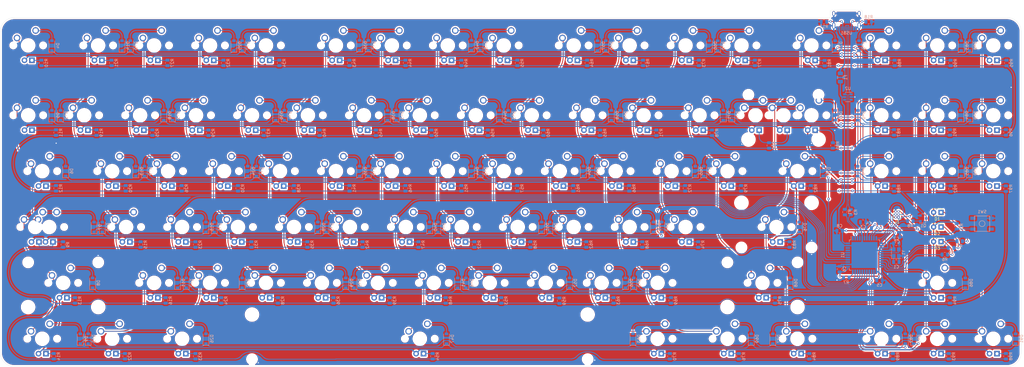
<source format=kicad_pcb>
(kicad_pcb (version 20171130) (host pcbnew "(5.1.5)-3")
  (layers (0 F.Cu signal) (31 B.Cu signal) (34 B.Paste user) (35 F.Paste user) (36 B.SilkS user) (37 F.SilkS user) (38 B.Mask user) (39 F.Mask user) (44 Edge.Cuts user))
  (net 0 "")
  (net 1 GND)
  (net 2 "Net-(C1-Pad1)")
  (net 3 "Net-(C2-Pad1)")
  (net 4 "Net-(C3-Pad1)")
  (net 5 +5V)
  (net 6 "Net-(D1-Pad1)")
  (net 7 "Net-(D2-Pad1)")
  (net 8 "Net-(D3-Pad1)")
  (net 9 "Net-(D4-Pad2)")
  (net 10 Row1)
  (net 11 "Net-(D5-Pad2)")
  (net 12 "Net-(D6-Pad2)")
  (net 13 Row5)
  (net 14 "Net-(D7-Pad2)")
  (net 15 Row6)
  (net 16 "Net-(D8-Pad2)")
  (net 17 Row8)
  (net 18 "Net-(D9-Pad2)")
  (net 19 Row11)
  (net 20 "Net-(D10-Pad2)")
  (net 21 Row7)
  (net 22 "Net-(D11-Pad2)")
  (net 23 Row9)
  (net 24 "Net-(D12-Pad2)")
  (net 25 "Net-(D13-Pad2)")
  (net 26 Row4)
  (net 27 "Net-(D14-Pad2)")
  (net 28 Row0)
  (net 29 "Net-(D15-Pad2)")
  (net 30 Row10)
  (net 31 "Net-(D16-Pad2)")
  (net 32 "Net-(D17-Pad2)")
  (net 33 "Net-(D18-Pad2)")
  (net 34 "Net-(D19-Pad2)")
  (net 35 "Net-(D20-Pad2)")
  (net 36 "Net-(D21-Pad2)")
  (net 37 "Net-(D22-Pad2)")
  (net 38 "Net-(D23-Pad2)")
  (net 39 "Net-(D24-Pad2)")
  (net 40 "Net-(D25-Pad2)")
  (net 41 "Net-(D26-Pad2)")
  (net 42 "Net-(D27-Pad2)")
  (net 43 "Net-(D28-Pad2)")
  (net 44 "Net-(D29-Pad2)")
  (net 45 "Net-(D30-Pad2)")
  (net 46 "Net-(D31-Pad2)")
  (net 47 "Net-(D32-Pad2)")
  (net 48 "Net-(D33-Pad2)")
  (net 49 "Net-(D34-Pad2)")
  (net 50 "Net-(D35-Pad2)")
  (net 51 "Net-(D36-Pad2)")
  (net 52 "Net-(D37-Pad2)")
  (net 53 "Net-(D38-Pad2)")
  (net 54 "Net-(D39-Pad2)")
  (net 55 "Net-(D40-Pad2)")
  (net 56 "Net-(D41-Pad2)")
  (net 57 "Net-(D42-Pad2)")
  (net 58 "Net-(D43-Pad2)")
  (net 59 "Net-(D44-Pad2)")
  (net 60 "Net-(D45-Pad2)")
  (net 61 "Net-(D46-Pad2)")
  (net 62 "Net-(D47-Pad2)")
  (net 63 "Net-(D48-Pad2)")
  (net 64 "Net-(D49-Pad2)")
  (net 65 "Net-(D50-Pad2)")
  (net 66 "Net-(D51-Pad2)")
  (net 67 "Net-(D52-Pad2)")
  (net 68 "Net-(D53-Pad2)")
  (net 69 "Net-(D54-Pad2)")
  (net 70 "Net-(D55-Pad2)")
  (net 71 "Net-(D56-Pad2)")
  (net 72 "Net-(D57-Pad2)")
  (net 73 "Net-(D58-Pad2)")
  (net 74 "Net-(D59-Pad2)")
  (net 75 "Net-(D60-Pad2)")
  (net 76 "Net-(D61-Pad2)")
  (net 77 "Net-(D62-Pad2)")
  (net 78 "Net-(D63-Pad2)")
  (net 79 "Net-(D64-Pad2)")
  (net 80 "Net-(D65-Pad2)")
  (net 81 "Net-(D66-Pad2)")
  (net 82 "Net-(D67-Pad2)")
  (net 83 "Net-(D68-Pad2)")
  (net 84 "Net-(D69-Pad2)")
  (net 85 "Net-(D70-Pad2)")
  (net 86 "Net-(D71-Pad2)")
  (net 87 "Net-(D72-Pad2)")
  (net 88 "Net-(D73-Pad2)")
  (net 89 "Net-(D74-Pad2)")
  (net 90 "Net-(D75-Pad2)")
  (net 91 "Net-(D76-Pad2)")
  (net 92 "Net-(D77-Pad2)")
  (net 93 "Net-(D78-Pad2)")
  (net 94 "Net-(D79-Pad2)")
  (net 95 "Net-(D80-Pad2)")
  (net 96 "Net-(D81-Pad2)")
  (net 97 "Net-(D82-Pad2)")
  (net 98 "Net-(D83-Pad2)")
  (net 99 "Net-(D84-Pad2)")
  (net 100 "Net-(D85-Pad2)")
  (net 101 "Net-(D86-Pad2)")
  (net 102 "Net-(D87-Pad2)")
  (net 103 "Net-(D88-Pad2)")
  (net 104 "Net-(D89-Pad2)")
  (net 105 "Net-(D90-Pad2)")
  (net 106 "Net-(D91-Pad2)")
  (net 107 VCC)
  (net 108 Reset)
  (net 109 MOSI)
  (net 110 MISO)
  (net 111 "Net-(MX1-Pad4)")
  (net 112 Col0)
  (net 113 "Net-(MX2-Pad4)")
  (net 114 "Net-(MX3-Pad4)")
  (net 115 "Net-(MX4-Pad4)")
  (net 116 "Net-(MX6-Pad4)")
  (net 117 "Net-(MX7-Pad4)")
  (net 118 "Net-(MX8-Pad4)")
  (net 119 Col1)
  (net 120 "Net-(MX9-Pad4)")
  (net 121 "Net-(MX10-Pad4)")
  (net 122 "Net-(MX11-Pad4)")
  (net 123 "Net-(MX12-Pad4)")
  (net 124 "Net-(MX13-Pad4)")
  (net 125 "Net-(MX14-Pad4)")
  (net 126 "Net-(MX15-Pad4)")
  (net 127 "Net-(MX16-Pad4)")
  (net 128 "Net-(MX17-Pad4)")
  (net 129 "Net-(MX18-Pad4)")
  (net 130 "Net-(MX19-Pad4)")
  (net 131 Col2)
  (net 132 "Net-(MX20-Pad4)")
  (net 133 "Net-(MX21-Pad4)")
  (net 134 "Net-(MX22-Pad4)")
  (net 135 "Net-(MX23-Pad4)")
  (net 136 "Net-(MX24-Pad4)")
  (net 137 "Net-(MX25-Pad4)")
  (net 138 "Net-(MX26-Pad4)")
  (net 139 "Net-(MX27-Pad4)")
  (net 140 "Net-(MX28-Pad4)")
  (net 141 "Net-(MX29-Pad4)")
  (net 142 "Net-(MX30-Pad4)")
  (net 143 Col3)
  (net 144 "Net-(MX31-Pad4)")
  (net 145 "Net-(MX32-Pad4)")
  (net 146 "Net-(MX33-Pad4)")
  (net 147 "Net-(MX34-Pad4)")
  (net 148 "Net-(MX35-Pad4)")
  (net 149 "Net-(MX36-Pad4)")
  (net 150 "Net-(MX37-Pad4)")
  (net 151 "Net-(MX38-Pad4)")
  (net 152 "Net-(MX39-Pad4)")
  (net 153 "Net-(MX40-Pad4)")
  (net 154 Col4)
  (net 155 "Net-(MX41-Pad4)")
  (net 156 "Net-(MX42-Pad4)")
  (net 157 "Net-(MX43-Pad4)")
  (net 158 "Net-(MX44-Pad4)")
  (net 159 "Net-(MX45-Pad4)")
  (net 160 "Net-(MX46-Pad4)")
  (net 161 "Net-(MX47-Pad4)")
  (net 162 "Net-(MX48-Pad4)")
  (net 163 "Net-(MX49-Pad4)")
  (net 164 "Net-(MX50-Pad4)")
  (net 165 "Net-(MX51-Pad4)")
  (net 166 Col5)
  (net 167 "Net-(MX52-Pad4)")
  (net 168 "Net-(MX53-Pad4)")
  (net 169 "Net-(MX54-Pad4)")
  (net 170 "Net-(MX55-Pad4)")
  (net 171 "Net-(MX56-Pad4)")
  (net 172 "Net-(MX57-Pad4)")
  (net 173 "Net-(MX58-Pad4)")
  (net 174 "Net-(MX59-Pad4)")
  (net 175 "Net-(MX60-Pad4)")
  (net 176 "Net-(MX61-Pad4)")
  (net 177 "Net-(MX62-Pad4)")
  (net 178 Col6)
  (net 179 "Net-(MX63-Pad4)")
  (net 180 "Net-(MX64-Pad4)")
  (net 181 "Net-(MX65-Pad4)")
  (net 182 "Net-(MX66-Pad4)")
  (net 183 "Net-(MX67-Pad4)")
  (net 184 "Net-(MX68-Pad4)")
  (net 185 "Net-(MX69-Pad4)")
  (net 186 "Net-(MX70-Pad4)")
  (net 187 "Net-(MX71-Pad4)")
  (net 188 Col7)
  (net 189 "Net-(MX72-Pad4)")
  (net 190 "Net-(MX74-Pad4)")
  (net 191 "Net-(MX75-Pad4)")
  (net 192 "Net-(MX76-Pad4)")
  (net 193 "Net-(MX77-Pad4)")
  (net 194 "Net-(MX78-Pad4)")
  (net 195 "Net-(MX79-Pad4)")
  (net 196 "Net-(MX80-Pad4)")
  (net 197 "Net-(MX81-Pad4)")
  (net 198 "Net-(MX82-Pad4)")
  (net 199 Col8)
  (net 200 "Net-(MX83-Pad4)")
  (net 201 "Net-(MX84-Pad4)")
  (net 202 "Net-(MX85-Pad4)")
  (net 203 "Net-(MX86-Pad4)")
  (net 204 "Net-(MX87-Pad4)")
  (net 205 "Net-(MX88-Pad4)")
  (net 206 "Net-(MX89-Pad4)")
  (net 207 "Net-(MX90-Pad4)")
  (net 208 LEDGND)
  (net 209 "Net-(Q1-Pad1)")
  (net 210 D-)
  (net 211 D+)
  (net 212 IND_LED1)
  (net 213 IND_LED2)
  (net 214 IND_LED3)
  (net 215 "Net-(R7-Pad2)")
  (net 216 "Net-(R8-Pad1)")
  (net 217 "Net-(R17-Pad2)")
  (net 218 "Net-(R18-Pad2)")
  (net 219 "Net-(U1-Pad42)")
  (net 220 "Net-(U1-Pad41)")
  (net 221 "Net-(U1-Pad1)")
  (net 222 "Net-(USB1-Pad11)")
  (net 223 "Net-(USB1-Pad3)")
  (net 224 "Net-(USB1-Pad9)")
  (net 225 "Net-(U2-Pad4)")
  (net 226 D1-)
  (net 227 D1+)
  (net 228 "Net-(U2-Pad3)")
  (module Diode_SMD:D_SOD-123 (layer B.Cu) (at 436.245 200.025 90)
    (fp_text reference D91 (at 0 2 90) (layer B.SilkS) (effects (justify mirror)))
    (fp_text value D_Small)
    (pad 2 smd rect (at 1.65 0 90) (size 0.9 1.2) (layers B.Cu B.Paste B.Mask) (net 106 "Net-(D91-Pad2)"))
    (pad 1 smd rect (at -1.65 0 90) (size 0.9 1.2) (layers B.Cu B.Paste B.Mask) (net 30 Row10))
  )
  (module Diode_SMD:D_SOD-123 (layer B.Cu) (at 420.497 142.875 90)
    (fp_text reference D90 (at 0 2 90) (layer B.SilkS) (effects (justify mirror)))
    (fp_text value D_Small)
    (pad 2 smd rect (at 1.65 0 90) (size 0.9 1.2) (layers B.Cu B.Paste B.Mask) (net 105 "Net-(D90-Pad2)"))
    (pad 1 smd rect (at -1.65 0 90) (size 0.9 1.2) (layers B.Cu B.Paste B.Mask) (net 13 Row5))
  )
  (module Diode_SMD:D_SOD-123 (layer B.Cu) (at 420.624 123.825 90)
    (fp_text reference D89 (at 0 2 90) (layer B.SilkS) (effects (justify mirror)))
    (fp_text value D_Small)
    (pad 2 smd rect (at 1.65 0 90) (size 0.9 1.2) (layers B.Cu B.Paste B.Mask) (net 104 "Net-(D89-Pad2)"))
    (pad 1 smd rect (at -1.65 0 90) (size 0.9 1.2) (layers B.Cu B.Paste B.Mask) (net 109 MOSI))
  )
  (module Diode_SMD:D_SOD-123 (layer B.Cu) (at 420.497 100.076 90)
    (fp_text reference D88 (at 0 2 90) (layer B.SilkS) (effects (justify mirror)))
    (fp_text value D_Small)
    (pad 2 smd rect (at 1.65 0 90) (size 0.9 1.2) (layers B.Cu B.Paste B.Mask) (net 103 "Net-(D88-Pad2)"))
    (pad 1 smd rect (at -1.65 0 90) (size 0.9 1.2) (layers B.Cu B.Paste B.Mask) (net 10 Row1))
  )
  (module Diode_SMD:D_SOD-123 (layer B.Cu) (at 401.447 200.025 90)
    (fp_text reference D87 (at 0 2 90) (layer B.SilkS) (effects (justify mirror)))
    (fp_text value D_Small)
    (pad 2 smd rect (at 1.65 0 90) (size 0.9 1.2) (layers B.Cu B.Paste B.Mask) (net 102 "Net-(D87-Pad2)"))
    (pad 1 smd rect (at -1.65 0 90) (size 0.9 1.2) (layers B.Cu B.Paste B.Mask) (net 19 Row11))
  )
  (module Diode_SMD:D_SOD-123 (layer B.Cu) (at 419.1 180.975 90)
    (fp_text reference D86 (at 0 2 90) (layer B.SilkS) (effects (justify mirror)))
    (fp_text value D_Small)
    (pad 2 smd rect (at 1.65 0 90) (size 0.9 1.2) (layers B.Cu B.Paste B.Mask) (net 101 "Net-(D86-Pad2)"))
    (pad 1 smd rect (at -1.65 0 90) (size 0.9 1.2) (layers B.Cu B.Paste B.Mask) (net 17 Row8))
  )
  (module Diode_SMD:D_SOD-123 (layer B.Cu) (at 417.703 142.875 90)
    (fp_text reference D85 (at 0 2 90) (layer B.SilkS) (effects (justify mirror)))
    (fp_text value D_Small)
    (pad 2 smd rect (at 1.65 0 90) (size 0.9 1.2) (layers B.Cu B.Paste B.Mask) (net 100 "Net-(D85-Pad2)"))
    (pad 1 smd rect (at -1.65 0 90) (size 0.9 1.2) (layers B.Cu B.Paste B.Mask) (net 26 Row4))
  )
  (module Diode_SMD:D_SOD-123 (layer B.Cu) (at 417.576 123.825 90)
    (fp_text reference D84 (at 0 2 90) (layer B.SilkS) (effects (justify mirror)))
    (fp_text value D_Small)
    (pad 2 smd rect (at 1.65 0 90) (size 0.9 1.2) (layers B.Cu B.Paste B.Mask) (net 99 "Net-(D84-Pad2)"))
    (pad 1 smd rect (at -1.65 0 90) (size 0.9 1.2) (layers B.Cu B.Paste B.Mask) (net 110 MISO))
  )
  (module Diode_SMD:D_SOD-123 (layer B.Cu) (at 417.703 100.076 90)
    (fp_text reference D83 (at 0 2 90) (layer B.SilkS) (effects (justify mirror)))
    (fp_text value D_Small)
    (pad 2 smd rect (at 1.65 0 90) (size 0.9 1.2) (layers B.Cu B.Paste B.Mask) (net 98 "Net-(D83-Pad2)"))
    (pad 1 smd rect (at -1.65 0 90) (size 0.9 1.2) (layers B.Cu B.Paste B.Mask) (net 28 Row0))
  )
  (module Diode_SMD:D_SOD-123 (layer B.Cu) (at 398.653 200.025 90)
    (fp_text reference D82 (at 0 2 90) (layer B.SilkS) (effects (justify mirror)))
    (fp_text value D_Small)
    (pad 2 smd rect (at 1.65 0 90) (size 0.9 1.2) (layers B.Cu B.Paste B.Mask) (net 97 "Net-(D82-Pad2)"))
    (pad 1 smd rect (at -1.65 0 90) (size 0.9 1.2) (layers B.Cu B.Paste B.Mask) (net 30 Row10))
  )
  (module Diode_SMD:D_SOD-123 (layer B.Cu) (at 382.397 142.875 90)
    (fp_text reference D81 (at 0 2 90) (layer B.SilkS) (effects (justify mirror)))
    (fp_text value D_Small)
    (pad 2 smd rect (at 1.65 0 90) (size 0.9 1.2) (layers B.Cu B.Paste B.Mask) (net 96 "Net-(D81-Pad2)"))
    (pad 1 smd rect (at -1.65 0 90) (size 0.9 1.2) (layers B.Cu B.Paste B.Mask) (net 13 Row5))
  )
  (module Diode_SMD:D_SOD-123 (layer B.Cu) (at 382.524 123.825 90)
    (fp_text reference D80 (at 0 2 90) (layer B.SilkS) (effects (justify mirror)))
    (fp_text value D_Small)
    (pad 2 smd rect (at 1.65 0 90) (size 0.9 1.2) (layers B.Cu B.Paste B.Mask) (net 95 "Net-(D80-Pad2)"))
    (pad 1 smd rect (at -1.65 0 90) (size 0.9 1.2) (layers B.Cu B.Paste B.Mask) (net 109 MOSI))
  )
  (module Diode_SMD:D_SOD-123 (layer B.Cu) (at 382.905 100.076 90)
    (fp_text reference D79 (at 0 2 90) (layer B.SilkS) (effects (justify mirror)))
    (fp_text value D_Small)
    (pad 2 smd rect (at 1.65 0 90) (size 0.9 1.2) (layers B.Cu B.Paste B.Mask) (net 94 "Net-(D79-Pad2)"))
    (pad 1 smd rect (at -1.65 0 90) (size 0.9 1.2) (layers B.Cu B.Paste B.Mask) (net 10 Row1))
  )
  (module Diode_SMD:D_SOD-123 (layer B.Cu) (at 374.777 123.825 90)
    (fp_text reference D78 (at 0 2 90) (layer B.SilkS) (effects (justify mirror)))
    (fp_text value D_Small)
    (pad 2 smd rect (at 1.65 0 90) (size 0.9 1.2) (layers B.Cu B.Paste B.Mask) (net 93 "Net-(D78-Pad2)"))
    (pad 1 smd rect (at -1.65 0 90) (size 0.9 1.2) (layers B.Cu B.Paste B.Mask) (net 110 MISO))
  )
  (module Diode_SMD:D_SOD-123 (layer B.Cu) (at 353.568 200.025 90)
    (fp_text reference D77 (at 0 2 90) (layer B.SilkS) (effects (justify mirror)))
    (fp_text value D_Small)
    (pad 2 smd rect (at 1.65 0 90) (size 0.9 1.2) (layers B.Cu B.Paste B.Mask) (net 92 "Net-(D77-Pad2)"))
    (pad 1 smd rect (at -1.65 0 90) (size 0.9 1.2) (layers B.Cu B.Paste B.Mask) (net 19 Row11))
  )
  (module Diode_SMD:D_SOD-123 (layer B.Cu) (at 362.585 161.925 90)
    (fp_text reference D76 (at 0 2 90) (layer B.SilkS) (effects (justify mirror)))
    (fp_text value D_Small)
    (pad 2 smd rect (at 1.65 0 90) (size 0.9 1.2) (layers B.Cu B.Paste B.Mask) (net 91 "Net-(D76-Pad2)"))
    (pad 1 smd rect (at -1.65 0 90) (size 0.9 1.2) (layers B.Cu B.Paste B.Mask) (net 15 Row6))
  )
  (module Diode_SMD:D_SOD-123 (layer B.Cu) (at 370.713 142.875 90)
    (fp_text reference D75 (at 0 2 90) (layer B.SilkS) (effects (justify mirror)))
    (fp_text value D_Small)
    (pad 2 smd rect (at 1.65 0 90) (size 0.9 1.2) (layers B.Cu B.Paste B.Mask) (net 90 "Net-(D75-Pad2)"))
    (pad 1 smd rect (at -1.65 0 90) (size 0.9 1.2) (layers B.Cu B.Paste B.Mask) (net 26 Row4))
  )
  (module Diode_SMD:D_SOD-123 (layer B.Cu) (at 339.598 123.825 90)
    (fp_text reference D74 (at 0 2 90) (layer B.SilkS) (effects (justify mirror)))
    (fp_text value D_Small)
    (pad 2 smd rect (at 1.65 0 90) (size 0.9 1.2) (layers B.Cu B.Paste B.Mask) (net 89 "Net-(D74-Pad2)"))
    (pad 1 smd rect (at -1.65 0 90) (size 0.9 1.2) (layers B.Cu B.Paste B.Mask) (net 109 MOSI))
  )
  (module Diode_SMD:D_SOD-123 (layer B.Cu) (at 374.777 100.076 90)
    (fp_text reference D73 (at 0 2 90) (layer B.SilkS) (effects (justify mirror)))
    (fp_text value D_Small)
    (pad 2 smd rect (at 1.65 0 90) (size 0.9 1.2) (layers B.Cu B.Paste B.Mask) (net 88 "Net-(D73-Pad2)"))
    (pad 1 smd rect (at -1.65 0 90) (size 0.9 1.2) (layers B.Cu B.Paste B.Mask) (net 28 Row0))
  )
  (module Diode_SMD:D_SOD-123 (layer B.Cu) (at 330.073 142.875 90)
    (fp_text reference D72 (at 0 2 90) (layer B.SilkS) (effects (justify mirror)))
    (fp_text value D_Small)
    (pad 2 smd rect (at 1.65 0 90) (size 0.9 1.2) (layers B.Cu B.Paste B.Mask) (net 87 "Net-(D72-Pad2)"))
    (pad 1 smd rect (at -1.65 0 90) (size 0.9 1.2) (layers B.Cu B.Paste B.Mask) (net 13 Row5))
  )
  (module Diode_SMD:D_SOD-123 (layer B.Cu) (at 336.677 123.825 90)
    (fp_text reference D71 (at 0 2 90) (layer B.SilkS) (effects (justify mirror)))
    (fp_text value D_Small)
    (pad 2 smd rect (at 1.65 0 90) (size 0.9 1.2) (layers B.Cu B.Paste B.Mask) (net 86 "Net-(D71-Pad2)"))
    (pad 1 smd rect (at -1.65 0 90) (size 0.9 1.2) (layers B.Cu B.Paste B.Mask) (net 109 MOSI))
  )
  (module Diode_SMD:D_SOD-123 (layer B.Cu) (at 334.772 100.076 90)
    (fp_text reference D70 (at 0 2 90) (layer B.SilkS) (effects (justify mirror)))
    (fp_text value D_Small)
    (pad 2 smd rect (at 1.65 0 90) (size 0.9 1.2) (layers B.Cu B.Paste B.Mask) (net 85 "Net-(D70-Pad2)"))
    (pad 1 smd rect (at -1.65 0 90) (size 0.9 1.2) (layers B.Cu B.Paste B.Mask) (net 10 Row1))
  )
  (module Diode_SMD:D_SOD-123 (layer B.Cu) (at 346.202 200.025 90)
    (fp_text reference D69 (at 0 2 90) (layer B.SilkS) (effects (justify mirror)))
    (fp_text value D_Small)
    (pad 2 smd rect (at 1.65 0 90) (size 0.9 1.2) (layers B.Cu B.Paste B.Mask) (net 84 "Net-(D69-Pad2)"))
    (pad 1 smd rect (at -1.65 0 90) (size 0.9 1.2) (layers B.Cu B.Paste B.Mask) (net 30 Row10))
  )
  (module Diode_SMD:D_SOD-123 (layer B.Cu) (at 359.41 180.975 90)
    (fp_text reference D68 (at 0 2 90) (layer B.SilkS) (effects (justify mirror)))
    (fp_text value D_Small)
    (pad 2 smd rect (at 1.65 0 90) (size 0.9 1.2) (layers B.Cu B.Paste B.Mask) (net 83 "Net-(D68-Pad2)"))
    (pad 1 smd rect (at -1.65 0 90) (size 0.9 1.2) (layers B.Cu B.Paste B.Mask) (net 23 Row9))
  )
  (module Diode_SMD:D_SOD-123 (layer B.Cu) (at 315.722 161.925 90)
    (fp_text reference D67 (at 0 2 90) (layer B.SilkS) (effects (justify mirror)))
    (fp_text value D_Small)
    (pad 2 smd rect (at 1.65 0 90) (size 0.9 1.2) (layers B.Cu B.Paste B.Mask) (net 82 "Net-(D67-Pad2)"))
    (pad 1 smd rect (at -1.65 0 90) (size 0.9 1.2) (layers B.Cu B.Paste B.Mask) (net 21 Row7))
  )
  (module Diode_SMD:D_SOD-123 (layer B.Cu) (at 331.978 100.076 90)
    (fp_text reference D66 (at 0 2 90) (layer B.SilkS) (effects (justify mirror)))
    (fp_text value D_Small)
    (pad 2 smd rect (at 1.65 0 90) (size 0.9 1.2) (layers B.Cu B.Paste B.Mask) (net 81 "Net-(D66-Pad2)"))
    (pad 1 smd rect (at -1.65 0 90) (size 0.9 1.2) (layers B.Cu B.Paste B.Mask) (net 28 Row0))
  )
  (module Diode_SMD:D_SOD-123 (layer B.Cu) (at 327.152 142.875 90)
    (fp_text reference D65 (at 0 2 90) (layer B.SilkS) (effects (justify mirror)))
    (fp_text value D_Small)
    (pad 2 smd rect (at 1.65 0 90) (size 0.9 1.2) (layers B.Cu B.Paste B.Mask) (net 80 "Net-(D65-Pad2)"))
    (pad 1 smd rect (at -1.65 0 90) (size 0.9 1.2) (layers B.Cu B.Paste B.Mask) (net 26 Row4))
  )
  (module Diode_SMD:D_SOD-123 (layer B.Cu) (at 301.498 123.825 90)
    (fp_text reference D64 (at 0 2 90) (layer B.SilkS) (effects (justify mirror)))
    (fp_text value D_Small)
    (pad 2 smd rect (at 1.65 0 90) (size 0.9 1.2) (layers B.Cu B.Paste B.Mask) (net 79 "Net-(D64-Pad2)"))
    (pad 1 smd rect (at -1.65 0 90) (size 0.9 1.2) (layers B.Cu B.Paste B.Mask) (net 110 MISO))
  )
  (module Diode_SMD:D_SOD-123 (layer B.Cu) (at 305.943 200.025 90)
    (fp_text reference D63 (at 0 2 90) (layer B.SilkS) (effects (justify mirror)))
    (fp_text value D_Small)
    (pad 2 smd rect (at 1.65 0 90) (size 0.9 1.2) (layers B.Cu B.Paste B.Mask) (net 78 "Net-(D63-Pad2)"))
    (pad 1 smd rect (at -1.65 0 90) (size 0.9 1.2) (layers B.Cu B.Paste B.Mask) (net 19 Row11))
  )
  (module Diode_SMD:D_SOD-123 (layer B.Cu) (at 306.197 180.975 90)
    (fp_text reference D62 (at 0 2 90) (layer B.SilkS) (effects (justify mirror)))
    (fp_text value D_Small)
    (pad 2 smd rect (at 1.65 0 90) (size 0.9 1.2) (layers B.Cu B.Paste B.Mask) (net 77 "Net-(D62-Pad2)"))
    (pad 1 smd rect (at -1.65 0 90) (size 0.9 1.2) (layers B.Cu B.Paste B.Mask) (net 17 Row8))
  )
  (module Diode_SMD:D_SOD-123 (layer B.Cu) (at 312.928 161.925 90)
    (fp_text reference D61 (at 0 2 90) (layer B.SilkS) (effects (justify mirror)))
    (fp_text value D_Small)
    (pad 2 smd rect (at 1.65 0 90) (size 0.9 1.2) (layers B.Cu B.Paste B.Mask) (net 76 "Net-(D61-Pad2)"))
    (pad 1 smd rect (at -1.65 0 90) (size 0.9 1.2) (layers B.Cu B.Paste B.Mask) (net 15 Row6))
  )
  (module Diode_SMD:D_SOD-123 (layer B.Cu) (at 296.672 100.076 90)
    (fp_text reference D60 (at 0 2 90) (layer B.SilkS) (effects (justify mirror)))
    (fp_text value D_Small)
    (pad 2 smd rect (at 1.65 0 90) (size 0.9 1.2) (layers B.Cu B.Paste B.Mask) (net 75 "Net-(D60-Pad2)"))
    (pad 1 smd rect (at -1.65 0 90) (size 0.9 1.2) (layers B.Cu B.Paste B.Mask) (net 10 Row1))
  )
  (module Diode_SMD:D_SOD-123 (layer B.Cu) (at 291.973 142.875 90)
    (fp_text reference D59 (at 0 2 90) (layer B.SilkS) (effects (justify mirror)))
    (fp_text value D_Small)
    (pad 2 smd rect (at 1.65 0 90) (size 0.9 1.2) (layers B.Cu B.Paste B.Mask) (net 74 "Net-(D59-Pad2)"))
    (pad 1 smd rect (at -1.65 0 90) (size 0.9 1.2) (layers B.Cu B.Paste B.Mask) (net 13 Row5))
  )
  (module Diode_SMD:D_SOD-123 (layer B.Cu) (at 298.577 123.825 90)
    (fp_text reference D58 (at 0 2 90) (layer B.SilkS) (effects (justify mirror)))
    (fp_text value D_Small)
    (pad 2 smd rect (at 1.65 0 90) (size 0.9 1.2) (layers B.Cu B.Paste B.Mask) (net 73 "Net-(D58-Pad2)"))
    (pad 1 smd rect (at -1.65 0 90) (size 0.9 1.2) (layers B.Cu B.Paste B.Mask) (net 109 MOSI))
  )
  (module Diode_SMD:D_SOD-123 (layer B.Cu) (at 293.878 100.076 90)
    (fp_text reference D57 (at 0 2 90) (layer B.SilkS) (effects (justify mirror)))
    (fp_text value D_Small)
    (pad 2 smd rect (at 1.65 0 90) (size 0.9 1.2) (layers B.Cu B.Paste B.Mask) (net 72 "Net-(D57-Pad2)"))
    (pad 1 smd rect (at -1.65 0 90) (size 0.9 1.2) (layers B.Cu B.Paste B.Mask) (net 28 Row0))
  )
  (module Diode_SMD:D_SOD-123 (layer B.Cu) (at 303.403 180.975 90)
    (fp_text reference D56 (at 0 2 90) (layer B.SilkS) (effects (justify mirror)))
    (fp_text value D_Small)
    (pad 2 smd rect (at 1.65 0 90) (size 0.9 1.2) (layers B.Cu B.Paste B.Mask) (net 71 "Net-(D56-Pad2)"))
    (pad 1 smd rect (at -1.65 0 90) (size 0.9 1.2) (layers B.Cu B.Paste B.Mask) (net 23 Row9))
  )
  (module Diode_SMD:D_SOD-123 (layer B.Cu) (at 277.622 161.925 90)
    (fp_text reference D55 (at 0 2 90) (layer B.SilkS) (effects (justify mirror)))
    (fp_text value D_Small)
    (pad 2 smd rect (at 1.65 0 90) (size 0.9 1.2) (layers B.Cu B.Paste B.Mask) (net 70 "Net-(D55-Pad2)"))
    (pad 1 smd rect (at -1.65 0 90) (size 0.9 1.2) (layers B.Cu B.Paste B.Mask) (net 21 Row7))
  )
  (module Diode_SMD:D_SOD-123 (layer B.Cu) (at 289.052 142.875 90)
    (fp_text reference D54 (at 0 2 90) (layer B.SilkS) (effects (justify mirror)))
    (fp_text value D_Small)
    (pad 2 smd rect (at 1.65 0 90) (size 0.9 1.2) (layers B.Cu B.Paste B.Mask) (net 69 "Net-(D54-Pad2)"))
    (pad 1 smd rect (at -1.65 0 90) (size 0.9 1.2) (layers B.Cu B.Paste B.Mask) (net 26 Row4))
  )
  (module Diode_SMD:D_SOD-123 (layer B.Cu) (at 263.398 123.825 90)
    (fp_text reference D53 (at 0 2 90) (layer B.SilkS) (effects (justify mirror)))
    (fp_text value D_Small)
    (pad 2 smd rect (at 1.65 0 90) (size 0.9 1.2) (layers B.Cu B.Paste B.Mask) (net 68 "Net-(D53-Pad2)"))
    (pad 1 smd rect (at -1.65 0 90) (size 0.9 1.2) (layers B.Cu B.Paste B.Mask) (net 110 MISO))
  )
  (module Diode_SMD:D_SOD-123 (layer B.Cu) (at 284.353 180.975 90)
    (fp_text reference D52 (at 0 2 90) (layer B.SilkS) (effects (justify mirror)))
    (fp_text value D_Small)
    (pad 2 smd rect (at 1.65 0 90) (size 0.9 1.2) (layers B.Cu B.Paste B.Mask) (net 67 "Net-(D52-Pad2)"))
    (pad 1 smd rect (at -1.65 0 90) (size 0.9 1.2) (layers B.Cu B.Paste B.Mask) (net 17 Row8))
  )
  (module Diode_SMD:D_SOD-123 (layer B.Cu) (at 274.828 161.925 90)
    (fp_text reference D51 (at 0 2 90) (layer B.SilkS) (effects (justify mirror)))
    (fp_text value D_Small)
    (pad 2 smd rect (at 1.65 0 90) (size 0.9 1.2) (layers B.Cu B.Paste B.Mask) (net 66 "Net-(D51-Pad2)"))
    (pad 1 smd rect (at -1.65 0 90) (size 0.9 1.2) (layers B.Cu B.Paste B.Mask) (net 15 Row6))
  )
  (module Diode_SMD:D_SOD-123 (layer B.Cu) (at 253.873 142.875 90)
    (fp_text reference D50 (at 0 2 90) (layer B.SilkS) (effects (justify mirror)))
    (fp_text value D_Small)
    (pad 2 smd rect (at 1.65 0 90) (size 0.9 1.2) (layers B.Cu B.Paste B.Mask) (net 65 "Net-(D50-Pad2)"))
    (pad 1 smd rect (at -1.65 0 90) (size 0.9 1.2) (layers B.Cu B.Paste B.Mask) (net 13 Row5))
  )
  (module Diode_SMD:D_SOD-123 (layer B.Cu) (at 260.477 123.825 90)
    (fp_text reference D49 (at 0 2 90) (layer B.SilkS) (effects (justify mirror)))
    (fp_text value D_Small)
    (pad 2 smd rect (at 1.65 0 90) (size 0.9 1.2) (layers B.Cu B.Paste B.Mask) (net 64 "Net-(D49-Pad2)"))
    (pad 1 smd rect (at -1.65 0 90) (size 0.9 1.2) (layers B.Cu B.Paste B.Mask) (net 109 MOSI))
  )
  (module Diode_SMD:D_SOD-123 (layer B.Cu) (at 253.873 99.949 90)
    (fp_text reference D48 (at 0 2 90) (layer B.SilkS) (effects (justify mirror)))
    (fp_text value D_Small)
    (pad 2 smd rect (at 1.65 0 90) (size 0.9 1.2) (layers B.Cu B.Paste B.Mask) (net 63 "Net-(D48-Pad2)"))
    (pad 1 smd rect (at -1.65 0 90) (size 0.9 1.2) (layers B.Cu B.Paste B.Mask) (net 10 Row1))
  )
  (module Diode_SMD:D_SOD-123 (layer B.Cu) (at 242.443 200.025 90)
    (fp_text reference D47 (at 0 2 90) (layer B.SilkS) (effects (justify mirror)))
    (fp_text value D_Small)
    (pad 2 smd rect (at 1.65 0 90) (size 0.9 1.2) (layers B.Cu B.Paste B.Mask) (net 62 "Net-(D47-Pad2)"))
    (pad 1 smd rect (at -1.65 0 90) (size 0.9 1.2) (layers B.Cu B.Paste B.Mask) (net 30 Row10))
  )
  (module Diode_SMD:D_SOD-123 (layer B.Cu) (at 249.047 180.975 90)
    (fp_text reference D46 (at 0 2 90) (layer B.SilkS) (effects (justify mirror)))
    (fp_text value D_Small)
    (pad 2 smd rect (at 1.65 0 90) (size 0.9 1.2) (layers B.Cu B.Paste B.Mask) (net 61 "Net-(D46-Pad2)"))
    (pad 1 smd rect (at -1.65 0 90) (size 0.9 1.2) (layers B.Cu B.Paste B.Mask) (net 23 Row9))
  )
  (module Diode_SMD:D_SOD-123 (layer B.Cu) (at 239.522 161.925 90)
    (fp_text reference D45 (at 0 2 90) (layer B.SilkS) (effects (justify mirror)))
    (fp_text value D_Small)
    (pad 2 smd rect (at 1.65 0 90) (size 0.9 1.2) (layers B.Cu B.Paste B.Mask) (net 60 "Net-(D45-Pad2)"))
    (pad 1 smd rect (at -1.65 0 90) (size 0.9 1.2) (layers B.Cu B.Paste B.Mask) (net 21 Row7))
  )
  (module Diode_SMD:D_SOD-123 (layer B.Cu) (at 250.952 142.875 90)
    (fp_text reference D44 (at 0 2 90) (layer B.SilkS) (effects (justify mirror)))
    (fp_text value D_Small)
    (pad 2 smd rect (at 1.65 0 90) (size 0.9 1.2) (layers B.Cu B.Paste B.Mask) (net 59 "Net-(D44-Pad2)"))
    (pad 1 smd rect (at -1.65 0 90) (size 0.9 1.2) (layers B.Cu B.Paste B.Mask) (net 26 Row4))
  )
  (module Diode_SMD:D_SOD-123 (layer B.Cu) (at 225.298 123.825 90)
    (fp_text reference D43 (at 0 2 90) (layer B.SilkS) (effects (justify mirror)))
    (fp_text value D_Small)
    (pad 2 smd rect (at 1.65 0 90) (size 0.9 1.2) (layers B.Cu B.Paste B.Mask) (net 58 "Net-(D43-Pad2)"))
    (pad 1 smd rect (at -1.65 0 90) (size 0.9 1.2) (layers B.Cu B.Paste B.Mask) (net 110 MISO))
  )
  (module Diode_SMD:D_SOD-123 (layer B.Cu) (at 250.952 99.949 90)
    (fp_text reference D42 (at 0 2 90) (layer B.SilkS) (effects (justify mirror)))
    (fp_text value D_Small)
    (pad 2 smd rect (at 1.65 0 90) (size 0.9 1.2) (layers B.Cu B.Paste B.Mask) (net 57 "Net-(D42-Pad2)"))
    (pad 1 smd rect (at -1.65 0 90) (size 0.9 1.2) (layers B.Cu B.Paste B.Mask) (net 28 Row0))
  )
  (module Diode_SMD:D_SOD-123 (layer B.Cu) (at 246.253 180.975 90)
    (fp_text reference D41 (at 0 2 90) (layer B.SilkS) (effects (justify mirror)))
    (fp_text value D_Small)
    (pad 2 smd rect (at 1.65 0 90) (size 0.9 1.2) (layers B.Cu B.Paste B.Mask) (net 56 "Net-(D41-Pad2)"))
    (pad 1 smd rect (at -1.65 0 90) (size 0.9 1.2) (layers B.Cu B.Paste B.Mask) (net 17 Row8))
  )
  (module Diode_SMD:D_SOD-123 (layer B.Cu) (at 236.728 161.925 90)
    (fp_text reference D40 (at 0 2 90) (layer B.SilkS) (effects (justify mirror)))
    (fp_text value D_Small)
    (pad 2 smd rect (at 1.65 0 90) (size 0.9 1.2) (layers B.Cu B.Paste B.Mask) (net 55 "Net-(D40-Pad2)"))
    (pad 1 smd rect (at -1.65 0 90) (size 0.9 1.2) (layers B.Cu B.Paste B.Mask) (net 15 Row6))
  )
  (module Diode_SMD:D_SOD-123 (layer B.Cu) (at 215.773 142.875 90)
    (fp_text reference D39 (at 0 2 90) (layer B.SilkS) (effects (justify mirror)))
    (fp_text value D_Small)
    (pad 2 smd rect (at 1.65 0 90) (size 0.9 1.2) (layers B.Cu B.Paste B.Mask) (net 54 "Net-(D39-Pad2)"))
    (pad 1 smd rect (at -1.65 0 90) (size 0.9 1.2) (layers B.Cu B.Paste B.Mask) (net 13 Row5))
  )
  (module Diode_SMD:D_SOD-123 (layer B.Cu) (at 222.377 123.825 90)
    (fp_text reference D38 (at 0 2 90) (layer B.SilkS) (effects (justify mirror)))
    (fp_text value D_Small)
    (pad 2 smd rect (at 1.65 0 90) (size 0.9 1.2) (layers B.Cu B.Paste B.Mask) (net 53 "Net-(D38-Pad2)"))
    (pad 1 smd rect (at -1.65 0 90) (size 0.9 1.2) (layers B.Cu B.Paste B.Mask) (net 109 MOSI))
  )
  (module Diode_SMD:D_SOD-123 (layer B.Cu) (at 215.773 99.949 90)
    (fp_text reference D37 (at 0 2 90) (layer B.SilkS) (effects (justify mirror)))
    (fp_text value D_Small)
    (pad 2 smd rect (at 1.65 0 90) (size 0.9 1.2) (layers B.Cu B.Paste B.Mask) (net 52 "Net-(D37-Pad2)"))
    (pad 1 smd rect (at -1.65 0 90) (size 0.9 1.2) (layers B.Cu B.Paste B.Mask) (net 10 Row1))
  )
  (module Diode_SMD:D_SOD-123 (layer B.Cu) (at 212.852 99.949 90)
    (fp_text reference D36 (at 0 2 90) (layer B.SilkS) (effects (justify mirror)))
    (fp_text value D_Small)
    (pad 2 smd rect (at 1.65 0 90) (size 0.9 1.2) (layers B.Cu B.Paste B.Mask) (net 51 "Net-(D36-Pad2)"))
    (pad 1 smd rect (at -1.65 0 90) (size 0.9 1.2) (layers B.Cu B.Paste B.Mask) (net 28 Row0))
  )
  (module Diode_SMD:D_SOD-123 (layer B.Cu) (at 212.852 142.875 90)
    (fp_text reference D35 (at 0 2 90) (layer B.SilkS) (effects (justify mirror)))
    (fp_text value D_Small)
    (pad 2 smd rect (at 1.65 0 90) (size 0.9 1.2) (layers B.Cu B.Paste B.Mask) (net 50 "Net-(D35-Pad2)"))
    (pad 1 smd rect (at -1.65 0 90) (size 0.9 1.2) (layers B.Cu B.Paste B.Mask) (net 26 Row4))
  )
  (module Diode_SMD:D_SOD-123 (layer B.Cu) (at 187.198 123.825 90)
    (fp_text reference D34 (at 0 2 90) (layer B.SilkS) (effects (justify mirror)))
    (fp_text value D_Small)
    (pad 2 smd rect (at 1.65 0 90) (size 0.9 1.2) (layers B.Cu B.Paste B.Mask) (net 49 "Net-(D34-Pad2)"))
    (pad 1 smd rect (at -1.65 0 90) (size 0.9 1.2) (layers B.Cu B.Paste B.Mask) (net 110 MISO))
  )
  (module Diode_SMD:D_SOD-123 (layer B.Cu) (at 210.947 180.975 90)
    (fp_text reference D33 (at 0 2 90) (layer B.SilkS) (effects (justify mirror)))
    (fp_text value D_Small)
    (pad 2 smd rect (at 1.65 0 90) (size 0.9 1.2) (layers B.Cu B.Paste B.Mask) (net 48 "Net-(D33-Pad2)"))
    (pad 1 smd rect (at -1.65 0 90) (size 0.9 1.2) (layers B.Cu B.Paste B.Mask) (net 23 Row9))
  )
  (module Diode_SMD:D_SOD-123 (layer B.Cu) (at 201.422 161.925 90)
    (fp_text reference D32 (at 0 2 90) (layer B.SilkS) (effects (justify mirror)))
    (fp_text value D_Small)
    (pad 2 smd rect (at 1.65 0 90) (size 0.9 1.2) (layers B.Cu B.Paste B.Mask) (net 47 "Net-(D32-Pad2)"))
    (pad 1 smd rect (at -1.65 0 90) (size 0.9 1.2) (layers B.Cu B.Paste B.Mask) (net 21 Row7))
  )
  (module Diode_SMD:D_SOD-123 (layer B.Cu) (at 177.673 142.875 90)
    (fp_text reference D31 (at 0 2 90) (layer B.SilkS) (effects (justify mirror)))
    (fp_text value D_Small)
    (pad 2 smd rect (at 1.65 0 90) (size 0.9 1.2) (layers B.Cu B.Paste B.Mask) (net 46 "Net-(D31-Pad2)"))
    (pad 1 smd rect (at -1.65 0 90) (size 0.9 1.2) (layers B.Cu B.Paste B.Mask) (net 13 Row5))
  )
  (module Diode_SMD:D_SOD-123 (layer B.Cu) (at 184.277 123.825 90)
    (fp_text reference D30 (at 0 2 90) (layer B.SilkS) (effects (justify mirror)))
    (fp_text value D_Small)
    (pad 2 smd rect (at 1.65 0 90) (size 0.9 1.2) (layers B.Cu B.Paste B.Mask) (net 45 "Net-(D30-Pad2)"))
    (pad 1 smd rect (at -1.65 0 90) (size 0.9 1.2) (layers B.Cu B.Paste B.Mask) (net 109 MOSI))
  )
  (module Diode_SMD:D_SOD-123 (layer B.Cu) (at 208.153 180.975 90)
    (fp_text reference D29 (at 0 2 90) (layer B.SilkS) (effects (justify mirror)))
    (fp_text value D_Small)
    (pad 2 smd rect (at 1.65 0 90) (size 0.9 1.2) (layers B.Cu B.Paste B.Mask) (net 44 "Net-(D29-Pad2)"))
    (pad 1 smd rect (at -1.65 0 90) (size 0.9 1.2) (layers B.Cu B.Paste B.Mask) (net 17 Row8))
  )
  (module Diode_SMD:D_SOD-123 (layer B.Cu) (at 198.628 161.925 90)
    (fp_text reference D28 (at 0 2 90) (layer B.SilkS) (effects (justify mirror)))
    (fp_text value D_Small)
    (pad 2 smd rect (at 1.65 0 90) (size 0.9 1.2) (layers B.Cu B.Paste B.Mask) (net 43 "Net-(D28-Pad2)"))
    (pad 1 smd rect (at -1.65 0 90) (size 0.9 1.2) (layers B.Cu B.Paste B.Mask) (net 15 Row6))
  )
  (module Diode_SMD:D_SOD-123 (layer B.Cu) (at 172.847 100.076 90)
    (fp_text reference D27 (at 0 2 90) (layer B.SilkS) (effects (justify mirror)))
    (fp_text value D_Small)
    (pad 2 smd rect (at 1.65 0 90) (size 0.9 1.2) (layers B.Cu B.Paste B.Mask) (net 42 "Net-(D27-Pad2)"))
    (pad 1 smd rect (at -1.65 0 90) (size 0.9 1.2) (layers B.Cu B.Paste B.Mask) (net 10 Row1))
  )
  (module Diode_SMD:D_SOD-123 (layer B.Cu) (at 160.528 200.025 90)
    (fp_text reference D26 (at 0 2 90) (layer B.SilkS) (effects (justify mirror)))
    (fp_text value D_Small)
    (pad 2 smd rect (at 1.65 0 90) (size 0.9 1.2) (layers B.Cu B.Paste B.Mask) (net 41 "Net-(D26-Pad2)"))
    (pad 1 smd rect (at -1.65 0 90) (size 0.9 1.2) (layers B.Cu B.Paste B.Mask) (net 19 Row11))
  )
  (module Diode_SMD:D_SOD-123 (layer B.Cu) (at 170.053 100.076 90)
    (fp_text reference D25 (at 0 2 90) (layer B.SilkS) (effects (justify mirror)))
    (fp_text value D_Small)
    (pad 2 smd rect (at 1.65 0 90) (size 0.9 1.2) (layers B.Cu B.Paste B.Mask) (net 40 "Net-(D25-Pad2)"))
    (pad 1 smd rect (at -1.65 0 90) (size 0.9 1.2) (layers B.Cu B.Paste B.Mask) (net 28 Row0))
  )
  (module Diode_SMD:D_SOD-123 (layer B.Cu) (at 174.752 142.875 90)
    (fp_text reference D24 (at 0 2 90) (layer B.SilkS) (effects (justify mirror)))
    (fp_text value D_Small)
    (pad 2 smd rect (at 1.65 0 90) (size 0.9 1.2) (layers B.Cu B.Paste B.Mask) (net 39 "Net-(D24-Pad2)"))
    (pad 1 smd rect (at -1.65 0 90) (size 0.9 1.2) (layers B.Cu B.Paste B.Mask) (net 26 Row4))
  )
  (module Diode_SMD:D_SOD-123 (layer B.Cu) (at 149.098 123.825 90)
    (fp_text reference D23 (at 0 2 90) (layer B.SilkS) (effects (justify mirror)))
    (fp_text value D_Small)
    (pad 2 smd rect (at 1.65 0 90) (size 0.9 1.2) (layers B.Cu B.Paste B.Mask) (net 38 "Net-(D23-Pad2)"))
    (pad 1 smd rect (at -1.65 0 90) (size 0.9 1.2) (layers B.Cu B.Paste B.Mask) (net 110 MISO))
  )
  (module Diode_SMD:D_SOD-123 (layer B.Cu) (at 172.847 180.975 90)
    (fp_text reference D22 (at 0 2 90) (layer B.SilkS) (effects (justify mirror)))
    (fp_text value D_Small)
    (pad 2 smd rect (at 1.65 0 90) (size 0.9 1.2) (layers B.Cu B.Paste B.Mask) (net 37 "Net-(D22-Pad2)"))
    (pad 1 smd rect (at -1.65 0 90) (size 0.9 1.2) (layers B.Cu B.Paste B.Mask) (net 23 Row9))
  )
  (module Diode_SMD:D_SOD-123 (layer B.Cu) (at 163.322 161.925 90)
    (fp_text reference D21 (at 0 2 90) (layer B.SilkS) (effects (justify mirror)))
    (fp_text value D_Small)
    (pad 2 smd rect (at 1.65 0 90) (size 0.9 1.2) (layers B.Cu B.Paste B.Mask) (net 36 "Net-(D21-Pad2)"))
    (pad 1 smd rect (at -1.65 0 90) (size 0.9 1.2) (layers B.Cu B.Paste B.Mask) (net 21 Row7))
  )
  (module Diode_SMD:D_SOD-123 (layer B.Cu) (at 134.747 100.076 90)
    (fp_text reference D20 (at 0 2 90) (layer B.SilkS) (effects (justify mirror)))
    (fp_text value D_Small)
    (pad 2 smd rect (at 1.65 0 90) (size 0.9 1.2) (layers B.Cu B.Paste B.Mask) (net 35 "Net-(D20-Pad2)"))
    (pad 1 smd rect (at -1.65 0 90) (size 0.9 1.2) (layers B.Cu B.Paste B.Mask) (net 10 Row1))
  )
  (module Diode_SMD:D_SOD-123 (layer B.Cu) (at 139.573 142.875 90)
    (fp_text reference D19 (at 0 2 90) (layer B.SilkS) (effects (justify mirror)))
    (fp_text value D_Small)
    (pad 2 smd rect (at 1.65 0 90) (size 0.9 1.2) (layers B.Cu B.Paste B.Mask) (net 34 "Net-(D19-Pad2)"))
    (pad 1 smd rect (at -1.65 0 90) (size 0.9 1.2) (layers B.Cu B.Paste B.Mask) (net 13 Row5))
  )
  (module Diode_SMD:D_SOD-123 (layer B.Cu) (at 146.177 123.825 90)
    (fp_text reference D18 (at 0 2 90) (layer B.SilkS) (effects (justify mirror)))
    (fp_text value D_Small)
    (pad 2 smd rect (at 1.65 0 90) (size 0.9 1.2) (layers B.Cu B.Paste B.Mask) (net 33 "Net-(D18-Pad2)"))
    (pad 1 smd rect (at -1.65 0 90) (size 0.9 1.2) (layers B.Cu B.Paste B.Mask) (net 109 MOSI))
  )
  (module Diode_SMD:D_SOD-123 (layer B.Cu) (at 153.797 180.975 90)
    (fp_text reference D17 (at 0 2 90) (layer B.SilkS) (effects (justify mirror)))
    (fp_text value D_Small)
    (pad 2 smd rect (at 1.65 0 90) (size 0.9 1.2) (layers B.Cu B.Paste B.Mask) (net 32 "Net-(D17-Pad2)"))
    (pad 1 smd rect (at -1.65 0 90) (size 0.9 1.2) (layers B.Cu B.Paste B.Mask) (net 17 Row8))
  )
  (module Diode_SMD:D_SOD-123 (layer B.Cu) (at 160.528 161.925 90)
    (fp_text reference D16 (at 0 2 90) (layer B.SilkS) (effects (justify mirror)))
    (fp_text value D_Small)
    (pad 2 smd rect (at 1.65 0 90) (size 0.9 1.2) (layers B.Cu B.Paste B.Mask) (net 31 "Net-(D16-Pad2)"))
    (pad 1 smd rect (at -1.65 0 90) (size 0.9 1.2) (layers B.Cu B.Paste B.Mask) (net 15 Row6))
  )
  (module Diode_SMD:D_SOD-123 (layer B.Cu) (at 120.396 200.025 90)
    (fp_text reference D15 (at 0 2 90) (layer B.SilkS) (effects (justify mirror)))
    (fp_text value D_Small)
    (pad 2 smd rect (at 1.65 0 90) (size 0.9 1.2) (layers B.Cu B.Paste B.Mask) (net 29 "Net-(D15-Pad2)"))
    (pad 1 smd rect (at -1.65 0 90) (size 0.9 1.2) (layers B.Cu B.Paste B.Mask) (net 30 Row10))
  )
  (module Diode_SMD:D_SOD-123 (layer B.Cu) (at 131.953 100.076 90)
    (fp_text reference D14 (at 0 2 90) (layer B.SilkS) (effects (justify mirror)))
    (fp_text value D_Small)
    (pad 2 smd rect (at 1.65 0 90) (size 0.9 1.2) (layers B.Cu B.Paste B.Mask) (net 27 "Net-(D14-Pad2)"))
    (pad 1 smd rect (at -1.65 0 90) (size 0.9 1.2) (layers B.Cu B.Paste B.Mask) (net 28 Row0))
  )
  (module Diode_SMD:D_SOD-123 (layer B.Cu) (at 136.652 142.875 90)
    (fp_text reference D13 (at 0 2 90) (layer B.SilkS) (effects (justify mirror)))
    (fp_text value D_Small)
    (pad 2 smd rect (at 1.65 0 90) (size 0.9 1.2) (layers B.Cu B.Paste B.Mask) (net 25 "Net-(D13-Pad2)"))
    (pad 1 smd rect (at -1.65 0 90) (size 0.9 1.2) (layers B.Cu B.Paste B.Mask) (net 26 Row4))
  )
  (module Diode_SMD:D_SOD-123 (layer B.Cu) (at 110.998 123.825 90)
    (fp_text reference D12 (at 0 2 90) (layer B.SilkS) (effects (justify mirror)))
    (fp_text value D_Small)
    (pad 2 smd rect (at 1.65 0 90) (size 0.9 1.2) (layers B.Cu B.Paste B.Mask) (net 24 "Net-(D12-Pad2)"))
    (pad 1 smd rect (at -1.65 0 90) (size 0.9 1.2) (layers B.Cu B.Paste B.Mask) (net 110 MISO))
  )
  (module Diode_SMD:D_SOD-123 (layer B.Cu) (at 150.876 180.975 90)
    (fp_text reference D11 (at 0 2 90) (layer B.SilkS) (effects (justify mirror)))
    (fp_text value D_Small)
    (pad 2 smd rect (at 1.65 0 90) (size 0.9 1.2) (layers B.Cu B.Paste B.Mask) (net 22 "Net-(D11-Pad2)"))
    (pad 1 smd rect (at -1.65 0 90) (size 0.9 1.2) (layers B.Cu B.Paste B.Mask) (net 23 Row9))
  )
  (module Diode_SMD:D_SOD-123 (layer B.Cu) (at 125.222 161.925 90)
    (fp_text reference D10 (at 0 2 90) (layer B.SilkS) (effects (justify mirror)))
    (fp_text value D_Small)
    (pad 2 smd rect (at 1.65 0 90) (size 0.9 1.2) (layers B.Cu B.Paste B.Mask) (net 20 "Net-(D10-Pad2)"))
    (pad 1 smd rect (at -1.65 0 90) (size 0.9 1.2) (layers B.Cu B.Paste B.Mask) (net 21 Row7))
  )
  (module Diode_SMD:D_SOD-123 (layer B.Cu) (at 117.729 200.025 90)
    (fp_text reference D9 (at 0 2 90) (layer B.SilkS) (effects (justify mirror)))
    (fp_text value D_Small)
    (pad 2 smd rect (at 1.65 0 90) (size 0.9 1.2) (layers B.Cu B.Paste B.Mask) (net 18 "Net-(D9-Pad2)"))
    (pad 1 smd rect (at -1.65 0 90) (size 0.9 1.2) (layers B.Cu B.Paste B.Mask) (net 19 Row11))
  )
  (module Diode_SMD:D_SOD-123 (layer B.Cu) (at 121.92 180.975 90)
    (fp_text reference D8 (at 0 2 90) (layer B.SilkS) (effects (justify mirror)))
    (fp_text value D_Small)
    (pad 2 smd rect (at 1.65 0 90) (size 0.9 1.2) (layers B.Cu B.Paste B.Mask) (net 16 "Net-(D8-Pad2)"))
    (pad 1 smd rect (at -1.65 0 90) (size 0.9 1.2) (layers B.Cu B.Paste B.Mask) (net 17 Row8))
  )
  (module Diode_SMD:D_SOD-123 (layer B.Cu) (at 122.428 161.925 90)
    (fp_text reference D7 (at 0 2 90) (layer B.SilkS) (effects (justify mirror)))
    (fp_text value D_Small)
    (pad 2 smd rect (at 1.65 0 90) (size 0.9 1.2) (layers B.Cu B.Paste B.Mask) (net 14 "Net-(D7-Pad2)"))
    (pad 1 smd rect (at -1.65 0 90) (size 0.9 1.2) (layers B.Cu B.Paste B.Mask) (net 15 Row6))
  )
  (module Diode_SMD:D_SOD-123 (layer B.Cu) (at 112.776 142.875 90)
    (fp_text reference D6 (at 0 2 90) (layer B.SilkS) (effects (justify mirror)))
    (fp_text value D_Small)
    (pad 2 smd rect (at 1.65 0 90) (size 0.9 1.2) (layers B.Cu B.Paste B.Mask) (net 12 "Net-(D6-Pad2)"))
    (pad 1 smd rect (at -1.65 0 90) (size 0.9 1.2) (layers B.Cu B.Paste B.Mask) (net 13 Row5))
  )
  (module Diode_SMD:D_SOD-123 (layer B.Cu) (at 108.077 123.825 90)
    (fp_text reference D5 (at 0 2 90) (layer B.SilkS) (effects (justify mirror)))
    (fp_text value D_Small)
    (pad 2 smd rect (at 1.65 0 90) (size 0.9 1.2) (layers B.Cu B.Paste B.Mask) (net 11 "Net-(D5-Pad2)"))
    (pad 1 smd rect (at -1.65 0 90) (size 0.9 1.2) (layers B.Cu B.Paste B.Mask) (net 109 MOSI))
  )
  (module Diode_SMD:D_SOD-123 (layer B.Cu) (at 108.077 100.076 90)
    (fp_text reference D4 (at 0 2 90) (layer B.SilkS) (effects (justify mirror)))
    (fp_text value D_Small)
    (pad 2 smd rect (at 1.65 0 90) (size 0.9 1.2) (layers B.Cu B.Paste B.Mask) (net 9 "Net-(D4-Pad2)"))
    (pad 1 smd rect (at -1.65 0 90) (size 0.9 1.2) (layers B.Cu B.Paste B.Mask) (net 10 Row1))
  )
  (module Type-C:HRO-TYPE-C-31-M-12 (layer B.Cu) (at 378.61875 86.51875)
    (fp_text reference USB1 (at 0 9.25) (layer B.SilkS) (effects (justify mirror)))
    (fp_text value HRO-TYPE-C-31-M-12)
    (pad 12 smd rect (at 3.225 7.695) (size 0.6 1.45) (layers B.Cu B.Paste B.Mask) (net 1 GND))
    (pad 1 smd rect (at -3.225 7.695) (size 0.6 1.45) (layers B.Cu B.Paste B.Mask) (net 1 GND))
    (pad 11 smd rect (at 2.45 7.695) (size 0.6 1.45) (layers B.Cu B.Paste B.Mask) (net 222 "Net-(USB1-Pad11)"))
    (pad 2 smd rect (at -2.45 7.695) (size 0.6 1.45) (layers B.Cu B.Paste B.Mask) (net 107 VCC))
    (pad 3 smd rect (at -1.75 7.695) (size 0.3 1.45) (layers B.Cu B.Paste B.Mask) (net 223 "Net-(USB1-Pad3)"))
    (pad 10 smd rect (at 1.75 7.695) (size 0.3 1.45) (layers B.Cu B.Paste B.Mask) (net 218 "Net-(R18-Pad2)"))
    (pad 4 smd rect (at -1.25 7.695) (size 0.3 1.45) (layers B.Cu B.Paste B.Mask) (net 217 "Net-(R17-Pad2)"))
    (pad 9 smd rect (at 1.25 7.695) (size 0.3 1.45) (layers B.Cu B.Paste B.Mask) (net 224 "Net-(USB1-Pad9)"))
    (pad 5 smd rect (at -0.75 7.695) (size 0.3 1.45) (layers B.Cu B.Paste B.Mask) (net 210 D-))
    (pad 8 smd rect (at 0.75 7.695) (size 0.3 1.45) (layers B.Cu B.Paste B.Mask) (net 211 D+))
    (pad 7 smd rect (at 0.25 7.695) (size 0.3 1.45) (layers B.Cu B.Paste B.Mask) (net 210 D-))
    (pad 6 smd rect (at -0.25 7.695) (size 0.3 1.45) (layers B.Cu B.Paste B.Mask) (net 211 D+))
    (pad "" np_thru_hole circle (at 2.89 6.25) (size 0.65 0.65) (drill 0.65) (layers *.Cu *.Mask))
    (pad "" np_thru_hole circle (at -2.89 6.25) (size 0.65 0.65) (drill 0.65) (layers *.Cu *.Mask))
    (pad 13 thru_hole oval (at -4.32 6.78) (size 1 2.1) (drill oval 0.6 1.7) (layers *.Cu F.Mask) (net 1 GND))
    (pad 13 thru_hole oval (at 4.32 6.78) (size 1 2.1) (drill oval 0.6 1.7) (layers *.Cu F.Mask) (net 1 GND))
    (pad 13 thru_hole oval (at -4.32 2.6) (size 1 1.6) (drill oval 0.6 1.2) (layers *.Cu F.Mask) (net 1 GND))
    (pad 13 thru_hole oval (at 4.32 2.6) (size 1 1.6) (drill oval 0.6 1.2) (layers *.Cu F.Mask) (net 1 GND))
  )
  (module Crystal:Crystal_SMD_3225-4Pin_3.2x2.5mm (layer B.Cu) (at 395.605 170.688 90)
    (fp_text reference Y1 (at 0 2.45 90) (layer B.SilkS) (effects (justify mirror)))
    (fp_text value 16MHz)
    (pad 4 smd rect (at -1.1 0.85 90) (size 1.4 1.2) (layers B.Cu B.Paste B.Mask) (net 1 GND))
    (pad 3 smd rect (at 1.1 0.85 90) (size 1.4 1.2) (layers B.Cu B.Paste B.Mask) (net 3 "Net-(C2-Pad1)"))
    (pad 2 smd rect (at 1.1 -0.85 90) (size 1.4 1.2) (layers B.Cu B.Paste B.Mask) (net 1 GND))
    (pad 1 smd rect (at -1.1 -0.85 90) (size 1.4 1.2) (layers B.Cu B.Paste B.Mask) (net 2 "Net-(C1-Pad1)"))
  )
  (module Package_TO_SOT_SMD:SOT-23-6 (layer B.Cu) (at 379.1204 117.602 180)
    (fp_text reference U2 (at 0 2.9) (layer B.SilkS) (effects (justify mirror)))
    (fp_text value SRV05-4)
    (pad 1 smd rect (at -1.1 0.95 180) (size 1.06 0.65) (layers B.Cu B.Paste B.Mask) (net 211 D+))
    (pad 2 smd rect (at -1.1 0 180) (size 1.06 0.65) (layers B.Cu B.Paste B.Mask) (net 1 GND))
    (pad 3 smd rect (at -1.1 -0.95 180) (size 1.06 0.65) (layers B.Cu B.Paste B.Mask) (net 228 "Net-(U2-Pad3)"))
    (pad 4 smd rect (at 1.1 -0.95 180) (size 1.06 0.65) (layers B.Cu B.Paste B.Mask) (net 225 "Net-(U2-Pad4)"))
    (pad 6 smd rect (at 1.1 0.95 180) (size 1.06 0.65) (layers B.Cu B.Paste B.Mask) (net 210 D-))
    (pad 5 smd rect (at 1.1 0 180) (size 1.06 0.65) (layers B.Cu B.Paste B.Mask) (net 5 +5V))
  )
  (module Package_QFP:TQFP-44_10x10mm_P0.8mm (layer B.Cu) (at 384.79245 171.4792 270)
    (fp_text reference U1 (at 0 7.45 90) (layer B.SilkS) (effects (justify mirror)))
    (fp_text value ATmega32U4-AU)
    (pad 44 smd rect (at -4 5.7 180) (size 1.5 0.55) (layers B.Cu B.Paste B.Mask) (net 5 +5V))
    (pad 43 smd rect (at -3.2 5.7 180) (size 1.5 0.55) (layers B.Cu B.Paste B.Mask) (net 1 GND))
    (pad 42 smd rect (at -2.4 5.7 180) (size 1.5 0.55) (layers B.Cu B.Paste B.Mask) (net 219 "Net-(U1-Pad42)"))
    (pad 41 smd rect (at -1.6 5.7 180) (size 1.5 0.55) (layers B.Cu B.Paste B.Mask) (net 220 "Net-(U1-Pad41)"))
    (pad 40 smd rect (at -0.8 5.7 180) (size 1.5 0.55) (layers B.Cu B.Paste B.Mask) (net 13 Row5))
    (pad 39 smd rect (at 0 5.7 180) (size 1.5 0.55) (layers B.Cu B.Paste B.Mask) (net 26 Row4))
    (pad 38 smd rect (at 0.8 5.7 180) (size 1.5 0.55) (layers B.Cu B.Paste B.Mask) (net 112 Col0))
    (pad 37 smd rect (at 1.6 5.7 180) (size 1.5 0.55) (layers B.Cu B.Paste B.Mask) (net 119 Col1))
    (pad 36 smd rect (at 2.4 5.7 180) (size 1.5 0.55) (layers B.Cu B.Paste B.Mask) (net 131 Col2))
    (pad 35 smd rect (at 3.2 5.7 180) (size 1.5 0.55) (layers B.Cu B.Paste B.Mask) (net 1 GND))
    (pad 34 smd rect (at 4 5.7 180) (size 1.5 0.55) (layers B.Cu B.Paste B.Mask) (net 5 +5V))
    (pad 33 smd rect (at 5.7 4 270) (size 1.5 0.55) (layers B.Cu B.Paste B.Mask) (net 215 "Net-(R7-Pad2)"))
    (pad 32 smd rect (at 5.7 3.2 270) (size 1.5 0.55) (layers B.Cu B.Paste B.Mask) (net 143 Col3))
    (pad 31 smd rect (at 5.7 2.4 270) (size 1.5 0.55) (layers B.Cu B.Paste B.Mask) (net 154 Col4))
    (pad 30 smd rect (at 5.7 1.6 270) (size 1.5 0.55) (layers B.Cu B.Paste B.Mask) (net 166 Col5))
    (pad 29 smd rect (at 5.7 0.8 270) (size 1.5 0.55) (layers B.Cu B.Paste B.Mask) (net 21 Row7))
    (pad 28 smd rect (at 5.7 0 270) (size 1.5 0.55) (layers B.Cu B.Paste B.Mask) (net 15 Row6))
    (pad 27 smd rect (at 5.7 -0.8 270) (size 1.5 0.55) (layers B.Cu B.Paste B.Mask) (net 23 Row9))
    (pad 26 smd rect (at 5.7 -1.6 270) (size 1.5 0.55) (layers B.Cu B.Paste B.Mask) (net 19 Row11))
    (pad 25 smd rect (at 5.7 -2.4 270) (size 1.5 0.55) (layers B.Cu B.Paste B.Mask) (net 30 Row10))
    (pad 24 smd rect (at 5.7 -3.2 270) (size 1.5 0.55) (layers B.Cu B.Paste B.Mask) (net 5 +5V))
    (pad 23 smd rect (at 5.7 -4 270) (size 1.5 0.55) (layers B.Cu B.Paste B.Mask) (net 1 GND))
    (pad 22 smd rect (at 4 -5.7 180) (size 1.5 0.55) (layers B.Cu B.Paste B.Mask) (net 17 Row8))
    (pad 21 smd rect (at 3.2 -5.7 180) (size 1.5 0.55) (layers B.Cu B.Paste B.Mask) (net 199 Col8))
    (pad 20 smd rect (at 2.4 -5.7 180) (size 1.5 0.55) (layers B.Cu B.Paste B.Mask) (net 214 IND_LED3))
    (pad 19 smd rect (at 1.6 -5.7 180) (size 1.5 0.55) (layers B.Cu B.Paste B.Mask) (net 213 IND_LED2))
    (pad 18 smd rect (at 0.8 -5.7 180) (size 1.5 0.55) (layers B.Cu B.Paste B.Mask) (net 212 IND_LED1))
    (pad 17 smd rect (at 0 -5.7 180) (size 1.5 0.55) (layers B.Cu B.Paste B.Mask) (net 2 "Net-(C1-Pad1)"))
    (pad 16 smd rect (at -0.8 -5.7 180) (size 1.5 0.55) (layers B.Cu B.Paste B.Mask) (net 3 "Net-(C2-Pad1)"))
    (pad 15 smd rect (at -1.6 -5.7 180) (size 1.5 0.55) (layers B.Cu B.Paste B.Mask) (net 1 GND))
    (pad 14 smd rect (at -2.4 -5.7 180) (size 1.5 0.55) (layers B.Cu B.Paste B.Mask) (net 5 +5V))
    (pad 13 smd rect (at -3.2 -5.7 180) (size 1.5 0.55) (layers B.Cu B.Paste B.Mask) (net 108 Reset))
    (pad 12 smd rect (at -4 -5.7 180) (size 1.5 0.55) (layers B.Cu B.Paste B.Mask) (net 216 "Net-(R8-Pad1)"))
    (pad 11 smd rect (at -5.7 -4 270) (size 1.5 0.55) (layers B.Cu B.Paste B.Mask) (net 110 MISO))
    (pad 10 smd rect (at -5.7 -3.2 270) (size 1.5 0.55) (layers B.Cu B.Paste B.Mask) (net 109 MOSI))
    (pad 9 smd rect (at -5.7 -2.4 270) (size 1.5 0.55) (layers B.Cu B.Paste B.Mask) (net 28 Row0))
    (pad 8 smd rect (at -5.7 -1.6 270) (size 1.5 0.55) (layers B.Cu B.Paste B.Mask) (net 10 Row1))
    (pad 7 smd rect (at -5.7 -0.8 270) (size 1.5 0.55) (layers B.Cu B.Paste B.Mask) (net 5 +5V))
    (pad 6 smd rect (at -5.7 0 270) (size 1.5 0.55) (layers B.Cu B.Paste B.Mask) (net 4 "Net-(C3-Pad1)"))
    (pad 5 smd rect (at -5.7 0.8 270) (size 1.5 0.55) (layers B.Cu B.Paste B.Mask) (net 1 GND))
    (pad 4 smd rect (at -5.7 1.6 270) (size 1.5 0.55) (layers B.Cu B.Paste B.Mask) (net 227 D1+))
    (pad 3 smd rect (at -5.7 2.4 270) (size 1.5 0.55) (layers B.Cu B.Paste B.Mask) (net 226 D1-))
    (pad 2 smd rect (at -5.7 3.2 270) (size 1.5 0.55) (layers B.Cu B.Paste B.Mask) (net 5 +5V))
    (pad 1 smd rect (at -5.7 4 270) (size 1.5 0.55) (layers B.Cu B.Paste B.Mask) (net 221 "Net-(U1-Pad1)"))
  )
  (module random-keyboard-parts:SKQG-1155865 (layer B.Cu) (at 424.815 160.782)
    (fp_text reference SW1 (at 0 -4.064) (layer B.SilkS) (effects (justify mirror)))
    (fp_text value SW_Push)
    (pad 4 smd rect (at -3.1 -1.85) (size 1.8 1.1) (layers B.Cu B.Paste B.Mask))
    (pad 3 smd rect (at 3.1 1.85) (size 1.8 1.1) (layers B.Cu B.Paste B.Mask))
    (pad 2 smd rect (at -3.1 1.85) (size 1.8 1.1) (layers B.Cu B.Paste B.Mask) (net 108 Reset))
    (pad 1 smd rect (at 3.1 -1.85) (size 1.8 1.1) (layers B.Cu B.Paste B.Mask) (net 1 GND))
  )
  (module Resistor_SMD:R_0805_2012Metric (layer B.Cu) (at 432.943 205.994 90)
    (fp_text reference R98 (at 0 1.65 90) (layer B.SilkS) (effects (justify mirror)))
    (fp_text value 1k)
    (pad 2 smd roundrect (at 0.9375 0 90) (size 0.975 1.4) (layers B.Cu B.Paste B.Mask) (net 207 "Net-(MX90-Pad4)"))
    (pad 1 smd roundrect (at -0.9375 0 90) (size 0.975 1.4) (layers B.Cu B.Paste B.Mask) (net 208 LEDGND))
  )
  (module Resistor_SMD:R_0805_2012Metric (layer B.Cu) (at 432.943 148.844 90)
    (fp_text reference R97 (at 0 1.65 90) (layer B.SilkS) (effects (justify mirror)))
    (fp_text value 1k)
    (pad 2 smd roundrect (at 0.9375 0 90) (size 0.975 1.4) (layers B.Cu B.Paste B.Mask) (net 206 "Net-(MX89-Pad4)"))
    (pad 1 smd roundrect (at -0.9375 0 90) (size 0.975 1.4) (layers B.Cu B.Paste B.Mask) (net 208 LEDGND))
  )
  (module Resistor_SMD:R_0805_2012Metric (layer B.Cu) (at 432.943 129.667 90)
    (fp_text reference R96 (at 0 1.65 90) (layer B.SilkS) (effects (justify mirror)))
    (fp_text value 1k)
    (pad 2 smd roundrect (at 0.9375 0 90) (size 0.975 1.4) (layers B.Cu B.Paste B.Mask) (net 205 "Net-(MX88-Pad4)"))
    (pad 1 smd roundrect (at -0.9375 0 90) (size 0.975 1.4) (layers B.Cu B.Paste B.Mask) (net 208 LEDGND))
  )
  (module Resistor_SMD:R_0805_2012Metric (layer B.Cu) (at 433.1716 105.9942 90)
    (fp_text reference R95 (at 0 1.65 270) (layer B.SilkS) (effects (justify mirror)))
    (fp_text value 1k)
    (pad 2 smd roundrect (at 0.9375 0 90) (size 0.975 1.4) (layers B.Cu B.Paste B.Mask) (net 204 "Net-(MX87-Pad4)"))
    (pad 1 smd roundrect (at -0.9375 0 90) (size 0.975 1.4) (layers B.Cu B.Paste B.Mask) (net 208 LEDGND))
  )
  (module Resistor_SMD:R_0805_2012Metric (layer B.Cu) (at 413.893 186.944 90)
    (fp_text reference R94 (at 0 1.65 90) (layer B.SilkS) (effects (justify mirror)))
    (fp_text value 1k)
    (pad 2 smd roundrect (at 0.9375 0 90) (size 0.975 1.4) (layers B.Cu B.Paste B.Mask) (net 202 "Net-(MX85-Pad4)"))
    (pad 1 smd roundrect (at -0.9375 0 90) (size 0.975 1.4) (layers B.Cu B.Paste B.Mask) (net 208 LEDGND))
  )
  (module Resistor_SMD:R_0805_2012Metric (layer B.Cu) (at 413.512 205.994 90)
    (fp_text reference R93 (at 0 1.65 90) (layer B.SilkS) (effects (justify mirror)))
    (fp_text value 1k)
    (pad 2 smd roundrect (at 0.9375 0 90) (size 0.975 1.4) (layers B.Cu B.Paste B.Mask) (net 203 "Net-(MX86-Pad4)"))
    (pad 1 smd roundrect (at -0.9375 0 90) (size 0.975 1.4) (layers B.Cu B.Paste B.Mask) (net 208 LEDGND))
  )
  (module Resistor_SMD:R_0805_2012Metric (layer B.Cu) (at 414.147 148.844 90)
    (fp_text reference R92 (at 0 1.65 90) (layer B.SilkS) (effects (justify mirror)))
    (fp_text value 1k)
    (pad 2 smd roundrect (at 0.9375 0 90) (size 0.975 1.4) (layers B.Cu B.Paste B.Mask) (net 201 "Net-(MX84-Pad4)"))
    (pad 1 smd roundrect (at -0.9375 0 90) (size 0.975 1.4) (layers B.Cu B.Paste B.Mask) (net 208 LEDGND))
  )
  (module Resistor_SMD:R_0805_2012Metric (layer B.Cu) (at 413.893 129.667 90)
    (fp_text reference R91 (at 0 1.65 90) (layer B.SilkS) (effects (justify mirror)))
    (fp_text value 1k)
    (pad 2 smd roundrect (at 0.9375 0 90) (size 0.975 1.4) (layers B.Cu B.Paste B.Mask) (net 200 "Net-(MX83-Pad4)"))
    (pad 1 smd roundrect (at -0.9375 0 90) (size 0.975 1.4) (layers B.Cu B.Paste B.Mask) (net 208 LEDGND))
  )
  (module Resistor_SMD:R_0805_2012Metric (layer B.Cu) (at 414.1216 105.9942 90)
    (fp_text reference R90 (at 0 1.65 270) (layer B.SilkS) (effects (justify mirror)))
    (fp_text value 1k)
    (pad 2 smd roundrect (at 0.9375 0 90) (size 0.975 1.4) (layers B.Cu B.Paste B.Mask) (net 198 "Net-(MX82-Pad4)"))
    (pad 1 smd roundrect (at -0.9375 0 90) (size 0.975 1.4) (layers B.Cu B.Paste B.Mask) (net 208 LEDGND))
  )
  (module Resistor_SMD:R_0805_2012Metric (layer B.Cu) (at 394.462 205.994 90)
    (fp_text reference R89 (at 0 1.65 90) (layer B.SilkS) (effects (justify mirror)))
    (fp_text value 1k)
    (pad 2 smd roundrect (at 0.9375 0 90) (size 0.975 1.4) (layers B.Cu B.Paste B.Mask) (net 197 "Net-(MX81-Pad4)"))
    (pad 1 smd roundrect (at -0.9375 0 90) (size 0.975 1.4) (layers B.Cu B.Paste B.Mask) (net 208 LEDGND))
  )
  (module Resistor_SMD:R_0805_2012Metric (layer B.Cu) (at 394.843 148.844 90)
    (fp_text reference R88 (at 0 1.65 90) (layer B.SilkS) (effects (justify mirror)))
    (fp_text value 1k)
    (pad 2 smd roundrect (at 0.9375 0 90) (size 0.975 1.4) (layers B.Cu B.Paste B.Mask) (net 196 "Net-(MX80-Pad4)"))
    (pad 1 smd roundrect (at -0.9375 0 90) (size 0.975 1.4) (layers B.Cu B.Paste B.Mask) (net 208 LEDGND))
  )
  (module Resistor_SMD:R_0805_2012Metric (layer B.Cu) (at 394.843 129.667 90)
    (fp_text reference R87 (at 0 1.65 90) (layer B.SilkS) (effects (justify mirror)))
    (fp_text value 1k)
    (pad 2 smd roundrect (at 0.9375 0 90) (size 0.975 1.4) (layers B.Cu B.Paste B.Mask) (net 195 "Net-(MX79-Pad4)"))
    (pad 1 smd roundrect (at -0.9375 0 90) (size 0.975 1.4) (layers B.Cu B.Paste B.Mask) (net 208 LEDGND))
  )
  (module Resistor_SMD:R_0805_2012Metric (layer B.Cu) (at 395.0716 105.9942 90)
    (fp_text reference R86 (at 0 1.65 270) (layer B.SilkS) (effects (justify mirror)))
    (fp_text value 1k)
    (pad 2 smd roundrect (at 0.9375 0 90) (size 0.975 1.4) (layers B.Cu B.Paste B.Mask) (net 194 "Net-(MX78-Pad4)"))
    (pad 1 smd roundrect (at -0.9375 0 90) (size 0.975 1.4) (layers B.Cu B.Paste B.Mask) (net 208 LEDGND))
  )
  (module Resistor_SMD:R_0805_2012Metric (layer B.Cu) (at 374.015 134.112 90)
    (fp_text reference R85 (at 0 1.65 90) (layer B.SilkS) (effects (justify mirror)))
    (fp_text value 1k)
    (pad 1 smd roundrect (at -0.9375 0 90) (size 0.975 1.4) (layers B.Cu B.Paste B.Mask) (net 208 LEDGND))
    (pad 2 smd roundrect (at 0.9375 0 90) (size 0.975 1.4) (layers B.Cu B.Paste B.Mask) (net 193 "Net-(MX77-Pad4)"))
  )
  (module Resistor_SMD:R_0805_2012Metric (layer B.Cu) (at 366.014 205.994 90)
    (fp_text reference R84 (at 0 1.65 90) (layer B.SilkS) (effects (justify mirror)))
    (fp_text value 1k)
    (pad 2 smd roundrect (at 0.9375 0 90) (size 0.975 1.4) (layers B.Cu B.Paste B.Mask) (net 192 "Net-(MX76-Pad4)"))
    (pad 1 smd roundrect (at -0.9375 0 90) (size 0.975 1.4) (layers B.Cu B.Paste B.Mask) (net 208 LEDGND))
  )
  (module Resistor_SMD:R_0805_2012Metric (layer B.Cu) (at 359.283 167.894 90)
    (fp_text reference R83 (at 0 1.65 90) (layer B.SilkS) (effects (justify mirror)))
    (fp_text value 1k)
    (pad 2 smd roundrect (at 0.9375 0 90) (size 0.975 1.4) (layers B.Cu B.Paste B.Mask) (net 191 "Net-(MX75-Pad4)"))
    (pad 1 smd roundrect (at -0.9375 0 90) (size 0.975 1.4) (layers B.Cu B.Paste B.Mask) (net 208 LEDGND))
  )
  (module Resistor_SMD:R_0805_2012Metric (layer B.Cu) (at 366.522 148.717 90)
    (fp_text reference R82 (at 0 1.65 90) (layer B.SilkS) (effects (justify mirror)))
    (fp_text value 1k)
    (pad 2 smd roundrect (at 0.9375 0 90) (size 0.975 1.4) (layers B.Cu B.Paste B.Mask) (net 190 "Net-(MX74-Pad4)"))
    (pad 1 smd roundrect (at -0.9375 0 90) (size 0.975 1.4) (layers B.Cu B.Paste B.Mask) (net 208 LEDGND))
  )
  (module Resistor_SMD:R_0805_2012Metric (layer B.Cu) (at 371.221 106.045 90)
    (fp_text reference R81 (at 0 1.65 270) (layer B.SilkS) (effects (justify mirror)))
    (fp_text value 1k)
    (pad 2 smd roundrect (at 0.9375 0 90) (size 0.975 1.4) (layers B.Cu B.Paste B.Mask) (net 189 "Net-(MX72-Pad4)"))
    (pad 1 smd roundrect (at -0.9375 0 90) (size 0.975 1.4) (layers B.Cu B.Paste B.Mask) (net 208 LEDGND))
  )
  (module Resistor_SMD:R_0805_2012Metric (layer B.Cu) (at 352.298 134.112 90)
    (fp_text reference R80 (at 0 1.65 90) (layer B.SilkS) (effects (justify mirror)))
    (fp_text value 1k)
    (pad 2 smd roundrect (at 0.9375 0 90) (size 0.975 1.4) (layers B.Cu B.Paste B.Mask) (net 187 "Net-(MX71-Pad4)"))
    (pad 1 smd roundrect (at -0.9375 0 90) (size 0.975 1.4) (layers B.Cu B.Paste B.Mask) (net 208 LEDGND))
  )
  (module Resistor_SMD:R_0805_2012Metric (layer B.Cu) (at 342.773 148.717 90)
    (fp_text reference R79 (at 0 1.65 90) (layer B.SilkS) (effects (justify mirror)))
    (fp_text value 1k)
    (pad 2 smd roundrect (at 0.9375 0 90) (size 0.975 1.4) (layers B.Cu B.Paste B.Mask) (net 186 "Net-(MX70-Pad4)"))
    (pad 1 smd roundrect (at -0.9375 0 90) (size 0.975 1.4) (layers B.Cu B.Paste B.Mask) (net 208 LEDGND))
  )
  (module Resistor_SMD:R_0805_2012Metric (layer B.Cu) (at 332.867 129.794 90)
    (fp_text reference R78 (at 0 1.65 90) (layer B.SilkS) (effects (justify mirror)))
    (fp_text value 1k)
    (pad 2 smd roundrect (at 0.9375 0 90) (size 0.975 1.4) (layers B.Cu B.Paste B.Mask) (net 185 "Net-(MX69-Pad4)"))
    (pad 1 smd roundrect (at -0.9375 0 90) (size 0.975 1.4) (layers B.Cu B.Paste B.Mask) (net 208 LEDGND))
  )
  (module Resistor_SMD:R_0805_2012Metric (layer B.Cu) (at 347.472 105.9688 90)
    (fp_text reference R77 (at 0 1.65 270) (layer B.SilkS) (effects (justify mirror)))
    (fp_text value 1k)
    (pad 2 smd roundrect (at 0.9375 0 90) (size 0.975 1.4) (layers B.Cu B.Paste B.Mask) (net 184 "Net-(MX68-Pad4)"))
    (pad 1 smd roundrect (at -0.9375 0 90) (size 0.975 1.4) (layers B.Cu B.Paste B.Mask) (net 208 LEDGND))
  )
  (module Resistor_SMD:R_0805_2012Metric (layer B.Cu) (at 342.011 205.994 90)
    (fp_text reference R76 (at 0 1.65 90) (layer B.SilkS) (effects (justify mirror)))
    (fp_text value 1k)
    (pad 2 smd roundrect (at 0.9375 0 90) (size 0.975 1.4) (layers B.Cu B.Paste B.Mask) (net 183 "Net-(MX67-Pad4)"))
    (pad 1 smd roundrect (at -0.9375 0 90) (size 0.975 1.4) (layers B.Cu B.Paste B.Mask) (net 208 LEDGND))
  )
  (module Resistor_SMD:R_0805_2012Metric (layer B.Cu) (at 354.33 186.944 90)
    (fp_text reference R75 (at 0 1.65 90) (layer B.SilkS) (effects (justify mirror)))
    (fp_text value 1k)
    (pad 2 smd roundrect (at 0.9375 0 90) (size 0.975 1.4) (layers B.Cu B.Paste B.Mask) (net 182 "Net-(MX66-Pad4)"))
    (pad 1 smd roundrect (at -0.9375 0 90) (size 0.975 1.4) (layers B.Cu B.Paste B.Mask) (net 208 LEDGND))
  )
  (module Resistor_SMD:R_0805_2012Metric (layer B.Cu) (at 328.168 167.894 90)
    (fp_text reference R74 (at 0 1.65 90) (layer B.SilkS) (effects (justify mirror)))
    (fp_text value 1k)
    (pad 2 smd roundrect (at 0.9375 0 90) (size 0.975 1.4) (layers B.Cu B.Paste B.Mask) (net 181 "Net-(MX65-Pad4)"))
    (pad 1 smd roundrect (at -0.9375 0 90) (size 0.975 1.4) (layers B.Cu B.Paste B.Mask) (net 208 LEDGND))
  )
  (module Resistor_SMD:R_0805_2012Metric (layer B.Cu) (at 328.422 105.9688 90)
    (fp_text reference R73 (at 0 1.65 270) (layer B.SilkS) (effects (justify mirror)))
    (fp_text value 1k)
    (pad 2 smd roundrect (at 0.9375 0 90) (size 0.975 1.4) (layers B.Cu B.Paste B.Mask) (net 180 "Net-(MX64-Pad4)"))
    (pad 1 smd roundrect (at -0.9375 0 90) (size 0.975 1.4) (layers B.Cu B.Paste B.Mask) (net 208 LEDGND))
  )
  (module Resistor_SMD:R_0805_2012Metric (layer B.Cu) (at 323.723 148.717 90)
    (fp_text reference R72 (at 0 1.65 90) (layer B.SilkS) (effects (justify mirror)))
    (fp_text value 1k)
    (pad 2 smd roundrect (at 0.9375 0 90) (size 0.975 1.4) (layers B.Cu B.Paste B.Mask) (net 179 "Net-(MX63-Pad4)"))
    (pad 1 smd roundrect (at -0.9375 0 90) (size 0.975 1.4) (layers B.Cu B.Paste B.Mask) (net 208 LEDGND))
  )
  (module Resistor_SMD:R_0805_2012Metric (layer B.Cu) (at 313.944 129.794 90)
    (fp_text reference R71 (at 0 1.65 90) (layer B.SilkS) (effects (justify mirror)))
    (fp_text value 1k)
    (pad 2 smd roundrect (at 0.9375 0 90) (size 0.975 1.4) (layers B.Cu B.Paste B.Mask) (net 177 "Net-(MX62-Pad4)"))
    (pad 1 smd roundrect (at -0.9375 0 90) (size 0.975 1.4) (layers B.Cu B.Paste B.Mask) (net 208 LEDGND))
  )
  (module Resistor_SMD:R_0805_2012Metric (layer B.Cu) (at 318.516 205.994 90)
    (fp_text reference R70 (at 0 1.65 90) (layer B.SilkS) (effects (justify mirror)))
    (fp_text value 1k)
    (pad 2 smd roundrect (at 0.9375 0 90) (size 0.975 1.4) (layers B.Cu B.Paste B.Mask) (net 176 "Net-(MX61-Pad4)"))
    (pad 1 smd roundrect (at -0.9375 0 90) (size 0.975 1.4) (layers B.Cu B.Paste B.Mask) (net 208 LEDGND))
  )
  (module Resistor_SMD:R_0805_2012Metric (layer B.Cu) (at 318.897 186.944 90)
    (fp_text reference R69 (at 0 1.65 90) (layer B.SilkS) (effects (justify mirror)))
    (fp_text value 1k)
    (pad 2 smd roundrect (at 0.9375 0 90) (size 0.975 1.4) (layers B.Cu B.Paste B.Mask) (net 175 "Net-(MX60-Pad4)"))
    (pad 1 smd roundrect (at -0.9375 0 90) (size 0.975 1.4) (layers B.Cu B.Paste B.Mask) (net 208 LEDGND))
  )
  (module Resistor_SMD:R_0805_2012Metric (layer B.Cu) (at 309.118 167.894 90)
    (fp_text reference R68 (at 0 1.65 90) (layer B.SilkS) (effects (justify mirror)))
    (fp_text value 1k)
    (pad 2 smd roundrect (at 0.9375 0 90) (size 0.975 1.4) (layers B.Cu B.Paste B.Mask) (net 174 "Net-(MX59-Pad4)"))
    (pad 1 smd roundrect (at -0.9375 0 90) (size 0.975 1.4) (layers B.Cu B.Paste B.Mask) (net 208 LEDGND))
  )
  (module Resistor_SMD:R_0805_2012Metric (layer B.Cu) (at 309.372 105.9688 90)
    (fp_text reference R67 (at 0 1.65 270) (layer B.SilkS) (effects (justify mirror)))
    (fp_text value 1k)
    (pad 2 smd roundrect (at 0.9375 0 90) (size 0.975 1.4) (layers B.Cu B.Paste B.Mask) (net 173 "Net-(MX58-Pad4)"))
    (pad 1 smd roundrect (at -0.9375 0 90) (size 0.975 1.4) (layers B.Cu B.Paste B.Mask) (net 208 LEDGND))
  )
  (module Resistor_SMD:R_0805_2012Metric (layer B.Cu) (at 304.673 148.717 90)
    (fp_text reference R66 (at 0 1.65 90) (layer B.SilkS) (effects (justify mirror)))
    (fp_text value 1k)
    (pad 2 smd roundrect (at 0.9375 0 90) (size 0.975 1.4) (layers B.Cu B.Paste B.Mask) (net 172 "Net-(MX57-Pad4)"))
    (pad 1 smd roundrect (at -0.9375 0 90) (size 0.975 1.4) (layers B.Cu B.Paste B.Mask) (net 208 LEDGND))
  )
  (module Resistor_SMD:R_0805_2012Metric (layer B.Cu) (at 294.767 129.794 90)
    (fp_text reference R65 (at 0 1.65 90) (layer B.SilkS) (effects (justify mirror)))
    (fp_text value 1k)
    (pad 2 smd roundrect (at 0.9375 0 90) (size 0.975 1.4) (layers B.Cu B.Paste B.Mask) (net 171 "Net-(MX56-Pad4)"))
    (pad 1 smd roundrect (at -0.9375 0 90) (size 0.975 1.4) (layers B.Cu B.Paste B.Mask) (net 208 LEDGND))
  )
  (module Resistor_SMD:R_0805_2012Metric (layer B.Cu) (at 290.322 105.9688 90)
    (fp_text reference R64 (at 0 1.65 270) (layer B.SilkS) (effects (justify mirror)))
    (fp_text value 1k)
    (pad 2 smd roundrect (at 0.9375 0 90) (size 0.975 1.4) (layers B.Cu B.Paste B.Mask) (net 170 "Net-(MX55-Pad4)"))
    (pad 1 smd roundrect (at -0.9375 0 90) (size 0.975 1.4) (layers B.Cu B.Paste B.Mask) (net 208 LEDGND))
  )
  (module Resistor_SMD:R_0805_2012Metric (layer B.Cu) (at 299.339 186.944 90)
    (fp_text reference R63 (at 0 1.65 90) (layer B.SilkS) (effects (justify mirror)))
    (fp_text value 1k)
    (pad 2 smd roundrect (at 0.9375 0 90) (size 0.975 1.4) (layers B.Cu B.Paste B.Mask) (net 169 "Net-(MX54-Pad4)"))
    (pad 1 smd roundrect (at -0.9375 0 90) (size 0.975 1.4) (layers B.Cu B.Paste B.Mask) (net 208 LEDGND))
  )
  (module Resistor_SMD:R_0805_2012Metric (layer B.Cu) (at 290.068 167.894 90)
    (fp_text reference R62 (at 0 1.65 90) (layer B.SilkS) (effects (justify mirror)))
    (fp_text value 1k)
    (pad 2 smd roundrect (at 0.9375 0 90) (size 0.975 1.4) (layers B.Cu B.Paste B.Mask) (net 168 "Net-(MX53-Pad4)"))
    (pad 1 smd roundrect (at -0.9375 0 90) (size 0.975 1.4) (layers B.Cu B.Paste B.Mask) (net 208 LEDGND))
  )
  (module Resistor_SMD:R_0805_2012Metric (layer B.Cu) (at 285.623 148.717 90)
    (fp_text reference R61 (at 0 1.65 90) (layer B.SilkS) (effects (justify mirror)))
    (fp_text value 1k)
    (pad 2 smd roundrect (at 0.9375 0 90) (size 0.975 1.4) (layers B.Cu B.Paste B.Mask) (net 167 "Net-(MX52-Pad4)"))
    (pad 1 smd roundrect (at -0.9375 0 90) (size 0.975 1.4) (layers B.Cu B.Paste B.Mask) (net 208 LEDGND))
  )
  (module Resistor_SMD:R_0805_2012Metric (layer B.Cu) (at 275.463 129.794 90)
    (fp_text reference R60 (at 0 1.65 90) (layer B.SilkS) (effects (justify mirror)))
    (fp_text value 1k)
    (pad 2 smd roundrect (at 0.9375 0 90) (size 0.975 1.4) (layers B.Cu B.Paste B.Mask) (net 165 "Net-(MX51-Pad4)"))
    (pad 1 smd roundrect (at -0.9375 0 90) (size 0.975 1.4) (layers B.Cu B.Paste B.Mask) (net 208 LEDGND))
  )
  (module Resistor_SMD:R_0805_2012Metric (layer B.Cu) (at 280.924 187.071 90)
    (fp_text reference R59 (at 0 1.65 90) (layer B.SilkS) (effects (justify mirror)))
    (fp_text value 1k)
    (pad 2 smd roundrect (at 0.9375 0 90) (size 0.975 1.4) (layers B.Cu B.Paste B.Mask) (net 164 "Net-(MX50-Pad4)"))
    (pad 1 smd roundrect (at -0.9375 0 90) (size 0.975 1.4) (layers B.Cu B.Paste B.Mask) (net 208 LEDGND))
  )
  (module Resistor_SMD:R_0805_2012Metric (layer B.Cu) (at 271.018 167.894 90)
    (fp_text reference R58 (at 0 1.65 90) (layer B.SilkS) (effects (justify mirror)))
    (fp_text value 1k)
    (pad 2 smd roundrect (at 0.9375 0 90) (size 0.975 1.4) (layers B.Cu B.Paste B.Mask) (net 163 "Net-(MX49-Pad4)"))
    (pad 1 smd roundrect (at -0.9375 0 90) (size 0.975 1.4) (layers B.Cu B.Paste B.Mask) (net 208 LEDGND))
  )
  (module Resistor_SMD:R_0805_2012Metric (layer B.Cu) (at 266.573 148.717 90)
    (fp_text reference R57 (at 0 1.65 90) (layer B.SilkS) (effects (justify mirror)))
    (fp_text value 1k)
    (pad 2 smd roundrect (at 0.9375 0 90) (size 0.975 1.4) (layers B.Cu B.Paste B.Mask) (net 162 "Net-(MX48-Pad4)"))
    (pad 1 smd roundrect (at -0.9375 0 90) (size 0.975 1.4) (layers B.Cu B.Paste B.Mask) (net 208 LEDGND))
  )
  (module Resistor_SMD:R_0805_2012Metric (layer B.Cu) (at 256.54 129.794 90)
    (fp_text reference R56 (at 0 1.65 90) (layer B.SilkS) (effects (justify mirror)))
    (fp_text value 1k)
    (pad 2 smd roundrect (at 0.9375 0 90) (size 0.975 1.4) (layers B.Cu B.Paste B.Mask) (net 161 "Net-(MX47-Pad4)"))
    (pad 1 smd roundrect (at -0.9375 0 90) (size 0.975 1.4) (layers B.Cu B.Paste B.Mask) (net 208 LEDGND))
  )
  (module Resistor_SMD:R_0805_2012Metric (layer B.Cu) (at 266.573 105.9688 90)
    (fp_text reference R55 (at 0 1.65 270) (layer B.SilkS) (effects (justify mirror)))
    (fp_text value 1k)
    (pad 2 smd roundrect (at 0.9375 0 90) (size 0.975 1.4) (layers B.Cu B.Paste B.Mask) (net 160 "Net-(MX46-Pad4)"))
    (pad 1 smd roundrect (at -0.9375 0 90) (size 0.975 1.4) (layers B.Cu B.Paste B.Mask) (net 208 LEDGND))
  )
  (module Resistor_SMD:R_0805_2012Metric (layer B.Cu) (at 237.744 205.994 90)
    (fp_text reference R54 (at 0 1.65 90) (layer B.SilkS) (effects (justify mirror)))
    (fp_text value 1k)
    (pad 2 smd roundrect (at 0.9375 0 90) (size 0.975 1.4) (layers B.Cu B.Paste B.Mask) (net 159 "Net-(MX45-Pad4)"))
    (pad 1 smd roundrect (at -0.9375 0 90) (size 0.975 1.4) (layers B.Cu B.Paste B.Mask) (net 208 LEDGND))
  )
  (module Resistor_SMD:R_0805_2012Metric (layer B.Cu) (at 261.112 186.944 90)
    (fp_text reference R53 (at 0 1.65 90) (layer B.SilkS) (effects (justify mirror)))
    (fp_text value 1k)
    (pad 2 smd roundrect (at 0.9375 0 90) (size 0.975 1.4) (layers B.Cu B.Paste B.Mask) (net 158 "Net-(MX44-Pad4)"))
    (pad 1 smd roundrect (at -0.9375 0 90) (size 0.975 1.4) (layers B.Cu B.Paste B.Mask) (net 208 LEDGND))
  )
  (module Resistor_SMD:R_0805_2012Metric (layer B.Cu) (at 251.968 167.894 90)
    (fp_text reference R52 (at 0 1.65 90) (layer B.SilkS) (effects (justify mirror)))
    (fp_text value 1k)
    (pad 2 smd roundrect (at 0.9375 0 90) (size 0.975 1.4) (layers B.Cu B.Paste B.Mask) (net 157 "Net-(MX43-Pad4)"))
    (pad 1 smd roundrect (at -0.9375 0 90) (size 0.975 1.4) (layers B.Cu B.Paste B.Mask) (net 208 LEDGND))
  )
  (module Resistor_SMD:R_0805_2012Metric (layer B.Cu) (at 247.523 148.717 90)
    (fp_text reference R51 (at 0 1.65 90) (layer B.SilkS) (effects (justify mirror)))
    (fp_text value 1k)
    (pad 2 smd roundrect (at 0.9375 0 90) (size 0.975 1.4) (layers B.Cu B.Paste B.Mask) (net 156 "Net-(MX42-Pad4)"))
    (pad 1 smd roundrect (at -0.9375 0 90) (size 0.975 1.4) (layers B.Cu B.Paste B.Mask) (net 208 LEDGND))
  )
  (module Resistor_SMD:R_0805_2012Metric (layer B.Cu) (at 237.363 129.794 90)
    (fp_text reference R50 (at 0 1.65 90) (layer B.SilkS) (effects (justify mirror)))
    (fp_text value 1k)
    (pad 2 smd roundrect (at 0.9375 0 90) (size 0.975 1.4) (layers B.Cu B.Paste B.Mask) (net 155 "Net-(MX41-Pad4)"))
    (pad 1 smd roundrect (at -0.9375 0 90) (size 0.975 1.4) (layers B.Cu B.Paste B.Mask) (net 208 LEDGND))
  )
  (module Resistor_SMD:R_0805_2012Metric (layer B.Cu) (at 247.523 105.9688 90)
    (fp_text reference R49 (at 0 1.65 270) (layer B.SilkS) (effects (justify mirror)))
    (fp_text value 1k)
    (pad 2 smd roundrect (at 0.9375 0 90) (size 0.975 1.4) (layers B.Cu B.Paste B.Mask) (net 153 "Net-(MX40-Pad4)"))
    (pad 1 smd roundrect (at -0.9375 0 90) (size 0.975 1.4) (layers B.Cu B.Paste B.Mask) (net 208 LEDGND))
  )
  (module Resistor_SMD:R_0805_2012Metric (layer B.Cu) (at 242.189 186.944 90)
    (fp_text reference R48 (at 0 1.65 90) (layer B.SilkS) (effects (justify mirror)))
    (fp_text value 1k)
    (pad 2 smd roundrect (at 0.9375 0 90) (size 0.975 1.4) (layers B.Cu B.Paste B.Mask) (net 152 "Net-(MX39-Pad4)"))
    (pad 1 smd roundrect (at -0.9375 0 90) (size 0.975 1.4) (layers B.Cu B.Paste B.Mask) (net 208 LEDGND))
  )
  (module Resistor_SMD:R_0805_2012Metric (layer B.Cu) (at 232.918 167.894 90)
    (fp_text reference R47 (at 0 1.65 90) (layer B.SilkS) (effects (justify mirror)))
    (fp_text value 1k)
    (pad 2 smd roundrect (at 0.9375 0 90) (size 0.975 1.4) (layers B.Cu B.Paste B.Mask) (net 151 "Net-(MX38-Pad4)"))
    (pad 1 smd roundrect (at -0.9375 0 90) (size 0.975 1.4) (layers B.Cu B.Paste B.Mask) (net 208 LEDGND))
  )
  (module Resistor_SMD:R_0805_2012Metric (layer B.Cu) (at 228.473 148.717 90)
    (fp_text reference R46 (at 0 1.65 90) (layer B.SilkS) (effects (justify mirror)))
    (fp_text value 1k)
    (pad 2 smd roundrect (at 0.9375 0 90) (size 0.975 1.4) (layers B.Cu B.Paste B.Mask) (net 150 "Net-(MX37-Pad4)"))
    (pad 1 smd roundrect (at -0.9375 0 90) (size 0.975 1.4) (layers B.Cu B.Paste B.Mask) (net 208 LEDGND))
  )
  (module Resistor_SMD:R_0805_2012Metric (layer B.Cu) (at 218.44 129.794 90)
    (fp_text reference R45 (at 0 1.65 90) (layer B.SilkS) (effects (justify mirror)))
    (fp_text value 1k)
    (pad 2 smd roundrect (at 0.9375 0 90) (size 0.975 1.4) (layers B.Cu B.Paste B.Mask) (net 149 "Net-(MX36-Pad4)"))
    (pad 1 smd roundrect (at -0.9375 0 90) (size 0.975 1.4) (layers B.Cu B.Paste B.Mask) (net 208 LEDGND))
  )
  (module Resistor_SMD:R_0805_2012Metric (layer B.Cu) (at 228.473 105.9688 90)
    (fp_text reference R44 (at 0 1.65 270) (layer B.SilkS) (effects (justify mirror)))
    (fp_text value 1k)
    (pad 2 smd roundrect (at 0.9375 0 90) (size 0.975 1.4) (layers B.Cu B.Paste B.Mask) (net 148 "Net-(MX35-Pad4)"))
    (pad 1 smd roundrect (at -0.9375 0 90) (size 0.975 1.4) (layers B.Cu B.Paste B.Mask) (net 208 LEDGND))
  )
  (module Resistor_SMD:R_0805_2012Metric (layer B.Cu) (at 209.423 105.9688 90)
    (fp_text reference R43 (at 0 1.65 270) (layer B.SilkS) (effects (justify mirror)))
    (fp_text value 1k)
    (pad 2 smd roundrect (at 0.9375 0 90) (size 0.975 1.4) (layers B.Cu B.Paste B.Mask) (net 147 "Net-(MX34-Pad4)"))
    (pad 1 smd roundrect (at -0.9375 0 90) (size 0.975 1.4) (layers B.Cu B.Paste B.Mask) (net 208 LEDGND))
  )
  (module Resistor_SMD:R_0805_2012Metric (layer B.Cu) (at 213.868 167.894 90)
    (fp_text reference R42 (at 0 1.65 90) (layer B.SilkS) (effects (justify mirror)))
    (fp_text value 1k)
    (pad 2 smd roundrect (at 0.9375 0 90) (size 0.975 1.4) (layers B.Cu B.Paste B.Mask) (net 142 "Net-(MX30-Pad4)"))
    (pad 1 smd roundrect (at -0.9375 0 90) (size 0.975 1.4) (layers B.Cu B.Paste B.Mask) (net 208 LEDGND))
  )
  (module Resistor_SMD:R_0805_2012Metric (layer B.Cu) (at 209.423 148.717 90)
    (fp_text reference R41 (at 0 1.65 90) (layer B.SilkS) (effects (justify mirror)))
    (fp_text value 1k)
    (pad 2 smd roundrect (at 0.9375 0 90) (size 0.975 1.4) (layers B.Cu B.Paste B.Mask) (net 146 "Net-(MX33-Pad4)"))
    (pad 1 smd roundrect (at -0.9375 0 90) (size 0.975 1.4) (layers B.Cu B.Paste B.Mask) (net 208 LEDGND))
  )
  (module Resistor_SMD:R_0805_2012Metric (layer B.Cu) (at 199.263 129.794 90)
    (fp_text reference R40 (at 0 1.65 90) (layer B.SilkS) (effects (justify mirror)))
    (fp_text value 1k)
    (pad 2 smd roundrect (at 0.9375 0 90) (size 0.975 1.4) (layers B.Cu B.Paste B.Mask) (net 145 "Net-(MX32-Pad4)"))
    (pad 1 smd roundrect (at -0.9375 0 90) (size 0.975 1.4) (layers B.Cu B.Paste B.Mask) (net 208 LEDGND))
  )
  (module Resistor_SMD:R_0805_2012Metric (layer B.Cu) (at 223.139 186.944 90)
    (fp_text reference R39 (at 0 1.65 90) (layer B.SilkS) (effects (justify mirror)))
    (fp_text value 1k)
    (pad 2 smd roundrect (at 0.9375 0 90) (size 0.975 1.4) (layers B.Cu B.Paste B.Mask) (net 144 "Net-(MX31-Pad4)"))
    (pad 1 smd roundrect (at -0.9375 0 90) (size 0.975 1.4) (layers B.Cu B.Paste B.Mask) (net 208 LEDGND))
  )
  (module Resistor_SMD:R_0805_2012Metric (layer B.Cu) (at 190.5 148.717 90)
    (fp_text reference R38 (at 0 1.65 90) (layer B.SilkS) (effects (justify mirror)))
    (fp_text value 1k)
    (pad 2 smd roundrect (at 0.9375 0 90) (size 0.975 1.4) (layers B.Cu B.Paste B.Mask) (net 141 "Net-(MX29-Pad4)"))
    (pad 1 smd roundrect (at -0.9375 0 90) (size 0.975 1.4) (layers B.Cu B.Paste B.Mask) (net 208 LEDGND))
  )
  (module Resistor_SMD:R_0805_2012Metric (layer B.Cu) (at 180.213 129.794 90)
    (fp_text reference R37 (at 0 1.65 90) (layer B.SilkS) (effects (justify mirror)))
    (fp_text value 1k)
    (pad 2 smd roundrect (at 0.9375 0 90) (size 0.975 1.4) (layers B.Cu B.Paste B.Mask) (net 140 "Net-(MX28-Pad4)"))
    (pad 1 smd roundrect (at -0.9375 0 90) (size 0.975 1.4) (layers B.Cu B.Paste B.Mask) (net 208 LEDGND))
  )
  (module Resistor_SMD:R_0805_2012Metric (layer B.Cu) (at 203.962 186.944 90)
    (fp_text reference R36 (at 0 1.65 90) (layer B.SilkS) (effects (justify mirror)))
    (fp_text value 1k)
    (pad 2 smd roundrect (at 0.9375 0 90) (size 0.975 1.4) (layers B.Cu B.Paste B.Mask) (net 139 "Net-(MX27-Pad4)"))
    (pad 1 smd roundrect (at -0.9375 0 90) (size 0.975 1.4) (layers B.Cu B.Paste B.Mask) (net 208 LEDGND))
  )
  (module Resistor_SMD:R_0805_2012Metric (layer B.Cu) (at 195.072 167.894 90)
    (fp_text reference R35 (at 0 1.65 90) (layer B.SilkS) (effects (justify mirror)))
    (fp_text value 1k)
    (pad 2 smd roundrect (at 0.9375 0 90) (size 0.975 1.4) (layers B.Cu B.Paste B.Mask) (net 138 "Net-(MX26-Pad4)"))
    (pad 1 smd roundrect (at -0.9375 0 90) (size 0.975 1.4) (layers B.Cu B.Paste B.Mask) (net 208 LEDGND))
  )
  (module Resistor_SMD:R_0805_2012Metric (layer B.Cu) (at 185.547 105.9688 90)
    (fp_text reference R34 (at 0 1.65 270) (layer B.SilkS) (effects (justify mirror)))
    (fp_text value 1k)
    (pad 2 smd roundrect (at 0.9375 0 90) (size 0.975 1.4) (layers B.Cu B.Paste B.Mask) (net 137 "Net-(MX25-Pad4)"))
    (pad 1 smd roundrect (at -0.9375 0 90) (size 0.975 1.4) (layers B.Cu B.Paste B.Mask) (net 208 LEDGND))
  )
  (module Resistor_SMD:R_0805_2012Metric (layer B.Cu) (at 156.972 205.994 90)
    (fp_text reference R33 (at 0 1.65 90) (layer B.SilkS) (effects (justify mirror)))
    (fp_text value 1k)
    (pad 2 smd roundrect (at 0.9375 0 90) (size 0.975 1.4) (layers B.Cu B.Paste B.Mask) (net 136 "Net-(MX24-Pad4)"))
    (pad 1 smd roundrect (at -0.9375 0 90) (size 0.975 1.4) (layers B.Cu B.Paste B.Mask) (net 208 LEDGND))
  )
  (module Resistor_SMD:R_0805_2012Metric (layer B.Cu) (at 166.497 105.9688 90)
    (fp_text reference R32 (at 0 1.65 90) (layer B.SilkS) (effects (justify mirror)))
    (fp_text value 1k)
    (pad 2 smd roundrect (at 0.9375 0 90) (size 0.975 1.4) (layers B.Cu B.Paste B.Mask) (net 135 "Net-(MX23-Pad4)"))
    (pad 1 smd roundrect (at -0.9375 0 90) (size 0.975 1.4) (layers B.Cu B.Paste B.Mask) (net 208 LEDGND))
  )
  (module Resistor_SMD:R_0805_2012Metric (layer B.Cu) (at 176.022 167.894 90)
    (fp_text reference R31 (at 0 1.65 90) (layer B.SilkS) (effects (justify mirror)))
    (fp_text value 1k)
    (pad 2 smd roundrect (at 0.9375 0 90) (size 0.975 1.4) (layers B.Cu B.Paste B.Mask) (net 130 "Net-(MX19-Pad4)"))
    (pad 1 smd roundrect (at -0.9375 0 90) (size 0.975 1.4) (layers B.Cu B.Paste B.Mask) (net 208 LEDGND))
  )
  (module Resistor_SMD:R_0805_2012Metric (layer B.Cu) (at 171.45 148.717 90)
    (fp_text reference R30 (at 0 1.65 90) (layer B.SilkS) (effects (justify mirror)))
    (fp_text value 1k)
    (pad 2 smd roundrect (at 0.9375 0 90) (size 0.975 1.4) (layers B.Cu B.Paste B.Mask) (net 134 "Net-(MX22-Pad4)"))
    (pad 1 smd roundrect (at -0.9375 0 90) (size 0.975 1.4) (layers B.Cu B.Paste B.Mask) (net 208 LEDGND))
  )
  (module Resistor_SMD:R_0805_2012Metric (layer B.Cu) (at 161.417 129.794 90)
    (fp_text reference R29 (at 0 1.65 90) (layer B.SilkS) (effects (justify mirror)))
    (fp_text value 1k)
    (pad 2 smd roundrect (at 0.9375 0 90) (size 0.975 1.4) (layers B.Cu B.Paste B.Mask) (net 133 "Net-(MX21-Pad4)"))
    (pad 1 smd roundrect (at -0.9375 0 90) (size 0.975 1.4) (layers B.Cu B.Paste B.Mask) (net 208 LEDGND))
  )
  (module Resistor_SMD:R_0805_2012Metric (layer B.Cu) (at 185.039 186.944 90)
    (fp_text reference R28 (at 0 1.65 90) (layer B.SilkS) (effects (justify mirror)))
    (fp_text value 1k)
    (pad 2 smd roundrect (at 0.9375 0 90) (size 0.975 1.4) (layers B.Cu B.Paste B.Mask) (net 132 "Net-(MX20-Pad4)"))
    (pad 1 smd roundrect (at -0.9375 0 90) (size 0.975 1.4) (layers B.Cu B.Paste B.Mask) (net 208 LEDGND))
  )
  (module Resistor_SMD:R_0805_2012Metric (layer B.Cu) (at 147.447 105.9688 90)
    (fp_text reference R27 (at 0 1.65 270) (layer B.SilkS) (effects (justify mirror)))
    (fp_text value 1k)
    (pad 2 smd roundrect (at 0.9375 0 90) (size 0.975 1.4) (layers B.Cu B.Paste B.Mask) (net 129 "Net-(MX18-Pad4)"))
    (pad 1 smd roundrect (at -0.9375 0 90) (size 0.975 1.4) (layers B.Cu B.Paste B.Mask) (net 208 LEDGND))
  )
  (module Resistor_SMD:R_0805_2012Metric (layer B.Cu) (at 152.273 148.717 90)
    (fp_text reference R26 (at 0 1.65 90) (layer B.SilkS) (effects (justify mirror)))
    (fp_text value 1k)
    (pad 2 smd roundrect (at 0.9375 0 90) (size 0.975 1.4) (layers B.Cu B.Paste B.Mask) (net 128 "Net-(MX17-Pad4)"))
    (pad 1 smd roundrect (at -0.9375 0 90) (size 0.975 1.4) (layers B.Cu B.Paste B.Mask) (net 208 LEDGND))
  )
  (module Resistor_SMD:R_0805_2012Metric (layer B.Cu) (at 142.3035 129.7559 90)
    (fp_text reference R25 (at 0 1.65 270) (layer B.SilkS) (effects (justify mirror)))
    (fp_text value 1k)
    (pad 2 smd roundrect (at 0.9375 0 90) (size 0.975 1.4) (layers B.Cu B.Paste B.Mask) (net 127 "Net-(MX16-Pad4)"))
    (pad 1 smd roundrect (at -0.9375 0 90) (size 0.975 1.4) (layers B.Cu B.Paste B.Mask) (net 208 LEDGND))
  )
  (module Resistor_SMD:R_0805_2012Metric (layer B.Cu) (at 165.735 186.944 90)
    (fp_text reference R24 (at 0 1.65 90) (layer B.SilkS) (effects (justify mirror)))
    (fp_text value 1k)
    (pad 2 smd roundrect (at 0.9375 0 90) (size 0.975 1.4) (layers B.Cu B.Paste B.Mask) (net 126 "Net-(MX15-Pad4)"))
    (pad 1 smd roundrect (at -0.9375 0 90) (size 0.975 1.4) (layers B.Cu B.Paste B.Mask) (net 208 LEDGND))
  )
  (module Resistor_SMD:R_0805_2012Metric (layer B.Cu) (at 156.972 167.894 90)
    (fp_text reference R23 (at 0 1.65 90) (layer B.SilkS) (effects (justify mirror)))
    (fp_text value 1k)
    (pad 2 smd roundrect (at 0.9375 0 90) (size 0.975 1.4) (layers B.Cu B.Paste B.Mask) (net 125 "Net-(MX14-Pad4)"))
    (pad 1 smd roundrect (at -0.9375 0 90) (size 0.975 1.4) (layers B.Cu B.Paste B.Mask) (net 208 LEDGND))
  )
  (module Resistor_SMD:R_0805_2012Metric (layer B.Cu) (at 132.969 205.994 90)
    (fp_text reference R22 (at 0 1.65 90) (layer B.SilkS) (effects (justify mirror)))
    (fp_text value 1k)
    (pad 2 smd roundrect (at 0.9375 0 90) (size 0.975 1.4) (layers B.Cu B.Paste B.Mask) (net 124 "Net-(MX13-Pad4)"))
    (pad 1 smd roundrect (at -0.9375 0 90) (size 0.975 1.4) (layers B.Cu B.Paste B.Mask) (net 208 LEDGND))
  )
  (module Resistor_SMD:R_0805_2012Metric (layer B.Cu) (at 128.397 105.9688 90)
    (fp_text reference R21 (at 0 1.65 90) (layer B.SilkS) (effects (justify mirror)))
    (fp_text value 1k)
    (pad 2 smd roundrect (at 0.9375 0 90) (size 0.975 1.4) (layers B.Cu B.Paste B.Mask) (net 123 "Net-(MX12-Pad4)"))
    (pad 1 smd roundrect (at -0.9375 0 90) (size 0.975 1.4) (layers B.Cu B.Paste B.Mask) (net 208 LEDGND))
  )
  (module Resistor_SMD:R_0805_2012Metric (layer B.Cu) (at 133.223 148.717 90)
    (fp_text reference R20 (at 0 1.65 90) (layer B.SilkS) (effects (justify mirror)))
    (fp_text value 1k)
    (pad 2 smd roundrect (at 0.9375 0 90) (size 0.975 1.4) (layers B.Cu B.Paste B.Mask) (net 122 "Net-(MX11-Pad4)"))
    (pad 1 smd roundrect (at -0.9375 0 90) (size 0.975 1.4) (layers B.Cu B.Paste B.Mask) (net 208 LEDGND))
  )
  (module Resistor_SMD:R_0805_2012Metric (layer B.Cu) (at 123.2662 129.7305 90)
    (fp_text reference R19 (at 0 1.65 270) (layer B.SilkS) (effects (justify mirror)))
    (fp_text value 1k)
    (pad 2 smd roundrect (at 0.9375 0 90) (size 0.975 1.4) (layers B.Cu B.Paste B.Mask) (net 121 "Net-(MX10-Pad4)"))
    (pad 1 smd roundrect (at -0.9375 0 90) (size 0.975 1.4) (layers B.Cu B.Paste B.Mask) (net 208 LEDGND))
  )
  (module Resistor_SMD:R_0805_2012Metric (layer B.Cu) (at 386.207 91.948 180)
    (fp_text reference R18 (at 0 1.65) (layer B.SilkS) (effects (justify mirror)))
    (fp_text value 5.1k)
    (pad 2 smd roundrect (at 0.9375 0 180) (size 0.975 1.4) (layers B.Cu B.Paste B.Mask) (net 218 "Net-(R18-Pad2)"))
    (pad 1 smd roundrect (at -0.9375 0 180) (size 0.975 1.4) (layers B.Cu B.Paste B.Mask) (net 1 GND))
  )
  (module Resistor_SMD:R_0805_2012Metric (layer B.Cu) (at 370.967 91.948)
    (fp_text reference R17 (at 0 1.65) (layer B.SilkS) (effects (justify mirror)))
    (fp_text value 5.1k)
    (pad 2 smd roundrect (at 0.9375 0) (size 0.975 1.4) (layers B.Cu B.Paste B.Mask) (net 217 "Net-(R17-Pad2)"))
    (pad 1 smd roundrect (at -0.9375 0) (size 0.975 1.4) (layers B.Cu B.Paste B.Mask) (net 1 GND))
  )
  (module Resistor_SMD:R_0805_2012Metric (layer B.Cu) (at 146.812 186.944 90)
    (fp_text reference R16 (at 0 1.65 90) (layer B.SilkS) (effects (justify mirror)))
    (fp_text value 1k)
    (pad 2 smd roundrect (at 0.9375 0 90) (size 0.975 1.4) (layers B.Cu B.Paste B.Mask) (net 120 "Net-(MX9-Pad4)"))
    (pad 1 smd roundrect (at -0.9375 0 90) (size 0.975 1.4) (layers B.Cu B.Paste B.Mask) (net 208 LEDGND))
  )
  (module Resistor_SMD:R_0805_2012Metric (layer B.Cu) (at 138.303 167.894 90)
    (fp_text reference R15 (at 0 1.65 90) (layer B.SilkS) (effects (justify mirror)))
    (fp_text value 1k)
    (pad 2 smd roundrect (at 0.9375 0 90) (size 0.975 1.4) (layers B.Cu B.Paste B.Mask) (net 118 "Net-(MX8-Pad4)"))
    (pad 1 smd roundrect (at -0.9375 0 90) (size 0.975 1.4) (layers B.Cu B.Paste B.Mask) (net 208 LEDGND))
  )
  (module Resistor_SMD:R_0805_2012Metric (layer B.Cu) (at 108.712 205.994 90)
    (fp_text reference R14 (at 0 1.65 90) (layer B.SilkS) (effects (justify mirror)))
    (fp_text value 1k)
    (pad 2 smd roundrect (at 0.9375 0 90) (size 0.975 1.4) (layers B.Cu B.Paste B.Mask) (net 117 "Net-(MX7-Pad4)"))
    (pad 1 smd roundrect (at -0.9375 0 90) (size 0.975 1.4) (layers B.Cu B.Paste B.Mask) (net 208 LEDGND))
  )
  (module Resistor_SMD:R_0805_2012Metric (layer B.Cu) (at 115.951 186.944 90)
    (fp_text reference R13 (at 0 1.65 90) (layer B.SilkS) (effects (justify mirror)))
    (fp_text value 1k)
    (pad 2 smd roundrect (at 0.9375 0 90) (size 0.975 1.4) (layers B.Cu B.Paste B.Mask) (net 116 "Net-(MX6-Pad4)"))
    (pad 1 smd roundrect (at -0.9375 0 90) (size 0.975 1.4) (layers B.Cu B.Paste B.Mask) (net 208 LEDGND))
  )
  (module Resistor_SMD:R_0805_2012Metric (layer B.Cu) (at 109.474 148.717 90)
    (fp_text reference R12 (at 0 1.65 90) (layer B.SilkS) (effects (justify mirror)))
    (fp_text value 1k)
    (pad 2 smd roundrect (at 0.9375 0 90) (size 0.975 1.4) (layers B.Cu B.Paste B.Mask) (net 115 "Net-(MX4-Pad4)"))
    (pad 1 smd roundrect (at -0.9375 0 90) (size 0.975 1.4) (layers B.Cu B.Paste B.Mask) (net 208 LEDGND))
  )
  (module Resistor_SMD:R_0805_2012Metric (layer B.Cu) (at 109.474 129.7305 90)
    (fp_text reference R11 (at 0 1.65 270) (layer B.SilkS) (effects (justify mirror)))
    (fp_text value 1k)
    (pad 2 smd roundrect (at 0.9375 0 90) (size 0.975 1.4) (layers B.Cu B.Paste B.Mask) (net 114 "Net-(MX3-Pad4)"))
    (pad 1 smd roundrect (at -0.9375 0 90) (size 0.975 1.4) (layers B.Cu B.Paste B.Mask) (net 208 LEDGND))
  )
  (module Resistor_SMD:R_0805_2012Metric (layer B.Cu) (at 104.521 105.9688 90)
    (fp_text reference R10 (at 0 1.65 90) (layer B.SilkS) (effects (justify mirror)))
    (fp_text value 1k)
    (pad 2 smd roundrect (at 0.9375 0 90) (size 0.975 1.4) (layers B.Cu B.Paste B.Mask) (net 113 "Net-(MX2-Pad4)"))
    (pad 1 smd roundrect (at -0.9375 0 90) (size 0.975 1.4) (layers B.Cu B.Paste B.Mask) (net 208 LEDGND))
  )
  (module Resistor_SMD:R_0805_2012Metric (layer B.Cu) (at 111.887 167.894 90)
    (fp_text reference R9 (at 0 1.65 90) (layer B.SilkS) (effects (justify mirror)))
    (fp_text value 1k)
    (pad 2 smd roundrect (at 0.9375 0 90) (size 0.975 1.4) (layers B.Cu B.Paste B.Mask) (net 111 "Net-(MX1-Pad4)"))
    (pad 1 smd roundrect (at -0.9375 0 90) (size 0.975 1.4) (layers B.Cu B.Paste B.Mask) (net 208 LEDGND))
  )
  (module Resistor_SMD:R_0805_2012Metric (layer B.Cu) (at 400.3675 159.893)
    (fp_text reference R8 (at 0 1.65) (layer B.SilkS) (effects (justify mirror)))
    (fp_text value 1k)
    (pad 1 smd roundrect (at -0.9375 0) (size 0.975 1.4) (layers B.Cu B.Paste B.Mask) (net 216 "Net-(R8-Pad1)"))
    (pad 2 smd roundrect (at 0.9375 0) (size 0.975 1.4) (layers B.Cu B.Paste B.Mask) (net 209 "Net-(Q1-Pad1)"))
  )
  (module Resistor_SMD:R_0805_2012Metric (layer B.Cu) (at 378.587 179.197)
    (fp_text reference R7 (at 0 1.65) (layer B.SilkS) (effects (justify mirror)))
    (fp_text value 10k)
    (pad 2 smd roundrect (at 0.9375 0) (size 0.975 1.4) (layers B.Cu B.Paste B.Mask) (net 215 "Net-(R7-Pad2)"))
    (pad 1 smd roundrect (at -0.9375 0) (size 0.975 1.4) (layers B.Cu B.Paste B.Mask) (net 1 GND))
  )
  (module Resistor_SMD:R_0805_2012Metric (layer B.Cu) (at 412.115 171.323)
    (fp_text reference R6 (at 0 1.65) (layer B.SilkS) (effects (justify mirror)))
    (fp_text value 1k)
    (pad 2 smd roundrect (at 0.9375 0) (size 0.975 1.4) (layers B.Cu B.Paste B.Mask) (net 8 "Net-(D3-Pad1)"))
    (pad 1 smd roundrect (at -0.9375 0) (size 0.975 1.4) (layers B.Cu B.Paste B.Mask) (net 214 IND_LED3))
  )
  (module Resistor_SMD:R_0805_2012Metric (layer B.Cu) (at 414.274 169.037)
    (fp_text reference R5 (at 0 1.65) (layer B.SilkS) (effects (justify mirror)))
    (fp_text value 1k)
    (pad 1 smd roundrect (at -0.9375 0) (size 0.975 1.4) (layers B.Cu B.Paste B.Mask) (net 213 IND_LED2))
    (pad 2 smd roundrect (at 0.9375 0) (size 0.975 1.4) (layers B.Cu B.Paste B.Mask) (net 7 "Net-(D2-Pad1)"))
  )
  (module Resistor_SMD:R_0805_2012Metric (layer B.Cu) (at 417.195 166.751)
    (fp_text reference R4 (at 0 1.65) (layer B.SilkS) (effects (justify mirror)))
    (fp_text value 1k)
    (pad 2 smd roundrect (at 0.9375 0) (size 0.975 1.4) (layers B.Cu B.Paste B.Mask) (net 6 "Net-(D1-Pad1)"))
    (pad 1 smd roundrect (at -0.9375 0) (size 0.975 1.4) (layers B.Cu B.Paste B.Mask) (net 212 IND_LED1))
  )
  (module Resistor_SMD:R_0805_2012Metric (layer B.Cu) (at 380.111 156.845 90)
    (fp_text reference R3 (at 0 1.65 90) (layer B.SilkS) (effects (justify mirror)))
    (fp_text value 22)
    (pad 2 smd roundrect (at 0.9375 0 90) (size 0.975 1.4) (layers B.Cu B.Paste B.Mask) (net 211 D+))
    (pad 1 smd roundrect (at -0.9375 0 90) (size 0.975 1.4) (layers B.Cu B.Paste B.Mask) (net 227 D1+))
  )
  (module Resistor_SMD:R_0805_2012Metric (layer B.Cu) (at 416.179 161.671 90)
    (fp_text reference R2 (at 0 1.65 90) (layer B.SilkS) (effects (justify mirror)))
    (fp_text value 10k)
    (pad 2 smd roundrect (at 0.9375 0 90) (size 0.975 1.4) (layers B.Cu B.Paste B.Mask) (net 5 +5V))
    (pad 1 smd roundrect (at -0.9375 0 90) (size 0.975 1.4) (layers B.Cu B.Paste B.Mask) (net 108 Reset))
  )
  (module Resistor_SMD:R_0805_2012Metric (layer B.Cu) (at 378.0917 156.8323 90)
    (fp_text reference R1 (at 0 1.65 90) (layer B.SilkS) (effects (justify mirror)))
    (fp_text value 22)
    (pad 2 smd roundrect (at 0.9375 0 90) (size 0.975 1.4) (layers B.Cu B.Paste B.Mask) (net 210 D-))
    (pad 1 smd roundrect (at -0.9375 0 90) (size 0.975 1.4) (layers B.Cu B.Paste B.Mask) (net 226 D1-))
  )
  (module Package_TO_SOT_SMD:SOT-23 (layer B.Cu) (at 404.82775 158.99655)
    (fp_text reference Q1 (at 0 2.5) (layer B.SilkS) (effects (justify mirror)))
    (fp_text value 2N7002)
    (pad 1 smd rect (at -1 0.95) (size 0.9 0.8) (layers B.Cu B.Paste B.Mask) (net 209 "Net-(Q1-Pad1)"))
    (pad 2 smd rect (at -1 -0.95) (size 0.9 0.8) (layers B.Cu B.Paste B.Mask) (net 1 GND))
    (pad 3 smd rect (at 1 0) (size 0.9 0.8) (layers B.Cu B.Paste B.Mask) (net 208 LEDGND))
  )
  (module MX_Only:MXOnly-1U (layer F.Cu) (at 428.625 200.025)
    (fp_text reference MX90)
    (fp_text value MX-LED)
    (pad 2 thru_hole circle (at 2.54 -5.08) (size 2.25 2.25) (drill 1.47) (layers *.Cu B.Mask) (net 106 "Net-(D91-Pad2)"))
    (pad "" np_thru_hole circle (at 0 0) (size 3.9878 3.9878) (drill 3.9878) (layers *.Cu *.Mask))
    (pad 1 thru_hole circle (at -3.81 -2.54) (size 2.25 2.25) (drill 1.47) (layers *.Cu B.Mask) (net 199 Col8))
    (pad 3 thru_hole circle (at -1.27 5.08) (size 1.905 1.905) (drill 1.04) (layers *.Cu B.Mask) (net 5 +5V))
    (pad 4 thru_hole rect (at 1.27 5.08) (size 1.905 1.905) (drill 1.04) (layers *.Cu B.Mask) (net 207 "Net-(MX90-Pad4)"))
    (pad "" np_thru_hole circle (at -5.08 0 48.0996) (size 1.75 1.75) (drill 1.75) (layers *.Cu *.Mask))
    (pad "" np_thru_hole circle (at 5.08 0 48.0996) (size 1.75 1.75) (drill 1.75) (layers *.Cu *.Mask))
  )
  (module MX_Only:MXOnly-1U (layer F.Cu) (at 428.625 142.875)
    (fp_text reference MX89)
    (fp_text value MX-LED)
    (pad "" np_thru_hole circle (at 5.08 0 48.0996) (size 1.75 1.75) (drill 1.75) (layers *.Cu *.Mask))
    (pad "" np_thru_hole circle (at -5.08 0 48.0996) (size 1.75 1.75) (drill 1.75) (layers *.Cu *.Mask))
    (pad 4 thru_hole rect (at 1.27 5.08) (size 1.905 1.905) (drill 1.04) (layers *.Cu B.Mask) (net 206 "Net-(MX89-Pad4)"))
    (pad 3 thru_hole circle (at -1.27 5.08) (size 1.905 1.905) (drill 1.04) (layers *.Cu B.Mask) (net 5 +5V))
    (pad 1 thru_hole circle (at -3.81 -2.54) (size 2.25 2.25) (drill 1.47) (layers *.Cu B.Mask) (net 199 Col8))
    (pad "" np_thru_hole circle (at 0 0) (size 3.9878 3.9878) (drill 3.9878) (layers *.Cu *.Mask))
    (pad 2 thru_hole circle (at 2.54 -5.08) (size 2.25 2.25) (drill 1.47) (layers *.Cu B.Mask) (net 105 "Net-(D90-Pad2)"))
  )
  (module MX_Only:MXOnly-1U (layer F.Cu) (at 428.625 123.825)
    (fp_text reference MX88)
    (fp_text value MX-LED)
    (pad "" np_thru_hole circle (at 5.08 0 48.0996) (size 1.75 1.75) (drill 1.75) (layers *.Cu *.Mask))
    (pad "" np_thru_hole circle (at -5.08 0 48.0996) (size 1.75 1.75) (drill 1.75) (layers *.Cu *.Mask))
    (pad 4 thru_hole rect (at 1.27 5.08) (size 1.905 1.905) (drill 1.04) (layers *.Cu B.Mask) (net 205 "Net-(MX88-Pad4)"))
    (pad 3 thru_hole circle (at -1.27 5.08) (size 1.905 1.905) (drill 1.04) (layers *.Cu B.Mask) (net 5 +5V))
    (pad 1 thru_hole circle (at -3.81 -2.54) (size 2.25 2.25) (drill 1.47) (layers *.Cu B.Mask) (net 199 Col8))
    (pad "" np_thru_hole circle (at 0 0) (size 3.9878 3.9878) (drill 3.9878) (layers *.Cu *.Mask))
    (pad 2 thru_hole circle (at 2.54 -5.08) (size 2.25 2.25) (drill 1.47) (layers *.Cu B.Mask) (net 104 "Net-(D89-Pad2)"))
  )
  (module MX_Only:MXOnly-1U (layer F.Cu) (at 428.625 100.0125)
    (fp_text reference MX87)
    (fp_text value MX-LED)
    (pad "" np_thru_hole circle (at 5.08 0 48.0996) (size 1.75 1.75) (drill 1.75) (layers *.Cu *.Mask))
    (pad "" np_thru_hole circle (at -5.08 0 48.0996) (size 1.75 1.75) (drill 1.75) (layers *.Cu *.Mask))
    (pad 4 thru_hole rect (at 1.27 5.08) (size 1.905 1.905) (drill 1.04) (layers *.Cu B.Mask) (net 204 "Net-(MX87-Pad4)"))
    (pad 3 thru_hole circle (at -1.27 5.08) (size 1.905 1.905) (drill 1.04) (layers *.Cu B.Mask) (net 5 +5V))
    (pad 1 thru_hole circle (at -3.81 -2.54) (size 2.25 2.25) (drill 1.47) (layers *.Cu B.Mask) (net 199 Col8))
    (pad "" np_thru_hole circle (at 0 0) (size 3.9878 3.9878) (drill 3.9878) (layers *.Cu *.Mask))
    (pad 2 thru_hole circle (at 2.54 -5.08) (size 2.25 2.25) (drill 1.47) (layers *.Cu B.Mask) (net 103 "Net-(D88-Pad2)"))
  )
  (module MX_Only:MXOnly-1U (layer F.Cu) (at 409.575 200.025)
    (fp_text reference MX86)
    (fp_text value MX-LED)
    (pad "" np_thru_hole circle (at 5.08 0 48.0996) (size 1.75 1.75) (drill 1.75) (layers *.Cu *.Mask))
    (pad "" np_thru_hole circle (at -5.08 0 48.0996) (size 1.75 1.75) (drill 1.75) (layers *.Cu *.Mask))
    (pad 4 thru_hole rect (at 1.27 5.08) (size 1.905 1.905) (drill 1.04) (layers *.Cu B.Mask) (net 203 "Net-(MX86-Pad4)"))
    (pad 3 thru_hole circle (at -1.27 5.08) (size 1.905 1.905) (drill 1.04) (layers *.Cu B.Mask) (net 5 +5V))
    (pad 1 thru_hole circle (at -3.81 -2.54) (size 2.25 2.25) (drill 1.47) (layers *.Cu B.Mask) (net 199 Col8))
    (pad "" np_thru_hole circle (at 0 0) (size 3.9878 3.9878) (drill 3.9878) (layers *.Cu *.Mask))
    (pad 2 thru_hole circle (at 2.54 -5.08) (size 2.25 2.25) (drill 1.47) (layers *.Cu B.Mask) (net 102 "Net-(D87-Pad2)"))
  )
  (module MX_Only:MXOnly-1U (layer F.Cu) (at 409.575 180.975)
    (fp_text reference MX85)
    (fp_text value MX-LED)
    (pad "" np_thru_hole circle (at 5.08 0 48.0996) (size 1.75 1.75) (drill 1.75) (layers *.Cu *.Mask))
    (pad "" np_thru_hole circle (at -5.08 0 48.0996) (size 1.75 1.75) (drill 1.75) (layers *.Cu *.Mask))
    (pad 4 thru_hole rect (at 1.27 5.08) (size 1.905 1.905) (drill 1.04) (layers *.Cu B.Mask) (net 202 "Net-(MX85-Pad4)"))
    (pad 3 thru_hole circle (at -1.27 5.08) (size 1.905 1.905) (drill 1.04) (layers *.Cu B.Mask) (net 5 +5V))
    (pad 1 thru_hole circle (at -3.81 -2.54) (size 2.25 2.25) (drill 1.47) (layers *.Cu B.Mask) (net 199 Col8))
    (pad "" np_thru_hole circle (at 0 0) (size 3.9878 3.9878) (drill 3.9878) (layers *.Cu *.Mask))
    (pad 2 thru_hole circle (at 2.54 -5.08) (size 2.25 2.25) (drill 1.47) (layers *.Cu B.Mask) (net 101 "Net-(D86-Pad2)"))
  )
  (module MX_Only:MXOnly-1U (layer F.Cu) (at 409.575 142.875)
    (fp_text reference MX84)
    (fp_text value MX-LED)
    (pad "" np_thru_hole circle (at 5.08 0 48.0996) (size 1.75 1.75) (drill 1.75) (layers *.Cu *.Mask))
    (pad "" np_thru_hole circle (at -5.08 0 48.0996) (size 1.75 1.75) (drill 1.75) (layers *.Cu *.Mask))
    (pad 4 thru_hole rect (at 1.27 5.08) (size 1.905 1.905) (drill 1.04) (layers *.Cu B.Mask) (net 201 "Net-(MX84-Pad4)"))
    (pad 3 thru_hole circle (at -1.27 5.08) (size 1.905 1.905) (drill 1.04) (layers *.Cu B.Mask) (net 5 +5V))
    (pad 1 thru_hole circle (at -3.81 -2.54) (size 2.25 2.25) (drill 1.47) (layers *.Cu B.Mask) (net 199 Col8))
    (pad "" np_thru_hole circle (at 0 0) (size 3.9878 3.9878) (drill 3.9878) (layers *.Cu *.Mask))
    (pad 2 thru_hole circle (at 2.54 -5.08) (size 2.25 2.25) (drill 1.47) (layers *.Cu B.Mask) (net 100 "Net-(D85-Pad2)"))
  )
  (module MX_Only:MXOnly-1U (layer F.Cu) (at 409.575 123.825)
    (fp_text reference MX83)
    (fp_text value MX-LED)
    (pad "" np_thru_hole circle (at 5.08 0 48.0996) (size 1.75 1.75) (drill 1.75) (layers *.Cu *.Mask))
    (pad "" np_thru_hole circle (at -5.08 0 48.0996) (size 1.75 1.75) (drill 1.75) (layers *.Cu *.Mask))
    (pad 4 thru_hole rect (at 1.27 5.08) (size 1.905 1.905) (drill 1.04) (layers *.Cu B.Mask) (net 200 "Net-(MX83-Pad4)"))
    (pad 3 thru_hole circle (at -1.27 5.08) (size 1.905 1.905) (drill 1.04) (layers *.Cu B.Mask) (net 5 +5V))
    (pad 1 thru_hole circle (at -3.81 -2.54) (size 2.25 2.25) (drill 1.47) (layers *.Cu B.Mask) (net 199 Col8))
    (pad "" np_thru_hole circle (at 0 0) (size 3.9878 3.9878) (drill 3.9878) (layers *.Cu *.Mask))
    (pad 2 thru_hole circle (at 2.54 -5.08) (size 2.25 2.25) (drill 1.47) (layers *.Cu B.Mask) (net 99 "Net-(D84-Pad2)"))
  )
  (module MX_Only:MXOnly-1U (layer F.Cu) (at 409.575 100.0125)
    (fp_text reference MX82)
    (fp_text value MX-LED)
    (pad "" np_thru_hole circle (at 5.08 0 48.0996) (size 1.75 1.75) (drill 1.75) (layers *.Cu *.Mask))
    (pad "" np_thru_hole circle (at -5.08 0 48.0996) (size 1.75 1.75) (drill 1.75) (layers *.Cu *.Mask))
    (pad 4 thru_hole rect (at 1.27 5.08) (size 1.905 1.905) (drill 1.04) (layers *.Cu B.Mask) (net 198 "Net-(MX82-Pad4)"))
    (pad 3 thru_hole circle (at -1.27 5.08) (size 1.905 1.905) (drill 1.04) (layers *.Cu B.Mask) (net 5 +5V))
    (pad 1 thru_hole circle (at -3.81 -2.54) (size 2.25 2.25) (drill 1.47) (layers *.Cu B.Mask) (net 199 Col8))
    (pad "" np_thru_hole circle (at 0 0) (size 3.9878 3.9878) (drill 3.9878) (layers *.Cu *.Mask))
    (pad 2 thru_hole circle (at 2.54 -5.08) (size 2.25 2.25) (drill 1.47) (layers *.Cu B.Mask) (net 98 "Net-(D83-Pad2)"))
  )
  (module MX_Only:MXOnly-1U (layer F.Cu) (at 390.525 200.025)
    (fp_text reference MX81)
    (fp_text value MX-LED)
    (pad "" np_thru_hole circle (at 5.08 0 48.0996) (size 1.75 1.75) (drill 1.75) (layers *.Cu *.Mask))
    (pad "" np_thru_hole circle (at -5.08 0 48.0996) (size 1.75 1.75) (drill 1.75) (layers *.Cu *.Mask))
    (pad 4 thru_hole rect (at 1.27 5.08) (size 1.905 1.905) (drill 1.04) (layers *.Cu B.Mask) (net 197 "Net-(MX81-Pad4)"))
    (pad 3 thru_hole circle (at -1.27 5.08) (size 1.905 1.905) (drill 1.04) (layers *.Cu B.Mask) (net 5 +5V))
    (pad 1 thru_hole circle (at -3.81 -2.54) (size 2.25 2.25) (drill 1.47) (layers *.Cu B.Mask) (net 188 Col7))
    (pad "" np_thru_hole circle (at 0 0) (size 3.9878 3.9878) (drill 3.9878) (layers *.Cu *.Mask))
    (pad 2 thru_hole circle (at 2.54 -5.08) (size 2.25 2.25) (drill 1.47) (layers *.Cu B.Mask) (net 97 "Net-(D82-Pad2)"))
  )
  (module MX_Only:MXOnly-1U (layer F.Cu) (at 390.525 142.875)
    (fp_text reference MX80)
    (fp_text value MX-LED)
    (pad "" np_thru_hole circle (at 5.08 0 48.0996) (size 1.75 1.75) (drill 1.75) (layers *.Cu *.Mask))
    (pad "" np_thru_hole circle (at -5.08 0 48.0996) (size 1.75 1.75) (drill 1.75) (layers *.Cu *.Mask))
    (pad 4 thru_hole rect (at 1.27 5.08) (size 1.905 1.905) (drill 1.04) (layers *.Cu B.Mask) (net 196 "Net-(MX80-Pad4)"))
    (pad 3 thru_hole circle (at -1.27 5.08) (size 1.905 1.905) (drill 1.04) (layers *.Cu B.Mask) (net 5 +5V))
    (pad 1 thru_hole circle (at -3.81 -2.54) (size 2.25 2.25) (drill 1.47) (layers *.Cu B.Mask) (net 188 Col7))
    (pad "" np_thru_hole circle (at 0 0) (size 3.9878 3.9878) (drill 3.9878) (layers *.Cu *.Mask))
    (pad 2 thru_hole circle (at 2.54 -5.08) (size 2.25 2.25) (drill 1.47) (layers *.Cu B.Mask) (net 96 "Net-(D81-Pad2)"))
  )
  (module MX_Only:MXOnly-1U (layer F.Cu) (at 390.525 123.825)
    (fp_text reference MX79)
    (fp_text value MX-LED)
    (pad "" np_thru_hole circle (at 5.08 0 48.0996) (size 1.75 1.75) (drill 1.75) (layers *.Cu *.Mask))
    (pad "" np_thru_hole circle (at -5.08 0 48.0996) (size 1.75 1.75) (drill 1.75) (layers *.Cu *.Mask))
    (pad 4 thru_hole rect (at 1.27 5.08) (size 1.905 1.905) (drill 1.04) (layers *.Cu B.Mask) (net 195 "Net-(MX79-Pad4)"))
    (pad 3 thru_hole circle (at -1.27 5.08) (size 1.905 1.905) (drill 1.04) (layers *.Cu B.Mask) (net 5 +5V))
    (pad 1 thru_hole circle (at -3.81 -2.54) (size 2.25 2.25) (drill 1.47) (layers *.Cu B.Mask) (net 188 Col7))
    (pad "" np_thru_hole circle (at 0 0) (size 3.9878 3.9878) (drill 3.9878) (layers *.Cu *.Mask))
    (pad 2 thru_hole circle (at 2.54 -5.08) (size 2.25 2.25) (drill 1.47) (layers *.Cu B.Mask) (net 95 "Net-(D80-Pad2)"))
  )
  (module MX_Only:MXOnly-1U (layer F.Cu) (at 390.525 100.0125)
    (fp_text reference MX78)
    (fp_text value MX-LED)
    (pad "" np_thru_hole circle (at 5.08 0 48.0996) (size 1.75 1.75) (drill 1.75) (layers *.Cu *.Mask))
    (pad "" np_thru_hole circle (at -5.08 0 48.0996) (size 1.75 1.75) (drill 1.75) (layers *.Cu *.Mask))
    (pad 4 thru_hole rect (at 1.27 5.08) (size 1.905 1.905) (drill 1.04) (layers *.Cu B.Mask) (net 194 "Net-(MX78-Pad4)"))
    (pad 3 thru_hole circle (at -1.27 5.08) (size 1.905 1.905) (drill 1.04) (layers *.Cu B.Mask) (net 5 +5V))
    (pad 1 thru_hole circle (at -3.81 -2.54) (size 2.25 2.25) (drill 1.47) (layers *.Cu B.Mask) (net 188 Col7))
    (pad "" np_thru_hole circle (at 0 0) (size 3.9878 3.9878) (drill 3.9878) (layers *.Cu *.Mask))
    (pad 2 thru_hole circle (at 2.54 -5.08) (size 2.25 2.25) (drill 1.47) (layers *.Cu B.Mask) (net 94 "Net-(D79-Pad2)"))
  )
  (module MX_Only:MXOnly-1U (layer F.Cu) (at 366.7125 123.825)
    (fp_text reference MX77)
    (fp_text value MX-LED)
    (pad "" np_thru_hole circle (at 5.08 0 48.0996) (size 1.75 1.75) (drill 1.75) (layers *.Cu *.Mask))
    (pad "" np_thru_hole circle (at -5.08 0 48.0996) (size 1.75 1.75) (drill 1.75) (layers *.Cu *.Mask))
    (pad 4 thru_hole rect (at 1.27 5.08) (size 1.905 1.905) (drill 1.04) (layers *.Cu B.Mask) (net 193 "Net-(MX77-Pad4)"))
    (pad 3 thru_hole circle (at -1.27 5.08) (size 1.905 1.905) (drill 1.04) (layers *.Cu B.Mask) (net 5 +5V))
    (pad 1 thru_hole circle (at -3.81 -2.54) (size 2.25 2.25) (drill 1.47) (layers *.Cu B.Mask) (net 188 Col7))
    (pad "" np_thru_hole circle (at 0 0) (size 3.9878 3.9878) (drill 3.9878) (layers *.Cu *.Mask))
    (pad 2 thru_hole circle (at 2.54 -5.08) (size 2.25 2.25) (drill 1.47) (layers *.Cu B.Mask) (net 93 "Net-(D78-Pad2)"))
  )
  (module MX_Only:MXOnly-1.5U (layer F.Cu) (at 361.95 200.025)
    (fp_text reference MX76)
    (fp_text value MX-LED)
    (pad "" np_thru_hole circle (at 5.08 0 48.0996) (size 1.75 1.75) (drill 1.75) (layers *.Cu *.Mask))
    (pad "" np_thru_hole circle (at -5.08 0 48.0996) (size 1.75 1.75) (drill 1.75) (layers *.Cu *.Mask))
    (pad 4 thru_hole rect (at 1.27 5.08) (size 1.905 1.905) (drill 1.04) (layers *.Cu B.Mask) (net 192 "Net-(MX76-Pad4)"))
    (pad 3 thru_hole circle (at -1.27 5.08) (size 1.905 1.905) (drill 1.04) (layers *.Cu B.Mask) (net 5 +5V))
    (pad 1 thru_hole circle (at -3.81 -2.54) (size 2.25 2.25) (drill 1.47) (layers *.Cu B.Mask) (net 188 Col7))
    (pad "" np_thru_hole circle (at 0 0) (size 3.9878 3.9878) (drill 3.9878) (layers *.Cu *.Mask))
    (pad 2 thru_hole circle (at 2.54 -5.08) (size 2.25 2.25) (drill 1.47) (layers *.Cu B.Mask) (net 92 "Net-(D77-Pad2)"))
  )
  (module MX_Only:MXOnly-2.25U-ReversedStabilizers (layer F.Cu) (at 354.80625 161.925)
    (fp_text reference MX75)
    (fp_text value MX-LED)
    (pad "" np_thru_hole circle (at 11.938 -8.255) (size 3.9878 3.9878) (drill 3.9878) (layers *.Cu *.Mask))
    (pad "" np_thru_hole circle (at -11.938 -8.255) (size 3.9878 3.9878) (drill 3.9878) (layers *.Cu *.Mask))
    (pad "" np_thru_hole circle (at 11.938 6.985) (size 3.048 3.048) (drill 3.048) (layers *.Cu *.Mask))
    (pad "" np_thru_hole circle (at -11.938 6.985) (size 3.048 3.048) (drill 3.048) (layers *.Cu *.Mask))
    (pad "" np_thru_hole circle (at 5.08 0 48.0996) (size 1.75 1.75) (drill 1.75) (layers *.Cu *.Mask))
    (pad "" np_thru_hole circle (at -5.08 0 48.0996) (size 1.75 1.75) (drill 1.75) (layers *.Cu *.Mask))
    (pad 4 thru_hole rect (at 1.27 5.08) (size 1.905 1.905) (drill 1.04) (layers *.Cu B.Mask) (net 191 "Net-(MX75-Pad4)"))
    (pad 3 thru_hole circle (at -1.27 5.08) (size 1.905 1.905) (drill 1.04) (layers *.Cu B.Mask) (net 5 +5V))
    (pad 1 thru_hole circle (at -3.81 -2.54) (size 2.25 2.25) (drill 1.47) (layers *.Cu B.Mask) (net 188 Col7))
    (pad "" np_thru_hole circle (at 0 0) (size 3.9878 3.9878) (drill 3.9878) (layers *.Cu *.Mask))
    (pad 2 thru_hole circle (at 2.54 -5.08) (size 2.25 2.25) (drill 1.47) (layers *.Cu B.Mask) (net 91 "Net-(D76-Pad2)"))
  )
  (module MX_Only:MXOnly-1.5U (layer F.Cu) (at 361.95 142.875)
    (fp_text reference MX74)
    (fp_text value MX-LED)
    (pad "" np_thru_hole circle (at 5.08 0 48.0996) (size 1.75 1.75) (drill 1.75) (layers *.Cu *.Mask))
    (pad "" np_thru_hole circle (at -5.08 0 48.0996) (size 1.75 1.75) (drill 1.75) (layers *.Cu *.Mask))
    (pad 4 thru_hole rect (at 1.27 5.08) (size 1.905 1.905) (drill 1.04) (layers *.Cu B.Mask) (net 190 "Net-(MX74-Pad4)"))
    (pad 3 thru_hole circle (at -1.27 5.08) (size 1.905 1.905) (drill 1.04) (layers *.Cu B.Mask) (net 5 +5V))
    (pad 1 thru_hole circle (at -3.81 -2.54) (size 2.25 2.25) (drill 1.47) (layers *.Cu B.Mask) (net 188 Col7))
    (pad "" np_thru_hole circle (at 0 0) (size 3.9878 3.9878) (drill 3.9878) (layers *.Cu *.Mask))
    (pad 2 thru_hole circle (at 2.54 -5.08) (size 2.25 2.25) (drill 1.47) (layers *.Cu B.Mask) (net 90 "Net-(D75-Pad2)"))
  )
  (module MX_Only:MXOnly-2U (layer F.Cu) (at 357.1875 123.825)
    (fp_text reference MX73)
    (fp_text value MX-LED)
    (pad "" np_thru_hole circle (at 11.938 8.255) (size 3.9878 3.9878) (drill 3.9878) (layers *.Cu *.Mask))
    (pad "" np_thru_hole circle (at -11.938 8.255) (size 3.9878 3.9878) (drill 3.9878) (layers *.Cu *.Mask))
    (pad "" np_thru_hole circle (at 11.938 -6.985) (size 3.048 3.048) (drill 3.048) (layers *.Cu *.Mask))
    (pad "" np_thru_hole circle (at -11.938 -6.985) (size 3.048 3.048) (drill 3.048) (layers *.Cu *.Mask))
    (pad "" np_thru_hole circle (at 5.08 0 48.0996) (size 1.75 1.75) (drill 1.75) (layers *.Cu *.Mask))
    (pad "" np_thru_hole circle (at -5.08 0 48.0996) (size 1.75 1.75) (drill 1.75) (layers *.Cu *.Mask))
    (pad 4 thru_hole rect (at 1.27 5.08) (size 1.905 1.905) (drill 1.04) (layers *.Cu B.Mask) (net 187 "Net-(MX71-Pad4)"))
    (pad 3 thru_hole circle (at -1.27 5.08) (size 1.905 1.905) (drill 1.04) (layers *.Cu B.Mask) (net 5 +5V))
    (pad 1 thru_hole circle (at -3.81 -2.54) (size 2.25 2.25) (drill 1.47) (layers *.Cu B.Mask) (net 188 Col7))
    (pad "" np_thru_hole circle (at 0 0) (size 3.9878 3.9878) (drill 3.9878) (layers *.Cu *.Mask))
    (pad 2 thru_hole circle (at 2.54 -5.08) (size 2.25 2.25) (drill 1.47) (layers *.Cu B.Mask) (net 89 "Net-(D74-Pad2)"))
  )
  (module MX_Only:MXOnly-1U (layer F.Cu) (at 366.7125 100.0125)
    (fp_text reference MX72)
    (fp_text value MX-LED)
    (pad "" np_thru_hole circle (at 5.08 0 48.0996) (size 1.75 1.75) (drill 1.75) (layers *.Cu *.Mask))
    (pad "" np_thru_hole circle (at -5.08 0 48.0996) (size 1.75 1.75) (drill 1.75) (layers *.Cu *.Mask))
    (pad 4 thru_hole rect (at 1.27 5.08) (size 1.905 1.905) (drill 1.04) (layers *.Cu B.Mask) (net 189 "Net-(MX72-Pad4)"))
    (pad 3 thru_hole circle (at -1.27 5.08) (size 1.905 1.905) (drill 1.04) (layers *.Cu B.Mask) (net 5 +5V))
    (pad 1 thru_hole circle (at -3.81 -2.54) (size 2.25 2.25) (drill 1.47) (layers *.Cu B.Mask) (net 188 Col7))
    (pad "" np_thru_hole circle (at 0 0) (size 3.9878 3.9878) (drill 3.9878) (layers *.Cu *.Mask))
    (pad 2 thru_hole circle (at 2.54 -5.08) (size 2.25 2.25) (drill 1.47) (layers *.Cu B.Mask) (net 88 "Net-(D73-Pad2)"))
  )
  (module MX_Only:MXOnly-1U (layer F.Cu) (at 347.6625 123.825)
    (fp_text reference MX71)
    (fp_text value MX-LED)
    (pad "" np_thru_hole circle (at 5.08 0 48.0996) (size 1.75 1.75) (drill 1.75) (layers *.Cu *.Mask))
    (pad "" np_thru_hole circle (at -5.08 0 48.0996) (size 1.75 1.75) (drill 1.75) (layers *.Cu *.Mask))
    (pad 4 thru_hole rect (at 1.27 5.08) (size 1.905 1.905) (drill 1.04) (layers *.Cu B.Mask) (net 187 "Net-(MX71-Pad4)"))
    (pad 3 thru_hole circle (at -1.27 5.08) (size 1.905 1.905) (drill 1.04) (layers *.Cu B.Mask) (net 5 +5V))
    (pad 1 thru_hole circle (at -3.81 -2.54) (size 2.25 2.25) (drill 1.47) (layers *.Cu B.Mask) (net 188 Col7))
    (pad "" np_thru_hole circle (at 0 0) (size 3.9878 3.9878) (drill 3.9878) (layers *.Cu *.Mask))
    (pad 2 thru_hole circle (at 2.54 -5.08) (size 2.25 2.25) (drill 1.47) (layers *.Cu B.Mask) (net 89 "Net-(D74-Pad2)"))
  )
  (module MX_Only:MXOnly-1U (layer F.Cu) (at 338.1375 142.875)
    (fp_text reference MX70)
    (fp_text value MX-LED)
    (pad "" np_thru_hole circle (at 5.08 0 48.0996) (size 1.75 1.75) (drill 1.75) (layers *.Cu *.Mask))
    (pad "" np_thru_hole circle (at -5.08 0 48.0996) (size 1.75 1.75) (drill 1.75) (layers *.Cu *.Mask))
    (pad 4 thru_hole rect (at 1.27 5.08) (size 1.905 1.905) (drill 1.04) (layers *.Cu B.Mask) (net 186 "Net-(MX70-Pad4)"))
    (pad 3 thru_hole circle (at -1.27 5.08) (size 1.905 1.905) (drill 1.04) (layers *.Cu B.Mask) (net 5 +5V))
    (pad 1 thru_hole circle (at -3.81 -2.54) (size 2.25 2.25) (drill 1.47) (layers *.Cu B.Mask) (net 178 Col6))
    (pad "" np_thru_hole circle (at 0 0) (size 3.9878 3.9878) (drill 3.9878) (layers *.Cu *.Mask))
    (pad 2 thru_hole circle (at 2.54 -5.08) (size 2.25 2.25) (drill 1.47) (layers *.Cu B.Mask) (net 87 "Net-(D72-Pad2)"))
  )
  (module MX_Only:MXOnly-1U (layer F.Cu) (at 328.6125 123.825)
    (fp_text reference MX69)
    (fp_text value MX-LED)
    (pad "" np_thru_hole circle (at 5.08 0 48.0996) (size 1.75 1.75) (drill 1.75) (layers *.Cu *.Mask))
    (pad "" np_thru_hole circle (at -5.08 0 48.0996) (size 1.75 1.75) (drill 1.75) (layers *.Cu *.Mask))
    (pad 4 thru_hole rect (at 1.27 5.08) (size 1.905 1.905) (drill 1.04) (layers *.Cu B.Mask) (net 185 "Net-(MX69-Pad4)"))
    (pad 3 thru_hole circle (at -1.27 5.08) (size 1.905 1.905) (drill 1.04) (layers *.Cu B.Mask) (net 5 +5V))
    (pad 1 thru_hole circle (at -3.81 -2.54) (size 2.25 2.25) (drill 1.47) (layers *.Cu B.Mask) (net 178 Col6))
    (pad "" np_thru_hole circle (at 0 0) (size 3.9878 3.9878) (drill 3.9878) (layers *.Cu *.Mask))
    (pad 2 thru_hole circle (at 2.54 -5.08) (size 2.25 2.25) (drill 1.47) (layers *.Cu B.Mask) (net 86 "Net-(D71-Pad2)"))
  )
  (module MX_Only:MXOnly-1U (layer F.Cu) (at 342.9 100.0125)
    (fp_text reference MX68)
    (fp_text value MX-LED)
    (pad "" np_thru_hole circle (at 5.08 0 48.0996) (size 1.75 1.75) (drill 1.75) (layers *.Cu *.Mask))
    (pad "" np_thru_hole circle (at -5.08 0 48.0996) (size 1.75 1.75) (drill 1.75) (layers *.Cu *.Mask))
    (pad 4 thru_hole rect (at 1.27 5.08) (size 1.905 1.905) (drill 1.04) (layers *.Cu B.Mask) (net 184 "Net-(MX68-Pad4)"))
    (pad 3 thru_hole circle (at -1.27 5.08) (size 1.905 1.905) (drill 1.04) (layers *.Cu B.Mask) (net 5 +5V))
    (pad 1 thru_hole circle (at -3.81 -2.54) (size 2.25 2.25) (drill 1.47) (layers *.Cu B.Mask) (net 178 Col6))
    (pad "" np_thru_hole circle (at 0 0) (size 3.9878 3.9878) (drill 3.9878) (layers *.Cu *.Mask))
    (pad 2 thru_hole circle (at 2.54 -5.08) (size 2.25 2.25) (drill 1.47) (layers *.Cu B.Mask) (net 85 "Net-(D70-Pad2)"))
  )
  (module MX_Only:MXOnly-1U (layer F.Cu) (at 338.1375 200.025)
    (fp_text reference MX67)
    (fp_text value MX-LED)
    (pad "" np_thru_hole circle (at 5.08 0 48.0996) (size 1.75 1.75) (drill 1.75) (layers *.Cu *.Mask))
    (pad "" np_thru_hole circle (at -5.08 0 48.0996) (size 1.75 1.75) (drill 1.75) (layers *.Cu *.Mask))
    (pad 4 thru_hole rect (at 1.27 5.08) (size 1.905 1.905) (drill 1.04) (layers *.Cu B.Mask) (net 183 "Net-(MX67-Pad4)"))
    (pad 3 thru_hole circle (at -1.27 5.08) (size 1.905 1.905) (drill 1.04) (layers *.Cu B.Mask) (net 5 +5V))
    (pad 1 thru_hole circle (at -3.81 -2.54) (size 2.25 2.25) (drill 1.47) (layers *.Cu B.Mask) (net 166 Col5))
    (pad "" np_thru_hole circle (at 0 0) (size 3.9878 3.9878) (drill 3.9878) (layers *.Cu *.Mask))
    (pad 2 thru_hole circle (at 2.54 -5.08) (size 2.25 2.25) (drill 1.47) (layers *.Cu B.Mask) (net 84 "Net-(D69-Pad2)"))
  )
  (module MX_Only:MXOnly-2.75U (layer F.Cu) (at 350.04375 180.975)
    (fp_text reference MX66)
    (fp_text value MX-LED)
    (pad "" np_thru_hole circle (at 11.938 8.255) (size 3.9878 3.9878) (drill 3.9878) (layers *.Cu *.Mask))
    (pad "" np_thru_hole circle (at -11.938 8.255) (size 3.9878 3.9878) (drill 3.9878) (layers *.Cu *.Mask))
    (pad "" np_thru_hole circle (at 11.938 -6.985) (size 3.048 3.048) (drill 3.048) (layers *.Cu *.Mask))
    (pad "" np_thru_hole circle (at -11.938 -6.985) (size 3.048 3.048) (drill 3.048) (layers *.Cu *.Mask))
    (pad "" np_thru_hole circle (at 5.08 0 48.0996) (size 1.75 1.75) (drill 1.75) (layers *.Cu *.Mask))
    (pad "" np_thru_hole circle (at -5.08 0 48.0996) (size 1.75 1.75) (drill 1.75) (layers *.Cu *.Mask))
    (pad 4 thru_hole rect (at 1.27 5.08) (size 1.905 1.905) (drill 1.04) (layers *.Cu B.Mask) (net 182 "Net-(MX66-Pad4)"))
    (pad 3 thru_hole circle (at -1.27 5.08) (size 1.905 1.905) (drill 1.04) (layers *.Cu B.Mask) (net 5 +5V))
    (pad 1 thru_hole circle (at -3.81 -2.54) (size 2.25 2.25) (drill 1.47) (layers *.Cu B.Mask) (net 178 Col6))
    (pad "" np_thru_hole circle (at 0 0) (size 3.9878 3.9878) (drill 3.9878) (layers *.Cu *.Mask))
    (pad 2 thru_hole circle (at 2.54 -5.08) (size 2.25 2.25) (drill 1.47) (layers *.Cu B.Mask) (net 83 "Net-(D68-Pad2)"))
  )
  (module MX_Only:MXOnly-1U (layer F.Cu) (at 323.85 161.925)
    (fp_text reference MX65)
    (fp_text value MX-LED)
    (pad "" np_thru_hole circle (at 5.08 0 48.0996) (size 1.75 1.75) (drill 1.75) (layers *.Cu *.Mask))
    (pad "" np_thru_hole circle (at -5.08 0 48.0996) (size 1.75 1.75) (drill 1.75) (layers *.Cu *.Mask))
    (pad 4 thru_hole rect (at 1.27 5.08) (size 1.905 1.905) (drill 1.04) (layers *.Cu B.Mask) (net 181 "Net-(MX65-Pad4)"))
    (pad 3 thru_hole circle (at -1.27 5.08) (size 1.905 1.905) (drill 1.04) (layers *.Cu B.Mask) (net 5 +5V))
    (pad 1 thru_hole circle (at -3.81 -2.54) (size 2.25 2.25) (drill 1.47) (layers *.Cu B.Mask) (net 178 Col6))
    (pad "" np_thru_hole circle (at 0 0) (size 3.9878 3.9878) (drill 3.9878) (layers *.Cu *.Mask))
    (pad 2 thru_hole circle (at 2.54 -5.08) (size 2.25 2.25) (drill 1.47) (layers *.Cu B.Mask) (net 82 "Net-(D67-Pad2)"))
  )
  (module MX_Only:MXOnly-1U (layer F.Cu) (at 323.85 100.0125)
    (fp_text reference MX64)
    (fp_text value MX-LED)
    (pad "" np_thru_hole circle (at 5.08 0 48.0996) (size 1.75 1.75) (drill 1.75) (layers *.Cu *.Mask))
    (pad "" np_thru_hole circle (at -5.08 0 48.0996) (size 1.75 1.75) (drill 1.75) (layers *.Cu *.Mask))
    (pad 4 thru_hole rect (at 1.27 5.08) (size 1.905 1.905) (drill 1.04) (layers *.Cu B.Mask) (net 180 "Net-(MX64-Pad4)"))
    (pad 3 thru_hole circle (at -1.27 5.08) (size 1.905 1.905) (drill 1.04) (layers *.Cu B.Mask) (net 5 +5V))
    (pad 1 thru_hole circle (at -3.81 -2.54) (size 2.25 2.25) (drill 1.47) (layers *.Cu B.Mask) (net 178 Col6))
    (pad "" np_thru_hole circle (at 0 0) (size 3.9878 3.9878) (drill 3.9878) (layers *.Cu *.Mask))
    (pad 2 thru_hole circle (at 2.54 -5.08) (size 2.25 2.25) (drill 1.47) (layers *.Cu B.Mask) (net 81 "Net-(D66-Pad2)"))
  )
  (module MX_Only:MXOnly-1U (layer F.Cu) (at 319.0875 142.875)
    (fp_text reference MX63)
    (fp_text value MX-LED)
    (pad "" np_thru_hole circle (at 5.08 0 48.0996) (size 1.75 1.75) (drill 1.75) (layers *.Cu *.Mask))
    (pad "" np_thru_hole circle (at -5.08 0 48.0996) (size 1.75 1.75) (drill 1.75) (layers *.Cu *.Mask))
    (pad 4 thru_hole rect (at 1.27 5.08) (size 1.905 1.905) (drill 1.04) (layers *.Cu B.Mask) (net 179 "Net-(MX63-Pad4)"))
    (pad 3 thru_hole circle (at -1.27 5.08) (size 1.905 1.905) (drill 1.04) (layers *.Cu B.Mask) (net 5 +5V))
    (pad 1 thru_hole circle (at -3.81 -2.54) (size 2.25 2.25) (drill 1.47) (layers *.Cu B.Mask) (net 178 Col6))
    (pad "" np_thru_hole circle (at 0 0) (size 3.9878 3.9878) (drill 3.9878) (layers *.Cu *.Mask))
    (pad 2 thru_hole circle (at 2.54 -5.08) (size 2.25 2.25) (drill 1.47) (layers *.Cu B.Mask) (net 80 "Net-(D65-Pad2)"))
  )
  (module MX_Only:MXOnly-1U (layer F.Cu) (at 309.5625 123.825)
    (fp_text reference MX62)
    (fp_text value MX-LED)
    (pad "" np_thru_hole circle (at 5.08 0 48.0996) (size 1.75 1.75) (drill 1.75) (layers *.Cu *.Mask))
    (pad "" np_thru_hole circle (at -5.08 0 48.0996) (size 1.75 1.75) (drill 1.75) (layers *.Cu *.Mask))
    (pad 4 thru_hole rect (at 1.27 5.08) (size 1.905 1.905) (drill 1.04) (layers *.Cu B.Mask) (net 177 "Net-(MX62-Pad4)"))
    (pad 3 thru_hole circle (at -1.27 5.08) (size 1.905 1.905) (drill 1.04) (layers *.Cu B.Mask) (net 5 +5V))
    (pad 1 thru_hole circle (at -3.81 -2.54) (size 2.25 2.25) (drill 1.47) (layers *.Cu B.Mask) (net 178 Col6))
    (pad "" np_thru_hole circle (at 0 0) (size 3.9878 3.9878) (drill 3.9878) (layers *.Cu *.Mask))
    (pad 2 thru_hole circle (at 2.54 -5.08) (size 2.25 2.25) (drill 1.47) (layers *.Cu B.Mask) (net 79 "Net-(D64-Pad2)"))
  )
  (module MX_Only:MXOnly-1.5U (layer F.Cu) (at 314.325 200.025)
    (fp_text reference MX61)
    (fp_text value MX-LED)
    (pad "" np_thru_hole circle (at 5.08 0 48.0996) (size 1.75 1.75) (drill 1.75) (layers *.Cu *.Mask))
    (pad "" np_thru_hole circle (at -5.08 0 48.0996) (size 1.75 1.75) (drill 1.75) (layers *.Cu *.Mask))
    (pad 4 thru_hole rect (at 1.27 5.08) (size 1.905 1.905) (drill 1.04) (layers *.Cu B.Mask) (net 176 "Net-(MX61-Pad4)"))
    (pad 3 thru_hole circle (at -1.27 5.08) (size 1.905 1.905) (drill 1.04) (layers *.Cu B.Mask) (net 5 +5V))
    (pad 1 thru_hole circle (at -3.81 -2.54) (size 2.25 2.25) (drill 1.47) (layers *.Cu B.Mask) (net 166 Col5))
    (pad "" np_thru_hole circle (at 0 0) (size 3.9878 3.9878) (drill 3.9878) (layers *.Cu *.Mask))
    (pad 2 thru_hole circle (at 2.54 -5.08) (size 2.25 2.25) (drill 1.47) (layers *.Cu B.Mask) (net 78 "Net-(D63-Pad2)"))
  )
  (module MX_Only:MXOnly-1U (layer F.Cu) (at 314.325 180.975)
    (fp_text reference MX60)
    (fp_text value MX-LED)
    (pad "" np_thru_hole circle (at 5.08 0 48.0996) (size 1.75 1.75) (drill 1.75) (layers *.Cu *.Mask))
    (pad "" np_thru_hole circle (at -5.08 0 48.0996) (size 1.75 1.75) (drill 1.75) (layers *.Cu *.Mask))
    (pad 4 thru_hole rect (at 1.27 5.08) (size 1.905 1.905) (drill 1.04) (layers *.Cu B.Mask) (net 175 "Net-(MX60-Pad4)"))
    (pad 3 thru_hole circle (at -1.27 5.08) (size 1.905 1.905) (drill 1.04) (layers *.Cu B.Mask) (net 5 +5V))
    (pad 1 thru_hole circle (at -3.81 -2.54) (size 2.25 2.25) (drill 1.47) (layers *.Cu B.Mask) (net 166 Col5))
    (pad "" np_thru_hole circle (at 0 0) (size 3.9878 3.9878) (drill 3.9878) (layers *.Cu *.Mask))
    (pad 2 thru_hole circle (at 2.54 -5.08) (size 2.25 2.25) (drill 1.47) (layers *.Cu B.Mask) (net 77 "Net-(D62-Pad2)"))
  )
  (module MX_Only:MXOnly-1U (layer F.Cu) (at 304.8 161.925)
    (fp_text reference MX59)
    (fp_text value MX-LED)
    (pad "" np_thru_hole circle (at 5.08 0 48.0996) (size 1.75 1.75) (drill 1.75) (layers *.Cu *.Mask))
    (pad "" np_thru_hole circle (at -5.08 0 48.0996) (size 1.75 1.75) (drill 1.75) (layers *.Cu *.Mask))
    (pad 4 thru_hole rect (at 1.27 5.08) (size 1.905 1.905) (drill 1.04) (layers *.Cu B.Mask) (net 174 "Net-(MX59-Pad4)"))
    (pad 3 thru_hole circle (at -1.27 5.08) (size 1.905 1.905) (drill 1.04) (layers *.Cu B.Mask) (net 5 +5V))
    (pad 1 thru_hole circle (at -3.81 -2.54) (size 2.25 2.25) (drill 1.47) (layers *.Cu B.Mask) (net 166 Col5))
    (pad "" np_thru_hole circle (at 0 0) (size 3.9878 3.9878) (drill 3.9878) (layers *.Cu *.Mask))
    (pad 2 thru_hole circle (at 2.54 -5.08) (size 2.25 2.25) (drill 1.47) (layers *.Cu B.Mask) (net 76 "Net-(D61-Pad2)"))
  )
  (module MX_Only:MXOnly-1U (layer F.Cu) (at 304.8 100.0125)
    (fp_text reference MX58)
    (fp_text value MX-LED)
    (pad "" np_thru_hole circle (at 5.08 0 48.0996) (size 1.75 1.75) (drill 1.75) (layers *.Cu *.Mask))
    (pad "" np_thru_hole circle (at -5.08 0 48.0996) (size 1.75 1.75) (drill 1.75) (layers *.Cu *.Mask))
    (pad 4 thru_hole rect (at 1.27 5.08) (size 1.905 1.905) (drill 1.04) (layers *.Cu B.Mask) (net 173 "Net-(MX58-Pad4)"))
    (pad 3 thru_hole circle (at -1.27 5.08) (size 1.905 1.905) (drill 1.04) (layers *.Cu B.Mask) (net 5 +5V))
    (pad 1 thru_hole circle (at -3.81 -2.54) (size 2.25 2.25) (drill 1.47) (layers *.Cu B.Mask) (net 166 Col5))
    (pad "" np_thru_hole circle (at 0 0) (size 3.9878 3.9878) (drill 3.9878) (layers *.Cu *.Mask))
    (pad 2 thru_hole circle (at 2.54 -5.08) (size 2.25 2.25) (drill 1.47) (layers *.Cu B.Mask) (net 75 "Net-(D60-Pad2)"))
  )
  (module MX_Only:MXOnly-1U (layer F.Cu) (at 300.0375 142.875)
    (fp_text reference MX57)
    (fp_text value MX-LED)
    (pad "" np_thru_hole circle (at 5.08 0 48.0996) (size 1.75 1.75) (drill 1.75) (layers *.Cu *.Mask))
    (pad "" np_thru_hole circle (at -5.08 0 48.0996) (size 1.75 1.75) (drill 1.75) (layers *.Cu *.Mask))
    (pad 4 thru_hole rect (at 1.27 5.08) (size 1.905 1.905) (drill 1.04) (layers *.Cu B.Mask) (net 172 "Net-(MX57-Pad4)"))
    (pad 3 thru_hole circle (at -1.27 5.08) (size 1.905 1.905) (drill 1.04) (layers *.Cu B.Mask) (net 5 +5V))
    (pad 1 thru_hole circle (at -3.81 -2.54) (size 2.25 2.25) (drill 1.47) (layers *.Cu B.Mask) (net 166 Col5))
    (pad "" np_thru_hole circle (at 0 0) (size 3.9878 3.9878) (drill 3.9878) (layers *.Cu *.Mask))
    (pad 2 thru_hole circle (at 2.54 -5.08) (size 2.25 2.25) (drill 1.47) (layers *.Cu B.Mask) (net 74 "Net-(D59-Pad2)"))
  )
  (module MX_Only:MXOnly-1U (layer F.Cu) (at 290.5125 123.825)
    (fp_text reference MX56)
    (fp_text value MX-LED)
    (pad "" np_thru_hole circle (at 5.08 0 48.0996) (size 1.75 1.75) (drill 1.75) (layers *.Cu *.Mask))
    (pad "" np_thru_hole circle (at -5.08 0 48.0996) (size 1.75 1.75) (drill 1.75) (layers *.Cu *.Mask))
    (pad 4 thru_hole rect (at 1.27 5.08) (size 1.905 1.905) (drill 1.04) (layers *.Cu B.Mask) (net 171 "Net-(MX56-Pad4)"))
    (pad 3 thru_hole circle (at -1.27 5.08) (size 1.905 1.905) (drill 1.04) (layers *.Cu B.Mask) (net 5 +5V))
    (pad 1 thru_hole circle (at -3.81 -2.54) (size 2.25 2.25) (drill 1.47) (layers *.Cu B.Mask) (net 166 Col5))
    (pad "" np_thru_hole circle (at 0 0) (size 3.9878 3.9878) (drill 3.9878) (layers *.Cu *.Mask))
    (pad 2 thru_hole circle (at 2.54 -5.08) (size 2.25 2.25) (drill 1.47) (layers *.Cu B.Mask) (net 73 "Net-(D58-Pad2)"))
  )
  (module MX_Only:MXOnly-1U (layer F.Cu) (at 285.75 100.0125)
    (fp_text reference MX55)
    (fp_text value MX-LED)
    (pad "" np_thru_hole circle (at 5.08 0 48.0996) (size 1.75 1.75) (drill 1.75) (layers *.Cu *.Mask))
    (pad "" np_thru_hole circle (at -5.08 0 48.0996) (size 1.75 1.75) (drill 1.75) (layers *.Cu *.Mask))
    (pad 4 thru_hole rect (at 1.27 5.08) (size 1.905 1.905) (drill 1.04) (layers *.Cu B.Mask) (net 170 "Net-(MX55-Pad4)"))
    (pad 3 thru_hole circle (at -1.27 5.08) (size 1.905 1.905) (drill 1.04) (layers *.Cu B.Mask) (net 5 +5V))
    (pad 1 thru_hole circle (at -3.81 -2.54) (size 2.25 2.25) (drill 1.47) (layers *.Cu B.Mask) (net 166 Col5))
    (pad "" np_thru_hole circle (at 0 0) (size 3.9878 3.9878) (drill 3.9878) (layers *.Cu *.Mask))
    (pad 2 thru_hole circle (at 2.54 -5.08) (size 2.25 2.25) (drill 1.47) (layers *.Cu B.Mask) (net 72 "Net-(D57-Pad2)"))
  )
  (module MX_Only:MXOnly-1U (layer F.Cu) (at 295.275 180.975)
    (fp_text reference MX54)
    (fp_text value MX-LED)
    (pad "" np_thru_hole circle (at 5.08 0 48.0996) (size 1.75 1.75) (drill 1.75) (layers *.Cu *.Mask))
    (pad "" np_thru_hole circle (at -5.08 0 48.0996) (size 1.75 1.75) (drill 1.75) (layers *.Cu *.Mask))
    (pad 4 thru_hole rect (at 1.27 5.08) (size 1.905 1.905) (drill 1.04) (layers *.Cu B.Mask) (net 169 "Net-(MX54-Pad4)"))
    (pad 3 thru_hole circle (at -1.27 5.08) (size 1.905 1.905) (drill 1.04) (layers *.Cu B.Mask) (net 5 +5V))
    (pad 1 thru_hole circle (at -3.81 -2.54) (size 2.25 2.25) (drill 1.47) (layers *.Cu B.Mask) (net 166 Col5))
    (pad "" np_thru_hole circle (at 0 0) (size 3.9878 3.9878) (drill 3.9878) (layers *.Cu *.Mask))
    (pad 2 thru_hole circle (at 2.54 -5.08) (size 2.25 2.25) (drill 1.47) (layers *.Cu B.Mask) (net 71 "Net-(D56-Pad2)"))
  )
  (module MX_Only:MXOnly-1U (layer F.Cu) (at 285.75 161.925)
    (fp_text reference MX53)
    (fp_text value MX-LED)
    (pad "" np_thru_hole circle (at 5.08 0 48.0996) (size 1.75 1.75) (drill 1.75) (layers *.Cu *.Mask))
    (pad "" np_thru_hole circle (at -5.08 0 48.0996) (size 1.75 1.75) (drill 1.75) (layers *.Cu *.Mask))
    (pad 4 thru_hole rect (at 1.27 5.08) (size 1.905 1.905) (drill 1.04) (layers *.Cu B.Mask) (net 168 "Net-(MX53-Pad4)"))
    (pad 3 thru_hole circle (at -1.27 5.08) (size 1.905 1.905) (drill 1.04) (layers *.Cu B.Mask) (net 5 +5V))
    (pad 1 thru_hole circle (at -3.81 -2.54) (size 2.25 2.25) (drill 1.47) (layers *.Cu B.Mask) (net 166 Col5))
    (pad "" np_thru_hole circle (at 0 0) (size 3.9878 3.9878) (drill 3.9878) (layers *.Cu *.Mask))
    (pad 2 thru_hole circle (at 2.54 -5.08) (size 2.25 2.25) (drill 1.47) (layers *.Cu B.Mask) (net 70 "Net-(D55-Pad2)"))
  )
  (module MX_Only:MXOnly-1U (layer F.Cu) (at 280.9875 142.875)
    (fp_text reference MX52)
    (fp_text value MX-LED)
    (pad "" np_thru_hole circle (at 5.08 0 48.0996) (size 1.75 1.75) (drill 1.75) (layers *.Cu *.Mask))
    (pad "" np_thru_hole circle (at -5.08 0 48.0996) (size 1.75 1.75) (drill 1.75) (layers *.Cu *.Mask))
    (pad 4 thru_hole rect (at 1.27 5.08) (size 1.905 1.905) (drill 1.04) (layers *.Cu B.Mask) (net 167 "Net-(MX52-Pad4)"))
    (pad 3 thru_hole circle (at -1.27 5.08) (size 1.905 1.905) (drill 1.04) (layers *.Cu B.Mask) (net 5 +5V))
    (pad 1 thru_hole circle (at -3.81 -2.54) (size 2.25 2.25) (drill 1.47) (layers *.Cu B.Mask) (net 166 Col5))
    (pad "" np_thru_hole circle (at 0 0) (size 3.9878 3.9878) (drill 3.9878) (layers *.Cu *.Mask))
    (pad 2 thru_hole circle (at 2.54 -5.08) (size 2.25 2.25) (drill 1.47) (layers *.Cu B.Mask) (net 69 "Net-(D54-Pad2)"))
  )
  (module MX_Only:MXOnly-1U (layer F.Cu) (at 271.4625 123.825)
    (fp_text reference MX51)
    (fp_text value MX-LED)
    (pad "" np_thru_hole circle (at 5.08 0 48.0996) (size 1.75 1.75) (drill 1.75) (layers *.Cu *.Mask))
    (pad "" np_thru_hole circle (at -5.08 0 48.0996) (size 1.75 1.75) (drill 1.75) (layers *.Cu *.Mask))
    (pad 4 thru_hole rect (at 1.27 5.08) (size 1.905 1.905) (drill 1.04) (layers *.Cu B.Mask) (net 165 "Net-(MX51-Pad4)"))
    (pad 3 thru_hole circle (at -1.27 5.08) (size 1.905 1.905) (drill 1.04) (layers *.Cu B.Mask) (net 5 +5V))
    (pad 1 thru_hole circle (at -3.81 -2.54) (size 2.25 2.25) (drill 1.47) (layers *.Cu B.Mask) (net 166 Col5))
    (pad "" np_thru_hole circle (at 0 0) (size 3.9878 3.9878) (drill 3.9878) (layers *.Cu *.Mask))
    (pad 2 thru_hole circle (at 2.54 -5.08) (size 2.25 2.25) (drill 1.47) (layers *.Cu B.Mask) (net 68 "Net-(D53-Pad2)"))
  )
  (module MX_Only:MXOnly-1U (layer F.Cu) (at 276.225 180.975)
    (fp_text reference MX50)
    (fp_text value MX-LED)
    (pad "" np_thru_hole circle (at 5.08 0 48.0996) (size 1.75 1.75) (drill 1.75) (layers *.Cu *.Mask))
    (pad "" np_thru_hole circle (at -5.08 0 48.0996) (size 1.75 1.75) (drill 1.75) (layers *.Cu *.Mask))
    (pad 4 thru_hole rect (at 1.27 5.08) (size 1.905 1.905) (drill 1.04) (layers *.Cu B.Mask) (net 164 "Net-(MX50-Pad4)"))
    (pad 3 thru_hole circle (at -1.27 5.08) (size 1.905 1.905) (drill 1.04) (layers *.Cu B.Mask) (net 5 +5V))
    (pad 1 thru_hole circle (at -3.81 -2.54) (size 2.25 2.25) (drill 1.47) (layers *.Cu B.Mask) (net 154 Col4))
    (pad "" np_thru_hole circle (at 0 0) (size 3.9878 3.9878) (drill 3.9878) (layers *.Cu *.Mask))
    (pad 2 thru_hole circle (at 2.54 -5.08) (size 2.25 2.25) (drill 1.47) (layers *.Cu B.Mask) (net 67 "Net-(D52-Pad2)"))
  )
  (module MX_Only:MXOnly-1U (layer F.Cu) (at 266.7 161.925)
    (fp_text reference MX49)
    (fp_text value MX-LED)
    (pad "" np_thru_hole circle (at 5.08 0 48.0996) (size 1.75 1.75) (drill 1.75) (layers *.Cu *.Mask))
    (pad "" np_thru_hole circle (at -5.08 0 48.0996) (size 1.75 1.75) (drill 1.75) (layers *.Cu *.Mask))
    (pad 4 thru_hole rect (at 1.27 5.08) (size 1.905 1.905) (drill 1.04) (layers *.Cu B.Mask) (net 163 "Net-(MX49-Pad4)"))
    (pad 3 thru_hole circle (at -1.27 5.08) (size 1.905 1.905) (drill 1.04) (layers *.Cu B.Mask) (net 5 +5V))
    (pad 1 thru_hole circle (at -3.81 -2.54) (size 2.25 2.25) (drill 1.47) (layers *.Cu B.Mask) (net 154 Col4))
    (pad "" np_thru_hole circle (at 0 0) (size 3.9878 3.9878) (drill 3.9878) (layers *.Cu *.Mask))
    (pad 2 thru_hole circle (at 2.54 -5.08) (size 2.25 2.25) (drill 1.47) (layers *.Cu B.Mask) (net 66 "Net-(D51-Pad2)"))
  )
  (module MX_Only:MXOnly-1U (layer F.Cu) (at 261.9375 142.875)
    (fp_text reference MX48)
    (fp_text value MX-LED)
    (pad "" np_thru_hole circle (at 5.08 0 48.0996) (size 1.75 1.75) (drill 1.75) (layers *.Cu *.Mask))
    (pad "" np_thru_hole circle (at -5.08 0 48.0996) (size 1.75 1.75) (drill 1.75) (layers *.Cu *.Mask))
    (pad 4 thru_hole rect (at 1.27 5.08) (size 1.905 1.905) (drill 1.04) (layers *.Cu B.Mask) (net 162 "Net-(MX48-Pad4)"))
    (pad 3 thru_hole circle (at -1.27 5.08) (size 1.905 1.905) (drill 1.04) (layers *.Cu B.Mask) (net 5 +5V))
    (pad 1 thru_hole circle (at -3.81 -2.54) (size 2.25 2.25) (drill 1.47) (layers *.Cu B.Mask) (net 154 Col4))
    (pad "" np_thru_hole circle (at 0 0) (size 3.9878 3.9878) (drill 3.9878) (layers *.Cu *.Mask))
    (pad 2 thru_hole circle (at 2.54 -5.08) (size 2.25 2.25) (drill 1.47) (layers *.Cu B.Mask) (net 65 "Net-(D50-Pad2)"))
  )
  (module MX_Only:MXOnly-1U (layer F.Cu) (at 252.4125 123.825)
    (fp_text reference MX47)
    (fp_text value MX-LED)
    (pad "" np_thru_hole circle (at 5.08 0 48.0996) (size 1.75 1.75) (drill 1.75) (layers *.Cu *.Mask))
    (pad "" np_thru_hole circle (at -5.08 0 48.0996) (size 1.75 1.75) (drill 1.75) (layers *.Cu *.Mask))
    (pad 4 thru_hole rect (at 1.27 5.08) (size 1.905 1.905) (drill 1.04) (layers *.Cu B.Mask) (net 161 "Net-(MX47-Pad4)"))
    (pad 3 thru_hole circle (at -1.27 5.08) (size 1.905 1.905) (drill 1.04) (layers *.Cu B.Mask) (net 5 +5V))
    (pad 1 thru_hole circle (at -3.81 -2.54) (size 2.25 2.25) (drill 1.47) (layers *.Cu B.Mask) (net 154 Col4))
    (pad "" np_thru_hole circle (at 0 0) (size 3.9878 3.9878) (drill 3.9878) (layers *.Cu *.Mask))
    (pad 2 thru_hole circle (at 2.54 -5.08) (size 2.25 2.25) (drill 1.47) (layers *.Cu B.Mask) (net 64 "Net-(D49-Pad2)"))
  )
  (module MX_Only:MXOnly-1U (layer F.Cu) (at 261.9375 100.0125)
    (fp_text reference MX46)
    (fp_text value MX-LED)
    (pad "" np_thru_hole circle (at 5.08 0 48.0996) (size 1.75 1.75) (drill 1.75) (layers *.Cu *.Mask))
    (pad "" np_thru_hole circle (at -5.08 0 48.0996) (size 1.75 1.75) (drill 1.75) (layers *.Cu *.Mask))
    (pad 4 thru_hole rect (at 1.27 5.08) (size 1.905 1.905) (drill 1.04) (layers *.Cu B.Mask) (net 160 "Net-(MX46-Pad4)"))
    (pad 3 thru_hole circle (at -1.27 5.08) (size 1.905 1.905) (drill 1.04) (layers *.Cu B.Mask) (net 5 +5V))
    (pad 1 thru_hole circle (at -3.81 -2.54) (size 2.25 2.25) (drill 1.47) (layers *.Cu B.Mask) (net 154 Col4))
    (pad "" np_thru_hole circle (at 0 0) (size 3.9878 3.9878) (drill 3.9878) (layers *.Cu *.Mask))
    (pad 2 thru_hole circle (at 2.54 -5.08) (size 2.25 2.25) (drill 1.47) (layers *.Cu B.Mask) (net 63 "Net-(D48-Pad2)"))
  )
  (module MX_Only:MXOnly-7U-ReversedStabilizers (layer F.Cu) (at 233.3625 200.025)
    (fp_text reference MX45)
    (fp_text value MX-LED)
    (pad "" np_thru_hole circle (at 57.15 -8.255) (size 3.9878 3.9878) (drill 3.9878) (layers *.Cu *.Mask))
    (pad "" np_thru_hole circle (at -57.15 -8.255) (size 3.9878 3.9878) (drill 3.9878) (layers *.Cu *.Mask))
    (pad "" np_thru_hole circle (at 57.15 6.985) (size 3.048 3.048) (drill 3.048) (layers *.Cu *.Mask))
    (pad "" np_thru_hole circle (at -57.15 6.985) (size 3.048 3.048) (drill 3.048) (layers *.Cu *.Mask))
    (pad "" np_thru_hole circle (at 5.08 0 48.0996) (size 1.75 1.75) (drill 1.75) (layers *.Cu *.Mask))
    (pad "" np_thru_hole circle (at -5.08 0 48.0996) (size 1.75 1.75) (drill 1.75) (layers *.Cu *.Mask))
    (pad 4 thru_hole rect (at 1.27 5.08) (size 1.905 1.905) (drill 1.04) (layers *.Cu B.Mask) (net 159 "Net-(MX45-Pad4)"))
    (pad 3 thru_hole circle (at -1.27 5.08) (size 1.905 1.905) (drill 1.04) (layers *.Cu B.Mask) (net 5 +5V))
    (pad 1 thru_hole circle (at -3.81 -2.54) (size 2.25 2.25) (drill 1.47) (layers *.Cu B.Mask) (net 143 Col3))
    (pad "" np_thru_hole circle (at 0 0) (size 3.9878 3.9878) (drill 3.9878) (layers *.Cu *.Mask))
    (pad 2 thru_hole circle (at 2.54 -5.08) (size 2.25 2.25) (drill 1.47) (layers *.Cu B.Mask) (net 62 "Net-(D47-Pad2)"))
  )
  (module MX_Only:MXOnly-1U (layer F.Cu) (at 257.175 180.975)
    (fp_text reference MX44)
    (fp_text value MX-LED)
    (pad "" np_thru_hole circle (at 5.08 0 48.0996) (size 1.75 1.75) (drill 1.75) (layers *.Cu *.Mask))
    (pad "" np_thru_hole circle (at -5.08 0 48.0996) (size 1.75 1.75) (drill 1.75) (layers *.Cu *.Mask))
    (pad 4 thru_hole rect (at 1.27 5.08) (size 1.905 1.905) (drill 1.04) (layers *.Cu B.Mask) (net 158 "Net-(MX44-Pad4)"))
    (pad 3 thru_hole circle (at -1.27 5.08) (size 1.905 1.905) (drill 1.04) (layers *.Cu B.Mask) (net 5 +5V))
    (pad 1 thru_hole circle (at -3.81 -2.54) (size 2.25 2.25) (drill 1.47) (layers *.Cu B.Mask) (net 154 Col4))
    (pad "" np_thru_hole circle (at 0 0) (size 3.9878 3.9878) (drill 3.9878) (layers *.Cu *.Mask))
    (pad 2 thru_hole circle (at 2.54 -5.08) (size 2.25 2.25) (drill 1.47) (layers *.Cu B.Mask) (net 61 "Net-(D46-Pad2)"))
  )
  (module MX_Only:MXOnly-1U (layer F.Cu) (at 247.65 161.925)
    (fp_text reference MX43)
    (fp_text value MX-LED)
    (pad "" np_thru_hole circle (at 5.08 0 48.0996) (size 1.75 1.75) (drill 1.75) (layers *.Cu *.Mask))
    (pad "" np_thru_hole circle (at -5.08 0 48.0996) (size 1.75 1.75) (drill 1.75) (layers *.Cu *.Mask))
    (pad 4 thru_hole rect (at 1.27 5.08) (size 1.905 1.905) (drill 1.04) (layers *.Cu B.Mask) (net 157 "Net-(MX43-Pad4)"))
    (pad 3 thru_hole circle (at -1.27 5.08) (size 1.905 1.905) (drill 1.04) (layers *.Cu B.Mask) (net 5 +5V))
    (pad 1 thru_hole circle (at -3.81 -2.54) (size 2.25 2.25) (drill 1.47) (layers *.Cu B.Mask) (net 154 Col4))
    (pad "" np_thru_hole circle (at 0 0) (size 3.9878 3.9878) (drill 3.9878) (layers *.Cu *.Mask))
    (pad 2 thru_hole circle (at 2.54 -5.08) (size 2.25 2.25) (drill 1.47) (layers *.Cu B.Mask) (net 60 "Net-(D45-Pad2)"))
  )
  (module MX_Only:MXOnly-1U (layer F.Cu) (at 242.8875 142.875)
    (fp_text reference MX42)
    (fp_text value MX-LED)
    (pad "" np_thru_hole circle (at 5.08 0 48.0996) (size 1.75 1.75) (drill 1.75) (layers *.Cu *.Mask))
    (pad "" np_thru_hole circle (at -5.08 0 48.0996) (size 1.75 1.75) (drill 1.75) (layers *.Cu *.Mask))
    (pad 4 thru_hole rect (at 1.27 5.08) (size 1.905 1.905) (drill 1.04) (layers *.Cu B.Mask) (net 156 "Net-(MX42-Pad4)"))
    (pad 3 thru_hole circle (at -1.27 5.08) (size 1.905 1.905) (drill 1.04) (layers *.Cu B.Mask) (net 5 +5V))
    (pad 1 thru_hole circle (at -3.81 -2.54) (size 2.25 2.25) (drill 1.47) (layers *.Cu B.Mask) (net 154 Col4))
    (pad "" np_thru_hole circle (at 0 0) (size 3.9878 3.9878) (drill 3.9878) (layers *.Cu *.Mask))
    (pad 2 thru_hole circle (at 2.54 -5.08) (size 2.25 2.25) (drill 1.47) (layers *.Cu B.Mask) (net 59 "Net-(D44-Pad2)"))
  )
  (module MX_Only:MXOnly-1U (layer F.Cu) (at 233.3625 123.825)
    (fp_text reference MX41)
    (fp_text value MX-LED)
    (pad "" np_thru_hole circle (at 5.08 0 48.0996) (size 1.75 1.75) (drill 1.75) (layers *.Cu *.Mask))
    (pad "" np_thru_hole circle (at -5.08 0 48.0996) (size 1.75 1.75) (drill 1.75) (layers *.Cu *.Mask))
    (pad 4 thru_hole rect (at 1.27 5.08) (size 1.905 1.905) (drill 1.04) (layers *.Cu B.Mask) (net 155 "Net-(MX41-Pad4)"))
    (pad 3 thru_hole circle (at -1.27 5.08) (size 1.905 1.905) (drill 1.04) (layers *.Cu B.Mask) (net 5 +5V))
    (pad 1 thru_hole circle (at -3.81 -2.54) (size 2.25 2.25) (drill 1.47) (layers *.Cu B.Mask) (net 154 Col4))
    (pad "" np_thru_hole circle (at 0 0) (size 3.9878 3.9878) (drill 3.9878) (layers *.Cu *.Mask))
    (pad 2 thru_hole circle (at 2.54 -5.08) (size 2.25 2.25) (drill 1.47) (layers *.Cu B.Mask) (net 58 "Net-(D43-Pad2)"))
  )
  (module MX_Only:MXOnly-1U (layer F.Cu) (at 242.8875 100.0125)
    (fp_text reference MX40)
    (fp_text value MX-LED)
    (pad "" np_thru_hole circle (at 5.08 0 48.0996) (size 1.75 1.75) (drill 1.75) (layers *.Cu *.Mask))
    (pad "" np_thru_hole circle (at -5.08 0 48.0996) (size 1.75 1.75) (drill 1.75) (layers *.Cu *.Mask))
    (pad 4 thru_hole rect (at 1.27 5.08) (size 1.905 1.905) (drill 1.04) (layers *.Cu B.Mask) (net 153 "Net-(MX40-Pad4)"))
    (pad 3 thru_hole circle (at -1.27 5.08) (size 1.905 1.905) (drill 1.04) (layers *.Cu B.Mask) (net 5 +5V))
    (pad 1 thru_hole circle (at -3.81 -2.54) (size 2.25 2.25) (drill 1.47) (layers *.Cu B.Mask) (net 154 Col4))
    (pad "" np_thru_hole circle (at 0 0) (size 3.9878 3.9878) (drill 3.9878) (layers *.Cu *.Mask))
    (pad 2 thru_hole circle (at 2.54 -5.08) (size 2.25 2.25) (drill 1.47) (layers *.Cu B.Mask) (net 57 "Net-(D42-Pad2)"))
  )
  (module MX_Only:MXOnly-1U (layer F.Cu) (at 238.125 180.975)
    (fp_text reference MX39)
    (fp_text value MX-LED)
    (pad "" np_thru_hole circle (at 5.08 0 48.0996) (size 1.75 1.75) (drill 1.75) (layers *.Cu *.Mask))
    (pad "" np_thru_hole circle (at -5.08 0 48.0996) (size 1.75 1.75) (drill 1.75) (layers *.Cu *.Mask))
    (pad 4 thru_hole rect (at 1.27 5.08) (size 1.905 1.905) (drill 1.04) (layers *.Cu B.Mask) (net 152 "Net-(MX39-Pad4)"))
    (pad 3 thru_hole circle (at -1.27 5.08) (size 1.905 1.905) (drill 1.04) (layers *.Cu B.Mask) (net 5 +5V))
    (pad 1 thru_hole circle (at -3.81 -2.54) (size 2.25 2.25) (drill 1.47) (layers *.Cu B.Mask) (net 143 Col3))
    (pad "" np_thru_hole circle (at 0 0) (size 3.9878 3.9878) (drill 3.9878) (layers *.Cu *.Mask))
    (pad 2 thru_hole circle (at 2.54 -5.08) (size 2.25 2.25) (drill 1.47) (layers *.Cu B.Mask) (net 56 "Net-(D41-Pad2)"))
  )
  (module MX_Only:MXOnly-1U (layer F.Cu) (at 228.6 161.925)
    (fp_text reference MX38)
    (fp_text value MX-LED)
    (pad "" np_thru_hole circle (at 5.08 0 48.0996) (size 1.75 1.75) (drill 1.75) (layers *.Cu *.Mask))
    (pad "" np_thru_hole circle (at -5.08 0 48.0996) (size 1.75 1.75) (drill 1.75) (layers *.Cu *.Mask))
    (pad 4 thru_hole rect (at 1.27 5.08) (size 1.905 1.905) (drill 1.04) (layers *.Cu B.Mask) (net 151 "Net-(MX38-Pad4)"))
    (pad 3 thru_hole circle (at -1.27 5.08) (size 1.905 1.905) (drill 1.04) (layers *.Cu B.Mask) (net 5 +5V))
    (pad 1 thru_hole circle (at -3.81 -2.54) (size 2.25 2.25) (drill 1.47) (layers *.Cu B.Mask) (net 143 Col3))
    (pad "" np_thru_hole circle (at 0 0) (size 3.9878 3.9878) (drill 3.9878) (layers *.Cu *.Mask))
    (pad 2 thru_hole circle (at 2.54 -5.08) (size 2.25 2.25) (drill 1.47) (layers *.Cu B.Mask) (net 55 "Net-(D40-Pad2)"))
  )
  (module MX_Only:MXOnly-1U (layer F.Cu) (at 223.8375 142.875)
    (fp_text reference MX37)
    (fp_text value MX-LED)
    (pad "" np_thru_hole circle (at 5.08 0 48.0996) (size 1.75 1.75) (drill 1.75) (layers *.Cu *.Mask))
    (pad "" np_thru_hole circle (at -5.08 0 48.0996) (size 1.75 1.75) (drill 1.75) (layers *.Cu *.Mask))
    (pad 4 thru_hole rect (at 1.27 5.08) (size 1.905 1.905) (drill 1.04) (layers *.Cu B.Mask) (net 150 "Net-(MX37-Pad4)"))
    (pad 3 thru_hole circle (at -1.27 5.08) (size 1.905 1.905) (drill 1.04) (layers *.Cu B.Mask) (net 5 +5V))
    (pad 1 thru_hole circle (at -3.81 -2.54) (size 2.25 2.25) (drill 1.47) (layers *.Cu B.Mask) (net 143 Col3))
    (pad "" np_thru_hole circle (at 0 0) (size 3.9878 3.9878) (drill 3.9878) (layers *.Cu *.Mask))
    (pad 2 thru_hole circle (at 2.54 -5.08) (size 2.25 2.25) (drill 1.47) (layers *.Cu B.Mask) (net 54 "Net-(D39-Pad2)"))
  )
  (module MX_Only:MXOnly-1U (layer F.Cu) (at 214.3125 123.825)
    (fp_text reference MX36)
    (fp_text value MX-LED)
    (pad "" np_thru_hole circle (at 5.08 0 48.0996) (size 1.75 1.75) (drill 1.75) (layers *.Cu *.Mask))
    (pad "" np_thru_hole circle (at -5.08 0 48.0996) (size 1.75 1.75) (drill 1.75) (layers *.Cu *.Mask))
    (pad 4 thru_hole rect (at 1.27 5.08) (size 1.905 1.905) (drill 1.04) (layers *.Cu B.Mask) (net 149 "Net-(MX36-Pad4)"))
    (pad 3 thru_hole circle (at -1.27 5.08) (size 1.905 1.905) (drill 1.04) (layers *.Cu B.Mask) (net 5 +5V))
    (pad 1 thru_hole circle (at -3.81 -2.54) (size 2.25 2.25) (drill 1.47) (layers *.Cu B.Mask) (net 143 Col3))
    (pad "" np_thru_hole circle (at 0 0) (size 3.9878 3.9878) (drill 3.9878) (layers *.Cu *.Mask))
    (pad 2 thru_hole circle (at 2.54 -5.08) (size 2.25 2.25) (drill 1.47) (layers *.Cu B.Mask) (net 53 "Net-(D38-Pad2)"))
  )
  (module MX_Only:MXOnly-1U (layer F.Cu) (at 223.8375 100.0125)
    (fp_text reference MX35)
    (fp_text value MX-LED)
    (pad "" np_thru_hole circle (at 5.08 0 48.0996) (size 1.75 1.75) (drill 1.75) (layers *.Cu *.Mask))
    (pad "" np_thru_hole circle (at -5.08 0 48.0996) (size 1.75 1.75) (drill 1.75) (layers *.Cu *.Mask))
    (pad 4 thru_hole rect (at 1.27 5.08) (size 1.905 1.905) (drill 1.04) (layers *.Cu B.Mask) (net 148 "Net-(MX35-Pad4)"))
    (pad 3 thru_hole circle (at -1.27 5.08) (size 1.905 1.905) (drill 1.04) (layers *.Cu B.Mask) (net 5 +5V))
    (pad 1 thru_hole circle (at -3.81 -2.54) (size 2.25 2.25) (drill 1.47) (layers *.Cu B.Mask) (net 143 Col3))
    (pad "" np_thru_hole circle (at 0 0) (size 3.9878 3.9878) (drill 3.9878) (layers *.Cu *.Mask))
    (pad 2 thru_hole circle (at 2.54 -5.08) (size 2.25 2.25) (drill 1.47) (layers *.Cu B.Mask) (net 52 "Net-(D37-Pad2)"))
  )
  (module MX_Only:MXOnly-1U (layer F.Cu) (at 204.7875 100.0125)
    (fp_text reference MX34)
    (fp_text value MX-LED)
    (pad "" np_thru_hole circle (at 5.08 0 48.0996) (size 1.75 1.75) (drill 1.75) (layers *.Cu *.Mask))
    (pad "" np_thru_hole circle (at -5.08 0 48.0996) (size 1.75 1.75) (drill 1.75) (layers *.Cu *.Mask))
    (pad 4 thru_hole rect (at 1.27 5.08) (size 1.905 1.905) (drill 1.04) (layers *.Cu B.Mask) (net 147 "Net-(MX34-Pad4)"))
    (pad 3 thru_hole circle (at -1.27 5.08) (size 1.905 1.905) (drill 1.04) (layers *.Cu B.Mask) (net 5 +5V))
    (pad 1 thru_hole circle (at -3.81 -2.54) (size 2.25 2.25) (drill 1.47) (layers *.Cu B.Mask) (net 143 Col3))
    (pad "" np_thru_hole circle (at 0 0) (size 3.9878 3.9878) (drill 3.9878) (layers *.Cu *.Mask))
    (pad 2 thru_hole circle (at 2.54 -5.08) (size 2.25 2.25) (drill 1.47) (layers *.Cu B.Mask) (net 51 "Net-(D36-Pad2)"))
  )
  (module MX_Only:MXOnly-1U (layer F.Cu) (at 204.7875 142.875)
    (fp_text reference MX33)
    (fp_text value MX-LED)
    (pad "" np_thru_hole circle (at 5.08 0 48.0996) (size 1.75 1.75) (drill 1.75) (layers *.Cu *.Mask))
    (pad "" np_thru_hole circle (at -5.08 0 48.0996) (size 1.75 1.75) (drill 1.75) (layers *.Cu *.Mask))
    (pad 4 thru_hole rect (at 1.27 5.08) (size 1.905 1.905) (drill 1.04) (layers *.Cu B.Mask) (net 146 "Net-(MX33-Pad4)"))
    (pad 3 thru_hole circle (at -1.27 5.08) (size 1.905 1.905) (drill 1.04) (layers *.Cu B.Mask) (net 5 +5V))
    (pad 1 thru_hole circle (at -3.81 -2.54) (size 2.25 2.25) (drill 1.47) (layers *.Cu B.Mask) (net 143 Col3))
    (pad "" np_thru_hole circle (at 0 0) (size 3.9878 3.9878) (drill 3.9878) (layers *.Cu *.Mask))
    (pad 2 thru_hole circle (at 2.54 -5.08) (size 2.25 2.25) (drill 1.47) (layers *.Cu B.Mask) (net 50 "Net-(D35-Pad2)"))
  )
  (module MX_Only:MXOnly-1U (layer F.Cu) (at 195.2625 123.825)
    (fp_text reference MX32)
    (fp_text value MX-LED)
    (pad "" np_thru_hole circle (at 5.08 0 48.0996) (size 1.75 1.75) (drill 1.75) (layers *.Cu *.Mask))
    (pad "" np_thru_hole circle (at -5.08 0 48.0996) (size 1.75 1.75) (drill 1.75) (layers *.Cu *.Mask))
    (pad 4 thru_hole rect (at 1.27 5.08) (size 1.905 1.905) (drill 1.04) (layers *.Cu B.Mask) (net 145 "Net-(MX32-Pad4)"))
    (pad 3 thru_hole circle (at -1.27 5.08) (size 1.905 1.905) (drill 1.04) (layers *.Cu B.Mask) (net 5 +5V))
    (pad 1 thru_hole circle (at -3.81 -2.54) (size 2.25 2.25) (drill 1.47) (layers *.Cu B.Mask) (net 143 Col3))
    (pad "" np_thru_hole circle (at 0 0) (size 3.9878 3.9878) (drill 3.9878) (layers *.Cu *.Mask))
    (pad 2 thru_hole circle (at 2.54 -5.08) (size 2.25 2.25) (drill 1.47) (layers *.Cu B.Mask) (net 49 "Net-(D34-Pad2)"))
  )
  (module MX_Only:MXOnly-1U (layer F.Cu) (at 219.075 180.975)
    (fp_text reference MX31)
    (fp_text value MX-LED)
    (pad "" np_thru_hole circle (at 5.08 0 48.0996) (size 1.75 1.75) (drill 1.75) (layers *.Cu *.Mask))
    (pad "" np_thru_hole circle (at -5.08 0 48.0996) (size 1.75 1.75) (drill 1.75) (layers *.Cu *.Mask))
    (pad 4 thru_hole rect (at 1.27 5.08) (size 1.905 1.905) (drill 1.04) (layers *.Cu B.Mask) (net 144 "Net-(MX31-Pad4)"))
    (pad 3 thru_hole circle (at -1.27 5.08) (size 1.905 1.905) (drill 1.04) (layers *.Cu B.Mask) (net 5 +5V))
    (pad 1 thru_hole circle (at -3.81 -2.54) (size 2.25 2.25) (drill 1.47) (layers *.Cu B.Mask) (net 143 Col3))
    (pad "" np_thru_hole circle (at 0 0) (size 3.9878 3.9878) (drill 3.9878) (layers *.Cu *.Mask))
    (pad 2 thru_hole circle (at 2.54 -5.08) (size 2.25 2.25) (drill 1.47) (layers *.Cu B.Mask) (net 48 "Net-(D33-Pad2)"))
  )
  (module MX_Only:MXOnly-1U (layer F.Cu) (at 209.55 161.925)
    (fp_text reference MX30)
    (fp_text value MX-LED)
    (pad "" np_thru_hole circle (at 5.08 0 48.0996) (size 1.75 1.75) (drill 1.75) (layers *.Cu *.Mask))
    (pad "" np_thru_hole circle (at -5.08 0 48.0996) (size 1.75 1.75) (drill 1.75) (layers *.Cu *.Mask))
    (pad 4 thru_hole rect (at 1.27 5.08) (size 1.905 1.905) (drill 1.04) (layers *.Cu B.Mask) (net 142 "Net-(MX30-Pad4)"))
    (pad 3 thru_hole circle (at -1.27 5.08) (size 1.905 1.905) (drill 1.04) (layers *.Cu B.Mask) (net 5 +5V))
    (pad 1 thru_hole circle (at -3.81 -2.54) (size 2.25 2.25) (drill 1.47) (layers *.Cu B.Mask) (net 143 Col3))
    (pad "" np_thru_hole circle (at 0 0) (size 3.9878 3.9878) (drill 3.9878) (layers *.Cu *.Mask))
    (pad 2 thru_hole circle (at 2.54 -5.08) (size 2.25 2.25) (drill 1.47) (layers *.Cu B.Mask) (net 47 "Net-(D32-Pad2)"))
  )
  (module MX_Only:MXOnly-1U (layer F.Cu) (at 185.7375 142.875)
    (fp_text reference MX29)
    (fp_text value MX-LED)
    (pad "" np_thru_hole circle (at 5.08 0 48.0996) (size 1.75 1.75) (drill 1.75) (layers *.Cu *.Mask))
    (pad "" np_thru_hole circle (at -5.08 0 48.0996) (size 1.75 1.75) (drill 1.75) (layers *.Cu *.Mask))
    (pad 4 thru_hole rect (at 1.27 5.08) (size 1.905 1.905) (drill 1.04) (layers *.Cu B.Mask) (net 141 "Net-(MX29-Pad4)"))
    (pad 3 thru_hole circle (at -1.27 5.08) (size 1.905 1.905) (drill 1.04) (layers *.Cu B.Mask) (net 5 +5V))
    (pad 1 thru_hole circle (at -3.81 -2.54) (size 2.25 2.25) (drill 1.47) (layers *.Cu B.Mask) (net 131 Col2))
    (pad "" np_thru_hole circle (at 0 0) (size 3.9878 3.9878) (drill 3.9878) (layers *.Cu *.Mask))
    (pad 2 thru_hole circle (at 2.54 -5.08) (size 2.25 2.25) (drill 1.47) (layers *.Cu B.Mask) (net 46 "Net-(D31-Pad2)"))
  )
  (module MX_Only:MXOnly-1U (layer F.Cu) (at 176.2125 123.825)
    (fp_text reference MX28)
    (fp_text value MX-LED)
    (pad "" np_thru_hole circle (at 5.08 0 48.0996) (size 1.75 1.75) (drill 1.75) (layers *.Cu *.Mask))
    (pad "" np_thru_hole circle (at -5.08 0 48.0996) (size 1.75 1.75) (drill 1.75) (layers *.Cu *.Mask))
    (pad 4 thru_hole rect (at 1.27 5.08) (size 1.905 1.905) (drill 1.04) (layers *.Cu B.Mask) (net 140 "Net-(MX28-Pad4)"))
    (pad 3 thru_hole circle (at -1.27 5.08) (size 1.905 1.905) (drill 1.04) (layers *.Cu B.Mask) (net 5 +5V))
    (pad 1 thru_hole circle (at -3.81 -2.54) (size 2.25 2.25) (drill 1.47) (layers *.Cu B.Mask) (net 131 Col2))
    (pad "" np_thru_hole circle (at 0 0) (size 3.9878 3.9878) (drill 3.9878) (layers *.Cu *.Mask))
    (pad 2 thru_hole circle (at 2.54 -5.08) (size 2.25 2.25) (drill 1.47) (layers *.Cu B.Mask) (net 45 "Net-(D30-Pad2)"))
  )
  (module MX_Only:MXOnly-1U (layer F.Cu) (at 200.025 180.975)
    (fp_text reference MX27)
    (fp_text value MX-LED)
    (pad "" np_thru_hole circle (at 5.08 0 48.0996) (size 1.75 1.75) (drill 1.75) (layers *.Cu *.Mask))
    (pad "" np_thru_hole circle (at -5.08 0 48.0996) (size 1.75 1.75) (drill 1.75) (layers *.Cu *.Mask))
    (pad 4 thru_hole rect (at 1.27 5.08) (size 1.905 1.905) (drill 1.04) (layers *.Cu B.Mask) (net 139 "Net-(MX27-Pad4)"))
    (pad 3 thru_hole circle (at -1.27 5.08) (size 1.905 1.905) (drill 1.04) (layers *.Cu B.Mask) (net 5 +5V))
    (pad 1 thru_hole circle (at -3.81 -2.54) (size 2.25 2.25) (drill 1.47) (layers *.Cu B.Mask) (net 131 Col2))
    (pad "" np_thru_hole circle (at 0 0) (size 3.9878 3.9878) (drill 3.9878) (layers *.Cu *.Mask))
    (pad 2 thru_hole circle (at 2.54 -5.08) (size 2.25 2.25) (drill 1.47) (layers *.Cu B.Mask) (net 44 "Net-(D29-Pad2)"))
  )
  (module MX_Only:MXOnly-1U (layer F.Cu) (at 190.5 161.925)
    (fp_text reference MX26)
    (fp_text value MX-LED)
    (pad "" np_thru_hole circle (at 5.08 0 48.0996) (size 1.75 1.75) (drill 1.75) (layers *.Cu *.Mask))
    (pad "" np_thru_hole circle (at -5.08 0 48.0996) (size 1.75 1.75) (drill 1.75) (layers *.Cu *.Mask))
    (pad 4 thru_hole rect (at 1.27 5.08) (size 1.905 1.905) (drill 1.04) (layers *.Cu B.Mask) (net 138 "Net-(MX26-Pad4)"))
    (pad 3 thru_hole circle (at -1.27 5.08) (size 1.905 1.905) (drill 1.04) (layers *.Cu B.Mask) (net 5 +5V))
    (pad 1 thru_hole circle (at -3.81 -2.54) (size 2.25 2.25) (drill 1.47) (layers *.Cu B.Mask) (net 131 Col2))
    (pad "" np_thru_hole circle (at 0 0) (size 3.9878 3.9878) (drill 3.9878) (layers *.Cu *.Mask))
    (pad 2 thru_hole circle (at 2.54 -5.08) (size 2.25 2.25) (drill 1.47) (layers *.Cu B.Mask) (net 43 "Net-(D28-Pad2)"))
  )
  (module MX_Only:MXOnly-1U (layer F.Cu) (at 180.975 100.0125)
    (fp_text reference MX25)
    (fp_text value MX-LED)
    (pad "" np_thru_hole circle (at 5.08 0 48.0996) (size 1.75 1.75) (drill 1.75) (layers *.Cu *.Mask))
    (pad "" np_thru_hole circle (at -5.08 0 48.0996) (size 1.75 1.75) (drill 1.75) (layers *.Cu *.Mask))
    (pad 4 thru_hole rect (at 1.27 5.08) (size 1.905 1.905) (drill 1.04) (layers *.Cu B.Mask) (net 137 "Net-(MX25-Pad4)"))
    (pad 3 thru_hole circle (at -1.27 5.08) (size 1.905 1.905) (drill 1.04) (layers *.Cu B.Mask) (net 5 +5V))
    (pad 1 thru_hole circle (at -3.81 -2.54) (size 2.25 2.25) (drill 1.47) (layers *.Cu B.Mask) (net 131 Col2))
    (pad "" np_thru_hole circle (at 0 0) (size 3.9878 3.9878) (drill 3.9878) (layers *.Cu *.Mask))
    (pad 2 thru_hole circle (at 2.54 -5.08) (size 2.25 2.25) (drill 1.47) (layers *.Cu B.Mask) (net 42 "Net-(D27-Pad2)"))
  )
  (module MX_Only:MXOnly-1.5U (layer F.Cu) (at 152.4 200.025)
    (fp_text reference MX24)
    (fp_text value MX-LED)
    (pad "" np_thru_hole circle (at 5.08 0 48.0996) (size 1.75 1.75) (drill 1.75) (layers *.Cu *.Mask))
    (pad "" np_thru_hole circle (at -5.08 0 48.0996) (size 1.75 1.75) (drill 1.75) (layers *.Cu *.Mask))
    (pad 4 thru_hole rect (at 1.27 5.08) (size 1.905 1.905) (drill 1.04) (layers *.Cu B.Mask) (net 136 "Net-(MX24-Pad4)"))
    (pad 3 thru_hole circle (at -1.27 5.08) (size 1.905 1.905) (drill 1.04) (layers *.Cu B.Mask) (net 5 +5V))
    (pad 1 thru_hole circle (at -3.81 -2.54) (size 2.25 2.25) (drill 1.47) (layers *.Cu B.Mask) (net 119 Col1))
    (pad "" np_thru_hole circle (at 0 0) (size 3.9878 3.9878) (drill 3.9878) (layers *.Cu *.Mask))
    (pad 2 thru_hole circle (at 2.54 -5.08) (size 2.25 2.25) (drill 1.47) (layers *.Cu B.Mask) (net 41 "Net-(D26-Pad2)"))
  )
  (module MX_Only:MXOnly-1U (layer F.Cu) (at 161.925 100.0125)
    (fp_text reference MX23)
    (fp_text value MX-LED)
    (pad "" np_thru_hole circle (at 5.08 0 48.0996) (size 1.75 1.75) (drill 1.75) (layers *.Cu *.Mask))
    (pad "" np_thru_hole circle (at -5.08 0 48.0996) (size 1.75 1.75) (drill 1.75) (layers *.Cu *.Mask))
    (pad 4 thru_hole rect (at 1.27 5.08) (size 1.905 1.905) (drill 1.04) (layers *.Cu B.Mask) (net 135 "Net-(MX23-Pad4)"))
    (pad 3 thru_hole circle (at -1.27 5.08) (size 1.905 1.905) (drill 1.04) (layers *.Cu B.Mask) (net 5 +5V))
    (pad 1 thru_hole circle (at -3.81 -2.54) (size 2.25 2.25) (drill 1.47) (layers *.Cu B.Mask) (net 131 Col2))
    (pad "" np_thru_hole circle (at 0 0) (size 3.9878 3.9878) (drill 3.9878) (layers *.Cu *.Mask))
    (pad 2 thru_hole circle (at 2.54 -5.08) (size 2.25 2.25) (drill 1.47) (layers *.Cu B.Mask) (net 40 "Net-(D25-Pad2)"))
  )
  (module MX_Only:MXOnly-1U (layer F.Cu) (at 166.6875 142.875)
    (fp_text reference MX22)
    (fp_text value MX-LED)
    (pad "" np_thru_hole circle (at 5.08 0 48.0996) (size 1.75 1.75) (drill 1.75) (layers *.Cu *.Mask))
    (pad "" np_thru_hole circle (at -5.08 0 48.0996) (size 1.75 1.75) (drill 1.75) (layers *.Cu *.Mask))
    (pad 4 thru_hole rect (at 1.27 5.08) (size 1.905 1.905) (drill 1.04) (layers *.Cu B.Mask) (net 134 "Net-(MX22-Pad4)"))
    (pad 3 thru_hole circle (at -1.27 5.08) (size 1.905 1.905) (drill 1.04) (layers *.Cu B.Mask) (net 5 +5V))
    (pad 1 thru_hole circle (at -3.81 -2.54) (size 2.25 2.25) (drill 1.47) (layers *.Cu B.Mask) (net 131 Col2))
    (pad "" np_thru_hole circle (at 0 0) (size 3.9878 3.9878) (drill 3.9878) (layers *.Cu *.Mask))
    (pad 2 thru_hole circle (at 2.54 -5.08) (size 2.25 2.25) (drill 1.47) (layers *.Cu B.Mask) (net 39 "Net-(D24-Pad2)"))
  )
  (module MX_Only:MXOnly-1U (layer F.Cu) (at 157.1625 123.825)
    (fp_text reference MX21)
    (fp_text value MX-LED)
    (pad "" np_thru_hole circle (at 5.08 0 48.0996) (size 1.75 1.75) (drill 1.75) (layers *.Cu *.Mask))
    (pad "" np_thru_hole circle (at -5.08 0 48.0996) (size 1.75 1.75) (drill 1.75) (layers *.Cu *.Mask))
    (pad 4 thru_hole rect (at 1.27 5.08) (size 1.905 1.905) (drill 1.04) (layers *.Cu B.Mask) (net 133 "Net-(MX21-Pad4)"))
    (pad 3 thru_hole circle (at -1.27 5.08) (size 1.905 1.905) (drill 1.04) (layers *.Cu B.Mask) (net 5 +5V))
    (pad 1 thru_hole circle (at -3.81 -2.54) (size 2.25 2.25) (drill 1.47) (layers *.Cu B.Mask) (net 131 Col2))
    (pad "" np_thru_hole circle (at 0 0) (size 3.9878 3.9878) (drill 3.9878) (layers *.Cu *.Mask))
    (pad 2 thru_hole circle (at 2.54 -5.08) (size 2.25 2.25) (drill 1.47) (layers *.Cu B.Mask) (net 38 "Net-(D23-Pad2)"))
  )
  (module MX_Only:MXOnly-1U (layer F.Cu) (at 180.975 180.975)
    (fp_text reference MX20)
    (fp_text value MX-LED)
    (pad "" np_thru_hole circle (at 5.08 0 48.0996) (size 1.75 1.75) (drill 1.75) (layers *.Cu *.Mask))
    (pad "" np_thru_hole circle (at -5.08 0 48.0996) (size 1.75 1.75) (drill 1.75) (layers *.Cu *.Mask))
    (pad 4 thru_hole rect (at 1.27 5.08) (size 1.905 1.905) (drill 1.04) (layers *.Cu B.Mask) (net 132 "Net-(MX20-Pad4)"))
    (pad 3 thru_hole circle (at -1.27 5.08) (size 1.905 1.905) (drill 1.04) (layers *.Cu B.Mask) (net 5 +5V))
    (pad 1 thru_hole circle (at -3.81 -2.54) (size 2.25 2.25) (drill 1.47) (layers *.Cu B.Mask) (net 131 Col2))
    (pad "" np_thru_hole circle (at 0 0) (size 3.9878 3.9878) (drill 3.9878) (layers *.Cu *.Mask))
    (pad 2 thru_hole circle (at 2.54 -5.08) (size 2.25 2.25) (drill 1.47) (layers *.Cu B.Mask) (net 37 "Net-(D22-Pad2)"))
  )
  (module MX_Only:MXOnly-1U (layer F.Cu) (at 171.45 161.925)
    (fp_text reference MX19)
    (fp_text value MX-LED)
    (pad "" np_thru_hole circle (at 5.08 0 48.0996) (size 1.75 1.75) (drill 1.75) (layers *.Cu *.Mask))
    (pad "" np_thru_hole circle (at -5.08 0 48.0996) (size 1.75 1.75) (drill 1.75) (layers *.Cu *.Mask))
    (pad 4 thru_hole rect (at 1.27 5.08) (size 1.905 1.905) (drill 1.04) (layers *.Cu B.Mask) (net 130 "Net-(MX19-Pad4)"))
    (pad 3 thru_hole circle (at -1.27 5.08) (size 1.905 1.905) (drill 1.04) (layers *.Cu B.Mask) (net 5 +5V))
    (pad 1 thru_hole circle (at -3.81 -2.54) (size 2.25 2.25) (drill 1.47) (layers *.Cu B.Mask) (net 131 Col2))
    (pad "" np_thru_hole circle (at 0 0) (size 3.9878 3.9878) (drill 3.9878) (layers *.Cu *.Mask))
    (pad 2 thru_hole circle (at 2.54 -5.08) (size 2.25 2.25) (drill 1.47) (layers *.Cu B.Mask) (net 36 "Net-(D21-Pad2)"))
  )
  (module MX_Only:MXOnly-1U (layer F.Cu) (at 142.875 100.0125)
    (fp_text reference MX18)
    (fp_text value MX-LED)
    (pad "" np_thru_hole circle (at 5.08 0 48.0996) (size 1.75 1.75) (drill 1.75) (layers *.Cu *.Mask))
    (pad "" np_thru_hole circle (at -5.08 0 48.0996) (size 1.75 1.75) (drill 1.75) (layers *.Cu *.Mask))
    (pad 4 thru_hole rect (at 1.27 5.08) (size 1.905 1.905) (drill 1.04) (layers *.Cu B.Mask) (net 129 "Net-(MX18-Pad4)"))
    (pad 3 thru_hole circle (at -1.27 5.08) (size 1.905 1.905) (drill 1.04) (layers *.Cu B.Mask) (net 5 +5V))
    (pad 1 thru_hole circle (at -3.81 -2.54) (size 2.25 2.25) (drill 1.47) (layers *.Cu B.Mask) (net 119 Col1))
    (pad "" np_thru_hole circle (at 0 0) (size 3.9878 3.9878) (drill 3.9878) (layers *.Cu *.Mask))
    (pad 2 thru_hole circle (at 2.54 -5.08) (size 2.25 2.25) (drill 1.47) (layers *.Cu B.Mask) (net 35 "Net-(D20-Pad2)"))
  )
  (module MX_Only:MXOnly-1U (layer F.Cu) (at 147.6375 142.875)
    (fp_text reference MX17)
    (fp_text value MX-LED)
    (pad "" np_thru_hole circle (at 5.08 0 48.0996) (size 1.75 1.75) (drill 1.75) (layers *.Cu *.Mask))
    (pad "" np_thru_hole circle (at -5.08 0 48.0996) (size 1.75 1.75) (drill 1.75) (layers *.Cu *.Mask))
    (pad 4 thru_hole rect (at 1.27 5.08) (size 1.905 1.905) (drill 1.04) (layers *.Cu B.Mask) (net 128 "Net-(MX17-Pad4)"))
    (pad 3 thru_hole circle (at -1.27 5.08) (size 1.905 1.905) (drill 1.04) (layers *.Cu B.Mask) (net 5 +5V))
    (pad 1 thru_hole circle (at -3.81 -2.54) (size 2.25 2.25) (drill 1.47) (layers *.Cu B.Mask) (net 119 Col1))
    (pad "" np_thru_hole circle (at 0 0) (size 3.9878 3.9878) (drill 3.9878) (layers *.Cu *.Mask))
    (pad 2 thru_hole circle (at 2.54 -5.08) (size 2.25 2.25) (drill 1.47) (layers *.Cu B.Mask) (net 34 "Net-(D19-Pad2)"))
  )
  (module MX_Only:MXOnly-1U (layer F.Cu) (at 138.1125 123.825)
    (fp_text reference MX16)
    (fp_text value MX-LED)
    (pad "" np_thru_hole circle (at 5.08 0 48.0996) (size 1.75 1.75) (drill 1.75) (layers *.Cu *.Mask))
    (pad "" np_thru_hole circle (at -5.08 0 48.0996) (size 1.75 1.75) (drill 1.75) (layers *.Cu *.Mask))
    (pad 4 thru_hole rect (at 1.27 5.08) (size 1.905 1.905) (drill 1.04) (layers *.Cu B.Mask) (net 127 "Net-(MX16-Pad4)"))
    (pad 3 thru_hole circle (at -1.27 5.08) (size 1.905 1.905) (drill 1.04) (layers *.Cu B.Mask) (net 5 +5V))
    (pad 1 thru_hole circle (at -3.81 -2.54) (size 2.25 2.25) (drill 1.47) (layers *.Cu B.Mask) (net 119 Col1))
    (pad "" np_thru_hole circle (at 0 0) (size 3.9878 3.9878) (drill 3.9878) (layers *.Cu *.Mask))
    (pad 2 thru_hole circle (at 2.54 -5.08) (size 2.25 2.25) (drill 1.47) (layers *.Cu B.Mask) (net 33 "Net-(D18-Pad2)"))
  )
  (module MX_Only:MXOnly-1U (layer F.Cu) (at 161.925 180.975)
    (fp_text reference MX15)
    (fp_text value MX-LED)
    (pad "" np_thru_hole circle (at 5.08 0 48.0996) (size 1.75 1.75) (drill 1.75) (layers *.Cu *.Mask))
    (pad "" np_thru_hole circle (at -5.08 0 48.0996) (size 1.75 1.75) (drill 1.75) (layers *.Cu *.Mask))
    (pad 4 thru_hole rect (at 1.27 5.08) (size 1.905 1.905) (drill 1.04) (layers *.Cu B.Mask) (net 126 "Net-(MX15-Pad4)"))
    (pad 3 thru_hole circle (at -1.27 5.08) (size 1.905 1.905) (drill 1.04) (layers *.Cu B.Mask) (net 5 +5V))
    (pad 1 thru_hole circle (at -3.81 -2.54) (size 2.25 2.25) (drill 1.47) (layers *.Cu B.Mask) (net 119 Col1))
    (pad "" np_thru_hole circle (at 0 0) (size 3.9878 3.9878) (drill 3.9878) (layers *.Cu *.Mask))
    (pad 2 thru_hole circle (at 2.54 -5.08) (size 2.25 2.25) (drill 1.47) (layers *.Cu B.Mask) (net 32 "Net-(D17-Pad2)"))
  )
  (module MX_Only:MXOnly-1U (layer F.Cu) (at 152.4 161.925)
    (fp_text reference MX14)
    (fp_text value MX-LED)
    (pad "" np_thru_hole circle (at 5.08 0 48.0996) (size 1.75 1.75) (drill 1.75) (layers *.Cu *.Mask))
    (pad "" np_thru_hole circle (at -5.08 0 48.0996) (size 1.75 1.75) (drill 1.75) (layers *.Cu *.Mask))
    (pad 4 thru_hole rect (at 1.27 5.08) (size 1.905 1.905) (drill 1.04) (layers *.Cu B.Mask) (net 125 "Net-(MX14-Pad4)"))
    (pad 3 thru_hole circle (at -1.27 5.08) (size 1.905 1.905) (drill 1.04) (layers *.Cu B.Mask) (net 5 +5V))
    (pad 1 thru_hole circle (at -3.81 -2.54) (size 2.25 2.25) (drill 1.47) (layers *.Cu B.Mask) (net 119 Col1))
    (pad "" np_thru_hole circle (at 0 0) (size 3.9878 3.9878) (drill 3.9878) (layers *.Cu *.Mask))
    (pad 2 thru_hole circle (at 2.54 -5.08) (size 2.25 2.25) (drill 1.47) (layers *.Cu B.Mask) (net 31 "Net-(D16-Pad2)"))
  )
  (module MX_Only:MXOnly-1U (layer F.Cu) (at 128.5875 200.025)
    (fp_text reference MX13)
    (fp_text value MX-LED)
    (pad "" np_thru_hole circle (at 5.08 0 48.0996) (size 1.75 1.75) (drill 1.75) (layers *.Cu *.Mask))
    (pad "" np_thru_hole circle (at -5.08 0 48.0996) (size 1.75 1.75) (drill 1.75) (layers *.Cu *.Mask))
    (pad 4 thru_hole rect (at 1.27 5.08) (size 1.905 1.905) (drill 1.04) (layers *.Cu B.Mask) (net 124 "Net-(MX13-Pad4)"))
    (pad 3 thru_hole circle (at -1.27 5.08) (size 1.905 1.905) (drill 1.04) (layers *.Cu B.Mask) (net 5 +5V))
    (pad 1 thru_hole circle (at -3.81 -2.54) (size 2.25 2.25) (drill 1.47) (layers *.Cu B.Mask) (net 119 Col1))
    (pad "" np_thru_hole circle (at 0 0) (size 3.9878 3.9878) (drill 3.9878) (layers *.Cu *.Mask))
    (pad 2 thru_hole circle (at 2.54 -5.08) (size 2.25 2.25) (drill 1.47) (layers *.Cu B.Mask) (net 29 "Net-(D15-Pad2)"))
  )
  (module MX_Only:MXOnly-1U (layer F.Cu) (at 123.825 100.0125)
    (fp_text reference MX12)
    (fp_text value MX-LED)
    (pad "" np_thru_hole circle (at 5.08 0 48.0996) (size 1.75 1.75) (drill 1.75) (layers *.Cu *.Mask))
    (pad "" np_thru_hole circle (at -5.08 0 48.0996) (size 1.75 1.75) (drill 1.75) (layers *.Cu *.Mask))
    (pad 4 thru_hole rect (at 1.27 5.08) (size 1.905 1.905) (drill 1.04) (layers *.Cu B.Mask) (net 123 "Net-(MX12-Pad4)"))
    (pad 3 thru_hole circle (at -1.27 5.08) (size 1.905 1.905) (drill 1.04) (layers *.Cu B.Mask) (net 5 +5V))
    (pad 1 thru_hole circle (at -3.81 -2.54) (size 2.25 2.25) (drill 1.47) (layers *.Cu B.Mask) (net 119 Col1))
    (pad "" np_thru_hole circle (at 0 0) (size 3.9878 3.9878) (drill 3.9878) (layers *.Cu *.Mask))
    (pad 2 thru_hole circle (at 2.54 -5.08) (size 2.25 2.25) (drill 1.47) (layers *.Cu B.Mask) (net 27 "Net-(D14-Pad2)"))
  )
  (module MX_Only:MXOnly-1U (layer F.Cu) (at 128.5875 142.875)
    (fp_text reference MX11)
    (fp_text value MX-LED)
    (pad "" np_thru_hole circle (at 5.08 0 48.0996) (size 1.75 1.75) (drill 1.75) (layers *.Cu *.Mask))
    (pad "" np_thru_hole circle (at -5.08 0 48.0996) (size 1.75 1.75) (drill 1.75) (layers *.Cu *.Mask))
    (pad 4 thru_hole rect (at 1.27 5.08) (size 1.905 1.905) (drill 1.04) (layers *.Cu B.Mask) (net 122 "Net-(MX11-Pad4)"))
    (pad 3 thru_hole circle (at -1.27 5.08) (size 1.905 1.905) (drill 1.04) (layers *.Cu B.Mask) (net 5 +5V))
    (pad 1 thru_hole circle (at -3.81 -2.54) (size 2.25 2.25) (drill 1.47) (layers *.Cu B.Mask) (net 119 Col1))
    (pad "" np_thru_hole circle (at 0 0) (size 3.9878 3.9878) (drill 3.9878) (layers *.Cu *.Mask))
    (pad 2 thru_hole circle (at 2.54 -5.08) (size 2.25 2.25) (drill 1.47) (layers *.Cu B.Mask) (net 25 "Net-(D13-Pad2)"))
  )
  (module MX_Only:MXOnly-1U (layer F.Cu) (at 119.0625 123.825)
    (fp_text reference MX10)
    (fp_text value MX-LED)
    (pad "" np_thru_hole circle (at 5.08 0 48.0996) (size 1.75 1.75) (drill 1.75) (layers *.Cu *.Mask))
    (pad "" np_thru_hole circle (at -5.08 0 48.0996) (size 1.75 1.75) (drill 1.75) (layers *.Cu *.Mask))
    (pad 4 thru_hole rect (at 1.27 5.08) (size 1.905 1.905) (drill 1.04) (layers *.Cu B.Mask) (net 121 "Net-(MX10-Pad4)"))
    (pad 3 thru_hole circle (at -1.27 5.08) (size 1.905 1.905) (drill 1.04) (layers *.Cu B.Mask) (net 5 +5V))
    (pad 1 thru_hole circle (at -3.81 -2.54) (size 2.25 2.25) (drill 1.47) (layers *.Cu B.Mask) (net 119 Col1))
    (pad "" np_thru_hole circle (at 0 0) (size 3.9878 3.9878) (drill 3.9878) (layers *.Cu *.Mask))
    (pad 2 thru_hole circle (at 2.54 -5.08) (size 2.25 2.25) (drill 1.47) (layers *.Cu B.Mask) (net 24 "Net-(D12-Pad2)"))
  )
  (module MX_Only:MXOnly-1U (layer F.Cu) (at 142.875 180.975)
    (fp_text reference MX9)
    (fp_text value MX-LED)
    (pad "" np_thru_hole circle (at 5.08 0 48.0996) (size 1.75 1.75) (drill 1.75) (layers *.Cu *.Mask))
    (pad "" np_thru_hole circle (at -5.08 0 48.0996) (size 1.75 1.75) (drill 1.75) (layers *.Cu *.Mask))
    (pad 4 thru_hole rect (at 1.27 5.08) (size 1.905 1.905) (drill 1.04) (layers *.Cu B.Mask) (net 120 "Net-(MX9-Pad4)"))
    (pad 3 thru_hole circle (at -1.27 5.08) (size 1.905 1.905) (drill 1.04) (layers *.Cu B.Mask) (net 5 +5V))
    (pad 1 thru_hole circle (at -3.81 -2.54) (size 2.25 2.25) (drill 1.47) (layers *.Cu B.Mask) (net 119 Col1))
    (pad "" np_thru_hole circle (at 0 0) (size 3.9878 3.9878) (drill 3.9878) (layers *.Cu *.Mask))
    (pad 2 thru_hole circle (at 2.54 -5.08) (size 2.25 2.25) (drill 1.47) (layers *.Cu B.Mask) (net 22 "Net-(D11-Pad2)"))
  )
  (module MX_Only:MXOnly-1U (layer F.Cu) (at 133.35 161.925)
    (fp_text reference MX8)
    (fp_text value MX-LED)
    (pad "" np_thru_hole circle (at 5.08 0 48.0996) (size 1.75 1.75) (drill 1.75) (layers *.Cu *.Mask))
    (pad "" np_thru_hole circle (at -5.08 0 48.0996) (size 1.75 1.75) (drill 1.75) (layers *.Cu *.Mask))
    (pad 4 thru_hole rect (at 1.27 5.08) (size 1.905 1.905) (drill 1.04) (layers *.Cu B.Mask) (net 118 "Net-(MX8-Pad4)"))
    (pad 3 thru_hole circle (at -1.27 5.08) (size 1.905 1.905) (drill 1.04) (layers *.Cu B.Mask) (net 5 +5V))
    (pad 1 thru_hole circle (at -3.81 -2.54) (size 2.25 2.25) (drill 1.47) (layers *.Cu B.Mask) (net 119 Col1))
    (pad "" np_thru_hole circle (at 0 0) (size 3.9878 3.9878) (drill 3.9878) (layers *.Cu *.Mask))
    (pad 2 thru_hole circle (at 2.54 -5.08) (size 2.25 2.25) (drill 1.47) (layers *.Cu B.Mask) (net 20 "Net-(D10-Pad2)"))
  )
  (module MX_Only:MXOnly-1.5U (layer F.Cu) (at 104.775 200.025)
    (fp_text reference MX7)
    (fp_text value MX-LED)
    (pad "" np_thru_hole circle (at 5.08 0 48.0996) (size 1.75 1.75) (drill 1.75) (layers *.Cu *.Mask))
    (pad "" np_thru_hole circle (at -5.08 0 48.0996) (size 1.75 1.75) (drill 1.75) (layers *.Cu *.Mask))
    (pad 4 thru_hole rect (at 1.27 5.08) (size 1.905 1.905) (drill 1.04) (layers *.Cu B.Mask) (net 117 "Net-(MX7-Pad4)"))
    (pad 3 thru_hole circle (at -1.27 5.08) (size 1.905 1.905) (drill 1.04) (layers *.Cu B.Mask) (net 5 +5V))
    (pad 1 thru_hole circle (at -3.81 -2.54) (size 2.25 2.25) (drill 1.47) (layers *.Cu B.Mask) (net 112 Col0))
    (pad "" np_thru_hole circle (at 0 0) (size 3.9878 3.9878) (drill 3.9878) (layers *.Cu *.Mask))
    (pad 2 thru_hole circle (at 2.54 -5.08) (size 2.25 2.25) (drill 1.47) (layers *.Cu B.Mask) (net 18 "Net-(D9-Pad2)"))
  )
  (module MX_Only:MXOnly-2.25U (layer F.Cu) (at 111.91875 180.975)
    (fp_text reference MX6)
    (fp_text value MX-LED)
    (pad "" np_thru_hole circle (at 11.938 8.255) (size 3.9878 3.9878) (drill 3.9878) (layers *.Cu *.Mask))
    (pad "" np_thru_hole circle (at -11.938 8.255) (size 3.9878 3.9878) (drill 3.9878) (layers *.Cu *.Mask))
    (pad "" np_thru_hole circle (at 11.938 -6.985) (size 3.048 3.048) (drill 3.048) (layers *.Cu *.Mask))
    (pad "" np_thru_hole circle (at -11.938 -6.985) (size 3.048 3.048) (drill 3.048) (layers *.Cu *.Mask))
    (pad "" np_thru_hole circle (at 5.08 0 48.0996) (size 1.75 1.75) (drill 1.75) (layers *.Cu *.Mask))
    (pad "" np_thru_hole circle (at -5.08 0 48.0996) (size 1.75 1.75) (drill 1.75) (layers *.Cu *.Mask))
    (pad 4 thru_hole rect (at 1.27 5.08) (size 1.905 1.905) (drill 1.04) (layers *.Cu B.Mask) (net 116 "Net-(MX6-Pad4)"))
    (pad 3 thru_hole circle (at -1.27 5.08) (size 1.905 1.905) (drill 1.04) (layers *.Cu B.Mask) (net 5 +5V))
    (pad 1 thru_hole circle (at -3.81 -2.54) (size 2.25 2.25) (drill 1.47) (layers *.Cu B.Mask) (net 112 Col0))
    (pad "" np_thru_hole circle (at 0 0) (size 3.9878 3.9878) (drill 3.9878) (layers *.Cu *.Mask))
    (pad 2 thru_hole circle (at 2.54 -5.08) (size 2.25 2.25) (drill 1.47) (layers *.Cu B.Mask) (net 16 "Net-(D8-Pad2)"))
  )
  (module MX_Only:MXOnly-1.75U (layer F.Cu) (at 107.15625 161.925)
    (fp_text reference MX5)
    (fp_text value MX-LED)
    (pad "" np_thru_hole circle (at 5.08 0 48.0996) (size 1.75 1.75) (drill 1.75) (layers *.Cu *.Mask))
    (pad "" np_thru_hole circle (at -5.08 0 48.0996) (size 1.75 1.75) (drill 1.75) (layers *.Cu *.Mask))
    (pad 4 thru_hole rect (at 1.27 5.08) (size 1.905 1.905) (drill 1.04) (layers *.Cu B.Mask) (net 111 "Net-(MX1-Pad4)"))
    (pad 3 thru_hole circle (at -1.27 5.08) (size 1.905 1.905) (drill 1.04) (layers *.Cu B.Mask) (net 5 +5V))
    (pad 1 thru_hole circle (at -3.81 -2.54) (size 2.25 2.25) (drill 1.47) (layers *.Cu B.Mask) (net 112 Col0))
    (pad "" np_thru_hole circle (at 0 0) (size 3.9878 3.9878) (drill 3.9878) (layers *.Cu *.Mask))
    (pad 2 thru_hole circle (at 2.54 -5.08) (size 2.25 2.25) (drill 1.47) (layers *.Cu B.Mask) (net 14 "Net-(D7-Pad2)"))
  )
  (module MX_Only:MXOnly-1.5U (layer F.Cu) (at 104.775 142.875)
    (fp_text reference MX4)
    (fp_text value MX-LED)
    (pad "" np_thru_hole circle (at 5.08 0 48.0996) (size 1.75 1.75) (drill 1.75) (layers *.Cu *.Mask))
    (pad "" np_thru_hole circle (at -5.08 0 48.0996) (size 1.75 1.75) (drill 1.75) (layers *.Cu *.Mask))
    (pad 4 thru_hole rect (at 1.27 5.08) (size 1.905 1.905) (drill 1.04) (layers *.Cu B.Mask) (net 115 "Net-(MX4-Pad4)"))
    (pad 3 thru_hole circle (at -1.27 5.08) (size 1.905 1.905) (drill 1.04) (layers *.Cu B.Mask) (net 5 +5V))
    (pad 1 thru_hole circle (at -3.81 -2.54) (size 2.25 2.25) (drill 1.47) (layers *.Cu B.Mask) (net 112 Col0))
    (pad "" np_thru_hole circle (at 0 0) (size 3.9878 3.9878) (drill 3.9878) (layers *.Cu *.Mask))
    (pad 2 thru_hole circle (at 2.54 -5.08) (size 2.25 2.25) (drill 1.47) (layers *.Cu B.Mask) (net 12 "Net-(D6-Pad2)"))
  )
  (module MX_Only:MXOnly-1U (layer F.Cu) (at 100.0125 123.825)
    (fp_text reference MX3)
    (fp_text value MX-LED)
    (pad "" np_thru_hole circle (at 5.08 0 48.0996) (size 1.75 1.75) (drill 1.75) (layers *.Cu *.Mask))
    (pad "" np_thru_hole circle (at -5.08 0 48.0996) (size 1.75 1.75) (drill 1.75) (layers *.Cu *.Mask))
    (pad 4 thru_hole rect (at 1.27 5.08) (size 1.905 1.905) (drill 1.04) (layers *.Cu B.Mask) (net 114 "Net-(MX3-Pad4)"))
    (pad 3 thru_hole circle (at -1.27 5.08) (size 1.905 1.905) (drill 1.04) (layers *.Cu B.Mask) (net 5 +5V))
    (pad 1 thru_hole circle (at -3.81 -2.54) (size 2.25 2.25) (drill 1.47) (layers *.Cu B.Mask) (net 112 Col0))
    (pad "" np_thru_hole circle (at 0 0) (size 3.9878 3.9878) (drill 3.9878) (layers *.Cu *.Mask))
    (pad 2 thru_hole circle (at 2.54 -5.08) (size 2.25 2.25) (drill 1.47) (layers *.Cu B.Mask) (net 11 "Net-(D5-Pad2)"))
  )
  (module MX_Only:MXOnly-1U (layer F.Cu) (at 100 100)
    (fp_text reference MX2)
    (fp_text value MX-LED)
    (pad "" np_thru_hole circle (at 5.08 0 48.0996) (size 1.75 1.75) (drill 1.75) (layers *.Cu *.Mask))
    (pad "" np_thru_hole circle (at -5.08 0 48.0996) (size 1.75 1.75) (drill 1.75) (layers *.Cu *.Mask))
    (pad 4 thru_hole rect (at 1.27 5.08) (size 1.905 1.905) (drill 1.04) (layers *.Cu B.Mask) (net 113 "Net-(MX2-Pad4)"))
    (pad 3 thru_hole circle (at -1.27 5.08) (size 1.905 1.905) (drill 1.04) (layers *.Cu B.Mask) (net 5 +5V))
    (pad 1 thru_hole circle (at -3.81 -2.54) (size 2.25 2.25) (drill 1.47) (layers *.Cu B.Mask) (net 112 Col0))
    (pad "" np_thru_hole circle (at 0 0) (size 3.9878 3.9878) (drill 3.9878) (layers *.Cu *.Mask))
    (pad 2 thru_hole circle (at 2.54 -5.08) (size 2.25 2.25) (drill 1.47) (layers *.Cu B.Mask) (net 9 "Net-(D4-Pad2)"))
  )
  (module MX_Only:MXOnly-1.25U (layer F.Cu) (at 102.39375 161.925)
    (fp_text reference MX1)
    (fp_text value MX-LED)
    (pad "" np_thru_hole circle (at 5.08 0 48.0996) (size 1.75 1.75) (drill 1.75) (layers *.Cu *.Mask))
    (pad "" np_thru_hole circle (at -5.08 0 48.0996) (size 1.75 1.75) (drill 1.75) (layers *.Cu *.Mask))
    (pad 4 thru_hole rect (at 1.27 5.08) (size 1.905 1.905) (drill 1.04) (layers *.Cu B.Mask) (net 111 "Net-(MX1-Pad4)"))
    (pad 3 thru_hole circle (at -1.27 5.08) (size 1.905 1.905) (drill 1.04) (layers *.Cu B.Mask) (net 5 +5V))
    (pad 1 thru_hole circle (at -3.81 -2.54) (size 2.25 2.25) (drill 1.47) (layers *.Cu B.Mask) (net 112 Col0))
    (pad "" np_thru_hole circle (at 0 0) (size 3.9878 3.9878) (drill 3.9878) (layers *.Cu *.Mask))
    (pad 2 thru_hole circle (at 2.54 -5.08) (size 2.25 2.25) (drill 1.47) (layers *.Cu B.Mask) (net 14 "Net-(D7-Pad2)"))
  )
  (module Connector_PinHeader_1.00mm:PinHeader_2x03_P1.00mm_Vertical (layer F.Cu) (at 396.367 158.623 180)
    (fp_text reference J1 (at 0.5 -1.56) (layer F.SilkS))
    (fp_text value AVR-ISP-6)
    (pad 6 thru_hole oval (at 1 2 180) (size 0.85 0.85) (drill 0.5) (layers *.Cu *.Mask) (net 1 GND))
    (pad 5 thru_hole oval (at 0 2 180) (size 0.85 0.85) (drill 0.5) (layers *.Cu *.Mask) (net 108 Reset))
    (pad 4 thru_hole oval (at 1 1 180) (size 0.85 0.85) (drill 0.5) (layers *.Cu *.Mask) (net 109 MOSI))
    (pad 3 thru_hole oval (at 0 1 180) (size 0.85 0.85) (drill 0.5) (layers *.Cu *.Mask) (net 28 Row0))
    (pad 2 thru_hole oval (at 1 0 180) (size 0.85 0.85) (drill 0.5) (layers *.Cu *.Mask) (net 5 +5V))
    (pad 1 thru_hole rect (at 0 0 180) (size 0.85 0.85) (drill 0.5) (layers *.Cu *.Mask) (net 110 MISO))
  )
  (module Fuse:Fuse_1206_3216Metric (layer B.Cu) (at 376.555 110.9345 90)
    (fp_text reference F1 (at 0 1.82 90) (layer B.SilkS) (effects (justify mirror)))
    (fp_text value 500mA)
    (pad 1 smd roundrect (at -1.4 0 90) (size 1.25 1.75) (layers B.Cu B.Paste B.Mask) (roundrect_rratio 0.2) (net 5 +5V))
    (pad 2 smd roundrect (at 1.4 0 90) (size 1.25 1.75) (layers B.Cu B.Paste B.Mask) (roundrect_rratio 0.2) (net 107 VCC))
  )
  (module LED_THT:LED_D1.8mm_W3.3mm_H2.4mm (layer F.Cu) (at 410.845 166.925 180)
    (fp_text reference D3 (at 1.27 -2.26) (layer F.SilkS))
    (fp_text value LED)
    (pad 2 thru_hole circle (at 2.54 0 180) (size 1.8 1.8) (drill 0.9) (layers *.Cu *.Mask) (net 5 +5V))
    (pad 1 thru_hole rect (at 0 0 180) (size 1.8 1.8) (drill 0.9) (layers *.Cu *.Mask) (net 8 "Net-(D3-Pad1)"))
  )
  (module LED_THT:LED_D1.8mm_W3.3mm_H2.4mm (layer F.Cu) (at 410.845 161.925 180)
    (fp_text reference D2 (at 1.27 -2.26) (layer F.SilkS))
    (fp_text value LED)
    (pad 1 thru_hole rect (at 0 0 180) (size 1.8 1.8) (drill 0.9) (layers *.Cu *.Mask) (net 7 "Net-(D2-Pad1)"))
    (pad 2 thru_hole circle (at 2.54 0 180) (size 1.8 1.8) (drill 0.9) (layers *.Cu *.Mask) (net 5 +5V))
  )
  (module LED_THT:LED_D1.8mm_W3.3mm_H2.4mm (layer F.Cu) (at 410.845 156.925 180)
    (fp_text reference D1 (at 1.27 -2.26) (layer F.SilkS))
    (fp_text value LED)
    (pad 1 thru_hole rect (at 0 0 180) (size 1.8 1.8) (drill 0.9) (layers *.Cu *.Mask) (net 6 "Net-(D1-Pad1)"))
    (pad 2 thru_hole circle (at 2.54 0 180) (size 1.8 1.8) (drill 0.9) (layers *.Cu *.Mask) (net 5 +5V))
  )
  (module Capacitor_SMD:C_0805_2012Metric (layer B.Cu) (at 376.301 163.195 180)
    (fp_text reference C8 (at 0 1.65) (layer B.SilkS) (effects (justify mirror)))
    (fp_text value 10uF)
    (pad 2 smd roundrect (at 0.9375 0 180) (size 0.975 1.4) (layers B.Cu B.Paste B.Mask) (net 1 GND))
    (pad 1 smd roundrect (at -0.9375 0 180) (size 0.975 1.4) (layers B.Cu B.Paste B.Mask) (net 5 +5V))
  )
  (module Capacitor_SMD:C_0805_2012Metric (layer B.Cu) (at 395.859 165.354)
    (fp_text reference C7 (at 0 1.65) (layer B.SilkS) (effects (justify mirror)))
    (fp_text value 0.1uF)
    (pad 2 smd roundrect (at 0.9375 0) (size 0.975 1.4) (layers B.Cu B.Paste B.Mask) (net 1 GND))
    (pad 1 smd roundrect (at -0.9375 0) (size 0.975 1.4) (layers B.Cu B.Paste B.Mask) (net 5 +5V))
  )
  (module Capacitor_SMD:C_0805_2012Metric (layer B.Cu) (at 376.301 176.276 90)
    (fp_text reference C6 (at 0 1.65 90) (layer B.SilkS) (effects (justify mirror)))
    (fp_text value 0.1uF)
    (pad 2 smd roundrect (at 0.9375 0 90) (size 0.975 1.4) (layers B.Cu B.Paste B.Mask) (net 1 GND))
    (pad 1 smd roundrect (at -0.9375 0 90) (size 0.975 1.4) (layers B.Cu B.Paste B.Mask) (net 5 +5V))
  )
  (module Capacitor_SMD:C_0805_2012Metric (layer B.Cu) (at 389.89 180.086)
    (fp_text reference C5 (at 0 1.65) (layer B.SilkS) (effects (justify mirror)))
    (fp_text value 0.1uF)
    (pad 2 smd roundrect (at 0.9375 0) (size 0.975 1.4) (layers B.Cu B.Paste B.Mask) (net 1 GND))
    (pad 1 smd roundrect (at -0.9375 0) (size 0.975 1.4) (layers B.Cu B.Paste B.Mask) (net 5 +5V))
  )
  (module Capacitor_SMD:C_0805_2012Metric (layer B.Cu) (at 386.207 162.306 180)
    (fp_text reference C4 (at 0 1.65) (layer B.SilkS) (effects (justify mirror)))
    (fp_text value 0.1uF)
    (pad 2 smd roundrect (at 0.9375 0 180) (size 0.975 1.4) (layers B.Cu B.Paste B.Mask) (net 1 GND))
    (pad 1 smd roundrect (at -0.9375 0 180) (size 0.975 1.4) (layers B.Cu B.Paste B.Mask) (net 5 +5V))
  )
  (module Capacitor_SMD:C_0805_2012Metric (layer B.Cu) (at 384.302 160.274)
    (fp_text reference C3 (at 0 1.65) (layer B.SilkS) (effects (justify mirror)))
    (fp_text value 1uF)
    (pad 2 smd roundrect (at 0.9375 0) (size 0.975 1.4) (layers B.Cu B.Paste B.Mask) (net 1 GND))
    (pad 1 smd roundrect (at -0.9375 0) (size 0.975 1.4) (layers B.Cu B.Paste B.Mask) (net 4 "Net-(C3-Pad1)"))
  )
  (module Capacitor_SMD:C_0805_2012Metric (layer B.Cu) (at 395.605 167.513 180)
    (fp_text reference C2 (at 0 1.65) (layer B.SilkS) (effects (justify mirror)))
    (fp_text value 22pF)
    (pad 2 smd roundrect (at 0.9375 0 180) (size 0.975 1.4) (layers B.Cu B.Paste B.Mask) (net 1 GND))
    (pad 1 smd roundrect (at -0.9375 0 180) (size 0.975 1.4) (layers B.Cu B.Paste B.Mask) (net 3 "Net-(C2-Pad1)"))
  )
  (module Capacitor_SMD:C_0805_2012Metric (layer B.Cu) (at 395.605 173.863)
    (fp_text reference C1 (at 0 1.65) (layer B.SilkS) (effects (justify mirror)))
    (fp_text value 22pF)
    (pad 2 smd roundrect (at 0.9375 0) (size 0.975 1.4) (layers B.Cu B.Paste B.Mask) (net 1 GND))
    (pad 1 smd roundrect (at -0.9375 0) (size 0.975 1.4) (layers B.Cu B.Paste B.Mask) (net 2 "Net-(C1-Pad1)"))
  )
  (gr_line (start 438.0865 204.7875) (end 438.0865 95.25) (layer Edge.Cuts) (width 0.05))
  (gr_arc (start 433.3875 204.7875) (end 433.3875 209.4865) (angle -90) (layer Edge.Cuts) (width 0.05))
  (gr_line (start 95.25 209.4865) (end 433.3875 209.4865) (layer Edge.Cuts) (width 0.05))
  (gr_arc (start 95.25 204.7875) (end 90.551 204.7875) (angle -90) (layer Edge.Cuts) (width 0.05))
  (gr_line (start 90.551 95.25) (end 90.551 204.7875) (layer Edge.Cuts) (width 0.05))
  (gr_arc (start 433.3875 95.25) (end 438.0865 95.25) (angle -90) (layer Edge.Cuts) (width 0.05))
  (gr_line (start 384.429 90.551) (end 433.3875 90.551) (layer Edge.Cuts) (width 0.05))
  (gr_arc (start 384.429 90.17) (end 384.048 90.17) (angle -90) (layer Edge.Cuts) (width 0.05))
  (gr_arc (start 372.745 90.17) (end 372.745 90.551) (angle -90) (layer Edge.Cuts) (width 0.05))
  (gr_line (start 95.25 90.551) (end 372.745 90.551) (layer Edge.Cuts) (width 0.05))
  (gr_arc (start 95.25 95.25) (end 95.25 90.551) (angle -90) (layer Edge.Cuts) (width 0.05))
  (gr_line (start 384.048 88.392) (end 384.048 90.17) (layer Edge.Cuts) (width 0.05))
  (gr_line (start 373.126 88.392) (end 373.126 90.17) (layer Edge.Cuts) (width 0.05))
  (gr_arc (start 383.667 88.392) (end 384.048 88.392) (angle -90) (layer Edge.Cuts) (width 0.05))
  (gr_arc (start 373.507 88.392) (end 373.507 88.011) (angle -90) (layer Edge.Cuts) (width 0.05))
  (gr_line (start 383.667 88.011) (end 378.587 88.011) (layer Edge.Cuts) (width 0.05))
  (gr_line (start 378.587 88.011) (end 373.507 88.011) (layer Edge.Cuts) (width 0.05))
  (segment (start 396.5425 171.8755) (end 396.455 171.788) (width 0.381) (layer B.Cu) (net 1))
  (segment (start 396.5425 173.863) (end 396.5425 171.8755) (width 0.381) (layer B.Cu) (net 1))
  (segment (start 394.6675 169.5005) (end 394.755 169.588) (width 0.381) (layer B.Cu) (net 1))
  (segment (start 394.6675 167.513) (end 394.6675 169.5005) (width 0.381) (layer B.Cu) (net 1))
  (segment (start 383.99245 164.6482) (end 383.667 164.32275) (width 0.381) (layer B.Cu) (net 1))
  (segment (start 383.99245 165.7792) (end 383.99245 164.6482) (width 0.381) (layer B.Cu) (net 1))
  (via (at 383.032 162.306) (size 0.8) (drill 0.4) (layers F.Cu B.Cu) (net 1))
  (segment (start 383.667 164.32275) (end 383.667 162.941) (width 0.381) (layer B.Cu) (net 1))
  (segment (start 383.667 162.941) (end 383.032 162.306) (width 0.381) (layer B.Cu) (net 1))
  (via (at 386.969 160.528) (size 0.8) (drill 0.4) (layers F.Cu B.Cu) (net 1))
  (segment (start 383.032 162.306) (end 384.81 160.528) (width 0.381) (layer F.Cu) (net 1))
  (segment (start 384.81 160.528) (end 386.969 160.528) (width 0.381) (layer F.Cu) (net 1))
  (segment (start 385.4935 160.528) (end 385.2395 160.274) (width 0.381) (layer B.Cu) (net 1))
  (segment (start 386.969 160.528) (end 385.4935 160.528) (width 0.381) (layer B.Cu) (net 1))
  (segment (start 386.969 160.6065) (end 385.2695 162.306) (width 0.381) (layer B.Cu) (net 1))
  (segment (start 386.969 160.528) (end 386.969 160.6065) (width 0.381) (layer B.Cu) (net 1))
  (segment (start 389.44845 177.1792) (end 388.79245 177.1792) (width 0.381) (layer B.Cu) (net 1))
  (segment (start 390.8275 178.55825) (end 389.44845 177.1792) (width 0.381) (layer B.Cu) (net 1))
  (segment (start 390.8275 180.086) (end 390.8275 178.55825) (width 0.381) (layer B.Cu) (net 1))
  (segment (start 376.9603 174.6792) (end 376.301 175.3385) (width 0.381) (layer B.Cu) (net 1))
  (segment (start 379.09245 174.6792) (end 376.9603 174.6792) (width 0.381) (layer B.Cu) (net 1))
  (segment (start 382.02375 94.21375) (end 382.93875 93.29875) (width 0.381) (layer B.Cu) (net 1))
  (segment (start 381.84375 94.21375) (end 382.02375 94.21375) (width 0.381) (layer B.Cu) (net 1))
  (segment (start 382.93875 91.86775) (end 382.93875 89.11875) (width 0.381) (layer B.Cu) (net 1))
  (segment (start 382.93875 93.29875) (end 382.93875 91.86775) (width 0.381) (layer B.Cu) (net 1))
  (segment (start 374.29875 89.11875) (end 374.29875 93.29875) (width 0.381) (layer B.Cu) (net 1))
  (segment (start 375.21375 94.21375) (end 374.29875 93.29875) (width 0.381) (layer B.Cu) (net 1))
  (segment (start 375.39375 94.21375) (end 375.21375 94.21375) (width 0.381) (layer B.Cu) (net 1))
  (segment (start 383.99245 166.9102) (end 383.99245 165.7792) (width 0.381) (layer B.Cu) (net 1))
  (segment (start 382.62345 168.2792) (end 383.99245 166.9102) (width 0.381) (layer B.Cu) (net 1))
  (segment (start 379.09245 168.2792) (end 382.62345 168.2792) (width 0.381) (layer B.Cu) (net 1))
  (segment (start 382.62345 172.2792) (end 382.62345 168.2792) (width 0.381) (layer B.Cu) (net 1))
  (segment (start 380.22345 174.6792) (end 382.62345 172.2792) (width 0.381) (layer B.Cu) (net 1))
  (segment (start 379.09245 174.6792) (end 380.22345 174.6792) (width 0.381) (layer B.Cu) (net 1))
  (segment (start 384.22345 169.8792) (end 390.49245 169.8792) (width 0.381) (layer B.Cu) (net 1))
  (segment (start 382.62345 168.2792) (end 384.22345 169.8792) (width 0.381) (layer B.Cu) (net 1))
  (segment (start 385.02345 172.2792) (end 382.62345 172.2792) (width 0.381) (layer B.Cu) (net 1))
  (segment (start 388.79245 176.0482) (end 385.02345 172.2792) (width 0.381) (layer B.Cu) (net 1))
  (segment (start 388.79245 177.1792) (end 388.79245 176.0482) (width 0.381) (layer B.Cu) (net 1))
  (via (at 434.721 114.3) (size 0.8) (drill 0.4) (layers F.Cu B.Cu) (net 1))
  (segment (start 377.96145 168.2792) (end 379.09245 168.2792) (width 0.381) (layer B.Cu) (net 1))
  (segment (start 377.939778 168.2792) (end 377.96145 168.2792) (width 0.381) (layer B.Cu) (net 1))
  (segment (start 375.3635 165.702922) (end 377.939778 168.2792) (width 0.381) (layer B.Cu) (net 1))
  (segment (start 375.3635 163.195) (end 375.3635 165.702922) (width 0.381) (layer B.Cu) (net 1))
  (segment (start 376.301 175.3385) (end 374.538 175.3385) (width 0.381) (layer B.Cu) (net 1))
  (segment (start 374.538 175.3385) (end 374.523 175.3235) (width 0.381) (layer B.Cu) (net 1))
  (segment (start 396.539 171.704) (end 396.455 171.788) (width 0.381) (layer B.Cu) (net 1))
  (via (at 123.825 171.6405) (size 0.8) (drill 0.4) (layers F.Cu B.Cu) (net 1))
  (via (at 343.027 133.6675) (size 0.8) (drill 0.4) (layers F.Cu B.Cu) (net 1))
  (via (at 109.5375 133.35) (size 0.8) (drill 0.4) (layers F.Cu B.Cu) (net 1))
  (via (at 355.9175 159.258) (size 0.8) (drill 0.4) (layers F.Cu B.Cu) (net 1))
  (via (at 366.776 171.2595) (size 0.8) (drill 0.4) (layers F.Cu B.Cu) (net 1))
  (via (at 366.776 166.497) (size 0.8) (drill 0.4) (layers F.Cu B.Cu) (net 1))
  (via (at 364.5535 186.69) (size 0.8) (drill 0.4) (layers F.Cu B.Cu) (net 1))
  (via (at 178.3715 208.2165) (size 0.8) (drill 0.4) (layers F.Cu B.Cu) (net 1))
  (via (at 381.508 117.602) (size 0.8) (drill 0.4) (layers F.Cu B.Cu) (net 1))
  (segment (start 380.2204 117.602) (end 381.508 117.602) (width 0.381) (layer B.Cu) (net 1))
  (via (at 366.7125 133.4135) (size 0.8) (drill 0.4) (layers F.Cu B.Cu) (net 1))
  (via (at 374.65 128.9685) (size 0.8) (drill 0.4) (layers F.Cu B.Cu) (net 1))
  (segment (start 391.62345 169.8792) (end 390.49245 169.8792) (width 0.381) (layer B.Cu) (net 1))
  (segment (start 393.4828 169.8792) (end 391.62345 169.8792) (width 0.381) (layer B.Cu) (net 1))
  (segment (start 393.774 169.588) (end 393.4828 169.8792) (width 0.381) (layer B.Cu) (net 1))
  (segment (start 394.755 169.588) (end 393.774 169.588) (width 0.381) (layer B.Cu) (net 1))
  (via (at 400.05 170.18) (size 0.8) (drill 0.4) (layers F.Cu B.Cu) (net 1))
  (segment (start 400.05 170.434) (end 400.05 170.18) (width 0.381) (layer B.Cu) (net 1))
  (segment (start 397.696 171.788) (end 396.455 171.788) (width 0.381) (layer B.Cu) (net 1))
  (segment (start 397.696 171.788) (end 397.814459 171.785091) (width 0.381) (layer B.Cu) (net 1))
  (segment (start 397.814459 171.785091) (end 397.932634 171.776374) (width 0.381) (layer B.Cu) (net 1))
  (segment (start 397.932634 171.776374) (end 398.050238 171.761869) (width 0.381) (layer B.Cu) (net 1))
  (segment (start 398.050238 171.761869) (end 398.166989 171.741611) (width 0.381) (layer B.Cu) (net 1))
  (segment (start 398.166989 171.741611) (end 398.282605 171.715648) (width 0.381) (layer B.Cu) (net 1))
  (segment (start 398.282605 171.715648) (end 398.396808 171.684044) (width 0.381) (layer B.Cu) (net 1))
  (segment (start 398.396808 171.684044) (end 398.509323 171.646874) (width 0.381) (layer B.Cu) (net 1))
  (segment (start 398.509323 171.646874) (end 398.619879 171.604228) (width 0.381) (layer B.Cu) (net 1))
  (segment (start 398.619879 171.604228) (end 398.728208 171.556209) (width 0.381) (layer B.Cu) (net 1))
  (segment (start 398.728208 171.556209) (end 398.834051 171.502932) (width 0.381) (layer B.Cu) (net 1))
  (segment (start 398.834051 171.502932) (end 398.937153 171.444525) (width 0.381) (layer B.Cu) (net 1))
  (segment (start 398.937153 171.444525) (end 399.037264 171.381131) (width 0.381) (layer B.Cu) (net 1))
  (segment (start 399.037264 171.381131) (end 399.134144 171.3129) (width 0.381) (layer B.Cu) (net 1))
  (segment (start 399.134144 171.3129) (end 399.227559 171.239998) (width 0.381) (layer B.Cu) (net 1))
  (segment (start 399.227559 171.239998) (end 399.317285 171.1626) (width 0.381) (layer B.Cu) (net 1))
  (segment (start 399.317285 171.1626) (end 399.403106 171.080893) (width 0.381) (layer B.Cu) (net 1))
  (segment (start 399.403106 171.080893) (end 400.05 170.434) (width 0.381) (layer B.Cu) (net 1))
  (segment (start 377.6495 179.197) (end 376.824 180.0225) (width 0.381) (layer B.Cu) (net 1))
  (via (at 375.412 180.0225) (size 0.8) (drill 0.4) (layers F.Cu B.Cu) (net 1))
  (segment (start 376.824 180.0225) (end 375.412 180.0225) (width 0.381) (layer B.Cu) (net 1))
  (via (at 392.684 177.927) (size 0.8) (drill 0.4) (layers F.Cu B.Cu) (net 1))
  (via (at 292.9255 207.3275) (size 0.8) (drill 0.4) (layers F.Cu B.Cu) (net 1))
  (segment (start 394.6675 171.8755) (end 394.755 171.788) (width 0.254) (layer B.Cu) (net 2))
  (segment (start 394.6675 173.863) (end 394.6675 171.8755) (width 0.254) (layer B.Cu) (net 2))
  (segment (start 391.49645 171.4792) (end 390.49245 171.4792) (width 0.254) (layer B.Cu) (net 2))
  (segment (start 393.5922 171.4792) (end 391.49645 171.4792) (width 0.254) (layer B.Cu) (net 2))
  (segment (start 393.901 171.788) (end 393.5922 171.4792) (width 0.254) (layer B.Cu) (net 2))
  (segment (start 394.755 171.788) (end 393.901 171.788) (width 0.254) (layer B.Cu) (net 2))
  (segment (start 396.5425 169.5005) (end 396.455 169.588) (width 0.254) (layer B.Cu) (net 3))
  (segment (start 396.5425 167.513) (end 396.5425 169.5005) (width 0.254) (layer B.Cu) (net 3))
  (segment (start 396.455 170.542) (end 396.455 169.588) (width 0.254) (layer B.Cu) (net 3))
  (segment (start 396.3178 170.6792) (end 396.455 170.542) (width 0.254) (layer B.Cu) (net 3))
  (segment (start 390.49245 170.6792) (end 396.3178 170.6792) (width 0.254) (layer B.Cu) (net 3))
  (segment (start 383.3645 160.974) (end 384.302 161.9115) (width 0.254) (layer B.Cu) (net 4))
  (segment (start 383.3645 160.274) (end 383.3645 160.974) (width 0.254) (layer B.Cu) (net 4))
  (segment (start 384.302 161.9115) (end 384.302 163.195) (width 0.254) (layer B.Cu) (net 4))
  (segment (start 384.302 163.195) (end 384.79245 163.68545) (width 0.254) (layer B.Cu) (net 4))
  (segment (start 384.79245 163.68545) (end 384.79245 165.7792) (width 0.254) (layer B.Cu) (net 4))
  (segment (start 161.811723 103.872276) (end 160.5915 105.0925) (width 0.381) (layer B.Cu) (net 5))
  (segment (start 161.811723 103.872276) (end 161.833177 103.851848) (width 0.381) (layer B.Cu) (net 5))
  (segment (start 161.855609 103.832499) (end 161.878963 103.814273) (width 0.381) (layer B.Cu) (net 5))
  (segment (start 161.878963 103.814273) (end 161.903183 103.797216) (width 0.381) (layer B.Cu) (net 5))
  (segment (start 161.903183 103.797216) (end 161.928211 103.781367) (width 0.381) (layer B.Cu) (net 5))
  (segment (start 161.833177 103.851848) (end 161.855609 103.832499) (width 0.381) (layer B.Cu) (net 5))
  (segment (start 161.928211 103.781367) (end 161.953986 103.766766) (width 0.381) (layer B.Cu) (net 5))
  (segment (start 161.980447 103.753446) (end 162.007529 103.741442) (width 0.381) (layer B.Cu) (net 5))
  (segment (start 162.091848 103.713587) (end 162.120752 103.707096) (width 0.381) (layer B.Cu) (net 5))
  (segment (start 162.007529 103.741442) (end 162.035168 103.73078) (width 0.381) (layer B.Cu) (net 5))
  (segment (start 162.14994 103.702032) (end 162.179341 103.698405) (width 0.381) (layer B.Cu) (net 5))
  (segment (start 162.035168 103.73078) (end 162.063297 103.721488) (width 0.381) (layer B.Cu) (net 5))
  (segment (start 162.120752 103.707096) (end 162.14994 103.702032) (width 0.381) (layer B.Cu) (net 5))
  (segment (start 162.208885 103.696226) (end 162.2385 103.6955) (width 0.381) (layer B.Cu) (net 5))
  (segment (start 162.179341 103.698405) (end 162.208885 103.696226) (width 0.381) (layer B.Cu) (net 5))
  (segment (start 161.953986 103.766766) (end 161.980447 103.753446) (width 0.381) (layer B.Cu) (net 5))
  (segment (start 162.063297 103.721488) (end 162.091848 103.713587) (width 0.381) (layer B.Cu) (net 5))
  (segment (start 177.7445 103.6955) (end 177.803729 103.696954) (width 0.381) (layer B.Cu) (net 5))
  (segment (start 178.037802 103.731675) (end 178.094904 103.747477) (width 0.381) (layer B.Cu) (net 5))
  (segment (start 178.313525 103.838033) (end 178.365076 103.867236) (width 0.381) (layer B.Cu) (net 5))
  (segment (start 177.921619 103.708565) (end 177.979994 103.718694) (width 0.381) (layer B.Cu) (net 5))
  (segment (start 178.365076 103.867236) (end 178.415132 103.898934) (width 0.381) (layer B.Cu) (net 5))
  (segment (start 178.463572 103.933049) (end 178.510279 103.9695) (width 0.381) (layer B.Cu) (net 5))
  (segment (start 177.7445 103.6955) (end 162.2385 103.6955) (width 0.381) (layer B.Cu) (net 5))
  (segment (start 177.862817 103.701312) (end 177.921619 103.708565) (width 0.381) (layer B.Cu) (net 5))
  (segment (start 177.979994 103.718694) (end 178.037802 103.731675) (width 0.381) (layer B.Cu) (net 5))
  (segment (start 178.094904 103.747477) (end 178.151161 103.766062) (width 0.381) (layer B.Cu) (net 5))
  (segment (start 177.803729 103.696954) (end 177.862817 103.701312) (width 0.381) (layer B.Cu) (net 5))
  (segment (start 178.151161 103.766062) (end 178.206439 103.787385) (width 0.381) (layer B.Cu) (net 5))
  (segment (start 178.415132 103.898934) (end 178.463572 103.933049) (width 0.381) (layer B.Cu) (net 5))
  (segment (start 178.206439 103.787385) (end 178.260604 103.811395) (width 0.381) (layer B.Cu) (net 5))
  (segment (start 178.260604 103.811395) (end 178.313525 103.838033) (width 0.381) (layer B.Cu) (net 5))
  (segment (start 178.510279 103.9695) (end 178.555142 104.008199) (width 0.381) (layer B.Cu) (net 5))
  (segment (start 178.598053 104.049053) (end 179.6415 105.0925) (width 0.381) (layer B.Cu) (net 5))
  (segment (start 178.555142 104.008199) (end 178.598053 104.049053) (width 0.381) (layer B.Cu) (net 5))
  (segment (start 142.825223 103.872276) (end 141.605 105.0925) (width 0.381) (layer B.Cu) (net 5))
  (segment (start 142.825223 103.872276) (end 142.846677 103.851848) (width 0.381) (layer B.Cu) (net 5))
  (segment (start 142.869109 103.832499) (end 142.892463 103.814273) (width 0.381) (layer B.Cu) (net 5))
  (segment (start 142.892463 103.814273) (end 142.916683 103.797216) (width 0.381) (layer B.Cu) (net 5))
  (segment (start 142.916683 103.797216) (end 142.941711 103.781367) (width 0.381) (layer B.Cu) (net 5))
  (segment (start 142.846677 103.851848) (end 142.869109 103.832499) (width 0.381) (layer B.Cu) (net 5))
  (segment (start 142.941711 103.781367) (end 142.967486 103.766766) (width 0.381) (layer B.Cu) (net 5))
  (segment (start 142.993947 103.753446) (end 143.021029 103.741442) (width 0.381) (layer B.Cu) (net 5))
  (segment (start 143.105348 103.713587) (end 143.134252 103.707096) (width 0.381) (layer B.Cu) (net 5))
  (segment (start 143.021029 103.741442) (end 143.048668 103.73078) (width 0.381) (layer B.Cu) (net 5))
  (segment (start 143.16344 103.702032) (end 143.192841 103.698405) (width 0.381) (layer B.Cu) (net 5))
  (segment (start 143.048668 103.73078) (end 143.076797 103.721488) (width 0.381) (layer B.Cu) (net 5))
  (segment (start 143.134252 103.707096) (end 143.16344 103.702032) (width 0.381) (layer B.Cu) (net 5))
  (segment (start 143.222385 103.696226) (end 143.252 103.6955) (width 0.381) (layer B.Cu) (net 5))
  (segment (start 143.192841 103.698405) (end 143.222385 103.696226) (width 0.381) (layer B.Cu) (net 5))
  (segment (start 142.967486 103.766766) (end 142.993947 103.753446) (width 0.381) (layer B.Cu) (net 5))
  (segment (start 143.076797 103.721488) (end 143.105348 103.713587) (width 0.381) (layer B.Cu) (net 5))
  (segment (start 158.758 103.6955) (end 158.817229 103.696954) (width 0.381) (layer B.Cu) (net 5))
  (segment (start 159.051302 103.731675) (end 159.108404 103.747477) (width 0.381) (layer B.Cu) (net 5))
  (segment (start 159.327025 103.838033) (end 159.378576 103.867236) (width 0.381) (layer B.Cu) (net 5))
  (segment (start 158.935119 103.708565) (end 158.993494 103.718694) (width 0.381) (layer B.Cu) (net 5))
  (segment (start 159.378576 103.867236) (end 159.428632 103.898934) (width 0.381) (layer B.Cu) (net 5))
  (segment (start 159.477072 103.933049) (end 159.523779 103.9695) (width 0.381) (layer B.Cu) (net 5))
  (segment (start 158.758 103.6955) (end 143.252 103.6955) (width 0.381) (layer B.Cu) (net 5))
  (segment (start 158.876317 103.701312) (end 158.935119 103.708565) (width 0.381) (layer B.Cu) (net 5))
  (segment (start 158.993494 103.718694) (end 159.051302 103.731675) (width 0.381) (layer B.Cu) (net 5))
  (segment (start 159.108404 103.747477) (end 159.164661 103.766062) (width 0.381) (layer B.Cu) (net 5))
  (segment (start 158.817229 103.696954) (end 158.876317 103.701312) (width 0.381) (layer B.Cu) (net 5))
  (segment (start 159.164661 103.766062) (end 159.219939 103.787385) (width 0.381) (layer B.Cu) (net 5))
  (segment (start 159.428632 103.898934) (end 159.477072 103.933049) (width 0.381) (layer B.Cu) (net 5))
  (segment (start 159.219939 103.787385) (end 159.274104 103.811395) (width 0.381) (layer B.Cu) (net 5))
  (segment (start 159.274104 103.811395) (end 159.327025 103.838033) (width 0.381) (layer B.Cu) (net 5))
  (segment (start 159.523779 103.9695) (end 159.568642 104.008199) (width 0.381) (layer B.Cu) (net 5))
  (segment (start 159.611553 104.049053) (end 160.655 105.0925) (width 0.381) (layer B.Cu) (net 5))
  (segment (start 159.568642 104.008199) (end 159.611553 104.049053) (width 0.381) (layer B.Cu) (net 5))
  (segment (start 377.96145 167.4792) (end 379.09245 167.4792) (width 0.381) (layer B.Cu) (net 5))
  (segment (start 377.2385 166.75625) (end 377.96145 167.4792) (width 0.381) (layer B.Cu) (net 5))
  (segment (start 377.2385 163.195) (end 377.2385 166.75625) (width 0.381) (layer B.Cu) (net 5))
  (via (at 378.587 163.195) (size 0.8) (drill 0.4) (layers F.Cu B.Cu) (net 5))
  (segment (start 377.2385 163.195) (end 378.587 163.195) (width 0.381) (layer B.Cu) (net 5))
  (segment (start 381.508 165.69475) (end 381.59245 165.7792) (width 0.381) (layer B.Cu) (net 5))
  (segment (start 394.208 163.195) (end 394.97 163.957) (width 0.381) (layer F.Cu) (net 5))
  (segment (start 394.97 165.4325) (end 394.9215 165.481) (width 0.381) (layer B.Cu) (net 5))
  (segment (start 387.99245 179.12595) (end 388.9525 180.086) (width 0.381) (layer B.Cu) (net 5))
  (segment (start 387.99245 177.1792) (end 387.99245 179.12595) (width 0.381) (layer B.Cu) (net 5))
  (via (at 389.636 178.689) (size 0.8) (drill 0.4) (layers F.Cu B.Cu) (net 5))
  (segment (start 389.636 179.4025) (end 388.9525 180.086) (width 0.381) (layer B.Cu) (net 5))
  (segment (start 389.636 178.689) (end 389.636 179.4025) (width 0.381) (layer B.Cu) (net 5))
  (via (at 376.428 178.689) (size 0.8) (drill 0.4) (layers F.Cu B.Cu) (net 5))
  (segment (start 389.636 178.689) (end 376.428 178.689) (width 0.381) (layer F.Cu) (net 5))
  (segment (start 376.428 177.3405) (end 376.301 177.2135) (width 0.381) (layer B.Cu) (net 5))
  (segment (start 376.428 178.689) (end 376.428 177.3405) (width 0.381) (layer B.Cu) (net 5))
  (segment (start 379.09245 176.1352) (end 379.09245 175.4792) (width 0.381) (layer B.Cu) (net 5))
  (segment (start 394.97 163.957) (end 394.97 163.957) (width 0.381) (layer F.Cu) (net 5))
  (via (at 394.97 163.957) (size 0.8) (drill 0.4) (layers F.Cu B.Cu) (net 5))
  (segment (start 394.97 165.3055) (end 394.9215 165.354) (width 0.381) (layer B.Cu) (net 5))
  (segment (start 394.97 163.957) (end 394.97 165.3055) (width 0.381) (layer B.Cu) (net 5))
  (segment (start 390.53465 169.037) (end 390.49245 169.0792) (width 0.381) (layer B.Cu) (net 5))
  (segment (start 392.684 169.037) (end 390.53465 169.037) (width 0.381) (layer B.Cu) (net 5))
  (segment (start 392.684 167.104) (end 392.684 169.037) (width 0.381) (layer B.Cu) (net 5))
  (segment (start 394.9215 165.354) (end 394.434 165.354) (width 0.381) (layer B.Cu) (net 5))
  (segment (start 394.434 165.354) (end 392.684 167.104) (width 0.381) (layer B.Cu) (net 5))
  (via (at 381.635 164.211) (size 0.8) (drill 0.4) (layers F.Cu B.Cu) (net 5))
  (segment (start 378.587 163.195) (end 381 163.195) (width 0.381) (layer F.Cu) (net 5))
  (segment (start 381.635 165.73665) (end 381.59245 165.7792) (width 0.381) (layer B.Cu) (net 5))
  (segment (start 381.635 164.211) (end 381.635 165.73665) (width 0.381) (layer B.Cu) (net 5))
  (segment (start 381.635 163.645315) (end 381.635 163.195) (width 0.381) (layer F.Cu) (net 5))
  (segment (start 381.635 164.211) (end 381.635 163.645315) (width 0.381) (layer F.Cu) (net 5))
  (segment (start 381 163.195) (end 381.635 163.195) (width 0.381) (layer F.Cu) (net 5))
  (segment (start 409.257499 204.152501) (end 408.305 205.105) (width 0.381) (layer B.Cu) (net 5))
  (segment (start 426.011999 203.761999) (end 409.648001 203.761999) (width 0.381) (layer B.Cu) (net 5))
  (segment (start 409.648001 203.761999) (end 409.257499 204.152501) (width 0.381) (layer B.Cu) (net 5))
  (segment (start 427.355 205.105) (end 426.011999 203.761999) (width 0.381) (layer B.Cu) (net 5))
  (segment (start 390.207499 204.152501) (end 389.255 205.105) (width 0.381) (layer B.Cu) (net 5))
  (segment (start 390.598001 203.761999) (end 390.207499 204.152501) (width 0.381) (layer B.Cu) (net 5))
  (segment (start 406.961999 203.761999) (end 390.598001 203.761999) (width 0.381) (layer B.Cu) (net 5))
  (segment (start 408.305 205.105) (end 406.961999 203.761999) (width 0.381) (layer B.Cu) (net 5))
  (segment (start 359.727501 204.152501) (end 360.68 205.105) (width 0.381) (layer B.Cu) (net 5))
  (segment (start 359.336999 203.761999) (end 359.727501 204.152501) (width 0.381) (layer B.Cu) (net 5))
  (segment (start 338.210501 203.761999) (end 359.336999 203.761999) (width 0.381) (layer B.Cu) (net 5))
  (segment (start 336.8675 205.105) (end 338.210501 203.761999) (width 0.381) (layer B.Cu) (net 5))
  (segment (start 388.302501 204.152501) (end 389.255 205.105) (width 0.381) (layer B.Cu) (net 5))
  (segment (start 387.911999 203.761999) (end 388.302501 204.152501) (width 0.381) (layer B.Cu) (net 5))
  (segment (start 362.023001 203.761999) (end 387.911999 203.761999) (width 0.381) (layer B.Cu) (net 5))
  (segment (start 360.68 205.105) (end 362.023001 203.761999) (width 0.381) (layer B.Cu) (net 5))
  (segment (start 335.524499 203.761999) (end 335.915001 204.152501) (width 0.381) (layer B.Cu) (net 5))
  (segment (start 335.915001 204.152501) (end 336.8675 205.105) (width 0.381) (layer B.Cu) (net 5))
  (segment (start 314.398001 203.761999) (end 335.524499 203.761999) (width 0.381) (layer B.Cu) (net 5))
  (segment (start 313.055 205.105) (end 314.398001 203.761999) (width 0.381) (layer B.Cu) (net 5))
  (segment (start 231.140001 204.152501) (end 232.0925 205.105) (width 0.381) (layer B.Cu) (net 5))
  (segment (start 230.749499 203.761999) (end 231.140001 204.152501) (width 0.381) (layer B.Cu) (net 5))
  (segment (start 152.473001 203.761999) (end 230.749499 203.761999) (width 0.381) (layer B.Cu) (net 5))
  (segment (start 151.13 205.105) (end 152.473001 203.761999) (width 0.381) (layer B.Cu) (net 5))
  (segment (start 150.177501 204.152501) (end 151.13 205.105) (width 0.381) (layer B.Cu) (net 5))
  (segment (start 149.786999 203.761999) (end 150.177501 204.152501) (width 0.381) (layer B.Cu) (net 5))
  (segment (start 128.660501 203.761999) (end 149.786999 203.761999) (width 0.381) (layer B.Cu) (net 5))
  (segment (start 127.3175 205.105) (end 128.660501 203.761999) (width 0.381) (layer B.Cu) (net 5))
  (segment (start 126.365001 204.152501) (end 127.3175 205.105) (width 0.381) (layer B.Cu) (net 5))
  (segment (start 125.974499 203.761999) (end 126.365001 204.152501) (width 0.381) (layer B.Cu) (net 5))
  (segment (start 104.848001 203.761999) (end 125.974499 203.761999) (width 0.381) (layer B.Cu) (net 5))
  (segment (start 103.505 205.105) (end 104.848001 203.761999) (width 0.381) (layer B.Cu) (net 5))
  (segment (start 140.652501 185.102501) (end 141.605 186.055) (width 0.381) (layer B.Cu) (net 5))
  (segment (start 140.261999 184.711999) (end 140.652501 185.102501) (width 0.381) (layer B.Cu) (net 5))
  (segment (start 111.991751 184.711999) (end 140.261999 184.711999) (width 0.381) (layer B.Cu) (net 5))
  (segment (start 110.64875 186.055) (end 111.991751 184.711999) (width 0.381) (layer B.Cu) (net 5))
  (segment (start 159.702501 185.102501) (end 160.655 186.055) (width 0.381) (layer B.Cu) (net 5))
  (segment (start 159.311999 184.711999) (end 159.702501 185.102501) (width 0.381) (layer B.Cu) (net 5))
  (segment (start 142.948001 184.711999) (end 159.311999 184.711999) (width 0.381) (layer B.Cu) (net 5))
  (segment (start 141.605 186.055) (end 142.948001 184.711999) (width 0.381) (layer B.Cu) (net 5))
  (segment (start 178.752501 185.102501) (end 179.705 186.055) (width 0.381) (layer B.Cu) (net 5))
  (segment (start 178.361999 184.711999) (end 178.752501 185.102501) (width 0.381) (layer B.Cu) (net 5))
  (segment (start 161.998001 184.711999) (end 178.361999 184.711999) (width 0.381) (layer B.Cu) (net 5))
  (segment (start 160.655 186.055) (end 161.998001 184.711999) (width 0.381) (layer B.Cu) (net 5))
  (segment (start 181.048001 184.711999) (end 197.411999 184.711999) (width 0.381) (layer B.Cu) (net 5))
  (segment (start 197.802501 185.102501) (end 198.755 186.055) (width 0.381) (layer B.Cu) (net 5))
  (segment (start 197.411999 184.711999) (end 197.802501 185.102501) (width 0.381) (layer B.Cu) (net 5))
  (segment (start 179.705 186.055) (end 181.048001 184.711999) (width 0.381) (layer B.Cu) (net 5))
  (segment (start 216.852501 185.102501) (end 217.805 186.055) (width 0.381) (layer B.Cu) (net 5))
  (segment (start 216.461999 184.711999) (end 216.852501 185.102501) (width 0.381) (layer B.Cu) (net 5))
  (segment (start 200.098001 184.711999) (end 216.461999 184.711999) (width 0.381) (layer B.Cu) (net 5))
  (segment (start 198.755 186.055) (end 200.098001 184.711999) (width 0.381) (layer B.Cu) (net 5))
  (segment (start 235.511999 184.711999) (end 235.902501 185.102501) (width 0.381) (layer B.Cu) (net 5))
  (segment (start 235.902501 185.102501) (end 236.855 186.055) (width 0.381) (layer B.Cu) (net 5))
  (segment (start 219.148001 184.711999) (end 235.511999 184.711999) (width 0.381) (layer B.Cu) (net 5))
  (segment (start 217.805 186.055) (end 219.148001 184.711999) (width 0.381) (layer B.Cu) (net 5))
  (segment (start 254.952501 185.102501) (end 255.905 186.055) (width 0.381) (layer B.Cu) (net 5))
  (segment (start 254.561999 184.711999) (end 254.952501 185.102501) (width 0.381) (layer B.Cu) (net 5))
  (segment (start 238.198001 184.711999) (end 254.561999 184.711999) (width 0.381) (layer B.Cu) (net 5))
  (segment (start 236.855 186.055) (end 238.198001 184.711999) (width 0.381) (layer B.Cu) (net 5))
  (segment (start 274.002501 185.102501) (end 274.955 186.055) (width 0.381) (layer B.Cu) (net 5))
  (segment (start 273.611999 184.711999) (end 274.002501 185.102501) (width 0.381) (layer B.Cu) (net 5))
  (segment (start 257.248001 184.711999) (end 273.611999 184.711999) (width 0.381) (layer B.Cu) (net 5))
  (segment (start 255.905 186.055) (end 257.248001 184.711999) (width 0.381) (layer B.Cu) (net 5))
  (segment (start 292.661999 184.711999) (end 293.052501 185.102501) (width 0.381) (layer B.Cu) (net 5))
  (segment (start 276.298001 184.711999) (end 292.661999 184.711999) (width 0.381) (layer B.Cu) (net 5))
  (segment (start 293.052501 185.102501) (end 294.005 186.055) (width 0.381) (layer B.Cu) (net 5))
  (segment (start 274.955 186.055) (end 276.298001 184.711999) (width 0.381) (layer B.Cu) (net 5))
  (segment (start 311.711999 184.711999) (end 312.102501 185.102501) (width 0.381) (layer B.Cu) (net 5))
  (segment (start 295.348001 184.711999) (end 311.711999 184.711999) (width 0.381) (layer B.Cu) (net 5))
  (segment (start 312.102501 185.102501) (end 313.055 186.055) (width 0.381) (layer B.Cu) (net 5))
  (segment (start 294.005 186.055) (end 295.348001 184.711999) (width 0.381) (layer B.Cu) (net 5))
  (segment (start 347.821251 185.102501) (end 348.77375 186.055) (width 0.381) (layer B.Cu) (net 5))
  (segment (start 347.430749 184.711999) (end 347.821251 185.102501) (width 0.381) (layer B.Cu) (net 5))
  (segment (start 314.398001 184.711999) (end 347.430749 184.711999) (width 0.381) (layer B.Cu) (net 5))
  (segment (start 313.055 186.055) (end 314.398001 184.711999) (width 0.381) (layer B.Cu) (net 5))
  (segment (start 407.352501 185.102501) (end 408.305 186.055) (width 0.381) (layer B.Cu) (net 5))
  (segment (start 406.961999 184.711999) (end 407.352501 185.102501) (width 0.381) (layer B.Cu) (net 5))
  (segment (start 350.116751 184.711999) (end 406.961999 184.711999) (width 0.381) (layer B.Cu) (net 5))
  (segment (start 348.77375 186.055) (end 350.116751 184.711999) (width 0.381) (layer B.Cu) (net 5))
  (segment (start 105.88625 166.619598) (end 105.88625 167.005) (width 0.381) (layer B.Cu) (net 5))
  (segment (start 104.928651 165.661999) (end 105.88625 166.619598) (width 0.381) (layer B.Cu) (net 5))
  (segment (start 102.466751 165.661999) (end 104.928651 165.661999) (width 0.381) (layer B.Cu) (net 5))
  (segment (start 101.12375 167.005) (end 102.466751 165.661999) (width 0.381) (layer B.Cu) (net 5))
  (segment (start 131.127501 166.052501) (end 132.08 167.005) (width 0.381) (layer B.Cu) (net 5))
  (segment (start 130.736999 165.661999) (end 131.127501 166.052501) (width 0.381) (layer B.Cu) (net 5))
  (segment (start 107.229251 165.661999) (end 130.736999 165.661999) (width 0.381) (layer B.Cu) (net 5))
  (segment (start 105.88625 167.005) (end 107.229251 165.661999) (width 0.381) (layer B.Cu) (net 5))
  (segment (start 150.177501 166.052501) (end 151.13 167.005) (width 0.381) (layer B.Cu) (net 5))
  (segment (start 149.786999 165.661999) (end 150.177501 166.052501) (width 0.381) (layer B.Cu) (net 5))
  (segment (start 133.423001 165.661999) (end 149.786999 165.661999) (width 0.381) (layer B.Cu) (net 5))
  (segment (start 132.08 167.005) (end 133.423001 165.661999) (width 0.381) (layer B.Cu) (net 5))
  (segment (start 168.836999 165.661999) (end 169.227501 166.052501) (width 0.381) (layer B.Cu) (net 5))
  (segment (start 152.473001 165.661999) (end 168.836999 165.661999) (width 0.381) (layer B.Cu) (net 5))
  (segment (start 169.227501 166.052501) (end 170.18 167.005) (width 0.381) (layer B.Cu) (net 5))
  (segment (start 151.13 167.005) (end 152.473001 165.661999) (width 0.381) (layer B.Cu) (net 5))
  (segment (start 188.277501 166.052501) (end 189.23 167.005) (width 0.381) (layer B.Cu) (net 5))
  (segment (start 187.886999 165.661999) (end 188.277501 166.052501) (width 0.381) (layer B.Cu) (net 5))
  (segment (start 171.523001 165.661999) (end 187.886999 165.661999) (width 0.381) (layer B.Cu) (net 5))
  (segment (start 170.18 167.005) (end 171.523001 165.661999) (width 0.381) (layer B.Cu) (net 5))
  (segment (start 207.327501 166.052501) (end 208.28 167.005) (width 0.381) (layer B.Cu) (net 5))
  (segment (start 190.573001 165.661999) (end 206.936999 165.661999) (width 0.381) (layer B.Cu) (net 5))
  (segment (start 206.936999 165.661999) (end 207.327501 166.052501) (width 0.381) (layer B.Cu) (net 5))
  (segment (start 189.23 167.005) (end 190.573001 165.661999) (width 0.381) (layer B.Cu) (net 5))
  (segment (start 226.377501 166.052501) (end 227.33 167.005) (width 0.381) (layer B.Cu) (net 5))
  (segment (start 225.986999 165.661999) (end 226.377501 166.052501) (width 0.381) (layer B.Cu) (net 5))
  (segment (start 209.623001 165.661999) (end 225.986999 165.661999) (width 0.381) (layer B.Cu) (net 5))
  (segment (start 208.28 167.005) (end 209.623001 165.661999) (width 0.381) (layer B.Cu) (net 5))
  (segment (start 245.036999 165.661999) (end 245.427501 166.052501) (width 0.381) (layer B.Cu) (net 5))
  (segment (start 228.673001 165.661999) (end 245.036999 165.661999) (width 0.381) (layer B.Cu) (net 5))
  (segment (start 245.427501 166.052501) (end 246.38 167.005) (width 0.381) (layer B.Cu) (net 5))
  (segment (start 227.33 167.005) (end 228.673001 165.661999) (width 0.381) (layer B.Cu) (net 5))
  (segment (start 264.086999 165.661999) (end 264.477501 166.052501) (width 0.381) (layer B.Cu) (net 5))
  (segment (start 264.477501 166.052501) (end 265.43 167.005) (width 0.381) (layer B.Cu) (net 5))
  (segment (start 247.723001 165.661999) (end 264.086999 165.661999) (width 0.381) (layer B.Cu) (net 5))
  (segment (start 246.38 167.005) (end 247.723001 165.661999) (width 0.381) (layer B.Cu) (net 5))
  (segment (start 283.527501 166.052501) (end 284.48 167.005) (width 0.381) (layer B.Cu) (net 5))
  (segment (start 283.136999 165.661999) (end 283.527501 166.052501) (width 0.381) (layer B.Cu) (net 5))
  (segment (start 266.773001 165.661999) (end 283.136999 165.661999) (width 0.381) (layer B.Cu) (net 5))
  (segment (start 265.43 167.005) (end 266.773001 165.661999) (width 0.381) (layer B.Cu) (net 5))
  (segment (start 302.577501 166.052501) (end 303.53 167.005) (width 0.381) (layer B.Cu) (net 5))
  (segment (start 302.186999 165.661999) (end 302.577501 166.052501) (width 0.381) (layer B.Cu) (net 5))
  (segment (start 285.823001 165.661999) (end 302.186999 165.661999) (width 0.381) (layer B.Cu) (net 5))
  (segment (start 284.48 167.005) (end 285.823001 165.661999) (width 0.381) (layer B.Cu) (net 5))
  (segment (start 321.627501 166.052501) (end 322.58 167.005) (width 0.381) (layer B.Cu) (net 5))
  (segment (start 321.236999 165.661999) (end 321.627501 166.052501) (width 0.381) (layer B.Cu) (net 5))
  (segment (start 304.873001 165.661999) (end 321.236999 165.661999) (width 0.381) (layer B.Cu) (net 5))
  (segment (start 303.53 167.005) (end 304.873001 165.661999) (width 0.381) (layer B.Cu) (net 5))
  (segment (start 352.583751 166.052501) (end 353.53625 167.005) (width 0.381) (layer B.Cu) (net 5))
  (segment (start 352.193249 165.661999) (end 352.583751 166.052501) (width 0.381) (layer B.Cu) (net 5))
  (segment (start 323.923001 165.661999) (end 352.193249 165.661999) (width 0.381) (layer B.Cu) (net 5))
  (segment (start 322.58 167.005) (end 323.923001 165.661999) (width 0.381) (layer B.Cu) (net 5))
  (segment (start 126.365001 147.002501) (end 127.3175 147.955) (width 0.381) (layer B.Cu) (net 5))
  (segment (start 125.974499 146.611999) (end 126.365001 147.002501) (width 0.381) (layer B.Cu) (net 5))
  (segment (start 104.848001 146.611999) (end 125.974499 146.611999) (width 0.381) (layer B.Cu) (net 5))
  (segment (start 103.505 147.955) (end 104.848001 146.611999) (width 0.381) (layer B.Cu) (net 5))
  (segment (start 145.415001 147.002501) (end 146.3675 147.955) (width 0.381) (layer B.Cu) (net 5))
  (segment (start 145.024499 146.611999) (end 145.415001 147.002501) (width 0.381) (layer B.Cu) (net 5))
  (segment (start 128.660501 146.611999) (end 145.024499 146.611999) (width 0.381) (layer B.Cu) (net 5))
  (segment (start 127.3175 147.955) (end 128.660501 146.611999) (width 0.381) (layer B.Cu) (net 5))
  (segment (start 164.074499 146.611999) (end 164.465001 147.002501) (width 0.381) (layer B.Cu) (net 5))
  (segment (start 164.465001 147.002501) (end 165.4175 147.955) (width 0.381) (layer B.Cu) (net 5))
  (segment (start 147.710501 146.611999) (end 164.074499 146.611999) (width 0.381) (layer B.Cu) (net 5))
  (segment (start 146.3675 147.955) (end 147.710501 146.611999) (width 0.381) (layer B.Cu) (net 5))
  (segment (start 183.515001 147.002501) (end 184.4675 147.955) (width 0.381) (layer B.Cu) (net 5))
  (segment (start 166.760501 146.611999) (end 183.124499 146.611999) (width 0.381) (layer B.Cu) (net 5))
  (segment (start 183.124499 146.611999) (end 183.515001 147.002501) (width 0.381) (layer B.Cu) (net 5))
  (segment (start 165.4175 147.955) (end 166.760501 146.611999) (width 0.381) (layer B.Cu) (net 5))
  (segment (start 202.565001 147.002501) (end 203.5175 147.955) (width 0.381) (layer B.Cu) (net 5))
  (segment (start 185.810501 146.611999) (end 202.174499 146.611999) (width 0.381) (layer B.Cu) (net 5))
  (segment (start 202.174499 146.611999) (end 202.565001 147.002501) (width 0.381) (layer B.Cu) (net 5))
  (segment (start 184.4675 147.955) (end 185.810501 146.611999) (width 0.381) (layer B.Cu) (net 5))
  (segment (start 204.860501 146.611999) (end 221.224499 146.611999) (width 0.381) (layer B.Cu) (net 5))
  (segment (start 221.615001 147.002501) (end 222.5675 147.955) (width 0.381) (layer B.Cu) (net 5))
  (segment (start 221.224499 146.611999) (end 221.615001 147.002501) (width 0.381) (layer B.Cu) (net 5))
  (segment (start 203.5175 147.955) (end 204.860501 146.611999) (width 0.381) (layer B.Cu) (net 5))
  (segment (start 240.665001 147.002501) (end 241.6175 147.955) (width 0.381) (layer B.Cu) (net 5))
  (segment (start 240.274499 146.611999) (end 240.665001 147.002501) (width 0.381) (layer B.Cu) (net 5))
  (segment (start 223.910501 146.611999) (end 240.274499 146.611999) (width 0.381) (layer B.Cu) (net 5))
  (segment (start 222.5675 147.955) (end 223.910501 146.611999) (width 0.381) (layer B.Cu) (net 5))
  (segment (start 259.715001 147.002501) (end 260.6675 147.955) (width 0.381) (layer B.Cu) (net 5))
  (segment (start 259.324499 146.611999) (end 259.715001 147.002501) (width 0.381) (layer B.Cu) (net 5))
  (segment (start 242.960501 146.611999) (end 259.324499 146.611999) (width 0.381) (layer B.Cu) (net 5))
  (segment (start 241.6175 147.955) (end 242.960501 146.611999) (width 0.381) (layer B.Cu) (net 5))
  (segment (start 278.765001 147.002501) (end 279.7175 147.955) (width 0.381) (layer B.Cu) (net 5))
  (segment (start 262.010501 146.611999) (end 278.374499 146.611999) (width 0.381) (layer B.Cu) (net 5))
  (segment (start 278.374499 146.611999) (end 278.765001 147.002501) (width 0.381) (layer B.Cu) (net 5))
  (segment (start 260.6675 147.955) (end 262.010501 146.611999) (width 0.381) (layer B.Cu) (net 5))
  (segment (start 297.815001 147.002501) (end 298.7675 147.955) (width 0.381) (layer B.Cu) (net 5))
  (segment (start 297.424499 146.611999) (end 297.815001 147.002501) (width 0.381) (layer B.Cu) (net 5))
  (segment (start 281.060501 146.611999) (end 297.424499 146.611999) (width 0.381) (layer B.Cu) (net 5))
  (segment (start 279.7175 147.955) (end 281.060501 146.611999) (width 0.381) (layer B.Cu) (net 5))
  (segment (start 316.865001 147.002501) (end 317.8175 147.955) (width 0.381) (layer B.Cu) (net 5))
  (segment (start 316.474499 146.611999) (end 316.865001 147.002501) (width 0.381) (layer B.Cu) (net 5))
  (segment (start 300.110501 146.611999) (end 316.474499 146.611999) (width 0.381) (layer B.Cu) (net 5))
  (segment (start 298.7675 147.955) (end 300.110501 146.611999) (width 0.381) (layer B.Cu) (net 5))
  (segment (start 335.524499 146.611999) (end 335.915001 147.002501) (width 0.381) (layer B.Cu) (net 5))
  (segment (start 319.160501 146.611999) (end 335.524499 146.611999) (width 0.381) (layer B.Cu) (net 5))
  (segment (start 335.915001 147.002501) (end 336.8675 147.955) (width 0.381) (layer B.Cu) (net 5))
  (segment (start 317.8175 147.955) (end 319.160501 146.611999) (width 0.381) (layer B.Cu) (net 5))
  (segment (start 359.727501 147.002501) (end 360.68 147.955) (width 0.381) (layer B.Cu) (net 5))
  (segment (start 359.336999 146.611999) (end 359.727501 147.002501) (width 0.381) (layer B.Cu) (net 5))
  (segment (start 338.210501 146.611999) (end 359.336999 146.611999) (width 0.381) (layer B.Cu) (net 5))
  (segment (start 336.8675 147.955) (end 338.210501 146.611999) (width 0.381) (layer B.Cu) (net 5))
  (via (at 380.492 146.685) (size 0.8) (drill 0.4) (layers F.Cu B.Cu) (net 5))
  (segment (start 376.809 146.685) (end 380.492 146.685) (width 0.381) (layer F.Cu) (net 5))
  (segment (start 387.985 146.685) (end 389.255 147.955) (width 0.381) (layer B.Cu) (net 5))
  (segment (start 380.492 146.685) (end 387.985 146.685) (width 0.381) (layer B.Cu) (net 5))
  (segment (start 407.352501 147.002501) (end 408.305 147.955) (width 0.381) (layer B.Cu) (net 5))
  (segment (start 390.598001 146.611999) (end 406.961999 146.611999) (width 0.381) (layer B.Cu) (net 5))
  (segment (start 406.961999 146.611999) (end 407.352501 147.002501) (width 0.381) (layer B.Cu) (net 5))
  (segment (start 389.255 147.955) (end 390.598001 146.611999) (width 0.381) (layer B.Cu) (net 5))
  (segment (start 426.402501 147.002501) (end 427.355 147.955) (width 0.381) (layer B.Cu) (net 5))
  (segment (start 426.011999 146.611999) (end 426.402501 147.002501) (width 0.381) (layer B.Cu) (net 5))
  (segment (start 409.648001 146.611999) (end 426.011999 146.611999) (width 0.381) (layer B.Cu) (net 5))
  (segment (start 408.305 147.955) (end 409.648001 146.611999) (width 0.381) (layer B.Cu) (net 5))
  (segment (start 426.402501 127.952501) (end 427.355 128.905) (width 0.381) (layer B.Cu) (net 5))
  (segment (start 426.011999 127.561999) (end 426.402501 127.952501) (width 0.381) (layer B.Cu) (net 5))
  (segment (start 409.648001 127.561999) (end 426.011999 127.561999) (width 0.381) (layer B.Cu) (net 5))
  (segment (start 408.305 128.905) (end 409.648001 127.561999) (width 0.381) (layer B.Cu) (net 5))
  (segment (start 407.352501 127.952501) (end 408.305 128.905) (width 0.381) (layer B.Cu) (net 5))
  (segment (start 406.961999 127.561999) (end 407.352501 127.952501) (width 0.381) (layer B.Cu) (net 5))
  (segment (start 390.598001 127.561999) (end 406.961999 127.561999) (width 0.381) (layer B.Cu) (net 5))
  (segment (start 389.255 128.905) (end 390.598001 127.561999) (width 0.381) (layer B.Cu) (net 5))
  (via (at 376.809 127.635) (size 0.8) (drill 0.4) (layers F.Cu B.Cu) (net 5))
  (segment (start 376.735999 127.561999) (end 376.809 127.635) (width 0.381) (layer B.Cu) (net 5))
  (segment (start 365.4425 128.905) (end 366.785501 127.561999) (width 0.381) (layer B.Cu) (net 5))
  (segment (start 366.785501 127.561999) (end 376.735999 127.561999) (width 0.381) (layer B.Cu) (net 5))
  (segment (start 387.985 127.635) (end 389.255 128.905) (width 0.381) (layer B.Cu) (net 5))
  (segment (start 364.490001 127.952501) (end 365.4425 128.905) (width 0.381) (layer B.Cu) (net 5))
  (segment (start 364.099499 127.561999) (end 364.490001 127.952501) (width 0.381) (layer B.Cu) (net 5))
  (segment (start 357.260501 127.561999) (end 364.099499 127.561999) (width 0.381) (layer B.Cu) (net 5))
  (segment (start 355.9175 128.905) (end 357.260501 127.561999) (width 0.381) (layer B.Cu) (net 5))
  (segment (start 354.965001 127.952501) (end 355.9175 128.905) (width 0.381) (layer B.Cu) (net 5))
  (segment (start 347.735501 127.561999) (end 354.574499 127.561999) (width 0.381) (layer B.Cu) (net 5))
  (segment (start 354.574499 127.561999) (end 354.965001 127.952501) (width 0.381) (layer B.Cu) (net 5))
  (segment (start 346.3925 128.905) (end 347.735501 127.561999) (width 0.381) (layer B.Cu) (net 5))
  (segment (start 345.049499 127.561999) (end 345.440001 127.952501) (width 0.381) (layer B.Cu) (net 5))
  (segment (start 345.440001 127.952501) (end 346.3925 128.905) (width 0.381) (layer B.Cu) (net 5))
  (segment (start 328.685501 127.561999) (end 345.049499 127.561999) (width 0.381) (layer B.Cu) (net 5))
  (segment (start 327.3425 128.905) (end 328.685501 127.561999) (width 0.381) (layer B.Cu) (net 5))
  (segment (start 326.390001 127.952501) (end 327.3425 128.905) (width 0.381) (layer B.Cu) (net 5))
  (segment (start 325.999499 127.561999) (end 326.390001 127.952501) (width 0.381) (layer B.Cu) (net 5))
  (segment (start 309.635501 127.561999) (end 325.999499 127.561999) (width 0.381) (layer B.Cu) (net 5))
  (segment (start 308.2925 128.905) (end 309.635501 127.561999) (width 0.381) (layer B.Cu) (net 5))
  (segment (start 307.340001 127.952501) (end 308.2925 128.905) (width 0.381) (layer B.Cu) (net 5))
  (segment (start 306.949499 127.561999) (end 307.340001 127.952501) (width 0.381) (layer B.Cu) (net 5))
  (segment (start 290.585501 127.561999) (end 306.949499 127.561999) (width 0.381) (layer B.Cu) (net 5))
  (segment (start 289.2425 128.905) (end 290.585501 127.561999) (width 0.381) (layer B.Cu) (net 5))
  (segment (start 288.290001 127.952501) (end 289.2425 128.905) (width 0.381) (layer B.Cu) (net 5))
  (segment (start 271.535501 127.561999) (end 287.899499 127.561999) (width 0.381) (layer B.Cu) (net 5))
  (segment (start 287.899499 127.561999) (end 288.290001 127.952501) (width 0.381) (layer B.Cu) (net 5))
  (segment (start 270.1925 128.905) (end 271.535501 127.561999) (width 0.381) (layer B.Cu) (net 5))
  (segment (start 269.240001 127.952501) (end 270.1925 128.905) (width 0.381) (layer B.Cu) (net 5))
  (segment (start 268.849499 127.561999) (end 269.240001 127.952501) (width 0.381) (layer B.Cu) (net 5))
  (segment (start 252.485501 127.561999) (end 268.849499 127.561999) (width 0.381) (layer B.Cu) (net 5))
  (segment (start 251.1425 128.905) (end 252.485501 127.561999) (width 0.381) (layer B.Cu) (net 5))
  (segment (start 250.190001 127.952501) (end 251.1425 128.905) (width 0.381) (layer B.Cu) (net 5))
  (segment (start 249.799499 127.561999) (end 250.190001 127.952501) (width 0.381) (layer B.Cu) (net 5))
  (segment (start 233.435501 127.561999) (end 249.799499 127.561999) (width 0.381) (layer B.Cu) (net 5))
  (segment (start 232.0925 128.905) (end 233.435501 127.561999) (width 0.381) (layer B.Cu) (net 5))
  (segment (start 231.140001 127.952501) (end 232.0925 128.905) (width 0.381) (layer B.Cu) (net 5))
  (segment (start 214.385501 127.561999) (end 230.749499 127.561999) (width 0.381) (layer B.Cu) (net 5))
  (segment (start 230.749499 127.561999) (end 231.140001 127.952501) (width 0.381) (layer B.Cu) (net 5))
  (segment (start 213.0425 128.905) (end 214.385501 127.561999) (width 0.381) (layer B.Cu) (net 5))
  (segment (start 212.090001 127.952501) (end 213.0425 128.905) (width 0.381) (layer B.Cu) (net 5))
  (segment (start 211.699499 127.561999) (end 212.090001 127.952501) (width 0.381) (layer B.Cu) (net 5))
  (segment (start 195.335501 127.561999) (end 211.699499 127.561999) (width 0.381) (layer B.Cu) (net 5))
  (segment (start 193.9925 128.905) (end 195.335501 127.561999) (width 0.381) (layer B.Cu) (net 5))
  (segment (start 193.040001 127.952501) (end 193.9925 128.905) (width 0.381) (layer B.Cu) (net 5))
  (segment (start 176.285501 127.561999) (end 192.649499 127.561999) (width 0.381) (layer B.Cu) (net 5))
  (segment (start 192.649499 127.561999) (end 193.040001 127.952501) (width 0.381) (layer B.Cu) (net 5))
  (segment (start 174.9425 128.905) (end 176.285501 127.561999) (width 0.381) (layer B.Cu) (net 5))
  (segment (start 173.990001 127.952501) (end 174.9425 128.905) (width 0.381) (layer B.Cu) (net 5))
  (segment (start 173.599499 127.561999) (end 173.990001 127.952501) (width 0.381) (layer B.Cu) (net 5))
  (segment (start 157.235501 127.561999) (end 173.599499 127.561999) (width 0.381) (layer B.Cu) (net 5))
  (segment (start 155.8925 128.905) (end 157.235501 127.561999) (width 0.381) (layer B.Cu) (net 5))
  (segment (start 154.549499 127.561999) (end 154.940001 127.952501) (width 0.381) (layer B.Cu) (net 5))
  (segment (start 154.940001 127.952501) (end 155.8925 128.905) (width 0.381) (layer B.Cu) (net 5))
  (segment (start 138.185501 127.561999) (end 154.549499 127.561999) (width 0.381) (layer B.Cu) (net 5))
  (segment (start 136.8425 128.905) (end 138.185501 127.561999) (width 0.381) (layer B.Cu) (net 5))
  (segment (start 135.890001 127.952501) (end 136.8425 128.905) (width 0.381) (layer B.Cu) (net 5))
  (segment (start 135.499499 127.561999) (end 135.890001 127.952501) (width 0.381) (layer B.Cu) (net 5))
  (segment (start 119.135501 127.561999) (end 135.499499 127.561999) (width 0.381) (layer B.Cu) (net 5))
  (segment (start 117.7925 128.905) (end 119.135501 127.561999) (width 0.381) (layer B.Cu) (net 5))
  (segment (start 116.840001 127.952501) (end 117.7925 128.905) (width 0.381) (layer B.Cu) (net 5))
  (segment (start 116.449499 127.561999) (end 116.840001 127.952501) (width 0.381) (layer B.Cu) (net 5))
  (segment (start 100.085501 127.561999) (end 116.449499 127.561999) (width 0.381) (layer B.Cu) (net 5))
  (segment (start 98.7425 128.905) (end 100.085501 127.561999) (width 0.381) (layer B.Cu) (net 5))
  (segment (start 221.224499 103.749499) (end 221.615001 104.140001) (width 0.381) (layer B.Cu) (net 5))
  (segment (start 221.615001 104.140001) (end 222.5675 105.0925) (width 0.381) (layer B.Cu) (net 5))
  (segment (start 204.860501 103.749499) (end 221.224499 103.749499) (width 0.381) (layer B.Cu) (net 5))
  (segment (start 203.5175 105.0925) (end 204.860501 103.749499) (width 0.381) (layer B.Cu) (net 5))
  (segment (start 240.665001 104.140001) (end 241.6175 105.0925) (width 0.381) (layer B.Cu) (net 5))
  (segment (start 240.274499 103.749499) (end 240.665001 104.140001) (width 0.381) (layer B.Cu) (net 5))
  (segment (start 223.910501 103.749499) (end 240.274499 103.749499) (width 0.381) (layer B.Cu) (net 5))
  (segment (start 222.5675 105.0925) (end 223.910501 103.749499) (width 0.381) (layer B.Cu) (net 5))
  (segment (start 259.715001 104.140001) (end 260.6675 105.0925) (width 0.381) (layer B.Cu) (net 5))
  (segment (start 259.324499 103.749499) (end 259.715001 104.140001) (width 0.381) (layer B.Cu) (net 5))
  (segment (start 242.960501 103.749499) (end 259.324499 103.749499) (width 0.381) (layer B.Cu) (net 5))
  (segment (start 241.6175 105.0925) (end 242.960501 103.749499) (width 0.381) (layer B.Cu) (net 5))
  (segment (start 283.527501 104.140001) (end 284.48 105.0925) (width 0.381) (layer B.Cu) (net 5))
  (segment (start 283.136999 103.749499) (end 283.527501 104.140001) (width 0.381) (layer B.Cu) (net 5))
  (segment (start 262.010501 103.749499) (end 283.136999 103.749499) (width 0.381) (layer B.Cu) (net 5))
  (segment (start 260.6675 105.0925) (end 262.010501 103.749499) (width 0.381) (layer B.Cu) (net 5))
  (segment (start 302.577501 104.140001) (end 303.53 105.0925) (width 0.381) (layer B.Cu) (net 5))
  (segment (start 302.186999 103.749499) (end 302.577501 104.140001) (width 0.381) (layer B.Cu) (net 5))
  (segment (start 285.823001 103.749499) (end 302.186999 103.749499) (width 0.381) (layer B.Cu) (net 5))
  (segment (start 284.48 105.0925) (end 285.823001 103.749499) (width 0.381) (layer B.Cu) (net 5))
  (segment (start 321.627501 104.140001) (end 322.58 105.0925) (width 0.381) (layer B.Cu) (net 5))
  (segment (start 304.873001 103.749499) (end 321.236999 103.749499) (width 0.381) (layer B.Cu) (net 5))
  (segment (start 321.236999 103.749499) (end 321.627501 104.140001) (width 0.381) (layer B.Cu) (net 5))
  (segment (start 303.53 105.0925) (end 304.873001 103.749499) (width 0.381) (layer B.Cu) (net 5))
  (segment (start 340.677501 104.140001) (end 341.63 105.0925) (width 0.381) (layer B.Cu) (net 5))
  (segment (start 323.923001 103.749499) (end 340.286999 103.749499) (width 0.381) (layer B.Cu) (net 5))
  (segment (start 340.286999 103.749499) (end 340.677501 104.140001) (width 0.381) (layer B.Cu) (net 5))
  (segment (start 322.58 105.0925) (end 323.923001 103.749499) (width 0.381) (layer B.Cu) (net 5))
  (segment (start 364.490001 104.140001) (end 365.4425 105.0925) (width 0.381) (layer B.Cu) (net 5))
  (segment (start 364.099499 103.749499) (end 364.490001 104.140001) (width 0.381) (layer B.Cu) (net 5))
  (segment (start 342.973001 103.749499) (end 364.099499 103.749499) (width 0.381) (layer B.Cu) (net 5))
  (segment (start 341.63 105.0925) (end 342.973001 103.749499) (width 0.381) (layer B.Cu) (net 5))
  (segment (start 365.4425 105.0925) (end 366.785501 103.749499) (width 0.381) (layer B.Cu) (net 5))
  (segment (start 366.785501 103.749499) (end 375.529499 103.749499) (width 0.381) (layer B.Cu) (net 5))
  (segment (start 387.9215 103.759) (end 389.255 105.0925) (width 0.381) (layer B.Cu) (net 5))
  (segment (start 381.762 103.759) (end 387.9215 103.759) (width 0.381) (layer B.Cu) (net 5))
  (segment (start 407.352501 104.140001) (end 408.305 105.0925) (width 0.381) (layer B.Cu) (net 5))
  (segment (start 406.961999 103.749499) (end 407.352501 104.140001) (width 0.381) (layer B.Cu) (net 5))
  (segment (start 390.598001 103.749499) (end 406.961999 103.749499) (width 0.381) (layer B.Cu) (net 5))
  (segment (start 389.255 105.0925) (end 390.598001 103.749499) (width 0.381) (layer B.Cu) (net 5))
  (segment (start 426.011999 103.749499) (end 426.402501 104.140001) (width 0.381) (layer B.Cu) (net 5))
  (segment (start 409.648001 103.749499) (end 426.011999 103.749499) (width 0.381) (layer B.Cu) (net 5))
  (segment (start 426.402501 104.140001) (end 427.355 105.0925) (width 0.381) (layer B.Cu) (net 5))
  (segment (start 408.305 105.0925) (end 409.648001 103.749499) (width 0.381) (layer B.Cu) (net 5))
  (segment (start 233.435501 203.761999) (end 311.711999 203.761999) (width 0.381) (layer B.Cu) (net 5))
  (segment (start 232.0925 205.105) (end 233.435501 203.761999) (width 0.381) (layer B.Cu) (net 5))
  (segment (start 311.711999 203.761999) (end 312.102501 204.152501) (width 0.381) (layer B.Cu) (net 5))
  (segment (start 312.102501 204.152501) (end 313.055 205.105) (width 0.381) (layer B.Cu) (net 5))
  (segment (start 408.305 165.652208) (end 408.305 161.925) (width 0.381) (layer F.Cu) (net 5))
  (segment (start 408.305 166.925) (end 408.305 165.652208) (width 0.381) (layer F.Cu) (net 5))
  (segment (start 408.305 160.652208) (end 408.305 156.925) (width 0.381) (layer F.Cu) (net 5))
  (segment (start 408.305 161.925) (end 408.305 160.652208) (width 0.381) (layer F.Cu) (net 5))
  (segment (start 408.305 155.652208) (end 408.305 147.955) (width 0.381) (layer F.Cu) (net 5))
  (segment (start 408.305 156.925) (end 408.305 155.652208) (width 0.381) (layer F.Cu) (net 5))
  (segment (start 365.4425 130.252038) (end 365.4425 128.905) (width 0.381) (layer F.Cu) (net 5))
  (segment (start 376.243315 127.635) (end 374.904 126.295685) (width 0.381) (layer F.Cu) (net 5))
  (segment (start 376.809 127.635) (end 376.243315 127.635) (width 0.381) (layer F.Cu) (net 5))
  (segment (start 353.53625 166.52875) (end 353.53625 167.005) (width 0.381) (layer F.Cu) (net 5))
  (segment (start 394.76596 158.623) (end 395.367 158.623) (width 0.381) (layer F.Cu) (net 5))
  (segment (start 388.19836 163.195) (end 394.208 163.195) (width 0.381) (layer F.Cu) (net 5))
  (segment (start 415.693473 160.247973) (end 416.179 160.7335) (width 0.381) (layer B.Cu) (net 5))
  (segment (start 376.809 127.635) (end 380.492 127.635) (width 0.381) (layer F.Cu) (net 5))
  (segment (start 380.492 127.635) (end 387.985 127.635) (width 0.381) (layer B.Cu) (net 5))
  (via (at 380.492 127.635) (size 0.8) (drill 0.4) (layers F.Cu B.Cu) (net 5))
  (segment (start 376.243315 146.685) (end 375.412 145.853685) (width 0.381) (layer F.Cu) (net 5))
  (segment (start 121.602501 104.140001) (end 122.555 105.0925) (width 0.381) (layer B.Cu) (net 5))
  (segment (start 99.937723 103.872276) (end 98.73 105.08) (width 0.381) (layer B.Cu) (net 5))
  (segment (start 99.937723 103.872276) (end 99.959177 103.851848) (width 0.381) (layer B.Cu) (net 5))
  (segment (start 99.959177 103.851848) (end 99.981609 103.832499) (width 0.381) (layer B.Cu) (net 5))
  (segment (start 99.981609 103.832499) (end 100.004963 103.814273) (width 0.381) (layer B.Cu) (net 5))
  (segment (start 100.004963 103.814273) (end 100.029183 103.797216) (width 0.381) (layer B.Cu) (net 5))
  (segment (start 100.029183 103.797216) (end 100.054211 103.781367) (width 0.381) (layer B.Cu) (net 5))
  (segment (start 100.054211 103.781367) (end 100.079986 103.766766) (width 0.381) (layer B.Cu) (net 5))
  (segment (start 100.079986 103.766766) (end 100.106447 103.753446) (width 0.381) (layer B.Cu) (net 5))
  (segment (start 100.106447 103.753446) (end 100.133529 103.741442) (width 0.381) (layer B.Cu) (net 5))
  (segment (start 100.133529 103.741442) (end 100.161168 103.73078) (width 0.381) (layer B.Cu) (net 5))
  (segment (start 100.161168 103.73078) (end 100.189297 103.721488) (width 0.381) (layer B.Cu) (net 5))
  (segment (start 100.189297 103.721488) (end 100.217848 103.713587) (width 0.381) (layer B.Cu) (net 5))
  (segment (start 100.217848 103.713587) (end 100.246752 103.707096) (width 0.381) (layer B.Cu) (net 5))
  (segment (start 100.246752 103.707096) (end 100.27594 103.702032) (width 0.381) (layer B.Cu) (net 5))
  (segment (start 100.27594 103.702032) (end 100.305341 103.698405) (width 0.381) (layer B.Cu) (net 5))
  (segment (start 100.305341 103.698405) (end 100.334885 103.696226) (width 0.381) (layer B.Cu) (net 5))
  (segment (start 100.334885 103.696226) (end 100.3645 103.6955) (width 0.381) (layer B.Cu) (net 5))
  (segment (start 121.511553 104.049053) (end 121.602501 104.140001) (width 0.381) (layer B.Cu) (net 5))
  (segment (start 121.511553 104.049053) (end 121.468643 104.008198) (width 0.381) (layer B.Cu) (net 5))
  (segment (start 121.468643 104.008198) (end 121.42378 103.969499) (width 0.381) (layer B.Cu) (net 5))
  (segment (start 121.42378 103.969499) (end 121.377072 103.933048) (width 0.381) (layer B.Cu) (net 5))
  (segment (start 121.377072 103.933048) (end 121.328632 103.898933) (width 0.381) (layer B.Cu) (net 5))
  (segment (start 121.328632 103.898933) (end 121.278577 103.867235) (width 0.381) (layer B.Cu) (net 5))
  (segment (start 121.278577 103.867235) (end 121.227026 103.838032) (width 0.381) (layer B.Cu) (net 5))
  (segment (start 121.227026 103.838032) (end 121.174104 103.811394) (width 0.381) (layer B.Cu) (net 5))
  (segment (start 121.174104 103.811394) (end 121.119939 103.787384) (width 0.381) (layer B.Cu) (net 5))
  (segment (start 121.119939 103.787384) (end 121.064662 103.766061) (width 0.381) (layer B.Cu) (net 5))
  (segment (start 121.064662 103.766061) (end 121.008404 103.747476) (width 0.381) (layer B.Cu) (net 5))
  (segment (start 121.008404 103.747476) (end 120.951303 103.731674) (width 0.381) (layer B.Cu) (net 5))
  (segment (start 120.951303 103.731674) (end 120.893494 103.718693) (width 0.381) (layer B.Cu) (net 5))
  (segment (start 120.893494 103.718693) (end 120.835119 103.708563) (width 0.381) (layer B.Cu) (net 5))
  (segment (start 120.835119 103.708563) (end 120.776317 103.701311) (width 0.381) (layer B.Cu) (net 5))
  (segment (start 120.776317 103.701311) (end 120.717229 103.696952) (width 0.381) (layer B.Cu) (net 5))
  (segment (start 120.717229 103.696952) (end 120.658 103.6955) (width 0.381) (layer B.Cu) (net 5))
  (segment (start 120.658 103.6955) (end 100.3645 103.6955) (width 0.381) (layer B.Cu) (net 5))
  (segment (start 123.775223 103.872276) (end 122.555 105.0925) (width 0.381) (layer B.Cu) (net 5))
  (segment (start 123.775223 103.872276) (end 123.796677 103.851848) (width 0.381) (layer B.Cu) (net 5))
  (segment (start 123.796677 103.851848) (end 123.819109 103.832499) (width 0.381) (layer B.Cu) (net 5))
  (segment (start 123.819109 103.832499) (end 123.842463 103.814273) (width 0.381) (layer B.Cu) (net 5))
  (segment (start 123.842463 103.814273) (end 123.866683 103.797216) (width 0.381) (layer B.Cu) (net 5))
  (segment (start 123.866683 103.797216) (end 123.891711 103.781367) (width 0.381) (layer B.Cu) (net 5))
  (segment (start 123.891711 103.781367) (end 123.917486 103.766766) (width 0.381) (layer B.Cu) (net 5))
  (segment (start 123.917486 103.766766) (end 123.943947 103.753446) (width 0.381) (layer B.Cu) (net 5))
  (segment (start 123.943947 103.753446) (end 123.971029 103.741442) (width 0.381) (layer B.Cu) (net 5))
  (segment (start 123.971029 103.741442) (end 123.998668 103.73078) (width 0.381) (layer B.Cu) (net 5))
  (segment (start 123.998668 103.73078) (end 124.026797 103.721488) (width 0.381) (layer B.Cu) (net 5))
  (segment (start 124.026797 103.721488) (end 124.055348 103.713587) (width 0.381) (layer B.Cu) (net 5))
  (segment (start 124.055348 103.713587) (end 124.084252 103.707096) (width 0.381) (layer B.Cu) (net 5))
  (segment (start 124.084252 103.707096) (end 124.11344 103.702032) (width 0.381) (layer B.Cu) (net 5))
  (segment (start 124.11344 103.702032) (end 124.142841 103.698405) (width 0.381) (layer B.Cu) (net 5))
  (segment (start 124.142841 103.698405) (end 124.172385 103.696226) (width 0.381) (layer B.Cu) (net 5))
  (segment (start 124.172385 103.696226) (end 124.202 103.6955) (width 0.381) (layer B.Cu) (net 5))
  (segment (start 139.708 103.6955) (end 124.202 103.6955) (width 0.381) (layer B.Cu) (net 5))
  (segment (start 139.708 103.6955) (end 139.767229 103.696954) (width 0.381) (layer B.Cu) (net 5))
  (segment (start 139.767229 103.696954) (end 139.826317 103.701312) (width 0.381) (layer B.Cu) (net 5))
  (segment (start 139.826317 103.701312) (end 139.885119 103.708565) (width 0.381) (layer B.Cu) (net 5))
  (segment (start 139.885119 103.708565) (end 139.943494 103.718694) (width 0.381) (layer B.Cu) (net 5))
  (segment (start 139.943494 103.718694) (end 140.001302 103.731675) (width 0.381) (layer B.Cu) (net 5))
  (segment (start 140.001302 103.731675) (end 140.058404 103.747477) (width 0.381) (layer B.Cu) (net 5))
  (segment (start 140.058404 103.747477) (end 140.114661 103.766062) (width 0.381) (layer B.Cu) (net 5))
  (segment (start 140.114661 103.766062) (end 140.169939 103.787385) (width 0.381) (layer B.Cu) (net 5))
  (segment (start 140.169939 103.787385) (end 140.224104 103.811395) (width 0.381) (layer B.Cu) (net 5))
  (segment (start 140.224104 103.811395) (end 140.277025 103.838033) (width 0.381) (layer B.Cu) (net 5))
  (segment (start 140.277025 103.838033) (end 140.328576 103.867236) (width 0.381) (layer B.Cu) (net 5))
  (segment (start 140.328576 103.867236) (end 140.378632 103.898934) (width 0.381) (layer B.Cu) (net 5))
  (segment (start 140.378632 103.898934) (end 140.427072 103.933049) (width 0.381) (layer B.Cu) (net 5))
  (segment (start 140.427072 103.933049) (end 140.473779 103.9695) (width 0.381) (layer B.Cu) (net 5))
  (segment (start 140.473779 103.9695) (end 140.518642 104.008199) (width 0.381) (layer B.Cu) (net 5))
  (segment (start 140.518642 104.008199) (end 140.561553 104.049053) (width 0.381) (layer B.Cu) (net 5))
  (segment (start 140.561553 104.049053) (end 141.605 105.0925) (width 0.381) (layer B.Cu) (net 5))
  (segment (start 181.352 103.6955) (end 181.322385 103.696226) (width 0.381) (layer B.Cu) (net 5))
  (segment (start 181.322385 103.696226) (end 181.292841 103.698405) (width 0.381) (layer B.Cu) (net 5))
  (segment (start 181.292841 103.698405) (end 181.26344 103.702032) (width 0.381) (layer B.Cu) (net 5))
  (segment (start 181.26344 103.702032) (end 181.234252 103.707096) (width 0.381) (layer B.Cu) (net 5))
  (segment (start 181.234252 103.707096) (end 181.205348 103.713587) (width 0.381) (layer B.Cu) (net 5))
  (segment (start 181.205348 103.713587) (end 181.176797 103.721488) (width 0.381) (layer B.Cu) (net 5))
  (segment (start 181.176797 103.721488) (end 181.148668 103.73078) (width 0.381) (layer B.Cu) (net 5))
  (segment (start 181.148668 103.73078) (end 181.121029 103.741442) (width 0.381) (layer B.Cu) (net 5))
  (segment (start 181.121029 103.741442) (end 181.093947 103.753447) (width 0.381) (layer B.Cu) (net 5))
  (segment (start 181.093947 103.753447) (end 181.067486 103.766766) (width 0.381) (layer B.Cu) (net 5))
  (segment (start 181.067486 103.766766) (end 181.041711 103.781367) (width 0.381) (layer B.Cu) (net 5))
  (segment (start 181.041711 103.781367) (end 181.016683 103.797216) (width 0.381) (layer B.Cu) (net 5))
  (segment (start 181.016683 103.797216) (end 180.992463 103.814274) (width 0.381) (layer B.Cu) (net 5))
  (segment (start 180.992463 103.814274) (end 180.969109 103.832499) (width 0.381) (layer B.Cu) (net 5))
  (segment (start 180.969109 103.832499) (end 180.946677 103.851849) (width 0.381) (layer B.Cu) (net 5))
  (segment (start 180.946677 103.851849) (end 180.925223 103.872276) (width 0.381) (layer B.Cu) (net 5))
  (segment (start 180.925223 103.872276) (end 179.705 105.0925) (width 0.381) (layer B.Cu) (net 5))
  (segment (start 202.474053 104.049053) (end 203.5175 105.0925) (width 0.381) (layer B.Cu) (net 5))
  (segment (start 202.474053 104.049053) (end 202.431143 104.008198) (width 0.381) (layer B.Cu) (net 5))
  (segment (start 202.431143 104.008198) (end 202.38628 103.969499) (width 0.381) (layer B.Cu) (net 5))
  (segment (start 202.38628 103.969499) (end 202.339572 103.933048) (width 0.381) (layer B.Cu) (net 5))
  (segment (start 202.339572 103.933048) (end 202.291132 103.898933) (width 0.381) (layer B.Cu) (net 5))
  (segment (start 202.291132 103.898933) (end 202.241077 103.867235) (width 0.381) (layer B.Cu) (net 5))
  (segment (start 202.241077 103.867235) (end 202.189526 103.838032) (width 0.381) (layer B.Cu) (net 5))
  (segment (start 202.189526 103.838032) (end 202.136604 103.811394) (width 0.381) (layer B.Cu) (net 5))
  (segment (start 202.136604 103.811394) (end 202.082439 103.787384) (width 0.381) (layer B.Cu) (net 5))
  (segment (start 202.082439 103.787384) (end 202.027162 103.766061) (width 0.381) (layer B.Cu) (net 5))
  (segment (start 202.027162 103.766061) (end 201.970904 103.747476) (width 0.381) (layer B.Cu) (net 5))
  (segment (start 201.970904 103.747476) (end 201.913803 103.731674) (width 0.381) (layer B.Cu) (net 5))
  (segment (start 201.913803 103.731674) (end 201.855994 103.718693) (width 0.381) (layer B.Cu) (net 5))
  (segment (start 201.855994 103.718693) (end 201.797619 103.708563) (width 0.381) (layer B.Cu) (net 5))
  (segment (start 201.797619 103.708563) (end 201.738817 103.701311) (width 0.381) (layer B.Cu) (net 5))
  (segment (start 201.738817 103.701311) (end 201.679729 103.696952) (width 0.381) (layer B.Cu) (net 5))
  (segment (start 201.679729 103.696952) (end 201.6205 103.6955) (width 0.381) (layer B.Cu) (net 5))
  (segment (start 201.6205 103.6955) (end 181.352 103.6955) (width 0.381) (layer B.Cu) (net 5))
  (segment (start 374.904 117.554) (end 374.904 126.295685) (width 0.381) (layer F.Cu) (net 5))
  (segment (start 374.904 117.554) (end 374.895275 117.19862) (width 0.381) (layer F.Cu) (net 5))
  (segment (start 374.895275 117.19862) (end 374.869124 116.844096) (width 0.381) (layer F.Cu) (net 5))
  (segment (start 374.869124 116.844096) (end 374.825609 116.491283) (width 0.381) (layer F.Cu) (net 5))
  (segment (start 374.825609 116.491283) (end 374.764834 116.14103) (width 0.381) (layer F.Cu) (net 5))
  (segment (start 374.764834 116.14103) (end 374.686947 115.794181) (width 0.381) (layer F.Cu) (net 5))
  (segment (start 374.686947 115.794181) (end 374.592134 115.451572) (width 0.381) (layer F.Cu) (net 5))
  (segment (start 374.592134 115.451572) (end 374.480624 115.114027) (width 0.381) (layer F.Cu) (net 5))
  (segment (start 374.480624 115.114027) (end 374.352686 114.78236) (width 0.381) (layer F.Cu) (net 5))
  (segment (start 374.352686 114.78236) (end 374.208628 114.457371) (width 0.381) (layer F.Cu) (net 5))
  (segment (start 374.208628 114.457371) (end 374.048797 114.139842) (width 0.381) (layer F.Cu) (net 5))
  (segment (start 374.048797 114.139842) (end 373.873579 113.830537) (width 0.381) (layer F.Cu) (net 5))
  (segment (start 373.873579 113.830537) (end 373.683394 113.530203) (width 0.381) (layer F.Cu) (net 5))
  (segment (start 373.683394 113.530203) (end 373.478702 113.239563) (width 0.381) (layer F.Cu) (net 5))
  (segment (start 373.478702 113.239563) (end 373.259995 112.959316) (width 0.381) (layer F.Cu) (net 5))
  (segment (start 373.259995 112.959316) (end 373.027801 112.690138) (width 0.381) (layer F.Cu) (net 5))
  (segment (start 373.027801 112.690138) (end 372.782679 112.432679) (width 0.381) (layer F.Cu) (net 5))
  (segment (start 372.782679 112.432679) (end 365.4425 105.0925) (width 0.381) (layer F.Cu) (net 5))
  (segment (start 367.56382 138.005505) (end 376.243315 146.685) (width 0.381) (layer F.Cu) (net 5))
  (segment (start 367.56382 138.005505) (end 367.318697 137.748044) (width 0.381) (layer F.Cu) (net 5))
  (segment (start 367.318697 137.748044) (end 367.086503 137.478867) (width 0.381) (layer F.Cu) (net 5))
  (segment (start 367.086503 137.478867) (end 366.867796 137.19862) (width 0.381) (layer F.Cu) (net 5))
  (segment (start 366.867796 137.19862) (end 366.663104 136.90798) (width 0.381) (layer F.Cu) (net 5))
  (segment (start 366.663104 136.90798) (end 366.47292 136.607646) (width 0.381) (layer F.Cu) (net 5))
  (segment (start 366.47292 136.607646) (end 366.297701 136.298341) (width 0.381) (layer F.Cu) (net 5))
  (segment (start 366.297701 136.298341) (end 366.13787 135.980812) (width 0.381) (layer F.Cu) (net 5))
  (segment (start 366.13787 135.980812) (end 365.993812 135.655823) (width 0.381) (layer F.Cu) (net 5))
  (segment (start 365.993812 135.655823) (end 365.865875 135.324156) (width 0.381) (layer F.Cu) (net 5))
  (segment (start 365.865875 135.324156) (end 365.754365 134.986612) (width 0.381) (layer F.Cu) (net 5))
  (segment (start 365.754365 134.986612) (end 365.659552 134.644003) (width 0.381) (layer F.Cu) (net 5))
  (segment (start 365.659552 134.644003) (end 365.581665 134.297154) (width 0.381) (layer F.Cu) (net 5))
  (segment (start 365.581665 134.297154) (end 365.52089 133.946901) (width 0.381) (layer F.Cu) (net 5))
  (segment (start 365.52089 133.946901) (end 365.477375 133.594087) (width 0.381) (layer F.Cu) (net 5))
  (segment (start 365.477375 133.594087) (end 365.451223 133.239564) (width 0.381) (layer F.Cu) (net 5))
  (segment (start 365.451223 133.239564) (end 365.4425 132.884185) (width 0.381) (layer F.Cu) (net 5))
  (segment (start 365.4425 132.884185) (end 365.4425 130.252038) (width 0.381) (layer F.Cu) (net 5))
  (segment (start 391.37632 155.23336) (end 394.76596 158.623) (width 0.381) (layer F.Cu) (net 5))
  (segment (start 391.37632 155.23336) (end 391.131198 154.975899) (width 0.381) (layer F.Cu) (net 5))
  (segment (start 391.131198 154.975899) (end 390.899003 154.706721) (width 0.381) (layer F.Cu) (net 5))
  (segment (start 390.899003 154.706721) (end 390.680297 154.426475) (width 0.381) (layer F.Cu) (net 5))
  (segment (start 390.680297 154.426475) (end 390.475605 154.135834) (width 0.381) (layer F.Cu) (net 5))
  (segment (start 390.475605 154.135834) (end 390.28542 153.8355) (width 0.381) (layer F.Cu) (net 5))
  (segment (start 390.28542 153.8355) (end 390.110201 153.526196) (width 0.381) (layer F.Cu) (net 5))
  (segment (start 390.110201 153.526196) (end 389.950371 153.208667) (width 0.381) (layer F.Cu) (net 5))
  (segment (start 389.950371 153.208667) (end 389.806313 152.883678) (width 0.381) (layer F.Cu) (net 5))
  (segment (start 389.806313 152.883678) (end 389.678375 152.552011) (width 0.381) (layer F.Cu) (net 5))
  (segment (start 389.678375 152.552011) (end 389.566865 152.214467) (width 0.381) (layer F.Cu) (net 5))
  (segment (start 389.566865 152.214467) (end 389.472052 151.871857) (width 0.381) (layer F.Cu) (net 5))
  (segment (start 389.472052 151.871857) (end 389.394165 151.525008) (width 0.381) (layer F.Cu) (net 5))
  (segment (start 389.394165 151.525008) (end 389.33339 151.174755) (width 0.381) (layer F.Cu) (net 5))
  (segment (start 389.33339 151.174755) (end 389.289875 150.821942) (width 0.381) (layer F.Cu) (net 5))
  (segment (start 389.289875 150.821942) (end 389.263723 150.467419) (width 0.381) (layer F.Cu) (net 5))
  (segment (start 389.263723 150.467419) (end 389.255 150.11204) (width 0.381) (layer F.Cu) (net 5))
  (segment (start 389.255 150.11204) (end 389.255 147.955) (width 0.381) (layer F.Cu) (net 5))
  (segment (start 354.448392 165.616607) (end 353.53625 166.52875) (width 0.381) (layer F.Cu) (net 5))
  (segment (start 354.448392 165.616607) (end 354.534211 165.534899) (width 0.381) (layer F.Cu) (net 5))
  (segment (start 354.534211 165.534899) (end 354.623937 165.457501) (width 0.381) (layer F.Cu) (net 5))
  (segment (start 354.623937 165.457501) (end 354.717353 165.384599) (width 0.381) (layer F.Cu) (net 5))
  (segment (start 354.717353 165.384599) (end 354.814233 165.316368) (width 0.381) (layer F.Cu) (net 5))
  (segment (start 354.814233 165.316368) (end 354.914344 165.252973) (width 0.381) (layer F.Cu) (net 5))
  (segment (start 354.914344 165.252973) (end 355.017446 165.194567) (width 0.381) (layer F.Cu) (net 5))
  (segment (start 355.017446 165.194567) (end 355.123289 165.14129) (width 0.381) (layer F.Cu) (net 5))
  (segment (start 355.123289 165.14129) (end 355.231619 165.093271) (width 0.381) (layer F.Cu) (net 5))
  (segment (start 355.231619 165.093271) (end 355.342174 165.050625) (width 0.381) (layer F.Cu) (net 5))
  (segment (start 355.342174 165.050625) (end 355.454689 165.013455) (width 0.381) (layer F.Cu) (net 5))
  (segment (start 355.454689 165.013455) (end 355.568892 164.981851) (width 0.381) (layer F.Cu) (net 5))
  (segment (start 355.568892 164.981851) (end 355.684509 164.955888) (width 0.381) (layer F.Cu) (net 5))
  (segment (start 355.684509 164.955888) (end 355.80126 164.93563) (width 0.381) (layer F.Cu) (net 5))
  (segment (start 355.80126 164.93563) (end 355.918864 164.921125) (width 0.381) (layer F.Cu) (net 5))
  (segment (start 355.918864 164.921125) (end 356.037039 164.912408) (width 0.381) (layer F.Cu) (net 5))
  (segment (start 356.037039 164.912408) (end 356.155499 164.909501) (width 0.381) (layer F.Cu) (net 5))
  (segment (start 358.632499 164.909501) (end 356.155499 164.909501) (width 0.381) (layer F.Cu) (net 5))
  (segment (start 358.632499 164.909501) (end 358.92655 164.895055) (width 0.381) (layer F.Cu) (net 5))
  (segment (start 358.92655 164.895055) (end 359.217769 164.851856) (width 0.381) (layer F.Cu) (net 5))
  (segment (start 359.217769 164.851856) (end 359.503353 164.780322) (width 0.381) (layer F.Cu) (net 5))
  (segment (start 359.503353 164.780322) (end 359.780549 164.681139) (width 0.381) (layer F.Cu) (net 5))
  (segment (start 359.780549 164.681139) (end 360.046689 164.555264) (width 0.381) (layer F.Cu) (net 5))
  (segment (start 360.046689 164.555264) (end 360.299209 164.403909) (width 0.381) (layer F.Cu) (net 5))
  (segment (start 360.299209 164.403909) (end 360.535678 164.228532) (width 0.381) (layer F.Cu) (net 5))
  (segment (start 360.535678 164.228532) (end 360.753819 164.030821) (width 0.381) (layer F.Cu) (net 5))
  (segment (start 360.753819 164.030821) (end 360.95153 163.81268) (width 0.381) (layer F.Cu) (net 5))
  (segment (start 360.95153 163.81268) (end 361.126907 163.576211) (width 0.381) (layer F.Cu) (net 5))
  (segment (start 361.126907 163.576211) (end 361.278262 163.323691) (width 0.381) (layer F.Cu) (net 5))
  (segment (start 361.278262 163.323691) (end 361.404137 163.057551) (width 0.381) (layer F.Cu) (net 5))
  (segment (start 361.404137 163.057551) (end 361.50332 162.780355) (width 0.381) (layer F.Cu) (net 5))
  (segment (start 361.50332 162.780355) (end 361.574854 162.494771) (width 0.381) (layer F.Cu) (net 5))
  (segment (start 361.574854 162.494771) (end 361.618053 162.203552) (width 0.381) (layer F.Cu) (net 5))
  (segment (start 361.618053 162.203552) (end 361.632499 161.909501) (width 0.381) (layer F.Cu) (net 5))
  (segment (start 361.278945 148.553945) (end 360.68 147.955) (width 0.381) (layer F.Cu) (net 5))
  (segment (start 361.278945 148.553945) (end 361.319798 148.596855) (width 0.381) (layer F.Cu) (net 5))
  (segment (start 361.319798 148.596855) (end 361.358497 148.641718) (width 0.381) (layer F.Cu) (net 5))
  (segment (start 361.358497 148.641718) (end 361.394948 148.688426) (width 0.381) (layer F.Cu) (net 5))
  (segment (start 361.394948 148.688426) (end 361.429063 148.736866) (width 0.381) (layer F.Cu) (net 5))
  (segment (start 361.429063 148.736866) (end 361.460761 148.786922) (width 0.381) (layer F.Cu) (net 5))
  (segment (start 361.460761 148.786922) (end 361.489964 148.838472) (width 0.381) (layer F.Cu) (net 5))
  (segment (start 361.489964 148.838472) (end 361.516602 148.891394) (width 0.381) (layer F.Cu) (net 5))
  (segment (start 361.516602 148.891394) (end 361.540612 148.945559) (width 0.381) (layer F.Cu) (net 5))
  (segment (start 361.540612 148.945559) (end 361.561935 149.000836) (width 0.381) (layer F.Cu) (net 5))
  (segment (start 361.561935 149.000836) (end 361.58052 149.057094) (width 0.381) (layer F.Cu) (net 5))
  (segment (start 361.58052 149.057094) (end 361.596322 149.114195) (width 0.381) (layer F.Cu) (net 5))
  (segment (start 361.596322 149.114195) (end 361.609303 149.172004) (width 0.381) (layer F.Cu) (net 5))
  (segment (start 361.609303 149.172004) (end 361.619432 149.230379) (width 0.381) (layer F.Cu) (net 5))
  (segment (start 361.619432 149.230379) (end 361.626685 149.289181) (width 0.381) (layer F.Cu) (net 5))
  (segment (start 361.626685 149.289181) (end 361.631043 149.348269) (width 0.381) (layer F.Cu) (net 5))
  (segment (start 361.631043 149.348269) (end 361.632499 149.407499) (width 0.381) (layer F.Cu) (net 5))
  (segment (start 361.632499 149.407499) (end 361.632499 161.909501) (width 0.381) (layer F.Cu) (net 5))
  (segment (start 406.783906 183.649459) (end 406.781 183.531) (width 0.381) (layer F.Cu) (net 5))
  (segment (start 406.807128 183.885238) (end 406.792623 183.767634) (width 0.381) (layer F.Cu) (net 5))
  (segment (start 406.827387 184.001989) (end 406.807128 183.885238) (width 0.381) (layer F.Cu) (net 5))
  (segment (start 406.792623 183.767634) (end 406.783906 183.649459) (width 0.381) (layer F.Cu) (net 5))
  (segment (start 406.884953 184.231809) (end 406.853349 184.117605) (width 0.381) (layer F.Cu) (net 5))
  (segment (start 407.328999 185.06256) (end 407.256097 184.969145) (width 0.381) (layer F.Cu) (net 5))
  (segment (start 407.256097 184.969145) (end 407.187867 184.872265) (width 0.381) (layer F.Cu) (net 5))
  (segment (start 408.305 186.055) (end 407.488106 185.238106) (width 0.381) (layer F.Cu) (net 5))
  (segment (start 407.187867 184.872265) (end 407.124472 184.772153) (width 0.381) (layer F.Cu) (net 5))
  (segment (start 407.124472 184.772153) (end 407.066065 184.669052) (width 0.381) (layer F.Cu) (net 5))
  (segment (start 407.012788 184.563209) (end 406.964769 184.454879) (width 0.381) (layer F.Cu) (net 5))
  (segment (start 407.066065 184.669052) (end 407.012788 184.563209) (width 0.381) (layer F.Cu) (net 5))
  (segment (start 406.964769 184.454879) (end 406.922123 184.344323) (width 0.381) (layer F.Cu) (net 5))
  (segment (start 406.853349 184.117605) (end 406.827387 184.001989) (width 0.381) (layer F.Cu) (net 5))
  (segment (start 407.406398 185.152286) (end 407.328999 185.06256) (width 0.381) (layer F.Cu) (net 5))
  (segment (start 407.488106 185.238106) (end 407.406398 185.152286) (width 0.381) (layer F.Cu) (net 5))
  (segment (start 406.922123 184.344323) (end 406.884953 184.231809) (width 0.381) (layer F.Cu) (net 5))
  (segment (start 406.781 181.086) (end 406.781 183.531) (width 0.381) (layer F.Cu) (net 5))
  (segment (start 406.781 181.086) (end 406.783533 180.965814) (width 0.381) (layer F.Cu) (net 5))
  (segment (start 406.783533 180.965814) (end 406.791132 180.845842) (width 0.381) (layer F.Cu) (net 5))
  (segment (start 406.791132 180.845842) (end 406.803783 180.726297) (width 0.381) (layer F.Cu) (net 5))
  (segment (start 406.803783 180.726297) (end 406.821462 180.607392) (width 0.381) (layer F.Cu) (net 5))
  (segment (start 406.821462 180.607392) (end 406.844138 180.489338) (width 0.381) (layer F.Cu) (net 5))
  (segment (start 406.844138 180.489338) (end 406.871771 180.372345) (width 0.381) (layer F.Cu) (net 5))
  (segment (start 406.871771 180.372345) (end 406.904311 180.25662) (width 0.381) (layer F.Cu) (net 5))
  (segment (start 406.904311 180.25662) (end 406.941702 180.142371) (width 0.381) (layer F.Cu) (net 5))
  (segment (start 406.941702 180.142371) (end 406.983876 180.029799) (width 0.381) (layer F.Cu) (net 5))
  (segment (start 406.983876 180.029799) (end 407.030758 179.919106) (width 0.381) (layer F.Cu) (net 5))
  (segment (start 407.030758 179.919106) (end 407.082266 179.810487) (width 0.381) (layer F.Cu) (net 5))
  (segment (start 407.082266 179.810487) (end 407.138306 179.704137) (width 0.381) (layer F.Cu) (net 5))
  (segment (start 407.138306 179.704137) (end 407.198781 179.600243) (width 0.381) (layer F.Cu) (net 5))
  (segment (start 407.198781 179.600243) (end 407.263582 179.498992) (width 0.381) (layer F.Cu) (net 5))
  (segment (start 407.263582 179.498992) (end 407.332594 179.400563) (width 0.381) (layer F.Cu) (net 5))
  (segment (start 407.332594 179.400563) (end 407.405695 179.305131) (width 0.381) (layer F.Cu) (net 5))
  (segment (start 407.680304 178.961868) (end 407.405695 179.305131) (width 0.381) (layer F.Cu) (net 5))
  (segment (start 407.680304 178.961868) (end 407.753403 178.866434) (width 0.381) (layer F.Cu) (net 5))
  (segment (start 407.753403 178.866434) (end 407.822415 178.768005) (width 0.381) (layer F.Cu) (net 5))
  (segment (start 407.822415 178.768005) (end 407.887216 178.666754) (width 0.381) (layer F.Cu) (net 5))
  (segment (start 407.887216 178.666754) (end 407.94769 178.562861) (width 0.381) (layer F.Cu) (net 5))
  (segment (start 407.94769 178.562861) (end 408.003731 178.45651) (width 0.381) (layer F.Cu) (net 5))
  (segment (start 408.003731 178.45651) (end 408.055239 178.347892) (width 0.381) (layer F.Cu) (net 5))
  (segment (start 408.055239 178.347892) (end 408.102121 178.237199) (width 0.381) (layer F.Cu) (net 5))
  (segment (start 408.102121 178.237199) (end 408.144295 178.124627) (width 0.381) (layer F.Cu) (net 5))
  (segment (start 408.144295 178.124627) (end 408.181686 178.010378) (width 0.381) (layer F.Cu) (net 5))
  (segment (start 408.181686 178.010378) (end 408.214226 177.894654) (width 0.381) (layer F.Cu) (net 5))
  (segment (start 408.214226 177.894654) (end 408.241859 177.777661) (width 0.381) (layer F.Cu) (net 5))
  (segment (start 408.241859 177.777661) (end 408.264536 177.659607) (width 0.381) (layer F.Cu) (net 5))
  (segment (start 408.264536 177.659607) (end 408.282215 177.540701) (width 0.381) (layer F.Cu) (net 5))
  (segment (start 408.282215 177.540701) (end 408.294865 177.421157) (width 0.381) (layer F.Cu) (net 5))
  (segment (start 408.294865 177.421157) (end 408.302464 177.301185) (width 0.381) (layer F.Cu) (net 5))
  (segment (start 408.302464 177.301185) (end 408.305 177.181) (width 0.381) (layer F.Cu) (net 5))
  (segment (start 408.305 177.181) (end 408.305 166.925) (width 0.381) (layer F.Cu) (net 5))
  (segment (start 410.982027 160.247973) (end 415.693473 160.247973) (width 0.381) (layer B.Cu) (net 5))
  (segment (start 410.982027 160.247973) (end 410.863567 160.25088) (width 0.381) (layer B.Cu) (net 5))
  (segment (start 410.863567 160.25088) (end 410.745392 160.259597) (width 0.381) (layer B.Cu) (net 5))
  (segment (start 410.745392 160.259597) (end 410.627788 160.274102) (width 0.381) (layer B.Cu) (net 5))
  (segment (start 410.627788 160.274102) (end 410.511037 160.29436) (width 0.381) (layer B.Cu) (net 5))
  (segment (start 410.511037 160.29436) (end 410.39542 160.320323) (width 0.381) (layer B.Cu) (net 5))
  (segment (start 410.39542 160.320323) (end 410.281217 160.351927) (width 0.381) (layer B.Cu) (net 5))
  (segment (start 410.281217 160.351927) (end 410.168702 160.389097) (width 0.381) (layer B.Cu) (net 5))
  (segment (start 410.168702 160.389097) (end 410.058147 160.431743) (width 0.381) (layer B.Cu) (net 5))
  (segment (start 410.058147 160.431743) (end 409.949817 160.479762) (width 0.381) (layer B.Cu) (net 5))
  (segment (start 409.949817 160.479762) (end 409.843974 160.533039) (width 0.381) (layer B.Cu) (net 5))
  (segment (start 409.843974 160.533039) (end 409.740873 160.591445) (width 0.381) (layer B.Cu) (net 5))
  (segment (start 409.740873 160.591445) (end 409.640761 160.65484) (width 0.381) (layer B.Cu) (net 5))
  (segment (start 409.640761 160.65484) (end 409.543881 160.723071) (width 0.381) (layer B.Cu) (net 5))
  (segment (start 409.543881 160.723071) (end 409.450465 160.795973) (width 0.381) (layer B.Cu) (net 5))
  (segment (start 409.450465 160.795973) (end 409.36074 160.873371) (width 0.381) (layer B.Cu) (net 5))
  (segment (start 409.36074 160.873371) (end 409.27492 160.955079) (width 0.381) (layer B.Cu) (net 5))
  (segment (start 409.27492 160.955079) (end 408.305 161.925) (width 0.381) (layer B.Cu) (net 5))
  (via (at 381.219 103.759) (size 0.8) (drill 0.4) (layers F.Cu B.Cu) (net 5))
  (segment (start 381.762 103.759) (end 381.219 103.759) (width 0.381) (layer B.Cu) (net 5))
  (via (at 388.366 161.036) (size 0.8) (drill 0.4) (layers F.Cu B.Cu) (net 5))
  (segment (start 386.207 163.195) (end 388.19836 163.195) (width 0.381) (layer F.Cu) (net 5))
  (segment (start 386.207 163.195) (end 388.366 161.036) (width 0.381) (layer F.Cu) (net 5))
  (segment (start 381.635 163.195) (end 386.207 163.195) (width 0.381) (layer F.Cu) (net 5))
  (segment (start 388.366 161.0845) (end 387.1445 162.306) (width 0.381) (layer B.Cu) (net 5))
  (segment (start 388.366 161.036) (end 388.366 161.0845) (width 0.381) (layer B.Cu) (net 5))
  (segment (start 376.809 146.685) (end 376.243315 146.685) (width 0.381) (layer F.Cu) (net 5))
  (via (at 376.243315 146.685) (size 0.8) (drill 0.4) (layers F.Cu B.Cu) (net 5))
  (segment (start 375.67763 146.685) (end 376.243315 146.685) (width 0.381) (layer B.Cu) (net 5))
  (segment (start 375.604629 146.611999) (end 375.67763 146.685) (width 0.381) (layer B.Cu) (net 5))
  (segment (start 362.023001 146.611999) (end 375.604629 146.611999) (width 0.381) (layer B.Cu) (net 5))
  (segment (start 360.68 147.955) (end 362.023001 146.611999) (width 0.381) (layer B.Cu) (net 5))
  (segment (start 378.0204 117.602) (end 377.1094 117.602) (width 0.381) (layer B.Cu) (net 5))
  (segment (start 376.047 162.0035) (end 377.2385 163.195) (width 0.381) (layer B.Cu) (net 5))
  (segment (start 377.1094 117.602) (end 377.099899 117.611501) (width 0.381) (layer B.Cu) (net 5))
  (segment (start 376.809 127.635) (end 377.374685 127.635) (width 0.381) (layer B.Cu) (net 5))
  (segment (start 377.952 127.057685) (end 377.952 127) (width 0.381) (layer B.Cu) (net 5))
  (segment (start 377.374685 127.635) (end 377.952 127.057685) (width 0.381) (layer B.Cu) (net 5))
  (segment (start 377.244893 154.250106) (end 377.326599 154.164285) (width 0.381) (layer B.Cu) (net 5))
  (segment (start 377.326599 154.164285) (end 377.403997 154.074559) (width 0.381) (layer B.Cu) (net 5))
  (segment (start 377.403997 154.074559) (end 377.4769 153.981144) (width 0.381) (layer B.Cu) (net 5))
  (segment (start 377.4769 153.981144) (end 377.54513 153.884264) (width 0.381) (layer B.Cu) (net 5))
  (segment (start 377.54513 153.884264) (end 377.608525 153.784152) (width 0.381) (layer B.Cu) (net 5))
  (segment (start 377.608525 153.784152) (end 377.666931 153.681051) (width 0.381) (layer B.Cu) (net 5))
  (segment (start 377.666931 153.681051) (end 377.720208 153.575208) (width 0.381) (layer B.Cu) (net 5))
  (segment (start 377.720208 153.575208) (end 377.768228 153.466878) (width 0.381) (layer B.Cu) (net 5))
  (segment (start 377.768228 153.466878) (end 377.810874 153.356323) (width 0.381) (layer B.Cu) (net 5))
  (segment (start 377.810874 153.356323) (end 377.848044 153.243808) (width 0.381) (layer B.Cu) (net 5))
  (segment (start 377.848044 153.243808) (end 377.879648 153.129605) (width 0.381) (layer B.Cu) (net 5))
  (segment (start 377.879648 153.129605) (end 377.905611 153.013989) (width 0.381) (layer B.Cu) (net 5))
  (segment (start 377.905611 153.013989) (end 377.925869 152.897238) (width 0.381) (layer B.Cu) (net 5))
  (segment (start 377.925869 152.897238) (end 377.940374 152.779634) (width 0.381) (layer B.Cu) (net 5))
  (segment (start 377.940374 152.779634) (end 377.949091 152.661459) (width 0.381) (layer B.Cu) (net 5))
  (segment (start 377.949091 152.661459) (end 377.952 152.543) (width 0.381) (layer B.Cu) (net 5))
  (segment (start 377.952 152.543) (end 377.952 127) (width 0.381) (layer B.Cu) (net 5))
  (segment (start 376.047 156.448) (end 376.047 162.0035) (width 0.381) (layer B.Cu) (net 5))
  (segment (start 376.047 156.448) (end 376.049907 156.32954) (width 0.381) (layer B.Cu) (net 5))
  (segment (start 376.049907 156.32954) (end 376.058624 156.211365) (width 0.381) (layer B.Cu) (net 5))
  (segment (start 376.058624 156.211365) (end 376.073129 156.093761) (width 0.381) (layer B.Cu) (net 5))
  (segment (start 376.073129 156.093761) (end 376.093387 155.977009) (width 0.381) (layer B.Cu) (net 5))
  (segment (start 376.093387 155.977009) (end 376.11935 155.861393) (width 0.381) (layer B.Cu) (net 5))
  (segment (start 376.11935 155.861393) (end 376.150954 155.74719) (width 0.381) (layer B.Cu) (net 5))
  (segment (start 376.150954 155.74719) (end 376.188124 155.634675) (width 0.381) (layer B.Cu) (net 5))
  (segment (start 376.188124 155.634675) (end 376.23077 155.524119) (width 0.381) (layer B.Cu) (net 5))
  (segment (start 376.23077 155.524119) (end 376.278789 155.415789) (width 0.381) (layer B.Cu) (net 5))
  (segment (start 376.278789 155.415789) (end 376.332066 155.309946) (width 0.381) (layer B.Cu) (net 5))
  (segment (start 376.332066 155.309946) (end 376.390472 155.206845) (width 0.381) (layer B.Cu) (net 5))
  (segment (start 376.390472 155.206845) (end 376.453867 155.106733) (width 0.381) (layer B.Cu) (net 5))
  (segment (start 376.453867 155.106733) (end 376.522097 155.009853) (width 0.381) (layer B.Cu) (net 5))
  (segment (start 376.522097 155.009853) (end 376.595 154.916437) (width 0.381) (layer B.Cu) (net 5))
  (segment (start 376.595 154.916437) (end 376.672398 154.826711) (width 0.381) (layer B.Cu) (net 5))
  (segment (start 376.672398 154.826711) (end 376.754106 154.740892) (width 0.381) (layer B.Cu) (net 5))
  (segment (start 376.754106 154.740892) (end 377.244893 154.250106) (width 0.381) (layer B.Cu) (net 5))
  (segment (start 386.299556 163.150943) (end 387.1445 162.306) (width 0.381) (layer B.Cu) (net 5))
  (segment (start 386.299556 163.150943) (end 386.217847 163.236762) (width 0.381) (layer B.Cu) (net 5))
  (segment (start 386.217847 163.236762) (end 386.140449 163.326488) (width 0.381) (layer B.Cu) (net 5))
  (segment (start 386.140449 163.326488) (end 386.067547 163.419903) (width 0.381) (layer B.Cu) (net 5))
  (segment (start 386.067547 163.419903) (end 385.999317 163.516784) (width 0.381) (layer B.Cu) (net 5))
  (segment (start 385.999317 163.516784) (end 385.935922 163.616895) (width 0.381) (layer B.Cu) (net 5))
  (segment (start 385.935922 163.616895) (end 385.877516 163.719997) (width 0.381) (layer B.Cu) (net 5))
  (segment (start 385.877516 163.719997) (end 385.824239 163.82584) (width 0.381) (layer B.Cu) (net 5))
  (segment (start 385.824239 163.82584) (end 385.77622 163.93417) (width 0.381) (layer B.Cu) (net 5))
  (segment (start 385.77622 163.93417) (end 385.733574 164.044725) (width 0.381) (layer B.Cu) (net 5))
  (segment (start 385.733574 164.044725) (end 385.696404 164.15724) (width 0.381) (layer B.Cu) (net 5))
  (segment (start 385.696404 164.15724) (end 385.6648 164.271443) (width 0.381) (layer B.Cu) (net 5))
  (segment (start 385.6648 164.271443) (end 385.638837 164.38706) (width 0.381) (layer B.Cu) (net 5))
  (segment (start 385.638837 164.38706) (end 385.618579 164.503811) (width 0.381) (layer B.Cu) (net 5))
  (segment (start 385.618579 164.503811) (end 385.604074 164.621415) (width 0.381) (layer B.Cu) (net 5))
  (segment (start 385.604074 164.621415) (end 385.595357 164.73959) (width 0.381) (layer B.Cu) (net 5))
  (segment (start 385.595357 164.73959) (end 385.59245 164.85805) (width 0.381) (layer B.Cu) (net 5))
  (segment (start 385.59245 164.85805) (end 385.59245 165.7792) (width 0.381) (layer B.Cu) (net 5))
  (segment (start 389.636 171.291) (end 389.636 178.689) (width 0.381) (layer F.Cu) (net 5))
  (segment (start 389.636 171.291) (end 389.641815 171.05408) (width 0.381) (layer F.Cu) (net 5))
  (segment (start 389.641815 171.05408) (end 389.659249 170.817731) (width 0.381) (layer F.Cu) (net 5))
  (segment (start 389.659249 170.817731) (end 389.68826 170.582522) (width 0.381) (layer F.Cu) (net 5))
  (segment (start 389.68826 170.582522) (end 389.728776 170.34902) (width 0.381) (layer F.Cu) (net 5))
  (segment (start 389.728776 170.34902) (end 389.780701 170.117787) (width 0.381) (layer F.Cu) (net 5))
  (segment (start 389.780701 170.117787) (end 389.843909 169.889381) (width 0.381) (layer F.Cu) (net 5))
  (segment (start 389.843909 169.889381) (end 389.918249 169.664351) (width 0.381) (layer F.Cu) (net 5))
  (segment (start 389.918249 169.664351) (end 390.003541 169.44324) (width 0.381) (layer F.Cu) (net 5))
  (segment (start 390.003541 169.44324) (end 390.09958 169.226581) (width 0.381) (layer F.Cu) (net 5))
  (segment (start 390.09958 169.226581) (end 390.206134 169.014894) (width 0.381) (layer F.Cu) (net 5))
  (segment (start 390.206134 169.014894) (end 390.322946 168.808692) (width 0.381) (layer F.Cu) (net 5))
  (segment (start 390.322946 168.808692) (end 390.449736 168.608469) (width 0.381) (layer F.Cu) (net 5))
  (segment (start 390.449736 168.608469) (end 390.586197 168.414708) (width 0.381) (layer F.Cu) (net 5))
  (segment (start 390.586197 168.414708) (end 390.732001 168.227877) (width 0.381) (layer F.Cu) (net 5))
  (segment (start 390.732001 168.227877) (end 390.886797 168.048425) (width 0.381) (layer F.Cu) (net 5))
  (segment (start 390.886797 168.048425) (end 391.050213 167.876786) (width 0.381) (layer F.Cu) (net 5))
  (segment (start 391.050213 167.876786) (end 394.97 163.957) (width 0.381) (layer F.Cu) (net 5))
  (via (at 377.19 103.759) (size 0.8) (drill 0.4) (layers F.Cu B.Cu) (net 5))
  (segment (start 381.219 103.759) (end 377.19 103.759) (width 0.381) (layer F.Cu) (net 5))
  (segment (start 375.539 103.759) (end 375.529499 103.749499) (width 0.381) (layer B.Cu) (net 5))
  (segment (start 377.19 103.759) (end 375.539 103.759) (width 0.381) (layer B.Cu) (net 5))
  (segment (start 377.598446 120.169446) (end 377.639299 120.212356) (width 0.381) (layer B.Cu) (net 5))
  (segment (start 377.639299 120.212356) (end 377.677998 120.257219) (width 0.381) (layer B.Cu) (net 5))
  (segment (start 377.677998 120.257219) (end 377.714449 120.303926) (width 0.381) (layer B.Cu) (net 5))
  (segment (start 377.714449 120.303926) (end 377.748565 120.352366) (width 0.381) (layer B.Cu) (net 5))
  (segment (start 377.748565 120.352366) (end 377.780262 120.402422) (width 0.381) (layer B.Cu) (net 5))
  (segment (start 377.780262 120.402422) (end 377.809465 120.453973) (width 0.381) (layer B.Cu) (net 5))
  (segment (start 377.809465 120.453973) (end 377.836104 120.506894) (width 0.381) (layer B.Cu) (net 5))
  (segment (start 377.836104 120.506894) (end 377.860114 120.561059) (width 0.381) (layer B.Cu) (net 5))
  (segment (start 377.860114 120.561059) (end 377.881437 120.616337) (width 0.381) (layer B.Cu) (net 5))
  (segment (start 377.881437 120.616337) (end 377.900021 120.672595) (width 0.381) (layer B.Cu) (net 5))
  (segment (start 377.900021 120.672595) (end 377.915824 120.729696) (width 0.381) (layer B.Cu) (net 5))
  (segment (start 377.915824 120.729696) (end 377.928805 120.787504) (width 0.381) (layer B.Cu) (net 5))
  (segment (start 377.928805 120.787504) (end 377.938934 120.84588) (width 0.381) (layer B.Cu) (net 5))
  (segment (start 377.938934 120.84588) (end 377.946187 120.904682) (width 0.381) (layer B.Cu) (net 5))
  (segment (start 377.946187 120.904682) (end 377.950545 120.96377) (width 0.381) (layer B.Cu) (net 5))
  (segment (start 377.950545 120.96377) (end 377.952 121.023) (width 0.381) (layer B.Cu) (net 5))
  (segment (start 377.952 121.023) (end 377.952 127) (width 0.381) (layer B.Cu) (net 5))
  (segment (start 377.099899 119.170899) (end 377.099899 117.611501) (width 0.381) (layer B.Cu) (net 5))
  (segment (start 377.099899 119.170899) (end 377.101353 119.230128) (width 0.381) (layer B.Cu) (net 5))
  (segment (start 377.101353 119.230128) (end 377.105711 119.289216) (width 0.381) (layer B.Cu) (net 5))
  (segment (start 377.105711 119.289216) (end 377.112964 119.348018) (width 0.381) (layer B.Cu) (net 5))
  (segment (start 377.112964 119.348018) (end 377.123093 119.406393) (width 0.381) (layer B.Cu) (net 5))
  (segment (start 377.123093 119.406393) (end 377.136074 119.464201) (width 0.381) (layer B.Cu) (net 5))
  (segment (start 377.136074 119.464201) (end 377.151876 119.521303) (width 0.381) (layer B.Cu) (net 5))
  (segment (start 377.151876 119.521303) (end 377.170461 119.57756) (width 0.381) (layer B.Cu) (net 5))
  (segment (start 377.170461 119.57756) (end 377.191784 119.632838) (width 0.381) (layer B.Cu) (net 5))
  (segment (start 377.191784 119.632838) (end 377.215794 119.687003) (width 0.381) (layer B.Cu) (net 5))
  (segment (start 377.215794 119.687003) (end 377.242432 119.739924) (width 0.381) (layer B.Cu) (net 5))
  (segment (start 377.242432 119.739924) (end 377.271635 119.791475) (width 0.381) (layer B.Cu) (net 5))
  (segment (start 377.271635 119.791475) (end 377.303333 119.841531) (width 0.381) (layer B.Cu) (net 5))
  (segment (start 377.303333 119.841531) (end 377.337448 119.889971) (width 0.381) (layer B.Cu) (net 5))
  (segment (start 377.337448 119.889971) (end 377.373899 119.936678) (width 0.381) (layer B.Cu) (net 5))
  (segment (start 377.373899 119.936678) (end 377.412598 119.981541) (width 0.381) (layer B.Cu) (net 5))
  (segment (start 377.412598 119.981541) (end 377.453452 120.024452) (width 0.381) (layer B.Cu) (net 5))
  (segment (start 377.453452 120.024452) (end 377.598446 120.169446) (width 0.381) (layer B.Cu) (net 5))
  (segment (start 376.908553 117.401153) (end 377.1094 117.602) (width 0.381) (layer B.Cu) (net 5))
  (segment (start 376.908553 117.401153) (end 376.867699 117.358242) (width 0.381) (layer B.Cu) (net 5))
  (segment (start 376.867699 117.358242) (end 376.829 117.313379) (width 0.381) (layer B.Cu) (net 5))
  (segment (start 376.829 117.313379) (end 376.792549 117.266671) (width 0.381) (layer B.Cu) (net 5))
  (segment (start 376.792549 117.266671) (end 376.758434 117.218231) (width 0.381) (layer B.Cu) (net 5))
  (segment (start 376.758434 117.218231) (end 376.726736 117.168176) (width 0.381) (layer B.Cu) (net 5))
  (segment (start 376.726736 117.168176) (end 376.697533 117.116625) (width 0.381) (layer B.Cu) (net 5))
  (segment (start 376.697533 117.116625) (end 376.670895 117.063704) (width 0.381) (layer B.Cu) (net 5))
  (segment (start 376.670895 117.063704) (end 376.646885 117.009539) (width 0.381) (layer B.Cu) (net 5))
  (segment (start 376.646885 117.009539) (end 376.625562 116.954261) (width 0.381) (layer B.Cu) (net 5))
  (segment (start 376.625562 116.954261) (end 376.606977 116.898004) (width 0.381) (layer B.Cu) (net 5))
  (segment (start 376.606977 116.898004) (end 376.591175 116.840902) (width 0.381) (layer B.Cu) (net 5))
  (segment (start 376.591175 116.840902) (end 376.578194 116.783094) (width 0.381) (layer B.Cu) (net 5))
  (segment (start 376.578194 116.783094) (end 376.568064 116.724719) (width 0.381) (layer B.Cu) (net 5))
  (segment (start 376.568064 116.724719) (end 376.560812 116.665917) (width 0.381) (layer B.Cu) (net 5))
  (segment (start 376.560812 116.665917) (end 376.556453 116.606829) (width 0.381) (layer B.Cu) (net 5))
  (segment (start 376.556453 116.606829) (end 376.555 116.5476) (width 0.381) (layer B.Cu) (net 5))
  (segment (start 376.555 116.5476) (end 376.555 112.3345) (width 0.381) (layer B.Cu) (net 5))
  (segment (start 378.367703 176.859946) (end 379.09245 176.1352) (width 0.381) (layer B.Cu) (net 5))
  (segment (start 378.367703 176.859946) (end 378.324792 176.900799) (width 0.381) (layer B.Cu) (net 5))
  (segment (start 378.324792 176.900799) (end 378.279929 176.939498) (width 0.381) (layer B.Cu) (net 5))
  (segment (start 378.279929 176.939498) (end 378.233221 176.975949) (width 0.381) (layer B.Cu) (net 5))
  (segment (start 378.233221 176.975949) (end 378.184781 177.010064) (width 0.381) (layer B.Cu) (net 5))
  (segment (start 378.184781 177.010064) (end 378.134726 177.041762) (width 0.381) (layer B.Cu) (net 5))
  (segment (start 378.134726 177.041762) (end 378.083175 177.070965) (width 0.381) (layer B.Cu) (net 5))
  (segment (start 378.083175 177.070965) (end 378.030254 177.097603) (width 0.381) (layer B.Cu) (net 5))
  (segment (start 378.030254 177.097603) (end 377.976089 177.121613) (width 0.381) (layer B.Cu) (net 5))
  (segment (start 377.976089 177.121613) (end 377.920811 177.142936) (width 0.381) (layer B.Cu) (net 5))
  (segment (start 377.920811 177.142936) (end 377.864554 177.161521) (width 0.381) (layer B.Cu) (net 5))
  (segment (start 377.864554 177.161521) (end 377.807452 177.177323) (width 0.381) (layer B.Cu) (net 5))
  (segment (start 377.807452 177.177323) (end 377.749644 177.190305) (width 0.381) (layer B.Cu) (net 5))
  (segment (start 377.749644 177.190305) (end 377.691269 177.200434) (width 0.381) (layer B.Cu) (net 5))
  (segment (start 377.691269 177.200434) (end 377.632467 177.207686) (width 0.381) (layer B.Cu) (net 5))
  (segment (start 377.632467 177.207686) (end 377.573379 177.212045) (width 0.381) (layer B.Cu) (net 5))
  (segment (start 377.573379 177.212045) (end 377.51415 177.2135) (width 0.381) (layer B.Cu) (net 5))
  (segment (start 377.51415 177.2135) (end 376.301 177.2135) (width 0.381) (layer B.Cu) (net 5))
  (segment (start 110.64875 194.42125) (end 110.64875 186.055) (width 0.381) (layer F.Cu) (net 5))
  (segment (start 110.64875 194.42125) (end 110.645841 194.539709) (width 0.381) (layer F.Cu) (net 5))
  (segment (start 110.645841 194.539709) (end 110.637124 194.657884) (width 0.381) (layer F.Cu) (net 5))
  (segment (start 110.637124 194.657884) (end 110.622619 194.775488) (width 0.381) (layer F.Cu) (net 5))
  (segment (start 110.622619 194.775488) (end 110.602361 194.892239) (width 0.381) (layer F.Cu) (net 5))
  (segment (start 110.602361 194.892239) (end 110.576398 195.007855) (width 0.381) (layer F.Cu) (net 5))
  (segment (start 110.576398 195.007855) (end 110.544794 195.122058) (width 0.381) (layer F.Cu) (net 5))
  (segment (start 110.544794 195.122058) (end 110.507624 195.234573) (width 0.381) (layer F.Cu) (net 5))
  (segment (start 110.507624 195.234573) (end 110.464978 195.345129) (width 0.381) (layer F.Cu) (net 5))
  (segment (start 110.464978 195.345129) (end 110.416959 195.453458) (width 0.381) (layer F.Cu) (net 5))
  (segment (start 110.416959 195.453458) (end 110.363682 195.559301) (width 0.381) (layer F.Cu) (net 5))
  (segment (start 110.363682 195.559301) (end 110.305275 195.662403) (width 0.381) (layer F.Cu) (net 5))
  (segment (start 110.305275 195.662403) (end 110.241881 195.762514) (width 0.381) (layer F.Cu) (net 5))
  (segment (start 110.241881 195.762514) (end 110.17365 195.859394) (width 0.381) (layer F.Cu) (net 5))
  (segment (start 110.17365 195.859394) (end 110.100748 195.952809) (width 0.381) (layer F.Cu) (net 5))
  (segment (start 110.100748 195.952809) (end 110.02335 196.042535) (width 0.381) (layer F.Cu) (net 5))
  (segment (start 110.02335 196.042535) (end 109.941643 196.128356) (width 0.381) (layer F.Cu) (net 5))
  (segment (start 107.823 199.247) (end 107.825907 199.12854) (width 0.381) (layer F.Cu) (net 5))
  (segment (start 107.825907 199.12854) (end 107.834624 199.010365) (width 0.381) (layer F.Cu) (net 5))
  (segment (start 107.834624 199.010365) (end 107.849129 198.892761) (width 0.381) (layer F.Cu) (net 5))
  (segment (start 107.849129 198.892761) (end 107.869387 198.77601) (width 0.381) (layer F.Cu) (net 5))
  (segment (start 107.869387 198.77601) (end 107.89535 198.660393) (width 0.381) (layer F.Cu) (net 5))
  (segment (start 107.89535 198.660393) (end 107.926954 198.54619) (width 0.381) (layer F.Cu) (net 5))
  (segment (start 107.926954 198.54619) (end 107.964124 198.433675) (width 0.381) (layer F.Cu) (net 5))
  (segment (start 107.964124 198.433675) (end 108.00677 198.32312) (width 0.381) (layer F.Cu) (net 5))
  (segment (start 108.00677 198.32312) (end 108.054789 198.21479) (width 0.381) (layer F.Cu) (net 5))
  (segment (start 108.054789 198.21479) (end 108.108066 198.108947) (width 0.381) (layer F.Cu) (net 5))
  (segment (start 108.108066 198.108947) (end 108.166472 198.005846) (width 0.381) (layer F.Cu) (net 5))
  (segment (start 108.166472 198.005846) (end 108.229867 197.905734) (width 0.381) (layer F.Cu) (net 5))
  (segment (start 108.229867 197.905734) (end 108.298098 197.808854) (width 0.381) (layer F.Cu) (net 5))
  (segment (start 108.298098 197.808854) (end 108.371 197.715438) (width 0.381) (layer F.Cu) (net 5))
  (segment (start 108.371 197.715438) (end 108.448398 197.625713) (width 0.381) (layer F.Cu) (net 5))
  (segment (start 108.448398 197.625713) (end 108.530106 197.539893) (width 0.381) (layer F.Cu) (net 5))
  (segment (start 108.530106 197.539893) (end 109.941643 196.128356) (width 0.381) (layer F.Cu) (net 5))
  (segment (start 107.115893 201.494106) (end 103.505 205.105) (width 0.381) (layer F.Cu) (net 5))
  (segment (start 107.115893 201.494106) (end 107.1976 201.408285) (width 0.381) (layer F.Cu) (net 5))
  (segment (start 107.1976 201.408285) (end 107.274998 201.31856) (width 0.381) (layer F.Cu) (net 5))
  (segment (start 107.274998 201.31856) (end 107.3479 201.225144) (width 0.381) (layer F.Cu) (net 5))
  (segment (start 107.3479 201.225144) (end 107.416131 201.128264) (width 0.381) (layer F.Cu) (net 5))
  (segment (start 107.416131 201.128264) (end 107.479526 201.028153) (width 0.381) (layer F.Cu) (net 5))
  (segment (start 107.479526 201.028153) (end 107.537932 200.925051) (width 0.381) (layer F.Cu) (net 5))
  (segment (start 107.537932 200.925051) (end 107.591209 200.819208) (width 0.381) (layer F.Cu) (net 5))
  (segment (start 107.591209 200.819208) (end 107.639228 200.710879) (width 0.381) (layer F.Cu) (net 5))
  (segment (start 107.639228 200.710879) (end 107.681874 200.600323) (width 0.381) (layer F.Cu) (net 5))
  (segment (start 107.681874 200.600323) (end 107.719044 200.487808) (width 0.381) (layer F.Cu) (net 5))
  (segment (start 107.719044 200.487808) (end 107.750648 200.373605) (width 0.381) (layer F.Cu) (net 5))
  (segment (start 107.750648 200.373605) (end 107.776611 200.257989) (width 0.381) (layer F.Cu) (net 5))
  (segment (start 107.776611 200.257989) (end 107.796869 200.141238) (width 0.381) (layer F.Cu) (net 5))
  (segment (start 107.796869 200.141238) (end 107.811374 200.023634) (width 0.381) (layer F.Cu) (net 5))
  (segment (start 107.811374 200.023634) (end 107.820091 199.905459) (width 0.381) (layer F.Cu) (net 5))
  (segment (start 107.820091 199.905459) (end 107.823 199.787) (width 0.381) (layer F.Cu) (net 5))
  (segment (start 107.823 199.787) (end 107.823 199.247) (width 0.381) (layer F.Cu) (net 5))
  (segment (start 410.845 156.925) (end 410.845 156.972) (width 0.254) (layer F.Cu) (net 6))
  (segment (start 418.211 166.7995) (end 418.1325 166.878) (width 0.254) (layer B.Cu) (net 6))
  (via (at 419.862 166.751) (size 0.8) (drill 0.4) (layers F.Cu B.Cu) (net 6))
  (segment (start 419.862 166.751) (end 418.1325 166.751) (width 0.254) (layer B.Cu) (net 6))
  (segment (start 419.862 165.788) (end 419.862 166.751) (width 0.254) (layer F.Cu) (net 6))
  (segment (start 419.862 165.788) (end 419.859091 165.66954) (width 0.254) (layer F.Cu) (net 6))
  (segment (start 419.859091 165.66954) (end 419.850374 165.551365) (width 0.254) (layer F.Cu) (net 6))
  (segment (start 419.850374 165.551365) (end 419.835869 165.433761) (width 0.254) (layer F.Cu) (net 6))
  (segment (start 419.835869 165.433761) (end 419.815611 165.31701) (width 0.254) (layer F.Cu) (net 6))
  (segment (start 419.815611 165.31701) (end 419.789649 165.201393) (width 0.254) (layer F.Cu) (net 6))
  (segment (start 419.789649 165.201393) (end 419.758044 165.08719) (width 0.254) (layer F.Cu) (net 6))
  (segment (start 419.758044 165.08719) (end 419.720874 164.974675) (width 0.254) (layer F.Cu) (net 6))
  (segment (start 419.720874 164.974675) (end 419.678228 164.86412) (width 0.254) (layer F.Cu) (net 6))
  (segment (start 419.678228 164.86412) (end 419.630209 164.75579) (width 0.254) (layer F.Cu) (net 6))
  (segment (start 419.630209 164.75579) (end 419.576932 164.649947) (width 0.254) (layer F.Cu) (net 6))
  (segment (start 419.576932 164.649947) (end 419.518526 164.546845) (width 0.254) (layer F.Cu) (net 6))
  (segment (start 419.518526 164.546845) (end 419.455131 164.446734) (width 0.254) (layer F.Cu) (net 6))
  (segment (start 419.455131 164.446734) (end 419.3869 164.349854) (width 0.254) (layer F.Cu) (net 6))
  (segment (start 419.3869 164.349854) (end 419.313998 164.256438) (width 0.254) (layer F.Cu) (net 6))
  (segment (start 419.313998 164.256438) (end 419.2366 164.166712) (width 0.254) (layer F.Cu) (net 6))
  (segment (start 419.2366 164.166712) (end 419.154893 164.080893) (width 0.254) (layer F.Cu) (net 6))
  (segment (start 419.154893 164.080893) (end 411.999 156.925) (width 0.254) (layer F.Cu) (net 6))
  (segment (start 410.845 156.925) (end 411.999 156.925) (width 0.254) (layer F.Cu) (net 6))
  (segment (start 410.845 161.925) (end 411.999 161.925) (width 0.254) (layer F.Cu) (net 7))
  (via (at 416.687 169.037) (size 0.8) (drill 0.4) (layers F.Cu B.Cu) (net 7))
  (segment (start 416.687 169.037) (end 415.2115 169.037) (width 0.254) (layer B.Cu) (net 7))
  (segment (start 416.687 167.613) (end 416.687 169.037) (width 0.254) (layer F.Cu) (net 7))
  (segment (start 416.687 167.613) (end 416.684091 167.49454) (width 0.254) (layer F.Cu) (net 7))
  (segment (start 416.684091 167.49454) (end 416.675374 167.376365) (width 0.254) (layer F.Cu) (net 7))
  (segment (start 416.675374 167.376365) (end 416.660869 167.258761) (width 0.254) (layer F.Cu) (net 7))
  (segment (start 416.660869 167.258761) (end 416.640611 167.14201) (width 0.254) (layer F.Cu) (net 7))
  (segment (start 416.640611 167.14201) (end 416.614649 167.026393) (width 0.254) (layer F.Cu) (net 7))
  (segment (start 416.614649 167.026393) (end 416.583044 166.91219) (width 0.254) (layer F.Cu) (net 7))
  (segment (start 416.583044 166.91219) (end 416.545874 166.799675) (width 0.254) (layer F.Cu) (net 7))
  (segment (start 416.545874 166.799675) (end 416.503228 166.68912) (width 0.254) (layer F.Cu) (net 7))
  (segment (start 416.503228 166.68912) (end 416.455209 166.58079) (width 0.254) (layer F.Cu) (net 7))
  (segment (start 416.455209 166.58079) (end 416.401932 166.474947) (width 0.254) (layer F.Cu) (net 7))
  (segment (start 416.401932 166.474947) (end 416.343526 166.371845) (width 0.254) (layer F.Cu) (net 7))
  (segment (start 416.343526 166.371845) (end 416.280131 166.271734) (width 0.254) (layer F.Cu) (net 7))
  (segment (start 416.280131 166.271734) (end 416.2119 166.174854) (width 0.254) (layer F.Cu) (net 7))
  (segment (start 416.2119 166.174854) (end 416.138998 166.081438) (width 0.254) (layer F.Cu) (net 7))
  (segment (start 416.138998 166.081438) (end 416.0616 165.991712) (width 0.254) (layer F.Cu) (net 7))
  (segment (start 416.0616 165.991712) (end 415.979893 165.905893) (width 0.254) (layer F.Cu) (net 7))
  (segment (start 415.979893 165.905893) (end 411.999 161.925) (width 0.254) (layer F.Cu) (net 7))
  (via (at 414.655 171.323) (size 0.8) (drill 0.4) (layers F.Cu B.Cu) (net 8))
  (segment (start 410.845 166.925) (end 411.999 166.925) (width 0.254) (layer F.Cu) (net 8))
  (segment (start 414.655 171.323) (end 413.0525 171.323) (width 0.254) (layer B.Cu) (net 8))
  (segment (start 414.655 170.581) (end 414.655 171.323) (width 0.254) (layer F.Cu) (net 8))
  (segment (start 414.655 170.581) (end 414.652091 170.46254) (width 0.254) (layer F.Cu) (net 8))
  (segment (start 414.652091 170.46254) (end 414.643374 170.344365) (width 0.254) (layer F.Cu) (net 8))
  (segment (start 414.643374 170.344365) (end 414.628869 170.226761) (width 0.254) (layer F.Cu) (net 8))
  (segment (start 414.628869 170.226761) (end 414.608611 170.11001) (width 0.254) (layer F.Cu) (net 8))
  (segment (start 414.608611 170.11001) (end 414.582649 169.994393) (width 0.254) (layer F.Cu) (net 8))
  (segment (start 414.582649 169.994393) (end 414.551044 169.88019) (width 0.254) (layer F.Cu) (net 8))
  (segment (start 414.551044 169.88019) (end 414.513874 169.767675) (width 0.254) (layer F.Cu) (net 8))
  (segment (start 414.513874 169.767675) (end 414.471228 169.65712) (width 0.254) (layer F.Cu) (net 8))
  (segment (start 414.471228 169.65712) (end 414.423209 169.54879) (width 0.254) (layer F.Cu) (net 8))
  (segment (start 414.423209 169.54879) (end 414.369932 169.442947) (width 0.254) (layer F.Cu) (net 8))
  (segment (start 414.369932 169.442947) (end 414.311526 169.339845) (width 0.254) (layer F.Cu) (net 8))
  (segment (start 414.311526 169.339845) (end 414.248131 169.239734) (width 0.254) (layer F.Cu) (net 8))
  (segment (start 414.248131 169.239734) (end 414.1799 169.142854) (width 0.254) (layer F.Cu) (net 8))
  (segment (start 414.1799 169.142854) (end 414.106998 169.049438) (width 0.254) (layer F.Cu) (net 8))
  (segment (start 414.106998 169.049438) (end 414.0296 168.959712) (width 0.254) (layer F.Cu) (net 8))
  (segment (start 414.0296 168.959712) (end 413.947893 168.873893) (width 0.254) (layer F.Cu) (net 8))
  (segment (start 413.947893 168.873893) (end 411.999 166.925) (width 0.254) (layer F.Cu) (net 8))
  (segment (start 102.616 94.996) (end 102.54 94.92) (width 0.254) (layer B.Cu) (net 9))
  (segment (start 108.077 96.996) (end 108.077 98.426) (width 0.254) (layer B.Cu) (net 9))
  (segment (start 108.077 96.996) (end 108.067369 96.799965) (width 0.254) (layer B.Cu) (net 9))
  (segment (start 108.067369 96.799965) (end 108.03857 96.605819) (width 0.254) (layer B.Cu) (net 9))
  (segment (start 108.03857 96.605819) (end 107.99088 96.41543) (width 0.254) (layer B.Cu) (net 9))
  (segment (start 107.99088 96.41543) (end 107.924759 96.230633) (width 0.254) (layer B.Cu) (net 9))
  (segment (start 107.924759 96.230633) (end 107.840842 96.053206) (width 0.254) (layer B.Cu) (net 9))
  (segment (start 107.840842 96.053206) (end 107.739939 95.884859) (width 0.254) (layer B.Cu) (net 9))
  (segment (start 107.739939 95.884859) (end 107.62302 95.727213) (width 0.254) (layer B.Cu) (net 9))
  (segment (start 107.62302 95.727213) (end 107.491213 95.581786) (width 0.254) (layer B.Cu) (net 9))
  (segment (start 107.491213 95.581786) (end 107.345786 95.449979) (width 0.254) (layer B.Cu) (net 9))
  (segment (start 107.345786 95.449979) (end 107.18814 95.33306) (width 0.254) (layer B.Cu) (net 9))
  (segment (start 107.18814 95.33306) (end 107.019793 95.232157) (width 0.254) (layer B.Cu) (net 9))
  (segment (start 107.019793 95.232157) (end 106.842366 95.14824) (width 0.254) (layer B.Cu) (net 9))
  (segment (start 106.842366 95.14824) (end 106.657569 95.082119) (width 0.254) (layer B.Cu) (net 9))
  (segment (start 106.657569 95.082119) (end 106.46718 95.034429) (width 0.254) (layer B.Cu) (net 9))
  (segment (start 106.46718 95.034429) (end 106.273034 95.00563) (width 0.254) (layer B.Cu) (net 9))
  (segment (start 106.273034 95.00563) (end 106.077 94.996) (width 0.254) (layer B.Cu) (net 9))
  (segment (start 106.077 94.996) (end 102.616 94.996) (width 0.254) (layer B.Cu) (net 9))
  (segment (start 383.031 101.726) (end 382.905 101.726) (width 0.254) (layer B.Cu) (net 10))
  (segment (start 420.497 101.726) (end 420.371 101.726) (width 0.254) (layer B.Cu) (net 10))
  (segment (start 382.905 101.726) (end 382.779 101.726) (width 0.254) (layer B.Cu) (net 10))
  (segment (start 382.779 101.726) (end 381.762 102.743) (width 0.254) (layer B.Cu) (net 10))
  (segment (start 296.798 101.726) (end 296.672 101.726) (width 0.254) (layer B.Cu) (net 10))
  (segment (start 334.772 101.726) (end 334.646 101.726) (width 0.254) (layer B.Cu) (net 10))
  (segment (start 296.672 101.726) (end 296.546 101.726) (width 0.254) (layer B.Cu) (net 10))
  (segment (start 253.873 101.6) (end 253.873 101.599) (width 0.254) (layer B.Cu) (net 10))
  (segment (start 215.899 101.599) (end 215.773 101.599) (width 0.254) (layer B.Cu) (net 10))
  (segment (start 253.873 101.599) (end 253.747 101.599) (width 0.254) (layer B.Cu) (net 10))
  (segment (start 172.973 101.726) (end 172.847 101.726) (width 0.254) (layer B.Cu) (net 10))
  (segment (start 215.773 101.599) (end 215.647 101.599) (width 0.254) (layer B.Cu) (net 10))
  (segment (start 134.873 101.726) (end 134.747 101.726) (width 0.254) (layer B.Cu) (net 10))
  (segment (start 172.847 101.726) (end 172.721 101.726) (width 0.254) (layer B.Cu) (net 10))
  (segment (start 108.203 101.726) (end 108.077 101.726) (width 0.254) (layer B.Cu) (net 10))
  (segment (start 134.747 101.726) (end 134.621 101.726) (width 0.254) (layer B.Cu) (net 10))
  (segment (start 109.247446 102.770446) (end 108.203 101.726) (width 0.254) (layer B.Cu) (net 10))
  (segment (start 109.247446 102.770446) (end 109.290356 102.811299) (width 0.254) (layer B.Cu) (net 10))
  (segment (start 109.290356 102.811299) (end 109.335219 102.849998) (width 0.254) (layer B.Cu) (net 10))
  (segment (start 109.335219 102.849998) (end 109.381926 102.886449) (width 0.254) (layer B.Cu) (net 10))
  (segment (start 109.381926 102.886449) (end 109.430366 102.920565) (width 0.254) (layer B.Cu) (net 10))
  (segment (start 109.430366 102.920565) (end 109.480422 102.952262) (width 0.254) (layer B.Cu) (net 10))
  (segment (start 109.480422 102.952262) (end 109.531973 102.981465) (width 0.254) (layer B.Cu) (net 10))
  (segment (start 109.531973 102.981465) (end 109.584894 103.008104) (width 0.254) (layer B.Cu) (net 10))
  (segment (start 109.584894 103.008104) (end 109.639059 103.032114) (width 0.254) (layer B.Cu) (net 10))
  (segment (start 109.639059 103.032114) (end 109.694337 103.053437) (width 0.254) (layer B.Cu) (net 10))
  (segment (start 109.694337 103.053437) (end 109.750595 103.072021) (width 0.254) (layer B.Cu) (net 10))
  (segment (start 109.750595 103.072021) (end 109.807696 103.087824) (width 0.254) (layer B.Cu) (net 10))
  (segment (start 109.807696 103.087824) (end 109.865504 103.100805) (width 0.254) (layer B.Cu) (net 10))
  (segment (start 109.865504 103.100805) (end 109.92388 103.110934) (width 0.254) (layer B.Cu) (net 10))
  (segment (start 109.92388 103.110934) (end 109.982682 103.118187) (width 0.254) (layer B.Cu) (net 10))
  (segment (start 109.982682 103.118187) (end 110.04177 103.122545) (width 0.254) (layer B.Cu) (net 10))
  (segment (start 110.04177 103.122545) (end 110.101 103.124) (width 0.254) (layer B.Cu) (net 10))
  (segment (start 133.576553 102.770446) (end 134.621 101.726) (width 0.254) (layer B.Cu) (net 10))
  (segment (start 133.576553 102.770446) (end 133.533642 102.811299) (width 0.254) (layer B.Cu) (net 10))
  (segment (start 133.533642 102.811299) (end 133.488779 102.849998) (width 0.254) (layer B.Cu) (net 10))
  (segment (start 133.488779 102.849998) (end 133.442072 102.886449) (width 0.254) (layer B.Cu) (net 10))
  (segment (start 133.442072 102.886449) (end 133.393632 102.920565) (width 0.254) (layer B.Cu) (net 10))
  (segment (start 133.393632 102.920565) (end 133.343576 102.952262) (width 0.254) (layer B.Cu) (net 10))
  (segment (start 133.343576 102.952262) (end 133.292025 102.981465) (width 0.254) (layer B.Cu) (net 10))
  (segment (start 133.292025 102.981465) (end 133.239104 103.008104) (width 0.254) (layer B.Cu) (net 10))
  (segment (start 133.239104 103.008104) (end 133.184939 103.032113) (width 0.254) (layer B.Cu) (net 10))
  (segment (start 133.184939 103.032113) (end 133.129661 103.053436) (width 0.254) (layer B.Cu) (net 10))
  (segment (start 133.129661 103.053436) (end 133.073404 103.072021) (width 0.254) (layer B.Cu) (net 10))
  (segment (start 133.073404 103.072021) (end 133.016302 103.087824) (width 0.254) (layer B.Cu) (net 10))
  (segment (start 133.016302 103.087824) (end 132.958494 103.100805) (width 0.254) (layer B.Cu) (net 10))
  (segment (start 132.958494 103.100805) (end 132.900119 103.110934) (width 0.254) (layer B.Cu) (net 10))
  (segment (start 132.900119 103.110934) (end 132.841317 103.118186) (width 0.254) (layer B.Cu) (net 10))
  (segment (start 132.841317 103.118186) (end 132.782229 103.122545) (width 0.254) (layer B.Cu) (net 10))
  (segment (start 132.782229 103.122545) (end 132.723 103.124) (width 0.254) (layer B.Cu) (net 10))
  (segment (start 132.723 103.124) (end 110.101 103.124) (width 0.254) (layer B.Cu) (net 10))
  (segment (start 136.771 103.124) (end 136.71177 103.122545) (width 0.254) (layer B.Cu) (net 10))
  (segment (start 136.71177 103.122545) (end 136.652682 103.118187) (width 0.254) (layer B.Cu) (net 10))
  (segment (start 136.652682 103.118187) (end 136.59388 103.110934) (width 0.254) (layer B.Cu) (net 10))
  (segment (start 136.59388 103.110934) (end 136.535504 103.100805) (width 0.254) (layer B.Cu) (net 10))
  (segment (start 136.535504 103.100805) (end 136.477696 103.087824) (width 0.254) (layer B.Cu) (net 10))
  (segment (start 136.477696 103.087824) (end 136.420595 103.072022) (width 0.254) (layer B.Cu) (net 10))
  (segment (start 136.420595 103.072022) (end 136.364337 103.053437) (width 0.254) (layer B.Cu) (net 10))
  (segment (start 136.364337 103.053437) (end 136.309059 103.032114) (width 0.254) (layer B.Cu) (net 10))
  (segment (start 136.309059 103.032114) (end 136.254894 103.008104) (width 0.254) (layer B.Cu) (net 10))
  (segment (start 136.254894 103.008104) (end 136.201973 102.981466) (width 0.254) (layer B.Cu) (net 10))
  (segment (start 136.201973 102.981466) (end 136.150422 102.952263) (width 0.254) (layer B.Cu) (net 10))
  (segment (start 136.150422 102.952263) (end 136.100366 102.920565) (width 0.254) (layer B.Cu) (net 10))
  (segment (start 136.100366 102.920565) (end 136.051926 102.88645) (width 0.254) (layer B.Cu) (net 10))
  (segment (start 136.051926 102.88645) (end 136.005218 102.849999) (width 0.254) (layer B.Cu) (net 10))
  (segment (start 136.005218 102.849999) (end 135.960355 102.8113) (width 0.254) (layer B.Cu) (net 10))
  (segment (start 135.960355 102.8113) (end 135.917446 102.770446) (width 0.254) (layer B.Cu) (net 10))
  (segment (start 135.917446 102.770446) (end 134.873 101.726) (width 0.254) (layer B.Cu) (net 10))
  (segment (start 171.676553 102.770446) (end 172.721 101.726) (width 0.254) (layer B.Cu) (net 10))
  (segment (start 171.676553 102.770446) (end 171.633642 102.811299) (width 0.254) (layer B.Cu) (net 10))
  (segment (start 171.633642 102.811299) (end 171.588779 102.849998) (width 0.254) (layer B.Cu) (net 10))
  (segment (start 171.588779 102.849998) (end 171.542072 102.886449) (width 0.254) (layer B.Cu) (net 10))
  (segment (start 171.542072 102.886449) (end 171.493632 102.920565) (width 0.254) (layer B.Cu) (net 10))
  (segment (start 171.493632 102.920565) (end 171.443576 102.952262) (width 0.254) (layer B.Cu) (net 10))
  (segment (start 171.443576 102.952262) (end 171.392025 102.981465) (width 0.254) (layer B.Cu) (net 10))
  (segment (start 171.392025 102.981465) (end 171.339104 103.008104) (width 0.254) (layer B.Cu) (net 10))
  (segment (start 171.339104 103.008104) (end 171.284939 103.032113) (width 0.254) (layer B.Cu) (net 10))
  (segment (start 171.284939 103.032113) (end 171.229661 103.053436) (width 0.254) (layer B.Cu) (net 10))
  (segment (start 171.229661 103.053436) (end 171.173404 103.072021) (width 0.254) (layer B.Cu) (net 10))
  (segment (start 171.173404 103.072021) (end 171.116302 103.087824) (width 0.254) (layer B.Cu) (net 10))
  (segment (start 171.116302 103.087824) (end 171.058494 103.100805) (width 0.254) (layer B.Cu) (net 10))
  (segment (start 171.058494 103.100805) (end 171.000119 103.110934) (width 0.254) (layer B.Cu) (net 10))
  (segment (start 171.000119 103.110934) (end 170.941317 103.118186) (width 0.254) (layer B.Cu) (net 10))
  (segment (start 170.941317 103.118186) (end 170.882229 103.122545) (width 0.254) (layer B.Cu) (net 10))
  (segment (start 170.882229 103.122545) (end 170.823 103.124) (width 0.254) (layer B.Cu) (net 10))
  (segment (start 170.823 103.124) (end 136.771 103.124) (width 0.254) (layer B.Cu) (net 10))
  (segment (start 174.017446 102.770446) (end 172.973 101.726) (width 0.254) (layer B.Cu) (net 10))
  (segment (start 174.017446 102.770446) (end 174.060356 102.811299) (width 0.254) (layer B.Cu) (net 10))
  (segment (start 174.060356 102.811299) (end 174.105219 102.849998) (width 0.254) (layer B.Cu) (net 10))
  (segment (start 174.105219 102.849998) (end 174.151926 102.886449) (width 0.254) (layer B.Cu) (net 10))
  (segment (start 174.151926 102.886449) (end 174.200366 102.920565) (width 0.254) (layer B.Cu) (net 10))
  (segment (start 174.200366 102.920565) (end 174.250422 102.952262) (width 0.254) (layer B.Cu) (net 10))
  (segment (start 174.250422 102.952262) (end 174.301973 102.981465) (width 0.254) (layer B.Cu) (net 10))
  (segment (start 174.301973 102.981465) (end 174.354894 103.008104) (width 0.254) (layer B.Cu) (net 10))
  (segment (start 174.354894 103.008104) (end 174.409059 103.032114) (width 0.254) (layer B.Cu) (net 10))
  (segment (start 174.409059 103.032114) (end 174.464337 103.053437) (width 0.254) (layer B.Cu) (net 10))
  (segment (start 174.464337 103.053437) (end 174.520595 103.072021) (width 0.254) (layer B.Cu) (net 10))
  (segment (start 174.520595 103.072021) (end 174.577696 103.087824) (width 0.254) (layer B.Cu) (net 10))
  (segment (start 174.577696 103.087824) (end 174.635504 103.100805) (width 0.254) (layer B.Cu) (net 10))
  (segment (start 174.635504 103.100805) (end 174.69388 103.110934) (width 0.254) (layer B.Cu) (net 10))
  (segment (start 174.69388 103.110934) (end 174.752682 103.118187) (width 0.254) (layer B.Cu) (net 10))
  (segment (start 174.752682 103.118187) (end 174.81177 103.122545) (width 0.254) (layer B.Cu) (net 10))
  (segment (start 174.81177 103.122545) (end 174.871 103.124) (width 0.254) (layer B.Cu) (net 10))
  (segment (start 214.475553 102.770446) (end 215.647 101.599) (width 0.254) (layer B.Cu) (net 10))
  (segment (start 214.475553 102.770446) (end 214.432642 102.811299) (width 0.254) (layer B.Cu) (net 10))
  (segment (start 214.432642 102.811299) (end 214.387779 102.849998) (width 0.254) (layer B.Cu) (net 10))
  (segment (start 214.387779 102.849998) (end 214.341072 102.886449) (width 0.254) (layer B.Cu) (net 10))
  (segment (start 214.341072 102.886449) (end 214.292632 102.920565) (width 0.254) (layer B.Cu) (net 10))
  (segment (start 214.292632 102.920565) (end 214.242576 102.952262) (width 0.254) (layer B.Cu) (net 10))
  (segment (start 214.242576 102.952262) (end 214.191025 102.981465) (width 0.254) (layer B.Cu) (net 10))
  (segment (start 214.191025 102.981465) (end 214.138104 103.008104) (width 0.254) (layer B.Cu) (net 10))
  (segment (start 214.138104 103.008104) (end 214.083939 103.032113) (width 0.254) (layer B.Cu) (net 10))
  (segment (start 214.083939 103.032113) (end 214.028661 103.053436) (width 0.254) (layer B.Cu) (net 10))
  (segment (start 214.028661 103.053436) (end 213.972404 103.072021) (width 0.254) (layer B.Cu) (net 10))
  (segment (start 213.972404 103.072021) (end 213.915302 103.087824) (width 0.254) (layer B.Cu) (net 10))
  (segment (start 213.915302 103.087824) (end 213.857494 103.100805) (width 0.254) (layer B.Cu) (net 10))
  (segment (start 213.857494 103.100805) (end 213.799119 103.110934) (width 0.254) (layer B.Cu) (net 10))
  (segment (start 213.799119 103.110934) (end 213.740317 103.118186) (width 0.254) (layer B.Cu) (net 10))
  (segment (start 213.740317 103.118186) (end 213.681229 103.122545) (width 0.254) (layer B.Cu) (net 10))
  (segment (start 213.681229 103.122545) (end 213.622 103.124) (width 0.254) (layer B.Cu) (net 10))
  (segment (start 213.622 103.124) (end 174.871 103.124) (width 0.254) (layer B.Cu) (net 10))
  (segment (start 217.924 103.124) (end 217.86477 103.122545) (width 0.254) (layer B.Cu) (net 10))
  (segment (start 217.86477 103.122545) (end 217.805682 103.118187) (width 0.254) (layer B.Cu) (net 10))
  (segment (start 217.805682 103.118187) (end 217.74688 103.110934) (width 0.254) (layer B.Cu) (net 10))
  (segment (start 217.74688 103.110934) (end 217.688504 103.100805) (width 0.254) (layer B.Cu) (net 10))
  (segment (start 217.688504 103.100805) (end 217.630696 103.087824) (width 0.254) (layer B.Cu) (net 10))
  (segment (start 217.630696 103.087824) (end 217.573595 103.072022) (width 0.254) (layer B.Cu) (net 10))
  (segment (start 217.573595 103.072022) (end 217.517337 103.053437) (width 0.254) (layer B.Cu) (net 10))
  (segment (start 217.517337 103.053437) (end 217.462059 103.032114) (width 0.254) (layer B.Cu) (net 10))
  (segment (start 217.462059 103.032114) (end 217.407894 103.008104) (width 0.254) (layer B.Cu) (net 10))
  (segment (start 217.407894 103.008104) (end 217.354973 102.981466) (width 0.254) (layer B.Cu) (net 10))
  (segment (start 217.354973 102.981466) (end 217.303422 102.952263) (width 0.254) (layer B.Cu) (net 10))
  (segment (start 217.303422 102.952263) (end 217.253366 102.920565) (width 0.254) (layer B.Cu) (net 10))
  (segment (start 217.253366 102.920565) (end 217.204926 102.88645) (width 0.254) (layer B.Cu) (net 10))
  (segment (start 217.204926 102.88645) (end 217.158218 102.849999) (width 0.254) (layer B.Cu) (net 10))
  (segment (start 217.158218 102.849999) (end 217.113355 102.8113) (width 0.254) (layer B.Cu) (net 10))
  (segment (start 217.113355 102.8113) (end 217.070446 102.770446) (width 0.254) (layer B.Cu) (net 10))
  (segment (start 217.070446 102.770446) (end 215.899 101.599) (width 0.254) (layer B.Cu) (net 10))
  (segment (start 252.575553 102.770446) (end 253.747 101.599) (width 0.254) (layer B.Cu) (net 10))
  (segment (start 252.575553 102.770446) (end 252.532642 102.811299) (width 0.254) (layer B.Cu) (net 10))
  (segment (start 252.532642 102.811299) (end 252.487779 102.849998) (width 0.254) (layer B.Cu) (net 10))
  (segment (start 252.487779 102.849998) (end 252.441072 102.886449) (width 0.254) (layer B.Cu) (net 10))
  (segment (start 252.441072 102.886449) (end 252.392632 102.920565) (width 0.254) (layer B.Cu) (net 10))
  (segment (start 252.392632 102.920565) (end 252.342576 102.952262) (width 0.254) (layer B.Cu) (net 10))
  (segment (start 252.342576 102.952262) (end 252.291025 102.981465) (width 0.254) (layer B.Cu) (net 10))
  (segment (start 252.291025 102.981465) (end 252.238104 103.008104) (width 0.254) (layer B.Cu) (net 10))
  (segment (start 252.238104 103.008104) (end 252.183939 103.032113) (width 0.254) (layer B.Cu) (net 10))
  (segment (start 252.183939 103.032113) (end 252.128661 103.053436) (width 0.254) (layer B.Cu) (net 10))
  (segment (start 252.128661 103.053436) (end 252.072404 103.072021) (width 0.254) (layer B.Cu) (net 10))
  (segment (start 252.072404 103.072021) (end 252.015302 103.087824) (width 0.254) (layer B.Cu) (net 10))
  (segment (start 252.015302 103.087824) (end 251.957494 103.100805) (width 0.254) (layer B.Cu) (net 10))
  (segment (start 251.957494 103.100805) (end 251.899119 103.110934) (width 0.254) (layer B.Cu) (net 10))
  (segment (start 251.899119 103.110934) (end 251.840317 103.118186) (width 0.254) (layer B.Cu) (net 10))
  (segment (start 251.840317 103.118186) (end 251.781229 103.122545) (width 0.254) (layer B.Cu) (net 10))
  (segment (start 251.781229 103.122545) (end 251.722 103.124) (width 0.254) (layer B.Cu) (net 10))
  (segment (start 251.722 103.124) (end 217.924 103.124) (width 0.254) (layer B.Cu) (net 10))
  (segment (start 255.043446 102.770446) (end 253.873 101.6) (width 0.254) (layer B.Cu) (net 10))
  (segment (start 255.043446 102.770446) (end 255.086356 102.811299) (width 0.254) (layer B.Cu) (net 10))
  (segment (start 255.086356 102.811299) (end 255.131219 102.849998) (width 0.254) (layer B.Cu) (net 10))
  (segment (start 255.131219 102.849998) (end 255.177926 102.886449) (width 0.254) (layer B.Cu) (net 10))
  (segment (start 255.177926 102.886449) (end 255.226366 102.920565) (width 0.254) (layer B.Cu) (net 10))
  (segment (start 255.226366 102.920565) (end 255.276422 102.952262) (width 0.254) (layer B.Cu) (net 10))
  (segment (start 255.276422 102.952262) (end 255.327973 102.981465) (width 0.254) (layer B.Cu) (net 10))
  (segment (start 255.327973 102.981465) (end 255.380894 103.008104) (width 0.254) (layer B.Cu) (net 10))
  (segment (start 255.380894 103.008104) (end 255.435059 103.032114) (width 0.254) (layer B.Cu) (net 10))
  (segment (start 255.435059 103.032114) (end 255.490337 103.053437) (width 0.254) (layer B.Cu) (net 10))
  (segment (start 255.490337 103.053437) (end 255.546595 103.072021) (width 0.254) (layer B.Cu) (net 10))
  (segment (start 255.546595 103.072021) (end 255.603696 103.087824) (width 0.254) (layer B.Cu) (net 10))
  (segment (start 255.603696 103.087824) (end 255.661504 103.100805) (width 0.254) (layer B.Cu) (net 10))
  (segment (start 255.661504 103.100805) (end 255.71988 103.110934) (width 0.254) (layer B.Cu) (net 10))
  (segment (start 255.71988 103.110934) (end 255.778682 103.118187) (width 0.254) (layer B.Cu) (net 10))
  (segment (start 255.778682 103.118187) (end 255.83777 103.122545) (width 0.254) (layer B.Cu) (net 10))
  (segment (start 255.83777 103.122545) (end 255.897 103.124) (width 0.254) (layer B.Cu) (net 10))
  (segment (start 295.501553 102.770446) (end 296.546 101.726) (width 0.254) (layer B.Cu) (net 10))
  (segment (start 295.501553 102.770446) (end 295.458642 102.811299) (width 0.254) (layer B.Cu) (net 10))
  (segment (start 295.458642 102.811299) (end 295.413779 102.849998) (width 0.254) (layer B.Cu) (net 10))
  (segment (start 295.413779 102.849998) (end 295.367072 102.886449) (width 0.254) (layer B.Cu) (net 10))
  (segment (start 295.367072 102.886449) (end 295.318632 102.920565) (width 0.254) (layer B.Cu) (net 10))
  (segment (start 295.318632 102.920565) (end 295.268576 102.952262) (width 0.254) (layer B.Cu) (net 10))
  (segment (start 295.268576 102.952262) (end 295.217025 102.981465) (width 0.254) (layer B.Cu) (net 10))
  (segment (start 295.217025 102.981465) (end 295.164104 103.008104) (width 0.254) (layer B.Cu) (net 10))
  (segment (start 295.164104 103.008104) (end 295.109939 103.032113) (width 0.254) (layer B.Cu) (net 10))
  (segment (start 295.109939 103.032113) (end 295.054661 103.053436) (width 0.254) (layer B.Cu) (net 10))
  (segment (start 295.054661 103.053436) (end 294.998404 103.072021) (width 0.254) (layer B.Cu) (net 10))
  (segment (start 294.998404 103.072021) (end 294.941302 103.087824) (width 0.254) (layer B.Cu) (net 10))
  (segment (start 294.941302 103.087824) (end 294.883494 103.100805) (width 0.254) (layer B.Cu) (net 10))
  (segment (start 294.883494 103.100805) (end 294.825119 103.110934) (width 0.254) (layer B.Cu) (net 10))
  (segment (start 294.825119 103.110934) (end 294.766317 103.118186) (width 0.254) (layer B.Cu) (net 10))
  (segment (start 294.766317 103.118186) (end 294.707229 103.122545) (width 0.254) (layer B.Cu) (net 10))
  (segment (start 294.707229 103.122545) (end 294.648 103.124) (width 0.254) (layer B.Cu) (net 10))
  (segment (start 294.648 103.124) (end 255.897 103.124) (width 0.254) (layer B.Cu) (net 10))
  (segment (start 297.842446 102.770446) (end 296.798 101.726) (width 0.254) (layer B.Cu) (net 10))
  (segment (start 297.842446 102.770446) (end 297.885356 102.811299) (width 0.254) (layer B.Cu) (net 10))
  (segment (start 297.885356 102.811299) (end 297.930219 102.849998) (width 0.254) (layer B.Cu) (net 10))
  (segment (start 297.930219 102.849998) (end 297.976926 102.886449) (width 0.254) (layer B.Cu) (net 10))
  (segment (start 297.976926 102.886449) (end 298.025366 102.920565) (width 0.254) (layer B.Cu) (net 10))
  (segment (start 298.025366 102.920565) (end 298.075422 102.952262) (width 0.254) (layer B.Cu) (net 10))
  (segment (start 298.075422 102.952262) (end 298.126973 102.981465) (width 0.254) (layer B.Cu) (net 10))
  (segment (start 298.126973 102.981465) (end 298.179894 103.008104) (width 0.254) (layer B.Cu) (net 10))
  (segment (start 298.179894 103.008104) (end 298.234059 103.032114) (width 0.254) (layer B.Cu) (net 10))
  (segment (start 298.234059 103.032114) (end 298.289337 103.053437) (width 0.254) (layer B.Cu) (net 10))
  (segment (start 298.289337 103.053437) (end 298.345595 103.072021) (width 0.254) (layer B.Cu) (net 10))
  (segment (start 298.345595 103.072021) (end 298.402696 103.087824) (width 0.254) (layer B.Cu) (net 10))
  (segment (start 298.402696 103.087824) (end 298.460504 103.100805) (width 0.254) (layer B.Cu) (net 10))
  (segment (start 298.460504 103.100805) (end 298.51888 103.110934) (width 0.254) (layer B.Cu) (net 10))
  (segment (start 298.51888 103.110934) (end 298.577682 103.118187) (width 0.254) (layer B.Cu) (net 10))
  (segment (start 298.577682 103.118187) (end 298.63677 103.122545) (width 0.254) (layer B.Cu) (net 10))
  (segment (start 298.63677 103.122545) (end 298.696 103.124) (width 0.254) (layer B.Cu) (net 10))
  (segment (start 333.601553 102.770446) (end 334.646 101.726) (width 0.254) (layer B.Cu) (net 10))
  (segment (start 333.601553 102.770446) (end 333.558642 102.811299) (width 0.254) (layer B.Cu) (net 10))
  (segment (start 333.558642 102.811299) (end 333.513779 102.849998) (width 0.254) (layer B.Cu) (net 10))
  (segment (start 333.513779 102.849998) (end 333.467072 102.886449) (width 0.254) (layer B.Cu) (net 10))
  (segment (start 333.467072 102.886449) (end 333.418632 102.920565) (width 0.254) (layer B.Cu) (net 10))
  (segment (start 333.418632 102.920565) (end 333.368576 102.952262) (width 0.254) (layer B.Cu) (net 10))
  (segment (start 333.368576 102.952262) (end 333.317025 102.981465) (width 0.254) (layer B.Cu) (net 10))
  (segment (start 333.317025 102.981465) (end 333.264104 103.008104) (width 0.254) (layer B.Cu) (net 10))
  (segment (start 333.264104 103.008104) (end 333.209939 103.032113) (width 0.254) (layer B.Cu) (net 10))
  (segment (start 333.209939 103.032113) (end 333.154661 103.053436) (width 0.254) (layer B.Cu) (net 10))
  (segment (start 333.154661 103.053436) (end 333.098404 103.072021) (width 0.254) (layer B.Cu) (net 10))
  (segment (start 333.098404 103.072021) (end 333.041302 103.087824) (width 0.254) (layer B.Cu) (net 10))
  (segment (start 333.041302 103.087824) (end 332.983494 103.100805) (width 0.254) (layer B.Cu) (net 10))
  (segment (start 332.983494 103.100805) (end 332.925119 103.110934) (width 0.254) (layer B.Cu) (net 10))
  (segment (start 332.925119 103.110934) (end 332.866317 103.118186) (width 0.254) (layer B.Cu) (net 10))
  (segment (start 332.866317 103.118186) (end 332.807229 103.122545) (width 0.254) (layer B.Cu) (net 10))
  (segment (start 332.807229 103.122545) (end 332.748 103.124) (width 0.254) (layer B.Cu) (net 10))
  (segment (start 332.748 103.124) (end 298.696 103.124) (width 0.254) (layer B.Cu) (net 10))
  (segment (start 384.929 103.124) (end 384.86977 103.122545) (width 0.254) (layer B.Cu) (net 10))
  (segment (start 384.86977 103.122545) (end 384.810682 103.118187) (width 0.254) (layer B.Cu) (net 10))
  (segment (start 384.810682 103.118187) (end 384.75188 103.110934) (width 0.254) (layer B.Cu) (net 10))
  (segment (start 384.75188 103.110934) (end 384.693504 103.100805) (width 0.254) (layer B.Cu) (net 10))
  (segment (start 384.693504 103.100805) (end 384.635696 103.087824) (width 0.254) (layer B.Cu) (net 10))
  (segment (start 384.635696 103.087824) (end 384.578595 103.072022) (width 0.254) (layer B.Cu) (net 10))
  (segment (start 384.578595 103.072022) (end 384.522337 103.053437) (width 0.254) (layer B.Cu) (net 10))
  (segment (start 384.522337 103.053437) (end 384.467059 103.032114) (width 0.254) (layer B.Cu) (net 10))
  (segment (start 384.467059 103.032114) (end 384.412894 103.008104) (width 0.254) (layer B.Cu) (net 10))
  (segment (start 384.412894 103.008104) (end 384.359973 102.981466) (width 0.254) (layer B.Cu) (net 10))
  (segment (start 384.359973 102.981466) (end 384.308422 102.952263) (width 0.254) (layer B.Cu) (net 10))
  (segment (start 384.308422 102.952263) (end 384.258366 102.920565) (width 0.254) (layer B.Cu) (net 10))
  (segment (start 384.258366 102.920565) (end 384.209926 102.88645) (width 0.254) (layer B.Cu) (net 10))
  (segment (start 384.209926 102.88645) (end 384.163218 102.849999) (width 0.254) (layer B.Cu) (net 10))
  (segment (start 384.163218 102.849999) (end 384.118355 102.8113) (width 0.254) (layer B.Cu) (net 10))
  (segment (start 384.118355 102.8113) (end 384.075446 102.770446) (width 0.254) (layer B.Cu) (net 10))
  (segment (start 384.075446 102.770446) (end 383.031 101.726) (width 0.254) (layer B.Cu) (net 10))
  (segment (start 419.326553 102.770446) (end 420.371 101.726) (width 0.254) (layer B.Cu) (net 10))
  (segment (start 419.326553 102.770446) (end 419.283642 102.811299) (width 0.254) (layer B.Cu) (net 10))
  (segment (start 419.283642 102.811299) (end 419.238779 102.849998) (width 0.254) (layer B.Cu) (net 10))
  (segment (start 419.238779 102.849998) (end 419.192072 102.886449) (width 0.254) (layer B.Cu) (net 10))
  (segment (start 419.192072 102.886449) (end 419.143632 102.920565) (width 0.254) (layer B.Cu) (net 10))
  (segment (start 419.143632 102.920565) (end 419.093576 102.952262) (width 0.254) (layer B.Cu) (net 10))
  (segment (start 419.093576 102.952262) (end 419.042025 102.981465) (width 0.254) (layer B.Cu) (net 10))
  (segment (start 419.042025 102.981465) (end 418.989104 103.008104) (width 0.254) (layer B.Cu) (net 10))
  (segment (start 418.989104 103.008104) (end 418.934939 103.032113) (width 0.254) (layer B.Cu) (net 10))
  (segment (start 418.934939 103.032113) (end 418.879661 103.053436) (width 0.254) (layer B.Cu) (net 10))
  (segment (start 418.879661 103.053436) (end 418.823404 103.072021) (width 0.254) (layer B.Cu) (net 10))
  (segment (start 418.823404 103.072021) (end 418.766302 103.087824) (width 0.254) (layer B.Cu) (net 10))
  (segment (start 418.766302 103.087824) (end 418.708494 103.100805) (width 0.254) (layer B.Cu) (net 10))
  (segment (start 418.708494 103.100805) (end 418.650119 103.110934) (width 0.254) (layer B.Cu) (net 10))
  (segment (start 418.650119 103.110934) (end 418.591317 103.118186) (width 0.254) (layer B.Cu) (net 10))
  (segment (start 418.591317 103.118186) (end 418.532229 103.122545) (width 0.254) (layer B.Cu) (net 10))
  (segment (start 418.532229 103.122545) (end 418.473 103.124) (width 0.254) (layer B.Cu) (net 10))
  (segment (start 418.473 103.124) (end 384.929 103.124) (width 0.254) (layer B.Cu) (net 10))
  (via (at 381.219 102.758997) (size 0.8) (drill 0.4) (layers F.Cu B.Cu) (net 10))
  (segment (start 381.203003 102.743) (end 381.219 102.758997) (width 0.254) (layer F.Cu) (net 10))
  (segment (start 381.234997 102.743) (end 381.762 102.743) (width 0.254) (layer B.Cu) (net 10))
  (segment (start 381.219 102.758997) (end 381.234997 102.743) (width 0.254) (layer B.Cu) (net 10))
  (segment (start 386.39245 164.7752) (end 388.09965 163.068) (width 0.254) (layer B.Cu) (net 10))
  (segment (start 386.39245 165.7792) (end 386.39245 164.7752) (width 0.254) (layer B.Cu) (net 10))
  (segment (start 388.09965 163.068) (end 388.112 163.068) (width 0.254) (layer B.Cu) (net 10))
  (via (at 389.128 162.052) (size 0.8) (drill 0.4) (layers F.Cu B.Cu) (net 10))
  (segment (start 388.112 163.068) (end 389.128 162.052) (width 0.254) (layer B.Cu) (net 10))
  (segment (start 381.219 102.758997) (end 381.784685 102.758997) (width 0.254) (layer F.Cu) (net 10))
  (segment (start 381.993669 102.967981) (end 381.784685 102.758997) (width 0.254) (layer F.Cu) (net 10))
  (segment (start 381.993669 102.967981) (end 382.054949 103.032346) (width 0.254) (layer F.Cu) (net 10))
  (segment (start 382.054949 103.032346) (end 382.112998 103.09964) (width 0.254) (layer F.Cu) (net 10))
  (segment (start 382.112998 103.09964) (end 382.167674 103.169702) (width 0.254) (layer F.Cu) (net 10))
  (segment (start 382.167674 103.169702) (end 382.218847 103.242362) (width 0.254) (layer F.Cu) (net 10))
  (segment (start 382.218847 103.242362) (end 382.266394 103.317445) (width 0.254) (layer F.Cu) (net 10))
  (segment (start 382.266394 103.317445) (end 382.310198 103.394772) (width 0.254) (layer F.Cu) (net 10))
  (segment (start 382.310198 103.394772) (end 382.350156 103.474154) (width 0.254) (layer F.Cu) (net 10))
  (segment (start 382.350156 103.474154) (end 382.386171 103.555401) (width 0.254) (layer F.Cu) (net 10))
  (segment (start 382.386171 103.555401) (end 382.418155 103.638318) (width 0.254) (layer F.Cu) (net 10))
  (segment (start 382.418155 103.638318) (end 382.446032 103.722704) (width 0.254) (layer F.Cu) (net 10))
  (segment (start 382.446032 103.722704) (end 382.469736 103.808357) (width 0.254) (layer F.Cu) (net 10))
  (segment (start 382.469736 103.808357) (end 382.489208 103.895069) (width 0.254) (layer F.Cu) (net 10))
  (segment (start 382.489208 103.895069) (end 382.504401 103.982632) (width 0.254) (layer F.Cu) (net 10))
  (segment (start 382.504401 103.982632) (end 382.51528 104.070836) (width 0.254) (layer F.Cu) (net 10))
  (segment (start 382.51528 104.070836) (end 382.521818 104.159467) (width 0.254) (layer F.Cu) (net 10))
  (segment (start 382.521818 104.159467) (end 382.524 104.248312) (width 0.254) (layer F.Cu) (net 10))
  (segment (start 384.64532 155.79132) (end 384.400197 155.533859) (width 0.254) (layer F.Cu) (net 10))
  (segment (start 384.400197 155.533859) (end 384.168003 155.264682) (width 0.254) (layer F.Cu) (net 10))
  (segment (start 384.168003 155.264682) (end 383.949296 154.984435) (width 0.254) (layer F.Cu) (net 10))
  (segment (start 383.949296 154.984435) (end 383.744604 154.693795) (width 0.254) (layer F.Cu) (net 10))
  (segment (start 383.744604 154.693795) (end 383.55442 154.393461) (width 0.254) (layer F.Cu) (net 10))
  (segment (start 383.55442 154.393461) (end 383.379201 154.084156) (width 0.254) (layer F.Cu) (net 10))
  (segment (start 383.379201 154.084156) (end 383.21937 153.766627) (width 0.254) (layer F.Cu) (net 10))
  (segment (start 383.21937 153.766627) (end 383.075312 153.441638) (width 0.254) (layer F.Cu) (net 10))
  (segment (start 383.075312 153.441638) (end 382.947375 153.109971) (width 0.254) (layer F.Cu) (net 10))
  (segment (start 382.947375 153.109971) (end 382.835865 152.772427) (width 0.254) (layer F.Cu) (net 10))
  (segment (start 382.835865 152.772427) (end 382.741052 152.429818) (width 0.254) (layer F.Cu) (net 10))
  (segment (start 382.741052 152.429818) (end 382.663165 152.082969) (width 0.254) (layer F.Cu) (net 10))
  (segment (start 382.663165 152.082969) (end 382.60239 151.732716) (width 0.254) (layer F.Cu) (net 10))
  (segment (start 382.60239 151.732716) (end 382.558875 151.379902) (width 0.254) (layer F.Cu) (net 10))
  (segment (start 382.558875 151.379902) (end 382.532723 151.025379) (width 0.254) (layer F.Cu) (net 10))
  (segment (start 382.532723 151.025379) (end 382.524 150.67) (width 0.254) (layer F.Cu) (net 10))
  (segment (start 382.524 150.67) (end 382.524 104.248312) (width 0.254) (layer F.Cu) (net 10))
  (segment (start 389.128 160.774) (end 389.128 162.052) (width 0.254) (layer F.Cu) (net 10))
  (segment (start 389.128 160.774) (end 389.126545 160.71477) (width 0.254) (layer F.Cu) (net 10))
  (segment (start 389.126545 160.71477) (end 389.122187 160.655682) (width 0.254) (layer F.Cu) (net 10))
  (segment (start 389.122187 160.655682) (end 389.114934 160.59688) (width 0.254) (layer F.Cu) (net 10))
  (segment (start 389.114934 160.59688) (end 389.104805 160.538504) (width 0.254) (layer F.Cu) (net 10))
  (segment (start 389.104805 160.538504) (end 389.091824 160.480696) (width 0.254) (layer F.Cu) (net 10))
  (segment (start 389.091824 160.480696) (end 389.076022 160.423595) (width 0.254) (layer F.Cu) (net 10))
  (segment (start 389.076022 160.423595) (end 389.057437 160.367337) (width 0.254) (layer F.Cu) (net 10))
  (segment (start 389.057437 160.367337) (end 389.036114 160.312059) (width 0.254) (layer F.Cu) (net 10))
  (segment (start 389.036114 160.312059) (end 389.012104 160.257894) (width 0.254) (layer F.Cu) (net 10))
  (segment (start 389.012104 160.257894) (end 388.985466 160.204973) (width 0.254) (layer F.Cu) (net 10))
  (segment (start 388.985466 160.204973) (end 388.956263 160.153422) (width 0.254) (layer F.Cu) (net 10))
  (segment (start 388.956263 160.153422) (end 388.924565 160.103366) (width 0.254) (layer F.Cu) (net 10))
  (segment (start 388.924565 160.103366) (end 388.89045 160.054926) (width 0.254) (layer F.Cu) (net 10))
  (segment (start 388.89045 160.054926) (end 388.853999 160.008218) (width 0.254) (layer F.Cu) (net 10))
  (segment (start 388.853999 160.008218) (end 388.8153 159.963355) (width 0.254) (layer F.Cu) (net 10))
  (segment (start 388.8153 159.963355) (end 388.774446 159.920446) (width 0.254) (layer F.Cu) (net 10))
  (segment (start 388.774446 159.920446) (end 384.64532 155.79132) (width 0.254) (layer F.Cu) (net 10))
  (segment (start 381.219 102.758997) (end 377.078997 102.758997) (width 0.254) (layer F.Cu) (net 10))
  (via (at 377.063 102.743) (size 0.8) (drill 0.4) (layers F.Cu B.Cu) (net 10))
  (segment (start 377.078997 102.758997) (end 377.063 102.743) (width 0.254) (layer F.Cu) (net 10))
  (segment (start 334.898 101.726) (end 334.772 101.726) (width 0.254) (layer B.Cu) (net 10))
  (segment (start 335.985355 102.8113) (end 335.942446 102.770446) (width 0.254) (layer B.Cu) (net 10))
  (segment (start 336.076926 102.88645) (end 336.030218 102.849999) (width 0.254) (layer B.Cu) (net 10))
  (segment (start 336.030218 102.849999) (end 335.985355 102.8113) (width 0.254) (layer B.Cu) (net 10))
  (segment (start 336.125366 102.920565) (end 336.076926 102.88645) (width 0.254) (layer B.Cu) (net 10))
  (segment (start 336.175422 102.952263) (end 336.125366 102.920565) (width 0.254) (layer B.Cu) (net 10))
  (segment (start 336.334059 103.032114) (end 336.279894 103.008104) (width 0.254) (layer B.Cu) (net 10))
  (segment (start 336.73677 103.122545) (end 336.677682 103.118187) (width 0.254) (layer B.Cu) (net 10))
  (segment (start 336.226973 102.981466) (end 336.175422 102.952263) (width 0.254) (layer B.Cu) (net 10))
  (segment (start 376.116315 103.124) (end 336.796 103.124) (width 0.254) (layer B.Cu) (net 10))
  (segment (start 335.942446 102.770446) (end 334.898 101.726) (width 0.254) (layer B.Cu) (net 10))
  (segment (start 336.796 103.124) (end 336.73677 103.122545) (width 0.254) (layer B.Cu) (net 10))
  (segment (start 376.497315 102.743) (end 376.116315 103.124) (width 0.254) (layer B.Cu) (net 10))
  (segment (start 377.063 102.743) (end 376.497315 102.743) (width 0.254) (layer B.Cu) (net 10))
  (segment (start 336.677682 103.118187) (end 336.61888 103.110934) (width 0.254) (layer B.Cu) (net 10))
  (segment (start 336.61888 103.110934) (end 336.560504 103.100805) (width 0.254) (layer B.Cu) (net 10))
  (segment (start 336.279894 103.008104) (end 336.226973 102.981466) (width 0.254) (layer B.Cu) (net 10))
  (segment (start 336.502696 103.087824) (end 336.445595 103.072022) (width 0.254) (layer B.Cu) (net 10))
  (segment (start 336.560504 103.100805) (end 336.502696 103.087824) (width 0.254) (layer B.Cu) (net 10))
  (segment (start 336.389337 103.053437) (end 336.334059 103.032114) (width 0.254) (layer B.Cu) (net 10))
  (segment (start 336.445595 103.072022) (end 336.389337 103.053437) (width 0.254) (layer B.Cu) (net 10))
  (segment (start 106.077 118.745) (end 102.5525 118.745) (width 0.254) (layer B.Cu) (net 11))
  (segment (start 106.077 118.745) (end 106.273034 118.75463) (width 0.254) (layer B.Cu) (net 11))
  (segment (start 106.273034 118.75463) (end 106.46718 118.783429) (width 0.254) (layer B.Cu) (net 11))
  (segment (start 106.46718 118.783429) (end 106.657569 118.831119) (width 0.254) (layer B.Cu) (net 11))
  (segment (start 106.657569 118.831119) (end 106.842366 118.89724) (width 0.254) (layer B.Cu) (net 11))
  (segment (start 106.842366 118.89724) (end 107.019793 118.981157) (width 0.254) (layer B.Cu) (net 11))
  (segment (start 107.019793 118.981157) (end 107.18814 119.08206) (width 0.254) (layer B.Cu) (net 11))
  (segment (start 107.18814 119.08206) (end 107.345786 119.198979) (width 0.254) (layer B.Cu) (net 11))
  (segment (start 107.345786 119.198979) (end 107.491213 119.330786) (width 0.254) (layer B.Cu) (net 11))
  (segment (start 107.491213 119.330786) (end 107.62302 119.476213) (width 0.254) (layer B.Cu) (net 11))
  (segment (start 107.62302 119.476213) (end 107.739939 119.633859) (width 0.254) (layer B.Cu) (net 11))
  (segment (start 107.739939 119.633859) (end 107.840842 119.802206) (width 0.254) (layer B.Cu) (net 11))
  (segment (start 107.840842 119.802206) (end 107.924759 119.979633) (width 0.254) (layer B.Cu) (net 11))
  (segment (start 107.924759 119.979633) (end 107.99088 120.16443) (width 0.254) (layer B.Cu) (net 11))
  (segment (start 107.99088 120.16443) (end 108.03857 120.354819) (width 0.254) (layer B.Cu) (net 11))
  (segment (start 108.03857 120.354819) (end 108.067369 120.548965) (width 0.254) (layer B.Cu) (net 11))
  (segment (start 108.067369 120.548965) (end 108.077 120.745) (width 0.254) (layer B.Cu) (net 11))
  (segment (start 108.077 120.745) (end 108.077 122.175) (width 0.254) (layer B.Cu) (net 11))
  (segment (start 110.776 137.795) (end 107.315 137.795) (width 0.254) (layer B.Cu) (net 12))
  (segment (start 110.776 137.795) (end 110.972034 137.80463) (width 0.254) (layer B.Cu) (net 12))
  (segment (start 110.972034 137.80463) (end 111.16618 137.833429) (width 0.254) (layer B.Cu) (net 12))
  (segment (start 111.16618 137.833429) (end 111.356569 137.881119) (width 0.254) (layer B.Cu) (net 12))
  (segment (start 111.356569 137.881119) (end 111.541366 137.94724) (width 0.254) (layer B.Cu) (net 12))
  (segment (start 111.541366 137.94724) (end 111.718793 138.031157) (width 0.254) (layer B.Cu) (net 12))
  (segment (start 111.718793 138.031157) (end 111.88714 138.13206) (width 0.254) (layer B.Cu) (net 12))
  (segment (start 111.88714 138.13206) (end 112.044786 138.248979) (width 0.254) (layer B.Cu) (net 12))
  (segment (start 112.044786 138.248979) (end 112.190213 138.380786) (width 0.254) (layer B.Cu) (net 12))
  (segment (start 112.190213 138.380786) (end 112.32202 138.526213) (width 0.254) (layer B.Cu) (net 12))
  (segment (start 112.32202 138.526213) (end 112.438939 138.683859) (width 0.254) (layer B.Cu) (net 12))
  (segment (start 112.438939 138.683859) (end 112.539842 138.852206) (width 0.254) (layer B.Cu) (net 12))
  (segment (start 112.539842 138.852206) (end 112.623759 139.029633) (width 0.254) (layer B.Cu) (net 12))
  (segment (start 112.623759 139.029633) (end 112.68988 139.21443) (width 0.254) (layer B.Cu) (net 12))
  (segment (start 112.68988 139.21443) (end 112.73757 139.404819) (width 0.254) (layer B.Cu) (net 12))
  (segment (start 112.73757 139.404819) (end 112.766369 139.598965) (width 0.254) (layer B.Cu) (net 12))
  (segment (start 112.766369 139.598965) (end 112.776 139.795) (width 0.254) (layer B.Cu) (net 12))
  (segment (start 112.776 139.795) (end 112.776 141.225) (width 0.254) (layer B.Cu) (net 12))
  (segment (start 177.673 144.525) (end 177.547 144.525) (width 0.254) (layer B.Cu) (net 13))
  (segment (start 177.799 144.525) (end 177.673 144.525) (width 0.254) (layer B.Cu) (net 13))
  (segment (start 139.699 144.525) (end 139.573 144.525) (width 0.254) (layer B.Cu) (net 13))
  (segment (start 215.773 144.525) (end 215.647 144.525) (width 0.254) (layer B.Cu) (net 13))
  (segment (start 215.899 144.525) (end 215.773 144.525) (width 0.254) (layer B.Cu) (net 13))
  (segment (start 177.799 144.525) (end 177.673 144.525) (width 0.254) (layer B.Cu) (net 13))
  (segment (start 253.873 144.525) (end 253.747 144.525) (width 0.254) (layer B.Cu) (net 13))
  (segment (start 253.999 144.525) (end 253.873 144.525) (width 0.254) (layer B.Cu) (net 13))
  (segment (start 215.899 144.525) (end 215.773 144.525) (width 0.254) (layer B.Cu) (net 13))
  (segment (start 253.999 144.525) (end 253.873 144.525) (width 0.254) (layer B.Cu) (net 13))
  (segment (start 291.973 144.525) (end 291.847 144.525) (width 0.254) (layer B.Cu) (net 13))
  (segment (start 382.523 144.525) (end 382.397 144.525) (width 0.254) (layer B.Cu) (net 13))
  (segment (start 420.497 144.525) (end 420.371 144.525) (width 0.254) (layer B.Cu) (net 13))
  (segment (start 382.397 144.525) (end 382.271 144.525) (width 0.254) (layer B.Cu) (net 13))
  (via (at 380.492 145.669) (size 0.8) (drill 0.4) (layers F.Cu B.Cu) (net 13))
  (via (at 376.809 145.669) (size 0.8) (drill 0.4) (layers F.Cu B.Cu) (net 13))
  (segment (start 380.492 145.669) (end 376.809 145.669) (width 0.254) (layer F.Cu) (net 13))
  (segment (start 376.809 145.669) (end 376.243315 145.669) (width 0.254) (layer B.Cu) (net 13))
  (segment (start 330.199 144.525) (end 330.073 144.525) (width 0.254) (layer B.Cu) (net 13))
  (segment (start 376.243315 145.669) (end 375.989315 145.923) (width 0.254) (layer B.Cu) (net 13))
  (segment (start 330.073 144.525) (end 329.947 144.525) (width 0.254) (layer B.Cu) (net 13))
  (segment (start 292.099 144.525) (end 291.973 144.525) (width 0.254) (layer B.Cu) (net 13))
  (segment (start 139.573 144.525) (end 139.573 144.526) (width 0.254) (layer B.Cu) (net 13))
  (segment (start 112.776 144.526) (end 112.776 144.525) (width 0.254) (layer B.Cu) (net 13))
  (segment (start 113.990934 145.740934) (end 112.776 144.526) (width 0.254) (layer B.Cu) (net 13))
  (segment (start 113.990934 145.740934) (end 114.033844 145.781787) (width 0.254) (layer B.Cu) (net 13))
  (segment (start 114.033844 145.781787) (end 114.078707 145.820486) (width 0.254) (layer B.Cu) (net 13))
  (segment (start 114.078707 145.820486) (end 114.125414 145.856937) (width 0.254) (layer B.Cu) (net 13))
  (segment (start 114.125414 145.856937) (end 114.173854 145.891053) (width 0.254) (layer B.Cu) (net 13))
  (segment (start 114.173854 145.891053) (end 114.22391 145.92275) (width 0.254) (layer B.Cu) (net 13))
  (segment (start 114.22391 145.92275) (end 114.275461 145.951953) (width 0.254) (layer B.Cu) (net 13))
  (segment (start 114.275461 145.951953) (end 114.328382 145.978592) (width 0.254) (layer B.Cu) (net 13))
  (segment (start 114.328382 145.978592) (end 114.382547 146.002602) (width 0.254) (layer B.Cu) (net 13))
  (segment (start 114.382547 146.002602) (end 114.437825 146.023925) (width 0.254) (layer B.Cu) (net 13))
  (segment (start 114.437825 146.023925) (end 114.494083 146.042509) (width 0.254) (layer B.Cu) (net 13))
  (segment (start 114.494083 146.042509) (end 114.551184 146.058312) (width 0.254) (layer B.Cu) (net 13))
  (segment (start 114.551184 146.058312) (end 114.608992 146.071293) (width 0.254) (layer B.Cu) (net 13))
  (segment (start 114.608992 146.071293) (end 114.667368 146.081422) (width 0.254) (layer B.Cu) (net 13))
  (segment (start 114.667368 146.081422) (end 114.72617 146.088675) (width 0.254) (layer B.Cu) (net 13))
  (segment (start 114.72617 146.088675) (end 114.785258 146.093033) (width 0.254) (layer B.Cu) (net 13))
  (segment (start 114.785258 146.093033) (end 114.844488 146.094488) (width 0.254) (layer B.Cu) (net 13))
  (segment (start 138.358065 145.740934) (end 139.573 144.526) (width 0.254) (layer B.Cu) (net 13))
  (segment (start 138.358065 145.740934) (end 138.315154 145.781787) (width 0.254) (layer B.Cu) (net 13))
  (segment (start 138.315154 145.781787) (end 138.270291 145.820486) (width 0.254) (layer B.Cu) (net 13))
  (segment (start 138.270291 145.820486) (end 138.223584 145.856937) (width 0.254) (layer B.Cu) (net 13))
  (segment (start 138.223584 145.856937) (end 138.175144 145.891053) (width 0.254) (layer B.Cu) (net 13))
  (segment (start 138.175144 145.891053) (end 138.125088 145.92275) (width 0.254) (layer B.Cu) (net 13))
  (segment (start 138.125088 145.92275) (end 138.073537 145.951953) (width 0.254) (layer B.Cu) (net 13))
  (segment (start 138.073537 145.951953) (end 138.020616 145.978592) (width 0.254) (layer B.Cu) (net 13))
  (segment (start 138.020616 145.978592) (end 137.966451 146.002601) (width 0.254) (layer B.Cu) (net 13))
  (segment (start 137.966451 146.002601) (end 137.911173 146.023924) (width 0.254) (layer B.Cu) (net 13))
  (segment (start 137.911173 146.023924) (end 137.854916 146.042509) (width 0.254) (layer B.Cu) (net 13))
  (segment (start 137.854916 146.042509) (end 137.797814 146.058312) (width 0.254) (layer B.Cu) (net 13))
  (segment (start 137.797814 146.058312) (end 137.740006 146.071293) (width 0.254) (layer B.Cu) (net 13))
  (segment (start 137.740006 146.071293) (end 137.681631 146.081422) (width 0.254) (layer B.Cu) (net 13))
  (segment (start 137.681631 146.081422) (end 137.622829 146.088674) (width 0.254) (layer B.Cu) (net 13))
  (segment (start 137.622829 146.088674) (end 137.563741 146.093033) (width 0.254) (layer B.Cu) (net 13))
  (segment (start 137.563741 146.093033) (end 137.504512 146.094488) (width 0.254) (layer B.Cu) (net 13))
  (segment (start 137.504512 146.094488) (end 114.844488 146.094488) (width 0.254) (layer B.Cu) (net 13))
  (segment (start 140.743446 145.569446) (end 139.699 144.525) (width 0.254) (layer B.Cu) (net 13))
  (segment (start 140.743446 145.569446) (end 140.786356 145.610299) (width 0.254) (layer B.Cu) (net 13))
  (segment (start 140.786356 145.610299) (end 140.831219 145.648998) (width 0.254) (layer B.Cu) (net 13))
  (segment (start 140.831219 145.648998) (end 140.877926 145.685449) (width 0.254) (layer B.Cu) (net 13))
  (segment (start 140.877926 145.685449) (end 140.926366 145.719565) (width 0.254) (layer B.Cu) (net 13))
  (segment (start 140.926366 145.719565) (end 140.976422 145.751262) (width 0.254) (layer B.Cu) (net 13))
  (segment (start 140.976422 145.751262) (end 141.027973 145.780465) (width 0.254) (layer B.Cu) (net 13))
  (segment (start 141.027973 145.780465) (end 141.080894 145.807104) (width 0.254) (layer B.Cu) (net 13))
  (segment (start 141.080894 145.807104) (end 141.135059 145.831114) (width 0.254) (layer B.Cu) (net 13))
  (segment (start 141.135059 145.831114) (end 141.190337 145.852437) (width 0.254) (layer B.Cu) (net 13))
  (segment (start 141.190337 145.852437) (end 141.246595 145.871021) (width 0.254) (layer B.Cu) (net 13))
  (segment (start 141.246595 145.871021) (end 141.303696 145.886824) (width 0.254) (layer B.Cu) (net 13))
  (segment (start 141.303696 145.886824) (end 141.361504 145.899805) (width 0.254) (layer B.Cu) (net 13))
  (segment (start 141.361504 145.899805) (end 141.41988 145.909934) (width 0.254) (layer B.Cu) (net 13))
  (segment (start 141.41988 145.909934) (end 141.478682 145.917187) (width 0.254) (layer B.Cu) (net 13))
  (segment (start 141.478682 145.917187) (end 141.53777 145.921545) (width 0.254) (layer B.Cu) (net 13))
  (segment (start 141.53777 145.921545) (end 141.597 145.923) (width 0.254) (layer B.Cu) (net 13))
  (segment (start 176.502553 145.569446) (end 177.547 144.525) (width 0.254) (layer B.Cu) (net 13))
  (segment (start 176.502553 145.569446) (end 176.459642 145.610299) (width 0.254) (layer B.Cu) (net 13))
  (segment (start 176.459642 145.610299) (end 176.414779 145.648998) (width 0.254) (layer B.Cu) (net 13))
  (segment (start 176.414779 145.648998) (end 176.368072 145.685449) (width 0.254) (layer B.Cu) (net 13))
  (segment (start 176.368072 145.685449) (end 176.319632 145.719565) (width 0.254) (layer B.Cu) (net 13))
  (segment (start 176.319632 145.719565) (end 176.269576 145.751262) (width 0.254) (layer B.Cu) (net 13))
  (segment (start 176.269576 145.751262) (end 176.218025 145.780465) (width 0.254) (layer B.Cu) (net 13))
  (segment (start 176.218025 145.780465) (end 176.165104 145.807104) (width 0.254) (layer B.Cu) (net 13))
  (segment (start 176.165104 145.807104) (end 176.110939 145.831113) (width 0.254) (layer B.Cu) (net 13))
  (segment (start 176.110939 145.831113) (end 176.055661 145.852436) (width 0.254) (layer B.Cu) (net 13))
  (segment (start 176.055661 145.852436) (end 175.999404 145.871021) (width 0.254) (layer B.Cu) (net 13))
  (segment (start 175.999404 145.871021) (end 175.942302 145.886824) (width 0.254) (layer B.Cu) (net 13))
  (segment (start 175.942302 145.886824) (end 175.884494 145.899805) (width 0.254) (layer B.Cu) (net 13))
  (segment (start 175.884494 145.899805) (end 175.826119 145.909934) (width 0.254) (layer B.Cu) (net 13))
  (segment (start 175.826119 145.909934) (end 175.767317 145.917186) (width 0.254) (layer B.Cu) (net 13))
  (segment (start 175.767317 145.917186) (end 175.708229 145.921545) (width 0.254) (layer B.Cu) (net 13))
  (segment (start 175.708229 145.921545) (end 175.649 145.923) (width 0.254) (layer B.Cu) (net 13))
  (segment (start 175.649 145.923) (end 141.597 145.923) (width 0.254) (layer B.Cu) (net 13))
  (segment (start 178.843446 145.569446) (end 177.799 144.525) (width 0.254) (layer B.Cu) (net 13))
  (segment (start 178.843446 145.569446) (end 178.886356 145.610299) (width 0.254) (layer B.Cu) (net 13))
  (segment (start 178.886356 145.610299) (end 178.931219 145.648998) (width 0.254) (layer B.Cu) (net 13))
  (segment (start 178.931219 145.648998) (end 178.977926 145.685449) (width 0.254) (layer B.Cu) (net 13))
  (segment (start 178.977926 145.685449) (end 179.026366 145.719565) (width 0.254) (layer B.Cu) (net 13))
  (segment (start 179.026366 145.719565) (end 179.076422 145.751262) (width 0.254) (layer B.Cu) (net 13))
  (segment (start 179.076422 145.751262) (end 179.127973 145.780465) (width 0.254) (layer B.Cu) (net 13))
  (segment (start 179.127973 145.780465) (end 179.180894 145.807104) (width 0.254) (layer B.Cu) (net 13))
  (segment (start 179.180894 145.807104) (end 179.235059 145.831114) (width 0.254) (layer B.Cu) (net 13))
  (segment (start 179.235059 145.831114) (end 179.290337 145.852437) (width 0.254) (layer B.Cu) (net 13))
  (segment (start 179.290337 145.852437) (end 179.346595 145.871021) (width 0.254) (layer B.Cu) (net 13))
  (segment (start 179.346595 145.871021) (end 179.403696 145.886824) (width 0.254) (layer B.Cu) (net 13))
  (segment (start 179.403696 145.886824) (end 179.461504 145.899805) (width 0.254) (layer B.Cu) (net 13))
  (segment (start 179.461504 145.899805) (end 179.51988 145.909934) (width 0.254) (layer B.Cu) (net 13))
  (segment (start 179.51988 145.909934) (end 179.578682 145.917187) (width 0.254) (layer B.Cu) (net 13))
  (segment (start 179.578682 145.917187) (end 179.63777 145.921545) (width 0.254) (layer B.Cu) (net 13))
  (segment (start 179.63777 145.921545) (end 179.697 145.923) (width 0.254) (layer B.Cu) (net 13))
  (segment (start 214.602553 145.569446) (end 215.647 144.525) (width 0.254) (layer B.Cu) (net 13))
  (segment (start 214.602553 145.569446) (end 214.559642 145.610299) (width 0.254) (layer B.Cu) (net 13))
  (segment (start 214.559642 145.610299) (end 214.514779 145.648998) (width 0.254) (layer B.Cu) (net 13))
  (segment (start 214.514779 145.648998) (end 214.468072 145.685449) (width 0.254) (layer B.Cu) (net 13))
  (segment (start 214.468072 145.685449) (end 214.419632 145.719565) (width 0.254) (layer B.Cu) (net 13))
  (segment (start 214.419632 145.719565) (end 214.369576 145.751262) (width 0.254) (layer B.Cu) (net 13))
  (segment (start 214.369576 145.751262) (end 214.318025 145.780465) (width 0.254) (layer B.Cu) (net 13))
  (segment (start 214.318025 145.780465) (end 214.265104 145.807104) (width 0.254) (layer B.Cu) (net 13))
  (segment (start 214.265104 145.807104) (end 214.210939 145.831113) (width 0.254) (layer B.Cu) (net 13))
  (segment (start 214.210939 145.831113) (end 214.155661 145.852436) (width 0.254) (layer B.Cu) (net 13))
  (segment (start 214.155661 145.852436) (end 214.099404 145.871021) (width 0.254) (layer B.Cu) (net 13))
  (segment (start 214.099404 145.871021) (end 214.042302 145.886824) (width 0.254) (layer B.Cu) (net 13))
  (segment (start 214.042302 145.886824) (end 213.984494 145.899805) (width 0.254) (layer B.Cu) (net 13))
  (segment (start 213.984494 145.899805) (end 213.926119 145.909934) (width 0.254) (layer B.Cu) (net 13))
  (segment (start 213.926119 145.909934) (end 213.867317 145.917186) (width 0.254) (layer B.Cu) (net 13))
  (segment (start 213.867317 145.917186) (end 213.808229 145.921545) (width 0.254) (layer B.Cu) (net 13))
  (segment (start 213.808229 145.921545) (end 213.749 145.923) (width 0.254) (layer B.Cu) (net 13))
  (segment (start 213.749 145.923) (end 179.697 145.923) (width 0.254) (layer B.Cu) (net 13))
  (segment (start 216.943446 145.569446) (end 215.899 144.525) (width 0.254) (layer B.Cu) (net 13))
  (segment (start 216.943446 145.569446) (end 216.986356 145.610299) (width 0.254) (layer B.Cu) (net 13))
  (segment (start 216.986356 145.610299) (end 217.031219 145.648998) (width 0.254) (layer B.Cu) (net 13))
  (segment (start 217.031219 145.648998) (end 217.077926 145.685449) (width 0.254) (layer B.Cu) (net 13))
  (segment (start 217.077926 145.685449) (end 217.126366 145.719565) (width 0.254) (layer B.Cu) (net 13))
  (segment (start 217.126366 145.719565) (end 217.176422 145.751262) (width 0.254) (layer B.Cu) (net 13))
  (segment (start 217.176422 145.751262) (end 217.227973 145.780465) (width 0.254) (layer B.Cu) (net 13))
  (segment (start 217.227973 145.780465) (end 217.280894 145.807104) (width 0.254) (layer B.Cu) (net 13))
  (segment (start 217.280894 145.807104) (end 217.335059 145.831114) (width 0.254) (layer B.Cu) (net 13))
  (segment (start 217.335059 145.831114) (end 217.390337 145.852437) (width 0.254) (layer B.Cu) (net 13))
  (segment (start 217.390337 145.852437) (end 217.446595 145.871021) (width 0.254) (layer B.Cu) (net 13))
  (segment (start 217.446595 145.871021) (end 217.503696 145.886824) (width 0.254) (layer B.Cu) (net 13))
  (segment (start 217.503696 145.886824) (end 217.561504 145.899805) (width 0.254) (layer B.Cu) (net 13))
  (segment (start 217.561504 145.899805) (end 217.61988 145.909934) (width 0.254) (layer B.Cu) (net 13))
  (segment (start 217.61988 145.909934) (end 217.678682 145.917187) (width 0.254) (layer B.Cu) (net 13))
  (segment (start 217.678682 145.917187) (end 217.73777 145.921545) (width 0.254) (layer B.Cu) (net 13))
  (segment (start 217.73777 145.921545) (end 217.797 145.923) (width 0.254) (layer B.Cu) (net 13))
  (segment (start 252.702553 145.569446) (end 253.747 144.525) (width 0.254) (layer B.Cu) (net 13))
  (segment (start 252.702553 145.569446) (end 252.659642 145.610299) (width 0.254) (layer B.Cu) (net 13))
  (segment (start 252.659642 145.610299) (end 252.614779 145.648998) (width 0.254) (layer B.Cu) (net 13))
  (segment (start 252.614779 145.648998) (end 252.568072 145.685449) (width 0.254) (layer B.Cu) (net 13))
  (segment (start 252.568072 145.685449) (end 252.519632 145.719565) (width 0.254) (layer B.Cu) (net 13))
  (segment (start 252.519632 145.719565) (end 252.469576 145.751262) (width 0.254) (layer B.Cu) (net 13))
  (segment (start 252.469576 145.751262) (end 252.418025 145.780465) (width 0.254) (layer B.Cu) (net 13))
  (segment (start 252.418025 145.780465) (end 252.365104 145.807104) (width 0.254) (layer B.Cu) (net 13))
  (segment (start 252.365104 145.807104) (end 252.310939 145.831113) (width 0.254) (layer B.Cu) (net 13))
  (segment (start 252.310939 145.831113) (end 252.255661 145.852436) (width 0.254) (layer B.Cu) (net 13))
  (segment (start 252.255661 145.852436) (end 252.199404 145.871021) (width 0.254) (layer B.Cu) (net 13))
  (segment (start 252.199404 145.871021) (end 252.142302 145.886824) (width 0.254) (layer B.Cu) (net 13))
  (segment (start 252.142302 145.886824) (end 252.084494 145.899805) (width 0.254) (layer B.Cu) (net 13))
  (segment (start 252.084494 145.899805) (end 252.026119 145.909934) (width 0.254) (layer B.Cu) (net 13))
  (segment (start 252.026119 145.909934) (end 251.967317 145.917186) (width 0.254) (layer B.Cu) (net 13))
  (segment (start 251.967317 145.917186) (end 251.908229 145.921545) (width 0.254) (layer B.Cu) (net 13))
  (segment (start 251.908229 145.921545) (end 251.849 145.923) (width 0.254) (layer B.Cu) (net 13))
  (segment (start 251.849 145.923) (end 217.797 145.923) (width 0.254) (layer B.Cu) (net 13))
  (segment (start 255.897 145.923) (end 255.83777 145.921545) (width 0.254) (layer B.Cu) (net 13))
  (segment (start 255.83777 145.921545) (end 255.778682 145.917187) (width 0.254) (layer B.Cu) (net 13))
  (segment (start 255.778682 145.917187) (end 255.71988 145.909934) (width 0.254) (layer B.Cu) (net 13))
  (segment (start 255.71988 145.909934) (end 255.661504 145.899805) (width 0.254) (layer B.Cu) (net 13))
  (segment (start 255.661504 145.899805) (end 255.603696 145.886824) (width 0.254) (layer B.Cu) (net 13))
  (segment (start 255.603696 145.886824) (end 255.546595 145.871022) (width 0.254) (layer B.Cu) (net 13))
  (segment (start 255.546595 145.871022) (end 255.490337 145.852437) (width 0.254) (layer B.Cu) (net 13))
  (segment (start 255.490337 145.852437) (end 255.435059 145.831114) (width 0.254) (layer B.Cu) (net 13))
  (segment (start 255.435059 145.831114) (end 255.380894 145.807104) (width 0.254) (layer B.Cu) (net 13))
  (segment (start 255.380894 145.807104) (end 255.327973 145.780466) (width 0.254) (layer B.Cu) (net 13))
  (segment (start 255.327973 145.780466) (end 255.276422 145.751263) (width 0.254) (layer B.Cu) (net 13))
  (segment (start 255.276422 145.751263) (end 255.226366 145.719565) (width 0.254) (layer B.Cu) (net 13))
  (segment (start 255.226366 145.719565) (end 255.177926 145.68545) (width 0.254) (layer B.Cu) (net 13))
  (segment (start 255.177926 145.68545) (end 255.131218 145.648999) (width 0.254) (layer B.Cu) (net 13))
  (segment (start 255.131218 145.648999) (end 255.086355 145.6103) (width 0.254) (layer B.Cu) (net 13))
  (segment (start 255.086355 145.6103) (end 255.043446 145.569446) (width 0.254) (layer B.Cu) (net 13))
  (segment (start 255.043446 145.569446) (end 253.999 144.525) (width 0.254) (layer B.Cu) (net 13))
  (segment (start 290.802553 145.569446) (end 291.847 144.525) (width 0.254) (layer B.Cu) (net 13))
  (segment (start 290.802553 145.569446) (end 290.759642 145.610299) (width 0.254) (layer B.Cu) (net 13))
  (segment (start 290.759642 145.610299) (end 290.714779 145.648998) (width 0.254) (layer B.Cu) (net 13))
  (segment (start 290.714779 145.648998) (end 290.668072 145.685449) (width 0.254) (layer B.Cu) (net 13))
  (segment (start 290.668072 145.685449) (end 290.619632 145.719565) (width 0.254) (layer B.Cu) (net 13))
  (segment (start 290.619632 145.719565) (end 290.569576 145.751262) (width 0.254) (layer B.Cu) (net 13))
  (segment (start 290.569576 145.751262) (end 290.518025 145.780465) (width 0.254) (layer B.Cu) (net 13))
  (segment (start 290.518025 145.780465) (end 290.465104 145.807104) (width 0.254) (layer B.Cu) (net 13))
  (segment (start 290.465104 145.807104) (end 290.410939 145.831113) (width 0.254) (layer B.Cu) (net 13))
  (segment (start 290.410939 145.831113) (end 290.355661 145.852436) (width 0.254) (layer B.Cu) (net 13))
  (segment (start 290.355661 145.852436) (end 290.299404 145.871021) (width 0.254) (layer B.Cu) (net 13))
  (segment (start 290.299404 145.871021) (end 290.242302 145.886824) (width 0.254) (layer B.Cu) (net 13))
  (segment (start 290.242302 145.886824) (end 290.184494 145.899805) (width 0.254) (layer B.Cu) (net 13))
  (segment (start 290.184494 145.899805) (end 290.126119 145.909934) (width 0.254) (layer B.Cu) (net 13))
  (segment (start 290.126119 145.909934) (end 290.067317 145.917186) (width 0.254) (layer B.Cu) (net 13))
  (segment (start 290.067317 145.917186) (end 290.008229 145.921545) (width 0.254) (layer B.Cu) (net 13))
  (segment (start 290.008229 145.921545) (end 289.949 145.923) (width 0.254) (layer B.Cu) (net 13))
  (segment (start 289.949 145.923) (end 255.897 145.923) (width 0.254) (layer B.Cu) (net 13))
  (segment (start 293.997 145.923) (end 293.93777 145.921545) (width 0.254) (layer B.Cu) (net 13))
  (segment (start 293.93777 145.921545) (end 293.878682 145.917187) (width 0.254) (layer B.Cu) (net 13))
  (segment (start 293.878682 145.917187) (end 293.81988 145.909934) (width 0.254) (layer B.Cu) (net 13))
  (segment (start 293.81988 145.909934) (end 293.761504 145.899805) (width 0.254) (layer B.Cu) (net 13))
  (segment (start 293.761504 145.899805) (end 293.703696 145.886824) (width 0.254) (layer B.Cu) (net 13))
  (segment (start 293.703696 145.886824) (end 293.646595 145.871022) (width 0.254) (layer B.Cu) (net 13))
  (segment (start 293.646595 145.871022) (end 293.590337 145.852437) (width 0.254) (layer B.Cu) (net 13))
  (segment (start 293.590337 145.852437) (end 293.535059 145.831114) (width 0.254) (layer B.Cu) (net 13))
  (segment (start 293.535059 145.831114) (end 293.480894 145.807104) (width 0.254) (layer B.Cu) (net 13))
  (segment (start 293.480894 145.807104) (end 293.427973 145.780466) (width 0.254) (layer B.Cu) (net 13))
  (segment (start 293.427973 145.780466) (end 293.376422 145.751263) (width 0.254) (layer B.Cu) (net 13))
  (segment (start 293.376422 145.751263) (end 293.326366 145.719565) (width 0.254) (layer B.Cu) (net 13))
  (segment (start 293.326366 145.719565) (end 293.277926 145.68545) (width 0.254) (layer B.Cu) (net 13))
  (segment (start 293.277926 145.68545) (end 293.231218 145.648999) (width 0.254) (layer B.Cu) (net 13))
  (segment (start 293.231218 145.648999) (end 293.186355 145.6103) (width 0.254) (layer B.Cu) (net 13))
  (segment (start 293.186355 145.6103) (end 293.143446 145.569446) (width 0.254) (layer B.Cu) (net 13))
  (segment (start 293.143446 145.569446) (end 292.099 144.525) (width 0.254) (layer B.Cu) (net 13))
  (segment (start 328.902553 145.569446) (end 329.947 144.525) (width 0.254) (layer B.Cu) (net 13))
  (segment (start 328.902553 145.569446) (end 328.859642 145.610299) (width 0.254) (layer B.Cu) (net 13))
  (segment (start 328.859642 145.610299) (end 328.814779 145.648998) (width 0.254) (layer B.Cu) (net 13))
  (segment (start 328.814779 145.648998) (end 328.768072 145.685449) (width 0.254) (layer B.Cu) (net 13))
  (segment (start 328.768072 145.685449) (end 328.719632 145.719565) (width 0.254) (layer B.Cu) (net 13))
  (segment (start 328.719632 145.719565) (end 328.669576 145.751262) (width 0.254) (layer B.Cu) (net 13))
  (segment (start 328.669576 145.751262) (end 328.618025 145.780465) (width 0.254) (layer B.Cu) (net 13))
  (segment (start 328.618025 145.780465) (end 328.565104 145.807104) (width 0.254) (layer B.Cu) (net 13))
  (segment (start 328.565104 145.807104) (end 328.510939 145.831113) (width 0.254) (layer B.Cu) (net 13))
  (segment (start 328.510939 145.831113) (end 328.455661 145.852436) (width 0.254) (layer B.Cu) (net 13))
  (segment (start 328.455661 145.852436) (end 328.399404 145.871021) (width 0.254) (layer B.Cu) (net 13))
  (segment (start 328.399404 145.871021) (end 328.342302 145.886824) (width 0.254) (layer B.Cu) (net 13))
  (segment (start 328.342302 145.886824) (end 328.284494 145.899805) (width 0.254) (layer B.Cu) (net 13))
  (segment (start 328.284494 145.899805) (end 328.226119 145.909934) (width 0.254) (layer B.Cu) (net 13))
  (segment (start 328.226119 145.909934) (end 328.167317 145.917186) (width 0.254) (layer B.Cu) (net 13))
  (segment (start 328.167317 145.917186) (end 328.108229 145.921545) (width 0.254) (layer B.Cu) (net 13))
  (segment (start 328.108229 145.921545) (end 328.049 145.923) (width 0.254) (layer B.Cu) (net 13))
  (segment (start 328.049 145.923) (end 293.997 145.923) (width 0.254) (layer B.Cu) (net 13))
  (segment (start 331.243446 145.569446) (end 330.199 144.525) (width 0.254) (layer B.Cu) (net 13))
  (segment (start 331.243446 145.569446) (end 331.286356 145.610299) (width 0.254) (layer B.Cu) (net 13))
  (segment (start 331.286356 145.610299) (end 331.331219 145.648998) (width 0.254) (layer B.Cu) (net 13))
  (segment (start 331.331219 145.648998) (end 331.377926 145.685449) (width 0.254) (layer B.Cu) (net 13))
  (segment (start 331.377926 145.685449) (end 331.426366 145.719565) (width 0.254) (layer B.Cu) (net 13))
  (segment (start 331.426366 145.719565) (end 331.476422 145.751262) (width 0.254) (layer B.Cu) (net 13))
  (segment (start 331.476422 145.751262) (end 331.527973 145.780465) (width 0.254) (layer B.Cu) (net 13))
  (segment (start 331.527973 145.780465) (end 331.580894 145.807104) (width 0.254) (layer B.Cu) (net 13))
  (segment (start 331.580894 145.807104) (end 331.635059 145.831114) (width 0.254) (layer B.Cu) (net 13))
  (segment (start 331.635059 145.831114) (end 331.690337 145.852437) (width 0.254) (layer B.Cu) (net 13))
  (segment (start 331.690337 145.852437) (end 331.746595 145.871021) (width 0.254) (layer B.Cu) (net 13))
  (segment (start 331.746595 145.871021) (end 331.803696 145.886824) (width 0.254) (layer B.Cu) (net 13))
  (segment (start 331.803696 145.886824) (end 331.861504 145.899805) (width 0.254) (layer B.Cu) (net 13))
  (segment (start 331.861504 145.899805) (end 331.91988 145.909934) (width 0.254) (layer B.Cu) (net 13))
  (segment (start 331.91988 145.909934) (end 331.978682 145.917187) (width 0.254) (layer B.Cu) (net 13))
  (segment (start 331.978682 145.917187) (end 332.03777 145.921545) (width 0.254) (layer B.Cu) (net 13))
  (segment (start 332.03777 145.921545) (end 332.097 145.923) (width 0.254) (layer B.Cu) (net 13))
  (segment (start 332.097 145.923) (end 375.989315 145.923) (width 0.254) (layer B.Cu) (net 13))
  (segment (start 383.567446 145.569446) (end 382.523 144.525) (width 0.254) (layer B.Cu) (net 13))
  (segment (start 383.567446 145.569446) (end 383.610356 145.610299) (width 0.254) (layer B.Cu) (net 13))
  (segment (start 383.610356 145.610299) (end 383.655219 145.648998) (width 0.254) (layer B.Cu) (net 13))
  (segment (start 383.655219 145.648998) (end 383.701926 145.685449) (width 0.254) (layer B.Cu) (net 13))
  (segment (start 383.701926 145.685449) (end 383.750366 145.719565) (width 0.254) (layer B.Cu) (net 13))
  (segment (start 383.750366 145.719565) (end 383.800422 145.751262) (width 0.254) (layer B.Cu) (net 13))
  (segment (start 383.800422 145.751262) (end 383.851973 145.780465) (width 0.254) (layer B.Cu) (net 13))
  (segment (start 383.851973 145.780465) (end 383.904894 145.807104) (width 0.254) (layer B.Cu) (net 13))
  (segment (start 383.904894 145.807104) (end 383.959059 145.831114) (width 0.254) (layer B.Cu) (net 13))
  (segment (start 383.959059 145.831114) (end 384.014337 145.852437) (width 0.254) (layer B.Cu) (net 13))
  (segment (start 384.014337 145.852437) (end 384.070595 145.871021) (width 0.254) (layer B.Cu) (net 13))
  (segment (start 384.070595 145.871021) (end 384.127696 145.886824) (width 0.254) (layer B.Cu) (net 13))
  (segment (start 384.127696 145.886824) (end 384.185504 145.899805) (width 0.254) (layer B.Cu) (net 13))
  (segment (start 384.185504 145.899805) (end 384.24388 145.909934) (width 0.254) (layer B.Cu) (net 13))
  (segment (start 384.24388 145.909934) (end 384.302682 145.917187) (width 0.254) (layer B.Cu) (net 13))
  (segment (start 384.302682 145.917187) (end 384.36177 145.921545) (width 0.254) (layer B.Cu) (net 13))
  (segment (start 384.36177 145.921545) (end 384.421 145.923) (width 0.254) (layer B.Cu) (net 13))
  (segment (start 381.480553 145.315446) (end 382.271 144.525) (width 0.254) (layer B.Cu) (net 13))
  (segment (start 381.480553 145.315446) (end 381.437642 145.356299) (width 0.254) (layer B.Cu) (net 13))
  (segment (start 381.437642 145.356299) (end 381.392779 145.394998) (width 0.254) (layer B.Cu) (net 13))
  (segment (start 381.392779 145.394998) (end 381.346072 145.431449) (width 0.254) (layer B.Cu) (net 13))
  (segment (start 381.346072 145.431449) (end 381.297632 145.465565) (width 0.254) (layer B.Cu) (net 13))
  (segment (start 381.297632 145.465565) (end 381.247576 145.497262) (width 0.254) (layer B.Cu) (net 13))
  (segment (start 381.247576 145.497262) (end 381.196025 145.526465) (width 0.254) (layer B.Cu) (net 13))
  (segment (start 381.196025 145.526465) (end 381.143104 145.553104) (width 0.254) (layer B.Cu) (net 13))
  (segment (start 381.143104 145.553104) (end 381.088939 145.577113) (width 0.254) (layer B.Cu) (net 13))
  (segment (start 381.088939 145.577113) (end 381.033661 145.598436) (width 0.254) (layer B.Cu) (net 13))
  (segment (start 381.033661 145.598436) (end 380.977404 145.617021) (width 0.254) (layer B.Cu) (net 13))
  (segment (start 380.977404 145.617021) (end 380.920302 145.632824) (width 0.254) (layer B.Cu) (net 13))
  (segment (start 380.920302 145.632824) (end 380.862494 145.645805) (width 0.254) (layer B.Cu) (net 13))
  (segment (start 380.862494 145.645805) (end 380.804119 145.655934) (width 0.254) (layer B.Cu) (net 13))
  (segment (start 380.804119 145.655934) (end 380.745317 145.663186) (width 0.254) (layer B.Cu) (net 13))
  (segment (start 380.745317 145.663186) (end 380.686229 145.667545) (width 0.254) (layer B.Cu) (net 13))
  (segment (start 380.686229 145.667545) (end 380.627 145.669) (width 0.254) (layer B.Cu) (net 13))
  (segment (start 380.627 145.669) (end 380.492 145.669) (width 0.254) (layer B.Cu) (net 13))
  (segment (start 419.326553 145.569446) (end 420.371 144.525) (width 0.254) (layer B.Cu) (net 13))
  (segment (start 419.326553 145.569446) (end 419.283642 145.610299) (width 0.254) (layer B.Cu) (net 13))
  (segment (start 419.283642 145.610299) (end 419.238779 145.648998) (width 0.254) (layer B.Cu) (net 13))
  (segment (start 419.238779 145.648998) (end 419.192072 145.685449) (width 0.254) (layer B.Cu) (net 13))
  (segment (start 419.192072 145.685449) (end 419.143632 145.719565) (width 0.254) (layer B.Cu) (net 13))
  (segment (start 419.143632 145.719565) (end 419.093576 145.751262) (width 0.254) (layer B.Cu) (net 13))
  (segment (start 419.093576 145.751262) (end 419.042025 145.780465) (width 0.254) (layer B.Cu) (net 13))
  (segment (start 419.042025 145.780465) (end 418.989104 145.807104) (width 0.254) (layer B.Cu) (net 13))
  (segment (start 418.989104 145.807104) (end 418.934939 145.831113) (width 0.254) (layer B.Cu) (net 13))
  (segment (start 418.934939 145.831113) (end 418.879661 145.852436) (width 0.254) (layer B.Cu) (net 13))
  (segment (start 418.879661 145.852436) (end 418.823404 145.871021) (width 0.254) (layer B.Cu) (net 13))
  (segment (start 418.823404 145.871021) (end 418.766302 145.886824) (width 0.254) (layer B.Cu) (net 13))
  (segment (start 418.766302 145.886824) (end 418.708494 145.899805) (width 0.254) (layer B.Cu) (net 13))
  (segment (start 418.708494 145.899805) (end 418.650119 145.909934) (width 0.254) (layer B.Cu) (net 13))
  (segment (start 418.650119 145.909934) (end 418.591317 145.917186) (width 0.254) (layer B.Cu) (net 13))
  (segment (start 418.591317 145.917186) (end 418.532229 145.921545) (width 0.254) (layer B.Cu) (net 13))
  (segment (start 418.532229 145.921545) (end 418.473 145.923) (width 0.254) (layer B.Cu) (net 13))
  (segment (start 418.473 145.923) (end 384.421 145.923) (width 0.254) (layer B.Cu) (net 13))
  (segment (start 379.08365 170.688) (end 379.09245 170.6792) (width 0.254) (layer B.Cu) (net 13))
  (segment (start 376.809 145.669) (end 377.208999 146.068999) (width 0.254) (layer B.Cu) (net 13))
  (segment (start 373.1895 169.688) (end 373.194315 169.786017) (width 0.254) (layer B.Cu) (net 13))
  (segment (start 373.194315 169.786017) (end 373.208714 169.88309) (width 0.254) (layer B.Cu) (net 13))
  (segment (start 373.208714 169.88309) (end 373.232559 169.978284) (width 0.254) (layer B.Cu) (net 13))
  (segment (start 373.232559 169.978284) (end 373.26562 170.070683) (width 0.254) (layer B.Cu) (net 13))
  (segment (start 373.26562 170.070683) (end 373.307578 170.159396) (width 0.254) (layer B.Cu) (net 13))
  (segment (start 373.307578 170.159396) (end 373.35803 170.24357) (width 0.254) (layer B.Cu) (net 13))
  (segment (start 373.35803 170.24357) (end 373.416489 170.322393) (width 0.254) (layer B.Cu) (net 13))
  (segment (start 373.416489 170.322393) (end 373.482393 170.395106) (width 0.254) (layer B.Cu) (net 13))
  (segment (start 373.482393 170.395106) (end 373.555106 170.46101) (width 0.254) (layer B.Cu) (net 13))
  (segment (start 373.555106 170.46101) (end 373.633929 170.519469) (width 0.254) (layer B.Cu) (net 13))
  (segment (start 373.633929 170.519469) (end 373.718103 170.569921) (width 0.254) (layer B.Cu) (net 13))
  (segment (start 373.718103 170.569921) (end 373.806816 170.611879) (width 0.254) (layer B.Cu) (net 13))
  (segment (start 373.806816 170.611879) (end 373.899215 170.64494) (width 0.254) (layer B.Cu) (net 13))
  (segment (start 373.899215 170.64494) (end 373.994409 170.668785) (width 0.254) (layer B.Cu) (net 13))
  (segment (start 373.994409 170.668785) (end 374.091482 170.683184) (width 0.254) (layer B.Cu) (net 13))
  (segment (start 374.091482 170.683184) (end 374.1895 170.688) (width 0.254) (layer B.Cu) (net 13))
  (segment (start 374.1895 170.688) (end 379.08365 170.688) (width 0.254) (layer B.Cu) (net 13))
  (segment (start 374.603713 155.811786) (end 374.440297 155.983425) (width 0.254) (layer B.Cu) (net 13))
  (segment (start 374.440297 155.983425) (end 374.285501 156.162877) (width 0.254) (layer B.Cu) (net 13))
  (segment (start 374.285501 156.162877) (end 374.139696 156.349708) (width 0.254) (layer B.Cu) (net 13))
  (segment (start 374.139696 156.349708) (end 374.003235 156.543468) (width 0.254) (layer B.Cu) (net 13))
  (segment (start 374.003235 156.543468) (end 373.876446 156.743691) (width 0.254) (layer B.Cu) (net 13))
  (segment (start 373.876446 156.743691) (end 373.759633 156.949894) (width 0.254) (layer B.Cu) (net 13))
  (segment (start 373.759633 156.949894) (end 373.653079 157.16158) (width 0.254) (layer B.Cu) (net 13))
  (segment (start 373.653079 157.16158) (end 373.557041 157.37824) (width 0.254) (layer B.Cu) (net 13))
  (segment (start 373.557041 157.37824) (end 373.471749 157.599351) (width 0.254) (layer B.Cu) (net 13))
  (segment (start 373.471749 157.599351) (end 373.397409 157.824381) (width 0.254) (layer B.Cu) (net 13))
  (segment (start 373.397409 157.824381) (end 373.334201 158.052787) (width 0.254) (layer B.Cu) (net 13))
  (segment (start 373.334201 158.052787) (end 373.282276 158.28402) (width 0.254) (layer B.Cu) (net 13))
  (segment (start 373.282276 158.28402) (end 373.241759 158.517522) (width 0.254) (layer B.Cu) (net 13))
  (segment (start 373.241759 158.517522) (end 373.212749 158.752731) (width 0.254) (layer B.Cu) (net 13))
  (segment (start 373.212749 158.752731) (end 373.195315 158.98908) (width 0.254) (layer B.Cu) (net 13))
  (segment (start 373.195315 158.98908) (end 373.1895 159.226) (width 0.254) (layer B.Cu) (net 13))
  (segment (start 373.1895 159.226) (end 373.1895 169.688) (width 0.254) (layer B.Cu) (net 13))
  (segment (start 377.208999 151.206501) (end 377.208999 146.068999) (width 0.254) (layer B.Cu) (net 13))
  (segment (start 377.208999 151.206501) (end 377.203182 151.44342) (width 0.254) (layer B.Cu) (net 13))
  (segment (start 377.203182 151.44342) (end 377.185748 151.679769) (width 0.254) (layer B.Cu) (net 13))
  (segment (start 377.185748 151.679769) (end 377.156738 151.914978) (width 0.254) (layer B.Cu) (net 13))
  (segment (start 377.156738 151.914978) (end 377.116221 152.14848) (width 0.254) (layer B.Cu) (net 13))
  (segment (start 377.116221 152.14848) (end 377.064296 152.379712) (width 0.254) (layer B.Cu) (net 13))
  (segment (start 377.064296 152.379712) (end 377.001088 152.608119) (width 0.254) (layer B.Cu) (net 13))
  (segment (start 377.001088 152.608119) (end 376.926748 152.833148) (width 0.254) (layer B.Cu) (net 13))
  (segment (start 376.926748 152.833148) (end 376.841456 153.054259) (width 0.254) (layer B.Cu) (net 13))
  (segment (start 376.841456 153.054259) (end 376.745417 153.270919) (width 0.254) (layer B.Cu) (net 13))
  (segment (start 376.745417 153.270919) (end 376.638863 153.482605) (width 0.254) (layer B.Cu) (net 13))
  (segment (start 376.638863 153.482605) (end 376.522051 153.688808) (width 0.254) (layer B.Cu) (net 13))
  (segment (start 376.522051 153.688808) (end 376.395261 153.88903) (width 0.254) (layer B.Cu) (net 13))
  (segment (start 376.395261 153.88903) (end 376.2588 154.082791) (width 0.254) (layer B.Cu) (net 13))
  (segment (start 376.2588 154.082791) (end 376.112995 154.269622) (width 0.254) (layer B.Cu) (net 13))
  (segment (start 376.112995 154.269622) (end 375.958199 154.449073) (width 0.254) (layer B.Cu) (net 13))
  (segment (start 375.958199 154.449073) (end 375.794785 154.620714) (width 0.254) (layer B.Cu) (net 13))
  (segment (start 375.794785 154.620714) (end 374.603713 155.811786) (width 0.254) (layer B.Cu) (net 13))
  (segment (start 106.52474 156.845) (end 109.69625 156.845) (width 0.254) (layer B.Cu) (net 14))
  (segment (start 104.93375 156.845) (end 106.52474 156.845) (width 0.254) (layer B.Cu) (net 14))
  (segment (start 120.428 156.845) (end 109.69625 156.845) (width 0.254) (layer B.Cu) (net 14))
  (segment (start 120.428 156.845) (end 120.624034 156.85463) (width 0.254) (layer B.Cu) (net 14))
  (segment (start 120.624034 156.85463) (end 120.81818 156.883429) (width 0.254) (layer B.Cu) (net 14))
  (segment (start 120.81818 156.883429) (end 121.008569 156.931119) (width 0.254) (layer B.Cu) (net 14))
  (segment (start 121.008569 156.931119) (end 121.193366 156.99724) (width 0.254) (layer B.Cu) (net 14))
  (segment (start 121.193366 156.99724) (end 121.370793 157.081157) (width 0.254) (layer B.Cu) (net 14))
  (segment (start 121.370793 157.081157) (end 121.53914 157.18206) (width 0.254) (layer B.Cu) (net 14))
  (segment (start 121.53914 157.18206) (end 121.696786 157.298979) (width 0.254) (layer B.Cu) (net 14))
  (segment (start 121.696786 157.298979) (end 121.842213 157.430786) (width 0.254) (layer B.Cu) (net 14))
  (segment (start 121.842213 157.430786) (end 121.97402 157.576213) (width 0.254) (layer B.Cu) (net 14))
  (segment (start 121.97402 157.576213) (end 122.090939 157.733859) (width 0.254) (layer B.Cu) (net 14))
  (segment (start 122.090939 157.733859) (end 122.191842 157.902206) (width 0.254) (layer B.Cu) (net 14))
  (segment (start 122.191842 157.902206) (end 122.275759 158.079633) (width 0.254) (layer B.Cu) (net 14))
  (segment (start 122.275759 158.079633) (end 122.34188 158.26443) (width 0.254) (layer B.Cu) (net 14))
  (segment (start 122.34188 158.26443) (end 122.38957 158.454819) (width 0.254) (layer B.Cu) (net 14))
  (segment (start 122.38957 158.454819) (end 122.418369 158.648965) (width 0.254) (layer B.Cu) (net 14))
  (segment (start 122.418369 158.648965) (end 122.428 158.845) (width 0.254) (layer B.Cu) (net 14))
  (segment (start 122.428 158.845) (end 122.428 160.275) (width 0.254) (layer B.Cu) (net 14))
  (segment (start 122.429 163.575) (end 122.428 163.575) (width 0.254) (layer B.Cu) (net 15))
  (segment (start 160.528 163.575) (end 160.402 163.575) (width 0.254) (layer B.Cu) (net 15))
  (segment (start 160.529 163.575) (end 160.528 163.575) (width 0.254) (layer B.Cu) (net 15))
  (segment (start 198.628 163.575) (end 198.502 163.575) (width 0.254) (layer B.Cu) (net 15))
  (segment (start 198.629 163.575) (end 198.628 163.575) (width 0.254) (layer B.Cu) (net 15))
  (segment (start 236.728 163.575) (end 236.602 163.575) (width 0.254) (layer B.Cu) (net 15))
  (segment (start 313.056 163.575) (end 312.928 163.575) (width 0.254) (layer B.Cu) (net 15))
  (segment (start 274.956 163.575) (end 274.828 163.575) (width 0.254) (layer B.Cu) (net 15))
  (segment (start 312.928 163.575) (end 312.802 163.575) (width 0.254) (layer B.Cu) (net 15))
  (segment (start 236.729 163.575) (end 236.728 163.575) (width 0.254) (layer B.Cu) (net 15))
  (segment (start 274.828 163.575) (end 274.702 163.575) (width 0.254) (layer B.Cu) (net 15))
  (segment (start 128.516 164.465) (end 128.45677 164.463545) (width 0.254) (layer B.Cu) (net 15))
  (segment (start 128.45677 164.463545) (end 128.397682 164.459187) (width 0.254) (layer B.Cu) (net 15))
  (segment (start 128.397682 164.459187) (end 128.33888 164.451934) (width 0.254) (layer B.Cu) (net 15))
  (segment (start 128.33888 164.451934) (end 128.280504 164.441805) (width 0.254) (layer B.Cu) (net 15))
  (segment (start 128.280504 164.441805) (end 128.222696 164.428824) (width 0.254) (layer B.Cu) (net 15))
  (segment (start 128.222696 164.428824) (end 128.165595 164.413022) (width 0.254) (layer B.Cu) (net 15))
  (segment (start 128.165595 164.413022) (end 128.109337 164.394437) (width 0.254) (layer B.Cu) (net 15))
  (segment (start 128.109337 164.394437) (end 128.054059 164.373114) (width 0.254) (layer B.Cu) (net 15))
  (segment (start 128.054059 164.373114) (end 127.999894 164.349104) (width 0.254) (layer B.Cu) (net 15))
  (segment (start 127.999894 164.349104) (end 127.946973 164.322466) (width 0.254) (layer B.Cu) (net 15))
  (segment (start 127.946973 164.322466) (end 127.895422 164.293263) (width 0.254) (layer B.Cu) (net 15))
  (segment (start 127.895422 164.293263) (end 127.845366 164.261565) (width 0.254) (layer B.Cu) (net 15))
  (segment (start 127.845366 164.261565) (end 127.796926 164.22745) (width 0.254) (layer B.Cu) (net 15))
  (segment (start 127.796926 164.22745) (end 127.750218 164.190999) (width 0.254) (layer B.Cu) (net 15))
  (segment (start 127.750218 164.190999) (end 127.705355 164.1523) (width 0.254) (layer B.Cu) (net 15))
  (segment (start 127.705355 164.1523) (end 127.662446 164.111446) (width 0.254) (layer B.Cu) (net 15))
  (segment (start 125.611 162.56) (end 125.670229 162.561454) (width 0.254) (layer B.Cu) (net 15))
  (segment (start 125.670229 162.561454) (end 125.729317 162.565812) (width 0.254) (layer B.Cu) (net 15))
  (segment (start 125.729317 162.565812) (end 125.788119 162.573065) (width 0.254) (layer B.Cu) (net 15))
  (segment (start 125.788119 162.573065) (end 125.846494 162.583194) (width 0.254) (layer B.Cu) (net 15))
  (segment (start 125.846494 162.583194) (end 125.904302 162.596175) (width 0.254) (layer B.Cu) (net 15))
  (segment (start 125.904302 162.596175) (end 125.961404 162.611977) (width 0.254) (layer B.Cu) (net 15))
  (segment (start 125.961404 162.611977) (end 126.017661 162.630562) (width 0.254) (layer B.Cu) (net 15))
  (segment (start 126.017661 162.630562) (end 126.072939 162.651885) (width 0.254) (layer B.Cu) (net 15))
  (segment (start 126.072939 162.651885) (end 126.127104 162.675895) (width 0.254) (layer B.Cu) (net 15))
  (segment (start 126.127104 162.675895) (end 126.180025 162.702533) (width 0.254) (layer B.Cu) (net 15))
  (segment (start 126.180025 162.702533) (end 126.231576 162.731736) (width 0.254) (layer B.Cu) (net 15))
  (segment (start 126.231576 162.731736) (end 126.281632 162.763434) (width 0.254) (layer B.Cu) (net 15))
  (segment (start 126.281632 162.763434) (end 126.330072 162.797549) (width 0.254) (layer B.Cu) (net 15))
  (segment (start 126.330072 162.797549) (end 126.376779 162.834) (width 0.254) (layer B.Cu) (net 15))
  (segment (start 126.376779 162.834) (end 126.421642 162.872699) (width 0.254) (layer B.Cu) (net 15))
  (segment (start 126.421642 162.872699) (end 126.464553 162.913553) (width 0.254) (layer B.Cu) (net 15))
  (segment (start 126.464553 162.913553) (end 127.662446 164.111446) (width 0.254) (layer B.Cu) (net 15))
  (segment (start 123.090446 162.913553) (end 122.429 163.575) (width 0.254) (layer B.Cu) (net 15))
  (segment (start 123.090446 162.913553) (end 123.133355 162.872698) (width 0.254) (layer B.Cu) (net 15))
  (segment (start 123.133355 162.872698) (end 123.178218 162.833999) (width 0.254) (layer B.Cu) (net 15))
  (segment (start 123.178218 162.833999) (end 123.224926 162.797548) (width 0.254) (layer B.Cu) (net 15))
  (segment (start 123.224926 162.797548) (end 123.273366 162.763433) (width 0.254) (layer B.Cu) (net 15))
  (segment (start 123.273366 162.763433) (end 123.323422 162.731735) (width 0.254) (layer B.Cu) (net 15))
  (segment (start 123.323422 162.731735) (end 123.374973 162.702532) (width 0.254) (layer B.Cu) (net 15))
  (segment (start 123.374973 162.702532) (end 123.427894 162.675894) (width 0.254) (layer B.Cu) (net 15))
  (segment (start 123.427894 162.675894) (end 123.482059 162.651884) (width 0.254) (layer B.Cu) (net 15))
  (segment (start 123.482059 162.651884) (end 123.537337 162.630561) (width 0.254) (layer B.Cu) (net 15))
  (segment (start 123.537337 162.630561) (end 123.593595 162.611976) (width 0.254) (layer B.Cu) (net 15))
  (segment (start 123.593595 162.611976) (end 123.650696 162.596174) (width 0.254) (layer B.Cu) (net 15))
  (segment (start 123.650696 162.596174) (end 123.708504 162.583193) (width 0.254) (layer B.Cu) (net 15))
  (segment (start 123.708504 162.583193) (end 123.76688 162.573064) (width 0.254) (layer B.Cu) (net 15))
  (segment (start 123.76688 162.573064) (end 123.825682 162.565812) (width 0.254) (layer B.Cu) (net 15))
  (segment (start 123.825682 162.565812) (end 123.88477 162.561453) (width 0.254) (layer B.Cu) (net 15))
  (segment (start 123.88477 162.561453) (end 123.944 162.56) (width 0.254) (layer B.Cu) (net 15))
  (segment (start 123.944 162.56) (end 125.611 162.56) (width 0.254) (layer B.Cu) (net 15))
  (segment (start 159.865553 164.111446) (end 160.402 163.575) (width 0.254) (layer B.Cu) (net 15))
  (segment (start 159.865553 164.111446) (end 159.822642 164.152299) (width 0.254) (layer B.Cu) (net 15))
  (segment (start 159.822642 164.152299) (end 159.777779 164.190998) (width 0.254) (layer B.Cu) (net 15))
  (segment (start 159.777779 164.190998) (end 159.731072 164.227449) (width 0.254) (layer B.Cu) (net 15))
  (segment (start 159.731072 164.227449) (end 159.682632 164.261565) (width 0.254) (layer B.Cu) (net 15))
  (segment (start 159.682632 164.261565) (end 159.632576 164.293262) (width 0.254) (layer B.Cu) (net 15))
  (segment (start 159.632576 164.293262) (end 159.581025 164.322465) (width 0.254) (layer B.Cu) (net 15))
  (segment (start 159.581025 164.322465) (end 159.528104 164.349104) (width 0.254) (layer B.Cu) (net 15))
  (segment (start 159.528104 164.349104) (end 159.473939 164.373113) (width 0.254) (layer B.Cu) (net 15))
  (segment (start 159.473939 164.373113) (end 159.418661 164.394436) (width 0.254) (layer B.Cu) (net 15))
  (segment (start 159.418661 164.394436) (end 159.362404 164.413021) (width 0.254) (layer B.Cu) (net 15))
  (segment (start 159.362404 164.413021) (end 159.305302 164.428824) (width 0.254) (layer B.Cu) (net 15))
  (segment (start 159.305302 164.428824) (end 159.247494 164.441805) (width 0.254) (layer B.Cu) (net 15))
  (segment (start 159.247494 164.441805) (end 159.189119 164.451934) (width 0.254) (layer B.Cu) (net 15))
  (segment (start 159.189119 164.451934) (end 159.130317 164.459186) (width 0.254) (layer B.Cu) (net 15))
  (segment (start 159.130317 164.459186) (end 159.071229 164.463545) (width 0.254) (layer B.Cu) (net 15))
  (segment (start 159.071229 164.463545) (end 159.012 164.465) (width 0.254) (layer B.Cu) (net 15))
  (segment (start 159.012 164.465) (end 128.516 164.465) (width 0.254) (layer B.Cu) (net 15))
  (segment (start 162.044 162.56) (end 161.98477 162.561453) (width 0.254) (layer B.Cu) (net 15))
  (segment (start 161.98477 162.561453) (end 161.925682 162.565812) (width 0.254) (layer B.Cu) (net 15))
  (segment (start 161.925682 162.565812) (end 161.86688 162.573064) (width 0.254) (layer B.Cu) (net 15))
  (segment (start 161.86688 162.573064) (end 161.808504 162.583193) (width 0.254) (layer B.Cu) (net 15))
  (segment (start 161.808504 162.583193) (end 161.750696 162.596175) (width 0.254) (layer B.Cu) (net 15))
  (segment (start 161.750696 162.596175) (end 161.693595 162.611977) (width 0.254) (layer B.Cu) (net 15))
  (segment (start 161.693595 162.611977) (end 161.637337 162.630562) (width 0.254) (layer B.Cu) (net 15))
  (segment (start 161.637337 162.630562) (end 161.582059 162.651885) (width 0.254) (layer B.Cu) (net 15))
  (segment (start 161.582059 162.651885) (end 161.527894 162.675894) (width 0.254) (layer B.Cu) (net 15))
  (segment (start 161.527894 162.675894) (end 161.474973 162.702533) (width 0.254) (layer B.Cu) (net 15))
  (segment (start 161.474973 162.702533) (end 161.423422 162.731736) (width 0.254) (layer B.Cu) (net 15))
  (segment (start 161.423422 162.731736) (end 161.373366 162.763433) (width 0.254) (layer B.Cu) (net 15))
  (segment (start 161.373366 162.763433) (end 161.324926 162.797548) (width 0.254) (layer B.Cu) (net 15))
  (segment (start 161.324926 162.797548) (end 161.278218 162.834) (width 0.254) (layer B.Cu) (net 15))
  (segment (start 161.278218 162.834) (end 161.233355 162.872699) (width 0.254) (layer B.Cu) (net 15))
  (segment (start 161.233355 162.872699) (end 161.190446 162.913553) (width 0.254) (layer B.Cu) (net 15))
  (segment (start 161.190446 162.913553) (end 160.529 163.575) (width 0.254) (layer B.Cu) (net 15))
  (segment (start 166.616 164.465) (end 166.55677 164.463545) (width 0.254) (layer B.Cu) (net 15))
  (segment (start 166.55677 164.463545) (end 166.497682 164.459187) (width 0.254) (layer B.Cu) (net 15))
  (segment (start 166.497682 164.459187) (end 166.43888 164.451934) (width 0.254) (layer B.Cu) (net 15))
  (segment (start 166.43888 164.451934) (end 166.380504 164.441805) (width 0.254) (layer B.Cu) (net 15))
  (segment (start 166.380504 164.441805) (end 166.322696 164.428824) (width 0.254) (layer B.Cu) (net 15))
  (segment (start 166.322696 164.428824) (end 166.265595 164.413022) (width 0.254) (layer B.Cu) (net 15))
  (segment (start 166.265595 164.413022) (end 166.209337 164.394437) (width 0.254) (layer B.Cu) (net 15))
  (segment (start 166.209337 164.394437) (end 166.154059 164.373114) (width 0.254) (layer B.Cu) (net 15))
  (segment (start 166.154059 164.373114) (end 166.099894 164.349104) (width 0.254) (layer B.Cu) (net 15))
  (segment (start 166.099894 164.349104) (end 166.046973 164.322466) (width 0.254) (layer B.Cu) (net 15))
  (segment (start 166.046973 164.322466) (end 165.995422 164.293263) (width 0.254) (layer B.Cu) (net 15))
  (segment (start 165.995422 164.293263) (end 165.945366 164.261565) (width 0.254) (layer B.Cu) (net 15))
  (segment (start 165.945366 164.261565) (end 165.896926 164.22745) (width 0.254) (layer B.Cu) (net 15))
  (segment (start 165.896926 164.22745) (end 165.850218 164.190999) (width 0.254) (layer B.Cu) (net 15))
  (segment (start 165.850218 164.190999) (end 165.805355 164.1523) (width 0.254) (layer B.Cu) (net 15))
  (segment (start 165.805355 164.1523) (end 165.762446 164.111446) (width 0.254) (layer B.Cu) (net 15))
  (segment (start 163.711 162.56) (end 162.044 162.56) (width 0.254) (layer B.Cu) (net 15))
  (segment (start 163.711 162.56) (end 163.770229 162.561454) (width 0.254) (layer B.Cu) (net 15))
  (segment (start 163.770229 162.561454) (end 163.829317 162.565812) (width 0.254) (layer B.Cu) (net 15))
  (segment (start 163.829317 162.565812) (end 163.888119 162.573065) (width 0.254) (layer B.Cu) (net 15))
  (segment (start 163.888119 162.573065) (end 163.946494 162.583194) (width 0.254) (layer B.Cu) (net 15))
  (segment (start 163.946494 162.583194) (end 164.004302 162.596175) (width 0.254) (layer B.Cu) (net 15))
  (segment (start 164.004302 162.596175) (end 164.061404 162.611977) (width 0.254) (layer B.Cu) (net 15))
  (segment (start 164.061404 162.611977) (end 164.117661 162.630562) (width 0.254) (layer B.Cu) (net 15))
  (segment (start 164.117661 162.630562) (end 164.172939 162.651885) (width 0.254) (layer B.Cu) (net 15))
  (segment (start 164.172939 162.651885) (end 164.227104 162.675895) (width 0.254) (layer B.Cu) (net 15))
  (segment (start 164.227104 162.675895) (end 164.280025 162.702533) (width 0.254) (layer B.Cu) (net 15))
  (segment (start 164.280025 162.702533) (end 164.331576 162.731736) (width 0.254) (layer B.Cu) (net 15))
  (segment (start 164.331576 162.731736) (end 164.381632 162.763434) (width 0.254) (layer B.Cu) (net 15))
  (segment (start 164.381632 162.763434) (end 164.430072 162.797549) (width 0.254) (layer B.Cu) (net 15))
  (segment (start 164.430072 162.797549) (end 164.476779 162.834) (width 0.254) (layer B.Cu) (net 15))
  (segment (start 164.476779 162.834) (end 164.521642 162.872699) (width 0.254) (layer B.Cu) (net 15))
  (segment (start 164.521642 162.872699) (end 164.564553 162.913553) (width 0.254) (layer B.Cu) (net 15))
  (segment (start 164.564553 162.913553) (end 165.762446 164.111446) (width 0.254) (layer B.Cu) (net 15))
  (segment (start 197.965553 164.111446) (end 198.502 163.575) (width 0.254) (layer B.Cu) (net 15))
  (segment (start 197.965553 164.111446) (end 197.922642 164.152299) (width 0.254) (layer B.Cu) (net 15))
  (segment (start 197.922642 164.152299) (end 197.877779 164.190998) (width 0.254) (layer B.Cu) (net 15))
  (segment (start 197.877779 164.190998) (end 197.831072 164.227449) (width 0.254) (layer B.Cu) (net 15))
  (segment (start 197.831072 164.227449) (end 197.782632 164.261565) (width 0.254) (layer B.Cu) (net 15))
  (segment (start 197.782632 164.261565) (end 197.732576 164.293262) (width 0.254) (layer B.Cu) (net 15))
  (segment (start 197.732576 164.293262) (end 197.681025 164.322465) (width 0.254) (layer B.Cu) (net 15))
  (segment (start 197.681025 164.322465) (end 197.628104 164.349104) (width 0.254) (layer B.Cu) (net 15))
  (segment (start 197.628104 164.349104) (end 197.573939 164.373113) (width 0.254) (layer B.Cu) (net 15))
  (segment (start 197.573939 164.373113) (end 197.518661 164.394436) (width 0.254) (layer B.Cu) (net 15))
  (segment (start 197.518661 164.394436) (end 197.462404 164.413021) (width 0.254) (layer B.Cu) (net 15))
  (segment (start 197.462404 164.413021) (end 197.405302 164.428824) (width 0.254) (layer B.Cu) (net 15))
  (segment (start 197.405302 164.428824) (end 197.347494 164.441805) (width 0.254) (layer B.Cu) (net 15))
  (segment (start 197.347494 164.441805) (end 197.289119 164.451934) (width 0.254) (layer B.Cu) (net 15))
  (segment (start 197.289119 164.451934) (end 197.230317 164.459186) (width 0.254) (layer B.Cu) (net 15))
  (segment (start 197.230317 164.459186) (end 197.171229 164.463545) (width 0.254) (layer B.Cu) (net 15))
  (segment (start 197.171229 164.463545) (end 197.112 164.465) (width 0.254) (layer B.Cu) (net 15))
  (segment (start 197.112 164.465) (end 166.616 164.465) (width 0.254) (layer B.Cu) (net 15))
  (segment (start 200.144 162.56) (end 200.08477 162.561453) (width 0.254) (layer B.Cu) (net 15))
  (segment (start 200.08477 162.561453) (end 200.025682 162.565812) (width 0.254) (layer B.Cu) (net 15))
  (segment (start 200.025682 162.565812) (end 199.96688 162.573064) (width 0.254) (layer B.Cu) (net 15))
  (segment (start 199.96688 162.573064) (end 199.908504 162.583193) (width 0.254) (layer B.Cu) (net 15))
  (segment (start 199.908504 162.583193) (end 199.850696 162.596175) (width 0.254) (layer B.Cu) (net 15))
  (segment (start 199.850696 162.596175) (end 199.793595 162.611977) (width 0.254) (layer B.Cu) (net 15))
  (segment (start 199.793595 162.611977) (end 199.737337 162.630562) (width 0.254) (layer B.Cu) (net 15))
  (segment (start 199.737337 162.630562) (end 199.682059 162.651885) (width 0.254) (layer B.Cu) (net 15))
  (segment (start 199.682059 162.651885) (end 199.627894 162.675894) (width 0.254) (layer B.Cu) (net 15))
  (segment (start 199.627894 162.675894) (end 199.574973 162.702533) (width 0.254) (layer B.Cu) (net 15))
  (segment (start 199.574973 162.702533) (end 199.523422 162.731736) (width 0.254) (layer B.Cu) (net 15))
  (segment (start 199.523422 162.731736) (end 199.473366 162.763433) (width 0.254) (layer B.Cu) (net 15))
  (segment (start 199.473366 162.763433) (end 199.424926 162.797548) (width 0.254) (layer B.Cu) (net 15))
  (segment (start 199.424926 162.797548) (end 199.378218 162.834) (width 0.254) (layer B.Cu) (net 15))
  (segment (start 199.378218 162.834) (end 199.333355 162.872699) (width 0.254) (layer B.Cu) (net 15))
  (segment (start 199.333355 162.872699) (end 199.290446 162.913553) (width 0.254) (layer B.Cu) (net 15))
  (segment (start 199.290446 162.913553) (end 198.629 163.575) (width 0.254) (layer B.Cu) (net 15))
  (segment (start 202.664553 162.913553) (end 202.621642 162.872699) (width 0.254) (layer B.Cu) (net 15))
  (segment (start 202.621642 162.872699) (end 202.57678 162.834) (width 0.254) (layer B.Cu) (net 15))
  (segment (start 202.57678 162.834) (end 202.530072 162.797549) (width 0.254) (layer B.Cu) (net 15))
  (segment (start 202.530072 162.797549) (end 202.481632 162.763433) (width 0.254) (layer B.Cu) (net 15))
  (segment (start 202.481632 162.763433) (end 202.431576 162.731736) (width 0.254) (layer B.Cu) (net 15))
  (segment (start 202.431576 162.731736) (end 202.380025 162.702533) (width 0.254) (layer B.Cu) (net 15))
  (segment (start 202.380025 162.702533) (end 202.327104 162.675894) (width 0.254) (layer B.Cu) (net 15))
  (segment (start 202.327104 162.675894) (end 202.272939 162.651885) (width 0.254) (layer B.Cu) (net 15))
  (segment (start 202.272939 162.651885) (end 202.217661 162.630562) (width 0.254) (layer B.Cu) (net 15))
  (segment (start 202.217661 162.630562) (end 202.161404 162.611977) (width 0.254) (layer B.Cu) (net 15))
  (segment (start 202.161404 162.611977) (end 202.104302 162.596175) (width 0.254) (layer B.Cu) (net 15))
  (segment (start 202.104302 162.596175) (end 202.046494 162.583193) (width 0.254) (layer B.Cu) (net 15))
  (segment (start 202.046494 162.583193) (end 201.988119 162.573064) (width 0.254) (layer B.Cu) (net 15))
  (segment (start 201.988119 162.573064) (end 201.929317 162.565812) (width 0.254) (layer B.Cu) (net 15))
  (segment (start 201.929317 162.565812) (end 201.870229 162.561453) (width 0.254) (layer B.Cu) (net 15))
  (segment (start 201.870229 162.561453) (end 201.811 162.56) (width 0.254) (layer B.Cu) (net 15))
  (segment (start 201.811 162.56) (end 200.144 162.56) (width 0.254) (layer B.Cu) (net 15))
  (segment (start 204.716 164.465) (end 204.65677 164.463545) (width 0.254) (layer B.Cu) (net 15))
  (segment (start 204.65677 164.463545) (end 204.597682 164.459187) (width 0.254) (layer B.Cu) (net 15))
  (segment (start 204.597682 164.459187) (end 204.53888 164.451934) (width 0.254) (layer B.Cu) (net 15))
  (segment (start 204.53888 164.451934) (end 204.480504 164.441805) (width 0.254) (layer B.Cu) (net 15))
  (segment (start 204.480504 164.441805) (end 204.422696 164.428824) (width 0.254) (layer B.Cu) (net 15))
  (segment (start 204.422696 164.428824) (end 204.365595 164.413022) (width 0.254) (layer B.Cu) (net 15))
  (segment (start 204.365595 164.413022) (end 204.309337 164.394437) (width 0.254) (layer B.Cu) (net 15))
  (segment (start 204.309337 164.394437) (end 204.254059 164.373114) (width 0.254) (layer B.Cu) (net 15))
  (segment (start 204.254059 164.373114) (end 204.199894 164.349104) (width 0.254) (layer B.Cu) (net 15))
  (segment (start 204.199894 164.349104) (end 204.146973 164.322466) (width 0.254) (layer B.Cu) (net 15))
  (segment (start 204.146973 164.322466) (end 204.095422 164.293263) (width 0.254) (layer B.Cu) (net 15))
  (segment (start 204.095422 164.293263) (end 204.045366 164.261565) (width 0.254) (layer B.Cu) (net 15))
  (segment (start 204.045366 164.261565) (end 203.996926 164.22745) (width 0.254) (layer B.Cu) (net 15))
  (segment (start 203.996926 164.22745) (end 203.950218 164.190999) (width 0.254) (layer B.Cu) (net 15))
  (segment (start 203.950218 164.190999) (end 203.905355 164.1523) (width 0.254) (layer B.Cu) (net 15))
  (segment (start 203.905355 164.1523) (end 203.862446 164.111446) (width 0.254) (layer B.Cu) (net 15))
  (segment (start 203.862446 164.111446) (end 202.664553 162.913553) (width 0.254) (layer B.Cu) (net 15))
  (segment (start 236.065553 164.111446) (end 236.602 163.575) (width 0.254) (layer B.Cu) (net 15))
  (segment (start 236.065553 164.111446) (end 236.022642 164.152299) (width 0.254) (layer B.Cu) (net 15))
  (segment (start 236.022642 164.152299) (end 235.977779 164.190998) (width 0.254) (layer B.Cu) (net 15))
  (segment (start 235.977779 164.190998) (end 235.931072 164.227449) (width 0.254) (layer B.Cu) (net 15))
  (segment (start 235.931072 164.227449) (end 235.882632 164.261565) (width 0.254) (layer B.Cu) (net 15))
  (segment (start 235.882632 164.261565) (end 235.832576 164.293262) (width 0.254) (layer B.Cu) (net 15))
  (segment (start 235.832576 164.293262) (end 235.781025 164.322465) (width 0.254) (layer B.Cu) (net 15))
  (segment (start 235.781025 164.322465) (end 235.728104 164.349104) (width 0.254) (layer B.Cu) (net 15))
  (segment (start 235.728104 164.349104) (end 235.673939 164.373113) (width 0.254) (layer B.Cu) (net 15))
  (segment (start 235.673939 164.373113) (end 235.618661 164.394436) (width 0.254) (layer B.Cu) (net 15))
  (segment (start 235.618661 164.394436) (end 235.562404 164.413021) (width 0.254) (layer B.Cu) (net 15))
  (segment (start 235.562404 164.413021) (end 235.505302 164.428824) (width 0.254) (layer B.Cu) (net 15))
  (segment (start 235.505302 164.428824) (end 235.447494 164.441805) (width 0.254) (layer B.Cu) (net 15))
  (segment (start 235.447494 164.441805) (end 235.389119 164.451934) (width 0.254) (layer B.Cu) (net 15))
  (segment (start 235.389119 164.451934) (end 235.330317 164.459186) (width 0.254) (layer B.Cu) (net 15))
  (segment (start 235.330317 164.459186) (end 235.271229 164.463545) (width 0.254) (layer B.Cu) (net 15))
  (segment (start 235.271229 164.463545) (end 235.212 164.465) (width 0.254) (layer B.Cu) (net 15))
  (segment (start 235.212 164.465) (end 204.716 164.465) (width 0.254) (layer B.Cu) (net 15))
  (segment (start 237.390446 162.913553) (end 236.729 163.575) (width 0.254) (layer B.Cu) (net 15))
  (segment (start 237.390446 162.913553) (end 237.433355 162.872699) (width 0.254) (layer B.Cu) (net 15))
  (segment (start 237.433355 162.872699) (end 237.478218 162.834) (width 0.254) (layer B.Cu) (net 15))
  (segment (start 237.478218 162.834) (end 237.524926 162.797548) (width 0.254) (layer B.Cu) (net 15))
  (segment (start 237.524926 162.797548) (end 237.573366 162.763433) (width 0.254) (layer B.Cu) (net 15))
  (segment (start 237.573366 162.763433) (end 237.623422 162.731736) (width 0.254) (layer B.Cu) (net 15))
  (segment (start 237.623422 162.731736) (end 237.674973 162.702533) (width 0.254) (layer B.Cu) (net 15))
  (segment (start 237.674973 162.702533) (end 237.727894 162.675894) (width 0.254) (layer B.Cu) (net 15))
  (segment (start 237.727894 162.675894) (end 237.782059 162.651885) (width 0.254) (layer B.Cu) (net 15))
  (segment (start 237.782059 162.651885) (end 237.837337 162.630562) (width 0.254) (layer B.Cu) (net 15))
  (segment (start 237.837337 162.630562) (end 237.893595 162.611977) (width 0.254) (layer B.Cu) (net 15))
  (segment (start 237.893595 162.611977) (end 237.950696 162.596175) (width 0.254) (layer B.Cu) (net 15))
  (segment (start 237.950696 162.596175) (end 238.008504 162.583193) (width 0.254) (layer B.Cu) (net 15))
  (segment (start 238.008504 162.583193) (end 238.06688 162.573064) (width 0.254) (layer B.Cu) (net 15))
  (segment (start 238.06688 162.573064) (end 238.125682 162.565812) (width 0.254) (layer B.Cu) (net 15))
  (segment (start 238.125682 162.565812) (end 238.18477 162.561453) (width 0.254) (layer B.Cu) (net 15))
  (segment (start 238.18477 162.561453) (end 238.244 162.56) (width 0.254) (layer B.Cu) (net 15))
  (segment (start 240.764553 162.913553) (end 240.721642 162.872699) (width 0.254) (layer B.Cu) (net 15))
  (segment (start 240.721642 162.872699) (end 240.676779 162.834) (width 0.254) (layer B.Cu) (net 15))
  (segment (start 240.676779 162.834) (end 240.630071 162.797549) (width 0.254) (layer B.Cu) (net 15))
  (segment (start 240.630071 162.797549) (end 240.581631 162.763434) (width 0.254) (layer B.Cu) (net 15))
  (segment (start 240.581631 162.763434) (end 240.531576 162.731736) (width 0.254) (layer B.Cu) (net 15))
  (segment (start 240.531576 162.731736) (end 240.480025 162.702533) (width 0.254) (layer B.Cu) (net 15))
  (segment (start 240.480025 162.702533) (end 240.427104 162.675895) (width 0.254) (layer B.Cu) (net 15))
  (segment (start 240.427104 162.675895) (end 240.372939 162.651885) (width 0.254) (layer B.Cu) (net 15))
  (segment (start 240.372939 162.651885) (end 240.317661 162.630562) (width 0.254) (layer B.Cu) (net 15))
  (segment (start 240.317661 162.630562) (end 240.261404 162.611977) (width 0.254) (layer B.Cu) (net 15))
  (segment (start 240.261404 162.611977) (end 240.204302 162.596175) (width 0.254) (layer B.Cu) (net 15))
  (segment (start 240.204302 162.596175) (end 240.146494 162.583194) (width 0.254) (layer B.Cu) (net 15))
  (segment (start 240.146494 162.583194) (end 240.088119 162.573064) (width 0.254) (layer B.Cu) (net 15))
  (segment (start 240.088119 162.573064) (end 240.029317 162.565812) (width 0.254) (layer B.Cu) (net 15))
  (segment (start 240.029317 162.565812) (end 239.970229 162.561453) (width 0.254) (layer B.Cu) (net 15))
  (segment (start 239.970229 162.561453) (end 239.911 162.56) (width 0.254) (layer B.Cu) (net 15))
  (segment (start 239.911 162.56) (end 238.244 162.56) (width 0.254) (layer B.Cu) (net 15))
  (segment (start 242.816 164.465) (end 242.75677 164.463545) (width 0.254) (layer B.Cu) (net 15))
  (segment (start 242.75677 164.463545) (end 242.697682 164.459187) (width 0.254) (layer B.Cu) (net 15))
  (segment (start 242.697682 164.459187) (end 242.63888 164.451934) (width 0.254) (layer B.Cu) (net 15))
  (segment (start 242.63888 164.451934) (end 242.580504 164.441805) (width 0.254) (layer B.Cu) (net 15))
  (segment (start 242.580504 164.441805) (end 242.522696 164.428824) (width 0.254) (layer B.Cu) (net 15))
  (segment (start 242.522696 164.428824) (end 242.465595 164.413022) (width 0.254) (layer B.Cu) (net 15))
  (segment (start 242.465595 164.413022) (end 242.409337 164.394437) (width 0.254) (layer B.Cu) (net 15))
  (segment (start 242.409337 164.394437) (end 242.354059 164.373114) (width 0.254) (layer B.Cu) (net 15))
  (segment (start 242.354059 164.373114) (end 242.299894 164.349104) (width 0.254) (layer B.Cu) (net 15))
  (segment (start 242.299894 164.349104) (end 242.246973 164.322466) (width 0.254) (layer B.Cu) (net 15))
  (segment (start 242.246973 164.322466) (end 242.195422 164.293263) (width 0.254) (layer B.Cu) (net 15))
  (segment (start 242.195422 164.293263) (end 242.145366 164.261565) (width 0.254) (layer B.Cu) (net 15))
  (segment (start 242.145366 164.261565) (end 242.096926 164.22745) (width 0.254) (layer B.Cu) (net 15))
  (segment (start 242.096926 164.22745) (end 242.050218 164.190999) (width 0.254) (layer B.Cu) (net 15))
  (segment (start 242.050218 164.190999) (end 242.005355 164.1523) (width 0.254) (layer B.Cu) (net 15))
  (segment (start 242.005355 164.1523) (end 241.962446 164.111446) (width 0.254) (layer B.Cu) (net 15))
  (segment (start 241.962446 164.111446) (end 240.764553 162.913553) (width 0.254) (layer B.Cu) (net 15))
  (segment (start 274.165553 164.111446) (end 274.702 163.575) (width 0.254) (layer B.Cu) (net 15))
  (segment (start 274.165553 164.111446) (end 274.122642 164.152299) (width 0.254) (layer B.Cu) (net 15))
  (segment (start 274.122642 164.152299) (end 274.077779 164.190998) (width 0.254) (layer B.Cu) (net 15))
  (segment (start 274.077779 164.190998) (end 274.031072 164.227449) (width 0.254) (layer B.Cu) (net 15))
  (segment (start 274.031072 164.227449) (end 273.982632 164.261565) (width 0.254) (layer B.Cu) (net 15))
  (segment (start 273.982632 164.261565) (end 273.932576 164.293262) (width 0.254) (layer B.Cu) (net 15))
  (segment (start 273.932576 164.293262) (end 273.881025 164.322465) (width 0.254) (layer B.Cu) (net 15))
  (segment (start 273.881025 164.322465) (end 273.828104 164.349104) (width 0.254) (layer B.Cu) (net 15))
  (segment (start 273.828104 164.349104) (end 273.773939 164.373113) (width 0.254) (layer B.Cu) (net 15))
  (segment (start 273.773939 164.373113) (end 273.718661 164.394436) (width 0.254) (layer B.Cu) (net 15))
  (segment (start 273.718661 164.394436) (end 273.662404 164.413021) (width 0.254) (layer B.Cu) (net 15))
  (segment (start 273.662404 164.413021) (end 273.605302 164.428824) (width 0.254) (layer B.Cu) (net 15))
  (segment (start 273.605302 164.428824) (end 273.547494 164.441805) (width 0.254) (layer B.Cu) (net 15))
  (segment (start 273.547494 164.441805) (end 273.489119 164.451934) (width 0.254) (layer B.Cu) (net 15))
  (segment (start 273.489119 164.451934) (end 273.430317 164.459186) (width 0.254) (layer B.Cu) (net 15))
  (segment (start 273.430317 164.459186) (end 273.371229 164.463545) (width 0.254) (layer B.Cu) (net 15))
  (segment (start 273.371229 164.463545) (end 273.312 164.465) (width 0.254) (layer B.Cu) (net 15))
  (segment (start 273.312 164.465) (end 242.816 164.465) (width 0.254) (layer B.Cu) (net 15))
  (segment (start 275.617446 162.913553) (end 274.956 163.575) (width 0.254) (layer B.Cu) (net 15))
  (segment (start 275.617446 162.913553) (end 275.660355 162.872699) (width 0.254) (layer B.Cu) (net 15))
  (segment (start 275.660355 162.872699) (end 275.705218 162.834) (width 0.254) (layer B.Cu) (net 15))
  (segment (start 275.705218 162.834) (end 275.751926 162.797548) (width 0.254) (layer B.Cu) (net 15))
  (segment (start 275.751926 162.797548) (end 275.800366 162.763433) (width 0.254) (layer B.Cu) (net 15))
  (segment (start 275.800366 162.763433) (end 275.850422 162.731736) (width 0.254) (layer B.Cu) (net 15))
  (segment (start 275.850422 162.731736) (end 275.901973 162.702533) (width 0.254) (layer B.Cu) (net 15))
  (segment (start 275.901973 162.702533) (end 275.954894 162.675894) (width 0.254) (layer B.Cu) (net 15))
  (segment (start 275.954894 162.675894) (end 276.009059 162.651885) (width 0.254) (layer B.Cu) (net 15))
  (segment (start 276.009059 162.651885) (end 276.064337 162.630562) (width 0.254) (layer B.Cu) (net 15))
  (segment (start 276.064337 162.630562) (end 276.120595 162.611977) (width 0.254) (layer B.Cu) (net 15))
  (segment (start 276.120595 162.611977) (end 276.177696 162.596175) (width 0.254) (layer B.Cu) (net 15))
  (segment (start 276.177696 162.596175) (end 276.235504 162.583193) (width 0.254) (layer B.Cu) (net 15))
  (segment (start 276.235504 162.583193) (end 276.29388 162.573064) (width 0.254) (layer B.Cu) (net 15))
  (segment (start 276.29388 162.573064) (end 276.352682 162.565812) (width 0.254) (layer B.Cu) (net 15))
  (segment (start 276.352682 162.565812) (end 276.41177 162.561453) (width 0.254) (layer B.Cu) (net 15))
  (segment (start 276.41177 162.561453) (end 276.471 162.56) (width 0.254) (layer B.Cu) (net 15))
  (segment (start 278.864553 162.913553) (end 278.821642 162.872699) (width 0.254) (layer B.Cu) (net 15))
  (segment (start 278.821642 162.872699) (end 278.776779 162.834) (width 0.254) (layer B.Cu) (net 15))
  (segment (start 278.776779 162.834) (end 278.730071 162.797549) (width 0.254) (layer B.Cu) (net 15))
  (segment (start 278.730071 162.797549) (end 278.681631 162.763434) (width 0.254) (layer B.Cu) (net 15))
  (segment (start 278.681631 162.763434) (end 278.631576 162.731736) (width 0.254) (layer B.Cu) (net 15))
  (segment (start 278.631576 162.731736) (end 278.580025 162.702533) (width 0.254) (layer B.Cu) (net 15))
  (segment (start 278.580025 162.702533) (end 278.527104 162.675895) (width 0.254) (layer B.Cu) (net 15))
  (segment (start 278.527104 162.675895) (end 278.472939 162.651885) (width 0.254) (layer B.Cu) (net 15))
  (segment (start 278.472939 162.651885) (end 278.417661 162.630562) (width 0.254) (layer B.Cu) (net 15))
  (segment (start 278.417661 162.630562) (end 278.361404 162.611977) (width 0.254) (layer B.Cu) (net 15))
  (segment (start 278.361404 162.611977) (end 278.304302 162.596175) (width 0.254) (layer B.Cu) (net 15))
  (segment (start 278.304302 162.596175) (end 278.246494 162.583194) (width 0.254) (layer B.Cu) (net 15))
  (segment (start 278.246494 162.583194) (end 278.188119 162.573064) (width 0.254) (layer B.Cu) (net 15))
  (segment (start 278.188119 162.573064) (end 278.129317 162.565812) (width 0.254) (layer B.Cu) (net 15))
  (segment (start 278.129317 162.565812) (end 278.070229 162.561453) (width 0.254) (layer B.Cu) (net 15))
  (segment (start 278.070229 162.561453) (end 278.011 162.56) (width 0.254) (layer B.Cu) (net 15))
  (segment (start 278.011 162.56) (end 276.471 162.56) (width 0.254) (layer B.Cu) (net 15))
  (segment (start 280.916 164.465) (end 280.85677 164.463545) (width 0.254) (layer B.Cu) (net 15))
  (segment (start 280.85677 164.463545) (end 280.797682 164.459187) (width 0.254) (layer B.Cu) (net 15))
  (segment (start 280.797682 164.459187) (end 280.73888 164.451934) (width 0.254) (layer B.Cu) (net 15))
  (segment (start 280.73888 164.451934) (end 280.680504 164.441805) (width 0.254) (layer B.Cu) (net 15))
  (segment (start 280.680504 164.441805) (end 280.622696 164.428824) (width 0.254) (layer B.Cu) (net 15))
  (segment (start 280.622696 164.428824) (end 280.565595 164.413022) (width 0.254) (layer B.Cu) (net 15))
  (segment (start 280.565595 164.413022) (end 280.509337 164.394437) (width 0.254) (layer B.Cu) (net 15))
  (segment (start 280.509337 164.394437) (end 280.454059 164.373114) (width 0.254) (layer B.Cu) (net 15))
  (segment (start 280.454059 164.373114) (end 280.399894 164.349104) (width 0.254) (layer B.Cu) (net 15))
  (segment (start 280.399894 164.349104) (end 280.346973 164.322466) (width 0.254) (layer B.Cu) (net 15))
  (segment (start 280.346973 164.322466) (end 280.295422 164.293263) (width 0.254) (layer B.Cu) (net 15))
  (segment (start 280.295422 164.293263) (end 280.245366 164.261565) (width 0.254) (layer B.Cu) (net 15))
  (segment (start 280.245366 164.261565) (end 280.196926 164.22745) (width 0.254) (layer B.Cu) (net 15))
  (segment (start 280.196926 164.22745) (end 280.150218 164.190999) (width 0.254) (layer B.Cu) (net 15))
  (segment (start 280.150218 164.190999) (end 280.105355 164.1523) (width 0.254) (layer B.Cu) (net 15))
  (segment (start 280.105355 164.1523) (end 280.062446 164.111446) (width 0.254) (layer B.Cu) (net 15))
  (segment (start 280.062446 164.111446) (end 278.864553 162.913553) (width 0.254) (layer B.Cu) (net 15))
  (segment (start 312.265553 164.111446) (end 312.802 163.575) (width 0.254) (layer B.Cu) (net 15))
  (segment (start 312.265553 164.111446) (end 312.222642 164.152299) (width 0.254) (layer B.Cu) (net 15))
  (segment (start 312.222642 164.152299) (end 312.177779 164.190998) (width 0.254) (layer B.Cu) (net 15))
  (segment (start 312.177779 164.190998) (end 312.131072 164.227449) (width 0.254) (layer B.Cu) (net 15))
  (segment (start 312.131072 164.227449) (end 312.082632 164.261565) (width 0.254) (layer B.Cu) (net 15))
  (segment (start 312.082632 164.261565) (end 312.032576 164.293262) (width 0.254) (layer B.Cu) (net 15))
  (segment (start 312.032576 164.293262) (end 311.981025 164.322465) (width 0.254) (layer B.Cu) (net 15))
  (segment (start 311.981025 164.322465) (end 311.928104 164.349104) (width 0.254) (layer B.Cu) (net 15))
  (segment (start 311.928104 164.349104) (end 311.873939 164.373113) (width 0.254) (layer B.Cu) (net 15))
  (segment (start 311.873939 164.373113) (end 311.818661 164.394436) (width 0.254) (layer B.Cu) (net 15))
  (segment (start 311.818661 164.394436) (end 311.762404 164.413021) (width 0.254) (layer B.Cu) (net 15))
  (segment (start 311.762404 164.413021) (end 311.705302 164.428824) (width 0.254) (layer B.Cu) (net 15))
  (segment (start 311.705302 164.428824) (end 311.647494 164.441805) (width 0.254) (layer B.Cu) (net 15))
  (segment (start 311.647494 164.441805) (end 311.589119 164.451934) (width 0.254) (layer B.Cu) (net 15))
  (segment (start 311.589119 164.451934) (end 311.530317 164.459186) (width 0.254) (layer B.Cu) (net 15))
  (segment (start 311.530317 164.459186) (end 311.471229 164.463545) (width 0.254) (layer B.Cu) (net 15))
  (segment (start 311.471229 164.463545) (end 311.412 164.465) (width 0.254) (layer B.Cu) (net 15))
  (segment (start 311.412 164.465) (end 280.916 164.465) (width 0.254) (layer B.Cu) (net 15))
  (segment (start 313.717446 162.913553) (end 313.056 163.575) (width 0.254) (layer B.Cu) (net 15))
  (segment (start 313.717446 162.913553) (end 313.760355 162.872699) (width 0.254) (layer B.Cu) (net 15))
  (segment (start 313.760355 162.872699) (end 313.805218 162.834) (width 0.254) (layer B.Cu) (net 15))
  (segment (start 313.805218 162.834) (end 313.851926 162.797548) (width 0.254) (layer B.Cu) (net 15))
  (segment (start 313.851926 162.797548) (end 313.900366 162.763433) (width 0.254) (layer B.Cu) (net 15))
  (segment (start 313.900366 162.763433) (end 313.950422 162.731736) (width 0.254) (layer B.Cu) (net 15))
  (segment (start 313.950422 162.731736) (end 314.001973 162.702533) (width 0.254) (layer B.Cu) (net 15))
  (segment (start 314.001973 162.702533) (end 314.054894 162.675894) (width 0.254) (layer B.Cu) (net 15))
  (segment (start 314.054894 162.675894) (end 314.109059 162.651885) (width 0.254) (layer B.Cu) (net 15))
  (segment (start 314.109059 162.651885) (end 314.164337 162.630562) (width 0.254) (layer B.Cu) (net 15))
  (segment (start 314.164337 162.630562) (end 314.220595 162.611977) (width 0.254) (layer B.Cu) (net 15))
  (segment (start 314.220595 162.611977) (end 314.277696 162.596175) (width 0.254) (layer B.Cu) (net 15))
  (segment (start 314.277696 162.596175) (end 314.335504 162.583193) (width 0.254) (layer B.Cu) (net 15))
  (segment (start 314.335504 162.583193) (end 314.39388 162.573064) (width 0.254) (layer B.Cu) (net 15))
  (segment (start 314.39388 162.573064) (end 314.452682 162.565812) (width 0.254) (layer B.Cu) (net 15))
  (segment (start 314.452682 162.565812) (end 314.51177 162.561453) (width 0.254) (layer B.Cu) (net 15))
  (segment (start 314.51177 162.561453) (end 314.571 162.56) (width 0.254) (layer B.Cu) (net 15))
  (segment (start 316.964553 162.913553) (end 316.921642 162.872699) (width 0.254) (layer B.Cu) (net 15))
  (segment (start 316.921642 162.872699) (end 316.876779 162.834) (width 0.254) (layer B.Cu) (net 15))
  (segment (start 316.876779 162.834) (end 316.830071 162.797549) (width 0.254) (layer B.Cu) (net 15))
  (segment (start 316.830071 162.797549) (end 316.781631 162.763434) (width 0.254) (layer B.Cu) (net 15))
  (segment (start 316.781631 162.763434) (end 316.731576 162.731736) (width 0.254) (layer B.Cu) (net 15))
  (segment (start 316.731576 162.731736) (end 316.680025 162.702533) (width 0.254) (layer B.Cu) (net 15))
  (segment (start 316.680025 162.702533) (end 316.627104 162.675895) (width 0.254) (layer B.Cu) (net 15))
  (segment (start 316.627104 162.675895) (end 316.572939 162.651885) (width 0.254) (layer B.Cu) (net 15))
  (segment (start 316.572939 162.651885) (end 316.517661 162.630562) (width 0.254) (layer B.Cu) (net 15))
  (segment (start 316.517661 162.630562) (end 316.461404 162.611977) (width 0.254) (layer B.Cu) (net 15))
  (segment (start 316.461404 162.611977) (end 316.404302 162.596175) (width 0.254) (layer B.Cu) (net 15))
  (segment (start 316.404302 162.596175) (end 316.346494 162.583194) (width 0.254) (layer B.Cu) (net 15))
  (segment (start 316.346494 162.583194) (end 316.288119 162.573064) (width 0.254) (layer B.Cu) (net 15))
  (segment (start 316.288119 162.573064) (end 316.229317 162.565812) (width 0.254) (layer B.Cu) (net 15))
  (segment (start 316.229317 162.565812) (end 316.170229 162.561453) (width 0.254) (layer B.Cu) (net 15))
  (segment (start 316.170229 162.561453) (end 316.111 162.56) (width 0.254) (layer B.Cu) (net 15))
  (segment (start 316.111 162.56) (end 314.571 162.56) (width 0.254) (layer B.Cu) (net 15))
  (segment (start 319.524 164.973) (end 319.46477 164.971545) (width 0.254) (layer B.Cu) (net 15))
  (segment (start 319.46477 164.971545) (end 319.405682 164.967187) (width 0.254) (layer B.Cu) (net 15))
  (segment (start 319.405682 164.967187) (end 319.34688 164.959934) (width 0.254) (layer B.Cu) (net 15))
  (segment (start 319.34688 164.959934) (end 319.288504 164.949805) (width 0.254) (layer B.Cu) (net 15))
  (segment (start 319.288504 164.949805) (end 319.230696 164.936824) (width 0.254) (layer B.Cu) (net 15))
  (segment (start 319.230696 164.936824) (end 319.173595 164.921022) (width 0.254) (layer B.Cu) (net 15))
  (segment (start 319.173595 164.921022) (end 319.117337 164.902437) (width 0.254) (layer B.Cu) (net 15))
  (segment (start 319.117337 164.902437) (end 319.062059 164.881114) (width 0.254) (layer B.Cu) (net 15))
  (segment (start 319.062059 164.881114) (end 319.007894 164.857104) (width 0.254) (layer B.Cu) (net 15))
  (segment (start 319.007894 164.857104) (end 318.954973 164.830466) (width 0.254) (layer B.Cu) (net 15))
  (segment (start 318.954973 164.830466) (end 318.903422 164.801263) (width 0.254) (layer B.Cu) (net 15))
  (segment (start 318.903422 164.801263) (end 318.853366 164.769565) (width 0.254) (layer B.Cu) (net 15))
  (segment (start 318.853366 164.769565) (end 318.804926 164.73545) (width 0.254) (layer B.Cu) (net 15))
  (segment (start 318.804926 164.73545) (end 318.758218 164.698999) (width 0.254) (layer B.Cu) (net 15))
  (segment (start 318.758218 164.698999) (end 318.713355 164.6603) (width 0.254) (layer B.Cu) (net 15))
  (segment (start 318.713355 164.6603) (end 318.670446 164.619446) (width 0.254) (layer B.Cu) (net 15))
  (segment (start 318.670446 164.619446) (end 316.964553 162.913553) (width 0.254) (layer B.Cu) (net 15))
  (segment (start 362.585 163.575) (end 362.459 163.575) (width 0.254) (layer B.Cu) (net 15))
  (segment (start 360.561 164.973) (end 319.524 164.973) (width 0.254) (layer B.Cu) (net 15))
  (segment (start 360.561 164.973) (end 360.620229 164.971545) (width 0.254) (layer B.Cu) (net 15))
  (segment (start 360.620229 164.971545) (end 360.679317 164.967187) (width 0.254) (layer B.Cu) (net 15))
  (segment (start 360.679317 164.967187) (end 360.738119 164.959934) (width 0.254) (layer B.Cu) (net 15))
  (segment (start 360.738119 164.959934) (end 360.796494 164.949805) (width 0.254) (layer B.Cu) (net 15))
  (segment (start 360.796494 164.949805) (end 360.854302 164.936824) (width 0.254) (layer B.Cu) (net 15))
  (segment (start 360.854302 164.936824) (end 360.911404 164.921021) (width 0.254) (layer B.Cu) (net 15))
  (segment (start 360.911404 164.921021) (end 360.967661 164.902436) (width 0.254) (layer B.Cu) (net 15))
  (segment (start 360.967661 164.902436) (end 361.022939 164.881113) (width 0.254) (layer B.Cu) (net 15))
  (segment (start 361.022939 164.881113) (end 361.077104 164.857104) (width 0.254) (layer B.Cu) (net 15))
  (segment (start 361.077104 164.857104) (end 361.130025 164.830465) (width 0.254) (layer B.Cu) (net 15))
  (segment (start 361.130025 164.830465) (end 361.181576 164.801262) (width 0.254) (layer B.Cu) (net 15))
  (segment (start 361.181576 164.801262) (end 361.231632 164.769565) (width 0.254) (layer B.Cu) (net 15))
  (segment (start 361.231632 164.769565) (end 361.280072 164.735449) (width 0.254) (layer B.Cu) (net 15))
  (segment (start 361.280072 164.735449) (end 361.326779 164.698998) (width 0.254) (layer B.Cu) (net 15))
  (segment (start 361.326779 164.698998) (end 361.371642 164.660299) (width 0.254) (layer B.Cu) (net 15))
  (segment (start 361.371642 164.660299) (end 361.414553 164.619446) (width 0.254) (layer B.Cu) (net 15))
  (segment (start 361.414553 164.619446) (end 362.459 163.575) (width 0.254) (layer B.Cu) (net 15))
  (segment (start 384.790995 178.773779) (end 384.79245 178.71455) (width 0.254) (layer B.Cu) (net 15))
  (segment (start 384.779384 178.891669) (end 384.786637 178.832867) (width 0.254) (layer B.Cu) (net 15))
  (segment (start 384.756274 179.007852) (end 384.769255 178.950044) (width 0.254) (layer B.Cu) (net 15))
  (segment (start 384.700563 179.176489) (end 384.721886 179.121211) (width 0.254) (layer B.Cu) (net 15))
  (segment (start 384.769255 178.950044) (end 384.779384 178.891669) (width 0.254) (layer B.Cu) (net 15))
  (segment (start 384.676554 179.230654) (end 384.700563 179.176489) (width 0.254) (layer B.Cu) (net 15))
  (segment (start 384.554899 179.433622) (end 384.589015 179.385182) (width 0.254) (layer B.Cu) (net 15))
  (segment (start 362.585 163.575) (end 362.711 163.575) (width 0.254) (layer B.Cu) (net 15))
  (segment (start 384.740471 179.064954) (end 384.756274 179.007852) (width 0.254) (layer B.Cu) (net 15))
  (segment (start 384.649915 179.283575) (end 384.676554 179.230654) (width 0.254) (layer B.Cu) (net 15))
  (segment (start 384.786637 178.832867) (end 384.790995 178.773779) (width 0.254) (layer B.Cu) (net 15))
  (segment (start 384.438896 179.568103) (end 384.479749 179.525192) (width 0.254) (layer B.Cu) (net 15))
  (segment (start 384.721886 179.121211) (end 384.740471 179.064954) (width 0.254) (layer B.Cu) (net 15))
  (segment (start 384.518448 179.480329) (end 384.554899 179.433622) (width 0.254) (layer B.Cu) (net 15))
  (segment (start 384.620712 179.335126) (end 384.649915 179.283575) (width 0.254) (layer B.Cu) (net 15))
  (segment (start 384.479749 179.525192) (end 384.518448 179.480329) (width 0.254) (layer B.Cu) (net 15))
  (segment (start 384.79245 178.71455) (end 384.79245 177.1792) (width 0.254) (layer B.Cu) (net 15))
  (segment (start 384.589015 179.385182) (end 384.620712 179.335126) (width 0.254) (layer B.Cu) (net 15))
  (segment (start 379.89202 183.11498) (end 380.010479 183.112071) (width 0.254) (layer B.Cu) (net 15))
  (segment (start 380.010479 183.112071) (end 380.128654 183.103354) (width 0.254) (layer B.Cu) (net 15))
  (segment (start 380.128654 183.103354) (end 380.246258 183.088849) (width 0.254) (layer B.Cu) (net 15))
  (segment (start 380.246258 183.088849) (end 380.363009 183.068591) (width 0.254) (layer B.Cu) (net 15))
  (segment (start 380.363009 183.068591) (end 380.478625 183.042628) (width 0.254) (layer B.Cu) (net 15))
  (segment (start 380.478625 183.042628) (end 380.592828 183.011024) (width 0.254) (layer B.Cu) (net 15))
  (segment (start 380.592828 183.011024) (end 380.705343 182.973854) (width 0.254) (layer B.Cu) (net 15))
  (segment (start 380.705343 182.973854) (end 380.815899 182.931208) (width 0.254) (layer B.Cu) (net 15))
  (segment (start 380.815899 182.931208) (end 380.924228 182.883189) (width 0.254) (layer B.Cu) (net 15))
  (segment (start 380.924228 182.883189) (end 381.030071 182.829912) (width 0.254) (layer B.Cu) (net 15))
  (segment (start 381.030071 182.829912) (end 381.133173 182.771505) (width 0.254) (layer B.Cu) (net 15))
  (segment (start 381.133173 182.771505) (end 381.233284 182.708111) (width 0.254) (layer B.Cu) (net 15))
  (segment (start 381.233284 182.708111) (end 381.330164 182.63988) (width 0.254) (layer B.Cu) (net 15))
  (segment (start 381.330164 182.63988) (end 381.423579 182.566978) (width 0.254) (layer B.Cu) (net 15))
  (segment (start 381.423579 182.566978) (end 381.513305 182.48958) (width 0.254) (layer B.Cu) (net 15))
  (segment (start 381.513305 182.48958) (end 381.599126 182.407873) (width 0.254) (layer B.Cu) (net 15))
  (segment (start 381.599126 182.407873) (end 384.438896 179.568103) (width 0.254) (layer B.Cu) (net 15))
  (segment (start 365.414873 182.407873) (end 365.500693 182.48958) (width 0.254) (layer B.Cu) (net 15))
  (segment (start 365.500693 182.48958) (end 365.590418 182.566978) (width 0.254) (layer B.Cu) (net 15))
  (segment (start 365.590418 182.566978) (end 365.683834 182.63988) (width 0.254) (layer B.Cu) (net 15))
  (segment (start 365.683834 182.63988) (end 365.780714 182.708111) (width 0.254) (layer B.Cu) (net 15))
  (segment (start 365.780714 182.708111) (end 365.880826 182.771506) (width 0.254) (layer B.Cu) (net 15))
  (segment (start 365.880826 182.771506) (end 365.983927 182.829912) (width 0.254) (layer B.Cu) (net 15))
  (segment (start 365.983927 182.829912) (end 366.08977 182.883189) (width 0.254) (layer B.Cu) (net 15))
  (segment (start 366.08977 182.883189) (end 366.1981 182.931208) (width 0.254) (layer B.Cu) (net 15))
  (segment (start 366.1981 182.931208) (end 366.308655 182.973854) (width 0.254) (layer B.Cu) (net 15))
  (segment (start 366.308655 182.973854) (end 366.42117 183.011024) (width 0.254) (layer B.Cu) (net 15))
  (segment (start 366.42117 183.011024) (end 366.535373 183.042628) (width 0.254) (layer B.Cu) (net 15))
  (segment (start 366.535373 183.042628) (end 366.65099 183.068591) (width 0.254) (layer B.Cu) (net 15))
  (segment (start 366.65099 183.068591) (end 366.767741 183.088849) (width 0.254) (layer B.Cu) (net 15))
  (segment (start 366.767741 183.088849) (end 366.885345 183.103354) (width 0.254) (layer B.Cu) (net 15))
  (segment (start 366.885345 183.103354) (end 367.00352 183.112071) (width 0.254) (layer B.Cu) (net 15))
  (segment (start 367.00352 183.112071) (end 367.12198 183.11498) (width 0.254) (layer B.Cu) (net 15))
  (segment (start 367.12198 183.11498) (end 379.89202 183.11498) (width 0.254) (layer B.Cu) (net 15))
  (segment (start 364.0455 180.0385) (end 364.048408 180.156959) (width 0.254) (layer B.Cu) (net 15))
  (segment (start 364.048408 180.156959) (end 364.057125 180.275134) (width 0.254) (layer B.Cu) (net 15))
  (segment (start 364.057125 180.275134) (end 364.07163 180.392738) (width 0.254) (layer B.Cu) (net 15))
  (segment (start 364.07163 180.392738) (end 364.091888 180.509489) (width 0.254) (layer B.Cu) (net 15))
  (segment (start 364.091888 180.509489) (end 364.11785 180.625105) (width 0.254) (layer B.Cu) (net 15))
  (segment (start 364.11785 180.625105) (end 364.149455 180.739308) (width 0.254) (layer B.Cu) (net 15))
  (segment (start 364.149455 180.739308) (end 364.186625 180.851823) (width 0.254) (layer B.Cu) (net 15))
  (segment (start 364.186625 180.851823) (end 364.22927 180.962378) (width 0.254) (layer B.Cu) (net 15))
  (segment (start 364.22927 180.962378) (end 364.27729 181.070708) (width 0.254) (layer B.Cu) (net 15))
  (segment (start 364.27729 181.070708) (end 364.330567 181.176551) (width 0.254) (layer B.Cu) (net 15))
  (segment (start 364.330567 181.176551) (end 364.388973 181.279653) (width 0.254) (layer B.Cu) (net 15))
  (segment (start 364.388973 181.279653) (end 364.452368 181.379764) (width 0.254) (layer B.Cu) (net 15))
  (segment (start 364.452368 181.379764) (end 364.520598 181.476644) (width 0.254) (layer B.Cu) (net 15))
  (segment (start 364.520598 181.476644) (end 364.5935 181.570059) (width 0.254) (layer B.Cu) (net 15))
  (segment (start 364.5935 181.570059) (end 364.670898 181.659785) (width 0.254) (layer B.Cu) (net 15))
  (segment (start 364.670898 181.659785) (end 364.752606 181.745606) (width 0.254) (layer B.Cu) (net 15))
  (segment (start 364.752606 181.745606) (end 365.414873 182.407873) (width 0.254) (layer B.Cu) (net 15))
  (segment (start 363.691946 164.555946) (end 362.711 163.575) (width 0.254) (layer B.Cu) (net 15))
  (segment (start 363.691946 164.555946) (end 363.732799 164.598856) (width 0.254) (layer B.Cu) (net 15))
  (segment (start 363.732799 164.598856) (end 363.771498 164.643719) (width 0.254) (layer B.Cu) (net 15))
  (segment (start 363.771498 164.643719) (end 363.807949 164.690427) (width 0.254) (layer B.Cu) (net 15))
  (segment (start 363.807949 164.690427) (end 363.842064 164.738867) (width 0.254) (layer B.Cu) (net 15))
  (segment (start 363.842064 164.738867) (end 363.873762 164.788923) (width 0.254) (layer B.Cu) (net 15))
  (segment (start 363.873762 164.788923) (end 363.902965 164.840473) (width 0.254) (layer B.Cu) (net 15))
  (segment (start 363.902965 164.840473) (end 363.929603 164.893395) (width 0.254) (layer B.Cu) (net 15))
  (segment (start 363.929603 164.893395) (end 363.953613 164.94756) (width 0.254) (layer B.Cu) (net 15))
  (segment (start 363.953613 164.94756) (end 363.974936 165.002837) (width 0.254) (layer B.Cu) (net 15))
  (segment (start 363.974936 165.002837) (end 363.993521 165.059095) (width 0.254) (layer B.Cu) (net 15))
  (segment (start 363.993521 165.059095) (end 364.009323 165.116196) (width 0.254) (layer B.Cu) (net 15))
  (segment (start 364.009323 165.116196) (end 364.022304 165.174005) (width 0.254) (layer B.Cu) (net 15))
  (segment (start 364.022304 165.174005) (end 364.032433 165.23238) (width 0.254) (layer B.Cu) (net 15))
  (segment (start 364.032433 165.23238) (end 364.039686 165.291182) (width 0.254) (layer B.Cu) (net 15))
  (segment (start 364.039686 165.291182) (end 364.044044 165.35027) (width 0.254) (layer B.Cu) (net 15))
  (segment (start 364.044044 165.35027) (end 364.0455 165.4095) (width 0.254) (layer B.Cu) (net 15))
  (segment (start 364.0455 165.4095) (end 364.0455 180.0385) (width 0.254) (layer B.Cu) (net 15))
  (segment (start 119.92 175.895) (end 114.45875 175.895) (width 0.254) (layer B.Cu) (net 16))
  (segment (start 119.92 175.895) (end 120.116034 175.90463) (width 0.254) (layer B.Cu) (net 16))
  (segment (start 120.116034 175.90463) (end 120.31018 175.933429) (width 0.254) (layer B.Cu) (net 16))
  (segment (start 120.31018 175.933429) (end 120.500569 175.981119) (width 0.254) (layer B.Cu) (net 16))
  (segment (start 120.500569 175.981119) (end 120.685366 176.04724) (width 0.254) (layer B.Cu) (net 16))
  (segment (start 120.685366 176.04724) (end 120.862793 176.131157) (width 0.254) (layer B.Cu) (net 16))
  (segment (start 120.862793 176.131157) (end 121.03114 176.23206) (width 0.254) (layer B.Cu) (net 16))
  (segment (start 121.03114 176.23206) (end 121.188786 176.348979) (width 0.254) (layer B.Cu) (net 16))
  (segment (start 121.188786 176.348979) (end 121.334213 176.480786) (width 0.254) (layer B.Cu) (net 16))
  (segment (start 121.334213 176.480786) (end 121.46602 176.626213) (width 0.254) (layer B.Cu) (net 16))
  (segment (start 121.46602 176.626213) (end 121.582939 176.783859) (width 0.254) (layer B.Cu) (net 16))
  (segment (start 121.582939 176.783859) (end 121.683842 176.952206) (width 0.254) (layer B.Cu) (net 16))
  (segment (start 121.683842 176.952206) (end 121.767759 177.129633) (width 0.254) (layer B.Cu) (net 16))
  (segment (start 121.767759 177.129633) (end 121.83388 177.31443) (width 0.254) (layer B.Cu) (net 16))
  (segment (start 121.83388 177.31443) (end 121.88157 177.504819) (width 0.254) (layer B.Cu) (net 16))
  (segment (start 121.88157 177.504819) (end 121.910369 177.698965) (width 0.254) (layer B.Cu) (net 16))
  (segment (start 121.910369 177.698965) (end 121.92 177.895) (width 0.254) (layer B.Cu) (net 16))
  (segment (start 121.92 177.895) (end 121.92 179.325) (width 0.254) (layer B.Cu) (net 16))
  (segment (start 419.1 182.625) (end 418.974 182.625) (width 0.254) (layer B.Cu) (net 17))
  (segment (start 306.197 182.626) (end 306.197 182.625) (width 0.254) (layer B.Cu) (net 17))
  (segment (start 153.923 182.625) (end 153.797 182.625) (width 0.254) (layer B.Cu) (net 17))
  (segment (start 208.153 182.625) (end 208.027 182.625) (width 0.254) (layer B.Cu) (net 17))
  (segment (start 284.479 182.625) (end 284.353 182.625) (width 0.254) (layer B.Cu) (net 17))
  (segment (start 306.197 182.625) (end 306.071 182.625) (width 0.254) (layer B.Cu) (net 17))
  (segment (start 246.253 182.625) (end 246.127 182.625) (width 0.254) (layer B.Cu) (net 17))
  (segment (start 208.279 182.625) (end 208.153 182.625) (width 0.254) (layer B.Cu) (net 17))
  (segment (start 417.076 184.023) (end 417.135229 184.021545) (width 0.254) (layer B.Cu) (net 17))
  (segment (start 417.135229 184.021545) (end 417.194317 184.017187) (width 0.254) (layer B.Cu) (net 17))
  (segment (start 417.194317 184.017187) (end 417.253119 184.009934) (width 0.254) (layer B.Cu) (net 17))
  (segment (start 417.253119 184.009934) (end 417.311494 183.999805) (width 0.254) (layer B.Cu) (net 17))
  (segment (start 417.311494 183.999805) (end 417.369302 183.986824) (width 0.254) (layer B.Cu) (net 17))
  (segment (start 417.369302 183.986824) (end 417.426404 183.971021) (width 0.254) (layer B.Cu) (net 17))
  (segment (start 417.426404 183.971021) (end 417.482661 183.952436) (width 0.254) (layer B.Cu) (net 17))
  (segment (start 417.482661 183.952436) (end 417.537939 183.931113) (width 0.254) (layer B.Cu) (net 17))
  (segment (start 417.537939 183.931113) (end 417.592104 183.907104) (width 0.254) (layer B.Cu) (net 17))
  (segment (start 417.592104 183.907104) (end 417.645025 183.880465) (width 0.254) (layer B.Cu) (net 17))
  (segment (start 417.645025 183.880465) (end 417.696576 183.851262) (width 0.254) (layer B.Cu) (net 17))
  (segment (start 417.696576 183.851262) (end 417.746632 183.819565) (width 0.254) (layer B.Cu) (net 17))
  (segment (start 417.746632 183.819565) (end 417.795072 183.785449) (width 0.254) (layer B.Cu) (net 17))
  (segment (start 417.795072 183.785449) (end 417.841779 183.748998) (width 0.254) (layer B.Cu) (net 17))
  (segment (start 417.841779 183.748998) (end 417.886642 183.710299) (width 0.254) (layer B.Cu) (net 17))
  (segment (start 417.886642 183.710299) (end 417.929553 183.669446) (width 0.254) (layer B.Cu) (net 17))
  (segment (start 417.929553 183.669446) (end 418.974 182.625) (width 0.254) (layer B.Cu) (net 17))
  (segment (start 307.240446 183.669446) (end 306.197 182.626) (width 0.254) (layer B.Cu) (net 17))
  (segment (start 307.240446 183.669446) (end 307.283356 183.710299) (width 0.254) (layer B.Cu) (net 17))
  (segment (start 307.283356 183.710299) (end 307.328219 183.748998) (width 0.254) (layer B.Cu) (net 17))
  (segment (start 307.328219 183.748998) (end 307.374926 183.785449) (width 0.254) (layer B.Cu) (net 17))
  (segment (start 307.374926 183.785449) (end 307.423366 183.819565) (width 0.254) (layer B.Cu) (net 17))
  (segment (start 307.423366 183.819565) (end 307.473422 183.851262) (width 0.254) (layer B.Cu) (net 17))
  (segment (start 307.473422 183.851262) (end 307.524973 183.880465) (width 0.254) (layer B.Cu) (net 17))
  (segment (start 307.524973 183.880465) (end 307.577894 183.907104) (width 0.254) (layer B.Cu) (net 17))
  (segment (start 307.577894 183.907104) (end 307.632059 183.931114) (width 0.254) (layer B.Cu) (net 17))
  (segment (start 307.632059 183.931114) (end 307.687337 183.952437) (width 0.254) (layer B.Cu) (net 17))
  (segment (start 307.687337 183.952437) (end 307.743595 183.971021) (width 0.254) (layer B.Cu) (net 17))
  (segment (start 307.743595 183.971021) (end 307.800696 183.986824) (width 0.254) (layer B.Cu) (net 17))
  (segment (start 307.800696 183.986824) (end 307.858504 183.999805) (width 0.254) (layer B.Cu) (net 17))
  (segment (start 307.858504 183.999805) (end 307.91688 184.009934) (width 0.254) (layer B.Cu) (net 17))
  (segment (start 307.91688 184.009934) (end 307.975682 184.017187) (width 0.254) (layer B.Cu) (net 17))
  (segment (start 307.975682 184.017187) (end 308.03477 184.021545) (width 0.254) (layer B.Cu) (net 17))
  (segment (start 308.03477 184.021545) (end 308.094 184.023) (width 0.254) (layer B.Cu) (net 17))
  (segment (start 308.094 184.023) (end 417.076 184.023) (width 0.254) (layer B.Cu) (net 17))
  (segment (start 304.173 184.023) (end 304.232229 184.021545) (width 0.254) (layer B.Cu) (net 17))
  (segment (start 304.232229 184.021545) (end 304.291317 184.017187) (width 0.254) (layer B.Cu) (net 17))
  (segment (start 304.291317 184.017187) (end 304.350119 184.009934) (width 0.254) (layer B.Cu) (net 17))
  (segment (start 304.350119 184.009934) (end 304.408494 183.999805) (width 0.254) (layer B.Cu) (net 17))
  (segment (start 304.408494 183.999805) (end 304.466302 183.986824) (width 0.254) (layer B.Cu) (net 17))
  (segment (start 304.466302 183.986824) (end 304.523404 183.971021) (width 0.254) (layer B.Cu) (net 17))
  (segment (start 304.523404 183.971021) (end 304.579661 183.952436) (width 0.254) (layer B.Cu) (net 17))
  (segment (start 304.579661 183.952436) (end 304.634939 183.931113) (width 0.254) (layer B.Cu) (net 17))
  (segment (start 304.634939 183.931113) (end 304.689104 183.907104) (width 0.254) (layer B.Cu) (net 17))
  (segment (start 304.689104 183.907104) (end 304.742025 183.880465) (width 0.254) (layer B.Cu) (net 17))
  (segment (start 304.742025 183.880465) (end 304.793576 183.851262) (width 0.254) (layer B.Cu) (net 17))
  (segment (start 304.793576 183.851262) (end 304.843632 183.819565) (width 0.254) (layer B.Cu) (net 17))
  (segment (start 304.843632 183.819565) (end 304.892072 183.785449) (width 0.254) (layer B.Cu) (net 17))
  (segment (start 304.892072 183.785449) (end 304.938779 183.748998) (width 0.254) (layer B.Cu) (net 17))
  (segment (start 304.938779 183.748998) (end 304.983642 183.710299) (width 0.254) (layer B.Cu) (net 17))
  (segment (start 304.983642 183.710299) (end 305.026553 183.669446) (width 0.254) (layer B.Cu) (net 17))
  (segment (start 305.026553 183.669446) (end 306.071 182.625) (width 0.254) (layer B.Cu) (net 17))
  (segment (start 285.523446 183.669446) (end 284.479 182.625) (width 0.254) (layer B.Cu) (net 17))
  (segment (start 285.523446 183.669446) (end 285.566356 183.710299) (width 0.254) (layer B.Cu) (net 17))
  (segment (start 285.566356 183.710299) (end 285.611219 183.748998) (width 0.254) (layer B.Cu) (net 17))
  (segment (start 285.611219 183.748998) (end 285.657926 183.785449) (width 0.254) (layer B.Cu) (net 17))
  (segment (start 285.657926 183.785449) (end 285.706366 183.819565) (width 0.254) (layer B.Cu) (net 17))
  (segment (start 285.706366 183.819565) (end 285.756422 183.851262) (width 0.254) (layer B.Cu) (net 17))
  (segment (start 285.756422 183.851262) (end 285.807973 183.880465) (width 0.254) (layer B.Cu) (net 17))
  (segment (start 285.807973 183.880465) (end 285.860894 183.907104) (width 0.254) (layer B.Cu) (net 17))
  (segment (start 285.860894 183.907104) (end 285.915059 183.931114) (width 0.254) (layer B.Cu) (net 17))
  (segment (start 285.915059 183.931114) (end 285.970337 183.952437) (width 0.254) (layer B.Cu) (net 17))
  (segment (start 285.970337 183.952437) (end 286.026595 183.971021) (width 0.254) (layer B.Cu) (net 17))
  (segment (start 286.026595 183.971021) (end 286.083696 183.986824) (width 0.254) (layer B.Cu) (net 17))
  (segment (start 286.083696 183.986824) (end 286.141504 183.999805) (width 0.254) (layer B.Cu) (net 17))
  (segment (start 286.141504 183.999805) (end 286.19988 184.009934) (width 0.254) (layer B.Cu) (net 17))
  (segment (start 286.19988 184.009934) (end 286.258682 184.017187) (width 0.254) (layer B.Cu) (net 17))
  (segment (start 286.258682 184.017187) (end 286.31777 184.021545) (width 0.254) (layer B.Cu) (net 17))
  (segment (start 286.31777 184.021545) (end 286.377 184.023) (width 0.254) (layer B.Cu) (net 17))
  (segment (start 286.377 184.023) (end 304.173 184.023) (width 0.254) (layer B.Cu) (net 17))
  (segment (start 246.379 182.625) (end 246.253 182.625) (width 0.254) (layer B.Cu) (net 17))
  (segment (start 284.353 182.625) (end 284.227 182.625) (width 0.254) (layer B.Cu) (net 17))
  (segment (start 282.2655 184.0865) (end 282.324729 184.085045) (width 0.254) (layer B.Cu) (net 17))
  (segment (start 282.324729 184.085045) (end 282.383817 184.080687) (width 0.254) (layer B.Cu) (net 17))
  (segment (start 282.383817 184.080687) (end 282.442619 184.073434) (width 0.254) (layer B.Cu) (net 17))
  (segment (start 282.442619 184.073434) (end 282.500994 184.063305) (width 0.254) (layer B.Cu) (net 17))
  (segment (start 282.500994 184.063305) (end 282.558802 184.050324) (width 0.254) (layer B.Cu) (net 17))
  (segment (start 282.558802 184.050324) (end 282.615904 184.034521) (width 0.254) (layer B.Cu) (net 17))
  (segment (start 282.615904 184.034521) (end 282.672161 184.015936) (width 0.254) (layer B.Cu) (net 17))
  (segment (start 282.672161 184.015936) (end 282.727439 183.994613) (width 0.254) (layer B.Cu) (net 17))
  (segment (start 282.727439 183.994613) (end 282.781604 183.970604) (width 0.254) (layer B.Cu) (net 17))
  (segment (start 282.781604 183.970604) (end 282.834525 183.943965) (width 0.254) (layer B.Cu) (net 17))
  (segment (start 282.834525 183.943965) (end 282.886076 183.914762) (width 0.254) (layer B.Cu) (net 17))
  (segment (start 282.886076 183.914762) (end 282.936132 183.883065) (width 0.254) (layer B.Cu) (net 17))
  (segment (start 282.936132 183.883065) (end 282.984572 183.848949) (width 0.254) (layer B.Cu) (net 17))
  (segment (start 282.984572 183.848949) (end 283.031279 183.812498) (width 0.254) (layer B.Cu) (net 17))
  (segment (start 283.031279 183.812498) (end 283.076142 183.773799) (width 0.254) (layer B.Cu) (net 17))
  (segment (start 283.076142 183.773799) (end 283.119053 183.732946) (width 0.254) (layer B.Cu) (net 17))
  (segment (start 283.119053 183.732946) (end 284.227 182.625) (width 0.254) (layer B.Cu) (net 17))
  (segment (start 247.486946 183.732946) (end 246.379 182.625) (width 0.254) (layer B.Cu) (net 17))
  (segment (start 247.486946 183.732946) (end 247.529855 183.7738) (width 0.254) (layer B.Cu) (net 17))
  (segment (start 247.529855 183.7738) (end 247.574718 183.812499) (width 0.254) (layer B.Cu) (net 17))
  (segment (start 247.574718 183.812499) (end 247.621426 183.84895) (width 0.254) (layer B.Cu) (net 17))
  (segment (start 247.621426 183.84895) (end 247.669866 183.883065) (width 0.254) (layer B.Cu) (net 17))
  (segment (start 247.669866 183.883065) (end 247.719922 183.914763) (width 0.254) (layer B.Cu) (net 17))
  (segment (start 247.719922 183.914763) (end 247.771473 183.943966) (width 0.254) (layer B.Cu) (net 17))
  (segment (start 247.771473 183.943966) (end 247.824394 183.970604) (width 0.254) (layer B.Cu) (net 17))
  (segment (start 247.824394 183.970604) (end 247.878559 183.994614) (width 0.254) (layer B.Cu) (net 17))
  (segment (start 247.878559 183.994614) (end 247.933837 184.015937) (width 0.254) (layer B.Cu) (net 17))
  (segment (start 247.933837 184.015937) (end 247.990095 184.034522) (width 0.254) (layer B.Cu) (net 17))
  (segment (start 247.990095 184.034522) (end 248.047196 184.050324) (width 0.254) (layer B.Cu) (net 17))
  (segment (start 248.047196 184.050324) (end 248.105004 184.063305) (width 0.254) (layer B.Cu) (net 17))
  (segment (start 248.105004 184.063305) (end 248.16338 184.073434) (width 0.254) (layer B.Cu) (net 17))
  (segment (start 248.16338 184.073434) (end 248.222182 184.080687) (width 0.254) (layer B.Cu) (net 17))
  (segment (start 248.222182 184.080687) (end 248.28127 184.085045) (width 0.254) (layer B.Cu) (net 17))
  (segment (start 248.28127 184.085045) (end 248.3405 184.0865) (width 0.254) (layer B.Cu) (net 17))
  (segment (start 248.3405 184.0865) (end 282.2655 184.0865) (width 0.254) (layer B.Cu) (net 17))
  (segment (start 244.102 184.15) (end 244.161229 184.148545) (width 0.254) (layer B.Cu) (net 17))
  (segment (start 244.161229 184.148545) (end 244.220317 184.144187) (width 0.254) (layer B.Cu) (net 17))
  (segment (start 244.220317 184.144187) (end 244.279119 184.136934) (width 0.254) (layer B.Cu) (net 17))
  (segment (start 244.279119 184.136934) (end 244.337494 184.126805) (width 0.254) (layer B.Cu) (net 17))
  (segment (start 244.337494 184.126805) (end 244.395302 184.113824) (width 0.254) (layer B.Cu) (net 17))
  (segment (start 244.395302 184.113824) (end 244.452404 184.098021) (width 0.254) (layer B.Cu) (net 17))
  (segment (start 244.452404 184.098021) (end 244.508661 184.079436) (width 0.254) (layer B.Cu) (net 17))
  (segment (start 244.508661 184.079436) (end 244.563939 184.058113) (width 0.254) (layer B.Cu) (net 17))
  (segment (start 244.563939 184.058113) (end 244.618104 184.034104) (width 0.254) (layer B.Cu) (net 17))
  (segment (start 244.618104 184.034104) (end 244.671025 184.007465) (width 0.254) (layer B.Cu) (net 17))
  (segment (start 244.671025 184.007465) (end 244.722576 183.978262) (width 0.254) (layer B.Cu) (net 17))
  (segment (start 244.722576 183.978262) (end 244.772632 183.946565) (width 0.254) (layer B.Cu) (net 17))
  (segment (start 244.772632 183.946565) (end 244.821072 183.912449) (width 0.254) (layer B.Cu) (net 17))
  (segment (start 244.821072 183.912449) (end 244.867779 183.875998) (width 0.254) (layer B.Cu) (net 17))
  (segment (start 244.867779 183.875998) (end 244.912642 183.837299) (width 0.254) (layer B.Cu) (net 17))
  (segment (start 244.912642 183.837299) (end 244.955553 183.796446) (width 0.254) (layer B.Cu) (net 17))
  (segment (start 244.955553 183.796446) (end 246.127 182.625) (width 0.254) (layer B.Cu) (net 17))
  (segment (start 209.450446 183.796446) (end 208.279 182.625) (width 0.254) (layer B.Cu) (net 17))
  (segment (start 209.450446 183.796446) (end 209.493356 183.837299) (width 0.254) (layer B.Cu) (net 17))
  (segment (start 209.493356 183.837299) (end 209.538219 183.875998) (width 0.254) (layer B.Cu) (net 17))
  (segment (start 209.538219 183.875998) (end 209.584926 183.912449) (width 0.254) (layer B.Cu) (net 17))
  (segment (start 209.584926 183.912449) (end 209.633366 183.946565) (width 0.254) (layer B.Cu) (net 17))
  (segment (start 209.633366 183.946565) (end 209.683422 183.978262) (width 0.254) (layer B.Cu) (net 17))
  (segment (start 209.683422 183.978262) (end 209.734973 184.007465) (width 0.254) (layer B.Cu) (net 17))
  (segment (start 209.734973 184.007465) (end 209.787894 184.034104) (width 0.254) (layer B.Cu) (net 17))
  (segment (start 209.787894 184.034104) (end 209.842059 184.058114) (width 0.254) (layer B.Cu) (net 17))
  (segment (start 209.842059 184.058114) (end 209.897337 184.079437) (width 0.254) (layer B.Cu) (net 17))
  (segment (start 209.897337 184.079437) (end 209.953595 184.098021) (width 0.254) (layer B.Cu) (net 17))
  (segment (start 209.953595 184.098021) (end 210.010696 184.113824) (width 0.254) (layer B.Cu) (net 17))
  (segment (start 210.010696 184.113824) (end 210.068504 184.126805) (width 0.254) (layer B.Cu) (net 17))
  (segment (start 210.068504 184.126805) (end 210.12688 184.136934) (width 0.254) (layer B.Cu) (net 17))
  (segment (start 210.12688 184.136934) (end 210.185682 184.144187) (width 0.254) (layer B.Cu) (net 17))
  (segment (start 210.185682 184.144187) (end 210.24477 184.148545) (width 0.254) (layer B.Cu) (net 17))
  (segment (start 210.24477 184.148545) (end 210.304 184.15) (width 0.254) (layer B.Cu) (net 17))
  (segment (start 210.304 184.15) (end 244.102 184.15) (width 0.254) (layer B.Cu) (net 17))
  (segment (start 206.129 184.023) (end 206.188229 184.021545) (width 0.254) (layer B.Cu) (net 17))
  (segment (start 206.188229 184.021545) (end 206.247317 184.017187) (width 0.254) (layer B.Cu) (net 17))
  (segment (start 206.247317 184.017187) (end 206.306119 184.009934) (width 0.254) (layer B.Cu) (net 17))
  (segment (start 206.306119 184.009934) (end 206.364494 183.999805) (width 0.254) (layer B.Cu) (net 17))
  (segment (start 206.364494 183.999805) (end 206.422302 183.986824) (width 0.254) (layer B.Cu) (net 17))
  (segment (start 206.422302 183.986824) (end 206.479404 183.971021) (width 0.254) (layer B.Cu) (net 17))
  (segment (start 206.479404 183.971021) (end 206.535661 183.952436) (width 0.254) (layer B.Cu) (net 17))
  (segment (start 206.535661 183.952436) (end 206.590939 183.931113) (width 0.254) (layer B.Cu) (net 17))
  (segment (start 206.590939 183.931113) (end 206.645104 183.907104) (width 0.254) (layer B.Cu) (net 17))
  (segment (start 206.645104 183.907104) (end 206.698025 183.880465) (width 0.254) (layer B.Cu) (net 17))
  (segment (start 206.698025 183.880465) (end 206.749576 183.851262) (width 0.254) (layer B.Cu) (net 17))
  (segment (start 206.749576 183.851262) (end 206.799632 183.819565) (width 0.254) (layer B.Cu) (net 17))
  (segment (start 206.799632 183.819565) (end 206.848072 183.785449) (width 0.254) (layer B.Cu) (net 17))
  (segment (start 206.848072 183.785449) (end 206.894779 183.748998) (width 0.254) (layer B.Cu) (net 17))
  (segment (start 206.894779 183.748998) (end 206.939642 183.710299) (width 0.254) (layer B.Cu) (net 17))
  (segment (start 206.939642 183.710299) (end 206.982553 183.669446) (width 0.254) (layer B.Cu) (net 17))
  (segment (start 206.982553 183.669446) (end 208.027 182.625) (width 0.254) (layer B.Cu) (net 17))
  (segment (start 154.967446 183.669446) (end 153.923 182.625) (width 0.254) (layer B.Cu) (net 17))
  (segment (start 154.967446 183.669446) (end 155.010356 183.710299) (width 0.254) (layer B.Cu) (net 17))
  (segment (start 155.010356 183.710299) (end 155.055219 183.748998) (width 0.254) (layer B.Cu) (net 17))
  (segment (start 155.055219 183.748998) (end 155.101926 183.785449) (width 0.254) (layer B.Cu) (net 17))
  (segment (start 155.101926 183.785449) (end 155.150366 183.819565) (width 0.254) (layer B.Cu) (net 17))
  (segment (start 155.150366 183.819565) (end 155.200422 183.851262) (width 0.254) (layer B.Cu) (net 17))
  (segment (start 155.200422 183.851262) (end 155.251973 183.880465) (width 0.254) (layer B.Cu) (net 17))
  (segment (start 155.251973 183.880465) (end 155.304894 183.907104) (width 0.254) (layer B.Cu) (net 17))
  (segment (start 155.304894 183.907104) (end 155.359059 183.931114) (width 0.254) (layer B.Cu) (net 17))
  (segment (start 155.359059 183.931114) (end 155.414337 183.952437) (width 0.254) (layer B.Cu) (net 17))
  (segment (start 155.414337 183.952437) (end 155.470595 183.971021) (width 0.254) (layer B.Cu) (net 17))
  (segment (start 155.470595 183.971021) (end 155.527696 183.986824) (width 0.254) (layer B.Cu) (net 17))
  (segment (start 155.527696 183.986824) (end 155.585504 183.999805) (width 0.254) (layer B.Cu) (net 17))
  (segment (start 155.585504 183.999805) (end 155.64388 184.009934) (width 0.254) (layer B.Cu) (net 17))
  (segment (start 155.64388 184.009934) (end 155.702682 184.017187) (width 0.254) (layer B.Cu) (net 17))
  (segment (start 155.702682 184.017187) (end 155.76177 184.021545) (width 0.254) (layer B.Cu) (net 17))
  (segment (start 155.76177 184.021545) (end 155.821 184.023) (width 0.254) (layer B.Cu) (net 17))
  (segment (start 155.821 184.023) (end 206.129 184.023) (width 0.254) (layer B.Cu) (net 17))
  (segment (start 153.671 182.625) (end 153.797 182.625) (width 0.254) (layer B.Cu) (net 17))
  (segment (start 152.626553 183.669446) (end 153.671 182.625) (width 0.254) (layer B.Cu) (net 17))
  (segment (start 152.583642 183.710299) (end 152.626553 183.669446) (width 0.254) (layer B.Cu) (net 17))
  (segment (start 152.538779 183.748998) (end 152.583642 183.710299) (width 0.254) (layer B.Cu) (net 17))
  (segment (start 152.492072 183.785449) (end 152.538779 183.748998) (width 0.254) (layer B.Cu) (net 17))
  (segment (start 152.443632 183.819565) (end 152.492072 183.785449) (width 0.254) (layer B.Cu) (net 17))
  (segment (start 152.342025 183.880465) (end 152.393576 183.851262) (width 0.254) (layer B.Cu) (net 17))
  (segment (start 152.234939 183.931113) (end 152.289104 183.907104) (width 0.254) (layer B.Cu) (net 17))
  (segment (start 152.289104 183.907104) (end 152.342025 183.880465) (width 0.254) (layer B.Cu) (net 17))
  (segment (start 151.773 184.023) (end 151.832229 184.021545) (width 0.254) (layer B.Cu) (net 17))
  (segment (start 152.393576 183.851262) (end 152.443632 183.819565) (width 0.254) (layer B.Cu) (net 17))
  (segment (start 121.92 182.625) (end 122.046 182.625) (width 0.254) (layer B.Cu) (net 17))
  (segment (start 151.832229 184.021545) (end 151.891317 184.017186) (width 0.254) (layer B.Cu) (net 17))
  (segment (start 151.891317 184.017186) (end 151.950119 184.009934) (width 0.254) (layer B.Cu) (net 17))
  (segment (start 152.179661 183.952436) (end 152.234939 183.931113) (width 0.254) (layer B.Cu) (net 17))
  (segment (start 151.950119 184.009934) (end 152.008494 183.999805) (width 0.254) (layer B.Cu) (net 17))
  (segment (start 152.008494 183.999805) (end 152.066302 183.986824) (width 0.254) (layer B.Cu) (net 17))
  (segment (start 152.066302 183.986824) (end 152.123404 183.971021) (width 0.254) (layer B.Cu) (net 17))
  (segment (start 152.123404 183.971021) (end 152.179661 183.952436) (width 0.254) (layer B.Cu) (net 17))
  (segment (start 123.944 184.023) (end 151.773 184.023) (width 0.254) (layer B.Cu) (net 17))
  (segment (start 123.944 184.023) (end 123.88477 184.021545) (width 0.254) (layer B.Cu) (net 17))
  (segment (start 123.88477 184.021545) (end 123.825682 184.017187) (width 0.254) (layer B.Cu) (net 17))
  (segment (start 123.825682 184.017187) (end 123.76688 184.009934) (width 0.254) (layer B.Cu) (net 17))
  (segment (start 123.76688 184.009934) (end 123.708504 183.999805) (width 0.254) (layer B.Cu) (net 17))
  (segment (start 123.708504 183.999805) (end 123.650696 183.986824) (width 0.254) (layer B.Cu) (net 17))
  (segment (start 123.650696 183.986824) (end 123.593595 183.971022) (width 0.254) (layer B.Cu) (net 17))
  (segment (start 123.593595 183.971022) (end 123.537337 183.952437) (width 0.254) (layer B.Cu) (net 17))
  (segment (start 123.537337 183.952437) (end 123.482059 183.931114) (width 0.254) (layer B.Cu) (net 17))
  (segment (start 123.482059 183.931114) (end 123.427894 183.907104) (width 0.254) (layer B.Cu) (net 17))
  (segment (start 123.427894 183.907104) (end 123.374973 183.880466) (width 0.254) (layer B.Cu) (net 17))
  (segment (start 123.374973 183.880466) (end 123.323422 183.851263) (width 0.254) (layer B.Cu) (net 17))
  (segment (start 123.323422 183.851263) (end 123.273366 183.819565) (width 0.254) (layer B.Cu) (net 17))
  (segment (start 123.273366 183.819565) (end 123.224926 183.78545) (width 0.254) (layer B.Cu) (net 17))
  (segment (start 123.224926 183.78545) (end 123.178218 183.748999) (width 0.254) (layer B.Cu) (net 17))
  (segment (start 123.178218 183.748999) (end 123.133355 183.7103) (width 0.254) (layer B.Cu) (net 17))
  (segment (start 123.133355 183.7103) (end 123.090446 183.669446) (width 0.254) (layer B.Cu) (net 17))
  (segment (start 123.090446 183.669446) (end 122.046 182.625) (width 0.254) (layer B.Cu) (net 17))
  (segment (start 417.350446 182.978553) (end 417.393355 182.937699) (width 0.254) (layer B.Cu) (net 17))
  (segment (start 417.393355 182.937699) (end 417.438218 182.899) (width 0.254) (layer B.Cu) (net 17))
  (segment (start 417.438218 182.899) (end 417.484926 182.862548) (width 0.254) (layer B.Cu) (net 17))
  (segment (start 417.484926 182.862548) (end 417.533366 182.828433) (width 0.254) (layer B.Cu) (net 17))
  (segment (start 417.533366 182.828433) (end 417.583422 182.796736) (width 0.254) (layer B.Cu) (net 17))
  (segment (start 417.583422 182.796736) (end 417.634973 182.767533) (width 0.254) (layer B.Cu) (net 17))
  (segment (start 417.634973 182.767533) (end 417.687894 182.740894) (width 0.254) (layer B.Cu) (net 17))
  (segment (start 417.687894 182.740894) (end 417.742059 182.716885) (width 0.254) (layer B.Cu) (net 17))
  (segment (start 417.742059 182.716885) (end 417.797337 182.695562) (width 0.254) (layer B.Cu) (net 17))
  (segment (start 417.797337 182.695562) (end 417.853595 182.676977) (width 0.254) (layer B.Cu) (net 17))
  (segment (start 417.853595 182.676977) (end 417.910696 182.661175) (width 0.254) (layer B.Cu) (net 17))
  (segment (start 417.910696 182.661175) (end 417.968504 182.648193) (width 0.254) (layer B.Cu) (net 17))
  (segment (start 417.968504 182.648193) (end 418.02688 182.638064) (width 0.254) (layer B.Cu) (net 17))
  (segment (start 418.02688 182.638064) (end 418.085682 182.630812) (width 0.254) (layer B.Cu) (net 17))
  (segment (start 418.085682 182.630812) (end 418.14477 182.626453) (width 0.254) (layer B.Cu) (net 17))
  (segment (start 418.14477 182.626453) (end 418.204 182.625) (width 0.254) (layer B.Cu) (net 17))
  (segment (start 418.204 182.625) (end 419.1 182.625) (width 0.254) (layer B.Cu) (net 17))
  (segment (start 416.187 183.642) (end 416.246229 183.640545) (width 0.254) (layer B.Cu) (net 17))
  (segment (start 416.246229 183.640545) (end 416.305317 183.636187) (width 0.254) (layer B.Cu) (net 17))
  (segment (start 416.305317 183.636187) (end 416.364119 183.628934) (width 0.254) (layer B.Cu) (net 17))
  (segment (start 416.364119 183.628934) (end 416.422494 183.618805) (width 0.254) (layer B.Cu) (net 17))
  (segment (start 416.422494 183.618805) (end 416.480302 183.605824) (width 0.254) (layer B.Cu) (net 17))
  (segment (start 416.480302 183.605824) (end 416.537404 183.590021) (width 0.254) (layer B.Cu) (net 17))
  (segment (start 416.537404 183.590021) (end 416.593661 183.571436) (width 0.254) (layer B.Cu) (net 17))
  (segment (start 416.593661 183.571436) (end 416.648939 183.550113) (width 0.254) (layer B.Cu) (net 17))
  (segment (start 416.648939 183.550113) (end 416.703104 183.526104) (width 0.254) (layer B.Cu) (net 17))
  (segment (start 416.703104 183.526104) (end 416.756025 183.499465) (width 0.254) (layer B.Cu) (net 17))
  (segment (start 416.756025 183.499465) (end 416.807576 183.470262) (width 0.254) (layer B.Cu) (net 17))
  (segment (start 416.807576 183.470262) (end 416.857632 183.438565) (width 0.254) (layer B.Cu) (net 17))
  (segment (start 416.857632 183.438565) (end 416.906072 183.404449) (width 0.254) (layer B.Cu) (net 17))
  (segment (start 416.906072 183.404449) (end 416.952779 183.367998) (width 0.254) (layer B.Cu) (net 17))
  (segment (start 416.952779 183.367998) (end 416.997642 183.329299) (width 0.254) (layer B.Cu) (net 17))
  (segment (start 416.997642 183.329299) (end 417.040553 183.288446) (width 0.254) (layer B.Cu) (net 17))
  (segment (start 417.040553 183.288446) (end 417.350446 182.978553) (width 0.254) (layer B.Cu) (net 17))
  (segment (start 394.626679 181.520679) (end 394.884139 181.765801) (width 0.254) (layer B.Cu) (net 17))
  (segment (start 394.884139 181.765801) (end 395.153316 181.997995) (width 0.254) (layer B.Cu) (net 17))
  (segment (start 395.153316 181.997995) (end 395.433563 182.216702) (width 0.254) (layer B.Cu) (net 17))
  (segment (start 395.433563 182.216702) (end 395.724203 182.421394) (width 0.254) (layer B.Cu) (net 17))
  (segment (start 395.724203 182.421394) (end 396.024538 182.611578) (width 0.254) (layer B.Cu) (net 17))
  (segment (start 396.024538 182.611578) (end 396.333842 182.786797) (width 0.254) (layer B.Cu) (net 17))
  (segment (start 396.333842 182.786797) (end 396.651371 182.946628) (width 0.254) (layer B.Cu) (net 17))
  (segment (start 396.651371 182.946628) (end 396.976361 183.090686) (width 0.254) (layer B.Cu) (net 17))
  (segment (start 396.976361 183.090686) (end 397.308027 183.218624) (width 0.254) (layer B.Cu) (net 17))
  (segment (start 397.308027 183.218624) (end 397.645572 183.330133) (width 0.254) (layer B.Cu) (net 17))
  (segment (start 397.645572 183.330133) (end 397.988181 183.424946) (width 0.254) (layer B.Cu) (net 17))
  (segment (start 397.988181 183.424946) (end 398.33503 183.502834) (width 0.254) (layer B.Cu) (net 17))
  (segment (start 398.33503 183.502834) (end 398.685283 183.563608) (width 0.254) (layer B.Cu) (net 17))
  (segment (start 398.685283 183.563608) (end 399.038096 183.607124) (width 0.254) (layer B.Cu) (net 17))
  (segment (start 399.038096 183.607124) (end 399.39262 183.633275) (width 0.254) (layer B.Cu) (net 17))
  (segment (start 399.39262 183.633275) (end 399.748 183.642) (width 0.254) (layer B.Cu) (net 17))
  (segment (start 399.748 183.642) (end 416.187 183.642) (width 0.254) (layer B.Cu) (net 17))
  (segment (start 390.49245 176.88645) (end 390.49245 175.4792) (width 0.254) (layer B.Cu) (net 17))
  (segment (start 390.49245 176.88645) (end 390.493903 176.945679) (width 0.254) (layer B.Cu) (net 17))
  (segment (start 390.493903 176.945679) (end 390.498261 177.004767) (width 0.254) (layer B.Cu) (net 17))
  (segment (start 390.498261 177.004767) (end 390.505514 177.063569) (width 0.254) (layer B.Cu) (net 17))
  (segment (start 390.505514 177.063569) (end 390.515643 177.121944) (width 0.254) (layer B.Cu) (net 17))
  (segment (start 390.515643 177.121944) (end 390.528624 177.179753) (width 0.254) (layer B.Cu) (net 17))
  (segment (start 390.528624 177.179753) (end 390.544426 177.236854) (width 0.254) (layer B.Cu) (net 17))
  (segment (start 390.544426 177.236854) (end 390.563011 177.293112) (width 0.254) (layer B.Cu) (net 17))
  (segment (start 390.563011 177.293112) (end 390.584334 177.348389) (width 0.254) (layer B.Cu) (net 17))
  (segment (start 390.584334 177.348389) (end 390.608344 177.402554) (width 0.254) (layer B.Cu) (net 17))
  (segment (start 390.608344 177.402554) (end 390.634982 177.455476) (width 0.254) (layer B.Cu) (net 17))
  (segment (start 390.634982 177.455476) (end 390.664185 177.507026) (width 0.254) (layer B.Cu) (net 17))
  (segment (start 390.664185 177.507026) (end 390.695883 177.557082) (width 0.254) (layer B.Cu) (net 17))
  (segment (start 390.695883 177.557082) (end 390.729998 177.605522) (width 0.254) (layer B.Cu) (net 17))
  (segment (start 390.729998 177.605522) (end 390.766449 177.65223) (width 0.254) (layer B.Cu) (net 17))
  (segment (start 390.766449 177.65223) (end 390.805148 177.697093) (width 0.254) (layer B.Cu) (net 17))
  (segment (start 390.805148 177.697093) (end 390.846003 177.740003) (width 0.254) (layer B.Cu) (net 17))
  (segment (start 390.846003 177.740003) (end 394.626679 181.520679) (width 0.254) (layer B.Cu) (net 17))
  (segment (start 115.729 194.945) (end 107.315 194.945) (width 0.254) (layer B.Cu) (net 18))
  (segment (start 115.729 194.945) (end 115.925034 194.95463) (width 0.254) (layer B.Cu) (net 18))
  (segment (start 115.925034 194.95463) (end 116.11918 194.983429) (width 0.254) (layer B.Cu) (net 18))
  (segment (start 116.11918 194.983429) (end 116.309569 195.031119) (width 0.254) (layer B.Cu) (net 18))
  (segment (start 116.309569 195.031119) (end 116.494366 195.09724) (width 0.254) (layer B.Cu) (net 18))
  (segment (start 116.494366 195.09724) (end 116.671793 195.181157) (width 0.254) (layer B.Cu) (net 18))
  (segment (start 116.671793 195.181157) (end 116.84014 195.28206) (width 0.254) (layer B.Cu) (net 18))
  (segment (start 116.84014 195.28206) (end 116.997786 195.398979) (width 0.254) (layer B.Cu) (net 18))
  (segment (start 116.997786 195.398979) (end 117.143213 195.530786) (width 0.254) (layer B.Cu) (net 18))
  (segment (start 117.143213 195.530786) (end 117.27502 195.676213) (width 0.254) (layer B.Cu) (net 18))
  (segment (start 117.27502 195.676213) (end 117.391939 195.833859) (width 0.254) (layer B.Cu) (net 18))
  (segment (start 117.391939 195.833859) (end 117.492842 196.002206) (width 0.254) (layer B.Cu) (net 18))
  (segment (start 117.492842 196.002206) (end 117.576759 196.179633) (width 0.254) (layer B.Cu) (net 18))
  (segment (start 117.576759 196.179633) (end 117.64288 196.36443) (width 0.254) (layer B.Cu) (net 18))
  (segment (start 117.64288 196.36443) (end 117.69057 196.554819) (width 0.254) (layer B.Cu) (net 18))
  (segment (start 117.69057 196.554819) (end 117.719369 196.748965) (width 0.254) (layer B.Cu) (net 18))
  (segment (start 117.719369 196.748965) (end 117.729 196.945) (width 0.254) (layer B.Cu) (net 18))
  (segment (start 117.729 196.945) (end 117.729 198.375) (width 0.254) (layer B.Cu) (net 18))
  (segment (start 160.528 201.675) (end 160.402 201.675) (width 0.254) (layer B.Cu) (net 19))
  (segment (start 117.729 201.675) (end 117.857 201.675) (width 0.254) (layer B.Cu) (net 19))
  (segment (start 353.694 201.675) (end 353.568 201.675) (width 0.254) (layer B.Cu) (net 19))
  (segment (start 401.447 201.675) (end 401.319 201.675) (width 0.254) (layer B.Cu) (net 19))
  (segment (start 306.069 201.675) (end 305.943 201.675) (width 0.254) (layer B.Cu) (net 19))
  (segment (start 353.568 201.675) (end 353.442 201.675) (width 0.254) (layer B.Cu) (net 19))
  (segment (start 160.654 201.675) (end 160.528 201.675) (width 0.254) (layer B.Cu) (net 19))
  (segment (start 305.943 201.675) (end 305.817 201.675) (width 0.254) (layer B.Cu) (net 19))
  (segment (start 123.69 202.565) (end 123.63077 202.563545) (width 0.254) (layer B.Cu) (net 19))
  (segment (start 123.63077 202.563545) (end 123.571682 202.559187) (width 0.254) (layer B.Cu) (net 19))
  (segment (start 123.571682 202.559187) (end 123.51288 202.551934) (width 0.254) (layer B.Cu) (net 19))
  (segment (start 123.51288 202.551934) (end 123.454504 202.541805) (width 0.254) (layer B.Cu) (net 19))
  (segment (start 123.454504 202.541805) (end 123.396696 202.528824) (width 0.254) (layer B.Cu) (net 19))
  (segment (start 123.396696 202.528824) (end 123.339595 202.513022) (width 0.254) (layer B.Cu) (net 19))
  (segment (start 123.339595 202.513022) (end 123.283337 202.494437) (width 0.254) (layer B.Cu) (net 19))
  (segment (start 123.283337 202.494437) (end 123.228059 202.473114) (width 0.254) (layer B.Cu) (net 19))
  (segment (start 123.228059 202.473114) (end 123.173894 202.449104) (width 0.254) (layer B.Cu) (net 19))
  (segment (start 123.173894 202.449104) (end 123.120973 202.422466) (width 0.254) (layer B.Cu) (net 19))
  (segment (start 123.120973 202.422466) (end 123.069422 202.393263) (width 0.254) (layer B.Cu) (net 19))
  (segment (start 123.069422 202.393263) (end 123.019366 202.361565) (width 0.254) (layer B.Cu) (net 19))
  (segment (start 123.019366 202.361565) (end 122.970926 202.32745) (width 0.254) (layer B.Cu) (net 19))
  (segment (start 122.970926 202.32745) (end 122.924218 202.290999) (width 0.254) (layer B.Cu) (net 19))
  (segment (start 122.924218 202.290999) (end 122.879355 202.2523) (width 0.254) (layer B.Cu) (net 19))
  (segment (start 122.879355 202.2523) (end 122.836446 202.211446) (width 0.254) (layer B.Cu) (net 19))
  (segment (start 120.785 200.66) (end 120.844229 200.661454) (width 0.254) (layer B.Cu) (net 19))
  (segment (start 120.844229 200.661454) (end 120.903317 200.665812) (width 0.254) (layer B.Cu) (net 19))
  (segment (start 120.903317 200.665812) (end 120.962119 200.673065) (width 0.254) (layer B.Cu) (net 19))
  (segment (start 120.962119 200.673065) (end 121.020494 200.683194) (width 0.254) (layer B.Cu) (net 19))
  (segment (start 121.020494 200.683194) (end 121.078302 200.696175) (width 0.254) (layer B.Cu) (net 19))
  (segment (start 121.078302 200.696175) (end 121.135404 200.711977) (width 0.254) (layer B.Cu) (net 19))
  (segment (start 121.135404 200.711977) (end 121.191661 200.730562) (width 0.254) (layer B.Cu) (net 19))
  (segment (start 121.191661 200.730562) (end 121.246939 200.751885) (width 0.254) (layer B.Cu) (net 19))
  (segment (start 121.246939 200.751885) (end 121.301104 200.775895) (width 0.254) (layer B.Cu) (net 19))
  (segment (start 121.301104 200.775895) (end 121.354025 200.802533) (width 0.254) (layer B.Cu) (net 19))
  (segment (start 121.354025 200.802533) (end 121.405576 200.831736) (width 0.254) (layer B.Cu) (net 19))
  (segment (start 121.405576 200.831736) (end 121.455632 200.863434) (width 0.254) (layer B.Cu) (net 19))
  (segment (start 121.455632 200.863434) (end 121.504072 200.897549) (width 0.254) (layer B.Cu) (net 19))
  (segment (start 121.504072 200.897549) (end 121.550779 200.934) (width 0.254) (layer B.Cu) (net 19))
  (segment (start 121.550779 200.934) (end 121.595642 200.972699) (width 0.254) (layer B.Cu) (net 19))
  (segment (start 121.595642 200.972699) (end 121.638553 201.013553) (width 0.254) (layer B.Cu) (net 19))
  (segment (start 121.638553 201.013553) (end 122.836446 202.211446) (width 0.254) (layer B.Cu) (net 19))
  (segment (start 118.518446 201.013553) (end 117.857 201.675) (width 0.254) (layer B.Cu) (net 19))
  (segment (start 118.518446 201.013553) (end 118.561355 200.972699) (width 0.254) (layer B.Cu) (net 19))
  (segment (start 118.561355 200.972699) (end 118.606218 200.934) (width 0.254) (layer B.Cu) (net 19))
  (segment (start 118.606218 200.934) (end 118.652926 200.897548) (width 0.254) (layer B.Cu) (net 19))
  (segment (start 118.652926 200.897548) (end 118.701366 200.863433) (width 0.254) (layer B.Cu) (net 19))
  (segment (start 118.701366 200.863433) (end 118.751422 200.831736) (width 0.254) (layer B.Cu) (net 19))
  (segment (start 118.751422 200.831736) (end 118.802973 200.802533) (width 0.254) (layer B.Cu) (net 19))
  (segment (start 118.802973 200.802533) (end 118.855894 200.775894) (width 0.254) (layer B.Cu) (net 19))
  (segment (start 118.855894 200.775894) (end 118.910059 200.751885) (width 0.254) (layer B.Cu) (net 19))
  (segment (start 118.910059 200.751885) (end 118.965337 200.730562) (width 0.254) (layer B.Cu) (net 19))
  (segment (start 118.965337 200.730562) (end 119.021595 200.711977) (width 0.254) (layer B.Cu) (net 19))
  (segment (start 119.021595 200.711977) (end 119.078696 200.696175) (width 0.254) (layer B.Cu) (net 19))
  (segment (start 119.078696 200.696175) (end 119.136504 200.683193) (width 0.254) (layer B.Cu) (net 19))
  (segment (start 119.136504 200.683193) (end 119.19488 200.673064) (width 0.254) (layer B.Cu) (net 19))
  (segment (start 119.19488 200.673064) (end 119.253682 200.665812) (width 0.254) (layer B.Cu) (net 19))
  (segment (start 119.253682 200.665812) (end 119.31277 200.661453) (width 0.254) (layer B.Cu) (net 19))
  (segment (start 119.31277 200.661453) (end 119.372 200.66) (width 0.254) (layer B.Cu) (net 19))
  (segment (start 119.372 200.66) (end 120.785 200.66) (width 0.254) (layer B.Cu) (net 19))
  (segment (start 159.865553 202.211446) (end 160.402 201.675) (width 0.254) (layer B.Cu) (net 19))
  (segment (start 159.865553 202.211446) (end 159.822642 202.252299) (width 0.254) (layer B.Cu) (net 19))
  (segment (start 159.822642 202.252299) (end 159.777779 202.290998) (width 0.254) (layer B.Cu) (net 19))
  (segment (start 159.777779 202.290998) (end 159.731072 202.327449) (width 0.254) (layer B.Cu) (net 19))
  (segment (start 159.731072 202.327449) (end 159.682632 202.361565) (width 0.254) (layer B.Cu) (net 19))
  (segment (start 159.682632 202.361565) (end 159.632576 202.393262) (width 0.254) (layer B.Cu) (net 19))
  (segment (start 159.632576 202.393262) (end 159.581025 202.422465) (width 0.254) (layer B.Cu) (net 19))
  (segment (start 159.581025 202.422465) (end 159.528104 202.449104) (width 0.254) (layer B.Cu) (net 19))
  (segment (start 159.528104 202.449104) (end 159.473939 202.473113) (width 0.254) (layer B.Cu) (net 19))
  (segment (start 159.473939 202.473113) (end 159.418661 202.494436) (width 0.254) (layer B.Cu) (net 19))
  (segment (start 159.418661 202.494436) (end 159.362404 202.513021) (width 0.254) (layer B.Cu) (net 19))
  (segment (start 159.362404 202.513021) (end 159.305302 202.528824) (width 0.254) (layer B.Cu) (net 19))
  (segment (start 159.305302 202.528824) (end 159.247494 202.541805) (width 0.254) (layer B.Cu) (net 19))
  (segment (start 159.247494 202.541805) (end 159.189119 202.551934) (width 0.254) (layer B.Cu) (net 19))
  (segment (start 159.189119 202.551934) (end 159.130317 202.559186) (width 0.254) (layer B.Cu) (net 19))
  (segment (start 159.130317 202.559186) (end 159.071229 202.563545) (width 0.254) (layer B.Cu) (net 19))
  (segment (start 159.071229 202.563545) (end 159.012 202.565) (width 0.254) (layer B.Cu) (net 19))
  (segment (start 159.012 202.565) (end 123.69 202.565) (width 0.254) (layer B.Cu) (net 19))
  (segment (start 162.044 202.565) (end 161.98477 202.563545) (width 0.254) (layer B.Cu) (net 19))
  (segment (start 161.98477 202.563545) (end 161.925682 202.559187) (width 0.254) (layer B.Cu) (net 19))
  (segment (start 161.925682 202.559187) (end 161.86688 202.551934) (width 0.254) (layer B.Cu) (net 19))
  (segment (start 161.86688 202.551934) (end 161.808504 202.541805) (width 0.254) (layer B.Cu) (net 19))
  (segment (start 161.808504 202.541805) (end 161.750696 202.528824) (width 0.254) (layer B.Cu) (net 19))
  (segment (start 161.750696 202.528824) (end 161.693595 202.513022) (width 0.254) (layer B.Cu) (net 19))
  (segment (start 161.693595 202.513022) (end 161.637337 202.494437) (width 0.254) (layer B.Cu) (net 19))
  (segment (start 161.637337 202.494437) (end 161.582059 202.473114) (width 0.254) (layer B.Cu) (net 19))
  (segment (start 161.582059 202.473114) (end 161.527894 202.449104) (width 0.254) (layer B.Cu) (net 19))
  (segment (start 161.527894 202.449104) (end 161.474973 202.422466) (width 0.254) (layer B.Cu) (net 19))
  (segment (start 161.474973 202.422466) (end 161.423422 202.393263) (width 0.254) (layer B.Cu) (net 19))
  (segment (start 161.423422 202.393263) (end 161.373366 202.361565) (width 0.254) (layer B.Cu) (net 19))
  (segment (start 161.373366 202.361565) (end 161.324926 202.32745) (width 0.254) (layer B.Cu) (net 19))
  (segment (start 161.324926 202.32745) (end 161.278218 202.290999) (width 0.254) (layer B.Cu) (net 19))
  (segment (start 161.278218 202.290999) (end 161.233355 202.2523) (width 0.254) (layer B.Cu) (net 19))
  (segment (start 161.233355 202.2523) (end 161.190446 202.211446) (width 0.254) (layer B.Cu) (net 19))
  (segment (start 161.190446 202.211446) (end 160.654 201.675) (width 0.254) (layer B.Cu) (net 19))
  (segment (start 240.002553 202.211446) (end 239.959642 202.252299) (width 0.254) (layer B.Cu) (net 19))
  (segment (start 239.959642 202.252299) (end 239.914779 202.290998) (width 0.254) (layer B.Cu) (net 19))
  (segment (start 239.914779 202.290998) (end 239.868072 202.327449) (width 0.254) (layer B.Cu) (net 19))
  (segment (start 239.868072 202.327449) (end 239.819632 202.361565) (width 0.254) (layer B.Cu) (net 19))
  (segment (start 239.819632 202.361565) (end 239.769576 202.393262) (width 0.254) (layer B.Cu) (net 19))
  (segment (start 239.769576 202.393262) (end 239.718025 202.422465) (width 0.254) (layer B.Cu) (net 19))
  (segment (start 239.718025 202.422465) (end 239.665104 202.449104) (width 0.254) (layer B.Cu) (net 19))
  (segment (start 239.665104 202.449104) (end 239.610939 202.473113) (width 0.254) (layer B.Cu) (net 19))
  (segment (start 239.610939 202.473113) (end 239.555661 202.494436) (width 0.254) (layer B.Cu) (net 19))
  (segment (start 239.555661 202.494436) (end 239.499404 202.513021) (width 0.254) (layer B.Cu) (net 19))
  (segment (start 239.499404 202.513021) (end 239.442302 202.528824) (width 0.254) (layer B.Cu) (net 19))
  (segment (start 239.442302 202.528824) (end 239.384494 202.541805) (width 0.254) (layer B.Cu) (net 19))
  (segment (start 239.384494 202.541805) (end 239.326119 202.551934) (width 0.254) (layer B.Cu) (net 19))
  (segment (start 239.326119 202.551934) (end 239.267317 202.559186) (width 0.254) (layer B.Cu) (net 19))
  (segment (start 239.267317 202.559186) (end 239.208229 202.563545) (width 0.254) (layer B.Cu) (net 19))
  (segment (start 239.208229 202.563545) (end 239.149 202.565) (width 0.254) (layer B.Cu) (net 19))
  (segment (start 239.149 202.565) (end 162.044 202.565) (width 0.254) (layer B.Cu) (net 19))
  (segment (start 242.054 200.66) (end 241.99477 200.661453) (width 0.254) (layer B.Cu) (net 19))
  (segment (start 241.99477 200.661453) (end 241.935682 200.665812) (width 0.254) (layer B.Cu) (net 19))
  (segment (start 241.935682 200.665812) (end 241.87688 200.673064) (width 0.254) (layer B.Cu) (net 19))
  (segment (start 241.87688 200.673064) (end 241.818504 200.683193) (width 0.254) (layer B.Cu) (net 19))
  (segment (start 241.818504 200.683193) (end 241.760696 200.696175) (width 0.254) (layer B.Cu) (net 19))
  (segment (start 241.760696 200.696175) (end 241.703595 200.711977) (width 0.254) (layer B.Cu) (net 19))
  (segment (start 241.703595 200.711977) (end 241.647337 200.730562) (width 0.254) (layer B.Cu) (net 19))
  (segment (start 241.647337 200.730562) (end 241.592059 200.751885) (width 0.254) (layer B.Cu) (net 19))
  (segment (start 241.592059 200.751885) (end 241.537894 200.775894) (width 0.254) (layer B.Cu) (net 19))
  (segment (start 241.537894 200.775894) (end 241.484973 200.802533) (width 0.254) (layer B.Cu) (net 19))
  (segment (start 241.484973 200.802533) (end 241.433422 200.831736) (width 0.254) (layer B.Cu) (net 19))
  (segment (start 241.433422 200.831736) (end 241.383366 200.863433) (width 0.254) (layer B.Cu) (net 19))
  (segment (start 241.383366 200.863433) (end 241.334926 200.897548) (width 0.254) (layer B.Cu) (net 19))
  (segment (start 241.334926 200.897548) (end 241.288218 200.934) (width 0.254) (layer B.Cu) (net 19))
  (segment (start 241.288218 200.934) (end 241.243355 200.972699) (width 0.254) (layer B.Cu) (net 19))
  (segment (start 241.243355 200.972699) (end 241.200446 201.013553) (width 0.254) (layer B.Cu) (net 19))
  (segment (start 241.200446 201.013553) (end 240.002553 202.211446) (width 0.254) (layer B.Cu) (net 19))
  (segment (start 243.685553 201.013553) (end 243.642642 200.972699) (width 0.254) (layer B.Cu) (net 19))
  (segment (start 243.642642 200.972699) (end 243.597779 200.934) (width 0.254) (layer B.Cu) (net 19))
  (segment (start 243.597779 200.934) (end 243.551071 200.897549) (width 0.254) (layer B.Cu) (net 19))
  (segment (start 243.551071 200.897549) (end 243.502631 200.863434) (width 0.254) (layer B.Cu) (net 19))
  (segment (start 243.502631 200.863434) (end 243.452576 200.831736) (width 0.254) (layer B.Cu) (net 19))
  (segment (start 243.452576 200.831736) (end 243.401025 200.802533) (width 0.254) (layer B.Cu) (net 19))
  (segment (start 243.401025 200.802533) (end 243.348104 200.775895) (width 0.254) (layer B.Cu) (net 19))
  (segment (start 243.348104 200.775895) (end 243.293939 200.751885) (width 0.254) (layer B.Cu) (net 19))
  (segment (start 243.293939 200.751885) (end 243.238661 200.730562) (width 0.254) (layer B.Cu) (net 19))
  (segment (start 243.238661 200.730562) (end 243.182404 200.711977) (width 0.254) (layer B.Cu) (net 19))
  (segment (start 243.182404 200.711977) (end 243.125302 200.696175) (width 0.254) (layer B.Cu) (net 19))
  (segment (start 243.125302 200.696175) (end 243.067494 200.683194) (width 0.254) (layer B.Cu) (net 19))
  (segment (start 243.067494 200.683194) (end 243.009119 200.673065) (width 0.254) (layer B.Cu) (net 19))
  (segment (start 243.009119 200.673065) (end 242.950317 200.665812) (width 0.254) (layer B.Cu) (net 19))
  (segment (start 242.950317 200.665812) (end 242.891229 200.661453) (width 0.254) (layer B.Cu) (net 19))
  (segment (start 242.891229 200.661453) (end 242.832 200.66) (width 0.254) (layer B.Cu) (net 19))
  (segment (start 242.832 200.66) (end 242.054 200.66) (width 0.254) (layer B.Cu) (net 19))
  (segment (start 245.864 202.692) (end 245.80477 202.690545) (width 0.254) (layer B.Cu) (net 19))
  (segment (start 245.80477 202.690545) (end 245.745682 202.686187) (width 0.254) (layer B.Cu) (net 19))
  (segment (start 245.745682 202.686187) (end 245.68688 202.678934) (width 0.254) (layer B.Cu) (net 19))
  (segment (start 245.68688 202.678934) (end 245.628504 202.668805) (width 0.254) (layer B.Cu) (net 19))
  (segment (start 245.628504 202.668805) (end 245.570696 202.655824) (width 0.254) (layer B.Cu) (net 19))
  (segment (start 245.570696 202.655824) (end 245.513595 202.640022) (width 0.254) (layer B.Cu) (net 19))
  (segment (start 245.513595 202.640022) (end 245.457337 202.621437) (width 0.254) (layer B.Cu) (net 19))
  (segment (start 245.457337 202.621437) (end 245.402059 202.600114) (width 0.254) (layer B.Cu) (net 19))
  (segment (start 245.402059 202.600114) (end 245.347894 202.576104) (width 0.254) (layer B.Cu) (net 19))
  (segment (start 245.347894 202.576104) (end 245.294973 202.549466) (width 0.254) (layer B.Cu) (net 19))
  (segment (start 245.294973 202.549466) (end 245.243422 202.520263) (width 0.254) (layer B.Cu) (net 19))
  (segment (start 245.243422 202.520263) (end 245.193366 202.488565) (width 0.254) (layer B.Cu) (net 19))
  (segment (start 245.193366 202.488565) (end 245.144926 202.45445) (width 0.254) (layer B.Cu) (net 19))
  (segment (start 245.144926 202.45445) (end 245.098218 202.417999) (width 0.254) (layer B.Cu) (net 19))
  (segment (start 245.098218 202.417999) (end 245.053355 202.3793) (width 0.254) (layer B.Cu) (net 19))
  (segment (start 245.053355 202.3793) (end 245.010446 202.338446) (width 0.254) (layer B.Cu) (net 19))
  (segment (start 245.010446 202.338446) (end 243.685553 201.013553) (width 0.254) (layer B.Cu) (net 19))
  (segment (start 305.153553 202.338446) (end 305.817 201.675) (width 0.254) (layer B.Cu) (net 19))
  (segment (start 305.153553 202.338446) (end 305.110642 202.379299) (width 0.254) (layer B.Cu) (net 19))
  (segment (start 305.110642 202.379299) (end 305.065779 202.417998) (width 0.254) (layer B.Cu) (net 19))
  (segment (start 305.065779 202.417998) (end 305.019072 202.454449) (width 0.254) (layer B.Cu) (net 19))
  (segment (start 305.019072 202.454449) (end 304.970632 202.488565) (width 0.254) (layer B.Cu) (net 19))
  (segment (start 304.970632 202.488565) (end 304.920576 202.520262) (width 0.254) (layer B.Cu) (net 19))
  (segment (start 304.920576 202.520262) (end 304.869025 202.549465) (width 0.254) (layer B.Cu) (net 19))
  (segment (start 304.869025 202.549465) (end 304.816104 202.576104) (width 0.254) (layer B.Cu) (net 19))
  (segment (start 304.816104 202.576104) (end 304.761939 202.600113) (width 0.254) (layer B.Cu) (net 19))
  (segment (start 304.761939 202.600113) (end 304.706661 202.621436) (width 0.254) (layer B.Cu) (net 19))
  (segment (start 304.706661 202.621436) (end 304.650404 202.640021) (width 0.254) (layer B.Cu) (net 19))
  (segment (start 304.650404 202.640021) (end 304.593302 202.655824) (width 0.254) (layer B.Cu) (net 19))
  (segment (start 304.593302 202.655824) (end 304.535494 202.668805) (width 0.254) (layer B.Cu) (net 19))
  (segment (start 304.535494 202.668805) (end 304.477119 202.678934) (width 0.254) (layer B.Cu) (net 19))
  (segment (start 304.477119 202.678934) (end 304.418317 202.686186) (width 0.254) (layer B.Cu) (net 19))
  (segment (start 304.418317 202.686186) (end 304.359229 202.690545) (width 0.254) (layer B.Cu) (net 19))
  (segment (start 304.359229 202.690545) (end 304.3 202.692) (width 0.254) (layer B.Cu) (net 19))
  (segment (start 304.3 202.692) (end 245.864 202.692) (width 0.254) (layer B.Cu) (net 19))
  (segment (start 306.732446 202.338446) (end 306.069 201.675) (width 0.254) (layer B.Cu) (net 19))
  (segment (start 306.732446 202.338446) (end 306.775356 202.379299) (width 0.254) (layer B.Cu) (net 19))
  (segment (start 306.775356 202.379299) (end 306.820219 202.417998) (width 0.254) (layer B.Cu) (net 19))
  (segment (start 306.820219 202.417998) (end 306.866926 202.454449) (width 0.254) (layer B.Cu) (net 19))
  (segment (start 306.866926 202.454449) (end 306.915366 202.488565) (width 0.254) (layer B.Cu) (net 19))
  (segment (start 306.915366 202.488565) (end 306.965422 202.520262) (width 0.254) (layer B.Cu) (net 19))
  (segment (start 306.965422 202.520262) (end 307.016973 202.549465) (width 0.254) (layer B.Cu) (net 19))
  (segment (start 307.016973 202.549465) (end 307.069894 202.576104) (width 0.254) (layer B.Cu) (net 19))
  (segment (start 307.069894 202.576104) (end 307.124059 202.600114) (width 0.254) (layer B.Cu) (net 19))
  (segment (start 307.124059 202.600114) (end 307.179337 202.621437) (width 0.254) (layer B.Cu) (net 19))
  (segment (start 307.179337 202.621437) (end 307.235595 202.640021) (width 0.254) (layer B.Cu) (net 19))
  (segment (start 307.235595 202.640021) (end 307.292696 202.655824) (width 0.254) (layer B.Cu) (net 19))
  (segment (start 307.292696 202.655824) (end 307.350504 202.668805) (width 0.254) (layer B.Cu) (net 19))
  (segment (start 307.350504 202.668805) (end 307.40888 202.678934) (width 0.254) (layer B.Cu) (net 19))
  (segment (start 307.40888 202.678934) (end 307.467682 202.686187) (width 0.254) (layer B.Cu) (net 19))
  (segment (start 307.467682 202.686187) (end 307.52677 202.690545) (width 0.254) (layer B.Cu) (net 19))
  (segment (start 307.52677 202.690545) (end 307.586 202.692) (width 0.254) (layer B.Cu) (net 19))
  (segment (start 349.623 202.692) (end 349.56377 202.690545) (width 0.254) (layer B.Cu) (net 19))
  (segment (start 349.56377 202.690545) (end 349.504682 202.686187) (width 0.254) (layer B.Cu) (net 19))
  (segment (start 349.504682 202.686187) (end 349.44588 202.678934) (width 0.254) (layer B.Cu) (net 19))
  (segment (start 349.44588 202.678934) (end 349.387504 202.668805) (width 0.254) (layer B.Cu) (net 19))
  (segment (start 349.387504 202.668805) (end 349.329696 202.655824) (width 0.254) (layer B.Cu) (net 19))
  (segment (start 349.329696 202.655824) (end 349.272595 202.640022) (width 0.254) (layer B.Cu) (net 19))
  (segment (start 349.272595 202.640022) (end 349.216337 202.621437) (width 0.254) (layer B.Cu) (net 19))
  (segment (start 349.216337 202.621437) (end 349.161059 202.600114) (width 0.254) (layer B.Cu) (net 19))
  (segment (start 349.161059 202.600114) (end 349.106894 202.576104) (width 0.254) (layer B.Cu) (net 19))
  (segment (start 349.106894 202.576104) (end 349.053973 202.549466) (width 0.254) (layer B.Cu) (net 19))
  (segment (start 349.053973 202.549466) (end 349.002422 202.520263) (width 0.254) (layer B.Cu) (net 19))
  (segment (start 349.002422 202.520263) (end 348.952366 202.488565) (width 0.254) (layer B.Cu) (net 19))
  (segment (start 348.952366 202.488565) (end 348.903926 202.45445) (width 0.254) (layer B.Cu) (net 19))
  (segment (start 348.903926 202.45445) (end 348.857218 202.417999) (width 0.254) (layer B.Cu) (net 19))
  (segment (start 348.857218 202.417999) (end 348.812355 202.3793) (width 0.254) (layer B.Cu) (net 19))
  (segment (start 348.812355 202.3793) (end 348.769446 202.338446) (width 0.254) (layer B.Cu) (net 19))
  (segment (start 343.634553 202.338446) (end 343.591642 202.379299) (width 0.254) (layer B.Cu) (net 19))
  (segment (start 343.591642 202.379299) (end 343.546779 202.417998) (width 0.254) (layer B.Cu) (net 19))
  (segment (start 343.546779 202.417998) (end 343.500072 202.454449) (width 0.254) (layer B.Cu) (net 19))
  (segment (start 343.500072 202.454449) (end 343.451632 202.488565) (width 0.254) (layer B.Cu) (net 19))
  (segment (start 343.451632 202.488565) (end 343.401576 202.520262) (width 0.254) (layer B.Cu) (net 19))
  (segment (start 343.401576 202.520262) (end 343.350025 202.549465) (width 0.254) (layer B.Cu) (net 19))
  (segment (start 343.350025 202.549465) (end 343.297104 202.576104) (width 0.254) (layer B.Cu) (net 19))
  (segment (start 343.297104 202.576104) (end 343.242939 202.600113) (width 0.254) (layer B.Cu) (net 19))
  (segment (start 343.242939 202.600113) (end 343.187661 202.621436) (width 0.254) (layer B.Cu) (net 19))
  (segment (start 343.187661 202.621436) (end 343.131404 202.640021) (width 0.254) (layer B.Cu) (net 19))
  (segment (start 343.131404 202.640021) (end 343.074302 202.655824) (width 0.254) (layer B.Cu) (net 19))
  (segment (start 343.074302 202.655824) (end 343.016494 202.668805) (width 0.254) (layer B.Cu) (net 19))
  (segment (start 343.016494 202.668805) (end 342.958119 202.678934) (width 0.254) (layer B.Cu) (net 19))
  (segment (start 342.958119 202.678934) (end 342.899317 202.686186) (width 0.254) (layer B.Cu) (net 19))
  (segment (start 342.899317 202.686186) (end 342.840229 202.690545) (width 0.254) (layer B.Cu) (net 19))
  (segment (start 342.840229 202.690545) (end 342.781 202.692) (width 0.254) (layer B.Cu) (net 19))
  (segment (start 342.781 202.692) (end 307.586 202.692) (width 0.254) (layer B.Cu) (net 19))
  (segment (start 345.813 200.66) (end 345.75377 200.661453) (width 0.254) (layer B.Cu) (net 19))
  (segment (start 345.75377 200.661453) (end 345.694682 200.665812) (width 0.254) (layer B.Cu) (net 19))
  (segment (start 345.694682 200.665812) (end 345.63588 200.673064) (width 0.254) (layer B.Cu) (net 19))
  (segment (start 345.63588 200.673064) (end 345.577504 200.683193) (width 0.254) (layer B.Cu) (net 19))
  (segment (start 345.577504 200.683193) (end 345.519696 200.696175) (width 0.254) (layer B.Cu) (net 19))
  (segment (start 345.519696 200.696175) (end 345.462595 200.711977) (width 0.254) (layer B.Cu) (net 19))
  (segment (start 345.462595 200.711977) (end 345.406337 200.730562) (width 0.254) (layer B.Cu) (net 19))
  (segment (start 345.406337 200.730562) (end 345.351059 200.751885) (width 0.254) (layer B.Cu) (net 19))
  (segment (start 345.351059 200.751885) (end 345.296894 200.775894) (width 0.254) (layer B.Cu) (net 19))
  (segment (start 345.296894 200.775894) (end 345.243973 200.802533) (width 0.254) (layer B.Cu) (net 19))
  (segment (start 345.243973 200.802533) (end 345.192422 200.831736) (width 0.254) (layer B.Cu) (net 19))
  (segment (start 345.192422 200.831736) (end 345.142366 200.863433) (width 0.254) (layer B.Cu) (net 19))
  (segment (start 345.142366 200.863433) (end 345.093926 200.897548) (width 0.254) (layer B.Cu) (net 19))
  (segment (start 345.093926 200.897548) (end 345.047218 200.934) (width 0.254) (layer B.Cu) (net 19))
  (segment (start 345.047218 200.934) (end 345.002355 200.972699) (width 0.254) (layer B.Cu) (net 19))
  (segment (start 345.002355 200.972699) (end 344.959446 201.013553) (width 0.254) (layer B.Cu) (net 19))
  (segment (start 344.959446 201.013553) (end 343.634553 202.338446) (width 0.254) (layer B.Cu) (net 19))
  (segment (start 347.444553 201.013553) (end 348.769446 202.338446) (width 0.254) (layer B.Cu) (net 19))
  (segment (start 347.444553 201.013553) (end 347.401642 200.972699) (width 0.254) (layer B.Cu) (net 19))
  (segment (start 347.401642 200.972699) (end 347.356779 200.934) (width 0.254) (layer B.Cu) (net 19))
  (segment (start 347.356779 200.934) (end 347.310071 200.897549) (width 0.254) (layer B.Cu) (net 19))
  (segment (start 347.310071 200.897549) (end 347.261631 200.863434) (width 0.254) (layer B.Cu) (net 19))
  (segment (start 347.261631 200.863434) (end 347.211576 200.831736) (width 0.254) (layer B.Cu) (net 19))
  (segment (start 347.211576 200.831736) (end 347.160025 200.802533) (width 0.254) (layer B.Cu) (net 19))
  (segment (start 347.160025 200.802533) (end 347.107104 200.775895) (width 0.254) (layer B.Cu) (net 19))
  (segment (start 347.107104 200.775895) (end 347.052939 200.751885) (width 0.254) (layer B.Cu) (net 19))
  (segment (start 347.052939 200.751885) (end 346.997661 200.730562) (width 0.254) (layer B.Cu) (net 19))
  (segment (start 346.997661 200.730562) (end 346.941404 200.711977) (width 0.254) (layer B.Cu) (net 19))
  (segment (start 346.941404 200.711977) (end 346.884302 200.696175) (width 0.254) (layer B.Cu) (net 19))
  (segment (start 346.884302 200.696175) (end 346.826494 200.683194) (width 0.254) (layer B.Cu) (net 19))
  (segment (start 346.826494 200.683194) (end 346.768119 200.673064) (width 0.254) (layer B.Cu) (net 19))
  (segment (start 346.768119 200.673064) (end 346.709317 200.665812) (width 0.254) (layer B.Cu) (net 19))
  (segment (start 346.709317 200.665812) (end 346.650229 200.661453) (width 0.254) (layer B.Cu) (net 19))
  (segment (start 346.650229 200.661453) (end 346.591 200.66) (width 0.254) (layer B.Cu) (net 19))
  (segment (start 346.591 200.66) (end 345.813 200.66) (width 0.254) (layer B.Cu) (net 19))
  (segment (start 352.778553 202.338446) (end 353.442 201.675) (width 0.254) (layer B.Cu) (net 19))
  (segment (start 352.778553 202.338446) (end 352.735642 202.379299) (width 0.254) (layer B.Cu) (net 19))
  (segment (start 352.735642 202.379299) (end 352.690779 202.417998) (width 0.254) (layer B.Cu) (net 19))
  (segment (start 352.690779 202.417998) (end 352.644072 202.454449) (width 0.254) (layer B.Cu) (net 19))
  (segment (start 352.644072 202.454449) (end 352.595632 202.488565) (width 0.254) (layer B.Cu) (net 19))
  (segment (start 352.595632 202.488565) (end 352.545576 202.520262) (width 0.254) (layer B.Cu) (net 19))
  (segment (start 352.545576 202.520262) (end 352.494025 202.549465) (width 0.254) (layer B.Cu) (net 19))
  (segment (start 352.494025 202.549465) (end 352.441104 202.576104) (width 0.254) (layer B.Cu) (net 19))
  (segment (start 352.441104 202.576104) (end 352.386939 202.600113) (width 0.254) (layer B.Cu) (net 19))
  (segment (start 352.386939 202.600113) (end 352.331661 202.621436) (width 0.254) (layer B.Cu) (net 19))
  (segment (start 352.331661 202.621436) (end 352.275404 202.640021) (width 0.254) (layer B.Cu) (net 19))
  (segment (start 352.275404 202.640021) (end 352.218302 202.655824) (width 0.254) (layer B.Cu) (net 19))
  (segment (start 352.218302 202.655824) (end 352.160494 202.668805) (width 0.254) (layer B.Cu) (net 19))
  (segment (start 352.160494 202.668805) (end 352.102119 202.678934) (width 0.254) (layer B.Cu) (net 19))
  (segment (start 352.102119 202.678934) (end 352.043317 202.686186) (width 0.254) (layer B.Cu) (net 19))
  (segment (start 352.043317 202.686186) (end 351.984229 202.690545) (width 0.254) (layer B.Cu) (net 19))
  (segment (start 351.984229 202.690545) (end 351.925 202.692) (width 0.254) (layer B.Cu) (net 19))
  (segment (start 351.925 202.692) (end 349.623 202.692) (width 0.254) (layer B.Cu) (net 19))
  (segment (start 354.357446 202.338446) (end 353.694 201.675) (width 0.254) (layer B.Cu) (net 19))
  (segment (start 354.357446 202.338446) (end 354.400356 202.379299) (width 0.254) (layer B.Cu) (net 19))
  (segment (start 354.400356 202.379299) (end 354.445219 202.417998) (width 0.254) (layer B.Cu) (net 19))
  (segment (start 354.445219 202.417998) (end 354.491926 202.454449) (width 0.254) (layer B.Cu) (net 19))
  (segment (start 354.491926 202.454449) (end 354.540366 202.488565) (width 0.254) (layer B.Cu) (net 19))
  (segment (start 354.540366 202.488565) (end 354.590422 202.520262) (width 0.254) (layer B.Cu) (net 19))
  (segment (start 354.590422 202.520262) (end 354.641973 202.549465) (width 0.254) (layer B.Cu) (net 19))
  (segment (start 354.641973 202.549465) (end 354.694894 202.576104) (width 0.254) (layer B.Cu) (net 19))
  (segment (start 354.694894 202.576104) (end 354.749059 202.600114) (width 0.254) (layer B.Cu) (net 19))
  (segment (start 354.749059 202.600114) (end 354.804337 202.621437) (width 0.254) (layer B.Cu) (net 19))
  (segment (start 354.804337 202.621437) (end 354.860595 202.640021) (width 0.254) (layer B.Cu) (net 19))
  (segment (start 354.860595 202.640021) (end 354.917696 202.655824) (width 0.254) (layer B.Cu) (net 19))
  (segment (start 354.917696 202.655824) (end 354.975504 202.668805) (width 0.254) (layer B.Cu) (net 19))
  (segment (start 354.975504 202.668805) (end 355.03388 202.678934) (width 0.254) (layer B.Cu) (net 19))
  (segment (start 355.03388 202.678934) (end 355.092682 202.686187) (width 0.254) (layer B.Cu) (net 19))
  (segment (start 355.092682 202.686187) (end 355.15177 202.690545) (width 0.254) (layer B.Cu) (net 19))
  (segment (start 355.15177 202.690545) (end 355.211 202.692) (width 0.254) (layer B.Cu) (net 19))
  (segment (start 396.085553 202.338446) (end 396.042642 202.379299) (width 0.254) (layer B.Cu) (net 19))
  (segment (start 396.042642 202.379299) (end 395.997779 202.417998) (width 0.254) (layer B.Cu) (net 19))
  (segment (start 395.997779 202.417998) (end 395.951072 202.454449) (width 0.254) (layer B.Cu) (net 19))
  (segment (start 395.951072 202.454449) (end 395.902632 202.488565) (width 0.254) (layer B.Cu) (net 19))
  (segment (start 395.902632 202.488565) (end 395.852576 202.520262) (width 0.254) (layer B.Cu) (net 19))
  (segment (start 395.852576 202.520262) (end 395.801025 202.549465) (width 0.254) (layer B.Cu) (net 19))
  (segment (start 395.801025 202.549465) (end 395.748104 202.576104) (width 0.254) (layer B.Cu) (net 19))
  (segment (start 395.748104 202.576104) (end 395.693939 202.600113) (width 0.254) (layer B.Cu) (net 19))
  (segment (start 395.693939 202.600113) (end 395.638661 202.621436) (width 0.254) (layer B.Cu) (net 19))
  (segment (start 395.638661 202.621436) (end 395.582404 202.640021) (width 0.254) (layer B.Cu) (net 19))
  (segment (start 395.582404 202.640021) (end 395.525302 202.655824) (width 0.254) (layer B.Cu) (net 19))
  (segment (start 395.525302 202.655824) (end 395.467494 202.668805) (width 0.254) (layer B.Cu) (net 19))
  (segment (start 395.467494 202.668805) (end 395.409119 202.678934) (width 0.254) (layer B.Cu) (net 19))
  (segment (start 395.409119 202.678934) (end 395.350317 202.686186) (width 0.254) (layer B.Cu) (net 19))
  (segment (start 395.350317 202.686186) (end 395.291229 202.690545) (width 0.254) (layer B.Cu) (net 19))
  (segment (start 395.291229 202.690545) (end 395.232 202.692) (width 0.254) (layer B.Cu) (net 19))
  (segment (start 395.232 202.692) (end 355.211 202.692) (width 0.254) (layer B.Cu) (net 19))
  (segment (start 400.657553 201.013553) (end 401.319 201.675) (width 0.254) (layer B.Cu) (net 19))
  (segment (start 400.657553 201.013553) (end 400.614642 200.972699) (width 0.254) (layer B.Cu) (net 19))
  (segment (start 400.614642 200.972699) (end 400.56978 200.934) (width 0.254) (layer B.Cu) (net 19))
  (segment (start 400.56978 200.934) (end 400.523072 200.897549) (width 0.254) (layer B.Cu) (net 19))
  (segment (start 400.523072 200.897549) (end 400.474632 200.863433) (width 0.254) (layer B.Cu) (net 19))
  (segment (start 400.474632 200.863433) (end 400.424576 200.831736) (width 0.254) (layer B.Cu) (net 19))
  (segment (start 400.424576 200.831736) (end 400.373025 200.802533) (width 0.254) (layer B.Cu) (net 19))
  (segment (start 400.373025 200.802533) (end 400.320104 200.775894) (width 0.254) (layer B.Cu) (net 19))
  (segment (start 400.320104 200.775894) (end 400.265939 200.751885) (width 0.254) (layer B.Cu) (net 19))
  (segment (start 400.265939 200.751885) (end 400.210661 200.730562) (width 0.254) (layer B.Cu) (net 19))
  (segment (start 400.210661 200.730562) (end 400.154404 200.711977) (width 0.254) (layer B.Cu) (net 19))
  (segment (start 400.154404 200.711977) (end 400.097302 200.696175) (width 0.254) (layer B.Cu) (net 19))
  (segment (start 400.097302 200.696175) (end 400.039494 200.683193) (width 0.254) (layer B.Cu) (net 19))
  (segment (start 400.039494 200.683193) (end 399.981119 200.673064) (width 0.254) (layer B.Cu) (net 19))
  (segment (start 399.981119 200.673064) (end 399.922317 200.665812) (width 0.254) (layer B.Cu) (net 19))
  (segment (start 399.922317 200.665812) (end 399.863229 200.661453) (width 0.254) (layer B.Cu) (net 19))
  (segment (start 399.863229 200.661453) (end 399.804 200.66) (width 0.254) (layer B.Cu) (net 19))
  (segment (start 397.410446 201.013553) (end 396.085553 202.338446) (width 0.254) (layer B.Cu) (net 19))
  (segment (start 397.410446 201.013553) (end 397.453355 200.972699) (width 0.254) (layer B.Cu) (net 19))
  (segment (start 397.453355 200.972699) (end 397.498218 200.934) (width 0.254) (layer B.Cu) (net 19))
  (segment (start 397.498218 200.934) (end 397.544926 200.897548) (width 0.254) (layer B.Cu) (net 19))
  (segment (start 397.544926 200.897548) (end 397.593366 200.863433) (width 0.254) (layer B.Cu) (net 19))
  (segment (start 397.593366 200.863433) (end 397.643422 200.831736) (width 0.254) (layer B.Cu) (net 19))
  (segment (start 397.643422 200.831736) (end 397.694973 200.802533) (width 0.254) (layer B.Cu) (net 19))
  (segment (start 397.694973 200.802533) (end 397.747894 200.775894) (width 0.254) (layer B.Cu) (net 19))
  (segment (start 397.747894 200.775894) (end 397.802059 200.751885) (width 0.254) (layer B.Cu) (net 19))
  (segment (start 397.802059 200.751885) (end 397.857337 200.730562) (width 0.254) (layer B.Cu) (net 19))
  (segment (start 397.857337 200.730562) (end 397.913595 200.711977) (width 0.254) (layer B.Cu) (net 19))
  (segment (start 397.913595 200.711977) (end 397.970696 200.696175) (width 0.254) (layer B.Cu) (net 19))
  (segment (start 397.970696 200.696175) (end 398.028504 200.683193) (width 0.254) (layer B.Cu) (net 19))
  (segment (start 398.028504 200.683193) (end 398.08688 200.673064) (width 0.254) (layer B.Cu) (net 19))
  (segment (start 398.08688 200.673064) (end 398.145682 200.665812) (width 0.254) (layer B.Cu) (net 19))
  (segment (start 398.145682 200.665812) (end 398.20477 200.661453) (width 0.254) (layer B.Cu) (net 19))
  (segment (start 398.20477 200.661453) (end 398.264 200.66) (width 0.254) (layer B.Cu) (net 19))
  (segment (start 398.264 200.66) (end 399.804 200.66) (width 0.254) (layer B.Cu) (net 19))
  (via (at 403.098 201.676) (size 0.8) (drill 0.4) (layers F.Cu B.Cu) (net 19))
  (segment (start 401.447 201.675) (end 403.097 201.675) (width 0.254) (layer B.Cu) (net 19))
  (segment (start 403.097 201.675) (end 403.098 201.676) (width 0.254) (layer B.Cu) (net 19))
  (via (at 386.461 180.975) (size 0.8) (drill 0.4) (layers F.Cu B.Cu) (net 19))
  (segment (start 402.698001 202.075999) (end 403.098 201.676) (width 0.254) (layer F.Cu) (net 19))
  (segment (start 386.39245 180.90645) (end 386.39245 177.1792) (width 0.254) (layer B.Cu) (net 19))
  (segment (start 386.461 180.975) (end 386.39245 180.90645) (width 0.254) (layer B.Cu) (net 19))
  (segment (start 383.286 201.815998) (end 383.29563 202.012032) (width 0.254) (layer F.Cu) (net 19))
  (segment (start 383.29563 202.012032) (end 383.324429 202.206178) (width 0.254) (layer F.Cu) (net 19))
  (segment (start 383.324429 202.206178) (end 383.372119 202.396567) (width 0.254) (layer F.Cu) (net 19))
  (segment (start 383.372119 202.396567) (end 383.43824 202.581364) (width 0.254) (layer F.Cu) (net 19))
  (segment (start 383.43824 202.581364) (end 383.522157 202.758791) (width 0.254) (layer F.Cu) (net 19))
  (segment (start 383.522157 202.758791) (end 383.62306 202.927138) (width 0.254) (layer F.Cu) (net 19))
  (segment (start 383.62306 202.927138) (end 383.739979 203.084784) (width 0.254) (layer F.Cu) (net 19))
  (segment (start 383.739979 203.084784) (end 383.871786 203.230211) (width 0.254) (layer F.Cu) (net 19))
  (segment (start 383.871786 203.230211) (end 384.017213 203.362018) (width 0.254) (layer F.Cu) (net 19))
  (segment (start 384.017213 203.362018) (end 384.174859 203.478937) (width 0.254) (layer F.Cu) (net 19))
  (segment (start 384.174859 203.478937) (end 384.343206 203.57984) (width 0.254) (layer F.Cu) (net 19))
  (segment (start 384.343206 203.57984) (end 384.520633 203.663757) (width 0.254) (layer F.Cu) (net 19))
  (segment (start 384.520633 203.663757) (end 384.70543 203.729878) (width 0.254) (layer F.Cu) (net 19))
  (segment (start 384.70543 203.729878) (end 384.895819 203.777568) (width 0.254) (layer F.Cu) (net 19))
  (segment (start 384.895819 203.777568) (end 385.089965 203.806367) (width 0.254) (layer F.Cu) (net 19))
  (segment (start 385.089965 203.806367) (end 385.286 203.815998) (width 0.254) (layer F.Cu) (net 19))
  (segment (start 383.993106 196.396893) (end 383.911397 196.482712) (width 0.254) (layer F.Cu) (net 19))
  (segment (start 383.911397 196.482712) (end 383.833999 196.572438) (width 0.254) (layer F.Cu) (net 19))
  (segment (start 383.833999 196.572438) (end 383.761097 196.665854) (width 0.254) (layer F.Cu) (net 19))
  (segment (start 383.761097 196.665854) (end 383.692867 196.762734) (width 0.254) (layer F.Cu) (net 19))
  (segment (start 383.692867 196.762734) (end 383.629472 196.862845) (width 0.254) (layer F.Cu) (net 19))
  (segment (start 383.629472 196.862845) (end 383.571066 196.965947) (width 0.254) (layer F.Cu) (net 19))
  (segment (start 383.571066 196.965947) (end 383.517789 197.07179) (width 0.254) (layer F.Cu) (net 19))
  (segment (start 383.517789 197.07179) (end 383.46977 197.18012) (width 0.254) (layer F.Cu) (net 19))
  (segment (start 383.46977 197.18012) (end 383.427124 197.290675) (width 0.254) (layer F.Cu) (net 19))
  (segment (start 383.427124 197.290675) (end 383.389954 197.40319) (width 0.254) (layer F.Cu) (net 19))
  (segment (start 383.389954 197.40319) (end 383.35835 197.517393) (width 0.254) (layer F.Cu) (net 19))
  (segment (start 383.35835 197.517393) (end 383.332387 197.63301) (width 0.254) (layer F.Cu) (net 19))
  (segment (start 383.332387 197.63301) (end 383.312129 197.749761) (width 0.254) (layer F.Cu) (net 19))
  (segment (start 383.312129 197.749761) (end 383.297624 197.867365) (width 0.254) (layer F.Cu) (net 19))
  (segment (start 383.297624 197.867365) (end 383.288907 197.98554) (width 0.254) (layer F.Cu) (net 19))
  (segment (start 383.288907 197.98554) (end 383.286 198.104) (width 0.254) (layer F.Cu) (net 19))
  (segment (start 383.286 198.104) (end 383.286 201.815998) (width 0.254) (layer F.Cu) (net 19))
  (segment (start 386.461 192.929) (end 386.461 180.975) (width 0.254) (layer F.Cu) (net 19))
  (segment (start 386.461 192.929) (end 386.458091 193.047459) (width 0.254) (layer F.Cu) (net 19))
  (segment (start 386.458091 193.047459) (end 386.449374 193.165634) (width 0.254) (layer F.Cu) (net 19))
  (segment (start 386.449374 193.165634) (end 386.434869 193.283238) (width 0.254) (layer F.Cu) (net 19))
  (segment (start 386.434869 193.283238) (end 386.414611 193.399989) (width 0.254) (layer F.Cu) (net 19))
  (segment (start 386.414611 193.399989) (end 386.388648 193.515605) (width 0.254) (layer F.Cu) (net 19))
  (segment (start 386.388648 193.515605) (end 386.357044 193.629808) (width 0.254) (layer F.Cu) (net 19))
  (segment (start 386.357044 193.629808) (end 386.319874 193.742323) (width 0.254) (layer F.Cu) (net 19))
  (segment (start 386.319874 193.742323) (end 386.277228 193.852879) (width 0.254) (layer F.Cu) (net 19))
  (segment (start 386.277228 193.852879) (end 386.229209 193.961208) (width 0.254) (layer F.Cu) (net 19))
  (segment (start 386.229209 193.961208) (end 386.175932 194.067051) (width 0.254) (layer F.Cu) (net 19))
  (segment (start 386.175932 194.067051) (end 386.117525 194.170153) (width 0.254) (layer F.Cu) (net 19))
  (segment (start 386.117525 194.170153) (end 386.054131 194.270264) (width 0.254) (layer F.Cu) (net 19))
  (segment (start 386.054131 194.270264) (end 385.9859 194.367144) (width 0.254) (layer F.Cu) (net 19))
  (segment (start 385.9859 194.367144) (end 385.912998 194.460559) (width 0.254) (layer F.Cu) (net 19))
  (segment (start 385.912998 194.460559) (end 385.8356 194.550285) (width 0.254) (layer F.Cu) (net 19))
  (segment (start 385.8356 194.550285) (end 385.753893 194.636106) (width 0.254) (layer F.Cu) (net 19))
  (segment (start 385.753893 194.636106) (end 383.993106 196.396893) (width 0.254) (layer F.Cu) (net 19))
  (segment (start 401.665108 203.108891) (end 402.698001 202.075999) (width 0.254) (layer F.Cu) (net 19))
  (segment (start 401.665108 203.108891) (end 401.579287 203.190598) (width 0.254) (layer F.Cu) (net 19))
  (segment (start 401.579287 203.190598) (end 401.489562 203.267996) (width 0.254) (layer F.Cu) (net 19))
  (segment (start 401.489562 203.267996) (end 401.396146 203.340898) (width 0.254) (layer F.Cu) (net 19))
  (segment (start 401.396146 203.340898) (end 401.299266 203.409129) (width 0.254) (layer F.Cu) (net 19))
  (segment (start 401.299266 203.409129) (end 401.199155 203.472524) (width 0.254) (layer F.Cu) (net 19))
  (segment (start 401.199155 203.472524) (end 401.096053 203.53093) (width 0.254) (layer F.Cu) (net 19))
  (segment (start 401.096053 203.53093) (end 400.99021 203.584207) (width 0.254) (layer F.Cu) (net 19))
  (segment (start 400.99021 203.584207) (end 400.881881 203.632226) (width 0.254) (layer F.Cu) (net 19))
  (segment (start 400.881881 203.632226) (end 400.771325 203.674872) (width 0.254) (layer F.Cu) (net 19))
  (segment (start 400.771325 203.674872) (end 400.65881 203.712042) (width 0.254) (layer F.Cu) (net 19))
  (segment (start 400.65881 203.712042) (end 400.544607 203.743646) (width 0.254) (layer F.Cu) (net 19))
  (segment (start 400.544607 203.743646) (end 400.428991 203.769609) (width 0.254) (layer F.Cu) (net 19))
  (segment (start 400.428991 203.769609) (end 400.31224 203.789867) (width 0.254) (layer F.Cu) (net 19))
  (segment (start 400.31224 203.789867) (end 400.194636 203.804372) (width 0.254) (layer F.Cu) (net 19))
  (segment (start 400.194636 203.804372) (end 400.076461 203.813089) (width 0.254) (layer F.Cu) (net 19))
  (segment (start 400.076461 203.813089) (end 399.958002 203.815998) (width 0.254) (layer F.Cu) (net 19))
  (segment (start 399.958002 203.815998) (end 385.286 203.815998) (width 0.254) (layer F.Cu) (net 19))
  (segment (start 127.222 156.845) (end 135.89 156.845) (width 0.254) (layer B.Cu) (net 20))
  (segment (start 127.222 156.845) (end 127.025965 156.85463) (width 0.254) (layer B.Cu) (net 20))
  (segment (start 127.025965 156.85463) (end 126.831819 156.883429) (width 0.254) (layer B.Cu) (net 20))
  (segment (start 126.831819 156.883429) (end 126.64143 156.931119) (width 0.254) (layer B.Cu) (net 20))
  (segment (start 126.64143 156.931119) (end 126.456633 156.99724) (width 0.254) (layer B.Cu) (net 20))
  (segment (start 126.456633 156.99724) (end 126.279206 157.081157) (width 0.254) (layer B.Cu) (net 20))
  (segment (start 126.279206 157.081157) (end 126.110859 157.18206) (width 0.254) (layer B.Cu) (net 20))
  (segment (start 126.110859 157.18206) (end 125.953213 157.298979) (width 0.254) (layer B.Cu) (net 20))
  (segment (start 125.953213 157.298979) (end 125.807786 157.430786) (width 0.254) (layer B.Cu) (net 20))
  (segment (start 125.807786 157.430786) (end 125.675979 157.576213) (width 0.254) (layer B.Cu) (net 20))
  (segment (start 125.675979 157.576213) (end 125.55906 157.733859) (width 0.254) (layer B.Cu) (net 20))
  (segment (start 125.55906 157.733859) (end 125.458157 157.902206) (width 0.254) (layer B.Cu) (net 20))
  (segment (start 125.458157 157.902206) (end 125.37424 158.079633) (width 0.254) (layer B.Cu) (net 20))
  (segment (start 125.37424 158.079633) (end 125.308119 158.26443) (width 0.254) (layer B.Cu) (net 20))
  (segment (start 125.308119 158.26443) (end 125.260429 158.454819) (width 0.254) (layer B.Cu) (net 20))
  (segment (start 125.260429 158.454819) (end 125.23163 158.648965) (width 0.254) (layer B.Cu) (net 20))
  (segment (start 125.23163 158.648965) (end 125.222 158.845) (width 0.254) (layer B.Cu) (net 20))
  (segment (start 125.222 158.845) (end 125.222 160.275) (width 0.254) (layer B.Cu) (net 20))
  (segment (start 163.448 163.575) (end 163.322 163.575) (width 0.254) (layer B.Cu) (net 21))
  (segment (start 163.322 163.575) (end 163.322 163.576) (width 0.254) (layer B.Cu) (net 21))
  (segment (start 125.348 163.575) (end 125.222 163.575) (width 0.254) (layer B.Cu) (net 21))
  (segment (start 201.548 163.575) (end 201.422 163.575) (width 0.254) (layer B.Cu) (net 21))
  (segment (start 163.448 163.575) (end 163.322 163.575) (width 0.254) (layer B.Cu) (net 21))
  (segment (start 201.422 163.575) (end 201.422 163.576) (width 0.254) (layer B.Cu) (net 21))
  (segment (start 239.648 163.575) (end 239.522 163.575) (width 0.254) (layer B.Cu) (net 21))
  (segment (start 201.548 163.575) (end 201.422 163.575) (width 0.254) (layer B.Cu) (net 21))
  (segment (start 239.522 163.575) (end 239.522 163.576) (width 0.254) (layer B.Cu) (net 21))
  (segment (start 277.748 163.575) (end 277.622 163.575) (width 0.254) (layer B.Cu) (net 21))
  (segment (start 315.722 163.575) (end 315.596 163.575) (width 0.254) (layer B.Cu) (net 21))
  (segment (start 239.648 163.575) (end 239.522 163.575) (width 0.254) (layer B.Cu) (net 21))
  (segment (start 277.622 163.575) (end 277.622 163.576) (width 0.254) (layer B.Cu) (net 21))
  (segment (start 126.392446 164.619446) (end 125.348 163.575) (width 0.254) (layer B.Cu) (net 21))
  (segment (start 126.392446 164.619446) (end 126.435356 164.660299) (width 0.254) (layer B.Cu) (net 21))
  (segment (start 126.435356 164.660299) (end 126.480219 164.698998) (width 0.254) (layer B.Cu) (net 21))
  (segment (start 126.480219 164.698998) (end 126.526926 164.735449) (width 0.254) (layer B.Cu) (net 21))
  (segment (start 126.526926 164.735449) (end 126.575366 164.769565) (width 0.254) (layer B.Cu) (net 21))
  (segment (start 126.575366 164.769565) (end 126.625422 164.801262) (width 0.254) (layer B.Cu) (net 21))
  (segment (start 126.625422 164.801262) (end 126.676973 164.830465) (width 0.254) (layer B.Cu) (net 21))
  (segment (start 126.676973 164.830465) (end 126.729894 164.857104) (width 0.254) (layer B.Cu) (net 21))
  (segment (start 126.729894 164.857104) (end 126.784059 164.881114) (width 0.254) (layer B.Cu) (net 21))
  (segment (start 126.784059 164.881114) (end 126.839337 164.902437) (width 0.254) (layer B.Cu) (net 21))
  (segment (start 126.839337 164.902437) (end 126.895595 164.921021) (width 0.254) (layer B.Cu) (net 21))
  (segment (start 126.895595 164.921021) (end 126.952696 164.936824) (width 0.254) (layer B.Cu) (net 21))
  (segment (start 126.952696 164.936824) (end 127.010504 164.949805) (width 0.254) (layer B.Cu) (net 21))
  (segment (start 127.010504 164.949805) (end 127.06888 164.959934) (width 0.254) (layer B.Cu) (net 21))
  (segment (start 127.06888 164.959934) (end 127.127682 164.967187) (width 0.254) (layer B.Cu) (net 21))
  (segment (start 127.127682 164.967187) (end 127.18677 164.971545) (width 0.254) (layer B.Cu) (net 21))
  (segment (start 127.18677 164.971545) (end 127.246 164.973) (width 0.254) (layer B.Cu) (net 21))
  (segment (start 162.278553 164.619446) (end 163.322 163.576) (width 0.254) (layer B.Cu) (net 21))
  (segment (start 162.278553 164.619446) (end 162.235642 164.660299) (width 0.254) (layer B.Cu) (net 21))
  (segment (start 162.235642 164.660299) (end 162.190779 164.698998) (width 0.254) (layer B.Cu) (net 21))
  (segment (start 162.190779 164.698998) (end 162.144072 164.735449) (width 0.254) (layer B.Cu) (net 21))
  (segment (start 162.144072 164.735449) (end 162.095632 164.769565) (width 0.254) (layer B.Cu) (net 21))
  (segment (start 162.095632 164.769565) (end 162.045576 164.801262) (width 0.254) (layer B.Cu) (net 21))
  (segment (start 162.045576 164.801262) (end 161.994025 164.830465) (width 0.254) (layer B.Cu) (net 21))
  (segment (start 161.994025 164.830465) (end 161.941104 164.857104) (width 0.254) (layer B.Cu) (net 21))
  (segment (start 161.941104 164.857104) (end 161.886939 164.881113) (width 0.254) (layer B.Cu) (net 21))
  (segment (start 161.886939 164.881113) (end 161.831661 164.902436) (width 0.254) (layer B.Cu) (net 21))
  (segment (start 161.831661 164.902436) (end 161.775404 164.921021) (width 0.254) (layer B.Cu) (net 21))
  (segment (start 161.775404 164.921021) (end 161.718302 164.936824) (width 0.254) (layer B.Cu) (net 21))
  (segment (start 161.718302 164.936824) (end 161.660494 164.949805) (width 0.254) (layer B.Cu) (net 21))
  (segment (start 161.660494 164.949805) (end 161.602119 164.959934) (width 0.254) (layer B.Cu) (net 21))
  (segment (start 161.602119 164.959934) (end 161.543317 164.967186) (width 0.254) (layer B.Cu) (net 21))
  (segment (start 161.543317 164.967186) (end 161.484229 164.971545) (width 0.254) (layer B.Cu) (net 21))
  (segment (start 161.484229 164.971545) (end 161.425 164.973) (width 0.254) (layer B.Cu) (net 21))
  (segment (start 161.425 164.973) (end 127.246 164.973) (width 0.254) (layer B.Cu) (net 21))
  (segment (start 165.346 164.973) (end 165.28677 164.971545) (width 0.254) (layer B.Cu) (net 21))
  (segment (start 165.28677 164.971545) (end 165.227682 164.967187) (width 0.254) (layer B.Cu) (net 21))
  (segment (start 165.227682 164.967187) (end 165.16888 164.959934) (width 0.254) (layer B.Cu) (net 21))
  (segment (start 165.16888 164.959934) (end 165.110504 164.949805) (width 0.254) (layer B.Cu) (net 21))
  (segment (start 165.110504 164.949805) (end 165.052696 164.936824) (width 0.254) (layer B.Cu) (net 21))
  (segment (start 165.052696 164.936824) (end 164.995595 164.921022) (width 0.254) (layer B.Cu) (net 21))
  (segment (start 164.995595 164.921022) (end 164.939337 164.902437) (width 0.254) (layer B.Cu) (net 21))
  (segment (start 164.939337 164.902437) (end 164.884059 164.881114) (width 0.254) (layer B.Cu) (net 21))
  (segment (start 164.884059 164.881114) (end 164.829894 164.857104) (width 0.254) (layer B.Cu) (net 21))
  (segment (start 164.829894 164.857104) (end 164.776973 164.830466) (width 0.254) (layer B.Cu) (net 21))
  (segment (start 164.776973 164.830466) (end 164.725422 164.801263) (width 0.254) (layer B.Cu) (net 21))
  (segment (start 164.725422 164.801263) (end 164.675366 164.769565) (width 0.254) (layer B.Cu) (net 21))
  (segment (start 164.675366 164.769565) (end 164.626926 164.73545) (width 0.254) (layer B.Cu) (net 21))
  (segment (start 164.626926 164.73545) (end 164.580218 164.698999) (width 0.254) (layer B.Cu) (net 21))
  (segment (start 164.580218 164.698999) (end 164.535355 164.6603) (width 0.254) (layer B.Cu) (net 21))
  (segment (start 164.535355 164.6603) (end 164.492446 164.619446) (width 0.254) (layer B.Cu) (net 21))
  (segment (start 164.492446 164.619446) (end 163.448 163.575) (width 0.254) (layer B.Cu) (net 21))
  (segment (start 200.378553 164.619446) (end 201.422 163.576) (width 0.254) (layer B.Cu) (net 21))
  (segment (start 200.378553 164.619446) (end 200.335642 164.660299) (width 0.254) (layer B.Cu) (net 21))
  (segment (start 200.335642 164.660299) (end 200.290779 164.698998) (width 0.254) (layer B.Cu) (net 21))
  (segment (start 200.290779 164.698998) (end 200.244072 164.735449) (width 0.254) (layer B.Cu) (net 21))
  (segment (start 200.244072 164.735449) (end 200.195632 164.769565) (width 0.254) (layer B.Cu) (net 21))
  (segment (start 200.195632 164.769565) (end 200.145576 164.801262) (width 0.254) (layer B.Cu) (net 21))
  (segment (start 200.145576 164.801262) (end 200.094025 164.830465) (width 0.254) (layer B.Cu) (net 21))
  (segment (start 200.094025 164.830465) (end 200.041104 164.857104) (width 0.254) (layer B.Cu) (net 21))
  (segment (start 200.041104 164.857104) (end 199.986939 164.881113) (width 0.254) (layer B.Cu) (net 21))
  (segment (start 199.986939 164.881113) (end 199.931661 164.902436) (width 0.254) (layer B.Cu) (net 21))
  (segment (start 199.931661 164.902436) (end 199.875404 164.921021) (width 0.254) (layer B.Cu) (net 21))
  (segment (start 199.875404 164.921021) (end 199.818302 164.936824) (width 0.254) (layer B.Cu) (net 21))
  (segment (start 199.818302 164.936824) (end 199.760494 164.949805) (width 0.254) (layer B.Cu) (net 21))
  (segment (start 199.760494 164.949805) (end 199.702119 164.959934) (width 0.254) (layer B.Cu) (net 21))
  (segment (start 199.702119 164.959934) (end 199.643317 164.967186) (width 0.254) (layer B.Cu) (net 21))
  (segment (start 199.643317 164.967186) (end 199.584229 164.971545) (width 0.254) (layer B.Cu) (net 21))
  (segment (start 199.584229 164.971545) (end 199.525 164.973) (width 0.254) (layer B.Cu) (net 21))
  (segment (start 199.525 164.973) (end 165.346 164.973) (width 0.254) (layer B.Cu) (net 21))
  (segment (start 203.446 164.973) (end 203.38677 164.971545) (width 0.254) (layer B.Cu) (net 21))
  (segment (start 203.38677 164.971545) (end 203.327682 164.967187) (width 0.254) (layer B.Cu) (net 21))
  (segment (start 203.327682 164.967187) (end 203.26888 164.959934) (width 0.254) (layer B.Cu) (net 21))
  (segment (start 203.26888 164.959934) (end 203.210504 164.949805) (width 0.254) (layer B.Cu) (net 21))
  (segment (start 203.210504 164.949805) (end 203.152696 164.936824) (width 0.254) (layer B.Cu) (net 21))
  (segment (start 203.152696 164.936824) (end 203.095595 164.921022) (width 0.254) (layer B.Cu) (net 21))
  (segment (start 203.095595 164.921022) (end 203.039337 164.902437) (width 0.254) (layer B.Cu) (net 21))
  (segment (start 203.039337 164.902437) (end 202.984059 164.881114) (width 0.254) (layer B.Cu) (net 21))
  (segment (start 202.984059 164.881114) (end 202.929894 164.857104) (width 0.254) (layer B.Cu) (net 21))
  (segment (start 202.929894 164.857104) (end 202.876973 164.830466) (width 0.254) (layer B.Cu) (net 21))
  (segment (start 202.876973 164.830466) (end 202.825422 164.801263) (width 0.254) (layer B.Cu) (net 21))
  (segment (start 202.825422 164.801263) (end 202.775366 164.769565) (width 0.254) (layer B.Cu) (net 21))
  (segment (start 202.775366 164.769565) (end 202.726926 164.73545) (width 0.254) (layer B.Cu) (net 21))
  (segment (start 202.726926 164.73545) (end 202.680218 164.698999) (width 0.254) (layer B.Cu) (net 21))
  (segment (start 202.680218 164.698999) (end 202.635355 164.6603) (width 0.254) (layer B.Cu) (net 21))
  (segment (start 202.635355 164.6603) (end 202.592446 164.619446) (width 0.254) (layer B.Cu) (net 21))
  (segment (start 202.592446 164.619446) (end 201.548 163.575) (width 0.254) (layer B.Cu) (net 21))
  (segment (start 238.478553 164.619446) (end 239.522 163.576) (width 0.254) (layer B.Cu) (net 21))
  (segment (start 238.478553 164.619446) (end 238.435642 164.660299) (width 0.254) (layer B.Cu) (net 21))
  (segment (start 238.435642 164.660299) (end 238.390779 164.698998) (width 0.254) (layer B.Cu) (net 21))
  (segment (start 238.390779 164.698998) (end 238.344072 164.735449) (width 0.254) (layer B.Cu) (net 21))
  (segment (start 238.344072 164.735449) (end 238.295632 164.769565) (width 0.254) (layer B.Cu) (net 21))
  (segment (start 238.295632 164.769565) (end 238.245576 164.801262) (width 0.254) (layer B.Cu) (net 21))
  (segment (start 238.245576 164.801262) (end 238.194025 164.830465) (width 0.254) (layer B.Cu) (net 21))
  (segment (start 238.194025 164.830465) (end 238.141104 164.857104) (width 0.254) (layer B.Cu) (net 21))
  (segment (start 238.141104 164.857104) (end 238.086939 164.881113) (width 0.254) (layer B.Cu) (net 21))
  (segment (start 238.086939 164.881113) (end 238.031661 164.902436) (width 0.254) (layer B.Cu) (net 21))
  (segment (start 238.031661 164.902436) (end 237.975404 164.921021) (width 0.254) (layer B.Cu) (net 21))
  (segment (start 237.975404 164.921021) (end 237.918302 164.936824) (width 0.254) (layer B.Cu) (net 21))
  (segment (start 237.918302 164.936824) (end 237.860494 164.949805) (width 0.254) (layer B.Cu) (net 21))
  (segment (start 237.860494 164.949805) (end 237.802119 164.959934) (width 0.254) (layer B.Cu) (net 21))
  (segment (start 237.802119 164.959934) (end 237.743317 164.967186) (width 0.254) (layer B.Cu) (net 21))
  (segment (start 237.743317 164.967186) (end 237.684229 164.971545) (width 0.254) (layer B.Cu) (net 21))
  (segment (start 237.684229 164.971545) (end 237.625 164.973) (width 0.254) (layer B.Cu) (net 21))
  (segment (start 237.625 164.973) (end 203.446 164.973) (width 0.254) (layer B.Cu) (net 21))
  (segment (start 241.546 164.973) (end 241.48677 164.971545) (width 0.254) (layer B.Cu) (net 21))
  (segment (start 241.48677 164.971545) (end 241.427682 164.967187) (width 0.254) (layer B.Cu) (net 21))
  (segment (start 241.427682 164.967187) (end 241.36888 164.959934) (width 0.254) (layer B.Cu) (net 21))
  (segment (start 241.36888 164.959934) (end 241.310504 164.949805) (width 0.254) (layer B.Cu) (net 21))
  (segment (start 241.310504 164.949805) (end 241.252696 164.936824) (width 0.254) (layer B.Cu) (net 21))
  (segment (start 241.252696 164.936824) (end 241.195595 164.921022) (width 0.254) (layer B.Cu) (net 21))
  (segment (start 241.195595 164.921022) (end 241.139337 164.902437) (width 0.254) (layer B.Cu) (net 21))
  (segment (start 241.139337 164.902437) (end 241.084059 164.881114) (width 0.254) (layer B.Cu) (net 21))
  (segment (start 241.084059 164.881114) (end 241.029894 164.857104) (width 0.254) (layer B.Cu) (net 21))
  (segment (start 241.029894 164.857104) (end 240.976973 164.830466) (width 0.254) (layer B.Cu) (net 21))
  (segment (start 240.976973 164.830466) (end 240.925422 164.801263) (width 0.254) (layer B.Cu) (net 21))
  (segment (start 240.925422 164.801263) (end 240.875366 164.769565) (width 0.254) (layer B.Cu) (net 21))
  (segment (start 240.875366 164.769565) (end 240.826926 164.73545) (width 0.254) (layer B.Cu) (net 21))
  (segment (start 240.826926 164.73545) (end 240.780218 164.698999) (width 0.254) (layer B.Cu) (net 21))
  (segment (start 240.780218 164.698999) (end 240.735355 164.6603) (width 0.254) (layer B.Cu) (net 21))
  (segment (start 240.735355 164.6603) (end 240.692446 164.619446) (width 0.254) (layer B.Cu) (net 21))
  (segment (start 240.692446 164.619446) (end 239.648 163.575) (width 0.254) (layer B.Cu) (net 21))
  (segment (start 276.578553 164.619446) (end 277.622 163.576) (width 0.254) (layer B.Cu) (net 21))
  (segment (start 276.578553 164.619446) (end 276.535642 164.660299) (width 0.254) (layer B.Cu) (net 21))
  (segment (start 276.535642 164.660299) (end 276.490779 164.698998) (width 0.254) (layer B.Cu) (net 21))
  (segment (start 276.490779 164.698998) (end 276.444072 164.735449) (width 0.254) (layer B.Cu) (net 21))
  (segment (start 276.444072 164.735449) (end 276.395632 164.769565) (width 0.254) (layer B.Cu) (net 21))
  (segment (start 276.395632 164.769565) (end 276.345576 164.801262) (width 0.254) (layer B.Cu) (net 21))
  (segment (start 276.345576 164.801262) (end 276.294025 164.830465) (width 0.254) (layer B.Cu) (net 21))
  (segment (start 276.294025 164.830465) (end 276.241104 164.857104) (width 0.254) (layer B.Cu) (net 21))
  (segment (start 276.241104 164.857104) (end 276.186939 164.881113) (width 0.254) (layer B.Cu) (net 21))
  (segment (start 276.186939 164.881113) (end 276.131661 164.902436) (width 0.254) (layer B.Cu) (net 21))
  (segment (start 276.131661 164.902436) (end 276.075404 164.921021) (width 0.254) (layer B.Cu) (net 21))
  (segment (start 276.075404 164.921021) (end 276.018302 164.936824) (width 0.254) (layer B.Cu) (net 21))
  (segment (start 276.018302 164.936824) (end 275.960494 164.949805) (width 0.254) (layer B.Cu) (net 21))
  (segment (start 275.960494 164.949805) (end 275.902119 164.959934) (width 0.254) (layer B.Cu) (net 21))
  (segment (start 275.902119 164.959934) (end 275.843317 164.967186) (width 0.254) (layer B.Cu) (net 21))
  (segment (start 275.843317 164.967186) (end 275.784229 164.971545) (width 0.254) (layer B.Cu) (net 21))
  (segment (start 275.784229 164.971545) (end 275.725 164.973) (width 0.254) (layer B.Cu) (net 21))
  (segment (start 275.725 164.973) (end 241.546 164.973) (width 0.254) (layer B.Cu) (net 21))
  (segment (start 278.792446 164.619446) (end 277.748 163.575) (width 0.254) (layer B.Cu) (net 21))
  (segment (start 278.792446 164.619446) (end 278.835356 164.660299) (width 0.254) (layer B.Cu) (net 21))
  (segment (start 278.835356 164.660299) (end 278.880219 164.698998) (width 0.254) (layer B.Cu) (net 21))
  (segment (start 278.880219 164.698998) (end 278.926926 164.735449) (width 0.254) (layer B.Cu) (net 21))
  (segment (start 278.926926 164.735449) (end 278.975366 164.769565) (width 0.254) (layer B.Cu) (net 21))
  (segment (start 278.975366 164.769565) (end 279.025422 164.801262) (width 0.254) (layer B.Cu) (net 21))
  (segment (start 279.025422 164.801262) (end 279.076973 164.830465) (width 0.254) (layer B.Cu) (net 21))
  (segment (start 279.076973 164.830465) (end 279.129894 164.857104) (width 0.254) (layer B.Cu) (net 21))
  (segment (start 279.129894 164.857104) (end 279.184059 164.881114) (width 0.254) (layer B.Cu) (net 21))
  (segment (start 279.184059 164.881114) (end 279.239337 164.902437) (width 0.254) (layer B.Cu) (net 21))
  (segment (start 279.239337 164.902437) (end 279.295595 164.921021) (width 0.254) (layer B.Cu) (net 21))
  (segment (start 279.295595 164.921021) (end 279.352696 164.936824) (width 0.254) (layer B.Cu) (net 21))
  (segment (start 279.352696 164.936824) (end 279.410504 164.949805) (width 0.254) (layer B.Cu) (net 21))
  (segment (start 279.410504 164.949805) (end 279.46888 164.959934) (width 0.254) (layer B.Cu) (net 21))
  (segment (start 279.46888 164.959934) (end 279.527682 164.967187) (width 0.254) (layer B.Cu) (net 21))
  (segment (start 279.527682 164.967187) (end 279.58677 164.971545) (width 0.254) (layer B.Cu) (net 21))
  (segment (start 279.58677 164.971545) (end 279.646 164.973) (width 0.254) (layer B.Cu) (net 21))
  (segment (start 314.551553 164.619446) (end 315.596 163.575) (width 0.254) (layer B.Cu) (net 21))
  (segment (start 314.551553 164.619446) (end 314.508642 164.660299) (width 0.254) (layer B.Cu) (net 21))
  (segment (start 314.508642 164.660299) (end 314.463779 164.698998) (width 0.254) (layer B.Cu) (net 21))
  (segment (start 314.463779 164.698998) (end 314.417072 164.735449) (width 0.254) (layer B.Cu) (net 21))
  (segment (start 314.417072 164.735449) (end 314.368632 164.769565) (width 0.254) (layer B.Cu) (net 21))
  (segment (start 314.368632 164.769565) (end 314.318576 164.801262) (width 0.254) (layer B.Cu) (net 21))
  (segment (start 314.318576 164.801262) (end 314.267025 164.830465) (width 0.254) (layer B.Cu) (net 21))
  (segment (start 314.267025 164.830465) (end 314.214104 164.857104) (width 0.254) (layer B.Cu) (net 21))
  (segment (start 314.214104 164.857104) (end 314.159939 164.881113) (width 0.254) (layer B.Cu) (net 21))
  (segment (start 314.159939 164.881113) (end 314.104661 164.902436) (width 0.254) (layer B.Cu) (net 21))
  (segment (start 314.104661 164.902436) (end 314.048404 164.921021) (width 0.254) (layer B.Cu) (net 21))
  (segment (start 314.048404 164.921021) (end 313.991302 164.936824) (width 0.254) (layer B.Cu) (net 21))
  (segment (start 313.991302 164.936824) (end 313.933494 164.949805) (width 0.254) (layer B.Cu) (net 21))
  (segment (start 313.933494 164.949805) (end 313.875119 164.959934) (width 0.254) (layer B.Cu) (net 21))
  (segment (start 313.875119 164.959934) (end 313.816317 164.967186) (width 0.254) (layer B.Cu) (net 21))
  (segment (start 313.816317 164.967186) (end 313.757229 164.971545) (width 0.254) (layer B.Cu) (net 21))
  (segment (start 313.757229 164.971545) (end 313.698 164.973) (width 0.254) (layer B.Cu) (net 21))
  (segment (start 313.698 164.973) (end 279.646 164.973) (width 0.254) (layer B.Cu) (net 21))
  (via (at 315.722 164.846) (size 0.8) (drill 0.4) (layers F.Cu B.Cu) (net 21))
  (segment (start 315.722 163.575) (end 315.722 164.846) (width 0.254) (layer B.Cu) (net 21))
  (segment (start 315.722 164.846) (end 315.322001 164.446001) (width 0.254) (layer F.Cu) (net 21))
  (via (at 314.325 156.21) (size 0.8) (drill 0.4) (layers F.Cu B.Cu) (net 21))
  (segment (start 315.322001 164.446001) (end 314.325 163.449) (width 0.254) (layer F.Cu) (net 21))
  (segment (start 314.325 163.449) (end 314.325 156.21) (width 0.254) (layer F.Cu) (net 21))
  (segment (start 383.99245 178.62555) (end 383.99245 177.1792) (width 0.254) (layer B.Cu) (net 21))
  (segment (start 383.99245 178.62555) (end 383.990995 178.684779) (width 0.254) (layer B.Cu) (net 21))
  (segment (start 383.990995 178.684779) (end 383.986637 178.743867) (width 0.254) (layer B.Cu) (net 21))
  (segment (start 383.986637 178.743867) (end 383.979384 178.802669) (width 0.254) (layer B.Cu) (net 21))
  (segment (start 383.979384 178.802669) (end 383.969255 178.861044) (width 0.254) (layer B.Cu) (net 21))
  (segment (start 383.969255 178.861044) (end 383.956274 178.918852) (width 0.254) (layer B.Cu) (net 21))
  (segment (start 383.956274 178.918852) (end 383.940471 178.975954) (width 0.254) (layer B.Cu) (net 21))
  (segment (start 383.940471 178.975954) (end 383.921886 179.032211) (width 0.254) (layer B.Cu) (net 21))
  (segment (start 383.921886 179.032211) (end 383.900563 179.087489) (width 0.254) (layer B.Cu) (net 21))
  (segment (start 383.900563 179.087489) (end 383.876554 179.141654) (width 0.254) (layer B.Cu) (net 21))
  (segment (start 383.876554 179.141654) (end 383.849915 179.194575) (width 0.254) (layer B.Cu) (net 21))
  (segment (start 383.849915 179.194575) (end 383.820712 179.246126) (width 0.254) (layer B.Cu) (net 21))
  (segment (start 383.820712 179.246126) (end 383.789015 179.296182) (width 0.254) (layer B.Cu) (net 21))
  (segment (start 383.789015 179.296182) (end 383.754899 179.344622) (width 0.254) (layer B.Cu) (net 21))
  (segment (start 383.754899 179.344622) (end 383.718448 179.391329) (width 0.254) (layer B.Cu) (net 21))
  (segment (start 383.718448 179.391329) (end 383.679749 179.436192) (width 0.254) (layer B.Cu) (net 21))
  (segment (start 383.679749 179.436192) (end 383.638896 179.479103) (width 0.254) (layer B.Cu) (net 21))
  (segment (start 379.492 182.626) (end 379.610459 182.623091) (width 0.254) (layer B.Cu) (net 21))
  (segment (start 379.610459 182.623091) (end 379.728634 182.614374) (width 0.254) (layer B.Cu) (net 21))
  (segment (start 379.728634 182.614374) (end 379.846238 182.599869) (width 0.254) (layer B.Cu) (net 21))
  (segment (start 379.846238 182.599869) (end 379.962989 182.579611) (width 0.254) (layer B.Cu) (net 21))
  (segment (start 379.962989 182.579611) (end 380.078605 182.553648) (width 0.254) (layer B.Cu) (net 21))
  (segment (start 380.078605 182.553648) (end 380.192808 182.522044) (width 0.254) (layer B.Cu) (net 21))
  (segment (start 380.192808 182.522044) (end 380.305323 182.484874) (width 0.254) (layer B.Cu) (net 21))
  (segment (start 380.305323 182.484874) (end 380.415879 182.442228) (width 0.254) (layer B.Cu) (net 21))
  (segment (start 380.415879 182.442228) (end 380.524208 182.394209) (width 0.254) (layer B.Cu) (net 21))
  (segment (start 380.524208 182.394209) (end 380.630051 182.340932) (width 0.254) (layer B.Cu) (net 21))
  (segment (start 380.630051 182.340932) (end 380.733153 182.282525) (width 0.254) (layer B.Cu) (net 21))
  (segment (start 380.733153 182.282525) (end 380.833264 182.219131) (width 0.254) (layer B.Cu) (net 21))
  (segment (start 380.833264 182.219131) (end 380.930144 182.1509) (width 0.254) (layer B.Cu) (net 21))
  (segment (start 380.930144 182.1509) (end 381.023559 182.077998) (width 0.254) (layer B.Cu) (net 21))
  (segment (start 381.023559 182.077998) (end 381.113285 182.0006) (width 0.254) (layer B.Cu) (net 21))
  (segment (start 381.113285 182.0006) (end 381.199106 181.918893) (width 0.254) (layer B.Cu) (net 21))
  (segment (start 381.199106 181.918893) (end 383.638896 179.479103) (width 0.254) (layer B.Cu) (net 21))
  (segment (start 365.751393 181.918893) (end 365.837213 182.0006) (width 0.254) (layer B.Cu) (net 21))
  (segment (start 365.837213 182.0006) (end 365.926938 182.077998) (width 0.254) (layer B.Cu) (net 21))
  (segment (start 365.926938 182.077998) (end 366.020354 182.1509) (width 0.254) (layer B.Cu) (net 21))
  (segment (start 366.020354 182.1509) (end 366.117234 182.219131) (width 0.254) (layer B.Cu) (net 21))
  (segment (start 366.117234 182.219131) (end 366.217346 182.282526) (width 0.254) (layer B.Cu) (net 21))
  (segment (start 366.217346 182.282526) (end 366.320447 182.340932) (width 0.254) (layer B.Cu) (net 21))
  (segment (start 366.320447 182.340932) (end 366.42629 182.394209) (width 0.254) (layer B.Cu) (net 21))
  (segment (start 366.42629 182.394209) (end 366.53462 182.442228) (width 0.254) (layer B.Cu) (net 21))
  (segment (start 366.53462 182.442228) (end 366.645175 182.484874) (width 0.254) (layer B.Cu) (net 21))
  (segment (start 366.645175 182.484874) (end 366.75769 182.522044) (width 0.254) (layer B.Cu) (net 21))
  (segment (start 366.75769 182.522044) (end 366.871893 182.553648) (width 0.254) (layer B.Cu) (net 21))
  (segment (start 366.871893 182.553648) (end 366.98751 182.579611) (width 0.254) (layer B.Cu) (net 21))
  (segment (start 366.98751 182.579611) (end 367.104261 182.599869) (width 0.254) (layer B.Cu) (net 21))
  (segment (start 367.104261 182.599869) (end 367.221865 182.614374) (width 0.254) (layer B.Cu) (net 21))
  (segment (start 367.221865 182.614374) (end 367.34004 182.623091) (width 0.254) (layer B.Cu) (net 21))
  (segment (start 367.34004 182.623091) (end 367.4585 182.626) (width 0.254) (layer B.Cu) (net 21))
  (segment (start 367.4585 182.626) (end 379.492 182.626) (width 0.254) (layer B.Cu) (net 21))
  (segment (start 364.617 179.7845) (end 364.619908 179.902959) (width 0.254) (layer B.Cu) (net 21))
  (segment (start 364.619908 179.902959) (end 364.628625 180.021134) (width 0.254) (layer B.Cu) (net 21))
  (segment (start 364.628625 180.021134) (end 364.64313 180.138738) (width 0.254) (layer B.Cu) (net 21))
  (segment (start 364.64313 180.138738) (end 364.663388 180.255489) (width 0.254) (layer B.Cu) (net 21))
  (segment (start 364.663388 180.255489) (end 364.68935 180.371105) (width 0.254) (layer B.Cu) (net 21))
  (segment (start 364.68935 180.371105) (end 364.720955 180.485308) (width 0.254) (layer B.Cu) (net 21))
  (segment (start 364.720955 180.485308) (end 364.758125 180.597823) (width 0.254) (layer B.Cu) (net 21))
  (segment (start 364.758125 180.597823) (end 364.80077 180.708378) (width 0.254) (layer B.Cu) (net 21))
  (segment (start 364.80077 180.708378) (end 364.84879 180.816708) (width 0.254) (layer B.Cu) (net 21))
  (segment (start 364.84879 180.816708) (end 364.902067 180.922551) (width 0.254) (layer B.Cu) (net 21))
  (segment (start 364.902067 180.922551) (end 364.960473 181.025653) (width 0.254) (layer B.Cu) (net 21))
  (segment (start 364.960473 181.025653) (end 365.023868 181.125764) (width 0.254) (layer B.Cu) (net 21))
  (segment (start 365.023868 181.125764) (end 365.092098 181.222644) (width 0.254) (layer B.Cu) (net 21))
  (segment (start 365.092098 181.222644) (end 365.165 181.316059) (width 0.254) (layer B.Cu) (net 21))
  (segment (start 365.165 181.316059) (end 365.242398 181.405785) (width 0.254) (layer B.Cu) (net 21))
  (segment (start 365.242398 181.405785) (end 365.324106 181.491606) (width 0.254) (layer B.Cu) (net 21))
  (segment (start 365.324106 181.491606) (end 365.751393 181.918893) (width 0.254) (layer B.Cu) (net 21))
  (segment (start 363.202786 157.272286) (end 363.3662 157.443926) (width 0.254) (layer B.Cu) (net 21))
  (segment (start 363.3662 157.443926) (end 363.520997 157.623377) (width 0.254) (layer B.Cu) (net 21))
  (segment (start 363.520997 157.623377) (end 363.666801 157.810208) (width 0.254) (layer B.Cu) (net 21))
  (segment (start 363.666801 157.810208) (end 363.803262 158.003969) (width 0.254) (layer B.Cu) (net 21))
  (segment (start 363.803262 158.003969) (end 363.930052 158.204192) (width 0.254) (layer B.Cu) (net 21))
  (segment (start 363.930052 158.204192) (end 364.046865 158.410394) (width 0.254) (layer B.Cu) (net 21))
  (segment (start 364.046865 158.410394) (end 364.153418 158.622081) (width 0.254) (layer B.Cu) (net 21))
  (segment (start 364.153418 158.622081) (end 364.249457 158.83874) (width 0.254) (layer B.Cu) (net 21))
  (segment (start 364.249457 158.83874) (end 364.334749 159.059851) (width 0.254) (layer B.Cu) (net 21))
  (segment (start 364.334749 159.059851) (end 364.409089 159.284881) (width 0.254) (layer B.Cu) (net 21))
  (segment (start 364.409089 159.284881) (end 364.472297 159.513287) (width 0.254) (layer B.Cu) (net 21))
  (segment (start 364.472297 159.513287) (end 364.524222 159.74452) (width 0.254) (layer B.Cu) (net 21))
  (segment (start 364.524222 159.74452) (end 364.564739 159.978022) (width 0.254) (layer B.Cu) (net 21))
  (segment (start 364.564739 159.978022) (end 364.593749 160.213231) (width 0.254) (layer B.Cu) (net 21))
  (segment (start 364.593749 160.213231) (end 364.611183 160.44958) (width 0.254) (layer B.Cu) (net 21))
  (segment (start 364.611183 160.44958) (end 364.617 160.6865) (width 0.254) (layer B.Cu) (net 21))
  (segment (start 364.617 160.6865) (end 364.617 179.7845) (width 0.254) (layer B.Cu) (net 21))
  (segment (start 358.172 154.2415) (end 358.408919 154.247316) (width 0.254) (layer B.Cu) (net 21))
  (segment (start 358.408919 154.247316) (end 358.645268 154.26475) (width 0.254) (layer B.Cu) (net 21))
  (segment (start 358.645268 154.26475) (end 358.880477 154.29376) (width 0.254) (layer B.Cu) (net 21))
  (segment (start 358.880477 154.29376) (end 359.113979 154.334276) (width 0.254) (layer B.Cu) (net 21))
  (segment (start 359.113979 154.334276) (end 359.345211 154.386201) (width 0.254) (layer B.Cu) (net 21))
  (segment (start 359.345211 154.386201) (end 359.573618 154.44941) (width 0.254) (layer B.Cu) (net 21))
  (segment (start 359.573618 154.44941) (end 359.798647 154.52375) (width 0.254) (layer B.Cu) (net 21))
  (segment (start 359.798647 154.52375) (end 360.019758 154.609042) (width 0.254) (layer B.Cu) (net 21))
  (segment (start 360.019758 154.609042) (end 360.236418 154.70508) (width 0.254) (layer B.Cu) (net 21))
  (segment (start 360.236418 154.70508) (end 360.448104 154.811634) (width 0.254) (layer B.Cu) (net 21))
  (segment (start 360.448104 154.811634) (end 360.654307 154.928446) (width 0.254) (layer B.Cu) (net 21))
  (segment (start 360.654307 154.928446) (end 360.854529 155.055236) (width 0.254) (layer B.Cu) (net 21))
  (segment (start 360.854529 155.055236) (end 361.04829 155.191697) (width 0.254) (layer B.Cu) (net 21))
  (segment (start 361.04829 155.191697) (end 361.235121 155.337502) (width 0.254) (layer B.Cu) (net 21))
  (segment (start 361.235121 155.337502) (end 361.414572 155.492298) (width 0.254) (layer B.Cu) (net 21))
  (segment (start 361.414572 155.492298) (end 361.586213 155.655713) (width 0.254) (layer B.Cu) (net 21))
  (segment (start 361.586213 155.655713) (end 363.202786 157.272286) (width 0.254) (layer B.Cu) (net 21))
  (segment (start 349.359786 155.655713) (end 349.531425 155.492297) (width 0.254) (layer B.Cu) (net 21))
  (segment (start 349.531425 155.492297) (end 349.710877 155.337501) (width 0.254) (layer B.Cu) (net 21))
  (segment (start 349.710877 155.337501) (end 349.897708 155.191697) (width 0.254) (layer B.Cu) (net 21))
  (segment (start 349.897708 155.191697) (end 350.091469 155.055236) (width 0.254) (layer B.Cu) (net 21))
  (segment (start 350.091469 155.055236) (end 350.291692 154.928446) (width 0.254) (layer B.Cu) (net 21))
  (segment (start 350.291692 154.928446) (end 350.497894 154.811633) (width 0.254) (layer B.Cu) (net 21))
  (segment (start 350.497894 154.811633) (end 350.709581 154.70508) (width 0.254) (layer B.Cu) (net 21))
  (segment (start 350.709581 154.70508) (end 350.92624 154.609041) (width 0.254) (layer B.Cu) (net 21))
  (segment (start 350.92624 154.609041) (end 351.147351 154.523749) (width 0.254) (layer B.Cu) (net 21))
  (segment (start 351.147351 154.523749) (end 351.372381 154.449409) (width 0.254) (layer B.Cu) (net 21))
  (segment (start 351.372381 154.449409) (end 351.600787 154.386201) (width 0.254) (layer B.Cu) (net 21))
  (segment (start 351.600787 154.386201) (end 351.83202 154.334276) (width 0.254) (layer B.Cu) (net 21))
  (segment (start 351.83202 154.334276) (end 352.065522 154.293759) (width 0.254) (layer B.Cu) (net 21))
  (segment (start 352.065522 154.293759) (end 352.300731 154.264749) (width 0.254) (layer B.Cu) (net 21))
  (segment (start 352.300731 154.264749) (end 352.53708 154.247315) (width 0.254) (layer B.Cu) (net 21))
  (segment (start 352.53708 154.247315) (end 352.774 154.2415) (width 0.254) (layer B.Cu) (net 21))
  (segment (start 352.774 154.2415) (end 358.172 154.2415) (width 0.254) (layer B.Cu) (net 21))
  (segment (start 343.8925 158.623) (end 344.188649 158.615729) (width 0.254) (layer B.Cu) (net 21))
  (segment (start 344.188649 158.615729) (end 344.484085 158.593936) (width 0.254) (layer B.Cu) (net 21))
  (segment (start 344.484085 158.593936) (end 344.778096 158.557673) (width 0.254) (layer B.Cu) (net 21))
  (segment (start 344.778096 158.557673) (end 345.069974 158.507028) (width 0.254) (layer B.Cu) (net 21))
  (segment (start 345.069974 158.507028) (end 345.359014 158.442121) (width 0.254) (layer B.Cu) (net 21))
  (segment (start 345.359014 158.442121) (end 345.644522 158.363111) (width 0.254) (layer B.Cu) (net 21))
  (segment (start 345.644522 158.363111) (end 345.925809 158.270186) (width 0.254) (layer B.Cu) (net 21))
  (segment (start 345.925809 158.270186) (end 346.202198 158.163571) (width 0.254) (layer B.Cu) (net 21))
  (segment (start 346.202198 158.163571) (end 346.473022 158.043523) (width 0.254) (layer B.Cu) (net 21))
  (segment (start 346.473022 158.043523) (end 346.73763 157.91033) (width 0.254) (layer B.Cu) (net 21))
  (segment (start 346.73763 157.91033) (end 346.995383 157.764315) (width 0.254) (layer B.Cu) (net 21))
  (segment (start 346.995383 157.764315) (end 347.245662 157.605827) (width 0.254) (layer B.Cu) (net 21))
  (segment (start 347.245662 157.605827) (end 347.487862 157.435251) (width 0.254) (layer B.Cu) (net 21))
  (segment (start 347.487862 157.435251) (end 347.721401 157.252995) (width 0.254) (layer B.Cu) (net 21))
  (segment (start 347.721401 157.252995) (end 347.945715 157.0595) (width 0.254) (layer B.Cu) (net 21))
  (segment (start 347.945715 157.0595) (end 348.160266 156.855232) (width 0.254) (layer B.Cu) (net 21))
  (segment (start 348.160266 156.855232) (end 349.359786 155.655713) (width 0.254) (layer B.Cu) (net 21))
  (segment (start 337.576233 156.855233) (end 337.790783 157.059501) (width 0.254) (layer B.Cu) (net 21))
  (segment (start 337.790783 157.059501) (end 338.015097 157.252996) (width 0.254) (layer B.Cu) (net 21))
  (segment (start 338.015097 157.252996) (end 338.248636 157.435252) (width 0.254) (layer B.Cu) (net 21))
  (segment (start 338.248636 157.435252) (end 338.490836 157.605829) (width 0.254) (layer B.Cu) (net 21))
  (segment (start 338.490836 157.605829) (end 338.741115 157.764316) (width 0.254) (layer B.Cu) (net 21))
  (segment (start 338.741115 157.764316) (end 338.998868 157.910331) (width 0.254) (layer B.Cu) (net 21))
  (segment (start 338.998868 157.910331) (end 339.263476 158.043524) (width 0.254) (layer B.Cu) (net 21))
  (segment (start 339.263476 158.043524) (end 339.534301 158.163572) (width 0.254) (layer B.Cu) (net 21))
  (segment (start 339.534301 158.163572) (end 339.810689 158.270187) (width 0.254) (layer B.Cu) (net 21))
  (segment (start 339.810689 158.270187) (end 340.091976 158.363111) (width 0.254) (layer B.Cu) (net 21))
  (segment (start 340.091976 158.363111) (end 340.377484 158.442122) (width 0.254) (layer B.Cu) (net 21))
  (segment (start 340.377484 158.442122) (end 340.666525 158.507028) (width 0.254) (layer B.Cu) (net 21))
  (segment (start 340.666525 158.507028) (end 340.958403 158.557674) (width 0.254) (layer B.Cu) (net 21))
  (segment (start 340.958403 158.557674) (end 341.252414 158.593937) (width 0.254) (layer B.Cu) (net 21))
  (segment (start 341.252414 158.593937) (end 341.54785 158.615729) (width 0.254) (layer B.Cu) (net 21))
  (segment (start 341.54785 158.615729) (end 341.844 158.623) (width 0.254) (layer B.Cu) (net 21))
  (segment (start 341.844 158.623) (end 343.8925 158.623) (width 0.254) (layer B.Cu) (net 21))
  (segment (start 332.772 154.051) (end 333.008919 154.056816) (width 0.254) (layer B.Cu) (net 21))
  (segment (start 333.008919 154.056816) (end 333.245268 154.07425) (width 0.254) (layer B.Cu) (net 21))
  (segment (start 333.245268 154.07425) (end 333.480477 154.10326) (width 0.254) (layer B.Cu) (net 21))
  (segment (start 333.480477 154.10326) (end 333.713979 154.143776) (width 0.254) (layer B.Cu) (net 21))
  (segment (start 333.713979 154.143776) (end 333.945211 154.195701) (width 0.254) (layer B.Cu) (net 21))
  (segment (start 333.945211 154.195701) (end 334.173618 154.25891) (width 0.254) (layer B.Cu) (net 21))
  (segment (start 334.173618 154.25891) (end 334.398647 154.33325) (width 0.254) (layer B.Cu) (net 21))
  (segment (start 334.398647 154.33325) (end 334.619758 154.418542) (width 0.254) (layer B.Cu) (net 21))
  (segment (start 334.619758 154.418542) (end 334.836418 154.51458) (width 0.254) (layer B.Cu) (net 21))
  (segment (start 334.836418 154.51458) (end 335.048104 154.621134) (width 0.254) (layer B.Cu) (net 21))
  (segment (start 335.048104 154.621134) (end 335.254307 154.737946) (width 0.254) (layer B.Cu) (net 21))
  (segment (start 335.254307 154.737946) (end 335.454529 154.864736) (width 0.254) (layer B.Cu) (net 21))
  (segment (start 335.454529 154.864736) (end 335.64829 155.001197) (width 0.254) (layer B.Cu) (net 21))
  (segment (start 335.64829 155.001197) (end 335.835121 155.147002) (width 0.254) (layer B.Cu) (net 21))
  (segment (start 335.835121 155.147002) (end 336.014572 155.301798) (width 0.254) (layer B.Cu) (net 21))
  (segment (start 336.014572 155.301798) (end 336.186213 155.465213) (width 0.254) (layer B.Cu) (net 21))
  (segment (start 336.186213 155.465213) (end 337.576233 156.855233) (width 0.254) (layer B.Cu) (net 21))
  (segment (start 315.069786 155.465213) (end 314.325 156.21) (width 0.254) (layer B.Cu) (net 21))
  (segment (start 315.069786 155.465213) (end 315.241425 155.301797) (width 0.254) (layer B.Cu) (net 21))
  (segment (start 315.241425 155.301797) (end 315.420877 155.147001) (width 0.254) (layer B.Cu) (net 21))
  (segment (start 315.420877 155.147001) (end 315.607708 155.001197) (width 0.254) (layer B.Cu) (net 21))
  (segment (start 315.607708 155.001197) (end 315.801469 154.864736) (width 0.254) (layer B.Cu) (net 21))
  (segment (start 315.801469 154.864736) (end 316.001692 154.737946) (width 0.254) (layer B.Cu) (net 21))
  (segment (start 316.001692 154.737946) (end 316.207894 154.621133) (width 0.254) (layer B.Cu) (net 21))
  (segment (start 316.207894 154.621133) (end 316.419581 154.51458) (width 0.254) (layer B.Cu) (net 21))
  (segment (start 316.419581 154.51458) (end 316.63624 154.418541) (width 0.254) (layer B.Cu) (net 21))
  (segment (start 316.63624 154.418541) (end 316.857351 154.333249) (width 0.254) (layer B.Cu) (net 21))
  (segment (start 316.857351 154.333249) (end 317.082381 154.258909) (width 0.254) (layer B.Cu) (net 21))
  (segment (start 317.082381 154.258909) (end 317.310787 154.195701) (width 0.254) (layer B.Cu) (net 21))
  (segment (start 317.310787 154.195701) (end 317.54202 154.143776) (width 0.254) (layer B.Cu) (net 21))
  (segment (start 317.54202 154.143776) (end 317.775522 154.103259) (width 0.254) (layer B.Cu) (net 21))
  (segment (start 317.775522 154.103259) (end 318.010731 154.074249) (width 0.254) (layer B.Cu) (net 21))
  (segment (start 318.010731 154.074249) (end 318.24708 154.056815) (width 0.254) (layer B.Cu) (net 21))
  (segment (start 318.24708 154.056815) (end 318.484 154.051) (width 0.254) (layer B.Cu) (net 21))
  (segment (start 318.484 154.051) (end 332.772 154.051) (width 0.254) (layer B.Cu) (net 21))
  (segment (start 148.876 175.895) (end 145.415 175.895) (width 0.254) (layer B.Cu) (net 22))
  (segment (start 148.876 175.895) (end 149.072034 175.90463) (width 0.254) (layer B.Cu) (net 22))
  (segment (start 149.072034 175.90463) (end 149.26618 175.933429) (width 0.254) (layer B.Cu) (net 22))
  (segment (start 149.26618 175.933429) (end 149.456569 175.981119) (width 0.254) (layer B.Cu) (net 22))
  (segment (start 149.456569 175.981119) (end 149.641366 176.04724) (width 0.254) (layer B.Cu) (net 22))
  (segment (start 149.641366 176.04724) (end 149.818793 176.131157) (width 0.254) (layer B.Cu) (net 22))
  (segment (start 149.818793 176.131157) (end 149.98714 176.23206) (width 0.254) (layer B.Cu) (net 22))
  (segment (start 149.98714 176.23206) (end 150.144786 176.348979) (width 0.254) (layer B.Cu) (net 22))
  (segment (start 150.144786 176.348979) (end 150.290213 176.480786) (width 0.254) (layer B.Cu) (net 22))
  (segment (start 150.290213 176.480786) (end 150.42202 176.626213) (width 0.254) (layer B.Cu) (net 22))
  (segment (start 150.42202 176.626213) (end 150.538939 176.783859) (width 0.254) (layer B.Cu) (net 22))
  (segment (start 150.538939 176.783859) (end 150.639842 176.952206) (width 0.254) (layer B.Cu) (net 22))
  (segment (start 150.639842 176.952206) (end 150.723759 177.129633) (width 0.254) (layer B.Cu) (net 22))
  (segment (start 150.723759 177.129633) (end 150.78988 177.31443) (width 0.254) (layer B.Cu) (net 22))
  (segment (start 150.78988 177.31443) (end 150.83757 177.504819) (width 0.254) (layer B.Cu) (net 22))
  (segment (start 150.83757 177.504819) (end 150.866369 177.698965) (width 0.254) (layer B.Cu) (net 22))
  (segment (start 150.866369 177.698965) (end 150.876 177.895) (width 0.254) (layer B.Cu) (net 22))
  (segment (start 150.876 177.895) (end 150.876 179.325) (width 0.254) (layer B.Cu) (net 22))
  (segment (start 303.531 182.625) (end 303.403 182.625) (width 0.254) (layer B.Cu) (net 23))
  (segment (start 359.41 182.625) (end 359.284 182.625) (width 0.254) (layer B.Cu) (net 23))
  (segment (start 151.004 182.625) (end 150.876 182.625) (width 0.254) (layer B.Cu) (net 23))
  (segment (start 172.847 182.625) (end 172.721 182.625) (width 0.254) (layer B.Cu) (net 23))
  (segment (start 211.073 182.625) (end 210.947 182.625) (width 0.254) (layer B.Cu) (net 23))
  (segment (start 249.047 182.625) (end 248.919 182.625) (width 0.254) (layer B.Cu) (net 23))
  (segment (start 172.973 182.625) (end 172.847 182.625) (width 0.254) (layer B.Cu) (net 23))
  (segment (start 210.947 182.625) (end 210.819 182.625) (width 0.254) (layer B.Cu) (net 23))
  (segment (start 358.747553 183.161446) (end 359.284 182.625) (width 0.254) (layer B.Cu) (net 23))
  (segment (start 358.747553 183.161446) (end 358.704642 183.202299) (width 0.254) (layer B.Cu) (net 23))
  (segment (start 358.704642 183.202299) (end 358.659779 183.240998) (width 0.254) (layer B.Cu) (net 23))
  (segment (start 358.659779 183.240998) (end 358.613072 183.277449) (width 0.254) (layer B.Cu) (net 23))
  (segment (start 358.613072 183.277449) (end 358.564632 183.311565) (width 0.254) (layer B.Cu) (net 23))
  (segment (start 358.564632 183.311565) (end 358.514576 183.343262) (width 0.254) (layer B.Cu) (net 23))
  (segment (start 358.514576 183.343262) (end 358.463025 183.372465) (width 0.254) (layer B.Cu) (net 23))
  (segment (start 358.463025 183.372465) (end 358.410104 183.399104) (width 0.254) (layer B.Cu) (net 23))
  (segment (start 358.410104 183.399104) (end 358.355939 183.423113) (width 0.254) (layer B.Cu) (net 23))
  (segment (start 358.355939 183.423113) (end 358.300661 183.444436) (width 0.254) (layer B.Cu) (net 23))
  (segment (start 358.300661 183.444436) (end 358.244404 183.463021) (width 0.254) (layer B.Cu) (net 23))
  (segment (start 358.244404 183.463021) (end 358.187302 183.478824) (width 0.254) (layer B.Cu) (net 23))
  (segment (start 358.187302 183.478824) (end 358.129494 183.491805) (width 0.254) (layer B.Cu) (net 23))
  (segment (start 358.129494 183.491805) (end 358.071119 183.501934) (width 0.254) (layer B.Cu) (net 23))
  (segment (start 358.071119 183.501934) (end 358.012317 183.509186) (width 0.254) (layer B.Cu) (net 23))
  (segment (start 358.012317 183.509186) (end 357.953229 183.513545) (width 0.254) (layer B.Cu) (net 23))
  (segment (start 357.953229 183.513545) (end 357.894 183.515) (width 0.254) (layer B.Cu) (net 23))
  (segment (start 308.637446 183.161446) (end 308.680356 183.202299) (width 0.254) (layer B.Cu) (net 23))
  (segment (start 308.680356 183.202299) (end 308.725219 183.240998) (width 0.254) (layer B.Cu) (net 23))
  (segment (start 308.725219 183.240998) (end 308.771926 183.277449) (width 0.254) (layer B.Cu) (net 23))
  (segment (start 308.771926 183.277449) (end 308.820366 183.311565) (width 0.254) (layer B.Cu) (net 23))
  (segment (start 308.820366 183.311565) (end 308.870422 183.343262) (width 0.254) (layer B.Cu) (net 23))
  (segment (start 308.870422 183.343262) (end 308.921973 183.372465) (width 0.254) (layer B.Cu) (net 23))
  (segment (start 308.921973 183.372465) (end 308.974894 183.399104) (width 0.254) (layer B.Cu) (net 23))
  (segment (start 308.974894 183.399104) (end 309.029059 183.423114) (width 0.254) (layer B.Cu) (net 23))
  (segment (start 309.029059 183.423114) (end 309.084337 183.444437) (width 0.254) (layer B.Cu) (net 23))
  (segment (start 309.084337 183.444437) (end 309.140595 183.463021) (width 0.254) (layer B.Cu) (net 23))
  (segment (start 309.140595 183.463021) (end 309.197696 183.478824) (width 0.254) (layer B.Cu) (net 23))
  (segment (start 309.197696 183.478824) (end 309.255504 183.491805) (width 0.254) (layer B.Cu) (net 23))
  (segment (start 309.255504 183.491805) (end 309.31388 183.501934) (width 0.254) (layer B.Cu) (net 23))
  (segment (start 309.31388 183.501934) (end 309.372682 183.509187) (width 0.254) (layer B.Cu) (net 23))
  (segment (start 309.372682 183.509187) (end 309.43177 183.513545) (width 0.254) (layer B.Cu) (net 23))
  (segment (start 309.43177 183.513545) (end 309.491 183.515) (width 0.254) (layer B.Cu) (net 23))
  (segment (start 309.491 183.515) (end 357.894 183.515) (width 0.254) (layer B.Cu) (net 23))
  (segment (start 306.586 181.61) (end 306.645229 181.611454) (width 0.254) (layer B.Cu) (net 23))
  (segment (start 306.645229 181.611454) (end 306.704317 181.615812) (width 0.254) (layer B.Cu) (net 23))
  (segment (start 306.704317 181.615812) (end 306.763119 181.623065) (width 0.254) (layer B.Cu) (net 23))
  (segment (start 306.763119 181.623065) (end 306.821494 181.633194) (width 0.254) (layer B.Cu) (net 23))
  (segment (start 306.821494 181.633194) (end 306.879302 181.646175) (width 0.254) (layer B.Cu) (net 23))
  (segment (start 306.879302 181.646175) (end 306.936404 181.661977) (width 0.254) (layer B.Cu) (net 23))
  (segment (start 306.936404 181.661977) (end 306.992661 181.680562) (width 0.254) (layer B.Cu) (net 23))
  (segment (start 306.992661 181.680562) (end 307.047939 181.701885) (width 0.254) (layer B.Cu) (net 23))
  (segment (start 307.047939 181.701885) (end 307.102104 181.725895) (width 0.254) (layer B.Cu) (net 23))
  (segment (start 307.102104 181.725895) (end 307.155025 181.752533) (width 0.254) (layer B.Cu) (net 23))
  (segment (start 307.155025 181.752533) (end 307.206576 181.781736) (width 0.254) (layer B.Cu) (net 23))
  (segment (start 307.206576 181.781736) (end 307.256632 181.813434) (width 0.254) (layer B.Cu) (net 23))
  (segment (start 307.256632 181.813434) (end 307.305072 181.847549) (width 0.254) (layer B.Cu) (net 23))
  (segment (start 307.305072 181.847549) (end 307.351779 181.884) (width 0.254) (layer B.Cu) (net 23))
  (segment (start 307.351779 181.884) (end 307.396642 181.922699) (width 0.254) (layer B.Cu) (net 23))
  (segment (start 307.396642 181.922699) (end 307.439553 181.963553) (width 0.254) (layer B.Cu) (net 23))
  (segment (start 307.439553 181.963553) (end 308.637446 183.161446) (width 0.254) (layer B.Cu) (net 23))
  (segment (start 304.192446 181.963553) (end 303.531 182.625) (width 0.254) (layer B.Cu) (net 23))
  (segment (start 304.192446 181.963553) (end 304.235355 181.922699) (width 0.254) (layer B.Cu) (net 23))
  (segment (start 304.235355 181.922699) (end 304.280218 181.884) (width 0.254) (layer B.Cu) (net 23))
  (segment (start 304.280218 181.884) (end 304.326926 181.847548) (width 0.254) (layer B.Cu) (net 23))
  (segment (start 304.326926 181.847548) (end 304.375366 181.813433) (width 0.254) (layer B.Cu) (net 23))
  (segment (start 304.375366 181.813433) (end 304.425422 181.781736) (width 0.254) (layer B.Cu) (net 23))
  (segment (start 304.425422 181.781736) (end 304.476973 181.752533) (width 0.254) (layer B.Cu) (net 23))
  (segment (start 304.476973 181.752533) (end 304.529894 181.725894) (width 0.254) (layer B.Cu) (net 23))
  (segment (start 304.529894 181.725894) (end 304.584059 181.701885) (width 0.254) (layer B.Cu) (net 23))
  (segment (start 304.584059 181.701885) (end 304.639337 181.680562) (width 0.254) (layer B.Cu) (net 23))
  (segment (start 304.639337 181.680562) (end 304.695595 181.661977) (width 0.254) (layer B.Cu) (net 23))
  (segment (start 304.695595 181.661977) (end 304.752696 181.646175) (width 0.254) (layer B.Cu) (net 23))
  (segment (start 304.752696 181.646175) (end 304.810504 181.633193) (width 0.254) (layer B.Cu) (net 23))
  (segment (start 304.810504 181.633193) (end 304.86888 181.623064) (width 0.254) (layer B.Cu) (net 23))
  (segment (start 304.86888 181.623064) (end 304.927682 181.615812) (width 0.254) (layer B.Cu) (net 23))
  (segment (start 304.927682 181.615812) (end 304.98677 181.611453) (width 0.254) (layer B.Cu) (net 23))
  (segment (start 304.98677 181.611453) (end 305.046 181.61) (width 0.254) (layer B.Cu) (net 23))
  (segment (start 305.046 181.61) (end 306.586 181.61) (width 0.254) (layer B.Cu) (net 23))
  (segment (start 249.047 182.626) (end 249.047 182.625) (width 0.254) (layer B.Cu) (net 23))
  (segment (start 284.928229 181.738454) (end 284.869 181.737) (width 0.254) (layer B.Cu) (net 23))
  (segment (start 284.987317 181.742812) (end 284.928229 181.738454) (width 0.254) (layer B.Cu) (net 23))
  (segment (start 285.046119 181.750065) (end 284.987317 181.742812) (width 0.254) (layer B.Cu) (net 23))
  (segment (start 285.104494 181.760194) (end 285.046119 181.750065) (width 0.254) (layer B.Cu) (net 23))
  (segment (start 285.162302 181.773175) (end 285.104494 181.760194) (width 0.254) (layer B.Cu) (net 23))
  (segment (start 287.46988 183.501934) (end 287.411504 183.491805) (width 0.254) (layer B.Cu) (net 23))
  (segment (start 287.647 183.515) (end 287.58777 183.513545) (width 0.254) (layer B.Cu) (net 23))
  (segment (start 287.130894 183.399104) (end 287.077973 183.372465) (width 0.254) (layer B.Cu) (net 23))
  (segment (start 302.005317 183.509186) (end 301.946229 183.513545) (width 0.254) (layer B.Cu) (net 23))
  (segment (start 302.064119 183.501934) (end 302.005317 183.509186) (width 0.254) (layer B.Cu) (net 23))
  (segment (start 287.58777 183.513545) (end 287.528682 183.509187) (width 0.254) (layer B.Cu) (net 23))
  (segment (start 285.219404 181.788977) (end 285.162302 181.773175) (width 0.254) (layer B.Cu) (net 23))
  (segment (start 302.237404 183.463021) (end 302.180302 183.478824) (width 0.254) (layer B.Cu) (net 23))
  (segment (start 287.185059 183.423114) (end 287.130894 183.399104) (width 0.254) (layer B.Cu) (net 23))
  (segment (start 287.240337 183.444437) (end 287.185059 183.423114) (width 0.254) (layer B.Cu) (net 23))
  (segment (start 302.122494 183.491805) (end 302.064119 183.501934) (width 0.254) (layer B.Cu) (net 23))
  (segment (start 302.403104 183.399104) (end 302.348939 183.423113) (width 0.254) (layer B.Cu) (net 23))
  (segment (start 285.385104 181.852895) (end 285.330939 181.828885) (width 0.254) (layer B.Cu) (net 23))
  (segment (start 287.077973 183.372465) (end 287.026422 183.343262) (width 0.254) (layer B.Cu) (net 23))
  (segment (start 303.277 182.625) (end 302.740553 183.161446) (width 0.254) (layer B.Cu) (net 23))
  (segment (start 302.652779 183.240998) (end 302.606072 183.277449) (width 0.254) (layer B.Cu) (net 23))
  (segment (start 302.348939 183.423113) (end 302.293661 183.444436) (width 0.254) (layer B.Cu) (net 23))
  (segment (start 287.528682 183.509187) (end 287.46988 183.501934) (width 0.254) (layer B.Cu) (net 23))
  (segment (start 302.180302 183.478824) (end 302.122494 183.491805) (width 0.254) (layer B.Cu) (net 23))
  (segment (start 285.634779 182.011) (end 285.588072 181.974549) (width 0.254) (layer B.Cu) (net 23))
  (segment (start 302.507576 183.343262) (end 302.456025 183.372465) (width 0.254) (layer B.Cu) (net 23))
  (segment (start 286.793446 183.161446) (end 285.722553 182.090553) (width 0.254) (layer B.Cu) (net 23))
  (segment (start 301.887 183.515) (end 287.647 183.515) (width 0.254) (layer B.Cu) (net 23))
  (segment (start 302.293661 183.444436) (end 302.237404 183.463021) (width 0.254) (layer B.Cu) (net 23))
  (segment (start 285.588072 181.974549) (end 285.539632 181.940434) (width 0.254) (layer B.Cu) (net 23))
  (segment (start 302.557632 183.311565) (end 302.507576 183.343262) (width 0.254) (layer B.Cu) (net 23))
  (segment (start 301.946229 183.513545) (end 301.887 183.515) (width 0.254) (layer B.Cu) (net 23))
  (segment (start 285.679642 182.049699) (end 285.634779 182.011) (width 0.254) (layer B.Cu) (net 23))
  (segment (start 302.456025 183.372465) (end 302.403104 183.399104) (width 0.254) (layer B.Cu) (net 23))
  (segment (start 286.976366 183.311565) (end 286.927926 183.277449) (width 0.254) (layer B.Cu) (net 23))
  (segment (start 302.740553 183.161446) (end 302.697642 183.202299) (width 0.254) (layer B.Cu) (net 23))
  (segment (start 302.606072 183.277449) (end 302.557632 183.311565) (width 0.254) (layer B.Cu) (net 23))
  (segment (start 286.881219 183.240998) (end 286.836356 183.202299) (width 0.254) (layer B.Cu) (net 23))
  (segment (start 287.411504 183.491805) (end 287.353696 183.478824) (width 0.254) (layer B.Cu) (net 23))
  (segment (start 303.403 182.625) (end 303.277 182.625) (width 0.254) (layer B.Cu) (net 23))
  (segment (start 287.353696 183.478824) (end 287.296595 183.463021) (width 0.254) (layer B.Cu) (net 23))
  (segment (start 287.296595 183.463021) (end 287.240337 183.444437) (width 0.254) (layer B.Cu) (net 23))
  (segment (start 287.026422 183.343262) (end 286.976366 183.311565) (width 0.254) (layer B.Cu) (net 23))
  (segment (start 285.722553 182.090553) (end 285.679642 182.049699) (width 0.254) (layer B.Cu) (net 23))
  (segment (start 286.927926 183.277449) (end 286.881219 183.240998) (width 0.254) (layer B.Cu) (net 23))
  (segment (start 286.836356 183.202299) (end 286.793446 183.161446) (width 0.254) (layer B.Cu) (net 23))
  (segment (start 285.330939 181.828885) (end 285.275661 181.807562) (width 0.254) (layer B.Cu) (net 23))
  (segment (start 285.539632 181.940434) (end 285.489576 181.908736) (width 0.254) (layer B.Cu) (net 23))
  (segment (start 285.489576 181.908736) (end 285.438025 181.879533) (width 0.254) (layer B.Cu) (net 23))
  (segment (start 302.697642 183.202299) (end 302.652779 183.240998) (width 0.254) (layer B.Cu) (net 23))
  (segment (start 285.438025 181.879533) (end 285.385104 181.852895) (width 0.254) (layer B.Cu) (net 23))
  (segment (start 285.275661 181.807562) (end 285.219404 181.788977) (width 0.254) (layer B.Cu) (net 23))
  (segment (start 282.983446 182.090553) (end 283.026355 182.049698) (width 0.254) (layer B.Cu) (net 23))
  (segment (start 283.026355 182.049698) (end 283.071218 182.010999) (width 0.254) (layer B.Cu) (net 23))
  (segment (start 283.071218 182.010999) (end 283.117926 181.974548) (width 0.254) (layer B.Cu) (net 23))
  (segment (start 283.117926 181.974548) (end 283.166366 181.940433) (width 0.254) (layer B.Cu) (net 23))
  (segment (start 283.166366 181.940433) (end 283.216422 181.908735) (width 0.254) (layer B.Cu) (net 23))
  (segment (start 283.216422 181.908735) (end 283.267973 181.879532) (width 0.254) (layer B.Cu) (net 23))
  (segment (start 283.267973 181.879532) (end 283.320894 181.852894) (width 0.254) (layer B.Cu) (net 23))
  (segment (start 283.320894 181.852894) (end 283.375059 181.828884) (width 0.254) (layer B.Cu) (net 23))
  (segment (start 283.375059 181.828884) (end 283.430337 181.807561) (width 0.254) (layer B.Cu) (net 23))
  (segment (start 283.430337 181.807561) (end 283.486595 181.788976) (width 0.254) (layer B.Cu) (net 23))
  (segment (start 283.486595 181.788976) (end 283.543696 181.773174) (width 0.254) (layer B.Cu) (net 23))
  (segment (start 283.543696 181.773174) (end 283.601504 181.760193) (width 0.254) (layer B.Cu) (net 23))
  (segment (start 283.601504 181.760193) (end 283.65988 181.750064) (width 0.254) (layer B.Cu) (net 23))
  (segment (start 283.65988 181.750064) (end 283.718682 181.742812) (width 0.254) (layer B.Cu) (net 23))
  (segment (start 283.718682 181.742812) (end 283.77777 181.738453) (width 0.254) (layer B.Cu) (net 23))
  (segment (start 283.77777 181.738453) (end 283.837 181.737) (width 0.254) (layer B.Cu) (net 23))
  (segment (start 283.837 181.737) (end 284.869 181.737) (width 0.254) (layer B.Cu) (net 23))
  (segment (start 281.059 183.515) (end 281.118229 183.513545) (width 0.254) (layer B.Cu) (net 23))
  (segment (start 281.118229 183.513545) (end 281.177317 183.509187) (width 0.254) (layer B.Cu) (net 23))
  (segment (start 281.177317 183.509187) (end 281.236119 183.501934) (width 0.254) (layer B.Cu) (net 23))
  (segment (start 281.236119 183.501934) (end 281.294494 183.491805) (width 0.254) (layer B.Cu) (net 23))
  (segment (start 281.294494 183.491805) (end 281.352302 183.478824) (width 0.254) (layer B.Cu) (net 23))
  (segment (start 281.352302 183.478824) (end 281.409404 183.463021) (width 0.254) (layer B.Cu) (net 23))
  (segment (start 281.409404 183.463021) (end 281.465661 183.444436) (width 0.254) (layer B.Cu) (net 23))
  (segment (start 281.465661 183.444436) (end 281.520939 183.423113) (width 0.254) (layer B.Cu) (net 23))
  (segment (start 281.520939 183.423113) (end 281.575104 183.399104) (width 0.254) (layer B.Cu) (net 23))
  (segment (start 281.575104 183.399104) (end 281.628025 183.372465) (width 0.254) (layer B.Cu) (net 23))
  (segment (start 281.628025 183.372465) (end 281.679576 183.343262) (width 0.254) (layer B.Cu) (net 23))
  (segment (start 281.679576 183.343262) (end 281.729632 183.311565) (width 0.254) (layer B.Cu) (net 23))
  (segment (start 281.729632 183.311565) (end 281.778072 183.277449) (width 0.254) (layer B.Cu) (net 23))
  (segment (start 281.778072 183.277449) (end 281.824779 183.240998) (width 0.254) (layer B.Cu) (net 23))
  (segment (start 281.824779 183.240998) (end 281.869642 183.202299) (width 0.254) (layer B.Cu) (net 23))
  (segment (start 281.869642 183.202299) (end 281.912553 183.161446) (width 0.254) (layer B.Cu) (net 23))
  (segment (start 281.912553 183.161446) (end 282.983446 182.090553) (width 0.254) (layer B.Cu) (net 23))
  (segment (start 249.582446 183.161446) (end 249.047 182.626) (width 0.254) (layer B.Cu) (net 23))
  (segment (start 249.582446 183.161446) (end 249.625356 183.202299) (width 0.254) (layer B.Cu) (net 23))
  (segment (start 249.625356 183.202299) (end 249.670219 183.240998) (width 0.254) (layer B.Cu) (net 23))
  (segment (start 249.670219 183.240998) (end 249.716926 183.277449) (width 0.254) (layer B.Cu) (net 23))
  (segment (start 249.716926 183.277449) (end 249.765366 183.311565) (width 0.254) (layer B.Cu) (net 23))
  (segment (start 249.765366 183.311565) (end 249.815422 183.343262) (width 0.254) (layer B.Cu) (net 23))
  (segment (start 249.815422 183.343262) (end 249.866973 183.372465) (width 0.254) (layer B.Cu) (net 23))
  (segment (start 249.866973 183.372465) (end 249.919894 183.399104) (width 0.254) (layer B.Cu) (net 23))
  (segment (start 249.919894 183.399104) (end 249.974059 183.423114) (width 0.254) (layer B.Cu) (net 23))
  (segment (start 249.974059 183.423114) (end 250.029337 183.444437) (width 0.254) (layer B.Cu) (net 23))
  (segment (start 250.029337 183.444437) (end 250.085595 183.463021) (width 0.254) (layer B.Cu) (net 23))
  (segment (start 250.085595 183.463021) (end 250.142696 183.478824) (width 0.254) (layer B.Cu) (net 23))
  (segment (start 250.142696 183.478824) (end 250.200504 183.491805) (width 0.254) (layer B.Cu) (net 23))
  (segment (start 250.200504 183.491805) (end 250.25888 183.501934) (width 0.254) (layer B.Cu) (net 23))
  (segment (start 250.25888 183.501934) (end 250.317682 183.509187) (width 0.254) (layer B.Cu) (net 23))
  (segment (start 250.317682 183.509187) (end 250.37677 183.513545) (width 0.254) (layer B.Cu) (net 23))
  (segment (start 250.37677 183.513545) (end 250.436 183.515) (width 0.254) (layer B.Cu) (net 23))
  (segment (start 250.436 183.515) (end 281.059 183.515) (width 0.254) (layer B.Cu) (net 23))
  (segment (start 248.384553 182.090553) (end 248.919 182.625) (width 0.254) (layer B.Cu) (net 23))
  (segment (start 248.384553 182.090553) (end 248.341642 182.049699) (width 0.254) (layer B.Cu) (net 23))
  (segment (start 248.341642 182.049699) (end 248.296779 182.011) (width 0.254) (layer B.Cu) (net 23))
  (segment (start 248.296779 182.011) (end 248.250071 181.974549) (width 0.254) (layer B.Cu) (net 23))
  (segment (start 248.250071 181.974549) (end 248.201631 181.940434) (width 0.254) (layer B.Cu) (net 23))
  (segment (start 248.201631 181.940434) (end 248.151576 181.908736) (width 0.254) (layer B.Cu) (net 23))
  (segment (start 248.151576 181.908736) (end 248.100025 181.879533) (width 0.254) (layer B.Cu) (net 23))
  (segment (start 248.100025 181.879533) (end 248.047104 181.852895) (width 0.254) (layer B.Cu) (net 23))
  (segment (start 248.047104 181.852895) (end 247.992939 181.828885) (width 0.254) (layer B.Cu) (net 23))
  (segment (start 247.992939 181.828885) (end 247.937661 181.807562) (width 0.254) (layer B.Cu) (net 23))
  (segment (start 247.937661 181.807562) (end 247.881404 181.788977) (width 0.254) (layer B.Cu) (net 23))
  (segment (start 247.881404 181.788977) (end 247.824302 181.773175) (width 0.254) (layer B.Cu) (net 23))
  (segment (start 247.824302 181.773175) (end 247.766494 181.760194) (width 0.254) (layer B.Cu) (net 23))
  (segment (start 247.766494 181.760194) (end 247.708119 181.750064) (width 0.254) (layer B.Cu) (net 23))
  (segment (start 247.708119 181.750064) (end 247.649317 181.742812) (width 0.254) (layer B.Cu) (net 23))
  (segment (start 247.649317 181.742812) (end 247.590229 181.738453) (width 0.254) (layer B.Cu) (net 23))
  (segment (start 247.590229 181.738453) (end 247.531 181.737) (width 0.254) (layer B.Cu) (net 23))
  (segment (start 245.010446 182.090553) (end 245.053355 182.049699) (width 0.254) (layer B.Cu) (net 23))
  (segment (start 245.053355 182.049699) (end 245.098218 182.011) (width 0.254) (layer B.Cu) (net 23))
  (segment (start 245.098218 182.011) (end 245.144926 181.974548) (width 0.254) (layer B.Cu) (net 23))
  (segment (start 245.144926 181.974548) (end 245.193366 181.940433) (width 0.254) (layer B.Cu) (net 23))
  (segment (start 245.193366 181.940433) (end 245.243422 181.908736) (width 0.254) (layer B.Cu) (net 23))
  (segment (start 245.243422 181.908736) (end 245.294973 181.879533) (width 0.254) (layer B.Cu) (net 23))
  (segment (start 245.294973 181.879533) (end 245.347894 181.852894) (width 0.254) (layer B.Cu) (net 23))
  (segment (start 245.347894 181.852894) (end 245.402059 181.828885) (width 0.254) (layer B.Cu) (net 23))
  (segment (start 245.402059 181.828885) (end 245.457337 181.807562) (width 0.254) (layer B.Cu) (net 23))
  (segment (start 245.457337 181.807562) (end 245.513595 181.788977) (width 0.254) (layer B.Cu) (net 23))
  (segment (start 245.513595 181.788977) (end 245.570696 181.773175) (width 0.254) (layer B.Cu) (net 23))
  (segment (start 245.570696 181.773175) (end 245.628504 181.760193) (width 0.254) (layer B.Cu) (net 23))
  (segment (start 245.628504 181.760193) (end 245.68688 181.750064) (width 0.254) (layer B.Cu) (net 23))
  (segment (start 245.68688 181.750064) (end 245.745682 181.742812) (width 0.254) (layer B.Cu) (net 23))
  (segment (start 245.745682 181.742812) (end 245.80477 181.738453) (width 0.254) (layer B.Cu) (net 23))
  (segment (start 245.80477 181.738453) (end 245.864 181.737) (width 0.254) (layer B.Cu) (net 23))
  (segment (start 245.864 181.737) (end 247.531 181.737) (width 0.254) (layer B.Cu) (net 23))
  (segment (start 242.959 183.642) (end 243.018229 183.640545) (width 0.254) (layer B.Cu) (net 23))
  (segment (start 243.018229 183.640545) (end 243.077317 183.636187) (width 0.254) (layer B.Cu) (net 23))
  (segment (start 243.077317 183.636187) (end 243.136119 183.628934) (width 0.254) (layer B.Cu) (net 23))
  (segment (start 243.136119 183.628934) (end 243.194494 183.618805) (width 0.254) (layer B.Cu) (net 23))
  (segment (start 243.194494 183.618805) (end 243.252302 183.605824) (width 0.254) (layer B.Cu) (net 23))
  (segment (start 243.252302 183.605824) (end 243.309404 183.590021) (width 0.254) (layer B.Cu) (net 23))
  (segment (start 243.309404 183.590021) (end 243.365661 183.571436) (width 0.254) (layer B.Cu) (net 23))
  (segment (start 243.365661 183.571436) (end 243.420939 183.550113) (width 0.254) (layer B.Cu) (net 23))
  (segment (start 243.420939 183.550113) (end 243.475104 183.526104) (width 0.254) (layer B.Cu) (net 23))
  (segment (start 243.475104 183.526104) (end 243.528025 183.499465) (width 0.254) (layer B.Cu) (net 23))
  (segment (start 243.528025 183.499465) (end 243.579576 183.470262) (width 0.254) (layer B.Cu) (net 23))
  (segment (start 243.579576 183.470262) (end 243.629632 183.438565) (width 0.254) (layer B.Cu) (net 23))
  (segment (start 243.629632 183.438565) (end 243.678072 183.404449) (width 0.254) (layer B.Cu) (net 23))
  (segment (start 243.678072 183.404449) (end 243.724779 183.367998) (width 0.254) (layer B.Cu) (net 23))
  (segment (start 243.724779 183.367998) (end 243.769642 183.329299) (width 0.254) (layer B.Cu) (net 23))
  (segment (start 243.769642 183.329299) (end 243.812553 183.288446) (width 0.254) (layer B.Cu) (net 23))
  (segment (start 243.812553 183.288446) (end 245.010446 182.090553) (width 0.254) (layer B.Cu) (net 23))
  (segment (start 211.736446 183.288446) (end 211.073 182.625) (width 0.254) (layer B.Cu) (net 23))
  (segment (start 211.736446 183.288446) (end 211.779355 183.3293) (width 0.254) (layer B.Cu) (net 23))
  (segment (start 211.779355 183.3293) (end 211.824218 183.367999) (width 0.254) (layer B.Cu) (net 23))
  (segment (start 211.824218 183.367999) (end 211.870926 183.40445) (width 0.254) (layer B.Cu) (net 23))
  (segment (start 211.870926 183.40445) (end 211.919366 183.438565) (width 0.254) (layer B.Cu) (net 23))
  (segment (start 211.919366 183.438565) (end 211.969422 183.470263) (width 0.254) (layer B.Cu) (net 23))
  (segment (start 211.969422 183.470263) (end 212.020973 183.499466) (width 0.254) (layer B.Cu) (net 23))
  (segment (start 212.020973 183.499466) (end 212.073894 183.526104) (width 0.254) (layer B.Cu) (net 23))
  (segment (start 212.073894 183.526104) (end 212.128059 183.550114) (width 0.254) (layer B.Cu) (net 23))
  (segment (start 212.128059 183.550114) (end 212.183337 183.571437) (width 0.254) (layer B.Cu) (net 23))
  (segment (start 212.183337 183.571437) (end 212.239594 183.590022) (width 0.254) (layer B.Cu) (net 23))
  (segment (start 212.239594 183.590022) (end 212.296696 183.605824) (width 0.254) (layer B.Cu) (net 23))
  (segment (start 212.296696 183.605824) (end 212.354504 183.618805) (width 0.254) (layer B.Cu) (net 23))
  (segment (start 212.354504 183.618805) (end 212.41288 183.628934) (width 0.254) (layer B.Cu) (net 23))
  (segment (start 212.41288 183.628934) (end 212.471682 183.636187) (width 0.254) (layer B.Cu) (net 23))
  (segment (start 212.471682 183.636187) (end 212.53077 183.640545) (width 0.254) (layer B.Cu) (net 23))
  (segment (start 212.53077 183.640545) (end 212.59 183.642) (width 0.254) (layer B.Cu) (net 23))
  (segment (start 212.59 183.642) (end 242.959 183.642) (width 0.254) (layer B.Cu) (net 23))
  (segment (start 210.284553 182.090553) (end 210.819 182.625) (width 0.254) (layer B.Cu) (net 23))
  (segment (start 210.284553 182.090553) (end 210.241642 182.049699) (width 0.254) (layer B.Cu) (net 23))
  (segment (start 210.241642 182.049699) (end 210.196779 182.011) (width 0.254) (layer B.Cu) (net 23))
  (segment (start 210.196779 182.011) (end 210.150071 181.974549) (width 0.254) (layer B.Cu) (net 23))
  (segment (start 210.150071 181.974549) (end 210.101631 181.940434) (width 0.254) (layer B.Cu) (net 23))
  (segment (start 210.101631 181.940434) (end 210.051576 181.908736) (width 0.254) (layer B.Cu) (net 23))
  (segment (start 210.051576 181.908736) (end 210.000025 181.879533) (width 0.254) (layer B.Cu) (net 23))
  (segment (start 210.000025 181.879533) (end 209.947104 181.852895) (width 0.254) (layer B.Cu) (net 23))
  (segment (start 209.947104 181.852895) (end 209.892939 181.828885) (width 0.254) (layer B.Cu) (net 23))
  (segment (start 209.892939 181.828885) (end 209.837661 181.807562) (width 0.254) (layer B.Cu) (net 23))
  (segment (start 209.837661 181.807562) (end 209.781404 181.788977) (width 0.254) (layer B.Cu) (net 23))
  (segment (start 209.781404 181.788977) (end 209.724302 181.773175) (width 0.254) (layer B.Cu) (net 23))
  (segment (start 209.724302 181.773175) (end 209.666494 181.760194) (width 0.254) (layer B.Cu) (net 23))
  (segment (start 209.666494 181.760194) (end 209.608119 181.750064) (width 0.254) (layer B.Cu) (net 23))
  (segment (start 209.608119 181.750064) (end 209.549317 181.742812) (width 0.254) (layer B.Cu) (net 23))
  (segment (start 209.549317 181.742812) (end 209.490229 181.738453) (width 0.254) (layer B.Cu) (net 23))
  (segment (start 209.490229 181.738453) (end 209.431 181.737) (width 0.254) (layer B.Cu) (net 23))
  (segment (start 206.910446 182.090553) (end 206.953355 182.049699) (width 0.254) (layer B.Cu) (net 23))
  (segment (start 206.953355 182.049699) (end 206.998218 182.011) (width 0.254) (layer B.Cu) (net 23))
  (segment (start 206.998218 182.011) (end 207.044926 181.974548) (width 0.254) (layer B.Cu) (net 23))
  (segment (start 207.044926 181.974548) (end 207.093366 181.940433) (width 0.254) (layer B.Cu) (net 23))
  (segment (start 207.093366 181.940433) (end 207.143422 181.908736) (width 0.254) (layer B.Cu) (net 23))
  (segment (start 207.143422 181.908736) (end 207.194973 181.879533) (width 0.254) (layer B.Cu) (net 23))
  (segment (start 207.194973 181.879533) (end 207.247894 181.852894) (width 0.254) (layer B.Cu) (net 23))
  (segment (start 207.247894 181.852894) (end 207.302059 181.828885) (width 0.254) (layer B.Cu) (net 23))
  (segment (start 207.302059 181.828885) (end 207.357337 181.807562) (width 0.254) (layer B.Cu) (net 23))
  (segment (start 207.357337 181.807562) (end 207.413595 181.788977) (width 0.254) (layer B.Cu) (net 23))
  (segment (start 207.413595 181.788977) (end 207.470696 181.773175) (width 0.254) (layer B.Cu) (net 23))
  (segment (start 207.470696 181.773175) (end 207.528504 181.760193) (width 0.254) (layer B.Cu) (net 23))
  (segment (start 207.528504 181.760193) (end 207.58688 181.750064) (width 0.254) (layer B.Cu) (net 23))
  (segment (start 207.58688 181.750064) (end 207.645682 181.742812) (width 0.254) (layer B.Cu) (net 23))
  (segment (start 207.645682 181.742812) (end 207.70477 181.738453) (width 0.254) (layer B.Cu) (net 23))
  (segment (start 207.70477 181.738453) (end 207.764 181.737) (width 0.254) (layer B.Cu) (net 23))
  (segment (start 207.764 181.737) (end 209.431 181.737) (width 0.254) (layer B.Cu) (net 23))
  (segment (start 204.986 183.515) (end 205.045229 183.513545) (width 0.254) (layer B.Cu) (net 23))
  (segment (start 205.045229 183.513545) (end 205.104317 183.509187) (width 0.254) (layer B.Cu) (net 23))
  (segment (start 205.104317 183.509187) (end 205.163119 183.501934) (width 0.254) (layer B.Cu) (net 23))
  (segment (start 205.163119 183.501934) (end 205.221494 183.491805) (width 0.254) (layer B.Cu) (net 23))
  (segment (start 205.221494 183.491805) (end 205.279302 183.478824) (width 0.254) (layer B.Cu) (net 23))
  (segment (start 205.279302 183.478824) (end 205.336404 183.463021) (width 0.254) (layer B.Cu) (net 23))
  (segment (start 205.336404 183.463021) (end 205.392661 183.444436) (width 0.254) (layer B.Cu) (net 23))
  (segment (start 205.392661 183.444436) (end 205.447939 183.423113) (width 0.254) (layer B.Cu) (net 23))
  (segment (start 205.447939 183.423113) (end 205.502104 183.399104) (width 0.254) (layer B.Cu) (net 23))
  (segment (start 205.502104 183.399104) (end 205.555025 183.372465) (width 0.254) (layer B.Cu) (net 23))
  (segment (start 205.555025 183.372465) (end 205.606576 183.343262) (width 0.254) (layer B.Cu) (net 23))
  (segment (start 205.606576 183.343262) (end 205.656632 183.311565) (width 0.254) (layer B.Cu) (net 23))
  (segment (start 205.656632 183.311565) (end 205.705072 183.277449) (width 0.254) (layer B.Cu) (net 23))
  (segment (start 205.705072 183.277449) (end 205.751779 183.240998) (width 0.254) (layer B.Cu) (net 23))
  (segment (start 205.751779 183.240998) (end 205.796642 183.202299) (width 0.254) (layer B.Cu) (net 23))
  (segment (start 205.796642 183.202299) (end 205.839553 183.161446) (width 0.254) (layer B.Cu) (net 23))
  (segment (start 205.839553 183.161446) (end 206.910446 182.090553) (width 0.254) (layer B.Cu) (net 23))
  (segment (start 173.509446 183.161446) (end 172.973 182.625) (width 0.254) (layer B.Cu) (net 23))
  (segment (start 173.509446 183.161446) (end 173.552356 183.202299) (width 0.254) (layer B.Cu) (net 23))
  (segment (start 173.552356 183.202299) (end 173.597219 183.240998) (width 0.254) (layer B.Cu) (net 23))
  (segment (start 173.597219 183.240998) (end 173.643926 183.277449) (width 0.254) (layer B.Cu) (net 23))
  (segment (start 173.643926 183.277449) (end 173.692366 183.311565) (width 0.254) (layer B.Cu) (net 23))
  (segment (start 173.692366 183.311565) (end 173.742422 183.343262) (width 0.254) (layer B.Cu) (net 23))
  (segment (start 173.742422 183.343262) (end 173.793973 183.372465) (width 0.254) (layer B.Cu) (net 23))
  (segment (start 173.793973 183.372465) (end 173.846894 183.399104) (width 0.254) (layer B.Cu) (net 23))
  (segment (start 173.846894 183.399104) (end 173.901059 183.423114) (width 0.254) (layer B.Cu) (net 23))
  (segment (start 173.901059 183.423114) (end 173.956337 183.444437) (width 0.254) (layer B.Cu) (net 23))
  (segment (start 173.956337 183.444437) (end 174.012595 183.463021) (width 0.254) (layer B.Cu) (net 23))
  (segment (start 174.012595 183.463021) (end 174.069696 183.478824) (width 0.254) (layer B.Cu) (net 23))
  (segment (start 174.069696 183.478824) (end 174.127504 183.491805) (width 0.254) (layer B.Cu) (net 23))
  (segment (start 174.127504 183.491805) (end 174.18588 183.501934) (width 0.254) (layer B.Cu) (net 23))
  (segment (start 174.18588 183.501934) (end 174.244682 183.509187) (width 0.254) (layer B.Cu) (net 23))
  (segment (start 174.244682 183.509187) (end 174.30377 183.513545) (width 0.254) (layer B.Cu) (net 23))
  (segment (start 174.30377 183.513545) (end 174.363 183.515) (width 0.254) (layer B.Cu) (net 23))
  (segment (start 174.363 183.515) (end 204.986 183.515) (width 0.254) (layer B.Cu) (net 23))
  (segment (start 172.184553 183.161446) (end 172.721 182.625) (width 0.254) (layer B.Cu) (net 23))
  (segment (start 172.184553 183.161446) (end 172.141642 183.202299) (width 0.254) (layer B.Cu) (net 23))
  (segment (start 172.141642 183.202299) (end 172.096779 183.240998) (width 0.254) (layer B.Cu) (net 23))
  (segment (start 172.096779 183.240998) (end 172.050072 183.277449) (width 0.254) (layer B.Cu) (net 23))
  (segment (start 172.050072 183.277449) (end 172.001632 183.311565) (width 0.254) (layer B.Cu) (net 23))
  (segment (start 172.001632 183.311565) (end 171.951576 183.343262) (width 0.254) (layer B.Cu) (net 23))
  (segment (start 171.951576 183.343262) (end 171.900025 183.372465) (width 0.254) (layer B.Cu) (net 23))
  (segment (start 171.900025 183.372465) (end 171.847104 183.399104) (width 0.254) (layer B.Cu) (net 23))
  (segment (start 171.847104 183.399104) (end 171.792939 183.423113) (width 0.254) (layer B.Cu) (net 23))
  (segment (start 171.792939 183.423113) (end 171.737661 183.444436) (width 0.254) (layer B.Cu) (net 23))
  (segment (start 171.737661 183.444436) (end 171.681404 183.463021) (width 0.254) (layer B.Cu) (net 23))
  (segment (start 171.681404 183.463021) (end 171.624302 183.478824) (width 0.254) (layer B.Cu) (net 23))
  (segment (start 171.624302 183.478824) (end 171.566494 183.491805) (width 0.254) (layer B.Cu) (net 23))
  (segment (start 171.566494 183.491805) (end 171.508119 183.501934) (width 0.254) (layer B.Cu) (net 23))
  (segment (start 171.508119 183.501934) (end 171.449317 183.509186) (width 0.254) (layer B.Cu) (net 23))
  (segment (start 171.449317 183.509186) (end 171.390229 183.513545) (width 0.254) (layer B.Cu) (net 23))
  (segment (start 171.390229 183.513545) (end 171.331 183.515) (width 0.254) (layer B.Cu) (net 23))
  (segment (start 156.237446 183.161446) (end 156.280356 183.202299) (width 0.254) (layer B.Cu) (net 23))
  (segment (start 156.280356 183.202299) (end 156.325219 183.240998) (width 0.254) (layer B.Cu) (net 23))
  (segment (start 156.325219 183.240998) (end 156.371926 183.277449) (width 0.254) (layer B.Cu) (net 23))
  (segment (start 156.371926 183.277449) (end 156.420366 183.311565) (width 0.254) (layer B.Cu) (net 23))
  (segment (start 156.420366 183.311565) (end 156.470422 183.343262) (width 0.254) (layer B.Cu) (net 23))
  (segment (start 156.470422 183.343262) (end 156.521973 183.372465) (width 0.254) (layer B.Cu) (net 23))
  (segment (start 156.521973 183.372465) (end 156.574894 183.399104) (width 0.254) (layer B.Cu) (net 23))
  (segment (start 156.574894 183.399104) (end 156.629059 183.423114) (width 0.254) (layer B.Cu) (net 23))
  (segment (start 156.629059 183.423114) (end 156.684337 183.444437) (width 0.254) (layer B.Cu) (net 23))
  (segment (start 156.684337 183.444437) (end 156.740595 183.463021) (width 0.254) (layer B.Cu) (net 23))
  (segment (start 156.740595 183.463021) (end 156.797696 183.478824) (width 0.254) (layer B.Cu) (net 23))
  (segment (start 156.797696 183.478824) (end 156.855504 183.491805) (width 0.254) (layer B.Cu) (net 23))
  (segment (start 156.855504 183.491805) (end 156.91388 183.501934) (width 0.254) (layer B.Cu) (net 23))
  (segment (start 156.91388 183.501934) (end 156.972682 183.509187) (width 0.254) (layer B.Cu) (net 23))
  (segment (start 156.972682 183.509187) (end 157.03177 183.513545) (width 0.254) (layer B.Cu) (net 23))
  (segment (start 157.03177 183.513545) (end 157.091 183.515) (width 0.254) (layer B.Cu) (net 23))
  (segment (start 157.091 183.515) (end 171.331 183.515) (width 0.254) (layer B.Cu) (net 23))
  (segment (start 154.186 181.61) (end 154.245229 181.611454) (width 0.254) (layer B.Cu) (net 23))
  (segment (start 154.245229 181.611454) (end 154.304317 181.615812) (width 0.254) (layer B.Cu) (net 23))
  (segment (start 154.304317 181.615812) (end 154.363119 181.623065) (width 0.254) (layer B.Cu) (net 23))
  (segment (start 154.363119 181.623065) (end 154.421494 181.633194) (width 0.254) (layer B.Cu) (net 23))
  (segment (start 154.421494 181.633194) (end 154.479302 181.646175) (width 0.254) (layer B.Cu) (net 23))
  (segment (start 154.479302 181.646175) (end 154.536404 181.661977) (width 0.254) (layer B.Cu) (net 23))
  (segment (start 154.536404 181.661977) (end 154.592661 181.680562) (width 0.254) (layer B.Cu) (net 23))
  (segment (start 154.592661 181.680562) (end 154.647939 181.701885) (width 0.254) (layer B.Cu) (net 23))
  (segment (start 154.647939 181.701885) (end 154.702104 181.725895) (width 0.254) (layer B.Cu) (net 23))
  (segment (start 154.702104 181.725895) (end 154.755025 181.752533) (width 0.254) (layer B.Cu) (net 23))
  (segment (start 154.755025 181.752533) (end 154.806576 181.781736) (width 0.254) (layer B.Cu) (net 23))
  (segment (start 154.806576 181.781736) (end 154.856632 181.813434) (width 0.254) (layer B.Cu) (net 23))
  (segment (start 154.856632 181.813434) (end 154.905072 181.847549) (width 0.254) (layer B.Cu) (net 23))
  (segment (start 154.905072 181.847549) (end 154.951779 181.884) (width 0.254) (layer B.Cu) (net 23))
  (segment (start 154.951779 181.884) (end 154.996642 181.922699) (width 0.254) (layer B.Cu) (net 23))
  (segment (start 154.996642 181.922699) (end 155.039553 181.963553) (width 0.254) (layer B.Cu) (net 23))
  (segment (start 155.039553 181.963553) (end 156.237446 183.161446) (width 0.254) (layer B.Cu) (net 23))
  (segment (start 151.665446 181.963553) (end 151.004 182.625) (width 0.254) (layer B.Cu) (net 23))
  (segment (start 151.665446 181.963553) (end 151.708355 181.922699) (width 0.254) (layer B.Cu) (net 23))
  (segment (start 151.708355 181.922699) (end 151.753218 181.884) (width 0.254) (layer B.Cu) (net 23))
  (segment (start 151.753218 181.884) (end 151.799926 181.847548) (width 0.254) (layer B.Cu) (net 23))
  (segment (start 151.799926 181.847548) (end 151.848366 181.813433) (width 0.254) (layer B.Cu) (net 23))
  (segment (start 151.848366 181.813433) (end 151.898422 181.781736) (width 0.254) (layer B.Cu) (net 23))
  (segment (start 151.898422 181.781736) (end 151.949973 181.752533) (width 0.254) (layer B.Cu) (net 23))
  (segment (start 151.949973 181.752533) (end 152.002894 181.725894) (width 0.254) (layer B.Cu) (net 23))
  (segment (start 152.002894 181.725894) (end 152.057059 181.701885) (width 0.254) (layer B.Cu) (net 23))
  (segment (start 152.057059 181.701885) (end 152.112337 181.680562) (width 0.254) (layer B.Cu) (net 23))
  (segment (start 152.112337 181.680562) (end 152.168595 181.661977) (width 0.254) (layer B.Cu) (net 23))
  (segment (start 152.168595 181.661977) (end 152.225696 181.646175) (width 0.254) (layer B.Cu) (net 23))
  (segment (start 152.225696 181.646175) (end 152.283504 181.633193) (width 0.254) (layer B.Cu) (net 23))
  (segment (start 152.283504 181.633193) (end 152.34188 181.623064) (width 0.254) (layer B.Cu) (net 23))
  (segment (start 152.34188 181.623064) (end 152.400682 181.615812) (width 0.254) (layer B.Cu) (net 23))
  (segment (start 152.400682 181.615812) (end 152.45977 181.611453) (width 0.254) (layer B.Cu) (net 23))
  (segment (start 152.45977 181.611453) (end 152.519 181.61) (width 0.254) (layer B.Cu) (net 23))
  (segment (start 152.519 181.61) (end 154.186 181.61) (width 0.254) (layer B.Cu) (net 23))
  (segment (start 359.41 182.625) (end 359.536 182.625) (width 0.254) (layer B.Cu) (net 23))
  (segment (start 360.126436 183.215436) (end 359.536 182.625) (width 0.254) (layer B.Cu) (net 23))
  (segment (start 360.126436 183.215436) (end 360.169345 183.25629) (width 0.254) (layer B.Cu) (net 23))
  (segment (start 360.169345 183.25629) (end 360.214208 183.294989) (width 0.254) (layer B.Cu) (net 23))
  (segment (start 360.214208 183.294989) (end 360.260916 183.33144) (width 0.254) (layer B.Cu) (net 23))
  (segment (start 360.260916 183.33144) (end 360.309356 183.365555) (width 0.254) (layer B.Cu) (net 23))
  (segment (start 360.309356 183.365555) (end 360.359412 183.397253) (width 0.254) (layer B.Cu) (net 23))
  (segment (start 360.359412 183.397253) (end 360.410963 183.426456) (width 0.254) (layer B.Cu) (net 23))
  (segment (start 360.410963 183.426456) (end 360.463884 183.453094) (width 0.254) (layer B.Cu) (net 23))
  (segment (start 360.463884 183.453094) (end 360.518049 183.477104) (width 0.254) (layer B.Cu) (net 23))
  (segment (start 360.518049 183.477104) (end 360.573327 183.498427) (width 0.254) (layer B.Cu) (net 23))
  (segment (start 360.573327 183.498427) (end 360.629585 183.517012) (width 0.254) (layer B.Cu) (net 23))
  (segment (start 360.629585 183.517012) (end 360.686686 183.532814) (width 0.254) (layer B.Cu) (net 23))
  (segment (start 360.686686 183.532814) (end 360.744494 183.545795) (width 0.254) (layer B.Cu) (net 23))
  (segment (start 360.744494 183.545795) (end 360.80287 183.555924) (width 0.254) (layer B.Cu) (net 23))
  (segment (start 360.80287 183.555924) (end 360.861672 183.563177) (width 0.254) (layer B.Cu) (net 23))
  (segment (start 360.861672 183.563177) (end 360.92076 183.567535) (width 0.254) (layer B.Cu) (net 23))
  (segment (start 360.92076 183.567535) (end 360.97999 183.56899) (width 0.254) (layer B.Cu) (net 23))
  (segment (start 385.59245 178.67655) (end 385.59245 177.1792) (width 0.254) (layer B.Cu) (net 23))
  (segment (start 385.59245 178.67655) (end 385.590995 178.735779) (width 0.254) (layer B.Cu) (net 23))
  (segment (start 385.590995 178.735779) (end 385.586637 178.794867) (width 0.254) (layer B.Cu) (net 23))
  (segment (start 385.586637 178.794867) (end 385.579384 178.853669) (width 0.254) (layer B.Cu) (net 23))
  (segment (start 385.579384 178.853669) (end 385.569255 178.912044) (width 0.254) (layer B.Cu) (net 23))
  (segment (start 385.569255 178.912044) (end 385.556274 178.969852) (width 0.254) (layer B.Cu) (net 23))
  (segment (start 385.556274 178.969852) (end 385.540471 179.026954) (width 0.254) (layer B.Cu) (net 23))
  (segment (start 385.540471 179.026954) (end 385.521886 179.083211) (width 0.254) (layer B.Cu) (net 23))
  (segment (start 385.521886 179.083211) (end 385.500563 179.138489) (width 0.254) (layer B.Cu) (net 23))
  (segment (start 385.500563 179.138489) (end 385.476554 179.192654) (width 0.254) (layer B.Cu) (net 23))
  (segment (start 385.476554 179.192654) (end 385.449915 179.245575) (width 0.254) (layer B.Cu) (net 23))
  (segment (start 385.449915 179.245575) (end 385.420712 179.297126) (width 0.254) (layer B.Cu) (net 23))
  (segment (start 385.420712 179.297126) (end 385.389015 179.347182) (width 0.254) (layer B.Cu) (net 23))
  (segment (start 385.389015 179.347182) (end 385.354899 179.395622) (width 0.254) (layer B.Cu) (net 23))
  (segment (start 385.354899 179.395622) (end 385.318448 179.442329) (width 0.254) (layer B.Cu) (net 23))
  (segment (start 385.318448 179.442329) (end 385.279749 179.487192) (width 0.254) (layer B.Cu) (net 23))
  (segment (start 385.279749 179.487192) (end 385.238896 179.530103) (width 0.254) (layer B.Cu) (net 23))
  (segment (start 380.20001 183.56899) (end 360.97999 183.56899) (width 0.254) (layer B.Cu) (net 23))
  (segment (start 380.20001 183.56899) (end 380.318469 183.566081) (width 0.254) (layer B.Cu) (net 23))
  (segment (start 380.318469 183.566081) (end 380.436644 183.557364) (width 0.254) (layer B.Cu) (net 23))
  (segment (start 380.436644 183.557364) (end 380.554248 183.542859) (width 0.254) (layer B.Cu) (net 23))
  (segment (start 380.554248 183.542859) (end 380.670999 183.522601) (width 0.254) (layer B.Cu) (net 23))
  (segment (start 380.670999 183.522601) (end 380.786615 183.496638) (width 0.254) (layer B.Cu) (net 23))
  (segment (start 380.786615 183.496638) (end 380.900818 183.465034) (width 0.254) (layer B.Cu) (net 23))
  (segment (start 380.900818 183.465034) (end 381.013333 183.427864) (width 0.254) (layer B.Cu) (net 23))
  (segment (start 381.013333 183.427864) (end 381.123889 183.385218) (width 0.254) (layer B.Cu) (net 23))
  (segment (start 381.123889 183.385218) (end 381.232218 183.337199) (width 0.254) (layer B.Cu) (net 23))
  (segment (start 381.232218 183.337199) (end 381.338061 183.283922) (width 0.254) (layer B.Cu) (net 23))
  (segment (start 381.338061 183.283922) (end 381.441163 183.225515) (width 0.254) (layer B.Cu) (net 23))
  (segment (start 381.441163 183.225515) (end 381.541274 183.162121) (width 0.254) (layer B.Cu) (net 23))
  (segment (start 381.541274 183.162121) (end 381.638154 183.09389) (width 0.254) (layer B.Cu) (net 23))
  (segment (start 381.638154 183.09389) (end 381.731569 183.020988) (width 0.254) (layer B.Cu) (net 23))
  (segment (start 381.731569 183.020988) (end 381.821295 182.94359) (width 0.254) (layer B.Cu) (net 23))
  (segment (start 381.821295 182.94359) (end 381.907116 182.861883) (width 0.254) (layer B.Cu) (net 23))
  (segment (start 381.907116 182.861883) (end 385.238896 179.530103) (width 0.254) (layer B.Cu) (net 23))
  (segment (start 112.998 118.745) (end 121.6025 118.745) (width 0.254) (layer B.Cu) (net 24))
  (segment (start 112.998 118.745) (end 112.801965 118.75463) (width 0.254) (layer B.Cu) (net 24))
  (segment (start 112.801965 118.75463) (end 112.607819 118.783429) (width 0.254) (layer B.Cu) (net 24))
  (segment (start 112.607819 118.783429) (end 112.41743 118.831119) (width 0.254) (layer B.Cu) (net 24))
  (segment (start 112.41743 118.831119) (end 112.232633 118.89724) (width 0.254) (layer B.Cu) (net 24))
  (segment (start 112.232633 118.89724) (end 112.055206 118.981157) (width 0.254) (layer B.Cu) (net 24))
  (segment (start 112.055206 118.981157) (end 111.886859 119.08206) (width 0.254) (layer B.Cu) (net 24))
  (segment (start 111.886859 119.08206) (end 111.729213 119.198979) (width 0.254) (layer B.Cu) (net 24))
  (segment (start 111.729213 119.198979) (end 111.583786 119.330786) (width 0.254) (layer B.Cu) (net 24))
  (segment (start 111.583786 119.330786) (end 111.451979 119.476213) (width 0.254) (layer B.Cu) (net 24))
  (segment (start 111.451979 119.476213) (end 111.33506 119.633859) (width 0.254) (layer B.Cu) (net 24))
  (segment (start 111.33506 119.633859) (end 111.234157 119.802206) (width 0.254) (layer B.Cu) (net 24))
  (segment (start 111.234157 119.802206) (end 111.15024 119.979633) (width 0.254) (layer B.Cu) (net 24))
  (segment (start 111.15024 119.979633) (end 111.084119 120.16443) (width 0.254) (layer B.Cu) (net 24))
  (segment (start 111.084119 120.16443) (end 111.036429 120.354819) (width 0.254) (layer B.Cu) (net 24))
  (segment (start 111.036429 120.354819) (end 111.00763 120.548965) (width 0.254) (layer B.Cu) (net 24))
  (segment (start 111.00763 120.548965) (end 110.998 120.745) (width 0.254) (layer B.Cu) (net 24))
  (segment (start 110.998 120.745) (end 110.998 122.175) (width 0.254) (layer B.Cu) (net 24))
  (segment (start 134.652 137.795) (end 131.1275 137.795) (width 0.254) (layer B.Cu) (net 25))
  (segment (start 134.652 137.795) (end 134.848034 137.80463) (width 0.254) (layer B.Cu) (net 25))
  (segment (start 134.848034 137.80463) (end 135.04218 137.833429) (width 0.254) (layer B.Cu) (net 25))
  (segment (start 135.04218 137.833429) (end 135.232569 137.881119) (width 0.254) (layer B.Cu) (net 25))
  (segment (start 135.232569 137.881119) (end 135.417366 137.94724) (width 0.254) (layer B.Cu) (net 25))
  (segment (start 135.417366 137.94724) (end 135.594793 138.031157) (width 0.254) (layer B.Cu) (net 25))
  (segment (start 135.594793 138.031157) (end 135.76314 138.13206) (width 0.254) (layer B.Cu) (net 25))
  (segment (start 135.76314 138.13206) (end 135.920786 138.248979) (width 0.254) (layer B.Cu) (net 25))
  (segment (start 135.920786 138.248979) (end 136.066213 138.380786) (width 0.254) (layer B.Cu) (net 25))
  (segment (start 136.066213 138.380786) (end 136.19802 138.526213) (width 0.254) (layer B.Cu) (net 25))
  (segment (start 136.19802 138.526213) (end 136.314939 138.683859) (width 0.254) (layer B.Cu) (net 25))
  (segment (start 136.314939 138.683859) (end 136.415842 138.852206) (width 0.254) (layer B.Cu) (net 25))
  (segment (start 136.415842 138.852206) (end 136.499759 139.029633) (width 0.254) (layer B.Cu) (net 25))
  (segment (start 136.499759 139.029633) (end 136.56588 139.21443) (width 0.254) (layer B.Cu) (net 25))
  (segment (start 136.56588 139.21443) (end 136.61357 139.404819) (width 0.254) (layer B.Cu) (net 25))
  (segment (start 136.61357 139.404819) (end 136.642369 139.598965) (width 0.254) (layer B.Cu) (net 25))
  (segment (start 136.642369 139.598965) (end 136.652 139.795) (width 0.254) (layer B.Cu) (net 25))
  (segment (start 136.652 139.795) (end 136.652 141.225) (width 0.254) (layer B.Cu) (net 25))
  (segment (start 174.752 144.525) (end 174.626 144.525) (width 0.254) (layer B.Cu) (net 26))
  (segment (start 174.88 144.525) (end 174.752 144.525) (width 0.254) (layer B.Cu) (net 26))
  (segment (start 136.78 144.525) (end 136.652 144.525) (width 0.254) (layer B.Cu) (net 26))
  (segment (start 212.852 144.525) (end 212.726 144.525) (width 0.254) (layer B.Cu) (net 26))
  (segment (start 212.98 144.525) (end 212.852 144.525) (width 0.254) (layer B.Cu) (net 26))
  (segment (start 174.88 144.525) (end 174.752 144.525) (width 0.254) (layer B.Cu) (net 26))
  (segment (start 250.952 144.525) (end 250.826 144.525) (width 0.254) (layer B.Cu) (net 26))
  (segment (start 251.08 144.525) (end 250.952 144.525) (width 0.254) (layer B.Cu) (net 26))
  (segment (start 212.98 144.525) (end 212.852 144.525) (width 0.254) (layer B.Cu) (net 26))
  (segment (start 289.052 144.525) (end 288.926 144.525) (width 0.254) (layer B.Cu) (net 26))
  (segment (start 251.08 144.525) (end 250.952 144.525) (width 0.254) (layer B.Cu) (net 26))
  (segment (start 289.18 144.525) (end 289.052 144.525) (width 0.254) (layer B.Cu) (net 26))
  (segment (start 417.703 144.525) (end 417.577 144.525) (width 0.254) (layer B.Cu) (net 26))
  (via (at 380.492 143.51) (size 0.8) (drill 0.4) (layers F.Cu B.Cu) (net 26))
  (via (at 376.809 143.51) (size 0.8) (drill 0.4) (layers F.Cu B.Cu) (net 26))
  (segment (start 380.492 143.51) (end 376.809 143.51) (width 0.254) (layer F.Cu) (net 26))
  (segment (start 370.714 144.525) (end 370.713 144.525) (width 0.254) (layer B.Cu) (net 26))
  (segment (start 327.28 144.525) (end 327.152 144.525) (width 0.254) (layer B.Cu) (net 26))
  (segment (start 370.713 144.525) (end 370.587 144.525) (width 0.254) (layer B.Cu) (net 26))
  (segment (start 289.18 144.525) (end 289.052 144.525) (width 0.254) (layer B.Cu) (net 26))
  (segment (start 327.152 144.525) (end 327.026 144.525) (width 0.254) (layer B.Cu) (net 26))
  (segment (start 136.652 144.525) (end 136.526 144.525) (width 0.254) (layer B.Cu) (net 26))
  (segment (start 137.441446 143.863553) (end 136.78 144.525) (width 0.254) (layer B.Cu) (net 26))
  (segment (start 137.441446 143.863553) (end 137.484355 143.822699) (width 0.254) (layer B.Cu) (net 26))
  (segment (start 137.484355 143.822699) (end 137.529218 143.784) (width 0.254) (layer B.Cu) (net 26))
  (segment (start 137.529218 143.784) (end 137.575926 143.747548) (width 0.254) (layer B.Cu) (net 26))
  (segment (start 137.575926 143.747548) (end 137.624366 143.713433) (width 0.254) (layer B.Cu) (net 26))
  (segment (start 137.624366 143.713433) (end 137.674422 143.681736) (width 0.254) (layer B.Cu) (net 26))
  (segment (start 137.674422 143.681736) (end 137.725973 143.652533) (width 0.254) (layer B.Cu) (net 26))
  (segment (start 137.725973 143.652533) (end 137.778894 143.625894) (width 0.254) (layer B.Cu) (net 26))
  (segment (start 137.778894 143.625894) (end 137.833059 143.601885) (width 0.254) (layer B.Cu) (net 26))
  (segment (start 137.833059 143.601885) (end 137.888337 143.580562) (width 0.254) (layer B.Cu) (net 26))
  (segment (start 137.888337 143.580562) (end 137.944595 143.561977) (width 0.254) (layer B.Cu) (net 26))
  (segment (start 137.944595 143.561977) (end 138.001696 143.546175) (width 0.254) (layer B.Cu) (net 26))
  (segment (start 138.001696 143.546175) (end 138.059504 143.533193) (width 0.254) (layer B.Cu) (net 26))
  (segment (start 138.059504 143.533193) (end 138.11788 143.523064) (width 0.254) (layer B.Cu) (net 26))
  (segment (start 138.11788 143.523064) (end 138.176682 143.515812) (width 0.254) (layer B.Cu) (net 26))
  (segment (start 138.176682 143.515812) (end 138.23577 143.511453) (width 0.254) (layer B.Cu) (net 26))
  (segment (start 138.23577 143.511453) (end 138.295 143.51) (width 0.254) (layer B.Cu) (net 26))
  (segment (start 140.815553 143.863553) (end 140.772642 143.822699) (width 0.254) (layer B.Cu) (net 26))
  (segment (start 140.772642 143.822699) (end 140.72778 143.784) (width 0.254) (layer B.Cu) (net 26))
  (segment (start 140.72778 143.784) (end 140.681072 143.747549) (width 0.254) (layer B.Cu) (net 26))
  (segment (start 140.681072 143.747549) (end 140.632632 143.713433) (width 0.254) (layer B.Cu) (net 26))
  (segment (start 140.632632 143.713433) (end 140.582576 143.681736) (width 0.254) (layer B.Cu) (net 26))
  (segment (start 140.582576 143.681736) (end 140.531025 143.652533) (width 0.254) (layer B.Cu) (net 26))
  (segment (start 140.531025 143.652533) (end 140.478104 143.625894) (width 0.254) (layer B.Cu) (net 26))
  (segment (start 140.478104 143.625894) (end 140.423939 143.601885) (width 0.254) (layer B.Cu) (net 26))
  (segment (start 140.423939 143.601885) (end 140.368661 143.580562) (width 0.254) (layer B.Cu) (net 26))
  (segment (start 140.368661 143.580562) (end 140.312404 143.561977) (width 0.254) (layer B.Cu) (net 26))
  (segment (start 140.312404 143.561977) (end 140.255302 143.546175) (width 0.254) (layer B.Cu) (net 26))
  (segment (start 140.255302 143.546175) (end 140.197494 143.533193) (width 0.254) (layer B.Cu) (net 26))
  (segment (start 140.197494 143.533193) (end 140.139119 143.523064) (width 0.254) (layer B.Cu) (net 26))
  (segment (start 140.139119 143.523064) (end 140.080317 143.515812) (width 0.254) (layer B.Cu) (net 26))
  (segment (start 140.080317 143.515812) (end 140.021229 143.511453) (width 0.254) (layer B.Cu) (net 26))
  (segment (start 140.021229 143.511453) (end 139.962 143.51) (width 0.254) (layer B.Cu) (net 26))
  (segment (start 139.962 143.51) (end 138.295 143.51) (width 0.254) (layer B.Cu) (net 26))
  (segment (start 142.867 145.415) (end 142.80777 145.413545) (width 0.254) (layer B.Cu) (net 26))
  (segment (start 142.80777 145.413545) (end 142.748682 145.409187) (width 0.254) (layer B.Cu) (net 26))
  (segment (start 142.748682 145.409187) (end 142.68988 145.401934) (width 0.254) (layer B.Cu) (net 26))
  (segment (start 142.68988 145.401934) (end 142.631504 145.391805) (width 0.254) (layer B.Cu) (net 26))
  (segment (start 142.631504 145.391805) (end 142.573696 145.378824) (width 0.254) (layer B.Cu) (net 26))
  (segment (start 142.573696 145.378824) (end 142.516595 145.363022) (width 0.254) (layer B.Cu) (net 26))
  (segment (start 142.516595 145.363022) (end 142.460337 145.344437) (width 0.254) (layer B.Cu) (net 26))
  (segment (start 142.460337 145.344437) (end 142.405059 145.323114) (width 0.254) (layer B.Cu) (net 26))
  (segment (start 142.405059 145.323114) (end 142.350894 145.299104) (width 0.254) (layer B.Cu) (net 26))
  (segment (start 142.350894 145.299104) (end 142.297973 145.272466) (width 0.254) (layer B.Cu) (net 26))
  (segment (start 142.297973 145.272466) (end 142.246422 145.243263) (width 0.254) (layer B.Cu) (net 26))
  (segment (start 142.246422 145.243263) (end 142.196366 145.211565) (width 0.254) (layer B.Cu) (net 26))
  (segment (start 142.196366 145.211565) (end 142.147926 145.17745) (width 0.254) (layer B.Cu) (net 26))
  (segment (start 142.147926 145.17745) (end 142.101218 145.140999) (width 0.254) (layer B.Cu) (net 26))
  (segment (start 142.101218 145.140999) (end 142.056355 145.1023) (width 0.254) (layer B.Cu) (net 26))
  (segment (start 142.056355 145.1023) (end 142.013446 145.061446) (width 0.254) (layer B.Cu) (net 26))
  (segment (start 142.013446 145.061446) (end 140.815553 143.863553) (width 0.254) (layer B.Cu) (net 26))
  (segment (start 174.089553 145.061446) (end 174.626 144.525) (width 0.254) (layer B.Cu) (net 26))
  (segment (start 174.089553 145.061446) (end 174.046642 145.102299) (width 0.254) (layer B.Cu) (net 26))
  (segment (start 174.046642 145.102299) (end 174.001779 145.140998) (width 0.254) (layer B.Cu) (net 26))
  (segment (start 174.001779 145.140998) (end 173.955072 145.177449) (width 0.254) (layer B.Cu) (net 26))
  (segment (start 173.955072 145.177449) (end 173.906632 145.211565) (width 0.254) (layer B.Cu) (net 26))
  (segment (start 173.906632 145.211565) (end 173.856576 145.243262) (width 0.254) (layer B.Cu) (net 26))
  (segment (start 173.856576 145.243262) (end 173.805025 145.272465) (width 0.254) (layer B.Cu) (net 26))
  (segment (start 173.805025 145.272465) (end 173.752104 145.299104) (width 0.254) (layer B.Cu) (net 26))
  (segment (start 173.752104 145.299104) (end 173.697939 145.323113) (width 0.254) (layer B.Cu) (net 26))
  (segment (start 173.697939 145.323113) (end 173.642661 145.344436) (width 0.254) (layer B.Cu) (net 26))
  (segment (start 173.642661 145.344436) (end 173.586404 145.363021) (width 0.254) (layer B.Cu) (net 26))
  (segment (start 173.586404 145.363021) (end 173.529302 145.378824) (width 0.254) (layer B.Cu) (net 26))
  (segment (start 173.529302 145.378824) (end 173.471494 145.391805) (width 0.254) (layer B.Cu) (net 26))
  (segment (start 173.471494 145.391805) (end 173.413119 145.401934) (width 0.254) (layer B.Cu) (net 26))
  (segment (start 173.413119 145.401934) (end 173.354317 145.409186) (width 0.254) (layer B.Cu) (net 26))
  (segment (start 173.354317 145.409186) (end 173.295229 145.413545) (width 0.254) (layer B.Cu) (net 26))
  (segment (start 173.295229 145.413545) (end 173.236 145.415) (width 0.254) (layer B.Cu) (net 26))
  (segment (start 173.236 145.415) (end 142.867 145.415) (width 0.254) (layer B.Cu) (net 26))
  (segment (start 175.541446 143.863553) (end 174.88 144.525) (width 0.254) (layer B.Cu) (net 26))
  (segment (start 175.541446 143.863553) (end 175.584355 143.822699) (width 0.254) (layer B.Cu) (net 26))
  (segment (start 175.584355 143.822699) (end 175.629218 143.784) (width 0.254) (layer B.Cu) (net 26))
  (segment (start 175.629218 143.784) (end 175.675926 143.747548) (width 0.254) (layer B.Cu) (net 26))
  (segment (start 175.675926 143.747548) (end 175.724366 143.713433) (width 0.254) (layer B.Cu) (net 26))
  (segment (start 175.724366 143.713433) (end 175.774422 143.681736) (width 0.254) (layer B.Cu) (net 26))
  (segment (start 175.774422 143.681736) (end 175.825973 143.652533) (width 0.254) (layer B.Cu) (net 26))
  (segment (start 175.825973 143.652533) (end 175.878894 143.625894) (width 0.254) (layer B.Cu) (net 26))
  (segment (start 175.878894 143.625894) (end 175.933059 143.601885) (width 0.254) (layer B.Cu) (net 26))
  (segment (start 175.933059 143.601885) (end 175.988337 143.580562) (width 0.254) (layer B.Cu) (net 26))
  (segment (start 175.988337 143.580562) (end 176.044595 143.561977) (width 0.254) (layer B.Cu) (net 26))
  (segment (start 176.044595 143.561977) (end 176.101696 143.546175) (width 0.254) (layer B.Cu) (net 26))
  (segment (start 176.101696 143.546175) (end 176.159504 143.533193) (width 0.254) (layer B.Cu) (net 26))
  (segment (start 176.159504 143.533193) (end 176.21788 143.523064) (width 0.254) (layer B.Cu) (net 26))
  (segment (start 176.21788 143.523064) (end 176.276682 143.515812) (width 0.254) (layer B.Cu) (net 26))
  (segment (start 176.276682 143.515812) (end 176.33577 143.511453) (width 0.254) (layer B.Cu) (net 26))
  (segment (start 176.33577 143.511453) (end 176.395 143.51) (width 0.254) (layer B.Cu) (net 26))
  (segment (start 178.915553 143.863553) (end 178.872642 143.822699) (width 0.254) (layer B.Cu) (net 26))
  (segment (start 178.872642 143.822699) (end 178.82778 143.784) (width 0.254) (layer B.Cu) (net 26))
  (segment (start 178.82778 143.784) (end 178.781072 143.747549) (width 0.254) (layer B.Cu) (net 26))
  (segment (start 178.781072 143.747549) (end 178.732632 143.713433) (width 0.254) (layer B.Cu) (net 26))
  (segment (start 178.732632 143.713433) (end 178.682576 143.681736) (width 0.254) (layer B.Cu) (net 26))
  (segment (start 178.682576 143.681736) (end 178.631025 143.652533) (width 0.254) (layer B.Cu) (net 26))
  (segment (start 178.631025 143.652533) (end 178.578104 143.625894) (width 0.254) (layer B.Cu) (net 26))
  (segment (start 178.578104 143.625894) (end 178.523939 143.601885) (width 0.254) (layer B.Cu) (net 26))
  (segment (start 178.523939 143.601885) (end 178.468661 143.580562) (width 0.254) (layer B.Cu) (net 26))
  (segment (start 178.468661 143.580562) (end 178.412404 143.561977) (width 0.254) (layer B.Cu) (net 26))
  (segment (start 178.412404 143.561977) (end 178.355302 143.546175) (width 0.254) (layer B.Cu) (net 26))
  (segment (start 178.355302 143.546175) (end 178.297494 143.533193) (width 0.254) (layer B.Cu) (net 26))
  (segment (start 178.297494 143.533193) (end 178.239119 143.523064) (width 0.254) (layer B.Cu) (net 26))
  (segment (start 178.239119 143.523064) (end 178.180317 143.515812) (width 0.254) (layer B.Cu) (net 26))
  (segment (start 178.180317 143.515812) (end 178.121229 143.511453) (width 0.254) (layer B.Cu) (net 26))
  (segment (start 178.121229 143.511453) (end 178.062 143.51) (width 0.254) (layer B.Cu) (net 26))
  (segment (start 178.062 143.51) (end 176.395 143.51) (width 0.254) (layer B.Cu) (net 26))
  (segment (start 180.967 145.415) (end 180.90777 145.413545) (width 0.254) (layer B.Cu) (net 26))
  (segment (start 180.90777 145.413545) (end 180.848682 145.409187) (width 0.254) (layer B.Cu) (net 26))
  (segment (start 180.848682 145.409187) (end 180.78988 145.401934) (width 0.254) (layer B.Cu) (net 26))
  (segment (start 180.78988 145.401934) (end 180.731504 145.391805) (width 0.254) (layer B.Cu) (net 26))
  (segment (start 180.731504 145.391805) (end 180.673696 145.378824) (width 0.254) (layer B.Cu) (net 26))
  (segment (start 180.673696 145.378824) (end 180.616595 145.363022) (width 0.254) (layer B.Cu) (net 26))
  (segment (start 180.616595 145.363022) (end 180.560337 145.344437) (width 0.254) (layer B.Cu) (net 26))
  (segment (start 180.560337 145.344437) (end 180.505059 145.323114) (width 0.254) (layer B.Cu) (net 26))
  (segment (start 180.505059 145.323114) (end 180.450894 145.299104) (width 0.254) (layer B.Cu) (net 26))
  (segment (start 180.450894 145.299104) (end 180.397973 145.272466) (width 0.254) (layer B.Cu) (net 26))
  (segment (start 180.397973 145.272466) (end 180.346422 145.243263) (width 0.254) (layer B.Cu) (net 26))
  (segment (start 180.346422 145.243263) (end 180.296366 145.211565) (width 0.254) (layer B.Cu) (net 26))
  (segment (start 180.296366 145.211565) (end 180.247926 145.17745) (width 0.254) (layer B.Cu) (net 26))
  (segment (start 180.247926 145.17745) (end 180.201218 145.140999) (width 0.254) (layer B.Cu) (net 26))
  (segment (start 180.201218 145.140999) (end 180.156355 145.1023) (width 0.254) (layer B.Cu) (net 26))
  (segment (start 180.156355 145.1023) (end 180.113446 145.061446) (width 0.254) (layer B.Cu) (net 26))
  (segment (start 180.113446 145.061446) (end 178.915553 143.863553) (width 0.254) (layer B.Cu) (net 26))
  (segment (start 212.189553 145.061446) (end 212.726 144.525) (width 0.254) (layer B.Cu) (net 26))
  (segment (start 212.189553 145.061446) (end 212.146642 145.102299) (width 0.254) (layer B.Cu) (net 26))
  (segment (start 212.146642 145.102299) (end 212.101779 145.140998) (width 0.254) (layer B.Cu) (net 26))
  (segment (start 212.101779 145.140998) (end 212.055071 145.177449) (width 0.254) (layer B.Cu) (net 26))
  (segment (start 212.055071 145.177449) (end 212.006631 145.211564) (width 0.254) (layer B.Cu) (net 26))
  (segment (start 212.006631 145.211564) (end 211.956576 145.243262) (width 0.254) (layer B.Cu) (net 26))
  (segment (start 211.956576 145.243262) (end 211.905025 145.272465) (width 0.254) (layer B.Cu) (net 26))
  (segment (start 211.905025 145.272465) (end 211.852104 145.299103) (width 0.254) (layer B.Cu) (net 26))
  (segment (start 211.852104 145.299103) (end 211.797939 145.323113) (width 0.254) (layer B.Cu) (net 26))
  (segment (start 211.797939 145.323113) (end 211.742661 145.344436) (width 0.254) (layer B.Cu) (net 26))
  (segment (start 211.742661 145.344436) (end 211.686404 145.363021) (width 0.254) (layer B.Cu) (net 26))
  (segment (start 211.686404 145.363021) (end 211.629302 145.378823) (width 0.254) (layer B.Cu) (net 26))
  (segment (start 211.629302 145.378823) (end 211.571494 145.391805) (width 0.254) (layer B.Cu) (net 26))
  (segment (start 211.571494 145.391805) (end 211.513119 145.401934) (width 0.254) (layer B.Cu) (net 26))
  (segment (start 211.513119 145.401934) (end 211.454317 145.409186) (width 0.254) (layer B.Cu) (net 26))
  (segment (start 211.454317 145.409186) (end 211.395229 145.413545) (width 0.254) (layer B.Cu) (net 26))
  (segment (start 211.395229 145.413545) (end 211.336 145.415) (width 0.254) (layer B.Cu) (net 26))
  (segment (start 211.336 145.415) (end 180.967 145.415) (width 0.254) (layer B.Cu) (net 26))
  (segment (start 213.641446 143.863553) (end 212.98 144.525) (width 0.254) (layer B.Cu) (net 26))
  (segment (start 213.641446 143.863553) (end 213.684355 143.822698) (width 0.254) (layer B.Cu) (net 26))
  (segment (start 213.684355 143.822698) (end 213.729218 143.783999) (width 0.254) (layer B.Cu) (net 26))
  (segment (start 213.729218 143.783999) (end 213.775926 143.747548) (width 0.254) (layer B.Cu) (net 26))
  (segment (start 213.775926 143.747548) (end 213.824366 143.713433) (width 0.254) (layer B.Cu) (net 26))
  (segment (start 213.824366 143.713433) (end 213.874422 143.681735) (width 0.254) (layer B.Cu) (net 26))
  (segment (start 213.874422 143.681735) (end 213.925973 143.652532) (width 0.254) (layer B.Cu) (net 26))
  (segment (start 213.925973 143.652532) (end 213.978894 143.625894) (width 0.254) (layer B.Cu) (net 26))
  (segment (start 213.978894 143.625894) (end 214.033059 143.601884) (width 0.254) (layer B.Cu) (net 26))
  (segment (start 214.033059 143.601884) (end 214.088337 143.580561) (width 0.254) (layer B.Cu) (net 26))
  (segment (start 214.088337 143.580561) (end 214.144595 143.561976) (width 0.254) (layer B.Cu) (net 26))
  (segment (start 214.144595 143.561976) (end 214.201696 143.546174) (width 0.254) (layer B.Cu) (net 26))
  (segment (start 214.201696 143.546174) (end 214.259504 143.533193) (width 0.254) (layer B.Cu) (net 26))
  (segment (start 214.259504 143.533193) (end 214.31788 143.523064) (width 0.254) (layer B.Cu) (net 26))
  (segment (start 214.31788 143.523064) (end 214.376682 143.515812) (width 0.254) (layer B.Cu) (net 26))
  (segment (start 214.376682 143.515812) (end 214.43577 143.511453) (width 0.254) (layer B.Cu) (net 26))
  (segment (start 214.43577 143.511453) (end 214.495 143.51) (width 0.254) (layer B.Cu) (net 26))
  (segment (start 217.015553 143.863553) (end 216.972642 143.822699) (width 0.254) (layer B.Cu) (net 26))
  (segment (start 216.972642 143.822699) (end 216.92778 143.784) (width 0.254) (layer B.Cu) (net 26))
  (segment (start 216.92778 143.784) (end 216.881072 143.747549) (width 0.254) (layer B.Cu) (net 26))
  (segment (start 216.881072 143.747549) (end 216.832632 143.713433) (width 0.254) (layer B.Cu) (net 26))
  (segment (start 216.832632 143.713433) (end 216.782576 143.681736) (width 0.254) (layer B.Cu) (net 26))
  (segment (start 216.782576 143.681736) (end 216.731025 143.652533) (width 0.254) (layer B.Cu) (net 26))
  (segment (start 216.731025 143.652533) (end 216.678104 143.625894) (width 0.254) (layer B.Cu) (net 26))
  (segment (start 216.678104 143.625894) (end 216.623939 143.601885) (width 0.254) (layer B.Cu) (net 26))
  (segment (start 216.623939 143.601885) (end 216.568661 143.580562) (width 0.254) (layer B.Cu) (net 26))
  (segment (start 216.568661 143.580562) (end 216.512404 143.561977) (width 0.254) (layer B.Cu) (net 26))
  (segment (start 216.512404 143.561977) (end 216.455302 143.546175) (width 0.254) (layer B.Cu) (net 26))
  (segment (start 216.455302 143.546175) (end 216.397494 143.533193) (width 0.254) (layer B.Cu) (net 26))
  (segment (start 216.397494 143.533193) (end 216.339119 143.523064) (width 0.254) (layer B.Cu) (net 26))
  (segment (start 216.339119 143.523064) (end 216.280317 143.515812) (width 0.254) (layer B.Cu) (net 26))
  (segment (start 216.280317 143.515812) (end 216.221229 143.511453) (width 0.254) (layer B.Cu) (net 26))
  (segment (start 216.221229 143.511453) (end 216.162 143.51) (width 0.254) (layer B.Cu) (net 26))
  (segment (start 216.162 143.51) (end 214.495 143.51) (width 0.254) (layer B.Cu) (net 26))
  (segment (start 219.067 145.415) (end 219.00777 145.413545) (width 0.254) (layer B.Cu) (net 26))
  (segment (start 219.00777 145.413545) (end 218.948682 145.409187) (width 0.254) (layer B.Cu) (net 26))
  (segment (start 218.948682 145.409187) (end 218.88988 145.401934) (width 0.254) (layer B.Cu) (net 26))
  (segment (start 218.88988 145.401934) (end 218.831504 145.391805) (width 0.254) (layer B.Cu) (net 26))
  (segment (start 218.831504 145.391805) (end 218.773696 145.378824) (width 0.254) (layer B.Cu) (net 26))
  (segment (start 218.773696 145.378824) (end 218.716595 145.363022) (width 0.254) (layer B.Cu) (net 26))
  (segment (start 218.716595 145.363022) (end 218.660337 145.344437) (width 0.254) (layer B.Cu) (net 26))
  (segment (start 218.660337 145.344437) (end 218.605059 145.323114) (width 0.254) (layer B.Cu) (net 26))
  (segment (start 218.605059 145.323114) (end 218.550894 145.299104) (width 0.254) (layer B.Cu) (net 26))
  (segment (start 218.550894 145.299104) (end 218.497973 145.272466) (width 0.254) (layer B.Cu) (net 26))
  (segment (start 218.497973 145.272466) (end 218.446422 145.243263) (width 0.254) (layer B.Cu) (net 26))
  (segment (start 218.446422 145.243263) (end 218.396366 145.211565) (width 0.254) (layer B.Cu) (net 26))
  (segment (start 218.396366 145.211565) (end 218.347926 145.17745) (width 0.254) (layer B.Cu) (net 26))
  (segment (start 218.347926 145.17745) (end 218.301218 145.140999) (width 0.254) (layer B.Cu) (net 26))
  (segment (start 218.301218 145.140999) (end 218.256355 145.1023) (width 0.254) (layer B.Cu) (net 26))
  (segment (start 218.256355 145.1023) (end 218.213446 145.061446) (width 0.254) (layer B.Cu) (net 26))
  (segment (start 218.213446 145.061446) (end 217.015553 143.863553) (width 0.254) (layer B.Cu) (net 26))
  (segment (start 250.289553 145.061446) (end 250.826 144.525) (width 0.254) (layer B.Cu) (net 26))
  (segment (start 250.289553 145.061446) (end 250.246642 145.102299) (width 0.254) (layer B.Cu) (net 26))
  (segment (start 250.246642 145.102299) (end 250.201779 145.140998) (width 0.254) (layer B.Cu) (net 26))
  (segment (start 250.201779 145.140998) (end 250.155072 145.177449) (width 0.254) (layer B.Cu) (net 26))
  (segment (start 250.155072 145.177449) (end 250.106632 145.211565) (width 0.254) (layer B.Cu) (net 26))
  (segment (start 250.106632 145.211565) (end 250.056576 145.243262) (width 0.254) (layer B.Cu) (net 26))
  (segment (start 250.056576 145.243262) (end 250.005025 145.272465) (width 0.254) (layer B.Cu) (net 26))
  (segment (start 250.005025 145.272465) (end 249.952104 145.299104) (width 0.254) (layer B.Cu) (net 26))
  (segment (start 249.952104 145.299104) (end 249.897939 145.323113) (width 0.254) (layer B.Cu) (net 26))
  (segment (start 249.897939 145.323113) (end 249.842661 145.344436) (width 0.254) (layer B.Cu) (net 26))
  (segment (start 249.842661 145.344436) (end 249.786404 145.363021) (width 0.254) (layer B.Cu) (net 26))
  (segment (start 249.786404 145.363021) (end 249.729302 145.378824) (width 0.254) (layer B.Cu) (net 26))
  (segment (start 249.729302 145.378824) (end 249.671494 145.391805) (width 0.254) (layer B.Cu) (net 26))
  (segment (start 249.671494 145.391805) (end 249.613119 145.401934) (width 0.254) (layer B.Cu) (net 26))
  (segment (start 249.613119 145.401934) (end 249.554317 145.409186) (width 0.254) (layer B.Cu) (net 26))
  (segment (start 249.554317 145.409186) (end 249.495229 145.413545) (width 0.254) (layer B.Cu) (net 26))
  (segment (start 249.495229 145.413545) (end 249.436 145.415) (width 0.254) (layer B.Cu) (net 26))
  (segment (start 249.436 145.415) (end 219.067 145.415) (width 0.254) (layer B.Cu) (net 26))
  (segment (start 251.741446 143.863553) (end 251.08 144.525) (width 0.254) (layer B.Cu) (net 26))
  (segment (start 251.741446 143.863553) (end 251.784355 143.822699) (width 0.254) (layer B.Cu) (net 26))
  (segment (start 251.784355 143.822699) (end 251.829218 143.784) (width 0.254) (layer B.Cu) (net 26))
  (segment (start 251.829218 143.784) (end 251.875926 143.747548) (width 0.254) (layer B.Cu) (net 26))
  (segment (start 251.875926 143.747548) (end 251.924366 143.713433) (width 0.254) (layer B.Cu) (net 26))
  (segment (start 251.924366 143.713433) (end 251.974422 143.681736) (width 0.254) (layer B.Cu) (net 26))
  (segment (start 251.974422 143.681736) (end 252.025973 143.652533) (width 0.254) (layer B.Cu) (net 26))
  (segment (start 252.025973 143.652533) (end 252.078894 143.625894) (width 0.254) (layer B.Cu) (net 26))
  (segment (start 252.078894 143.625894) (end 252.133059 143.601885) (width 0.254) (layer B.Cu) (net 26))
  (segment (start 252.133059 143.601885) (end 252.188337 143.580562) (width 0.254) (layer B.Cu) (net 26))
  (segment (start 252.188337 143.580562) (end 252.244595 143.561977) (width 0.254) (layer B.Cu) (net 26))
  (segment (start 252.244595 143.561977) (end 252.301696 143.546175) (width 0.254) (layer B.Cu) (net 26))
  (segment (start 252.301696 143.546175) (end 252.359504 143.533193) (width 0.254) (layer B.Cu) (net 26))
  (segment (start 252.359504 143.533193) (end 252.41788 143.523064) (width 0.254) (layer B.Cu) (net 26))
  (segment (start 252.41788 143.523064) (end 252.476682 143.515812) (width 0.254) (layer B.Cu) (net 26))
  (segment (start 252.476682 143.515812) (end 252.53577 143.511453) (width 0.254) (layer B.Cu) (net 26))
  (segment (start 252.53577 143.511453) (end 252.595 143.51) (width 0.254) (layer B.Cu) (net 26))
  (segment (start 255.115553 143.863553) (end 255.072642 143.822699) (width 0.254) (layer B.Cu) (net 26))
  (segment (start 255.072642 143.822699) (end 255.027779 143.784) (width 0.254) (layer B.Cu) (net 26))
  (segment (start 255.027779 143.784) (end 254.981071 143.747549) (width 0.254) (layer B.Cu) (net 26))
  (segment (start 254.981071 143.747549) (end 254.932631 143.713434) (width 0.254) (layer B.Cu) (net 26))
  (segment (start 254.932631 143.713434) (end 254.882576 143.681736) (width 0.254) (layer B.Cu) (net 26))
  (segment (start 254.882576 143.681736) (end 254.831025 143.652533) (width 0.254) (layer B.Cu) (net 26))
  (segment (start 254.831025 143.652533) (end 254.778104 143.625895) (width 0.254) (layer B.Cu) (net 26))
  (segment (start 254.778104 143.625895) (end 254.723939 143.601885) (width 0.254) (layer B.Cu) (net 26))
  (segment (start 254.723939 143.601885) (end 254.668661 143.580562) (width 0.254) (layer B.Cu) (net 26))
  (segment (start 254.668661 143.580562) (end 254.612404 143.561977) (width 0.254) (layer B.Cu) (net 26))
  (segment (start 254.612404 143.561977) (end 254.555302 143.546175) (width 0.254) (layer B.Cu) (net 26))
  (segment (start 254.555302 143.546175) (end 254.497494 143.533194) (width 0.254) (layer B.Cu) (net 26))
  (segment (start 254.497494 143.533194) (end 254.439119 143.523065) (width 0.254) (layer B.Cu) (net 26))
  (segment (start 254.439119 143.523065) (end 254.380317 143.515812) (width 0.254) (layer B.Cu) (net 26))
  (segment (start 254.380317 143.515812) (end 254.321229 143.511453) (width 0.254) (layer B.Cu) (net 26))
  (segment (start 254.321229 143.511453) (end 254.262 143.51) (width 0.254) (layer B.Cu) (net 26))
  (segment (start 254.262 143.51) (end 252.595 143.51) (width 0.254) (layer B.Cu) (net 26))
  (segment (start 257.167 145.415) (end 257.10777 145.413545) (width 0.254) (layer B.Cu) (net 26))
  (segment (start 257.10777 145.413545) (end 257.048682 145.409187) (width 0.254) (layer B.Cu) (net 26))
  (segment (start 257.048682 145.409187) (end 256.98988 145.401934) (width 0.254) (layer B.Cu) (net 26))
  (segment (start 256.98988 145.401934) (end 256.931504 145.391805) (width 0.254) (layer B.Cu) (net 26))
  (segment (start 256.931504 145.391805) (end 256.873696 145.378824) (width 0.254) (layer B.Cu) (net 26))
  (segment (start 256.873696 145.378824) (end 256.816595 145.363022) (width 0.254) (layer B.Cu) (net 26))
  (segment (start 256.816595 145.363022) (end 256.760337 145.344437) (width 0.254) (layer B.Cu) (net 26))
  (segment (start 256.760337 145.344437) (end 256.705059 145.323114) (width 0.254) (layer B.Cu) (net 26))
  (segment (start 256.705059 145.323114) (end 256.650894 145.299104) (width 0.254) (layer B.Cu) (net 26))
  (segment (start 256.650894 145.299104) (end 256.597973 145.272466) (width 0.254) (layer B.Cu) (net 26))
  (segment (start 256.597973 145.272466) (end 256.546422 145.243263) (width 0.254) (layer B.Cu) (net 26))
  (segment (start 256.546422 145.243263) (end 256.496366 145.211565) (width 0.254) (layer B.Cu) (net 26))
  (segment (start 256.496366 145.211565) (end 256.447926 145.17745) (width 0.254) (layer B.Cu) (net 26))
  (segment (start 256.447926 145.17745) (end 256.401218 145.140999) (width 0.254) (layer B.Cu) (net 26))
  (segment (start 256.401218 145.140999) (end 256.356355 145.1023) (width 0.254) (layer B.Cu) (net 26))
  (segment (start 256.356355 145.1023) (end 256.313446 145.061446) (width 0.254) (layer B.Cu) (net 26))
  (segment (start 256.313446 145.061446) (end 255.115553 143.863553) (width 0.254) (layer B.Cu) (net 26))
  (segment (start 288.389553 145.061446) (end 288.926 144.525) (width 0.254) (layer B.Cu) (net 26))
  (segment (start 288.389553 145.061446) (end 288.346642 145.102299) (width 0.254) (layer B.Cu) (net 26))
  (segment (start 288.346642 145.102299) (end 288.301779 145.140998) (width 0.254) (layer B.Cu) (net 26))
  (segment (start 288.301779 145.140998) (end 288.255072 145.177449) (width 0.254) (layer B.Cu) (net 26))
  (segment (start 288.255072 145.177449) (end 288.206632 145.211565) (width 0.254) (layer B.Cu) (net 26))
  (segment (start 288.206632 145.211565) (end 288.156576 145.243262) (width 0.254) (layer B.Cu) (net 26))
  (segment (start 288.156576 145.243262) (end 288.105025 145.272465) (width 0.254) (layer B.Cu) (net 26))
  (segment (start 288.105025 145.272465) (end 288.052104 145.299104) (width 0.254) (layer B.Cu) (net 26))
  (segment (start 288.052104 145.299104) (end 287.997939 145.323113) (width 0.254) (layer B.Cu) (net 26))
  (segment (start 287.997939 145.323113) (end 287.942661 145.344436) (width 0.254) (layer B.Cu) (net 26))
  (segment (start 287.942661 145.344436) (end 287.886404 145.363021) (width 0.254) (layer B.Cu) (net 26))
  (segment (start 287.886404 145.363021) (end 287.829302 145.378824) (width 0.254) (layer B.Cu) (net 26))
  (segment (start 287.829302 145.378824) (end 287.771494 145.391805) (width 0.254) (layer B.Cu) (net 26))
  (segment (start 287.771494 145.391805) (end 287.713119 145.401934) (width 0.254) (layer B.Cu) (net 26))
  (segment (start 287.713119 145.401934) (end 287.654317 145.409186) (width 0.254) (layer B.Cu) (net 26))
  (segment (start 287.654317 145.409186) (end 287.595229 145.413545) (width 0.254) (layer B.Cu) (net 26))
  (segment (start 287.595229 145.413545) (end 287.536 145.415) (width 0.254) (layer B.Cu) (net 26))
  (segment (start 287.536 145.415) (end 257.167 145.415) (width 0.254) (layer B.Cu) (net 26))
  (segment (start 289.841446 143.863553) (end 289.18 144.525) (width 0.254) (layer B.Cu) (net 26))
  (segment (start 289.841446 143.863553) (end 289.884355 143.822699) (width 0.254) (layer B.Cu) (net 26))
  (segment (start 289.884355 143.822699) (end 289.929218 143.784) (width 0.254) (layer B.Cu) (net 26))
  (segment (start 289.929218 143.784) (end 289.975926 143.747548) (width 0.254) (layer B.Cu) (net 26))
  (segment (start 289.975926 143.747548) (end 290.024366 143.713433) (width 0.254) (layer B.Cu) (net 26))
  (segment (start 290.024366 143.713433) (end 290.074422 143.681736) (width 0.254) (layer B.Cu) (net 26))
  (segment (start 290.074422 143.681736) (end 290.125973 143.652533) (width 0.254) (layer B.Cu) (net 26))
  (segment (start 290.125973 143.652533) (end 290.178894 143.625894) (width 0.254) (layer B.Cu) (net 26))
  (segment (start 290.178894 143.625894) (end 290.233059 143.601885) (width 0.254) (layer B.Cu) (net 26))
  (segment (start 290.233059 143.601885) (end 290.288337 143.580562) (width 0.254) (layer B.Cu) (net 26))
  (segment (start 290.288337 143.580562) (end 290.344595 143.561977) (width 0.254) (layer B.Cu) (net 26))
  (segment (start 290.344595 143.561977) (end 290.401696 143.546175) (width 0.254) (layer B.Cu) (net 26))
  (segment (start 290.401696 143.546175) (end 290.459504 143.533193) (width 0.254) (layer B.Cu) (net 26))
  (segment (start 290.459504 143.533193) (end 290.51788 143.523064) (width 0.254) (layer B.Cu) (net 26))
  (segment (start 290.51788 143.523064) (end 290.576682 143.515812) (width 0.254) (layer B.Cu) (net 26))
  (segment (start 290.576682 143.515812) (end 290.63577 143.511453) (width 0.254) (layer B.Cu) (net 26))
  (segment (start 290.63577 143.511453) (end 290.695 143.51) (width 0.254) (layer B.Cu) (net 26))
  (segment (start 293.215553 143.863553) (end 293.172642 143.822699) (width 0.254) (layer B.Cu) (net 26))
  (segment (start 293.172642 143.822699) (end 293.12778 143.784) (width 0.254) (layer B.Cu) (net 26))
  (segment (start 293.12778 143.784) (end 293.081072 143.747549) (width 0.254) (layer B.Cu) (net 26))
  (segment (start 293.081072 143.747549) (end 293.032632 143.713433) (width 0.254) (layer B.Cu) (net 26))
  (segment (start 293.032632 143.713433) (end 292.982576 143.681736) (width 0.254) (layer B.Cu) (net 26))
  (segment (start 292.982576 143.681736) (end 292.931025 143.652533) (width 0.254) (layer B.Cu) (net 26))
  (segment (start 292.931025 143.652533) (end 292.878104 143.625894) (width 0.254) (layer B.Cu) (net 26))
  (segment (start 292.878104 143.625894) (end 292.823939 143.601885) (width 0.254) (layer B.Cu) (net 26))
  (segment (start 292.823939 143.601885) (end 292.768661 143.580562) (width 0.254) (layer B.Cu) (net 26))
  (segment (start 292.768661 143.580562) (end 292.712404 143.561977) (width 0.254) (layer B.Cu) (net 26))
  (segment (start 292.712404 143.561977) (end 292.655302 143.546175) (width 0.254) (layer B.Cu) (net 26))
  (segment (start 292.655302 143.546175) (end 292.597494 143.533193) (width 0.254) (layer B.Cu) (net 26))
  (segment (start 292.597494 143.533193) (end 292.539119 143.523064) (width 0.254) (layer B.Cu) (net 26))
  (segment (start 292.539119 143.523064) (end 292.480317 143.515812) (width 0.254) (layer B.Cu) (net 26))
  (segment (start 292.480317 143.515812) (end 292.421229 143.511453) (width 0.254) (layer B.Cu) (net 26))
  (segment (start 292.421229 143.511453) (end 292.362 143.51) (width 0.254) (layer B.Cu) (net 26))
  (segment (start 292.362 143.51) (end 290.695 143.51) (width 0.254) (layer B.Cu) (net 26))
  (segment (start 295.267 145.415) (end 295.20777 145.413545) (width 0.254) (layer B.Cu) (net 26))
  (segment (start 295.20777 145.413545) (end 295.148682 145.409187) (width 0.254) (layer B.Cu) (net 26))
  (segment (start 295.148682 145.409187) (end 295.08988 145.401934) (width 0.254) (layer B.Cu) (net 26))
  (segment (start 295.08988 145.401934) (end 295.031504 145.391805) (width 0.254) (layer B.Cu) (net 26))
  (segment (start 295.031504 145.391805) (end 294.973696 145.378824) (width 0.254) (layer B.Cu) (net 26))
  (segment (start 294.973696 145.378824) (end 294.916595 145.363022) (width 0.254) (layer B.Cu) (net 26))
  (segment (start 294.916595 145.363022) (end 294.860337 145.344437) (width 0.254) (layer B.Cu) (net 26))
  (segment (start 294.860337 145.344437) (end 294.805059 145.323114) (width 0.254) (layer B.Cu) (net 26))
  (segment (start 294.805059 145.323114) (end 294.750894 145.299104) (width 0.254) (layer B.Cu) (net 26))
  (segment (start 294.750894 145.299104) (end 294.697973 145.272466) (width 0.254) (layer B.Cu) (net 26))
  (segment (start 294.697973 145.272466) (end 294.646422 145.243263) (width 0.254) (layer B.Cu) (net 26))
  (segment (start 294.646422 145.243263) (end 294.596366 145.211565) (width 0.254) (layer B.Cu) (net 26))
  (segment (start 294.596366 145.211565) (end 294.547926 145.17745) (width 0.254) (layer B.Cu) (net 26))
  (segment (start 294.547926 145.17745) (end 294.501218 145.140999) (width 0.254) (layer B.Cu) (net 26))
  (segment (start 294.501218 145.140999) (end 294.456355 145.1023) (width 0.254) (layer B.Cu) (net 26))
  (segment (start 294.456355 145.1023) (end 294.413446 145.061446) (width 0.254) (layer B.Cu) (net 26))
  (segment (start 294.413446 145.061446) (end 293.215553 143.863553) (width 0.254) (layer B.Cu) (net 26))
  (segment (start 326.489553 145.061446) (end 327.026 144.525) (width 0.254) (layer B.Cu) (net 26))
  (segment (start 326.489553 145.061446) (end 326.446642 145.102299) (width 0.254) (layer B.Cu) (net 26))
  (segment (start 326.446642 145.102299) (end 326.401779 145.140998) (width 0.254) (layer B.Cu) (net 26))
  (segment (start 326.401779 145.140998) (end 326.355072 145.177449) (width 0.254) (layer B.Cu) (net 26))
  (segment (start 326.355072 145.177449) (end 326.306632 145.211565) (width 0.254) (layer B.Cu) (net 26))
  (segment (start 326.306632 145.211565) (end 326.256576 145.243262) (width 0.254) (layer B.Cu) (net 26))
  (segment (start 326.256576 145.243262) (end 326.205025 145.272465) (width 0.254) (layer B.Cu) (net 26))
  (segment (start 326.205025 145.272465) (end 326.152104 145.299104) (width 0.254) (layer B.Cu) (net 26))
  (segment (start 326.152104 145.299104) (end 326.097939 145.323113) (width 0.254) (layer B.Cu) (net 26))
  (segment (start 326.097939 145.323113) (end 326.042661 145.344436) (width 0.254) (layer B.Cu) (net 26))
  (segment (start 326.042661 145.344436) (end 325.986404 145.363021) (width 0.254) (layer B.Cu) (net 26))
  (segment (start 325.986404 145.363021) (end 325.929302 145.378824) (width 0.254) (layer B.Cu) (net 26))
  (segment (start 325.929302 145.378824) (end 325.871494 145.391805) (width 0.254) (layer B.Cu) (net 26))
  (segment (start 325.871494 145.391805) (end 325.813119 145.401934) (width 0.254) (layer B.Cu) (net 26))
  (segment (start 325.813119 145.401934) (end 325.754317 145.409186) (width 0.254) (layer B.Cu) (net 26))
  (segment (start 325.754317 145.409186) (end 325.695229 145.413545) (width 0.254) (layer B.Cu) (net 26))
  (segment (start 325.695229 145.413545) (end 325.636 145.415) (width 0.254) (layer B.Cu) (net 26))
  (segment (start 325.636 145.415) (end 295.267 145.415) (width 0.254) (layer B.Cu) (net 26))
  (segment (start 327.941446 143.863553) (end 327.28 144.525) (width 0.254) (layer B.Cu) (net 26))
  (segment (start 327.941446 143.863553) (end 327.984355 143.822699) (width 0.254) (layer B.Cu) (net 26))
  (segment (start 327.984355 143.822699) (end 328.029218 143.784) (width 0.254) (layer B.Cu) (net 26))
  (segment (start 328.029218 143.784) (end 328.075926 143.747548) (width 0.254) (layer B.Cu) (net 26))
  (segment (start 328.075926 143.747548) (end 328.124366 143.713433) (width 0.254) (layer B.Cu) (net 26))
  (segment (start 328.124366 143.713433) (end 328.174422 143.681736) (width 0.254) (layer B.Cu) (net 26))
  (segment (start 328.174422 143.681736) (end 328.225973 143.652533) (width 0.254) (layer B.Cu) (net 26))
  (segment (start 328.225973 143.652533) (end 328.278894 143.625894) (width 0.254) (layer B.Cu) (net 26))
  (segment (start 328.278894 143.625894) (end 328.333059 143.601885) (width 0.254) (layer B.Cu) (net 26))
  (segment (start 328.333059 143.601885) (end 328.388337 143.580562) (width 0.254) (layer B.Cu) (net 26))
  (segment (start 328.388337 143.580562) (end 328.444595 143.561977) (width 0.254) (layer B.Cu) (net 26))
  (segment (start 328.444595 143.561977) (end 328.501696 143.546175) (width 0.254) (layer B.Cu) (net 26))
  (segment (start 328.501696 143.546175) (end 328.559504 143.533193) (width 0.254) (layer B.Cu) (net 26))
  (segment (start 328.559504 143.533193) (end 328.61788 143.523064) (width 0.254) (layer B.Cu) (net 26))
  (segment (start 328.61788 143.523064) (end 328.676682 143.515812) (width 0.254) (layer B.Cu) (net 26))
  (segment (start 328.676682 143.515812) (end 328.73577 143.511453) (width 0.254) (layer B.Cu) (net 26))
  (segment (start 328.73577 143.511453) (end 328.795 143.51) (width 0.254) (layer B.Cu) (net 26))
  (segment (start 333.367 145.415) (end 333.30777 145.413545) (width 0.254) (layer B.Cu) (net 26))
  (segment (start 333.30777 145.413545) (end 333.248682 145.409187) (width 0.254) (layer B.Cu) (net 26))
  (segment (start 333.248682 145.409187) (end 333.18988 145.401934) (width 0.254) (layer B.Cu) (net 26))
  (segment (start 333.18988 145.401934) (end 333.131504 145.391805) (width 0.254) (layer B.Cu) (net 26))
  (segment (start 333.131504 145.391805) (end 333.073696 145.378824) (width 0.254) (layer B.Cu) (net 26))
  (segment (start 333.073696 145.378824) (end 333.016595 145.363022) (width 0.254) (layer B.Cu) (net 26))
  (segment (start 333.016595 145.363022) (end 332.960337 145.344437) (width 0.254) (layer B.Cu) (net 26))
  (segment (start 332.960337 145.344437) (end 332.905059 145.323114) (width 0.254) (layer B.Cu) (net 26))
  (segment (start 332.905059 145.323114) (end 332.850894 145.299104) (width 0.254) (layer B.Cu) (net 26))
  (segment (start 332.850894 145.299104) (end 332.797973 145.272466) (width 0.254) (layer B.Cu) (net 26))
  (segment (start 332.797973 145.272466) (end 332.746422 145.243263) (width 0.254) (layer B.Cu) (net 26))
  (segment (start 332.746422 145.243263) (end 332.696366 145.211565) (width 0.254) (layer B.Cu) (net 26))
  (segment (start 332.696366 145.211565) (end 332.647926 145.17745) (width 0.254) (layer B.Cu) (net 26))
  (segment (start 332.647926 145.17745) (end 332.601218 145.140999) (width 0.254) (layer B.Cu) (net 26))
  (segment (start 332.601218 145.140999) (end 332.556355 145.1023) (width 0.254) (layer B.Cu) (net 26))
  (segment (start 332.556355 145.1023) (end 332.513446 145.061446) (width 0.254) (layer B.Cu) (net 26))
  (segment (start 330.462 143.51) (end 328.795 143.51) (width 0.254) (layer B.Cu) (net 26))
  (segment (start 330.462 143.51) (end 330.521229 143.511454) (width 0.254) (layer B.Cu) (net 26))
  (segment (start 330.521229 143.511454) (end 330.580317 143.515812) (width 0.254) (layer B.Cu) (net 26))
  (segment (start 330.580317 143.515812) (end 330.639119 143.523065) (width 0.254) (layer B.Cu) (net 26))
  (segment (start 330.639119 143.523065) (end 330.697494 143.533194) (width 0.254) (layer B.Cu) (net 26))
  (segment (start 330.697494 143.533194) (end 330.755302 143.546175) (width 0.254) (layer B.Cu) (net 26))
  (segment (start 330.755302 143.546175) (end 330.812404 143.561977) (width 0.254) (layer B.Cu) (net 26))
  (segment (start 330.812404 143.561977) (end 330.868661 143.580562) (width 0.254) (layer B.Cu) (net 26))
  (segment (start 330.868661 143.580562) (end 330.923939 143.601885) (width 0.254) (layer B.Cu) (net 26))
  (segment (start 330.923939 143.601885) (end 330.978104 143.625895) (width 0.254) (layer B.Cu) (net 26))
  (segment (start 330.978104 143.625895) (end 331.031025 143.652533) (width 0.254) (layer B.Cu) (net 26))
  (segment (start 331.031025 143.652533) (end 331.082576 143.681736) (width 0.254) (layer B.Cu) (net 26))
  (segment (start 331.082576 143.681736) (end 331.132632 143.713434) (width 0.254) (layer B.Cu) (net 26))
  (segment (start 331.132632 143.713434) (end 331.181072 143.747549) (width 0.254) (layer B.Cu) (net 26))
  (segment (start 331.181072 143.747549) (end 331.227779 143.784) (width 0.254) (layer B.Cu) (net 26))
  (segment (start 331.227779 143.784) (end 331.272642 143.822699) (width 0.254) (layer B.Cu) (net 26))
  (segment (start 331.272642 143.822699) (end 331.315553 143.863553) (width 0.254) (layer B.Cu) (net 26))
  (segment (start 331.315553 143.863553) (end 332.513446 145.061446) (width 0.254) (layer B.Cu) (net 26))
  (segment (start 370.050553 145.061446) (end 370.587 144.525) (width 0.254) (layer B.Cu) (net 26))
  (segment (start 370.050553 145.061446) (end 370.007642 145.102299) (width 0.254) (layer B.Cu) (net 26))
  (segment (start 370.007642 145.102299) (end 369.962779 145.140998) (width 0.254) (layer B.Cu) (net 26))
  (segment (start 369.962779 145.140998) (end 369.916072 145.177449) (width 0.254) (layer B.Cu) (net 26))
  (segment (start 369.916072 145.177449) (end 369.867632 145.211565) (width 0.254) (layer B.Cu) (net 26))
  (segment (start 369.867632 145.211565) (end 369.817576 145.243262) (width 0.254) (layer B.Cu) (net 26))
  (segment (start 369.817576 145.243262) (end 369.766025 145.272465) (width 0.254) (layer B.Cu) (net 26))
  (segment (start 369.766025 145.272465) (end 369.713104 145.299104) (width 0.254) (layer B.Cu) (net 26))
  (segment (start 369.713104 145.299104) (end 369.658939 145.323113) (width 0.254) (layer B.Cu) (net 26))
  (segment (start 369.658939 145.323113) (end 369.603661 145.344436) (width 0.254) (layer B.Cu) (net 26))
  (segment (start 369.603661 145.344436) (end 369.547404 145.363021) (width 0.254) (layer B.Cu) (net 26))
  (segment (start 369.547404 145.363021) (end 369.490302 145.378824) (width 0.254) (layer B.Cu) (net 26))
  (segment (start 369.490302 145.378824) (end 369.432494 145.391805) (width 0.254) (layer B.Cu) (net 26))
  (segment (start 369.432494 145.391805) (end 369.374119 145.401934) (width 0.254) (layer B.Cu) (net 26))
  (segment (start 369.374119 145.401934) (end 369.315317 145.409186) (width 0.254) (layer B.Cu) (net 26))
  (segment (start 369.315317 145.409186) (end 369.256229 145.413545) (width 0.254) (layer B.Cu) (net 26))
  (segment (start 369.256229 145.413545) (end 369.197 145.415) (width 0.254) (layer B.Cu) (net 26))
  (segment (start 369.197 145.415) (end 333.367 145.415) (width 0.254) (layer B.Cu) (net 26))
  (segment (start 372.229 143.51) (end 376.809 143.51) (width 0.254) (layer B.Cu) (net 26))
  (segment (start 372.229 143.51) (end 372.16977 143.511453) (width 0.254) (layer B.Cu) (net 26))
  (segment (start 372.16977 143.511453) (end 372.110682 143.515812) (width 0.254) (layer B.Cu) (net 26))
  (segment (start 372.110682 143.515812) (end 372.05188 143.523064) (width 0.254) (layer B.Cu) (net 26))
  (segment (start 372.05188 143.523064) (end 371.993504 143.533193) (width 0.254) (layer B.Cu) (net 26))
  (segment (start 371.993504 143.533193) (end 371.935696 143.546175) (width 0.254) (layer B.Cu) (net 26))
  (segment (start 371.935696 143.546175) (end 371.878595 143.561977) (width 0.254) (layer B.Cu) (net 26))
  (segment (start 371.878595 143.561977) (end 371.822337 143.580562) (width 0.254) (layer B.Cu) (net 26))
  (segment (start 371.822337 143.580562) (end 371.767059 143.601885) (width 0.254) (layer B.Cu) (net 26))
  (segment (start 371.767059 143.601885) (end 371.712894 143.625894) (width 0.254) (layer B.Cu) (net 26))
  (segment (start 371.712894 143.625894) (end 371.659973 143.652533) (width 0.254) (layer B.Cu) (net 26))
  (segment (start 371.659973 143.652533) (end 371.608422 143.681736) (width 0.254) (layer B.Cu) (net 26))
  (segment (start 371.608422 143.681736) (end 371.558366 143.713433) (width 0.254) (layer B.Cu) (net 26))
  (segment (start 371.558366 143.713433) (end 371.509926 143.747548) (width 0.254) (layer B.Cu) (net 26))
  (segment (start 371.509926 143.747548) (end 371.463218 143.784) (width 0.254) (layer B.Cu) (net 26))
  (segment (start 371.463218 143.784) (end 371.418355 143.822699) (width 0.254) (layer B.Cu) (net 26))
  (segment (start 371.418355 143.822699) (end 371.375446 143.863553) (width 0.254) (layer B.Cu) (net 26))
  (segment (start 371.375446 143.863553) (end 370.714 144.525) (width 0.254) (layer B.Cu) (net 26))
  (segment (start 383.639553 143.863553) (end 383.596642 143.822699) (width 0.254) (layer B.Cu) (net 26))
  (segment (start 383.596642 143.822699) (end 383.55178 143.784) (width 0.254) (layer B.Cu) (net 26))
  (segment (start 383.55178 143.784) (end 383.505072 143.747549) (width 0.254) (layer B.Cu) (net 26))
  (segment (start 383.505072 143.747549) (end 383.456632 143.713433) (width 0.254) (layer B.Cu) (net 26))
  (segment (start 383.456632 143.713433) (end 383.406576 143.681736) (width 0.254) (layer B.Cu) (net 26))
  (segment (start 383.406576 143.681736) (end 383.355025 143.652533) (width 0.254) (layer B.Cu) (net 26))
  (segment (start 383.355025 143.652533) (end 383.302104 143.625894) (width 0.254) (layer B.Cu) (net 26))
  (segment (start 383.302104 143.625894) (end 383.247939 143.601885) (width 0.254) (layer B.Cu) (net 26))
  (segment (start 383.247939 143.601885) (end 383.192661 143.580562) (width 0.254) (layer B.Cu) (net 26))
  (segment (start 383.192661 143.580562) (end 383.136404 143.561977) (width 0.254) (layer B.Cu) (net 26))
  (segment (start 383.136404 143.561977) (end 383.079302 143.546175) (width 0.254) (layer B.Cu) (net 26))
  (segment (start 383.079302 143.546175) (end 383.021494 143.533193) (width 0.254) (layer B.Cu) (net 26))
  (segment (start 383.021494 143.533193) (end 382.963119 143.523064) (width 0.254) (layer B.Cu) (net 26))
  (segment (start 382.963119 143.523064) (end 382.904317 143.515812) (width 0.254) (layer B.Cu) (net 26))
  (segment (start 382.904317 143.515812) (end 382.845229 143.511453) (width 0.254) (layer B.Cu) (net 26))
  (segment (start 382.845229 143.511453) (end 382.786 143.51) (width 0.254) (layer B.Cu) (net 26))
  (segment (start 382.786 143.51) (end 380.492 143.51) (width 0.254) (layer B.Cu) (net 26))
  (segment (start 385.691 145.415) (end 385.63177 145.413545) (width 0.254) (layer B.Cu) (net 26))
  (segment (start 385.63177 145.413545) (end 385.572682 145.409187) (width 0.254) (layer B.Cu) (net 26))
  (segment (start 385.572682 145.409187) (end 385.51388 145.401934) (width 0.254) (layer B.Cu) (net 26))
  (segment (start 385.51388 145.401934) (end 385.455504 145.391805) (width 0.254) (layer B.Cu) (net 26))
  (segment (start 385.455504 145.391805) (end 385.397696 145.378824) (width 0.254) (layer B.Cu) (net 26))
  (segment (start 385.397696 145.378824) (end 385.340595 145.363022) (width 0.254) (layer B.Cu) (net 26))
  (segment (start 385.340595 145.363022) (end 385.284337 145.344437) (width 0.254) (layer B.Cu) (net 26))
  (segment (start 385.284337 145.344437) (end 385.229059 145.323114) (width 0.254) (layer B.Cu) (net 26))
  (segment (start 385.229059 145.323114) (end 385.174894 145.299104) (width 0.254) (layer B.Cu) (net 26))
  (segment (start 385.174894 145.299104) (end 385.121973 145.272466) (width 0.254) (layer B.Cu) (net 26))
  (segment (start 385.121973 145.272466) (end 385.070422 145.243263) (width 0.254) (layer B.Cu) (net 26))
  (segment (start 385.070422 145.243263) (end 385.020366 145.211565) (width 0.254) (layer B.Cu) (net 26))
  (segment (start 385.020366 145.211565) (end 384.971926 145.17745) (width 0.254) (layer B.Cu) (net 26))
  (segment (start 384.971926 145.17745) (end 384.925218 145.140999) (width 0.254) (layer B.Cu) (net 26))
  (segment (start 384.925218 145.140999) (end 384.880355 145.1023) (width 0.254) (layer B.Cu) (net 26))
  (segment (start 384.880355 145.1023) (end 384.837446 145.061446) (width 0.254) (layer B.Cu) (net 26))
  (segment (start 384.837446 145.061446) (end 383.639553 143.863553) (width 0.254) (layer B.Cu) (net 26))
  (segment (start 417.040553 145.061446) (end 417.577 144.525) (width 0.254) (layer B.Cu) (net 26))
  (segment (start 417.040553 145.061446) (end 416.997642 145.102299) (width 0.254) (layer B.Cu) (net 26))
  (segment (start 416.997642 145.102299) (end 416.952779 145.140998) (width 0.254) (layer B.Cu) (net 26))
  (segment (start 416.952779 145.140998) (end 416.906072 145.177449) (width 0.254) (layer B.Cu) (net 26))
  (segment (start 416.906072 145.177449) (end 416.857632 145.211565) (width 0.254) (layer B.Cu) (net 26))
  (segment (start 416.857632 145.211565) (end 416.807576 145.243262) (width 0.254) (layer B.Cu) (net 26))
  (segment (start 416.807576 145.243262) (end 416.756025 145.272465) (width 0.254) (layer B.Cu) (net 26))
  (segment (start 416.756025 145.272465) (end 416.703104 145.299104) (width 0.254) (layer B.Cu) (net 26))
  (segment (start 416.703104 145.299104) (end 416.648939 145.323113) (width 0.254) (layer B.Cu) (net 26))
  (segment (start 416.648939 145.323113) (end 416.593661 145.344436) (width 0.254) (layer B.Cu) (net 26))
  (segment (start 416.593661 145.344436) (end 416.537404 145.363021) (width 0.254) (layer B.Cu) (net 26))
  (segment (start 416.537404 145.363021) (end 416.480302 145.378824) (width 0.254) (layer B.Cu) (net 26))
  (segment (start 416.480302 145.378824) (end 416.422494 145.391805) (width 0.254) (layer B.Cu) (net 26))
  (segment (start 416.422494 145.391805) (end 416.364119 145.401934) (width 0.254) (layer B.Cu) (net 26))
  (segment (start 416.364119 145.401934) (end 416.305317 145.409186) (width 0.254) (layer B.Cu) (net 26))
  (segment (start 416.305317 145.409186) (end 416.246229 145.413545) (width 0.254) (layer B.Cu) (net 26))
  (segment (start 416.246229 145.413545) (end 416.187 145.415) (width 0.254) (layer B.Cu) (net 26))
  (segment (start 416.187 145.415) (end 385.691 145.415) (width 0.254) (layer B.Cu) (net 26))
  (segment (start 370.713 144.525) (end 371.855 144.525) (width 0.254) (layer B.Cu) (net 26))
  (via (at 372.491 145.161) (size 0.8) (drill 0.4) (layers F.Cu B.Cu) (net 26))
  (segment (start 371.855 144.525) (end 372.491 145.161) (width 0.254) (layer B.Cu) (net 26))
  (via (at 372.5545 152.3365) (size 0.8) (drill 0.4) (layers F.Cu B.Cu) (net 26))
  (segment (start 372.491 145.161) (end 372.491 152.273) (width 0.254) (layer F.Cu) (net 26))
  (segment (start 372.491 152.273) (end 372.5545 152.3365) (width 0.254) (layer F.Cu) (net 26))
  (segment (start 372.5545 152.781) (end 372.5545 152.3365) (width 0.254) (layer B.Cu) (net 26))
  (segment (start 379.09245 171.4792) (end 378.08845 171.4792) (width 0.254) (layer B.Cu) (net 26))
  (segment (start 378.08845 171.4792) (end 378.05925 171.45) (width 0.254) (layer B.Cu) (net 26))
  (segment (start 372.5545 170.45) (end 372.5545 152.781) (width 0.254) (layer B.Cu) (net 26))
  (segment (start 372.5545 170.45) (end 372.559315 170.548017) (width 0.254) (layer B.Cu) (net 26))
  (segment (start 372.559315 170.548017) (end 372.573714 170.64509) (width 0.254) (layer B.Cu) (net 26))
  (segment (start 372.573714 170.64509) (end 372.597559 170.740284) (width 0.254) (layer B.Cu) (net 26))
  (segment (start 372.597559 170.740284) (end 372.63062 170.832683) (width 0.254) (layer B.Cu) (net 26))
  (segment (start 372.63062 170.832683) (end 372.672578 170.921396) (width 0.254) (layer B.Cu) (net 26))
  (segment (start 372.672578 170.921396) (end 372.72303 171.00557) (width 0.254) (layer B.Cu) (net 26))
  (segment (start 372.72303 171.00557) (end 372.781489 171.084393) (width 0.254) (layer B.Cu) (net 26))
  (segment (start 372.781489 171.084393) (end 372.847393 171.157106) (width 0.254) (layer B.Cu) (net 26))
  (segment (start 372.847393 171.157106) (end 372.920106 171.22301) (width 0.254) (layer B.Cu) (net 26))
  (segment (start 372.920106 171.22301) (end 372.998929 171.281469) (width 0.254) (layer B.Cu) (net 26))
  (segment (start 372.998929 171.281469) (end 373.083103 171.331921) (width 0.254) (layer B.Cu) (net 26))
  (segment (start 373.083103 171.331921) (end 373.171816 171.373879) (width 0.254) (layer B.Cu) (net 26))
  (segment (start 373.171816 171.373879) (end 373.264215 171.40694) (width 0.254) (layer B.Cu) (net 26))
  (segment (start 373.264215 171.40694) (end 373.359409 171.430785) (width 0.254) (layer B.Cu) (net 26))
  (segment (start 373.359409 171.430785) (end 373.456482 171.445184) (width 0.254) (layer B.Cu) (net 26))
  (segment (start 373.456482 171.445184) (end 373.5545 171.45) (width 0.254) (layer B.Cu) (net 26))
  (segment (start 373.5545 171.45) (end 378.05925 171.45) (width 0.254) (layer B.Cu) (net 26))
  (segment (start 126.4285 94.996) (end 126.365 94.9325) (width 0.254) (layer B.Cu) (net 27))
  (segment (start 131.953 96.996) (end 131.953 98.426) (width 0.254) (layer B.Cu) (net 27))
  (segment (start 131.953 96.996) (end 131.943369 96.799965) (width 0.254) (layer B.Cu) (net 27))
  (segment (start 131.943369 96.799965) (end 131.91457 96.605819) (width 0.254) (layer B.Cu) (net 27))
  (segment (start 131.91457 96.605819) (end 131.86688 96.41543) (width 0.254) (layer B.Cu) (net 27))
  (segment (start 131.86688 96.41543) (end 131.800759 96.230633) (width 0.254) (layer B.Cu) (net 27))
  (segment (start 131.800759 96.230633) (end 131.716842 96.053206) (width 0.254) (layer B.Cu) (net 27))
  (segment (start 131.716842 96.053206) (end 131.615939 95.884859) (width 0.254) (layer B.Cu) (net 27))
  (segment (start 131.615939 95.884859) (end 131.49902 95.727213) (width 0.254) (layer B.Cu) (net 27))
  (segment (start 131.49902 95.727213) (end 131.367213 95.581786) (width 0.254) (layer B.Cu) (net 27))
  (segment (start 131.367213 95.581786) (end 131.221786 95.449979) (width 0.254) (layer B.Cu) (net 27))
  (segment (start 131.221786 95.449979) (end 131.06414 95.33306) (width 0.254) (layer B.Cu) (net 27))
  (segment (start 131.06414 95.33306) (end 130.895793 95.232157) (width 0.254) (layer B.Cu) (net 27))
  (segment (start 130.895793 95.232157) (end 130.718366 95.14824) (width 0.254) (layer B.Cu) (net 27))
  (segment (start 130.718366 95.14824) (end 130.533569 95.082119) (width 0.254) (layer B.Cu) (net 27))
  (segment (start 130.533569 95.082119) (end 130.34318 95.034429) (width 0.254) (layer B.Cu) (net 27))
  (segment (start 130.34318 95.034429) (end 130.149034 95.00563) (width 0.254) (layer B.Cu) (net 27))
  (segment (start 130.149034 95.00563) (end 129.953 94.996) (width 0.254) (layer B.Cu) (net 27))
  (segment (start 129.953 94.996) (end 126.4285 94.996) (width 0.254) (layer B.Cu) (net 27))
  (segment (start 417.703 101.726) (end 417.577 101.726) (width 0.254) (layer B.Cu) (net 28))
  (via (at 381.635 100.711) (size 0.8) (drill 0.4) (layers F.Cu B.Cu) (net 28))
  (segment (start 381.635 100.711) (end 379.857 100.711) (width 0.254) (layer F.Cu) (net 28))
  (via (at 375.666 100.711) (size 0.8) (drill 0.4) (layers F.Cu B.Cu) (net 28))
  (segment (start 379.857 100.711) (end 375.666 100.711) (width 0.254) (layer F.Cu) (net 28))
  (segment (start 374.777 101.6) (end 374.777 101.726) (width 0.254) (layer B.Cu) (net 28))
  (segment (start 375.666 100.711) (end 374.777 101.6) (width 0.254) (layer B.Cu) (net 28))
  (segment (start 331.979 101.726) (end 331.978 101.726) (width 0.254) (layer B.Cu) (net 28))
  (segment (start 374.777 101.726) (end 374.651 101.726) (width 0.254) (layer B.Cu) (net 28))
  (segment (start 294.006 101.726) (end 293.878 101.726) (width 0.254) (layer B.Cu) (net 28))
  (segment (start 331.978 101.726) (end 331.852 101.726) (width 0.254) (layer B.Cu) (net 28))
  (segment (start 251.08 101.599) (end 250.952 101.599) (width 0.254) (layer B.Cu) (net 28))
  (segment (start 293.878 101.726) (end 293.752 101.726) (width 0.254) (layer B.Cu) (net 28))
  (segment (start 250.952 101.599) (end 250.826 101.599) (width 0.254) (layer B.Cu) (net 28))
  (segment (start 212.98 101.599) (end 212.852 101.599) (width 0.254) (layer B.Cu) (net 28))
  (segment (start 212.852 101.599) (end 212.726 101.599) (width 0.254) (layer B.Cu) (net 28))
  (segment (start 170.054 101.726) (end 170.053 101.726) (width 0.254) (layer B.Cu) (net 28))
  (segment (start 131.954 101.726) (end 131.953 101.726) (width 0.254) (layer B.Cu) (net 28))
  (segment (start 170.053 101.726) (end 169.927 101.726) (width 0.254) (layer B.Cu) (net 28))
  (segment (start 138.041 102.616) (end 137.98177 102.614545) (width 0.254) (layer B.Cu) (net 28))
  (segment (start 137.98177 102.614545) (end 137.922682 102.610187) (width 0.254) (layer B.Cu) (net 28))
  (segment (start 137.922682 102.610187) (end 137.86388 102.602934) (width 0.254) (layer B.Cu) (net 28))
  (segment (start 137.86388 102.602934) (end 137.805504 102.592805) (width 0.254) (layer B.Cu) (net 28))
  (segment (start 137.805504 102.592805) (end 137.747696 102.579824) (width 0.254) (layer B.Cu) (net 28))
  (segment (start 137.747696 102.579824) (end 137.690595 102.564022) (width 0.254) (layer B.Cu) (net 28))
  (segment (start 137.690595 102.564022) (end 137.634337 102.545437) (width 0.254) (layer B.Cu) (net 28))
  (segment (start 137.634337 102.545437) (end 137.579059 102.524114) (width 0.254) (layer B.Cu) (net 28))
  (segment (start 137.579059 102.524114) (end 137.524894 102.500104) (width 0.254) (layer B.Cu) (net 28))
  (segment (start 137.524894 102.500104) (end 137.471973 102.473466) (width 0.254) (layer B.Cu) (net 28))
  (segment (start 137.471973 102.473466) (end 137.420422 102.444263) (width 0.254) (layer B.Cu) (net 28))
  (segment (start 137.420422 102.444263) (end 137.370366 102.412565) (width 0.254) (layer B.Cu) (net 28))
  (segment (start 137.370366 102.412565) (end 137.321926 102.37845) (width 0.254) (layer B.Cu) (net 28))
  (segment (start 137.321926 102.37845) (end 137.275218 102.341999) (width 0.254) (layer B.Cu) (net 28))
  (segment (start 137.275218 102.341999) (end 137.230355 102.3033) (width 0.254) (layer B.Cu) (net 28))
  (segment (start 137.230355 102.3033) (end 137.187446 102.262446) (width 0.254) (layer B.Cu) (net 28))
  (segment (start 135.136 100.711) (end 135.195229 100.712454) (width 0.254) (layer B.Cu) (net 28))
  (segment (start 135.195229 100.712454) (end 135.254317 100.716812) (width 0.254) (layer B.Cu) (net 28))
  (segment (start 135.254317 100.716812) (end 135.313119 100.724065) (width 0.254) (layer B.Cu) (net 28))
  (segment (start 135.313119 100.724065) (end 135.371494 100.734194) (width 0.254) (layer B.Cu) (net 28))
  (segment (start 135.371494 100.734194) (end 135.429302 100.747175) (width 0.254) (layer B.Cu) (net 28))
  (segment (start 135.429302 100.747175) (end 135.486404 100.762977) (width 0.254) (layer B.Cu) (net 28))
  (segment (start 135.486404 100.762977) (end 135.542661 100.781562) (width 0.254) (layer B.Cu) (net 28))
  (segment (start 135.542661 100.781562) (end 135.597939 100.802885) (width 0.254) (layer B.Cu) (net 28))
  (segment (start 135.597939 100.802885) (end 135.652104 100.826895) (width 0.254) (layer B.Cu) (net 28))
  (segment (start 135.652104 100.826895) (end 135.705025 100.853533) (width 0.254) (layer B.Cu) (net 28))
  (segment (start 135.705025 100.853533) (end 135.756576 100.882736) (width 0.254) (layer B.Cu) (net 28))
  (segment (start 135.756576 100.882736) (end 135.806632 100.914434) (width 0.254) (layer B.Cu) (net 28))
  (segment (start 135.806632 100.914434) (end 135.855072 100.948549) (width 0.254) (layer B.Cu) (net 28))
  (segment (start 135.855072 100.948549) (end 135.901779 100.985) (width 0.254) (layer B.Cu) (net 28))
  (segment (start 135.901779 100.985) (end 135.946642 101.023699) (width 0.254) (layer B.Cu) (net 28))
  (segment (start 135.946642 101.023699) (end 135.989553 101.064553) (width 0.254) (layer B.Cu) (net 28))
  (segment (start 135.989553 101.064553) (end 137.187446 102.262446) (width 0.254) (layer B.Cu) (net 28))
  (segment (start 132.615446 101.064553) (end 131.954 101.726) (width 0.254) (layer B.Cu) (net 28))
  (segment (start 132.615446 101.064553) (end 132.658355 101.023699) (width 0.254) (layer B.Cu) (net 28))
  (segment (start 132.658355 101.023699) (end 132.703218 100.985) (width 0.254) (layer B.Cu) (net 28))
  (segment (start 132.703218 100.985) (end 132.749926 100.948548) (width 0.254) (layer B.Cu) (net 28))
  (segment (start 132.749926 100.948548) (end 132.798366 100.914433) (width 0.254) (layer B.Cu) (net 28))
  (segment (start 132.798366 100.914433) (end 132.848422 100.882736) (width 0.254) (layer B.Cu) (net 28))
  (segment (start 132.848422 100.882736) (end 132.899973 100.853533) (width 0.254) (layer B.Cu) (net 28))
  (segment (start 132.899973 100.853533) (end 132.952894 100.826894) (width 0.254) (layer B.Cu) (net 28))
  (segment (start 132.952894 100.826894) (end 133.007059 100.802885) (width 0.254) (layer B.Cu) (net 28))
  (segment (start 133.007059 100.802885) (end 133.062337 100.781562) (width 0.254) (layer B.Cu) (net 28))
  (segment (start 133.062337 100.781562) (end 133.118595 100.762977) (width 0.254) (layer B.Cu) (net 28))
  (segment (start 133.118595 100.762977) (end 133.175696 100.747175) (width 0.254) (layer B.Cu) (net 28))
  (segment (start 133.175696 100.747175) (end 133.233504 100.734193) (width 0.254) (layer B.Cu) (net 28))
  (segment (start 133.233504 100.734193) (end 133.29188 100.724064) (width 0.254) (layer B.Cu) (net 28))
  (segment (start 133.29188 100.724064) (end 133.350682 100.716812) (width 0.254) (layer B.Cu) (net 28))
  (segment (start 133.350682 100.716812) (end 133.40977 100.712453) (width 0.254) (layer B.Cu) (net 28))
  (segment (start 133.40977 100.712453) (end 133.469 100.711) (width 0.254) (layer B.Cu) (net 28))
  (segment (start 133.469 100.711) (end 135.136 100.711) (width 0.254) (layer B.Cu) (net 28))
  (segment (start 169.390553 102.262446) (end 169.927 101.726) (width 0.254) (layer B.Cu) (net 28))
  (segment (start 169.390553 102.262446) (end 169.347642 102.303299) (width 0.254) (layer B.Cu) (net 28))
  (segment (start 169.347642 102.303299) (end 169.302779 102.341998) (width 0.254) (layer B.Cu) (net 28))
  (segment (start 169.302779 102.341998) (end 169.256072 102.378449) (width 0.254) (layer B.Cu) (net 28))
  (segment (start 169.256072 102.378449) (end 169.207632 102.412565) (width 0.254) (layer B.Cu) (net 28))
  (segment (start 169.207632 102.412565) (end 169.157576 102.444262) (width 0.254) (layer B.Cu) (net 28))
  (segment (start 169.157576 102.444262) (end 169.106025 102.473465) (width 0.254) (layer B.Cu) (net 28))
  (segment (start 169.106025 102.473465) (end 169.053104 102.500104) (width 0.254) (layer B.Cu) (net 28))
  (segment (start 169.053104 102.500104) (end 168.998939 102.524113) (width 0.254) (layer B.Cu) (net 28))
  (segment (start 168.998939 102.524113) (end 168.943661 102.545436) (width 0.254) (layer B.Cu) (net 28))
  (segment (start 168.943661 102.545436) (end 168.887404 102.564021) (width 0.254) (layer B.Cu) (net 28))
  (segment (start 168.887404 102.564021) (end 168.830302 102.579824) (width 0.254) (layer B.Cu) (net 28))
  (segment (start 168.830302 102.579824) (end 168.772494 102.592805) (width 0.254) (layer B.Cu) (net 28))
  (segment (start 168.772494 102.592805) (end 168.714119 102.602934) (width 0.254) (layer B.Cu) (net 28))
  (segment (start 168.714119 102.602934) (end 168.655317 102.610186) (width 0.254) (layer B.Cu) (net 28))
  (segment (start 168.655317 102.610186) (end 168.596229 102.614545) (width 0.254) (layer B.Cu) (net 28))
  (segment (start 168.596229 102.614545) (end 168.537 102.616) (width 0.254) (layer B.Cu) (net 28))
  (segment (start 168.537 102.616) (end 138.041 102.616) (width 0.254) (layer B.Cu) (net 28))
  (segment (start 170.715446 101.064553) (end 170.054 101.726) (width 0.254) (layer B.Cu) (net 28))
  (segment (start 170.715446 101.064553) (end 170.758355 101.023699) (width 0.254) (layer B.Cu) (net 28))
  (segment (start 170.758355 101.023699) (end 170.803218 100.985) (width 0.254) (layer B.Cu) (net 28))
  (segment (start 170.803218 100.985) (end 170.849926 100.948548) (width 0.254) (layer B.Cu) (net 28))
  (segment (start 170.849926 100.948548) (end 170.898366 100.914433) (width 0.254) (layer B.Cu) (net 28))
  (segment (start 170.898366 100.914433) (end 170.948422 100.882736) (width 0.254) (layer B.Cu) (net 28))
  (segment (start 170.948422 100.882736) (end 170.999973 100.853533) (width 0.254) (layer B.Cu) (net 28))
  (segment (start 170.999973 100.853533) (end 171.052894 100.826894) (width 0.254) (layer B.Cu) (net 28))
  (segment (start 171.052894 100.826894) (end 171.107059 100.802885) (width 0.254) (layer B.Cu) (net 28))
  (segment (start 171.107059 100.802885) (end 171.162337 100.781562) (width 0.254) (layer B.Cu) (net 28))
  (segment (start 171.162337 100.781562) (end 171.218595 100.762977) (width 0.254) (layer B.Cu) (net 28))
  (segment (start 171.218595 100.762977) (end 171.275696 100.747175) (width 0.254) (layer B.Cu) (net 28))
  (segment (start 171.275696 100.747175) (end 171.333504 100.734193) (width 0.254) (layer B.Cu) (net 28))
  (segment (start 171.333504 100.734193) (end 171.39188 100.724064) (width 0.254) (layer B.Cu) (net 28))
  (segment (start 171.39188 100.724064) (end 171.450682 100.716812) (width 0.254) (layer B.Cu) (net 28))
  (segment (start 171.450682 100.716812) (end 171.50977 100.712453) (width 0.254) (layer B.Cu) (net 28))
  (segment (start 171.50977 100.712453) (end 171.569 100.711) (width 0.254) (layer B.Cu) (net 28))
  (segment (start 174.089553 101.064553) (end 174.046642 101.023699) (width 0.254) (layer B.Cu) (net 28))
  (segment (start 174.046642 101.023699) (end 174.00178 100.985) (width 0.254) (layer B.Cu) (net 28))
  (segment (start 174.00178 100.985) (end 173.955072 100.948549) (width 0.254) (layer B.Cu) (net 28))
  (segment (start 173.955072 100.948549) (end 173.906632 100.914433) (width 0.254) (layer B.Cu) (net 28))
  (segment (start 173.906632 100.914433) (end 173.856576 100.882736) (width 0.254) (layer B.Cu) (net 28))
  (segment (start 173.856576 100.882736) (end 173.805025 100.853533) (width 0.254) (layer B.Cu) (net 28))
  (segment (start 173.805025 100.853533) (end 173.752104 100.826894) (width 0.254) (layer B.Cu) (net 28))
  (segment (start 173.752104 100.826894) (end 173.697939 100.802885) (width 0.254) (layer B.Cu) (net 28))
  (segment (start 173.697939 100.802885) (end 173.642661 100.781562) (width 0.254) (layer B.Cu) (net 28))
  (segment (start 173.642661 100.781562) (end 173.586404 100.762977) (width 0.254) (layer B.Cu) (net 28))
  (segment (start 173.586404 100.762977) (end 173.529302 100.747175) (width 0.254) (layer B.Cu) (net 28))
  (segment (start 173.529302 100.747175) (end 173.471494 100.734193) (width 0.254) (layer B.Cu) (net 28))
  (segment (start 173.471494 100.734193) (end 173.413119 100.724064) (width 0.254) (layer B.Cu) (net 28))
  (segment (start 173.413119 100.724064) (end 173.354317 100.716812) (width 0.254) (layer B.Cu) (net 28))
  (segment (start 173.354317 100.716812) (end 173.295229 100.712453) (width 0.254) (layer B.Cu) (net 28))
  (segment (start 173.295229 100.712453) (end 173.236 100.711) (width 0.254) (layer B.Cu) (net 28))
  (segment (start 173.236 100.711) (end 171.569 100.711) (width 0.254) (layer B.Cu) (net 28))
  (segment (start 176.141 102.616) (end 176.08177 102.614545) (width 0.254) (layer B.Cu) (net 28))
  (segment (start 176.08177 102.614545) (end 176.022682 102.610187) (width 0.254) (layer B.Cu) (net 28))
  (segment (start 176.022682 102.610187) (end 175.96388 102.602934) (width 0.254) (layer B.Cu) (net 28))
  (segment (start 175.96388 102.602934) (end 175.905504 102.592805) (width 0.254) (layer B.Cu) (net 28))
  (segment (start 175.905504 102.592805) (end 175.847696 102.579824) (width 0.254) (layer B.Cu) (net 28))
  (segment (start 175.847696 102.579824) (end 175.790595 102.564022) (width 0.254) (layer B.Cu) (net 28))
  (segment (start 175.790595 102.564022) (end 175.734337 102.545437) (width 0.254) (layer B.Cu) (net 28))
  (segment (start 175.734337 102.545437) (end 175.679059 102.524114) (width 0.254) (layer B.Cu) (net 28))
  (segment (start 175.679059 102.524114) (end 175.624894 102.500104) (width 0.254) (layer B.Cu) (net 28))
  (segment (start 175.624894 102.500104) (end 175.571973 102.473466) (width 0.254) (layer B.Cu) (net 28))
  (segment (start 175.571973 102.473466) (end 175.520422 102.444263) (width 0.254) (layer B.Cu) (net 28))
  (segment (start 175.520422 102.444263) (end 175.470366 102.412565) (width 0.254) (layer B.Cu) (net 28))
  (segment (start 175.470366 102.412565) (end 175.421926 102.37845) (width 0.254) (layer B.Cu) (net 28))
  (segment (start 175.421926 102.37845) (end 175.375218 102.341999) (width 0.254) (layer B.Cu) (net 28))
  (segment (start 175.375218 102.341999) (end 175.330355 102.3033) (width 0.254) (layer B.Cu) (net 28))
  (segment (start 175.330355 102.3033) (end 175.287446 102.262446) (width 0.254) (layer B.Cu) (net 28))
  (segment (start 175.287446 102.262446) (end 174.089553 101.064553) (width 0.254) (layer B.Cu) (net 28))
  (segment (start 212.062553 102.262446) (end 212.726 101.599) (width 0.254) (layer B.Cu) (net 28))
  (segment (start 212.062553 102.262446) (end 212.019642 102.303299) (width 0.254) (layer B.Cu) (net 28))
  (segment (start 212.019642 102.303299) (end 211.974779 102.341998) (width 0.254) (layer B.Cu) (net 28))
  (segment (start 211.974779 102.341998) (end 211.928072 102.378449) (width 0.254) (layer B.Cu) (net 28))
  (segment (start 211.928072 102.378449) (end 211.879632 102.412565) (width 0.254) (layer B.Cu) (net 28))
  (segment (start 211.879632 102.412565) (end 211.829576 102.444262) (width 0.254) (layer B.Cu) (net 28))
  (segment (start 211.829576 102.444262) (end 211.778025 102.473465) (width 0.254) (layer B.Cu) (net 28))
  (segment (start 211.778025 102.473465) (end 211.725104 102.500104) (width 0.254) (layer B.Cu) (net 28))
  (segment (start 211.725104 102.500104) (end 211.670939 102.524113) (width 0.254) (layer B.Cu) (net 28))
  (segment (start 211.670939 102.524113) (end 211.615661 102.545436) (width 0.254) (layer B.Cu) (net 28))
  (segment (start 211.615661 102.545436) (end 211.559404 102.564021) (width 0.254) (layer B.Cu) (net 28))
  (segment (start 211.559404 102.564021) (end 211.502302 102.579824) (width 0.254) (layer B.Cu) (net 28))
  (segment (start 211.502302 102.579824) (end 211.444494 102.592805) (width 0.254) (layer B.Cu) (net 28))
  (segment (start 211.444494 102.592805) (end 211.386119 102.602934) (width 0.254) (layer B.Cu) (net 28))
  (segment (start 211.386119 102.602934) (end 211.327317 102.610186) (width 0.254) (layer B.Cu) (net 28))
  (segment (start 211.327317 102.610186) (end 211.268229 102.614545) (width 0.254) (layer B.Cu) (net 28))
  (segment (start 211.268229 102.614545) (end 211.209 102.616) (width 0.254) (layer B.Cu) (net 28))
  (segment (start 211.209 102.616) (end 176.141 102.616) (width 0.254) (layer B.Cu) (net 28))
  (segment (start 213.514446 101.064553) (end 212.98 101.599) (width 0.254) (layer B.Cu) (net 28))
  (segment (start 213.514446 101.064553) (end 213.557355 101.023699) (width 0.254) (layer B.Cu) (net 28))
  (segment (start 213.557355 101.023699) (end 213.602218 100.985) (width 0.254) (layer B.Cu) (net 28))
  (segment (start 213.602218 100.985) (end 213.648926 100.948548) (width 0.254) (layer B.Cu) (net 28))
  (segment (start 213.648926 100.948548) (end 213.697366 100.914433) (width 0.254) (layer B.Cu) (net 28))
  (segment (start 213.697366 100.914433) (end 213.747422 100.882736) (width 0.254) (layer B.Cu) (net 28))
  (segment (start 213.747422 100.882736) (end 213.798973 100.853533) (width 0.254) (layer B.Cu) (net 28))
  (segment (start 213.798973 100.853533) (end 213.851894 100.826894) (width 0.254) (layer B.Cu) (net 28))
  (segment (start 213.851894 100.826894) (end 213.906059 100.802885) (width 0.254) (layer B.Cu) (net 28))
  (segment (start 213.906059 100.802885) (end 213.961337 100.781562) (width 0.254) (layer B.Cu) (net 28))
  (segment (start 213.961337 100.781562) (end 214.017595 100.762977) (width 0.254) (layer B.Cu) (net 28))
  (segment (start 214.017595 100.762977) (end 214.074696 100.747175) (width 0.254) (layer B.Cu) (net 28))
  (segment (start 214.074696 100.747175) (end 214.132504 100.734193) (width 0.254) (layer B.Cu) (net 28))
  (segment (start 214.132504 100.734193) (end 214.19088 100.724064) (width 0.254) (layer B.Cu) (net 28))
  (segment (start 214.19088 100.724064) (end 214.249682 100.716812) (width 0.254) (layer B.Cu) (net 28))
  (segment (start 214.249682 100.716812) (end 214.30877 100.712453) (width 0.254) (layer B.Cu) (net 28))
  (segment (start 214.30877 100.712453) (end 214.368 100.711) (width 0.254) (layer B.Cu) (net 28))
  (segment (start 217.015553 101.064553) (end 216.972642 101.023699) (width 0.254) (layer B.Cu) (net 28))
  (segment (start 216.972642 101.023699) (end 216.92778 100.985) (width 0.254) (layer B.Cu) (net 28))
  (segment (start 216.92778 100.985) (end 216.881072 100.948549) (width 0.254) (layer B.Cu) (net 28))
  (segment (start 216.881072 100.948549) (end 216.832632 100.914433) (width 0.254) (layer B.Cu) (net 28))
  (segment (start 216.832632 100.914433) (end 216.782576 100.882736) (width 0.254) (layer B.Cu) (net 28))
  (segment (start 216.782576 100.882736) (end 216.731025 100.853533) (width 0.254) (layer B.Cu) (net 28))
  (segment (start 216.731025 100.853533) (end 216.678104 100.826894) (width 0.254) (layer B.Cu) (net 28))
  (segment (start 216.678104 100.826894) (end 216.623939 100.802885) (width 0.254) (layer B.Cu) (net 28))
  (segment (start 216.623939 100.802885) (end 216.568661 100.781562) (width 0.254) (layer B.Cu) (net 28))
  (segment (start 216.568661 100.781562) (end 216.512404 100.762977) (width 0.254) (layer B.Cu) (net 28))
  (segment (start 216.512404 100.762977) (end 216.455302 100.747175) (width 0.254) (layer B.Cu) (net 28))
  (segment (start 216.455302 100.747175) (end 216.397494 100.734193) (width 0.254) (layer B.Cu) (net 28))
  (segment (start 216.397494 100.734193) (end 216.339119 100.724064) (width 0.254) (layer B.Cu) (net 28))
  (segment (start 216.339119 100.724064) (end 216.280317 100.716812) (width 0.254) (layer B.Cu) (net 28))
  (segment (start 216.280317 100.716812) (end 216.221229 100.712453) (width 0.254) (layer B.Cu) (net 28))
  (segment (start 216.221229 100.712453) (end 216.162 100.711) (width 0.254) (layer B.Cu) (net 28))
  (segment (start 216.162 100.711) (end 214.368 100.711) (width 0.254) (layer B.Cu) (net 28))
  (segment (start 219.067 102.616) (end 219.00777 102.614545) (width 0.254) (layer B.Cu) (net 28))
  (segment (start 219.00777 102.614545) (end 218.948682 102.610187) (width 0.254) (layer B.Cu) (net 28))
  (segment (start 218.948682 102.610187) (end 218.88988 102.602934) (width 0.254) (layer B.Cu) (net 28))
  (segment (start 218.88988 102.602934) (end 218.831504 102.592805) (width 0.254) (layer B.Cu) (net 28))
  (segment (start 218.831504 102.592805) (end 218.773696 102.579824) (width 0.254) (layer B.Cu) (net 28))
  (segment (start 218.773696 102.579824) (end 218.716595 102.564022) (width 0.254) (layer B.Cu) (net 28))
  (segment (start 218.716595 102.564022) (end 218.660337 102.545437) (width 0.254) (layer B.Cu) (net 28))
  (segment (start 218.660337 102.545437) (end 218.605059 102.524114) (width 0.254) (layer B.Cu) (net 28))
  (segment (start 218.605059 102.524114) (end 218.550894 102.500104) (width 0.254) (layer B.Cu) (net 28))
  (segment (start 218.550894 102.500104) (end 218.497973 102.473466) (width 0.254) (layer B.Cu) (net 28))
  (segment (start 218.497973 102.473466) (end 218.446422 102.444263) (width 0.254) (layer B.Cu) (net 28))
  (segment (start 218.446422 102.444263) (end 218.396366 102.412565) (width 0.254) (layer B.Cu) (net 28))
  (segment (start 218.396366 102.412565) (end 218.347926 102.37845) (width 0.254) (layer B.Cu) (net 28))
  (segment (start 218.347926 102.37845) (end 218.301218 102.341999) (width 0.254) (layer B.Cu) (net 28))
  (segment (start 218.301218 102.341999) (end 218.256355 102.3033) (width 0.254) (layer B.Cu) (net 28))
  (segment (start 218.256355 102.3033) (end 218.213446 102.262446) (width 0.254) (layer B.Cu) (net 28))
  (segment (start 218.213446 102.262446) (end 217.015553 101.064553) (width 0.254) (layer B.Cu) (net 28))
  (segment (start 250.162553 102.262446) (end 250.826 101.599) (width 0.254) (layer B.Cu) (net 28))
  (segment (start 250.162553 102.262446) (end 250.119642 102.303299) (width 0.254) (layer B.Cu) (net 28))
  (segment (start 250.119642 102.303299) (end 250.074779 102.341998) (width 0.254) (layer B.Cu) (net 28))
  (segment (start 250.074779 102.341998) (end 250.028072 102.378449) (width 0.254) (layer B.Cu) (net 28))
  (segment (start 250.028072 102.378449) (end 249.979632 102.412565) (width 0.254) (layer B.Cu) (net 28))
  (segment (start 249.979632 102.412565) (end 249.929576 102.444262) (width 0.254) (layer B.Cu) (net 28))
  (segment (start 249.929576 102.444262) (end 249.878025 102.473465) (width 0.254) (layer B.Cu) (net 28))
  (segment (start 249.878025 102.473465) (end 249.825104 102.500104) (width 0.254) (layer B.Cu) (net 28))
  (segment (start 249.825104 102.500104) (end 249.770939 102.524113) (width 0.254) (layer B.Cu) (net 28))
  (segment (start 249.770939 102.524113) (end 249.715661 102.545436) (width 0.254) (layer B.Cu) (net 28))
  (segment (start 249.715661 102.545436) (end 249.659404 102.564021) (width 0.254) (layer B.Cu) (net 28))
  (segment (start 249.659404 102.564021) (end 249.602302 102.579824) (width 0.254) (layer B.Cu) (net 28))
  (segment (start 249.602302 102.579824) (end 249.544494 102.592805) (width 0.254) (layer B.Cu) (net 28))
  (segment (start 249.544494 102.592805) (end 249.486119 102.602934) (width 0.254) (layer B.Cu) (net 28))
  (segment (start 249.486119 102.602934) (end 249.427317 102.610186) (width 0.254) (layer B.Cu) (net 28))
  (segment (start 249.427317 102.610186) (end 249.368229 102.614545) (width 0.254) (layer B.Cu) (net 28))
  (segment (start 249.368229 102.614545) (end 249.309 102.616) (width 0.254) (layer B.Cu) (net 28))
  (segment (start 249.309 102.616) (end 219.067 102.616) (width 0.254) (layer B.Cu) (net 28))
  (segment (start 255.115553 101.064553) (end 255.072642 101.023699) (width 0.254) (layer B.Cu) (net 28))
  (segment (start 255.072642 101.023699) (end 255.027779 100.985) (width 0.254) (layer B.Cu) (net 28))
  (segment (start 255.027779 100.985) (end 254.981071 100.948549) (width 0.254) (layer B.Cu) (net 28))
  (segment (start 254.981071 100.948549) (end 254.932631 100.914434) (width 0.254) (layer B.Cu) (net 28))
  (segment (start 254.932631 100.914434) (end 254.882576 100.882736) (width 0.254) (layer B.Cu) (net 28))
  (segment (start 254.882576 100.882736) (end 254.831025 100.853533) (width 0.254) (layer B.Cu) (net 28))
  (segment (start 254.831025 100.853533) (end 254.778104 100.826895) (width 0.254) (layer B.Cu) (net 28))
  (segment (start 254.778104 100.826895) (end 254.723939 100.802885) (width 0.254) (layer B.Cu) (net 28))
  (segment (start 254.723939 100.802885) (end 254.668661 100.781562) (width 0.254) (layer B.Cu) (net 28))
  (segment (start 254.668661 100.781562) (end 254.612404 100.762977) (width 0.254) (layer B.Cu) (net 28))
  (segment (start 254.612404 100.762977) (end 254.555302 100.747175) (width 0.254) (layer B.Cu) (net 28))
  (segment (start 254.555302 100.747175) (end 254.497494 100.734194) (width 0.254) (layer B.Cu) (net 28))
  (segment (start 254.497494 100.734194) (end 254.439119 100.724065) (width 0.254) (layer B.Cu) (net 28))
  (segment (start 254.439119 100.724065) (end 254.380317 100.716812) (width 0.254) (layer B.Cu) (net 28))
  (segment (start 254.380317 100.716812) (end 254.321229 100.712453) (width 0.254) (layer B.Cu) (net 28))
  (segment (start 254.321229 100.712453) (end 254.262 100.711) (width 0.254) (layer B.Cu) (net 28))
  (segment (start 251.614446 101.064553) (end 251.08 101.599) (width 0.254) (layer B.Cu) (net 28))
  (segment (start 251.614446 101.064553) (end 251.657355 101.023699) (width 0.254) (layer B.Cu) (net 28))
  (segment (start 251.657355 101.023699) (end 251.702218 100.985) (width 0.254) (layer B.Cu) (net 28))
  (segment (start 251.702218 100.985) (end 251.748926 100.948548) (width 0.254) (layer B.Cu) (net 28))
  (segment (start 251.748926 100.948548) (end 251.797366 100.914433) (width 0.254) (layer B.Cu) (net 28))
  (segment (start 251.797366 100.914433) (end 251.847422 100.882736) (width 0.254) (layer B.Cu) (net 28))
  (segment (start 251.847422 100.882736) (end 251.898973 100.853533) (width 0.254) (layer B.Cu) (net 28))
  (segment (start 251.898973 100.853533) (end 251.951894 100.826894) (width 0.254) (layer B.Cu) (net 28))
  (segment (start 251.951894 100.826894) (end 252.006059 100.802885) (width 0.254) (layer B.Cu) (net 28))
  (segment (start 252.006059 100.802885) (end 252.061337 100.781562) (width 0.254) (layer B.Cu) (net 28))
  (segment (start 252.061337 100.781562) (end 252.117595 100.762977) (width 0.254) (layer B.Cu) (net 28))
  (segment (start 252.117595 100.762977) (end 252.174696 100.747175) (width 0.254) (layer B.Cu) (net 28))
  (segment (start 252.174696 100.747175) (end 252.232504 100.734193) (width 0.254) (layer B.Cu) (net 28))
  (segment (start 252.232504 100.734193) (end 252.29088 100.724064) (width 0.254) (layer B.Cu) (net 28))
  (segment (start 252.29088 100.724064) (end 252.349682 100.716812) (width 0.254) (layer B.Cu) (net 28))
  (segment (start 252.349682 100.716812) (end 252.40877 100.712453) (width 0.254) (layer B.Cu) (net 28))
  (segment (start 252.40877 100.712453) (end 252.468 100.711) (width 0.254) (layer B.Cu) (net 28))
  (segment (start 252.468 100.711) (end 254.262 100.711) (width 0.254) (layer B.Cu) (net 28))
  (segment (start 257.167 102.616) (end 257.10777 102.614545) (width 0.254) (layer B.Cu) (net 28))
  (segment (start 257.10777 102.614545) (end 257.048682 102.610187) (width 0.254) (layer B.Cu) (net 28))
  (segment (start 257.048682 102.610187) (end 256.98988 102.602934) (width 0.254) (layer B.Cu) (net 28))
  (segment (start 256.98988 102.602934) (end 256.931504 102.592805) (width 0.254) (layer B.Cu) (net 28))
  (segment (start 256.931504 102.592805) (end 256.873696 102.579824) (width 0.254) (layer B.Cu) (net 28))
  (segment (start 256.873696 102.579824) (end 256.816595 102.564022) (width 0.254) (layer B.Cu) (net 28))
  (segment (start 256.816595 102.564022) (end 256.760337 102.545437) (width 0.254) (layer B.Cu) (net 28))
  (segment (start 256.760337 102.545437) (end 256.705059 102.524114) (width 0.254) (layer B.Cu) (net 28))
  (segment (start 256.705059 102.524114) (end 256.650894 102.500104) (width 0.254) (layer B.Cu) (net 28))
  (segment (start 256.650894 102.500104) (end 256.597973 102.473466) (width 0.254) (layer B.Cu) (net 28))
  (segment (start 256.597973 102.473466) (end 256.546422 102.444263) (width 0.254) (layer B.Cu) (net 28))
  (segment (start 256.546422 102.444263) (end 256.496366 102.412565) (width 0.254) (layer B.Cu) (net 28))
  (segment (start 256.496366 102.412565) (end 256.447926 102.37845) (width 0.254) (layer B.Cu) (net 28))
  (segment (start 256.447926 102.37845) (end 256.401218 102.341999) (width 0.254) (layer B.Cu) (net 28))
  (segment (start 256.401218 102.341999) (end 256.356355 102.3033) (width 0.254) (layer B.Cu) (net 28))
  (segment (start 256.356355 102.3033) (end 256.313446 102.262446) (width 0.254) (layer B.Cu) (net 28))
  (segment (start 256.313446 102.262446) (end 255.115553 101.064553) (width 0.254) (layer B.Cu) (net 28))
  (segment (start 293.215553 102.262446) (end 293.752 101.726) (width 0.254) (layer B.Cu) (net 28))
  (segment (start 293.215553 102.262446) (end 293.172642 102.303299) (width 0.254) (layer B.Cu) (net 28))
  (segment (start 293.172642 102.303299) (end 293.127779 102.341998) (width 0.254) (layer B.Cu) (net 28))
  (segment (start 293.127779 102.341998) (end 293.081072 102.378449) (width 0.254) (layer B.Cu) (net 28))
  (segment (start 293.081072 102.378449) (end 293.032632 102.412565) (width 0.254) (layer B.Cu) (net 28))
  (segment (start 293.032632 102.412565) (end 292.982576 102.444262) (width 0.254) (layer B.Cu) (net 28))
  (segment (start 292.982576 102.444262) (end 292.931025 102.473465) (width 0.254) (layer B.Cu) (net 28))
  (segment (start 292.931025 102.473465) (end 292.878104 102.500104) (width 0.254) (layer B.Cu) (net 28))
  (segment (start 292.878104 102.500104) (end 292.823939 102.524113) (width 0.254) (layer B.Cu) (net 28))
  (segment (start 292.823939 102.524113) (end 292.768661 102.545436) (width 0.254) (layer B.Cu) (net 28))
  (segment (start 292.768661 102.545436) (end 292.712404 102.564021) (width 0.254) (layer B.Cu) (net 28))
  (segment (start 292.712404 102.564021) (end 292.655302 102.579824) (width 0.254) (layer B.Cu) (net 28))
  (segment (start 292.655302 102.579824) (end 292.597494 102.592805) (width 0.254) (layer B.Cu) (net 28))
  (segment (start 292.597494 102.592805) (end 292.539119 102.602934) (width 0.254) (layer B.Cu) (net 28))
  (segment (start 292.539119 102.602934) (end 292.480317 102.610186) (width 0.254) (layer B.Cu) (net 28))
  (segment (start 292.480317 102.610186) (end 292.421229 102.614545) (width 0.254) (layer B.Cu) (net 28))
  (segment (start 292.421229 102.614545) (end 292.362 102.616) (width 0.254) (layer B.Cu) (net 28))
  (segment (start 292.362 102.616) (end 257.167 102.616) (width 0.254) (layer B.Cu) (net 28))
  (segment (start 299.966 102.616) (end 299.90677 102.614545) (width 0.254) (layer B.Cu) (net 28))
  (segment (start 299.90677 102.614545) (end 299.847682 102.610187) (width 0.254) (layer B.Cu) (net 28))
  (segment (start 299.847682 102.610187) (end 299.78888 102.602934) (width 0.254) (layer B.Cu) (net 28))
  (segment (start 299.78888 102.602934) (end 299.730504 102.592805) (width 0.254) (layer B.Cu) (net 28))
  (segment (start 299.730504 102.592805) (end 299.672696 102.579824) (width 0.254) (layer B.Cu) (net 28))
  (segment (start 299.672696 102.579824) (end 299.615595 102.564022) (width 0.254) (layer B.Cu) (net 28))
  (segment (start 299.615595 102.564022) (end 299.559337 102.545437) (width 0.254) (layer B.Cu) (net 28))
  (segment (start 299.559337 102.545437) (end 299.504059 102.524114) (width 0.254) (layer B.Cu) (net 28))
  (segment (start 299.504059 102.524114) (end 299.449894 102.500104) (width 0.254) (layer B.Cu) (net 28))
  (segment (start 299.449894 102.500104) (end 299.396973 102.473466) (width 0.254) (layer B.Cu) (net 28))
  (segment (start 299.396973 102.473466) (end 299.345422 102.444263) (width 0.254) (layer B.Cu) (net 28))
  (segment (start 299.345422 102.444263) (end 299.295366 102.412565) (width 0.254) (layer B.Cu) (net 28))
  (segment (start 299.295366 102.412565) (end 299.246926 102.37845) (width 0.254) (layer B.Cu) (net 28))
  (segment (start 299.246926 102.37845) (end 299.200218 102.341999) (width 0.254) (layer B.Cu) (net 28))
  (segment (start 299.200218 102.341999) (end 299.155355 102.3033) (width 0.254) (layer B.Cu) (net 28))
  (segment (start 299.155355 102.3033) (end 299.112446 102.262446) (width 0.254) (layer B.Cu) (net 28))
  (segment (start 297.061 100.711) (end 297.120229 100.712454) (width 0.254) (layer B.Cu) (net 28))
  (segment (start 297.120229 100.712454) (end 297.179317 100.716812) (width 0.254) (layer B.Cu) (net 28))
  (segment (start 297.179317 100.716812) (end 297.238119 100.724065) (width 0.254) (layer B.Cu) (net 28))
  (segment (start 297.238119 100.724065) (end 297.296494 100.734194) (width 0.254) (layer B.Cu) (net 28))
  (segment (start 297.296494 100.734194) (end 297.354302 100.747175) (width 0.254) (layer B.Cu) (net 28))
  (segment (start 297.354302 100.747175) (end 297.411404 100.762977) (width 0.254) (layer B.Cu) (net 28))
  (segment (start 297.411404 100.762977) (end 297.467661 100.781562) (width 0.254) (layer B.Cu) (net 28))
  (segment (start 297.467661 100.781562) (end 297.522939 100.802885) (width 0.254) (layer B.Cu) (net 28))
  (segment (start 297.522939 100.802885) (end 297.577104 100.826895) (width 0.254) (layer B.Cu) (net 28))
  (segment (start 297.577104 100.826895) (end 297.630025 100.853533) (width 0.254) (layer B.Cu) (net 28))
  (segment (start 297.630025 100.853533) (end 297.681576 100.882736) (width 0.254) (layer B.Cu) (net 28))
  (segment (start 297.681576 100.882736) (end 297.731632 100.914434) (width 0.254) (layer B.Cu) (net 28))
  (segment (start 297.731632 100.914434) (end 297.780072 100.948549) (width 0.254) (layer B.Cu) (net 28))
  (segment (start 297.780072 100.948549) (end 297.826779 100.985) (width 0.254) (layer B.Cu) (net 28))
  (segment (start 297.826779 100.985) (end 297.871642 101.023699) (width 0.254) (layer B.Cu) (net 28))
  (segment (start 297.871642 101.023699) (end 297.914553 101.064553) (width 0.254) (layer B.Cu) (net 28))
  (segment (start 297.914553 101.064553) (end 299.112446 102.262446) (width 0.254) (layer B.Cu) (net 28))
  (segment (start 294.667446 101.064553) (end 294.006 101.726) (width 0.254) (layer B.Cu) (net 28))
  (segment (start 294.667446 101.064553) (end 294.710355 101.023699) (width 0.254) (layer B.Cu) (net 28))
  (segment (start 294.710355 101.023699) (end 294.755218 100.985) (width 0.254) (layer B.Cu) (net 28))
  (segment (start 294.755218 100.985) (end 294.801926 100.948548) (width 0.254) (layer B.Cu) (net 28))
  (segment (start 294.801926 100.948548) (end 294.850366 100.914433) (width 0.254) (layer B.Cu) (net 28))
  (segment (start 294.850366 100.914433) (end 294.900422 100.882736) (width 0.254) (layer B.Cu) (net 28))
  (segment (start 294.900422 100.882736) (end 294.951973 100.853533) (width 0.254) (layer B.Cu) (net 28))
  (segment (start 294.951973 100.853533) (end 295.004894 100.826894) (width 0.254) (layer B.Cu) (net 28))
  (segment (start 295.004894 100.826894) (end 295.059059 100.802885) (width 0.254) (layer B.Cu) (net 28))
  (segment (start 295.059059 100.802885) (end 295.114337 100.781562) (width 0.254) (layer B.Cu) (net 28))
  (segment (start 295.114337 100.781562) (end 295.170595 100.762977) (width 0.254) (layer B.Cu) (net 28))
  (segment (start 295.170595 100.762977) (end 295.227696 100.747175) (width 0.254) (layer B.Cu) (net 28))
  (segment (start 295.227696 100.747175) (end 295.285504 100.734193) (width 0.254) (layer B.Cu) (net 28))
  (segment (start 295.285504 100.734193) (end 295.34388 100.724064) (width 0.254) (layer B.Cu) (net 28))
  (segment (start 295.34388 100.724064) (end 295.402682 100.716812) (width 0.254) (layer B.Cu) (net 28))
  (segment (start 295.402682 100.716812) (end 295.46177 100.712453) (width 0.254) (layer B.Cu) (net 28))
  (segment (start 295.46177 100.712453) (end 295.521 100.711) (width 0.254) (layer B.Cu) (net 28))
  (segment (start 295.521 100.711) (end 297.061 100.711) (width 0.254) (layer B.Cu) (net 28))
  (segment (start 331.315553 102.262446) (end 331.852 101.726) (width 0.254) (layer B.Cu) (net 28))
  (segment (start 331.315553 102.262446) (end 331.272642 102.303299) (width 0.254) (layer B.Cu) (net 28))
  (segment (start 331.272642 102.303299) (end 331.227779 102.341998) (width 0.254) (layer B.Cu) (net 28))
  (segment (start 331.227779 102.341998) (end 331.181072 102.378449) (width 0.254) (layer B.Cu) (net 28))
  (segment (start 331.181072 102.378449) (end 331.132632 102.412565) (width 0.254) (layer B.Cu) (net 28))
  (segment (start 331.132632 102.412565) (end 331.082576 102.444262) (width 0.254) (layer B.Cu) (net 28))
  (segment (start 331.082576 102.444262) (end 331.031025 102.473465) (width 0.254) (layer B.Cu) (net 28))
  (segment (start 331.031025 102.473465) (end 330.978104 102.500104) (width 0.254) (layer B.Cu) (net 28))
  (segment (start 330.978104 102.500104) (end 330.923939 102.524113) (width 0.254) (layer B.Cu) (net 28))
  (segment (start 330.923939 102.524113) (end 330.868661 102.545436) (width 0.254) (layer B.Cu) (net 28))
  (segment (start 330.868661 102.545436) (end 330.812404 102.564021) (width 0.254) (layer B.Cu) (net 28))
  (segment (start 330.812404 102.564021) (end 330.755302 102.579824) (width 0.254) (layer B.Cu) (net 28))
  (segment (start 330.755302 102.579824) (end 330.697494 102.592805) (width 0.254) (layer B.Cu) (net 28))
  (segment (start 330.697494 102.592805) (end 330.639119 102.602934) (width 0.254) (layer B.Cu) (net 28))
  (segment (start 330.639119 102.602934) (end 330.580317 102.610186) (width 0.254) (layer B.Cu) (net 28))
  (segment (start 330.580317 102.610186) (end 330.521229 102.614545) (width 0.254) (layer B.Cu) (net 28))
  (segment (start 330.521229 102.614545) (end 330.462 102.616) (width 0.254) (layer B.Cu) (net 28))
  (segment (start 330.462 102.616) (end 299.966 102.616) (width 0.254) (layer B.Cu) (net 28))
  (segment (start 332.640446 101.064553) (end 331.979 101.726) (width 0.254) (layer B.Cu) (net 28))
  (segment (start 332.640446 101.064553) (end 332.683355 101.023699) (width 0.254) (layer B.Cu) (net 28))
  (segment (start 332.683355 101.023699) (end 332.728218 100.985) (width 0.254) (layer B.Cu) (net 28))
  (segment (start 332.728218 100.985) (end 332.774926 100.948548) (width 0.254) (layer B.Cu) (net 28))
  (segment (start 332.774926 100.948548) (end 332.823366 100.914433) (width 0.254) (layer B.Cu) (net 28))
  (segment (start 332.823366 100.914433) (end 332.873422 100.882736) (width 0.254) (layer B.Cu) (net 28))
  (segment (start 332.873422 100.882736) (end 332.924973 100.853533) (width 0.254) (layer B.Cu) (net 28))
  (segment (start 332.924973 100.853533) (end 332.977894 100.826894) (width 0.254) (layer B.Cu) (net 28))
  (segment (start 332.977894 100.826894) (end 333.032059 100.802885) (width 0.254) (layer B.Cu) (net 28))
  (segment (start 333.032059 100.802885) (end 333.087337 100.781562) (width 0.254) (layer B.Cu) (net 28))
  (segment (start 333.087337 100.781562) (end 333.143595 100.762977) (width 0.254) (layer B.Cu) (net 28))
  (segment (start 333.143595 100.762977) (end 333.200696 100.747175) (width 0.254) (layer B.Cu) (net 28))
  (segment (start 333.200696 100.747175) (end 333.258504 100.734193) (width 0.254) (layer B.Cu) (net 28))
  (segment (start 333.258504 100.734193) (end 333.31688 100.724064) (width 0.254) (layer B.Cu) (net 28))
  (segment (start 333.31688 100.724064) (end 333.375682 100.716812) (width 0.254) (layer B.Cu) (net 28))
  (segment (start 333.375682 100.716812) (end 333.43477 100.712453) (width 0.254) (layer B.Cu) (net 28))
  (segment (start 333.43477 100.712453) (end 333.494 100.711) (width 0.254) (layer B.Cu) (net 28))
  (segment (start 336.014553 101.064553) (end 335.971642 101.023699) (width 0.254) (layer B.Cu) (net 28))
  (segment (start 335.971642 101.023699) (end 335.92678 100.985) (width 0.254) (layer B.Cu) (net 28))
  (segment (start 335.92678 100.985) (end 335.880072 100.948549) (width 0.254) (layer B.Cu) (net 28))
  (segment (start 335.880072 100.948549) (end 335.831632 100.914433) (width 0.254) (layer B.Cu) (net 28))
  (segment (start 335.831632 100.914433) (end 335.781576 100.882736) (width 0.254) (layer B.Cu) (net 28))
  (segment (start 335.781576 100.882736) (end 335.730025 100.853533) (width 0.254) (layer B.Cu) (net 28))
  (segment (start 335.730025 100.853533) (end 335.677104 100.826894) (width 0.254) (layer B.Cu) (net 28))
  (segment (start 335.677104 100.826894) (end 335.622939 100.802885) (width 0.254) (layer B.Cu) (net 28))
  (segment (start 335.622939 100.802885) (end 335.567661 100.781562) (width 0.254) (layer B.Cu) (net 28))
  (segment (start 335.567661 100.781562) (end 335.511404 100.762977) (width 0.254) (layer B.Cu) (net 28))
  (segment (start 335.511404 100.762977) (end 335.454302 100.747175) (width 0.254) (layer B.Cu) (net 28))
  (segment (start 335.454302 100.747175) (end 335.396494 100.734193) (width 0.254) (layer B.Cu) (net 28))
  (segment (start 335.396494 100.734193) (end 335.338119 100.724064) (width 0.254) (layer B.Cu) (net 28))
  (segment (start 335.338119 100.724064) (end 335.279317 100.716812) (width 0.254) (layer B.Cu) (net 28))
  (segment (start 335.279317 100.716812) (end 335.220229 100.712453) (width 0.254) (layer B.Cu) (net 28))
  (segment (start 335.220229 100.712453) (end 335.161 100.711) (width 0.254) (layer B.Cu) (net 28))
  (segment (start 335.161 100.711) (end 333.494 100.711) (width 0.254) (layer B.Cu) (net 28))
  (segment (start 338.066 102.616) (end 338.00677 102.614545) (width 0.254) (layer B.Cu) (net 28))
  (segment (start 338.00677 102.614545) (end 337.947682 102.610187) (width 0.254) (layer B.Cu) (net 28))
  (segment (start 337.947682 102.610187) (end 337.88888 102.602934) (width 0.254) (layer B.Cu) (net 28))
  (segment (start 337.88888 102.602934) (end 337.830504 102.592805) (width 0.254) (layer B.Cu) (net 28))
  (segment (start 337.830504 102.592805) (end 337.772696 102.579824) (width 0.254) (layer B.Cu) (net 28))
  (segment (start 337.772696 102.579824) (end 337.715595 102.564022) (width 0.254) (layer B.Cu) (net 28))
  (segment (start 337.715595 102.564022) (end 337.659337 102.545437) (width 0.254) (layer B.Cu) (net 28))
  (segment (start 337.659337 102.545437) (end 337.604059 102.524114) (width 0.254) (layer B.Cu) (net 28))
  (segment (start 337.604059 102.524114) (end 337.549894 102.500104) (width 0.254) (layer B.Cu) (net 28))
  (segment (start 337.549894 102.500104) (end 337.496973 102.473466) (width 0.254) (layer B.Cu) (net 28))
  (segment (start 337.496973 102.473466) (end 337.445422 102.444263) (width 0.254) (layer B.Cu) (net 28))
  (segment (start 337.445422 102.444263) (end 337.395366 102.412565) (width 0.254) (layer B.Cu) (net 28))
  (segment (start 337.395366 102.412565) (end 337.346926 102.37845) (width 0.254) (layer B.Cu) (net 28))
  (segment (start 337.346926 102.37845) (end 337.300218 102.341999) (width 0.254) (layer B.Cu) (net 28))
  (segment (start 337.300218 102.341999) (end 337.255355 102.3033) (width 0.254) (layer B.Cu) (net 28))
  (segment (start 337.255355 102.3033) (end 337.212446 102.262446) (width 0.254) (layer B.Cu) (net 28))
  (segment (start 337.212446 102.262446) (end 336.014553 101.064553) (width 0.254) (layer B.Cu) (net 28))
  (segment (start 374.114553 102.262446) (end 374.651 101.726) (width 0.254) (layer B.Cu) (net 28))
  (segment (start 374.114553 102.262446) (end 374.071642 102.303299) (width 0.254) (layer B.Cu) (net 28))
  (segment (start 374.071642 102.303299) (end 374.026779 102.341998) (width 0.254) (layer B.Cu) (net 28))
  (segment (start 374.026779 102.341998) (end 373.980072 102.378449) (width 0.254) (layer B.Cu) (net 28))
  (segment (start 373.980072 102.378449) (end 373.931632 102.412565) (width 0.254) (layer B.Cu) (net 28))
  (segment (start 373.931632 102.412565) (end 373.881576 102.444262) (width 0.254) (layer B.Cu) (net 28))
  (segment (start 373.881576 102.444262) (end 373.830025 102.473465) (width 0.254) (layer B.Cu) (net 28))
  (segment (start 373.830025 102.473465) (end 373.777104 102.500104) (width 0.254) (layer B.Cu) (net 28))
  (segment (start 373.777104 102.500104) (end 373.722939 102.524113) (width 0.254) (layer B.Cu) (net 28))
  (segment (start 373.722939 102.524113) (end 373.667661 102.545436) (width 0.254) (layer B.Cu) (net 28))
  (segment (start 373.667661 102.545436) (end 373.611404 102.564021) (width 0.254) (layer B.Cu) (net 28))
  (segment (start 373.611404 102.564021) (end 373.554302 102.579824) (width 0.254) (layer B.Cu) (net 28))
  (segment (start 373.554302 102.579824) (end 373.496494 102.592805) (width 0.254) (layer B.Cu) (net 28))
  (segment (start 373.496494 102.592805) (end 373.438119 102.602934) (width 0.254) (layer B.Cu) (net 28))
  (segment (start 373.438119 102.602934) (end 373.379317 102.610186) (width 0.254) (layer B.Cu) (net 28))
  (segment (start 373.379317 102.610186) (end 373.320229 102.614545) (width 0.254) (layer B.Cu) (net 28))
  (segment (start 373.320229 102.614545) (end 373.261 102.616) (width 0.254) (layer B.Cu) (net 28))
  (segment (start 373.261 102.616) (end 338.066 102.616) (width 0.254) (layer B.Cu) (net 28))
  (segment (start 384.147553 101.064553) (end 384.104642 101.023699) (width 0.254) (layer B.Cu) (net 28))
  (segment (start 384.104642 101.023699) (end 384.05978 100.985) (width 0.254) (layer B.Cu) (net 28))
  (segment (start 384.05978 100.985) (end 384.013072 100.948549) (width 0.254) (layer B.Cu) (net 28))
  (segment (start 384.013072 100.948549) (end 383.964632 100.914433) (width 0.254) (layer B.Cu) (net 28))
  (segment (start 383.964632 100.914433) (end 383.914576 100.882736) (width 0.254) (layer B.Cu) (net 28))
  (segment (start 383.914576 100.882736) (end 383.863025 100.853533) (width 0.254) (layer B.Cu) (net 28))
  (segment (start 383.863025 100.853533) (end 383.810104 100.826894) (width 0.254) (layer B.Cu) (net 28))
  (segment (start 383.810104 100.826894) (end 383.755939 100.802885) (width 0.254) (layer B.Cu) (net 28))
  (segment (start 383.755939 100.802885) (end 383.700661 100.781562) (width 0.254) (layer B.Cu) (net 28))
  (segment (start 383.700661 100.781562) (end 383.644404 100.762977) (width 0.254) (layer B.Cu) (net 28))
  (segment (start 383.644404 100.762977) (end 383.587302 100.747175) (width 0.254) (layer B.Cu) (net 28))
  (segment (start 383.587302 100.747175) (end 383.529494 100.734193) (width 0.254) (layer B.Cu) (net 28))
  (segment (start 383.529494 100.734193) (end 383.471119 100.724064) (width 0.254) (layer B.Cu) (net 28))
  (segment (start 383.471119 100.724064) (end 383.412317 100.716812) (width 0.254) (layer B.Cu) (net 28))
  (segment (start 383.412317 100.716812) (end 383.353229 100.712453) (width 0.254) (layer B.Cu) (net 28))
  (segment (start 383.353229 100.712453) (end 383.294 100.711) (width 0.254) (layer B.Cu) (net 28))
  (segment (start 383.294 100.711) (end 381.635 100.711) (width 0.254) (layer B.Cu) (net 28))
  (segment (start 386.199 102.616) (end 407.924 102.616) (width 0.254) (layer B.Cu) (net 28))
  (segment (start 386.199 102.616) (end 386.13977 102.614545) (width 0.254) (layer B.Cu) (net 28))
  (segment (start 386.13977 102.614545) (end 386.080682 102.610187) (width 0.254) (layer B.Cu) (net 28))
  (segment (start 386.080682 102.610187) (end 386.02188 102.602934) (width 0.254) (layer B.Cu) (net 28))
  (segment (start 386.02188 102.602934) (end 385.963504 102.592805) (width 0.254) (layer B.Cu) (net 28))
  (segment (start 385.963504 102.592805) (end 385.905696 102.579824) (width 0.254) (layer B.Cu) (net 28))
  (segment (start 385.905696 102.579824) (end 385.848595 102.564022) (width 0.254) (layer B.Cu) (net 28))
  (segment (start 385.848595 102.564022) (end 385.792337 102.545437) (width 0.254) (layer B.Cu) (net 28))
  (segment (start 385.792337 102.545437) (end 385.737059 102.524114) (width 0.254) (layer B.Cu) (net 28))
  (segment (start 385.737059 102.524114) (end 385.682894 102.500104) (width 0.254) (layer B.Cu) (net 28))
  (segment (start 385.682894 102.500104) (end 385.629973 102.473466) (width 0.254) (layer B.Cu) (net 28))
  (segment (start 385.629973 102.473466) (end 385.578422 102.444263) (width 0.254) (layer B.Cu) (net 28))
  (segment (start 385.578422 102.444263) (end 385.528366 102.412565) (width 0.254) (layer B.Cu) (net 28))
  (segment (start 385.528366 102.412565) (end 385.479926 102.37845) (width 0.254) (layer B.Cu) (net 28))
  (segment (start 385.479926 102.37845) (end 385.433218 102.341999) (width 0.254) (layer B.Cu) (net 28))
  (segment (start 385.433218 102.341999) (end 385.388355 102.3033) (width 0.254) (layer B.Cu) (net 28))
  (segment (start 385.388355 102.3033) (end 385.345446 102.262446) (width 0.254) (layer B.Cu) (net 28))
  (segment (start 385.345446 102.262446) (end 384.147553 101.064553) (width 0.254) (layer B.Cu) (net 28))
  (segment (start 417.040553 102.262446) (end 417.577 101.726) (width 0.254) (layer B.Cu) (net 28))
  (segment (start 417.040553 102.262446) (end 416.997642 102.303299) (width 0.254) (layer B.Cu) (net 28))
  (segment (start 416.997642 102.303299) (end 416.952779 102.341998) (width 0.254) (layer B.Cu) (net 28))
  (segment (start 416.952779 102.341998) (end 416.906072 102.378449) (width 0.254) (layer B.Cu) (net 28))
  (segment (start 416.906072 102.378449) (end 416.857632 102.412565) (width 0.254) (layer B.Cu) (net 28))
  (segment (start 416.857632 102.412565) (end 416.807576 102.444262) (width 0.254) (layer B.Cu) (net 28))
  (segment (start 416.807576 102.444262) (end 416.756025 102.473465) (width 0.254) (layer B.Cu) (net 28))
  (segment (start 416.756025 102.473465) (end 416.703104 102.500104) (width 0.254) (layer B.Cu) (net 28))
  (segment (start 416.703104 102.500104) (end 416.648939 102.524113) (width 0.254) (layer B.Cu) (net 28))
  (segment (start 416.648939 102.524113) (end 416.593661 102.545436) (width 0.254) (layer B.Cu) (net 28))
  (segment (start 416.593661 102.545436) (end 416.537404 102.564021) (width 0.254) (layer B.Cu) (net 28))
  (segment (start 416.537404 102.564021) (end 416.480302 102.579824) (width 0.254) (layer B.Cu) (net 28))
  (segment (start 416.480302 102.579824) (end 416.422494 102.592805) (width 0.254) (layer B.Cu) (net 28))
  (segment (start 416.422494 102.592805) (end 416.364119 102.602934) (width 0.254) (layer B.Cu) (net 28))
  (segment (start 416.364119 102.602934) (end 416.305317 102.610186) (width 0.254) (layer B.Cu) (net 28))
  (segment (start 416.305317 102.610186) (end 416.246229 102.614545) (width 0.254) (layer B.Cu) (net 28))
  (segment (start 416.246229 102.614545) (end 416.187 102.616) (width 0.254) (layer B.Cu) (net 28))
  (segment (start 416.187 102.616) (end 407.924 102.616) (width 0.254) (layer B.Cu) (net 28))
  (segment (start 387.19245 165.7792) (end 387.19245 164.7752) (width 0.254) (layer B.Cu) (net 28))
  (segment (start 396.4145 157.6705) (end 396.367 157.623) (width 0.254) (layer B.Cu) (net 28))
  (segment (start 398.018 157.6705) (end 396.4145 157.6705) (width 0.254) (layer B.Cu) (net 28))
  (segment (start 394.26056 154.938698) (end 394.399835 154.745645) (width 0.254) (layer B.Cu) (net 28))
  (segment (start 394.399835 154.745645) (end 394.562288 154.571643) (width 0.254) (layer B.Cu) (net 28))
  (segment (start 394.562288 154.571643) (end 394.745335 154.419456) (width 0.254) (layer B.Cu) (net 28))
  (segment (start 394.745335 154.419456) (end 394.94607 154.291501) (width 0.254) (layer B.Cu) (net 28))
  (segment (start 394.94607 154.291501) (end 395.161305 154.189809) (width 0.254) (layer B.Cu) (net 28))
  (segment (start 395.161305 154.189809) (end 395.38762 154.115996) (width 0.254) (layer B.Cu) (net 28))
  (segment (start 395.38762 154.115996) (end 395.621423 154.071233) (width 0.254) (layer B.Cu) (net 28))
  (segment (start 395.621423 154.071233) (end 395.858998 154.056233) (width 0.254) (layer B.Cu) (net 28))
  (segment (start 395.858998 154.056233) (end 396.096574 154.071234) (width 0.254) (layer B.Cu) (net 28))
  (segment (start 396.096574 154.071234) (end 396.330376 154.115996) (width 0.254) (layer B.Cu) (net 28))
  (segment (start 396.330376 154.115996) (end 396.556692 154.189809) (width 0.254) (layer B.Cu) (net 28))
  (segment (start 396.556692 154.189809) (end 396.771926 154.291502) (width 0.254) (layer B.Cu) (net 28))
  (segment (start 396.771926 154.291502) (end 396.972661 154.419457) (width 0.254) (layer B.Cu) (net 28))
  (segment (start 396.972661 154.419457) (end 397.155708 154.571645) (width 0.254) (layer B.Cu) (net 28))
  (segment (start 397.155708 154.571645) (end 397.318161 154.745646) (width 0.254) (layer B.Cu) (net 28))
  (segment (start 397.318161 154.745646) (end 397.457439 154.938698) (width 0.254) (layer B.Cu) (net 28))
  (segment (start 393.7 156.829) (end 393.702136 156.707331) (width 0.254) (layer B.Cu) (net 28))
  (segment (start 393.702136 156.707331) (end 393.708544 156.585813) (width 0.254) (layer B.Cu) (net 28))
  (segment (start 393.708544 156.585813) (end 393.719214 156.464594) (width 0.254) (layer B.Cu) (net 28))
  (segment (start 393.719214 156.464594) (end 393.734134 156.343825) (width 0.254) (layer B.Cu) (net 28))
  (segment (start 393.734134 156.343825) (end 393.753286 156.223654) (width 0.254) (layer B.Cu) (net 28))
  (segment (start 393.753286 156.223654) (end 393.776645 156.10423) (width 0.254) (layer B.Cu) (net 28))
  (segment (start 393.776645 156.10423) (end 393.804183 155.9857) (width 0.254) (layer B.Cu) (net 28))
  (segment (start 393.804183 155.9857) (end 393.835866 155.86821) (width 0.254) (layer B.Cu) (net 28))
  (segment (start 393.835866 155.86821) (end 393.871655 155.751904) (width 0.254) (layer B.Cu) (net 28))
  (segment (start 393.871655 155.751904) (end 393.911506 155.636927) (width 0.254) (layer B.Cu) (net 28))
  (segment (start 393.911506 155.636927) (end 393.955369 155.523421) (width 0.254) (layer B.Cu) (net 28))
  (segment (start 393.955369 155.523421) (end 394.003191 155.411524) (width 0.254) (layer B.Cu) (net 28))
  (segment (start 394.003191 155.411524) (end 394.054912 155.301375) (width 0.254) (layer B.Cu) (net 28))
  (segment (start 394.054912 155.301375) (end 394.110469 155.193111) (width 0.254) (layer B.Cu) (net 28))
  (segment (start 394.110469 155.193111) (end 394.169793 155.086864) (width 0.254) (layer B.Cu) (net 28))
  (segment (start 394.169793 155.086864) (end 394.232812 154.982766) (width 0.254) (layer B.Cu) (net 28))
  (segment (start 394.232812 154.982766) (end 394.26056 154.938698) (width 0.254) (layer B.Cu) (net 28))
  (segment (start 398.018 156.829) (end 398.018 157.6705) (width 0.254) (layer B.Cu) (net 28))
  (segment (start 398.018 156.829) (end 398.015863 156.707331) (width 0.254) (layer B.Cu) (net 28))
  (segment (start 398.015863 156.707331) (end 398.009455 156.585813) (width 0.254) (layer B.Cu) (net 28))
  (segment (start 398.009455 156.585813) (end 397.998785 156.464594) (width 0.254) (layer B.Cu) (net 28))
  (segment (start 397.998785 156.464594) (end 397.983865 156.343825) (width 0.254) (layer B.Cu) (net 28))
  (segment (start 397.983865 156.343825) (end 397.964713 156.223654) (width 0.254) (layer B.Cu) (net 28))
  (segment (start 397.964713 156.223654) (end 397.941354 156.10423) (width 0.254) (layer B.Cu) (net 28))
  (segment (start 397.941354 156.10423) (end 397.913815 155.9857) (width 0.254) (layer B.Cu) (net 28))
  (segment (start 397.913815 155.9857) (end 397.882132 155.86821) (width 0.254) (layer B.Cu) (net 28))
  (segment (start 397.882132 155.86821) (end 397.846343 155.751905) (width 0.254) (layer B.Cu) (net 28))
  (segment (start 397.846343 155.751905) (end 397.806492 155.636928) (width 0.254) (layer B.Cu) (net 28))
  (segment (start 397.806492 155.636928) (end 397.762629 155.523421) (width 0.254) (layer B.Cu) (net 28))
  (segment (start 397.762629 155.523421) (end 397.714807 155.411524) (width 0.254) (layer B.Cu) (net 28))
  (segment (start 397.714807 155.411524) (end 397.663086 155.301376) (width 0.254) (layer B.Cu) (net 28))
  (segment (start 397.663086 155.301376) (end 397.607528 155.193112) (width 0.254) (layer B.Cu) (net 28))
  (segment (start 397.607528 155.193112) (end 397.548204 155.086865) (width 0.254) (layer B.Cu) (net 28))
  (segment (start 397.548204 155.086865) (end 397.485186 154.982767) (width 0.254) (layer B.Cu) (net 28))
  (segment (start 397.485186 154.982767) (end 397.457439 154.938698) (width 0.254) (layer B.Cu) (net 28))
  (via (at 390.3345 162.1155) (size 0.8) (drill 0.4) (layers F.Cu B.Cu) (net 28))
  (segment (start 390.3345 162.1155) (end 388.874 163.576) (width 0.254) (layer B.Cu) (net 28))
  (segment (start 389.5725 163.576) (end 388.874 163.576) (width 0.254) (layer B.Cu) (net 28))
  (segment (start 390.751553 163.222446) (end 390.708642 163.263299) (width 0.254) (layer B.Cu) (net 28))
  (segment (start 390.708642 163.263299) (end 390.663779 163.301998) (width 0.254) (layer B.Cu) (net 28))
  (segment (start 390.663779 163.301998) (end 390.617072 163.338449) (width 0.254) (layer B.Cu) (net 28))
  (segment (start 390.617072 163.338449) (end 390.568632 163.372565) (width 0.254) (layer B.Cu) (net 28))
  (segment (start 390.568632 163.372565) (end 390.518576 163.404262) (width 0.254) (layer B.Cu) (net 28))
  (segment (start 390.518576 163.404262) (end 390.467025 163.433465) (width 0.254) (layer B.Cu) (net 28))
  (segment (start 390.467025 163.433465) (end 390.414104 163.460104) (width 0.254) (layer B.Cu) (net 28))
  (segment (start 390.414104 163.460104) (end 390.359939 163.484113) (width 0.254) (layer B.Cu) (net 28))
  (segment (start 390.359939 163.484113) (end 390.304661 163.505436) (width 0.254) (layer B.Cu) (net 28))
  (segment (start 390.304661 163.505436) (end 390.248404 163.524021) (width 0.254) (layer B.Cu) (net 28))
  (segment (start 390.248404 163.524021) (end 390.191302 163.539824) (width 0.254) (layer B.Cu) (net 28))
  (segment (start 390.191302 163.539824) (end 390.133494 163.552805) (width 0.254) (layer B.Cu) (net 28))
  (segment (start 390.133494 163.552805) (end 390.075119 163.562934) (width 0.254) (layer B.Cu) (net 28))
  (segment (start 390.075119 163.562934) (end 390.016317 163.570186) (width 0.254) (layer B.Cu) (net 28))
  (segment (start 390.016317 163.570186) (end 389.957229 163.574545) (width 0.254) (layer B.Cu) (net 28))
  (segment (start 389.957229 163.574545) (end 389.898 163.576) (width 0.254) (layer B.Cu) (net 28))
  (segment (start 389.898 163.576) (end 389.5725 163.576) (width 0.254) (layer B.Cu) (net 28))
  (segment (start 393.702136 159.771864) (end 393.702136 156.707331) (width 0.254) (layer B.Cu) (net 28))
  (segment (start 393.702136 159.771864) (end 393.700681 159.831093) (width 0.254) (layer B.Cu) (net 28))
  (segment (start 393.700681 159.831093) (end 393.696323 159.890181) (width 0.254) (layer B.Cu) (net 28))
  (segment (start 393.696323 159.890181) (end 393.68907 159.948983) (width 0.254) (layer B.Cu) (net 28))
  (segment (start 393.68907 159.948983) (end 393.678941 160.007358) (width 0.254) (layer B.Cu) (net 28))
  (segment (start 393.678941 160.007358) (end 393.66596 160.065166) (width 0.254) (layer B.Cu) (net 28))
  (segment (start 393.66596 160.065166) (end 393.650157 160.122268) (width 0.254) (layer B.Cu) (net 28))
  (segment (start 393.650157 160.122268) (end 393.631572 160.178525) (width 0.254) (layer B.Cu) (net 28))
  (segment (start 393.631572 160.178525) (end 393.610249 160.233803) (width 0.254) (layer B.Cu) (net 28))
  (segment (start 393.610249 160.233803) (end 393.58624 160.287968) (width 0.254) (layer B.Cu) (net 28))
  (segment (start 393.58624 160.287968) (end 393.559601 160.340889) (width 0.254) (layer B.Cu) (net 28))
  (segment (start 393.559601 160.340889) (end 393.530398 160.39244) (width 0.254) (layer B.Cu) (net 28))
  (segment (start 393.530398 160.39244) (end 393.498701 160.442496) (width 0.254) (layer B.Cu) (net 28))
  (segment (start 393.498701 160.442496) (end 393.464585 160.490936) (width 0.254) (layer B.Cu) (net 28))
  (segment (start 393.464585 160.490936) (end 393.428134 160.537643) (width 0.254) (layer B.Cu) (net 28))
  (segment (start 393.428134 160.537643) (end 393.389435 160.582506) (width 0.254) (layer B.Cu) (net 28))
  (segment (start 393.389435 160.582506) (end 393.348582 160.625417) (width 0.254) (layer B.Cu) (net 28))
  (segment (start 393.348582 160.625417) (end 390.751553 163.222446) (width 0.254) (layer B.Cu) (net 28))
  (segment (start 381.635 100.711) (end 383.413 102.489) (width 0.254) (layer F.Cu) (net 28))
  (segment (start 385.53432 154.77532) (end 385.289197 154.517859) (width 0.254) (layer F.Cu) (net 28))
  (segment (start 385.289197 154.517859) (end 385.057003 154.248682) (width 0.254) (layer F.Cu) (net 28))
  (segment (start 385.057003 154.248682) (end 384.838296 153.968435) (width 0.254) (layer F.Cu) (net 28))
  (segment (start 384.838296 153.968435) (end 384.633604 153.677795) (width 0.254) (layer F.Cu) (net 28))
  (segment (start 384.633604 153.677795) (end 384.44342 153.377461) (width 0.254) (layer F.Cu) (net 28))
  (segment (start 384.44342 153.377461) (end 384.268201 153.068156) (width 0.254) (layer F.Cu) (net 28))
  (segment (start 384.268201 153.068156) (end 384.10837 152.750627) (width 0.254) (layer F.Cu) (net 28))
  (segment (start 384.10837 152.750627) (end 383.964312 152.425638) (width 0.254) (layer F.Cu) (net 28))
  (segment (start 383.964312 152.425638) (end 383.836375 152.093971) (width 0.254) (layer F.Cu) (net 28))
  (segment (start 383.836375 152.093971) (end 383.724865 151.756427) (width 0.254) (layer F.Cu) (net 28))
  (segment (start 383.724865 151.756427) (end 383.630052 151.413818) (width 0.254) (layer F.Cu) (net 28))
  (segment (start 383.630052 151.413818) (end 383.552165 151.066969) (width 0.254) (layer F.Cu) (net 28))
  (segment (start 383.552165 151.066969) (end 383.49139 150.716716) (width 0.254) (layer F.Cu) (net 28))
  (segment (start 383.49139 150.716716) (end 383.447875 150.363902) (width 0.254) (layer F.Cu) (net 28))
  (segment (start 383.447875 150.363902) (end 383.421723 150.009379) (width 0.254) (layer F.Cu) (net 28))
  (segment (start 383.421723 150.009379) (end 383.413 149.654) (width 0.254) (layer F.Cu) (net 28))
  (segment (start 383.413 149.654) (end 383.413 102.489) (width 0.254) (layer F.Cu) (net 28))
  (segment (start 389.627393 158.868393) (end 385.53432 154.77532) (width 0.254) (layer F.Cu) (net 28))
  (segment (start 389.627393 158.868393) (end 389.7091 158.954213) (width 0.254) (layer F.Cu) (net 28))
  (segment (start 389.7091 158.954213) (end 389.786498 159.043938) (width 0.254) (layer F.Cu) (net 28))
  (segment (start 389.786498 159.043938) (end 389.8594 159.137354) (width 0.254) (layer F.Cu) (net 28))
  (segment (start 389.8594 159.137354) (end 389.927631 159.234234) (width 0.254) (layer F.Cu) (net 28))
  (segment (start 389.927631 159.234234) (end 389.991026 159.334346) (width 0.254) (layer F.Cu) (net 28))
  (segment (start 389.991026 159.334346) (end 390.049432 159.437447) (width 0.254) (layer F.Cu) (net 28))
  (segment (start 390.049432 159.437447) (end 390.102709 159.54329) (width 0.254) (layer F.Cu) (net 28))
  (segment (start 390.102709 159.54329) (end 390.150728 159.65162) (width 0.254) (layer F.Cu) (net 28))
  (segment (start 390.150728 159.65162) (end 390.193374 159.762175) (width 0.254) (layer F.Cu) (net 28))
  (segment (start 390.193374 159.762175) (end 390.230544 159.87469) (width 0.254) (layer F.Cu) (net 28))
  (segment (start 390.230544 159.87469) (end 390.262148 159.988893) (width 0.254) (layer F.Cu) (net 28))
  (segment (start 390.262148 159.988893) (end 390.288111 160.10451) (width 0.254) (layer F.Cu) (net 28))
  (segment (start 390.288111 160.10451) (end 390.308369 160.221261) (width 0.254) (layer F.Cu) (net 28))
  (segment (start 390.308369 160.221261) (end 390.322874 160.338865) (width 0.254) (layer F.Cu) (net 28))
  (segment (start 390.322874 160.338865) (end 390.331591 160.45704) (width 0.254) (layer F.Cu) (net 28))
  (segment (start 390.331591 160.45704) (end 390.3345 160.5755) (width 0.254) (layer F.Cu) (net 28))
  (segment (start 390.3345 160.5755) (end 390.3345 162.1155) (width 0.254) (layer F.Cu) (net 28))
  (segment (start 388.214873 163.752776) (end 387.19245 164.7752) (width 0.254) (layer B.Cu) (net 28))
  (segment (start 388.214873 163.752776) (end 388.236327 163.732348) (width 0.254) (layer B.Cu) (net 28))
  (segment (start 388.236327 163.732348) (end 388.258759 163.712999) (width 0.254) (layer B.Cu) (net 28))
  (segment (start 388.258759 163.712999) (end 388.282113 163.694773) (width 0.254) (layer B.Cu) (net 28))
  (segment (start 388.282113 163.694773) (end 388.306333 163.677716) (width 0.254) (layer B.Cu) (net 28))
  (segment (start 388.306333 163.677716) (end 388.331361 163.661867) (width 0.254) (layer B.Cu) (net 28))
  (segment (start 388.331361 163.661867) (end 388.357136 163.647266) (width 0.254) (layer B.Cu) (net 28))
  (segment (start 388.357136 163.647266) (end 388.383597 163.633946) (width 0.254) (layer B.Cu) (net 28))
  (segment (start 388.383597 163.633946) (end 388.410679 163.621942) (width 0.254) (layer B.Cu) (net 28))
  (segment (start 388.410679 163.621942) (end 388.438318 163.61128) (width 0.254) (layer B.Cu) (net 28))
  (segment (start 388.438318 163.61128) (end 388.466447 163.601988) (width 0.254) (layer B.Cu) (net 28))
  (segment (start 388.466447 163.601988) (end 388.494998 163.594087) (width 0.254) (layer B.Cu) (net 28))
  (segment (start 388.494998 163.594087) (end 388.523902 163.587596) (width 0.254) (layer B.Cu) (net 28))
  (segment (start 388.523902 163.587596) (end 388.55309 163.582532) (width 0.254) (layer B.Cu) (net 28))
  (segment (start 388.55309 163.582532) (end 388.582491 163.578905) (width 0.254) (layer B.Cu) (net 28))
  (segment (start 388.582491 163.578905) (end 388.612035 163.576726) (width 0.254) (layer B.Cu) (net 28))
  (segment (start 388.612035 163.576726) (end 388.64165 163.576) (width 0.254) (layer B.Cu) (net 28))
  (segment (start 388.64165 163.576) (end 388.874 163.576) (width 0.254) (layer B.Cu) (net 28))
  (segment (start 122.396 194.945) (end 131.1275 194.945) (width 0.254) (layer B.Cu) (net 29))
  (segment (start 122.396 194.945) (end 122.199965 194.95463) (width 0.254) (layer B.Cu) (net 29))
  (segment (start 122.199965 194.95463) (end 122.005819 194.983429) (width 0.254) (layer B.Cu) (net 29))
  (segment (start 122.005819 194.983429) (end 121.81543 195.031119) (width 0.254) (layer B.Cu) (net 29))
  (segment (start 121.81543 195.031119) (end 121.630633 195.09724) (width 0.254) (layer B.Cu) (net 29))
  (segment (start 121.630633 195.09724) (end 121.453206 195.181157) (width 0.254) (layer B.Cu) (net 29))
  (segment (start 121.453206 195.181157) (end 121.284859 195.28206) (width 0.254) (layer B.Cu) (net 29))
  (segment (start 121.284859 195.28206) (end 121.127213 195.398979) (width 0.254) (layer B.Cu) (net 29))
  (segment (start 121.127213 195.398979) (end 120.981786 195.530786) (width 0.254) (layer B.Cu) (net 29))
  (segment (start 120.981786 195.530786) (end 120.849979 195.676213) (width 0.254) (layer B.Cu) (net 29))
  (segment (start 120.849979 195.676213) (end 120.73306 195.833859) (width 0.254) (layer B.Cu) (net 29))
  (segment (start 120.73306 195.833859) (end 120.632157 196.002206) (width 0.254) (layer B.Cu) (net 29))
  (segment (start 120.632157 196.002206) (end 120.54824 196.179633) (width 0.254) (layer B.Cu) (net 29))
  (segment (start 120.54824 196.179633) (end 120.482119 196.36443) (width 0.254) (layer B.Cu) (net 29))
  (segment (start 120.482119 196.36443) (end 120.434429 196.554819) (width 0.254) (layer B.Cu) (net 29))
  (segment (start 120.434429 196.554819) (end 120.40563 196.748965) (width 0.254) (layer B.Cu) (net 29))
  (segment (start 120.40563 196.748965) (end 120.396 196.945) (width 0.254) (layer B.Cu) (net 29))
  (segment (start 120.396 196.945) (end 120.396 198.375) (width 0.254) (layer B.Cu) (net 29))
  (segment (start 120.396 201.676) (end 120.396 201.675) (width 0.254) (layer B.Cu) (net 30))
  (segment (start 242.443 201.675) (end 242.317 201.675) (width 0.254) (layer B.Cu) (net 30))
  (segment (start 398.779 201.421) (end 398.653 201.421) (width 0.254) (layer B.Cu) (net 30))
  (segment (start 398.653 201.421) (end 398.527 201.421) (width 0.254) (layer B.Cu) (net 30))
  (segment (start 398.653 201.675) (end 398.527 201.675) (width 0.254) (layer B.Cu) (net 30))
  (segment (start 398.653 201.675) (end 398.779 201.675) (width 0.254) (layer B.Cu) (net 30))
  (segment (start 436.119 201.675) (end 436.245 201.675) (width 0.254) (layer B.Cu) (net 30))
  (segment (start 346.202 201.676) (end 346.202 201.675) (width 0.254) (layer B.Cu) (net 30))
  (segment (start 242.569 201.675) (end 242.443 201.675) (width 0.254) (layer B.Cu) (net 30))
  (segment (start 346.202 201.675) (end 346.076 201.675) (width 0.254) (layer B.Cu) (net 30))
  (segment (start 121.439446 202.719446) (end 120.396 201.676) (width 0.254) (layer B.Cu) (net 30))
  (segment (start 121.439446 202.719446) (end 121.482356 202.760299) (width 0.254) (layer B.Cu) (net 30))
  (segment (start 121.482356 202.760299) (end 121.527219 202.798998) (width 0.254) (layer B.Cu) (net 30))
  (segment (start 121.527219 202.798998) (end 121.573926 202.835449) (width 0.254) (layer B.Cu) (net 30))
  (segment (start 121.573926 202.835449) (end 121.622366 202.869565) (width 0.254) (layer B.Cu) (net 30))
  (segment (start 121.622366 202.869565) (end 121.672422 202.901262) (width 0.254) (layer B.Cu) (net 30))
  (segment (start 121.672422 202.901262) (end 121.723973 202.930465) (width 0.254) (layer B.Cu) (net 30))
  (segment (start 121.723973 202.930465) (end 121.776894 202.957104) (width 0.254) (layer B.Cu) (net 30))
  (segment (start 121.776894 202.957104) (end 121.831059 202.981114) (width 0.254) (layer B.Cu) (net 30))
  (segment (start 121.831059 202.981114) (end 121.886337 203.002437) (width 0.254) (layer B.Cu) (net 30))
  (segment (start 121.886337 203.002437) (end 121.942595 203.021021) (width 0.254) (layer B.Cu) (net 30))
  (segment (start 121.942595 203.021021) (end 121.999696 203.036824) (width 0.254) (layer B.Cu) (net 30))
  (segment (start 121.999696 203.036824) (end 122.057504 203.049805) (width 0.254) (layer B.Cu) (net 30))
  (segment (start 122.057504 203.049805) (end 122.11588 203.059934) (width 0.254) (layer B.Cu) (net 30))
  (segment (start 122.11588 203.059934) (end 122.174682 203.067187) (width 0.254) (layer B.Cu) (net 30))
  (segment (start 122.174682 203.067187) (end 122.23377 203.071545) (width 0.254) (layer B.Cu) (net 30))
  (segment (start 122.23377 203.071545) (end 122.293 203.073) (width 0.254) (layer B.Cu) (net 30))
  (segment (start 241.272553 202.719446) (end 242.317 201.675) (width 0.254) (layer B.Cu) (net 30))
  (segment (start 241.272553 202.719446) (end 241.229642 202.760299) (width 0.254) (layer B.Cu) (net 30))
  (segment (start 241.229642 202.760299) (end 241.184779 202.798998) (width 0.254) (layer B.Cu) (net 30))
  (segment (start 241.184779 202.798998) (end 241.138071 202.835449) (width 0.254) (layer B.Cu) (net 30))
  (segment (start 241.138071 202.835449) (end 241.089631 202.869564) (width 0.254) (layer B.Cu) (net 30))
  (segment (start 241.089631 202.869564) (end 241.039576 202.901262) (width 0.254) (layer B.Cu) (net 30))
  (segment (start 241.039576 202.901262) (end 240.988025 202.930465) (width 0.254) (layer B.Cu) (net 30))
  (segment (start 240.988025 202.930465) (end 240.935104 202.957103) (width 0.254) (layer B.Cu) (net 30))
  (segment (start 240.935104 202.957103) (end 240.880939 202.981113) (width 0.254) (layer B.Cu) (net 30))
  (segment (start 240.880939 202.981113) (end 240.825661 203.002436) (width 0.254) (layer B.Cu) (net 30))
  (segment (start 240.825661 203.002436) (end 240.769404 203.021021) (width 0.254) (layer B.Cu) (net 30))
  (segment (start 240.769404 203.021021) (end 240.712302 203.036823) (width 0.254) (layer B.Cu) (net 30))
  (segment (start 240.712302 203.036823) (end 240.654494 203.049805) (width 0.254) (layer B.Cu) (net 30))
  (segment (start 240.654494 203.049805) (end 240.596119 203.059934) (width 0.254) (layer B.Cu) (net 30))
  (segment (start 240.596119 203.059934) (end 240.537317 203.067186) (width 0.254) (layer B.Cu) (net 30))
  (segment (start 240.537317 203.067186) (end 240.478229 203.071545) (width 0.254) (layer B.Cu) (net 30))
  (segment (start 240.478229 203.071545) (end 240.419 203.073) (width 0.254) (layer B.Cu) (net 30))
  (segment (start 240.419 203.073) (end 122.293 203.073) (width 0.254) (layer B.Cu) (net 30))
  (segment (start 243.740446 202.846446) (end 242.569 201.675) (width 0.254) (layer B.Cu) (net 30))
  (segment (start 243.740446 202.846446) (end 243.783356 202.887299) (width 0.254) (layer B.Cu) (net 30))
  (segment (start 243.783356 202.887299) (end 243.828219 202.925998) (width 0.254) (layer B.Cu) (net 30))
  (segment (start 243.828219 202.925998) (end 243.874927 202.962449) (width 0.254) (layer B.Cu) (net 30))
  (segment (start 243.874927 202.962449) (end 243.923367 202.996564) (width 0.254) (layer B.Cu) (net 30))
  (segment (start 243.923367 202.996564) (end 243.973423 203.028262) (width 0.254) (layer B.Cu) (net 30))
  (segment (start 243.973423 203.028262) (end 244.024973 203.057465) (width 0.254) (layer B.Cu) (net 30))
  (segment (start 244.024973 203.057465) (end 244.077895 203.084103) (width 0.254) (layer B.Cu) (net 30))
  (segment (start 244.077895 203.084103) (end 244.13206 203.108113) (width 0.254) (layer B.Cu) (net 30))
  (segment (start 244.13206 203.108113) (end 244.187337 203.129436) (width 0.254) (layer B.Cu) (net 30))
  (segment (start 244.187337 203.129436) (end 244.243595 203.148021) (width 0.254) (layer B.Cu) (net 30))
  (segment (start 244.243595 203.148021) (end 244.300696 203.163823) (width 0.254) (layer B.Cu) (net 30))
  (segment (start 244.300696 203.163823) (end 244.358505 203.176804) (width 0.254) (layer B.Cu) (net 30))
  (segment (start 244.358505 203.176804) (end 244.41688 203.186933) (width 0.254) (layer B.Cu) (net 30))
  (segment (start 244.41688 203.186933) (end 244.475682 203.194186) (width 0.254) (layer B.Cu) (net 30))
  (segment (start 244.475682 203.194186) (end 244.53477 203.198544) (width 0.254) (layer B.Cu) (net 30))
  (segment (start 244.53477 203.198544) (end 244.594 203.2) (width 0.254) (layer B.Cu) (net 30))
  (segment (start 344.904553 202.846446) (end 346.076 201.675) (width 0.254) (layer B.Cu) (net 30))
  (segment (start 344.904553 202.846446) (end 344.861642 202.887299) (width 0.254) (layer B.Cu) (net 30))
  (segment (start 344.861642 202.887299) (end 344.816779 202.925998) (width 0.254) (layer B.Cu) (net 30))
  (segment (start 344.816779 202.925998) (end 344.770072 202.962449) (width 0.254) (layer B.Cu) (net 30))
  (segment (start 344.770072 202.962449) (end 344.721632 202.996565) (width 0.254) (layer B.Cu) (net 30))
  (segment (start 344.721632 202.996565) (end 344.671576 203.028262) (width 0.254) (layer B.Cu) (net 30))
  (segment (start 344.671576 203.028262) (end 344.620025 203.057465) (width 0.254) (layer B.Cu) (net 30))
  (segment (start 344.620025 203.057465) (end 344.567104 203.084104) (width 0.254) (layer B.Cu) (net 30))
  (segment (start 344.567104 203.084104) (end 344.512939 203.108113) (width 0.254) (layer B.Cu) (net 30))
  (segment (start 344.512939 203.108113) (end 344.457661 203.129436) (width 0.254) (layer B.Cu) (net 30))
  (segment (start 344.457661 203.129436) (end 344.401404 203.148021) (width 0.254) (layer B.Cu) (net 30))
  (segment (start 344.401404 203.148021) (end 344.344302 203.163824) (width 0.254) (layer B.Cu) (net 30))
  (segment (start 344.344302 203.163824) (end 344.286494 203.176805) (width 0.254) (layer B.Cu) (net 30))
  (segment (start 344.286494 203.176805) (end 344.228119 203.186934) (width 0.254) (layer B.Cu) (net 30))
  (segment (start 344.228119 203.186934) (end 344.169317 203.194186) (width 0.254) (layer B.Cu) (net 30))
  (segment (start 344.169317 203.194186) (end 344.110229 203.198545) (width 0.254) (layer B.Cu) (net 30))
  (segment (start 344.110229 203.198545) (end 344.051 203.2) (width 0.254) (layer B.Cu) (net 30))
  (segment (start 344.051 203.2) (end 244.594 203.2) (width 0.254) (layer B.Cu) (net 30))
  (segment (start 348.226 203.2) (end 348.16677 203.198545) (width 0.254) (layer B.Cu) (net 30))
  (segment (start 348.16677 203.198545) (end 348.107682 203.194187) (width 0.254) (layer B.Cu) (net 30))
  (segment (start 348.107682 203.194187) (end 348.04888 203.186934) (width 0.254) (layer B.Cu) (net 30))
  (segment (start 348.04888 203.186934) (end 347.990504 203.176805) (width 0.254) (layer B.Cu) (net 30))
  (segment (start 347.990504 203.176805) (end 347.932696 203.163824) (width 0.254) (layer B.Cu) (net 30))
  (segment (start 347.932696 203.163824) (end 347.875595 203.148022) (width 0.254) (layer B.Cu) (net 30))
  (segment (start 347.875595 203.148022) (end 347.819337 203.129437) (width 0.254) (layer B.Cu) (net 30))
  (segment (start 347.819337 203.129437) (end 347.764059 203.108114) (width 0.254) (layer B.Cu) (net 30))
  (segment (start 347.764059 203.108114) (end 347.709894 203.084104) (width 0.254) (layer B.Cu) (net 30))
  (segment (start 347.709894 203.084104) (end 347.656973 203.057466) (width 0.254) (layer B.Cu) (net 30))
  (segment (start 347.656973 203.057466) (end 347.605422 203.028263) (width 0.254) (layer B.Cu) (net 30))
  (segment (start 347.605422 203.028263) (end 347.555366 202.996565) (width 0.254) (layer B.Cu) (net 30))
  (segment (start 347.555366 202.996565) (end 347.506926 202.96245) (width 0.254) (layer B.Cu) (net 30))
  (segment (start 347.506926 202.96245) (end 347.460218 202.925999) (width 0.254) (layer B.Cu) (net 30))
  (segment (start 347.460218 202.925999) (end 347.415355 202.8873) (width 0.254) (layer B.Cu) (net 30))
  (segment (start 347.415355 202.8873) (end 347.372446 202.846446) (width 0.254) (layer B.Cu) (net 30))
  (segment (start 347.372446 202.846446) (end 346.202 201.676) (width 0.254) (layer B.Cu) (net 30))
  (segment (start 397.355553 202.846446) (end 398.527 201.675) (width 0.254) (layer B.Cu) (net 30))
  (segment (start 397.355553 202.846446) (end 397.312642 202.887299) (width 0.254) (layer B.Cu) (net 30))
  (segment (start 397.312642 202.887299) (end 397.267779 202.925998) (width 0.254) (layer B.Cu) (net 30))
  (segment (start 397.267779 202.925998) (end 397.221072 202.962449) (width 0.254) (layer B.Cu) (net 30))
  (segment (start 397.221072 202.962449) (end 397.172632 202.996565) (width 0.254) (layer B.Cu) (net 30))
  (segment (start 397.172632 202.996565) (end 397.122576 203.028262) (width 0.254) (layer B.Cu) (net 30))
  (segment (start 397.122576 203.028262) (end 397.071025 203.057465) (width 0.254) (layer B.Cu) (net 30))
  (segment (start 397.071025 203.057465) (end 397.018104 203.084104) (width 0.254) (layer B.Cu) (net 30))
  (segment (start 397.018104 203.084104) (end 396.963939 203.108113) (width 0.254) (layer B.Cu) (net 30))
  (segment (start 396.963939 203.108113) (end 396.908661 203.129436) (width 0.254) (layer B.Cu) (net 30))
  (segment (start 396.908661 203.129436) (end 396.852404 203.148021) (width 0.254) (layer B.Cu) (net 30))
  (segment (start 396.852404 203.148021) (end 396.795302 203.163824) (width 0.254) (layer B.Cu) (net 30))
  (segment (start 396.795302 203.163824) (end 396.737494 203.176805) (width 0.254) (layer B.Cu) (net 30))
  (segment (start 396.737494 203.176805) (end 396.679119 203.186934) (width 0.254) (layer B.Cu) (net 30))
  (segment (start 396.679119 203.186934) (end 396.620317 203.194186) (width 0.254) (layer B.Cu) (net 30))
  (segment (start 396.620317 203.194186) (end 396.561229 203.198545) (width 0.254) (layer B.Cu) (net 30))
  (segment (start 396.561229 203.198545) (end 396.502 203.2) (width 0.254) (layer B.Cu) (net 30))
  (segment (start 396.502 203.2) (end 348.226 203.2) (width 0.254) (layer B.Cu) (net 30))
  (segment (start 400.804 203.2) (end 400.74477 203.198545) (width 0.254) (layer B.Cu) (net 30))
  (segment (start 400.74477 203.198545) (end 400.685682 203.194187) (width 0.254) (layer B.Cu) (net 30))
  (segment (start 400.685682 203.194187) (end 400.62688 203.186934) (width 0.254) (layer B.Cu) (net 30))
  (segment (start 400.62688 203.186934) (end 400.568504 203.176805) (width 0.254) (layer B.Cu) (net 30))
  (segment (start 400.568504 203.176805) (end 400.510696 203.163824) (width 0.254) (layer B.Cu) (net 30))
  (segment (start 400.510696 203.163824) (end 400.453595 203.148022) (width 0.254) (layer B.Cu) (net 30))
  (segment (start 400.453595 203.148022) (end 400.397337 203.129437) (width 0.254) (layer B.Cu) (net 30))
  (segment (start 400.397337 203.129437) (end 400.342059 203.108114) (width 0.254) (layer B.Cu) (net 30))
  (segment (start 400.342059 203.108114) (end 400.287894 203.084104) (width 0.254) (layer B.Cu) (net 30))
  (segment (start 400.287894 203.084104) (end 400.234973 203.057466) (width 0.254) (layer B.Cu) (net 30))
  (segment (start 400.234973 203.057466) (end 400.183422 203.028263) (width 0.254) (layer B.Cu) (net 30))
  (segment (start 400.183422 203.028263) (end 400.133366 202.996565) (width 0.254) (layer B.Cu) (net 30))
  (segment (start 400.133366 202.996565) (end 400.084926 202.96245) (width 0.254) (layer B.Cu) (net 30))
  (segment (start 400.084926 202.96245) (end 400.038218 202.925999) (width 0.254) (layer B.Cu) (net 30))
  (segment (start 400.038218 202.925999) (end 399.993355 202.8873) (width 0.254) (layer B.Cu) (net 30))
  (segment (start 399.993355 202.8873) (end 399.950446 202.846446) (width 0.254) (layer B.Cu) (net 30))
  (segment (start 399.950446 202.846446) (end 398.779 201.675) (width 0.254) (layer B.Cu) (net 30))
  (segment (start 434.947553 202.846446) (end 436.119 201.675) (width 0.254) (layer B.Cu) (net 30))
  (segment (start 434.947553 202.846446) (end 434.904642 202.887299) (width 0.254) (layer B.Cu) (net 30))
  (segment (start 434.904642 202.887299) (end 434.859779 202.925998) (width 0.254) (layer B.Cu) (net 30))
  (segment (start 434.859779 202.925998) (end 434.813072 202.962449) (width 0.254) (layer B.Cu) (net 30))
  (segment (start 434.813072 202.962449) (end 434.764632 202.996565) (width 0.254) (layer B.Cu) (net 30))
  (segment (start 434.764632 202.996565) (end 434.714576 203.028262) (width 0.254) (layer B.Cu) (net 30))
  (segment (start 434.714576 203.028262) (end 434.663025 203.057465) (width 0.254) (layer B.Cu) (net 30))
  (segment (start 434.663025 203.057465) (end 434.610104 203.084104) (width 0.254) (layer B.Cu) (net 30))
  (segment (start 434.610104 203.084104) (end 434.555939 203.108113) (width 0.254) (layer B.Cu) (net 30))
  (segment (start 434.555939 203.108113) (end 434.500661 203.129436) (width 0.254) (layer B.Cu) (net 30))
  (segment (start 434.500661 203.129436) (end 434.444404 203.148021) (width 0.254) (layer B.Cu) (net 30))
  (segment (start 434.444404 203.148021) (end 434.387302 203.163824) (width 0.254) (layer B.Cu) (net 30))
  (segment (start 434.387302 203.163824) (end 434.329494 203.176805) (width 0.254) (layer B.Cu) (net 30))
  (segment (start 434.329494 203.176805) (end 434.271119 203.186934) (width 0.254) (layer B.Cu) (net 30))
  (segment (start 434.271119 203.186934) (end 434.212317 203.194186) (width 0.254) (layer B.Cu) (net 30))
  (segment (start 434.212317 203.194186) (end 434.153229 203.198545) (width 0.254) (layer B.Cu) (net 30))
  (segment (start 434.153229 203.198545) (end 434.094 203.2) (width 0.254) (layer B.Cu) (net 30))
  (segment (start 434.094 203.2) (end 400.804 203.2) (width 0.254) (layer B.Cu) (net 30))
  (via (at 398.653 202.971499) (size 0.8) (drill 0.4) (layers F.Cu B.Cu) (net 30))
  (segment (start 398.653 201.675) (end 398.653 202.971499) (width 0.254) (layer B.Cu) (net 30))
  (via (at 387.223 180.213) (size 0.8) (drill 0.4) (layers F.Cu B.Cu) (net 30))
  (segment (start 387.223 177.20975) (end 387.19245 177.1792) (width 0.254) (layer B.Cu) (net 30))
  (segment (start 387.223 180.213) (end 387.223 177.20975) (width 0.254) (layer B.Cu) (net 30))
  (segment (start 385.819499 202.971499) (end 398.653 202.971499) (width 0.254) (layer F.Cu) (net 30))
  (segment (start 385.819499 202.971499) (end 385.623464 202.961868) (width 0.254) (layer F.Cu) (net 30))
  (segment (start 385.623464 202.961868) (end 385.429318 202.933069) (width 0.254) (layer F.Cu) (net 30))
  (segment (start 385.429318 202.933069) (end 385.238929 202.885379) (width 0.254) (layer F.Cu) (net 30))
  (segment (start 385.238929 202.885379) (end 385.054132 202.819258) (width 0.254) (layer F.Cu) (net 30))
  (segment (start 385.054132 202.819258) (end 384.876705 202.735341) (width 0.254) (layer F.Cu) (net 30))
  (segment (start 384.876705 202.735341) (end 384.708358 202.634438) (width 0.254) (layer F.Cu) (net 30))
  (segment (start 384.708358 202.634438) (end 384.550712 202.517519) (width 0.254) (layer F.Cu) (net 30))
  (segment (start 384.550712 202.517519) (end 384.405285 202.385712) (width 0.254) (layer F.Cu) (net 30))
  (segment (start 384.405285 202.385712) (end 384.273478 202.240285) (width 0.254) (layer F.Cu) (net 30))
  (segment (start 384.273478 202.240285) (end 384.156559 202.082639) (width 0.254) (layer F.Cu) (net 30))
  (segment (start 384.156559 202.082639) (end 384.055656 201.914292) (width 0.254) (layer F.Cu) (net 30))
  (segment (start 384.055656 201.914292) (end 383.971739 201.736865) (width 0.254) (layer F.Cu) (net 30))
  (segment (start 383.971739 201.736865) (end 383.905618 201.552068) (width 0.254) (layer F.Cu) (net 30))
  (segment (start 383.905618 201.552068) (end 383.857928 201.361679) (width 0.254) (layer F.Cu) (net 30))
  (segment (start 383.857928 201.361679) (end 383.829129 201.167533) (width 0.254) (layer F.Cu) (net 30))
  (segment (start 383.829129 201.167533) (end 383.819499 200.971499) (width 0.254) (layer F.Cu) (net 30))
  (segment (start 384.526605 196.879394) (end 384.444896 196.965213) (width 0.254) (layer F.Cu) (net 30))
  (segment (start 384.444896 196.965213) (end 384.367498 197.054939) (width 0.254) (layer F.Cu) (net 30))
  (segment (start 384.367498 197.054939) (end 384.294596 197.148354) (width 0.254) (layer F.Cu) (net 30))
  (segment (start 384.294596 197.148354) (end 384.226366 197.245235) (width 0.254) (layer F.Cu) (net 30))
  (segment (start 384.226366 197.245235) (end 384.162971 197.345346) (width 0.254) (layer F.Cu) (net 30))
  (segment (start 384.162971 197.345346) (end 384.104565 197.448448) (width 0.254) (layer F.Cu) (net 30))
  (segment (start 384.104565 197.448448) (end 384.051288 197.554291) (width 0.254) (layer F.Cu) (net 30))
  (segment (start 384.051288 197.554291) (end 384.003269 197.662621) (width 0.254) (layer F.Cu) (net 30))
  (segment (start 384.003269 197.662621) (end 383.960623 197.773176) (width 0.254) (layer F.Cu) (net 30))
  (segment (start 383.960623 197.773176) (end 383.923453 197.885691) (width 0.254) (layer F.Cu) (net 30))
  (segment (start 383.923453 197.885691) (end 383.891849 197.999894) (width 0.254) (layer F.Cu) (net 30))
  (segment (start 383.891849 197.999894) (end 383.865886 198.115511) (width 0.254) (layer F.Cu) (net 30))
  (segment (start 383.865886 198.115511) (end 383.845628 198.232262) (width 0.254) (layer F.Cu) (net 30))
  (segment (start 383.845628 198.232262) (end 383.831123 198.349866) (width 0.254) (layer F.Cu) (net 30))
  (segment (start 383.831123 198.349866) (end 383.822406 198.468041) (width 0.254) (layer F.Cu) (net 30))
  (segment (start 383.822406 198.468041) (end 383.819499 198.586501) (width 0.254) (layer F.Cu) (net 30))
  (segment (start 383.819499 198.586501) (end 383.819499 200.971499) (width 0.254) (layer F.Cu) (net 30))
  (segment (start 387.223 193.183) (end 387.223 180.213) (width 0.254) (layer F.Cu) (net 30))
  (segment (start 387.223 193.183) (end 387.220091 193.301459) (width 0.254) (layer F.Cu) (net 30))
  (segment (start 387.220091 193.301459) (end 387.211374 193.419634) (width 0.254) (layer F.Cu) (net 30))
  (segment (start 387.211374 193.419634) (end 387.196869 193.537238) (width 0.254) (layer F.Cu) (net 30))
  (segment (start 387.196869 193.537238) (end 387.176611 193.653989) (width 0.254) (layer F.Cu) (net 30))
  (segment (start 387.176611 193.653989) (end 387.150648 193.769605) (width 0.254) (layer F.Cu) (net 30))
  (segment (start 387.150648 193.769605) (end 387.119044 193.883808) (width 0.254) (layer F.Cu) (net 30))
  (segment (start 387.119044 193.883808) (end 387.081874 193.996323) (width 0.254) (layer F.Cu) (net 30))
  (segment (start 387.081874 193.996323) (end 387.039228 194.106879) (width 0.254) (layer F.Cu) (net 30))
  (segment (start 387.039228 194.106879) (end 386.991209 194.215208) (width 0.254) (layer F.Cu) (net 30))
  (segment (start 386.991209 194.215208) (end 386.937932 194.321051) (width 0.254) (layer F.Cu) (net 30))
  (segment (start 386.937932 194.321051) (end 386.879525 194.424153) (width 0.254) (layer F.Cu) (net 30))
  (segment (start 386.879525 194.424153) (end 386.816131 194.524264) (width 0.254) (layer F.Cu) (net 30))
  (segment (start 386.816131 194.524264) (end 386.7479 194.621144) (width 0.254) (layer F.Cu) (net 30))
  (segment (start 386.7479 194.621144) (end 386.674998 194.714559) (width 0.254) (layer F.Cu) (net 30))
  (segment (start 386.674998 194.714559) (end 386.5976 194.804285) (width 0.254) (layer F.Cu) (net 30))
  (segment (start 386.5976 194.804285) (end 386.515893 194.890106) (width 0.254) (layer F.Cu) (net 30))
  (segment (start 386.515893 194.890106) (end 384.526605 196.879394) (width 0.254) (layer F.Cu) (net 30))
  (segment (start 158.528 156.845) (end 154.94 156.845) (width 0.254) (layer B.Cu) (net 31))
  (segment (start 158.528 156.845) (end 158.724034 156.85463) (width 0.254) (layer B.Cu) (net 31))
  (segment (start 158.724034 156.85463) (end 158.91818 156.883429) (width 0.254) (layer B.Cu) (net 31))
  (segment (start 158.91818 156.883429) (end 159.108569 156.931119) (width 0.254) (layer B.Cu) (net 31))
  (segment (start 159.108569 156.931119) (end 159.293366 156.99724) (width 0.254) (layer B.Cu) (net 31))
  (segment (start 159.293366 156.99724) (end 159.470793 157.081157) (width 0.254) (layer B.Cu) (net 31))
  (segment (start 159.470793 157.081157) (end 159.63914 157.18206) (width 0.254) (layer B.Cu) (net 31))
  (segment (start 159.63914 157.18206) (end 159.796786 157.298979) (width 0.254) (layer B.Cu) (net 31))
  (segment (start 159.796786 157.298979) (end 159.942213 157.430786) (width 0.254) (layer B.Cu) (net 31))
  (segment (start 159.942213 157.430786) (end 160.07402 157.576213) (width 0.254) (layer B.Cu) (net 31))
  (segment (start 160.07402 157.576213) (end 160.190939 157.733859) (width 0.254) (layer B.Cu) (net 31))
  (segment (start 160.190939 157.733859) (end 160.291842 157.902206) (width 0.254) (layer B.Cu) (net 31))
  (segment (start 160.291842 157.902206) (end 160.375759 158.079633) (width 0.254) (layer B.Cu) (net 31))
  (segment (start 160.375759 158.079633) (end 160.44188 158.26443) (width 0.254) (layer B.Cu) (net 31))
  (segment (start 160.44188 158.26443) (end 160.48957 158.454819) (width 0.254) (layer B.Cu) (net 31))
  (segment (start 160.48957 158.454819) (end 160.518369 158.648965) (width 0.254) (layer B.Cu) (net 31))
  (segment (start 160.518369 158.648965) (end 160.528 158.845) (width 0.254) (layer B.Cu) (net 31))
  (segment (start 160.528 158.845) (end 160.528 160.275) (width 0.254) (layer B.Cu) (net 31))
  (segment (start 155.797 175.895) (end 164.465 175.895) (width 0.254) (layer B.Cu) (net 32))
  (segment (start 155.797 175.895) (end 155.600965 175.90463) (width 0.254) (layer B.Cu) (net 32))
  (segment (start 155.600965 175.90463) (end 155.406819 175.933429) (width 0.254) (layer B.Cu) (net 32))
  (segment (start 155.406819 175.933429) (end 155.21643 175.981119) (width 0.254) (layer B.Cu) (net 32))
  (segment (start 155.21643 175.981119) (end 155.031633 176.04724) (width 0.254) (layer B.Cu) (net 32))
  (segment (start 155.031633 176.04724) (end 154.854206 176.131157) (width 0.254) (layer B.Cu) (net 32))
  (segment (start 154.854206 176.131157) (end 154.685859 176.23206) (width 0.254) (layer B.Cu) (net 32))
  (segment (start 154.685859 176.23206) (end 154.528213 176.348979) (width 0.254) (layer B.Cu) (net 32))
  (segment (start 154.528213 176.348979) (end 154.382786 176.480786) (width 0.254) (layer B.Cu) (net 32))
  (segment (start 154.382786 176.480786) (end 154.250979 176.626213) (width 0.254) (layer B.Cu) (net 32))
  (segment (start 154.250979 176.626213) (end 154.13406 176.783859) (width 0.254) (layer B.Cu) (net 32))
  (segment (start 154.13406 176.783859) (end 154.033157 176.952206) (width 0.254) (layer B.Cu) (net 32))
  (segment (start 154.033157 176.952206) (end 153.94924 177.129633) (width 0.254) (layer B.Cu) (net 32))
  (segment (start 153.94924 177.129633) (end 153.883119 177.31443) (width 0.254) (layer B.Cu) (net 32))
  (segment (start 153.883119 177.31443) (end 153.835429 177.504819) (width 0.254) (layer B.Cu) (net 32))
  (segment (start 153.835429 177.504819) (end 153.80663 177.698965) (width 0.254) (layer B.Cu) (net 32))
  (segment (start 153.80663 177.698965) (end 153.797 177.895) (width 0.254) (layer B.Cu) (net 32))
  (segment (start 153.797 177.895) (end 153.797 179.325) (width 0.254) (layer B.Cu) (net 32))
  (segment (start 144.177 118.745) (end 140.6525 118.745) (width 0.254) (layer B.Cu) (net 33))
  (segment (start 144.177 118.745) (end 144.373034 118.75463) (width 0.254) (layer B.Cu) (net 33))
  (segment (start 144.373034 118.75463) (end 144.56718 118.783429) (width 0.254) (layer B.Cu) (net 33))
  (segment (start 144.56718 118.783429) (end 144.757569 118.831119) (width 0.254) (layer B.Cu) (net 33))
  (segment (start 144.757569 118.831119) (end 144.942366 118.89724) (width 0.254) (layer B.Cu) (net 33))
  (segment (start 144.942366 118.89724) (end 145.119793 118.981157) (width 0.254) (layer B.Cu) (net 33))
  (segment (start 145.119793 118.981157) (end 145.28814 119.08206) (width 0.254) (layer B.Cu) (net 33))
  (segment (start 145.28814 119.08206) (end 145.445786 119.198979) (width 0.254) (layer B.Cu) (net 33))
  (segment (start 145.445786 119.198979) (end 145.591213 119.330786) (width 0.254) (layer B.Cu) (net 33))
  (segment (start 145.591213 119.330786) (end 145.72302 119.476213) (width 0.254) (layer B.Cu) (net 33))
  (segment (start 145.72302 119.476213) (end 145.839939 119.633859) (width 0.254) (layer B.Cu) (net 33))
  (segment (start 145.839939 119.633859) (end 145.940842 119.802206) (width 0.254) (layer B.Cu) (net 33))
  (segment (start 145.940842 119.802206) (end 146.024759 119.979633) (width 0.254) (layer B.Cu) (net 33))
  (segment (start 146.024759 119.979633) (end 146.09088 120.16443) (width 0.254) (layer B.Cu) (net 33))
  (segment (start 146.09088 120.16443) (end 146.13857 120.354819) (width 0.254) (layer B.Cu) (net 33))
  (segment (start 146.13857 120.354819) (end 146.167369 120.548965) (width 0.254) (layer B.Cu) (net 33))
  (segment (start 146.167369 120.548965) (end 146.177 120.745) (width 0.254) (layer B.Cu) (net 33))
  (segment (start 146.177 120.745) (end 146.177 122.175) (width 0.254) (layer B.Cu) (net 33))
  (segment (start 141.573 137.795) (end 150.1775 137.795) (width 0.254) (layer B.Cu) (net 34))
  (segment (start 141.573 137.795) (end 141.376965 137.80463) (width 0.254) (layer B.Cu) (net 34))
  (segment (start 141.376965 137.80463) (end 141.182819 137.833429) (width 0.254) (layer B.Cu) (net 34))
  (segment (start 141.182819 137.833429) (end 140.99243 137.881119) (width 0.254) (layer B.Cu) (net 34))
  (segment (start 140.99243 137.881119) (end 140.807633 137.94724) (width 0.254) (layer B.Cu) (net 34))
  (segment (start 140.807633 137.94724) (end 140.630206 138.031157) (width 0.254) (layer B.Cu) (net 34))
  (segment (start 140.630206 138.031157) (end 140.461859 138.13206) (width 0.254) (layer B.Cu) (net 34))
  (segment (start 140.461859 138.13206) (end 140.304213 138.248979) (width 0.254) (layer B.Cu) (net 34))
  (segment (start 140.304213 138.248979) (end 140.158786 138.380786) (width 0.254) (layer B.Cu) (net 34))
  (segment (start 140.158786 138.380786) (end 140.026979 138.526213) (width 0.254) (layer B.Cu) (net 34))
  (segment (start 140.026979 138.526213) (end 139.91006 138.683859) (width 0.254) (layer B.Cu) (net 34))
  (segment (start 139.91006 138.683859) (end 139.809157 138.852206) (width 0.254) (layer B.Cu) (net 34))
  (segment (start 139.809157 138.852206) (end 139.72524 139.029633) (width 0.254) (layer B.Cu) (net 34))
  (segment (start 139.72524 139.029633) (end 139.659119 139.21443) (width 0.254) (layer B.Cu) (net 34))
  (segment (start 139.659119 139.21443) (end 139.611429 139.404819) (width 0.254) (layer B.Cu) (net 34))
  (segment (start 139.611429 139.404819) (end 139.58263 139.598965) (width 0.254) (layer B.Cu) (net 34))
  (segment (start 139.58263 139.598965) (end 139.573 139.795) (width 0.254) (layer B.Cu) (net 34))
  (segment (start 139.573 139.795) (end 139.573 141.225) (width 0.254) (layer B.Cu) (net 34))
  (segment (start 134.747 96.9325) (end 134.747 98.426) (width 0.254) (layer B.Cu) (net 35))
  (segment (start 134.747 96.9325) (end 134.75663 96.736465) (width 0.254) (layer B.Cu) (net 35))
  (segment (start 134.75663 96.736465) (end 134.785429 96.542319) (width 0.254) (layer B.Cu) (net 35))
  (segment (start 134.785429 96.542319) (end 134.833119 96.35193) (width 0.254) (layer B.Cu) (net 35))
  (segment (start 134.833119 96.35193) (end 134.89924 96.167133) (width 0.254) (layer B.Cu) (net 35))
  (segment (start 134.89924 96.167133) (end 134.983157 95.989706) (width 0.254) (layer B.Cu) (net 35))
  (segment (start 134.983157 95.989706) (end 135.08406 95.821359) (width 0.254) (layer B.Cu) (net 35))
  (segment (start 135.08406 95.821359) (end 135.200979 95.663713) (width 0.254) (layer B.Cu) (net 35))
  (segment (start 135.200979 95.663713) (end 135.332786 95.518286) (width 0.254) (layer B.Cu) (net 35))
  (segment (start 135.332786 95.518286) (end 135.478213 95.386479) (width 0.254) (layer B.Cu) (net 35))
  (segment (start 135.478213 95.386479) (end 135.635859 95.26956) (width 0.254) (layer B.Cu) (net 35))
  (segment (start 135.635859 95.26956) (end 135.804206 95.168657) (width 0.254) (layer B.Cu) (net 35))
  (segment (start 135.804206 95.168657) (end 135.981633 95.08474) (width 0.254) (layer B.Cu) (net 35))
  (segment (start 135.981633 95.08474) (end 136.16643 95.018619) (width 0.254) (layer B.Cu) (net 35))
  (segment (start 136.16643 95.018619) (end 136.356819 94.970929) (width 0.254) (layer B.Cu) (net 35))
  (segment (start 136.356819 94.970929) (end 136.550965 94.94213) (width 0.254) (layer B.Cu) (net 35))
  (segment (start 136.550965 94.94213) (end 136.747 94.9325) (width 0.254) (layer B.Cu) (net 35))
  (segment (start 136.747 94.9325) (end 145.415 94.9325) (width 0.254) (layer B.Cu) (net 35))
  (segment (start 165.322 156.845) (end 173.99 156.845) (width 0.254) (layer B.Cu) (net 36))
  (segment (start 165.322 156.845) (end 165.125965 156.85463) (width 0.254) (layer B.Cu) (net 36))
  (segment (start 165.125965 156.85463) (end 164.931819 156.883429) (width 0.254) (layer B.Cu) (net 36))
  (segment (start 164.931819 156.883429) (end 164.74143 156.931119) (width 0.254) (layer B.Cu) (net 36))
  (segment (start 164.74143 156.931119) (end 164.556633 156.99724) (width 0.254) (layer B.Cu) (net 36))
  (segment (start 164.556633 156.99724) (end 164.379206 157.081157) (width 0.254) (layer B.Cu) (net 36))
  (segment (start 164.379206 157.081157) (end 164.210859 157.18206) (width 0.254) (layer B.Cu) (net 36))
  (segment (start 164.210859 157.18206) (end 164.053213 157.298979) (width 0.254) (layer B.Cu) (net 36))
  (segment (start 164.053213 157.298979) (end 163.907786 157.430786) (width 0.254) (layer B.Cu) (net 36))
  (segment (start 163.907786 157.430786) (end 163.775979 157.576213) (width 0.254) (layer B.Cu) (net 36))
  (segment (start 163.775979 157.576213) (end 163.65906 157.733859) (width 0.254) (layer B.Cu) (net 36))
  (segment (start 163.65906 157.733859) (end 163.558157 157.902206) (width 0.254) (layer B.Cu) (net 36))
  (segment (start 163.558157 157.902206) (end 163.47424 158.079633) (width 0.254) (layer B.Cu) (net 36))
  (segment (start 163.47424 158.079633) (end 163.408119 158.26443) (width 0.254) (layer B.Cu) (net 36))
  (segment (start 163.408119 158.26443) (end 163.360429 158.454819) (width 0.254) (layer B.Cu) (net 36))
  (segment (start 163.360429 158.454819) (end 163.33163 158.648965) (width 0.254) (layer B.Cu) (net 36))
  (segment (start 163.33163 158.648965) (end 163.322 158.845) (width 0.254) (layer B.Cu) (net 36))
  (segment (start 163.322 158.845) (end 163.322 160.275) (width 0.254) (layer B.Cu) (net 36))
  (segment (start 174.847 175.895) (end 183.515 175.895) (width 0.254) (layer B.Cu) (net 37))
  (segment (start 174.847 175.895) (end 174.650965 175.90463) (width 0.254) (layer B.Cu) (net 37))
  (segment (start 174.650965 175.90463) (end 174.456819 175.933429) (width 0.254) (layer B.Cu) (net 37))
  (segment (start 174.456819 175.933429) (end 174.26643 175.981119) (width 0.254) (layer B.Cu) (net 37))
  (segment (start 174.26643 175.981119) (end 174.081633 176.04724) (width 0.254) (layer B.Cu) (net 37))
  (segment (start 174.081633 176.04724) (end 173.904206 176.131157) (width 0.254) (layer B.Cu) (net 37))
  (segment (start 173.904206 176.131157) (end 173.735859 176.23206) (width 0.254) (layer B.Cu) (net 37))
  (segment (start 173.735859 176.23206) (end 173.578213 176.348979) (width 0.254) (layer B.Cu) (net 37))
  (segment (start 173.578213 176.348979) (end 173.432786 176.480786) (width 0.254) (layer B.Cu) (net 37))
  (segment (start 173.432786 176.480786) (end 173.300979 176.626213) (width 0.254) (layer B.Cu) (net 37))
  (segment (start 173.300979 176.626213) (end 173.18406 176.783859) (width 0.254) (layer B.Cu) (net 37))
  (segment (start 173.18406 176.783859) (end 173.083157 176.952206) (width 0.254) (layer B.Cu) (net 37))
  (segment (start 173.083157 176.952206) (end 172.99924 177.129633) (width 0.254) (layer B.Cu) (net 37))
  (segment (start 172.99924 177.129633) (end 172.933119 177.31443) (width 0.254) (layer B.Cu) (net 37))
  (segment (start 172.933119 177.31443) (end 172.885429 177.504819) (width 0.254) (layer B.Cu) (net 37))
  (segment (start 172.885429 177.504819) (end 172.85663 177.698965) (width 0.254) (layer B.Cu) (net 37))
  (segment (start 172.85663 177.698965) (end 172.847 177.895) (width 0.254) (layer B.Cu) (net 37))
  (segment (start 172.847 177.895) (end 172.847 179.325) (width 0.254) (layer B.Cu) (net 37))
  (segment (start 151.098 118.745) (end 159.7025 118.745) (width 0.254) (layer B.Cu) (net 38))
  (segment (start 151.098 118.745) (end 150.901965 118.75463) (width 0.254) (layer B.Cu) (net 38))
  (segment (start 150.901965 118.75463) (end 150.707819 118.783429) (width 0.254) (layer B.Cu) (net 38))
  (segment (start 150.707819 118.783429) (end 150.51743 118.831119) (width 0.254) (layer B.Cu) (net 38))
  (segment (start 150.51743 118.831119) (end 150.332633 118.89724) (width 0.254) (layer B.Cu) (net 38))
  (segment (start 150.332633 118.89724) (end 150.155206 118.981157) (width 0.254) (layer B.Cu) (net 38))
  (segment (start 150.155206 118.981157) (end 149.986859 119.08206) (width 0.254) (layer B.Cu) (net 38))
  (segment (start 149.986859 119.08206) (end 149.829213 119.198979) (width 0.254) (layer B.Cu) (net 38))
  (segment (start 149.829213 119.198979) (end 149.683786 119.330786) (width 0.254) (layer B.Cu) (net 38))
  (segment (start 149.683786 119.330786) (end 149.551979 119.476213) (width 0.254) (layer B.Cu) (net 38))
  (segment (start 149.551979 119.476213) (end 149.43506 119.633859) (width 0.254) (layer B.Cu) (net 38))
  (segment (start 149.43506 119.633859) (end 149.334157 119.802206) (width 0.254) (layer B.Cu) (net 38))
  (segment (start 149.334157 119.802206) (end 149.25024 119.979633) (width 0.254) (layer B.Cu) (net 38))
  (segment (start 149.25024 119.979633) (end 149.184119 120.16443) (width 0.254) (layer B.Cu) (net 38))
  (segment (start 149.184119 120.16443) (end 149.136429 120.354819) (width 0.254) (layer B.Cu) (net 38))
  (segment (start 149.136429 120.354819) (end 149.10763 120.548965) (width 0.254) (layer B.Cu) (net 38))
  (segment (start 149.10763 120.548965) (end 149.098 120.745) (width 0.254) (layer B.Cu) (net 38))
  (segment (start 149.098 120.745) (end 149.098 122.175) (width 0.254) (layer B.Cu) (net 38))
  (segment (start 172.752 137.795) (end 169.2275 137.795) (width 0.254) (layer B.Cu) (net 39))
  (segment (start 172.752 137.795) (end 172.948034 137.80463) (width 0.254) (layer B.Cu) (net 39))
  (segment (start 172.948034 137.80463) (end 173.14218 137.833429) (width 0.254) (layer B.Cu) (net 39))
  (segment (start 173.14218 137.833429) (end 173.332569 137.881119) (width 0.254) (layer B.Cu) (net 39))
  (segment (start 173.332569 137.881119) (end 173.517366 137.94724) (width 0.254) (layer B.Cu) (net 39))
  (segment (start 173.517366 137.94724) (end 173.694793 138.031157) (width 0.254) (layer B.Cu) (net 39))
  (segment (start 173.694793 138.031157) (end 173.86314 138.13206) (width 0.254) (layer B.Cu) (net 39))
  (segment (start 173.86314 138.13206) (end 174.020786 138.248979) (width 0.254) (layer B.Cu) (net 39))
  (segment (start 174.020786 138.248979) (end 174.166213 138.380786) (width 0.254) (layer B.Cu) (net 39))
  (segment (start 174.166213 138.380786) (end 174.29802 138.526213) (width 0.254) (layer B.Cu) (net 39))
  (segment (start 174.29802 138.526213) (end 174.414939 138.683859) (width 0.254) (layer B.Cu) (net 39))
  (segment (start 174.414939 138.683859) (end 174.515842 138.852206) (width 0.254) (layer B.Cu) (net 39))
  (segment (start 174.515842 138.852206) (end 174.599759 139.029633) (width 0.254) (layer B.Cu) (net 39))
  (segment (start 174.599759 139.029633) (end 174.66588 139.21443) (width 0.254) (layer B.Cu) (net 39))
  (segment (start 174.66588 139.21443) (end 174.71357 139.404819) (width 0.254) (layer B.Cu) (net 39))
  (segment (start 174.71357 139.404819) (end 174.742369 139.598965) (width 0.254) (layer B.Cu) (net 39))
  (segment (start 174.742369 139.598965) (end 174.752 139.795) (width 0.254) (layer B.Cu) (net 39))
  (segment (start 174.752 139.795) (end 174.752 141.225) (width 0.254) (layer B.Cu) (net 39))
  (segment (start 168.053 94.9325) (end 164.465 94.9325) (width 0.254) (layer B.Cu) (net 40))
  (segment (start 168.053 94.9325) (end 168.249034 94.94213) (width 0.254) (layer B.Cu) (net 40))
  (segment (start 168.249034 94.94213) (end 168.44318 94.970929) (width 0.254) (layer B.Cu) (net 40))
  (segment (start 168.44318 94.970929) (end 168.633569 95.018619) (width 0.254) (layer B.Cu) (net 40))
  (segment (start 168.633569 95.018619) (end 168.818366 95.08474) (width 0.254) (layer B.Cu) (net 40))
  (segment (start 168.818366 95.08474) (end 168.995793 95.168657) (width 0.254) (layer B.Cu) (net 40))
  (segment (start 168.995793 95.168657) (end 169.16414 95.26956) (width 0.254) (layer B.Cu) (net 40))
  (segment (start 169.16414 95.26956) (end 169.321786 95.386479) (width 0.254) (layer B.Cu) (net 40))
  (segment (start 169.321786 95.386479) (end 169.467213 95.518286) (width 0.254) (layer B.Cu) (net 40))
  (segment (start 169.467213 95.518286) (end 169.59902 95.663713) (width 0.254) (layer B.Cu) (net 40))
  (segment (start 169.59902 95.663713) (end 169.715939 95.821359) (width 0.254) (layer B.Cu) (net 40))
  (segment (start 169.715939 95.821359) (end 169.816842 95.989706) (width 0.254) (layer B.Cu) (net 40))
  (segment (start 169.816842 95.989706) (end 169.900759 96.167133) (width 0.254) (layer B.Cu) (net 40))
  (segment (start 169.900759 96.167133) (end 169.96688 96.35193) (width 0.254) (layer B.Cu) (net 40))
  (segment (start 169.96688 96.35193) (end 170.01457 96.542319) (width 0.254) (layer B.Cu) (net 40))
  (segment (start 170.01457 96.542319) (end 170.043369 96.736465) (width 0.254) (layer B.Cu) (net 40))
  (segment (start 170.043369 96.736465) (end 170.053 96.9325) (width 0.254) (layer B.Cu) (net 40))
  (segment (start 170.053 96.9325) (end 170.053 98.426) (width 0.254) (layer B.Cu) (net 40))
  (segment (start 160.528 196.945) (end 160.528 198.375) (width 0.254) (layer B.Cu) (net 41))
  (segment (start 160.528 196.945) (end 160.518369 196.748965) (width 0.254) (layer B.Cu) (net 41))
  (segment (start 160.518369 196.748965) (end 160.48957 196.554819) (width 0.254) (layer B.Cu) (net 41))
  (segment (start 160.48957 196.554819) (end 160.44188 196.36443) (width 0.254) (layer B.Cu) (net 41))
  (segment (start 160.44188 196.36443) (end 160.375759 196.179633) (width 0.254) (layer B.Cu) (net 41))
  (segment (start 160.375759 196.179633) (end 160.291842 196.002206) (width 0.254) (layer B.Cu) (net 41))
  (segment (start 160.291842 196.002206) (end 160.190939 195.833859) (width 0.254) (layer B.Cu) (net 41))
  (segment (start 160.190939 195.833859) (end 160.07402 195.676213) (width 0.254) (layer B.Cu) (net 41))
  (segment (start 160.07402 195.676213) (end 159.942213 195.530786) (width 0.254) (layer B.Cu) (net 41))
  (segment (start 159.942213 195.530786) (end 159.796786 195.398979) (width 0.254) (layer B.Cu) (net 41))
  (segment (start 159.796786 195.398979) (end 159.63914 195.28206) (width 0.254) (layer B.Cu) (net 41))
  (segment (start 159.63914 195.28206) (end 159.470793 195.181157) (width 0.254) (layer B.Cu) (net 41))
  (segment (start 159.470793 195.181157) (end 159.293366 195.09724) (width 0.254) (layer B.Cu) (net 41))
  (segment (start 159.293366 195.09724) (end 159.108569 195.031119) (width 0.254) (layer B.Cu) (net 41))
  (segment (start 159.108569 195.031119) (end 158.91818 194.983429) (width 0.254) (layer B.Cu) (net 41))
  (segment (start 158.91818 194.983429) (end 158.724034 194.95463) (width 0.254) (layer B.Cu) (net 41))
  (segment (start 158.724034 194.95463) (end 158.528 194.945) (width 0.254) (layer B.Cu) (net 41))
  (segment (start 158.528 194.945) (end 154.94 194.945) (width 0.254) (layer B.Cu) (net 41))
  (segment (start 174.847 94.9325) (end 183.515 94.9325) (width 0.254) (layer B.Cu) (net 42))
  (segment (start 174.847 94.9325) (end 174.650965 94.94213) (width 0.254) (layer B.Cu) (net 42))
  (segment (start 174.650965 94.94213) (end 174.456819 94.970929) (width 0.254) (layer B.Cu) (net 42))
  (segment (start 174.456819 94.970929) (end 174.26643 95.018619) (width 0.254) (layer B.Cu) (net 42))
  (segment (start 174.26643 95.018619) (end 174.081633 95.08474) (width 0.254) (layer B.Cu) (net 42))
  (segment (start 174.081633 95.08474) (end 173.904206 95.168657) (width 0.254) (layer B.Cu) (net 42))
  (segment (start 173.904206 95.168657) (end 173.735859 95.26956) (width 0.254) (layer B.Cu) (net 42))
  (segment (start 173.735859 95.26956) (end 173.578213 95.386479) (width 0.254) (layer B.Cu) (net 42))
  (segment (start 173.578213 95.386479) (end 173.432786 95.518286) (width 0.254) (layer B.Cu) (net 42))
  (segment (start 173.432786 95.518286) (end 173.300979 95.663713) (width 0.254) (layer B.Cu) (net 42))
  (segment (start 173.300979 95.663713) (end 173.18406 95.821359) (width 0.254) (layer B.Cu) (net 42))
  (segment (start 173.18406 95.821359) (end 173.083157 95.989706) (width 0.254) (layer B.Cu) (net 42))
  (segment (start 173.083157 95.989706) (end 172.99924 96.167133) (width 0.254) (layer B.Cu) (net 42))
  (segment (start 172.99924 96.167133) (end 172.933119 96.35193) (width 0.254) (layer B.Cu) (net 42))
  (segment (start 172.933119 96.35193) (end 172.885429 96.542319) (width 0.254) (layer B.Cu) (net 42))
  (segment (start 172.885429 96.542319) (end 172.85663 96.736465) (width 0.254) (layer B.Cu) (net 42))
  (segment (start 172.85663 96.736465) (end 172.847 96.9325) (width 0.254) (layer B.Cu) (net 42))
  (segment (start 172.847 96.9325) (end 172.847 98.426) (width 0.254) (layer B.Cu) (net 42))
  (segment (start 196.628 156.845) (end 193.04 156.845) (width 0.254) (layer B.Cu) (net 43))
  (segment (start 196.628 156.845) (end 196.824034 156.85463) (width 0.254) (layer B.Cu) (net 43))
  (segment (start 196.824034 156.85463) (end 197.01818 156.883429) (width 0.254) (layer B.Cu) (net 43))
  (segment (start 197.01818 156.883429) (end 197.208569 156.931119) (width 0.254) (layer B.Cu) (net 43))
  (segment (start 197.208569 156.931119) (end 197.393366 156.99724) (width 0.254) (layer B.Cu) (net 43))
  (segment (start 197.393366 156.99724) (end 197.570793 157.081157) (width 0.254) (layer B.Cu) (net 43))
  (segment (start 197.570793 157.081157) (end 197.73914 157.18206) (width 0.254) (layer B.Cu) (net 43))
  (segment (start 197.73914 157.18206) (end 197.896786 157.298979) (width 0.254) (layer B.Cu) (net 43))
  (segment (start 197.896786 157.298979) (end 198.042213 157.430786) (width 0.254) (layer B.Cu) (net 43))
  (segment (start 198.042213 157.430786) (end 198.17402 157.576213) (width 0.254) (layer B.Cu) (net 43))
  (segment (start 198.17402 157.576213) (end 198.290939 157.733859) (width 0.254) (layer B.Cu) (net 43))
  (segment (start 198.290939 157.733859) (end 198.391842 157.902206) (width 0.254) (layer B.Cu) (net 43))
  (segment (start 198.391842 157.902206) (end 198.475759 158.079633) (width 0.254) (layer B.Cu) (net 43))
  (segment (start 198.475759 158.079633) (end 198.54188 158.26443) (width 0.254) (layer B.Cu) (net 43))
  (segment (start 198.54188 158.26443) (end 198.58957 158.454819) (width 0.254) (layer B.Cu) (net 43))
  (segment (start 198.58957 158.454819) (end 198.618369 158.648965) (width 0.254) (layer B.Cu) (net 43))
  (segment (start 198.618369 158.648965) (end 198.628 158.845) (width 0.254) (layer B.Cu) (net 43))
  (segment (start 198.628 158.845) (end 198.628 160.275) (width 0.254) (layer B.Cu) (net 43))
  (segment (start 206.153 175.895) (end 202.565 175.895) (width 0.254) (layer B.Cu) (net 44))
  (segment (start 206.153 175.895) (end 206.349034 175.90463) (width 0.254) (layer B.Cu) (net 44))
  (segment (start 206.349034 175.90463) (end 206.54318 175.933429) (width 0.254) (layer B.Cu) (net 44))
  (segment (start 206.54318 175.933429) (end 206.733569 175.981119) (width 0.254) (layer B.Cu) (net 44))
  (segment (start 206.733569 175.981119) (end 206.918366 176.04724) (width 0.254) (layer B.Cu) (net 44))
  (segment (start 206.918366 176.04724) (end 207.095793 176.131157) (width 0.254) (layer B.Cu) (net 44))
  (segment (start 207.095793 176.131157) (end 207.26414 176.23206) (width 0.254) (layer B.Cu) (net 44))
  (segment (start 207.26414 176.23206) (end 207.421786 176.348979) (width 0.254) (layer B.Cu) (net 44))
  (segment (start 207.421786 176.348979) (end 207.567213 176.480786) (width 0.254) (layer B.Cu) (net 44))
  (segment (start 207.567213 176.480786) (end 207.69902 176.626213) (width 0.254) (layer B.Cu) (net 44))
  (segment (start 207.69902 176.626213) (end 207.815939 176.783859) (width 0.254) (layer B.Cu) (net 44))
  (segment (start 207.815939 176.783859) (end 207.916842 176.952206) (width 0.254) (layer B.Cu) (net 44))
  (segment (start 207.916842 176.952206) (end 208.000759 177.129633) (width 0.254) (layer B.Cu) (net 44))
  (segment (start 208.000759 177.129633) (end 208.06688 177.31443) (width 0.254) (layer B.Cu) (net 44))
  (segment (start 208.06688 177.31443) (end 208.11457 177.504819) (width 0.254) (layer B.Cu) (net 44))
  (segment (start 208.11457 177.504819) (end 208.143369 177.698965) (width 0.254) (layer B.Cu) (net 44))
  (segment (start 208.143369 177.698965) (end 208.153 177.895) (width 0.254) (layer B.Cu) (net 44))
  (segment (start 208.153 177.895) (end 208.153 179.325) (width 0.254) (layer B.Cu) (net 44))
  (segment (start 184.277 120.745) (end 184.277 122.175) (width 0.254) (layer B.Cu) (net 45))
  (segment (start 184.277 120.745) (end 184.267369 120.548965) (width 0.254) (layer B.Cu) (net 45))
  (segment (start 184.267369 120.548965) (end 184.23857 120.354819) (width 0.254) (layer B.Cu) (net 45))
  (segment (start 184.23857 120.354819) (end 184.19088 120.16443) (width 0.254) (layer B.Cu) (net 45))
  (segment (start 184.19088 120.16443) (end 184.124759 119.979633) (width 0.254) (layer B.Cu) (net 45))
  (segment (start 184.124759 119.979633) (end 184.040842 119.802206) (width 0.254) (layer B.Cu) (net 45))
  (segment (start 184.040842 119.802206) (end 183.939939 119.633859) (width 0.254) (layer B.Cu) (net 45))
  (segment (start 183.939939 119.633859) (end 183.82302 119.476213) (width 0.254) (layer B.Cu) (net 45))
  (segment (start 183.82302 119.476213) (end 183.691213 119.330786) (width 0.254) (layer B.Cu) (net 45))
  (segment (start 183.691213 119.330786) (end 183.545786 119.198979) (width 0.254) (layer B.Cu) (net 45))
  (segment (start 183.545786 119.198979) (end 183.38814 119.08206) (width 0.254) (layer B.Cu) (net 45))
  (segment (start 183.38814 119.08206) (end 183.219793 118.981157) (width 0.254) (layer B.Cu) (net 45))
  (segment (start 183.219793 118.981157) (end 183.042366 118.89724) (width 0.254) (layer B.Cu) (net 45))
  (segment (start 183.042366 118.89724) (end 182.857569 118.831119) (width 0.254) (layer B.Cu) (net 45))
  (segment (start 182.857569 118.831119) (end 182.66718 118.783429) (width 0.254) (layer B.Cu) (net 45))
  (segment (start 182.66718 118.783429) (end 182.473034 118.75463) (width 0.254) (layer B.Cu) (net 45))
  (segment (start 182.473034 118.75463) (end 182.277 118.745) (width 0.254) (layer B.Cu) (net 45))
  (segment (start 182.277 118.745) (end 178.7525 118.745) (width 0.254) (layer B.Cu) (net 45))
  (segment (start 179.673 137.795) (end 188.2775 137.795) (width 0.254) (layer B.Cu) (net 46))
  (segment (start 179.673 137.795) (end 179.476965 137.80463) (width 0.254) (layer B.Cu) (net 46))
  (segment (start 179.476965 137.80463) (end 179.282819 137.833429) (width 0.254) (layer B.Cu) (net 46))
  (segment (start 179.282819 137.833429) (end 179.09243 137.881119) (width 0.254) (layer B.Cu) (net 46))
  (segment (start 179.09243 137.881119) (end 178.907633 137.94724) (width 0.254) (layer B.Cu) (net 46))
  (segment (start 178.907633 137.94724) (end 178.730206 138.031157) (width 0.254) (layer B.Cu) (net 46))
  (segment (start 178.730206 138.031157) (end 178.561859 138.13206) (width 0.254) (layer B.Cu) (net 46))
  (segment (start 178.561859 138.13206) (end 178.404213 138.248979) (width 0.254) (layer B.Cu) (net 46))
  (segment (start 178.404213 138.248979) (end 178.258786 138.380786) (width 0.254) (layer B.Cu) (net 46))
  (segment (start 178.258786 138.380786) (end 178.126979 138.526213) (width 0.254) (layer B.Cu) (net 46))
  (segment (start 178.126979 138.526213) (end 178.01006 138.683859) (width 0.254) (layer B.Cu) (net 46))
  (segment (start 178.01006 138.683859) (end 177.909157 138.852206) (width 0.254) (layer B.Cu) (net 46))
  (segment (start 177.909157 138.852206) (end 177.82524 139.029633) (width 0.254) (layer B.Cu) (net 46))
  (segment (start 177.82524 139.029633) (end 177.759119 139.21443) (width 0.254) (layer B.Cu) (net 46))
  (segment (start 177.759119 139.21443) (end 177.711429 139.404819) (width 0.254) (layer B.Cu) (net 46))
  (segment (start 177.711429 139.404819) (end 177.68263 139.598965) (width 0.254) (layer B.Cu) (net 46))
  (segment (start 177.68263 139.598965) (end 177.673 139.795) (width 0.254) (layer B.Cu) (net 46))
  (segment (start 177.673 139.795) (end 177.673 141.225) (width 0.254) (layer B.Cu) (net 46))
  (segment (start 203.422 156.845) (end 212.09 156.845) (width 0.254) (layer B.Cu) (net 47))
  (segment (start 203.422 156.845) (end 203.225965 156.85463) (width 0.254) (layer B.Cu) (net 47))
  (segment (start 203.225965 156.85463) (end 203.031819 156.883429) (width 0.254) (layer B.Cu) (net 47))
  (segment (start 203.031819 156.883429) (end 202.84143 156.931119) (width 0.254) (layer B.Cu) (net 47))
  (segment (start 202.84143 156.931119) (end 202.656633 156.99724) (width 0.254) (layer B.Cu) (net 47))
  (segment (start 202.656633 156.99724) (end 202.479206 157.081157) (width 0.254) (layer B.Cu) (net 47))
  (segment (start 202.479206 157.081157) (end 202.310859 157.18206) (width 0.254) (layer B.Cu) (net 47))
  (segment (start 202.310859 157.18206) (end 202.153213 157.298979) (width 0.254) (layer B.Cu) (net 47))
  (segment (start 202.153213 157.298979) (end 202.007786 157.430786) (width 0.254) (layer B.Cu) (net 47))
  (segment (start 202.007786 157.430786) (end 201.875979 157.576213) (width 0.254) (layer B.Cu) (net 47))
  (segment (start 201.875979 157.576213) (end 201.75906 157.733859) (width 0.254) (layer B.Cu) (net 47))
  (segment (start 201.75906 157.733859) (end 201.658157 157.902206) (width 0.254) (layer B.Cu) (net 47))
  (segment (start 201.658157 157.902206) (end 201.57424 158.079633) (width 0.254) (layer B.Cu) (net 47))
  (segment (start 201.57424 158.079633) (end 201.508119 158.26443) (width 0.254) (layer B.Cu) (net 47))
  (segment (start 201.508119 158.26443) (end 201.460429 158.454819) (width 0.254) (layer B.Cu) (net 47))
  (segment (start 201.460429 158.454819) (end 201.43163 158.648965) (width 0.254) (layer B.Cu) (net 47))
  (segment (start 201.43163 158.648965) (end 201.422 158.845) (width 0.254) (layer B.Cu) (net 47))
  (segment (start 201.422 158.845) (end 201.422 160.275) (width 0.254) (layer B.Cu) (net 47))
  (segment (start 212.947 175.895) (end 221.615 175.895) (width 0.254) (layer B.Cu) (net 48))
  (segment (start 212.947 175.895) (end 212.750965 175.90463) (width 0.254) (layer B.Cu) (net 48))
  (segment (start 212.750965 175.90463) (end 212.556819 175.933429) (width 0.254) (layer B.Cu) (net 48))
  (segment (start 212.556819 175.933429) (end 212.36643 175.981119) (width 0.254) (layer B.Cu) (net 48))
  (segment (start 212.36643 175.981119) (end 212.181633 176.04724) (width 0.254) (layer B.Cu) (net 48))
  (segment (start 212.181633 176.04724) (end 212.004206 176.131157) (width 0.254) (layer B.Cu) (net 48))
  (segment (start 212.004206 176.131157) (end 211.835859 176.23206) (width 0.254) (layer B.Cu) (net 48))
  (segment (start 211.835859 176.23206) (end 211.678213 176.348979) (width 0.254) (layer B.Cu) (net 48))
  (segment (start 211.678213 176.348979) (end 211.532786 176.480786) (width 0.254) (layer B.Cu) (net 48))
  (segment (start 211.532786 176.480786) (end 211.400979 176.626213) (width 0.254) (layer B.Cu) (net 48))
  (segment (start 211.400979 176.626213) (end 211.28406 176.783859) (width 0.254) (layer B.Cu) (net 48))
  (segment (start 211.28406 176.783859) (end 211.183157 176.952206) (width 0.254) (layer B.Cu) (net 48))
  (segment (start 211.183157 176.952206) (end 211.09924 177.129633) (width 0.254) (layer B.Cu) (net 48))
  (segment (start 211.09924 177.129633) (end 211.033119 177.31443) (width 0.254) (layer B.Cu) (net 48))
  (segment (start 211.033119 177.31443) (end 210.985429 177.504819) (width 0.254) (layer B.Cu) (net 48))
  (segment (start 210.985429 177.504819) (end 210.95663 177.698965) (width 0.254) (layer B.Cu) (net 48))
  (segment (start 210.95663 177.698965) (end 210.947 177.895) (width 0.254) (layer B.Cu) (net 48))
  (segment (start 210.947 177.895) (end 210.947 179.325) (width 0.254) (layer B.Cu) (net 48))
  (segment (start 189.198 118.745) (end 197.8025 118.745) (width 0.254) (layer B.Cu) (net 49))
  (segment (start 189.198 118.745) (end 189.001965 118.75463) (width 0.254) (layer B.Cu) (net 49))
  (segment (start 189.001965 118.75463) (end 188.807819 118.783429) (width 0.254) (layer B.Cu) (net 49))
  (segment (start 188.807819 118.783429) (end 188.61743 118.831119) (width 0.254) (layer B.Cu) (net 49))
  (segment (start 188.61743 118.831119) (end 188.432633 118.89724) (width 0.254) (layer B.Cu) (net 49))
  (segment (start 188.432633 118.89724) (end 188.255206 118.981157) (width 0.254) (layer B.Cu) (net 49))
  (segment (start 188.255206 118.981157) (end 188.086859 119.08206) (width 0.254) (layer B.Cu) (net 49))
  (segment (start 188.086859 119.08206) (end 187.929213 119.198979) (width 0.254) (layer B.Cu) (net 49))
  (segment (start 187.929213 119.198979) (end 187.783786 119.330786) (width 0.254) (layer B.Cu) (net 49))
  (segment (start 187.783786 119.330786) (end 187.651979 119.476213) (width 0.254) (layer B.Cu) (net 49))
  (segment (start 187.651979 119.476213) (end 187.53506 119.633859) (width 0.254) (layer B.Cu) (net 49))
  (segment (start 187.53506 119.633859) (end 187.434157 119.802206) (width 0.254) (layer B.Cu) (net 49))
  (segment (start 187.434157 119.802206) (end 187.35024 119.979633) (width 0.254) (layer B.Cu) (net 49))
  (segment (start 187.35024 119.979633) (end 187.284119 120.16443) (width 0.254) (layer B.Cu) (net 49))
  (segment (start 187.284119 120.16443) (end 187.236429 120.354819) (width 0.254) (layer B.Cu) (net 49))
  (segment (start 187.236429 120.354819) (end 187.20763 120.548965) (width 0.254) (layer B.Cu) (net 49))
  (segment (start 187.20763 120.548965) (end 187.198 120.745) (width 0.254) (layer B.Cu) (net 49))
  (segment (start 187.198 120.745) (end 187.198 122.175) (width 0.254) (layer B.Cu) (net 49))
  (segment (start 212.852 139.795) (end 212.852 141.225) (width 0.254) (layer B.Cu) (net 50))
  (segment (start 212.852 139.795) (end 212.842369 139.598965) (width 0.254) (layer B.Cu) (net 50))
  (segment (start 212.842369 139.598965) (end 212.81357 139.404819) (width 0.254) (layer B.Cu) (net 50))
  (segment (start 212.81357 139.404819) (end 212.76588 139.21443) (width 0.254) (layer B.Cu) (net 50))
  (segment (start 212.76588 139.21443) (end 212.699759 139.029633) (width 0.254) (layer B.Cu) (net 50))
  (segment (start 212.699759 139.029633) (end 212.615842 138.852206) (width 0.254) (layer B.Cu) (net 50))
  (segment (start 212.615842 138.852206) (end 212.514939 138.683859) (width 0.254) (layer B.Cu) (net 50))
  (segment (start 212.514939 138.683859) (end 212.39802 138.526213) (width 0.254) (layer B.Cu) (net 50))
  (segment (start 212.39802 138.526213) (end 212.266213 138.380786) (width 0.254) (layer B.Cu) (net 50))
  (segment (start 212.266213 138.380786) (end 212.120786 138.248979) (width 0.254) (layer B.Cu) (net 50))
  (segment (start 212.120786 138.248979) (end 211.96314 138.13206) (width 0.254) (layer B.Cu) (net 50))
  (segment (start 211.96314 138.13206) (end 211.794793 138.031157) (width 0.254) (layer B.Cu) (net 50))
  (segment (start 211.794793 138.031157) (end 211.617366 137.94724) (width 0.254) (layer B.Cu) (net 50))
  (segment (start 211.617366 137.94724) (end 211.432569 137.881119) (width 0.254) (layer B.Cu) (net 50))
  (segment (start 211.432569 137.881119) (end 211.24218 137.833429) (width 0.254) (layer B.Cu) (net 50))
  (segment (start 211.24218 137.833429) (end 211.048034 137.80463) (width 0.254) (layer B.Cu) (net 50))
  (segment (start 211.048034 137.80463) (end 210.852 137.795) (width 0.254) (layer B.Cu) (net 50))
  (segment (start 210.852 137.795) (end 207.3275 137.795) (width 0.254) (layer B.Cu) (net 50))
  (segment (start 212.852 96.9325) (end 212.852 98.299) (width 0.254) (layer B.Cu) (net 51))
  (segment (start 212.852 96.9325) (end 212.842369 96.736465) (width 0.254) (layer B.Cu) (net 51))
  (segment (start 212.842369 96.736465) (end 212.81357 96.542319) (width 0.254) (layer B.Cu) (net 51))
  (segment (start 212.81357 96.542319) (end 212.76588 96.35193) (width 0.254) (layer B.Cu) (net 51))
  (segment (start 212.76588 96.35193) (end 212.699759 96.167133) (width 0.254) (layer B.Cu) (net 51))
  (segment (start 212.699759 96.167133) (end 212.615842 95.989706) (width 0.254) (layer B.Cu) (net 51))
  (segment (start 212.615842 95.989706) (end 212.514939 95.821359) (width 0.254) (layer B.Cu) (net 51))
  (segment (start 212.514939 95.821359) (end 212.39802 95.663713) (width 0.254) (layer B.Cu) (net 51))
  (segment (start 212.39802 95.663713) (end 212.266213 95.518286) (width 0.254) (layer B.Cu) (net 51))
  (segment (start 212.266213 95.518286) (end 212.120786 95.386479) (width 0.254) (layer B.Cu) (net 51))
  (segment (start 212.120786 95.386479) (end 211.96314 95.26956) (width 0.254) (layer B.Cu) (net 51))
  (segment (start 211.96314 95.26956) (end 211.794793 95.168657) (width 0.254) (layer B.Cu) (net 51))
  (segment (start 211.794793 95.168657) (end 211.617366 95.08474) (width 0.254) (layer B.Cu) (net 51))
  (segment (start 211.617366 95.08474) (end 211.432569 95.018619) (width 0.254) (layer B.Cu) (net 51))
  (segment (start 211.432569 95.018619) (end 211.24218 94.970929) (width 0.254) (layer B.Cu) (net 51))
  (segment (start 211.24218 94.970929) (end 211.048034 94.94213) (width 0.254) (layer B.Cu) (net 51))
  (segment (start 211.048034 94.94213) (end 210.852 94.9325) (width 0.254) (layer B.Cu) (net 51))
  (segment (start 210.852 94.9325) (end 207.3275 94.9325) (width 0.254) (layer B.Cu) (net 51))
  (segment (start 217.773 94.9325) (end 226.3775 94.9325) (width 0.254) (layer B.Cu) (net 52))
  (segment (start 217.773 94.9325) (end 217.576965 94.94213) (width 0.254) (layer B.Cu) (net 52))
  (segment (start 217.576965 94.94213) (end 217.382819 94.970929) (width 0.254) (layer B.Cu) (net 52))
  (segment (start 217.382819 94.970929) (end 217.19243 95.018619) (width 0.254) (layer B.Cu) (net 52))
  (segment (start 217.19243 95.018619) (end 217.007633 95.08474) (width 0.254) (layer B.Cu) (net 52))
  (segment (start 217.007633 95.08474) (end 216.830206 95.168657) (width 0.254) (layer B.Cu) (net 52))
  (segment (start 216.830206 95.168657) (end 216.661859 95.26956) (width 0.254) (layer B.Cu) (net 52))
  (segment (start 216.661859 95.26956) (end 216.504213 95.386479) (width 0.254) (layer B.Cu) (net 52))
  (segment (start 216.504213 95.386479) (end 216.358786 95.518286) (width 0.254) (layer B.Cu) (net 52))
  (segment (start 216.358786 95.518286) (end 216.226979 95.663713) (width 0.254) (layer B.Cu) (net 52))
  (segment (start 216.226979 95.663713) (end 216.11006 95.821359) (width 0.254) (layer B.Cu) (net 52))
  (segment (start 216.11006 95.821359) (end 216.009157 95.989706) (width 0.254) (layer B.Cu) (net 52))
  (segment (start 216.009157 95.989706) (end 215.92524 96.167133) (width 0.254) (layer B.Cu) (net 52))
  (segment (start 215.92524 96.167133) (end 215.859119 96.35193) (width 0.254) (layer B.Cu) (net 52))
  (segment (start 215.859119 96.35193) (end 215.811429 96.542319) (width 0.254) (layer B.Cu) (net 52))
  (segment (start 215.811429 96.542319) (end 215.78263 96.736465) (width 0.254) (layer B.Cu) (net 52))
  (segment (start 215.78263 96.736465) (end 215.773 96.9325) (width 0.254) (layer B.Cu) (net 52))
  (segment (start 215.773 96.9325) (end 215.773 98.299) (width 0.254) (layer B.Cu) (net 52))
  (segment (start 220.377 118.745) (end 216.8525 118.745) (width 0.254) (layer B.Cu) (net 53))
  (segment (start 220.377 118.745) (end 220.573034 118.75463) (width 0.254) (layer B.Cu) (net 53))
  (segment (start 220.573034 118.75463) (end 220.76718 118.783429) (width 0.254) (layer B.Cu) (net 53))
  (segment (start 220.76718 118.783429) (end 220.957569 118.831119) (width 0.254) (layer B.Cu) (net 53))
  (segment (start 220.957569 118.831119) (end 221.142366 118.89724) (width 0.254) (layer B.Cu) (net 53))
  (segment (start 221.142366 118.89724) (end 221.319793 118.981157) (width 0.254) (layer B.Cu) (net 53))
  (segment (start 221.319793 118.981157) (end 221.48814 119.08206) (width 0.254) (layer B.Cu) (net 53))
  (segment (start 221.48814 119.08206) (end 221.645786 119.198979) (width 0.254) (layer B.Cu) (net 53))
  (segment (start 221.645786 119.198979) (end 221.791213 119.330786) (width 0.254) (layer B.Cu) (net 53))
  (segment (start 221.791213 119.330786) (end 221.92302 119.476213) (width 0.254) (layer B.Cu) (net 53))
  (segment (start 221.92302 119.476213) (end 222.039939 119.633859) (width 0.254) (layer B.Cu) (net 53))
  (segment (start 222.039939 119.633859) (end 222.140842 119.802206) (width 0.254) (layer B.Cu) (net 53))
  (segment (start 222.140842 119.802206) (end 222.224759 119.979633) (width 0.254) (layer B.Cu) (net 53))
  (segment (start 222.224759 119.979633) (end 222.29088 120.16443) (width 0.254) (layer B.Cu) (net 53))
  (segment (start 222.29088 120.16443) (end 222.33857 120.354819) (width 0.254) (layer B.Cu) (net 53))
  (segment (start 222.33857 120.354819) (end 222.367369 120.548965) (width 0.254) (layer B.Cu) (net 53))
  (segment (start 222.367369 120.548965) (end 222.377 120.745) (width 0.254) (layer B.Cu) (net 53))
  (segment (start 222.377 120.745) (end 222.377 122.175) (width 0.254) (layer B.Cu) (net 53))
  (segment (start 215.773 139.795) (end 215.773 141.225) (width 0.254) (layer B.Cu) (net 54))
  (segment (start 215.773 139.795) (end 215.78263 139.598965) (width 0.254) (layer B.Cu) (net 54))
  (segment (start 215.78263 139.598965) (end 215.811429 139.404819) (width 0.254) (layer B.Cu) (net 54))
  (segment (start 215.811429 139.404819) (end 215.859119 139.21443) (width 0.254) (layer B.Cu) (net 54))
  (segment (start 215.859119 139.21443) (end 215.92524 139.029633) (width 0.254) (layer B.Cu) (net 54))
  (segment (start 215.92524 139.029633) (end 216.009157 138.852206) (width 0.254) (layer B.Cu) (net 54))
  (segment (start 216.009157 138.852206) (end 216.11006 138.683859) (width 0.254) (layer B.Cu) (net 54))
  (segment (start 216.11006 138.683859) (end 216.226979 138.526213) (width 0.254) (layer B.Cu) (net 54))
  (segment (start 216.226979 138.526213) (end 216.358786 138.380786) (width 0.254) (layer B.Cu) (net 54))
  (segment (start 216.358786 138.380786) (end 216.504213 138.248979) (width 0.254) (layer B.Cu) (net 54))
  (segment (start 216.504213 138.248979) (end 216.661859 138.13206) (width 0.254) (layer B.Cu) (net 54))
  (segment (start 216.661859 138.13206) (end 216.830206 138.031157) (width 0.254) (layer B.Cu) (net 54))
  (segment (start 216.830206 138.031157) (end 217.007633 137.94724) (width 0.254) (layer B.Cu) (net 54))
  (segment (start 217.007633 137.94724) (end 217.19243 137.881119) (width 0.254) (layer B.Cu) (net 54))
  (segment (start 217.19243 137.881119) (end 217.382819 137.833429) (width 0.254) (layer B.Cu) (net 54))
  (segment (start 217.382819 137.833429) (end 217.576965 137.80463) (width 0.254) (layer B.Cu) (net 54))
  (segment (start 217.576965 137.80463) (end 217.773 137.795) (width 0.254) (layer B.Cu) (net 54))
  (segment (start 217.773 137.795) (end 226.3775 137.795) (width 0.254) (layer B.Cu) (net 54))
  (segment (start 234.728 156.845) (end 231.14 156.845) (width 0.254) (layer B.Cu) (net 55))
  (segment (start 234.728 156.845) (end 234.924034 156.85463) (width 0.254) (layer B.Cu) (net 55))
  (segment (start 234.924034 156.85463) (end 235.11818 156.883429) (width 0.254) (layer B.Cu) (net 55))
  (segment (start 235.11818 156.883429) (end 235.308569 156.931119) (width 0.254) (layer B.Cu) (net 55))
  (segment (start 235.308569 156.931119) (end 235.493366 156.99724) (width 0.254) (layer B.Cu) (net 55))
  (segment (start 235.493366 156.99724) (end 235.670793 157.081157) (width 0.254) (layer B.Cu) (net 55))
  (segment (start 235.670793 157.081157) (end 235.83914 157.18206) (width 0.254) (layer B.Cu) (net 55))
  (segment (start 235.83914 157.18206) (end 235.996786 157.298979) (width 0.254) (layer B.Cu) (net 55))
  (segment (start 235.996786 157.298979) (end 236.142213 157.430786) (width 0.254) (layer B.Cu) (net 55))
  (segment (start 236.142213 157.430786) (end 236.27402 157.576213) (width 0.254) (layer B.Cu) (net 55))
  (segment (start 236.27402 157.576213) (end 236.390939 157.733859) (width 0.254) (layer B.Cu) (net 55))
  (segment (start 236.390939 157.733859) (end 236.491842 157.902206) (width 0.254) (layer B.Cu) (net 55))
  (segment (start 236.491842 157.902206) (end 236.575759 158.079633) (width 0.254) (layer B.Cu) (net 55))
  (segment (start 236.575759 158.079633) (end 236.64188 158.26443) (width 0.254) (layer B.Cu) (net 55))
  (segment (start 236.64188 158.26443) (end 236.68957 158.454819) (width 0.254) (layer B.Cu) (net 55))
  (segment (start 236.68957 158.454819) (end 236.718369 158.648965) (width 0.254) (layer B.Cu) (net 55))
  (segment (start 236.718369 158.648965) (end 236.728 158.845) (width 0.254) (layer B.Cu) (net 55))
  (segment (start 236.728 158.845) (end 236.728 160.275) (width 0.254) (layer B.Cu) (net 55))
  (segment (start 244.253 175.895) (end 240.665 175.895) (width 0.254) (layer B.Cu) (net 56))
  (segment (start 244.253 175.895) (end 244.449034 175.90463) (width 0.254) (layer B.Cu) (net 56))
  (segment (start 244.449034 175.90463) (end 244.64318 175.933429) (width 0.254) (layer B.Cu) (net 56))
  (segment (start 244.64318 175.933429) (end 244.833569 175.981119) (width 0.254) (layer B.Cu) (net 56))
  (segment (start 244.833569 175.981119) (end 245.018366 176.04724) (width 0.254) (layer B.Cu) (net 56))
  (segment (start 245.018366 176.04724) (end 245.195793 176.131157) (width 0.254) (layer B.Cu) (net 56))
  (segment (start 245.195793 176.131157) (end 245.36414 176.23206) (width 0.254) (layer B.Cu) (net 56))
  (segment (start 245.36414 176.23206) (end 245.521786 176.348979) (width 0.254) (layer B.Cu) (net 56))
  (segment (start 245.521786 176.348979) (end 245.667213 176.480786) (width 0.254) (layer B.Cu) (net 56))
  (segment (start 245.667213 176.480786) (end 245.79902 176.626213) (width 0.254) (layer B.Cu) (net 56))
  (segment (start 245.79902 176.626213) (end 245.915939 176.783859) (width 0.254) (layer B.Cu) (net 56))
  (segment (start 245.915939 176.783859) (end 246.016842 176.952206) (width 0.254) (layer B.Cu) (net 56))
  (segment (start 246.016842 176.952206) (end 246.100759 177.129633) (width 0.254) (layer B.Cu) (net 56))
  (segment (start 246.100759 177.129633) (end 246.16688 177.31443) (width 0.254) (layer B.Cu) (net 56))
  (segment (start 246.16688 177.31443) (end 246.21457 177.504819) (width 0.254) (layer B.Cu) (net 56))
  (segment (start 246.21457 177.504819) (end 246.243369 177.698965) (width 0.254) (layer B.Cu) (net 56))
  (segment (start 246.243369 177.698965) (end 246.253 177.895) (width 0.254) (layer B.Cu) (net 56))
  (segment (start 246.253 177.895) (end 246.253 179.325) (width 0.254) (layer B.Cu) (net 56))
  (segment (start 248.952 94.9325) (end 245.4275 94.9325) (width 0.254) (layer B.Cu) (net 57))
  (segment (start 248.952 94.9325) (end 249.148034 94.94213) (width 0.254) (layer B.Cu) (net 57))
  (segment (start 249.148034 94.94213) (end 249.34218 94.970929) (width 0.254) (layer B.Cu) (net 57))
  (segment (start 249.34218 94.970929) (end 249.532569 95.018619) (width 0.254) (layer B.Cu) (net 57))
  (segment (start 249.532569 95.018619) (end 249.717366 95.08474) (width 0.254) (layer B.Cu) (net 57))
  (segment (start 249.717366 95.08474) (end 249.894793 95.168657) (width 0.254) (layer B.Cu) (net 57))
  (segment (start 249.894793 95.168657) (end 250.06314 95.26956) (width 0.254) (layer B.Cu) (net 57))
  (segment (start 250.06314 95.26956) (end 250.220786 95.386479) (width 0.254) (layer B.Cu) (net 57))
  (segment (start 250.220786 95.386479) (end 250.366213 95.518286) (width 0.254) (layer B.Cu) (net 57))
  (segment (start 250.366213 95.518286) (end 250.49802 95.663713) (width 0.254) (layer B.Cu) (net 57))
  (segment (start 250.49802 95.663713) (end 250.614939 95.821359) (width 0.254) (layer B.Cu) (net 57))
  (segment (start 250.614939 95.821359) (end 250.715842 95.989706) (width 0.254) (layer B.Cu) (net 57))
  (segment (start 250.715842 95.989706) (end 250.799759 96.167133) (width 0.254) (layer B.Cu) (net 57))
  (segment (start 250.799759 96.167133) (end 250.86588 96.35193) (width 0.254) (layer B.Cu) (net 57))
  (segment (start 250.86588 96.35193) (end 250.91357 96.542319) (width 0.254) (layer B.Cu) (net 57))
  (segment (start 250.91357 96.542319) (end 250.942369 96.736465) (width 0.254) (layer B.Cu) (net 57))
  (segment (start 250.942369 96.736465) (end 250.952 96.9325) (width 0.254) (layer B.Cu) (net 57))
  (segment (start 250.952 96.9325) (end 250.952 98.299) (width 0.254) (layer B.Cu) (net 57))
  (segment (start 227.298 118.745) (end 235.9025 118.745) (width 0.254) (layer B.Cu) (net 58))
  (segment (start 227.298 118.745) (end 227.101965 118.75463) (width 0.254) (layer B.Cu) (net 58))
  (segment (start 227.101965 118.75463) (end 226.907819 118.783429) (width 0.254) (layer B.Cu) (net 58))
  (segment (start 226.907819 118.783429) (end 226.71743 118.831119) (width 0.254) (layer B.Cu) (net 58))
  (segment (start 226.71743 118.831119) (end 226.532633 118.89724) (width 0.254) (layer B.Cu) (net 58))
  (segment (start 226.532633 118.89724) (end 226.355206 118.981157) (width 0.254) (layer B.Cu) (net 58))
  (segment (start 226.355206 118.981157) (end 226.186859 119.08206) (width 0.254) (layer B.Cu) (net 58))
  (segment (start 226.186859 119.08206) (end 226.029213 119.198979) (width 0.254) (layer B.Cu) (net 58))
  (segment (start 226.029213 119.198979) (end 225.883786 119.330786) (width 0.254) (layer B.Cu) (net 58))
  (segment (start 225.883786 119.330786) (end 225.751979 119.476213) (width 0.254) (layer B.Cu) (net 58))
  (segment (start 225.751979 119.476213) (end 225.63506 119.633859) (width 0.254) (layer B.Cu) (net 58))
  (segment (start 225.63506 119.633859) (end 225.534157 119.802206) (width 0.254) (layer B.Cu) (net 58))
  (segment (start 225.534157 119.802206) (end 225.45024 119.979633) (width 0.254) (layer B.Cu) (net 58))
  (segment (start 225.45024 119.979633) (end 225.384119 120.16443) (width 0.254) (layer B.Cu) (net 58))
  (segment (start 225.384119 120.16443) (end 225.336429 120.354819) (width 0.254) (layer B.Cu) (net 58))
  (segment (start 225.336429 120.354819) (end 225.30763 120.548965) (width 0.254) (layer B.Cu) (net 58))
  (segment (start 225.30763 120.548965) (end 225.298 120.745) (width 0.254) (layer B.Cu) (net 58))
  (segment (start 225.298 120.745) (end 225.298 122.175) (width 0.254) (layer B.Cu) (net 58))
  (segment (start 248.952 137.795) (end 245.4275 137.795) (width 0.254) (layer B.Cu) (net 59))
  (segment (start 248.952 137.795) (end 249.148034 137.80463) (width 0.254) (layer B.Cu) (net 59))
  (segment (start 249.148034 137.80463) (end 249.34218 137.833429) (width 0.254) (layer B.Cu) (net 59))
  (segment (start 249.34218 137.833429) (end 249.532569 137.881119) (width 0.254) (layer B.Cu) (net 59))
  (segment (start 249.532569 137.881119) (end 249.717366 137.94724) (width 0.254) (layer B.Cu) (net 59))
  (segment (start 249.717366 137.94724) (end 249.894793 138.031157) (width 0.254) (layer B.Cu) (net 59))
  (segment (start 249.894793 138.031157) (end 250.06314 138.13206) (width 0.254) (layer B.Cu) (net 59))
  (segment (start 250.06314 138.13206) (end 250.220786 138.248979) (width 0.254) (layer B.Cu) (net 59))
  (segment (start 250.220786 138.248979) (end 250.366213 138.380786) (width 0.254) (layer B.Cu) (net 59))
  (segment (start 250.366213 138.380786) (end 250.49802 138.526213) (width 0.254) (layer B.Cu) (net 59))
  (segment (start 250.49802 138.526213) (end 250.614939 138.683859) (width 0.254) (layer B.Cu) (net 59))
  (segment (start 250.614939 138.683859) (end 250.715842 138.852206) (width 0.254) (layer B.Cu) (net 59))
  (segment (start 250.715842 138.852206) (end 250.799759 139.029633) (width 0.254) (layer B.Cu) (net 59))
  (segment (start 250.799759 139.029633) (end 250.86588 139.21443) (width 0.254) (layer B.Cu) (net 59))
  (segment (start 250.86588 139.21443) (end 250.91357 139.404819) (width 0.254) (layer B.Cu) (net 59))
  (segment (start 250.91357 139.404819) (end 250.942369 139.598965) (width 0.254) (layer B.Cu) (net 59))
  (segment (start 250.942369 139.598965) (end 250.952 139.795) (width 0.254) (layer B.Cu) (net 59))
  (segment (start 250.952 139.795) (end 250.952 141.225) (width 0.254) (layer B.Cu) (net 59))
  (segment (start 241.522 156.845) (end 250.19 156.845) (width 0.254) (layer B.Cu) (net 60))
  (segment (start 241.522 156.845) (end 241.325965 156.85463) (width 0.254) (layer B.Cu) (net 60))
  (segment (start 241.325965 156.85463) (end 241.131819 156.883429) (width 0.254) (layer B.Cu) (net 60))
  (segment (start 241.131819 156.883429) (end 240.94143 156.931119) (width 0.254) (layer B.Cu) (net 60))
  (segment (start 240.94143 156.931119) (end 240.756633 156.99724) (width 0.254) (layer B.Cu) (net 60))
  (segment (start 240.756633 156.99724) (end 240.579206 157.081157) (width 0.254) (layer B.Cu) (net 60))
  (segment (start 240.579206 157.081157) (end 240.410859 157.18206) (width 0.254) (layer B.Cu) (net 60))
  (segment (start 240.410859 157.18206) (end 240.253213 157.298979) (width 0.254) (layer B.Cu) (net 60))
  (segment (start 240.253213 157.298979) (end 240.107786 157.430786) (width 0.254) (layer B.Cu) (net 60))
  (segment (start 240.107786 157.430786) (end 239.975979 157.576213) (width 0.254) (layer B.Cu) (net 60))
  (segment (start 239.975979 157.576213) (end 239.85906 157.733859) (width 0.254) (layer B.Cu) (net 60))
  (segment (start 239.85906 157.733859) (end 239.758157 157.902206) (width 0.254) (layer B.Cu) (net 60))
  (segment (start 239.758157 157.902206) (end 239.67424 158.079633) (width 0.254) (layer B.Cu) (net 60))
  (segment (start 239.67424 158.079633) (end 239.608119 158.26443) (width 0.254) (layer B.Cu) (net 60))
  (segment (start 239.608119 158.26443) (end 239.560429 158.454819) (width 0.254) (layer B.Cu) (net 60))
  (segment (start 239.560429 158.454819) (end 239.53163 158.648965) (width 0.254) (layer B.Cu) (net 60))
  (segment (start 239.53163 158.648965) (end 239.522 158.845) (width 0.254) (layer B.Cu) (net 60))
  (segment (start 239.522 158.845) (end 239.522 160.275) (width 0.254) (layer B.Cu) (net 60))
  (segment (start 251.047 175.895) (end 259.715 175.895) (width 0.254) (layer B.Cu) (net 61))
  (segment (start 251.047 175.895) (end 250.850965 175.90463) (width 0.254) (layer B.Cu) (net 61))
  (segment (start 250.850965 175.90463) (end 250.656819 175.933429) (width 0.254) (layer B.Cu) (net 61))
  (segment (start 250.656819 175.933429) (end 250.46643 175.981119) (width 0.254) (layer B.Cu) (net 61))
  (segment (start 250.46643 175.981119) (end 250.281633 176.04724) (width 0.254) (layer B.Cu) (net 61))
  (segment (start 250.281633 176.04724) (end 250.104206 176.131157) (width 0.254) (layer B.Cu) (net 61))
  (segment (start 250.104206 176.131157) (end 249.935859 176.23206) (width 0.254) (layer B.Cu) (net 61))
  (segment (start 249.935859 176.23206) (end 249.778213 176.348979) (width 0.254) (layer B.Cu) (net 61))
  (segment (start 249.778213 176.348979) (end 249.632786 176.480786) (width 0.254) (layer B.Cu) (net 61))
  (segment (start 249.632786 176.480786) (end 249.500979 176.626213) (width 0.254) (layer B.Cu) (net 61))
  (segment (start 249.500979 176.626213) (end 249.38406 176.783859) (width 0.254) (layer B.Cu) (net 61))
  (segment (start 249.38406 176.783859) (end 249.283157 176.952206) (width 0.254) (layer B.Cu) (net 61))
  (segment (start 249.283157 176.952206) (end 249.19924 177.129633) (width 0.254) (layer B.Cu) (net 61))
  (segment (start 249.19924 177.129633) (end 249.133119 177.31443) (width 0.254) (layer B.Cu) (net 61))
  (segment (start 249.133119 177.31443) (end 249.085429 177.504819) (width 0.254) (layer B.Cu) (net 61))
  (segment (start 249.085429 177.504819) (end 249.05663 177.698965) (width 0.254) (layer B.Cu) (net 61))
  (segment (start 249.05663 177.698965) (end 249.047 177.895) (width 0.254) (layer B.Cu) (net 61))
  (segment (start 249.047 177.895) (end 249.047 179.325) (width 0.254) (layer B.Cu) (net 61))
  (segment (start 242.443 196.945) (end 242.443 198.375) (width 0.254) (layer B.Cu) (net 62))
  (segment (start 242.443 196.945) (end 242.433369 196.748965) (width 0.254) (layer B.Cu) (net 62))
  (segment (start 242.433369 196.748965) (end 242.40457 196.554819) (width 0.254) (layer B.Cu) (net 62))
  (segment (start 242.40457 196.554819) (end 242.35688 196.36443) (width 0.254) (layer B.Cu) (net 62))
  (segment (start 242.35688 196.36443) (end 242.290759 196.179633) (width 0.254) (layer B.Cu) (net 62))
  (segment (start 242.290759 196.179633) (end 242.206842 196.002206) (width 0.254) (layer B.Cu) (net 62))
  (segment (start 242.206842 196.002206) (end 242.105939 195.833859) (width 0.254) (layer B.Cu) (net 62))
  (segment (start 242.105939 195.833859) (end 241.98902 195.676213) (width 0.254) (layer B.Cu) (net 62))
  (segment (start 241.98902 195.676213) (end 241.857213 195.530786) (width 0.254) (layer B.Cu) (net 62))
  (segment (start 241.857213 195.530786) (end 241.711786 195.398979) (width 0.254) (layer B.Cu) (net 62))
  (segment (start 241.711786 195.398979) (end 241.55414 195.28206) (width 0.254) (layer B.Cu) (net 62))
  (segment (start 241.55414 195.28206) (end 241.385793 195.181157) (width 0.254) (layer B.Cu) (net 62))
  (segment (start 241.385793 195.181157) (end 241.208366 195.09724) (width 0.254) (layer B.Cu) (net 62))
  (segment (start 241.208366 195.09724) (end 241.023569 195.031119) (width 0.254) (layer B.Cu) (net 62))
  (segment (start 241.023569 195.031119) (end 240.83318 194.983429) (width 0.254) (layer B.Cu) (net 62))
  (segment (start 240.83318 194.983429) (end 240.639034 194.95463) (width 0.254) (layer B.Cu) (net 62))
  (segment (start 240.639034 194.95463) (end 240.443 194.945) (width 0.254) (layer B.Cu) (net 62))
  (segment (start 240.443 194.945) (end 235.9025 194.945) (width 0.254) (layer B.Cu) (net 62))
  (segment (start 255.873 94.9325) (end 264.4775 94.9325) (width 0.254) (layer B.Cu) (net 63))
  (segment (start 255.873 94.9325) (end 255.676965 94.94213) (width 0.254) (layer B.Cu) (net 63))
  (segment (start 255.676965 94.94213) (end 255.482819 94.970929) (width 0.254) (layer B.Cu) (net 63))
  (segment (start 255.482819 94.970929) (end 255.29243 95.018619) (width 0.254) (layer B.Cu) (net 63))
  (segment (start 255.29243 95.018619) (end 255.107633 95.08474) (width 0.254) (layer B.Cu) (net 63))
  (segment (start 255.107633 95.08474) (end 254.930206 95.168657) (width 0.254) (layer B.Cu) (net 63))
  (segment (start 254.930206 95.168657) (end 254.761859 95.26956) (width 0.254) (layer B.Cu) (net 63))
  (segment (start 254.761859 95.26956) (end 254.604213 95.386479) (width 0.254) (layer B.Cu) (net 63))
  (segment (start 254.604213 95.386479) (end 254.458786 95.518286) (width 0.254) (layer B.Cu) (net 63))
  (segment (start 254.458786 95.518286) (end 254.326979 95.663713) (width 0.254) (layer B.Cu) (net 63))
  (segment (start 254.326979 95.663713) (end 254.21006 95.821359) (width 0.254) (layer B.Cu) (net 63))
  (segment (start 254.21006 95.821359) (end 254.109157 95.989706) (width 0.254) (layer B.Cu) (net 63))
  (segment (start 254.109157 95.989706) (end 254.02524 96.167133) (width 0.254) (layer B.Cu) (net 63))
  (segment (start 254.02524 96.167133) (end 253.959119 96.35193) (width 0.254) (layer B.Cu) (net 63))
  (segment (start 253.959119 96.35193) (end 253.911429 96.542319) (width 0.254) (layer B.Cu) (net 63))
  (segment (start 253.911429 96.542319) (end 253.88263 96.736465) (width 0.254) (layer B.Cu) (net 63))
  (segment (start 253.88263 96.736465) (end 253.873 96.9325) (width 0.254) (layer B.Cu) (net 63))
  (segment (start 253.873 96.9325) (end 253.873 98.299) (width 0.254) (layer B.Cu) (net 63))
  (segment (start 258.477 118.745) (end 254.9525 118.745) (width 0.254) (layer B.Cu) (net 64))
  (segment (start 258.477 118.745) (end 258.673034 118.75463) (width 0.254) (layer B.Cu) (net 64))
  (segment (start 258.673034 118.75463) (end 258.86718 118.783429) (width 0.254) (layer B.Cu) (net 64))
  (segment (start 258.86718 118.783429) (end 259.057569 118.831119) (width 0.254) (layer B.Cu) (net 64))
  (segment (start 259.057569 118.831119) (end 259.242366 118.89724) (width 0.254) (layer B.Cu) (net 64))
  (segment (start 259.242366 118.89724) (end 259.419793 118.981157) (width 0.254) (layer B.Cu) (net 64))
  (segment (start 259.419793 118.981157) (end 259.58814 119.08206) (width 0.254) (layer B.Cu) (net 64))
  (segment (start 259.58814 119.08206) (end 259.745786 119.198979) (width 0.254) (layer B.Cu) (net 64))
  (segment (start 259.745786 119.198979) (end 259.891213 119.330786) (width 0.254) (layer B.Cu) (net 64))
  (segment (start 259.891213 119.330786) (end 260.02302 119.476213) (width 0.254) (layer B.Cu) (net 64))
  (segment (start 260.02302 119.476213) (end 260.139939 119.633859) (width 0.254) (layer B.Cu) (net 64))
  (segment (start 260.139939 119.633859) (end 260.240842 119.802206) (width 0.254) (layer B.Cu) (net 64))
  (segment (start 260.240842 119.802206) (end 260.324759 119.979633) (width 0.254) (layer B.Cu) (net 64))
  (segment (start 260.324759 119.979633) (end 260.39088 120.16443) (width 0.254) (layer B.Cu) (net 64))
  (segment (start 260.39088 120.16443) (end 260.43857 120.354819) (width 0.254) (layer B.Cu) (net 64))
  (segment (start 260.43857 120.354819) (end 260.467369 120.548965) (width 0.254) (layer B.Cu) (net 64))
  (segment (start 260.467369 120.548965) (end 260.477 120.745) (width 0.254) (layer B.Cu) (net 64))
  (segment (start 260.477 120.745) (end 260.477 122.175) (width 0.254) (layer B.Cu) (net 64))
  (segment (start 255.873 137.795) (end 264.4775 137.795) (width 0.254) (layer B.Cu) (net 65))
  (segment (start 255.873 137.795) (end 255.676965 137.80463) (width 0.254) (layer B.Cu) (net 65))
  (segment (start 255.676965 137.80463) (end 255.482819 137.833429) (width 0.254) (layer B.Cu) (net 65))
  (segment (start 255.482819 137.833429) (end 255.29243 137.881119) (width 0.254) (layer B.Cu) (net 65))
  (segment (start 255.29243 137.881119) (end 255.107633 137.94724) (width 0.254) (layer B.Cu) (net 65))
  (segment (start 255.107633 137.94724) (end 254.930206 138.031157) (width 0.254) (layer B.Cu) (net 65))
  (segment (start 254.930206 138.031157) (end 254.761859 138.13206) (width 0.254) (layer B.Cu) (net 65))
  (segment (start 254.761859 138.13206) (end 254.604213 138.248979) (width 0.254) (layer B.Cu) (net 65))
  (segment (start 254.604213 138.248979) (end 254.458786 138.380786) (width 0.254) (layer B.Cu) (net 65))
  (segment (start 254.458786 138.380786) (end 254.326979 138.526213) (width 0.254) (layer B.Cu) (net 65))
  (segment (start 254.326979 138.526213) (end 254.21006 138.683859) (width 0.254) (layer B.Cu) (net 65))
  (segment (start 254.21006 138.683859) (end 254.109157 138.852206) (width 0.254) (layer B.Cu) (net 65))
  (segment (start 254.109157 138.852206) (end 254.02524 139.029633) (width 0.254) (layer B.Cu) (net 65))
  (segment (start 254.02524 139.029633) (end 253.959119 139.21443) (width 0.254) (layer B.Cu) (net 65))
  (segment (start 253.959119 139.21443) (end 253.911429 139.404819) (width 0.254) (layer B.Cu) (net 65))
  (segment (start 253.911429 139.404819) (end 253.88263 139.598965) (width 0.254) (layer B.Cu) (net 65))
  (segment (start 253.88263 139.598965) (end 253.873 139.795) (width 0.254) (layer B.Cu) (net 65))
  (segment (start 253.873 139.795) (end 253.873 141.225) (width 0.254) (layer B.Cu) (net 65))
  (segment (start 272.828 156.845) (end 269.24 156.845) (width 0.254) (layer B.Cu) (net 66))
  (segment (start 272.828 156.845) (end 273.024034 156.85463) (width 0.254) (layer B.Cu) (net 66))
  (segment (start 273.024034 156.85463) (end 273.21818 156.883429) (width 0.254) (layer B.Cu) (net 66))
  (segment (start 273.21818 156.883429) (end 273.408569 156.931119) (width 0.254) (layer B.Cu) (net 66))
  (segment (start 273.408569 156.931119) (end 273.593366 156.99724) (width 0.254) (layer B.Cu) (net 66))
  (segment (start 273.593366 156.99724) (end 273.770793 157.081157) (width 0.254) (layer B.Cu) (net 66))
  (segment (start 273.770793 157.081157) (end 273.93914 157.18206) (width 0.254) (layer B.Cu) (net 66))
  (segment (start 273.93914 157.18206) (end 274.096786 157.298979) (width 0.254) (layer B.Cu) (net 66))
  (segment (start 274.096786 157.298979) (end 274.242213 157.430786) (width 0.254) (layer B.Cu) (net 66))
  (segment (start 274.242213 157.430786) (end 274.37402 157.576213) (width 0.254) (layer B.Cu) (net 66))
  (segment (start 274.37402 157.576213) (end 274.490939 157.733859) (width 0.254) (layer B.Cu) (net 66))
  (segment (start 274.490939 157.733859) (end 274.591842 157.902206) (width 0.254) (layer B.Cu) (net 66))
  (segment (start 274.591842 157.902206) (end 274.675759 158.079633) (width 0.254) (layer B.Cu) (net 66))
  (segment (start 274.675759 158.079633) (end 274.74188 158.26443) (width 0.254) (layer B.Cu) (net 66))
  (segment (start 274.74188 158.26443) (end 274.78957 158.454819) (width 0.254) (layer B.Cu) (net 66))
  (segment (start 274.78957 158.454819) (end 274.818369 158.648965) (width 0.254) (layer B.Cu) (net 66))
  (segment (start 274.818369 158.648965) (end 274.828 158.845) (width 0.254) (layer B.Cu) (net 66))
  (segment (start 274.828 158.845) (end 274.828 160.275) (width 0.254) (layer B.Cu) (net 66))
  (segment (start 284.353 177.895) (end 284.353 179.325) (width 0.254) (layer B.Cu) (net 67))
  (segment (start 284.353 177.895) (end 284.343369 177.698965) (width 0.254) (layer B.Cu) (net 67))
  (segment (start 284.343369 177.698965) (end 284.31457 177.504819) (width 0.254) (layer B.Cu) (net 67))
  (segment (start 284.31457 177.504819) (end 284.26688 177.31443) (width 0.254) (layer B.Cu) (net 67))
  (segment (start 284.26688 177.31443) (end 284.200759 177.129633) (width 0.254) (layer B.Cu) (net 67))
  (segment (start 284.200759 177.129633) (end 284.116842 176.952206) (width 0.254) (layer B.Cu) (net 67))
  (segment (start 284.116842 176.952206) (end 284.015939 176.783859) (width 0.254) (layer B.Cu) (net 67))
  (segment (start 284.015939 176.783859) (end 283.89902 176.626213) (width 0.254) (layer B.Cu) (net 67))
  (segment (start 283.89902 176.626213) (end 283.767213 176.480786) (width 0.254) (layer B.Cu) (net 67))
  (segment (start 283.767213 176.480786) (end 283.621786 176.348979) (width 0.254) (layer B.Cu) (net 67))
  (segment (start 283.621786 176.348979) (end 283.46414 176.23206) (width 0.254) (layer B.Cu) (net 67))
  (segment (start 283.46414 176.23206) (end 283.295793 176.131157) (width 0.254) (layer B.Cu) (net 67))
  (segment (start 283.295793 176.131157) (end 283.118366 176.04724) (width 0.254) (layer B.Cu) (net 67))
  (segment (start 283.118366 176.04724) (end 282.933569 175.981119) (width 0.254) (layer B.Cu) (net 67))
  (segment (start 282.933569 175.981119) (end 282.74318 175.933429) (width 0.254) (layer B.Cu) (net 67))
  (segment (start 282.74318 175.933429) (end 282.549034 175.90463) (width 0.254) (layer B.Cu) (net 67))
  (segment (start 282.549034 175.90463) (end 282.353 175.895) (width 0.254) (layer B.Cu) (net 67))
  (segment (start 282.353 175.895) (end 278.765 175.895) (width 0.254) (layer B.Cu) (net 67))
  (segment (start 265.398 118.745) (end 274.0025 118.745) (width 0.254) (layer B.Cu) (net 68))
  (segment (start 265.398 118.745) (end 265.201965 118.75463) (width 0.254) (layer B.Cu) (net 68))
  (segment (start 265.201965 118.75463) (end 265.007819 118.783429) (width 0.254) (layer B.Cu) (net 68))
  (segment (start 265.007819 118.783429) (end 264.81743 118.831119) (width 0.254) (layer B.Cu) (net 68))
  (segment (start 264.81743 118.831119) (end 264.632633 118.89724) (width 0.254) (layer B.Cu) (net 68))
  (segment (start 264.632633 118.89724) (end 264.455206 118.981157) (width 0.254) (layer B.Cu) (net 68))
  (segment (start 264.455206 118.981157) (end 264.286859 119.08206) (width 0.254) (layer B.Cu) (net 68))
  (segment (start 264.286859 119.08206) (end 264.129213 119.198979) (width 0.254) (layer B.Cu) (net 68))
  (segment (start 264.129213 119.198979) (end 263.983786 119.330786) (width 0.254) (layer B.Cu) (net 68))
  (segment (start 263.983786 119.330786) (end 263.851979 119.476213) (width 0.254) (layer B.Cu) (net 68))
  (segment (start 263.851979 119.476213) (end 263.73506 119.633859) (width 0.254) (layer B.Cu) (net 68))
  (segment (start 263.73506 119.633859) (end 263.634157 119.802206) (width 0.254) (layer B.Cu) (net 68))
  (segment (start 263.634157 119.802206) (end 263.55024 119.979633) (width 0.254) (layer B.Cu) (net 68))
  (segment (start 263.55024 119.979633) (end 263.484119 120.16443) (width 0.254) (layer B.Cu) (net 68))
  (segment (start 263.484119 120.16443) (end 263.436429 120.354819) (width 0.254) (layer B.Cu) (net 68))
  (segment (start 263.436429 120.354819) (end 263.40763 120.548965) (width 0.254) (layer B.Cu) (net 68))
  (segment (start 263.40763 120.548965) (end 263.398 120.745) (width 0.254) (layer B.Cu) (net 68))
  (segment (start 263.398 120.745) (end 263.398 122.175) (width 0.254) (layer B.Cu) (net 68))
  (segment (start 287.052 137.795) (end 283.5275 137.795) (width 0.254) (layer B.Cu) (net 69))
  (segment (start 287.052 137.795) (end 287.248034 137.80463) (width 0.254) (layer B.Cu) (net 69))
  (segment (start 287.248034 137.80463) (end 287.44218 137.833429) (width 0.254) (layer B.Cu) (net 69))
  (segment (start 287.44218 137.833429) (end 287.632569 137.881119) (width 0.254) (layer B.Cu) (net 69))
  (segment (start 287.632569 137.881119) (end 287.817366 137.94724) (width 0.254) (layer B.Cu) (net 69))
  (segment (start 287.817366 137.94724) (end 287.994793 138.031157) (width 0.254) (layer B.Cu) (net 69))
  (segment (start 287.994793 138.031157) (end 288.16314 138.13206) (width 0.254) (layer B.Cu) (net 69))
  (segment (start 288.16314 138.13206) (end 288.320786 138.248979) (width 0.254) (layer B.Cu) (net 69))
  (segment (start 288.320786 138.248979) (end 288.466213 138.380786) (width 0.254) (layer B.Cu) (net 69))
  (segment (start 288.466213 138.380786) (end 288.59802 138.526213) (width 0.254) (layer B.Cu) (net 69))
  (segment (start 288.59802 138.526213) (end 288.714939 138.683859) (width 0.254) (layer B.Cu) (net 69))
  (segment (start 288.714939 138.683859) (end 288.815842 138.852206) (width 0.254) (layer B.Cu) (net 69))
  (segment (start 288.815842 138.852206) (end 288.899759 139.029633) (width 0.254) (layer B.Cu) (net 69))
  (segment (start 288.899759 139.029633) (end 288.96588 139.21443) (width 0.254) (layer B.Cu) (net 69))
  (segment (start 288.96588 139.21443) (end 289.01357 139.404819) (width 0.254) (layer B.Cu) (net 69))
  (segment (start 289.01357 139.404819) (end 289.042369 139.598965) (width 0.254) (layer B.Cu) (net 69))
  (segment (start 289.042369 139.598965) (end 289.052 139.795) (width 0.254) (layer B.Cu) (net 69))
  (segment (start 289.052 139.795) (end 289.052 141.225) (width 0.254) (layer B.Cu) (net 69))
  (segment (start 279.622 156.845) (end 288.29 156.845) (width 0.254) (layer B.Cu) (net 70))
  (segment (start 279.622 156.845) (end 279.425965 156.85463) (width 0.254) (layer B.Cu) (net 70))
  (segment (start 279.425965 156.85463) (end 279.231819 156.883429) (width 0.254) (layer B.Cu) (net 70))
  (segment (start 279.231819 156.883429) (end 279.04143 156.931119) (width 0.254) (layer B.Cu) (net 70))
  (segment (start 279.04143 156.931119) (end 278.856633 156.99724) (width 0.254) (layer B.Cu) (net 70))
  (segment (start 278.856633 156.99724) (end 278.679206 157.081157) (width 0.254) (layer B.Cu) (net 70))
  (segment (start 278.679206 157.081157) (end 278.510859 157.18206) (width 0.254) (layer B.Cu) (net 70))
  (segment (start 278.510859 157.18206) (end 278.353213 157.298979) (width 0.254) (layer B.Cu) (net 70))
  (segment (start 278.353213 157.298979) (end 278.207786 157.430786) (width 0.254) (layer B.Cu) (net 70))
  (segment (start 278.207786 157.430786) (end 278.075979 157.576213) (width 0.254) (layer B.Cu) (net 70))
  (segment (start 278.075979 157.576213) (end 277.95906 157.733859) (width 0.254) (layer B.Cu) (net 70))
  (segment (start 277.95906 157.733859) (end 277.858157 157.902206) (width 0.254) (layer B.Cu) (net 70))
  (segment (start 277.858157 157.902206) (end 277.77424 158.079633) (width 0.254) (layer B.Cu) (net 70))
  (segment (start 277.77424 158.079633) (end 277.708119 158.26443) (width 0.254) (layer B.Cu) (net 70))
  (segment (start 277.708119 158.26443) (end 277.660429 158.454819) (width 0.254) (layer B.Cu) (net 70))
  (segment (start 277.660429 158.454819) (end 277.63163 158.648965) (width 0.254) (layer B.Cu) (net 70))
  (segment (start 277.63163 158.648965) (end 277.622 158.845) (width 0.254) (layer B.Cu) (net 70))
  (segment (start 277.622 158.845) (end 277.622 160.275) (width 0.254) (layer B.Cu) (net 70))
  (segment (start 301.403 175.895) (end 297.815 175.895) (width 0.254) (layer B.Cu) (net 71))
  (segment (start 301.403 175.895) (end 301.599034 175.90463) (width 0.254) (layer B.Cu) (net 71))
  (segment (start 301.599034 175.90463) (end 301.79318 175.933429) (width 0.254) (layer B.Cu) (net 71))
  (segment (start 301.79318 175.933429) (end 301.983569 175.981119) (width 0.254) (layer B.Cu) (net 71))
  (segment (start 301.983569 175.981119) (end 302.168366 176.04724) (width 0.254) (layer B.Cu) (net 71))
  (segment (start 302.168366 176.04724) (end 302.345793 176.131157) (width 0.254) (layer B.Cu) (net 71))
  (segment (start 302.345793 176.131157) (end 302.51414 176.23206) (width 0.254) (layer B.Cu) (net 71))
  (segment (start 302.51414 176.23206) (end 302.671786 176.348979) (width 0.254) (layer B.Cu) (net 71))
  (segment (start 302.671786 176.348979) (end 302.817213 176.480786) (width 0.254) (layer B.Cu) (net 71))
  (segment (start 302.817213 176.480786) (end 302.94902 176.626213) (width 0.254) (layer B.Cu) (net 71))
  (segment (start 302.94902 176.626213) (end 303.065939 176.783859) (width 0.254) (layer B.Cu) (net 71))
  (segment (start 303.065939 176.783859) (end 303.166842 176.952206) (width 0.254) (layer B.Cu) (net 71))
  (segment (start 303.166842 176.952206) (end 303.250759 177.129633) (width 0.254) (layer B.Cu) (net 71))
  (segment (start 303.250759 177.129633) (end 303.31688 177.31443) (width 0.254) (layer B.Cu) (net 71))
  (segment (start 303.31688 177.31443) (end 303.36457 177.504819) (width 0.254) (layer B.Cu) (net 71))
  (segment (start 303.36457 177.504819) (end 303.393369 177.698965) (width 0.254) (layer B.Cu) (net 71))
  (segment (start 303.393369 177.698965) (end 303.403 177.895) (width 0.254) (layer B.Cu) (net 71))
  (segment (start 303.403 177.895) (end 303.403 179.325) (width 0.254) (layer B.Cu) (net 71))
  (segment (start 291.878 94.9325) (end 288.29 94.9325) (width 0.254) (layer B.Cu) (net 72))
  (segment (start 291.878 94.9325) (end 292.074034 94.94213) (width 0.254) (layer B.Cu) (net 72))
  (segment (start 292.074034 94.94213) (end 292.26818 94.970929) (width 0.254) (layer B.Cu) (net 72))
  (segment (start 292.26818 94.970929) (end 292.458569 95.018619) (width 0.254) (layer B.Cu) (net 72))
  (segment (start 292.458569 95.018619) (end 292.643366 95.08474) (width 0.254) (layer B.Cu) (net 72))
  (segment (start 292.643366 95.08474) (end 292.820793 95.168657) (width 0.254) (layer B.Cu) (net 72))
  (segment (start 292.820793 95.168657) (end 292.98914 95.26956) (width 0.254) (layer B.Cu) (net 72))
  (segment (start 292.98914 95.26956) (end 293.146786 95.386479) (width 0.254) (layer B.Cu) (net 72))
  (segment (start 293.146786 95.386479) (end 293.292213 95.518286) (width 0.254) (layer B.Cu) (net 72))
  (segment (start 293.292213 95.518286) (end 293.42402 95.663713) (width 0.254) (layer B.Cu) (net 72))
  (segment (start 293.42402 95.663713) (end 293.540939 95.821359) (width 0.254) (layer B.Cu) (net 72))
  (segment (start 293.540939 95.821359) (end 293.641842 95.989706) (width 0.254) (layer B.Cu) (net 72))
  (segment (start 293.641842 95.989706) (end 293.725759 96.167133) (width 0.254) (layer B.Cu) (net 72))
  (segment (start 293.725759 96.167133) (end 293.79188 96.35193) (width 0.254) (layer B.Cu) (net 72))
  (segment (start 293.79188 96.35193) (end 293.83957 96.542319) (width 0.254) (layer B.Cu) (net 72))
  (segment (start 293.83957 96.542319) (end 293.868369 96.736465) (width 0.254) (layer B.Cu) (net 72))
  (segment (start 293.868369 96.736465) (end 293.878 96.9325) (width 0.254) (layer B.Cu) (net 72))
  (segment (start 293.878 96.9325) (end 293.878 98.426) (width 0.254) (layer B.Cu) (net 72))
  (segment (start 296.577 118.745) (end 293.0525 118.745) (width 0.254) (layer B.Cu) (net 73))
  (segment (start 296.577 118.745) (end 296.773034 118.75463) (width 0.254) (layer B.Cu) (net 73))
  (segment (start 296.773034 118.75463) (end 296.96718 118.783429) (width 0.254) (layer B.Cu) (net 73))
  (segment (start 296.96718 118.783429) (end 297.157569 118.831119) (width 0.254) (layer B.Cu) (net 73))
  (segment (start 297.157569 118.831119) (end 297.342366 118.89724) (width 0.254) (layer B.Cu) (net 73))
  (segment (start 297.342366 118.89724) (end 297.519793 118.981157) (width 0.254) (layer B.Cu) (net 73))
  (segment (start 297.519793 118.981157) (end 297.68814 119.08206) (width 0.254) (layer B.Cu) (net 73))
  (segment (start 297.68814 119.08206) (end 297.845786 119.198979) (width 0.254) (layer B.Cu) (net 73))
  (segment (start 297.845786 119.198979) (end 297.991213 119.330786) (width 0.254) (layer B.Cu) (net 73))
  (segment (start 297.991213 119.330786) (end 298.12302 119.476213) (width 0.254) (layer B.Cu) (net 73))
  (segment (start 298.12302 119.476213) (end 298.239939 119.633859) (width 0.254) (layer B.Cu) (net 73))
  (segment (start 298.239939 119.633859) (end 298.340842 119.802206) (width 0.254) (layer B.Cu) (net 73))
  (segment (start 298.340842 119.802206) (end 298.424759 119.979633) (width 0.254) (layer B.Cu) (net 73))
  (segment (start 298.424759 119.979633) (end 298.49088 120.16443) (width 0.254) (layer B.Cu) (net 73))
  (segment (start 298.49088 120.16443) (end 298.53857 120.354819) (width 0.254) (layer B.Cu) (net 73))
  (segment (start 298.53857 120.354819) (end 298.567369 120.548965) (width 0.254) (layer B.Cu) (net 73))
  (segment (start 298.567369 120.548965) (end 298.577 120.745) (width 0.254) (layer B.Cu) (net 73))
  (segment (start 298.577 120.745) (end 298.577 122.175) (width 0.254) (layer B.Cu) (net 73))
  (segment (start 293.973 137.795) (end 302.5775 137.795) (width 0.254) (layer B.Cu) (net 74))
  (segment (start 293.973 137.795) (end 293.776965 137.80463) (width 0.254) (layer B.Cu) (net 74))
  (segment (start 293.776965 137.80463) (end 293.582819 137.833429) (width 0.254) (layer B.Cu) (net 74))
  (segment (start 293.582819 137.833429) (end 293.39243 137.881119) (width 0.254) (layer B.Cu) (net 74))
  (segment (start 293.39243 137.881119) (end 293.207633 137.94724) (width 0.254) (layer B.Cu) (net 74))
  (segment (start 293.207633 137.94724) (end 293.030206 138.031157) (width 0.254) (layer B.Cu) (net 74))
  (segment (start 293.030206 138.031157) (end 292.861859 138.13206) (width 0.254) (layer B.Cu) (net 74))
  (segment (start 292.861859 138.13206) (end 292.704213 138.248979) (width 0.254) (layer B.Cu) (net 74))
  (segment (start 292.704213 138.248979) (end 292.558786 138.380786) (width 0.254) (layer B.Cu) (net 74))
  (segment (start 292.558786 138.380786) (end 292.426979 138.526213) (width 0.254) (layer B.Cu) (net 74))
  (segment (start 292.426979 138.526213) (end 292.31006 138.683859) (width 0.254) (layer B.Cu) (net 74))
  (segment (start 292.31006 138.683859) (end 292.209157 138.852206) (width 0.254) (layer B.Cu) (net 74))
  (segment (start 292.209157 138.852206) (end 292.12524 139.029633) (width 0.254) (layer B.Cu) (net 74))
  (segment (start 292.12524 139.029633) (end 292.059119 139.21443) (width 0.254) (layer B.Cu) (net 74))
  (segment (start 292.059119 139.21443) (end 292.011429 139.404819) (width 0.254) (layer B.Cu) (net 74))
  (segment (start 292.011429 139.404819) (end 291.98263 139.598965) (width 0.254) (layer B.Cu) (net 74))
  (segment (start 291.98263 139.598965) (end 291.973 139.795) (width 0.254) (layer B.Cu) (net 74))
  (segment (start 291.973 139.795) (end 291.973 141.225) (width 0.254) (layer B.Cu) (net 74))
  (segment (start 298.672 94.9325) (end 307.34 94.9325) (width 0.254) (layer B.Cu) (net 75))
  (segment (start 298.672 94.9325) (end 298.475965 94.94213) (width 0.254) (layer B.Cu) (net 75))
  (segment (start 298.475965 94.94213) (end 298.281819 94.970929) (width 0.254) (layer B.Cu) (net 75))
  (segment (start 298.281819 94.970929) (end 298.09143 95.018619) (width 0.254) (layer B.Cu) (net 75))
  (segment (start 298.09143 95.018619) (end 297.906633 95.08474) (width 0.254) (layer B.Cu) (net 75))
  (segment (start 297.906633 95.08474) (end 297.729206 95.168657) (width 0.254) (layer B.Cu) (net 75))
  (segment (start 297.729206 95.168657) (end 297.560859 95.26956) (width 0.254) (layer B.Cu) (net 75))
  (segment (start 297.560859 95.26956) (end 297.403213 95.386479) (width 0.254) (layer B.Cu) (net 75))
  (segment (start 297.403213 95.386479) (end 297.257786 95.518286) (width 0.254) (layer B.Cu) (net 75))
  (segment (start 297.257786 95.518286) (end 297.125979 95.663713) (width 0.254) (layer B.Cu) (net 75))
  (segment (start 297.125979 95.663713) (end 297.00906 95.821359) (width 0.254) (layer B.Cu) (net 75))
  (segment (start 297.00906 95.821359) (end 296.908157 95.989706) (width 0.254) (layer B.Cu) (net 75))
  (segment (start 296.908157 95.989706) (end 296.82424 96.167133) (width 0.254) (layer B.Cu) (net 75))
  (segment (start 296.82424 96.167133) (end 296.758119 96.35193) (width 0.254) (layer B.Cu) (net 75))
  (segment (start 296.758119 96.35193) (end 296.710429 96.542319) (width 0.254) (layer B.Cu) (net 75))
  (segment (start 296.710429 96.542319) (end 296.68163 96.736465) (width 0.254) (layer B.Cu) (net 75))
  (segment (start 296.68163 96.736465) (end 296.672 96.9325) (width 0.254) (layer B.Cu) (net 75))
  (segment (start 296.672 96.9325) (end 296.672 98.426) (width 0.254) (layer B.Cu) (net 75))
  (segment (start 310.928 156.845) (end 307.34 156.845) (width 0.254) (layer B.Cu) (net 76))
  (segment (start 310.928 156.845) (end 311.124034 156.85463) (width 0.254) (layer B.Cu) (net 76))
  (segment (start 311.124034 156.85463) (end 311.31818 156.883429) (width 0.254) (layer B.Cu) (net 76))
  (segment (start 311.31818 156.883429) (end 311.508569 156.931119) (width 0.254) (layer B.Cu) (net 76))
  (segment (start 311.508569 156.931119) (end 311.693366 156.99724) (width 0.254) (layer B.Cu) (net 76))
  (segment (start 311.693366 156.99724) (end 311.870793 157.081157) (width 0.254) (layer B.Cu) (net 76))
  (segment (start 311.870793 157.081157) (end 312.03914 157.18206) (width 0.254) (layer B.Cu) (net 76))
  (segment (start 312.03914 157.18206) (end 312.196786 157.298979) (width 0.254) (layer B.Cu) (net 76))
  (segment (start 312.196786 157.298979) (end 312.342213 157.430786) (width 0.254) (layer B.Cu) (net 76))
  (segment (start 312.342213 157.430786) (end 312.47402 157.576213) (width 0.254) (layer B.Cu) (net 76))
  (segment (start 312.47402 157.576213) (end 312.590939 157.733859) (width 0.254) (layer B.Cu) (net 76))
  (segment (start 312.590939 157.733859) (end 312.691842 157.902206) (width 0.254) (layer B.Cu) (net 76))
  (segment (start 312.691842 157.902206) (end 312.775759 158.079633) (width 0.254) (layer B.Cu) (net 76))
  (segment (start 312.775759 158.079633) (end 312.84188 158.26443) (width 0.254) (layer B.Cu) (net 76))
  (segment (start 312.84188 158.26443) (end 312.88957 158.454819) (width 0.254) (layer B.Cu) (net 76))
  (segment (start 312.88957 158.454819) (end 312.918369 158.648965) (width 0.254) (layer B.Cu) (net 76))
  (segment (start 312.918369 158.648965) (end 312.928 158.845) (width 0.254) (layer B.Cu) (net 76))
  (segment (start 312.928 158.845) (end 312.928 160.275) (width 0.254) (layer B.Cu) (net 76))
  (segment (start 306.197 177.895) (end 306.197 179.325) (width 0.254) (layer B.Cu) (net 77))
  (segment (start 306.197 177.895) (end 306.206629 177.698965) (width 0.254) (layer B.Cu) (net 77))
  (segment (start 306.206629 177.698965) (end 306.235428 177.504819) (width 0.254) (layer B.Cu) (net 77))
  (segment (start 306.235428 177.504819) (end 306.283118 177.31443) (width 0.254) (layer B.Cu) (net 77))
  (segment (start 306.283118 177.31443) (end 306.34924 177.129632) (width 0.254) (layer B.Cu) (net 77))
  (segment (start 306.34924 177.129632) (end 306.433156 176.952206) (width 0.254) (layer B.Cu) (net 77))
  (segment (start 306.433156 176.952206) (end 306.534059 176.783859) (width 0.254) (layer B.Cu) (net 77))
  (segment (start 306.534059 176.783859) (end 306.650978 176.626213) (width 0.254) (layer B.Cu) (net 77))
  (segment (start 306.650978 176.626213) (end 306.782785 176.480786) (width 0.254) (layer B.Cu) (net 77))
  (segment (start 306.782785 176.480786) (end 306.928212 176.348978) (width 0.254) (layer B.Cu) (net 77))
  (segment (start 306.928212 176.348978) (end 307.085859 176.23206) (width 0.254) (layer B.Cu) (net 77))
  (segment (start 307.085859 176.23206) (end 307.254206 176.131157) (width 0.254) (layer B.Cu) (net 77))
  (segment (start 307.254206 176.131157) (end 307.431632 176.04724) (width 0.254) (layer B.Cu) (net 77))
  (segment (start 307.431632 176.04724) (end 307.61643 175.981119) (width 0.254) (layer B.Cu) (net 77))
  (segment (start 307.61643 175.981119) (end 307.806819 175.933429) (width 0.254) (layer B.Cu) (net 77))
  (segment (start 307.806819 175.933429) (end 308.000965 175.90463) (width 0.254) (layer B.Cu) (net 77))
  (segment (start 308.000965 175.90463) (end 308.197 175.895) (width 0.254) (layer B.Cu) (net 77))
  (segment (start 308.197 175.895) (end 316.865 175.895) (width 0.254) (layer B.Cu) (net 77))
  (segment (start 305.943 196.945) (end 305.943 198.375) (width 0.254) (layer B.Cu) (net 78))
  (segment (start 305.943 196.945) (end 305.95263 196.748965) (width 0.254) (layer B.Cu) (net 78))
  (segment (start 305.95263 196.748965) (end 305.981429 196.554819) (width 0.254) (layer B.Cu) (net 78))
  (segment (start 305.981429 196.554819) (end 306.029119 196.36443) (width 0.254) (layer B.Cu) (net 78))
  (segment (start 306.029119 196.36443) (end 306.09524 196.179633) (width 0.254) (layer B.Cu) (net 78))
  (segment (start 306.09524 196.179633) (end 306.179157 196.002206) (width 0.254) (layer B.Cu) (net 78))
  (segment (start 306.179157 196.002206) (end 306.28006 195.833859) (width 0.254) (layer B.Cu) (net 78))
  (segment (start 306.28006 195.833859) (end 306.396979 195.676213) (width 0.254) (layer B.Cu) (net 78))
  (segment (start 306.396979 195.676213) (end 306.528786 195.530786) (width 0.254) (layer B.Cu) (net 78))
  (segment (start 306.528786 195.530786) (end 306.674213 195.398979) (width 0.254) (layer B.Cu) (net 78))
  (segment (start 306.674213 195.398979) (end 306.831859 195.28206) (width 0.254) (layer B.Cu) (net 78))
  (segment (start 306.831859 195.28206) (end 307.000206 195.181157) (width 0.254) (layer B.Cu) (net 78))
  (segment (start 307.000206 195.181157) (end 307.177633 195.09724) (width 0.254) (layer B.Cu) (net 78))
  (segment (start 307.177633 195.09724) (end 307.36243 195.031119) (width 0.254) (layer B.Cu) (net 78))
  (segment (start 307.36243 195.031119) (end 307.552819 194.983429) (width 0.254) (layer B.Cu) (net 78))
  (segment (start 307.552819 194.983429) (end 307.746965 194.95463) (width 0.254) (layer B.Cu) (net 78))
  (segment (start 307.746965 194.95463) (end 307.943 194.945) (width 0.254) (layer B.Cu) (net 78))
  (segment (start 307.943 194.945) (end 316.865 194.945) (width 0.254) (layer B.Cu) (net 78))
  (segment (start 301.498 120.745) (end 301.498 122.175) (width 0.254) (layer B.Cu) (net 79))
  (segment (start 301.498 120.745) (end 301.50763 120.548965) (width 0.254) (layer B.Cu) (net 79))
  (segment (start 301.50763 120.548965) (end 301.536429 120.354819) (width 0.254) (layer B.Cu) (net 79))
  (segment (start 301.536429 120.354819) (end 301.584119 120.16443) (width 0.254) (layer B.Cu) (net 79))
  (segment (start 301.584119 120.16443) (end 301.65024 119.979633) (width 0.254) (layer B.Cu) (net 79))
  (segment (start 301.65024 119.979633) (end 301.734157 119.802206) (width 0.254) (layer B.Cu) (net 79))
  (segment (start 301.734157 119.802206) (end 301.83506 119.633859) (width 0.254) (layer B.Cu) (net 79))
  (segment (start 301.83506 119.633859) (end 301.951979 119.476213) (width 0.254) (layer B.Cu) (net 79))
  (segment (start 301.951979 119.476213) (end 302.083786 119.330786) (width 0.254) (layer B.Cu) (net 79))
  (segment (start 302.083786 119.330786) (end 302.229213 119.198979) (width 0.254) (layer B.Cu) (net 79))
  (segment (start 302.229213 119.198979) (end 302.386859 119.08206) (width 0.254) (layer B.Cu) (net 79))
  (segment (start 302.386859 119.08206) (end 302.555206 118.981157) (width 0.254) (layer B.Cu) (net 79))
  (segment (start 302.555206 118.981157) (end 302.732633 118.89724) (width 0.254) (layer B.Cu) (net 79))
  (segment (start 302.732633 118.89724) (end 302.91743 118.831119) (width 0.254) (layer B.Cu) (net 79))
  (segment (start 302.91743 118.831119) (end 303.107819 118.783429) (width 0.254) (layer B.Cu) (net 79))
  (segment (start 303.107819 118.783429) (end 303.301965 118.75463) (width 0.254) (layer B.Cu) (net 79))
  (segment (start 303.301965 118.75463) (end 303.498 118.745) (width 0.254) (layer B.Cu) (net 79))
  (segment (start 303.498 118.745) (end 312.1025 118.745) (width 0.254) (layer B.Cu) (net 79))
  (segment (start 325.152 137.795) (end 321.6275 137.795) (width 0.254) (layer B.Cu) (net 80))
  (segment (start 325.152 137.795) (end 325.348034 137.80463) (width 0.254) (layer B.Cu) (net 80))
  (segment (start 325.348034 137.80463) (end 325.54218 137.833429) (width 0.254) (layer B.Cu) (net 80))
  (segment (start 325.54218 137.833429) (end 325.732569 137.881119) (width 0.254) (layer B.Cu) (net 80))
  (segment (start 325.732569 137.881119) (end 325.917366 137.94724) (width 0.254) (layer B.Cu) (net 80))
  (segment (start 325.917366 137.94724) (end 326.094793 138.031157) (width 0.254) (layer B.Cu) (net 80))
  (segment (start 326.094793 138.031157) (end 326.26314 138.13206) (width 0.254) (layer B.Cu) (net 80))
  (segment (start 326.26314 138.13206) (end 326.420786 138.248979) (width 0.254) (layer B.Cu) (net 80))
  (segment (start 326.420786 138.248979) (end 326.566213 138.380786) (width 0.254) (layer B.Cu) (net 80))
  (segment (start 326.566213 138.380786) (end 326.69802 138.526213) (width 0.254) (layer B.Cu) (net 80))
  (segment (start 326.69802 138.526213) (end 326.814939 138.683859) (width 0.254) (layer B.Cu) (net 80))
  (segment (start 326.814939 138.683859) (end 326.915842 138.852206) (width 0.254) (layer B.Cu) (net 80))
  (segment (start 326.915842 138.852206) (end 326.999759 139.029633) (width 0.254) (layer B.Cu) (net 80))
  (segment (start 326.999759 139.029633) (end 327.06588 139.21443) (width 0.254) (layer B.Cu) (net 80))
  (segment (start 327.06588 139.21443) (end 327.11357 139.404819) (width 0.254) (layer B.Cu) (net 80))
  (segment (start 327.11357 139.404819) (end 327.142369 139.598965) (width 0.254) (layer B.Cu) (net 80))
  (segment (start 327.142369 139.598965) (end 327.152 139.795) (width 0.254) (layer B.Cu) (net 80))
  (segment (start 327.152 139.795) (end 327.152 141.225) (width 0.254) (layer B.Cu) (net 80))
  (segment (start 331.978 96.9325) (end 331.978 98.426) (width 0.254) (layer B.Cu) (net 81))
  (segment (start 331.978 96.9325) (end 331.968369 96.736465) (width 0.254) (layer B.Cu) (net 81))
  (segment (start 331.968369 96.736465) (end 331.93957 96.542319) (width 0.254) (layer B.Cu) (net 81))
  (segment (start 331.93957 96.542319) (end 331.89188 96.35193) (width 0.254) (layer B.Cu) (net 81))
  (segment (start 331.89188 96.35193) (end 331.825759 96.167133) (width 0.254) (layer B.Cu) (net 81))
  (segment (start 331.825759 96.167133) (end 331.741842 95.989706) (width 0.254) (layer B.Cu) (net 81))
  (segment (start 331.741842 95.989706) (end 331.640939 95.821359) (width 0.254) (layer B.Cu) (net 81))
  (segment (start 331.640939 95.821359) (end 331.52402 95.663713) (width 0.254) (layer B.Cu) (net 81))
  (segment (start 331.52402 95.663713) (end 331.392213 95.518286) (width 0.254) (layer B.Cu) (net 81))
  (segment (start 331.392213 95.518286) (end 331.246786 95.386479) (width 0.254) (layer B.Cu) (net 81))
  (segment (start 331.246786 95.386479) (end 331.08914 95.26956) (width 0.254) (layer B.Cu) (net 81))
  (segment (start 331.08914 95.26956) (end 330.920793 95.168657) (width 0.254) (layer B.Cu) (net 81))
  (segment (start 330.920793 95.168657) (end 330.743366 95.08474) (width 0.254) (layer B.Cu) (net 81))
  (segment (start 330.743366 95.08474) (end 330.558569 95.018619) (width 0.254) (layer B.Cu) (net 81))
  (segment (start 330.558569 95.018619) (end 330.36818 94.970929) (width 0.254) (layer B.Cu) (net 81))
  (segment (start 330.36818 94.970929) (end 330.174034 94.94213) (width 0.254) (layer B.Cu) (net 81))
  (segment (start 330.174034 94.94213) (end 329.978 94.9325) (width 0.254) (layer B.Cu) (net 81))
  (segment (start 329.978 94.9325) (end 326.39 94.9325) (width 0.254) (layer B.Cu) (net 81))
  (segment (start 315.722 158.845) (end 315.722 160.275) (width 0.254) (layer B.Cu) (net 82))
  (segment (start 315.722 158.845) (end 315.73163 158.648965) (width 0.254) (layer B.Cu) (net 82))
  (segment (start 315.73163 158.648965) (end 315.760429 158.454819) (width 0.254) (layer B.Cu) (net 82))
  (segment (start 315.760429 158.454819) (end 315.808119 158.26443) (width 0.254) (layer B.Cu) (net 82))
  (segment (start 315.808119 158.26443) (end 315.87424 158.079633) (width 0.254) (layer B.Cu) (net 82))
  (segment (start 315.87424 158.079633) (end 315.958157 157.902206) (width 0.254) (layer B.Cu) (net 82))
  (segment (start 315.958157 157.902206) (end 316.05906 157.733859) (width 0.254) (layer B.Cu) (net 82))
  (segment (start 316.05906 157.733859) (end 316.175979 157.576213) (width 0.254) (layer B.Cu) (net 82))
  (segment (start 316.175979 157.576213) (end 316.307786 157.430786) (width 0.254) (layer B.Cu) (net 82))
  (segment (start 316.307786 157.430786) (end 316.453213 157.298979) (width 0.254) (layer B.Cu) (net 82))
  (segment (start 316.453213 157.298979) (end 316.610859 157.18206) (width 0.254) (layer B.Cu) (net 82))
  (segment (start 316.610859 157.18206) (end 316.779206 157.081157) (width 0.254) (layer B.Cu) (net 82))
  (segment (start 316.779206 157.081157) (end 316.956633 156.99724) (width 0.254) (layer B.Cu) (net 82))
  (segment (start 316.956633 156.99724) (end 317.14143 156.931119) (width 0.254) (layer B.Cu) (net 82))
  (segment (start 317.14143 156.931119) (end 317.331819 156.883429) (width 0.254) (layer B.Cu) (net 82))
  (segment (start 317.331819 156.883429) (end 317.525965 156.85463) (width 0.254) (layer B.Cu) (net 82))
  (segment (start 317.525965 156.85463) (end 317.722 156.845) (width 0.254) (layer B.Cu) (net 82))
  (segment (start 317.722 156.845) (end 326.39 156.845) (width 0.254) (layer B.Cu) (net 82))
  (segment (start 357.41 175.895) (end 352.58375 175.895) (width 0.254) (layer B.Cu) (net 83))
  (segment (start 357.41 175.895) (end 357.606034 175.90463) (width 0.254) (layer B.Cu) (net 83))
  (segment (start 357.606034 175.90463) (end 357.80018 175.933429) (width 0.254) (layer B.Cu) (net 83))
  (segment (start 357.80018 175.933429) (end 357.990569 175.981119) (width 0.254) (layer B.Cu) (net 83))
  (segment (start 357.990569 175.981119) (end 358.175366 176.04724) (width 0.254) (layer B.Cu) (net 83))
  (segment (start 358.175366 176.04724) (end 358.352793 176.131157) (width 0.254) (layer B.Cu) (net 83))
  (segment (start 358.352793 176.131157) (end 358.52114 176.23206) (width 0.254) (layer B.Cu) (net 83))
  (segment (start 358.52114 176.23206) (end 358.678786 176.348979) (width 0.254) (layer B.Cu) (net 83))
  (segment (start 358.678786 176.348979) (end 358.824213 176.480786) (width 0.254) (layer B.Cu) (net 83))
  (segment (start 358.824213 176.480786) (end 358.95602 176.626213) (width 0.254) (layer B.Cu) (net 83))
  (segment (start 358.95602 176.626213) (end 359.072939 176.783859) (width 0.254) (layer B.Cu) (net 83))
  (segment (start 359.072939 176.783859) (end 359.173842 176.952206) (width 0.254) (layer B.Cu) (net 83))
  (segment (start 359.173842 176.952206) (end 359.257759 177.129633) (width 0.254) (layer B.Cu) (net 83))
  (segment (start 359.257759 177.129633) (end 359.32388 177.31443) (width 0.254) (layer B.Cu) (net 83))
  (segment (start 359.32388 177.31443) (end 359.37157 177.504819) (width 0.254) (layer B.Cu) (net 83))
  (segment (start 359.37157 177.504819) (end 359.400369 177.698965) (width 0.254) (layer B.Cu) (net 83))
  (segment (start 359.400369 177.698965) (end 359.41 177.895) (width 0.254) (layer B.Cu) (net 83))
  (segment (start 359.41 177.895) (end 359.41 179.325) (width 0.254) (layer B.Cu) (net 83))
  (segment (start 346.202 196.945) (end 346.202 198.375) (width 0.254) (layer B.Cu) (net 84))
  (segment (start 346.202 196.945) (end 346.192369 196.748965) (width 0.254) (layer B.Cu) (net 84))
  (segment (start 346.192369 196.748965) (end 346.16357 196.554819) (width 0.254) (layer B.Cu) (net 84))
  (segment (start 346.16357 196.554819) (end 346.11588 196.36443) (width 0.254) (layer B.Cu) (net 84))
  (segment (start 346.11588 196.36443) (end 346.049759 196.179633) (width 0.254) (layer B.Cu) (net 84))
  (segment (start 346.049759 196.179633) (end 345.965842 196.002206) (width 0.254) (layer B.Cu) (net 84))
  (segment (start 345.965842 196.002206) (end 345.864939 195.833859) (width 0.254) (layer B.Cu) (net 84))
  (segment (start 345.864939 195.833859) (end 345.74802 195.676213) (width 0.254) (layer B.Cu) (net 84))
  (segment (start 345.74802 195.676213) (end 345.616213 195.530786) (width 0.254) (layer B.Cu) (net 84))
  (segment (start 345.616213 195.530786) (end 345.470786 195.398979) (width 0.254) (layer B.Cu) (net 84))
  (segment (start 345.470786 195.398979) (end 345.31314 195.28206) (width 0.254) (layer B.Cu) (net 84))
  (segment (start 345.31314 195.28206) (end 345.144793 195.181157) (width 0.254) (layer B.Cu) (net 84))
  (segment (start 345.144793 195.181157) (end 344.967366 195.09724) (width 0.254) (layer B.Cu) (net 84))
  (segment (start 344.967366 195.09724) (end 344.782569 195.031119) (width 0.254) (layer B.Cu) (net 84))
  (segment (start 344.782569 195.031119) (end 344.59218 194.983429) (width 0.254) (layer B.Cu) (net 84))
  (segment (start 344.59218 194.983429) (end 344.398034 194.95463) (width 0.254) (layer B.Cu) (net 84))
  (segment (start 344.398034 194.95463) (end 344.202 194.945) (width 0.254) (layer B.Cu) (net 84))
  (segment (start 344.202 194.945) (end 340.6775 194.945) (width 0.254) (layer B.Cu) (net 84))
  (segment (start 336.772 94.9325) (end 345.44 94.9325) (width 0.254) (layer B.Cu) (net 85))
  (segment (start 336.772 94.9325) (end 336.575965 94.94213) (width 0.254) (layer B.Cu) (net 85))
  (segment (start 336.575965 94.94213) (end 336.381819 94.970929) (width 0.254) (layer B.Cu) (net 85))
  (segment (start 336.381819 94.970929) (end 336.19143 95.018619) (width 0.254) (layer B.Cu) (net 85))
  (segment (start 336.19143 95.018619) (end 336.006633 95.08474) (width 0.254) (layer B.Cu) (net 85))
  (segment (start 336.006633 95.08474) (end 335.829206 95.168657) (width 0.254) (layer B.Cu) (net 85))
  (segment (start 335.829206 95.168657) (end 335.660859 95.26956) (width 0.254) (layer B.Cu) (net 85))
  (segment (start 335.660859 95.26956) (end 335.503213 95.386479) (width 0.254) (layer B.Cu) (net 85))
  (segment (start 335.503213 95.386479) (end 335.357786 95.518286) (width 0.254) (layer B.Cu) (net 85))
  (segment (start 335.357786 95.518286) (end 335.225979 95.663713) (width 0.254) (layer B.Cu) (net 85))
  (segment (start 335.225979 95.663713) (end 335.10906 95.821359) (width 0.254) (layer B.Cu) (net 85))
  (segment (start 335.10906 95.821359) (end 335.008157 95.989706) (width 0.254) (layer B.Cu) (net 85))
  (segment (start 335.008157 95.989706) (end 334.92424 96.167133) (width 0.254) (layer B.Cu) (net 85))
  (segment (start 334.92424 96.167133) (end 334.858119 96.35193) (width 0.254) (layer B.Cu) (net 85))
  (segment (start 334.858119 96.35193) (end 334.810429 96.542319) (width 0.254) (layer B.Cu) (net 85))
  (segment (start 334.810429 96.542319) (end 334.78163 96.736465) (width 0.254) (layer B.Cu) (net 85))
  (segment (start 334.78163 96.736465) (end 334.772 96.9325) (width 0.254) (layer B.Cu) (net 85))
  (segment (start 334.772 96.9325) (end 334.772 98.426) (width 0.254) (layer B.Cu) (net 85))
  (segment (start 336.677 120.745) (end 336.677 122.175) (width 0.254) (layer B.Cu) (net 86))
  (segment (start 336.677 120.745) (end 336.667368 120.548965) (width 0.254) (layer B.Cu) (net 86))
  (segment (start 336.667368 120.548965) (end 336.638569 120.354819) (width 0.254) (layer B.Cu) (net 86))
  (segment (start 336.638569 120.354819) (end 336.590879 120.16443) (width 0.254) (layer B.Cu) (net 86))
  (segment (start 336.590879 120.16443) (end 336.524758 119.979633) (width 0.254) (layer B.Cu) (net 86))
  (segment (start 336.524758 119.979633) (end 336.440841 119.802206) (width 0.254) (layer B.Cu) (net 86))
  (segment (start 336.440841 119.802206) (end 336.339938 119.633859) (width 0.254) (layer B.Cu) (net 86))
  (segment (start 336.339938 119.633859) (end 336.22302 119.476213) (width 0.254) (layer B.Cu) (net 86))
  (segment (start 336.22302 119.476213) (end 336.091212 119.330786) (width 0.254) (layer B.Cu) (net 86))
  (segment (start 336.091212 119.330786) (end 335.945786 119.198979) (width 0.254) (layer B.Cu) (net 86))
  (segment (start 335.945786 119.198979) (end 335.788139 119.082061) (width 0.254) (layer B.Cu) (net 86))
  (segment (start 335.788139 119.082061) (end 335.619793 118.981157) (width 0.254) (layer B.Cu) (net 86))
  (segment (start 335.619793 118.981157) (end 335.442366 118.897241) (width 0.254) (layer B.Cu) (net 86))
  (segment (start 335.442366 118.897241) (end 335.257569 118.831119) (width 0.254) (layer B.Cu) (net 86))
  (segment (start 335.257569 118.831119) (end 335.06718 118.783429) (width 0.254) (layer B.Cu) (net 86))
  (segment (start 335.06718 118.783429) (end 334.873034 118.75463) (width 0.254) (layer B.Cu) (net 86))
  (segment (start 334.873034 118.75463) (end 334.677 118.745) (width 0.254) (layer B.Cu) (net 86))
  (segment (start 334.677 118.745) (end 331.1525 118.745) (width 0.254) (layer B.Cu) (net 86))
  (segment (start 332.073 137.795) (end 340.6775 137.795) (width 0.254) (layer B.Cu) (net 87))
  (segment (start 332.073 137.795) (end 331.876965 137.80463) (width 0.254) (layer B.Cu) (net 87))
  (segment (start 331.876965 137.80463) (end 331.682819 137.833429) (width 0.254) (layer B.Cu) (net 87))
  (segment (start 331.682819 137.833429) (end 331.49243 137.881119) (width 0.254) (layer B.Cu) (net 87))
  (segment (start 331.49243 137.881119) (end 331.307633 137.94724) (width 0.254) (layer B.Cu) (net 87))
  (segment (start 331.307633 137.94724) (end 331.130206 138.031157) (width 0.254) (layer B.Cu) (net 87))
  (segment (start 331.130206 138.031157) (end 330.961859 138.13206) (width 0.254) (layer B.Cu) (net 87))
  (segment (start 330.961859 138.13206) (end 330.804213 138.248979) (width 0.254) (layer B.Cu) (net 87))
  (segment (start 330.804213 138.248979) (end 330.658786 138.380786) (width 0.254) (layer B.Cu) (net 87))
  (segment (start 330.658786 138.380786) (end 330.526979 138.526213) (width 0.254) (layer B.Cu) (net 87))
  (segment (start 330.526979 138.526213) (end 330.41006 138.683859) (width 0.254) (layer B.Cu) (net 87))
  (segment (start 330.41006 138.683859) (end 330.309157 138.852206) (width 0.254) (layer B.Cu) (net 87))
  (segment (start 330.309157 138.852206) (end 330.22524 139.029633) (width 0.254) (layer B.Cu) (net 87))
  (segment (start 330.22524 139.029633) (end 330.159119 139.21443) (width 0.254) (layer B.Cu) (net 87))
  (segment (start 330.159119 139.21443) (end 330.111429 139.404819) (width 0.254) (layer B.Cu) (net 87))
  (segment (start 330.111429 139.404819) (end 330.08263 139.598965) (width 0.254) (layer B.Cu) (net 87))
  (segment (start 330.08263 139.598965) (end 330.073 139.795) (width 0.254) (layer B.Cu) (net 87))
  (segment (start 330.073 139.795) (end 330.073 141.225) (width 0.254) (layer B.Cu) (net 87))
  (segment (start 369.6335 95.3135) (end 369.2525 94.9325) (width 0.254) (layer B.Cu) (net 88))
  (segment (start 374.777 97.3135) (end 374.777 98.426) (width 0.254) (layer B.Cu) (net 88))
  (segment (start 374.777 97.3135) (end 374.767368 97.117465) (width 0.254) (layer B.Cu) (net 88))
  (segment (start 374.767368 97.117465) (end 374.738569 96.923319) (width 0.254) (layer B.Cu) (net 88))
  (segment (start 374.738569 96.923319) (end 374.690879 96.73293) (width 0.254) (layer B.Cu) (net 88))
  (segment (start 374.690879 96.73293) (end 374.624758 96.548133) (width 0.254) (layer B.Cu) (net 88))
  (segment (start 374.624758 96.548133) (end 374.540841 96.370706) (width 0.254) (layer B.Cu) (net 88))
  (segment (start 374.540841 96.370706) (end 374.439938 96.202359) (width 0.254) (layer B.Cu) (net 88))
  (segment (start 374.439938 96.202359) (end 374.32302 96.044713) (width 0.254) (layer B.Cu) (net 88))
  (segment (start 374.32302 96.044713) (end 374.191212 95.899286) (width 0.254) (layer B.Cu) (net 88))
  (segment (start 374.191212 95.899286) (end 374.045786 95.767479) (width 0.254) (layer B.Cu) (net 88))
  (segment (start 374.045786 95.767479) (end 373.888139 95.650561) (width 0.254) (layer B.Cu) (net 88))
  (segment (start 373.888139 95.650561) (end 373.719793 95.549657) (width 0.254) (layer B.Cu) (net 88))
  (segment (start 373.719793 95.549657) (end 373.542366 95.465741) (width 0.254) (layer B.Cu) (net 88))
  (segment (start 373.542366 95.465741) (end 373.357569 95.399619) (width 0.254) (layer B.Cu) (net 88))
  (segment (start 373.357569 95.399619) (end 373.16718 95.351929) (width 0.254) (layer B.Cu) (net 88))
  (segment (start 373.16718 95.351929) (end 372.973034 95.32313) (width 0.254) (layer B.Cu) (net 88))
  (segment (start 372.973034 95.32313) (end 372.777 95.3135) (width 0.254) (layer B.Cu) (net 88))
  (segment (start 372.777 95.3135) (end 369.6335 95.3135) (width 0.254) (layer B.Cu) (net 88))
  (segment (start 358.13651 118.745) (end 350.2025 118.745) (width 0.254) (layer B.Cu) (net 89))
  (segment (start 359.7275 118.745) (end 358.13651 118.745) (width 0.254) (layer B.Cu) (net 89))
  (segment (start 341.598 118.745) (end 350.2025 118.745) (width 0.254) (layer B.Cu) (net 89))
  (segment (start 341.598 118.745) (end 341.401965 118.75463) (width 0.254) (layer B.Cu) (net 89))
  (segment (start 341.401965 118.75463) (end 341.207819 118.783429) (width 0.254) (layer B.Cu) (net 89))
  (segment (start 341.207819 118.783429) (end 341.01743 118.831119) (width 0.254) (layer B.Cu) (net 89))
  (segment (start 341.01743 118.831119) (end 340.832633 118.89724) (width 0.254) (layer B.Cu) (net 89))
  (segment (start 340.832633 118.89724) (end 340.655206 118.981157) (width 0.254) (layer B.Cu) (net 89))
  (segment (start 340.655206 118.981157) (end 340.486859 119.08206) (width 0.254) (layer B.Cu) (net 89))
  (segment (start 340.486859 119.08206) (end 340.329213 119.198979) (width 0.254) (layer B.Cu) (net 89))
  (segment (start 340.329213 119.198979) (end 340.183786 119.330786) (width 0.254) (layer B.Cu) (net 89))
  (segment (start 340.183786 119.330786) (end 340.051979 119.476213) (width 0.254) (layer B.Cu) (net 89))
  (segment (start 340.051979 119.476213) (end 339.93506 119.633859) (width 0.254) (layer B.Cu) (net 89))
  (segment (start 339.93506 119.633859) (end 339.834157 119.802206) (width 0.254) (layer B.Cu) (net 89))
  (segment (start 339.834157 119.802206) (end 339.75024 119.979633) (width 0.254) (layer B.Cu) (net 89))
  (segment (start 339.75024 119.979633) (end 339.684119 120.16443) (width 0.254) (layer B.Cu) (net 89))
  (segment (start 339.684119 120.16443) (end 339.636429 120.354819) (width 0.254) (layer B.Cu) (net 89))
  (segment (start 339.636429 120.354819) (end 339.60763 120.548965) (width 0.254) (layer B.Cu) (net 89))
  (segment (start 339.60763 120.548965) (end 339.598 120.745) (width 0.254) (layer B.Cu) (net 89))
  (segment (start 339.598 120.745) (end 339.598 122.175) (width 0.254) (layer B.Cu) (net 89))
  (segment (start 368.713 137.795) (end 364.49 137.795) (width 0.254) (layer B.Cu) (net 90))
  (segment (start 368.713 137.795) (end 368.909034 137.80463) (width 0.254) (layer B.Cu) (net 90))
  (segment (start 368.909034 137.80463) (end 369.10318 137.833429) (width 0.254) (layer B.Cu) (net 90))
  (segment (start 369.10318 137.833429) (end 369.293569 137.881119) (width 0.254) (layer B.Cu) (net 90))
  (segment (start 369.293569 137.881119) (end 369.478366 137.94724) (width 0.254) (layer B.Cu) (net 90))
  (segment (start 369.478366 137.94724) (end 369.655793 138.031157) (width 0.254) (layer B.Cu) (net 90))
  (segment (start 369.655793 138.031157) (end 369.82414 138.13206) (width 0.254) (layer B.Cu) (net 90))
  (segment (start 369.82414 138.13206) (end 369.981786 138.248979) (width 0.254) (layer B.Cu) (net 90))
  (segment (start 369.981786 138.248979) (end 370.127213 138.380786) (width 0.254) (layer B.Cu) (net 90))
  (segment (start 370.127213 138.380786) (end 370.25902 138.526213) (width 0.254) (layer B.Cu) (net 90))
  (segment (start 370.25902 138.526213) (end 370.375939 138.683859) (width 0.254) (layer B.Cu) (net 90))
  (segment (start 370.375939 138.683859) (end 370.476842 138.852206) (width 0.254) (layer B.Cu) (net 90))
  (segment (start 370.476842 138.852206) (end 370.560759 139.029633) (width 0.254) (layer B.Cu) (net 90))
  (segment (start 370.560759 139.029633) (end 370.62688 139.21443) (width 0.254) (layer B.Cu) (net 90))
  (segment (start 370.62688 139.21443) (end 370.67457 139.404819) (width 0.254) (layer B.Cu) (net 90))
  (segment (start 370.67457 139.404819) (end 370.703369 139.598965) (width 0.254) (layer B.Cu) (net 90))
  (segment (start 370.703369 139.598965) (end 370.713 139.795) (width 0.254) (layer B.Cu) (net 90))
  (segment (start 370.713 139.795) (end 370.713 141.225) (width 0.254) (layer B.Cu) (net 90))
  (segment (start 360.585 156.845) (end 357.34625 156.845) (width 0.254) (layer B.Cu) (net 91))
  (segment (start 360.585 156.845) (end 360.781034 156.85463) (width 0.254) (layer B.Cu) (net 91))
  (segment (start 360.781034 156.85463) (end 360.97518 156.883429) (width 0.254) (layer B.Cu) (net 91))
  (segment (start 360.97518 156.883429) (end 361.165569 156.931119) (width 0.254) (layer B.Cu) (net 91))
  (segment (start 361.165569 156.931119) (end 361.350366 156.99724) (width 0.254) (layer B.Cu) (net 91))
  (segment (start 361.350366 156.99724) (end 361.527793 157.081157) (width 0.254) (layer B.Cu) (net 91))
  (segment (start 361.527793 157.081157) (end 361.69614 157.18206) (width 0.254) (layer B.Cu) (net 91))
  (segment (start 361.69614 157.18206) (end 361.853786 157.298979) (width 0.254) (layer B.Cu) (net 91))
  (segment (start 361.853786 157.298979) (end 361.999213 157.430786) (width 0.254) (layer B.Cu) (net 91))
  (segment (start 361.999213 157.430786) (end 362.13102 157.576213) (width 0.254) (layer B.Cu) (net 91))
  (segment (start 362.13102 157.576213) (end 362.247939 157.733859) (width 0.254) (layer B.Cu) (net 91))
  (segment (start 362.247939 157.733859) (end 362.348842 157.902206) (width 0.254) (layer B.Cu) (net 91))
  (segment (start 362.348842 157.902206) (end 362.432759 158.079633) (width 0.254) (layer B.Cu) (net 91))
  (segment (start 362.432759 158.079633) (end 362.49888 158.26443) (width 0.254) (layer B.Cu) (net 91))
  (segment (start 362.49888 158.26443) (end 362.54657 158.454819) (width 0.254) (layer B.Cu) (net 91))
  (segment (start 362.54657 158.454819) (end 362.575369 158.648965) (width 0.254) (layer B.Cu) (net 91))
  (segment (start 362.575369 158.648965) (end 362.585 158.845) (width 0.254) (layer B.Cu) (net 91))
  (segment (start 362.585 158.845) (end 362.585 160.275) (width 0.254) (layer B.Cu) (net 91))
  (segment (start 353.568 196.945) (end 353.568 198.375) (width 0.254) (layer B.Cu) (net 92))
  (segment (start 353.568 196.945) (end 353.57763 196.748965) (width 0.254) (layer B.Cu) (net 92))
  (segment (start 353.57763 196.748965) (end 353.606429 196.554819) (width 0.254) (layer B.Cu) (net 92))
  (segment (start 353.606429 196.554819) (end 353.654119 196.36443) (width 0.254) (layer B.Cu) (net 92))
  (segment (start 353.654119 196.36443) (end 353.72024 196.179633) (width 0.254) (layer B.Cu) (net 92))
  (segment (start 353.72024 196.179633) (end 353.804157 196.002206) (width 0.254) (layer B.Cu) (net 92))
  (segment (start 353.804157 196.002206) (end 353.90506 195.833859) (width 0.254) (layer B.Cu) (net 92))
  (segment (start 353.90506 195.833859) (end 354.021979 195.676213) (width 0.254) (layer B.Cu) (net 92))
  (segment (start 354.021979 195.676213) (end 354.153786 195.530786) (width 0.254) (layer B.Cu) (net 92))
  (segment (start 354.153786 195.530786) (end 354.299213 195.398979) (width 0.254) (layer B.Cu) (net 92))
  (segment (start 354.299213 195.398979) (end 354.456859 195.28206) (width 0.254) (layer B.Cu) (net 92))
  (segment (start 354.456859 195.28206) (end 354.625206 195.181157) (width 0.254) (layer B.Cu) (net 92))
  (segment (start 354.625206 195.181157) (end 354.802633 195.09724) (width 0.254) (layer B.Cu) (net 92))
  (segment (start 354.802633 195.09724) (end 354.98743 195.031119) (width 0.254) (layer B.Cu) (net 92))
  (segment (start 354.98743 195.031119) (end 355.177819 194.983429) (width 0.254) (layer B.Cu) (net 92))
  (segment (start 355.177819 194.983429) (end 355.371965 194.95463) (width 0.254) (layer B.Cu) (net 92))
  (segment (start 355.371965 194.95463) (end 355.568 194.945) (width 0.254) (layer B.Cu) (net 92))
  (segment (start 355.568 194.945) (end 364.49 194.945) (width 0.254) (layer B.Cu) (net 92))
  (segment (start 372.777 118.745) (end 369.2525 118.745) (width 0.254) (layer B.Cu) (net 93))
  (segment (start 372.777 118.745) (end 372.973034 118.75463) (width 0.254) (layer B.Cu) (net 93))
  (segment (start 372.973034 118.75463) (end 373.16718 118.783429) (width 0.254) (layer B.Cu) (net 93))
  (segment (start 373.16718 118.783429) (end 373.357569 118.831119) (width 0.254) (layer B.Cu) (net 93))
  (segment (start 373.357569 118.831119) (end 373.542366 118.89724) (width 0.254) (layer B.Cu) (net 93))
  (segment (start 373.542366 118.89724) (end 373.719793 118.981157) (width 0.254) (layer B.Cu) (net 93))
  (segment (start 373.719793 118.981157) (end 373.88814 119.08206) (width 0.254) (layer B.Cu) (net 93))
  (segment (start 373.88814 119.08206) (end 374.045786 119.198979) (width 0.254) (layer B.Cu) (net 93))
  (segment (start 374.045786 119.198979) (end 374.191213 119.330786) (width 0.254) (layer B.Cu) (net 93))
  (segment (start 374.191213 119.330786) (end 374.32302 119.476213) (width 0.254) (layer B.Cu) (net 93))
  (segment (start 374.32302 119.476213) (end 374.439939 119.633859) (width 0.254) (layer B.Cu) (net 93))
  (segment (start 374.439939 119.633859) (end 374.540842 119.802206) (width 0.254) (layer B.Cu) (net 93))
  (segment (start 374.540842 119.802206) (end 374.624759 119.979633) (width 0.254) (layer B.Cu) (net 93))
  (segment (start 374.624759 119.979633) (end 374.69088 120.16443) (width 0.254) (layer B.Cu) (net 93))
  (segment (start 374.69088 120.16443) (end 374.73857 120.354819) (width 0.254) (layer B.Cu) (net 93))
  (segment (start 374.73857 120.354819) (end 374.767369 120.548965) (width 0.254) (layer B.Cu) (net 93))
  (segment (start 374.767369 120.548965) (end 374.777 120.745) (width 0.254) (layer B.Cu) (net 93))
  (segment (start 374.777 120.745) (end 374.777 122.175) (width 0.254) (layer B.Cu) (net 93))
  (segment (start 384.905 94.9325) (end 393.065 94.9325) (width 0.254) (layer B.Cu) (net 94))
  (segment (start 384.905 94.9325) (end 384.708965 94.94213) (width 0.254) (layer B.Cu) (net 94))
  (segment (start 384.708965 94.94213) (end 384.514819 94.970929) (width 0.254) (layer B.Cu) (net 94))
  (segment (start 384.514819 94.970929) (end 384.32443 95.018619) (width 0.254) (layer B.Cu) (net 94))
  (segment (start 384.32443 95.018619) (end 384.139633 95.08474) (width 0.254) (layer B.Cu) (net 94))
  (segment (start 384.139633 95.08474) (end 383.962206 95.168657) (width 0.254) (layer B.Cu) (net 94))
  (segment (start 383.962206 95.168657) (end 383.793859 95.26956) (width 0.254) (layer B.Cu) (net 94))
  (segment (start 383.793859 95.26956) (end 383.636213 95.386479) (width 0.254) (layer B.Cu) (net 94))
  (segment (start 383.636213 95.386479) (end 383.490786 95.518286) (width 0.254) (layer B.Cu) (net 94))
  (segment (start 383.490786 95.518286) (end 383.358979 95.663713) (width 0.254) (layer B.Cu) (net 94))
  (segment (start 383.358979 95.663713) (end 383.24206 95.821359) (width 0.254) (layer B.Cu) (net 94))
  (segment (start 383.24206 95.821359) (end 383.141157 95.989706) (width 0.254) (layer B.Cu) (net 94))
  (segment (start 383.141157 95.989706) (end 383.05724 96.167133) (width 0.254) (layer B.Cu) (net 94))
  (segment (start 383.05724 96.167133) (end 382.991119 96.35193) (width 0.254) (layer B.Cu) (net 94))
  (segment (start 382.991119 96.35193) (end 382.943429 96.542319) (width 0.254) (layer B.Cu) (net 94))
  (segment (start 382.943429 96.542319) (end 382.91463 96.736465) (width 0.254) (layer B.Cu) (net 94))
  (segment (start 382.91463 96.736465) (end 382.905 96.9325) (width 0.254) (layer B.Cu) (net 94))
  (segment (start 382.905 96.9325) (end 382.905 98.426) (width 0.254) (layer B.Cu) (net 94))
  (segment (start 382.524 120.745) (end 382.524 122.175) (width 0.254) (layer B.Cu) (net 95))
  (segment (start 382.524 120.745) (end 382.53363 120.548965) (width 0.254) (layer B.Cu) (net 95))
  (segment (start 382.53363 120.548965) (end 382.562429 120.354819) (width 0.254) (layer B.Cu) (net 95))
  (segment (start 382.562429 120.354819) (end 382.610119 120.16443) (width 0.254) (layer B.Cu) (net 95))
  (segment (start 382.610119 120.16443) (end 382.67624 119.979633) (width 0.254) (layer B.Cu) (net 95))
  (segment (start 382.67624 119.979633) (end 382.760157 119.802206) (width 0.254) (layer B.Cu) (net 95))
  (segment (start 382.760157 119.802206) (end 382.86106 119.633859) (width 0.254) (layer B.Cu) (net 95))
  (segment (start 382.86106 119.633859) (end 382.977979 119.476213) (width 0.254) (layer B.Cu) (net 95))
  (segment (start 382.977979 119.476213) (end 383.109786 119.330786) (width 0.254) (layer B.Cu) (net 95))
  (segment (start 383.109786 119.330786) (end 383.255213 119.198979) (width 0.254) (layer B.Cu) (net 95))
  (segment (start 383.255213 119.198979) (end 383.412859 119.08206) (width 0.254) (layer B.Cu) (net 95))
  (segment (start 383.412859 119.08206) (end 383.581206 118.981157) (width 0.254) (layer B.Cu) (net 95))
  (segment (start 383.581206 118.981157) (end 383.758633 118.89724) (width 0.254) (layer B.Cu) (net 95))
  (segment (start 383.758633 118.89724) (end 383.94343 118.831119) (width 0.254) (layer B.Cu) (net 95))
  (segment (start 383.94343 118.831119) (end 384.133819 118.783429) (width 0.254) (layer B.Cu) (net 95))
  (segment (start 384.133819 118.783429) (end 384.327965 118.75463) (width 0.254) (layer B.Cu) (net 95))
  (segment (start 384.327965 118.75463) (end 384.524 118.745) (width 0.254) (layer B.Cu) (net 95))
  (segment (start 384.524 118.745) (end 393.065 118.745) (width 0.254) (layer B.Cu) (net 95))
  (segment (start 384.397 137.795) (end 393.065 137.795) (width 0.254) (layer B.Cu) (net 96))
  (segment (start 384.397 137.795) (end 384.200965 137.80463) (width 0.254) (layer B.Cu) (net 96))
  (segment (start 384.200965 137.80463) (end 384.006819 137.833429) (width 0.254) (layer B.Cu) (net 96))
  (segment (start 384.006819 137.833429) (end 383.81643 137.881119) (width 0.254) (layer B.Cu) (net 96))
  (segment (start 383.81643 137.881119) (end 383.631633 137.94724) (width 0.254) (layer B.Cu) (net 96))
  (segment (start 383.631633 137.94724) (end 383.454206 138.031157) (width 0.254) (layer B.Cu) (net 96))
  (segment (start 383.454206 138.031157) (end 383.285859 138.13206) (width 0.254) (layer B.Cu) (net 96))
  (segment (start 383.285859 138.13206) (end 383.128213 138.248979) (width 0.254) (layer B.Cu) (net 96))
  (segment (start 383.128213 138.248979) (end 382.982786 138.380786) (width 0.254) (layer B.Cu) (net 96))
  (segment (start 382.982786 138.380786) (end 382.850979 138.526213) (width 0.254) (layer B.Cu) (net 96))
  (segment (start 382.850979 138.526213) (end 382.73406 138.683859) (width 0.254) (layer B.Cu) (net 96))
  (segment (start 382.73406 138.683859) (end 382.633157 138.852206) (width 0.254) (layer B.Cu) (net 96))
  (segment (start 382.633157 138.852206) (end 382.54924 139.029633) (width 0.254) (layer B.Cu) (net 96))
  (segment (start 382.54924 139.029633) (end 382.483119 139.21443) (width 0.254) (layer B.Cu) (net 96))
  (segment (start 382.483119 139.21443) (end 382.435429 139.404819) (width 0.254) (layer B.Cu) (net 96))
  (segment (start 382.435429 139.404819) (end 382.40663 139.598965) (width 0.254) (layer B.Cu) (net 96))
  (segment (start 382.40663 139.598965) (end 382.397 139.795) (width 0.254) (layer B.Cu) (net 96))
  (segment (start 382.397 139.795) (end 382.397 141.225) (width 0.254) (layer B.Cu) (net 96))
  (segment (start 396.653 194.945) (end 393.065 194.945) (width 0.254) (layer B.Cu) (net 97))
  (segment (start 396.653 194.945) (end 396.849034 194.95463) (width 0.254) (layer B.Cu) (net 97))
  (segment (start 396.849034 194.95463) (end 397.04318 194.983429) (width 0.254) (layer B.Cu) (net 97))
  (segment (start 397.04318 194.983429) (end 397.233569 195.031119) (width 0.254) (layer B.Cu) (net 97))
  (segment (start 397.233569 195.031119) (end 397.418366 195.09724) (width 0.254) (layer B.Cu) (net 97))
  (segment (start 397.418366 195.09724) (end 397.595793 195.181157) (width 0.254) (layer B.Cu) (net 97))
  (segment (start 397.595793 195.181157) (end 397.76414 195.28206) (width 0.254) (layer B.Cu) (net 97))
  (segment (start 397.76414 195.28206) (end 397.921786 195.398979) (width 0.254) (layer B.Cu) (net 97))
  (segment (start 397.921786 195.398979) (end 398.067213 195.530786) (width 0.254) (layer B.Cu) (net 97))
  (segment (start 398.067213 195.530786) (end 398.19902 195.676213) (width 0.254) (layer B.Cu) (net 97))
  (segment (start 398.19902 195.676213) (end 398.315939 195.833859) (width 0.254) (layer B.Cu) (net 97))
  (segment (start 398.315939 195.833859) (end 398.416842 196.002206) (width 0.254) (layer B.Cu) (net 97))
  (segment (start 398.416842 196.002206) (end 398.500759 196.179633) (width 0.254) (layer B.Cu) (net 97))
  (segment (start 398.500759 196.179633) (end 398.56688 196.36443) (width 0.254) (layer B.Cu) (net 97))
  (segment (start 398.56688 196.36443) (end 398.61457 196.554819) (width 0.254) (layer B.Cu) (net 97))
  (segment (start 398.61457 196.554819) (end 398.643369 196.748965) (width 0.254) (layer B.Cu) (net 97))
  (segment (start 398.643369 196.748965) (end 398.653 196.945) (width 0.254) (layer B.Cu) (net 97))
  (segment (start 398.653 196.945) (end 398.653 198.121) (width 0.254) (layer B.Cu) (net 97))
  (segment (start 412.1785 94.996) (end 412.115 94.9325) (width 0.254) (layer B.Cu) (net 98))
  (segment (start 417.703 96.996) (end 417.703 98.426) (width 0.254) (layer B.Cu) (net 98))
  (segment (start 417.703 96.996) (end 417.693369 96.799965) (width 0.254) (layer B.Cu) (net 98))
  (segment (start 417.693369 96.799965) (end 417.66457 96.605819) (width 0.254) (layer B.Cu) (net 98))
  (segment (start 417.66457 96.605819) (end 417.61688 96.41543) (width 0.254) (layer B.Cu) (net 98))
  (segment (start 417.61688 96.41543) (end 417.550759 96.230633) (width 0.254) (layer B.Cu) (net 98))
  (segment (start 417.550759 96.230633) (end 417.466842 96.053206) (width 0.254) (layer B.Cu) (net 98))
  (segment (start 417.466842 96.053206) (end 417.365939 95.884859) (width 0.254) (layer B.Cu) (net 98))
  (segment (start 417.365939 95.884859) (end 417.24902 95.727213) (width 0.254) (layer B.Cu) (net 98))
  (segment (start 417.24902 95.727213) (end 417.117213 95.581786) (width 0.254) (layer B.Cu) (net 98))
  (segment (start 417.117213 95.581786) (end 416.971786 95.449979) (width 0.254) (layer B.Cu) (net 98))
  (segment (start 416.971786 95.449979) (end 416.81414 95.33306) (width 0.254) (layer B.Cu) (net 98))
  (segment (start 416.81414 95.33306) (end 416.645793 95.232157) (width 0.254) (layer B.Cu) (net 98))
  (segment (start 416.645793 95.232157) (end 416.468366 95.14824) (width 0.254) (layer B.Cu) (net 98))
  (segment (start 416.468366 95.14824) (end 416.283569 95.082119) (width 0.254) (layer B.Cu) (net 98))
  (segment (start 416.283569 95.082119) (end 416.09318 95.034429) (width 0.254) (layer B.Cu) (net 98))
  (segment (start 416.09318 95.034429) (end 415.899034 95.00563) (width 0.254) (layer B.Cu) (net 98))
  (segment (start 415.899034 95.00563) (end 415.703 94.996) (width 0.254) (layer B.Cu) (net 98))
  (segment (start 415.703 94.996) (end 412.1785 94.996) (width 0.254) (layer B.Cu) (net 98))
  (segment (start 415.576 118.745) (end 412.115 118.745) (width 0.254) (layer B.Cu) (net 99))
  (segment (start 415.576 118.745) (end 415.772034 118.75463) (width 0.254) (layer B.Cu) (net 99))
  (segment (start 415.772034 118.75463) (end 415.96618 118.783429) (width 0.254) (layer B.Cu) (net 99))
  (segment (start 415.96618 118.783429) (end 416.156569 118.831119) (width 0.254) (layer B.Cu) (net 99))
  (segment (start 416.156569 118.831119) (end 416.341366 118.89724) (width 0.254) (layer B.Cu) (net 99))
  (segment (start 416.341366 118.89724) (end 416.518793 118.981157) (width 0.254) (layer B.Cu) (net 99))
  (segment (start 416.518793 118.981157) (end 416.68714 119.08206) (width 0.254) (layer B.Cu) (net 99))
  (segment (start 416.68714 119.08206) (end 416.844786 119.198979) (width 0.254) (layer B.Cu) (net 99))
  (segment (start 416.844786 119.198979) (end 416.990213 119.330786) (width 0.254) (layer B.Cu) (net 99))
  (segment (start 416.990213 119.330786) (end 417.12202 119.476213) (width 0.254) (layer B.Cu) (net 99))
  (segment (start 417.12202 119.476213) (end 417.238939 119.633859) (width 0.254) (layer B.Cu) (net 99))
  (segment (start 417.238939 119.633859) (end 417.339842 119.802206) (width 0.254) (layer B.Cu) (net 99))
  (segment (start 417.339842 119.802206) (end 417.423759 119.979633) (width 0.254) (layer B.Cu) (net 99))
  (segment (start 417.423759 119.979633) (end 417.48988 120.16443) (width 0.254) (layer B.Cu) (net 99))
  (segment (start 417.48988 120.16443) (end 417.53757 120.354819) (width 0.254) (layer B.Cu) (net 99))
  (segment (start 417.53757 120.354819) (end 417.566369 120.548965) (width 0.254) (layer B.Cu) (net 99))
  (segment (start 417.566369 120.548965) (end 417.576 120.745) (width 0.254) (layer B.Cu) (net 99))
  (segment (start 417.576 120.745) (end 417.576 122.175) (width 0.254) (layer B.Cu) (net 99))
  (segment (start 415.703 137.795) (end 412.115 137.795) (width 0.254) (layer B.Cu) (net 100))
  (segment (start 415.703 137.795) (end 415.899034 137.80463) (width 0.254) (layer B.Cu) (net 100))
  (segment (start 415.899034 137.80463) (end 416.09318 137.833429) (width 0.254) (layer B.Cu) (net 100))
  (segment (start 416.09318 137.833429) (end 416.283569 137.881119) (width 0.254) (layer B.Cu) (net 100))
  (segment (start 416.283569 137.881119) (end 416.468366 137.94724) (width 0.254) (layer B.Cu) (net 100))
  (segment (start 416.468366 137.94724) (end 416.645793 138.031157) (width 0.254) (layer B.Cu) (net 100))
  (segment (start 416.645793 138.031157) (end 416.81414 138.13206) (width 0.254) (layer B.Cu) (net 100))
  (segment (start 416.81414 138.13206) (end 416.971786 138.248979) (width 0.254) (layer B.Cu) (net 100))
  (segment (start 416.971786 138.248979) (end 417.117213 138.380786) (width 0.254) (layer B.Cu) (net 100))
  (segment (start 417.117213 138.380786) (end 417.24902 138.526213) (width 0.254) (layer B.Cu) (net 100))
  (segment (start 417.24902 138.526213) (end 417.365939 138.683859) (width 0.254) (layer B.Cu) (net 100))
  (segment (start 417.365939 138.683859) (end 417.466842 138.852206) (width 0.254) (layer B.Cu) (net 100))
  (segment (start 417.466842 138.852206) (end 417.550759 139.029633) (width 0.254) (layer B.Cu) (net 100))
  (segment (start 417.550759 139.029633) (end 417.61688 139.21443) (width 0.254) (layer B.Cu) (net 100))
  (segment (start 417.61688 139.21443) (end 417.66457 139.404819) (width 0.254) (layer B.Cu) (net 100))
  (segment (start 417.66457 139.404819) (end 417.693369 139.598965) (width 0.254) (layer B.Cu) (net 100))
  (segment (start 417.693369 139.598965) (end 417.703 139.795) (width 0.254) (layer B.Cu) (net 100))
  (segment (start 417.703 139.795) (end 417.703 141.225) (width 0.254) (layer B.Cu) (net 100))
  (segment (start 419.1 177.895) (end 419.1 179.325) (width 0.254) (layer B.Cu) (net 101))
  (segment (start 419.1 177.895) (end 419.090369 177.698965) (width 0.254) (layer B.Cu) (net 101))
  (segment (start 419.090369 177.698965) (end 419.06157 177.504819) (width 0.254) (layer B.Cu) (net 101))
  (segment (start 419.06157 177.504819) (end 419.01388 177.31443) (width 0.254) (layer B.Cu) (net 101))
  (segment (start 419.01388 177.31443) (end 418.947759 177.129633) (width 0.254) (layer B.Cu) (net 101))
  (segment (start 418.947759 177.129633) (end 418.863842 176.952206) (width 0.254) (layer B.Cu) (net 101))
  (segment (start 418.863842 176.952206) (end 418.762939 176.783859) (width 0.254) (layer B.Cu) (net 101))
  (segment (start 418.762939 176.783859) (end 418.64602 176.626213) (width 0.254) (layer B.Cu) (net 101))
  (segment (start 418.64602 176.626213) (end 418.514213 176.480786) (width 0.254) (layer B.Cu) (net 101))
  (segment (start 418.514213 176.480786) (end 418.368786 176.348979) (width 0.254) (layer B.Cu) (net 101))
  (segment (start 418.368786 176.348979) (end 418.21114 176.23206) (width 0.254) (layer B.Cu) (net 101))
  (segment (start 418.21114 176.23206) (end 418.042793 176.131157) (width 0.254) (layer B.Cu) (net 101))
  (segment (start 418.042793 176.131157) (end 417.865366 176.04724) (width 0.254) (layer B.Cu) (net 101))
  (segment (start 417.865366 176.04724) (end 417.680569 175.981119) (width 0.254) (layer B.Cu) (net 101))
  (segment (start 417.680569 175.981119) (end 417.49018 175.933429) (width 0.254) (layer B.Cu) (net 101))
  (segment (start 417.49018 175.933429) (end 417.296034 175.90463) (width 0.254) (layer B.Cu) (net 101))
  (segment (start 417.296034 175.90463) (end 417.1 175.895) (width 0.254) (layer B.Cu) (net 101))
  (segment (start 417.1 175.895) (end 412.115 175.895) (width 0.254) (layer B.Cu) (net 101))
  (segment (start 401.447 196.945) (end 401.447 198.375) (width 0.254) (layer B.Cu) (net 102))
  (segment (start 401.447 196.945) (end 401.45663 196.748965) (width 0.254) (layer B.Cu) (net 102))
  (segment (start 401.45663 196.748965) (end 401.485429 196.554819) (width 0.254) (layer B.Cu) (net 102))
  (segment (start 401.485429 196.554819) (end 401.533119 196.36443) (width 0.254) (layer B.Cu) (net 102))
  (segment (start 401.533119 196.36443) (end 401.59924 196.179633) (width 0.254) (layer B.Cu) (net 102))
  (segment (start 401.59924 196.179633) (end 401.683157 196.002206) (width 0.254) (layer B.Cu) (net 102))
  (segment (start 401.683157 196.002206) (end 401.78406 195.833859) (width 0.254) (layer B.Cu) (net 102))
  (segment (start 401.78406 195.833859) (end 401.900979 195.676213) (width 0.254) (layer B.Cu) (net 102))
  (segment (start 401.900979 195.676213) (end 402.032786 195.530786) (width 0.254) (layer B.Cu) (net 102))
  (segment (start 402.032786 195.530786) (end 402.178213 195.398979) (width 0.254) (layer B.Cu) (net 102))
  (segment (start 402.178213 195.398979) (end 402.335859 195.28206) (width 0.254) (layer B.Cu) (net 102))
  (segment (start 402.335859 195.28206) (end 402.504206 195.181157) (width 0.254) (layer B.Cu) (net 102))
  (segment (start 402.504206 195.181157) (end 402.681633 195.09724) (width 0.254) (layer B.Cu) (net 102))
  (segment (start 402.681633 195.09724) (end 402.86643 195.031119) (width 0.254) (layer B.Cu) (net 102))
  (segment (start 402.86643 195.031119) (end 403.056819 194.983429) (width 0.254) (layer B.Cu) (net 102))
  (segment (start 403.056819 194.983429) (end 403.250965 194.95463) (width 0.254) (layer B.Cu) (net 102))
  (segment (start 403.250965 194.95463) (end 403.447 194.945) (width 0.254) (layer B.Cu) (net 102))
  (segment (start 403.447 194.945) (end 412.115 194.945) (width 0.254) (layer B.Cu) (net 102))
  (segment (start 431.1015 94.996) (end 431.165 94.9325) (width 0.254) (layer B.Cu) (net 103))
  (segment (start 420.497 96.996) (end 420.497 98.426) (width 0.254) (layer B.Cu) (net 103))
  (segment (start 420.497 96.996) (end 420.506629 96.799965) (width 0.254) (layer B.Cu) (net 103))
  (segment (start 420.506629 96.799965) (end 420.535428 96.605819) (width 0.254) (layer B.Cu) (net 103))
  (segment (start 420.535428 96.605819) (end 420.583118 96.41543) (width 0.254) (layer B.Cu) (net 103))
  (segment (start 420.583118 96.41543) (end 420.64924 96.230632) (width 0.254) (layer B.Cu) (net 103))
  (segment (start 420.64924 96.230632) (end 420.733156 96.053206) (width 0.254) (layer B.Cu) (net 103))
  (segment (start 420.733156 96.053206) (end 420.834059 95.884859) (width 0.254) (layer B.Cu) (net 103))
  (segment (start 420.834059 95.884859) (end 420.950978 95.727213) (width 0.254) (layer B.Cu) (net 103))
  (segment (start 420.950978 95.727213) (end 421.082785 95.581786) (width 0.254) (layer B.Cu) (net 103))
  (segment (start 421.082785 95.581786) (end 421.228212 95.449978) (width 0.254) (layer B.Cu) (net 103))
  (segment (start 421.228212 95.449978) (end 421.385859 95.33306) (width 0.254) (layer B.Cu) (net 103))
  (segment (start 421.385859 95.33306) (end 421.554206 95.232157) (width 0.254) (layer B.Cu) (net 103))
  (segment (start 421.554206 95.232157) (end 421.731632 95.14824) (width 0.254) (layer B.Cu) (net 103))
  (segment (start 421.731632 95.14824) (end 421.91643 95.082119) (width 0.254) (layer B.Cu) (net 103))
  (segment (start 421.91643 95.082119) (end 422.106819 95.034429) (width 0.254) (layer B.Cu) (net 103))
  (segment (start 422.106819 95.034429) (end 422.300965 95.00563) (width 0.254) (layer B.Cu) (net 103))
  (segment (start 422.300965 95.00563) (end 422.497 94.996) (width 0.254) (layer B.Cu) (net 103))
  (segment (start 422.497 94.996) (end 431.1015 94.996) (width 0.254) (layer B.Cu) (net 103))
  (segment (start 422.624 118.745) (end 431.165 118.745) (width 0.254) (layer B.Cu) (net 104))
  (segment (start 422.624 118.745) (end 422.427965 118.75463) (width 0.254) (layer B.Cu) (net 104))
  (segment (start 422.427965 118.75463) (end 422.233819 118.783429) (width 0.254) (layer B.Cu) (net 104))
  (segment (start 422.233819 118.783429) (end 422.04343 118.831119) (width 0.254) (layer B.Cu) (net 104))
  (segment (start 422.04343 118.831119) (end 421.858633 118.89724) (width 0.254) (layer B.Cu) (net 104))
  (segment (start 421.858633 118.89724) (end 421.681206 118.981157) (width 0.254) (layer B.Cu) (net 104))
  (segment (start 421.681206 118.981157) (end 421.512859 119.08206) (width 0.254) (layer B.Cu) (net 104))
  (segment (start 421.512859 119.08206) (end 421.355213 119.198979) (width 0.254) (layer B.Cu) (net 104))
  (segment (start 421.355213 119.198979) (end 421.209786 119.330786) (width 0.254) (layer B.Cu) (net 104))
  (segment (start 421.209786 119.330786) (end 421.077979 119.476213) (width 0.254) (layer B.Cu) (net 104))
  (segment (start 421.077979 119.476213) (end 420.96106 119.633859) (width 0.254) (layer B.Cu) (net 104))
  (segment (start 420.96106 119.633859) (end 420.860157 119.802206) (width 0.254) (layer B.Cu) (net 104))
  (segment (start 420.860157 119.802206) (end 420.77624 119.979633) (width 0.254) (layer B.Cu) (net 104))
  (segment (start 420.77624 119.979633) (end 420.710119 120.16443) (width 0.254) (layer B.Cu) (net 104))
  (segment (start 420.710119 120.16443) (end 420.662429 120.354819) (width 0.254) (layer B.Cu) (net 104))
  (segment (start 420.662429 120.354819) (end 420.63363 120.548965) (width 0.254) (layer B.Cu) (net 104))
  (segment (start 420.63363 120.548965) (end 420.624 120.745) (width 0.254) (layer B.Cu) (net 104))
  (segment (start 420.624 120.745) (end 420.624 122.175) (width 0.254) (layer B.Cu) (net 104))
  (segment (start 422.497 137.795) (end 431.165 137.795) (width 0.254) (layer B.Cu) (net 105))
  (segment (start 422.497 137.795) (end 422.300965 137.80463) (width 0.254) (layer B.Cu) (net 105))
  (segment (start 422.300965 137.80463) (end 422.106819 137.833429) (width 0.254) (layer B.Cu) (net 105))
  (segment (start 422.106819 137.833429) (end 421.91643 137.881119) (width 0.254) (layer B.Cu) (net 105))
  (segment (start 421.91643 137.881119) (end 421.731633 137.94724) (width 0.254) (layer B.Cu) (net 105))
  (segment (start 421.731633 137.94724) (end 421.554206 138.031157) (width 0.254) (layer B.Cu) (net 105))
  (segment (start 421.554206 138.031157) (end 421.385859 138.13206) (width 0.254) (layer B.Cu) (net 105))
  (segment (start 421.385859 138.13206) (end 421.228213 138.248979) (width 0.254) (layer B.Cu) (net 105))
  (segment (start 421.228213 138.248979) (end 421.082786 138.380786) (width 0.254) (layer B.Cu) (net 105))
  (segment (start 421.082786 138.380786) (end 420.950979 138.526213) (width 0.254) (layer B.Cu) (net 105))
  (segment (start 420.950979 138.526213) (end 420.83406 138.683859) (width 0.254) (layer B.Cu) (net 105))
  (segment (start 420.83406 138.683859) (end 420.733157 138.852206) (width 0.254) (layer B.Cu) (net 105))
  (segment (start 420.733157 138.852206) (end 420.64924 139.029633) (width 0.254) (layer B.Cu) (net 105))
  (segment (start 420.64924 139.029633) (end 420.583119 139.21443) (width 0.254) (layer B.Cu) (net 105))
  (segment (start 420.583119 139.21443) (end 420.535429 139.404819) (width 0.254) (layer B.Cu) (net 105))
  (segment (start 420.535429 139.404819) (end 420.50663 139.598965) (width 0.254) (layer B.Cu) (net 105))
  (segment (start 420.50663 139.598965) (end 420.497 139.795) (width 0.254) (layer B.Cu) (net 105))
  (segment (start 420.497 139.795) (end 420.497 141.225) (width 0.254) (layer B.Cu) (net 105))
  (segment (start 434.245 194.945) (end 431.165 194.945) (width 0.254) (layer B.Cu) (net 106))
  (segment (start 434.245 194.945) (end 434.441034 194.95463) (width 0.254) (layer B.Cu) (net 106))
  (segment (start 434.441034 194.95463) (end 434.63518 194.983429) (width 0.254) (layer B.Cu) (net 106))
  (segment (start 434.63518 194.983429) (end 434.825569 195.031119) (width 0.254) (layer B.Cu) (net 106))
  (segment (start 434.825569 195.031119) (end 435.010366 195.09724) (width 0.254) (layer B.Cu) (net 106))
  (segment (start 435.010366 195.09724) (end 435.187793 195.181157) (width 0.254) (layer B.Cu) (net 106))
  (segment (start 435.187793 195.181157) (end 435.35614 195.28206) (width 0.254) (layer B.Cu) (net 106))
  (segment (start 435.35614 195.28206) (end 435.513786 195.398979) (width 0.254) (layer B.Cu) (net 106))
  (segment (start 435.513786 195.398979) (end 435.659213 195.530786) (width 0.254) (layer B.Cu) (net 106))
  (segment (start 435.659213 195.530786) (end 435.79102 195.676213) (width 0.254) (layer B.Cu) (net 106))
  (segment (start 435.79102 195.676213) (end 435.907939 195.833859) (width 0.254) (layer B.Cu) (net 106))
  (segment (start 435.907939 195.833859) (end 436.008842 196.002206) (width 0.254) (layer B.Cu) (net 106))
  (segment (start 436.008842 196.002206) (end 436.092759 196.179633) (width 0.254) (layer B.Cu) (net 106))
  (segment (start 436.092759 196.179633) (end 436.15888 196.36443) (width 0.254) (layer B.Cu) (net 106))
  (segment (start 436.15888 196.36443) (end 436.20657 196.554819) (width 0.254) (layer B.Cu) (net 106))
  (segment (start 436.20657 196.554819) (end 436.235369 196.748965) (width 0.254) (layer B.Cu) (net 106))
  (segment (start 436.235369 196.748965) (end 436.245 196.945) (width 0.254) (layer B.Cu) (net 106))
  (segment (start 436.245 196.945) (end 436.245 198.375) (width 0.254) (layer B.Cu) (net 106))
  (segment (start 377.831728 106.623578) (end 377.783708 106.731908) (width 0.381) (layer B.Cu) (net 107))
  (segment (start 377.874374 106.513023) (end 377.831728 106.623578) (width 0.381) (layer B.Cu) (net 107))
  (segment (start 377.730431 97.524947) (end 377.672025 97.421846) (width 0.381) (layer B.Cu) (net 107))
  (segment (start 377.390099 107.320985) (end 377.308393 107.406806) (width 0.381) (layer B.Cu) (net 107))
  (segment (start 377.969111 106.170689) (end 377.943148 106.286305) (width 0.381) (layer B.Cu) (net 107))
  (segment (start 377.989369 106.053938) (end 377.969111 106.170689) (width 0.381) (layer B.Cu) (net 107))
  (segment (start 377.831728 97.73912) (end 377.783708 97.63079) (width 0.381) (layer B.Cu) (net 107))
  (segment (start 377.672025 106.940852) (end 377.60863 107.040964) (width 0.381) (layer B.Cu) (net 107))
  (segment (start 378.003874 105.936334) (end 377.989369 106.053938) (width 0.381) (layer B.Cu) (net 107))
  (segment (start 377.730432 106.837751) (end 377.672025 106.940852) (width 0.381) (layer B.Cu) (net 107))
  (segment (start 378.012591 105.818159) (end 378.003874 105.936334) (width 0.381) (layer B.Cu) (net 107))
  (segment (start 378.0155 105.6997) (end 378.012591 105.818159) (width 0.381) (layer B.Cu) (net 107))
  (segment (start 377.5404 107.137844) (end 377.467497 107.231259) (width 0.381) (layer B.Cu) (net 107))
  (segment (start 378.0155 98.663) (end 378.0155 105.6997) (width 0.381) (layer B.Cu) (net 107))
  (segment (start 378.01259 98.54454) (end 378.003873 98.426365) (width 0.381) (layer B.Cu) (net 107))
  (segment (start 378.003873 98.426365) (end 377.989368 98.308761) (width 0.381) (layer B.Cu) (net 107))
  (segment (start 377.989368 98.308761) (end 377.96911 98.19201) (width 0.381) (layer B.Cu) (net 107))
  (segment (start 377.911543 97.96219) (end 377.874373 97.849676) (width 0.381) (layer B.Cu) (net 107))
  (segment (start 377.874373 97.849676) (end 377.831728 97.73912) (width 0.381) (layer B.Cu) (net 107))
  (segment (start 377.783708 97.63079) (end 377.730431 97.524947) (width 0.381) (layer B.Cu) (net 107))
  (segment (start 378.0155 98.663) (end 378.01259 98.54454) (width 0.381) (layer B.Cu) (net 107))
  (segment (start 376.40054 95.848458) (end 376.453817 95.954301) (width 0.381) (layer B.Cu) (net 107))
  (segment (start 376.16875 94.81625) (end 376.16875 94.21375) (width 0.381) (layer B.Cu) (net 107))
  (segment (start 377.943148 98.076394) (end 377.911543 97.96219) (width 0.381) (layer B.Cu) (net 107))
  (segment (start 376.309875 95.629573) (end 376.35252 95.740128) (width 0.381) (layer B.Cu) (net 107))
  (segment (start 376.215138 95.287239) (end 376.2411 95.402855) (width 0.381) (layer B.Cu) (net 107))
  (segment (start 376.35252 95.740128) (end 376.40054 95.848458) (width 0.381) (layer B.Cu) (net 107))
  (segment (start 377.943148 106.286305) (end 377.911544 106.400508) (width 0.381) (layer B.Cu) (net 107))
  (segment (start 377.672025 97.421846) (end 377.60863 97.321735) (width 0.381) (layer B.Cu) (net 107))
  (segment (start 376.2411 95.402855) (end 376.272705 95.517058) (width 0.381) (layer B.Cu) (net 107))
  (segment (start 377.467498 97.131439) (end 377.3901 97.041713) (width 0.381) (layer B.Cu) (net 107))
  (segment (start 376.171658 94.934709) (end 376.180375 95.052884) (width 0.381) (layer B.Cu) (net 107))
  (segment (start 377.60863 97.321735) (end 377.5404 97.224854) (width 0.381) (layer B.Cu) (net 107))
  (segment (start 377.783708 106.731908) (end 377.730432 106.837751) (width 0.381) (layer B.Cu) (net 107))
  (segment (start 376.180375 95.052884) (end 376.19488 95.170488) (width 0.381) (layer B.Cu) (net 107))
  (segment (start 376.16875 94.81625) (end 376.171658 94.934709) (width 0.381) (layer B.Cu) (net 107))
  (segment (start 377.5404 97.224854) (end 377.467498 97.131439) (width 0.381) (layer B.Cu) (net 107))
  (segment (start 376.575618 96.157514) (end 376.643848 96.254394) (width 0.381) (layer B.Cu) (net 107))
  (segment (start 376.19488 95.170488) (end 376.215138 95.287239) (width 0.381) (layer B.Cu) (net 107))
  (segment (start 376.453817 95.954301) (end 376.512223 96.057403) (width 0.381) (layer B.Cu) (net 107))
  (segment (start 376.512223 96.057403) (end 376.575618 96.157514) (width 0.381) (layer B.Cu) (net 107))
  (segment (start 376.643848 96.254394) (end 376.71675 96.347809) (width 0.381) (layer B.Cu) (net 107))
  (segment (start 376.71675 96.347809) (end 376.794148 96.437535) (width 0.381) (layer B.Cu) (net 107))
  (segment (start 376.794148 96.437535) (end 376.875856 96.523356) (width 0.381) (layer B.Cu) (net 107))
  (segment (start 376.272705 95.517058) (end 376.309875 95.629573) (width 0.381) (layer B.Cu) (net 107))
  (segment (start 377.3901 97.041713) (end 377.308393 96.955893) (width 0.381) (layer B.Cu) (net 107))
  (segment (start 377.308393 96.955893) (end 376.875856 96.523356) (width 0.381) (layer B.Cu) (net 107))
  (segment (start 377.96911 98.19201) (end 377.943148 98.076394) (width 0.381) (layer B.Cu) (net 107))
  (segment (start 377.911544 106.400508) (end 377.874374 106.513023) (width 0.381) (layer B.Cu) (net 107))
  (segment (start 377.60863 107.040964) (end 377.5404 107.137844) (width 0.381) (layer B.Cu) (net 107))
  (segment (start 377.467497 107.231259) (end 377.390099 107.320985) (width 0.381) (layer B.Cu) (net 107))
  (segment (start 377.098029 107.617169) (end 377.308393 107.406806) (width 0.381) (layer B.Cu) (net 107))
  (segment (start 377.098029 107.617169) (end 377.03665 107.681598) (width 0.381) (layer B.Cu) (net 107))
  (segment (start 377.03665 107.681598) (end 376.978469 107.748929) (width 0.381) (layer B.Cu) (net 107))
  (segment (start 376.978469 107.748929) (end 376.923622 107.819003) (width 0.381) (layer B.Cu) (net 107))
  (segment (start 376.923622 107.819003) (end 376.872238 107.891654) (width 0.381) (layer B.Cu) (net 107))
  (segment (start 376.872238 107.891654) (end 376.824437 107.966711) (width 0.381) (layer B.Cu) (net 107))
  (segment (start 376.824437 107.966711) (end 376.780333 108.043998) (width 0.381) (layer B.Cu) (net 107))
  (segment (start 376.780333 108.043998) (end 376.740028 108.123333) (width 0.381) (layer B.Cu) (net 107))
  (segment (start 376.740028 108.123333) (end 376.703619 108.204529) (width 0.381) (layer B.Cu) (net 107))
  (segment (start 376.703619 108.204529) (end 376.67119 108.287396) (width 0.381) (layer B.Cu) (net 107))
  (segment (start 376.67119 108.287396) (end 376.642818 108.371737) (width 0.381) (layer B.Cu) (net 107))
  (segment (start 376.642818 108.371737) (end 376.618569 108.457356) (width 0.381) (layer B.Cu) (net 107))
  (segment (start 376.618569 108.457356) (end 376.598501 108.544049) (width 0.381) (layer B.Cu) (net 107))
  (segment (start 376.598501 108.544049) (end 376.582661 108.631614) (width 0.381) (layer B.Cu) (net 107))
  (segment (start 376.582661 108.631614) (end 376.571086 108.719844) (width 0.381) (layer B.Cu) (net 107))
  (segment (start 376.571086 108.719844) (end 376.563804 108.808531) (width 0.381) (layer B.Cu) (net 107))
  (segment (start 376.563804 108.808531) (end 376.560832 108.897468) (width 0.381) (layer B.Cu) (net 107))
  (segment (start 376.560832 108.897468) (end 376.555 109.5345) (width 0.381) (layer B.Cu) (net 107))
  (segment (start 421.6915 162.6085) (end 421.715 162.632) (width 0.254) (layer B.Cu) (net 108))
  (segment (start 416.179 162.6085) (end 421.6915 162.6085) (width 0.254) (layer B.Cu) (net 108))
  (segment (start 390.49245 168.2792) (end 391.49645 168.2792) (width 0.254) (layer B.Cu) (net 108))
  (segment (start 421.715 162.632) (end 422.076 162.632) (width 0.254) (layer B.Cu) (net 108))
  (via (at 402.9075 162.6085) (size 0.8) (drill 0.4) (layers F.Cu B.Cu) (net 108))
  (segment (start 402.9075 162.56246) (end 402.9075 162.6085) (width 0.254) (layer F.Cu) (net 108))
  (segment (start 396.96804 156.623) (end 402.9075 162.56246) (width 0.254) (layer F.Cu) (net 108))
  (segment (start 396.367 156.623) (end 396.96804 156.623) (width 0.254) (layer F.Cu) (net 108))
  (segment (start 415.410606 163.376893) (end 416.179 162.6085) (width 0.254) (layer B.Cu) (net 108))
  (segment (start 415.410606 163.376893) (end 415.324785 163.4586) (width 0.254) (layer B.Cu) (net 108))
  (segment (start 415.324785 163.4586) (end 415.23506 163.535998) (width 0.254) (layer B.Cu) (net 108))
  (segment (start 415.23506 163.535998) (end 415.141644 163.6089) (width 0.254) (layer B.Cu) (net 108))
  (segment (start 415.141644 163.6089) (end 415.044764 163.677131) (width 0.254) (layer B.Cu) (net 108))
  (segment (start 415.044764 163.677131) (end 414.944653 163.740526) (width 0.254) (layer B.Cu) (net 108))
  (segment (start 414.944653 163.740526) (end 414.841551 163.798932) (width 0.254) (layer B.Cu) (net 108))
  (segment (start 414.841551 163.798932) (end 414.735708 163.852209) (width 0.254) (layer B.Cu) (net 108))
  (segment (start 414.735708 163.852209) (end 414.627379 163.900228) (width 0.254) (layer B.Cu) (net 108))
  (segment (start 414.627379 163.900228) (end 414.516823 163.942874) (width 0.254) (layer B.Cu) (net 108))
  (segment (start 414.516823 163.942874) (end 414.404308 163.980044) (width 0.254) (layer B.Cu) (net 108))
  (segment (start 414.404308 163.980044) (end 414.290105 164.011648) (width 0.254) (layer B.Cu) (net 108))
  (segment (start 414.290105 164.011648) (end 414.174489 164.037611) (width 0.254) (layer B.Cu) (net 108))
  (segment (start 414.174489 164.037611) (end 414.057738 164.057869) (width 0.254) (layer B.Cu) (net 108))
  (segment (start 414.057738 164.057869) (end 413.940134 164.072374) (width 0.254) (layer B.Cu) (net 108))
  (segment (start 413.940134 164.072374) (end 413.821959 164.081091) (width 0.254) (layer B.Cu) (net 108))
  (segment (start 413.821959 164.081091) (end 413.7035 164.084) (width 0.254) (layer B.Cu) (net 108))
  (segment (start 403.675893 163.376893) (end 402.9075 162.6085) (width 0.254) (layer B.Cu) (net 108))
  (segment (start 403.675893 163.376893) (end 403.761712 163.4586) (width 0.254) (layer B.Cu) (net 108))
  (segment (start 403.761712 163.4586) (end 403.851438 163.535999) (width 0.254) (layer B.Cu) (net 108))
  (segment (start 403.851438 163.535999) (end 403.944854 163.608901) (width 0.254) (layer B.Cu) (net 108))
  (segment (start 403.944854 163.608901) (end 404.041734 163.677131) (width 0.254) (layer B.Cu) (net 108))
  (segment (start 404.041734 163.677131) (end 404.141845 163.740526) (width 0.254) (layer B.Cu) (net 108))
  (segment (start 404.141845 163.740526) (end 404.244947 163.798932) (width 0.254) (layer B.Cu) (net 108))
  (segment (start 404.244947 163.798932) (end 404.35079 163.852209) (width 0.254) (layer B.Cu) (net 108))
  (segment (start 404.35079 163.852209) (end 404.45912 163.900229) (width 0.254) (layer B.Cu) (net 108))
  (segment (start 404.45912 163.900229) (end 404.569675 163.942875) (width 0.254) (layer B.Cu) (net 108))
  (segment (start 404.569675 163.942875) (end 404.68219 163.980044) (width 0.254) (layer B.Cu) (net 108))
  (segment (start 404.68219 163.980044) (end 404.796393 164.011649) (width 0.254) (layer B.Cu) (net 108))
  (segment (start 404.796393 164.011649) (end 404.91201 164.037611) (width 0.254) (layer B.Cu) (net 108))
  (segment (start 404.91201 164.037611) (end 405.028761 164.057869) (width 0.254) (layer B.Cu) (net 108))
  (segment (start 405.028761 164.057869) (end 405.146365 164.072374) (width 0.254) (layer B.Cu) (net 108))
  (segment (start 405.146365 164.072374) (end 405.26454 164.081091) (width 0.254) (layer B.Cu) (net 108))
  (segment (start 405.26454 164.081091) (end 405.383 164.084) (width 0.254) (layer B.Cu) (net 108))
  (segment (start 405.383 164.084) (end 413.7035 164.084) (width 0.254) (layer B.Cu) (net 108))
  (segment (start 392.275553 165.508446) (end 392.234699 165.551355) (width 0.254) (layer B.Cu) (net 108))
  (segment (start 392.234699 165.551355) (end 392.196 165.596218) (width 0.254) (layer B.Cu) (net 108))
  (segment (start 392.196 165.596218) (end 392.159548 165.642926) (width 0.254) (layer B.Cu) (net 108))
  (segment (start 392.159548 165.642926) (end 392.125433 165.691366) (width 0.254) (layer B.Cu) (net 108))
  (segment (start 392.125433 165.691366) (end 392.093736 165.741422) (width 0.254) (layer B.Cu) (net 108))
  (segment (start 392.093736 165.741422) (end 392.064533 165.792973) (width 0.254) (layer B.Cu) (net 108))
  (segment (start 392.064533 165.792973) (end 392.037894 165.845894) (width 0.254) (layer B.Cu) (net 108))
  (segment (start 392.037894 165.845894) (end 392.013885 165.900059) (width 0.254) (layer B.Cu) (net 108))
  (segment (start 392.013885 165.900059) (end 391.992562 165.955337) (width 0.254) (layer B.Cu) (net 108))
  (segment (start 391.992562 165.955337) (end 391.973977 166.011595) (width 0.254) (layer B.Cu) (net 108))
  (segment (start 391.973977 166.011595) (end 391.958175 166.068696) (width 0.254) (layer B.Cu) (net 108))
  (segment (start 391.958175 166.068696) (end 391.945193 166.126504) (width 0.254) (layer B.Cu) (net 108))
  (segment (start 391.945193 166.126504) (end 391.935064 166.18488) (width 0.254) (layer B.Cu) (net 108))
  (segment (start 391.935064 166.18488) (end 391.927812 166.243682) (width 0.254) (layer B.Cu) (net 108))
  (segment (start 391.927812 166.243682) (end 391.923453 166.30277) (width 0.254) (layer B.Cu) (net 108))
  (segment (start 391.923453 166.30277) (end 391.922 166.362) (width 0.254) (layer B.Cu) (net 108))
  (segment (start 396.1755 162.6085) (end 402.605 162.6085) (width 0.254) (layer B.Cu) (net 108))
  (segment (start 396.1755 162.6085) (end 396.05704 162.611407) (width 0.254) (layer B.Cu) (net 108))
  (segment (start 396.05704 162.611407) (end 395.938865 162.620124) (width 0.254) (layer B.Cu) (net 108))
  (segment (start 395.938865 162.620124) (end 395.821261 162.634629) (width 0.254) (layer B.Cu) (net 108))
  (segment (start 395.821261 162.634629) (end 395.70451 162.654887) (width 0.254) (layer B.Cu) (net 108))
  (segment (start 395.70451 162.654887) (end 395.588893 162.68085) (width 0.254) (layer B.Cu) (net 108))
  (segment (start 395.588893 162.68085) (end 395.47469 162.712454) (width 0.254) (layer B.Cu) (net 108))
  (segment (start 395.47469 162.712454) (end 395.362175 162.749624) (width 0.254) (layer B.Cu) (net 108))
  (segment (start 395.362175 162.749624) (end 395.25162 162.79227) (width 0.254) (layer B.Cu) (net 108))
  (segment (start 395.25162 162.79227) (end 395.14329 162.840289) (width 0.254) (layer B.Cu) (net 108))
  (segment (start 395.14329 162.840289) (end 395.037447 162.893566) (width 0.254) (layer B.Cu) (net 108))
  (segment (start 395.037447 162.893566) (end 394.934346 162.951972) (width 0.254) (layer B.Cu) (net 108))
  (segment (start 394.934346 162.951972) (end 394.834234 163.015367) (width 0.254) (layer B.Cu) (net 108))
  (segment (start 394.834234 163.015367) (end 394.737354 163.083598) (width 0.254) (layer B.Cu) (net 108))
  (segment (start 394.737354 163.083598) (end 394.643938 163.1565) (width 0.254) (layer B.Cu) (net 108))
  (segment (start 394.643938 163.1565) (end 394.554213 163.233898) (width 0.254) (layer B.Cu) (net 108))
  (segment (start 394.554213 163.233898) (end 394.468393 163.315606) (width 0.254) (layer B.Cu) (net 108))
  (segment (start 394.468393 163.315606) (end 392.275553 165.508446) (width 0.254) (layer B.Cu) (net 108))
  (segment (start 391.568446 168.207203) (end 391.49645 168.2792) (width 0.254) (layer B.Cu) (net 108))
  (segment (start 391.568446 168.207203) (end 391.609299 168.164292) (width 0.254) (layer B.Cu) (net 108))
  (segment (start 391.609299 168.164292) (end 391.647998 168.119429) (width 0.254) (layer B.Cu) (net 108))
  (segment (start 391.647998 168.119429) (end 391.684449 168.072722) (width 0.254) (layer B.Cu) (net 108))
  (segment (start 391.684449 168.072722) (end 391.718565 168.024282) (width 0.254) (layer B.Cu) (net 108))
  (segment (start 391.718565 168.024282) (end 391.750262 167.974226) (width 0.254) (layer B.Cu) (net 108))
  (segment (start 391.750262 167.974226) (end 391.779465 167.922675) (width 0.254) (layer B.Cu) (net 108))
  (segment (start 391.779465 167.922675) (end 391.806104 167.869754) (width 0.254) (layer B.Cu) (net 108))
  (segment (start 391.806104 167.869754) (end 391.830113 167.815589) (width 0.254) (layer B.Cu) (net 108))
  (segment (start 391.830113 167.815589) (end 391.851436 167.760311) (width 0.254) (layer B.Cu) (net 108))
  (segment (start 391.851436 167.760311) (end 391.870021 167.704054) (width 0.254) (layer B.Cu) (net 108))
  (segment (start 391.870021 167.704054) (end 391.885824 167.646952) (width 0.254) (layer B.Cu) (net 108))
  (segment (start 391.885824 167.646952) (end 391.898805 167.589144) (width 0.254) (layer B.Cu) (net 108))
  (segment (start 391.898805 167.589144) (end 391.908934 167.530769) (width 0.254) (layer B.Cu) (net 108))
  (segment (start 391.908934 167.530769) (end 391.916186 167.471967) (width 0.254) (layer B.Cu) (net 108))
  (segment (start 391.916186 167.471967) (end 391.920545 167.412879) (width 0.254) (layer B.Cu) (net 108))
  (segment (start 391.920545 167.412879) (end 391.922 167.35365) (width 0.254) (layer B.Cu) (net 108))
  (segment (start 391.922 167.35365) (end 391.922 166.362) (width 0.254) (layer B.Cu) (net 108))
  (segment (start 382.524 125.476) (end 382.524 125.475) (width 0.254) (layer B.Cu) (net 109))
  (segment (start 420.624 125.475) (end 420.498 125.475) (width 0.254) (layer B.Cu) (net 109))
  (segment (start 382.524 125.475) (end 382.398 125.475) (width 0.254) (layer B.Cu) (net 109))
  (via (at 380.492 126.619) (size 0.8) (drill 0.4) (layers F.Cu B.Cu) (net 109))
  (via (at 376.809 126.619) (size 0.8) (drill 0.4) (layers F.Cu B.Cu) (net 109))
  (segment (start 380.492 126.619) (end 376.809 126.619) (width 0.254) (layer F.Cu) (net 109))
  (segment (start 339.724 125.475) (end 339.598 125.475) (width 0.254) (layer B.Cu) (net 109))
  (segment (start 376.809 126.619) (end 376.555 126.619) (width 0.254) (layer B.Cu) (net 109))
  (segment (start 376.555 126.619) (end 376.301 126.873) (width 0.254) (layer B.Cu) (net 109))
  (segment (start 339.598 125.475) (end 336.677 125.475) (width 0.254) (layer B.Cu) (net 109))
  (segment (start 298.703 125.475) (end 298.577 125.475) (width 0.254) (layer B.Cu) (net 109))
  (segment (start 336.677 125.475) (end 336.551 125.475) (width 0.254) (layer B.Cu) (net 109))
  (segment (start 260.603 125.475) (end 260.477 125.475) (width 0.254) (layer B.Cu) (net 109))
  (segment (start 298.577 125.475) (end 298.451 125.475) (width 0.254) (layer B.Cu) (net 109))
  (segment (start 222.503 125.475) (end 222.377 125.475) (width 0.254) (layer B.Cu) (net 109))
  (segment (start 260.477 125.475) (end 260.351 125.475) (width 0.254) (layer B.Cu) (net 109))
  (segment (start 184.403 125.475) (end 184.277 125.475) (width 0.254) (layer B.Cu) (net 109))
  (segment (start 222.377 125.475) (end 222.251 125.475) (width 0.254) (layer B.Cu) (net 109))
  (segment (start 184.277 125.475) (end 184.151 125.475) (width 0.254) (layer B.Cu) (net 109))
  (segment (start 146.303 125.475) (end 146.177 125.475) (width 0.254) (layer B.Cu) (net 109))
  (segment (start 146.177 125.475) (end 146.051 125.475) (width 0.254) (layer B.Cu) (net 109))
  (segment (start 108.203 125.475) (end 108.077 125.475) (width 0.254) (layer B.Cu) (net 109))
  (segment (start 418.6 126.873) (end 418.659229 126.871545) (width 0.254) (layer B.Cu) (net 109))
  (segment (start 418.659229 126.871545) (end 418.718317 126.867187) (width 0.254) (layer B.Cu) (net 109))
  (segment (start 418.718317 126.867187) (end 418.777119 126.859934) (width 0.254) (layer B.Cu) (net 109))
  (segment (start 418.777119 126.859934) (end 418.835494 126.849805) (width 0.254) (layer B.Cu) (net 109))
  (segment (start 418.835494 126.849805) (end 418.893302 126.836824) (width 0.254) (layer B.Cu) (net 109))
  (segment (start 418.893302 126.836824) (end 418.950404 126.821021) (width 0.254) (layer B.Cu) (net 109))
  (segment (start 418.950404 126.821021) (end 419.006661 126.802436) (width 0.254) (layer B.Cu) (net 109))
  (segment (start 419.006661 126.802436) (end 419.061939 126.781113) (width 0.254) (layer B.Cu) (net 109))
  (segment (start 419.061939 126.781113) (end 419.116104 126.757104) (width 0.254) (layer B.Cu) (net 109))
  (segment (start 419.116104 126.757104) (end 419.169025 126.730465) (width 0.254) (layer B.Cu) (net 109))
  (segment (start 419.169025 126.730465) (end 419.220576 126.701262) (width 0.254) (layer B.Cu) (net 109))
  (segment (start 419.220576 126.701262) (end 419.270632 126.669565) (width 0.254) (layer B.Cu) (net 109))
  (segment (start 419.270632 126.669565) (end 419.319072 126.635449) (width 0.254) (layer B.Cu) (net 109))
  (segment (start 419.319072 126.635449) (end 419.365779 126.598998) (width 0.254) (layer B.Cu) (net 109))
  (segment (start 419.365779 126.598998) (end 419.410642 126.560299) (width 0.254) (layer B.Cu) (net 109))
  (segment (start 419.410642 126.560299) (end 419.453553 126.519446) (width 0.254) (layer B.Cu) (net 109))
  (segment (start 419.453553 126.519446) (end 420.498 125.475) (width 0.254) (layer B.Cu) (net 109))
  (segment (start 383.567446 126.519446) (end 382.524 125.476) (width 0.254) (layer B.Cu) (net 109))
  (segment (start 383.567446 126.519446) (end 383.610356 126.560299) (width 0.254) (layer B.Cu) (net 109))
  (segment (start 383.610356 126.560299) (end 383.655219 126.598998) (width 0.254) (layer B.Cu) (net 109))
  (segment (start 383.655219 126.598998) (end 383.701926 126.635449) (width 0.254) (layer B.Cu) (net 109))
  (segment (start 383.701926 126.635449) (end 383.750366 126.669565) (width 0.254) (layer B.Cu) (net 109))
  (segment (start 383.750366 126.669565) (end 383.800422 126.701262) (width 0.254) (layer B.Cu) (net 109))
  (segment (start 383.800422 126.701262) (end 383.851973 126.730465) (width 0.254) (layer B.Cu) (net 109))
  (segment (start 383.851973 126.730465) (end 383.904894 126.757104) (width 0.254) (layer B.Cu) (net 109))
  (segment (start 383.904894 126.757104) (end 383.959059 126.781114) (width 0.254) (layer B.Cu) (net 109))
  (segment (start 383.959059 126.781114) (end 384.014337 126.802437) (width 0.254) (layer B.Cu) (net 109))
  (segment (start 384.014337 126.802437) (end 384.070595 126.821021) (width 0.254) (layer B.Cu) (net 109))
  (segment (start 384.070595 126.821021) (end 384.127696 126.836824) (width 0.254) (layer B.Cu) (net 109))
  (segment (start 384.127696 126.836824) (end 384.185504 126.849805) (width 0.254) (layer B.Cu) (net 109))
  (segment (start 384.185504 126.849805) (end 384.24388 126.859934) (width 0.254) (layer B.Cu) (net 109))
  (segment (start 384.24388 126.859934) (end 384.302682 126.867187) (width 0.254) (layer B.Cu) (net 109))
  (segment (start 384.302682 126.867187) (end 384.36177 126.871545) (width 0.254) (layer B.Cu) (net 109))
  (segment (start 384.36177 126.871545) (end 384.421 126.873) (width 0.254) (layer B.Cu) (net 109))
  (segment (start 384.421 126.873) (end 418.6 126.873) (width 0.254) (layer B.Cu) (net 109))
  (segment (start 381.607553 126.265446) (end 382.398 125.475) (width 0.254) (layer B.Cu) (net 109))
  (segment (start 381.564642 126.306299) (end 381.519779 126.344998) (width 0.254) (layer B.Cu) (net 109))
  (segment (start 381.519779 126.344998) (end 381.473072 126.381449) (width 0.254) (layer B.Cu) (net 109))
  (segment (start 381.473072 126.381449) (end 381.424632 126.415565) (width 0.254) (layer B.Cu) (net 109))
  (segment (start 381.424632 126.415565) (end 381.374576 126.447262) (width 0.254) (layer B.Cu) (net 109))
  (segment (start 381.374576 126.447262) (end 381.323025 126.476465) (width 0.254) (layer B.Cu) (net 109))
  (segment (start 381.323025 126.476465) (end 381.270104 126.503104) (width 0.254) (layer B.Cu) (net 109))
  (segment (start 381.270104 126.503104) (end 381.215939 126.527113) (width 0.254) (layer B.Cu) (net 109))
  (segment (start 381.215939 126.527113) (end 381.160661 126.548436) (width 0.254) (layer B.Cu) (net 109))
  (segment (start 381.160661 126.548436) (end 381.104404 126.567021) (width 0.254) (layer B.Cu) (net 109))
  (segment (start 381.104404 126.567021) (end 381.047302 126.582824) (width 0.254) (layer B.Cu) (net 109))
  (segment (start 381.047302 126.582824) (end 380.989494 126.595805) (width 0.254) (layer B.Cu) (net 109))
  (segment (start 380.989494 126.595805) (end 380.931119 126.605934) (width 0.254) (layer B.Cu) (net 109))
  (segment (start 380.931119 126.605934) (end 380.872317 126.613186) (width 0.254) (layer B.Cu) (net 109))
  (segment (start 380.872317 126.613186) (end 380.813229 126.617545) (width 0.254) (layer B.Cu) (net 109))
  (segment (start 380.813229 126.617545) (end 380.754 126.619) (width 0.254) (layer B.Cu) (net 109))
  (segment (start 380.754 126.619) (end 380.492 126.619) (width 0.254) (layer B.Cu) (net 109))
  (segment (start 340.768446 126.519446) (end 339.724 125.475) (width 0.254) (layer B.Cu) (net 109))
  (segment (start 340.768446 126.519446) (end 340.811356 126.560299) (width 0.254) (layer B.Cu) (net 109))
  (segment (start 340.811356 126.560299) (end 340.856219 126.598998) (width 0.254) (layer B.Cu) (net 109))
  (segment (start 340.856219 126.598998) (end 340.902926 126.635449) (width 0.254) (layer B.Cu) (net 109))
  (segment (start 340.902926 126.635449) (end 340.951366 126.669565) (width 0.254) (layer B.Cu) (net 109))
  (segment (start 340.951366 126.669565) (end 341.001422 126.701262) (width 0.254) (layer B.Cu) (net 109))
  (segment (start 341.001422 126.701262) (end 341.052973 126.730465) (width 0.254) (layer B.Cu) (net 109))
  (segment (start 341.052973 126.730465) (end 341.105894 126.757104) (width 0.254) (layer B.Cu) (net 109))
  (segment (start 341.105894 126.757104) (end 341.160059 126.781114) (width 0.254) (layer B.Cu) (net 109))
  (segment (start 341.160059 126.781114) (end 341.215337 126.802437) (width 0.254) (layer B.Cu) (net 109))
  (segment (start 341.215337 126.802437) (end 341.271595 126.821021) (width 0.254) (layer B.Cu) (net 109))
  (segment (start 341.271595 126.821021) (end 341.328696 126.836824) (width 0.254) (layer B.Cu) (net 109))
  (segment (start 341.328696 126.836824) (end 341.386504 126.849805) (width 0.254) (layer B.Cu) (net 109))
  (segment (start 341.386504 126.849805) (end 341.44488 126.859934) (width 0.254) (layer B.Cu) (net 109))
  (segment (start 341.44488 126.859934) (end 341.503682 126.867187) (width 0.254) (layer B.Cu) (net 109))
  (segment (start 341.503682 126.867187) (end 341.56277 126.871545) (width 0.254) (layer B.Cu) (net 109))
  (segment (start 341.56277 126.871545) (end 341.622 126.873) (width 0.254) (layer B.Cu) (net 109))
  (segment (start 341.622 126.873) (end 376.301 126.873) (width 0.254) (layer B.Cu) (net 109))
  (segment (start 334.653 126.873) (end 334.712229 126.871545) (width 0.254) (layer B.Cu) (net 109))
  (segment (start 334.712229 126.871545) (end 334.771317 126.867187) (width 0.254) (layer B.Cu) (net 109))
  (segment (start 334.771317 126.867187) (end 334.830119 126.859934) (width 0.254) (layer B.Cu) (net 109))
  (segment (start 334.830119 126.859934) (end 334.888494 126.849805) (width 0.254) (layer B.Cu) (net 109))
  (segment (start 334.888494 126.849805) (end 334.946302 126.836824) (width 0.254) (layer B.Cu) (net 109))
  (segment (start 334.946302 126.836824) (end 335.003404 126.821021) (width 0.254) (layer B.Cu) (net 109))
  (segment (start 335.003404 126.821021) (end 335.059661 126.802436) (width 0.254) (layer B.Cu) (net 109))
  (segment (start 335.059661 126.802436) (end 335.114939 126.781113) (width 0.254) (layer B.Cu) (net 109))
  (segment (start 335.114939 126.781113) (end 335.169104 126.757104) (width 0.254) (layer B.Cu) (net 109))
  (segment (start 335.169104 126.757104) (end 335.222025 126.730465) (width 0.254) (layer B.Cu) (net 109))
  (segment (start 335.222025 126.730465) (end 335.273576 126.701262) (width 0.254) (layer B.Cu) (net 109))
  (segment (start 335.273576 126.701262) (end 335.323632 126.669565) (width 0.254) (layer B.Cu) (net 109))
  (segment (start 335.323632 126.669565) (end 335.372072 126.635449) (width 0.254) (layer B.Cu) (net 109))
  (segment (start 335.372072 126.635449) (end 335.418779 126.598998) (width 0.254) (layer B.Cu) (net 109))
  (segment (start 335.418779 126.598998) (end 335.463642 126.560299) (width 0.254) (layer B.Cu) (net 109))
  (segment (start 335.463642 126.560299) (end 335.506553 126.519446) (width 0.254) (layer B.Cu) (net 109))
  (segment (start 335.506553 126.519446) (end 336.551 125.475) (width 0.254) (layer B.Cu) (net 109))
  (segment (start 299.747446 126.519446) (end 298.703 125.475) (width 0.254) (layer B.Cu) (net 109))
  (segment (start 299.747446 126.519446) (end 299.790356 126.560299) (width 0.254) (layer B.Cu) (net 109))
  (segment (start 299.790356 126.560299) (end 299.835219 126.598998) (width 0.254) (layer B.Cu) (net 109))
  (segment (start 299.835219 126.598998) (end 299.881926 126.635449) (width 0.254) (layer B.Cu) (net 109))
  (segment (start 299.881926 126.635449) (end 299.930366 126.669565) (width 0.254) (layer B.Cu) (net 109))
  (segment (start 299.930366 126.669565) (end 299.980422 126.701262) (width 0.254) (layer B.Cu) (net 109))
  (segment (start 299.980422 126.701262) (end 300.031973 126.730465) (width 0.254) (layer B.Cu) (net 109))
  (segment (start 300.031973 126.730465) (end 300.084894 126.757104) (width 0.254) (layer B.Cu) (net 109))
  (segment (start 300.084894 126.757104) (end 300.139059 126.781114) (width 0.254) (layer B.Cu) (net 109))
  (segment (start 300.139059 126.781114) (end 300.194337 126.802437) (width 0.254) (layer B.Cu) (net 109))
  (segment (start 300.194337 126.802437) (end 300.250595 126.821021) (width 0.254) (layer B.Cu) (net 109))
  (segment (start 300.250595 126.821021) (end 300.307696 126.836824) (width 0.254) (layer B.Cu) (net 109))
  (segment (start 300.307696 126.836824) (end 300.365504 126.849805) (width 0.254) (layer B.Cu) (net 109))
  (segment (start 300.365504 126.849805) (end 300.42388 126.859934) (width 0.254) (layer B.Cu) (net 109))
  (segment (start 300.42388 126.859934) (end 300.482682 126.867187) (width 0.254) (layer B.Cu) (net 109))
  (segment (start 300.482682 126.867187) (end 300.54177 126.871545) (width 0.254) (layer B.Cu) (net 109))
  (segment (start 300.54177 126.871545) (end 300.601 126.873) (width 0.254) (layer B.Cu) (net 109))
  (segment (start 300.601 126.873) (end 334.653 126.873) (width 0.254) (layer B.Cu) (net 109))
  (segment (start 296.553 126.873) (end 296.612229 126.871545) (width 0.254) (layer B.Cu) (net 109))
  (segment (start 296.612229 126.871545) (end 296.671317 126.867187) (width 0.254) (layer B.Cu) (net 109))
  (segment (start 296.671317 126.867187) (end 296.730119 126.859934) (width 0.254) (layer B.Cu) (net 109))
  (segment (start 296.730119 126.859934) (end 296.788494 126.849805) (width 0.254) (layer B.Cu) (net 109))
  (segment (start 296.788494 126.849805) (end 296.846302 126.836824) (width 0.254) (layer B.Cu) (net 109))
  (segment (start 296.846302 126.836824) (end 296.903404 126.821021) (width 0.254) (layer B.Cu) (net 109))
  (segment (start 296.903404 126.821021) (end 296.959661 126.802436) (width 0.254) (layer B.Cu) (net 109))
  (segment (start 296.959661 126.802436) (end 297.014939 126.781113) (width 0.254) (layer B.Cu) (net 109))
  (segment (start 297.014939 126.781113) (end 297.069104 126.757104) (width 0.254) (layer B.Cu) (net 109))
  (segment (start 297.069104 126.757104) (end 297.122025 126.730465) (width 0.254) (layer B.Cu) (net 109))
  (segment (start 297.122025 126.730465) (end 297.173576 126.701262) (width 0.254) (layer B.Cu) (net 109))
  (segment (start 297.173576 126.701262) (end 297.223632 126.669565) (width 0.254) (layer B.Cu) (net 109))
  (segment (start 297.223632 126.669565) (end 297.272072 126.635449) (width 0.254) (layer B.Cu) (net 109))
  (segment (start 297.272072 126.635449) (end 297.318779 126.598998) (width 0.254) (layer B.Cu) (net 109))
  (segment (start 297.318779 126.598998) (end 297.363642 126.560299) (width 0.254) (layer B.Cu) (net 109))
  (segment (start 297.363642 126.560299) (end 297.406553 126.519446) (width 0.254) (layer B.Cu) (net 109))
  (segment (start 297.406553 126.519446) (end 298.451 125.475) (width 0.254) (layer B.Cu) (net 109))
  (segment (start 261.647446 126.519446) (end 260.603 125.475) (width 0.254) (layer B.Cu) (net 109))
  (segment (start 261.647446 126.519446) (end 261.690356 126.560299) (width 0.254) (layer B.Cu) (net 109))
  (segment (start 261.690356 126.560299) (end 261.735219 126.598998) (width 0.254) (layer B.Cu) (net 109))
  (segment (start 261.735219 126.598998) (end 261.781926 126.635449) (width 0.254) (layer B.Cu) (net 109))
  (segment (start 261.781926 126.635449) (end 261.830366 126.669565) (width 0.254) (layer B.Cu) (net 109))
  (segment (start 261.830366 126.669565) (end 261.880422 126.701262) (width 0.254) (layer B.Cu) (net 109))
  (segment (start 261.880422 126.701262) (end 261.931973 126.730465) (width 0.254) (layer B.Cu) (net 109))
  (segment (start 261.931973 126.730465) (end 261.984894 126.757104) (width 0.254) (layer B.Cu) (net 109))
  (segment (start 261.984894 126.757104) (end 262.039059 126.781114) (width 0.254) (layer B.Cu) (net 109))
  (segment (start 262.039059 126.781114) (end 262.094337 126.802437) (width 0.254) (layer B.Cu) (net 109))
  (segment (start 262.094337 126.802437) (end 262.150595 126.821021) (width 0.254) (layer B.Cu) (net 109))
  (segment (start 262.150595 126.821021) (end 262.207696 126.836824) (width 0.254) (layer B.Cu) (net 109))
  (segment (start 262.207696 126.836824) (end 262.265504 126.849805) (width 0.254) (layer B.Cu) (net 109))
  (segment (start 262.265504 126.849805) (end 262.32388 126.859934) (width 0.254) (layer B.Cu) (net 109))
  (segment (start 262.32388 126.859934) (end 262.382682 126.867187) (width 0.254) (layer B.Cu) (net 109))
  (segment (start 262.382682 126.867187) (end 262.44177 126.871545) (width 0.254) (layer B.Cu) (net 109))
  (segment (start 262.44177 126.871545) (end 262.501 126.873) (width 0.254) (layer B.Cu) (net 109))
  (segment (start 262.501 126.873) (end 296.553 126.873) (width 0.254) (layer B.Cu) (net 109))
  (segment (start 258.453 126.873) (end 258.512229 126.871545) (width 0.254) (layer B.Cu) (net 109))
  (segment (start 258.512229 126.871545) (end 258.571317 126.867187) (width 0.254) (layer B.Cu) (net 109))
  (segment (start 258.571317 126.867187) (end 258.630119 126.859934) (width 0.254) (layer B.Cu) (net 109))
  (segment (start 258.630119 126.859934) (end 258.688494 126.849805) (width 0.254) (layer B.Cu) (net 109))
  (segment (start 258.688494 126.849805) (end 258.746302 126.836824) (width 0.254) (layer B.Cu) (net 109))
  (segment (start 258.746302 126.836824) (end 258.803404 126.821021) (width 0.254) (layer B.Cu) (net 109))
  (segment (start 258.803404 126.821021) (end 258.859661 126.802436) (width 0.254) (layer B.Cu) (net 109))
  (segment (start 258.859661 126.802436) (end 258.914939 126.781113) (width 0.254) (layer B.Cu) (net 109))
  (segment (start 258.914939 126.781113) (end 258.969104 126.757104) (width 0.254) (layer B.Cu) (net 109))
  (segment (start 258.969104 126.757104) (end 259.022025 126.730465) (width 0.254) (layer B.Cu) (net 109))
  (segment (start 259.022025 126.730465) (end 259.073576 126.701262) (width 0.254) (layer B.Cu) (net 109))
  (segment (start 259.073576 126.701262) (end 259.123632 126.669565) (width 0.254) (layer B.Cu) (net 109))
  (segment (start 259.123632 126.669565) (end 259.172072 126.635449) (width 0.254) (layer B.Cu) (net 109))
  (segment (start 259.172072 126.635449) (end 259.218779 126.598998) (width 0.254) (layer B.Cu) (net 109))
  (segment (start 259.218779 126.598998) (end 259.263642 126.560299) (width 0.254) (layer B.Cu) (net 109))
  (segment (start 259.263642 126.560299) (end 259.306553 126.519446) (width 0.254) (layer B.Cu) (net 109))
  (segment (start 259.306553 126.519446) (end 260.351 125.475) (width 0.254) (layer B.Cu) (net 109))
  (segment (start 223.547446 126.519446) (end 222.503 125.475) (width 0.254) (layer B.Cu) (net 109))
  (segment (start 223.547446 126.519446) (end 223.590356 126.560299) (width 0.254) (layer B.Cu) (net 109))
  (segment (start 223.590356 126.560299) (end 223.635219 126.598998) (width 0.254) (layer B.Cu) (net 109))
  (segment (start 223.635219 126.598998) (end 223.681926 126.635449) (width 0.254) (layer B.Cu) (net 109))
  (segment (start 223.681926 126.635449) (end 223.730366 126.669565) (width 0.254) (layer B.Cu) (net 109))
  (segment (start 223.730366 126.669565) (end 223.780422 126.701262) (width 0.254) (layer B.Cu) (net 109))
  (segment (start 223.780422 126.701262) (end 223.831973 126.730465) (width 0.254) (layer B.Cu) (net 109))
  (segment (start 223.831973 126.730465) (end 223.884894 126.757104) (width 0.254) (layer B.Cu) (net 109))
  (segment (start 223.884894 126.757104) (end 223.939059 126.781114) (width 0.254) (layer B.Cu) (net 109))
  (segment (start 223.939059 126.781114) (end 223.994337 126.802437) (width 0.254) (layer B.Cu) (net 109))
  (segment (start 223.994337 126.802437) (end 224.050595 126.821021) (width 0.254) (layer B.Cu) (net 109))
  (segment (start 224.050595 126.821021) (end 224.107696 126.836824) (width 0.254) (layer B.Cu) (net 109))
  (segment (start 224.107696 126.836824) (end 224.165504 126.849805) (width 0.254) (layer B.Cu) (net 109))
  (segment (start 224.165504 126.849805) (end 224.22388 126.859934) (width 0.254) (layer B.Cu) (net 109))
  (segment (start 224.22388 126.859934) (end 224.282682 126.867187) (width 0.254) (layer B.Cu) (net 109))
  (segment (start 224.282682 126.867187) (end 224.34177 126.871545) (width 0.254) (layer B.Cu) (net 109))
  (segment (start 224.34177 126.871545) (end 224.401 126.873) (width 0.254) (layer B.Cu) (net 109))
  (segment (start 224.401 126.873) (end 258.453 126.873) (width 0.254) (layer B.Cu) (net 109))
  (segment (start 220.353 126.873) (end 220.412229 126.871545) (width 0.254) (layer B.Cu) (net 109))
  (segment (start 220.412229 126.871545) (end 220.471317 126.867187) (width 0.254) (layer B.Cu) (net 109))
  (segment (start 220.471317 126.867187) (end 220.530119 126.859934) (width 0.254) (layer B.Cu) (net 109))
  (segment (start 220.530119 126.859934) (end 220.588494 126.849805) (width 0.254) (layer B.Cu) (net 109))
  (segment (start 220.588494 126.849805) (end 220.646302 126.836824) (width 0.254) (layer B.Cu) (net 109))
  (segment (start 220.646302 126.836824) (end 220.703404 126.821021) (width 0.254) (layer B.Cu) (net 109))
  (segment (start 220.703404 126.821021) (end 220.759661 126.802436) (width 0.254) (layer B.Cu) (net 109))
  (segment (start 220.759661 126.802436) (end 220.814939 126.781113) (width 0.254) (layer B.Cu) (net 109))
  (segment (start 220.814939 126.781113) (end 220.869104 126.757104) (width 0.254) (layer B.Cu) (net 109))
  (segment (start 220.869104 126.757104) (end 220.922025 126.730465) (width 0.254) (layer B.Cu) (net 109))
  (segment (start 220.922025 126.730465) (end 220.973576 126.701262) (width 0.254) (layer B.Cu) (net 109))
  (segment (start 220.973576 126.701262) (end 221.023632 126.669565) (width 0.254) (layer B.Cu) (net 109))
  (segment (start 221.023632 126.669565) (end 221.072072 126.635449) (width 0.254) (layer B.Cu) (net 109))
  (segment (start 221.072072 126.635449) (end 221.118779 126.598998) (width 0.254) (layer B.Cu) (net 109))
  (segment (start 221.118779 126.598998) (end 221.163642 126.560299) (width 0.254) (layer B.Cu) (net 109))
  (segment (start 221.163642 126.560299) (end 221.206553 126.519446) (width 0.254) (layer B.Cu) (net 109))
  (segment (start 221.206553 126.519446) (end 222.251 125.475) (width 0.254) (layer B.Cu) (net 109))
  (segment (start 185.447446 126.519446) (end 184.403 125.475) (width 0.254) (layer B.Cu) (net 109))
  (segment (start 185.447446 126.519446) (end 185.490356 126.560299) (width 0.254) (layer B.Cu) (net 109))
  (segment (start 185.490356 126.560299) (end 185.535219 126.598998) (width 0.254) (layer B.Cu) (net 109))
  (segment (start 185.535219 126.598998) (end 185.581926 126.635449) (width 0.254) (layer B.Cu) (net 109))
  (segment (start 185.581926 126.635449) (end 185.630366 126.669565) (width 0.254) (layer B.Cu) (net 109))
  (segment (start 185.630366 126.669565) (end 185.680422 126.701262) (width 0.254) (layer B.Cu) (net 109))
  (segment (start 185.680422 126.701262) (end 185.731973 126.730465) (width 0.254) (layer B.Cu) (net 109))
  (segment (start 185.731973 126.730465) (end 185.784894 126.757104) (width 0.254) (layer B.Cu) (net 109))
  (segment (start 185.784894 126.757104) (end 185.839059 126.781114) (width 0.254) (layer B.Cu) (net 109))
  (segment (start 185.839059 126.781114) (end 185.894337 126.802437) (width 0.254) (layer B.Cu) (net 109))
  (segment (start 185.894337 126.802437) (end 185.950595 126.821021) (width 0.254) (layer B.Cu) (net 109))
  (segment (start 185.950595 126.821021) (end 186.007696 126.836824) (width 0.254) (layer B.Cu) (net 109))
  (segment (start 186.007696 126.836824) (end 186.065504 126.849805) (width 0.254) (layer B.Cu) (net 109))
  (segment (start 186.065504 126.849805) (end 186.12388 126.859934) (width 0.254) (layer B.Cu) (net 109))
  (segment (start 186.12388 126.859934) (end 186.182682 126.867187) (width 0.254) (layer B.Cu) (net 109))
  (segment (start 186.182682 126.867187) (end 186.24177 126.871545) (width 0.254) (layer B.Cu) (net 109))
  (segment (start 186.24177 126.871545) (end 186.301 126.873) (width 0.254) (layer B.Cu) (net 109))
  (segment (start 186.301 126.873) (end 220.353 126.873) (width 0.254) (layer B.Cu) (net 109))
  (segment (start 182.253 126.873) (end 182.312229 126.871545) (width 0.254) (layer B.Cu) (net 109))
  (segment (start 182.312229 126.871545) (end 182.371317 126.867187) (width 0.254) (layer B.Cu) (net 109))
  (segment (start 182.371317 126.867187) (end 182.430119 126.859934) (width 0.254) (layer B.Cu) (net 109))
  (segment (start 182.430119 126.859934) (end 182.488494 126.849805) (width 0.254) (layer B.Cu) (net 109))
  (segment (start 182.488494 126.849805) (end 182.546302 126.836824) (width 0.254) (layer B.Cu) (net 109))
  (segment (start 182.546302 126.836824) (end 182.603404 126.821021) (width 0.254) (layer B.Cu) (net 109))
  (segment (start 182.603404 126.821021) (end 182.659661 126.802436) (width 0.254) (layer B.Cu) (net 109))
  (segment (start 182.659661 126.802436) (end 182.714939 126.781113) (width 0.254) (layer B.Cu) (net 109))
  (segment (start 182.714939 126.781113) (end 182.769104 126.757104) (width 0.254) (layer B.Cu) (net 109))
  (segment (start 182.769104 126.757104) (end 182.822025 126.730465) (width 0.254) (layer B.Cu) (net 109))
  (segment (start 182.822025 126.730465) (end 182.873576 126.701262) (width 0.254) (layer B.Cu) (net 109))
  (segment (start 182.873576 126.701262) (end 182.923632 126.669565) (width 0.254) (layer B.Cu) (net 109))
  (segment (start 182.923632 126.669565) (end 182.972072 126.635449) (width 0.254) (layer B.Cu) (net 109))
  (segment (start 182.972072 126.635449) (end 183.018779 126.598998) (width 0.254) (layer B.Cu) (net 109))
  (segment (start 183.018779 126.598998) (end 183.063642 126.560299) (width 0.254) (layer B.Cu) (net 109))
  (segment (start 183.063642 126.560299) (end 183.106553 126.519446) (width 0.254) (layer B.Cu) (net 109))
  (segment (start 183.106553 126.519446) (end 184.151 125.475) (width 0.254) (layer B.Cu) (net 109))
  (segment (start 147.347446 126.519446) (end 146.303 125.475) (width 0.254) (layer B.Cu) (net 109))
  (segment (start 147.347446 126.519446) (end 147.390356 126.560299) (width 0.254) (layer B.Cu) (net 109))
  (segment (start 147.390356 126.560299) (end 147.435219 126.598998) (width 0.254) (layer B.Cu) (net 109))
  (segment (start 147.435219 126.598998) (end 147.481926 126.635449) (width 0.254) (layer B.Cu) (net 109))
  (segment (start 147.481926 126.635449) (end 147.530366 126.669565) (width 0.254) (layer B.Cu) (net 109))
  (segment (start 147.530366 126.669565) (end 147.580422 126.701262) (width 0.254) (layer B.Cu) (net 109))
  (segment (start 147.580422 126.701262) (end 147.631973 126.730465) (width 0.254) (layer B.Cu) (net 109))
  (segment (start 147.631973 126.730465) (end 147.684894 126.757104) (width 0.254) (layer B.Cu) (net 109))
  (segment (start 147.684894 126.757104) (end 147.739059 126.781114) (width 0.254) (layer B.Cu) (net 109))
  (segment (start 147.739059 126.781114) (end 147.794337 126.802437) (width 0.254) (layer B.Cu) (net 109))
  (segment (start 147.794337 126.802437) (end 147.850595 126.821021) (width 0.254) (layer B.Cu) (net 109))
  (segment (start 147.850595 126.821021) (end 147.907696 126.836824) (width 0.254) (layer B.Cu) (net 109))
  (segment (start 147.907696 126.836824) (end 147.965504 126.849805) (width 0.254) (layer B.Cu) (net 109))
  (segment (start 147.965504 126.849805) (end 148.02388 126.859934) (width 0.254) (layer B.Cu) (net 109))
  (segment (start 148.02388 126.859934) (end 148.082682 126.867187) (width 0.254) (layer B.Cu) (net 109))
  (segment (start 148.082682 126.867187) (end 148.14177 126.871545) (width 0.254) (layer B.Cu) (net 109))
  (segment (start 148.14177 126.871545) (end 148.201 126.873) (width 0.254) (layer B.Cu) (net 109))
  (segment (start 148.201 126.873) (end 182.253 126.873) (width 0.254) (layer B.Cu) (net 109))
  (segment (start 144.153 126.873) (end 144.212229 126.871545) (width 0.254) (layer B.Cu) (net 109))
  (segment (start 144.212229 126.871545) (end 144.271317 126.867187) (width 0.254) (layer B.Cu) (net 109))
  (segment (start 144.271317 126.867187) (end 144.330119 126.859934) (width 0.254) (layer B.Cu) (net 109))
  (segment (start 144.330119 126.859934) (end 144.388494 126.849805) (width 0.254) (layer B.Cu) (net 109))
  (segment (start 144.388494 126.849805) (end 144.446302 126.836824) (width 0.254) (layer B.Cu) (net 109))
  (segment (start 144.446302 126.836824) (end 144.503404 126.821021) (width 0.254) (layer B.Cu) (net 109))
  (segment (start 144.503404 126.821021) (end 144.559661 126.802436) (width 0.254) (layer B.Cu) (net 109))
  (segment (start 144.559661 126.802436) (end 144.614939 126.781113) (width 0.254) (layer B.Cu) (net 109))
  (segment (start 144.614939 126.781113) (end 144.669104 126.757104) (width 0.254) (layer B.Cu) (net 109))
  (segment (start 144.669104 126.757104) (end 144.722025 126.730465) (width 0.254) (layer B.Cu) (net 109))
  (segment (start 144.722025 126.730465) (end 144.773576 126.701262) (width 0.254) (layer B.Cu) (net 109))
  (segment (start 144.773576 126.701262) (end 144.823632 126.669565) (width 0.254) (layer B.Cu) (net 109))
  (segment (start 144.823632 126.669565) (end 144.872072 126.635449) (width 0.254) (layer B.Cu) (net 109))
  (segment (start 144.872072 126.635449) (end 144.918779 126.598998) (width 0.254) (layer B.Cu) (net 109))
  (segment (start 144.918779 126.598998) (end 144.963642 126.560299) (width 0.254) (layer B.Cu) (net 109))
  (segment (start 144.963642 126.560299) (end 145.006553 126.519446) (width 0.254) (layer B.Cu) (net 109))
  (segment (start 145.006553 126.519446) (end 146.051 125.475) (width 0.254) (layer B.Cu) (net 109))
  (segment (start 109.247446 126.519446) (end 108.203 125.475) (width 0.254) (layer B.Cu) (net 109))
  (segment (start 109.247446 126.519446) (end 109.290356 126.560299) (width 0.254) (layer B.Cu) (net 109))
  (segment (start 109.290356 126.560299) (end 109.335219 126.598998) (width 0.254) (layer B.Cu) (net 109))
  (segment (start 109.335219 126.598998) (end 109.381926 126.635449) (width 0.254) (layer B.Cu) (net 109))
  (segment (start 109.381926 126.635449) (end 109.430366 126.669565) (width 0.254) (layer B.Cu) (net 109))
  (segment (start 109.430366 126.669565) (end 109.480422 126.701262) (width 0.254) (layer B.Cu) (net 109))
  (segment (start 109.480422 126.701262) (end 109.531973 126.730465) (width 0.254) (layer B.Cu) (net 109))
  (segment (start 109.531973 126.730465) (end 109.584894 126.757104) (width 0.254) (layer B.Cu) (net 109))
  (segment (start 109.584894 126.757104) (end 109.639059 126.781114) (width 0.254) (layer B.Cu) (net 109))
  (segment (start 109.639059 126.781114) (end 109.694337 126.802437) (width 0.254) (layer B.Cu) (net 109))
  (segment (start 109.694337 126.802437) (end 109.750595 126.821021) (width 0.254) (layer B.Cu) (net 109))
  (segment (start 109.750595 126.821021) (end 109.807696 126.836824) (width 0.254) (layer B.Cu) (net 109))
  (segment (start 109.807696 126.836824) (end 109.865504 126.849805) (width 0.254) (layer B.Cu) (net 109))
  (segment (start 109.865504 126.849805) (end 109.92388 126.859934) (width 0.254) (layer B.Cu) (net 109))
  (segment (start 109.92388 126.859934) (end 109.982682 126.867187) (width 0.254) (layer B.Cu) (net 109))
  (segment (start 109.982682 126.867187) (end 110.04177 126.871545) (width 0.254) (layer B.Cu) (net 109))
  (segment (start 110.04177 126.871545) (end 110.101 126.873) (width 0.254) (layer B.Cu) (net 109))
  (segment (start 110.101 126.873) (end 144.153 126.873) (width 0.254) (layer B.Cu) (net 109))
  (segment (start 387.99245 165.7792) (end 387.99245 164.7752) (width 0.254) (layer B.Cu) (net 109))
  (via (at 394.011433 161.105567) (size 0.8) (drill 0.4) (layers F.Cu B.Cu) (net 109))
  (segment (start 394.011433 161.486567) (end 394.011433 161.105567) (width 0.254) (layer B.Cu) (net 109))
  (segment (start 394.76596 157.623) (end 395.367 157.623) (width 0.254) (layer B.Cu) (net 109))
  (segment (start 394.411432 157.977528) (end 394.76596 157.623) (width 0.254) (layer B.Cu) (net 109))
  (segment (start 394.411432 160.705568) (end 394.411432 157.977528) (width 0.254) (layer B.Cu) (net 109))
  (segment (start 394.011433 161.105567) (end 394.411432 160.705568) (width 0.254) (layer B.Cu) (net 109))
  (segment (start 384.242999 126.932001) (end 384.3305 126.8445) (width 0.254) (layer F.Cu) (net 109))
  (via (at 384.3305 126.8445) (size 0.8) (drill 0.4) (layers F.Cu B.Cu) (net 109))
  (segment (start 393.611434 160.705568) (end 393.611434 160.693434) (width 0.254) (layer F.Cu) (net 109))
  (segment (start 394.011433 161.105567) (end 393.611434 160.705568) (width 0.254) (layer F.Cu) (net 109))
  (segment (start 390.914 164.084) (end 390.973229 164.082545) (width 0.254) (layer B.Cu) (net 109))
  (segment (start 390.973229 164.082545) (end 391.032317 164.078187) (width 0.254) (layer B.Cu) (net 109))
  (segment (start 391.032317 164.078187) (end 391.091119 164.070934) (width 0.254) (layer B.Cu) (net 109))
  (segment (start 391.091119 164.070934) (end 391.149494 164.060805) (width 0.254) (layer B.Cu) (net 109))
  (segment (start 391.149494 164.060805) (end 391.207302 164.047824) (width 0.254) (layer B.Cu) (net 109))
  (segment (start 391.207302 164.047824) (end 391.264404 164.032021) (width 0.254) (layer B.Cu) (net 109))
  (segment (start 391.264404 164.032021) (end 391.320661 164.013436) (width 0.254) (layer B.Cu) (net 109))
  (segment (start 391.320661 164.013436) (end 391.375939 163.992113) (width 0.254) (layer B.Cu) (net 109))
  (segment (start 391.375939 163.992113) (end 391.430104 163.968104) (width 0.254) (layer B.Cu) (net 109))
  (segment (start 391.430104 163.968104) (end 391.483025 163.941465) (width 0.254) (layer B.Cu) (net 109))
  (segment (start 391.483025 163.941465) (end 391.534576 163.912262) (width 0.254) (layer B.Cu) (net 109))
  (segment (start 391.534576 163.912262) (end 391.584632 163.880565) (width 0.254) (layer B.Cu) (net 109))
  (segment (start 391.584632 163.880565) (end 391.633072 163.846449) (width 0.254) (layer B.Cu) (net 109))
  (segment (start 391.633072 163.846449) (end 391.679779 163.809998) (width 0.254) (layer B.Cu) (net 109))
  (segment (start 391.679779 163.809998) (end 391.724642 163.771299) (width 0.254) (layer B.Cu) (net 109))
  (segment (start 391.724642 163.771299) (end 391.767553 163.730446) (width 0.254) (layer B.Cu) (net 109))
  (segment (start 391.767553 163.730446) (end 394.011433 161.486567) (width 0.254) (layer B.Cu) (net 109))
  (segment (start 386.364319 153.446319) (end 393.611434 160.693434) (width 0.254) (layer F.Cu) (net 109))
  (segment (start 386.364319 153.446319) (end 386.119197 153.188858) (width 0.254) (layer F.Cu) (net 109))
  (segment (start 386.119197 153.188858) (end 385.887002 152.91968) (width 0.254) (layer F.Cu) (net 109))
  (segment (start 385.887002 152.91968) (end 385.668296 152.639434) (width 0.254) (layer F.Cu) (net 109))
  (segment (start 385.668296 152.639434) (end 385.463604 152.348793) (width 0.254) (layer F.Cu) (net 109))
  (segment (start 385.463604 152.348793) (end 385.273419 152.048459) (width 0.254) (layer F.Cu) (net 109))
  (segment (start 385.273419 152.048459) (end 385.0982 151.739155) (width 0.254) (layer F.Cu) (net 109))
  (segment (start 385.0982 151.739155) (end 384.93837 151.421626) (width 0.254) (layer F.Cu) (net 109))
  (segment (start 384.93837 151.421626) (end 384.794312 151.096637) (width 0.254) (layer F.Cu) (net 109))
  (segment (start 384.794312 151.096637) (end 384.666374 150.76497) (width 0.254) (layer F.Cu) (net 109))
  (segment (start 384.666374 150.76497) (end 384.554864 150.427426) (width 0.254) (layer F.Cu) (net 109))
  (segment (start 384.554864 150.427426) (end 384.460051 150.084816) (width 0.254) (layer F.Cu) (net 109))
  (segment (start 384.460051 150.084816) (end 384.382164 149.737967) (width 0.254) (layer F.Cu) (net 109))
  (segment (start 384.382164 149.737967) (end 384.321389 149.387714) (width 0.254) (layer F.Cu) (net 109))
  (segment (start 384.321389 149.387714) (end 384.277874 149.034901) (width 0.254) (layer F.Cu) (net 109))
  (segment (start 384.277874 149.034901) (end 384.251722 148.680378) (width 0.254) (layer F.Cu) (net 109))
  (segment (start 384.251722 148.680378) (end 384.242999 148.324999) (width 0.254) (layer F.Cu) (net 109))
  (segment (start 384.242999 148.324999) (end 384.242999 126.932001) (width 0.254) (layer F.Cu) (net 109))
  (segment (start 388.330096 164.437553) (end 387.99245 164.7752) (width 0.254) (layer B.Cu) (net 109))
  (segment (start 388.330096 164.437553) (end 388.373005 164.396699) (width 0.254) (layer B.Cu) (net 109))
  (segment (start 388.373005 164.396699) (end 388.417868 164.358) (width 0.254) (layer B.Cu) (net 109))
  (segment (start 388.417868 164.358) (end 388.464576 164.321548) (width 0.254) (layer B.Cu) (net 109))
  (segment (start 388.464576 164.321548) (end 388.513016 164.287433) (width 0.254) (layer B.Cu) (net 109))
  (segment (start 388.513016 164.287433) (end 388.563072 164.255736) (width 0.254) (layer B.Cu) (net 109))
  (segment (start 388.563072 164.255736) (end 388.614623 164.226533) (width 0.254) (layer B.Cu) (net 109))
  (segment (start 388.614623 164.226533) (end 388.667544 164.199894) (width 0.254) (layer B.Cu) (net 109))
  (segment (start 388.667544 164.199894) (end 388.721709 164.175885) (width 0.254) (layer B.Cu) (net 109))
  (segment (start 388.721709 164.175885) (end 388.776987 164.154562) (width 0.254) (layer B.Cu) (net 109))
  (segment (start 388.776987 164.154562) (end 388.833245 164.135977) (width 0.254) (layer B.Cu) (net 109))
  (segment (start 388.833245 164.135977) (end 388.890346 164.120175) (width 0.254) (layer B.Cu) (net 109))
  (segment (start 388.890346 164.120175) (end 388.948154 164.107193) (width 0.254) (layer B.Cu) (net 109))
  (segment (start 388.948154 164.107193) (end 389.00653 164.097064) (width 0.254) (layer B.Cu) (net 109))
  (segment (start 389.00653 164.097064) (end 389.065332 164.089812) (width 0.254) (layer B.Cu) (net 109))
  (segment (start 389.065332 164.089812) (end 389.12442 164.085453) (width 0.254) (layer B.Cu) (net 109))
  (segment (start 389.12442 164.085453) (end 389.18365 164.084) (width 0.254) (layer B.Cu) (net 109))
  (segment (start 389.18365 164.084) (end 390.914 164.084) (width 0.254) (layer B.Cu) (net 109))
  (segment (start 417.576 125.475) (end 417.45 125.475) (width 0.254) (layer B.Cu) (net 110))
  (via (at 380.492 124.46) (size 0.8) (drill 0.4) (layers F.Cu B.Cu) (net 110))
  (via (at 376.809 124.46) (size 0.8) (drill 0.4) (layers F.Cu B.Cu) (net 110))
  (segment (start 380.492 124.46) (end 376.809 124.46) (width 0.254) (layer F.Cu) (net 110))
  (segment (start 374.905 125.475) (end 374.777 125.475) (width 0.254) (layer B.Cu) (net 110))
  (segment (start 301.624 125.475) (end 301.498 125.475) (width 0.254) (layer B.Cu) (net 110))
  (segment (start 374.777 125.475) (end 374.651 125.475) (width 0.254) (layer B.Cu) (net 110))
  (segment (start 263.524 125.475) (end 263.398 125.475) (width 0.254) (layer B.Cu) (net 110))
  (segment (start 301.498 125.475) (end 301.37 125.475) (width 0.254) (layer B.Cu) (net 110))
  (segment (start 225.424 125.475) (end 225.298 125.475) (width 0.254) (layer B.Cu) (net 110))
  (segment (start 263.398 125.475) (end 263.27 125.475) (width 0.254) (layer B.Cu) (net 110))
  (segment (start 187.324 125.475) (end 187.198 125.475) (width 0.254) (layer B.Cu) (net 110))
  (segment (start 225.298 125.475) (end 225.17 125.475) (width 0.254) (layer B.Cu) (net 110))
  (segment (start 149.224 125.475) (end 149.098 125.475) (width 0.254) (layer B.Cu) (net 110))
  (segment (start 187.198 125.475) (end 187.07 125.475) (width 0.254) (layer B.Cu) (net 110))
  (segment (start 111.124 125.475) (end 110.998 125.475) (width 0.254) (layer B.Cu) (net 110))
  (segment (start 149.098 125.475) (end 148.97 125.475) (width 0.254) (layer B.Cu) (net 110))
  (segment (start 416.913553 126.011446) (end 417.45 125.475) (width 0.254) (layer B.Cu) (net 110))
  (segment (start 416.913553 126.011446) (end 416.870642 126.052299) (width 0.254) (layer B.Cu) (net 110))
  (segment (start 416.870642 126.052299) (end 416.825779 126.090998) (width 0.254) (layer B.Cu) (net 110))
  (segment (start 416.825779 126.090998) (end 416.779072 126.127449) (width 0.254) (layer B.Cu) (net 110))
  (segment (start 416.779072 126.127449) (end 416.730632 126.161565) (width 0.254) (layer B.Cu) (net 110))
  (segment (start 416.730632 126.161565) (end 416.680576 126.193262) (width 0.254) (layer B.Cu) (net 110))
  (segment (start 416.680576 126.193262) (end 416.629025 126.222465) (width 0.254) (layer B.Cu) (net 110))
  (segment (start 416.629025 126.222465) (end 416.576104 126.249104) (width 0.254) (layer B.Cu) (net 110))
  (segment (start 416.576104 126.249104) (end 416.521939 126.273113) (width 0.254) (layer B.Cu) (net 110))
  (segment (start 416.521939 126.273113) (end 416.466661 126.294436) (width 0.254) (layer B.Cu) (net 110))
  (segment (start 416.466661 126.294436) (end 416.410404 126.313021) (width 0.254) (layer B.Cu) (net 110))
  (segment (start 416.410404 126.313021) (end 416.353302 126.328824) (width 0.254) (layer B.Cu) (net 110))
  (segment (start 416.353302 126.328824) (end 416.295494 126.341805) (width 0.254) (layer B.Cu) (net 110))
  (segment (start 416.295494 126.341805) (end 416.237119 126.351934) (width 0.254) (layer B.Cu) (net 110))
  (segment (start 416.237119 126.351934) (end 416.178317 126.359186) (width 0.254) (layer B.Cu) (net 110))
  (segment (start 416.178317 126.359186) (end 416.119229 126.363545) (width 0.254) (layer B.Cu) (net 110))
  (segment (start 416.119229 126.363545) (end 416.06 126.365) (width 0.254) (layer B.Cu) (net 110))
  (segment (start 384.964446 126.011446) (end 385.007356 126.052299) (width 0.254) (layer B.Cu) (net 110))
  (segment (start 385.007356 126.052299) (end 385.052219 126.090998) (width 0.254) (layer B.Cu) (net 110))
  (segment (start 385.052219 126.090998) (end 385.098926 126.127449) (width 0.254) (layer B.Cu) (net 110))
  (segment (start 385.098926 126.127449) (end 385.147366 126.161565) (width 0.254) (layer B.Cu) (net 110))
  (segment (start 385.147366 126.161565) (end 385.197422 126.193262) (width 0.254) (layer B.Cu) (net 110))
  (segment (start 385.197422 126.193262) (end 385.248973 126.222465) (width 0.254) (layer B.Cu) (net 110))
  (segment (start 385.248973 126.222465) (end 385.301894 126.249104) (width 0.254) (layer B.Cu) (net 110))
  (segment (start 385.301894 126.249104) (end 385.356059 126.273114) (width 0.254) (layer B.Cu) (net 110))
  (segment (start 385.356059 126.273114) (end 385.411337 126.294437) (width 0.254) (layer B.Cu) (net 110))
  (segment (start 385.411337 126.294437) (end 385.467595 126.313021) (width 0.254) (layer B.Cu) (net 110))
  (segment (start 385.467595 126.313021) (end 385.524696 126.328824) (width 0.254) (layer B.Cu) (net 110))
  (segment (start 385.524696 126.328824) (end 385.582504 126.341805) (width 0.254) (layer B.Cu) (net 110))
  (segment (start 385.582504 126.341805) (end 385.64088 126.351934) (width 0.254) (layer B.Cu) (net 110))
  (segment (start 385.64088 126.351934) (end 385.699682 126.359187) (width 0.254) (layer B.Cu) (net 110))
  (segment (start 385.699682 126.359187) (end 385.75877 126.363545) (width 0.254) (layer B.Cu) (net 110))
  (segment (start 385.75877 126.363545) (end 385.818 126.365) (width 0.254) (layer B.Cu) (net 110))
  (segment (start 382.913 124.46) (end 380.492 124.46) (width 0.254) (layer B.Cu) (net 110))
  (segment (start 382.913 124.46) (end 382.972229 124.461454) (width 0.254) (layer B.Cu) (net 110))
  (segment (start 382.972229 124.461454) (end 383.031317 124.465812) (width 0.254) (layer B.Cu) (net 110))
  (segment (start 383.031317 124.465812) (end 383.090119 124.473065) (width 0.254) (layer B.Cu) (net 110))
  (segment (start 383.090119 124.473065) (end 383.148494 124.483194) (width 0.254) (layer B.Cu) (net 110))
  (segment (start 383.148494 124.483194) (end 383.206302 124.496175) (width 0.254) (layer B.Cu) (net 110))
  (segment (start 383.206302 124.496175) (end 383.263404 124.511977) (width 0.254) (layer B.Cu) (net 110))
  (segment (start 383.263404 124.511977) (end 383.319661 124.530562) (width 0.254) (layer B.Cu) (net 110))
  (segment (start 383.319661 124.530562) (end 383.374939 124.551885) (width 0.254) (layer B.Cu) (net 110))
  (segment (start 383.374939 124.551885) (end 383.429104 124.575895) (width 0.254) (layer B.Cu) (net 110))
  (segment (start 383.429104 124.575895) (end 383.482025 124.602533) (width 0.254) (layer B.Cu) (net 110))
  (segment (start 383.482025 124.602533) (end 383.533576 124.631736) (width 0.254) (layer B.Cu) (net 110))
  (segment (start 383.533576 124.631736) (end 383.583632 124.663434) (width 0.254) (layer B.Cu) (net 110))
  (segment (start 383.583632 124.663434) (end 383.632072 124.697549) (width 0.254) (layer B.Cu) (net 110))
  (segment (start 383.632072 124.697549) (end 383.678779 124.734) (width 0.254) (layer B.Cu) (net 110))
  (segment (start 383.678779 124.734) (end 383.723642 124.772699) (width 0.254) (layer B.Cu) (net 110))
  (segment (start 383.723642 124.772699) (end 383.766553 124.813553) (width 0.254) (layer B.Cu) (net 110))
  (segment (start 383.766553 124.813553) (end 384.964446 126.011446) (width 0.254) (layer B.Cu) (net 110))
  (segment (start 376.42 124.46) (end 376.809 124.46) (width 0.254) (layer B.Cu) (net 110))
  (segment (start 376.42 124.46) (end 376.36077 124.461453) (width 0.254) (layer B.Cu) (net 110))
  (segment (start 376.36077 124.461453) (end 376.301682 124.465812) (width 0.254) (layer B.Cu) (net 110))
  (segment (start 376.301682 124.465812) (end 376.24288 124.473064) (width 0.254) (layer B.Cu) (net 110))
  (segment (start 376.24288 124.473064) (end 376.184504 124.483193) (width 0.254) (layer B.Cu) (net 110))
  (segment (start 376.184504 124.483193) (end 376.126696 124.496175) (width 0.254) (layer B.Cu) (net 110))
  (segment (start 376.126696 124.496175) (end 376.069595 124.511977) (width 0.254) (layer B.Cu) (net 110))
  (segment (start 376.069595 124.511977) (end 376.013337 124.530562) (width 0.254) (layer B.Cu) (net 110))
  (segment (start 376.013337 124.530562) (end 375.958059 124.551885) (width 0.254) (layer B.Cu) (net 110))
  (segment (start 375.958059 124.551885) (end 375.903894 124.575894) (width 0.254) (layer B.Cu) (net 110))
  (segment (start 375.903894 124.575894) (end 375.850973 124.602533) (width 0.254) (layer B.Cu) (net 110))
  (segment (start 375.850973 124.602533) (end 375.799422 124.631736) (width 0.254) (layer B.Cu) (net 110))
  (segment (start 375.799422 124.631736) (end 375.749366 124.663433) (width 0.254) (layer B.Cu) (net 110))
  (segment (start 375.749366 124.663433) (end 375.700926 124.697548) (width 0.254) (layer B.Cu) (net 110))
  (segment (start 375.700926 124.697548) (end 375.654218 124.734) (width 0.254) (layer B.Cu) (net 110))
  (segment (start 375.654218 124.734) (end 375.609355 124.772699) (width 0.254) (layer B.Cu) (net 110))
  (segment (start 375.609355 124.772699) (end 375.566446 124.813553) (width 0.254) (layer B.Cu) (net 110))
  (segment (start 375.566446 124.813553) (end 374.905 125.475) (width 0.254) (layer B.Cu) (net 110))
  (segment (start 374.114553 126.011446) (end 374.651 125.475) (width 0.254) (layer B.Cu) (net 110))
  (segment (start 374.114553 126.011446) (end 374.071642 126.052299) (width 0.254) (layer B.Cu) (net 110))
  (segment (start 374.071642 126.052299) (end 374.026779 126.090998) (width 0.254) (layer B.Cu) (net 110))
  (segment (start 374.026779 126.090998) (end 373.980072 126.127449) (width 0.254) (layer B.Cu) (net 110))
  (segment (start 373.980072 126.127449) (end 373.931632 126.161565) (width 0.254) (layer B.Cu) (net 110))
  (segment (start 373.931632 126.161565) (end 373.881576 126.193262) (width 0.254) (layer B.Cu) (net 110))
  (segment (start 373.881576 126.193262) (end 373.830025 126.222465) (width 0.254) (layer B.Cu) (net 110))
  (segment (start 373.830025 126.222465) (end 373.777104 126.249104) (width 0.254) (layer B.Cu) (net 110))
  (segment (start 373.777104 126.249104) (end 373.722939 126.273113) (width 0.254) (layer B.Cu) (net 110))
  (segment (start 373.722939 126.273113) (end 373.667661 126.294436) (width 0.254) (layer B.Cu) (net 110))
  (segment (start 373.667661 126.294436) (end 373.611404 126.313021) (width 0.254) (layer B.Cu) (net 110))
  (segment (start 373.611404 126.313021) (end 373.554302 126.328824) (width 0.254) (layer B.Cu) (net 110))
  (segment (start 373.554302 126.328824) (end 373.496494 126.341805) (width 0.254) (layer B.Cu) (net 110))
  (segment (start 373.496494 126.341805) (end 373.438119 126.351934) (width 0.254) (layer B.Cu) (net 110))
  (segment (start 373.438119 126.351934) (end 373.379317 126.359186) (width 0.254) (layer B.Cu) (net 110))
  (segment (start 373.379317 126.359186) (end 373.320229 126.363545) (width 0.254) (layer B.Cu) (net 110))
  (segment (start 373.320229 126.363545) (end 373.261 126.365) (width 0.254) (layer B.Cu) (net 110))
  (segment (start 342.038446 126.011446) (end 342.081356 126.052299) (width 0.254) (layer B.Cu) (net 110))
  (segment (start 342.081356 126.052299) (end 342.126219 126.090998) (width 0.254) (layer B.Cu) (net 110))
  (segment (start 342.126219 126.090998) (end 342.172926 126.127449) (width 0.254) (layer B.Cu) (net 110))
  (segment (start 342.172926 126.127449) (end 342.221366 126.161565) (width 0.254) (layer B.Cu) (net 110))
  (segment (start 342.221366 126.161565) (end 342.271422 126.193262) (width 0.254) (layer B.Cu) (net 110))
  (segment (start 342.271422 126.193262) (end 342.322973 126.222465) (width 0.254) (layer B.Cu) (net 110))
  (segment (start 342.322973 126.222465) (end 342.375894 126.249104) (width 0.254) (layer B.Cu) (net 110))
  (segment (start 342.375894 126.249104) (end 342.430059 126.273114) (width 0.254) (layer B.Cu) (net 110))
  (segment (start 342.430059 126.273114) (end 342.485337 126.294437) (width 0.254) (layer B.Cu) (net 110))
  (segment (start 342.485337 126.294437) (end 342.541595 126.313021) (width 0.254) (layer B.Cu) (net 110))
  (segment (start 342.541595 126.313021) (end 342.598696 126.328824) (width 0.254) (layer B.Cu) (net 110))
  (segment (start 342.598696 126.328824) (end 342.656504 126.341805) (width 0.254) (layer B.Cu) (net 110))
  (segment (start 342.656504 126.341805) (end 342.71488 126.351934) (width 0.254) (layer B.Cu) (net 110))
  (segment (start 342.71488 126.351934) (end 342.773682 126.359187) (width 0.254) (layer B.Cu) (net 110))
  (segment (start 342.773682 126.359187) (end 342.83277 126.363545) (width 0.254) (layer B.Cu) (net 110))
  (segment (start 342.83277 126.363545) (end 342.892 126.365) (width 0.254) (layer B.Cu) (net 110))
  (segment (start 342.892 126.365) (end 373.261 126.365) (width 0.254) (layer B.Cu) (net 110))
  (segment (start 339.987 124.46) (end 340.046229 124.461454) (width 0.254) (layer B.Cu) (net 110))
  (segment (start 340.046229 124.461454) (end 340.105317 124.465812) (width 0.254) (layer B.Cu) (net 110))
  (segment (start 340.105317 124.465812) (end 340.164119 124.473065) (width 0.254) (layer B.Cu) (net 110))
  (segment (start 340.164119 124.473065) (end 340.222494 124.483194) (width 0.254) (layer B.Cu) (net 110))
  (segment (start 340.222494 124.483194) (end 340.280302 124.496175) (width 0.254) (layer B.Cu) (net 110))
  (segment (start 340.280302 124.496175) (end 340.337404 124.511977) (width 0.254) (layer B.Cu) (net 110))
  (segment (start 340.337404 124.511977) (end 340.393661 124.530562) (width 0.254) (layer B.Cu) (net 110))
  (segment (start 340.393661 124.530562) (end 340.448939 124.551885) (width 0.254) (layer B.Cu) (net 110))
  (segment (start 340.448939 124.551885) (end 340.503104 124.575895) (width 0.254) (layer B.Cu) (net 110))
  (segment (start 340.503104 124.575895) (end 340.556025 124.602533) (width 0.254) (layer B.Cu) (net 110))
  (segment (start 340.556025 124.602533) (end 340.607576 124.631736) (width 0.254) (layer B.Cu) (net 110))
  (segment (start 340.607576 124.631736) (end 340.657632 124.663434) (width 0.254) (layer B.Cu) (net 110))
  (segment (start 340.657632 124.663434) (end 340.706072 124.697549) (width 0.254) (layer B.Cu) (net 110))
  (segment (start 340.706072 124.697549) (end 340.752779 124.734) (width 0.254) (layer B.Cu) (net 110))
  (segment (start 340.752779 124.734) (end 340.797642 124.772699) (width 0.254) (layer B.Cu) (net 110))
  (segment (start 340.797642 124.772699) (end 340.840553 124.813553) (width 0.254) (layer B.Cu) (net 110))
  (segment (start 340.840553 124.813553) (end 342.038446 126.011446) (width 0.254) (layer B.Cu) (net 110))
  (segment (start 335.434446 124.813553) (end 335.477355 124.772699) (width 0.254) (layer B.Cu) (net 110))
  (segment (start 335.477355 124.772699) (end 335.522218 124.734) (width 0.254) (layer B.Cu) (net 110))
  (segment (start 335.522218 124.734) (end 335.568926 124.697548) (width 0.254) (layer B.Cu) (net 110))
  (segment (start 335.568926 124.697548) (end 335.617366 124.663433) (width 0.254) (layer B.Cu) (net 110))
  (segment (start 335.617366 124.663433) (end 335.667422 124.631736) (width 0.254) (layer B.Cu) (net 110))
  (segment (start 335.667422 124.631736) (end 335.718973 124.602533) (width 0.254) (layer B.Cu) (net 110))
  (segment (start 335.718973 124.602533) (end 335.771894 124.575894) (width 0.254) (layer B.Cu) (net 110))
  (segment (start 335.771894 124.575894) (end 335.826059 124.551885) (width 0.254) (layer B.Cu) (net 110))
  (segment (start 335.826059 124.551885) (end 335.881337 124.530562) (width 0.254) (layer B.Cu) (net 110))
  (segment (start 335.881337 124.530562) (end 335.937595 124.511977) (width 0.254) (layer B.Cu) (net 110))
  (segment (start 335.937595 124.511977) (end 335.994696 124.496175) (width 0.254) (layer B.Cu) (net 110))
  (segment (start 335.994696 124.496175) (end 336.052504 124.483193) (width 0.254) (layer B.Cu) (net 110))
  (segment (start 336.052504 124.483193) (end 336.11088 124.473064) (width 0.254) (layer B.Cu) (net 110))
  (segment (start 336.11088 124.473064) (end 336.169682 124.465812) (width 0.254) (layer B.Cu) (net 110))
  (segment (start 336.169682 124.465812) (end 336.22877 124.461453) (width 0.254) (layer B.Cu) (net 110))
  (segment (start 336.22877 124.461453) (end 336.288 124.46) (width 0.254) (layer B.Cu) (net 110))
  (segment (start 336.288 124.46) (end 339.987 124.46) (width 0.254) (layer B.Cu) (net 110))
  (segment (start 333.383 126.365) (end 333.442229 126.363545) (width 0.254) (layer B.Cu) (net 110))
  (segment (start 333.442229 126.363545) (end 333.501317 126.359187) (width 0.254) (layer B.Cu) (net 110))
  (segment (start 333.501317 126.359187) (end 333.560119 126.351934) (width 0.254) (layer B.Cu) (net 110))
  (segment (start 333.560119 126.351934) (end 333.618494 126.341805) (width 0.254) (layer B.Cu) (net 110))
  (segment (start 333.618494 126.341805) (end 333.676302 126.328824) (width 0.254) (layer B.Cu) (net 110))
  (segment (start 333.676302 126.328824) (end 333.733404 126.313021) (width 0.254) (layer B.Cu) (net 110))
  (segment (start 333.733404 126.313021) (end 333.789661 126.294436) (width 0.254) (layer B.Cu) (net 110))
  (segment (start 333.789661 126.294436) (end 333.844939 126.273113) (width 0.254) (layer B.Cu) (net 110))
  (segment (start 333.844939 126.273113) (end 333.899104 126.249104) (width 0.254) (layer B.Cu) (net 110))
  (segment (start 333.899104 126.249104) (end 333.952025 126.222465) (width 0.254) (layer B.Cu) (net 110))
  (segment (start 333.952025 126.222465) (end 334.003576 126.193262) (width 0.254) (layer B.Cu) (net 110))
  (segment (start 334.003576 126.193262) (end 334.053632 126.161565) (width 0.254) (layer B.Cu) (net 110))
  (segment (start 334.053632 126.161565) (end 334.102072 126.127449) (width 0.254) (layer B.Cu) (net 110))
  (segment (start 334.102072 126.127449) (end 334.148779 126.090998) (width 0.254) (layer B.Cu) (net 110))
  (segment (start 334.148779 126.090998) (end 334.193642 126.052299) (width 0.254) (layer B.Cu) (net 110))
  (segment (start 334.193642 126.052299) (end 334.236553 126.011446) (width 0.254) (layer B.Cu) (net 110))
  (segment (start 334.236553 126.011446) (end 335.434446 124.813553) (width 0.254) (layer B.Cu) (net 110))
  (segment (start 302.160446 126.011446) (end 301.624 125.475) (width 0.254) (layer B.Cu) (net 110))
  (segment (start 302.160446 126.011446) (end 302.203356 126.052299) (width 0.254) (layer B.Cu) (net 110))
  (segment (start 302.203356 126.052299) (end 302.248219 126.090998) (width 0.254) (layer B.Cu) (net 110))
  (segment (start 302.248219 126.090998) (end 302.294926 126.127449) (width 0.254) (layer B.Cu) (net 110))
  (segment (start 302.294926 126.127449) (end 302.343366 126.161565) (width 0.254) (layer B.Cu) (net 110))
  (segment (start 302.343366 126.161565) (end 302.393422 126.193262) (width 0.254) (layer B.Cu) (net 110))
  (segment (start 302.393422 126.193262) (end 302.444973 126.222465) (width 0.254) (layer B.Cu) (net 110))
  (segment (start 302.444973 126.222465) (end 302.497894 126.249104) (width 0.254) (layer B.Cu) (net 110))
  (segment (start 302.497894 126.249104) (end 302.552059 126.273114) (width 0.254) (layer B.Cu) (net 110))
  (segment (start 302.552059 126.273114) (end 302.607337 126.294437) (width 0.254) (layer B.Cu) (net 110))
  (segment (start 302.607337 126.294437) (end 302.663595 126.313021) (width 0.254) (layer B.Cu) (net 110))
  (segment (start 302.663595 126.313021) (end 302.720696 126.328824) (width 0.254) (layer B.Cu) (net 110))
  (segment (start 302.720696 126.328824) (end 302.778504 126.341805) (width 0.254) (layer B.Cu) (net 110))
  (segment (start 302.778504 126.341805) (end 302.83688 126.351934) (width 0.254) (layer B.Cu) (net 110))
  (segment (start 302.83688 126.351934) (end 302.895682 126.359187) (width 0.254) (layer B.Cu) (net 110))
  (segment (start 302.895682 126.359187) (end 302.95477 126.363545) (width 0.254) (layer B.Cu) (net 110))
  (segment (start 302.95477 126.363545) (end 303.014 126.365) (width 0.254) (layer B.Cu) (net 110))
  (segment (start 303.014 126.365) (end 333.383 126.365) (width 0.254) (layer B.Cu) (net 110))
  (segment (start 299.855 124.46) (end 299.914229 124.461454) (width 0.254) (layer B.Cu) (net 110))
  (segment (start 299.914229 124.461454) (end 299.973317 124.465812) (width 0.254) (layer B.Cu) (net 110))
  (segment (start 299.973317 124.465812) (end 300.032119 124.473065) (width 0.254) (layer B.Cu) (net 110))
  (segment (start 300.032119 124.473065) (end 300.090494 124.483194) (width 0.254) (layer B.Cu) (net 110))
  (segment (start 300.090494 124.483194) (end 300.148302 124.496175) (width 0.254) (layer B.Cu) (net 110))
  (segment (start 300.148302 124.496175) (end 300.205404 124.511977) (width 0.254) (layer B.Cu) (net 110))
  (segment (start 300.205404 124.511977) (end 300.261661 124.530562) (width 0.254) (layer B.Cu) (net 110))
  (segment (start 300.261661 124.530562) (end 300.316939 124.551885) (width 0.254) (layer B.Cu) (net 110))
  (segment (start 300.316939 124.551885) (end 300.371104 124.575895) (width 0.254) (layer B.Cu) (net 110))
  (segment (start 300.371104 124.575895) (end 300.424025 124.602533) (width 0.254) (layer B.Cu) (net 110))
  (segment (start 300.424025 124.602533) (end 300.475576 124.631736) (width 0.254) (layer B.Cu) (net 110))
  (segment (start 300.475576 124.631736) (end 300.525632 124.663434) (width 0.254) (layer B.Cu) (net 110))
  (segment (start 300.525632 124.663434) (end 300.574072 124.697549) (width 0.254) (layer B.Cu) (net 110))
  (segment (start 300.574072 124.697549) (end 300.620779 124.734) (width 0.254) (layer B.Cu) (net 110))
  (segment (start 300.620779 124.734) (end 300.665642 124.772699) (width 0.254) (layer B.Cu) (net 110))
  (segment (start 300.665642 124.772699) (end 300.708553 124.813553) (width 0.254) (layer B.Cu) (net 110))
  (segment (start 300.708553 124.813553) (end 301.37 125.475) (width 0.254) (layer B.Cu) (net 110))
  (segment (start 297.334446 124.813553) (end 297.377355 124.772699) (width 0.254) (layer B.Cu) (net 110))
  (segment (start 297.377355 124.772699) (end 297.422218 124.734) (width 0.254) (layer B.Cu) (net 110))
  (segment (start 297.422218 124.734) (end 297.468926 124.697548) (width 0.254) (layer B.Cu) (net 110))
  (segment (start 297.468926 124.697548) (end 297.517366 124.663433) (width 0.254) (layer B.Cu) (net 110))
  (segment (start 297.517366 124.663433) (end 297.567422 124.631736) (width 0.254) (layer B.Cu) (net 110))
  (segment (start 297.567422 124.631736) (end 297.618973 124.602533) (width 0.254) (layer B.Cu) (net 110))
  (segment (start 297.618973 124.602533) (end 297.671894 124.575894) (width 0.254) (layer B.Cu) (net 110))
  (segment (start 297.671894 124.575894) (end 297.726059 124.551885) (width 0.254) (layer B.Cu) (net 110))
  (segment (start 297.726059 124.551885) (end 297.781337 124.530562) (width 0.254) (layer B.Cu) (net 110))
  (segment (start 297.781337 124.530562) (end 297.837595 124.511977) (width 0.254) (layer B.Cu) (net 110))
  (segment (start 297.837595 124.511977) (end 297.894696 124.496175) (width 0.254) (layer B.Cu) (net 110))
  (segment (start 297.894696 124.496175) (end 297.952504 124.483193) (width 0.254) (layer B.Cu) (net 110))
  (segment (start 297.952504 124.483193) (end 298.01088 124.473064) (width 0.254) (layer B.Cu) (net 110))
  (segment (start 298.01088 124.473064) (end 298.069682 124.465812) (width 0.254) (layer B.Cu) (net 110))
  (segment (start 298.069682 124.465812) (end 298.12877 124.461453) (width 0.254) (layer B.Cu) (net 110))
  (segment (start 298.12877 124.461453) (end 298.188 124.46) (width 0.254) (layer B.Cu) (net 110))
  (segment (start 298.188 124.46) (end 299.855 124.46) (width 0.254) (layer B.Cu) (net 110))
  (segment (start 295.283 126.365) (end 295.342229 126.363545) (width 0.254) (layer B.Cu) (net 110))
  (segment (start 295.342229 126.363545) (end 295.401317 126.359187) (width 0.254) (layer B.Cu) (net 110))
  (segment (start 295.401317 126.359187) (end 295.460119 126.351934) (width 0.254) (layer B.Cu) (net 110))
  (segment (start 295.460119 126.351934) (end 295.518494 126.341805) (width 0.254) (layer B.Cu) (net 110))
  (segment (start 295.518494 126.341805) (end 295.576302 126.328824) (width 0.254) (layer B.Cu) (net 110))
  (segment (start 295.576302 126.328824) (end 295.633404 126.313021) (width 0.254) (layer B.Cu) (net 110))
  (segment (start 295.633404 126.313021) (end 295.689661 126.294436) (width 0.254) (layer B.Cu) (net 110))
  (segment (start 295.689661 126.294436) (end 295.744939 126.273113) (width 0.254) (layer B.Cu) (net 110))
  (segment (start 295.744939 126.273113) (end 295.799104 126.249104) (width 0.254) (layer B.Cu) (net 110))
  (segment (start 295.799104 126.249104) (end 295.852025 126.222465) (width 0.254) (layer B.Cu) (net 110))
  (segment (start 295.852025 126.222465) (end 295.903576 126.193262) (width 0.254) (layer B.Cu) (net 110))
  (segment (start 295.903576 126.193262) (end 295.953632 126.161565) (width 0.254) (layer B.Cu) (net 110))
  (segment (start 295.953632 126.161565) (end 296.002072 126.127449) (width 0.254) (layer B.Cu) (net 110))
  (segment (start 296.002072 126.127449) (end 296.048779 126.090998) (width 0.254) (layer B.Cu) (net 110))
  (segment (start 296.048779 126.090998) (end 296.093642 126.052299) (width 0.254) (layer B.Cu) (net 110))
  (segment (start 296.093642 126.052299) (end 296.136553 126.011446) (width 0.254) (layer B.Cu) (net 110))
  (segment (start 296.136553 126.011446) (end 297.334446 124.813553) (width 0.254) (layer B.Cu) (net 110))
  (segment (start 264.060446 126.011446) (end 263.524 125.475) (width 0.254) (layer B.Cu) (net 110))
  (segment (start 264.060446 126.011446) (end 264.103356 126.052299) (width 0.254) (layer B.Cu) (net 110))
  (segment (start 264.103356 126.052299) (end 264.148219 126.090998) (width 0.254) (layer B.Cu) (net 110))
  (segment (start 264.148219 126.090998) (end 264.194927 126.127449) (width 0.254) (layer B.Cu) (net 110))
  (segment (start 264.194927 126.127449) (end 264.243367 126.161564) (width 0.254) (layer B.Cu) (net 110))
  (segment (start 264.243367 126.161564) (end 264.293423 126.193262) (width 0.254) (layer B.Cu) (net 110))
  (segment (start 264.293423 126.193262) (end 264.344973 126.222465) (width 0.254) (layer B.Cu) (net 110))
  (segment (start 264.344973 126.222465) (end 264.397895 126.249103) (width 0.254) (layer B.Cu) (net 110))
  (segment (start 264.397895 126.249103) (end 264.45206 126.273113) (width 0.254) (layer B.Cu) (net 110))
  (segment (start 264.45206 126.273113) (end 264.507337 126.294436) (width 0.254) (layer B.Cu) (net 110))
  (segment (start 264.507337 126.294436) (end 264.563595 126.313021) (width 0.254) (layer B.Cu) (net 110))
  (segment (start 264.563595 126.313021) (end 264.620696 126.328823) (width 0.254) (layer B.Cu) (net 110))
  (segment (start 264.620696 126.328823) (end 264.678505 126.341804) (width 0.254) (layer B.Cu) (net 110))
  (segment (start 264.678505 126.341804) (end 264.73688 126.351933) (width 0.254) (layer B.Cu) (net 110))
  (segment (start 264.73688 126.351933) (end 264.795682 126.359186) (width 0.254) (layer B.Cu) (net 110))
  (segment (start 264.795682 126.359186) (end 264.85477 126.363544) (width 0.254) (layer B.Cu) (net 110))
  (segment (start 264.85477 126.363544) (end 264.914 126.365) (width 0.254) (layer B.Cu) (net 110))
  (segment (start 264.914 126.365) (end 295.283 126.365) (width 0.254) (layer B.Cu) (net 110))
  (segment (start 262.608553 124.813553) (end 263.27 125.475) (width 0.254) (layer B.Cu) (net 110))
  (segment (start 262.608553 124.813553) (end 262.565642 124.772699) (width 0.254) (layer B.Cu) (net 110))
  (segment (start 262.565642 124.772699) (end 262.52078 124.734) (width 0.254) (layer B.Cu) (net 110))
  (segment (start 262.52078 124.734) (end 262.474072 124.697549) (width 0.254) (layer B.Cu) (net 110))
  (segment (start 262.474072 124.697549) (end 262.425632 124.663433) (width 0.254) (layer B.Cu) (net 110))
  (segment (start 262.425632 124.663433) (end 262.375576 124.631736) (width 0.254) (layer B.Cu) (net 110))
  (segment (start 262.375576 124.631736) (end 262.324025 124.602533) (width 0.254) (layer B.Cu) (net 110))
  (segment (start 262.324025 124.602533) (end 262.271104 124.575894) (width 0.254) (layer B.Cu) (net 110))
  (segment (start 262.271104 124.575894) (end 262.216939 124.551885) (width 0.254) (layer B.Cu) (net 110))
  (segment (start 262.216939 124.551885) (end 262.161661 124.530562) (width 0.254) (layer B.Cu) (net 110))
  (segment (start 262.161661 124.530562) (end 262.105404 124.511977) (width 0.254) (layer B.Cu) (net 110))
  (segment (start 262.105404 124.511977) (end 262.048302 124.496175) (width 0.254) (layer B.Cu) (net 110))
  (segment (start 262.048302 124.496175) (end 261.990494 124.483193) (width 0.254) (layer B.Cu) (net 110))
  (segment (start 261.990494 124.483193) (end 261.932119 124.473064) (width 0.254) (layer B.Cu) (net 110))
  (segment (start 261.932119 124.473064) (end 261.873317 124.465812) (width 0.254) (layer B.Cu) (net 110))
  (segment (start 261.873317 124.465812) (end 261.814229 124.461453) (width 0.254) (layer B.Cu) (net 110))
  (segment (start 261.814229 124.461453) (end 261.755 124.46) (width 0.254) (layer B.Cu) (net 110))
  (segment (start 259.234446 124.813553) (end 259.277355 124.772699) (width 0.254) (layer B.Cu) (net 110))
  (segment (start 259.277355 124.772699) (end 259.322218 124.734) (width 0.254) (layer B.Cu) (net 110))
  (segment (start 259.322218 124.734) (end 259.368926 124.697548) (width 0.254) (layer B.Cu) (net 110))
  (segment (start 259.368926 124.697548) (end 259.417366 124.663433) (width 0.254) (layer B.Cu) (net 110))
  (segment (start 259.417366 124.663433) (end 259.467422 124.631736) (width 0.254) (layer B.Cu) (net 110))
  (segment (start 259.467422 124.631736) (end 259.518973 124.602533) (width 0.254) (layer B.Cu) (net 110))
  (segment (start 259.518973 124.602533) (end 259.571894 124.575894) (width 0.254) (layer B.Cu) (net 110))
  (segment (start 259.571894 124.575894) (end 259.626059 124.551885) (width 0.254) (layer B.Cu) (net 110))
  (segment (start 259.626059 124.551885) (end 259.681337 124.530562) (width 0.254) (layer B.Cu) (net 110))
  (segment (start 259.681337 124.530562) (end 259.737595 124.511977) (width 0.254) (layer B.Cu) (net 110))
  (segment (start 259.737595 124.511977) (end 259.794696 124.496175) (width 0.254) (layer B.Cu) (net 110))
  (segment (start 259.794696 124.496175) (end 259.852504 124.483193) (width 0.254) (layer B.Cu) (net 110))
  (segment (start 259.852504 124.483193) (end 259.91088 124.473064) (width 0.254) (layer B.Cu) (net 110))
  (segment (start 259.91088 124.473064) (end 259.969682 124.465812) (width 0.254) (layer B.Cu) (net 110))
  (segment (start 259.969682 124.465812) (end 260.02877 124.461453) (width 0.254) (layer B.Cu) (net 110))
  (segment (start 260.02877 124.461453) (end 260.088 124.46) (width 0.254) (layer B.Cu) (net 110))
  (segment (start 260.088 124.46) (end 261.755 124.46) (width 0.254) (layer B.Cu) (net 110))
  (segment (start 257.183 126.365) (end 257.242229 126.363545) (width 0.254) (layer B.Cu) (net 110))
  (segment (start 257.242229 126.363545) (end 257.301317 126.359187) (width 0.254) (layer B.Cu) (net 110))
  (segment (start 257.301317 126.359187) (end 257.360119 126.351934) (width 0.254) (layer B.Cu) (net 110))
  (segment (start 257.360119 126.351934) (end 257.418494 126.341805) (width 0.254) (layer B.Cu) (net 110))
  (segment (start 257.418494 126.341805) (end 257.476302 126.328824) (width 0.254) (layer B.Cu) (net 110))
  (segment (start 257.476302 126.328824) (end 257.533404 126.313021) (width 0.254) (layer B.Cu) (net 110))
  (segment (start 257.533404 126.313021) (end 257.589661 126.294436) (width 0.254) (layer B.Cu) (net 110))
  (segment (start 257.589661 126.294436) (end 257.644939 126.273113) (width 0.254) (layer B.Cu) (net 110))
  (segment (start 257.644939 126.273113) (end 257.699104 126.249104) (width 0.254) (layer B.Cu) (net 110))
  (segment (start 257.699104 126.249104) (end 257.752025 126.222465) (width 0.254) (layer B.Cu) (net 110))
  (segment (start 257.752025 126.222465) (end 257.803576 126.193262) (width 0.254) (layer B.Cu) (net 110))
  (segment (start 257.803576 126.193262) (end 257.853632 126.161565) (width 0.254) (layer B.Cu) (net 110))
  (segment (start 257.853632 126.161565) (end 257.902072 126.127449) (width 0.254) (layer B.Cu) (net 110))
  (segment (start 257.902072 126.127449) (end 257.948779 126.090998) (width 0.254) (layer B.Cu) (net 110))
  (segment (start 257.948779 126.090998) (end 257.993642 126.052299) (width 0.254) (layer B.Cu) (net 110))
  (segment (start 257.993642 126.052299) (end 258.036553 126.011446) (width 0.254) (layer B.Cu) (net 110))
  (segment (start 258.036553 126.011446) (end 259.234446 124.813553) (width 0.254) (layer B.Cu) (net 110))
  (segment (start 225.960446 126.011446) (end 225.424 125.475) (width 0.254) (layer B.Cu) (net 110))
  (segment (start 225.960446 126.011446) (end 226.003355 126.0523) (width 0.254) (layer B.Cu) (net 110))
  (segment (start 226.003355 126.0523) (end 226.048218 126.090999) (width 0.254) (layer B.Cu) (net 110))
  (segment (start 226.048218 126.090999) (end 226.094926 126.12745) (width 0.254) (layer B.Cu) (net 110))
  (segment (start 226.094926 126.12745) (end 226.143366 126.161565) (width 0.254) (layer B.Cu) (net 110))
  (segment (start 226.143366 126.161565) (end 226.193422 126.193263) (width 0.254) (layer B.Cu) (net 110))
  (segment (start 226.193422 126.193263) (end 226.244973 126.222466) (width 0.254) (layer B.Cu) (net 110))
  (segment (start 226.244973 126.222466) (end 226.297894 126.249104) (width 0.254) (layer B.Cu) (net 110))
  (segment (start 226.297894 126.249104) (end 226.352059 126.273114) (width 0.254) (layer B.Cu) (net 110))
  (segment (start 226.352059 126.273114) (end 226.407337 126.294437) (width 0.254) (layer B.Cu) (net 110))
  (segment (start 226.407337 126.294437) (end 226.463594 126.313022) (width 0.254) (layer B.Cu) (net 110))
  (segment (start 226.463594 126.313022) (end 226.520696 126.328824) (width 0.254) (layer B.Cu) (net 110))
  (segment (start 226.520696 126.328824) (end 226.578504 126.341805) (width 0.254) (layer B.Cu) (net 110))
  (segment (start 226.578504 126.341805) (end 226.63688 126.351934) (width 0.254) (layer B.Cu) (net 110))
  (segment (start 226.63688 126.351934) (end 226.695682 126.359187) (width 0.254) (layer B.Cu) (net 110))
  (segment (start 226.695682 126.359187) (end 226.75477 126.363545) (width 0.254) (layer B.Cu) (net 110))
  (segment (start 226.75477 126.363545) (end 226.814 126.365) (width 0.254) (layer B.Cu) (net 110))
  (segment (start 226.814 126.365) (end 257.183 126.365) (width 0.254) (layer B.Cu) (net 110))
  (segment (start 224.508553 124.813553) (end 225.17 125.475) (width 0.254) (layer B.Cu) (net 110))
  (segment (start 224.508553 124.813553) (end 224.465643 124.772698) (width 0.254) (layer B.Cu) (net 110))
  (segment (start 224.465643 124.772698) (end 224.42078 124.733999) (width 0.254) (layer B.Cu) (net 110))
  (segment (start 224.42078 124.733999) (end 224.374072 124.697548) (width 0.254) (layer B.Cu) (net 110))
  (segment (start 224.374072 124.697548) (end 224.325632 124.663433) (width 0.254) (layer B.Cu) (net 110))
  (segment (start 224.325632 124.663433) (end 224.275577 124.631735) (width 0.254) (layer B.Cu) (net 110))
  (segment (start 224.275577 124.631735) (end 224.224026 124.602532) (width 0.254) (layer B.Cu) (net 110))
  (segment (start 224.224026 124.602532) (end 224.171104 124.575894) (width 0.254) (layer B.Cu) (net 110))
  (segment (start 224.171104 124.575894) (end 224.116939 124.551884) (width 0.254) (layer B.Cu) (net 110))
  (segment (start 224.116939 124.551884) (end 224.061662 124.530561) (width 0.254) (layer B.Cu) (net 110))
  (segment (start 224.061662 124.530561) (end 224.005404 124.511976) (width 0.254) (layer B.Cu) (net 110))
  (segment (start 224.005404 124.511976) (end 223.948303 124.496174) (width 0.254) (layer B.Cu) (net 110))
  (segment (start 223.948303 124.496174) (end 223.890494 124.483193) (width 0.254) (layer B.Cu) (net 110))
  (segment (start 223.890494 124.483193) (end 223.832119 124.473063) (width 0.254) (layer B.Cu) (net 110))
  (segment (start 223.832119 124.473063) (end 223.773317 124.465811) (width 0.254) (layer B.Cu) (net 110))
  (segment (start 223.773317 124.465811) (end 223.714229 124.461452) (width 0.254) (layer B.Cu) (net 110))
  (segment (start 223.714229 124.461452) (end 223.655 124.46) (width 0.254) (layer B.Cu) (net 110))
  (segment (start 221.134446 124.813553) (end 221.177355 124.772699) (width 0.254) (layer B.Cu) (net 110))
  (segment (start 221.177355 124.772699) (end 221.222218 124.734) (width 0.254) (layer B.Cu) (net 110))
  (segment (start 221.222218 124.734) (end 221.268926 124.697548) (width 0.254) (layer B.Cu) (net 110))
  (segment (start 221.268926 124.697548) (end 221.317366 124.663433) (width 0.254) (layer B.Cu) (net 110))
  (segment (start 221.317366 124.663433) (end 221.367422 124.631736) (width 0.254) (layer B.Cu) (net 110))
  (segment (start 221.367422 124.631736) (end 221.418973 124.602533) (width 0.254) (layer B.Cu) (net 110))
  (segment (start 221.418973 124.602533) (end 221.471894 124.575894) (width 0.254) (layer B.Cu) (net 110))
  (segment (start 221.471894 124.575894) (end 221.526059 124.551885) (width 0.254) (layer B.Cu) (net 110))
  (segment (start 221.526059 124.551885) (end 221.581337 124.530562) (width 0.254) (layer B.Cu) (net 110))
  (segment (start 221.581337 124.530562) (end 221.637595 124.511977) (width 0.254) (layer B.Cu) (net 110))
  (segment (start 221.637595 124.511977) (end 221.694696 124.496175) (width 0.254) (layer B.Cu) (net 110))
  (segment (start 221.694696 124.496175) (end 221.752504 124.483193) (width 0.254) (layer B.Cu) (net 110))
  (segment (start 221.752504 124.483193) (end 221.81088 124.473064) (width 0.254) (layer B.Cu) (net 110))
  (segment (start 221.81088 124.473064) (end 221.869682 124.465812) (width 0.254) (layer B.Cu) (net 110))
  (segment (start 221.869682 124.465812) (end 221.92877 124.461453) (width 0.254) (layer B.Cu) (net 110))
  (segment (start 221.92877 124.461453) (end 221.988 124.46) (width 0.254) (layer B.Cu) (net 110))
  (segment (start 221.988 124.46) (end 223.655 124.46) (width 0.254) (layer B.Cu) (net 110))
  (segment (start 219.083 126.365) (end 219.142229 126.363545) (width 0.254) (layer B.Cu) (net 110))
  (segment (start 219.142229 126.363545) (end 219.201317 126.359187) (width 0.254) (layer B.Cu) (net 110))
  (segment (start 219.201317 126.359187) (end 219.260119 126.351934) (width 0.254) (layer B.Cu) (net 110))
  (segment (start 219.260119 126.351934) (end 219.318494 126.341805) (width 0.254) (layer B.Cu) (net 110))
  (segment (start 219.318494 126.341805) (end 219.376302 126.328824) (width 0.254) (layer B.Cu) (net 110))
  (segment (start 219.376302 126.328824) (end 219.433404 126.313021) (width 0.254) (layer B.Cu) (net 110))
  (segment (start 219.433404 126.313021) (end 219.489661 126.294436) (width 0.254) (layer B.Cu) (net 110))
  (segment (start 219.489661 126.294436) (end 219.544939 126.273113) (width 0.254) (layer B.Cu) (net 110))
  (segment (start 219.544939 126.273113) (end 219.599104 126.249104) (width 0.254) (layer B.Cu) (net 110))
  (segment (start 219.599104 126.249104) (end 219.652025 126.222465) (width 0.254) (layer B.Cu) (net 110))
  (segment (start 219.652025 126.222465) (end 219.703576 126.193262) (width 0.254) (layer B.Cu) (net 110))
  (segment (start 219.703576 126.193262) (end 219.753632 126.161565) (width 0.254) (layer B.Cu) (net 110))
  (segment (start 219.753632 126.161565) (end 219.802072 126.127449) (width 0.254) (layer B.Cu) (net 110))
  (segment (start 219.802072 126.127449) (end 219.848779 126.090998) (width 0.254) (layer B.Cu) (net 110))
  (segment (start 219.848779 126.090998) (end 219.893642 126.052299) (width 0.254) (layer B.Cu) (net 110))
  (segment (start 219.893642 126.052299) (end 219.936553 126.011446) (width 0.254) (layer B.Cu) (net 110))
  (segment (start 219.936553 126.011446) (end 221.134446 124.813553) (width 0.254) (layer B.Cu) (net 110))
  (segment (start 187.860446 126.011446) (end 187.324 125.475) (width 0.254) (layer B.Cu) (net 110))
  (segment (start 187.860446 126.011446) (end 187.903356 126.052299) (width 0.254) (layer B.Cu) (net 110))
  (segment (start 187.903356 126.052299) (end 187.948219 126.090998) (width 0.254) (layer B.Cu) (net 110))
  (segment (start 187.948219 126.090998) (end 187.994926 126.127449) (width 0.254) (layer B.Cu) (net 110))
  (segment (start 187.994926 126.127449) (end 188.043366 126.161565) (width 0.254) (layer B.Cu) (net 110))
  (segment (start 188.043366 126.161565) (end 188.093422 126.193262) (width 0.254) (layer B.Cu) (net 110))
  (segment (start 188.093422 126.193262) (end 188.144973 126.222465) (width 0.254) (layer B.Cu) (net 110))
  (segment (start 188.144973 126.222465) (end 188.197894 126.249104) (width 0.254) (layer B.Cu) (net 110))
  (segment (start 188.197894 126.249104) (end 188.252059 126.273114) (width 0.254) (layer B.Cu) (net 110))
  (segment (start 188.252059 126.273114) (end 188.307337 126.294437) (width 0.254) (layer B.Cu) (net 110))
  (segment (start 188.307337 126.294437) (end 188.363595 126.313021) (width 0.254) (layer B.Cu) (net 110))
  (segment (start 188.363595 126.313021) (end 188.420696 126.328824) (width 0.254) (layer B.Cu) (net 110))
  (segment (start 188.420696 126.328824) (end 188.478504 126.341805) (width 0.254) (layer B.Cu) (net 110))
  (segment (start 188.478504 126.341805) (end 188.53688 126.351934) (width 0.254) (layer B.Cu) (net 110))
  (segment (start 188.53688 126.351934) (end 188.595682 126.359187) (width 0.254) (layer B.Cu) (net 110))
  (segment (start 188.595682 126.359187) (end 188.65477 126.363545) (width 0.254) (layer B.Cu) (net 110))
  (segment (start 188.65477 126.363545) (end 188.714 126.365) (width 0.254) (layer B.Cu) (net 110))
  (segment (start 188.714 126.365) (end 219.083 126.365) (width 0.254) (layer B.Cu) (net 110))
  (segment (start 186.408553 124.813553) (end 187.07 125.475) (width 0.254) (layer B.Cu) (net 110))
  (segment (start 186.408553 124.813553) (end 186.365642 124.772699) (width 0.254) (layer B.Cu) (net 110))
  (segment (start 186.365642 124.772699) (end 186.32078 124.734) (width 0.254) (layer B.Cu) (net 110))
  (segment (start 186.32078 124.734) (end 186.274072 124.697549) (width 0.254) (layer B.Cu) (net 110))
  (segment (start 186.274072 124.697549) (end 186.225632 124.663433) (width 0.254) (layer B.Cu) (net 110))
  (segment (start 186.225632 124.663433) (end 186.175576 124.631736) (width 0.254) (layer B.Cu) (net 110))
  (segment (start 186.175576 124.631736) (end 186.124025 124.602533) (width 0.254) (layer B.Cu) (net 110))
  (segment (start 186.124025 124.602533) (end 186.071104 124.575894) (width 0.254) (layer B.Cu) (net 110))
  (segment (start 186.071104 124.575894) (end 186.016939 124.551885) (width 0.254) (layer B.Cu) (net 110))
  (segment (start 186.016939 124.551885) (end 185.961661 124.530562) (width 0.254) (layer B.Cu) (net 110))
  (segment (start 185.961661 124.530562) (end 185.905404 124.511977) (width 0.254) (layer B.Cu) (net 110))
  (segment (start 185.905404 124.511977) (end 185.848302 124.496175) (width 0.254) (layer B.Cu) (net 110))
  (segment (start 185.848302 124.496175) (end 185.790494 124.483193) (width 0.254) (layer B.Cu) (net 110))
  (segment (start 185.790494 124.483193) (end 185.732119 124.473064) (width 0.254) (layer B.Cu) (net 110))
  (segment (start 185.732119 124.473064) (end 185.673317 124.465812) (width 0.254) (layer B.Cu) (net 110))
  (segment (start 185.673317 124.465812) (end 185.614229 124.461453) (width 0.254) (layer B.Cu) (net 110))
  (segment (start 185.614229 124.461453) (end 185.555 124.46) (width 0.254) (layer B.Cu) (net 110))
  (segment (start 183.034446 124.813553) (end 183.077355 124.772699) (width 0.254) (layer B.Cu) (net 110))
  (segment (start 183.077355 124.772699) (end 183.122218 124.734) (width 0.254) (layer B.Cu) (net 110))
  (segment (start 183.122218 124.734) (end 183.168926 124.697548) (width 0.254) (layer B.Cu) (net 110))
  (segment (start 183.168926 124.697548) (end 183.217366 124.663433) (width 0.254) (layer B.Cu) (net 110))
  (segment (start 183.217366 124.663433) (end 183.267422 124.631736) (width 0.254) (layer B.Cu) (net 110))
  (segment (start 183.267422 124.631736) (end 183.318973 124.602533) (width 0.254) (layer B.Cu) (net 110))
  (segment (start 183.318973 124.602533) (end 183.371894 124.575894) (width 0.254) (layer B.Cu) (net 110))
  (segment (start 183.371894 124.575894) (end 183.426059 124.551885) (width 0.254) (layer B.Cu) (net 110))
  (segment (start 183.426059 124.551885) (end 183.481337 124.530562) (width 0.254) (layer B.Cu) (net 110))
  (segment (start 183.481337 124.530562) (end 183.537595 124.511977) (width 0.254) (layer B.Cu) (net 110))
  (segment (start 183.537595 124.511977) (end 183.594696 124.496175) (width 0.254) (layer B.Cu) (net 110))
  (segment (start 183.594696 124.496175) (end 183.652504 124.483193) (width 0.254) (layer B.Cu) (net 110))
  (segment (start 183.652504 124.483193) (end 183.71088 124.473064) (width 0.254) (layer B.Cu) (net 110))
  (segment (start 183.71088 124.473064) (end 183.769682 124.465812) (width 0.254) (layer B.Cu) (net 110))
  (segment (start 183.769682 124.465812) (end 183.82877 124.461453) (width 0.254) (layer B.Cu) (net 110))
  (segment (start 183.82877 124.461453) (end 183.888 124.46) (width 0.254) (layer B.Cu) (net 110))
  (segment (start 183.888 124.46) (end 185.555 124.46) (width 0.254) (layer B.Cu) (net 110))
  (segment (start 180.983 126.365) (end 181.042229 126.363545) (width 0.254) (layer B.Cu) (net 110))
  (segment (start 181.042229 126.363545) (end 181.101317 126.359187) (width 0.254) (layer B.Cu) (net 110))
  (segment (start 181.101317 126.359187) (end 181.160119 126.351934) (width 0.254) (layer B.Cu) (net 110))
  (segment (start 181.160119 126.351934) (end 181.218494 126.341805) (width 0.254) (layer B.Cu) (net 110))
  (segment (start 181.218494 126.341805) (end 181.276302 126.328824) (width 0.254) (layer B.Cu) (net 110))
  (segment (start 181.276302 126.328824) (end 181.333404 126.313021) (width 0.254) (layer B.Cu) (net 110))
  (segment (start 181.333404 126.313021) (end 181.389661 126.294436) (width 0.254) (layer B.Cu) (net 110))
  (segment (start 181.389661 126.294436) (end 181.444939 126.273113) (width 0.254) (layer B.Cu) (net 110))
  (segment (start 181.444939 126.273113) (end 181.499104 126.249104) (width 0.254) (layer B.Cu) (net 110))
  (segment (start 181.499104 126.249104) (end 181.552025 126.222465) (width 0.254) (layer B.Cu) (net 110))
  (segment (start 181.552025 126.222465) (end 181.603576 126.193262) (width 0.254) (layer B.Cu) (net 110))
  (segment (start 181.603576 126.193262) (end 181.653632 126.161565) (width 0.254) (layer B.Cu) (net 110))
  (segment (start 181.653632 126.161565) (end 181.702072 126.127449) (width 0.254) (layer B.Cu) (net 110))
  (segment (start 181.702072 126.127449) (end 181.748779 126.090998) (width 0.254) (layer B.Cu) (net 110))
  (segment (start 181.748779 126.090998) (end 181.793642 126.052299) (width 0.254) (layer B.Cu) (net 110))
  (segment (start 181.793642 126.052299) (end 181.836553 126.011446) (width 0.254) (layer B.Cu) (net 110))
  (segment (start 181.836553 126.011446) (end 183.034446 124.813553) (width 0.254) (layer B.Cu) (net 110))
  (segment (start 149.760446 126.011446) (end 149.224 125.475) (width 0.254) (layer B.Cu) (net 110))
  (segment (start 149.760446 126.011446) (end 149.803356 126.052299) (width 0.254) (layer B.Cu) (net 110))
  (segment (start 149.803356 126.052299) (end 149.848219 126.090998) (width 0.254) (layer B.Cu) (net 110))
  (segment (start 149.848219 126.090998) (end 149.894926 126.127449) (width 0.254) (layer B.Cu) (net 110))
  (segment (start 149.894926 126.127449) (end 149.943366 126.161565) (width 0.254) (layer B.Cu) (net 110))
  (segment (start 149.943366 126.161565) (end 149.993422 126.193262) (width 0.254) (layer B.Cu) (net 110))
  (segment (start 149.993422 126.193262) (end 150.044973 126.222465) (width 0.254) (layer B.Cu) (net 110))
  (segment (start 150.044973 126.222465) (end 150.097894 126.249104) (width 0.254) (layer B.Cu) (net 110))
  (segment (start 150.097894 126.249104) (end 150.152059 126.273114) (width 0.254) (layer B.Cu) (net 110))
  (segment (start 150.152059 126.273114) (end 150.207337 126.294437) (width 0.254) (layer B.Cu) (net 110))
  (segment (start 150.207337 126.294437) (end 150.263595 126.313021) (width 0.254) (layer B.Cu) (net 110))
  (segment (start 150.263595 126.313021) (end 150.320696 126.328824) (width 0.254) (layer B.Cu) (net 110))
  (segment (start 150.320696 126.328824) (end 150.378504 126.341805) (width 0.254) (layer B.Cu) (net 110))
  (segment (start 150.378504 126.341805) (end 150.43688 126.351934) (width 0.254) (layer B.Cu) (net 110))
  (segment (start 150.43688 126.351934) (end 150.495682 126.359187) (width 0.254) (layer B.Cu) (net 110))
  (segment (start 150.495682 126.359187) (end 150.55477 126.363545) (width 0.254) (layer B.Cu) (net 110))
  (segment (start 150.55477 126.363545) (end 150.614 126.365) (width 0.254) (layer B.Cu) (net 110))
  (segment (start 150.614 126.365) (end 180.983 126.365) (width 0.254) (layer B.Cu) (net 110))
  (segment (start 148.308553 124.813553) (end 148.97 125.475) (width 0.254) (layer B.Cu) (net 110))
  (segment (start 148.308553 124.813553) (end 148.265642 124.772699) (width 0.254) (layer B.Cu) (net 110))
  (segment (start 148.265642 124.772699) (end 148.22078 124.734) (width 0.254) (layer B.Cu) (net 110))
  (segment (start 148.22078 124.734) (end 148.174072 124.697549) (width 0.254) (layer B.Cu) (net 110))
  (segment (start 148.174072 124.697549) (end 148.125632 124.663433) (width 0.254) (layer B.Cu) (net 110))
  (segment (start 148.125632 124.663433) (end 148.075576 124.631736) (width 0.254) (layer B.Cu) (net 110))
  (segment (start 148.075576 124.631736) (end 148.024025 124.602533) (width 0.254) (layer B.Cu) (net 110))
  (segment (start 148.024025 124.602533) (end 147.971104 124.575894) (width 0.254) (layer B.Cu) (net 110))
  (segment (start 147.971104 124.575894) (end 147.916939 124.551885) (width 0.254) (layer B.Cu) (net 110))
  (segment (start 147.916939 124.551885) (end 147.861661 124.530562) (width 0.254) (layer B.Cu) (net 110))
  (segment (start 147.861661 124.530562) (end 147.805404 124.511977) (width 0.254) (layer B.Cu) (net 110))
  (segment (start 147.805404 124.511977) (end 147.748302 124.496175) (width 0.254) (layer B.Cu) (net 110))
  (segment (start 147.748302 124.496175) (end 147.690494 124.483193) (width 0.254) (layer B.Cu) (net 110))
  (segment (start 147.690494 124.483193) (end 147.632119 124.473064) (width 0.254) (layer B.Cu) (net 110))
  (segment (start 147.632119 124.473064) (end 147.573317 124.465812) (width 0.254) (layer B.Cu) (net 110))
  (segment (start 147.573317 124.465812) (end 147.514229 124.461453) (width 0.254) (layer B.Cu) (net 110))
  (segment (start 147.514229 124.461453) (end 147.455 124.46) (width 0.254) (layer B.Cu) (net 110))
  (segment (start 144.934446 124.813553) (end 144.977355 124.772699) (width 0.254) (layer B.Cu) (net 110))
  (segment (start 144.977355 124.772699) (end 145.022218 124.734) (width 0.254) (layer B.Cu) (net 110))
  (segment (start 145.022218 124.734) (end 145.068926 124.697548) (width 0.254) (layer B.Cu) (net 110))
  (segment (start 145.068926 124.697548) (end 145.117366 124.663433) (width 0.254) (layer B.Cu) (net 110))
  (segment (start 145.117366 124.663433) (end 145.167422 124.631736) (width 0.254) (layer B.Cu) (net 110))
  (segment (start 145.167422 124.631736) (end 145.218973 124.602533) (width 0.254) (layer B.Cu) (net 110))
  (segment (start 145.218973 124.602533) (end 145.271894 124.575894) (width 0.254) (layer B.Cu) (net 110))
  (segment (start 145.271894 124.575894) (end 145.326059 124.551885) (width 0.254) (layer B.Cu) (net 110))
  (segment (start 145.326059 124.551885) (end 145.381337 124.530562) (width 0.254) (layer B.Cu) (net 110))
  (segment (start 145.381337 124.530562) (end 145.437595 124.511977) (width 0.254) (layer B.Cu) (net 110))
  (segment (start 145.437595 124.511977) (end 145.494696 124.496175) (width 0.254) (layer B.Cu) (net 110))
  (segment (start 145.494696 124.496175) (end 145.552504 124.483193) (width 0.254) (layer B.Cu) (net 110))
  (segment (start 145.552504 124.483193) (end 145.61088 124.473064) (width 0.254) (layer B.Cu) (net 110))
  (segment (start 145.61088 124.473064) (end 145.669682 124.465812) (width 0.254) (layer B.Cu) (net 110))
  (segment (start 145.669682 124.465812) (end 145.72877 124.461453) (width 0.254) (layer B.Cu) (net 110))
  (segment (start 145.72877 124.461453) (end 145.788 124.46) (width 0.254) (layer B.Cu) (net 110))
  (segment (start 145.788 124.46) (end 147.455 124.46) (width 0.254) (layer B.Cu) (net 110))
  (segment (start 142.883 126.365) (end 142.942229 126.363545) (width 0.254) (layer B.Cu) (net 110))
  (segment (start 142.942229 126.363545) (end 143.001317 126.359187) (width 0.254) (layer B.Cu) (net 110))
  (segment (start 143.001317 126.359187) (end 143.060119 126.351934) (width 0.254) (layer B.Cu) (net 110))
  (segment (start 143.060119 126.351934) (end 143.118494 126.341805) (width 0.254) (layer B.Cu) (net 110))
  (segment (start 143.118494 126.341805) (end 143.176302 126.328824) (width 0.254) (layer B.Cu) (net 110))
  (segment (start 143.176302 126.328824) (end 143.233404 126.313021) (width 0.254) (layer B.Cu) (net 110))
  (segment (start 143.233404 126.313021) (end 143.289661 126.294436) (width 0.254) (layer B.Cu) (net 110))
  (segment (start 143.289661 126.294436) (end 143.344939 126.273113) (width 0.254) (layer B.Cu) (net 110))
  (segment (start 143.344939 126.273113) (end 143.399104 126.249104) (width 0.254) (layer B.Cu) (net 110))
  (segment (start 143.399104 126.249104) (end 143.452025 126.222465) (width 0.254) (layer B.Cu) (net 110))
  (segment (start 143.452025 126.222465) (end 143.503576 126.193262) (width 0.254) (layer B.Cu) (net 110))
  (segment (start 143.503576 126.193262) (end 143.553632 126.161565) (width 0.254) (layer B.Cu) (net 110))
  (segment (start 143.553632 126.161565) (end 143.602072 126.127449) (width 0.254) (layer B.Cu) (net 110))
  (segment (start 143.602072 126.127449) (end 143.648779 126.090998) (width 0.254) (layer B.Cu) (net 110))
  (segment (start 143.648779 126.090998) (end 143.693642 126.052299) (width 0.254) (layer B.Cu) (net 110))
  (segment (start 143.693642 126.052299) (end 143.736553 126.011446) (width 0.254) (layer B.Cu) (net 110))
  (segment (start 143.736553 126.011446) (end 144.934446 124.813553) (width 0.254) (layer B.Cu) (net 110))
  (segment (start 111.660446 126.011446) (end 111.124 125.475) (width 0.254) (layer B.Cu) (net 110))
  (segment (start 111.660446 126.011446) (end 111.703356 126.052299) (width 0.254) (layer B.Cu) (net 110))
  (segment (start 111.703356 126.052299) (end 111.748219 126.090998) (width 0.254) (layer B.Cu) (net 110))
  (segment (start 111.748219 126.090998) (end 111.794926 126.127449) (width 0.254) (layer B.Cu) (net 110))
  (segment (start 111.794926 126.127449) (end 111.843366 126.161565) (width 0.254) (layer B.Cu) (net 110))
  (segment (start 111.843366 126.161565) (end 111.893422 126.193262) (width 0.254) (layer B.Cu) (net 110))
  (segment (start 111.893422 126.193262) (end 111.944973 126.222465) (width 0.254) (layer B.Cu) (net 110))
  (segment (start 111.944973 126.222465) (end 111.997894 126.249104) (width 0.254) (layer B.Cu) (net 110))
  (segment (start 111.997894 126.249104) (end 112.052059 126.273114) (width 0.254) (layer B.Cu) (net 110))
  (segment (start 112.052059 126.273114) (end 112.107337 126.294437) (width 0.254) (layer B.Cu) (net 110))
  (segment (start 112.107337 126.294437) (end 112.163595 126.313021) (width 0.254) (layer B.Cu) (net 110))
  (segment (start 112.163595 126.313021) (end 112.220696 126.328824) (width 0.254) (layer B.Cu) (net 110))
  (segment (start 112.220696 126.328824) (end 112.278504 126.341805) (width 0.254) (layer B.Cu) (net 110))
  (segment (start 112.278504 126.341805) (end 112.33688 126.351934) (width 0.254) (layer B.Cu) (net 110))
  (segment (start 112.33688 126.351934) (end 112.395682 126.359187) (width 0.254) (layer B.Cu) (net 110))
  (segment (start 112.395682 126.359187) (end 112.45477 126.363545) (width 0.254) (layer B.Cu) (net 110))
  (segment (start 112.45477 126.363545) (end 112.514 126.365) (width 0.254) (layer B.Cu) (net 110))
  (segment (start 112.514 126.365) (end 142.883 126.365) (width 0.254) (layer B.Cu) (net 110))
  (segment (start 396.367 159.893) (end 396.367 158.623) (width 0.254) (layer B.Cu) (net 110))
  (via (at 400.177 158.3055) (size 0.8) (drill 0.4) (layers F.Cu B.Cu) (net 110))
  (segment (start 400.177 158.3055) (end 400.576999 157.905501) (width 0.254) (layer F.Cu) (net 110))
  (via (at 402.082 125.349) (size 0.8) (drill 0.4) (layers F.Cu B.Cu) (net 110))
  (segment (start 401.682001 125.748999) (end 401.066 126.365) (width 0.254) (layer B.Cu) (net 110))
  (segment (start 402.082 125.349) (end 401.682001 125.748999) (width 0.254) (layer B.Cu) (net 110))
  (segment (start 385.818 126.365) (end 401.066 126.365) (width 0.254) (layer B.Cu) (net 110))
  (segment (start 401.066 126.365) (end 416.06 126.365) (width 0.254) (layer B.Cu) (net 110))
  (segment (start 400.667786 157.814713) (end 400.576999 157.905501) (width 0.254) (layer F.Cu) (net 110))
  (segment (start 400.667786 157.814713) (end 400.8312 157.643072) (width 0.254) (layer F.Cu) (net 110))
  (segment (start 400.8312 157.643072) (end 400.985996 157.463621) (width 0.254) (layer F.Cu) (net 110))
  (segment (start 400.985996 157.463621) (end 401.131801 157.27679) (width 0.254) (layer F.Cu) (net 110))
  (segment (start 401.131801 157.27679) (end 401.268262 157.083029) (width 0.254) (layer F.Cu) (net 110))
  (segment (start 401.268262 157.083029) (end 401.395052 156.882807) (width 0.254) (layer F.Cu) (net 110))
  (segment (start 401.395052 156.882807) (end 401.511864 156.676604) (width 0.254) (layer F.Cu) (net 110))
  (segment (start 401.511864 156.676604) (end 401.618418 156.464918) (width 0.254) (layer F.Cu) (net 110))
  (segment (start 401.618418 156.464918) (end 401.714457 156.248258) (width 0.254) (layer F.Cu) (net 110))
  (segment (start 401.714457 156.248258) (end 401.799749 156.027147) (width 0.254) (layer F.Cu) (net 110))
  (segment (start 401.799749 156.027147) (end 401.874089 155.802118) (width 0.254) (layer F.Cu) (net 110))
  (segment (start 401.874089 155.802118) (end 401.937297 155.573711) (width 0.254) (layer F.Cu) (net 110))
  (segment (start 401.937297 155.573711) (end 401.989222 155.342479) (width 0.254) (layer F.Cu) (net 110))
  (segment (start 401.989222 155.342479) (end 402.029739 155.108977) (width 0.254) (layer F.Cu) (net 110))
  (segment (start 402.029739 155.108977) (end 402.058749 154.873768) (width 0.254) (layer F.Cu) (net 110))
  (segment (start 402.058749 154.873768) (end 402.076183 154.637419) (width 0.254) (layer F.Cu) (net 110))
  (segment (start 402.076183 154.637419) (end 402.082 154.4005) (width 0.254) (layer F.Cu) (net 110))
  (segment (start 402.082 154.4005) (end 402.082 125.349) (width 0.254) (layer F.Cu) (net 110))
  (segment (start 397.247393 159.012606) (end 396.367 159.893) (width 0.254) (layer B.Cu) (net 110))
  (segment (start 397.247393 159.012606) (end 397.333212 158.930897) (width 0.254) (layer B.Cu) (net 110))
  (segment (start 397.333212 158.930897) (end 397.422938 158.853499) (width 0.254) (layer B.Cu) (net 110))
  (segment (start 397.422938 158.853499) (end 397.516353 158.780597) (width 0.254) (layer B.Cu) (net 110))
  (segment (start 397.516353 158.780597) (end 397.613234 158.712367) (width 0.254) (layer B.Cu) (net 110))
  (segment (start 397.613234 158.712367) (end 397.713345 158.648972) (width 0.254) (layer B.Cu) (net 110))
  (segment (start 397.713345 158.648972) (end 397.816447 158.590566) (width 0.254) (layer B.Cu) (net 110))
  (segment (start 397.816447 158.590566) (end 397.92229 158.537289) (width 0.254) (layer B.Cu) (net 110))
  (segment (start 397.92229 158.537289) (end 398.03062 158.48927) (width 0.254) (layer B.Cu) (net 110))
  (segment (start 398.03062 158.48927) (end 398.141175 158.446624) (width 0.254) (layer B.Cu) (net 110))
  (segment (start 398.141175 158.446624) (end 398.25369 158.409454) (width 0.254) (layer B.Cu) (net 110))
  (segment (start 398.25369 158.409454) (end 398.367893 158.37785) (width 0.254) (layer B.Cu) (net 110))
  (segment (start 398.367893 158.37785) (end 398.48351 158.351887) (width 0.254) (layer B.Cu) (net 110))
  (segment (start 398.48351 158.351887) (end 398.600261 158.331629) (width 0.254) (layer B.Cu) (net 110))
  (segment (start 398.600261 158.331629) (end 398.717865 158.317124) (width 0.254) (layer B.Cu) (net 110))
  (segment (start 398.717865 158.317124) (end 398.83604 158.308407) (width 0.254) (layer B.Cu) (net 110))
  (segment (start 398.83604 158.308407) (end 398.9545 158.3055) (width 0.254) (layer B.Cu) (net 110))
  (segment (start 398.9545 158.3055) (end 400.177 158.3055) (width 0.254) (layer B.Cu) (net 110))
  (segment (start 392.021553 164.238446) (end 396.367 159.893) (width 0.254) (layer B.Cu) (net 110))
  (segment (start 389.4808 165.7792) (end 388.79245 165.7792) (width 0.254) (layer B.Cu) (net 110))
  (segment (start 389.4808 165.7792) (end 389.599259 165.776291) (width 0.254) (layer B.Cu) (net 110))
  (segment (start 389.599259 165.776291) (end 389.717434 165.767574) (width 0.254) (layer B.Cu) (net 110))
  (segment (start 389.717434 165.767574) (end 389.835038 165.753068) (width 0.254) (layer B.Cu) (net 110))
  (segment (start 389.835038 165.753068) (end 389.951789 165.73281) (width 0.254) (layer B.Cu) (net 110))
  (segment (start 389.951789 165.73281) (end 390.067405 165.706848) (width 0.254) (layer B.Cu) (net 110))
  (segment (start 390.067405 165.706848) (end 390.181608 165.675243) (width 0.254) (layer B.Cu) (net 110))
  (segment (start 390.181608 165.675243) (end 390.294123 165.638073) (width 0.254) (layer B.Cu) (net 110))
  (segment (start 390.294123 165.638073) (end 390.404679 165.595427) (width 0.254) (layer B.Cu) (net 110))
  (segment (start 390.404679 165.595427) (end 390.513008 165.547408) (width 0.254) (layer B.Cu) (net 110))
  (segment (start 390.513008 165.547408) (end 390.618851 165.494131) (width 0.254) (layer B.Cu) (net 110))
  (segment (start 390.618851 165.494131) (end 390.721953 165.435725) (width 0.254) (layer B.Cu) (net 110))
  (segment (start 390.721953 165.435725) (end 390.822064 165.37233) (width 0.254) (layer B.Cu) (net 110))
  (segment (start 390.822064 165.37233) (end 390.918944 165.304099) (width 0.254) (layer B.Cu) (net 110))
  (segment (start 390.918944 165.304099) (end 391.012359 165.231197) (width 0.254) (layer B.Cu) (net 110))
  (segment (start 391.012359 165.231197) (end 391.102085 165.153799) (width 0.254) (layer B.Cu) (net 110))
  (segment (start 391.102085 165.153799) (end 391.187906 165.072092) (width 0.254) (layer B.Cu) (net 110))
  (segment (start 391.187906 165.072092) (end 392.021553 164.238446) (width 0.254) (layer B.Cu) (net 110))
  (segment (start 111.8385 167.005) (end 111.887 166.9565) (width 0.254) (layer B.Cu) (net 111))
  (segment (start 108.42625 167.005) (end 111.8385 167.005) (width 0.254) (layer B.Cu) (net 111))
  (segment (start 108.42625 168.2115) (end 108.42625 167.005) (width 0.254) (layer B.Cu) (net 111))
  (segment (start 103.91775 168.4655) (end 108.17225 168.4655) (width 0.254) (layer B.Cu) (net 111))
  (segment (start 103.66375 167.005) (end 103.66375 168.2115) (width 0.254) (layer B.Cu) (net 111))
  (segment (start 108.17225 168.4655) (end 108.42625 168.2115) (width 0.254) (layer B.Cu) (net 111))
  (segment (start 103.66375 168.2115) (end 103.91775 168.4655) (width 0.254) (layer B.Cu) (net 111))
  (segment (start 96.901 98.171) (end 96.19 97.46) (width 0.254) (layer F.Cu) (net 112))
  (segment (start 96.901 120.142) (end 96.901 98.171) (width 0.254) (layer F.Cu) (net 112))
  (segment (start 96.2025 121.285) (end 96.2025 120.8405) (width 0.254) (layer F.Cu) (net 112))
  (segment (start 96.2025 120.8405) (end 96.901 120.142) (width 0.254) (layer F.Cu) (net 112))
  (segment (start 100.711 140.335) (end 100.965 140.335) (width 0.254) (layer F.Cu) (net 112))
  (segment (start 101.75526 159.385) (end 98.58375 159.385) (width 0.254) (layer F.Cu) (net 112))
  (segment (start 103.34625 159.385) (end 101.75526 159.385) (width 0.254) (layer F.Cu) (net 112))
  (segment (start 108.585 178.91125) (end 108.10875 178.435) (width 0.254) (layer F.Cu) (net 112))
  (segment (start 106.463679 191.98632) (end 100.965 197.485) (width 0.254) (layer F.Cu) (net 112))
  (segment (start 106.463679 191.98632) (end 106.708801 191.728859) (width 0.254) (layer F.Cu) (net 112))
  (segment (start 106.708801 191.728859) (end 106.940995 191.459682) (width 0.254) (layer F.Cu) (net 112))
  (segment (start 106.940995 191.459682) (end 107.159702 191.179435) (width 0.254) (layer F.Cu) (net 112))
  (segment (start 107.159702 191.179435) (end 107.364394 190.888795) (width 0.254) (layer F.Cu) (net 112))
  (segment (start 107.364394 190.888795) (end 107.554578 190.588461) (width 0.254) (layer F.Cu) (net 112))
  (segment (start 107.554578 190.588461) (end 107.729797 190.279156) (width 0.254) (layer F.Cu) (net 112))
  (segment (start 107.729797 190.279156) (end 107.889628 189.961627) (width 0.254) (layer F.Cu) (net 112))
  (segment (start 107.889628 189.961627) (end 108.033686 189.636638) (width 0.254) (layer F.Cu) (net 112))
  (segment (start 108.033686 189.636638) (end 108.161624 189.304972) (width 0.254) (layer F.Cu) (net 112))
  (segment (start 108.161624 189.304972) (end 108.273133 188.967427) (width 0.254) (layer F.Cu) (net 112))
  (segment (start 108.273133 188.967427) (end 108.367946 188.624818) (width 0.254) (layer F.Cu) (net 112))
  (segment (start 108.367946 188.624818) (end 108.445834 188.277969) (width 0.254) (layer F.Cu) (net 112))
  (segment (start 108.445834 188.277969) (end 108.506608 187.927716) (width 0.254) (layer F.Cu) (net 112))
  (segment (start 108.506608 187.927716) (end 108.550124 187.574902) (width 0.254) (layer F.Cu) (net 112))
  (segment (start 108.550124 187.574902) (end 108.576275 187.220379) (width 0.254) (layer F.Cu) (net 112))
  (segment (start 108.576275 187.220379) (end 108.585 186.865) (width 0.254) (layer F.Cu) (net 112))
  (segment (start 108.585 186.865) (end 108.585 178.91125) (width 0.254) (layer F.Cu) (net 112))
  (segment (start 100.70507 171.03132) (end 108.10875 178.435) (width 0.254) (layer F.Cu) (net 112))
  (segment (start 100.70507 171.03132) (end 100.459947 170.773859) (width 0.254) (layer F.Cu) (net 112))
  (segment (start 100.459947 170.773859) (end 100.227753 170.504682) (width 0.254) (layer F.Cu) (net 112))
  (segment (start 100.227753 170.504682) (end 100.009046 170.224435) (width 0.254) (layer F.Cu) (net 112))
  (segment (start 100.009046 170.224435) (end 99.804354 169.933795) (width 0.254) (layer F.Cu) (net 112))
  (segment (start 99.804354 169.933795) (end 99.61417 169.633461) (width 0.254) (layer F.Cu) (net 112))
  (segment (start 99.61417 169.633461) (end 99.438951 169.324156) (width 0.254) (layer F.Cu) (net 112))
  (segment (start 99.438951 169.324156) (end 99.27912 169.006627) (width 0.254) (layer F.Cu) (net 112))
  (segment (start 99.27912 169.006627) (end 99.135062 168.681638) (width 0.254) (layer F.Cu) (net 112))
  (segment (start 99.135062 168.681638) (end 99.007125 168.349971) (width 0.254) (layer F.Cu) (net 112))
  (segment (start 99.007125 168.349971) (end 98.895615 168.012427) (width 0.254) (layer F.Cu) (net 112))
  (segment (start 98.895615 168.012427) (end 98.800802 167.669818) (width 0.254) (layer F.Cu) (net 112))
  (segment (start 98.800802 167.669818) (end 98.722915 167.322969) (width 0.254) (layer F.Cu) (net 112))
  (segment (start 98.722915 167.322969) (end 98.66214 166.972716) (width 0.254) (layer F.Cu) (net 112))
  (segment (start 98.66214 166.972716) (end 98.618625 166.619902) (width 0.254) (layer F.Cu) (net 112))
  (segment (start 98.618625 166.619902) (end 98.592473 166.265379) (width 0.254) (layer F.Cu) (net 112))
  (segment (start 98.592473 166.265379) (end 98.58375 165.91) (width 0.254) (layer F.Cu) (net 112))
  (segment (start 98.58375 165.91) (end 98.58375 159.385) (width 0.254) (layer F.Cu) (net 112))
  (segment (start 100.965 140.335) (end 101.473 140.843) (width 0.254) (layer F.Cu) (net 112))
  (segment (start 102.180106 158.218856) (end 103.34625 159.385) (width 0.254) (layer F.Cu) (net 112))
  (segment (start 102.180106 158.218856) (end 102.098398 158.133035) (width 0.254) (layer F.Cu) (net 112))
  (segment (start 102.098398 158.133035) (end 102.021 158.04331) (width 0.254) (layer F.Cu) (net 112))
  (segment (start 102.021 158.04331) (end 101.948098 157.949894) (width 0.254) (layer F.Cu) (net 112))
  (segment (start 101.948098 157.949894) (end 101.879867 157.853014) (width 0.254) (layer F.Cu) (net 112))
  (segment (start 101.879867 157.853014) (end 101.816472 157.752903) (width 0.254) (layer F.Cu) (net 112))
  (segment (start 101.816472 157.752903) (end 101.758066 157.649801) (width 0.254) (layer F.Cu) (net 112))
  (segment (start 101.758066 157.649801) (end 101.704789 157.543958) (width 0.254) (layer F.Cu) (net 112))
  (segment (start 101.704789 157.543958) (end 101.65677 157.435629) (width 0.254) (layer F.Cu) (net 112))
  (segment (start 101.65677 157.435629) (end 101.614124 157.325073) (width 0.254) (layer F.Cu) (net 112))
  (segment (start 101.614124 157.325073) (end 101.576954 157.212558) (width 0.254) (layer F.Cu) (net 112))
  (segment (start 101.576954 157.212558) (end 101.54535 157.098355) (width 0.254) (layer F.Cu) (net 112))
  (segment (start 101.54535 157.098355) (end 101.519387 156.982739) (width 0.254) (layer F.Cu) (net 112))
  (segment (start 101.519387 156.982739) (end 101.499129 156.865988) (width 0.254) (layer F.Cu) (net 112))
  (segment (start 101.499129 156.865988) (end 101.484624 156.748384) (width 0.254) (layer F.Cu) (net 112))
  (segment (start 101.484624 156.748384) (end 101.475907 156.630209) (width 0.254) (layer F.Cu) (net 112))
  (segment (start 101.475907 156.630209) (end 101.473 156.51175) (width 0.254) (layer F.Cu) (net 112))
  (segment (start 101.473 156.51175) (end 101.473 140.843) (width 0.254) (layer F.Cu) (net 112))
  (segment (start 96.2025 132.8265) (end 96.2025 121.285) (width 0.254) (layer F.Cu) (net 112))
  (segment (start 96.2025 132.8265) (end 96.211224 133.181879) (width 0.254) (layer F.Cu) (net 112))
  (segment (start 96.211224 133.181879) (end 96.237375 133.536402) (width 0.254) (layer F.Cu) (net 112))
  (segment (start 96.237375 133.536402) (end 96.28089 133.889216) (width 0.254) (layer F.Cu) (net 112))
  (segment (start 96.28089 133.889216) (end 96.341665 134.239468) (width 0.254) (layer F.Cu) (net 112))
  (segment (start 96.341665 134.239468) (end 96.419552 134.586317) (width 0.254) (layer F.Cu) (net 112))
  (segment (start 96.419552 134.586317) (end 96.514365 134.928927) (width 0.254) (layer F.Cu) (net 112))
  (segment (start 96.514365 134.928927) (end 96.625875 135.266471) (width 0.254) (layer F.Cu) (net 112))
  (segment (start 96.625875 135.266471) (end 96.753813 135.598138) (width 0.254) (layer F.Cu) (net 112))
  (segment (start 96.753813 135.598138) (end 96.89787 135.923127) (width 0.254) (layer F.Cu) (net 112))
  (segment (start 96.89787 135.923127) (end 97.057701 136.240656) (width 0.254) (layer F.Cu) (net 112))
  (segment (start 97.057701 136.240656) (end 97.23292 136.549961) (width 0.254) (layer F.Cu) (net 112))
  (segment (start 97.23292 136.549961) (end 97.423104 136.850295) (width 0.254) (layer F.Cu) (net 112))
  (segment (start 97.423104 136.850295) (end 97.627797 137.140935) (width 0.254) (layer F.Cu) (net 112))
  (segment (start 97.627797 137.140935) (end 97.846503 137.421182) (width 0.254) (layer F.Cu) (net 112))
  (segment (start 97.846503 137.421182) (end 98.078697 137.690359) (width 0.254) (layer F.Cu) (net 112))
  (segment (start 98.078697 137.690359) (end 98.32382 137.94782) (width 0.254) (layer F.Cu) (net 112))
  (segment (start 98.32382 137.94782) (end 100.711 140.335) (width 0.254) (layer F.Cu) (net 112))
  (segment (start 379.08875 172.2755) (end 379.09245 172.2792) (width 0.254) (layer B.Cu) (net 112))
  (segment (start 371.7925 171.2755) (end 371.797315 171.373517) (width 0.254) (layer B.Cu) (net 112))
  (segment (start 371.797315 171.373517) (end 371.811714 171.47059) (width 0.254) (layer B.Cu) (net 112))
  (segment (start 371.811714 171.47059) (end 371.835559 171.565784) (width 0.254) (layer B.Cu) (net 112))
  (segment (start 371.835559 171.565784) (end 371.86862 171.658183) (width 0.254) (layer B.Cu) (net 112))
  (segment (start 371.86862 171.658183) (end 371.910578 171.746896) (width 0.254) (layer B.Cu) (net 112))
  (segment (start 371.910578 171.746896) (end 371.96103 171.83107) (width 0.254) (layer B.Cu) (net 112))
  (segment (start 371.96103 171.83107) (end 372.019489 171.909893) (width 0.254) (layer B.Cu) (net 112))
  (segment (start 372.019489 171.909893) (end 372.085393 171.982606) (width 0.254) (layer B.Cu) (net 112))
  (segment (start 372.085393 171.982606) (end 372.158106 172.04851) (width 0.254) (layer B.Cu) (net 112))
  (segment (start 372.158106 172.04851) (end 372.236929 172.106969) (width 0.254) (layer B.Cu) (net 112))
  (segment (start 372.236929 172.106969) (end 372.321103 172.157421) (width 0.254) (layer B.Cu) (net 112))
  (segment (start 372.321103 172.157421) (end 372.409816 172.199379) (width 0.254) (layer B.Cu) (net 112))
  (segment (start 372.409816 172.199379) (end 372.502215 172.23244) (width 0.254) (layer B.Cu) (net 112))
  (segment (start 372.502215 172.23244) (end 372.597409 172.256285) (width 0.254) (layer B.Cu) (net 112))
  (segment (start 372.597409 172.256285) (end 372.694482 172.270684) (width 0.254) (layer B.Cu) (net 112))
  (segment (start 372.694482 172.270684) (end 372.7925 172.2755) (width 0.254) (layer B.Cu) (net 112))
  (segment (start 372.7925 172.2755) (end 379.08875 172.2755) (width 0.254) (layer B.Cu) (net 112))
  (segment (start 108.96575 151.003) (end 108.72883 151.008815) (width 0.254) (layer B.Cu) (net 112))
  (segment (start 108.72883 151.008815) (end 108.492481 151.026249) (width 0.254) (layer B.Cu) (net 112))
  (segment (start 108.492481 151.026249) (end 108.257272 151.05526) (width 0.254) (layer B.Cu) (net 112))
  (segment (start 108.257272 151.05526) (end 108.02377 151.095776) (width 0.254) (layer B.Cu) (net 112))
  (segment (start 108.02377 151.095776) (end 107.792537 151.147701) (width 0.254) (layer B.Cu) (net 112))
  (segment (start 107.792537 151.147701) (end 107.564131 151.210909) (width 0.254) (layer B.Cu) (net 112))
  (segment (start 107.564131 151.210909) (end 107.339101 151.285249) (width 0.254) (layer B.Cu) (net 112))
  (segment (start 107.339101 151.285249) (end 107.11799 151.370541) (width 0.254) (layer B.Cu) (net 112))
  (segment (start 107.11799 151.370541) (end 106.901331 151.46658) (width 0.254) (layer B.Cu) (net 112))
  (segment (start 106.901331 151.46658) (end 106.689644 151.573134) (width 0.254) (layer B.Cu) (net 112))
  (segment (start 106.689644 151.573134) (end 106.483442 151.689946) (width 0.254) (layer B.Cu) (net 112))
  (segment (start 106.483442 151.689946) (end 106.283219 151.816736) (width 0.254) (layer B.Cu) (net 112))
  (segment (start 106.283219 151.816736) (end 106.089458 151.953197) (width 0.254) (layer B.Cu) (net 112))
  (segment (start 106.089458 151.953197) (end 105.902627 152.099001) (width 0.254) (layer B.Cu) (net 112))
  (segment (start 105.902627 152.099001) (end 105.723175 152.253797) (width 0.254) (layer B.Cu) (net 112))
  (segment (start 105.723175 152.253797) (end 105.551536 152.417213) (width 0.254) (layer B.Cu) (net 112))
  (segment (start 105.551536 152.417213) (end 98.58375 159.385) (width 0.254) (layer B.Cu) (net 112))
  (segment (start 369.968213 152.417213) (end 369.796572 152.253798) (width 0.254) (layer B.Cu) (net 112))
  (segment (start 369.796572 152.253798) (end 369.617121 152.099001) (width 0.254) (layer B.Cu) (net 112))
  (segment (start 369.617121 152.099001) (end 369.43029 151.953197) (width 0.254) (layer B.Cu) (net 112))
  (segment (start 369.43029 151.953197) (end 369.236529 151.816736) (width 0.254) (layer B.Cu) (net 112))
  (segment (start 369.236529 151.816736) (end 369.036307 151.689946) (width 0.254) (layer B.Cu) (net 112))
  (segment (start 369.036307 151.689946) (end 368.830104 151.573134) (width 0.254) (layer B.Cu) (net 112))
  (segment (start 368.830104 151.573134) (end 368.618418 151.46658) (width 0.254) (layer B.Cu) (net 112))
  (segment (start 368.618418 151.46658) (end 368.401758 151.370541) (width 0.254) (layer B.Cu) (net 112))
  (segment (start 368.401758 151.370541) (end 368.180647 151.285249) (width 0.254) (layer B.Cu) (net 112))
  (segment (start 368.180647 151.285249) (end 367.955618 151.21091) (width 0.254) (layer B.Cu) (net 112))
  (segment (start 367.955618 151.21091) (end 367.727211 151.147701) (width 0.254) (layer B.Cu) (net 112))
  (segment (start 367.727211 151.147701) (end 367.495979 151.095776) (width 0.254) (layer B.Cu) (net 112))
  (segment (start 367.495979 151.095776) (end 367.262477 151.05526) (width 0.254) (layer B.Cu) (net 112))
  (segment (start 367.262477 151.05526) (end 367.027268 151.026249) (width 0.254) (layer B.Cu) (net 112))
  (segment (start 367.027268 151.026249) (end 366.790919 151.008815) (width 0.254) (layer B.Cu) (net 112))
  (segment (start 366.790919 151.008815) (end 366.554 151.003) (width 0.254) (layer B.Cu) (net 112))
  (segment (start 366.554 151.003) (end 108.96575 151.003) (width 0.254) (layer B.Cu) (net 112))
  (segment (start 371.7925 156.2415) (end 371.7925 171.2755) (width 0.254) (layer B.Cu) (net 112))
  (segment (start 371.7925 156.2415) (end 371.786682 156.00458) (width 0.254) (layer B.Cu) (net 112))
  (segment (start 371.786682 156.00458) (end 371.769248 155.768231) (width 0.254) (layer B.Cu) (net 112))
  (segment (start 371.769248 155.768231) (end 371.740238 155.533022) (width 0.254) (layer B.Cu) (net 112))
  (segment (start 371.740238 155.533022) (end 371.699722 155.29952) (width 0.254) (layer B.Cu) (net 112))
  (segment (start 371.699722 155.29952) (end 371.647797 155.068287) (width 0.254) (layer B.Cu) (net 112))
  (segment (start 371.647797 155.068287) (end 371.584588 154.839881) (width 0.254) (layer B.Cu) (net 112))
  (segment (start 371.584588 154.839881) (end 371.510248 154.614851) (width 0.254) (layer B.Cu) (net 112))
  (segment (start 371.510248 154.614851) (end 371.424956 154.39374) (width 0.254) (layer B.Cu) (net 112))
  (segment (start 371.424956 154.39374) (end 371.328918 154.177081) (width 0.254) (layer B.Cu) (net 112))
  (segment (start 371.328918 154.177081) (end 371.222364 153.965395) (width 0.254) (layer B.Cu) (net 112))
  (segment (start 371.222364 153.965395) (end 371.105552 153.759192) (width 0.254) (layer B.Cu) (net 112))
  (segment (start 371.105552 153.759192) (end 370.978762 153.558969) (width 0.254) (layer B.Cu) (net 112))
  (segment (start 370.978762 153.558969) (end 370.842301 153.365209) (width 0.254) (layer B.Cu) (net 112))
  (segment (start 370.842301 153.365209) (end 370.696496 153.178378) (width 0.254) (layer B.Cu) (net 112))
  (segment (start 370.696496 153.178378) (end 370.5417 152.998926) (width 0.254) (layer B.Cu) (net 112))
  (segment (start 370.5417 152.998926) (end 370.378286 152.827286) (width 0.254) (layer B.Cu) (net 112))
  (segment (start 370.378286 152.827286) (end 369.968213 152.417213) (width 0.254) (layer B.Cu) (net 112))
  (segment (start 104.4723 105.08) (end 104.521 105.0313) (width 0.254) (layer B.Cu) (net 113))
  (segment (start 101.27 105.08) (end 104.4723 105.08) (width 0.254) (layer B.Cu) (net 113))
  (segment (start 101.3818 128.8057) (end 101.2825 128.905) (width 0.254) (layer B.Cu) (net 114))
  (segment (start 109.362 128.905) (end 109.474 128.793) (width 0.254) (layer B.Cu) (net 114))
  (segment (start 101.2825 128.905) (end 109.362 128.905) (width 0.254) (layer B.Cu) (net 114))
  (segment (start 109.2985 147.955) (end 109.474 147.7795) (width 0.254) (layer B.Cu) (net 115))
  (segment (start 106.045 147.955) (end 109.2985 147.955) (width 0.254) (layer B.Cu) (net 115))
  (segment (start 113.23725 186.0065) (end 113.18875 186.055) (width 0.254) (layer B.Cu) (net 116))
  (segment (start 115.951 186.0065) (end 113.23725 186.0065) (width 0.254) (layer B.Cu) (net 116))
  (segment (start 108.6635 205.105) (end 108.712 205.0565) (width 0.254) (layer B.Cu) (net 117))
  (segment (start 106.045 205.105) (end 108.6635 205.105) (width 0.254) (layer B.Cu) (net 117))
  (segment (start 138.2545 167.005) (end 138.303 166.9565) (width 0.254) (layer B.Cu) (net 118))
  (segment (start 134.62 167.005) (end 138.2545 167.005) (width 0.254) (layer B.Cu) (net 118))
  (segment (start 139.573 178.943) (end 139.065 178.435) (width 0.254) (layer F.Cu) (net 119))
  (segment (start 129.921 159.766) (end 129.54 159.385) (width 0.254) (layer F.Cu) (net 119))
  (segment (start 125.222 140.7795) (end 124.7775 140.335) (width 0.254) (layer F.Cu) (net 119))
  (segment (start 115.57 121.6025) (end 115.2525 121.285) (width 0.254) (layer F.Cu) (net 119))
  (segment (start 120.396 97.8535) (end 120.015 97.4725) (width 0.254) (layer F.Cu) (net 119))
  (segment (start 115.2525 121.285) (end 115.2525 121.2215) (width 0.254) (layer F.Cu) (net 119))
  (segment (start 126.36849 197.485) (end 148.59 197.485) (width 0.254) (layer B.Cu) (net 119))
  (segment (start 124.7775 197.485) (end 126.36849 197.485) (width 0.254) (layer B.Cu) (net 119))
  (segment (start 158.496 178.816) (end 158.115 178.435) (width 0.254) (layer F.Cu) (net 119))
  (segment (start 148.971 159.766) (end 148.59 159.385) (width 0.254) (layer F.Cu) (net 119))
  (segment (start 144.145 140.6525) (end 143.8275 140.335) (width 0.254) (layer F.Cu) (net 119))
  (segment (start 134.62 121.6025) (end 134.3025 121.285) (width 0.254) (layer F.Cu) (net 119))
  (segment (start 139.446 97.8535) (end 139.065 97.4725) (width 0.254) (layer F.Cu) (net 119))
  (segment (start 117.69132 133.24882) (end 124.7775 140.335) (width 0.254) (layer F.Cu) (net 119))
  (segment (start 117.69132 133.24882) (end 117.446197 132.991359) (width 0.254) (layer F.Cu) (net 119))
  (segment (start 117.446197 132.991359) (end 117.214003 132.722182) (width 0.254) (layer F.Cu) (net 119))
  (segment (start 117.214003 132.722182) (end 116.995296 132.441935) (width 0.254) (layer F.Cu) (net 119))
  (segment (start 116.995296 132.441935) (end 116.790604 132.151295) (width 0.254) (layer F.Cu) (net 119))
  (segment (start 116.790604 132.151295) (end 116.60042 131.850961) (width 0.254) (layer F.Cu) (net 119))
  (segment (start 116.60042 131.850961) (end 116.425201 131.541656) (width 0.254) (layer F.Cu) (net 119))
  (segment (start 116.425201 131.541656) (end 116.26537 131.224127) (width 0.254) (layer F.Cu) (net 119))
  (segment (start 116.26537 131.224127) (end 116.121312 130.899138) (width 0.254) (layer F.Cu) (net 119))
  (segment (start 116.121312 130.899138) (end 115.993375 130.567471) (width 0.254) (layer F.Cu) (net 119))
  (segment (start 115.993375 130.567471) (end 115.881865 130.229927) (width 0.254) (layer F.Cu) (net 119))
  (segment (start 115.881865 130.229927) (end 115.787052 129.887318) (width 0.254) (layer F.Cu) (net 119))
  (segment (start 115.787052 129.887318) (end 115.709165 129.540469) (width 0.254) (layer F.Cu) (net 119))
  (segment (start 115.709165 129.540469) (end 115.64839 129.190216) (width 0.254) (layer F.Cu) (net 119))
  (segment (start 115.64839 129.190216) (end 115.604875 128.837402) (width 0.254) (layer F.Cu) (net 119))
  (segment (start 115.604875 128.837402) (end 115.578723 128.482879) (width 0.254) (layer F.Cu) (net 119))
  (segment (start 115.578723 128.482879) (end 115.57 128.1275) (width 0.254) (layer F.Cu) (net 119))
  (segment (start 115.57 128.1275) (end 115.57 121.6025) (width 0.254) (layer F.Cu) (net 119))
  (segment (start 120.396 113.078) (end 120.396 97.8535) (width 0.254) (layer F.Cu) (net 119))
  (segment (start 120.396 113.078) (end 120.387275 113.433379) (width 0.254) (layer F.Cu) (net 119))
  (segment (start 120.387275 113.433379) (end 120.361124 113.787902) (width 0.254) (layer F.Cu) (net 119))
  (segment (start 120.361124 113.787902) (end 120.317608 114.140716) (width 0.254) (layer F.Cu) (net 119))
  (segment (start 120.317608 114.140716) (end 120.256834 114.490969) (width 0.254) (layer F.Cu) (net 119))
  (segment (start 120.256834 114.490969) (end 120.178946 114.837818) (width 0.254) (layer F.Cu) (net 119))
  (segment (start 120.178946 114.837818) (end 120.084133 115.180427) (width 0.254) (layer F.Cu) (net 119))
  (segment (start 120.084133 115.180427) (end 119.972624 115.517972) (width 0.254) (layer F.Cu) (net 119))
  (segment (start 119.972624 115.517972) (end 119.844686 115.849638) (width 0.254) (layer F.Cu) (net 119))
  (segment (start 119.844686 115.849638) (end 119.700628 116.174627) (width 0.254) (layer F.Cu) (net 119))
  (segment (start 119.700628 116.174627) (end 119.540797 116.492156) (width 0.254) (layer F.Cu) (net 119))
  (segment (start 119.540797 116.492156) (end 119.365578 116.801461) (width 0.254) (layer F.Cu) (net 119))
  (segment (start 119.365578 116.801461) (end 119.175394 117.101795) (width 0.254) (layer F.Cu) (net 119))
  (segment (start 119.175394 117.101795) (end 118.970702 117.392435) (width 0.254) (layer F.Cu) (net 119))
  (segment (start 118.970702 117.392435) (end 118.751995 117.672682) (width 0.254) (layer F.Cu) (net 119))
  (segment (start 118.751995 117.672682) (end 118.519801 117.941859) (width 0.254) (layer F.Cu) (net 119))
  (segment (start 118.519801 117.941859) (end 118.274679 118.19932) (width 0.254) (layer F.Cu) (net 119))
  (segment (start 118.274679 118.19932) (end 115.2525 121.2215) (width 0.254) (layer F.Cu) (net 119))
  (segment (start 137.324679 118.26282) (end 134.3025 121.285) (width 0.254) (layer F.Cu) (net 119))
  (segment (start 137.324679 118.26282) (end 137.569801 118.005359) (width 0.254) (layer F.Cu) (net 119))
  (segment (start 137.569801 118.005359) (end 137.801995 117.736182) (width 0.254) (layer F.Cu) (net 119))
  (segment (start 137.801995 117.736182) (end 138.020702 117.455935) (width 0.254) (layer F.Cu) (net 119))
  (segment (start 138.020702 117.455935) (end 138.225394 117.165295) (width 0.254) (layer F.Cu) (net 119))
  (segment (start 138.225394 117.165295) (end 138.415578 116.864961) (width 0.254) (layer F.Cu) (net 119))
  (segment (start 138.415578 116.864961) (end 138.590797 116.555656) (width 0.254) (layer F.Cu) (net 119))
  (segment (start 138.590797 116.555656) (end 138.750628 116.238127) (width 0.254) (layer F.Cu) (net 119))
  (segment (start 138.750628 116.238127) (end 138.894686 115.913138) (width 0.254) (layer F.Cu) (net 119))
  (segment (start 138.894686 115.913138) (end 139.022624 115.581472) (width 0.254) (layer F.Cu) (net 119))
  (segment (start 139.022624 115.581472) (end 139.134133 115.243927) (width 0.254) (layer F.Cu) (net 119))
  (segment (start 139.134133 115.243927) (end 139.228946 114.901318) (width 0.254) (layer F.Cu) (net 119))
  (segment (start 139.228946 114.901318) (end 139.306834 114.554469) (width 0.254) (layer F.Cu) (net 119))
  (segment (start 139.306834 114.554469) (end 139.367608 114.204216) (width 0.254) (layer F.Cu) (net 119))
  (segment (start 139.367608 114.204216) (end 139.411124 113.851402) (width 0.254) (layer F.Cu) (net 119))
  (segment (start 139.411124 113.851402) (end 139.437275 113.496879) (width 0.254) (layer F.Cu) (net 119))
  (segment (start 139.437275 113.496879) (end 139.446 113.1415) (width 0.254) (layer F.Cu) (net 119))
  (segment (start 139.446 113.1415) (end 139.446 97.8535) (width 0.254) (layer F.Cu) (net 119))
  (segment (start 136.74132 133.24882) (end 143.8275 140.335) (width 0.254) (layer F.Cu) (net 119))
  (segment (start 136.74132 133.24882) (end 136.496197 132.991359) (width 0.254) (layer F.Cu) (net 119))
  (segment (start 136.496197 132.991359) (end 136.264003 132.722182) (width 0.254) (layer F.Cu) (net 119))
  (segment (start 136.264003 132.722182) (end 136.045296 132.441935) (width 0.254) (layer F.Cu) (net 119))
  (segment (start 136.045296 132.441935) (end 135.840604 132.151295) (width 0.254) (layer F.Cu) (net 119))
  (segment (start 135.840604 132.151295) (end 135.65042 131.850961) (width 0.254) (layer F.Cu) (net 119))
  (segment (start 135.65042 131.850961) (end 135.475201 131.541656) (width 0.254) (layer F.Cu) (net 119))
  (segment (start 135.475201 131.541656) (end 135.31537 131.224127) (width 0.254) (layer F.Cu) (net 119))
  (segment (start 135.31537 131.224127) (end 135.171312 130.899138) (width 0.254) (layer F.Cu) (net 119))
  (segment (start 135.171312 130.899138) (end 135.043375 130.567471) (width 0.254) (layer F.Cu) (net 119))
  (segment (start 135.043375 130.567471) (end 134.931865 130.229927) (width 0.254) (layer F.Cu) (net 119))
  (segment (start 134.931865 130.229927) (end 134.837052 129.887318) (width 0.254) (layer F.Cu) (net 119))
  (segment (start 134.837052 129.887318) (end 134.759165 129.540469) (width 0.254) (layer F.Cu) (net 119))
  (segment (start 134.759165 129.540469) (end 134.69839 129.190216) (width 0.254) (layer F.Cu) (net 119))
  (segment (start 134.69839 129.190216) (end 134.654875 128.837402) (width 0.254) (layer F.Cu) (net 119))
  (segment (start 134.654875 128.837402) (end 134.628723 128.482879) (width 0.254) (layer F.Cu) (net 119))
  (segment (start 134.628723 128.482879) (end 134.62 128.1275) (width 0.254) (layer F.Cu) (net 119))
  (segment (start 134.62 128.1275) (end 134.62 121.6025) (width 0.254) (layer F.Cu) (net 119))
  (segment (start 127.34332 157.18832) (end 129.54 159.385) (width 0.254) (layer F.Cu) (net 119))
  (segment (start 127.34332 157.18832) (end 127.098197 156.930859) (width 0.254) (layer F.Cu) (net 119))
  (segment (start 127.098197 156.930859) (end 126.866003 156.661682) (width 0.254) (layer F.Cu) (net 119))
  (segment (start 126.866003 156.661682) (end 126.647296 156.381435) (width 0.254) (layer F.Cu) (net 119))
  (segment (start 126.647296 156.381435) (end 126.442604 156.090795) (width 0.254) (layer F.Cu) (net 119))
  (segment (start 126.442604 156.090795) (end 126.25242 155.790461) (width 0.254) (layer F.Cu) (net 119))
  (segment (start 126.25242 155.790461) (end 126.077201 155.481156) (width 0.254) (layer F.Cu) (net 119))
  (segment (start 126.077201 155.481156) (end 125.91737 155.163627) (width 0.254) (layer F.Cu) (net 119))
  (segment (start 125.91737 155.163627) (end 125.773312 154.838638) (width 0.254) (layer F.Cu) (net 119))
  (segment (start 125.773312 154.838638) (end 125.645375 154.506971) (width 0.254) (layer F.Cu) (net 119))
  (segment (start 125.645375 154.506971) (end 125.533865 154.169427) (width 0.254) (layer F.Cu) (net 119))
  (segment (start 125.533865 154.169427) (end 125.439052 153.826818) (width 0.254) (layer F.Cu) (net 119))
  (segment (start 125.439052 153.826818) (end 125.361165 153.479969) (width 0.254) (layer F.Cu) (net 119))
  (segment (start 125.361165 153.479969) (end 125.30039 153.129716) (width 0.254) (layer F.Cu) (net 119))
  (segment (start 125.30039 153.129716) (end 125.256875 152.776902) (width 0.254) (layer F.Cu) (net 119))
  (segment (start 125.256875 152.776902) (end 125.230723 152.422379) (width 0.254) (layer F.Cu) (net 119))
  (segment (start 125.230723 152.422379) (end 125.222 152.067) (width 0.254) (layer F.Cu) (net 119))
  (segment (start 125.222 152.067) (end 125.222 140.7795) (width 0.254) (layer F.Cu) (net 119))
  (segment (start 146.26632 157.06132) (end 148.59 159.385) (width 0.254) (layer F.Cu) (net 119))
  (segment (start 146.26632 157.06132) (end 146.021197 156.803859) (width 0.254) (layer F.Cu) (net 119))
  (segment (start 146.021197 156.803859) (end 145.789003 156.534682) (width 0.254) (layer F.Cu) (net 119))
  (segment (start 145.789003 156.534682) (end 145.570296 156.254435) (width 0.254) (layer F.Cu) (net 119))
  (segment (start 145.570296 156.254435) (end 145.365604 155.963795) (width 0.254) (layer F.Cu) (net 119))
  (segment (start 145.365604 155.963795) (end 145.17542 155.663461) (width 0.254) (layer F.Cu) (net 119))
  (segment (start 145.17542 155.663461) (end 145.000201 155.354156) (width 0.254) (layer F.Cu) (net 119))
  (segment (start 145.000201 155.354156) (end 144.84037 155.036627) (width 0.254) (layer F.Cu) (net 119))
  (segment (start 144.84037 155.036627) (end 144.696312 154.711638) (width 0.254) (layer F.Cu) (net 119))
  (segment (start 144.696312 154.711638) (end 144.568375 154.379971) (width 0.254) (layer F.Cu) (net 119))
  (segment (start 144.568375 154.379971) (end 144.456865 154.042427) (width 0.254) (layer F.Cu) (net 119))
  (segment (start 144.456865 154.042427) (end 144.362052 153.699818) (width 0.254) (layer F.Cu) (net 119))
  (segment (start 144.362052 153.699818) (end 144.284165 153.352969) (width 0.254) (layer F.Cu) (net 119))
  (segment (start 144.284165 153.352969) (end 144.22339 153.002716) (width 0.254) (layer F.Cu) (net 119))
  (segment (start 144.22339 153.002716) (end 144.179875 152.649902) (width 0.254) (layer F.Cu) (net 119))
  (segment (start 144.179875 152.649902) (end 144.153723 152.295379) (width 0.254) (layer F.Cu) (net 119))
  (segment (start 144.153723 152.295379) (end 144.145 151.94) (width 0.254) (layer F.Cu) (net 119))
  (segment (start 144.145 151.94) (end 144.145 140.6525) (width 0.254) (layer F.Cu) (net 119))
  (segment (start 132.04232 171.41232) (end 139.065 178.435) (width 0.254) (layer F.Cu) (net 119))
  (segment (start 132.04232 171.41232) (end 131.797197 171.154859) (width 0.254) (layer F.Cu) (net 119))
  (segment (start 131.797197 171.154859) (end 131.565003 170.885682) (width 0.254) (layer F.Cu) (net 119))
  (segment (start 131.565003 170.885682) (end 131.346296 170.605435) (width 0.254) (layer F.Cu) (net 119))
  (segment (start 131.346296 170.605435) (end 131.141604 170.314795) (width 0.254) (layer F.Cu) (net 119))
  (segment (start 131.141604 170.314795) (end 130.95142 170.014461) (width 0.254) (layer F.Cu) (net 119))
  (segment (start 130.95142 170.014461) (end 130.776201 169.705156) (width 0.254) (layer F.Cu) (net 119))
  (segment (start 130.776201 169.705156) (end 130.61637 169.387627) (width 0.254) (layer F.Cu) (net 119))
  (segment (start 130.61637 169.387627) (end 130.472312 169.062638) (width 0.254) (layer F.Cu) (net 119))
  (segment (start 130.472312 169.062638) (end 130.344375 168.730971) (width 0.254) (layer F.Cu) (net 119))
  (segment (start 130.344375 168.730971) (end 130.232865 168.393427) (width 0.254) (layer F.Cu) (net 119))
  (segment (start 130.232865 168.393427) (end 130.138052 168.050818) (width 0.254) (layer F.Cu) (net 119))
  (segment (start 130.138052 168.050818) (end 130.060165 167.703969) (width 0.254) (layer F.Cu) (net 119))
  (segment (start 130.060165 167.703969) (end 129.99939 167.353716) (width 0.254) (layer F.Cu) (net 119))
  (segment (start 129.99939 167.353716) (end 129.955875 167.000902) (width 0.254) (layer F.Cu) (net 119))
  (segment (start 129.955875 167.000902) (end 129.929723 166.646379) (width 0.254) (layer F.Cu) (net 119))
  (segment (start 129.929723 166.646379) (end 129.921 166.291) (width 0.254) (layer F.Cu) (net 119))
  (segment (start 129.921 166.291) (end 129.921 159.766) (width 0.254) (layer F.Cu) (net 119))
  (segment (start 151.09232 171.41232) (end 158.115 178.435) (width 0.254) (layer F.Cu) (net 119))
  (segment (start 151.09232 171.41232) (end 150.847197 171.154859) (width 0.254) (layer F.Cu) (net 119))
  (segment (start 150.847197 171.154859) (end 150.615003 170.885682) (width 0.254) (layer F.Cu) (net 119))
  (segment (start 150.615003 170.885682) (end 150.396296 170.605435) (width 0.254) (layer F.Cu) (net 119))
  (segment (start 150.396296 170.605435) (end 150.191604 170.314795) (width 0.254) (layer F.Cu) (net 119))
  (segment (start 150.191604 170.314795) (end 150.00142 170.014461) (width 0.254) (layer F.Cu) (net 119))
  (segment (start 150.00142 170.014461) (end 149.826201 169.705156) (width 0.254) (layer F.Cu) (net 119))
  (segment (start 149.826201 169.705156) (end 149.66637 169.387627) (width 0.254) (layer F.Cu) (net 119))
  (segment (start 149.66637 169.387627) (end 149.522312 169.062638) (width 0.254) (layer F.Cu) (net 119))
  (segment (start 149.522312 169.062638) (end 149.394375 168.730971) (width 0.254) (layer F.Cu) (net 119))
  (segment (start 149.394375 168.730971) (end 149.282865 168.393427) (width 0.254) (layer F.Cu) (net 119))
  (segment (start 149.282865 168.393427) (end 149.188052 168.050818) (width 0.254) (layer F.Cu) (net 119))
  (segment (start 149.188052 168.050818) (end 149.110165 167.703969) (width 0.254) (layer F.Cu) (net 119))
  (segment (start 149.110165 167.703969) (end 149.04939 167.353716) (width 0.254) (layer F.Cu) (net 119))
  (segment (start 149.04939 167.353716) (end 149.005875 167.000902) (width 0.254) (layer F.Cu) (net 119))
  (segment (start 149.005875 167.000902) (end 148.979723 166.646379) (width 0.254) (layer F.Cu) (net 119))
  (segment (start 148.979723 166.646379) (end 148.971 166.291) (width 0.254) (layer F.Cu) (net 119))
  (segment (start 148.971 166.291) (end 148.971 159.766) (width 0.254) (layer F.Cu) (net 119))
  (segment (start 379.05075 173.0375) (end 379.09245 173.0792) (width 0.254) (layer B.Cu) (net 119))
  (segment (start 372.1575 173.0375) (end 379.05075 173.0375) (width 0.254) (layer B.Cu) (net 119))
  (segment (start 372.1575 173.0375) (end 372.059482 173.032684) (width 0.254) (layer B.Cu) (net 119))
  (segment (start 372.059482 173.032684) (end 371.962409 173.018285) (width 0.254) (layer B.Cu) (net 119))
  (segment (start 371.962409 173.018285) (end 371.867215 172.99444) (width 0.254) (layer B.Cu) (net 119))
  (segment (start 371.867215 172.99444) (end 371.774816 172.961379) (width 0.254) (layer B.Cu) (net 119))
  (segment (start 371.774816 172.961379) (end 371.686103 172.919421) (width 0.254) (layer B.Cu) (net 119))
  (segment (start 371.686103 172.919421) (end 371.601929 172.868969) (width 0.254) (layer B.Cu) (net 119))
  (segment (start 371.601929 172.868969) (end 371.523106 172.81051) (width 0.254) (layer B.Cu) (net 119))
  (segment (start 371.523106 172.81051) (end 371.450393 172.744606) (width 0.254) (layer B.Cu) (net 119))
  (segment (start 371.450393 172.744606) (end 371.384489 172.671893) (width 0.254) (layer B.Cu) (net 119))
  (segment (start 371.384489 172.671893) (end 371.32603 172.59307) (width 0.254) (layer B.Cu) (net 119))
  (segment (start 371.32603 172.59307) (end 371.275578 172.508896) (width 0.254) (layer B.Cu) (net 119))
  (segment (start 371.275578 172.508896) (end 371.23362 172.420183) (width 0.254) (layer B.Cu) (net 119))
  (segment (start 371.23362 172.420183) (end 371.200559 172.327784) (width 0.254) (layer B.Cu) (net 119))
  (segment (start 371.200559 172.327784) (end 371.176714 172.23259) (width 0.254) (layer B.Cu) (net 119))
  (segment (start 371.176714 172.23259) (end 371.162315 172.135517) (width 0.254) (layer B.Cu) (net 119))
  (segment (start 371.162315 172.135517) (end 371.1575 172.0375) (width 0.254) (layer B.Cu) (net 119))
  (segment (start 369.743286 160.10397) (end 369.906701 160.275609) (width 0.254) (layer B.Cu) (net 119))
  (segment (start 369.906701 160.275609) (end 370.061497 160.455061) (width 0.254) (layer B.Cu) (net 119))
  (segment (start 370.061497 160.455061) (end 370.207301 160.641892) (width 0.254) (layer B.Cu) (net 119))
  (segment (start 370.207301 160.641892) (end 370.343763 160.835652) (width 0.254) (layer B.Cu) (net 119))
  (segment (start 370.343763 160.835652) (end 370.470553 161.035875) (width 0.254) (layer B.Cu) (net 119))
  (segment (start 370.470553 161.035875) (end 370.587365 161.242078) (width 0.254) (layer B.Cu) (net 119))
  (segment (start 370.587365 161.242078) (end 370.693919 161.453764) (width 0.254) (layer B.Cu) (net 119))
  (segment (start 370.693919 161.453764) (end 370.789957 161.670424) (width 0.254) (layer B.Cu) (net 119))
  (segment (start 370.789957 161.670424) (end 370.875249 161.891535) (width 0.254) (layer B.Cu) (net 119))
  (segment (start 370.875249 161.891535) (end 370.949589 162.116565) (width 0.254) (layer B.Cu) (net 119))
  (segment (start 370.949589 162.116565) (end 371.012798 162.344971) (width 0.254) (layer B.Cu) (net 119))
  (segment (start 371.012798 162.344971) (end 371.064723 162.576204) (width 0.254) (layer B.Cu) (net 119))
  (segment (start 371.064723 162.576204) (end 371.105239 162.809706) (width 0.254) (layer B.Cu) (net 119))
  (segment (start 371.105239 162.809706) (end 371.134249 163.044915) (width 0.254) (layer B.Cu) (net 119))
  (segment (start 371.134249 163.044915) (end 371.151683 163.281264) (width 0.254) (layer B.Cu) (net 119))
  (segment (start 371.151683 163.281264) (end 371.1575 163.518184) (width 0.254) (layer B.Cu) (net 119))
  (segment (start 371.1575 163.518184) (end 371.1575 172.0375) (width 0.254) (layer B.Cu) (net 119))
  (segment (start 359.277316 151.638) (end 359.514235 151.643816) (width 0.254) (layer B.Cu) (net 119))
  (segment (start 359.514235 151.643816) (end 359.750584 151.66125) (width 0.254) (layer B.Cu) (net 119))
  (segment (start 359.750584 151.66125) (end 359.985793 151.69026) (width 0.254) (layer B.Cu) (net 119))
  (segment (start 359.985793 151.69026) (end 360.219295 151.730776) (width 0.254) (layer B.Cu) (net 119))
  (segment (start 360.219295 151.730776) (end 360.450527 151.782701) (width 0.254) (layer B.Cu) (net 119))
  (segment (start 360.450527 151.782701) (end 360.678934 151.84591) (width 0.254) (layer B.Cu) (net 119))
  (segment (start 360.678934 151.84591) (end 360.903963 151.92025) (width 0.254) (layer B.Cu) (net 119))
  (segment (start 360.903963 151.92025) (end 361.125074 152.005542) (width 0.254) (layer B.Cu) (net 119))
  (segment (start 361.125074 152.005542) (end 361.341734 152.10158) (width 0.254) (layer B.Cu) (net 119))
  (segment (start 361.341734 152.10158) (end 361.55342 152.208134) (width 0.254) (layer B.Cu) (net 119))
  (segment (start 361.55342 152.208134) (end 361.759623 152.324946) (width 0.254) (layer B.Cu) (net 119))
  (segment (start 361.759623 152.324946) (end 361.959845 152.451736) (width 0.254) (layer B.Cu) (net 119))
  (segment (start 361.959845 152.451736) (end 362.153606 152.588197) (width 0.254) (layer B.Cu) (net 119))
  (segment (start 362.153606 152.588197) (end 362.340437 152.734002) (width 0.254) (layer B.Cu) (net 119))
  (segment (start 362.340437 152.734002) (end 362.519888 152.888798) (width 0.254) (layer B.Cu) (net 119))
  (segment (start 362.519888 152.888798) (end 362.691529 153.052213) (width 0.254) (layer B.Cu) (net 119))
  (segment (start 362.691529 153.052213) (end 369.743286 160.10397) (width 0.254) (layer B.Cu) (net 119))
  (segment (start 348.597786 153.052213) (end 348.769425 152.888797) (width 0.254) (layer B.Cu) (net 119))
  (segment (start 348.769425 152.888797) (end 348.948877 152.734001) (width 0.254) (layer B.Cu) (net 119))
  (segment (start 348.948877 152.734001) (end 349.135708 152.588197) (width 0.254) (layer B.Cu) (net 119))
  (segment (start 349.135708 152.588197) (end 349.329469 152.451736) (width 0.254) (layer B.Cu) (net 119))
  (segment (start 349.329469 152.451736) (end 349.529692 152.324946) (width 0.254) (layer B.Cu) (net 119))
  (segment (start 349.529692 152.324946) (end 349.735894 152.208133) (width 0.254) (layer B.Cu) (net 119))
  (segment (start 349.735894 152.208133) (end 349.947581 152.10158) (width 0.254) (layer B.Cu) (net 119))
  (segment (start 349.947581 152.10158) (end 350.16424 152.005541) (width 0.254) (layer B.Cu) (net 119))
  (segment (start 350.16424 152.005541) (end 350.385351 151.920249) (width 0.254) (layer B.Cu) (net 119))
  (segment (start 350.385351 151.920249) (end 350.610381 151.845909) (width 0.254) (layer B.Cu) (net 119))
  (segment (start 350.610381 151.845909) (end 350.838787 151.782701) (width 0.254) (layer B.Cu) (net 119))
  (segment (start 350.838787 151.782701) (end 351.07002 151.730776) (width 0.254) (layer B.Cu) (net 119))
  (segment (start 351.07002 151.730776) (end 351.303522 151.690259) (width 0.254) (layer B.Cu) (net 119))
  (segment (start 351.303522 151.690259) (end 351.538731 151.661249) (width 0.254) (layer B.Cu) (net 119))
  (segment (start 351.538731 151.661249) (end 351.77508 151.643815) (width 0.254) (layer B.Cu) (net 119))
  (segment (start 351.77508 151.643815) (end 352.012 151.638) (width 0.254) (layer B.Cu) (net 119))
  (segment (start 352.012 151.638) (end 359.277316 151.638) (width 0.254) (layer B.Cu) (net 119))
  (segment (start 342.94 156.21) (end 343.236149 156.202729) (width 0.254) (layer B.Cu) (net 119))
  (segment (start 343.236149 156.202729) (end 343.531585 156.180936) (width 0.254) (layer B.Cu) (net 119))
  (segment (start 343.531585 156.180936) (end 343.825596 156.144673) (width 0.254) (layer B.Cu) (net 119))
  (segment (start 343.825596 156.144673) (end 344.117474 156.094028) (width 0.254) (layer B.Cu) (net 119))
  (segment (start 344.117474 156.094028) (end 344.406514 156.029121) (width 0.254) (layer B.Cu) (net 119))
  (segment (start 344.406514 156.029121) (end 344.692022 155.950111) (width 0.254) (layer B.Cu) (net 119))
  (segment (start 344.692022 155.950111) (end 344.973309 155.857186) (width 0.254) (layer B.Cu) (net 119))
  (segment (start 344.973309 155.857186) (end 345.249698 155.750571) (width 0.254) (layer B.Cu) (net 119))
  (segment (start 345.249698 155.750571) (end 345.520522 155.630523) (width 0.254) (layer B.Cu) (net 119))
  (segment (start 345.520522 155.630523) (end 345.78513 155.49733) (width 0.254) (layer B.Cu) (net 119))
  (segment (start 345.78513 155.49733) (end 346.042883 155.351315) (width 0.254) (layer B.Cu) (net 119))
  (segment (start 346.042883 155.351315) (end 346.293162 155.192827) (width 0.254) (layer B.Cu) (net 119))
  (segment (start 346.293162 155.192827) (end 346.535362 155.022251) (width 0.254) (layer B.Cu) (net 119))
  (segment (start 346.535362 155.022251) (end 346.768901 154.839995) (width 0.254) (layer B.Cu) (net 119))
  (segment (start 346.768901 154.839995) (end 346.993215 154.6465) (width 0.254) (layer B.Cu) (net 119))
  (segment (start 346.993215 154.6465) (end 347.207766 154.442232) (width 0.254) (layer B.Cu) (net 119))
  (segment (start 347.207766 154.442232) (end 348.597786 153.052213) (width 0.254) (layer B.Cu) (net 119))
  (segment (start 338.592233 154.442233) (end 338.806783 154.646501) (width 0.254) (layer B.Cu) (net 119))
  (segment (start 338.806783 154.646501) (end 339.031097 154.839996) (width 0.254) (layer B.Cu) (net 119))
  (segment (start 339.031097 154.839996) (end 339.264636 155.022252) (width 0.254) (layer B.Cu) (net 119))
  (segment (start 339.264636 155.022252) (end 339.506836 155.192829) (width 0.254) (layer B.Cu) (net 119))
  (segment (start 339.506836 155.192829) (end 339.757115 155.351316) (width 0.254) (layer B.Cu) (net 119))
  (segment (start 339.757115 155.351316) (end 340.014868 155.497331) (width 0.254) (layer B.Cu) (net 119))
  (segment (start 340.014868 155.497331) (end 340.279476 155.630524) (width 0.254) (layer B.Cu) (net 119))
  (segment (start 340.279476 155.630524) (end 340.550301 155.750572) (width 0.254) (layer B.Cu) (net 119))
  (segment (start 340.550301 155.750572) (end 340.826689 155.857187) (width 0.254) (layer B.Cu) (net 119))
  (segment (start 340.826689 155.857187) (end 341.107976 155.950111) (width 0.254) (layer B.Cu) (net 119))
  (segment (start 341.107976 155.950111) (end 341.393484 156.029122) (width 0.254) (layer B.Cu) (net 119))
  (segment (start 341.393484 156.029122) (end 341.682525 156.094028) (width 0.254) (layer B.Cu) (net 119))
  (segment (start 341.682525 156.094028) (end 341.974403 156.144674) (width 0.254) (layer B.Cu) (net 119))
  (segment (start 341.974403 156.144674) (end 342.268414 156.180937) (width 0.254) (layer B.Cu) (net 119))
  (segment (start 342.268414 156.180937) (end 342.56385 156.202729) (width 0.254) (layer B.Cu) (net 119))
  (segment (start 342.56385 156.202729) (end 342.86 156.21) (width 0.254) (layer B.Cu) (net 119))
  (segment (start 342.86 156.21) (end 342.94 156.21) (width 0.254) (layer B.Cu) (net 119))
  (segment (start 333.661 151.511) (end 333.897919 151.516816) (width 0.254) (layer B.Cu) (net 119))
  (segment (start 333.897919 151.516816) (end 334.134268 151.53425) (width 0.254) (layer B.Cu) (net 119))
  (segment (start 334.134268 151.53425) (end 334.369477 151.56326) (width 0.254) (layer B.Cu) (net 119))
  (segment (start 334.369477 151.56326) (end 334.602979 151.603776) (width 0.254) (layer B.Cu) (net 119))
  (segment (start 334.602979 151.603776) (end 334.834211 151.655701) (width 0.254) (layer B.Cu) (net 119))
  (segment (start 334.834211 151.655701) (end 335.062618 151.71891) (width 0.254) (layer B.Cu) (net 119))
  (segment (start 335.062618 151.71891) (end 335.287647 151.79325) (width 0.254) (layer B.Cu) (net 119))
  (segment (start 335.287647 151.79325) (end 335.508758 151.878542) (width 0.254) (layer B.Cu) (net 119))
  (segment (start 335.508758 151.878542) (end 335.725418 151.97458) (width 0.254) (layer B.Cu) (net 119))
  (segment (start 335.725418 151.97458) (end 335.937104 152.081134) (width 0.254) (layer B.Cu) (net 119))
  (segment (start 335.937104 152.081134) (end 336.143307 152.197946) (width 0.254) (layer B.Cu) (net 119))
  (segment (start 336.143307 152.197946) (end 336.343529 152.324736) (width 0.254) (layer B.Cu) (net 119))
  (segment (start 336.343529 152.324736) (end 336.53729 152.461197) (width 0.254) (layer B.Cu) (net 119))
  (segment (start 336.53729 152.461197) (end 336.724121 152.607002) (width 0.254) (layer B.Cu) (net 119))
  (segment (start 336.724121 152.607002) (end 336.903572 152.761798) (width 0.254) (layer B.Cu) (net 119))
  (segment (start 336.903572 152.761798) (end 337.075213 152.925213) (width 0.254) (layer B.Cu) (net 119))
  (segment (start 337.075213 152.925213) (end 338.592233 154.442233) (width 0.254) (layer B.Cu) (net 119))
  (segment (start 155.049786 152.925213) (end 148.59 159.385) (width 0.254) (layer B.Cu) (net 119))
  (segment (start 155.049786 152.925213) (end 155.221425 152.761797) (width 0.254) (layer B.Cu) (net 119))
  (segment (start 155.221425 152.761797) (end 155.400877 152.607001) (width 0.254) (layer B.Cu) (net 119))
  (segment (start 155.400877 152.607001) (end 155.587708 152.461197) (width 0.254) (layer B.Cu) (net 119))
  (segment (start 155.587708 152.461197) (end 155.781469 152.324736) (width 0.254) (layer B.Cu) (net 119))
  (segment (start 155.781469 152.324736) (end 155.981692 152.197946) (width 0.254) (layer B.Cu) (net 119))
  (segment (start 155.981692 152.197946) (end 156.187894 152.081133) (width 0.254) (layer B.Cu) (net 119))
  (segment (start 156.187894 152.081133) (end 156.399581 151.97458) (width 0.254) (layer B.Cu) (net 119))
  (segment (start 156.399581 151.97458) (end 156.61624 151.878541) (width 0.254) (layer B.Cu) (net 119))
  (segment (start 156.61624 151.878541) (end 156.837351 151.793249) (width 0.254) (layer B.Cu) (net 119))
  (segment (start 156.837351 151.793249) (end 157.062381 151.718909) (width 0.254) (layer B.Cu) (net 119))
  (segment (start 157.062381 151.718909) (end 157.290787 151.655701) (width 0.254) (layer B.Cu) (net 119))
  (segment (start 157.290787 151.655701) (end 157.52202 151.603776) (width 0.254) (layer B.Cu) (net 119))
  (segment (start 157.52202 151.603776) (end 157.755522 151.563259) (width 0.254) (layer B.Cu) (net 119))
  (segment (start 157.755522 151.563259) (end 157.990731 151.534249) (width 0.254) (layer B.Cu) (net 119))
  (segment (start 157.990731 151.534249) (end 158.22708 151.516815) (width 0.254) (layer B.Cu) (net 119))
  (segment (start 158.22708 151.516815) (end 158.464 151.511) (width 0.254) (layer B.Cu) (net 119))
  (segment (start 158.464 151.511) (end 333.661 151.511) (width 0.254) (layer B.Cu) (net 119))
  (segment (start 139.573 189.032) (end 139.573 178.943) (width 0.254) (layer F.Cu) (net 119))
  (segment (start 139.573 189.032) (end 139.562821 189.446609) (width 0.254) (layer F.Cu) (net 119))
  (segment (start 139.562821 189.446609) (end 139.532311 189.860219) (width 0.254) (layer F.Cu) (net 119))
  (segment (start 139.532311 189.860219) (end 139.481543 190.271835) (width 0.254) (layer F.Cu) (net 119))
  (segment (start 139.481543 190.271835) (end 139.41064 190.680463) (width 0.254) (layer F.Cu) (net 119))
  (segment (start 139.41064 190.680463) (end 139.319771 191.08512) (width 0.254) (layer F.Cu) (net 119))
  (segment (start 139.319771 191.08512) (end 139.209156 191.484831) (width 0.254) (layer F.Cu) (net 119))
  (segment (start 139.209156 191.484831) (end 139.079061 191.878633) (width 0.254) (layer F.Cu) (net 119))
  (segment (start 139.079061 191.878633) (end 138.9298 192.265577) (width 0.254) (layer F.Cu) (net 119))
  (segment (start 138.9298 192.265577) (end 138.761733 192.644732) (width 0.254) (layer F.Cu) (net 119))
  (segment (start 138.761733 192.644732) (end 138.575264 193.015182) (width 0.254) (layer F.Cu) (net 119))
  (segment (start 138.575264 193.015182) (end 138.370842 193.376037) (width 0.254) (layer F.Cu) (net 119))
  (segment (start 138.370842 193.376037) (end 138.14896 193.726427) (width 0.254) (layer F.Cu) (net 119))
  (segment (start 138.14896 193.726427) (end 137.910152 194.065507) (width 0.254) (layer F.Cu) (net 119))
  (segment (start 137.910152 194.065507) (end 137.654995 194.392462) (width 0.254) (layer F.Cu) (net 119))
  (segment (start 137.654995 194.392462) (end 137.384101 194.706502) (width 0.254) (layer F.Cu) (net 119))
  (segment (start 137.384101 194.706502) (end 137.098126 195.006873) (width 0.254) (layer F.Cu) (net 119))
  (segment (start 131.12 197.485) (end 124.7775 197.485) (width 0.254) (layer F.Cu) (net 119))
  (segment (start 131.12 197.485) (end 131.534609 197.474821) (width 0.254) (layer F.Cu) (net 119))
  (segment (start 131.534609 197.474821) (end 131.94822 197.444311) (width 0.254) (layer F.Cu) (net 119))
  (segment (start 131.94822 197.444311) (end 132.359835 197.393543) (width 0.254) (layer F.Cu) (net 119))
  (segment (start 132.359835 197.393543) (end 132.768463 197.322639) (width 0.254) (layer F.Cu) (net 119))
  (segment (start 132.768463 197.322639) (end 133.17312 197.23177) (width 0.254) (layer F.Cu) (net 119))
  (segment (start 133.17312 197.23177) (end 133.572831 197.121155) (width 0.254) (layer F.Cu) (net 119))
  (segment (start 133.572831 197.121155) (end 133.966633 196.991061) (width 0.254) (layer F.Cu) (net 119))
  (segment (start 133.966633 196.991061) (end 134.353578 196.8418) (width 0.254) (layer F.Cu) (net 119))
  (segment (start 134.353578 196.8418) (end 134.732732 196.673732) (width 0.254) (layer F.Cu) (net 119))
  (segment (start 134.732732 196.673732) (end 135.103182 196.487263) (width 0.254) (layer F.Cu) (net 119))
  (segment (start 135.103182 196.487263) (end 135.464037 196.282841) (width 0.254) (layer F.Cu) (net 119))
  (segment (start 135.464037 196.282841) (end 135.814427 196.060959) (width 0.254) (layer F.Cu) (net 119))
  (segment (start 135.814427 196.060959) (end 136.153507 195.822151) (width 0.254) (layer F.Cu) (net 119))
  (segment (start 136.153507 195.822151) (end 136.480462 195.566994) (width 0.254) (layer F.Cu) (net 119))
  (segment (start 136.480462 195.566994) (end 136.794502 195.2961) (width 0.254) (layer F.Cu) (net 119))
  (segment (start 136.794502 195.2961) (end 137.094873 195.010125) (width 0.254) (layer F.Cu) (net 119))
  (segment (start 137.094873 195.010125) (end 137.098126 195.006873) (width 0.254) (layer F.Cu) (net 119))
  (segment (start 156.374679 189.70032) (end 148.59 197.485) (width 0.254) (layer F.Cu) (net 119))
  (segment (start 156.374679 189.70032) (end 156.619801 189.442859) (width 0.254) (layer F.Cu) (net 119))
  (segment (start 156.619801 189.442859) (end 156.851995 189.173682) (width 0.254) (layer F.Cu) (net 119))
  (segment (start 156.851995 189.173682) (end 157.070702 188.893435) (width 0.254) (layer F.Cu) (net 119))
  (segment (start 157.070702 188.893435) (end 157.275394 188.602795) (width 0.254) (layer F.Cu) (net 119))
  (segment (start 157.275394 188.602795) (end 157.465578 188.302461) (width 0.254) (layer F.Cu) (net 119))
  (segment (start 157.465578 188.302461) (end 157.640797 187.993156) (width 0.254) (layer F.Cu) (net 119))
  (segment (start 157.640797 187.993156) (end 157.800628 187.675627) (width 0.254) (layer F.Cu) (net 119))
  (segment (start 157.800628 187.675627) (end 157.944686 187.350638) (width 0.254) (layer F.Cu) (net 119))
  (segment (start 157.944686 187.350638) (end 158.072624 187.018972) (width 0.254) (layer F.Cu) (net 119))
  (segment (start 158.072624 187.018972) (end 158.184133 186.681427) (width 0.254) (layer F.Cu) (net 119))
  (segment (start 158.184133 186.681427) (end 158.278946 186.338818) (width 0.254) (layer F.Cu) (net 119))
  (segment (start 158.278946 186.338818) (end 158.356834 185.991969) (width 0.254) (layer F.Cu) (net 119))
  (segment (start 158.356834 185.991969) (end 158.417608 185.641716) (width 0.254) (layer F.Cu) (net 119))
  (segment (start 158.417608 185.641716) (end 158.461124 185.288902) (width 0.254) (layer F.Cu) (net 119))
  (segment (start 158.461124 185.288902) (end 158.487275 184.934379) (width 0.254) (layer F.Cu) (net 119))
  (segment (start 158.487275 184.934379) (end 158.496 184.579) (width 0.254) (layer F.Cu) (net 119))
  (segment (start 158.496 184.579) (end 158.496 178.816) (width 0.254) (layer F.Cu) (net 119))
  (segment (start 144.1935 186.0065) (end 144.145 186.055) (width 0.254) (layer B.Cu) (net 120))
  (segment (start 146.812 186.0065) (end 144.1935 186.0065) (width 0.254) (layer B.Cu) (net 120))
  (segment (start 120.4445 128.793) (end 120.3325 128.905) (width 0.254) (layer B.Cu) (net 121))
  (segment (start 123.2662 128.793) (end 120.4445 128.793) (width 0.254) (layer B.Cu) (net 121))
  (segment (start 133.0475 147.955) (end 133.223 147.7795) (width 0.254) (layer B.Cu) (net 122))
  (segment (start 129.8575 147.955) (end 133.0475 147.955) (width 0.254) (layer B.Cu) (net 122))
  (segment (start 128.3358 105.0925) (end 128.397 105.0313) (width 0.254) (layer B.Cu) (net 123))
  (segment (start 125.095 105.0925) (end 128.3358 105.0925) (width 0.254) (layer B.Cu) (net 123))
  (segment (start 132.9205 205.105) (end 132.969 205.0565) (width 0.254) (layer B.Cu) (net 124))
  (segment (start 129.8575 205.105) (end 132.9205 205.105) (width 0.254) (layer B.Cu) (net 124))
  (segment (start 156.9235 167.005) (end 156.972 166.9565) (width 0.254) (layer B.Cu) (net 125))
  (segment (start 153.67 167.005) (end 156.9235 167.005) (width 0.254) (layer B.Cu) (net 125))
  (segment (start 163.2435 186.0065) (end 163.195 186.055) (width 0.254) (layer B.Cu) (net 126))
  (segment (start 165.735 186.0065) (end 163.2435 186.0065) (width 0.254) (layer B.Cu) (net 126))
  (segment (start 139.4691 128.8184) (end 139.3825 128.905) (width 0.254) (layer B.Cu) (net 127))
  (segment (start 142.3035 128.8184) (end 139.4691 128.8184) (width 0.254) (layer B.Cu) (net 127))
  (segment (start 152.0975 147.955) (end 152.273 147.7795) (width 0.254) (layer B.Cu) (net 128))
  (segment (start 148.9075 147.955) (end 152.0975 147.955) (width 0.254) (layer B.Cu) (net 128))
  (segment (start 147.3858 105.0925) (end 147.447 105.0313) (width 0.254) (layer B.Cu) (net 129))
  (segment (start 144.145 105.0925) (end 147.3858 105.0925) (width 0.254) (layer B.Cu) (net 129))
  (segment (start 175.9735 167.005) (end 176.022 166.9565) (width 0.254) (layer B.Cu) (net 130))
  (segment (start 172.72 167.005) (end 175.9735 167.005) (width 0.254) (layer B.Cu) (net 130))
  (segment (start 158.496 97.8535) (end 158.115 97.4725) (width 0.254) (layer F.Cu) (net 131))
  (segment (start 153.797 121.7295) (end 153.3525 121.285) (width 0.254) (layer F.Cu) (net 131))
  (segment (start 163.068 140.5255) (end 162.8775 140.335) (width 0.254) (layer F.Cu) (net 131))
  (segment (start 168.021 159.766) (end 167.64 159.385) (width 0.254) (layer F.Cu) (net 131))
  (segment (start 178.75599 178.435) (end 196.215 178.435) (width 0.254) (layer B.Cu) (net 131))
  (segment (start 177.165 178.435) (end 178.75599 178.435) (width 0.254) (layer B.Cu) (net 131))
  (segment (start 187.071 159.766) (end 186.69 159.385) (width 0.254) (layer F.Cu) (net 131))
  (segment (start 182.245 140.6525) (end 181.9275 140.335) (width 0.254) (layer F.Cu) (net 131))
  (segment (start 172.72 121.6025) (end 172.4025 121.285) (width 0.254) (layer F.Cu) (net 131))
  (segment (start 177.419 97.7265) (end 177.165 97.4725) (width 0.254) (layer F.Cu) (net 131))
  (segment (start 156.374679 118.26282) (end 153.3525 121.285) (width 0.254) (layer F.Cu) (net 131))
  (segment (start 156.374679 118.26282) (end 156.6198 118.005359) (width 0.254) (layer F.Cu) (net 131))
  (segment (start 156.6198 118.005359) (end 156.851995 117.736181) (width 0.254) (layer F.Cu) (net 131))
  (segment (start 156.851995 117.736181) (end 157.070701 117.455935) (width 0.254) (layer F.Cu) (net 131))
  (segment (start 157.070701 117.455935) (end 157.275393 117.165294) (width 0.254) (layer F.Cu) (net 131))
  (segment (start 157.275393 117.165294) (end 157.465578 116.86496) (width 0.254) (layer F.Cu) (net 131))
  (segment (start 157.465578 116.86496) (end 157.640797 116.555656) (width 0.254) (layer F.Cu) (net 131))
  (segment (start 157.640797 116.555656) (end 157.800627 116.238127) (width 0.254) (layer F.Cu) (net 131))
  (segment (start 157.800627 116.238127) (end 157.944685 115.913138) (width 0.254) (layer F.Cu) (net 131))
  (segment (start 157.944685 115.913138) (end 158.072623 115.581471) (width 0.254) (layer F.Cu) (net 131))
  (segment (start 158.072623 115.581471) (end 158.184133 115.243927) (width 0.254) (layer F.Cu) (net 131))
  (segment (start 158.184133 115.243927) (end 158.278946 114.901317) (width 0.254) (layer F.Cu) (net 131))
  (segment (start 158.278946 114.901317) (end 158.356833 114.554468) (width 0.254) (layer F.Cu) (net 131))
  (segment (start 158.356833 114.554468) (end 158.417608 114.204215) (width 0.254) (layer F.Cu) (net 131))
  (segment (start 158.417608 114.204215) (end 158.461124 113.851402) (width 0.254) (layer F.Cu) (net 131))
  (segment (start 158.461124 113.851402) (end 158.487275 113.496879) (width 0.254) (layer F.Cu) (net 131))
  (segment (start 158.487275 113.496879) (end 158.496 113.1415) (width 0.254) (layer F.Cu) (net 131))
  (segment (start 158.496 113.1415) (end 158.496 97.8535) (width 0.254) (layer F.Cu) (net 131))
  (segment (start 175.297679 118.38982) (end 172.4025 121.285) (width 0.254) (layer F.Cu) (net 131))
  (segment (start 175.297679 118.38982) (end 175.5428 118.132359) (width 0.254) (layer F.Cu) (net 131))
  (segment (start 175.5428 118.132359) (end 175.774995 117.863181) (width 0.254) (layer F.Cu) (net 131))
  (segment (start 175.774995 117.863181) (end 175.993701 117.582935) (width 0.254) (layer F.Cu) (net 131))
  (segment (start 175.993701 117.582935) (end 176.198393 117.292294) (width 0.254) (layer F.Cu) (net 131))
  (segment (start 176.198393 117.292294) (end 176.388578 116.99196) (width 0.254) (layer F.Cu) (net 131))
  (segment (start 176.388578 116.99196) (end 176.563797 116.682656) (width 0.254) (layer F.Cu) (net 131))
  (segment (start 176.563797 116.682656) (end 176.723627 116.365127) (width 0.254) (layer F.Cu) (net 131))
  (segment (start 176.723627 116.365127) (end 176.867685 116.040138) (width 0.254) (layer F.Cu) (net 131))
  (segment (start 176.867685 116.040138) (end 176.995623 115.708471) (width 0.254) (layer F.Cu) (net 131))
  (segment (start 176.995623 115.708471) (end 177.107133 115.370927) (width 0.254) (layer F.Cu) (net 131))
  (segment (start 177.107133 115.370927) (end 177.201946 115.028317) (width 0.254) (layer F.Cu) (net 131))
  (segment (start 177.201946 115.028317) (end 177.279833 114.681468) (width 0.254) (layer F.Cu) (net 131))
  (segment (start 177.279833 114.681468) (end 177.340608 114.331215) (width 0.254) (layer F.Cu) (net 131))
  (segment (start 177.340608 114.331215) (end 177.384124 113.978402) (width 0.254) (layer F.Cu) (net 131))
  (segment (start 177.384124 113.978402) (end 177.410275 113.623879) (width 0.254) (layer F.Cu) (net 131))
  (segment (start 177.410275 113.623879) (end 177.419 113.2685) (width 0.254) (layer F.Cu) (net 131))
  (segment (start 177.419 113.2685) (end 177.419 97.7265) (width 0.254) (layer F.Cu) (net 131))
  (segment (start 155.91832 133.37582) (end 162.8775 140.335) (width 0.254) (layer F.Cu) (net 131))
  (segment (start 155.91832 133.37582) (end 155.673197 133.118359) (width 0.254) (layer F.Cu) (net 131))
  (segment (start 155.673197 133.118359) (end 155.441003 132.849182) (width 0.254) (layer F.Cu) (net 131))
  (segment (start 155.441003 132.849182) (end 155.222296 132.568935) (width 0.254) (layer F.Cu) (net 131))
  (segment (start 155.222296 132.568935) (end 155.017604 132.278295) (width 0.254) (layer F.Cu) (net 131))
  (segment (start 155.017604 132.278295) (end 154.82742 131.977961) (width 0.254) (layer F.Cu) (net 131))
  (segment (start 154.82742 131.977961) (end 154.652201 131.668656) (width 0.254) (layer F.Cu) (net 131))
  (segment (start 154.652201 131.668656) (end 154.49237 131.351127) (width 0.254) (layer F.Cu) (net 131))
  (segment (start 154.49237 131.351127) (end 154.348312 131.026138) (width 0.254) (layer F.Cu) (net 131))
  (segment (start 154.348312 131.026138) (end 154.220375 130.694471) (width 0.254) (layer F.Cu) (net 131))
  (segment (start 154.220375 130.694471) (end 154.108865 130.356927) (width 0.254) (layer F.Cu) (net 131))
  (segment (start 154.108865 130.356927) (end 154.014052 130.014318) (width 0.254) (layer F.Cu) (net 131))
  (segment (start 154.014052 130.014318) (end 153.936165 129.667469) (width 0.254) (layer F.Cu) (net 131))
  (segment (start 153.936165 129.667469) (end 153.87539 129.317216) (width 0.254) (layer F.Cu) (net 131))
  (segment (start 153.87539 129.317216) (end 153.831875 128.964402) (width 0.254) (layer F.Cu) (net 131))
  (segment (start 153.831875 128.964402) (end 153.805723 128.609879) (width 0.254) (layer F.Cu) (net 131))
  (segment (start 153.805723 128.609879) (end 153.797 128.2545) (width 0.254) (layer F.Cu) (net 131))
  (segment (start 153.797 128.2545) (end 153.797 121.7295) (width 0.254) (layer F.Cu) (net 131))
  (segment (start 174.84132 133.24882) (end 181.9275 140.335) (width 0.254) (layer F.Cu) (net 131))
  (segment (start 174.84132 133.24882) (end 174.596197 132.991359) (width 0.254) (layer F.Cu) (net 131))
  (segment (start 174.596197 132.991359) (end 174.364003 132.722182) (width 0.254) (layer F.Cu) (net 131))
  (segment (start 174.364003 132.722182) (end 174.145296 132.441935) (width 0.254) (layer F.Cu) (net 131))
  (segment (start 174.145296 132.441935) (end 173.940604 132.151295) (width 0.254) (layer F.Cu) (net 131))
  (segment (start 173.940604 132.151295) (end 173.75042 131.850961) (width 0.254) (layer F.Cu) (net 131))
  (segment (start 173.75042 131.850961) (end 173.575201 131.541656) (width 0.254) (layer F.Cu) (net 131))
  (segment (start 173.575201 131.541656) (end 173.41537 131.224127) (width 0.254) (layer F.Cu) (net 131))
  (segment (start 173.41537 131.224127) (end 173.271312 130.899138) (width 0.254) (layer F.Cu) (net 131))
  (segment (start 173.271312 130.899138) (end 173.143375 130.567471) (width 0.254) (layer F.Cu) (net 131))
  (segment (start 173.143375 130.567471) (end 173.031865 130.229927) (width 0.254) (layer F.Cu) (net 131))
  (segment (start 173.031865 130.229927) (end 172.937052 129.887318) (width 0.254) (layer F.Cu) (net 131))
  (segment (start 172.937052 129.887318) (end 172.859165 129.540469) (width 0.254) (layer F.Cu) (net 131))
  (segment (start 172.859165 129.540469) (end 172.79839 129.190216) (width 0.254) (layer F.Cu) (net 131))
  (segment (start 172.79839 129.190216) (end 172.754875 128.837402) (width 0.254) (layer F.Cu) (net 131))
  (segment (start 172.754875 128.837402) (end 172.728723 128.482879) (width 0.254) (layer F.Cu) (net 131))
  (segment (start 172.728723 128.482879) (end 172.72 128.1275) (width 0.254) (layer F.Cu) (net 131))
  (segment (start 172.72 128.1275) (end 172.72 121.6025) (width 0.254) (layer F.Cu) (net 131))
  (segment (start 165.18932 156.93432) (end 167.64 159.385) (width 0.254) (layer F.Cu) (net 131))
  (segment (start 165.18932 156.93432) (end 164.944197 156.676859) (width 0.254) (layer F.Cu) (net 131))
  (segment (start 164.944197 156.676859) (end 164.712003 156.407682) (width 0.254) (layer F.Cu) (net 131))
  (segment (start 164.712003 156.407682) (end 164.493296 156.127435) (width 0.254) (layer F.Cu) (net 131))
  (segment (start 164.493296 156.127435) (end 164.288604 155.836795) (width 0.254) (layer F.Cu) (net 131))
  (segment (start 164.288604 155.836795) (end 164.09842 155.536461) (width 0.254) (layer F.Cu) (net 131))
  (segment (start 164.09842 155.536461) (end 163.923201 155.227156) (width 0.254) (layer F.Cu) (net 131))
  (segment (start 163.923201 155.227156) (end 163.76337 154.909627) (width 0.254) (layer F.Cu) (net 131))
  (segment (start 163.76337 154.909627) (end 163.619312 154.584638) (width 0.254) (layer F.Cu) (net 131))
  (segment (start 163.619312 154.584638) (end 163.491375 154.252971) (width 0.254) (layer F.Cu) (net 131))
  (segment (start 163.491375 154.252971) (end 163.379865 153.915427) (width 0.254) (layer F.Cu) (net 131))
  (segment (start 163.379865 153.915427) (end 163.285052 153.572818) (width 0.254) (layer F.Cu) (net 131))
  (segment (start 163.285052 153.572818) (end 163.207165 153.225969) (width 0.254) (layer F.Cu) (net 131))
  (segment (start 163.207165 153.225969) (end 163.14639 152.875716) (width 0.254) (layer F.Cu) (net 131))
  (segment (start 163.14639 152.875716) (end 163.102875 152.522902) (width 0.254) (layer F.Cu) (net 131))
  (segment (start 163.102875 152.522902) (end 163.076723 152.168379) (width 0.254) (layer F.Cu) (net 131))
  (segment (start 163.076723 152.168379) (end 163.068 151.813) (width 0.254) (layer F.Cu) (net 131))
  (segment (start 163.068 151.813) (end 163.068 140.5255) (width 0.254) (layer F.Cu) (net 131))
  (segment (start 184.36632 157.06132) (end 186.69 159.385) (width 0.254) (layer F.Cu) (net 131))
  (segment (start 184.36632 157.06132) (end 184.121197 156.80386) (width 0.254) (layer F.Cu) (net 131))
  (segment (start 184.121197 156.80386) (end 183.889002 156.534682) (width 0.254) (layer F.Cu) (net 131))
  (segment (start 183.889002 156.534682) (end 183.670296 156.254436) (width 0.254) (layer F.Cu) (net 131))
  (segment (start 183.670296 156.254436) (end 183.465604 155.963795) (width 0.254) (layer F.Cu) (net 131))
  (segment (start 183.465604 155.963795) (end 183.275419 155.663461) (width 0.254) (layer F.Cu) (net 131))
  (segment (start 183.275419 155.663461) (end 183.1002 155.354157) (width 0.254) (layer F.Cu) (net 131))
  (segment (start 183.1002 155.354157) (end 182.940369 155.036628) (width 0.254) (layer F.Cu) (net 131))
  (segment (start 182.940369 155.036628) (end 182.796312 154.711638) (width 0.254) (layer F.Cu) (net 131))
  (segment (start 182.796312 154.711638) (end 182.668374 154.379972) (width 0.254) (layer F.Cu) (net 131))
  (segment (start 182.668374 154.379972) (end 182.556864 154.042427) (width 0.254) (layer F.Cu) (net 131))
  (segment (start 182.556864 154.042427) (end 182.462051 153.699818) (width 0.254) (layer F.Cu) (net 131))
  (segment (start 182.462051 153.699818) (end 182.384164 153.352969) (width 0.254) (layer F.Cu) (net 131))
  (segment (start 182.384164 153.352969) (end 182.323389 153.002716) (width 0.254) (layer F.Cu) (net 131))
  (segment (start 182.323389 153.002716) (end 182.279874 152.649902) (width 0.254) (layer F.Cu) (net 131))
  (segment (start 182.279874 152.649902) (end 182.253722 152.295379) (width 0.254) (layer F.Cu) (net 131))
  (segment (start 182.253722 152.295379) (end 182.245 151.94) (width 0.254) (layer F.Cu) (net 131))
  (segment (start 182.245 151.94) (end 182.245 140.6525) (width 0.254) (layer F.Cu) (net 131))
  (segment (start 170.14232 171.41232) (end 177.165 178.435) (width 0.254) (layer F.Cu) (net 131))
  (segment (start 170.14232 171.41232) (end 169.897197 171.154859) (width 0.254) (layer F.Cu) (net 131))
  (segment (start 169.897197 171.154859) (end 169.665003 170.885682) (width 0.254) (layer F.Cu) (net 131))
  (segment (start 169.665003 170.885682) (end 169.446296 170.605435) (width 0.254) (layer F.Cu) (net 131))
  (segment (start 169.446296 170.605435) (end 169.241604 170.314795) (width 0.254) (layer F.Cu) (net 131))
  (segment (start 169.241604 170.314795) (end 169.05142 170.014461) (width 0.254) (layer F.Cu) (net 131))
  (segment (start 169.05142 170.014461) (end 168.876201 169.705156) (width 0.254) (layer F.Cu) (net 131))
  (segment (start 168.876201 169.705156) (end 168.71637 169.387627) (width 0.254) (layer F.Cu) (net 131))
  (segment (start 168.71637 169.387627) (end 168.572312 169.062638) (width 0.254) (layer F.Cu) (net 131))
  (segment (start 168.572312 169.062638) (end 168.444375 168.730971) (width 0.254) (layer F.Cu) (net 131))
  (segment (start 168.444375 168.730971) (end 168.332865 168.393427) (width 0.254) (layer F.Cu) (net 131))
  (segment (start 168.332865 168.393427) (end 168.238052 168.050818) (width 0.254) (layer F.Cu) (net 131))
  (segment (start 168.238052 168.050818) (end 168.160165 167.703969) (width 0.254) (layer F.Cu) (net 131))
  (segment (start 168.160165 167.703969) (end 168.09939 167.353716) (width 0.254) (layer F.Cu) (net 131))
  (segment (start 168.09939 167.353716) (end 168.055875 167.000902) (width 0.254) (layer F.Cu) (net 131))
  (segment (start 168.055875 167.000902) (end 168.029723 166.646379) (width 0.254) (layer F.Cu) (net 131))
  (segment (start 168.029723 166.646379) (end 168.021 166.291) (width 0.254) (layer F.Cu) (net 131))
  (segment (start 168.021 166.291) (end 168.021 159.766) (width 0.254) (layer F.Cu) (net 131))
  (segment (start 189.19232 171.41232) (end 196.215 178.435) (width 0.254) (layer F.Cu) (net 131))
  (segment (start 189.19232 171.41232) (end 188.947197 171.154859) (width 0.254) (layer F.Cu) (net 131))
  (segment (start 188.947197 171.154859) (end 188.715003 170.885682) (width 0.254) (layer F.Cu) (net 131))
  (segment (start 188.715003 170.885682) (end 188.496296 170.605435) (width 0.254) (layer F.Cu) (net 131))
  (segment (start 188.496296 170.605435) (end 188.291604 170.314795) (width 0.254) (layer F.Cu) (net 131))
  (segment (start 188.291604 170.314795) (end 188.10142 170.014461) (width 0.254) (layer F.Cu) (net 131))
  (segment (start 188.10142 170.014461) (end 187.926201 169.705156) (width 0.254) (layer F.Cu) (net 131))
  (segment (start 187.926201 169.705156) (end 187.76637 169.387627) (width 0.254) (layer F.Cu) (net 131))
  (segment (start 187.76637 169.387627) (end 187.622312 169.062638) (width 0.254) (layer F.Cu) (net 131))
  (segment (start 187.622312 169.062638) (end 187.494375 168.730971) (width 0.254) (layer F.Cu) (net 131))
  (segment (start 187.494375 168.730971) (end 187.382865 168.393427) (width 0.254) (layer F.Cu) (net 131))
  (segment (start 187.382865 168.393427) (end 187.288052 168.050818) (width 0.254) (layer F.Cu) (net 131))
  (segment (start 187.288052 168.050818) (end 187.210165 167.703969) (width 0.254) (layer F.Cu) (net 131))
  (segment (start 187.210165 167.703969) (end 187.14939 167.353716) (width 0.254) (layer F.Cu) (net 131))
  (segment (start 187.14939 167.353716) (end 187.105875 167.000902) (width 0.254) (layer F.Cu) (net 131))
  (segment (start 187.105875 167.000902) (end 187.079723 166.646379) (width 0.254) (layer F.Cu) (net 131))
  (segment (start 187.079723 166.646379) (end 187.071 166.291) (width 0.254) (layer F.Cu) (net 131))
  (segment (start 187.071 166.291) (end 187.071 159.766) (width 0.254) (layer F.Cu) (net 131))
  (segment (start 379.07625 173.863) (end 379.09245 173.8792) (width 0.254) (layer B.Cu) (net 131))
  (segment (start 371.6495 173.863) (end 379.07625 173.863) (width 0.254) (layer B.Cu) (net 131))
  (segment (start 371.6495 173.863) (end 371.551482 173.858184) (width 0.254) (layer B.Cu) (net 131))
  (segment (start 371.551482 173.858184) (end 371.454409 173.843785) (width 0.254) (layer B.Cu) (net 131))
  (segment (start 371.454409 173.843785) (end 371.359215 173.81994) (width 0.254) (layer B.Cu) (net 131))
  (segment (start 371.359215 173.81994) (end 371.266816 173.786879) (width 0.254) (layer B.Cu) (net 131))
  (segment (start 371.266816 173.786879) (end 371.178103 173.744921) (width 0.254) (layer B.Cu) (net 131))
  (segment (start 371.178103 173.744921) (end 371.093929 173.694469) (width 0.254) (layer B.Cu) (net 131))
  (segment (start 371.093929 173.694469) (end 371.015106 173.63601) (width 0.254) (layer B.Cu) (net 131))
  (segment (start 371.015106 173.63601) (end 370.942393 173.570106) (width 0.254) (layer B.Cu) (net 131))
  (segment (start 370.942393 173.570106) (end 370.876489 173.497393) (width 0.254) (layer B.Cu) (net 131))
  (segment (start 370.876489 173.497393) (end 370.81803 173.41857) (width 0.254) (layer B.Cu) (net 131))
  (segment (start 370.81803 173.41857) (end 370.767578 173.334396) (width 0.254) (layer B.Cu) (net 131))
  (segment (start 370.767578 173.334396) (end 370.72562 173.245683) (width 0.254) (layer B.Cu) (net 131))
  (segment (start 370.72562 173.245683) (end 370.692559 173.153284) (width 0.254) (layer B.Cu) (net 131))
  (segment (start 370.692559 173.153284) (end 370.668714 173.05809) (width 0.254) (layer B.Cu) (net 131))
  (segment (start 370.668714 173.05809) (end 370.654315 172.961017) (width 0.254) (layer B.Cu) (net 131))
  (segment (start 370.654315 172.961017) (end 370.6495 172.863) (width 0.254) (layer B.Cu) (net 131))
  (segment (start 369.235286 160.320286) (end 369.398701 160.491925) (width 0.254) (layer B.Cu) (net 131))
  (segment (start 369.398701 160.491925) (end 369.553497 160.671377) (width 0.254) (layer B.Cu) (net 131))
  (segment (start 369.553497 160.671377) (end 369.699301 160.858208) (width 0.254) (layer B.Cu) (net 131))
  (segment (start 369.699301 160.858208) (end 369.835763 161.051968) (width 0.254) (layer B.Cu) (net 131))
  (segment (start 369.835763 161.051968) (end 369.962553 161.252191) (width 0.254) (layer B.Cu) (net 131))
  (segment (start 369.962553 161.252191) (end 370.079365 161.458394) (width 0.254) (layer B.Cu) (net 131))
  (segment (start 370.079365 161.458394) (end 370.185919 161.67008) (width 0.254) (layer B.Cu) (net 131))
  (segment (start 370.185919 161.67008) (end 370.281957 161.88674) (width 0.254) (layer B.Cu) (net 131))
  (segment (start 370.281957 161.88674) (end 370.367249 162.107851) (width 0.254) (layer B.Cu) (net 131))
  (segment (start 370.367249 162.107851) (end 370.441589 162.332881) (width 0.254) (layer B.Cu) (net 131))
  (segment (start 370.441589 162.332881) (end 370.504798 162.561287) (width 0.254) (layer B.Cu) (net 131))
  (segment (start 370.504798 162.561287) (end 370.556723 162.79252) (width 0.254) (layer B.Cu) (net 131))
  (segment (start 370.556723 162.79252) (end 370.597239 163.026022) (width 0.254) (layer B.Cu) (net 131))
  (segment (start 370.597239 163.026022) (end 370.626249 163.261231) (width 0.254) (layer B.Cu) (net 131))
  (segment (start 370.626249 163.261231) (end 370.643683 163.49758) (width 0.254) (layer B.Cu) (net 131))
  (segment (start 370.643683 163.49758) (end 370.6495 163.7345) (width 0.254) (layer B.Cu) (net 131))
  (segment (start 370.6495 163.7345) (end 370.6495 172.863) (width 0.254) (layer B.Cu) (net 131))
  (segment (start 359.061 152.146) (end 359.297919 152.151816) (width 0.254) (layer B.Cu) (net 131))
  (segment (start 359.297919 152.151816) (end 359.534268 152.16925) (width 0.254) (layer B.Cu) (net 131))
  (segment (start 359.534268 152.16925) (end 359.769477 152.19826) (width 0.254) (layer B.Cu) (net 131))
  (segment (start 359.769477 152.19826) (end 360.002979 152.238776) (width 0.254) (layer B.Cu) (net 131))
  (segment (start 360.002979 152.238776) (end 360.234211 152.290701) (width 0.254) (layer B.Cu) (net 131))
  (segment (start 360.234211 152.290701) (end 360.462618 152.35391) (width 0.254) (layer B.Cu) (net 131))
  (segment (start 360.462618 152.35391) (end 360.687647 152.42825) (width 0.254) (layer B.Cu) (net 131))
  (segment (start 360.687647 152.42825) (end 360.908758 152.513542) (width 0.254) (layer B.Cu) (net 131))
  (segment (start 360.908758 152.513542) (end 361.125418 152.60958) (width 0.254) (layer B.Cu) (net 131))
  (segment (start 361.125418 152.60958) (end 361.337104 152.716134) (width 0.254) (layer B.Cu) (net 131))
  (segment (start 361.337104 152.716134) (end 361.543307 152.832946) (width 0.254) (layer B.Cu) (net 131))
  (segment (start 361.543307 152.832946) (end 361.743529 152.959736) (width 0.254) (layer B.Cu) (net 131))
  (segment (start 361.743529 152.959736) (end 361.93729 153.096197) (width 0.254) (layer B.Cu) (net 131))
  (segment (start 361.93729 153.096197) (end 362.124121 153.242002) (width 0.254) (layer B.Cu) (net 131))
  (segment (start 362.124121 153.242002) (end 362.303572 153.396798) (width 0.254) (layer B.Cu) (net 131))
  (segment (start 362.303572 153.396798) (end 362.475213 153.560213) (width 0.254) (layer B.Cu) (net 131))
  (segment (start 362.475213 153.560213) (end 369.235286 160.320286) (width 0.254) (layer B.Cu) (net 131))
  (segment (start 348.731852 153.560213) (end 348.903491 153.396797) (width 0.254) (layer B.Cu) (net 131))
  (segment (start 348.903491 153.396797) (end 349.082943 153.242001) (width 0.254) (layer B.Cu) (net 131))
  (segment (start 349.082943 153.242001) (end 349.269774 153.096197) (width 0.254) (layer B.Cu) (net 131))
  (segment (start 349.269774 153.096197) (end 349.463535 152.959736) (width 0.254) (layer B.Cu) (net 131))
  (segment (start 349.463535 152.959736) (end 349.663758 152.832946) (width 0.254) (layer B.Cu) (net 131))
  (segment (start 349.663758 152.832946) (end 349.86996 152.716133) (width 0.254) (layer B.Cu) (net 131))
  (segment (start 349.86996 152.716133) (end 350.081647 152.60958) (width 0.254) (layer B.Cu) (net 131))
  (segment (start 350.081647 152.60958) (end 350.298306 152.513541) (width 0.254) (layer B.Cu) (net 131))
  (segment (start 350.298306 152.513541) (end 350.519417 152.428249) (width 0.254) (layer B.Cu) (net 131))
  (segment (start 350.519417 152.428249) (end 350.744447 152.353909) (width 0.254) (layer B.Cu) (net 131))
  (segment (start 350.744447 152.353909) (end 350.972853 152.290701) (width 0.254) (layer B.Cu) (net 131))
  (segment (start 350.972853 152.290701) (end 351.204086 152.238776) (width 0.254) (layer B.Cu) (net 131))
  (segment (start 351.204086 152.238776) (end 351.437588 152.198259) (width 0.254) (layer B.Cu) (net 131))
  (segment (start 351.437588 152.198259) (end 351.672797 152.169249) (width 0.254) (layer B.Cu) (net 131))
  (segment (start 351.672797 152.169249) (end 351.909146 152.151815) (width 0.254) (layer B.Cu) (net 131))
  (segment (start 351.909146 152.151815) (end 352.146066 152.146) (width 0.254) (layer B.Cu) (net 131))
  (segment (start 352.146066 152.146) (end 359.061 152.146) (width 0.254) (layer B.Cu) (net 131))
  (segment (start 343.128057 156.66401) (end 343.424206 156.656739) (width 0.254) (layer B.Cu) (net 131))
  (segment (start 343.424206 156.656739) (end 343.719642 156.634946) (width 0.254) (layer B.Cu) (net 131))
  (segment (start 343.719642 156.634946) (end 344.013653 156.598683) (width 0.254) (layer B.Cu) (net 131))
  (segment (start 344.013653 156.598683) (end 344.305531 156.548038) (width 0.254) (layer B.Cu) (net 131))
  (segment (start 344.305531 156.548038) (end 344.594571 156.483131) (width 0.254) (layer B.Cu) (net 131))
  (segment (start 344.594571 156.483131) (end 344.880079 156.404121) (width 0.254) (layer B.Cu) (net 131))
  (segment (start 344.880079 156.404121) (end 345.161366 156.311196) (width 0.254) (layer B.Cu) (net 131))
  (segment (start 345.161366 156.311196) (end 345.437755 156.204581) (width 0.254) (layer B.Cu) (net 131))
  (segment (start 345.437755 156.204581) (end 345.708579 156.084533) (width 0.254) (layer B.Cu) (net 131))
  (segment (start 345.708579 156.084533) (end 345.973187 155.95134) (width 0.254) (layer B.Cu) (net 131))
  (segment (start 345.973187 155.95134) (end 346.23094 155.805325) (width 0.254) (layer B.Cu) (net 131))
  (segment (start 346.23094 155.805325) (end 346.481219 155.646837) (width 0.254) (layer B.Cu) (net 131))
  (segment (start 346.481219 155.646837) (end 346.723419 155.476261) (width 0.254) (layer B.Cu) (net 131))
  (segment (start 346.723419 155.476261) (end 346.956958 155.294005) (width 0.254) (layer B.Cu) (net 131))
  (segment (start 346.956958 155.294005) (end 347.181272 155.10051) (width 0.254) (layer B.Cu) (net 131))
  (segment (start 347.181272 155.10051) (end 347.395823 154.896242) (width 0.254) (layer B.Cu) (net 131))
  (segment (start 347.395823 154.896242) (end 348.731852 153.560213) (width 0.254) (layer B.Cu) (net 131))
  (segment (start 338.404176 154.896242) (end 338.618726 155.10051) (width 0.254) (layer B.Cu) (net 131))
  (segment (start 338.618726 155.10051) (end 338.84304 155.294005) (width 0.254) (layer B.Cu) (net 131))
  (segment (start 338.84304 155.294005) (end 339.076579 155.476261) (width 0.254) (layer B.Cu) (net 131))
  (segment (start 339.076579 155.476261) (end 339.31878 155.646838) (width 0.254) (layer B.Cu) (net 131))
  (segment (start 339.31878 155.646838) (end 339.569058 155.805325) (width 0.254) (layer B.Cu) (net 131))
  (segment (start 339.569058 155.805325) (end 339.826812 155.95134) (width 0.254) (layer B.Cu) (net 131))
  (segment (start 339.826812 155.95134) (end 340.091419 156.084533) (width 0.254) (layer B.Cu) (net 131))
  (segment (start 340.091419 156.084533) (end 340.362244 156.204581) (width 0.254) (layer B.Cu) (net 131))
  (segment (start 340.362244 156.204581) (end 340.638632 156.311196) (width 0.254) (layer B.Cu) (net 131))
  (segment (start 340.638632 156.311196) (end 340.919919 156.404121) (width 0.254) (layer B.Cu) (net 131))
  (segment (start 340.919919 156.404121) (end 341.205427 156.483131) (width 0.254) (layer B.Cu) (net 131))
  (segment (start 341.205427 156.483131) (end 341.494468 156.548038) (width 0.254) (layer B.Cu) (net 131))
  (segment (start 341.494468 156.548038) (end 341.786346 156.598683) (width 0.254) (layer B.Cu) (net 131))
  (segment (start 341.786346 156.598683) (end 342.080357 156.634946) (width 0.254) (layer B.Cu) (net 131))
  (segment (start 342.080357 156.634946) (end 342.375793 156.656739) (width 0.254) (layer B.Cu) (net 131))
  (segment (start 342.375793 156.656739) (end 342.671943 156.66401) (width 0.254) (layer B.Cu) (net 131))
  (segment (start 342.671943 156.66401) (end 343.128057 156.66401) (width 0.254) (layer B.Cu) (net 131))
  (segment (start 333.526934 152.019) (end 333.763853 152.024816) (width 0.254) (layer B.Cu) (net 131))
  (segment (start 333.763853 152.024816) (end 334.000202 152.04225) (width 0.254) (layer B.Cu) (net 131))
  (segment (start 334.000202 152.04225) (end 334.235411 152.07126) (width 0.254) (layer B.Cu) (net 131))
  (segment (start 334.235411 152.07126) (end 334.468913 152.111776) (width 0.254) (layer B.Cu) (net 131))
  (segment (start 334.468913 152.111776) (end 334.700145 152.163701) (width 0.254) (layer B.Cu) (net 131))
  (segment (start 334.700145 152.163701) (end 334.928552 152.22691) (width 0.254) (layer B.Cu) (net 131))
  (segment (start 334.928552 152.22691) (end 335.153581 152.30125) (width 0.254) (layer B.Cu) (net 131))
  (segment (start 335.153581 152.30125) (end 335.374692 152.386542) (width 0.254) (layer B.Cu) (net 131))
  (segment (start 335.374692 152.386542) (end 335.591352 152.48258) (width 0.254) (layer B.Cu) (net 131))
  (segment (start 335.591352 152.48258) (end 335.803038 152.589134) (width 0.254) (layer B.Cu) (net 131))
  (segment (start 335.803038 152.589134) (end 336.009241 152.705946) (width 0.254) (layer B.Cu) (net 131))
  (segment (start 336.009241 152.705946) (end 336.209463 152.832736) (width 0.254) (layer B.Cu) (net 131))
  (segment (start 336.209463 152.832736) (end 336.403224 152.969197) (width 0.254) (layer B.Cu) (net 131))
  (segment (start 336.403224 152.969197) (end 336.590055 153.115002) (width 0.254) (layer B.Cu) (net 131))
  (segment (start 336.590055 153.115002) (end 336.769506 153.269798) (width 0.254) (layer B.Cu) (net 131))
  (segment (start 336.769506 153.269798) (end 336.941147 153.433213) (width 0.254) (layer B.Cu) (net 131))
  (segment (start 336.941147 153.433213) (end 338.404176 154.896242) (width 0.254) (layer B.Cu) (net 131))
  (segment (start 192.641786 153.433213) (end 186.69 159.385) (width 0.254) (layer B.Cu) (net 131))
  (segment (start 192.641786 153.433213) (end 192.813425 153.269797) (width 0.254) (layer B.Cu) (net 131))
  (segment (start 192.813425 153.269797) (end 192.992877 153.115001) (width 0.254) (layer B.Cu) (net 131))
  (segment (start 192.992877 153.115001) (end 193.179708 152.969197) (width 0.254) (layer B.Cu) (net 131))
  (segment (start 193.179708 152.969197) (end 193.373469 152.832736) (width 0.254) (layer B.Cu) (net 131))
  (segment (start 193.373469 152.832736) (end 193.573692 152.705946) (width 0.254) (layer B.Cu) (net 131))
  (segment (start 193.573692 152.705946) (end 193.779894 152.589133) (width 0.254) (layer B.Cu) (net 131))
  (segment (start 193.779894 152.589133) (end 193.991581 152.48258) (width 0.254) (layer B.Cu) (net 131))
  (segment (start 193.991581 152.48258) (end 194.20824 152.386541) (width 0.254) (layer B.Cu) (net 131))
  (segment (start 194.20824 152.386541) (end 194.429351 152.301249) (width 0.254) (layer B.Cu) (net 131))
  (segment (start 194.429351 152.301249) (end 194.654381 152.226909) (width 0.254) (layer B.Cu) (net 131))
  (segment (start 194.654381 152.226909) (end 194.882787 152.163701) (width 0.254) (layer B.Cu) (net 131))
  (segment (start 194.882787 152.163701) (end 195.11402 152.111776) (width 0.254) (layer B.Cu) (net 131))
  (segment (start 195.11402 152.111776) (end 195.347522 152.071259) (width 0.254) (layer B.Cu) (net 131))
  (segment (start 195.347522 152.071259) (end 195.582731 152.042249) (width 0.254) (layer B.Cu) (net 131))
  (segment (start 195.582731 152.042249) (end 195.81908 152.024815) (width 0.254) (layer B.Cu) (net 131))
  (segment (start 195.81908 152.024815) (end 196.056 152.019) (width 0.254) (layer B.Cu) (net 131))
  (segment (start 196.056 152.019) (end 333.526934 152.019) (width 0.254) (layer B.Cu) (net 131))
  (segment (start 182.2935 186.0065) (end 182.245 186.055) (width 0.254) (layer B.Cu) (net 132))
  (segment (start 185.039 186.0065) (end 182.2935 186.0065) (width 0.254) (layer B.Cu) (net 132))
  (segment (start 161.3685 128.905) (end 161.417 128.8565) (width 0.254) (layer B.Cu) (net 133))
  (segment (start 158.4325 128.905) (end 161.3685 128.905) (width 0.254) (layer B.Cu) (net 133))
  (segment (start 171.2745 147.955) (end 171.45 147.7795) (width 0.254) (layer B.Cu) (net 134))
  (segment (start 167.9575 147.955) (end 171.2745 147.955) (width 0.254) (layer B.Cu) (net 134))
  (segment (start 166.4358 105.0925) (end 166.497 105.0313) (width 0.254) (layer B.Cu) (net 135))
  (segment (start 163.195 105.0925) (end 166.4358 105.0925) (width 0.254) (layer B.Cu) (net 135))
  (segment (start 153.7185 205.0565) (end 153.67 205.105) (width 0.254) (layer B.Cu) (net 136))
  (segment (start 156.972 205.0565) (end 153.7185 205.0565) (width 0.254) (layer B.Cu) (net 136))
  (segment (start 185.4858 105.0925) (end 185.547 105.0313) (width 0.254) (layer B.Cu) (net 137))
  (segment (start 182.245 105.0925) (end 185.4858 105.0925) (width 0.254) (layer B.Cu) (net 137))
  (segment (start 195.0235 167.005) (end 195.072 166.9565) (width 0.254) (layer B.Cu) (net 138))
  (segment (start 191.77 167.005) (end 195.0235 167.005) (width 0.254) (layer B.Cu) (net 138))
  (segment (start 201.3435 186.0065) (end 201.295 186.055) (width 0.254) (layer B.Cu) (net 139))
  (segment (start 203.962 186.0065) (end 201.3435 186.0065) (width 0.254) (layer B.Cu) (net 139))
  (segment (start 180.1645 128.905) (end 180.213 128.8565) (width 0.254) (layer B.Cu) (net 140))
  (segment (start 177.4825 128.905) (end 180.1645 128.905) (width 0.254) (layer B.Cu) (net 140))
  (segment (start 190.3245 147.955) (end 190.5 147.7795) (width 0.254) (layer B.Cu) (net 141))
  (segment (start 187.0075 147.955) (end 190.3245 147.955) (width 0.254) (layer B.Cu) (net 141))
  (segment (start 213.8195 167.005) (end 213.868 166.9565) (width 0.254) (layer B.Cu) (net 142))
  (segment (start 210.82 167.005) (end 213.8195 167.005) (width 0.254) (layer B.Cu) (net 142))
  (segment (start 216.85599 178.435) (end 234.315 178.435) (width 0.254) (layer B.Cu) (net 143))
  (segment (start 215.265 178.435) (end 216.85599 178.435) (width 0.254) (layer B.Cu) (net 143))
  (segment (start 205.994 159.639) (end 205.74 159.385) (width 0.254) (layer F.Cu) (net 143))
  (segment (start 201.295 140.6525) (end 200.9775 140.335) (width 0.254) (layer F.Cu) (net 143))
  (segment (start 191.77 121.6025) (end 191.4525 121.285) (width 0.254) (layer F.Cu) (net 143))
  (segment (start 201.295 97.79) (end 200.9775 97.4725) (width 0.254) (layer F.Cu) (net 143))
  (segment (start 220.345 97.79) (end 220.0275 97.4725) (width 0.254) (layer F.Cu) (net 143))
  (segment (start 210.82 121.6025) (end 210.5025 121.285) (width 0.254) (layer F.Cu) (net 143))
  (segment (start 225.044 159.639) (end 224.79 159.385) (width 0.254) (layer F.Cu) (net 143))
  (segment (start 234.696 178.816) (end 234.315 178.435) (width 0.254) (layer F.Cu) (net 143))
  (segment (start 199.173679 113.56382) (end 191.4525 121.285) (width 0.254) (layer F.Cu) (net 143))
  (segment (start 199.173679 113.56382) (end 199.4188 113.306359) (width 0.254) (layer F.Cu) (net 143))
  (segment (start 199.4188 113.306359) (end 199.650995 113.037181) (width 0.254) (layer F.Cu) (net 143))
  (segment (start 199.650995 113.037181) (end 199.869701 112.756935) (width 0.254) (layer F.Cu) (net 143))
  (segment (start 199.869701 112.756935) (end 200.074393 112.466294) (width 0.254) (layer F.Cu) (net 143))
  (segment (start 200.074393 112.466294) (end 200.264578 112.16596) (width 0.254) (layer F.Cu) (net 143))
  (segment (start 200.264578 112.16596) (end 200.439797 111.856656) (width 0.254) (layer F.Cu) (net 143))
  (segment (start 200.439797 111.856656) (end 200.599627 111.539127) (width 0.254) (layer F.Cu) (net 143))
  (segment (start 200.599627 111.539127) (end 200.743685 111.214138) (width 0.254) (layer F.Cu) (net 143))
  (segment (start 200.743685 111.214138) (end 200.871623 110.882471) (width 0.254) (layer F.Cu) (net 143))
  (segment (start 200.871623 110.882471) (end 200.983133 110.544927) (width 0.254) (layer F.Cu) (net 143))
  (segment (start 200.983133 110.544927) (end 201.077946 110.202317) (width 0.254) (layer F.Cu) (net 143))
  (segment (start 201.077946 110.202317) (end 201.155833 109.855468) (width 0.254) (layer F.Cu) (net 143))
  (segment (start 201.155833 109.855468) (end 201.216608 109.505215) (width 0.254) (layer F.Cu) (net 143))
  (segment (start 201.216608 109.505215) (end 201.260124 109.152402) (width 0.254) (layer F.Cu) (net 143))
  (segment (start 201.260124 109.152402) (end 201.286275 108.797879) (width 0.254) (layer F.Cu) (net 143))
  (segment (start 201.286275 108.797879) (end 201.295 108.4425) (width 0.254) (layer F.Cu) (net 143))
  (segment (start 201.295 108.4425) (end 201.295 97.79) (width 0.254) (layer F.Cu) (net 143))
  (segment (start 218.223679 113.56382) (end 210.5025 121.285) (width 0.254) (layer F.Cu) (net 143))
  (segment (start 218.223679 113.56382) (end 218.4688 113.306359) (width 0.254) (layer F.Cu) (net 143))
  (segment (start 218.4688 113.306359) (end 218.700995 113.037181) (width 0.254) (layer F.Cu) (net 143))
  (segment (start 218.700995 113.037181) (end 218.919701 112.756935) (width 0.254) (layer F.Cu) (net 143))
  (segment (start 218.919701 112.756935) (end 219.124393 112.466294) (width 0.254) (layer F.Cu) (net 143))
  (segment (start 219.124393 112.466294) (end 219.314578 112.16596) (width 0.254) (layer F.Cu) (net 143))
  (segment (start 219.314578 112.16596) (end 219.489797 111.856656) (width 0.254) (layer F.Cu) (net 143))
  (segment (start 219.489797 111.856656) (end 219.649627 111.539127) (width 0.254) (layer F.Cu) (net 143))
  (segment (start 219.649627 111.539127) (end 219.793685 111.214138) (width 0.254) (layer F.Cu) (net 143))
  (segment (start 219.793685 111.214138) (end 219.921623 110.882471) (width 0.254) (layer F.Cu) (net 143))
  (segment (start 219.921623 110.882471) (end 220.033133 110.544927) (width 0.254) (layer F.Cu) (net 143))
  (segment (start 220.033133 110.544927) (end 220.127946 110.202317) (width 0.254) (layer F.Cu) (net 143))
  (segment (start 220.127946 110.202317) (end 220.205833 109.855468) (width 0.254) (layer F.Cu) (net 143))
  (segment (start 220.205833 109.855468) (end 220.266608 109.505215) (width 0.254) (layer F.Cu) (net 143))
  (segment (start 220.266608 109.505215) (end 220.310124 109.152402) (width 0.254) (layer F.Cu) (net 143))
  (segment (start 220.310124 109.152402) (end 220.336275 108.797879) (width 0.254) (layer F.Cu) (net 143))
  (segment (start 220.336275 108.797879) (end 220.345 108.4425) (width 0.254) (layer F.Cu) (net 143))
  (segment (start 220.345 108.4425) (end 220.345 97.79) (width 0.254) (layer F.Cu) (net 143))
  (segment (start 193.89132 133.24882) (end 200.9775 140.335) (width 0.254) (layer F.Cu) (net 143))
  (segment (start 193.89132 133.24882) (end 193.646198 132.991359) (width 0.254) (layer F.Cu) (net 143))
  (segment (start 193.646198 132.991359) (end 193.414003 132.722181) (width 0.254) (layer F.Cu) (net 143))
  (segment (start 193.414003 132.722181) (end 193.195297 132.441935) (width 0.254) (layer F.Cu) (net 143))
  (segment (start 193.195297 132.441935) (end 192.990605 132.151294) (width 0.254) (layer F.Cu) (net 143))
  (segment (start 192.990605 132.151294) (end 192.80042 131.85096) (width 0.254) (layer F.Cu) (net 143))
  (segment (start 192.80042 131.85096) (end 192.625201 131.541656) (width 0.254) (layer F.Cu) (net 143))
  (segment (start 192.625201 131.541656) (end 192.465371 131.224127) (width 0.254) (layer F.Cu) (net 143))
  (segment (start 192.465371 131.224127) (end 192.321313 130.899138) (width 0.254) (layer F.Cu) (net 143))
  (segment (start 192.321313 130.899138) (end 192.193375 130.567471) (width 0.254) (layer F.Cu) (net 143))
  (segment (start 192.193375 130.567471) (end 192.081865 130.229927) (width 0.254) (layer F.Cu) (net 143))
  (segment (start 192.081865 130.229927) (end 191.987052 129.887317) (width 0.254) (layer F.Cu) (net 143))
  (segment (start 191.987052 129.887317) (end 191.909165 129.540468) (width 0.254) (layer F.Cu) (net 143))
  (segment (start 191.909165 129.540468) (end 191.84839 129.190215) (width 0.254) (layer F.Cu) (net 143))
  (segment (start 191.84839 129.190215) (end 191.804875 128.837402) (width 0.254) (layer F.Cu) (net 143))
  (segment (start 191.804875 128.837402) (end 191.778723 128.482879) (width 0.254) (layer F.Cu) (net 143))
  (segment (start 191.778723 128.482879) (end 191.77 128.1275) (width 0.254) (layer F.Cu) (net 143))
  (segment (start 191.77 128.1275) (end 191.77 121.6025) (width 0.254) (layer F.Cu) (net 143))
  (segment (start 212.94132 133.24882) (end 220.0275 140.335) (width 0.254) (layer F.Cu) (net 143))
  (segment (start 212.94132 133.24882) (end 212.696197 132.99136) (width 0.254) (layer F.Cu) (net 143))
  (segment (start 212.696197 132.99136) (end 212.464002 132.722182) (width 0.254) (layer F.Cu) (net 143))
  (segment (start 212.464002 132.722182) (end 212.245296 132.441936) (width 0.254) (layer F.Cu) (net 143))
  (segment (start 212.245296 132.441936) (end 212.040604 132.151295) (width 0.254) (layer F.Cu) (net 143))
  (segment (start 212.040604 132.151295) (end 211.850419 131.850961) (width 0.254) (layer F.Cu) (net 143))
  (segment (start 211.850419 131.850961) (end 211.6752 131.541657) (width 0.254) (layer F.Cu) (net 143))
  (segment (start 211.6752 131.541657) (end 211.515369 131.224128) (width 0.254) (layer F.Cu) (net 143))
  (segment (start 211.515369 131.224128) (end 211.371312 130.899138) (width 0.254) (layer F.Cu) (net 143))
  (segment (start 211.371312 130.899138) (end 211.243374 130.567472) (width 0.254) (layer F.Cu) (net 143))
  (segment (start 211.243374 130.567472) (end 211.131864 130.229927) (width 0.254) (layer F.Cu) (net 143))
  (segment (start 211.131864 130.229927) (end 211.037051 129.887318) (width 0.254) (layer F.Cu) (net 143))
  (segment (start 211.037051 129.887318) (end 210.959164 129.540469) (width 0.254) (layer F.Cu) (net 143))
  (segment (start 210.959164 129.540469) (end 210.898389 129.190216) (width 0.254) (layer F.Cu) (net 143))
  (segment (start 210.898389 129.190216) (end 210.854874 128.837402) (width 0.254) (layer F.Cu) (net 143))
  (segment (start 210.854874 128.837402) (end 210.828722 128.482879) (width 0.254) (layer F.Cu) (net 143))
  (segment (start 210.828722 128.482879) (end 210.82 128.1275) (width 0.254) (layer F.Cu) (net 143))
  (segment (start 210.82 128.1275) (end 210.82 121.6025) (width 0.254) (layer F.Cu) (net 143))
  (segment (start 201.168 140.5255) (end 200.9775 140.335) (width 0.254) (layer F.Cu) (net 143))
  (segment (start 203.28932 156.93432) (end 205.74 159.385) (width 0.254) (layer F.Cu) (net 143))
  (segment (start 203.28932 156.93432) (end 203.044197 156.676859) (width 0.254) (layer F.Cu) (net 143))
  (segment (start 203.044197 156.676859) (end 202.812003 156.407682) (width 0.254) (layer F.Cu) (net 143))
  (segment (start 202.812003 156.407682) (end 202.593296 156.127435) (width 0.254) (layer F.Cu) (net 143))
  (segment (start 202.593296 156.127435) (end 202.388604 155.836795) (width 0.254) (layer F.Cu) (net 143))
  (segment (start 202.388604 155.836795) (end 202.19842 155.536461) (width 0.254) (layer F.Cu) (net 143))
  (segment (start 202.19842 155.536461) (end 202.023201 155.227156) (width 0.254) (layer F.Cu) (net 143))
  (segment (start 202.023201 155.227156) (end 201.86337 154.909627) (width 0.254) (layer F.Cu) (net 143))
  (segment (start 201.86337 154.909627) (end 201.719312 154.584638) (width 0.254) (layer F.Cu) (net 143))
  (segment (start 201.719312 154.584638) (end 201.591375 154.252971) (width 0.254) (layer F.Cu) (net 143))
  (segment (start 201.591375 154.252971) (end 201.479865 153.915427) (width 0.254) (layer F.Cu) (net 143))
  (segment (start 201.479865 153.915427) (end 201.385052 153.572818) (width 0.254) (layer F.Cu) (net 143))
  (segment (start 201.385052 153.572818) (end 201.307165 153.225969) (width 0.254) (layer F.Cu) (net 143))
  (segment (start 201.307165 153.225969) (end 201.24639 152.875716) (width 0.254) (layer F.Cu) (net 143))
  (segment (start 201.24639 152.875716) (end 201.202875 152.522902) (width 0.254) (layer F.Cu) (net 143))
  (segment (start 201.202875 152.522902) (end 201.176723 152.168379) (width 0.254) (layer F.Cu) (net 143))
  (segment (start 201.176723 152.168379) (end 201.168 151.813) (width 0.254) (layer F.Cu) (net 143))
  (segment (start 201.168 151.813) (end 201.168 140.5255) (width 0.254) (layer F.Cu) (net 143))
  (segment (start 220.345 140.6525) (end 220.0275 140.335) (width 0.254) (layer F.Cu) (net 143))
  (segment (start 222.46632 157.06132) (end 224.79 159.385) (width 0.254) (layer F.Cu) (net 143))
  (segment (start 222.46632 157.06132) (end 222.221197 156.80386) (width 0.254) (layer F.Cu) (net 143))
  (segment (start 222.221197 156.80386) (end 221.989002 156.534682) (width 0.254) (layer F.Cu) (net 143))
  (segment (start 221.989002 156.534682) (end 221.770296 156.254436) (width 0.254) (layer F.Cu) (net 143))
  (segment (start 221.770296 156.254436) (end 221.565604 155.963795) (width 0.254) (layer F.Cu) (net 143))
  (segment (start 221.565604 155.963795) (end 221.375419 155.663461) (width 0.254) (layer F.Cu) (net 143))
  (segment (start 221.375419 155.663461) (end 221.2002 155.354157) (width 0.254) (layer F.Cu) (net 143))
  (segment (start 221.2002 155.354157) (end 221.040369 155.036628) (width 0.254) (layer F.Cu) (net 143))
  (segment (start 221.040369 155.036628) (end 220.896312 154.711638) (width 0.254) (layer F.Cu) (net 143))
  (segment (start 220.896312 154.711638) (end 220.768374 154.379972) (width 0.254) (layer F.Cu) (net 143))
  (segment (start 220.768374 154.379972) (end 220.656864 154.042427) (width 0.254) (layer F.Cu) (net 143))
  (segment (start 220.656864 154.042427) (end 220.562051 153.699818) (width 0.254) (layer F.Cu) (net 143))
  (segment (start 220.562051 153.699818) (end 220.484164 153.352969) (width 0.254) (layer F.Cu) (net 143))
  (segment (start 220.484164 153.352969) (end 220.423389 153.002716) (width 0.254) (layer F.Cu) (net 143))
  (segment (start 220.423389 153.002716) (end 220.379874 152.649902) (width 0.254) (layer F.Cu) (net 143))
  (segment (start 220.379874 152.649902) (end 220.353722 152.295379) (width 0.254) (layer F.Cu) (net 143))
  (segment (start 220.353722 152.295379) (end 220.345 151.94) (width 0.254) (layer F.Cu) (net 143))
  (segment (start 220.345 151.94) (end 220.345 140.6525) (width 0.254) (layer F.Cu) (net 143))
  (segment (start 208.11532 171.28532) (end 215.265 178.435) (width 0.254) (layer F.Cu) (net 143))
  (segment (start 208.11532 171.28532) (end 207.870197 171.027859) (width 0.254) (layer F.Cu) (net 143))
  (segment (start 207.870197 171.027859) (end 207.638003 170.758682) (width 0.254) (layer F.Cu) (net 143))
  (segment (start 207.638003 170.758682) (end 207.419296 170.478435) (width 0.254) (layer F.Cu) (net 143))
  (segment (start 207.419296 170.478435) (end 207.214604 170.187795) (width 0.254) (layer F.Cu) (net 143))
  (segment (start 207.214604 170.187795) (end 207.02442 169.887461) (width 0.254) (layer F.Cu) (net 143))
  (segment (start 207.02442 169.887461) (end 206.849201 169.578156) (width 0.254) (layer F.Cu) (net 143))
  (segment (start 206.849201 169.578156) (end 206.68937 169.260627) (width 0.254) (layer F.Cu) (net 143))
  (segment (start 206.68937 169.260627) (end 206.545312 168.935638) (width 0.254) (layer F.Cu) (net 143))
  (segment (start 206.545312 168.935638) (end 206.417375 168.603971) (width 0.254) (layer F.Cu) (net 143))
  (segment (start 206.417375 168.603971) (end 206.305865 168.266427) (width 0.254) (layer F.Cu) (net 143))
  (segment (start 206.305865 168.266427) (end 206.211052 167.923818) (width 0.254) (layer F.Cu) (net 143))
  (segment (start 206.211052 167.923818) (end 206.133165 167.576969) (width 0.254) (layer F.Cu) (net 143))
  (segment (start 206.133165 167.576969) (end 206.07239 167.226716) (width 0.254) (layer F.Cu) (net 143))
  (segment (start 206.07239 167.226716) (end 206.028875 166.873902) (width 0.254) (layer F.Cu) (net 143))
  (segment (start 206.028875 166.873902) (end 206.002723 166.519379) (width 0.254) (layer F.Cu) (net 143))
  (segment (start 206.002723 166.519379) (end 205.994 166.164) (width 0.254) (layer F.Cu) (net 143))
  (segment (start 205.994 166.164) (end 205.994 159.639) (width 0.254) (layer F.Cu) (net 143))
  (segment (start 227.16532 171.28532) (end 234.315 178.435) (width 0.254) (layer F.Cu) (net 143))
  (segment (start 227.16532 171.28532) (end 226.920197 171.027859) (width 0.254) (layer F.Cu) (net 143))
  (segment (start 226.920197 171.027859) (end 226.688003 170.758682) (width 0.254) (layer F.Cu) (net 143))
  (segment (start 226.688003 170.758682) (end 226.469296 170.478435) (width 0.254) (layer F.Cu) (net 143))
  (segment (start 226.469296 170.478435) (end 226.264604 170.187795) (width 0.254) (layer F.Cu) (net 143))
  (segment (start 226.264604 170.187795) (end 226.07442 169.887461) (width 0.254) (layer F.Cu) (net 143))
  (segment (start 226.07442 169.887461) (end 225.899201 169.578156) (width 0.254) (layer F.Cu) (net 143))
  (segment (start 225.899201 169.578156) (end 225.73937 169.260627) (width 0.254) (layer F.Cu) (net 143))
  (segment (start 225.73937 169.260627) (end 225.595312 168.935638) (width 0.254) (layer F.Cu) (net 143))
  (segment (start 225.595312 168.935638) (end 225.467375 168.603971) (width 0.254) (layer F.Cu) (net 143))
  (segment (start 225.467375 168.603971) (end 225.355865 168.266427) (width 0.254) (layer F.Cu) (net 143))
  (segment (start 225.355865 168.266427) (end 225.261052 167.923818) (width 0.254) (layer F.Cu) (net 143))
  (segment (start 225.261052 167.923818) (end 225.183165 167.576969) (width 0.254) (layer F.Cu) (net 143))
  (segment (start 225.183165 167.576969) (end 225.12239 167.226716) (width 0.254) (layer F.Cu) (net 143))
  (segment (start 225.12239 167.226716) (end 225.078875 166.873902) (width 0.254) (layer F.Cu) (net 143))
  (segment (start 225.078875 166.873902) (end 225.052723 166.519379) (width 0.254) (layer F.Cu) (net 143))
  (segment (start 225.052723 166.519379) (end 225.044 166.164) (width 0.254) (layer F.Cu) (net 143))
  (segment (start 225.044 166.164) (end 225.044 159.639) (width 0.254) (layer F.Cu) (net 143))
  (segment (start 381.59245 178.61255) (end 381.59245 177.1792) (width 0.254) (layer B.Cu) (net 143))
  (segment (start 381.579384 178.789669) (end 381.586636 178.730867) (width 0.254) (layer B.Cu) (net 143))
  (segment (start 381.569255 178.848044) (end 381.579384 178.789669) (width 0.254) (layer B.Cu) (net 143))
  (segment (start 381.556274 178.905852) (end 381.569255 178.848044) (width 0.254) (layer B.Cu) (net 143))
  (segment (start 381.449915 179.181575) (end 381.476554 179.128654) (width 0.254) (layer B.Cu) (net 143))
  (segment (start 381.389015 179.283182) (end 381.420712 179.233126) (width 0.254) (layer B.Cu) (net 143))
  (segment (start 381.354899 179.331622) (end 381.389015 179.283182) (width 0.254) (layer B.Cu) (net 143))
  (segment (start 381.318448 179.378329) (end 381.354899 179.331622) (width 0.254) (layer B.Cu) (net 143))
  (segment (start 381.279749 179.423192) (end 381.318448 179.378329) (width 0.254) (layer B.Cu) (net 143))
  (segment (start 381.238896 179.466103) (end 381.279749 179.423192) (width 0.254) (layer B.Cu) (net 143))
  (segment (start 381.500563 179.074489) (end 381.521886 179.019211) (width 0.254) (layer B.Cu) (net 143))
  (segment (start 380.373606 180.331392) (end 381.238896 179.466103) (width 0.254) (layer B.Cu) (net 143))
  (segment (start 381.586636 178.730867) (end 381.590995 178.671779) (width 0.254) (layer B.Cu) (net 143))
  (segment (start 380.287785 180.413099) (end 380.373606 180.331392) (width 0.254) (layer B.Cu) (net 143))
  (segment (start 380.198059 180.490497) (end 380.287785 180.413099) (width 0.254) (layer B.Cu) (net 143))
  (segment (start 380.104644 180.563399) (end 380.198059 180.490497) (width 0.254) (layer B.Cu) (net 143))
  (segment (start 378.6665 181.0385) (end 378.784959 181.035591) (width 0.254) (layer B.Cu) (net 143))
  (segment (start 381.540471 178.962954) (end 381.556274 178.905852) (width 0.254) (layer B.Cu) (net 143))
  (segment (start 379.590379 180.854727) (end 379.698708 180.806708) (width 0.254) (layer B.Cu) (net 143))
  (segment (start 381.476554 179.128654) (end 381.500563 179.074489) (width 0.254) (layer B.Cu) (net 143))
  (segment (start 379.137489 180.99211) (end 379.253105 180.966148) (width 0.254) (layer B.Cu) (net 143))
  (segment (start 379.020738 181.012368) (end 379.137489 180.99211) (width 0.254) (layer B.Cu) (net 143))
  (segment (start 378.784959 181.035591) (end 378.903134 181.026874) (width 0.254) (layer B.Cu) (net 143))
  (segment (start 378.903134 181.026874) (end 379.020738 181.012368) (width 0.254) (layer B.Cu) (net 143))
  (segment (start 381.590995 178.671779) (end 381.59245 178.61255) (width 0.254) (layer B.Cu) (net 143))
  (segment (start 379.367308 180.934543) (end 379.479823 180.897373) (width 0.254) (layer B.Cu) (net 143))
  (segment (start 381.420712 179.233126) (end 381.449915 179.181575) (width 0.254) (layer B.Cu) (net 143))
  (segment (start 379.253105 180.966148) (end 379.367308 180.934543) (width 0.254) (layer B.Cu) (net 143))
  (segment (start 379.479823 180.897373) (end 379.590379 180.854727) (width 0.254) (layer B.Cu) (net 143))
  (segment (start 381.521886 179.019211) (end 381.540471 178.962954) (width 0.254) (layer B.Cu) (net 143))
  (segment (start 379.907653 180.695025) (end 380.007764 180.63163) (width 0.254) (layer B.Cu) (net 143))
  (segment (start 379.698708 180.806708) (end 379.804551 180.753431) (width 0.254) (layer B.Cu) (net 143))
  (segment (start 379.804551 180.753431) (end 379.907653 180.695025) (width 0.254) (layer B.Cu) (net 143))
  (segment (start 380.007764 180.63163) (end 380.104644 180.563399) (width 0.254) (layer B.Cu) (net 143))
  (segment (start 372.9195 181.0385) (end 378.6665 181.0385) (width 0.254) (layer B.Cu) (net 143))
  (segment (start 372.9195 181.0385) (end 372.80104 181.035591) (width 0.254) (layer B.Cu) (net 143))
  (segment (start 372.80104 181.035591) (end 372.682865 181.026874) (width 0.254) (layer B.Cu) (net 143))
  (segment (start 372.682865 181.026874) (end 372.565261 181.012369) (width 0.254) (layer B.Cu) (net 143))
  (segment (start 372.565261 181.012369) (end 372.44851 180.992111) (width 0.254) (layer B.Cu) (net 143))
  (segment (start 372.44851 180.992111) (end 372.332893 180.966149) (width 0.254) (layer B.Cu) (net 143))
  (segment (start 372.332893 180.966149) (end 372.21869 180.934544) (width 0.254) (layer B.Cu) (net 143))
  (segment (start 372.21869 180.934544) (end 372.106175 180.897374) (width 0.254) (layer B.Cu) (net 143))
  (segment (start 372.106175 180.897374) (end 371.99562 180.854728) (width 0.254) (layer B.Cu) (net 143))
  (segment (start 371.99562 180.854728) (end 371.88729 180.806709) (width 0.254) (layer B.Cu) (net 143))
  (segment (start 371.88729 180.806709) (end 371.781447 180.753432) (width 0.254) (layer B.Cu) (net 143))
  (segment (start 371.781447 180.753432) (end 371.678345 180.695026) (width 0.254) (layer B.Cu) (net 143))
  (segment (start 371.678345 180.695026) (end 371.578234 180.631631) (width 0.254) (layer B.Cu) (net 143))
  (segment (start 371.578234 180.631631) (end 371.481354 180.5634) (width 0.254) (layer B.Cu) (net 143))
  (segment (start 371.481354 180.5634) (end 371.387938 180.490498) (width 0.254) (layer B.Cu) (net 143))
  (segment (start 371.387938 180.490498) (end 371.298212 180.4131) (width 0.254) (layer B.Cu) (net 143))
  (segment (start 371.298212 180.4131) (end 371.212393 180.331393) (width 0.254) (layer B.Cu) (net 143))
  (segment (start 370.1415 178.2605) (end 370.144408 178.378959) (width 0.254) (layer B.Cu) (net 143))
  (segment (start 370.144408 178.378959) (end 370.153125 178.497134) (width 0.254) (layer B.Cu) (net 143))
  (segment (start 370.153125 178.497134) (end 370.16763 178.614738) (width 0.254) (layer B.Cu) (net 143))
  (segment (start 370.16763 178.614738) (end 370.187888 178.731489) (width 0.254) (layer B.Cu) (net 143))
  (segment (start 370.187888 178.731489) (end 370.21385 178.847105) (width 0.254) (layer B.Cu) (net 143))
  (segment (start 370.21385 178.847105) (end 370.245455 178.961308) (width 0.254) (layer B.Cu) (net 143))
  (segment (start 370.245455 178.961308) (end 370.282625 179.073823) (width 0.254) (layer B.Cu) (net 143))
  (segment (start 370.282625 179.073823) (end 370.32527 179.184378) (width 0.254) (layer B.Cu) (net 143))
  (segment (start 370.32527 179.184378) (end 370.37329 179.292708) (width 0.254) (layer B.Cu) (net 143))
  (segment (start 370.37329 179.292708) (end 370.426567 179.398551) (width 0.254) (layer B.Cu) (net 143))
  (segment (start 370.426567 179.398551) (end 370.484973 179.501653) (width 0.254) (layer B.Cu) (net 143))
  (segment (start 370.484973 179.501653) (end 370.548368 179.601764) (width 0.254) (layer B.Cu) (net 143))
  (segment (start 370.548368 179.601764) (end 370.616598 179.698644) (width 0.254) (layer B.Cu) (net 143))
  (segment (start 370.616598 179.698644) (end 370.6895 179.792059) (width 0.254) (layer B.Cu) (net 143))
  (segment (start 370.6895 179.792059) (end 370.766898 179.881785) (width 0.254) (layer B.Cu) (net 143))
  (segment (start 370.766898 179.881785) (end 370.848606 179.967606) (width 0.254) (layer B.Cu) (net 143))
  (segment (start 370.848606 179.967606) (end 371.212393 180.331393) (width 0.254) (layer B.Cu) (net 143))
  (segment (start 368.727286 160.510786) (end 368.890701 160.682425) (width 0.254) (layer B.Cu) (net 143))
  (segment (start 368.890701 160.682425) (end 369.045497 160.861877) (width 0.254) (layer B.Cu) (net 143))
  (segment (start 369.045497 160.861877) (end 369.191301 161.048708) (width 0.254) (layer B.Cu) (net 143))
  (segment (start 369.191301 161.048708) (end 369.327763 161.242468) (width 0.254) (layer B.Cu) (net 143))
  (segment (start 369.327763 161.242468) (end 369.454553 161.442691) (width 0.254) (layer B.Cu) (net 143))
  (segment (start 369.454553 161.442691) (end 369.571365 161.648894) (width 0.254) (layer B.Cu) (net 143))
  (segment (start 369.571365 161.648894) (end 369.677919 161.86058) (width 0.254) (layer B.Cu) (net 143))
  (segment (start 369.677919 161.86058) (end 369.773957 162.07724) (width 0.254) (layer B.Cu) (net 143))
  (segment (start 369.773957 162.07724) (end 369.859249 162.298351) (width 0.254) (layer B.Cu) (net 143))
  (segment (start 369.859249 162.298351) (end 369.933589 162.523381) (width 0.254) (layer B.Cu) (net 143))
  (segment (start 369.933589 162.523381) (end 369.996798 162.751787) (width 0.254) (layer B.Cu) (net 143))
  (segment (start 369.996798 162.751787) (end 370.048723 162.98302) (width 0.254) (layer B.Cu) (net 143))
  (segment (start 370.048723 162.98302) (end 370.089239 163.216522) (width 0.254) (layer B.Cu) (net 143))
  (segment (start 370.089239 163.216522) (end 370.118249 163.451731) (width 0.254) (layer B.Cu) (net 143))
  (segment (start 370.118249 163.451731) (end 370.135683 163.68808) (width 0.254) (layer B.Cu) (net 143))
  (segment (start 370.135683 163.68808) (end 370.1415 163.925) (width 0.254) (layer B.Cu) (net 143))
  (segment (start 370.1415 163.925) (end 370.1415 178.2605) (width 0.254) (layer B.Cu) (net 143))
  (segment (start 358.8705 152.654) (end 359.107419 152.659816) (width 0.254) (layer B.Cu) (net 143))
  (segment (start 359.107419 152.659816) (end 359.343768 152.67725) (width 0.254) (layer B.Cu) (net 143))
  (segment (start 359.343768 152.67725) (end 359.578977 152.70626) (width 0.254) (layer B.Cu) (net 143))
  (segment (start 359.578977 152.70626) (end 359.812479 152.746776) (width 0.254) (layer B.Cu) (net 143))
  (segment (start 359.812479 152.746776) (end 360.043711 152.798701) (width 0.254) (layer B.Cu) (net 143))
  (segment (start 360.043711 152.798701) (end 360.272118 152.86191) (width 0.254) (layer B.Cu) (net 143))
  (segment (start 360.272118 152.86191) (end 360.497147 152.93625) (width 0.254) (layer B.Cu) (net 143))
  (segment (start 360.497147 152.93625) (end 360.718258 153.021542) (width 0.254) (layer B.Cu) (net 143))
  (segment (start 360.718258 153.021542) (end 360.934918 153.11758) (width 0.254) (layer B.Cu) (net 143))
  (segment (start 360.934918 153.11758) (end 361.146604 153.224134) (width 0.254) (layer B.Cu) (net 143))
  (segment (start 361.146604 153.224134) (end 361.352807 153.340946) (width 0.254) (layer B.Cu) (net 143))
  (segment (start 361.352807 153.340946) (end 361.553029 153.467736) (width 0.254) (layer B.Cu) (net 143))
  (segment (start 361.553029 153.467736) (end 361.74679 153.604197) (width 0.254) (layer B.Cu) (net 143))
  (segment (start 361.74679 153.604197) (end 361.933621 153.750002) (width 0.254) (layer B.Cu) (net 143))
  (segment (start 361.933621 153.750002) (end 362.113072 153.904798) (width 0.254) (layer B.Cu) (net 143))
  (segment (start 362.113072 153.904798) (end 362.284713 154.068213) (width 0.254) (layer B.Cu) (net 143))
  (segment (start 362.284713 154.068213) (end 368.727286 160.510786) (width 0.254) (layer B.Cu) (net 143))
  (segment (start 348.865918 154.068213) (end 349.037557 153.904797) (width 0.254) (layer B.Cu) (net 143))
  (segment (start 349.037557 153.904797) (end 349.217009 153.750001) (width 0.254) (layer B.Cu) (net 143))
  (segment (start 349.217009 153.750001) (end 349.40384 153.604197) (width 0.254) (layer B.Cu) (net 143))
  (segment (start 349.40384 153.604197) (end 349.597601 153.467736) (width 0.254) (layer B.Cu) (net 143))
  (segment (start 349.597601 153.467736) (end 349.797824 153.340946) (width 0.254) (layer B.Cu) (net 143))
  (segment (start 349.797824 153.340946) (end 350.004026 153.224133) (width 0.254) (layer B.Cu) (net 143))
  (segment (start 350.004026 153.224133) (end 350.215713 153.11758) (width 0.254) (layer B.Cu) (net 143))
  (segment (start 350.215713 153.11758) (end 350.432372 153.021541) (width 0.254) (layer B.Cu) (net 143))
  (segment (start 350.432372 153.021541) (end 350.653483 152.936249) (width 0.254) (layer B.Cu) (net 143))
  (segment (start 350.653483 152.936249) (end 350.878513 152.861909) (width 0.254) (layer B.Cu) (net 143))
  (segment (start 350.878513 152.861909) (end 351.106919 152.798701) (width 0.254) (layer B.Cu) (net 143))
  (segment (start 351.106919 152.798701) (end 351.338152 152.746776) (width 0.254) (layer B.Cu) (net 143))
  (segment (start 351.338152 152.746776) (end 351.571654 152.706259) (width 0.254) (layer B.Cu) (net 143))
  (segment (start 351.571654 152.706259) (end 351.806863 152.677249) (width 0.254) (layer B.Cu) (net 143))
  (segment (start 351.806863 152.677249) (end 352.043212 152.659815) (width 0.254) (layer B.Cu) (net 143))
  (segment (start 352.043212 152.659815) (end 352.280132 152.654) (width 0.254) (layer B.Cu) (net 143))
  (segment (start 352.280132 152.654) (end 358.8705 152.654) (width 0.254) (layer B.Cu) (net 143))
  (segment (start 343.316112 157.11802) (end 343.612261 157.110749) (width 0.254) (layer B.Cu) (net 143))
  (segment (start 343.612261 157.110749) (end 343.907697 157.088956) (width 0.254) (layer B.Cu) (net 143))
  (segment (start 343.907697 157.088956) (end 344.201708 157.052693) (width 0.254) (layer B.Cu) (net 143))
  (segment (start 344.201708 157.052693) (end 344.493586 157.002048) (width 0.254) (layer B.Cu) (net 143))
  (segment (start 344.493586 157.002048) (end 344.782626 156.937141) (width 0.254) (layer B.Cu) (net 143))
  (segment (start 344.782626 156.937141) (end 345.068134 156.858131) (width 0.254) (layer B.Cu) (net 143))
  (segment (start 345.068134 156.858131) (end 345.349421 156.765206) (width 0.254) (layer B.Cu) (net 143))
  (segment (start 345.349421 156.765206) (end 345.62581 156.658591) (width 0.254) (layer B.Cu) (net 143))
  (segment (start 345.62581 156.658591) (end 345.896634 156.538543) (width 0.254) (layer B.Cu) (net 143))
  (segment (start 345.896634 156.538543) (end 346.161242 156.40535) (width 0.254) (layer B.Cu) (net 143))
  (segment (start 346.161242 156.40535) (end 346.418995 156.259335) (width 0.254) (layer B.Cu) (net 143))
  (segment (start 346.418995 156.259335) (end 346.669274 156.100847) (width 0.254) (layer B.Cu) (net 143))
  (segment (start 346.669274 156.100847) (end 346.911474 155.930271) (width 0.254) (layer B.Cu) (net 143))
  (segment (start 346.911474 155.930271) (end 347.145013 155.748015) (width 0.254) (layer B.Cu) (net 143))
  (segment (start 347.145013 155.748015) (end 347.369327 155.55452) (width 0.254) (layer B.Cu) (net 143))
  (segment (start 347.369327 155.55452) (end 347.583878 155.350252) (width 0.254) (layer B.Cu) (net 143))
  (segment (start 347.583878 155.350252) (end 348.865918 154.068213) (width 0.254) (layer B.Cu) (net 143))
  (segment (start 338.216119 155.350252) (end 338.430669 155.55452) (width 0.254) (layer B.Cu) (net 143))
  (segment (start 338.430669 155.55452) (end 338.654983 155.748015) (width 0.254) (layer B.Cu) (net 143))
  (segment (start 338.654983 155.748015) (end 338.888522 155.930271) (width 0.254) (layer B.Cu) (net 143))
  (segment (start 338.888522 155.930271) (end 339.130723 156.100848) (width 0.254) (layer B.Cu) (net 143))
  (segment (start 339.130723 156.100848) (end 339.381001 156.259335) (width 0.254) (layer B.Cu) (net 143))
  (segment (start 339.381001 156.259335) (end 339.638755 156.40535) (width 0.254) (layer B.Cu) (net 143))
  (segment (start 339.638755 156.40535) (end 339.903362 156.538543) (width 0.254) (layer B.Cu) (net 143))
  (segment (start 339.903362 156.538543) (end 340.174187 156.658591) (width 0.254) (layer B.Cu) (net 143))
  (segment (start 340.174187 156.658591) (end 340.450575 156.765206) (width 0.254) (layer B.Cu) (net 143))
  (segment (start 340.450575 156.765206) (end 340.731862 156.858131) (width 0.254) (layer B.Cu) (net 143))
  (segment (start 340.731862 156.858131) (end 341.01737 156.937141) (width 0.254) (layer B.Cu) (net 143))
  (segment (start 341.01737 156.937141) (end 341.306411 157.002048) (width 0.254) (layer B.Cu) (net 143))
  (segment (start 341.306411 157.002048) (end 341.598289 157.052693) (width 0.254) (layer B.Cu) (net 143))
  (segment (start 341.598289 157.052693) (end 341.8923 157.088956) (width 0.254) (layer B.Cu) (net 143))
  (segment (start 341.8923 157.088956) (end 342.187736 157.110749) (width 0.254) (layer B.Cu) (net 143))
  (segment (start 342.187736 157.110749) (end 342.483886 157.11802) (width 0.254) (layer B.Cu) (net 143))
  (segment (start 342.483886 157.11802) (end 343.316112 157.11802) (width 0.254) (layer B.Cu) (net 143))
  (segment (start 333.392868 152.527) (end 333.629787 152.532816) (width 0.254) (layer B.Cu) (net 143))
  (segment (start 333.629787 152.532816) (end 333.866136 152.55025) (width 0.254) (layer B.Cu) (net 143))
  (segment (start 333.866136 152.55025) (end 334.101345 152.57926) (width 0.254) (layer B.Cu) (net 143))
  (segment (start 334.101345 152.57926) (end 334.334847 152.619776) (width 0.254) (layer B.Cu) (net 143))
  (segment (start 334.334847 152.619776) (end 334.566079 152.671701) (width 0.254) (layer B.Cu) (net 143))
  (segment (start 334.566079 152.671701) (end 334.794486 152.73491) (width 0.254) (layer B.Cu) (net 143))
  (segment (start 334.794486 152.73491) (end 335.019515 152.80925) (width 0.254) (layer B.Cu) (net 143))
  (segment (start 335.019515 152.80925) (end 335.240626 152.894542) (width 0.254) (layer B.Cu) (net 143))
  (segment (start 335.240626 152.894542) (end 335.457286 152.99058) (width 0.254) (layer B.Cu) (net 143))
  (segment (start 335.457286 152.99058) (end 335.668972 153.097134) (width 0.254) (layer B.Cu) (net 143))
  (segment (start 335.668972 153.097134) (end 335.875175 153.213946) (width 0.254) (layer B.Cu) (net 143))
  (segment (start 335.875175 153.213946) (end 336.075397 153.340736) (width 0.254) (layer B.Cu) (net 143))
  (segment (start 336.075397 153.340736) (end 336.269158 153.477197) (width 0.254) (layer B.Cu) (net 143))
  (segment (start 336.269158 153.477197) (end 336.455989 153.623002) (width 0.254) (layer B.Cu) (net 143))
  (segment (start 336.455989 153.623002) (end 336.63544 153.777798) (width 0.254) (layer B.Cu) (net 143))
  (segment (start 336.63544 153.777798) (end 336.807081 153.941213) (width 0.254) (layer B.Cu) (net 143))
  (segment (start 336.807081 153.941213) (end 338.216119 155.350252) (width 0.254) (layer B.Cu) (net 143))
  (segment (start 230.233786 153.941213) (end 224.79 159.385) (width 0.254) (layer B.Cu) (net 143))
  (segment (start 230.233786 153.941213) (end 230.405425 153.777797) (width 0.254) (layer B.Cu) (net 143))
  (segment (start 230.405425 153.777797) (end 230.584877 153.623001) (width 0.254) (layer B.Cu) (net 143))
  (segment (start 230.584877 153.623001) (end 230.771708 153.477196) (width 0.254) (layer B.Cu) (net 143))
  (segment (start 230.771708 153.477196) (end 230.965468 153.340735) (width 0.254) (layer B.Cu) (net 143))
  (segment (start 230.965468 153.340735) (end 231.165691 153.213946) (width 0.254) (layer B.Cu) (net 143))
  (segment (start 231.165691 153.213946) (end 231.371894 153.097133) (width 0.254) (layer B.Cu) (net 143))
  (segment (start 231.371894 153.097133) (end 231.58358 152.990579) (width 0.254) (layer B.Cu) (net 143))
  (segment (start 231.58358 152.990579) (end 231.80024 152.894541) (width 0.254) (layer B.Cu) (net 143))
  (segment (start 231.80024 152.894541) (end 232.021351 152.809249) (width 0.254) (layer B.Cu) (net 143))
  (segment (start 232.021351 152.809249) (end 232.246381 152.734909) (width 0.254) (layer B.Cu) (net 143))
  (segment (start 232.246381 152.734909) (end 232.474787 152.671701) (width 0.254) (layer B.Cu) (net 143))
  (segment (start 232.474787 152.671701) (end 232.70602 152.619776) (width 0.254) (layer B.Cu) (net 143))
  (segment (start 232.70602 152.619776) (end 232.939522 152.579259) (width 0.254) (layer B.Cu) (net 143))
  (segment (start 232.939522 152.579259) (end 233.174731 152.550249) (width 0.254) (layer B.Cu) (net 143))
  (segment (start 233.174731 152.550249) (end 233.41108 152.532815) (width 0.254) (layer B.Cu) (net 143))
  (segment (start 233.41108 152.532815) (end 233.648 152.527) (width 0.254) (layer B.Cu) (net 143))
  (segment (start 233.648 152.527) (end 333.392868 152.527) (width 0.254) (layer B.Cu) (net 143))
  (segment (start 232.574679 194.46282) (end 229.5525 197.485) (width 0.254) (layer F.Cu) (net 143))
  (segment (start 232.574679 194.46282) (end 232.819801 194.205359) (width 0.254) (layer F.Cu) (net 143))
  (segment (start 232.819801 194.205359) (end 233.051995 193.936182) (width 0.254) (layer F.Cu) (net 143))
  (segment (start 233.051995 193.936182) (end 233.270702 193.655935) (width 0.254) (layer F.Cu) (net 143))
  (segment (start 233.270702 193.655935) (end 233.475394 193.365295) (width 0.254) (layer F.Cu) (net 143))
  (segment (start 233.475394 193.365295) (end 233.665578 193.064961) (width 0.254) (layer F.Cu) (net 143))
  (segment (start 233.665578 193.064961) (end 233.840797 192.755656) (width 0.254) (layer F.Cu) (net 143))
  (segment (start 233.840797 192.755656) (end 234.000628 192.438127) (width 0.254) (layer F.Cu) (net 143))
  (segment (start 234.000628 192.438127) (end 234.144686 192.113138) (width 0.254) (layer F.Cu) (net 143))
  (segment (start 234.144686 192.113138) (end 234.272624 191.781472) (width 0.254) (layer F.Cu) (net 143))
  (segment (start 234.272624 191.781472) (end 234.384133 191.443927) (width 0.254) (layer F.Cu) (net 143))
  (segment (start 234.384133 191.443927) (end 234.478946 191.101318) (width 0.254) (layer F.Cu) (net 143))
  (segment (start 234.478946 191.101318) (end 234.556834 190.754469) (width 0.254) (layer F.Cu) (net 143))
  (segment (start 234.556834 190.754469) (end 234.617608 190.404216) (width 0.254) (layer F.Cu) (net 143))
  (segment (start 234.617608 190.404216) (end 234.661124 190.051402) (width 0.254) (layer F.Cu) (net 143))
  (segment (start 234.661124 190.051402) (end 234.687275 189.696879) (width 0.254) (layer F.Cu) (net 143))
  (segment (start 234.687275 189.696879) (end 234.696 189.3415) (width 0.254) (layer F.Cu) (net 143))
  (segment (start 234.696 189.3415) (end 234.696 178.816) (width 0.254) (layer F.Cu) (net 143))
  (segment (start 220.3935 186.0065) (end 220.345 186.055) (width 0.254) (layer B.Cu) (net 144))
  (segment (start 223.139 186.0065) (end 220.3935 186.0065) (width 0.254) (layer B.Cu) (net 144))
  (segment (start 199.2145 128.905) (end 199.263 128.8565) (width 0.254) (layer B.Cu) (net 145))
  (segment (start 196.5325 128.905) (end 199.2145 128.905) (width 0.254) (layer B.Cu) (net 145))
  (segment (start 206.233 147.7795) (end 206.0575 147.955) (width 0.254) (layer B.Cu) (net 146))
  (segment (start 209.423 147.7795) (end 206.233 147.7795) (width 0.254) (layer B.Cu) (net 146))
  (segment (start 209.3618 105.0925) (end 209.423 105.0313) (width 0.254) (layer B.Cu) (net 147))
  (segment (start 206.0575 105.0925) (end 209.3618 105.0925) (width 0.254) (layer B.Cu) (net 147))
  (segment (start 228.4118 105.0925) (end 228.473 105.0313) (width 0.254) (layer B.Cu) (net 148))
  (segment (start 225.1075 105.0925) (end 228.4118 105.0925) (width 0.254) (layer B.Cu) (net 148))
  (segment (start 218.3915 128.905) (end 218.44 128.8565) (width 0.254) (layer B.Cu) (net 149))
  (segment (start 215.5825 128.905) (end 218.3915 128.905) (width 0.254) (layer B.Cu) (net 149))
  (segment (start 228.2975 147.955) (end 228.473 147.7795) (width 0.254) (layer B.Cu) (net 150))
  (segment (start 225.1075 147.955) (end 228.2975 147.955) (width 0.254) (layer B.Cu) (net 150))
  (segment (start 232.8695 167.005) (end 232.918 166.9565) (width 0.254) (layer B.Cu) (net 151))
  (segment (start 229.87 167.005) (end 232.8695 167.005) (width 0.254) (layer B.Cu) (net 151))
  (segment (start 239.4435 186.0065) (end 239.395 186.055) (width 0.254) (layer B.Cu) (net 152))
  (segment (start 242.189 186.0065) (end 239.4435 186.0065) (width 0.254) (layer B.Cu) (net 152))
  (segment (start 247.4618 105.0925) (end 247.523 105.0313) (width 0.254) (layer B.Cu) (net 153))
  (segment (start 244.1575 105.0925) (end 247.4618 105.0925) (width 0.254) (layer B.Cu) (net 153))
  (segment (start 253.365 178.435) (end 272.415 178.435) (width 0.254) (layer B.Cu) (net 154))
  (segment (start 243.967 159.512) (end 243.84 159.385) (width 0.254) (layer F.Cu) (net 154))
  (segment (start 239.395 140.6525) (end 239.0775 140.335) (width 0.254) (layer F.Cu) (net 154))
  (segment (start 229.87 121.6025) (end 229.5525 121.285) (width 0.254) (layer F.Cu) (net 154))
  (segment (start 239.395 97.79) (end 239.0775 97.4725) (width 0.254) (layer F.Cu) (net 154))
  (segment (start 258.445 97.79) (end 258.1275 97.4725) (width 0.254) (layer F.Cu) (net 154))
  (segment (start 248.92 121.6025) (end 248.6025 121.285) (width 0.254) (layer F.Cu) (net 154))
  (segment (start 258.445 140.6525) (end 258.1275 140.335) (width 0.254) (layer F.Cu) (net 154))
  (segment (start 263.271 159.766) (end 262.89 159.385) (width 0.254) (layer F.Cu) (net 154))
  (segment (start 237.273679 113.56382) (end 229.5525 121.285) (width 0.254) (layer F.Cu) (net 154))
  (segment (start 237.273679 113.56382) (end 237.5188 113.306359) (width 0.254) (layer F.Cu) (net 154))
  (segment (start 237.5188 113.306359) (end 237.750995 113.037181) (width 0.254) (layer F.Cu) (net 154))
  (segment (start 237.750995 113.037181) (end 237.969701 112.756935) (width 0.254) (layer F.Cu) (net 154))
  (segment (start 237.969701 112.756935) (end 238.174393 112.466294) (width 0.254) (layer F.Cu) (net 154))
  (segment (start 238.174393 112.466294) (end 238.364578 112.16596) (width 0.254) (layer F.Cu) (net 154))
  (segment (start 238.364578 112.16596) (end 238.539797 111.856656) (width 0.254) (layer F.Cu) (net 154))
  (segment (start 238.539797 111.856656) (end 238.699627 111.539127) (width 0.254) (layer F.Cu) (net 154))
  (segment (start 238.699627 111.539127) (end 238.843685 111.214138) (width 0.254) (layer F.Cu) (net 154))
  (segment (start 238.843685 111.214138) (end 238.971623 110.882471) (width 0.254) (layer F.Cu) (net 154))
  (segment (start 238.971623 110.882471) (end 239.083133 110.544927) (width 0.254) (layer F.Cu) (net 154))
  (segment (start 239.083133 110.544927) (end 239.177946 110.202317) (width 0.254) (layer F.Cu) (net 154))
  (segment (start 239.177946 110.202317) (end 239.255833 109.855468) (width 0.254) (layer F.Cu) (net 154))
  (segment (start 239.255833 109.855468) (end 239.316608 109.505215) (width 0.254) (layer F.Cu) (net 154))
  (segment (start 239.316608 109.505215) (end 239.360124 109.152402) (width 0.254) (layer F.Cu) (net 154))
  (segment (start 239.360124 109.152402) (end 239.386275 108.797879) (width 0.254) (layer F.Cu) (net 154))
  (segment (start 239.386275 108.797879) (end 239.395 108.4425) (width 0.254) (layer F.Cu) (net 154))
  (segment (start 239.395 108.4425) (end 239.395 97.79) (width 0.254) (layer F.Cu) (net 154))
  (segment (start 256.323679 113.56382) (end 248.6025 121.285) (width 0.254) (layer F.Cu) (net 154))
  (segment (start 256.323679 113.56382) (end 256.5688 113.306359) (width 0.254) (layer F.Cu) (net 154))
  (segment (start 256.5688 113.306359) (end 256.800995 113.037181) (width 0.254) (layer F.Cu) (net 154))
  (segment (start 256.800995 113.037181) (end 257.019701 112.756935) (width 0.254) (layer F.Cu) (net 154))
  (segment (start 257.019701 112.756935) (end 257.224393 112.466294) (width 0.254) (layer F.Cu) (net 154))
  (segment (start 257.224393 112.466294) (end 257.414578 112.16596) (width 0.254) (layer F.Cu) (net 154))
  (segment (start 257.414578 112.16596) (end 257.589797 111.856656) (width 0.254) (layer F.Cu) (net 154))
  (segment (start 257.589797 111.856656) (end 257.749627 111.539127) (width 0.254) (layer F.Cu) (net 154))
  (segment (start 257.749627 111.539127) (end 257.893685 111.214138) (width 0.254) (layer F.Cu) (net 154))
  (segment (start 257.893685 111.214138) (end 258.021623 110.882471) (width 0.254) (layer F.Cu) (net 154))
  (segment (start 258.021623 110.882471) (end 258.133133 110.544927) (width 0.254) (layer F.Cu) (net 154))
  (segment (start 258.133133 110.544927) (end 258.227946 110.202317) (width 0.254) (layer F.Cu) (net 154))
  (segment (start 258.227946 110.202317) (end 258.305833 109.855468) (width 0.254) (layer F.Cu) (net 154))
  (segment (start 258.305833 109.855468) (end 258.366608 109.505215) (width 0.254) (layer F.Cu) (net 154))
  (segment (start 258.366608 109.505215) (end 258.410124 109.152402) (width 0.254) (layer F.Cu) (net 154))
  (segment (start 258.410124 109.152402) (end 258.436275 108.797879) (width 0.254) (layer F.Cu) (net 154))
  (segment (start 258.436275 108.797879) (end 258.445 108.4425) (width 0.254) (layer F.Cu) (net 154))
  (segment (start 258.445 108.4425) (end 258.445 97.79) (width 0.254) (layer F.Cu) (net 154))
  (segment (start 231.99132 133.24882) (end 239.0775 140.335) (width 0.254) (layer F.Cu) (net 154))
  (segment (start 231.99132 133.24882) (end 231.746197 132.99136) (width 0.254) (layer F.Cu) (net 154))
  (segment (start 231.746197 132.99136) (end 231.514002 132.722182) (width 0.254) (layer F.Cu) (net 154))
  (segment (start 231.514002 132.722182) (end 231.295296 132.441936) (width 0.254) (layer F.Cu) (net 154))
  (segment (start 231.295296 132.441936) (end 231.090604 132.151295) (width 0.254) (layer F.Cu) (net 154))
  (segment (start 231.090604 132.151295) (end 230.900419 131.850961) (width 0.254) (layer F.Cu) (net 154))
  (segment (start 230.900419 131.850961) (end 230.7252 131.541657) (width 0.254) (layer F.Cu) (net 154))
  (segment (start 230.7252 131.541657) (end 230.565369 131.224128) (width 0.254) (layer F.Cu) (net 154))
  (segment (start 230.565369 131.224128) (end 230.421312 130.899138) (width 0.254) (layer F.Cu) (net 154))
  (segment (start 230.421312 130.899138) (end 230.293374 130.567472) (width 0.254) (layer F.Cu) (net 154))
  (segment (start 230.293374 130.567472) (end 230.181864 130.229927) (width 0.254) (layer F.Cu) (net 154))
  (segment (start 230.181864 130.229927) (end 230.087051 129.887318) (width 0.254) (layer F.Cu) (net 154))
  (segment (start 230.087051 129.887318) (end 230.009164 129.540469) (width 0.254) (layer F.Cu) (net 154))
  (segment (start 230.009164 129.540469) (end 229.948389 129.190216) (width 0.254) (layer F.Cu) (net 154))
  (segment (start 229.948389 129.190216) (end 229.904874 128.837402) (width 0.254) (layer F.Cu) (net 154))
  (segment (start 229.904874 128.837402) (end 229.878722 128.482879) (width 0.254) (layer F.Cu) (net 154))
  (segment (start 229.878722 128.482879) (end 229.87 128.1275) (width 0.254) (layer F.Cu) (net 154))
  (segment (start 229.87 128.1275) (end 229.87 121.6025) (width 0.254) (layer F.Cu) (net 154))
  (segment (start 251.04132 133.24882) (end 258.1275 140.335) (width 0.254) (layer F.Cu) (net 154))
  (segment (start 251.04132 133.24882) (end 250.796197 132.991359) (width 0.254) (layer F.Cu) (net 154))
  (segment (start 250.796197 132.991359) (end 250.564003 132.722182) (width 0.254) (layer F.Cu) (net 154))
  (segment (start 250.564003 132.722182) (end 250.345296 132.441935) (width 0.254) (layer F.Cu) (net 154))
  (segment (start 250.345296 132.441935) (end 250.140604 132.151295) (width 0.254) (layer F.Cu) (net 154))
  (segment (start 250.140604 132.151295) (end 249.95042 131.850961) (width 0.254) (layer F.Cu) (net 154))
  (segment (start 249.95042 131.850961) (end 249.775201 131.541656) (width 0.254) (layer F.Cu) (net 154))
  (segment (start 249.775201 131.541656) (end 249.61537 131.224127) (width 0.254) (layer F.Cu) (net 154))
  (segment (start 249.61537 131.224127) (end 249.471312 130.899138) (width 0.254) (layer F.Cu) (net 154))
  (segment (start 249.471312 130.899138) (end 249.343375 130.567471) (width 0.254) (layer F.Cu) (net 154))
  (segment (start 249.343375 130.567471) (end 249.231865 130.229927) (width 0.254) (layer F.Cu) (net 154))
  (segment (start 249.231865 130.229927) (end 249.137052 129.887318) (width 0.254) (layer F.Cu) (net 154))
  (segment (start 249.137052 129.887318) (end 249.059165 129.540469) (width 0.254) (layer F.Cu) (net 154))
  (segment (start 249.059165 129.540469) (end 248.99839 129.190216) (width 0.254) (layer F.Cu) (net 154))
  (segment (start 248.99839 129.190216) (end 248.954875 128.837402) (width 0.254) (layer F.Cu) (net 154))
  (segment (start 248.954875 128.837402) (end 248.928723 128.482879) (width 0.254) (layer F.Cu) (net 154))
  (segment (start 248.928723 128.482879) (end 248.92 128.1275) (width 0.254) (layer F.Cu) (net 154))
  (segment (start 248.92 128.1275) (end 248.92 121.6025) (width 0.254) (layer F.Cu) (net 154))
  (segment (start 241.51632 157.06132) (end 243.84 159.385) (width 0.254) (layer F.Cu) (net 154))
  (segment (start 241.51632 157.06132) (end 241.271197 156.803859) (width 0.254) (layer F.Cu) (net 154))
  (segment (start 241.271197 156.803859) (end 241.039003 156.534682) (width 0.254) (layer F.Cu) (net 154))
  (segment (start 241.039003 156.534682) (end 240.820296 156.254435) (width 0.254) (layer F.Cu) (net 154))
  (segment (start 240.820296 156.254435) (end 240.615604 155.963795) (width 0.254) (layer F.Cu) (net 154))
  (segment (start 240.615604 155.963795) (end 240.42542 155.663461) (width 0.254) (layer F.Cu) (net 154))
  (segment (start 240.42542 155.663461) (end 240.250201 155.354156) (width 0.254) (layer F.Cu) (net 154))
  (segment (start 240.250201 155.354156) (end 240.09037 155.036627) (width 0.254) (layer F.Cu) (net 154))
  (segment (start 240.09037 155.036627) (end 239.946312 154.711638) (width 0.254) (layer F.Cu) (net 154))
  (segment (start 239.946312 154.711638) (end 239.818375 154.379971) (width 0.254) (layer F.Cu) (net 154))
  (segment (start 239.818375 154.379971) (end 239.706865 154.042427) (width 0.254) (layer F.Cu) (net 154))
  (segment (start 239.706865 154.042427) (end 239.612052 153.699818) (width 0.254) (layer F.Cu) (net 154))
  (segment (start 239.612052 153.699818) (end 239.534165 153.352969) (width 0.254) (layer F.Cu) (net 154))
  (segment (start 239.534165 153.352969) (end 239.47339 153.002716) (width 0.254) (layer F.Cu) (net 154))
  (segment (start 239.47339 153.002716) (end 239.429875 152.649902) (width 0.254) (layer F.Cu) (net 154))
  (segment (start 239.429875 152.649902) (end 239.403723 152.295379) (width 0.254) (layer F.Cu) (net 154))
  (segment (start 239.403723 152.295379) (end 239.395 151.94) (width 0.254) (layer F.Cu) (net 154))
  (segment (start 239.395 151.94) (end 239.395 140.6525) (width 0.254) (layer F.Cu) (net 154))
  (segment (start 260.56632 157.06132) (end 262.89 159.385) (width 0.254) (layer F.Cu) (net 154))
  (segment (start 260.56632 157.06132) (end 260.321197 156.803859) (width 0.254) (layer F.Cu) (net 154))
  (segment (start 260.321197 156.803859) (end 260.089003 156.534682) (width 0.254) (layer F.Cu) (net 154))
  (segment (start 260.089003 156.534682) (end 259.870296 156.254435) (width 0.254) (layer F.Cu) (net 154))
  (segment (start 259.870296 156.254435) (end 259.665604 155.963795) (width 0.254) (layer F.Cu) (net 154))
  (segment (start 259.665604 155.963795) (end 259.47542 155.663461) (width 0.254) (layer F.Cu) (net 154))
  (segment (start 259.47542 155.663461) (end 259.300201 155.354156) (width 0.254) (layer F.Cu) (net 154))
  (segment (start 259.300201 155.354156) (end 259.14037 155.036627) (width 0.254) (layer F.Cu) (net 154))
  (segment (start 259.14037 155.036627) (end 258.996312 154.711638) (width 0.254) (layer F.Cu) (net 154))
  (segment (start 258.996312 154.711638) (end 258.868375 154.379971) (width 0.254) (layer F.Cu) (net 154))
  (segment (start 258.868375 154.379971) (end 258.756865 154.042427) (width 0.254) (layer F.Cu) (net 154))
  (segment (start 258.756865 154.042427) (end 258.662052 153.699818) (width 0.254) (layer F.Cu) (net 154))
  (segment (start 258.662052 153.699818) (end 258.584165 153.352969) (width 0.254) (layer F.Cu) (net 154))
  (segment (start 258.584165 153.352969) (end 258.52339 153.002716) (width 0.254) (layer F.Cu) (net 154))
  (segment (start 258.52339 153.002716) (end 258.479875 152.649902) (width 0.254) (layer F.Cu) (net 154))
  (segment (start 258.479875 152.649902) (end 258.453723 152.295379) (width 0.254) (layer F.Cu) (net 154))
  (segment (start 258.453723 152.295379) (end 258.445 151.94) (width 0.254) (layer F.Cu) (net 154))
  (segment (start 258.445 151.94) (end 258.445 140.6525) (width 0.254) (layer F.Cu) (net 154))
  (segment (start 246.08832 171.15832) (end 253.365 178.435) (width 0.254) (layer F.Cu) (net 154))
  (segment (start 246.08832 171.15832) (end 245.843197 170.900859) (width 0.254) (layer F.Cu) (net 154))
  (segment (start 245.843197 170.900859) (end 245.611003 170.631682) (width 0.254) (layer F.Cu) (net 154))
  (segment (start 245.611003 170.631682) (end 245.392296 170.351435) (width 0.254) (layer F.Cu) (net 154))
  (segment (start 245.392296 170.351435) (end 245.187604 170.060795) (width 0.254) (layer F.Cu) (net 154))
  (segment (start 245.187604 170.060795) (end 244.99742 169.760461) (width 0.254) (layer F.Cu) (net 154))
  (segment (start 244.99742 169.760461) (end 244.822201 169.451156) (width 0.254) (layer F.Cu) (net 154))
  (segment (start 244.822201 169.451156) (end 244.66237 169.133627) (width 0.254) (layer F.Cu) (net 154))
  (segment (start 244.66237 169.133627) (end 244.518312 168.808638) (width 0.254) (layer F.Cu) (net 154))
  (segment (start 244.518312 168.808638) (end 244.390375 168.476971) (width 0.254) (layer F.Cu) (net 154))
  (segment (start 244.390375 168.476971) (end 244.278865 168.139427) (width 0.254) (layer F.Cu) (net 154))
  (segment (start 244.278865 168.139427) (end 244.184052 167.796818) (width 0.254) (layer F.Cu) (net 154))
  (segment (start 244.184052 167.796818) (end 244.106165 167.449969) (width 0.254) (layer F.Cu) (net 154))
  (segment (start 244.106165 167.449969) (end 244.04539 167.099716) (width 0.254) (layer F.Cu) (net 154))
  (segment (start 244.04539 167.099716) (end 244.001875 166.746902) (width 0.254) (layer F.Cu) (net 154))
  (segment (start 244.001875 166.746902) (end 243.975723 166.392379) (width 0.254) (layer F.Cu) (net 154))
  (segment (start 243.975723 166.392379) (end 243.967 166.037) (width 0.254) (layer F.Cu) (net 154))
  (segment (start 243.967 166.037) (end 243.967 159.512) (width 0.254) (layer F.Cu) (net 154))
  (segment (start 265.39232 171.41232) (end 272.415 178.435) (width 0.254) (layer F.Cu) (net 154))
  (segment (start 265.39232 171.41232) (end 265.147197 171.154859) (width 0.254) (layer F.Cu) (net 154))
  (segment (start 265.147197 171.154859) (end 264.915003 170.885682) (width 0.254) (layer F.Cu) (net 154))
  (segment (start 264.915003 170.885682) (end 264.696296 170.605435) (width 0.254) (layer F.Cu) (net 154))
  (segment (start 264.696296 170.605435) (end 264.491604 170.314795) (width 0.254) (layer F.Cu) (net 154))
  (segment (start 264.491604 170.314795) (end 264.30142 170.014461) (width 0.254) (layer F.Cu) (net 154))
  (segment (start 264.30142 170.014461) (end 264.126201 169.705156) (width 0.254) (layer F.Cu) (net 154))
  (segment (start 264.126201 169.705156) (end 263.96637 169.387627) (width 0.254) (layer F.Cu) (net 154))
  (segment (start 263.96637 169.387627) (end 263.822312 169.062638) (width 0.254) (layer F.Cu) (net 154))
  (segment (start 263.822312 169.062638) (end 263.694375 168.730971) (width 0.254) (layer F.Cu) (net 154))
  (segment (start 263.694375 168.730971) (end 263.582865 168.393427) (width 0.254) (layer F.Cu) (net 154))
  (segment (start 263.582865 168.393427) (end 263.488052 168.050818) (width 0.254) (layer F.Cu) (net 154))
  (segment (start 263.488052 168.050818) (end 263.410165 167.703969) (width 0.254) (layer F.Cu) (net 154))
  (segment (start 263.410165 167.703969) (end 263.34939 167.353716) (width 0.254) (layer F.Cu) (net 154))
  (segment (start 263.34939 167.353716) (end 263.305875 167.000902) (width 0.254) (layer F.Cu) (net 154))
  (segment (start 263.305875 167.000902) (end 263.279723 166.646379) (width 0.254) (layer F.Cu) (net 154))
  (segment (start 263.279723 166.646379) (end 263.271 166.291) (width 0.254) (layer F.Cu) (net 154))
  (segment (start 263.271 166.291) (end 263.271 159.766) (width 0.254) (layer F.Cu) (net 154))
  (segment (start 382.39245 178.708616) (end 382.39245 177.1792) (width 0.254) (layer B.Cu) (net 154))
  (segment (start 382.390995 178.767845) (end 382.39245 178.708616) (width 0.254) (layer B.Cu) (net 154))
  (segment (start 382.340471 179.05902) (end 382.356274 179.001918) (width 0.254) (layer B.Cu) (net 154))
  (segment (start 382.321886 179.115277) (end 382.340471 179.05902) (width 0.254) (layer B.Cu) (net 154))
  (segment (start 382.300563 179.170555) (end 382.321886 179.115277) (width 0.254) (layer B.Cu) (net 154))
  (segment (start 382.276554 179.22472) (end 382.300563 179.170555) (width 0.254) (layer B.Cu) (net 154))
  (segment (start 382.249915 179.277641) (end 382.276554 179.22472) (width 0.254) (layer B.Cu) (net 154))
  (segment (start 382.220712 179.329192) (end 382.249915 179.277641) (width 0.254) (layer B.Cu) (net 154))
  (segment (start 382.189015 179.379248) (end 382.220712 179.329192) (width 0.254) (layer B.Cu) (net 154))
  (segment (start 382.154899 179.427688) (end 382.189015 179.379248) (width 0.254) (layer B.Cu) (net 154))
  (segment (start 382.118448 179.474395) (end 382.154899 179.427688) (width 0.254) (layer B.Cu) (net 154))
  (segment (start 382.079749 179.519258) (end 382.118448 179.474395) (width 0.254) (layer B.Cu) (net 154))
  (segment (start 382.038896 179.562169) (end 382.079749 179.519258) (width 0.254) (layer B.Cu) (net 154))
  (segment (start 380.698172 180.902893) (end 382.038896 179.562169) (width 0.254) (layer B.Cu) (net 154))
  (segment (start 380.612351 180.9846) (end 380.698172 180.902893) (width 0.254) (layer B.Cu) (net 154))
  (segment (start 380.522625 181.061998) (end 380.612351 180.9846) (width 0.254) (layer B.Cu) (net 154))
  (segment (start 380.42921 181.1349) (end 380.522625 181.061998) (width 0.254) (layer B.Cu) (net 154))
  (segment (start 382.356274 179.001918) (end 382.369255 178.94411) (width 0.254) (layer B.Cu) (net 154))
  (segment (start 378.991066 181.61) (end 379.109525 181.607091) (width 0.254) (layer B.Cu) (net 154))
  (segment (start 382.379384 178.885735) (end 382.386637 178.826933) (width 0.254) (layer B.Cu) (net 154))
  (segment (start 379.109525 181.607091) (end 379.2277 181.598374) (width 0.254) (layer B.Cu) (net 154))
  (segment (start 379.577671 181.537648) (end 379.691874 181.506044) (width 0.254) (layer B.Cu) (net 154))
  (segment (start 379.345304 181.583869) (end 379.462055 181.563611) (width 0.254) (layer B.Cu) (net 154))
  (segment (start 382.386637 178.826933) (end 382.390995 178.767845) (width 0.254) (layer B.Cu) (net 154))
  (segment (start 382.369255 178.94411) (end 382.379384 178.885735) (width 0.254) (layer B.Cu) (net 154))
  (segment (start 379.2277 181.598374) (end 379.345304 181.583869) (width 0.254) (layer B.Cu) (net 154))
  (segment (start 379.462055 181.563611) (end 379.577671 181.537648) (width 0.254) (layer B.Cu) (net 154))
  (segment (start 379.691874 181.506044) (end 379.804389 181.468874) (width 0.254) (layer B.Cu) (net 154))
  (segment (start 379.804389 181.468874) (end 379.914945 181.426228) (width 0.254) (layer B.Cu) (net 154))
  (segment (start 379.914945 181.426228) (end 380.023274 181.378209) (width 0.254) (layer B.Cu) (net 154))
  (segment (start 380.023274 181.378209) (end 380.129117 181.324932) (width 0.254) (layer B.Cu) (net 154))
  (segment (start 380.129117 181.324932) (end 380.232219 181.266525) (width 0.254) (layer B.Cu) (net 154))
  (segment (start 380.232219 181.266525) (end 380.33233 181.203131) (width 0.254) (layer B.Cu) (net 154))
  (segment (start 380.33233 181.203131) (end 380.42921 181.1349) (width 0.254) (layer B.Cu) (net 154))
  (segment (start 372.729 181.61) (end 378.991066 181.61) (width 0.254) (layer B.Cu) (net 154))
  (segment (start 372.729 181.61) (end 372.61054 181.607091) (width 0.254) (layer B.Cu) (net 154))
  (segment (start 372.61054 181.607091) (end 372.492365 181.598374) (width 0.254) (layer B.Cu) (net 154))
  (segment (start 372.492365 181.598374) (end 372.374761 181.583869) (width 0.254) (layer B.Cu) (net 154))
  (segment (start 372.374761 181.583869) (end 372.25801 181.563611) (width 0.254) (layer B.Cu) (net 154))
  (segment (start 372.25801 181.563611) (end 372.142393 181.537649) (width 0.254) (layer B.Cu) (net 154))
  (segment (start 372.142393 181.537649) (end 372.02819 181.506044) (width 0.254) (layer B.Cu) (net 154))
  (segment (start 372.02819 181.506044) (end 371.915675 181.468874) (width 0.254) (layer B.Cu) (net 154))
  (segment (start 371.915675 181.468874) (end 371.80512 181.426228) (width 0.254) (layer B.Cu) (net 154))
  (segment (start 371.80512 181.426228) (end 371.69679 181.378209) (width 0.254) (layer B.Cu) (net 154))
  (segment (start 371.69679 181.378209) (end 371.590947 181.324932) (width 0.254) (layer B.Cu) (net 154))
  (segment (start 371.590947 181.324932) (end 371.487845 181.266526) (width 0.254) (layer B.Cu) (net 154))
  (segment (start 371.487845 181.266526) (end 371.387734 181.203131) (width 0.254) (layer B.Cu) (net 154))
  (segment (start 371.387734 181.203131) (end 371.290854 181.1349) (width 0.254) (layer B.Cu) (net 154))
  (segment (start 371.290854 181.1349) (end 371.197438 181.061998) (width 0.254) (layer B.Cu) (net 154))
  (segment (start 371.197438 181.061998) (end 371.107712 180.9846) (width 0.254) (layer B.Cu) (net 154))
  (segment (start 371.107712 180.9846) (end 371.021893 180.902893) (width 0.254) (layer B.Cu) (net 154))
  (segment (start 369.6335 178.5145) (end 369.636408 178.632959) (width 0.254) (layer B.Cu) (net 154))
  (segment (start 369.636408 178.632959) (end 369.645125 178.751134) (width 0.254) (layer B.Cu) (net 154))
  (segment (start 369.645125 178.751134) (end 369.65963 178.868738) (width 0.254) (layer B.Cu) (net 154))
  (segment (start 369.65963 178.868738) (end 369.679888 178.985489) (width 0.254) (layer B.Cu) (net 154))
  (segment (start 369.679888 178.985489) (end 369.70585 179.101105) (width 0.254) (layer B.Cu) (net 154))
  (segment (start 369.70585 179.101105) (end 369.737455 179.215308) (width 0.254) (layer B.Cu) (net 154))
  (segment (start 369.737455 179.215308) (end 369.774625 179.327823) (width 0.254) (layer B.Cu) (net 154))
  (segment (start 369.774625 179.327823) (end 369.81727 179.438378) (width 0.254) (layer B.Cu) (net 154))
  (segment (start 369.81727 179.438378) (end 369.86529 179.546708) (width 0.254) (layer B.Cu) (net 154))
  (segment (start 369.86529 179.546708) (end 369.918567 179.652551) (width 0.254) (layer B.Cu) (net 154))
  (segment (start 369.918567 179.652551) (end 369.976973 179.755653) (width 0.254) (layer B.Cu) (net 154))
  (segment (start 369.976973 179.755653) (end 370.040368 179.855764) (width 0.254) (layer B.Cu) (net 154))
  (segment (start 370.040368 179.855764) (end 370.108598 179.952644) (width 0.254) (layer B.Cu) (net 154))
  (segment (start 370.108598 179.952644) (end 370.1815 180.046059) (width 0.254) (layer B.Cu) (net 154))
  (segment (start 370.1815 180.046059) (end 370.258898 180.135785) (width 0.254) (layer B.Cu) (net 154))
  (segment (start 370.258898 180.135785) (end 370.340606 180.221606) (width 0.254) (layer B.Cu) (net 154))
  (segment (start 370.340606 180.221606) (end 371.021893 180.902893) (width 0.254) (layer B.Cu) (net 154))
  (segment (start 368.219286 160.701286) (end 368.382701 160.872925) (width 0.254) (layer B.Cu) (net 154))
  (segment (start 368.382701 160.872925) (end 368.537497 161.052377) (width 0.254) (layer B.Cu) (net 154))
  (segment (start 368.537497 161.052377) (end 368.683301 161.239208) (width 0.254) (layer B.Cu) (net 154))
  (segment (start 368.683301 161.239208) (end 368.819763 161.432968) (width 0.254) (layer B.Cu) (net 154))
  (segment (start 368.819763 161.432968) (end 368.946553 161.633191) (width 0.254) (layer B.Cu) (net 154))
  (segment (start 368.946553 161.633191) (end 369.063365 161.839394) (width 0.254) (layer B.Cu) (net 154))
  (segment (start 369.063365 161.839394) (end 369.169919 162.05108) (width 0.254) (layer B.Cu) (net 154))
  (segment (start 369.169919 162.05108) (end 369.265957 162.26774) (width 0.254) (layer B.Cu) (net 154))
  (segment (start 369.265957 162.26774) (end 369.351249 162.488851) (width 0.254) (layer B.Cu) (net 154))
  (segment (start 369.351249 162.488851) (end 369.425589 162.713881) (width 0.254) (layer B.Cu) (net 154))
  (segment (start 369.425589 162.713881) (end 369.488798 162.942287) (width 0.254) (layer B.Cu) (net 154))
  (segment (start 369.488798 162.942287) (end 369.540723 163.17352) (width 0.254) (layer B.Cu) (net 154))
  (segment (start 369.540723 163.17352) (end 369.581239 163.407022) (width 0.254) (layer B.Cu) (net 154))
  (segment (start 369.581239 163.407022) (end 369.610249 163.642231) (width 0.254) (layer B.Cu) (net 154))
  (segment (start 369.610249 163.642231) (end 369.627683 163.87858) (width 0.254) (layer B.Cu) (net 154))
  (segment (start 369.627683 163.87858) (end 369.6335 164.1155) (width 0.254) (layer B.Cu) (net 154))
  (segment (start 369.6335 164.1155) (end 369.6335 178.5145) (width 0.254) (layer B.Cu) (net 154))
  (segment (start 358.68 153.162) (end 358.916919 153.167816) (width 0.254) (layer B.Cu) (net 154))
  (segment (start 358.916919 153.167816) (end 359.153268 153.18525) (width 0.254) (layer B.Cu) (net 154))
  (segment (start 359.153268 153.18525) (end 359.388477 153.21426) (width 0.254) (layer B.Cu) (net 154))
  (segment (start 359.388477 153.21426) (end 359.621979 153.254776) (width 0.254) (layer B.Cu) (net 154))
  (segment (start 359.621979 153.254776) (end 359.853211 153.306701) (width 0.254) (layer B.Cu) (net 154))
  (segment (start 359.853211 153.306701) (end 360.081618 153.36991) (width 0.254) (layer B.Cu) (net 154))
  (segment (start 360.081618 153.36991) (end 360.306647 153.44425) (width 0.254) (layer B.Cu) (net 154))
  (segment (start 360.306647 153.44425) (end 360.527758 153.529542) (width 0.254) (layer B.Cu) (net 154))
  (segment (start 360.527758 153.529542) (end 360.744418 153.62558) (width 0.254) (layer B.Cu) (net 154))
  (segment (start 360.744418 153.62558) (end 360.956104 153.732134) (width 0.254) (layer B.Cu) (net 154))
  (segment (start 360.956104 153.732134) (end 361.162307 153.848946) (width 0.254) (layer B.Cu) (net 154))
  (segment (start 361.162307 153.848946) (end 361.362529 153.975736) (width 0.254) (layer B.Cu) (net 154))
  (segment (start 361.362529 153.975736) (end 361.55629 154.112197) (width 0.254) (layer B.Cu) (net 154))
  (segment (start 361.55629 154.112197) (end 361.743121 154.258002) (width 0.254) (layer B.Cu) (net 154))
  (segment (start 361.743121 154.258002) (end 361.922572 154.412798) (width 0.254) (layer B.Cu) (net 154))
  (segment (start 361.922572 154.412798) (end 362.094213 154.576213) (width 0.254) (layer B.Cu) (net 154))
  (segment (start 362.094213 154.576213) (end 368.219286 160.701286) (width 0.254) (layer B.Cu) (net 154))
  (segment (start 348.999984 154.576213) (end 349.171623 154.412797) (width 0.254) (layer B.Cu) (net 154))
  (segment (start 349.171623 154.412797) (end 349.351075 154.258001) (width 0.254) (layer B.Cu) (net 154))
  (segment (start 349.351075 154.258001) (end 349.537906 154.112197) (width 0.254) (layer B.Cu) (net 154))
  (segment (start 349.537906 154.112197) (end 349.731667 153.975736) (width 0.254) (layer B.Cu) (net 154))
  (segment (start 349.731667 153.975736) (end 349.93189 153.848946) (width 0.254) (layer B.Cu) (net 154))
  (segment (start 349.93189 153.848946) (end 350.138092 153.732133) (width 0.254) (layer B.Cu) (net 154))
  (segment (start 350.138092 153.732133) (end 350.349779 153.62558) (width 0.254) (layer B.Cu) (net 154))
  (segment (start 350.349779 153.62558) (end 350.566438 153.529541) (width 0.254) (layer B.Cu) (net 154))
  (segment (start 350.566438 153.529541) (end 350.787549 153.444249) (width 0.254) (layer B.Cu) (net 154))
  (segment (start 350.787549 153.444249) (end 351.012579 153.369909) (width 0.254) (layer B.Cu) (net 154))
  (segment (start 351.012579 153.369909) (end 351.240985 153.306701) (width 0.254) (layer B.Cu) (net 154))
  (segment (start 351.240985 153.306701) (end 351.472218 153.254776) (width 0.254) (layer B.Cu) (net 154))
  (segment (start 351.472218 153.254776) (end 351.70572 153.214259) (width 0.254) (layer B.Cu) (net 154))
  (segment (start 351.70572 153.214259) (end 351.940929 153.185249) (width 0.254) (layer B.Cu) (net 154))
  (segment (start 351.940929 153.185249) (end 352.177278 153.167815) (width 0.254) (layer B.Cu) (net 154))
  (segment (start 352.177278 153.167815) (end 352.414198 153.162) (width 0.254) (layer B.Cu) (net 154))
  (segment (start 352.414198 153.162) (end 358.68 153.162) (width 0.254) (layer B.Cu) (net 154))
  (segment (start 343.469198 157.607) (end 343.765347 157.599729) (width 0.254) (layer B.Cu) (net 154))
  (segment (start 343.765347 157.599729) (end 344.060783 157.577936) (width 0.254) (layer B.Cu) (net 154))
  (segment (start 344.060783 157.577936) (end 344.354794 157.541673) (width 0.254) (layer B.Cu) (net 154))
  (segment (start 344.354794 157.541673) (end 344.646672 157.491028) (width 0.254) (layer B.Cu) (net 154))
  (segment (start 344.646672 157.491028) (end 344.935712 157.426121) (width 0.254) (layer B.Cu) (net 154))
  (segment (start 344.935712 157.426121) (end 345.22122 157.347111) (width 0.254) (layer B.Cu) (net 154))
  (segment (start 345.22122 157.347111) (end 345.502507 157.254186) (width 0.254) (layer B.Cu) (net 154))
  (segment (start 345.502507 157.254186) (end 345.778896 157.147571) (width 0.254) (layer B.Cu) (net 154))
  (segment (start 345.778896 157.147571) (end 346.04972 157.027523) (width 0.254) (layer B.Cu) (net 154))
  (segment (start 346.04972 157.027523) (end 346.314328 156.89433) (width 0.254) (layer B.Cu) (net 154))
  (segment (start 346.314328 156.89433) (end 346.572081 156.748315) (width 0.254) (layer B.Cu) (net 154))
  (segment (start 346.572081 156.748315) (end 346.82236 156.589827) (width 0.254) (layer B.Cu) (net 154))
  (segment (start 346.82236 156.589827) (end 347.06456 156.419251) (width 0.254) (layer B.Cu) (net 154))
  (segment (start 347.06456 156.419251) (end 347.298099 156.236995) (width 0.254) (layer B.Cu) (net 154))
  (segment (start 347.298099 156.236995) (end 347.522413 156.0435) (width 0.254) (layer B.Cu) (net 154))
  (segment (start 347.522413 156.0435) (end 347.736964 155.839232) (width 0.254) (layer B.Cu) (net 154))
  (segment (start 347.736964 155.839232) (end 348.999984 154.576213) (width 0.254) (layer B.Cu) (net 154))
  (segment (start 337.957233 155.839233) (end 338.171783 156.043501) (width 0.254) (layer B.Cu) (net 154))
  (segment (start 338.171783 156.043501) (end 338.396098 156.236996) (width 0.254) (layer B.Cu) (net 154))
  (segment (start 338.396098 156.236996) (end 338.629637 156.419251) (width 0.254) (layer B.Cu) (net 154))
  (segment (start 338.629637 156.419251) (end 338.871837 156.589828) (width 0.254) (layer B.Cu) (net 154))
  (segment (start 338.871837 156.589828) (end 339.122115 156.748315) (width 0.254) (layer B.Cu) (net 154))
  (segment (start 339.122115 156.748315) (end 339.379869 156.89433) (width 0.254) (layer B.Cu) (net 154))
  (segment (start 339.379869 156.89433) (end 339.644477 157.027523) (width 0.254) (layer B.Cu) (net 154))
  (segment (start 339.644477 157.027523) (end 339.915301 157.147571) (width 0.254) (layer B.Cu) (net 154))
  (segment (start 339.915301 157.147571) (end 340.19169 157.254186) (width 0.254) (layer B.Cu) (net 154))
  (segment (start 340.19169 157.254186) (end 340.472977 157.34711) (width 0.254) (layer B.Cu) (net 154))
  (segment (start 340.472977 157.34711) (end 340.758485 157.426121) (width 0.254) (layer B.Cu) (net 154))
  (segment (start 340.758485 157.426121) (end 341.047525 157.491027) (width 0.254) (layer B.Cu) (net 154))
  (segment (start 341.047525 157.491027) (end 341.339403 157.541673) (width 0.254) (layer B.Cu) (net 154))
  (segment (start 341.339403 157.541673) (end 341.633414 157.577936) (width 0.254) (layer B.Cu) (net 154))
  (segment (start 341.633414 157.577936) (end 341.92885 157.599728) (width 0.254) (layer B.Cu) (net 154))
  (segment (start 341.92885 157.599728) (end 342.225 157.607) (width 0.254) (layer B.Cu) (net 154))
  (segment (start 342.225 157.607) (end 343.469198 157.607) (width 0.254) (layer B.Cu) (net 154))
  (segment (start 333.153 153.035) (end 333.389919 153.040816) (width 0.254) (layer B.Cu) (net 154))
  (segment (start 333.389919 153.040816) (end 333.626268 153.05825) (width 0.254) (layer B.Cu) (net 154))
  (segment (start 333.626268 153.05825) (end 333.861477 153.08726) (width 0.254) (layer B.Cu) (net 154))
  (segment (start 333.861477 153.08726) (end 334.094979 153.127776) (width 0.254) (layer B.Cu) (net 154))
  (segment (start 334.094979 153.127776) (end 334.326211 153.179701) (width 0.254) (layer B.Cu) (net 154))
  (segment (start 334.326211 153.179701) (end 334.554618 153.24291) (width 0.254) (layer B.Cu) (net 154))
  (segment (start 334.554618 153.24291) (end 334.779647 153.31725) (width 0.254) (layer B.Cu) (net 154))
  (segment (start 334.779647 153.31725) (end 335.000758 153.402542) (width 0.254) (layer B.Cu) (net 154))
  (segment (start 335.000758 153.402542) (end 335.217418 153.49858) (width 0.254) (layer B.Cu) (net 154))
  (segment (start 335.217418 153.49858) (end 335.429104 153.605134) (width 0.254) (layer B.Cu) (net 154))
  (segment (start 335.429104 153.605134) (end 335.635307 153.721946) (width 0.254) (layer B.Cu) (net 154))
  (segment (start 335.635307 153.721946) (end 335.835529 153.848736) (width 0.254) (layer B.Cu) (net 154))
  (segment (start 335.835529 153.848736) (end 336.02929 153.985197) (width 0.254) (layer B.Cu) (net 154))
  (segment (start 336.02929 153.985197) (end 336.216121 154.131002) (width 0.254) (layer B.Cu) (net 154))
  (segment (start 336.216121 154.131002) (end 336.395572 154.285798) (width 0.254) (layer B.Cu) (net 154))
  (segment (start 336.395572 154.285798) (end 336.567213 154.449213) (width 0.254) (layer B.Cu) (net 154))
  (segment (start 336.567213 154.449213) (end 337.957233 155.839233) (width 0.254) (layer B.Cu) (net 154))
  (segment (start 267.825786 154.449213) (end 262.89 159.385) (width 0.254) (layer B.Cu) (net 154))
  (segment (start 267.825786 154.449213) (end 267.997425 154.285797) (width 0.254) (layer B.Cu) (net 154))
  (segment (start 267.997425 154.285797) (end 268.176877 154.131001) (width 0.254) (layer B.Cu) (net 154))
  (segment (start 268.176877 154.131001) (end 268.363708 153.985197) (width 0.254) (layer B.Cu) (net 154))
  (segment (start 268.363708 153.985197) (end 268.557469 153.848736) (width 0.254) (layer B.Cu) (net 154))
  (segment (start 268.557469 153.848736) (end 268.757692 153.721946) (width 0.254) (layer B.Cu) (net 154))
  (segment (start 268.757692 153.721946) (end 268.963894 153.605133) (width 0.254) (layer B.Cu) (net 154))
  (segment (start 268.963894 153.605133) (end 269.175581 153.49858) (width 0.254) (layer B.Cu) (net 154))
  (segment (start 269.175581 153.49858) (end 269.39224 153.402541) (width 0.254) (layer B.Cu) (net 154))
  (segment (start 269.39224 153.402541) (end 269.613351 153.317249) (width 0.254) (layer B.Cu) (net 154))
  (segment (start 269.613351 153.317249) (end 269.838381 153.242909) (width 0.254) (layer B.Cu) (net 154))
  (segment (start 269.838381 153.242909) (end 270.066787 153.179701) (width 0.254) (layer B.Cu) (net 154))
  (segment (start 270.066787 153.179701) (end 270.29802 153.127776) (width 0.254) (layer B.Cu) (net 154))
  (segment (start 270.29802 153.127776) (end 270.531522 153.087259) (width 0.254) (layer B.Cu) (net 154))
  (segment (start 270.531522 153.087259) (end 270.766731 153.058249) (width 0.254) (layer B.Cu) (net 154))
  (segment (start 270.766731 153.058249) (end 271.00308 153.040815) (width 0.254) (layer B.Cu) (net 154))
  (segment (start 271.00308 153.040815) (end 271.24 153.035) (width 0.254) (layer B.Cu) (net 154))
  (segment (start 271.24 153.035) (end 333.153 153.035) (width 0.254) (layer B.Cu) (net 154))
  (segment (start 237.3145 128.905) (end 237.363 128.8565) (width 0.254) (layer B.Cu) (net 155))
  (segment (start 234.6325 128.905) (end 237.3145 128.905) (width 0.254) (layer B.Cu) (net 155))
  (segment (start 247.3475 147.955) (end 247.523 147.7795) (width 0.254) (layer B.Cu) (net 156))
  (segment (start 244.1575 147.955) (end 247.3475 147.955) (width 0.254) (layer B.Cu) (net 156))
  (segment (start 251.9195 167.005) (end 251.968 166.9565) (width 0.254) (layer B.Cu) (net 157))
  (segment (start 248.92 167.005) (end 251.9195 167.005) (width 0.254) (layer B.Cu) (net 157))
  (segment (start 258.4935 186.0065) (end 258.445 186.055) (width 0.254) (layer B.Cu) (net 158))
  (segment (start 261.112 186.0065) (end 258.4935 186.0065) (width 0.254) (layer B.Cu) (net 158))
  (segment (start 237.6955 205.105) (end 237.744 205.0565) (width 0.254) (layer B.Cu) (net 159))
  (segment (start 234.6325 205.105) (end 237.6955 205.105) (width 0.254) (layer B.Cu) (net 159))
  (segment (start 266.5118 105.0925) (end 266.573 105.0313) (width 0.254) (layer B.Cu) (net 160))
  (segment (start 263.2075 105.0925) (end 266.5118 105.0925) (width 0.254) (layer B.Cu) (net 160))
  (segment (start 256.4915 128.905) (end 256.54 128.8565) (width 0.254) (layer B.Cu) (net 161))
  (segment (start 253.6825 128.905) (end 256.4915 128.905) (width 0.254) (layer B.Cu) (net 161))
  (segment (start 266.3975 147.955) (end 266.573 147.7795) (width 0.254) (layer B.Cu) (net 162))
  (segment (start 263.2075 147.955) (end 266.3975 147.955) (width 0.254) (layer B.Cu) (net 162))
  (segment (start 270.9695 167.005) (end 271.018 166.9565) (width 0.254) (layer B.Cu) (net 163))
  (segment (start 267.97 167.005) (end 270.9695 167.005) (width 0.254) (layer B.Cu) (net 163))
  (segment (start 280.8455 186.055) (end 280.924 186.1335) (width 0.254) (layer B.Cu) (net 164))
  (segment (start 277.495 186.055) (end 280.8455 186.055) (width 0.254) (layer B.Cu) (net 164))
  (segment (start 275.4145 128.905) (end 275.463 128.8565) (width 0.254) (layer B.Cu) (net 165))
  (segment (start 272.7325 128.905) (end 275.4145 128.905) (width 0.254) (layer B.Cu) (net 165))
  (segment (start 312.10599 197.485) (end 334.3275 197.485) (width 0.254) (layer B.Cu) (net 166))
  (segment (start 310.515 197.485) (end 312.10599 197.485) (width 0.254) (layer B.Cu) (net 166))
  (segment (start 282.321 159.766) (end 281.94 159.385) (width 0.254) (layer F.Cu) (net 166))
  (segment (start 267.97 121.6025) (end 267.6525 121.285) (width 0.254) (layer F.Cu) (net 166))
  (segment (start 282.194 97.7265) (end 281.94 97.4725) (width 0.254) (layer F.Cu) (net 166))
  (segment (start 300.99 98.425) (end 300.99 97.4725) (width 0.254) (layer F.Cu) (net 166))
  (segment (start 301.1805 98.6155) (end 300.99 98.425) (width 0.254) (layer F.Cu) (net 166))
  (segment (start 287.02 121.6025) (end 286.7025 121.285) (width 0.254) (layer F.Cu) (net 166))
  (segment (start 296.545 140.6525) (end 296.2275 140.335) (width 0.254) (layer F.Cu) (net 166))
  (segment (start 301.244 159.639) (end 300.99 159.385) (width 0.254) (layer F.Cu) (net 166))
  (segment (start 291.719 178.689) (end 291.465 178.435) (width 0.254) (layer F.Cu) (net 166))
  (segment (start 280.072679 108.86482) (end 267.6525 121.285) (width 0.254) (layer F.Cu) (net 166))
  (segment (start 280.072679 108.86482) (end 280.3178 108.607359) (width 0.254) (layer F.Cu) (net 166))
  (segment (start 280.3178 108.607359) (end 280.549995 108.338181) (width 0.254) (layer F.Cu) (net 166))
  (segment (start 280.549995 108.338181) (end 280.768701 108.057935) (width 0.254) (layer F.Cu) (net 166))
  (segment (start 280.768701 108.057935) (end 280.973393 107.767294) (width 0.254) (layer F.Cu) (net 166))
  (segment (start 280.973393 107.767294) (end 281.163578 107.46696) (width 0.254) (layer F.Cu) (net 166))
  (segment (start 281.163578 107.46696) (end 281.338797 107.157656) (width 0.254) (layer F.Cu) (net 166))
  (segment (start 281.338797 107.157656) (end 281.498627 106.840127) (width 0.254) (layer F.Cu) (net 166))
  (segment (start 281.498627 106.840127) (end 281.642685 106.515138) (width 0.254) (layer F.Cu) (net 166))
  (segment (start 281.642685 106.515138) (end 281.770623 106.183471) (width 0.254) (layer F.Cu) (net 166))
  (segment (start 281.770623 106.183471) (end 281.882133 105.845927) (width 0.254) (layer F.Cu) (net 166))
  (segment (start 281.882133 105.845927) (end 281.976946 105.503317) (width 0.254) (layer F.Cu) (net 166))
  (segment (start 281.976946 105.503317) (end 282.054833 105.156468) (width 0.254) (layer F.Cu) (net 166))
  (segment (start 282.054833 105.156468) (end 282.115608 104.806215) (width 0.254) (layer F.Cu) (net 166))
  (segment (start 282.115608 104.806215) (end 282.159124 104.453402) (width 0.254) (layer F.Cu) (net 166))
  (segment (start 282.159124 104.453402) (end 282.185275 104.098879) (width 0.254) (layer F.Cu) (net 166))
  (segment (start 282.185275 104.098879) (end 282.194 103.7435) (width 0.254) (layer F.Cu) (net 166))
  (segment (start 282.194 103.7435) (end 282.194 97.7265) (width 0.254) (layer F.Cu) (net 166))
  (segment (start 299.059179 108.92832) (end 286.7025 121.285) (width 0.254) (layer F.Cu) (net 166))
  (segment (start 299.059179 108.92832) (end 299.3043 108.670859) (width 0.254) (layer F.Cu) (net 166))
  (segment (start 299.3043 108.670859) (end 299.536495 108.401681) (width 0.254) (layer F.Cu) (net 166))
  (segment (start 299.536495 108.401681) (end 299.755201 108.121435) (width 0.254) (layer F.Cu) (net 166))
  (segment (start 299.755201 108.121435) (end 299.959893 107.830794) (width 0.254) (layer F.Cu) (net 166))
  (segment (start 299.959893 107.830794) (end 300.150078 107.53046) (width 0.254) (layer F.Cu) (net 166))
  (segment (start 300.150078 107.53046) (end 300.325297 107.221156) (width 0.254) (layer F.Cu) (net 166))
  (segment (start 300.325297 107.221156) (end 300.485127 106.903627) (width 0.254) (layer F.Cu) (net 166))
  (segment (start 300.485127 106.903627) (end 300.629185 106.578638) (width 0.254) (layer F.Cu) (net 166))
  (segment (start 300.629185 106.578638) (end 300.757123 106.246971) (width 0.254) (layer F.Cu) (net 166))
  (segment (start 300.757123 106.246971) (end 300.868633 105.909427) (width 0.254) (layer F.Cu) (net 166))
  (segment (start 300.868633 105.909427) (end 300.963446 105.566817) (width 0.254) (layer F.Cu) (net 166))
  (segment (start 300.963446 105.566817) (end 301.041333 105.219968) (width 0.254) (layer F.Cu) (net 166))
  (segment (start 301.041333 105.219968) (end 301.102108 104.869715) (width 0.254) (layer F.Cu) (net 166))
  (segment (start 301.102108 104.869715) (end 301.145624 104.516902) (width 0.254) (layer F.Cu) (net 166))
  (segment (start 301.145624 104.516902) (end 301.171775 104.162379) (width 0.254) (layer F.Cu) (net 166))
  (segment (start 301.171775 104.162379) (end 301.1805 103.807) (width 0.254) (layer F.Cu) (net 166))
  (segment (start 301.1805 103.807) (end 301.1805 98.6155) (width 0.254) (layer F.Cu) (net 166))
  (segment (start 270.09132 133.24882) (end 277.1775 140.335) (width 0.254) (layer F.Cu) (net 166))
  (segment (start 270.09132 133.24882) (end 269.846197 132.991359) (width 0.254) (layer F.Cu) (net 166))
  (segment (start 269.846197 132.991359) (end 269.614003 132.722182) (width 0.254) (layer F.Cu) (net 166))
  (segment (start 269.614003 132.722182) (end 269.395296 132.441935) (width 0.254) (layer F.Cu) (net 166))
  (segment (start 269.395296 132.441935) (end 269.190604 132.151295) (width 0.254) (layer F.Cu) (net 166))
  (segment (start 269.190604 132.151295) (end 269.00042 131.850961) (width 0.254) (layer F.Cu) (net 166))
  (segment (start 269.00042 131.850961) (end 268.825201 131.541656) (width 0.254) (layer F.Cu) (net 166))
  (segment (start 268.825201 131.541656) (end 268.66537 131.224127) (width 0.254) (layer F.Cu) (net 166))
  (segment (start 268.66537 131.224127) (end 268.521312 130.899138) (width 0.254) (layer F.Cu) (net 166))
  (segment (start 268.521312 130.899138) (end 268.393375 130.567471) (width 0.254) (layer F.Cu) (net 166))
  (segment (start 268.393375 130.567471) (end 268.281865 130.229927) (width 0.254) (layer F.Cu) (net 166))
  (segment (start 268.281865 130.229927) (end 268.187052 129.887318) (width 0.254) (layer F.Cu) (net 166))
  (segment (start 268.187052 129.887318) (end 268.109165 129.540469) (width 0.254) (layer F.Cu) (net 166))
  (segment (start 268.109165 129.540469) (end 268.04839 129.190216) (width 0.254) (layer F.Cu) (net 166))
  (segment (start 268.04839 129.190216) (end 268.004875 128.837402) (width 0.254) (layer F.Cu) (net 166))
  (segment (start 268.004875 128.837402) (end 267.978723 128.482879) (width 0.254) (layer F.Cu) (net 166))
  (segment (start 267.978723 128.482879) (end 267.97 128.1275) (width 0.254) (layer F.Cu) (net 166))
  (segment (start 267.97 128.1275) (end 267.97 121.6025) (width 0.254) (layer F.Cu) (net 166))
  (segment (start 289.14132 133.24882) (end 296.2275 140.335) (width 0.254) (layer F.Cu) (net 166))
  (segment (start 289.14132 133.24882) (end 288.896197 132.991359) (width 0.254) (layer F.Cu) (net 166))
  (segment (start 288.896197 132.991359) (end 288.664003 132.722182) (width 0.254) (layer F.Cu) (net 166))
  (segment (start 288.664003 132.722182) (end 288.445296 132.441935) (width 0.254) (layer F.Cu) (net 166))
  (segment (start 288.445296 132.441935) (end 288.240604 132.151295) (width 0.254) (layer F.Cu) (net 166))
  (segment (start 288.240604 132.151295) (end 288.05042 131.850961) (width 0.254) (layer F.Cu) (net 166))
  (segment (start 288.05042 131.850961) (end 287.875201 131.541656) (width 0.254) (layer F.Cu) (net 166))
  (segment (start 287.875201 131.541656) (end 287.71537 131.224127) (width 0.254) (layer F.Cu) (net 166))
  (segment (start 287.71537 131.224127) (end 287.571312 130.899138) (width 0.254) (layer F.Cu) (net 166))
  (segment (start 287.571312 130.899138) (end 287.443375 130.567471) (width 0.254) (layer F.Cu) (net 166))
  (segment (start 287.443375 130.567471) (end 287.331865 130.229927) (width 0.254) (layer F.Cu) (net 166))
  (segment (start 287.331865 130.229927) (end 287.237052 129.887318) (width 0.254) (layer F.Cu) (net 166))
  (segment (start 287.237052 129.887318) (end 287.159165 129.540469) (width 0.254) (layer F.Cu) (net 166))
  (segment (start 287.159165 129.540469) (end 287.09839 129.190216) (width 0.254) (layer F.Cu) (net 166))
  (segment (start 287.09839 129.190216) (end 287.054875 128.837402) (width 0.254) (layer F.Cu) (net 166))
  (segment (start 287.054875 128.837402) (end 287.028723 128.482879) (width 0.254) (layer F.Cu) (net 166))
  (segment (start 287.028723 128.482879) (end 287.02 128.1275) (width 0.254) (layer F.Cu) (net 166))
  (segment (start 287.02 128.1275) (end 287.02 121.6025) (width 0.254) (layer F.Cu) (net 166))
  (segment (start 298.66632 157.06132) (end 300.99 159.385) (width 0.254) (layer F.Cu) (net 166))
  (segment (start 298.66632 157.06132) (end 298.421197 156.803859) (width 0.254) (layer F.Cu) (net 166))
  (segment (start 298.421197 156.803859) (end 298.189003 156.534682) (width 0.254) (layer F.Cu) (net 166))
  (segment (start 298.189003 156.534682) (end 297.970296 156.254435) (width 0.254) (layer F.Cu) (net 166))
  (segment (start 297.970296 156.254435) (end 297.765604 155.963795) (width 0.254) (layer F.Cu) (net 166))
  (segment (start 297.765604 155.963795) (end 297.57542 155.663461) (width 0.254) (layer F.Cu) (net 166))
  (segment (start 297.57542 155.663461) (end 297.400201 155.354156) (width 0.254) (layer F.Cu) (net 166))
  (segment (start 297.400201 155.354156) (end 297.24037 155.036627) (width 0.254) (layer F.Cu) (net 166))
  (segment (start 297.24037 155.036627) (end 297.096312 154.711638) (width 0.254) (layer F.Cu) (net 166))
  (segment (start 297.096312 154.711638) (end 296.968375 154.379971) (width 0.254) (layer F.Cu) (net 166))
  (segment (start 296.968375 154.379971) (end 296.856865 154.042427) (width 0.254) (layer F.Cu) (net 166))
  (segment (start 296.856865 154.042427) (end 296.762052 153.699818) (width 0.254) (layer F.Cu) (net 166))
  (segment (start 296.762052 153.699818) (end 296.684165 153.352969) (width 0.254) (layer F.Cu) (net 166))
  (segment (start 296.684165 153.352969) (end 296.62339 153.002716) (width 0.254) (layer F.Cu) (net 166))
  (segment (start 296.62339 153.002716) (end 296.579875 152.649902) (width 0.254) (layer F.Cu) (net 166))
  (segment (start 296.579875 152.649902) (end 296.553723 152.295379) (width 0.254) (layer F.Cu) (net 166))
  (segment (start 296.553723 152.295379) (end 296.545 151.94) (width 0.254) (layer F.Cu) (net 166))
  (segment (start 296.545 151.94) (end 296.545 140.6525) (width 0.254) (layer F.Cu) (net 166))
  (segment (start 277.495 140.6525) (end 277.1775 140.335) (width 0.254) (layer F.Cu) (net 166))
  (segment (start 279.61632 157.06132) (end 281.94 159.385) (width 0.254) (layer F.Cu) (net 166))
  (segment (start 279.61632 157.06132) (end 279.371197 156.803859) (width 0.254) (layer F.Cu) (net 166))
  (segment (start 279.371197 156.803859) (end 279.139003 156.534682) (width 0.254) (layer F.Cu) (net 166))
  (segment (start 279.139003 156.534682) (end 278.920296 156.254435) (width 0.254) (layer F.Cu) (net 166))
  (segment (start 278.920296 156.254435) (end 278.715604 155.963795) (width 0.254) (layer F.Cu) (net 166))
  (segment (start 278.715604 155.963795) (end 278.52542 155.663461) (width 0.254) (layer F.Cu) (net 166))
  (segment (start 278.52542 155.663461) (end 278.350201 155.354156) (width 0.254) (layer F.Cu) (net 166))
  (segment (start 278.350201 155.354156) (end 278.19037 155.036627) (width 0.254) (layer F.Cu) (net 166))
  (segment (start 278.19037 155.036627) (end 278.046312 154.711638) (width 0.254) (layer F.Cu) (net 166))
  (segment (start 278.046312 154.711638) (end 277.918375 154.379971) (width 0.254) (layer F.Cu) (net 166))
  (segment (start 277.918375 154.379971) (end 277.806865 154.042427) (width 0.254) (layer F.Cu) (net 166))
  (segment (start 277.806865 154.042427) (end 277.712052 153.699818) (width 0.254) (layer F.Cu) (net 166))
  (segment (start 277.712052 153.699818) (end 277.634165 153.352969) (width 0.254) (layer F.Cu) (net 166))
  (segment (start 277.634165 153.352969) (end 277.57339 153.002716) (width 0.254) (layer F.Cu) (net 166))
  (segment (start 277.57339 153.002716) (end 277.529875 152.649902) (width 0.254) (layer F.Cu) (net 166))
  (segment (start 277.529875 152.649902) (end 277.503723 152.295379) (width 0.254) (layer F.Cu) (net 166))
  (segment (start 277.503723 152.295379) (end 277.495 151.94) (width 0.254) (layer F.Cu) (net 166))
  (segment (start 277.495 151.94) (end 277.495 140.6525) (width 0.254) (layer F.Cu) (net 166))
  (segment (start 284.44232 171.41232) (end 291.465 178.435) (width 0.254) (layer F.Cu) (net 166))
  (segment (start 284.44232 171.41232) (end 284.197197 171.154859) (width 0.254) (layer F.Cu) (net 166))
  (segment (start 284.197197 171.154859) (end 283.965003 170.885682) (width 0.254) (layer F.Cu) (net 166))
  (segment (start 283.965003 170.885682) (end 283.746296 170.605435) (width 0.254) (layer F.Cu) (net 166))
  (segment (start 283.746296 170.605435) (end 283.541604 170.314795) (width 0.254) (layer F.Cu) (net 166))
  (segment (start 283.541604 170.314795) (end 283.35142 170.014461) (width 0.254) (layer F.Cu) (net 166))
  (segment (start 283.35142 170.014461) (end 283.176201 169.705156) (width 0.254) (layer F.Cu) (net 166))
  (segment (start 283.176201 169.705156) (end 283.01637 169.387627) (width 0.254) (layer F.Cu) (net 166))
  (segment (start 283.01637 169.387627) (end 282.872312 169.062638) (width 0.254) (layer F.Cu) (net 166))
  (segment (start 282.872312 169.062638) (end 282.744375 168.730971) (width 0.254) (layer F.Cu) (net 166))
  (segment (start 282.744375 168.730971) (end 282.632865 168.393427) (width 0.254) (layer F.Cu) (net 166))
  (segment (start 282.632865 168.393427) (end 282.538052 168.050818) (width 0.254) (layer F.Cu) (net 166))
  (segment (start 282.538052 168.050818) (end 282.460165 167.703969) (width 0.254) (layer F.Cu) (net 166))
  (segment (start 282.460165 167.703969) (end 282.39939 167.353716) (width 0.254) (layer F.Cu) (net 166))
  (segment (start 282.39939 167.353716) (end 282.355875 167.000902) (width 0.254) (layer F.Cu) (net 166))
  (segment (start 282.355875 167.000902) (end 282.329723 166.646379) (width 0.254) (layer F.Cu) (net 166))
  (segment (start 282.329723 166.646379) (end 282.321 166.291) (width 0.254) (layer F.Cu) (net 166))
  (segment (start 282.321 166.291) (end 282.321 159.766) (width 0.254) (layer F.Cu) (net 166))
  (segment (start 303.36532 171.28532) (end 310.515 178.435) (width 0.254) (layer F.Cu) (net 166))
  (segment (start 303.36532 171.28532) (end 303.120197 171.027859) (width 0.254) (layer F.Cu) (net 166))
  (segment (start 303.120197 171.027859) (end 302.888003 170.758682) (width 0.254) (layer F.Cu) (net 166))
  (segment (start 302.888003 170.758682) (end 302.669296 170.478435) (width 0.254) (layer F.Cu) (net 166))
  (segment (start 302.669296 170.478435) (end 302.464604 170.187795) (width 0.254) (layer F.Cu) (net 166))
  (segment (start 302.464604 170.187795) (end 302.27442 169.887461) (width 0.254) (layer F.Cu) (net 166))
  (segment (start 302.27442 169.887461) (end 302.099201 169.578156) (width 0.254) (layer F.Cu) (net 166))
  (segment (start 302.099201 169.578156) (end 301.93937 169.260627) (width 0.254) (layer F.Cu) (net 166))
  (segment (start 301.93937 169.260627) (end 301.795312 168.935638) (width 0.254) (layer F.Cu) (net 166))
  (segment (start 301.795312 168.935638) (end 301.667375 168.603971) (width 0.254) (layer F.Cu) (net 166))
  (segment (start 301.667375 168.603971) (end 301.555865 168.266427) (width 0.254) (layer F.Cu) (net 166))
  (segment (start 301.555865 168.266427) (end 301.461052 167.923818) (width 0.254) (layer F.Cu) (net 166))
  (segment (start 301.461052 167.923818) (end 301.383165 167.576969) (width 0.254) (layer F.Cu) (net 166))
  (segment (start 301.383165 167.576969) (end 301.32239 167.226716) (width 0.254) (layer F.Cu) (net 166))
  (segment (start 301.32239 167.226716) (end 301.278875 166.873902) (width 0.254) (layer F.Cu) (net 166))
  (segment (start 301.278875 166.873902) (end 301.252723 166.519379) (width 0.254) (layer F.Cu) (net 166))
  (segment (start 301.252723 166.519379) (end 301.244 166.164) (width 0.254) (layer F.Cu) (net 166))
  (segment (start 301.244 166.164) (end 301.244 159.639) (width 0.254) (layer F.Cu) (net 166))
  (segment (start 383.19245 178.66355) (end 383.19245 177.1792) (width 0.254) (layer B.Cu) (net 166))
  (segment (start 383.190995 178.722779) (end 383.19245 178.66355) (width 0.254) (layer B.Cu) (net 166))
  (segment (start 383.186637 178.781867) (end 383.190995 178.722779) (width 0.254) (layer B.Cu) (net 166))
  (segment (start 383.156274 178.956852) (end 383.169255 178.899044) (width 0.254) (layer B.Cu) (net 166))
  (segment (start 383.140471 179.013954) (end 383.156274 178.956852) (width 0.254) (layer B.Cu) (net 166))
  (segment (start 383.100563 179.125489) (end 383.121886 179.070211) (width 0.254) (layer B.Cu) (net 166))
  (segment (start 383.121886 179.070211) (end 383.140471 179.013954) (width 0.254) (layer B.Cu) (net 166))
  (segment (start 383.076554 179.179654) (end 383.100563 179.125489) (width 0.254) (layer B.Cu) (net 166))
  (segment (start 382.989015 179.334182) (end 383.020712 179.284126) (width 0.254) (layer B.Cu) (net 166))
  (segment (start 382.918448 179.429329) (end 382.954899 179.382622) (width 0.254) (layer B.Cu) (net 166))
  (segment (start 382.879749 179.474192) (end 382.918448 179.429329) (width 0.254) (layer B.Cu) (net 166))
  (segment (start 380.945106 181.410893) (end 382.838896 179.517103) (width 0.254) (layer B.Cu) (net 166))
  (segment (start 382.838896 179.517103) (end 382.879749 179.474192) (width 0.254) (layer B.Cu) (net 166))
  (segment (start 380.769559 181.569998) (end 380.859285 181.4926) (width 0.254) (layer B.Cu) (net 166))
  (segment (start 383.179384 178.840669) (end 383.186637 178.781867) (width 0.254) (layer B.Cu) (net 166))
  (segment (start 380.676144 181.6429) (end 380.769559 181.569998) (width 0.254) (layer B.Cu) (net 166))
  (segment (start 379.356459 182.115091) (end 379.474634 182.106374) (width 0.254) (layer B.Cu) (net 166))
  (segment (start 379.824605 182.045648) (end 379.938808 182.014044) (width 0.254) (layer B.Cu) (net 166))
  (segment (start 379.474634 182.106374) (end 379.592238 182.091869) (width 0.254) (layer B.Cu) (net 166))
  (segment (start 382.954899 179.382622) (end 382.989015 179.334182) (width 0.254) (layer B.Cu) (net 166))
  (segment (start 380.161879 181.934228) (end 380.270208 181.886209) (width 0.254) (layer B.Cu) (net 166))
  (segment (start 383.049915 179.232575) (end 383.076554 179.179654) (width 0.254) (layer B.Cu) (net 166))
  (segment (start 379.238 182.118) (end 379.356459 182.115091) (width 0.254) (layer B.Cu) (net 166))
  (segment (start 380.479153 181.774525) (end 380.579264 181.711131) (width 0.254) (layer B.Cu) (net 166))
  (segment (start 383.169255 178.899044) (end 383.179384 178.840669) (width 0.254) (layer B.Cu) (net 166))
  (segment (start 383.020712 179.284126) (end 383.049915 179.232575) (width 0.254) (layer B.Cu) (net 166))
  (segment (start 380.859285 181.4926) (end 380.945106 181.410893) (width 0.254) (layer B.Cu) (net 166))
  (segment (start 379.592238 182.091869) (end 379.708989 182.071611) (width 0.254) (layer B.Cu) (net 166))
  (segment (start 379.708989 182.071611) (end 379.824605 182.045648) (width 0.254) (layer B.Cu) (net 166))
  (segment (start 379.938808 182.014044) (end 380.051323 181.976874) (width 0.254) (layer B.Cu) (net 166))
  (segment (start 380.270208 181.886209) (end 380.376051 181.832932) (width 0.254) (layer B.Cu) (net 166))
  (segment (start 380.051323 181.976874) (end 380.161879 181.934228) (width 0.254) (layer B.Cu) (net 166))
  (segment (start 380.376051 181.832932) (end 380.479153 181.774525) (width 0.254) (layer B.Cu) (net 166))
  (segment (start 380.579264 181.711131) (end 380.676144 181.6429) (width 0.254) (layer B.Cu) (net 166))
  (segment (start 370.704393 181.410893) (end 370.790213 181.4926) (width 0.254) (layer B.Cu) (net 166))
  (segment (start 370.790213 181.4926) (end 370.879938 181.569998) (width 0.254) (layer B.Cu) (net 166))
  (segment (start 370.879938 181.569998) (end 370.973354 181.6429) (width 0.254) (layer B.Cu) (net 166))
  (segment (start 370.973354 181.6429) (end 371.070234 181.711131) (width 0.254) (layer B.Cu) (net 166))
  (segment (start 371.070234 181.711131) (end 371.170346 181.774526) (width 0.254) (layer B.Cu) (net 166))
  (segment (start 371.170346 181.774526) (end 371.273447 181.832932) (width 0.254) (layer B.Cu) (net 166))
  (segment (start 371.273447 181.832932) (end 371.37929 181.886209) (width 0.254) (layer B.Cu) (net 166))
  (segment (start 371.37929 181.886209) (end 371.48762 181.934228) (width 0.254) (layer B.Cu) (net 166))
  (segment (start 371.48762 181.934228) (end 371.598175 181.976874) (width 0.254) (layer B.Cu) (net 166))
  (segment (start 371.598175 181.976874) (end 371.71069 182.014044) (width 0.254) (layer B.Cu) (net 166))
  (segment (start 371.71069 182.014044) (end 371.824893 182.045648) (width 0.254) (layer B.Cu) (net 166))
  (segment (start 371.824893 182.045648) (end 371.94051 182.071611) (width 0.254) (layer B.Cu) (net 166))
  (segment (start 371.94051 182.071611) (end 372.057261 182.091869) (width 0.254) (layer B.Cu) (net 166))
  (segment (start 372.057261 182.091869) (end 372.174865 182.106374) (width 0.254) (layer B.Cu) (net 166))
  (segment (start 372.174865 182.106374) (end 372.29304 182.115091) (width 0.254) (layer B.Cu) (net 166))
  (segment (start 372.29304 182.115091) (end 372.4115 182.118) (width 0.254) (layer B.Cu) (net 166))
  (segment (start 372.4115 182.118) (end 379.238 182.118) (width 0.254) (layer B.Cu) (net 166))
  (segment (start 369.062 178.7685) (end 369.064908 178.886959) (width 0.254) (layer B.Cu) (net 166))
  (segment (start 369.064908 178.886959) (end 369.073625 179.005134) (width 0.254) (layer B.Cu) (net 166))
  (segment (start 369.073625 179.005134) (end 369.08813 179.122738) (width 0.254) (layer B.Cu) (net 166))
  (segment (start 369.08813 179.122738) (end 369.108388 179.239489) (width 0.254) (layer B.Cu) (net 166))
  (segment (start 369.108388 179.239489) (end 369.13435 179.355105) (width 0.254) (layer B.Cu) (net 166))
  (segment (start 369.13435 179.355105) (end 369.165955 179.469308) (width 0.254) (layer B.Cu) (net 166))
  (segment (start 369.165955 179.469308) (end 369.203125 179.581823) (width 0.254) (layer B.Cu) (net 166))
  (segment (start 369.203125 179.581823) (end 369.24577 179.692378) (width 0.254) (layer B.Cu) (net 166))
  (segment (start 369.24577 179.692378) (end 369.29379 179.800708) (width 0.254) (layer B.Cu) (net 166))
  (segment (start 369.29379 179.800708) (end 369.347067 179.906551) (width 0.254) (layer B.Cu) (net 166))
  (segment (start 369.347067 179.906551) (end 369.405473 180.009653) (width 0.254) (layer B.Cu) (net 166))
  (segment (start 369.405473 180.009653) (end 369.468868 180.109764) (width 0.254) (layer B.Cu) (net 166))
  (segment (start 369.468868 180.109764) (end 369.537098 180.206644) (width 0.254) (layer B.Cu) (net 166))
  (segment (start 369.537098 180.206644) (end 369.61 180.300059) (width 0.254) (layer B.Cu) (net 166))
  (segment (start 369.61 180.300059) (end 369.687398 180.389785) (width 0.254) (layer B.Cu) (net 166))
  (segment (start 369.687398 180.389785) (end 369.769106 180.475606) (width 0.254) (layer B.Cu) (net 166))
  (segment (start 369.769106 180.475606) (end 370.704393 181.410893) (width 0.254) (layer B.Cu) (net 166))
  (segment (start 367.647786 161.018786) (end 367.8112 161.190426) (width 0.254) (layer B.Cu) (net 166))
  (segment (start 367.8112 161.190426) (end 367.965997 161.369877) (width 0.254) (layer B.Cu) (net 166))
  (segment (start 367.965997 161.369877) (end 368.111801 161.556708) (width 0.254) (layer B.Cu) (net 166))
  (segment (start 368.111801 161.556708) (end 368.248262 161.750469) (width 0.254) (layer B.Cu) (net 166))
  (segment (start 368.248262 161.750469) (end 368.375052 161.950692) (width 0.254) (layer B.Cu) (net 166))
  (segment (start 368.375052 161.950692) (end 368.491865 162.156894) (width 0.254) (layer B.Cu) (net 166))
  (segment (start 368.491865 162.156894) (end 368.598418 162.368581) (width 0.254) (layer B.Cu) (net 166))
  (segment (start 368.598418 162.368581) (end 368.694457 162.58524) (width 0.254) (layer B.Cu) (net 166))
  (segment (start 368.694457 162.58524) (end 368.779749 162.806351) (width 0.254) (layer B.Cu) (net 166))
  (segment (start 368.779749 162.806351) (end 368.854089 163.031381) (width 0.254) (layer B.Cu) (net 166))
  (segment (start 368.854089 163.031381) (end 368.917297 163.259787) (width 0.254) (layer B.Cu) (net 166))
  (segment (start 368.917297 163.259787) (end 368.969222 163.49102) (width 0.254) (layer B.Cu) (net 166))
  (segment (start 368.969222 163.49102) (end 369.009739 163.724522) (width 0.254) (layer B.Cu) (net 166))
  (segment (start 369.009739 163.724522) (end 369.038749 163.959731) (width 0.254) (layer B.Cu) (net 166))
  (segment (start 369.038749 163.959731) (end 369.056183 164.19608) (width 0.254) (layer B.Cu) (net 166))
  (segment (start 369.056183 164.19608) (end 369.062 164.433) (width 0.254) (layer B.Cu) (net 166))
  (segment (start 369.062 164.433) (end 369.062 178.7685) (width 0.254) (layer B.Cu) (net 166))
  (segment (start 358.299 153.67) (end 358.535919 153.675816) (width 0.254) (layer B.Cu) (net 166))
  (segment (start 358.535919 153.675816) (end 358.772268 153.69325) (width 0.254) (layer B.Cu) (net 166))
  (segment (start 358.772268 153.69325) (end 359.007477 153.72226) (width 0.254) (layer B.Cu) (net 166))
  (segment (start 359.007477 153.72226) (end 359.240979 153.762776) (width 0.254) (layer B.Cu) (net 166))
  (segment (start 359.240979 153.762776) (end 359.472211 153.814701) (width 0.254) (layer B.Cu) (net 166))
  (segment (start 359.472211 153.814701) (end 359.700618 153.87791) (width 0.254) (layer B.Cu) (net 166))
  (segment (start 359.700618 153.87791) (end 359.925647 153.95225) (width 0.254) (layer B.Cu) (net 166))
  (segment (start 359.925647 153.95225) (end 360.146758 154.037542) (width 0.254) (layer B.Cu) (net 166))
  (segment (start 360.146758 154.037542) (end 360.363418 154.13358) (width 0.254) (layer B.Cu) (net 166))
  (segment (start 360.363418 154.13358) (end 360.575104 154.240134) (width 0.254) (layer B.Cu) (net 166))
  (segment (start 360.575104 154.240134) (end 360.781307 154.356946) (width 0.254) (layer B.Cu) (net 166))
  (segment (start 360.781307 154.356946) (end 360.981529 154.483736) (width 0.254) (layer B.Cu) (net 166))
  (segment (start 360.981529 154.483736) (end 361.17529 154.620197) (width 0.254) (layer B.Cu) (net 166))
  (segment (start 361.17529 154.620197) (end 361.362121 154.766002) (width 0.254) (layer B.Cu) (net 166))
  (segment (start 361.362121 154.766002) (end 361.541572 154.920798) (width 0.254) (layer B.Cu) (net 166))
  (segment (start 361.541572 154.920798) (end 361.713213 155.084213) (width 0.254) (layer B.Cu) (net 166))
  (segment (start 361.713213 155.084213) (end 367.647786 161.018786) (width 0.254) (layer B.Cu) (net 166))
  (segment (start 349.13405 155.084213) (end 349.305689 154.920797) (width 0.254) (layer B.Cu) (net 166))
  (segment (start 349.305689 154.920797) (end 349.485141 154.766001) (width 0.254) (layer B.Cu) (net 166))
  (segment (start 349.485141 154.766001) (end 349.671972 154.620196) (width 0.254) (layer B.Cu) (net 166))
  (segment (start 349.671972 154.620196) (end 349.865732 154.483735) (width 0.254) (layer B.Cu) (net 166))
  (segment (start 349.865732 154.483735) (end 350.065955 154.356946) (width 0.254) (layer B.Cu) (net 166))
  (segment (start 350.065955 154.356946) (end 350.272158 154.240133) (width 0.254) (layer B.Cu) (net 166))
  (segment (start 350.272158 154.240133) (end 350.483844 154.133579) (width 0.254) (layer B.Cu) (net 166))
  (segment (start 350.483844 154.133579) (end 350.700504 154.037541) (width 0.254) (layer B.Cu) (net 166))
  (segment (start 350.700504 154.037541) (end 350.921615 153.952249) (width 0.254) (layer B.Cu) (net 166))
  (segment (start 350.921615 153.952249) (end 351.146645 153.877909) (width 0.254) (layer B.Cu) (net 166))
  (segment (start 351.146645 153.877909) (end 351.375051 153.814701) (width 0.254) (layer B.Cu) (net 166))
  (segment (start 351.375051 153.814701) (end 351.606284 153.762776) (width 0.254) (layer B.Cu) (net 166))
  (segment (start 351.606284 153.762776) (end 351.839786 153.722259) (width 0.254) (layer B.Cu) (net 166))
  (segment (start 351.839786 153.722259) (end 352.074995 153.693249) (width 0.254) (layer B.Cu) (net 166))
  (segment (start 352.074995 153.693249) (end 352.311344 153.675815) (width 0.254) (layer B.Cu) (net 166))
  (segment (start 352.311344 153.675815) (end 352.548264 153.67) (width 0.254) (layer B.Cu) (net 166))
  (segment (start 352.548264 153.67) (end 358.299 153.67) (width 0.254) (layer B.Cu) (net 166))
  (segment (start 343.657255 158.06101) (end 343.953404 158.053739) (width 0.254) (layer B.Cu) (net 166))
  (segment (start 343.953404 158.053739) (end 344.24884 158.031946) (width 0.254) (layer B.Cu) (net 166))
  (segment (start 344.24884 158.031946) (end 344.542851 157.995683) (width 0.254) (layer B.Cu) (net 166))
  (segment (start 344.542851 157.995683) (end 344.834729 157.945038) (width 0.254) (layer B.Cu) (net 166))
  (segment (start 344.834729 157.945038) (end 345.123769 157.880131) (width 0.254) (layer B.Cu) (net 166))
  (segment (start 345.123769 157.880131) (end 345.409277 157.801121) (width 0.254) (layer B.Cu) (net 166))
  (segment (start 345.409277 157.801121) (end 345.690564 157.708196) (width 0.254) (layer B.Cu) (net 166))
  (segment (start 345.690564 157.708196) (end 345.966953 157.601581) (width 0.254) (layer B.Cu) (net 166))
  (segment (start 345.966953 157.601581) (end 346.237777 157.481533) (width 0.254) (layer B.Cu) (net 166))
  (segment (start 346.237777 157.481533) (end 346.502385 157.34834) (width 0.254) (layer B.Cu) (net 166))
  (segment (start 346.502385 157.34834) (end 346.760138 157.202325) (width 0.254) (layer B.Cu) (net 166))
  (segment (start 346.760138 157.202325) (end 347.010417 157.043837) (width 0.254) (layer B.Cu) (net 166))
  (segment (start 347.010417 157.043837) (end 347.252617 156.873261) (width 0.254) (layer B.Cu) (net 166))
  (segment (start 347.252617 156.873261) (end 347.486156 156.691005) (width 0.254) (layer B.Cu) (net 166))
  (segment (start 347.486156 156.691005) (end 347.71047 156.49751) (width 0.254) (layer B.Cu) (net 166))
  (segment (start 347.71047 156.49751) (end 347.925021 156.293242) (width 0.254) (layer B.Cu) (net 166))
  (segment (start 347.925021 156.293242) (end 349.13405 155.084213) (width 0.254) (layer B.Cu) (net 166))
  (segment (start 337.769176 156.293242) (end 337.983725 156.497511) (width 0.254) (layer B.Cu) (net 166))
  (segment (start 337.983725 156.497511) (end 338.20804 156.691006) (width 0.254) (layer B.Cu) (net 166))
  (segment (start 338.20804 156.691006) (end 338.441579 156.873261) (width 0.254) (layer B.Cu) (net 166))
  (segment (start 338.441579 156.873261) (end 338.683779 157.043838) (width 0.254) (layer B.Cu) (net 166))
  (segment (start 338.683779 157.043838) (end 338.934058 157.202325) (width 0.254) (layer B.Cu) (net 166))
  (segment (start 338.934058 157.202325) (end 339.191811 157.348341) (width 0.254) (layer B.Cu) (net 166))
  (segment (start 339.191811 157.348341) (end 339.456419 157.481533) (width 0.254) (layer B.Cu) (net 166))
  (segment (start 339.456419 157.481533) (end 339.727243 157.601581) (width 0.254) (layer B.Cu) (net 166))
  (segment (start 339.727243 157.601581) (end 340.003632 157.708196) (width 0.254) (layer B.Cu) (net 166))
  (segment (start 340.003632 157.708196) (end 340.284919 157.801121) (width 0.254) (layer B.Cu) (net 166))
  (segment (start 340.284919 157.801121) (end 340.570427 157.880132) (width 0.254) (layer B.Cu) (net 166))
  (segment (start 340.570427 157.880132) (end 340.859468 157.945038) (width 0.254) (layer B.Cu) (net 166))
  (segment (start 340.859468 157.945038) (end 341.151346 157.995683) (width 0.254) (layer B.Cu) (net 166))
  (segment (start 341.151346 157.995683) (end 341.445357 158.031946) (width 0.254) (layer B.Cu) (net 166))
  (segment (start 341.445357 158.031946) (end 341.740793 158.053739) (width 0.254) (layer B.Cu) (net 166))
  (segment (start 341.740793 158.053739) (end 342.036943 158.06101) (width 0.254) (layer B.Cu) (net 166))
  (segment (start 342.036943 158.06101) (end 343.657255 158.06101) (width 0.254) (layer B.Cu) (net 166))
  (segment (start 333.018934 153.543) (end 333.255853 153.548816) (width 0.254) (layer B.Cu) (net 166))
  (segment (start 333.255853 153.548816) (end 333.492202 153.56625) (width 0.254) (layer B.Cu) (net 166))
  (segment (start 333.492202 153.56625) (end 333.727411 153.59526) (width 0.254) (layer B.Cu) (net 166))
  (segment (start 333.727411 153.59526) (end 333.960913 153.635776) (width 0.254) (layer B.Cu) (net 166))
  (segment (start 333.960913 153.635776) (end 334.192145 153.687701) (width 0.254) (layer B.Cu) (net 166))
  (segment (start 334.192145 153.687701) (end 334.420552 153.75091) (width 0.254) (layer B.Cu) (net 166))
  (segment (start 334.420552 153.75091) (end 334.645581 153.82525) (width 0.254) (layer B.Cu) (net 166))
  (segment (start 334.645581 153.82525) (end 334.866692 153.910542) (width 0.254) (layer B.Cu) (net 166))
  (segment (start 334.866692 153.910542) (end 335.083352 154.00658) (width 0.254) (layer B.Cu) (net 166))
  (segment (start 335.083352 154.00658) (end 335.295038 154.113134) (width 0.254) (layer B.Cu) (net 166))
  (segment (start 335.295038 154.113134) (end 335.501241 154.229946) (width 0.254) (layer B.Cu) (net 166))
  (segment (start 335.501241 154.229946) (end 335.701463 154.356736) (width 0.254) (layer B.Cu) (net 166))
  (segment (start 335.701463 154.356736) (end 335.895224 154.493197) (width 0.254) (layer B.Cu) (net 166))
  (segment (start 335.895224 154.493197) (end 336.082055 154.639002) (width 0.254) (layer B.Cu) (net 166))
  (segment (start 336.082055 154.639002) (end 336.261506 154.793798) (width 0.254) (layer B.Cu) (net 166))
  (segment (start 336.261506 154.793798) (end 336.433147 154.957213) (width 0.254) (layer B.Cu) (net 166))
  (segment (start 336.433147 154.957213) (end 337.769176 156.293242) (width 0.254) (layer B.Cu) (net 166))
  (segment (start 305.417786 154.957213) (end 300.99 159.385) (width 0.254) (layer B.Cu) (net 166))
  (segment (start 305.417786 154.957213) (end 305.589425 154.793797) (width 0.254) (layer B.Cu) (net 166))
  (segment (start 305.589425 154.793797) (end 305.768877 154.639001) (width 0.254) (layer B.Cu) (net 166))
  (segment (start 305.768877 154.639001) (end 305.955708 154.493197) (width 0.254) (layer B.Cu) (net 166))
  (segment (start 305.955708 154.493197) (end 306.149469 154.356736) (width 0.254) (layer B.Cu) (net 166))
  (segment (start 306.149469 154.356736) (end 306.349692 154.229946) (width 0.254) (layer B.Cu) (net 166))
  (segment (start 306.349692 154.229946) (end 306.555894 154.113133) (width 0.254) (layer B.Cu) (net 166))
  (segment (start 306.555894 154.113133) (end 306.767581 154.00658) (width 0.254) (layer B.Cu) (net 166))
  (segment (start 306.767581 154.00658) (end 306.98424 153.910541) (width 0.254) (layer B.Cu) (net 166))
  (segment (start 306.98424 153.910541) (end 307.205351 153.825249) (width 0.254) (layer B.Cu) (net 166))
  (segment (start 307.205351 153.825249) (end 307.430381 153.750909) (width 0.254) (layer B.Cu) (net 166))
  (segment (start 307.430381 153.750909) (end 307.658787 153.687701) (width 0.254) (layer B.Cu) (net 166))
  (segment (start 307.658787 153.687701) (end 307.89002 153.635776) (width 0.254) (layer B.Cu) (net 166))
  (segment (start 307.89002 153.635776) (end 308.123522 153.595259) (width 0.254) (layer B.Cu) (net 166))
  (segment (start 308.123522 153.595259) (end 308.358731 153.566249) (width 0.254) (layer B.Cu) (net 166))
  (segment (start 308.358731 153.566249) (end 308.59508 153.548815) (width 0.254) (layer B.Cu) (net 166))
  (segment (start 308.59508 153.548815) (end 308.832 153.543) (width 0.254) (layer B.Cu) (net 166))
  (segment (start 308.832 153.543) (end 333.018934 153.543) (width 0.254) (layer B.Cu) (net 166))
  (segment (start 291.719 183.944) (end 291.719 178.689) (width 0.254) (layer F.Cu) (net 166))
  (segment (start 291.719 183.944) (end 291.727724 184.299379) (width 0.254) (layer F.Cu) (net 166))
  (segment (start 291.727724 184.299379) (end 291.753875 184.653902) (width 0.254) (layer F.Cu) (net 166))
  (segment (start 291.753875 184.653902) (end 291.79739 185.006716) (width 0.254) (layer F.Cu) (net 166))
  (segment (start 291.79739 185.006716) (end 291.858165 185.356968) (width 0.254) (layer F.Cu) (net 166))
  (segment (start 291.858165 185.356968) (end 291.936052 185.703817) (width 0.254) (layer F.Cu) (net 166))
  (segment (start 291.936052 185.703817) (end 292.030865 186.046427) (width 0.254) (layer F.Cu) (net 166))
  (segment (start 292.030865 186.046427) (end 292.142375 186.383971) (width 0.254) (layer F.Cu) (net 166))
  (segment (start 292.142375 186.383971) (end 292.270313 186.715638) (width 0.254) (layer F.Cu) (net 166))
  (segment (start 292.270313 186.715638) (end 292.41437 187.040627) (width 0.254) (layer F.Cu) (net 166))
  (segment (start 292.41437 187.040627) (end 292.574201 187.358156) (width 0.254) (layer F.Cu) (net 166))
  (segment (start 292.574201 187.358156) (end 292.74942 187.667461) (width 0.254) (layer F.Cu) (net 166))
  (segment (start 292.74942 187.667461) (end 292.939604 187.967795) (width 0.254) (layer F.Cu) (net 166))
  (segment (start 292.939604 187.967795) (end 293.144297 188.258435) (width 0.254) (layer F.Cu) (net 166))
  (segment (start 293.144297 188.258435) (end 293.363003 188.538682) (width 0.254) (layer F.Cu) (net 166))
  (segment (start 293.363003 188.538682) (end 293.595197 188.807859) (width 0.254) (layer F.Cu) (net 166))
  (segment (start 293.595197 188.807859) (end 293.84032 189.06532) (width 0.254) (layer F.Cu) (net 166))
  (segment (start 305.26 197.485) (end 310.515 197.485) (width 0.254) (layer F.Cu) (net 166))
  (segment (start 305.26 197.485) (end 304.90462 197.476275) (width 0.254) (layer F.Cu) (net 166))
  (segment (start 304.90462 197.476275) (end 304.550096 197.450124) (width 0.254) (layer F.Cu) (net 166))
  (segment (start 304.550096 197.450124) (end 304.197283 197.406609) (width 0.254) (layer F.Cu) (net 166))
  (segment (start 304.197283 197.406609) (end 303.84703 197.345834) (width 0.254) (layer F.Cu) (net 166))
  (segment (start 303.84703 197.345834) (end 303.500181 197.267947) (width 0.254) (layer F.Cu) (net 166))
  (segment (start 303.500181 197.267947) (end 303.157572 197.173134) (width 0.254) (layer F.Cu) (net 166))
  (segment (start 303.157572 197.173134) (end 302.820027 197.061624) (width 0.254) (layer F.Cu) (net 166))
  (segment (start 302.820027 197.061624) (end 302.48836 196.933686) (width 0.254) (layer F.Cu) (net 166))
  (segment (start 302.48836 196.933686) (end 302.163371 196.789628) (width 0.254) (layer F.Cu) (net 166))
  (segment (start 302.163371 196.789628) (end 301.845842 196.629797) (width 0.254) (layer F.Cu) (net 166))
  (segment (start 301.845842 196.629797) (end 301.536537 196.454579) (width 0.254) (layer F.Cu) (net 166))
  (segment (start 301.536537 196.454579) (end 301.236203 196.264394) (width 0.254) (layer F.Cu) (net 166))
  (segment (start 301.236203 196.264394) (end 300.945563 196.059702) (width 0.254) (layer F.Cu) (net 166))
  (segment (start 300.945563 196.059702) (end 300.665316 195.840995) (width 0.254) (layer F.Cu) (net 166))
  (segment (start 300.665316 195.840995) (end 300.396138 195.608801) (width 0.254) (layer F.Cu) (net 166))
  (segment (start 300.396138 195.608801) (end 300.138679 195.363679) (width 0.254) (layer F.Cu) (net 166))
  (segment (start 300.138679 195.363679) (end 293.84032 189.06532) (width 0.254) (layer F.Cu) (net 166))
  (segment (start 310.769 178.689) (end 310.515 178.435) (width 0.254) (layer F.Cu) (net 166))
  (segment (start 319.969316 195.840995) (end 319.700138 195.608801) (width 0.254) (layer F.Cu) (net 166))
  (segment (start 320.249563 196.059702) (end 319.969316 195.840995) (width 0.254) (layer F.Cu) (net 166))
  (segment (start 320.540203 196.264394) (end 320.249563 196.059702) (width 0.254) (layer F.Cu) (net 166))
  (segment (start 323.501283 197.406609) (end 323.15103 197.345834) (width 0.254) (layer F.Cu) (net 166))
  (segment (start 323.854096 197.450124) (end 323.501283 197.406609) (width 0.254) (layer F.Cu) (net 166))
  (segment (start 321.149842 196.629797) (end 320.840537 196.454579) (width 0.254) (layer F.Cu) (net 166))
  (segment (start 322.461572 197.173134) (end 322.124027 197.061624) (width 0.254) (layer F.Cu) (net 166))
  (segment (start 324.20862 197.476275) (end 323.854096 197.450124) (width 0.254) (layer F.Cu) (net 166))
  (segment (start 319.700138 195.608801) (end 319.442679 195.363679) (width 0.254) (layer F.Cu) (net 166))
  (segment (start 321.467371 196.789628) (end 321.149842 196.629797) (width 0.254) (layer F.Cu) (net 166))
  (segment (start 334.3275 197.485) (end 324.564 197.485) (width 0.254) (layer F.Cu) (net 166))
  (segment (start 324.564 197.485) (end 324.20862 197.476275) (width 0.254) (layer F.Cu) (net 166))
  (segment (start 320.840537 196.454579) (end 320.540203 196.264394) (width 0.254) (layer F.Cu) (net 166))
  (segment (start 323.15103 197.345834) (end 322.804181 197.267947) (width 0.254) (layer F.Cu) (net 166))
  (segment (start 322.804181 197.267947) (end 322.461572 197.173134) (width 0.254) (layer F.Cu) (net 166))
  (segment (start 322.124027 197.061624) (end 321.79236 196.933686) (width 0.254) (layer F.Cu) (net 166))
  (segment (start 321.79236 196.933686) (end 321.467371 196.789628) (width 0.254) (layer F.Cu) (net 166))
  (segment (start 310.769 183.69) (end 310.769 178.689) (width 0.254) (layer F.Cu) (net 166))
  (segment (start 310.769 183.69) (end 310.777724 184.045379) (width 0.254) (layer F.Cu) (net 166))
  (segment (start 310.777724 184.045379) (end 310.803875 184.399902) (width 0.254) (layer F.Cu) (net 166))
  (segment (start 310.803875 184.399902) (end 310.84739 184.752716) (width 0.254) (layer F.Cu) (net 166))
  (segment (start 310.84739 184.752716) (end 310.908165 185.102968) (width 0.254) (layer F.Cu) (net 166))
  (segment (start 310.908165 185.102968) (end 310.986052 185.449817) (width 0.254) (layer F.Cu) (net 166))
  (segment (start 310.986052 185.449817) (end 311.080865 185.792427) (width 0.254) (layer F.Cu) (net 166))
  (segment (start 311.080865 185.792427) (end 311.192375 186.129971) (width 0.254) (layer F.Cu) (net 166))
  (segment (start 311.192375 186.129971) (end 311.320313 186.461638) (width 0.254) (layer F.Cu) (net 166))
  (segment (start 311.320313 186.461638) (end 311.46437 186.786627) (width 0.254) (layer F.Cu) (net 166))
  (segment (start 311.46437 186.786627) (end 311.624201 187.104156) (width 0.254) (layer F.Cu) (net 166))
  (segment (start 311.624201 187.104156) (end 311.79942 187.413461) (width 0.254) (layer F.Cu) (net 166))
  (segment (start 311.79942 187.413461) (end 311.989604 187.713795) (width 0.254) (layer F.Cu) (net 166))
  (segment (start 311.989604 187.713795) (end 312.194297 188.004435) (width 0.254) (layer F.Cu) (net 166))
  (segment (start 312.194297 188.004435) (end 312.413003 188.284682) (width 0.254) (layer F.Cu) (net 166))
  (segment (start 312.413003 188.284682) (end 312.645197 188.553859) (width 0.254) (layer F.Cu) (net 166))
  (segment (start 312.645197 188.553859) (end 312.89032 188.81132) (width 0.254) (layer F.Cu) (net 166))
  (segment (start 312.89032 188.81132) (end 319.442679 195.363679) (width 0.254) (layer F.Cu) (net 166))
  (segment (start 285.4475 147.955) (end 285.623 147.7795) (width 0.254) (layer B.Cu) (net 167))
  (segment (start 282.2575 147.955) (end 285.4475 147.955) (width 0.254) (layer B.Cu) (net 167))
  (segment (start 287.0685 166.9565) (end 287.02 167.005) (width 0.254) (layer B.Cu) (net 168))
  (segment (start 290.068 166.9565) (end 287.0685 166.9565) (width 0.254) (layer B.Cu) (net 168))
  (segment (start 299.2905 186.055) (end 299.339 186.0065) (width 0.254) (layer B.Cu) (net 169))
  (segment (start 296.545 186.055) (end 299.2905 186.055) (width 0.254) (layer B.Cu) (net 169))
  (segment (start 290.2608 105.0925) (end 290.322 105.0313) (width 0.254) (layer B.Cu) (net 170))
  (segment (start 287.02 105.0925) (end 290.2608 105.0925) (width 0.254) (layer B.Cu) (net 170))
  (segment (start 294.7185 128.905) (end 294.767 128.8565) (width 0.254) (layer B.Cu) (net 171))
  (segment (start 291.7825 128.905) (end 294.7185 128.905) (width 0.254) (layer B.Cu) (net 171))
  (segment (start 304.4975 147.955) (end 304.673 147.7795) (width 0.254) (layer B.Cu) (net 172))
  (segment (start 301.3075 147.955) (end 304.4975 147.955) (width 0.254) (layer B.Cu) (net 172))
  (segment (start 309.3108 105.0925) (end 309.372 105.0313) (width 0.254) (layer B.Cu) (net 173))
  (segment (start 306.07 105.0925) (end 309.3108 105.0925) (width 0.254) (layer B.Cu) (net 173))
  (segment (start 306.1185 166.9565) (end 306.07 167.005) (width 0.254) (layer B.Cu) (net 174))
  (segment (start 309.118 166.9565) (end 306.1185 166.9565) (width 0.254) (layer B.Cu) (net 174))
  (segment (start 318.8485 186.055) (end 318.897 186.0065) (width 0.254) (layer B.Cu) (net 175))
  (segment (start 315.595 186.055) (end 318.8485 186.055) (width 0.254) (layer B.Cu) (net 175))
  (segment (start 315.6435 205.0565) (end 315.595 205.105) (width 0.254) (layer B.Cu) (net 176))
  (segment (start 318.516 205.0565) (end 315.6435 205.0565) (width 0.254) (layer B.Cu) (net 176))
  (segment (start 313.8955 128.905) (end 313.944 128.8565) (width 0.254) (layer B.Cu) (net 177))
  (segment (start 310.8325 128.905) (end 313.8955 128.905) (width 0.254) (layer B.Cu) (net 177))
  (segment (start 320.294 97.7265) (end 320.04 97.4725) (width 0.254) (layer F.Cu) (net 178))
  (segment (start 334.645 140.6525) (end 334.3275 140.335) (width 0.254) (layer F.Cu) (net 178))
  (segment (start 325.12 121.6025) (end 324.8025 121.285) (width 0.254) (layer F.Cu) (net 178))
  (segment (start 339.471 97.8535) (end 339.09 97.4725) (width 0.254) (layer F.Cu) (net 178))
  (segment (start 305.7525 121.285) (end 324.8025 121.285) (width 0.254) (layer B.Cu) (net 178))
  (segment (start 318.172679 108.86482) (end 305.7525 121.285) (width 0.254) (layer F.Cu) (net 178))
  (segment (start 318.172679 108.86482) (end 318.4178 108.607359) (width 0.254) (layer F.Cu) (net 178))
  (segment (start 318.4178 108.607359) (end 318.649995 108.338181) (width 0.254) (layer F.Cu) (net 178))
  (segment (start 318.649995 108.338181) (end 318.868701 108.057935) (width 0.254) (layer F.Cu) (net 178))
  (segment (start 318.868701 108.057935) (end 319.073393 107.767294) (width 0.254) (layer F.Cu) (net 178))
  (segment (start 319.073393 107.767294) (end 319.263578 107.46696) (width 0.254) (layer F.Cu) (net 178))
  (segment (start 319.263578 107.46696) (end 319.438797 107.157656) (width 0.254) (layer F.Cu) (net 178))
  (segment (start 319.438797 107.157656) (end 319.598627 106.840127) (width 0.254) (layer F.Cu) (net 178))
  (segment (start 319.598627 106.840127) (end 319.742685 106.515138) (width 0.254) (layer F.Cu) (net 178))
  (segment (start 319.742685 106.515138) (end 319.870623 106.183471) (width 0.254) (layer F.Cu) (net 178))
  (segment (start 319.870623 106.183471) (end 319.982133 105.845927) (width 0.254) (layer F.Cu) (net 178))
  (segment (start 319.982133 105.845927) (end 320.076946 105.503317) (width 0.254) (layer F.Cu) (net 178))
  (segment (start 320.076946 105.503317) (end 320.154833 105.156468) (width 0.254) (layer F.Cu) (net 178))
  (segment (start 320.154833 105.156468) (end 320.215608 104.806215) (width 0.254) (layer F.Cu) (net 178))
  (segment (start 320.215608 104.806215) (end 320.259124 104.453402) (width 0.254) (layer F.Cu) (net 178))
  (segment (start 320.259124 104.453402) (end 320.285275 104.098879) (width 0.254) (layer F.Cu) (net 178))
  (segment (start 320.285275 104.098879) (end 320.294 103.7435) (width 0.254) (layer F.Cu) (net 178))
  (segment (start 320.294 103.7435) (end 320.294 97.7265) (width 0.254) (layer F.Cu) (net 178))
  (segment (start 337.349679 108.73782) (end 324.8025 121.285) (width 0.254) (layer F.Cu) (net 178))
  (segment (start 337.349679 108.73782) (end 337.5948 108.480359) (width 0.254) (layer F.Cu) (net 178))
  (segment (start 337.5948 108.480359) (end 337.826995 108.211181) (width 0.254) (layer F.Cu) (net 178))
  (segment (start 337.826995 108.211181) (end 338.045701 107.930935) (width 0.254) (layer F.Cu) (net 178))
  (segment (start 338.045701 107.930935) (end 338.250393 107.640294) (width 0.254) (layer F.Cu) (net 178))
  (segment (start 338.250393 107.640294) (end 338.440578 107.33996) (width 0.254) (layer F.Cu) (net 178))
  (segment (start 338.440578 107.33996) (end 338.615797 107.030656) (width 0.254) (layer F.Cu) (net 178))
  (segment (start 338.615797 107.030656) (end 338.775627 106.713127) (width 0.254) (layer F.Cu) (net 178))
  (segment (start 338.775627 106.713127) (end 338.919685 106.388138) (width 0.254) (layer F.Cu) (net 178))
  (segment (start 338.919685 106.388138) (end 339.047623 106.056471) (width 0.254) (layer F.Cu) (net 178))
  (segment (start 339.047623 106.056471) (end 339.159133 105.718927) (width 0.254) (layer F.Cu) (net 178))
  (segment (start 339.159133 105.718927) (end 339.253946 105.376317) (width 0.254) (layer F.Cu) (net 178))
  (segment (start 339.253946 105.376317) (end 339.331833 105.029468) (width 0.254) (layer F.Cu) (net 178))
  (segment (start 339.331833 105.029468) (end 339.392608 104.679215) (width 0.254) (layer F.Cu) (net 178))
  (segment (start 339.392608 104.679215) (end 339.436124 104.326402) (width 0.254) (layer F.Cu) (net 178))
  (segment (start 339.436124 104.326402) (end 339.462275 103.971879) (width 0.254) (layer F.Cu) (net 178))
  (segment (start 339.462275 103.971879) (end 339.471 103.6165) (width 0.254) (layer F.Cu) (net 178))
  (segment (start 339.471 103.6165) (end 339.471 97.8535) (width 0.254) (layer F.Cu) (net 178))
  (segment (start 327.24132 133.24882) (end 334.3275 140.335) (width 0.254) (layer F.Cu) (net 178))
  (segment (start 327.24132 133.24882) (end 326.996197 132.991359) (width 0.254) (layer F.Cu) (net 178))
  (segment (start 326.996197 132.991359) (end 326.764003 132.722182) (width 0.254) (layer F.Cu) (net 178))
  (segment (start 326.764003 132.722182) (end 326.545296 132.441935) (width 0.254) (layer F.Cu) (net 178))
  (segment (start 326.545296 132.441935) (end 326.340604 132.151295) (width 0.254) (layer F.Cu) (net 178))
  (segment (start 326.340604 132.151295) (end 326.15042 131.850961) (width 0.254) (layer F.Cu) (net 178))
  (segment (start 326.15042 131.850961) (end 325.975201 131.541656) (width 0.254) (layer F.Cu) (net 178))
  (segment (start 325.975201 131.541656) (end 325.81537 131.224127) (width 0.254) (layer F.Cu) (net 178))
  (segment (start 325.81537 131.224127) (end 325.671312 130.899138) (width 0.254) (layer F.Cu) (net 178))
  (segment (start 325.671312 130.899138) (end 325.543375 130.567471) (width 0.254) (layer F.Cu) (net 178))
  (segment (start 325.543375 130.567471) (end 325.431865 130.229927) (width 0.254) (layer F.Cu) (net 178))
  (segment (start 325.431865 130.229927) (end 325.337052 129.887318) (width 0.254) (layer F.Cu) (net 178))
  (segment (start 325.337052 129.887318) (end 325.259165 129.540469) (width 0.254) (layer F.Cu) (net 178))
  (segment (start 325.259165 129.540469) (end 325.19839 129.190216) (width 0.254) (layer F.Cu) (net 178))
  (segment (start 325.19839 129.190216) (end 325.154875 128.837402) (width 0.254) (layer F.Cu) (net 178))
  (segment (start 325.154875 128.837402) (end 325.128723 128.482879) (width 0.254) (layer F.Cu) (net 178))
  (segment (start 325.128723 128.482879) (end 325.12 128.1275) (width 0.254) (layer F.Cu) (net 178))
  (segment (start 325.12 128.1275) (end 325.12 121.6025) (width 0.254) (layer F.Cu) (net 178))
  (segment (start 306.07 121.6025) (end 305.7525 121.285) (width 0.254) (layer F.Cu) (net 178))
  (segment (start 308.19132 133.24882) (end 315.2775 140.335) (width 0.254) (layer F.Cu) (net 178))
  (segment (start 308.19132 133.24882) (end 307.946197 132.991359) (width 0.254) (layer F.Cu) (net 178))
  (segment (start 307.946197 132.991359) (end 307.714003 132.722182) (width 0.254) (layer F.Cu) (net 178))
  (segment (start 307.714003 132.722182) (end 307.495296 132.441935) (width 0.254) (layer F.Cu) (net 178))
  (segment (start 307.495296 132.441935) (end 307.290604 132.151295) (width 0.254) (layer F.Cu) (net 178))
  (segment (start 307.290604 132.151295) (end 307.10042 131.850961) (width 0.254) (layer F.Cu) (net 178))
  (segment (start 307.10042 131.850961) (end 306.925201 131.541656) (width 0.254) (layer F.Cu) (net 178))
  (segment (start 306.925201 131.541656) (end 306.76537 131.224127) (width 0.254) (layer F.Cu) (net 178))
  (segment (start 306.76537 131.224127) (end 306.621312 130.899138) (width 0.254) (layer F.Cu) (net 178))
  (segment (start 306.621312 130.899138) (end 306.493375 130.567471) (width 0.254) (layer F.Cu) (net 178))
  (segment (start 306.493375 130.567471) (end 306.381865 130.229927) (width 0.254) (layer F.Cu) (net 178))
  (segment (start 306.381865 130.229927) (end 306.287052 129.887318) (width 0.254) (layer F.Cu) (net 178))
  (segment (start 306.287052 129.887318) (end 306.209165 129.540469) (width 0.254) (layer F.Cu) (net 178))
  (segment (start 306.209165 129.540469) (end 306.14839 129.190216) (width 0.254) (layer F.Cu) (net 178))
  (segment (start 306.14839 129.190216) (end 306.104875 128.837402) (width 0.254) (layer F.Cu) (net 178))
  (segment (start 306.104875 128.837402) (end 306.078723 128.482879) (width 0.254) (layer F.Cu) (net 178))
  (segment (start 306.078723 128.482879) (end 306.07 128.1275) (width 0.254) (layer F.Cu) (net 178))
  (segment (start 306.07 128.1275) (end 306.07 121.6025) (width 0.254) (layer F.Cu) (net 178))
  (segment (start 315.595 140.6525) (end 315.2775 140.335) (width 0.254) (layer F.Cu) (net 178))
  (segment (start 317.71632 157.06132) (end 320.04 159.385) (width 0.254) (layer F.Cu) (net 178))
  (segment (start 317.71632 157.06132) (end 317.471197 156.803859) (width 0.254) (layer F.Cu) (net 178))
  (segment (start 317.471197 156.803859) (end 317.239003 156.534682) (width 0.254) (layer F.Cu) (net 178))
  (segment (start 317.239003 156.534682) (end 317.020296 156.254435) (width 0.254) (layer F.Cu) (net 178))
  (segment (start 317.020296 156.254435) (end 316.815604 155.963795) (width 0.254) (layer F.Cu) (net 178))
  (segment (start 316.815604 155.963795) (end 316.62542 155.663461) (width 0.254) (layer F.Cu) (net 178))
  (segment (start 316.62542 155.663461) (end 316.450201 155.354156) (width 0.254) (layer F.Cu) (net 178))
  (segment (start 316.450201 155.354156) (end 316.29037 155.036627) (width 0.254) (layer F.Cu) (net 178))
  (segment (start 316.29037 155.036627) (end 316.146312 154.711638) (width 0.254) (layer F.Cu) (net 178))
  (segment (start 316.146312 154.711638) (end 316.018375 154.379971) (width 0.254) (layer F.Cu) (net 178))
  (segment (start 316.018375 154.379971) (end 315.906865 154.042427) (width 0.254) (layer F.Cu) (net 178))
  (segment (start 315.906865 154.042427) (end 315.812052 153.699818) (width 0.254) (layer F.Cu) (net 178))
  (segment (start 315.812052 153.699818) (end 315.734165 153.352969) (width 0.254) (layer F.Cu) (net 178))
  (segment (start 315.734165 153.352969) (end 315.67339 153.002716) (width 0.254) (layer F.Cu) (net 178))
  (segment (start 315.67339 153.002716) (end 315.629875 152.649902) (width 0.254) (layer F.Cu) (net 178))
  (segment (start 315.629875 152.649902) (end 315.603723 152.295379) (width 0.254) (layer F.Cu) (net 178))
  (segment (start 315.603723 152.295379) (end 315.595 151.94) (width 0.254) (layer F.Cu) (net 178))
  (segment (start 315.595 151.94) (end 315.595 140.6525) (width 0.254) (layer F.Cu) (net 178))
  (segment (start 334.645 162.25526) (end 334.645 140.6525) (width 0.254) (layer F.Cu) (net 178))
  (segment (start 334.645 162.25526) (end 334.653724 162.610639) (width 0.254) (layer F.Cu) (net 178))
  (segment (start 334.653724 162.610639) (end 334.679875 162.965162) (width 0.254) (layer F.Cu) (net 178))
  (segment (start 334.679875 162.965162) (end 334.72339 163.317976) (width 0.254) (layer F.Cu) (net 178))
  (segment (start 334.72339 163.317976) (end 334.784165 163.668228) (width 0.254) (layer F.Cu) (net 178))
  (segment (start 334.784165 163.668228) (end 334.862052 164.015077) (width 0.254) (layer F.Cu) (net 178))
  (segment (start 334.862052 164.015077) (end 334.956865 164.357687) (width 0.254) (layer F.Cu) (net 178))
  (segment (start 334.956865 164.357687) (end 335.068375 164.695231) (width 0.254) (layer F.Cu) (net 178))
  (segment (start 335.068375 164.695231) (end 335.196313 165.026898) (width 0.254) (layer F.Cu) (net 178))
  (segment (start 335.196313 165.026898) (end 335.34037 165.351887) (width 0.254) (layer F.Cu) (net 178))
  (segment (start 335.34037 165.351887) (end 335.500201 165.669416) (width 0.254) (layer F.Cu) (net 178))
  (segment (start 335.500201 165.669416) (end 335.67542 165.978721) (width 0.254) (layer F.Cu) (net 178))
  (segment (start 335.67542 165.978721) (end 335.865604 166.279055) (width 0.254) (layer F.Cu) (net 178))
  (segment (start 335.865604 166.279055) (end 336.070297 166.569695) (width 0.254) (layer F.Cu) (net 178))
  (segment (start 336.070297 166.569695) (end 336.289003 166.849942) (width 0.254) (layer F.Cu) (net 178))
  (segment (start 336.289003 166.849942) (end 336.521197 167.119119) (width 0.254) (layer F.Cu) (net 178))
  (segment (start 336.521197 167.119119) (end 336.76632 167.37658) (width 0.254) (layer F.Cu) (net 178))
  (segment (start 345.880196 176.490456) (end 336.76632 167.37658) (width 0.254) (layer F.Cu) (net 178))
  (segment (start 345.880196 176.490456) (end 345.921049 176.533366) (width 0.254) (layer F.Cu) (net 178))
  (segment (start 345.921049 176.533366) (end 345.959748 176.578229) (width 0.254) (layer F.Cu) (net 178))
  (segment (start 345.959748 176.578229) (end 345.996199 176.624936) (width 0.254) (layer F.Cu) (net 178))
  (segment (start 345.996199 176.624936) (end 346.030315 176.673376) (width 0.254) (layer F.Cu) (net 178))
  (segment (start 346.030315 176.673376) (end 346.062012 176.723432) (width 0.254) (layer F.Cu) (net 178))
  (segment (start 346.062012 176.723432) (end 346.091215 176.774983) (width 0.254) (layer F.Cu) (net 178))
  (segment (start 346.091215 176.774983) (end 346.117854 176.827904) (width 0.254) (layer F.Cu) (net 178))
  (segment (start 346.117854 176.827904) (end 346.141864 176.882069) (width 0.254) (layer F.Cu) (net 178))
  (segment (start 346.141864 176.882069) (end 346.163187 176.937347) (width 0.254) (layer F.Cu) (net 178))
  (segment (start 346.163187 176.937347) (end 346.181771 176.993605) (width 0.254) (layer F.Cu) (net 178))
  (segment (start 346.181771 176.993605) (end 346.197574 177.050706) (width 0.254) (layer F.Cu) (net 178))
  (segment (start 346.197574 177.050706) (end 346.210555 177.108514) (width 0.254) (layer F.Cu) (net 178))
  (segment (start 346.210555 177.108514) (end 346.220684 177.16689) (width 0.254) (layer F.Cu) (net 178))
  (segment (start 346.220684 177.16689) (end 346.227937 177.225692) (width 0.254) (layer F.Cu) (net 178))
  (segment (start 346.227937 177.225692) (end 346.232295 177.28478) (width 0.254) (layer F.Cu) (net 178))
  (segment (start 346.232295 177.28478) (end 346.23375 177.34401) (width 0.254) (layer F.Cu) (net 178))
  (segment (start 346.23375 177.34401) (end 346.23375 178.435) (width 0.254) (layer F.Cu) (net 178))
  (segment (start 323.5475 147.955) (end 323.723 147.7795) (width 0.254) (layer B.Cu) (net 179))
  (segment (start 320.3575 147.955) (end 323.5475 147.955) (width 0.254) (layer B.Cu) (net 179))
  (segment (start 328.3608 105.0925) (end 328.422 105.0313) (width 0.254) (layer B.Cu) (net 180))
  (segment (start 325.12 105.0925) (end 328.3608 105.0925) (width 0.254) (layer B.Cu) (net 180))
  (segment (start 325.1685 166.9565) (end 325.12 167.005) (width 0.254) (layer B.Cu) (net 181))
  (segment (start 328.168 166.9565) (end 325.1685 166.9565) (width 0.254) (layer B.Cu) (net 181))
  (segment (start 354.2815 186.055) (end 354.33 186.0065) (width 0.254) (layer B.Cu) (net 182))
  (segment (start 351.31375 186.055) (end 354.2815 186.055) (width 0.254) (layer B.Cu) (net 182))
  (segment (start 339.456 205.0565) (end 339.4075 205.105) (width 0.254) (layer B.Cu) (net 183))
  (segment (start 342.011 205.0565) (end 339.456 205.0565) (width 0.254) (layer B.Cu) (net 183))
  (segment (start 347.4108 105.0925) (end 347.472 105.0313) (width 0.254) (layer B.Cu) (net 184))
  (segment (start 344.17 105.0925) (end 347.4108 105.0925) (width 0.254) (layer B.Cu) (net 184))
  (segment (start 332.8185 128.905) (end 332.867 128.8565) (width 0.254) (layer B.Cu) (net 185))
  (segment (start 329.8825 128.905) (end 332.8185 128.905) (width 0.254) (layer B.Cu) (net 185))
  (segment (start 342.5975 147.955) (end 342.773 147.7795) (width 0.254) (layer B.Cu) (net 186))
  (segment (start 339.4075 147.955) (end 342.5975 147.955) (width 0.254) (layer B.Cu) (net 186))
  (segment (start 358.4575 129.9845) (end 358.4575 128.905) (width 0.254) (layer B.Cu) (net 187))
  (segment (start 358.4425 129.9995) (end 358.4575 129.9845) (width 0.254) (layer B.Cu) (net 187))
  (segment (start 356.4425 133.1745) (end 356.638534 133.164869) (width 0.254) (layer B.Cu) (net 187))
  (segment (start 356.638534 133.164869) (end 356.83268 133.13607) (width 0.254) (layer B.Cu) (net 187))
  (segment (start 356.83268 133.13607) (end 357.023069 133.08838) (width 0.254) (layer B.Cu) (net 187))
  (segment (start 357.023069 133.08838) (end 357.207866 133.022259) (width 0.254) (layer B.Cu) (net 187))
  (segment (start 357.207866 133.022259) (end 357.385293 132.938342) (width 0.254) (layer B.Cu) (net 187))
  (segment (start 357.385293 132.938342) (end 357.55364 132.837439) (width 0.254) (layer B.Cu) (net 187))
  (segment (start 357.55364 132.837439) (end 357.711286 132.72052) (width 0.254) (layer B.Cu) (net 187))
  (segment (start 357.711286 132.72052) (end 357.856713 132.588713) (width 0.254) (layer B.Cu) (net 187))
  (segment (start 357.856713 132.588713) (end 357.98852 132.443286) (width 0.254) (layer B.Cu) (net 187))
  (segment (start 357.98852 132.443286) (end 358.105439 132.28564) (width 0.254) (layer B.Cu) (net 187))
  (segment (start 358.105439 132.28564) (end 358.206342 132.117293) (width 0.254) (layer B.Cu) (net 187))
  (segment (start 358.206342 132.117293) (end 358.290259 131.939866) (width 0.254) (layer B.Cu) (net 187))
  (segment (start 358.290259 131.939866) (end 358.35638 131.755069) (width 0.254) (layer B.Cu) (net 187))
  (segment (start 358.35638 131.755069) (end 358.40407 131.56468) (width 0.254) (layer B.Cu) (net 187))
  (segment (start 358.40407 131.56468) (end 358.432869 131.370534) (width 0.254) (layer B.Cu) (net 187))
  (segment (start 358.432869 131.370534) (end 358.4425 131.1745) (width 0.254) (layer B.Cu) (net 187))
  (segment (start 358.4425 131.1745) (end 358.4425 129.9995) (width 0.254) (layer B.Cu) (net 187))
  (segment (start 352.298 133.1745) (end 356.4425 133.1745) (width 0.254) (layer B.Cu) (net 187))
  (segment (start 351.4875 133.1745) (end 352.298 133.1745) (width 0.254) (layer B.Cu) (net 187))
  (segment (start 351.4725 133.1595) (end 351.4875 133.1745) (width 0.254) (layer B.Cu) (net 187))
  (segment (start 348.9325 131.1595) (end 348.9325 128.905) (width 0.254) (layer B.Cu) (net 187))
  (segment (start 348.9325 131.1595) (end 348.94213 131.355534) (width 0.254) (layer B.Cu) (net 187))
  (segment (start 348.94213 131.355534) (end 348.970929 131.54968) (width 0.254) (layer B.Cu) (net 187))
  (segment (start 348.970929 131.54968) (end 349.018619 131.740069) (width 0.254) (layer B.Cu) (net 187))
  (segment (start 349.018619 131.740069) (end 349.08474 131.924866) (width 0.254) (layer B.Cu) (net 187))
  (segment (start 349.08474 131.924866) (end 349.168657 132.102293) (width 0.254) (layer B.Cu) (net 187))
  (segment (start 349.168657 132.102293) (end 349.26956 132.27064) (width 0.254) (layer B.Cu) (net 187))
  (segment (start 349.26956 132.27064) (end 349.386479 132.428286) (width 0.254) (layer B.Cu) (net 187))
  (segment (start 349.386479 132.428286) (end 349.518286 132.573713) (width 0.254) (layer B.Cu) (net 187))
  (segment (start 349.518286 132.573713) (end 349.663713 132.70552) (width 0.254) (layer B.Cu) (net 187))
  (segment (start 349.663713 132.70552) (end 349.821359 132.822439) (width 0.254) (layer B.Cu) (net 187))
  (segment (start 349.821359 132.822439) (end 349.989706 132.923342) (width 0.254) (layer B.Cu) (net 187))
  (segment (start 349.989706 132.923342) (end 350.167133 133.007259) (width 0.254) (layer B.Cu) (net 187))
  (segment (start 350.167133 133.007259) (end 350.35193 133.07338) (width 0.254) (layer B.Cu) (net 187))
  (segment (start 350.35193 133.07338) (end 350.542319 133.12107) (width 0.254) (layer B.Cu) (net 187))
  (segment (start 350.542319 133.12107) (end 350.736465 133.149869) (width 0.254) (layer B.Cu) (net 187))
  (segment (start 350.736465 133.149869) (end 350.9325 133.1595) (width 0.254) (layer B.Cu) (net 187))
  (segment (start 350.9325 133.1595) (end 351.4725 133.1595) (width 0.254) (layer B.Cu) (net 187))
  (segment (start 358.14 197.485) (end 386.715 197.485) (width 0.254) (layer B.Cu) (net 188))
  (segment (start 351.282 159.67075) (end 350.99625 159.385) (width 0.254) (layer F.Cu) (net 188))
  (segment (start 358.521 140.716) (end 358.14 140.335) (width 0.254) (layer F.Cu) (net 188))
  (segment (start 354.203 122.1105) (end 353.3775 121.285) (width 0.254) (layer F.Cu) (net 188))
  (segment (start 345.44349 121.285) (end 353.3775 121.285) (width 0.254) (layer B.Cu) (net 188))
  (segment (start 343.8525 121.285) (end 345.44349 121.285) (width 0.254) (layer B.Cu) (net 188))
  (segment (start 363.22 97.79) (end 362.9025 97.4725) (width 0.254) (layer F.Cu) (net 188))
  (segment (start 386.715 138.74401) (end 386.715 121.285) (width 0.254) (layer F.Cu) (net 188))
  (segment (start 386.715 140.335) (end 386.715 138.74401) (width 0.254) (layer F.Cu) (net 188))
  (segment (start 386.715 121.285) (end 386.715 97.4725) (width 0.254) (layer F.Cu) (net 188))
  (segment (start 386.969 140.589) (end 386.715 140.335) (width 0.254) (layer F.Cu) (net 188))
  (segment (start 354.96849 121.285) (end 362.9025 121.285) (width 0.254) (layer B.Cu) (net 188))
  (segment (start 353.3775 121.285) (end 354.96849 121.285) (width 0.254) (layer B.Cu) (net 188))
  (segment (start 361.098679 113.56382) (end 353.3775 121.285) (width 0.254) (layer F.Cu) (net 188))
  (segment (start 361.098679 113.56382) (end 361.3438 113.306359) (width 0.254) (layer F.Cu) (net 188))
  (segment (start 361.3438 113.306359) (end 361.575995 113.037181) (width 0.254) (layer F.Cu) (net 188))
  (segment (start 361.575995 113.037181) (end 361.794701 112.756935) (width 0.254) (layer F.Cu) (net 188))
  (segment (start 361.794701 112.756935) (end 361.999393 112.466294) (width 0.254) (layer F.Cu) (net 188))
  (segment (start 361.999393 112.466294) (end 362.189578 112.16596) (width 0.254) (layer F.Cu) (net 188))
  (segment (start 362.189578 112.16596) (end 362.364797 111.856656) (width 0.254) (layer F.Cu) (net 188))
  (segment (start 362.364797 111.856656) (end 362.524627 111.539127) (width 0.254) (layer F.Cu) (net 188))
  (segment (start 362.524627 111.539127) (end 362.668685 111.214138) (width 0.254) (layer F.Cu) (net 188))
  (segment (start 362.668685 111.214138) (end 362.796623 110.882471) (width 0.254) (layer F.Cu) (net 188))
  (segment (start 362.796623 110.882471) (end 362.908133 110.544927) (width 0.254) (layer F.Cu) (net 188))
  (segment (start 362.908133 110.544927) (end 363.002946 110.202317) (width 0.254) (layer F.Cu) (net 188))
  (segment (start 363.002946 110.202317) (end 363.080833 109.855468) (width 0.254) (layer F.Cu) (net 188))
  (segment (start 363.080833 109.855468) (end 363.141608 109.505215) (width 0.254) (layer F.Cu) (net 188))
  (segment (start 363.141608 109.505215) (end 363.185124 109.152402) (width 0.254) (layer F.Cu) (net 188))
  (segment (start 363.185124 109.152402) (end 363.211275 108.797879) (width 0.254) (layer F.Cu) (net 188))
  (segment (start 363.211275 108.797879) (end 363.22 108.4425) (width 0.254) (layer F.Cu) (net 188))
  (segment (start 363.22 108.4425) (end 363.22 97.79) (width 0.254) (layer F.Cu) (net 188))
  (segment (start 356.32432 138.51932) (end 358.14 140.335) (width 0.254) (layer F.Cu) (net 188))
  (segment (start 356.32432 138.51932) (end 356.079197 138.261859) (width 0.254) (layer F.Cu) (net 188))
  (segment (start 356.079197 138.261859) (end 355.847003 137.992682) (width 0.254) (layer F.Cu) (net 188))
  (segment (start 355.847003 137.992682) (end 355.628296 137.712435) (width 0.254) (layer F.Cu) (net 188))
  (segment (start 355.628296 137.712435) (end 355.423604 137.421795) (width 0.254) (layer F.Cu) (net 188))
  (segment (start 355.423604 137.421795) (end 355.23342 137.121461) (width 0.254) (layer F.Cu) (net 188))
  (segment (start 355.23342 137.121461) (end 355.058201 136.812156) (width 0.254) (layer F.Cu) (net 188))
  (segment (start 355.058201 136.812156) (end 354.89837 136.494627) (width 0.254) (layer F.Cu) (net 188))
  (segment (start 354.89837 136.494627) (end 354.754312 136.169638) (width 0.254) (layer F.Cu) (net 188))
  (segment (start 354.754312 136.169638) (end 354.626375 135.837971) (width 0.254) (layer F.Cu) (net 188))
  (segment (start 354.626375 135.837971) (end 354.514865 135.500427) (width 0.254) (layer F.Cu) (net 188))
  (segment (start 354.514865 135.500427) (end 354.420052 135.157818) (width 0.254) (layer F.Cu) (net 188))
  (segment (start 354.420052 135.157818) (end 354.342165 134.810969) (width 0.254) (layer F.Cu) (net 188))
  (segment (start 354.342165 134.810969) (end 354.28139 134.460716) (width 0.254) (layer F.Cu) (net 188))
  (segment (start 354.28139 134.460716) (end 354.237875 134.107902) (width 0.254) (layer F.Cu) (net 188))
  (segment (start 354.237875 134.107902) (end 354.211723 133.753379) (width 0.254) (layer F.Cu) (net 188))
  (segment (start 354.211723 133.753379) (end 354.203 133.398) (width 0.254) (layer F.Cu) (net 188))
  (segment (start 354.203 133.398) (end 354.203 122.1105) (width 0.254) (layer F.Cu) (net 188))
  (segment (start 356.399679 153.98157) (end 350.99625 159.385) (width 0.254) (layer F.Cu) (net 188))
  (segment (start 356.399679 153.98157) (end 356.644801 153.724109) (width 0.254) (layer F.Cu) (net 188))
  (segment (start 356.644801 153.724109) (end 356.876995 153.454932) (width 0.254) (layer F.Cu) (net 188))
  (segment (start 356.876995 153.454932) (end 357.095702 153.174685) (width 0.254) (layer F.Cu) (net 188))
  (segment (start 357.095702 153.174685) (end 357.300394 152.884045) (width 0.254) (layer F.Cu) (net 188))
  (segment (start 357.300394 152.884045) (end 357.490578 152.583711) (width 0.254) (layer F.Cu) (net 188))
  (segment (start 357.490578 152.583711) (end 357.665797 152.274406) (width 0.254) (layer F.Cu) (net 188))
  (segment (start 357.665797 152.274406) (end 357.825628 151.956877) (width 0.254) (layer F.Cu) (net 188))
  (segment (start 357.825628 151.956877) (end 357.969686 151.631888) (width 0.254) (layer F.Cu) (net 188))
  (segment (start 357.969686 151.631888) (end 358.097624 151.300222) (width 0.254) (layer F.Cu) (net 188))
  (segment (start 358.097624 151.300222) (end 358.209133 150.962677) (width 0.254) (layer F.Cu) (net 188))
  (segment (start 358.209133 150.962677) (end 358.303946 150.620068) (width 0.254) (layer F.Cu) (net 188))
  (segment (start 358.303946 150.620068) (end 358.381834 150.273219) (width 0.254) (layer F.Cu) (net 188))
  (segment (start 358.381834 150.273219) (end 358.442608 149.922966) (width 0.254) (layer F.Cu) (net 188))
  (segment (start 358.442608 149.922966) (end 358.486124 149.570152) (width 0.254) (layer F.Cu) (net 188))
  (segment (start 358.486124 149.570152) (end 358.512275 149.215629) (width 0.254) (layer F.Cu) (net 188))
  (segment (start 358.512275 149.215629) (end 358.521 148.86025) (width 0.254) (layer F.Cu) (net 188))
  (segment (start 358.521 148.86025) (end 358.521 140.716) (width 0.254) (layer F.Cu) (net 188))
  (segment (start 386.969 150.035) (end 386.969 140.589) (width 0.254) (layer F.Cu) (net 188))
  (segment (start 386.969 150.035) (end 386.977723 150.390379) (width 0.254) (layer F.Cu) (net 188))
  (segment (start 386.977723 150.390379) (end 387.003874 150.744902) (width 0.254) (layer F.Cu) (net 188))
  (segment (start 387.003874 150.744902) (end 387.047389 151.097716) (width 0.254) (layer F.Cu) (net 188))
  (segment (start 387.047389 151.097716) (end 387.108164 151.447969) (width 0.254) (layer F.Cu) (net 188))
  (segment (start 387.108164 151.447969) (end 387.186051 151.794818) (width 0.254) (layer F.Cu) (net 188))
  (segment (start 387.186051 151.794818) (end 387.280864 152.137427) (width 0.254) (layer F.Cu) (net 188))
  (segment (start 387.280864 152.137427) (end 387.392374 152.474972) (width 0.254) (layer F.Cu) (net 188))
  (segment (start 387.392374 152.474972) (end 387.520312 152.806638) (width 0.254) (layer F.Cu) (net 188))
  (segment (start 387.520312 152.806638) (end 387.66437 153.131627) (width 0.254) (layer F.Cu) (net 188))
  (segment (start 387.66437 153.131627) (end 387.8242 153.449157) (width 0.254) (layer F.Cu) (net 188))
  (segment (start 387.8242 153.449157) (end 387.999419 153.758461) (width 0.254) (layer F.Cu) (net 188))
  (segment (start 387.999419 153.758461) (end 388.189604 154.058795) (width 0.254) (layer F.Cu) (net 188))
  (segment (start 388.189604 154.058795) (end 388.394296 154.349436) (width 0.254) (layer F.Cu) (net 188))
  (segment (start 388.394296 154.349436) (end 388.613002 154.629682) (width 0.254) (layer F.Cu) (net 188))
  (segment (start 388.613002 154.629682) (end 388.845197 154.89886) (width 0.254) (layer F.Cu) (net 188))
  (segment (start 388.845197 154.89886) (end 389.09032 155.15632) (width 0.254) (layer F.Cu) (net 188))
  (segment (start 396.785679 187.41432) (end 386.715 197.485) (width 0.254) (layer F.Cu) (net 188))
  (segment (start 396.785679 187.41432) (end 397.030801 187.156859) (width 0.254) (layer F.Cu) (net 188))
  (segment (start 397.030801 187.156859) (end 397.262995 186.887682) (width 0.254) (layer F.Cu) (net 188))
  (segment (start 397.262995 186.887682) (end 397.481702 186.607435) (width 0.254) (layer F.Cu) (net 188))
  (segment (start 397.481702 186.607435) (end 397.686394 186.316795) (width 0.254) (layer F.Cu) (net 188))
  (segment (start 397.686394 186.316795) (end 397.876578 186.016461) (width 0.254) (layer F.Cu) (net 188))
  (segment (start 397.876578 186.016461) (end 398.051797 185.707156) (width 0.254) (layer F.Cu) (net 188))
  (segment (start 398.051797 185.707156) (end 398.211628 185.389627) (width 0.254) (layer F.Cu) (net 188))
  (segment (start 398.211628 185.389627) (end 398.355686 185.064638) (width 0.254) (layer F.Cu) (net 188))
  (segment (start 398.355686 185.064638) (end 398.483624 184.732972) (width 0.254) (layer F.Cu) (net 188))
  (segment (start 398.483624 184.732972) (end 398.595133 184.395427) (width 0.254) (layer F.Cu) (net 188))
  (segment (start 398.595133 184.395427) (end 398.689946 184.052818) (width 0.254) (layer F.Cu) (net 188))
  (segment (start 398.689946 184.052818) (end 398.767834 183.705969) (width 0.254) (layer F.Cu) (net 188))
  (segment (start 398.767834 183.705969) (end 398.828608 183.355716) (width 0.254) (layer F.Cu) (net 188))
  (segment (start 398.828608 183.355716) (end 398.872124 183.002902) (width 0.254) (layer F.Cu) (net 188))
  (segment (start 398.872124 183.002902) (end 398.898275 182.648379) (width 0.254) (layer F.Cu) (net 188))
  (segment (start 398.898275 182.648379) (end 398.907 182.293) (width 0.254) (layer F.Cu) (net 188))
  (segment (start 396.785679 162.851679) (end 389.09032 155.15632) (width 0.254) (layer F.Cu) (net 188))
  (segment (start 396.785679 162.851679) (end 397.0308 163.109139) (width 0.254) (layer F.Cu) (net 188))
  (segment (start 397.0308 163.109139) (end 397.262995 163.378317) (width 0.254) (layer F.Cu) (net 188))
  (segment (start 397.262995 163.378317) (end 397.481701 163.658563) (width 0.254) (layer F.Cu) (net 188))
  (segment (start 397.481701 163.658563) (end 397.686393 163.949204) (width 0.254) (layer F.Cu) (net 188))
  (segment (start 397.686393 163.949204) (end 397.876578 164.249538) (width 0.254) (layer F.Cu) (net 188))
  (segment (start 397.876578 164.249538) (end 398.051796 164.558842) (width 0.254) (layer F.Cu) (net 188))
  (segment (start 398.051796 164.558842) (end 398.211627 164.876372) (width 0.254) (layer F.Cu) (net 188))
  (segment (start 398.211627 164.876372) (end 398.355685 165.201361) (width 0.254) (layer F.Cu) (net 188))
  (segment (start 398.355685 165.201361) (end 398.483623 165.533027) (width 0.254) (layer F.Cu) (net 188))
  (segment (start 398.483623 165.533027) (end 398.595132 165.870572) (width 0.254) (layer F.Cu) (net 188))
  (segment (start 398.595132 165.870572) (end 398.689945 166.213181) (width 0.254) (layer F.Cu) (net 188))
  (segment (start 398.689945 166.213181) (end 398.767833 166.56003) (width 0.254) (layer F.Cu) (net 188))
  (segment (start 398.767833 166.56003) (end 398.828607 166.910283) (width 0.254) (layer F.Cu) (net 188))
  (segment (start 398.828607 166.910283) (end 398.872123 167.263097) (width 0.254) (layer F.Cu) (net 188))
  (segment (start 398.872123 167.263097) (end 398.898274 167.61762) (width 0.254) (layer F.Cu) (net 188))
  (segment (start 398.898274 167.61762) (end 398.907 167.973) (width 0.254) (layer F.Cu) (net 188))
  (segment (start 398.907 167.973) (end 398.907 182.293) (width 0.254) (layer F.Cu) (net 188))
  (segment (start 351.282 167.688) (end 351.282 159.67075) (width 0.254) (layer F.Cu) (net 188))
  (segment (start 351.282 167.688) (end 351.290724 168.043379) (width 0.254) (layer F.Cu) (net 188))
  (segment (start 351.290724 168.043379) (end 351.316875 168.397902) (width 0.254) (layer F.Cu) (net 188))
  (segment (start 351.316875 168.397902) (end 351.36039 168.750716) (width 0.254) (layer F.Cu) (net 188))
  (segment (start 351.36039 168.750716) (end 351.421165 169.100968) (width 0.254) (layer F.Cu) (net 188))
  (segment (start 351.421165 169.100968) (end 351.499052 169.447817) (width 0.254) (layer F.Cu) (net 188))
  (segment (start 351.499052 169.447817) (end 351.593865 169.790427) (width 0.254) (layer F.Cu) (net 188))
  (segment (start 351.593865 169.790427) (end 351.705375 170.127971) (width 0.254) (layer F.Cu) (net 188))
  (segment (start 351.705375 170.127971) (end 351.833313 170.459638) (width 0.254) (layer F.Cu) (net 188))
  (segment (start 351.833313 170.459638) (end 351.97737 170.784627) (width 0.254) (layer F.Cu) (net 188))
  (segment (start 351.97737 170.784627) (end 352.137201 171.102156) (width 0.254) (layer F.Cu) (net 188))
  (segment (start 352.137201 171.102156) (end 352.31242 171.411461) (width 0.254) (layer F.Cu) (net 188))
  (segment (start 352.31242 171.411461) (end 352.502604 171.711795) (width 0.254) (layer F.Cu) (net 188))
  (segment (start 352.502604 171.711795) (end 352.707297 172.002435) (width 0.254) (layer F.Cu) (net 188))
  (segment (start 352.707297 172.002435) (end 352.926003 172.282682) (width 0.254) (layer F.Cu) (net 188))
  (segment (start 352.926003 172.282682) (end 353.158197 172.551859) (width 0.254) (layer F.Cu) (net 188))
  (segment (start 353.158197 172.551859) (end 353.40332 172.80932) (width 0.254) (layer F.Cu) (net 188))
  (segment (start 358.14 180.546) (end 358.14 197.485) (width 0.254) (layer F.Cu) (net 188))
  (segment (start 358.14 180.546) (end 358.131275 180.19062) (width 0.254) (layer F.Cu) (net 188))
  (segment (start 358.131275 180.19062) (end 358.105124 179.836096) (width 0.254) (layer F.Cu) (net 188))
  (segment (start 358.105124 179.836096) (end 358.061609 179.483283) (width 0.254) (layer F.Cu) (net 188))
  (segment (start 358.061609 179.483283) (end 358.000834 179.13303) (width 0.254) (layer F.Cu) (net 188))
  (segment (start 358.000834 179.13303) (end 357.922947 178.786181) (width 0.254) (layer F.Cu) (net 188))
  (segment (start 357.922947 178.786181) (end 357.828134 178.443572) (width 0.254) (layer F.Cu) (net 188))
  (segment (start 357.828134 178.443572) (end 357.716624 178.106027) (width 0.254) (layer F.Cu) (net 188))
  (segment (start 357.716624 178.106027) (end 357.588686 177.77436) (width 0.254) (layer F.Cu) (net 188))
  (segment (start 357.588686 177.77436) (end 357.444628 177.449371) (width 0.254) (layer F.Cu) (net 188))
  (segment (start 357.444628 177.449371) (end 357.284797 177.131842) (width 0.254) (layer F.Cu) (net 188))
  (segment (start 357.284797 177.131842) (end 357.109579 176.822537) (width 0.254) (layer F.Cu) (net 188))
  (segment (start 357.109579 176.822537) (end 356.919394 176.522203) (width 0.254) (layer F.Cu) (net 188))
  (segment (start 356.919394 176.522203) (end 356.714702 176.231563) (width 0.254) (layer F.Cu) (net 188))
  (segment (start 356.714702 176.231563) (end 356.495995 175.951316) (width 0.254) (layer F.Cu) (net 188))
  (segment (start 356.495995 175.951316) (end 356.263801 175.682138) (width 0.254) (layer F.Cu) (net 188))
  (segment (start 356.263801 175.682138) (end 356.018679 175.424679) (width 0.254) (layer F.Cu) (net 188))
  (segment (start 356.018679 175.424679) (end 353.40332 172.80932) (width 0.254) (layer F.Cu) (net 188))
  (segment (start 371.206 105.0925) (end 371.221 105.1075) (width 0.254) (layer B.Cu) (net 189))
  (segment (start 367.9825 105.0925) (end 371.206 105.0925) (width 0.254) (layer B.Cu) (net 189))
  (segment (start 366.3465 147.955) (end 366.522 147.7795) (width 0.254) (layer B.Cu) (net 190))
  (segment (start 363.22 147.955) (end 366.3465 147.955) (width 0.254) (layer B.Cu) (net 190))
  (segment (start 356.12475 166.9565) (end 356.07625 167.005) (width 0.254) (layer B.Cu) (net 191))
  (segment (start 359.283 166.9565) (end 356.12475 166.9565) (width 0.254) (layer B.Cu) (net 191))
  (segment (start 365.9655 205.105) (end 366.014 205.0565) (width 0.254) (layer B.Cu) (net 192))
  (segment (start 363.22 205.105) (end 365.9655 205.105) (width 0.254) (layer B.Cu) (net 192))
  (segment (start 374.015 130.905) (end 374.015 133.1745) (width 0.254) (layer B.Cu) (net 193))
  (segment (start 374.015 130.905) (end 374.005369 130.708965) (width 0.254) (layer B.Cu) (net 193))
  (segment (start 374.005369 130.708965) (end 373.97657 130.514819) (width 0.254) (layer B.Cu) (net 193))
  (segment (start 373.97657 130.514819) (end 373.92888 130.32443) (width 0.254) (layer B.Cu) (net 193))
  (segment (start 373.92888 130.32443) (end 373.862759 130.139633) (width 0.254) (layer B.Cu) (net 193))
  (segment (start 373.862759 130.139633) (end 373.778842 129.962206) (width 0.254) (layer B.Cu) (net 193))
  (segment (start 373.778842 129.962206) (end 373.677939 129.793859) (width 0.254) (layer B.Cu) (net 193))
  (segment (start 373.677939 129.793859) (end 373.56102 129.636213) (width 0.254) (layer B.Cu) (net 193))
  (segment (start 373.56102 129.636213) (end 373.429213 129.490786) (width 0.254) (layer B.Cu) (net 193))
  (segment (start 373.429213 129.490786) (end 373.283786 129.358979) (width 0.254) (layer B.Cu) (net 193))
  (segment (start 373.283786 129.358979) (end 373.12614 129.24206) (width 0.254) (layer B.Cu) (net 193))
  (segment (start 373.12614 129.24206) (end 372.957793 129.141157) (width 0.254) (layer B.Cu) (net 193))
  (segment (start 372.957793 129.141157) (end 372.780366 129.05724) (width 0.254) (layer B.Cu) (net 193))
  (segment (start 372.780366 129.05724) (end 372.595569 128.991119) (width 0.254) (layer B.Cu) (net 193))
  (segment (start 372.595569 128.991119) (end 372.40518 128.943429) (width 0.254) (layer B.Cu) (net 193))
  (segment (start 372.40518 128.943429) (end 372.211034 128.91463) (width 0.254) (layer B.Cu) (net 193))
  (segment (start 372.211034 128.91463) (end 372.015 128.905) (width 0.254) (layer B.Cu) (net 193))
  (segment (start 372.015 128.905) (end 367.9825 128.905) (width 0.254) (layer B.Cu) (net 193))
  (segment (start 391.8308 105.0567) (end 391.795 105.0925) (width 0.254) (layer B.Cu) (net 194))
  (segment (start 395.0716 105.0567) (end 391.8308 105.0567) (width 0.254) (layer B.Cu) (net 194))
  (segment (start 391.9705 128.7295) (end 391.795 128.905) (width 0.254) (layer B.Cu) (net 195))
  (segment (start 394.843 128.7295) (end 391.9705 128.7295) (width 0.254) (layer B.Cu) (net 195))
  (segment (start 394.7945 147.955) (end 394.843 147.9065) (width 0.254) (layer B.Cu) (net 196))
  (segment (start 391.795 147.955) (end 394.7945 147.955) (width 0.254) (layer B.Cu) (net 196))
  (segment (start 394.4135 205.105) (end 394.462 205.0565) (width 0.254) (layer B.Cu) (net 197))
  (segment (start 391.795 205.105) (end 394.4135 205.105) (width 0.254) (layer B.Cu) (net 197))
  (segment (start 410.8808 105.0567) (end 410.845 105.0925) (width 0.254) (layer B.Cu) (net 198))
  (segment (start 414.1216 105.0567) (end 410.8808 105.0567) (width 0.254) (layer B.Cu) (net 198))
  (segment (start 407.35599 197.485) (end 424.815 197.485) (width 0.254) (layer B.Cu) (net 199))
  (segment (start 405.765 197.485) (end 407.35599 197.485) (width 0.254) (layer B.Cu) (net 199))
  (segment (start 405.765 197.485) (end 405.765 178.435) (width 0.254) (layer F.Cu) (net 199))
  (segment (start 405.765 176.84401) (end 405.765 140.335) (width 0.254) (layer F.Cu) (net 199))
  (segment (start 405.765 178.435) (end 405.765 176.84401) (width 0.254) (layer F.Cu) (net 199))
  (segment (start 405.765 140.335) (end 405.765 121.285) (width 0.254) (layer F.Cu) (net 199))
  (segment (start 405.765 121.285) (end 405.765 97.4725) (width 0.254) (layer F.Cu) (net 199))
  (segment (start 424.815 97.4725) (end 424.815 121.285) (width 0.254) (layer F.Cu) (net 199))
  (segment (start 424.815 122.87599) (end 424.815 140.335) (width 0.254) (layer F.Cu) (net 199))
  (segment (start 424.815 121.285) (end 424.815 122.87599) (width 0.254) (layer F.Cu) (net 199))
  (segment (start 424.815 140.335) (end 424.815 197.485) (width 0.254) (layer F.Cu) (net 199))
  (segment (start 392.624182 176.769884) (end 392.7222 176.7747) (width 0.254) (layer B.Cu) (net 199))
  (segment (start 392.527109 176.755485) (end 392.624182 176.769884) (width 0.254) (layer B.Cu) (net 199))
  (segment (start 392.339516 176.698579) (end 392.431915 176.73164) (width 0.254) (layer B.Cu) (net 199))
  (segment (start 392.166629 176.606169) (end 392.250803 176.656621) (width 0.254) (layer B.Cu) (net 199))
  (segment (start 392.087806 176.54771) (end 392.166629 176.606169) (width 0.254) (layer B.Cu) (net 199))
  (segment (start 392.015093 176.481806) (end 392.087806 176.54771) (width 0.254) (layer B.Cu) (net 199))
  (segment (start 391.7222 175.7747) (end 391.727015 175.872717) (width 0.254) (layer B.Cu) (net 199))
  (segment (start 392.250803 176.656621) (end 392.339516 176.698579) (width 0.254) (layer B.Cu) (net 199))
  (segment (start 391.727015 175.872717) (end 391.741414 175.96979) (width 0.254) (layer B.Cu) (net 199))
  (segment (start 391.949189 176.409093) (end 392.015093 176.481806) (width 0.254) (layer B.Cu) (net 199))
  (segment (start 391.765259 176.064984) (end 391.79832 176.157383) (width 0.254) (layer B.Cu) (net 199))
  (segment (start 391.741414 175.96979) (end 391.765259 176.064984) (width 0.254) (layer B.Cu) (net 199))
  (segment (start 391.79832 176.157383) (end 391.840278 176.246096) (width 0.254) (layer B.Cu) (net 199))
  (segment (start 392.431915 176.73164) (end 392.527109 176.755485) (width 0.254) (layer B.Cu) (net 199))
  (segment (start 391.840278 176.246096) (end 391.89073 176.33027) (width 0.254) (layer B.Cu) (net 199))
  (segment (start 391.89073 176.33027) (end 391.949189 176.409093) (width 0.254) (layer B.Cu) (net 199))
  (segment (start 403.1047 176.7747) (end 392.7222 176.7747) (width 0.254) (layer B.Cu) (net 199))
  (segment (start 403.1047 176.7747) (end 403.223159 176.777608) (width 0.254) (layer B.Cu) (net 199))
  (segment (start 403.223159 176.777608) (end 403.341334 176.786325) (width 0.254) (layer B.Cu) (net 199))
  (segment (start 403.341334 176.786325) (end 403.458938 176.80083) (width 0.254) (layer B.Cu) (net 199))
  (segment (start 403.458938 176.80083) (end 403.575689 176.821088) (width 0.254) (layer B.Cu) (net 199))
  (segment (start 403.575689 176.821088) (end 403.691305 176.84705) (width 0.254) (layer B.Cu) (net 199))
  (segment (start 403.691305 176.84705) (end 403.805508 176.878655) (width 0.254) (layer B.Cu) (net 199))
  (segment (start 403.805508 176.878655) (end 403.918023 176.915825) (width 0.254) (layer B.Cu) (net 199))
  (segment (start 403.918023 176.915825) (end 404.028578 176.95847) (width 0.254) (layer B.Cu) (net 199))
  (segment (start 404.028578 176.95847) (end 404.136908 177.00649) (width 0.254) (layer B.Cu) (net 199))
  (segment (start 404.136908 177.00649) (end 404.242751 177.059767) (width 0.254) (layer B.Cu) (net 199))
  (segment (start 404.242751 177.059767) (end 404.345853 177.118173) (width 0.254) (layer B.Cu) (net 199))
  (segment (start 404.345853 177.118173) (end 404.445964 177.181568) (width 0.254) (layer B.Cu) (net 199))
  (segment (start 404.445964 177.181568) (end 404.542844 177.249798) (width 0.254) (layer B.Cu) (net 199))
  (segment (start 404.542844 177.249798) (end 404.636259 177.3227) (width 0.254) (layer B.Cu) (net 199))
  (segment (start 404.636259 177.3227) (end 404.725985 177.400098) (width 0.254) (layer B.Cu) (net 199))
  (segment (start 404.725985 177.400098) (end 404.811806 177.481806) (width 0.254) (layer B.Cu) (net 199))
  (segment (start 404.811806 177.481806) (end 405.765 178.435) (width 0.254) (layer B.Cu) (net 199))
  (segment (start 390.97388 174.678863) (end 390.49245 174.6792) (width 0.254) (layer B.Cu) (net 199))
  (segment (start 390.97388 174.678863) (end 391.047447 174.68242) (width 0.254) (layer B.Cu) (net 199))
  (segment (start 391.047447 174.68242) (end 391.120313 174.693163) (width 0.254) (layer B.Cu) (net 199))
  (segment (start 391.120313 174.693163) (end 391.191776 174.710988) (width 0.254) (layer B.Cu) (net 199))
  (segment (start 391.191776 174.710988) (end 391.261152 174.735723) (width 0.254) (layer B.Cu) (net 199))
  (segment (start 391.261152 174.735723) (end 391.327773 174.767131) (width 0.254) (layer B.Cu) (net 199))
  (segment (start 391.327773 174.767131) (end 391.390999 174.804911) (width 0.254) (layer B.Cu) (net 199))
  (segment (start 391.390999 174.804911) (end 391.450223 174.848698) (width 0.254) (layer B.Cu) (net 199))
  (segment (start 391.450223 174.848698) (end 391.504876 174.898073) (width 0.254) (layer B.Cu) (net 199))
  (segment (start 391.504876 174.898073) (end 391.554433 174.952561) (width 0.254) (layer B.Cu) (net 199))
  (segment (start 391.554433 174.952561) (end 391.598417 175.011639) (width 0.254) (layer B.Cu) (net 199))
  (segment (start 391.598417 175.011639) (end 391.636407 175.074739) (width 0.254) (layer B.Cu) (net 199))
  (segment (start 391.636407 175.074739) (end 391.668037 175.141255) (width 0.254) (layer B.Cu) (net 199))
  (segment (start 391.668037 175.141255) (end 391.693003 175.210548) (width 0.254) (layer B.Cu) (net 199))
  (segment (start 391.693003 175.210548) (end 391.711066 175.281952) (width 0.254) (layer B.Cu) (net 199))
  (segment (start 391.711066 175.281952) (end 391.722052 175.354781) (width 0.254) (layer B.Cu) (net 199))
  (segment (start 391.722052 175.354781) (end 391.725848 175.428337) (width 0.254) (layer B.Cu) (net 199))
  (segment (start 391.725848 175.428337) (end 391.727015 175.872717) (width 0.254) (layer B.Cu) (net 199))
  (segment (start 411.0205 128.7295) (end 410.845 128.905) (width 0.254) (layer B.Cu) (net 200))
  (segment (start 413.893 128.7295) (end 411.0205 128.7295) (width 0.254) (layer B.Cu) (net 200))
  (segment (start 410.8935 147.9065) (end 410.845 147.955) (width 0.254) (layer B.Cu) (net 201))
  (segment (start 414.147 147.9065) (end 410.8935 147.9065) (width 0.254) (layer B.Cu) (net 201))
  (segment (start 413.8445 186.055) (end 413.893 186.0065) (width 0.254) (layer B.Cu) (net 202))
  (segment (start 410.845 186.055) (end 413.8445 186.055) (width 0.254) (layer B.Cu) (net 202))
  (segment (start 413.4635 205.105) (end 413.512 205.0565) (width 0.254) (layer B.Cu) (net 203))
  (segment (start 410.845 205.105) (end 413.4635 205.105) (width 0.254) (layer B.Cu) (net 203))
  (segment (start 429.9308 105.0567) (end 429.895 105.0925) (width 0.254) (layer B.Cu) (net 204))
  (segment (start 433.1716 105.0567) (end 429.9308 105.0567) (width 0.254) (layer B.Cu) (net 204))
  (segment (start 430.0705 128.7295) (end 429.895 128.905) (width 0.254) (layer B.Cu) (net 205))
  (segment (start 432.943 128.7295) (end 430.0705 128.7295) (width 0.254) (layer B.Cu) (net 205))
  (segment (start 429.9435 147.9065) (end 429.895 147.955) (width 0.254) (layer B.Cu) (net 206))
  (segment (start 432.943 147.9065) (end 429.9435 147.9065) (width 0.254) (layer B.Cu) (net 206))
  (segment (start 432.8945 205.105) (end 432.943 205.0565) (width 0.254) (layer B.Cu) (net 207))
  (segment (start 429.895 205.105) (end 432.8945 205.105) (width 0.254) (layer B.Cu) (net 207))
  (segment (start 290.29 204.47) (end 290.05308 204.475815) (width 0.254) (layer B.Cu) (net 208))
  (segment (start 290.05308 204.475815) (end 289.816731 204.493249) (width 0.254) (layer B.Cu) (net 208))
  (segment (start 289.816731 204.493249) (end 289.581522 204.52226) (width 0.254) (layer B.Cu) (net 208))
  (segment (start 289.34802 204.562776) (end 289.116787 204.614701) (width 0.254) (layer B.Cu) (net 208))
  (segment (start 289.581522 204.52226) (end 289.34802 204.562776) (width 0.254) (layer B.Cu) (net 208))
  (segment (start 289.116787 204.614701) (end 288.888381 204.677909) (width 0.254) (layer B.Cu) (net 208))
  (segment (start 288.888381 204.677909) (end 288.663351 204.752249) (width 0.254) (layer B.Cu) (net 208))
  (segment (start 288.663351 204.752249) (end 288.44224 204.837541) (width 0.254) (layer B.Cu) (net 208))
  (segment (start 287.413708 205.420197) (end 287.226877 205.566001) (width 0.254) (layer B.Cu) (net 208))
  (segment (start 288.225581 204.93358) (end 288.013894 205.040134) (width 0.254) (layer B.Cu) (net 208))
  (segment (start 287.607469 205.283736) (end 287.413708 205.420197) (width 0.254) (layer B.Cu) (net 208))
  (segment (start 287.807692 205.156946) (end 287.607469 205.283736) (width 0.254) (layer B.Cu) (net 208))
  (segment (start 288.013894 205.040134) (end 287.807692 205.156946) (width 0.254) (layer B.Cu) (net 208))
  (segment (start 287.226877 205.566001) (end 287.047425 205.720797) (width 0.254) (layer B.Cu) (net 208))
  (segment (start 288.44224 204.837541) (end 288.225581 204.93358) (width 0.254) (layer B.Cu) (net 208))
  (segment (start 287.047425 205.720797) (end 286.875786 205.884213) (width 0.254) (layer B.Cu) (net 208))
  (segment (start 295.461675 206.868874) (end 295.35112 206.826228) (width 0.254) (layer B.Cu) (net 208))
  (segment (start 295.35112 206.826228) (end 295.24279 206.778209) (width 0.254) (layer B.Cu) (net 208))
  (segment (start 295.136947 206.724932) (end 295.033845 206.666526) (width 0.254) (layer B.Cu) (net 208))
  (segment (start 296.275 207.01) (end 296.15654 207.007091) (width 0.254) (layer B.Cu) (net 208))
  (segment (start 296.15654 207.007091) (end 296.038365 206.998374) (width 0.254) (layer B.Cu) (net 208))
  (segment (start 295.80401 206.963611) (end 295.688393 206.937649) (width 0.254) (layer B.Cu) (net 208))
  (segment (start 295.57419 206.906044) (end 295.461675 206.868874) (width 0.254) (layer B.Cu) (net 208))
  (segment (start 295.920761 206.983869) (end 295.80401 206.963611) (width 0.254) (layer B.Cu) (net 208))
  (segment (start 294.933734 206.603131) (end 294.836854 206.5349) (width 0.254) (layer B.Cu) (net 208))
  (segment (start 295.688393 206.937649) (end 295.57419 206.906044) (width 0.254) (layer B.Cu) (net 208))
  (segment (start 295.033845 206.666526) (end 294.933734 206.603131) (width 0.254) (layer B.Cu) (net 208))
  (segment (start 294.743438 206.461998) (end 294.653712 206.3846) (width 0.254) (layer B.Cu) (net 208))
  (segment (start 295.24279 206.778209) (end 295.136947 206.724932) (width 0.254) (layer B.Cu) (net 208))
  (segment (start 296.038365 206.998374) (end 295.920761 206.983869) (width 0.254) (layer B.Cu) (net 208))
  (segment (start 294.836854 206.5349) (end 294.743438 206.461998) (width 0.254) (layer B.Cu) (net 208))
  (segment (start 294.653712 206.3846) (end 294.567893 206.302893) (width 0.254) (layer B.Cu) (net 208))
  (segment (start 294.567893 206.302893) (end 294.149213 205.884213) (width 0.254) (layer B.Cu) (net 208))
  (segment (start 294.149213 205.884213) (end 293.977572 205.720798) (width 0.254) (layer B.Cu) (net 208))
  (segment (start 293.217307 205.156946) (end 293.011104 205.040134) (width 0.254) (layer B.Cu) (net 208))
  (segment (start 292.582758 204.837541) (end 292.361647 204.752249) (width 0.254) (layer B.Cu) (net 208))
  (segment (start 292.361647 204.752249) (end 292.136618 204.67791) (width 0.254) (layer B.Cu) (net 208))
  (segment (start 293.977572 205.720798) (end 293.798121 205.566001) (width 0.254) (layer B.Cu) (net 208))
  (segment (start 291.443477 204.52226) (end 291.208268 204.493249) (width 0.254) (layer B.Cu) (net 208))
  (segment (start 292.136618 204.67791) (end 291.908211 204.614701) (width 0.254) (layer B.Cu) (net 208))
  (segment (start 292.799418 204.93358) (end 292.582758 204.837541) (width 0.254) (layer B.Cu) (net 208))
  (segment (start 293.61129 205.420197) (end 293.417529 205.283736) (width 0.254) (layer B.Cu) (net 208))
  (segment (start 291.208268 204.493249) (end 290.971919 204.475815) (width 0.254) (layer B.Cu) (net 208))
  (segment (start 293.417529 205.283736) (end 293.217307 205.156946) (width 0.254) (layer B.Cu) (net 208))
  (segment (start 290.971919 204.475815) (end 290.735 204.47) (width 0.254) (layer B.Cu) (net 208))
  (segment (start 293.798121 205.566001) (end 293.61129 205.420197) (width 0.254) (layer B.Cu) (net 208))
  (segment (start 291.908211 204.614701) (end 291.676979 204.562776) (width 0.254) (layer B.Cu) (net 208))
  (segment (start 291.676979 204.562776) (end 291.443477 204.52226) (width 0.254) (layer B.Cu) (net 208))
  (segment (start 293.011104 205.040134) (end 292.799418 204.93358) (width 0.254) (layer B.Cu) (net 208))
  (segment (start 290.735 204.47) (end 290.29 204.47) (width 0.254) (layer B.Cu) (net 208))
  (segment (start 285.113634 206.871374) (end 285.231238 206.856868) (width 0.254) (layer B.Cu) (net 208))
  (segment (start 284.877 206.883) (end 284.995459 206.880091) (width 0.254) (layer B.Cu) (net 208))
  (segment (start 285.231238 206.856868) (end 285.347989 206.83661) (width 0.254) (layer B.Cu) (net 208))
  (segment (start 284.995459 206.880091) (end 285.113634 206.871374) (width 0.254) (layer B.Cu) (net 208))
  (segment (start 285.463605 206.810648) (end 285.577808 206.779043) (width 0.254) (layer B.Cu) (net 208))
  (segment (start 285.577808 206.779043) (end 285.690323 206.741873) (width 0.254) (layer B.Cu) (net 208))
  (segment (start 285.690323 206.741873) (end 285.800879 206.699227) (width 0.254) (layer B.Cu) (net 208))
  (segment (start 285.800879 206.699227) (end 285.909208 206.651208) (width 0.254) (layer B.Cu) (net 208))
  (segment (start 285.909208 206.651208) (end 286.015051 206.597931) (width 0.254) (layer B.Cu) (net 208))
  (segment (start 286.015051 206.597931) (end 286.118153 206.539525) (width 0.254) (layer B.Cu) (net 208))
  (segment (start 286.118153 206.539525) (end 286.218264 206.47613) (width 0.254) (layer B.Cu) (net 208))
  (segment (start 285.347989 206.83661) (end 285.463605 206.810648) (width 0.254) (layer B.Cu) (net 208))
  (segment (start 286.408559 206.334997) (end 286.498285 206.257599) (width 0.254) (layer B.Cu) (net 208))
  (segment (start 286.584106 206.175892) (end 286.875786 205.884213) (width 0.254) (layer B.Cu) (net 208))
  (segment (start 286.218264 206.47613) (end 286.315144 206.407899) (width 0.254) (layer B.Cu) (net 208))
  (segment (start 286.498285 206.257599) (end 286.584106 206.175892) (width 0.254) (layer B.Cu) (net 208))
  (segment (start 286.315144 206.407899) (end 286.408559 206.334997) (width 0.254) (layer B.Cu) (net 208))
  (segment (start 432.243 206.9315) (end 413.512 206.9315) (width 0.254) (layer B.Cu) (net 208))
  (segment (start 432.943 206.9315) (end 432.243 206.9315) (width 0.254) (layer B.Cu) (net 208))
  (segment (start 412.812 206.9315) (end 394.462 206.9315) (width 0.254) (layer B.Cu) (net 208))
  (segment (start 413.512 206.9315) (end 412.812 206.9315) (width 0.254) (layer B.Cu) (net 208))
  (segment (start 393.762 206.9315) (end 366.014 206.9315) (width 0.254) (layer B.Cu) (net 208))
  (segment (start 394.462 206.9315) (end 393.762 206.9315) (width 0.254) (layer B.Cu) (net 208))
  (segment (start 366.014 206.9315) (end 342.011 206.9315) (width 0.254) (layer B.Cu) (net 208))
  (segment (start 318.516 206.9315) (end 342.011 206.9315) (width 0.254) (layer B.Cu) (net 208))
  (segment (start 132.969 206.9315) (end 156.972 206.9315) (width 0.254) (layer B.Cu) (net 208))
  (segment (start 108.712 206.9315) (end 132.969 206.9315) (width 0.254) (layer B.Cu) (net 208))
  (segment (start 146.812 187.8815) (end 165.735 187.8815) (width 0.254) (layer B.Cu) (net 208))
  (segment (start 166.435 187.8815) (end 185.039 187.8815) (width 0.254) (layer B.Cu) (net 208))
  (segment (start 165.735 187.8815) (end 166.435 187.8815) (width 0.254) (layer B.Cu) (net 208))
  (segment (start 185.039 187.8815) (end 203.962 187.8815) (width 0.254) (layer B.Cu) (net 208))
  (segment (start 203.962 187.8815) (end 223.139 187.8815) (width 0.254) (layer B.Cu) (net 208))
  (segment (start 223.139 187.8815) (end 242.189 187.8815) (width 0.254) (layer B.Cu) (net 208))
  (segment (start 242.189 187.8815) (end 261.112 187.8815) (width 0.254) (layer B.Cu) (net 208))
  (segment (start 280.797 187.8815) (end 280.924 188.0085) (width 0.254) (layer B.Cu) (net 208))
  (segment (start 261.112 187.8815) (end 280.797 187.8815) (width 0.254) (layer B.Cu) (net 208))
  (segment (start 299.212 188.0085) (end 299.339 187.8815) (width 0.254) (layer B.Cu) (net 208))
  (segment (start 280.924 188.0085) (end 299.212 188.0085) (width 0.254) (layer B.Cu) (net 208))
  (segment (start 300.039 187.8815) (end 318.897 187.8815) (width 0.254) (layer B.Cu) (net 208))
  (segment (start 299.339 187.8815) (end 300.039 187.8815) (width 0.254) (layer B.Cu) (net 208))
  (segment (start 355.1405 187.8815) (end 354.33 187.8815) (width 0.254) (layer B.Cu) (net 208))
  (segment (start 355.219 187.96) (end 355.1405 187.8815) (width 0.254) (layer B.Cu) (net 208))
  (segment (start 360.182233 187.187766) (end 360.364016 187.023006) (width 0.254) (layer B.Cu) (net 208))
  (segment (start 360.364016 187.023006) (end 360.561074 186.876859) (width 0.254) (layer B.Cu) (net 208))
  (segment (start 360.561074 186.876859) (end 360.771507 186.75073) (width 0.254) (layer B.Cu) (net 208))
  (segment (start 360.771507 186.75073) (end 360.993291 186.645834) (width 0.254) (layer B.Cu) (net 208))
  (segment (start 360.993291 186.645834) (end 361.224287 186.563182) (width 0.254) (layer B.Cu) (net 208))
  (segment (start 361.224287 186.563182) (end 361.462273 186.50357) (width 0.254) (layer B.Cu) (net 208))
  (segment (start 361.462273 186.50357) (end 361.704956 186.467571) (width 0.254) (layer B.Cu) (net 208))
  (segment (start 361.704956 186.467571) (end 361.949999 186.455533) (width 0.254) (layer B.Cu) (net 208))
  (segment (start 361.949999 186.455533) (end 362.195042 186.467571) (width 0.254) (layer B.Cu) (net 208))
  (segment (start 362.195042 186.467571) (end 362.437724 186.50357) (width 0.254) (layer B.Cu) (net 208))
  (segment (start 362.437724 186.50357) (end 362.67571 186.563182) (width 0.254) (layer B.Cu) (net 208))
  (segment (start 362.67571 186.563182) (end 362.906707 186.645834) (width 0.254) (layer B.Cu) (net 208))
  (segment (start 362.906707 186.645834) (end 363.12849 186.75073) (width 0.254) (layer B.Cu) (net 208))
  (segment (start 363.12849 186.75073) (end 363.338924 186.876859) (width 0.254) (layer B.Cu) (net 208))
  (segment (start 363.338924 186.876859) (end 363.535981 187.023007) (width 0.254) (layer B.Cu) (net 208))
  (segment (start 363.535981 187.023007) (end 363.717766 187.187766) (width 0.254) (layer B.Cu) (net 208))
  (segment (start 358.41 187.96) (end 355.219 187.96) (width 0.254) (layer B.Cu) (net 208))
  (segment (start 358.41 187.96) (end 358.528459 187.957091) (width 0.254) (layer B.Cu) (net 208))
  (segment (start 358.528459 187.957091) (end 358.646634 187.948374) (width 0.254) (layer B.Cu) (net 208))
  (segment (start 358.646634 187.948374) (end 358.764238 187.933868) (width 0.254) (layer B.Cu) (net 208))
  (segment (start 358.764238 187.933868) (end 358.880989 187.91361) (width 0.254) (layer B.Cu) (net 208))
  (segment (start 358.880989 187.91361) (end 358.996605 187.887648) (width 0.254) (layer B.Cu) (net 208))
  (segment (start 358.996605 187.887648) (end 359.110808 187.856043) (width 0.254) (layer B.Cu) (net 208))
  (segment (start 359.110808 187.856043) (end 359.223323 187.818873) (width 0.254) (layer B.Cu) (net 208))
  (segment (start 359.223323 187.818873) (end 359.333879 187.776227) (width 0.254) (layer B.Cu) (net 208))
  (segment (start 359.333879 187.776227) (end 359.442208 187.728208) (width 0.254) (layer B.Cu) (net 208))
  (segment (start 359.442208 187.728208) (end 359.548051 187.674931) (width 0.254) (layer B.Cu) (net 208))
  (segment (start 359.548051 187.674931) (end 359.651153 187.616525) (width 0.254) (layer B.Cu) (net 208))
  (segment (start 359.651153 187.616525) (end 359.751264 187.55313) (width 0.254) (layer B.Cu) (net 208))
  (segment (start 359.751264 187.55313) (end 359.848144 187.484899) (width 0.254) (layer B.Cu) (net 208))
  (segment (start 359.848144 187.484899) (end 359.941559 187.411997) (width 0.254) (layer B.Cu) (net 208))
  (segment (start 359.941559 187.411997) (end 360.031285 187.334599) (width 0.254) (layer B.Cu) (net 208))
  (segment (start 360.031285 187.334599) (end 360.117106 187.252892) (width 0.254) (layer B.Cu) (net 208))
  (segment (start 360.117106 187.252892) (end 360.182233 187.187766) (width 0.254) (layer B.Cu) (net 208))
  (segment (start 365.3115 187.8815) (end 413.893 187.8815) (width 0.254) (layer B.Cu) (net 208))
  (segment (start 365.3115 187.8815) (end 365.204886 187.878882) (width 0.254) (layer B.Cu) (net 208))
  (segment (start 365.204886 187.878882) (end 365.098528 187.871037) (width 0.254) (layer B.Cu) (net 208))
  (segment (start 365.098528 187.871037) (end 364.992684 187.857982) (width 0.254) (layer B.Cu) (net 208))
  (segment (start 364.992684 187.857982) (end 364.887608 187.83975) (width 0.254) (layer B.Cu) (net 208))
  (segment (start 364.887608 187.83975) (end 364.783554 187.816384) (width 0.254) (layer B.Cu) (net 208))
  (segment (start 364.783554 187.816384) (end 364.680771 187.78794) (width 0.254) (layer B.Cu) (net 208))
  (segment (start 364.680771 187.78794) (end 364.579507 187.754487) (width 0.254) (layer B.Cu) (net 208))
  (segment (start 364.579507 187.754487) (end 364.480007 187.716105) (width 0.254) (layer B.Cu) (net 208))
  (segment (start 364.480007 187.716105) (end 364.38251 187.672888) (width 0.254) (layer B.Cu) (net 208))
  (segment (start 364.38251 187.672888) (end 364.287251 187.624939) (width 0.254) (layer B.Cu) (net 208))
  (segment (start 364.287251 187.624939) (end 364.19446 187.572373) (width 0.254) (layer B.Cu) (net 208))
  (segment (start 364.19446 187.572373) (end 364.10436 187.515318) (width 0.254) (layer B.Cu) (net 208))
  (segment (start 364.10436 187.515318) (end 364.017168 187.45391) (width 0.254) (layer B.Cu) (net 208))
  (segment (start 364.017168 187.45391) (end 363.933094 187.388298) (width 0.254) (layer B.Cu) (net 208))
  (segment (start 363.933094 187.388298) (end 363.85234 187.31864) (width 0.254) (layer B.Cu) (net 208))
  (segment (start 363.85234 187.31864) (end 363.775103 187.245103) (width 0.254) (layer B.Cu) (net 208))
  (segment (start 363.775103 187.245103) (end 363.717766 187.187766) (width 0.254) (layer B.Cu) (net 208))
  (segment (start 328.168 168.8315) (end 309.118 168.8315) (width 0.254) (layer B.Cu) (net 208))
  (segment (start 308.418 168.8315) (end 290.068 168.8315) (width 0.254) (layer B.Cu) (net 208))
  (segment (start 309.118 168.8315) (end 308.418 168.8315) (width 0.254) (layer B.Cu) (net 208))
  (segment (start 290.068 168.8315) (end 271.018 168.8315) (width 0.254) (layer B.Cu) (net 208))
  (segment (start 270.318 168.8315) (end 251.968 168.8315) (width 0.254) (layer B.Cu) (net 208))
  (segment (start 271.018 168.8315) (end 270.318 168.8315) (width 0.254) (layer B.Cu) (net 208))
  (segment (start 251.268 168.8315) (end 232.918 168.8315) (width 0.254) (layer B.Cu) (net 208))
  (segment (start 251.968 168.8315) (end 251.268 168.8315) (width 0.254) (layer B.Cu) (net 208))
  (segment (start 232.218 168.8315) (end 213.868 168.8315) (width 0.254) (layer B.Cu) (net 208))
  (segment (start 232.918 168.8315) (end 232.218 168.8315) (width 0.254) (layer B.Cu) (net 208))
  (segment (start 195.772 168.8315) (end 213.868 168.8315) (width 0.254) (layer B.Cu) (net 208))
  (segment (start 195.072 168.8315) (end 195.772 168.8315) (width 0.254) (layer B.Cu) (net 208))
  (segment (start 176.722 168.8315) (end 195.072 168.8315) (width 0.254) (layer B.Cu) (net 208))
  (segment (start 176.022 168.8315) (end 176.722 168.8315) (width 0.254) (layer B.Cu) (net 208))
  (segment (start 157.672 168.8315) (end 176.022 168.8315) (width 0.254) (layer B.Cu) (net 208))
  (segment (start 156.972 168.8315) (end 157.672 168.8315) (width 0.254) (layer B.Cu) (net 208))
  (segment (start 139.003 168.8315) (end 156.972 168.8315) (width 0.254) (layer B.Cu) (net 208))
  (segment (start 138.303 168.8315) (end 139.003 168.8315) (width 0.254) (layer B.Cu) (net 208))
  (segment (start 112.587 168.8315) (end 138.303 168.8315) (width 0.254) (layer B.Cu) (net 208))
  (segment (start 111.887 168.8315) (end 112.587 168.8315) (width 0.254) (layer B.Cu) (net 208))
  (segment (start 110.174 149.6545) (end 133.223 149.6545) (width 0.254) (layer B.Cu) (net 208))
  (segment (start 109.474 149.6545) (end 110.174 149.6545) (width 0.254) (layer B.Cu) (net 208))
  (segment (start 133.923 149.6545) (end 152.273 149.6545) (width 0.254) (layer B.Cu) (net 208))
  (segment (start 133.223 149.6545) (end 133.923 149.6545) (width 0.254) (layer B.Cu) (net 208))
  (segment (start 152.273 149.6545) (end 171.45 149.6545) (width 0.254) (layer B.Cu) (net 208))
  (segment (start 172.15 149.6545) (end 190.5 149.6545) (width 0.254) (layer B.Cu) (net 208))
  (segment (start 171.45 149.6545) (end 172.15 149.6545) (width 0.254) (layer B.Cu) (net 208))
  (segment (start 190.5 149.6545) (end 209.423 149.6545) (width 0.254) (layer B.Cu) (net 208))
  (segment (start 209.423 149.6545) (end 228.473 149.6545) (width 0.254) (layer B.Cu) (net 208))
  (segment (start 229.173 149.6545) (end 247.523 149.6545) (width 0.254) (layer B.Cu) (net 208))
  (segment (start 228.473 149.6545) (end 229.173 149.6545) (width 0.254) (layer B.Cu) (net 208))
  (segment (start 248.223 149.6545) (end 266.573 149.6545) (width 0.254) (layer B.Cu) (net 208))
  (segment (start 247.523 149.6545) (end 248.223 149.6545) (width 0.254) (layer B.Cu) (net 208))
  (segment (start 267.273 149.6545) (end 285.623 149.6545) (width 0.254) (layer B.Cu) (net 208))
  (segment (start 266.573 149.6545) (end 267.273 149.6545) (width 0.254) (layer B.Cu) (net 208))
  (segment (start 286.323 149.6545) (end 304.673 149.6545) (width 0.254) (layer B.Cu) (net 208))
  (segment (start 285.623 149.6545) (end 286.323 149.6545) (width 0.254) (layer B.Cu) (net 208))
  (segment (start 304.673 149.6545) (end 323.723 149.6545) (width 0.254) (layer B.Cu) (net 208))
  (segment (start 324.423 149.6545) (end 342.773 149.6545) (width 0.254) (layer B.Cu) (net 208))
  (segment (start 323.723 149.6545) (end 324.423 149.6545) (width 0.254) (layer B.Cu) (net 208))
  (segment (start 342.773 149.6545) (end 366.522 149.6545) (width 0.254) (layer B.Cu) (net 208))
  (segment (start 395.543 149.7815) (end 414.147 149.7815) (width 0.254) (layer B.Cu) (net 208))
  (segment (start 414.847 149.7815) (end 432.943 149.7815) (width 0.254) (layer B.Cu) (net 208))
  (segment (start 414.147 149.7815) (end 414.847 149.7815) (width 0.254) (layer B.Cu) (net 208))
  (segment (start 432.243 130.6045) (end 413.893 130.6045) (width 0.254) (layer B.Cu) (net 208))
  (segment (start 432.943 130.6045) (end 432.243 130.6045) (width 0.254) (layer B.Cu) (net 208))
  (segment (start 413.893 130.6045) (end 394.843 130.6045) (width 0.254) (layer B.Cu) (net 208))
  (segment (start 313.944 130.7315) (end 332.867 130.7315) (width 0.254) (layer B.Cu) (net 208))
  (segment (start 294.767 130.7315) (end 313.944 130.7315) (width 0.254) (layer B.Cu) (net 208))
  (segment (start 275.463 130.7315) (end 294.767 130.7315) (width 0.254) (layer B.Cu) (net 208))
  (segment (start 256.54 130.7315) (end 275.463 130.7315) (width 0.254) (layer B.Cu) (net 208))
  (segment (start 237.363 130.7315) (end 256.54 130.7315) (width 0.254) (layer B.Cu) (net 208))
  (segment (start 218.44 130.7315) (end 237.363 130.7315) (width 0.254) (layer B.Cu) (net 208))
  (segment (start 199.963 130.7315) (end 218.44 130.7315) (width 0.254) (layer B.Cu) (net 208))
  (segment (start 199.263 130.7315) (end 199.963 130.7315) (width 0.254) (layer B.Cu) (net 208))
  (segment (start 180.213 130.7315) (end 199.263 130.7315) (width 0.254) (layer B.Cu) (net 208))
  (segment (start 162.117 130.7315) (end 180.213 130.7315) (width 0.254) (layer B.Cu) (net 208))
  (segment (start 161.417 130.7315) (end 162.117 130.7315) (width 0.254) (layer B.Cu) (net 208))
  (segment (start 123.2535 130.6807) (end 123.2662 130.668) (width 0.254) (layer B.Cu) (net 208))
  (segment (start 142.2781 130.668) (end 142.3035 130.6934) (width 0.254) (layer B.Cu) (net 208))
  (segment (start 123.2662 130.668) (end 142.2781 130.668) (width 0.254) (layer B.Cu) (net 208))
  (segment (start 161.3789 130.6934) (end 161.417 130.7315) (width 0.254) (layer B.Cu) (net 208))
  (segment (start 142.3035 130.6934) (end 161.3789 130.6934) (width 0.254) (layer B.Cu) (net 208))
  (segment (start 105.221 106.9063) (end 128.397 106.9063) (width 0.254) (layer B.Cu) (net 208))
  (segment (start 104.521 106.9063) (end 105.221 106.9063) (width 0.254) (layer B.Cu) (net 208))
  (segment (start 129.097 106.9063) (end 147.447 106.9063) (width 0.254) (layer B.Cu) (net 208))
  (segment (start 128.397 106.9063) (end 129.097 106.9063) (width 0.254) (layer B.Cu) (net 208))
  (segment (start 148.147 106.9063) (end 166.497 106.9063) (width 0.254) (layer B.Cu) (net 208))
  (segment (start 147.447 106.9063) (end 148.147 106.9063) (width 0.254) (layer B.Cu) (net 208))
  (segment (start 166.497 106.9063) (end 185.547 106.9063) (width 0.254) (layer B.Cu) (net 208))
  (segment (start 186.247 106.9063) (end 209.423 106.9063) (width 0.254) (layer B.Cu) (net 208))
  (segment (start 185.547 106.9063) (end 186.247 106.9063) (width 0.254) (layer B.Cu) (net 208))
  (segment (start 209.423 106.9063) (end 228.473 106.9063) (width 0.254) (layer B.Cu) (net 208))
  (segment (start 229.173 106.9063) (end 247.523 106.9063) (width 0.254) (layer B.Cu) (net 208))
  (segment (start 228.473 106.9063) (end 229.173 106.9063) (width 0.254) (layer B.Cu) (net 208))
  (segment (start 247.523 106.9063) (end 266.573 106.9063) (width 0.254) (layer B.Cu) (net 208))
  (segment (start 266.573 106.9063) (end 290.322 106.9063) (width 0.254) (layer B.Cu) (net 208))
  (segment (start 291.022 106.9063) (end 309.372 106.9063) (width 0.254) (layer B.Cu) (net 208))
  (segment (start 290.322 106.9063) (end 291.022 106.9063) (width 0.254) (layer B.Cu) (net 208))
  (segment (start 309.372 106.9063) (end 328.422 106.9063) (width 0.254) (layer B.Cu) (net 208))
  (segment (start 329.122 106.9063) (end 347.472 106.9063) (width 0.254) (layer B.Cu) (net 208))
  (segment (start 328.422 106.9063) (end 329.122 106.9063) (width 0.254) (layer B.Cu) (net 208))
  (segment (start 371.1448 106.9063) (end 371.221 106.9825) (width 0.254) (layer B.Cu) (net 208))
  (segment (start 347.472 106.9063) (end 371.1448 106.9063) (width 0.254) (layer B.Cu) (net 208))
  (segment (start 433.1716 106.9317) (end 414.1216 106.9317) (width 0.254) (layer B.Cu) (net 208))
  (segment (start 414.1216 106.9317) (end 395.0716 106.9317) (width 0.254) (layer B.Cu) (net 208))
  (via (at 381.381 106.934) (size 0.8) (drill 0.4) (layers F.Cu B.Cu) (net 208))
  (segment (start 395.0716 106.9317) (end 381.3833 106.9317) (width 0.254) (layer B.Cu) (net 208))
  (segment (start 381.3833 106.9317) (end 381.381 106.934) (width 0.254) (layer B.Cu) (net 208))
  (via (at 375.92 106.934) (size 0.8) (drill 0.4) (layers F.Cu B.Cu) (net 208))
  (segment (start 381.381 106.934) (end 375.92 106.934) (width 0.254) (layer F.Cu) (net 208))
  (segment (start 371.2695 106.934) (end 371.221 106.9825) (width 0.254) (layer B.Cu) (net 208))
  (segment (start 375.92 106.934) (end 371.2695 106.934) (width 0.254) (layer B.Cu) (net 208))
  (via (at 376.809 135.001) (size 0.8) (drill 0.4) (layers F.Cu B.Cu) (net 208))
  (segment (start 374.015 135.0495) (end 376.7605 135.0495) (width 0.254) (layer B.Cu) (net 208))
  (segment (start 376.7605 135.0495) (end 376.809 135.001) (width 0.254) (layer B.Cu) (net 208))
  (via (at 380.492 135.001) (size 0.8) (drill 0.4) (layers F.Cu B.Cu) (net 208))
  (segment (start 376.809 135.001) (end 380.492 135.001) (width 0.254) (layer F.Cu) (net 208))
  (segment (start 121.703679 187.41432) (end 121.921819 187.216609) (width 0.254) (layer B.Cu) (net 208))
  (segment (start 121.921819 187.216609) (end 122.158288 187.041231) (width 0.254) (layer B.Cu) (net 208))
  (segment (start 122.158288 187.041231) (end 122.410809 186.889876) (width 0.254) (layer B.Cu) (net 208))
  (segment (start 122.410809 186.889876) (end 122.676949 186.764001) (width 0.254) (layer B.Cu) (net 208))
  (segment (start 122.676949 186.764001) (end 122.954145 186.664819) (width 0.254) (layer B.Cu) (net 208))
  (segment (start 122.954145 186.664819) (end 123.239728 186.593284) (width 0.254) (layer B.Cu) (net 208))
  (segment (start 123.239728 186.593284) (end 123.530947 186.550086) (width 0.254) (layer B.Cu) (net 208))
  (segment (start 123.530947 186.550086) (end 123.824999 186.53564) (width 0.254) (layer B.Cu) (net 208))
  (segment (start 123.824999 186.53564) (end 124.11905 186.550086) (width 0.254) (layer B.Cu) (net 208))
  (segment (start 124.11905 186.550086) (end 124.41027 186.593284) (width 0.254) (layer B.Cu) (net 208))
  (segment (start 124.41027 186.593284) (end 124.695853 186.664819) (width 0.254) (layer B.Cu) (net 208))
  (segment (start 124.695853 186.664819) (end 124.973049 186.764002) (width 0.254) (layer B.Cu) (net 208))
  (segment (start 124.973049 186.764002) (end 125.239189 186.889877) (width 0.254) (layer B.Cu) (net 208))
  (segment (start 125.239189 186.889877) (end 125.491709 187.041232) (width 0.254) (layer B.Cu) (net 208))
  (segment (start 125.491709 187.041232) (end 125.728179 187.216609) (width 0.254) (layer B.Cu) (net 208))
  (segment (start 125.728179 187.216609) (end 125.94632 187.41432) (width 0.254) (layer B.Cu) (net 208))
  (segment (start 126.059946 187.527946) (end 125.94632 187.41432) (width 0.254) (layer B.Cu) (net 208))
  (segment (start 126.059946 187.527946) (end 126.102855 187.5688) (width 0.254) (layer B.Cu) (net 208))
  (segment (start 126.102855 187.5688) (end 126.147718 187.607499) (width 0.254) (layer B.Cu) (net 208))
  (segment (start 126.147718 187.607499) (end 126.194426 187.64395) (width 0.254) (layer B.Cu) (net 208))
  (segment (start 126.194426 187.64395) (end 126.242866 187.678065) (width 0.254) (layer B.Cu) (net 208))
  (segment (start 126.242866 187.678065) (end 126.292922 187.709763) (width 0.254) (layer B.Cu) (net 208))
  (segment (start 126.292922 187.709763) (end 126.344473 187.738966) (width 0.254) (layer B.Cu) (net 208))
  (segment (start 126.344473 187.738966) (end 126.397394 187.765604) (width 0.254) (layer B.Cu) (net 208))
  (segment (start 126.397394 187.765604) (end 126.451559 187.789614) (width 0.254) (layer B.Cu) (net 208))
  (segment (start 126.451559 187.789614) (end 126.506837 187.810937) (width 0.254) (layer B.Cu) (net 208))
  (segment (start 126.506837 187.810937) (end 126.563094 187.829522) (width 0.254) (layer B.Cu) (net 208))
  (segment (start 126.563094 187.829522) (end 126.620196 187.845324) (width 0.254) (layer B.Cu) (net 208))
  (segment (start 126.620196 187.845324) (end 126.678004 187.858305) (width 0.254) (layer B.Cu) (net 208))
  (segment (start 126.678004 187.858305) (end 126.73638 187.868434) (width 0.254) (layer B.Cu) (net 208))
  (segment (start 126.73638 187.868434) (end 126.795182 187.875687) (width 0.254) (layer B.Cu) (net 208))
  (segment (start 126.795182 187.875687) (end 126.85427 187.880045) (width 0.254) (layer B.Cu) (net 208))
  (segment (start 126.85427 187.880045) (end 126.9135 187.8815) (width 0.254) (layer B.Cu) (net 208))
  (segment (start 126.9135 187.8815) (end 146.812 187.8815) (width 0.254) (layer B.Cu) (net 208))
  (segment (start 120.7365 187.8815) (end 115.951 187.8815) (width 0.254) (layer B.Cu) (net 208))
  (segment (start 120.7365 187.8815) (end 120.795729 187.880045) (width 0.254) (layer B.Cu) (net 208))
  (segment (start 120.795729 187.880045) (end 120.854817 187.875687) (width 0.254) (layer B.Cu) (net 208))
  (segment (start 120.854817 187.875687) (end 120.913619 187.868434) (width 0.254) (layer B.Cu) (net 208))
  (segment (start 120.913619 187.868434) (end 120.971994 187.858305) (width 0.254) (layer B.Cu) (net 208))
  (segment (start 120.971994 187.858305) (end 121.029802 187.845324) (width 0.254) (layer B.Cu) (net 208))
  (segment (start 121.029802 187.845324) (end 121.086904 187.829521) (width 0.254) (layer B.Cu) (net 208))
  (segment (start 121.086904 187.829521) (end 121.143161 187.810936) (width 0.254) (layer B.Cu) (net 208))
  (segment (start 121.143161 187.810936) (end 121.198439 187.789613) (width 0.254) (layer B.Cu) (net 208))
  (segment (start 121.198439 187.789613) (end 121.252604 187.765604) (width 0.254) (layer B.Cu) (net 208))
  (segment (start 121.252604 187.765604) (end 121.305525 187.738965) (width 0.254) (layer B.Cu) (net 208))
  (segment (start 121.305525 187.738965) (end 121.357076 187.709762) (width 0.254) (layer B.Cu) (net 208))
  (segment (start 121.357076 187.709762) (end 121.407132 187.678065) (width 0.254) (layer B.Cu) (net 208))
  (segment (start 121.407132 187.678065) (end 121.455572 187.643949) (width 0.254) (layer B.Cu) (net 208))
  (segment (start 121.455572 187.643949) (end 121.502279 187.607498) (width 0.254) (layer B.Cu) (net 208))
  (segment (start 121.502279 187.607498) (end 121.547142 187.568799) (width 0.254) (layer B.Cu) (net 208))
  (segment (start 121.547142 187.568799) (end 121.590053 187.527946) (width 0.254) (layer B.Cu) (net 208))
  (segment (start 121.590053 187.527946) (end 121.703679 187.41432) (width 0.254) (layer B.Cu) (net 208))
  (segment (start 345.02132 170.217679) (end 344.803178 170.415389) (width 0.254) (layer B.Cu) (net 208))
  (segment (start 344.803178 170.415389) (end 344.566709 170.590766) (width 0.254) (layer B.Cu) (net 208))
  (segment (start 344.566709 170.590766) (end 344.314189 170.742121) (width 0.254) (layer B.Cu) (net 208))
  (segment (start 344.314189 170.742121) (end 344.048049 170.867996) (width 0.254) (layer B.Cu) (net 208))
  (segment (start 344.048049 170.867996) (end 343.770852 170.967178) (width 0.254) (layer B.Cu) (net 208))
  (segment (start 343.770852 170.967178) (end 343.485269 171.038713) (width 0.254) (layer B.Cu) (net 208))
  (segment (start 343.485269 171.038713) (end 343.19405 171.081912) (width 0.254) (layer B.Cu) (net 208))
  (segment (start 343.19405 171.081912) (end 342.899999 171.096358) (width 0.254) (layer B.Cu) (net 208))
  (segment (start 342.899999 171.096358) (end 342.605947 171.081912) (width 0.254) (layer B.Cu) (net 208))
  (segment (start 342.605947 171.081912) (end 342.314728 171.038714) (width 0.254) (layer B.Cu) (net 208))
  (segment (start 342.314728 171.038714) (end 342.029145 170.967179) (width 0.254) (layer B.Cu) (net 208))
  (segment (start 342.029145 170.967179) (end 341.751948 170.867997) (width 0.254) (layer B.Cu) (net 208))
  (segment (start 341.751948 170.867997) (end 341.485808 170.742122) (width 0.254) (layer B.Cu) (net 208))
  (segment (start 341.485808 170.742122) (end 341.233288 170.590767) (width 0.254) (layer B.Cu) (net 208))
  (segment (start 341.233288 170.590767) (end 340.996819 170.41539) (width 0.254) (layer B.Cu) (net 208))
  (segment (start 340.996819 170.41539) (end 340.778679 170.217679) (width 0.254) (layer B.Cu) (net 208))
  (segment (start 347.9075 168.8315) (end 359.283 168.8315) (width 0.254) (layer B.Cu) (net 208))
  (segment (start 347.9075 168.8315) (end 347.72981 168.835861) (width 0.254) (layer B.Cu) (net 208))
  (segment (start 347.72981 168.835861) (end 347.552548 168.848936) (width 0.254) (layer B.Cu) (net 208))
  (segment (start 347.552548 168.848936) (end 347.376141 168.870694) (width 0.254) (layer B.Cu) (net 208))
  (segment (start 347.376141 168.870694) (end 347.201015 168.901081) (width 0.254) (layer B.Cu) (net 208))
  (segment (start 347.201015 168.901081) (end 347.02759 168.940025) (width 0.254) (layer B.Cu) (net 208))
  (segment (start 347.02759 168.940025) (end 346.856285 168.987431) (width 0.254) (layer B.Cu) (net 208))
  (segment (start 346.856285 168.987431) (end 346.687513 169.043186) (width 0.254) (layer B.Cu) (net 208))
  (segment (start 346.687513 169.043186) (end 346.52168 169.107155) (width 0.254) (layer B.Cu) (net 208))
  (segment (start 346.52168 169.107155) (end 346.359185 169.179184) (width 0.254) (layer B.Cu) (net 208))
  (segment (start 346.359185 169.179184) (end 346.20042 169.259099) (width 0.254) (layer B.Cu) (net 208))
  (segment (start 346.20042 169.259099) (end 346.045768 169.346709) (width 0.254) (layer B.Cu) (net 208))
  (segment (start 346.045768 169.346709) (end 345.895601 169.441801) (width 0.254) (layer B.Cu) (net 208))
  (segment (start 345.895601 169.441801) (end 345.750281 169.544147) (width 0.254) (layer B.Cu) (net 208))
  (segment (start 345.750281 169.544147) (end 345.610157 169.6535) (width 0.254) (layer B.Cu) (net 208))
  (segment (start 345.610157 169.6535) (end 345.475568 169.769597) (width 0.254) (layer B.Cu) (net 208))
  (segment (start 345.475568 169.769597) (end 345.346839 169.892159) (width 0.254) (layer B.Cu) (net 208))
  (segment (start 345.346839 169.892159) (end 345.02132 170.217679) (width 0.254) (layer B.Cu) (net 208))
  (segment (start 337.8925 168.8315) (end 328.168 168.8315) (width 0.254) (layer B.Cu) (net 208))
  (segment (start 337.8925 168.8315) (end 338.070189 168.835862) (width 0.254) (layer B.Cu) (net 208))
  (segment (start 338.070189 168.835862) (end 338.247451 168.848937) (width 0.254) (layer B.Cu) (net 208))
  (segment (start 338.247451 168.848937) (end 338.423858 168.870695) (width 0.254) (layer B.Cu) (net 208))
  (segment (start 338.423858 168.870695) (end 338.598984 168.901082) (width 0.254) (layer B.Cu) (net 208))
  (segment (start 338.598984 168.901082) (end 338.772408 168.940026) (width 0.254) (layer B.Cu) (net 208))
  (segment (start 338.772408 168.940026) (end 338.943713 168.987432) (width 0.254) (layer B.Cu) (net 208))
  (segment (start 338.943713 168.987432) (end 339.112485 169.043187) (width 0.254) (layer B.Cu) (net 208))
  (segment (start 339.112485 169.043187) (end 339.278319 169.107156) (width 0.254) (layer B.Cu) (net 208))
  (segment (start 339.278319 169.107156) (end 339.440813 169.179185) (width 0.254) (layer B.Cu) (net 208))
  (segment (start 339.440813 169.179185) (end 339.599578 169.2591) (width 0.254) (layer B.Cu) (net 208))
  (segment (start 339.599578 169.2591) (end 339.75423 169.34671) (width 0.254) (layer B.Cu) (net 208))
  (segment (start 339.75423 169.34671) (end 339.904397 169.441802) (width 0.254) (layer B.Cu) (net 208))
  (segment (start 339.904397 169.441802) (end 340.049717 169.544148) (width 0.254) (layer B.Cu) (net 208))
  (segment (start 340.049717 169.544148) (end 340.189841 169.653501) (width 0.254) (layer B.Cu) (net 208))
  (segment (start 340.189841 169.653501) (end 340.324429 169.769598) (width 0.254) (layer B.Cu) (net 208))
  (segment (start 340.324429 169.769598) (end 340.45316 169.89216) (width 0.254) (layer B.Cu) (net 208))
  (segment (start 340.45316 169.89216) (end 340.778679 170.217679) (width 0.254) (layer B.Cu) (net 208))
  (via (at 380.619 149.606) (size 0.8) (drill 0.4) (layers F.Cu B.Cu) (net 208))
  (segment (start 376.809 149.606) (end 380.619 149.606) (width 0.254) (layer F.Cu) (net 208))
  (segment (start 394.6675 149.606) (end 394.843 149.7815) (width 0.254) (layer B.Cu) (net 208))
  (segment (start 380.619 149.606) (end 394.6675 149.606) (width 0.254) (layer B.Cu) (net 208))
  (segment (start 397.2667 149.7815) (end 395.543 149.7815) (width 0.254) (layer B.Cu) (net 208))
  (segment (start 405.82775 158.34255) (end 397.2667 149.7815) (width 0.254) (layer B.Cu) (net 208))
  (segment (start 395.543 149.7815) (end 394.843 149.7815) (width 0.254) (layer B.Cu) (net 208))
  (segment (start 405.82775 158.99655) (end 405.82775 158.34255) (width 0.254) (layer B.Cu) (net 208))
  (segment (start 340.25882 187.35082) (end 340.040679 187.153108) (width 0.254) (layer B.Cu) (net 208))
  (segment (start 340.040679 187.153108) (end 339.80421 186.97773) (width 0.254) (layer B.Cu) (net 208))
  (segment (start 339.80421 186.97773) (end 339.55169 186.826375) (width 0.254) (layer B.Cu) (net 208))
  (segment (start 339.55169 186.826375) (end 339.28555 186.7005) (width 0.254) (layer B.Cu) (net 208))
  (segment (start 339.28555 186.7005) (end 339.008353 186.601318) (width 0.254) (layer B.Cu) (net 208))
  (segment (start 339.008353 186.601318) (end 338.72277 186.529783) (width 0.254) (layer B.Cu) (net 208))
  (segment (start 338.72277 186.529783) (end 338.43155 186.486584) (width 0.254) (layer B.Cu) (net 208))
  (segment (start 338.43155 186.486584) (end 338.137499 186.472139) (width 0.254) (layer B.Cu) (net 208))
  (segment (start 338.137499 186.472139) (end 337.843447 186.486584) (width 0.254) (layer B.Cu) (net 208))
  (segment (start 337.843447 186.486584) (end 337.552228 186.529783) (width 0.254) (layer B.Cu) (net 208))
  (segment (start 337.552228 186.529783) (end 337.266644 186.601318) (width 0.254) (layer B.Cu) (net 208))
  (segment (start 337.266644 186.601318) (end 336.989448 186.7005) (width 0.254) (layer B.Cu) (net 208))
  (segment (start 336.989448 186.7005) (end 336.723308 186.826375) (width 0.254) (layer B.Cu) (net 208))
  (segment (start 336.723308 186.826375) (end 336.470787 186.97773) (width 0.254) (layer B.Cu) (net 208))
  (segment (start 336.470787 186.97773) (end 336.234318 187.153107) (width 0.254) (layer B.Cu) (net 208))
  (segment (start 336.234318 187.153107) (end 336.016179 187.35082) (width 0.254) (layer B.Cu) (net 208))
  (segment (start 341.2895 187.8815) (end 354.33 187.8815) (width 0.254) (layer B.Cu) (net 208))
  (segment (start 341.2895 187.8815) (end 341.23027 187.880045) (width 0.254) (layer B.Cu) (net 208))
  (segment (start 341.23027 187.880045) (end 341.171182 187.875687) (width 0.254) (layer B.Cu) (net 208))
  (segment (start 341.171182 187.875687) (end 341.11238 187.868434) (width 0.254) (layer B.Cu) (net 208))
  (segment (start 341.11238 187.868434) (end 341.054004 187.858305) (width 0.254) (layer B.Cu) (net 208))
  (segment (start 341.054004 187.858305) (end 340.996196 187.845324) (width 0.254) (layer B.Cu) (net 208))
  (segment (start 340.996196 187.845324) (end 340.939095 187.829522) (width 0.254) (layer B.Cu) (net 208))
  (segment (start 340.939095 187.829522) (end 340.882837 187.810937) (width 0.254) (layer B.Cu) (net 208))
  (segment (start 340.882837 187.810937) (end 340.827559 187.789614) (width 0.254) (layer B.Cu) (net 208))
  (segment (start 340.827559 187.789614) (end 340.773394 187.765604) (width 0.254) (layer B.Cu) (net 208))
  (segment (start 340.773394 187.765604) (end 340.720473 187.738966) (width 0.254) (layer B.Cu) (net 208))
  (segment (start 340.720473 187.738966) (end 340.668922 187.709763) (width 0.254) (layer B.Cu) (net 208))
  (segment (start 340.668922 187.709763) (end 340.618866 187.678065) (width 0.254) (layer B.Cu) (net 208))
  (segment (start 340.618866 187.678065) (end 340.570426 187.64395) (width 0.254) (layer B.Cu) (net 208))
  (segment (start 340.570426 187.64395) (end 340.523718 187.607499) (width 0.254) (layer B.Cu) (net 208))
  (segment (start 340.523718 187.607499) (end 340.478855 187.5688) (width 0.254) (layer B.Cu) (net 208))
  (segment (start 340.478855 187.5688) (end 340.435946 187.527946) (width 0.254) (layer B.Cu) (net 208))
  (segment (start 340.435946 187.527946) (end 340.25882 187.35082) (width 0.254) (layer B.Cu) (net 208))
  (segment (start 334.9855 187.8815) (end 318.897 187.8815) (width 0.254) (layer B.Cu) (net 208))
  (segment (start 334.9855 187.8815) (end 335.044729 187.880045) (width 0.254) (layer B.Cu) (net 208))
  (segment (start 335.044729 187.880045) (end 335.103817 187.875687) (width 0.254) (layer B.Cu) (net 208))
  (segment (start 335.103817 187.875687) (end 335.162619 187.868434) (width 0.254) (layer B.Cu) (net 208))
  (segment (start 335.162619 187.868434) (end 335.220994 187.858305) (width 0.254) (layer B.Cu) (net 208))
  (segment (start 335.220994 187.858305) (end 335.278802 187.845324) (width 0.254) (layer B.Cu) (net 208))
  (segment (start 335.278802 187.845324) (end 335.335904 187.829521) (width 0.254) (layer B.Cu) (net 208))
  (segment (start 335.335904 187.829521) (end 335.392161 187.810936) (width 0.254) (layer B.Cu) (net 208))
  (segment (start 335.392161 187.810936) (end 335.447439 187.789613) (width 0.254) (layer B.Cu) (net 208))
  (segment (start 335.447439 187.789613) (end 335.501604 187.765604) (width 0.254) (layer B.Cu) (net 208))
  (segment (start 335.501604 187.765604) (end 335.554525 187.738965) (width 0.254) (layer B.Cu) (net 208))
  (segment (start 335.554525 187.738965) (end 335.606076 187.709762) (width 0.254) (layer B.Cu) (net 208))
  (segment (start 335.606076 187.709762) (end 335.656132 187.678065) (width 0.254) (layer B.Cu) (net 208))
  (segment (start 335.656132 187.678065) (end 335.704572 187.643949) (width 0.254) (layer B.Cu) (net 208))
  (segment (start 335.704572 187.643949) (end 335.751279 187.607498) (width 0.254) (layer B.Cu) (net 208))
  (segment (start 335.751279 187.607498) (end 335.796142 187.568799) (width 0.254) (layer B.Cu) (net 208))
  (segment (start 335.796142 187.568799) (end 335.839053 187.527946) (width 0.254) (layer B.Cu) (net 208))
  (segment (start 335.839053 187.527946) (end 336.016179 187.35082) (width 0.254) (layer B.Cu) (net 208))
  (segment (start 108.774 130.668) (end 108.759 130.683) (width 0.254) (layer B.Cu) (net 208))
  (segment (start 109.474 130.668) (end 108.774 130.668) (width 0.254) (layer B.Cu) (net 208))
  (segment (start 98.433784 147.368451) (end 98.028222 147.039429) (width 0.254) (layer B.Cu) (net 208))
  (segment (start 98.028222 147.039429) (end 97.64237 146.687501) (width 0.254) (layer B.Cu) (net 208))
  (segment (start 97.64237 146.687501) (end 97.277519 146.313845) (width 0.254) (layer B.Cu) (net 208))
  (segment (start 97.277519 146.313845) (end 96.934891 145.919712) (width 0.254) (layer B.Cu) (net 208))
  (segment (start 96.934891 145.919712) (end 96.615632 145.506422) (width 0.254) (layer B.Cu) (net 208))
  (segment (start 96.615632 145.506422) (end 96.320813 145.075357) (width 0.254) (layer B.Cu) (net 208))
  (segment (start 96.320813 145.075357) (end 96.051419 144.627963) (width 0.254) (layer B.Cu) (net 208))
  (segment (start 96.051419 144.627963) (end 95.808353 144.165736) (width 0.254) (layer B.Cu) (net 208))
  (segment (start 95.808353 144.165736) (end 95.592428 143.690224) (width 0.254) (layer B.Cu) (net 208))
  (segment (start 95.592428 143.690224) (end 95.404368 143.203019) (width 0.254) (layer B.Cu) (net 208))
  (segment (start 95.404368 143.203019) (end 95.244803 142.705753) (width 0.254) (layer B.Cu) (net 208))
  (segment (start 95.244803 142.705753) (end 95.114266 142.20009) (width 0.254) (layer B.Cu) (net 208))
  (segment (start 95.114266 142.20009) (end 95.013194 141.687723) (width 0.254) (layer B.Cu) (net 208))
  (segment (start 95.013194 141.687723) (end 94.941926 141.170368) (width 0.254) (layer B.Cu) (net 208))
  (segment (start 94.941926 141.170368) (end 94.900701 140.649758) (width 0.254) (layer B.Cu) (net 208))
  (segment (start 94.900701 140.649758) (end 94.889657 140.127634) (width 0.254) (layer B.Cu) (net 208))
  (segment (start 94.889657 140.127634) (end 94.90883 139.605746) (width 0.254) (layer B.Cu) (net 208))
  (segment (start 94.90883 139.605746) (end 94.958156 139.08584) (width 0.254) (layer B.Cu) (net 208))
  (segment (start 94.958156 139.08584) (end 95.037471 138.569658) (width 0.254) (layer B.Cu) (net 208))
  (segment (start 95.037471 138.569658) (end 95.146508 138.058927) (width 0.254) (layer B.Cu) (net 208))
  (segment (start 95.146508 138.058927) (end 95.284903 137.555358) (width 0.254) (layer B.Cu) (net 208))
  (segment (start 95.284903 137.555358) (end 95.452193 137.060636) (width 0.254) (layer B.Cu) (net 208))
  (segment (start 95.452193 137.060636) (end 95.647816 136.576419) (width 0.254) (layer B.Cu) (net 208))
  (segment (start 95.647816 136.576419) (end 95.871118 136.104327) (width 0.254) (layer B.Cu) (net 208))
  (segment (start 95.871118 136.104327) (end 96.121352 135.645941) (width 0.254) (layer B.Cu) (net 208))
  (segment (start 96.121352 135.645941) (end 96.39768 135.202795) (width 0.254) (layer B.Cu) (net 208))
  (segment (start 96.39768 135.202795) (end 96.699176 134.776374) (width 0.254) (layer B.Cu) (net 208))
  (segment (start 96.699176 134.776374) (end 97.024831 134.368104) (width 0.254) (layer B.Cu) (net 208))
  (segment (start 97.024831 134.368104) (end 97.373555 133.979354) (width 0.254) (layer B.Cu) (net 208))
  (segment (start 97.373555 133.979354) (end 97.74418 133.611425) (width 0.254) (layer B.Cu) (net 208))
  (segment (start 97.74418 133.611425) (end 98.135465 133.265548) (width 0.254) (layer B.Cu) (net 208))
  (segment (start 98.135465 133.265548) (end 98.546102 132.942883) (width 0.254) (layer B.Cu) (net 208))
  (segment (start 104.4245 149.6545) (end 109.474 149.6545) (width 0.254) (layer B.Cu) (net 208))
  (segment (start 104.4245 149.6545) (end 104.063006 149.647126) (width 0.254) (layer B.Cu) (net 208))
  (segment (start 104.063006 149.647126) (end 103.702114 149.625017) (width 0.254) (layer B.Cu) (net 208))
  (segment (start 103.702114 149.625017) (end 103.342423 149.58821) (width 0.254) (layer B.Cu) (net 208))
  (segment (start 103.342423 149.58821) (end 102.984533 149.536765) (width 0.254) (layer B.Cu) (net 208))
  (segment (start 102.984533 149.536765) (end 102.629038 149.470769) (width 0.254) (layer B.Cu) (net 208))
  (segment (start 102.629038 149.470769) (end 102.27653 149.390332) (width 0.254) (layer B.Cu) (net 208))
  (segment (start 102.27653 149.390332) (end 101.927595 149.295586) (width 0.254) (layer B.Cu) (net 208))
  (segment (start 101.927595 149.295586) (end 101.582815 149.18669) (width 0.254) (layer B.Cu) (net 208))
  (segment (start 101.582815 149.18669) (end 101.242762 149.063825) (width 0.254) (layer B.Cu) (net 208))
  (segment (start 101.242762 149.063825) (end 100.908002 148.927195) (width 0.254) (layer B.Cu) (net 208))
  (segment (start 100.908002 148.927195) (end 100.579092 148.777028) (width 0.254) (layer B.Cu) (net 208))
  (segment (start 100.579092 148.777028) (end 100.256579 148.613573) (width 0.254) (layer B.Cu) (net 208))
  (segment (start 100.256579 148.613573) (end 99.941 148.437102) (width 0.254) (layer B.Cu) (net 208))
  (segment (start 99.941 148.437102) (end 99.632879 148.247909) (width 0.254) (layer B.Cu) (net 208))
  (segment (start 99.632879 148.247909) (end 99.332731 148.046309) (width 0.254) (layer B.Cu) (net 208))
  (segment (start 99.332731 148.046309) (end 99.041053 147.832637) (width 0.254) (layer B.Cu) (net 208))
  (segment (start 99.041053 147.832637) (end 98.433784 147.368451) (width 0.254) (layer B.Cu) (net 208))
  (segment (start 104.6 130.683) (end 108.759 130.683) (width 0.254) (layer B.Cu) (net 208))
  (segment (start 104.6 130.683) (end 104.237865 130.69021) (width 0.254) (layer B.Cu) (net 208))
  (segment (start 104.237865 130.69021) (end 103.876304 130.71183) (width 0.254) (layer B.Cu) (net 208))
  (segment (start 103.876304 130.71183) (end 103.515891 130.747825) (width 0.254) (layer B.Cu) (net 208))
  (segment (start 103.515891 130.747825) (end 103.157196 130.798138) (width 0.254) (layer B.Cu) (net 208))
  (segment (start 103.157196 130.798138) (end 102.800788 130.86269) (width 0.254) (layer B.Cu) (net 208))
  (segment (start 102.800788 130.86269) (end 102.447232 130.941378) (width 0.254) (layer B.Cu) (net 208))
  (segment (start 102.447232 130.941378) (end 102.097089 131.034078) (width 0.254) (layer B.Cu) (net 208))
  (segment (start 102.097089 131.034078) (end 101.750913 131.140642) (width 0.254) (layer B.Cu) (net 208))
  (segment (start 101.750913 131.140642) (end 101.409254 131.260901) (width 0.254) (layer B.Cu) (net 208))
  (segment (start 101.409254 131.260901) (end 101.072652 131.394666) (width 0.254) (layer B.Cu) (net 208))
  (segment (start 101.072652 131.394666) (end 100.741642 131.541723) (width 0.254) (layer B.Cu) (net 208))
  (segment (start 100.741642 131.541723) (end 100.416748 131.70184) (width 0.254) (layer B.Cu) (net 208))
  (segment (start 100.416748 131.70184) (end 100.098486 131.874763) (width 0.254) (layer B.Cu) (net 208))
  (segment (start 100.098486 131.874763) (end 99.787359 132.060218) (width 0.254) (layer B.Cu) (net 208))
  (segment (start 99.787359 132.060218) (end 99.48386 132.25791) (width 0.254) (layer B.Cu) (net 208))
  (segment (start 99.48386 132.25791) (end 99.188473 132.467528) (width 0.254) (layer B.Cu) (net 208))
  (segment (start 99.188473 132.467528) (end 98.546102 132.942883) (width 0.254) (layer B.Cu) (net 208))
  (segment (start 110.174 130.668) (end 123.2662 130.668) (width 0.254) (layer B.Cu) (net 208))
  (segment (start 109.474 130.668) (end 110.174 130.668) (width 0.254) (layer B.Cu) (net 208))
  (segment (start 204.724 207.01) (end 204.8025 206.9315) (width 0.254) (layer B.Cu) (net 208))
  (segment (start 204.8025 206.9315) (end 237.744 206.9315) (width 0.254) (layer B.Cu) (net 208))
  (segment (start 157.672 206.9315) (end 157.7205 206.883) (width 0.254) (layer B.Cu) (net 208))
  (segment (start 156.972 206.9315) (end 157.672 206.9315) (width 0.254) (layer B.Cu) (net 208))
  (segment (start 175.863 204.47) (end 175.62608 204.475815) (width 0.254) (layer B.Cu) (net 208))
  (segment (start 175.62608 204.475815) (end 175.389731 204.493249) (width 0.254) (layer B.Cu) (net 208))
  (segment (start 175.389731 204.493249) (end 175.154522 204.52226) (width 0.254) (layer B.Cu) (net 208))
  (segment (start 175.154522 204.52226) (end 174.92102 204.562776) (width 0.254) (layer B.Cu) (net 208))
  (segment (start 174.92102 204.562776) (end 174.689787 204.614701) (width 0.254) (layer B.Cu) (net 208))
  (segment (start 174.689787 204.614701) (end 174.461381 204.677909) (width 0.254) (layer B.Cu) (net 208))
  (segment (start 174.461381 204.677909) (end 174.236351 204.752249) (width 0.254) (layer B.Cu) (net 208))
  (segment (start 174.236351 204.752249) (end 174.01524 204.837541) (width 0.254) (layer B.Cu) (net 208))
  (segment (start 174.01524 204.837541) (end 173.798581 204.93358) (width 0.254) (layer B.Cu) (net 208))
  (segment (start 173.798581 204.93358) (end 173.586894 205.040134) (width 0.254) (layer B.Cu) (net 208))
  (segment (start 173.586894 205.040134) (end 173.380692 205.156946) (width 0.254) (layer B.Cu) (net 208))
  (segment (start 173.380692 205.156946) (end 173.180469 205.283736) (width 0.254) (layer B.Cu) (net 208))
  (segment (start 173.180469 205.283736) (end 172.986708 205.420197) (width 0.254) (layer B.Cu) (net 208))
  (segment (start 172.986708 205.420197) (end 172.799877 205.566001) (width 0.254) (layer B.Cu) (net 208))
  (segment (start 172.799877 205.566001) (end 172.620425 205.720797) (width 0.254) (layer B.Cu) (net 208))
  (segment (start 172.620425 205.720797) (end 172.448786 205.884213) (width 0.254) (layer B.Cu) (net 208))
  (segment (start 179.722213 205.884213) (end 179.550572 205.720798) (width 0.254) (layer B.Cu) (net 208))
  (segment (start 179.550572 205.720798) (end 179.371121 205.566001) (width 0.254) (layer B.Cu) (net 208))
  (segment (start 179.371121 205.566001) (end 179.18429 205.420197) (width 0.254) (layer B.Cu) (net 208))
  (segment (start 179.18429 205.420197) (end 178.990529 205.283736) (width 0.254) (layer B.Cu) (net 208))
  (segment (start 178.990529 205.283736) (end 178.790307 205.156946) (width 0.254) (layer B.Cu) (net 208))
  (segment (start 178.790307 205.156946) (end 178.584104 205.040134) (width 0.254) (layer B.Cu) (net 208))
  (segment (start 178.584104 205.040134) (end 178.372418 204.93358) (width 0.254) (layer B.Cu) (net 208))
  (segment (start 178.372418 204.93358) (end 178.155758 204.837541) (width 0.254) (layer B.Cu) (net 208))
  (segment (start 178.155758 204.837541) (end 177.934647 204.752249) (width 0.254) (layer B.Cu) (net 208))
  (segment (start 177.934647 204.752249) (end 177.709618 204.67791) (width 0.254) (layer B.Cu) (net 208))
  (segment (start 177.709618 204.67791) (end 177.481211 204.614701) (width 0.254) (layer B.Cu) (net 208))
  (segment (start 177.481211 204.614701) (end 177.249979 204.562776) (width 0.254) (layer B.Cu) (net 208))
  (segment (start 177.249979 204.562776) (end 177.016477 204.52226) (width 0.254) (layer B.Cu) (net 208))
  (segment (start 177.016477 204.52226) (end 176.781268 204.493249) (width 0.254) (layer B.Cu) (net 208))
  (segment (start 176.781268 204.493249) (end 176.544919 204.475815) (width 0.254) (layer B.Cu) (net 208))
  (segment (start 176.544919 204.475815) (end 176.308 204.47) (width 0.254) (layer B.Cu) (net 208))
  (segment (start 176.308 204.47) (end 175.863 204.47) (width 0.254) (layer B.Cu) (net 208))
  (segment (start 170.45 206.883) (end 157.7205 206.883) (width 0.254) (layer B.Cu) (net 208))
  (segment (start 170.45 206.883) (end 170.568459 206.880091) (width 0.254) (layer B.Cu) (net 208))
  (segment (start 170.568459 206.880091) (end 170.686634 206.871374) (width 0.254) (layer B.Cu) (net 208))
  (segment (start 170.686634 206.871374) (end 170.804238 206.856868) (width 0.254) (layer B.Cu) (net 208))
  (segment (start 170.804238 206.856868) (end 170.920989 206.83661) (width 0.254) (layer B.Cu) (net 208))
  (segment (start 170.920989 206.83661) (end 171.036605 206.810648) (width 0.254) (layer B.Cu) (net 208))
  (segment (start 171.036605 206.810648) (end 171.150808 206.779043) (width 0.254) (layer B.Cu) (net 208))
  (segment (start 171.150808 206.779043) (end 171.263323 206.741873) (width 0.254) (layer B.Cu) (net 208))
  (segment (start 171.263323 206.741873) (end 171.373879 206.699227) (width 0.254) (layer B.Cu) (net 208))
  (segment (start 171.373879 206.699227) (end 171.482208 206.651208) (width 0.254) (layer B.Cu) (net 208))
  (segment (start 171.482208 206.651208) (end 171.588051 206.597931) (width 0.254) (layer B.Cu) (net 208))
  (segment (start 171.588051 206.597931) (end 171.691153 206.539525) (width 0.254) (layer B.Cu) (net 208))
  (segment (start 171.691153 206.539525) (end 171.791264 206.47613) (width 0.254) (layer B.Cu) (net 208))
  (segment (start 171.791264 206.47613) (end 171.888144 206.407899) (width 0.254) (layer B.Cu) (net 208))
  (segment (start 171.888144 206.407899) (end 171.981559 206.334997) (width 0.254) (layer B.Cu) (net 208))
  (segment (start 171.981559 206.334997) (end 172.071285 206.257599) (width 0.254) (layer B.Cu) (net 208))
  (segment (start 172.071285 206.257599) (end 172.157106 206.175892) (width 0.254) (layer B.Cu) (net 208))
  (segment (start 172.157106 206.175892) (end 172.448786 205.884213) (width 0.254) (layer B.Cu) (net 208))
  (segment (start 181.848 207.01) (end 204.724 207.01) (width 0.254) (layer B.Cu) (net 208))
  (segment (start 181.848 207.01) (end 181.72954 207.007091) (width 0.254) (layer B.Cu) (net 208))
  (segment (start 181.72954 207.007091) (end 181.611365 206.998374) (width 0.254) (layer B.Cu) (net 208))
  (segment (start 181.611365 206.998374) (end 181.493761 206.983869) (width 0.254) (layer B.Cu) (net 208))
  (segment (start 181.493761 206.983869) (end 181.37701 206.963611) (width 0.254) (layer B.Cu) (net 208))
  (segment (start 181.37701 206.963611) (end 181.261393 206.937649) (width 0.254) (layer B.Cu) (net 208))
  (segment (start 181.261393 206.937649) (end 181.14719 206.906044) (width 0.254) (layer B.Cu) (net 208))
  (segment (start 181.14719 206.906044) (end 181.034675 206.868874) (width 0.254) (layer B.Cu) (net 208))
  (segment (start 181.034675 206.868874) (end 180.92412 206.826228) (width 0.254) (layer B.Cu) (net 208))
  (segment (start 180.92412 206.826228) (end 180.81579 206.778209) (width 0.254) (layer B.Cu) (net 208))
  (segment (start 180.81579 206.778209) (end 180.709947 206.724932) (width 0.254) (layer B.Cu) (net 208))
  (segment (start 180.709947 206.724932) (end 180.606845 206.666526) (width 0.254) (layer B.Cu) (net 208))
  (segment (start 180.606845 206.666526) (end 180.506734 206.603131) (width 0.254) (layer B.Cu) (net 208))
  (segment (start 180.506734 206.603131) (end 180.409854 206.5349) (width 0.254) (layer B.Cu) (net 208))
  (segment (start 180.409854 206.5349) (end 180.316438 206.461998) (width 0.254) (layer B.Cu) (net 208))
  (segment (start 180.316438 206.461998) (end 180.226712 206.3846) (width 0.254) (layer B.Cu) (net 208))
  (segment (start 180.226712 206.3846) (end 180.140893 206.302893) (width 0.254) (layer B.Cu) (net 208))
  (segment (start 180.140893 206.302893) (end 179.722213 205.884213) (width 0.254) (layer B.Cu) (net 208))
  (segment (start 296.275 207.01) (end 317.627 207.01) (width 0.254) (layer B.Cu) (net 208))
  (segment (start 317.7055 206.9315) (end 318.516 206.9315) (width 0.254) (layer B.Cu) (net 208))
  (segment (start 317.627 207.01) (end 317.7055 206.9315) (width 0.254) (layer B.Cu) (net 208))
  (segment (start 238.4925 206.883) (end 284.877 206.883) (width 0.254) (layer B.Cu) (net 208))
  (segment (start 238.444 206.9315) (end 238.4925 206.883) (width 0.254) (layer B.Cu) (net 208))
  (segment (start 237.744 206.9315) (end 238.444 206.9315) (width 0.254) (layer B.Cu) (net 208))
  (segment (start 434.322786 129.224713) (end 432.943 130.6045) (width 0.254) (layer B.Cu) (net 208))
  (segment (start 434.322786 129.224713) (end 434.4862 129.053072) (width 0.254) (layer B.Cu) (net 208))
  (segment (start 434.4862 129.053072) (end 434.640996 128.873621) (width 0.254) (layer B.Cu) (net 208))
  (segment (start 434.640996 128.873621) (end 434.786801 128.68679) (width 0.254) (layer B.Cu) (net 208))
  (segment (start 434.786801 128.68679) (end 434.923262 128.493029) (width 0.254) (layer B.Cu) (net 208))
  (segment (start 434.923262 128.493029) (end 435.050052 128.292807) (width 0.254) (layer B.Cu) (net 208))
  (segment (start 435.050052 128.292807) (end 435.166864 128.086604) (width 0.254) (layer B.Cu) (net 208))
  (segment (start 435.166864 128.086604) (end 435.273418 127.874918) (width 0.254) (layer B.Cu) (net 208))
  (segment (start 435.273418 127.874918) (end 435.369457 127.658258) (width 0.254) (layer B.Cu) (net 208))
  (segment (start 435.369457 127.658258) (end 435.454749 127.437147) (width 0.254) (layer B.Cu) (net 208))
  (segment (start 435.454749 127.437147) (end 435.529089 127.212118) (width 0.254) (layer B.Cu) (net 208))
  (segment (start 435.529089 127.212118) (end 435.592297 126.983711) (width 0.254) (layer B.Cu) (net 208))
  (segment (start 435.592297 126.983711) (end 435.644222 126.752479) (width 0.254) (layer B.Cu) (net 208))
  (segment (start 435.644222 126.752479) (end 435.684739 126.518977) (width 0.254) (layer B.Cu) (net 208))
  (segment (start 435.684739 126.518977) (end 435.713749 126.283768) (width 0.254) (layer B.Cu) (net 208))
  (segment (start 435.713749 126.283768) (end 435.731183 126.047419) (width 0.254) (layer B.Cu) (net 208))
  (segment (start 435.731183 126.047419) (end 435.737 125.8105) (width 0.254) (layer B.Cu) (net 208))
  (segment (start 434.322786 108.082886) (end 433.1716 106.9317) (width 0.254) (layer B.Cu) (net 208))
  (segment (start 434.322786 108.082886) (end 434.4862 108.254526) (width 0.254) (layer B.Cu) (net 208))
  (segment (start 434.4862 108.254526) (end 434.640997 108.433977) (width 0.254) (layer B.Cu) (net 208))
  (segment (start 434.640997 108.433977) (end 434.786801 108.620808) (width 0.254) (layer B.Cu) (net 208))
  (segment (start 434.786801 108.620808) (end 434.923262 108.814569) (width 0.254) (layer B.Cu) (net 208))
  (segment (start 434.923262 108.814569) (end 435.050052 109.014792) (width 0.254) (layer B.Cu) (net 208))
  (segment (start 435.050052 109.014792) (end 435.166865 109.220994) (width 0.254) (layer B.Cu) (net 208))
  (segment (start 435.166865 109.220994) (end 435.273418 109.432681) (width 0.254) (layer B.Cu) (net 208))
  (segment (start 435.273418 109.432681) (end 435.369457 109.64934) (width 0.254) (layer B.Cu) (net 208))
  (segment (start 435.369457 109.64934) (end 435.454749 109.870451) (width 0.254) (layer B.Cu) (net 208))
  (segment (start 435.454749 109.870451) (end 435.529089 110.095481) (width 0.254) (layer B.Cu) (net 208))
  (segment (start 435.529089 110.095481) (end 435.592297 110.323887) (width 0.254) (layer B.Cu) (net 208))
  (segment (start 435.592297 110.323887) (end 435.644222 110.55512) (width 0.254) (layer B.Cu) (net 208))
  (segment (start 435.644222 110.55512) (end 435.684739 110.788622) (width 0.254) (layer B.Cu) (net 208))
  (segment (start 435.684739 110.788622) (end 435.713749 111.023831) (width 0.254) (layer B.Cu) (net 208))
  (segment (start 435.713749 111.023831) (end 435.731183 111.26018) (width 0.254) (layer B.Cu) (net 208))
  (segment (start 435.731183 111.26018) (end 435.737 111.4971) (width 0.254) (layer B.Cu) (net 208))
  (segment (start 435.737 111.4971) (end 435.737 125.8105) (width 0.254) (layer B.Cu) (net 208))
  (segment (start 427.462922 182.391077) (end 427.783619 182.062409) (width 0.254) (layer B.Cu) (net 208))
  (segment (start 427.783619 182.062409) (end 428.096154 181.725971) (width 0.254) (layer B.Cu) (net 208))
  (segment (start 428.096154 181.725971) (end 428.400339 181.381964) (width 0.254) (layer B.Cu) (net 208))
  (segment (start 428.400339 181.381964) (end 428.695989 181.030596) (width 0.254) (layer B.Cu) (net 208))
  (segment (start 428.695989 181.030596) (end 428.982928 180.672077) (width 0.254) (layer B.Cu) (net 208))
  (segment (start 428.982928 180.672077) (end 429.260981 180.306625) (width 0.254) (layer B.Cu) (net 208))
  (segment (start 429.260981 180.306625) (end 429.529982 179.93446) (width 0.254) (layer B.Cu) (net 208))
  (segment (start 429.529982 179.93446) (end 429.789769 179.555804) (width 0.254) (layer B.Cu) (net 208))
  (segment (start 429.789769 179.555804) (end 430.040185 179.170887) (width 0.254) (layer B.Cu) (net 208))
  (segment (start 430.040185 179.170887) (end 430.281079 178.779941) (width 0.254) (layer B.Cu) (net 208))
  (segment (start 430.281079 178.779941) (end 430.512306 178.383201) (width 0.254) (layer B.Cu) (net 208))
  (segment (start 430.512306 178.383201) (end 430.733728 177.980905) (width 0.254) (layer B.Cu) (net 208))
  (segment (start 430.733728 177.980905) (end 430.945209 177.573297) (width 0.254) (layer B.Cu) (net 208))
  (segment (start 430.945209 177.573297) (end 431.146624 177.160621) (width 0.254) (layer B.Cu) (net 208))
  (segment (start 431.146624 177.160621) (end 431.33785 176.743127) (width 0.254) (layer B.Cu) (net 208))
  (segment (start 431.33785 176.743127) (end 431.518773 176.321066) (width 0.254) (layer B.Cu) (net 208))
  (segment (start 431.518773 176.321066) (end 431.689284 175.894691) (width 0.254) (layer B.Cu) (net 208))
  (segment (start 431.689284 175.894691) (end 431.849279 175.464261) (width 0.254) (layer B.Cu) (net 208))
  (segment (start 431.849279 175.464261) (end 431.998663 175.030033) (width 0.254) (layer B.Cu) (net 208))
  (segment (start 431.998663 175.030033) (end 432.137346 174.592271) (width 0.254) (layer B.Cu) (net 208))
  (segment (start 432.137346 174.592271) (end 432.265244 174.151236) (width 0.254) (layer B.Cu) (net 208))
  (segment (start 432.265244 174.151236) (end 432.382279 173.707196) (width 0.254) (layer B.Cu) (net 208))
  (segment (start 432.382279 173.707196) (end 432.488382 173.260418) (width 0.254) (layer B.Cu) (net 208))
  (segment (start 432.488382 173.260418) (end 432.583489 172.81117) (width 0.254) (layer B.Cu) (net 208))
  (segment (start 432.583489 172.81117) (end 432.667542 172.359723) (width 0.254) (layer B.Cu) (net 208))
  (segment (start 432.667542 172.359723) (end 432.74049 171.906349) (width 0.254) (layer B.Cu) (net 208))
  (segment (start 432.74049 171.906349) (end 432.80229 171.451322) (width 0.254) (layer B.Cu) (net 208))
  (segment (start 432.80229 171.451322) (end 432.852905 170.994915) (width 0.254) (layer B.Cu) (net 208))
  (segment (start 432.852905 170.994915) (end 432.892303 170.537404) (width 0.254) (layer B.Cu) (net 208))
  (segment (start 432.892303 170.537404) (end 432.920462 170.079063) (width 0.254) (layer B.Cu) (net 208))
  (segment (start 432.920462 170.079063) (end 432.937364 169.62017) (width 0.254) (layer B.Cu) (net 208))
  (segment (start 432.937364 169.62017) (end 432.943 169.161) (width 0.254) (layer B.Cu) (net 208))
  (segment (start 432.943 169.161) (end 432.943 149.7815) (width 0.254) (layer B.Cu) (net 208))
  (segment (start 414.2225 187.8815) (end 413.893 187.8815) (width 0.254) (layer B.Cu) (net 208))
  (segment (start 414.2225 187.8815) (end 414.68167 187.875864) (width 0.254) (layer B.Cu) (net 208))
  (segment (start 414.68167 187.875864) (end 415.140563 187.858961) (width 0.254) (layer B.Cu) (net 208))
  (segment (start 415.140563 187.858961) (end 415.598904 187.830803) (width 0.254) (layer B.Cu) (net 208))
  (segment (start 415.598904 187.830803) (end 416.056415 187.791404) (width 0.254) (layer B.Cu) (net 208))
  (segment (start 416.056415 187.791404) (end 416.512822 187.74079) (width 0.254) (layer B.Cu) (net 208))
  (segment (start 416.512822 187.74079) (end 416.967849 187.678989) (width 0.254) (layer B.Cu) (net 208))
  (segment (start 416.967849 187.678989) (end 417.421223 187.606041) (width 0.254) (layer B.Cu) (net 208))
  (segment (start 417.421223 187.606041) (end 417.87267 187.521988) (width 0.254) (layer B.Cu) (net 208))
  (segment (start 417.87267 187.521988) (end 418.321918 187.426882) (width 0.254) (layer B.Cu) (net 208))
  (segment (start 418.321918 187.426882) (end 418.768696 187.320779) (width 0.254) (layer B.Cu) (net 208))
  (segment (start 418.768696 187.320779) (end 419.212736 187.203743) (width 0.254) (layer B.Cu) (net 208))
  (segment (start 419.212736 187.203743) (end 419.653771 187.075846) (width 0.254) (layer B.Cu) (net 208))
  (segment (start 419.653771 187.075846) (end 420.091533 186.937163) (width 0.254) (layer B.Cu) (net 208))
  (segment (start 420.091533 186.937163) (end 420.525761 186.787779) (width 0.254) (layer B.Cu) (net 208))
  (segment (start 420.525761 186.787779) (end 420.956191 186.627783) (width 0.254) (layer B.Cu) (net 208))
  (segment (start 420.956191 186.627783) (end 421.382566 186.457273) (width 0.254) (layer B.Cu) (net 208))
  (segment (start 421.382566 186.457273) (end 421.804627 186.27635) (width 0.254) (layer B.Cu) (net 208))
  (segment (start 421.804627 186.27635) (end 422.222121 186.085123) (width 0.254) (layer B.Cu) (net 208))
  (segment (start 422.222121 186.085123) (end 422.634797 185.883708) (width 0.254) (layer B.Cu) (net 208))
  (segment (start 422.634797 185.883708) (end 423.042405 185.672227) (width 0.254) (layer B.Cu) (net 208))
  (segment (start 423.042405 185.672227) (end 423.444701 185.450806) (width 0.254) (layer B.Cu) (net 208))
  (segment (start 423.444701 185.450806) (end 423.841441 185.219578) (width 0.254) (layer B.Cu) (net 208))
  (segment (start 423.841441 185.219578) (end 424.232388 184.978684) (width 0.254) (layer B.Cu) (net 208))
  (segment (start 424.232388 184.978684) (end 424.617304 184.728268) (width 0.254) (layer B.Cu) (net 208))
  (segment (start 424.617304 184.728268) (end 424.99596 184.468482) (width 0.254) (layer B.Cu) (net 208))
  (segment (start 424.99596 184.468482) (end 425.368125 184.19948) (width 0.254) (layer B.Cu) (net 208))
  (segment (start 425.368125 184.19948) (end 425.733577 183.921427) (width 0.254) (layer B.Cu) (net 208))
  (segment (start 425.733577 183.921427) (end 426.092096 183.634488) (width 0.254) (layer B.Cu) (net 208))
  (segment (start 426.092096 183.634488) (end 426.443464 183.338838) (width 0.254) (layer B.Cu) (net 208))
  (segment (start 426.443464 183.338838) (end 426.787471 183.034653) (width 0.254) (layer B.Cu) (net 208))
  (segment (start 426.787471 183.034653) (end 427.123909 182.722118) (width 0.254) (layer B.Cu) (net 208))
  (segment (start 427.123909 182.722118) (end 427.452577 182.401421) (width 0.254) (layer B.Cu) (net 208))
  (segment (start 427.452577 182.401421) (end 427.462922 182.391077) (width 0.254) (layer B.Cu) (net 208))
  (via (at 376.2375 149.606) (size 0.8) (drill 0.4) (layers F.Cu B.Cu) (net 208))
  (segment (start 376.809 149.606) (end 376.2375 149.606) (width 0.254) (layer F.Cu) (net 208))
  (segment (start 376.189 149.6545) (end 376.2375 149.606) (width 0.254) (layer B.Cu) (net 208))
  (segment (start 366.522 149.6545) (end 376.189 149.6545) (width 0.254) (layer B.Cu) (net 208))
  (segment (start 339.185 135.0495) (end 338.94808 135.043683) (width 0.254) (layer B.Cu) (net 208))
  (segment (start 338.94808 135.043683) (end 338.711731 135.026249) (width 0.254) (layer B.Cu) (net 208))
  (segment (start 338.711731 135.026249) (end 338.476522 134.997239) (width 0.254) (layer B.Cu) (net 208))
  (segment (start 338.476522 134.997239) (end 338.24302 134.956723) (width 0.254) (layer B.Cu) (net 208))
  (segment (start 338.24302 134.956723) (end 338.011787 134.904798) (width 0.254) (layer B.Cu) (net 208))
  (segment (start 338.011787 134.904798) (end 337.783381 134.841589) (width 0.254) (layer B.Cu) (net 208))
  (segment (start 337.783381 134.841589) (end 337.558351 134.767249) (width 0.254) (layer B.Cu) (net 208))
  (segment (start 337.558351 134.767249) (end 337.33724 134.681957) (width 0.254) (layer B.Cu) (net 208))
  (segment (start 337.33724 134.681957) (end 337.120581 134.585919) (width 0.254) (layer B.Cu) (net 208))
  (segment (start 337.120581 134.585919) (end 336.908894 134.479365) (width 0.254) (layer B.Cu) (net 208))
  (segment (start 336.908894 134.479365) (end 336.702691 134.362552) (width 0.254) (layer B.Cu) (net 208))
  (segment (start 336.702691 134.362552) (end 336.502469 134.235763) (width 0.254) (layer B.Cu) (net 208))
  (segment (start 336.502469 134.235763) (end 336.308708 134.099301) (width 0.254) (layer B.Cu) (net 208))
  (segment (start 336.308708 134.099301) (end 336.121877 133.953497) (width 0.254) (layer B.Cu) (net 208))
  (segment (start 336.121877 133.953497) (end 335.942425 133.798701) (width 0.254) (layer B.Cu) (net 208))
  (segment (start 335.942425 133.798701) (end 335.770786 133.635286) (width 0.254) (layer B.Cu) (net 208))
  (segment (start 335.770786 133.635286) (end 332.867 130.7315) (width 0.254) (layer B.Cu) (net 208))
  (segment (start 352.298 135.0495) (end 374.015 135.0495) (width 0.254) (layer B.Cu) (net 208))
  (segment (start 352.298 135.0495) (end 339.185 135.0495) (width 0.254) (layer B.Cu) (net 208))
  (segment (start 387.8885 130.6045) (end 394.843 130.6045) (width 0.254) (layer B.Cu) (net 208))
  (segment (start 387.8885 130.6045) (end 387.53312 130.613223) (width 0.254) (layer B.Cu) (net 208))
  (segment (start 387.53312 130.613223) (end 387.178596 130.639374) (width 0.254) (layer B.Cu) (net 208))
  (segment (start 387.178596 130.639374) (end 386.825783 130.68289) (width 0.254) (layer B.Cu) (net 208))
  (segment (start 386.825783 130.68289) (end 386.47553 130.743664) (width 0.254) (layer B.Cu) (net 208))
  (segment (start 386.47553 130.743664) (end 386.128681 130.821552) (width 0.254) (layer B.Cu) (net 208))
  (segment (start 386.128681 130.821552) (end 385.786072 130.916365) (width 0.254) (layer B.Cu) (net 208))
  (segment (start 385.786072 130.916365) (end 385.448527 131.027874) (width 0.254) (layer B.Cu) (net 208))
  (segment (start 385.448527 131.027874) (end 385.116861 131.155812) (width 0.254) (layer B.Cu) (net 208))
  (segment (start 385.116861 131.155812) (end 384.791871 131.29987) (width 0.254) (layer B.Cu) (net 208))
  (segment (start 384.791871 131.29987) (end 384.474342 131.459701) (width 0.254) (layer B.Cu) (net 208))
  (segment (start 384.474342 131.459701) (end 384.165037 131.63492) (width 0.254) (layer B.Cu) (net 208))
  (segment (start 384.165037 131.63492) (end 383.864703 131.825104) (width 0.254) (layer B.Cu) (net 208))
  (segment (start 383.864703 131.825104) (end 383.574063 132.029796) (width 0.254) (layer B.Cu) (net 208))
  (segment (start 383.574063 132.029796) (end 383.293816 132.248503) (width 0.254) (layer B.Cu) (net 208))
  (segment (start 383.293816 132.248503) (end 383.024638 132.480697) (width 0.254) (layer B.Cu) (net 208))
  (segment (start 383.024638 132.480697) (end 382.767179 132.72582) (width 0.254) (layer B.Cu) (net 208))
  (segment (start 382.767179 132.72582) (end 380.492 135.001) (width 0.254) (layer B.Cu) (net 208))
  (segment (start 115.174 187.8815) (end 115.951 187.8815) (width 0.254) (layer B.Cu) (net 208))
  (segment (start 115.168183 187.875683) (end 115.174 187.8815) (width 0.254) (layer B.Cu) (net 208))
  (segment (start 99.67388 192.453706) (end 100.36 192.42) (width 0.254) (layer B.Cu) (net 208))
  (segment (start 98.328007 192.721417) (end 98.994367 192.554503) (width 0.254) (layer B.Cu) (net 208))
  (segment (start 97.681215 192.952843) (end 98.328007 192.721417) (width 0.254) (layer B.Cu) (net 208))
  (segment (start 96.471008 193.599712) (end 97.060222 193.246551) (width 0.254) (layer B.Cu) (net 208))
  (segment (start 95.919247 194.008926) (end 96.471008 193.599712) (width 0.254) (layer B.Cu) (net 208))
  (segment (start 95.410252 194.470252) (end 95.919247 194.008926) (width 0.254) (layer B.Cu) (net 208))
  (segment (start 94.186551 196.120222) (end 94.539712 195.531008) (width 0.254) (layer B.Cu) (net 208))
  (segment (start 94.948926 204.372252) (end 94.539712 203.820491) (width 0.254) (layer B.Cu) (net 208))
  (segment (start 96.471008 205.751787) (end 95.919247 205.342573) (width 0.254) (layer B.Cu) (net 208))
  (segment (start 95.919247 205.342573) (end 95.410252 204.881247) (width 0.254) (layer B.Cu) (net 208))
  (segment (start 98.328007 206.630082) (end 97.681215 206.398656) (width 0.254) (layer B.Cu) (net 208))
  (segment (start 95.410252 204.881247) (end 94.948926 204.372252) (width 0.254) (layer B.Cu) (net 208))
  (segment (start 94.539712 203.820491) (end 94.186551 203.231277) (width 0.254) (layer B.Cu) (net 208))
  (segment (start 94.539712 195.531008) (end 94.948926 194.979247) (width 0.254) (layer B.Cu) (net 208))
  (segment (start 108.712 206.9315) (end 100.36 206.9315) (width 0.254) (layer B.Cu) (net 208))
  (segment (start 93.36 199.9315) (end 93.36 199.42) (width 0.254) (layer B.Cu) (net 208))
  (segment (start 98.994367 206.796996) (end 98.328007 206.630082) (width 0.254) (layer B.Cu) (net 208))
  (segment (start 97.060222 206.104948) (end 96.471008 205.751787) (width 0.254) (layer B.Cu) (net 208))
  (segment (start 93.892843 196.741215) (end 94.186551 196.120222) (width 0.254) (layer B.Cu) (net 208))
  (segment (start 100.36 206.9315) (end 99.67388 206.897793) (width 0.254) (layer B.Cu) (net 208))
  (segment (start 97.060222 193.246551) (end 97.681215 192.952843) (width 0.254) (layer B.Cu) (net 208))
  (segment (start 99.67388 206.897793) (end 98.994367 206.796996) (width 0.254) (layer B.Cu) (net 208))
  (segment (start 94.186551 203.231277) (end 93.892843 202.610284) (width 0.254) (layer B.Cu) (net 208))
  (segment (start 98.994367 192.554503) (end 99.67388 192.453706) (width 0.254) (layer B.Cu) (net 208))
  (segment (start 93.892843 202.610284) (end 93.661417 201.963492) (width 0.254) (layer B.Cu) (net 208))
  (segment (start 93.393706 200.617619) (end 93.36 199.9315) (width 0.254) (layer B.Cu) (net 208))
  (segment (start 93.661417 201.963492) (end 93.494503 201.297132) (width 0.254) (layer B.Cu) (net 208))
  (segment (start 93.494503 201.297132) (end 93.393706 200.617619) (width 0.254) (layer B.Cu) (net 208))
  (segment (start 93.36 199.42) (end 93.393706 198.73388) (width 0.254) (layer B.Cu) (net 208))
  (segment (start 93.393706 198.73388) (end 93.494503 198.054367) (width 0.254) (layer B.Cu) (net 208))
  (segment (start 97.681215 206.398656) (end 97.060222 206.104948) (width 0.254) (layer B.Cu) (net 208))
  (segment (start 93.494503 198.054367) (end 93.661417 197.388007) (width 0.254) (layer B.Cu) (net 208))
  (segment (start 94.948926 194.979247) (end 95.410252 194.470252) (width 0.254) (layer B.Cu) (net 208))
  (segment (start 93.661417 197.388007) (end 93.892843 196.741215) (width 0.254) (layer B.Cu) (net 208))
  (segment (start 100.560862 185.381477) (end 101.345 185.42) (width 0.254) (layer B.Cu) (net 208))
  (segment (start 98.283532 184.811036) (end 99.022722 185.075522) (width 0.254) (layer B.Cu) (net 208))
  (segment (start 96.900438 184.071756) (end 97.573826 184.47537) (width 0.254) (layer B.Cu) (net 208))
  (segment (start 96.269853 183.604083) (end 96.900438 184.071756) (width 0.254) (layer B.Cu) (net 208))
  (segment (start 95.688145 183.076854) (end 96.269853 183.604083) (width 0.254) (layer B.Cu) (net 208))
  (segment (start 95.160916 182.495146) (end 95.688145 183.076854) (width 0.254) (layer B.Cu) (net 208))
  (segment (start 94.289629 181.191173) (end 94.693243 181.864561) (width 0.254) (layer B.Cu) (net 208))
  (segment (start 93.953963 180.481467) (end 94.289629 181.191173) (width 0.254) (layer B.Cu) (net 208))
  (segment (start 99.022722 185.075522) (end 99.784277 185.266282) (width 0.254) (layer B.Cu) (net 208))
  (segment (start 93.689477 179.742277) (end 93.953963 180.481467) (width 0.254) (layer B.Cu) (net 208))
  (segment (start 96.269853 170.916416) (end 95.688145 171.443645) (width 0.254) (layer B.Cu) (net 208))
  (segment (start 99.022722 169.444977) (end 98.283532 169.709463) (width 0.254) (layer B.Cu) (net 208))
  (segment (start 93.383522 176.316362) (end 93.345 177.1005) (width 0.254) (layer B.Cu) (net 208))
  (segment (start 111.187 168.8315) (end 110.918 169.1005) (width 0.254) (layer B.Cu) (net 208))
  (segment (start 97.573826 170.045129) (end 96.900438 170.448743) (width 0.254) (layer B.Cu) (net 208))
  (segment (start 98.283532 169.709463) (end 97.573826 170.045129) (width 0.254) (layer B.Cu) (net 208))
  (segment (start 93.345 177.42) (end 93.383522 178.204137) (width 0.254) (layer B.Cu) (net 208))
  (segment (start 99.784277 169.254217) (end 99.022722 169.444977) (width 0.254) (layer B.Cu) (net 208))
  (segment (start 97.573826 184.47537) (end 98.283532 184.811036) (width 0.254) (layer B.Cu) (net 208))
  (segment (start 95.160916 172.025353) (end 94.693243 172.655938) (width 0.254) (layer B.Cu) (net 208))
  (segment (start 111.887 168.8315) (end 111.187 168.8315) (width 0.254) (layer B.Cu) (net 208))
  (segment (start 96.900438 170.448743) (end 96.269853 170.916416) (width 0.254) (layer B.Cu) (net 208))
  (segment (start 94.693243 181.864561) (end 95.160916 182.495146) (width 0.254) (layer B.Cu) (net 208))
  (segment (start 100.560862 169.139022) (end 99.784277 169.254217) (width 0.254) (layer B.Cu) (net 208))
  (segment (start 101.345 169.1005) (end 100.560862 169.139022) (width 0.254) (layer B.Cu) (net 208))
  (segment (start 93.689477 174.778222) (end 93.498717 175.539777) (width 0.254) (layer B.Cu) (net 208))
  (segment (start 99.784277 185.266282) (end 100.560862 185.381477) (width 0.254) (layer B.Cu) (net 208))
  (segment (start 94.693243 172.655938) (end 94.289629 173.329326) (width 0.254) (layer B.Cu) (net 208))
  (segment (start 95.688145 171.443645) (end 95.160916 172.025353) (width 0.254) (layer B.Cu) (net 208))
  (segment (start 94.289629 173.329326) (end 93.953963 174.039032) (width 0.254) (layer B.Cu) (net 208))
  (segment (start 93.345 177.1005) (end 93.345 177.42) (width 0.254) (layer B.Cu) (net 208))
  (segment (start 93.498717 178.980722) (end 93.689477 179.742277) (width 0.254) (layer B.Cu) (net 208))
  (segment (start 93.953963 174.039032) (end 93.689477 174.778222) (width 0.254) (layer B.Cu) (net 208))
  (segment (start 93.383522 178.204137) (end 93.498717 178.980722) (width 0.254) (layer B.Cu) (net 208))
  (segment (start 110.918 169.1005) (end 101.345 169.1005) (width 0.254) (layer B.Cu) (net 208))
  (segment (start 93.498717 175.539777) (end 93.383522 176.316362) (width 0.254) (layer B.Cu) (net 208))
  (segment (start 111.072183 187.875683) (end 115.168183 187.875683) (width 0.254) (layer B.Cu) (net 208))
  (segment (start 111.072183 187.875683) (end 110.953723 187.87859) (width 0.254) (layer B.Cu) (net 208))
  (segment (start 110.953723 187.87859) (end 110.835548 187.887307) (width 0.254) (layer B.Cu) (net 208))
  (segment (start 110.835548 187.887307) (end 110.717944 187.901812) (width 0.254) (layer B.Cu) (net 208))
  (segment (start 110.717944 187.901812) (end 110.601193 187.92207) (width 0.254) (layer B.Cu) (net 208))
  (segment (start 110.601193 187.92207) (end 110.485576 187.948033) (width 0.254) (layer B.Cu) (net 208))
  (segment (start 110.485576 187.948033) (end 110.371373 187.979637) (width 0.254) (layer B.Cu) (net 208))
  (segment (start 110.371373 187.979637) (end 110.258858 188.016807) (width 0.254) (layer B.Cu) (net 208))
  (segment (start 110.258858 188.016807) (end 110.148303 188.059453) (width 0.254) (layer B.Cu) (net 208))
  (segment (start 110.148303 188.059453) (end 110.039973 188.107472) (width 0.254) (layer B.Cu) (net 208))
  (segment (start 110.039973 188.107472) (end 109.93413 188.160749) (width 0.254) (layer B.Cu) (net 208))
  (segment (start 109.93413 188.160749) (end 109.831029 188.219155) (width 0.254) (layer B.Cu) (net 208))
  (segment (start 109.831029 188.219155) (end 109.730917 188.28255) (width 0.254) (layer B.Cu) (net 208))
  (segment (start 109.730917 188.28255) (end 109.634037 188.350781) (width 0.254) (layer B.Cu) (net 208))
  (segment (start 109.634037 188.350781) (end 109.540621 188.423683) (width 0.254) (layer B.Cu) (net 208))
  (segment (start 109.540621 188.423683) (end 109.450896 188.501081) (width 0.254) (layer B.Cu) (net 208))
  (segment (start 109.450896 188.501081) (end 109.365076 188.582789) (width 0.254) (layer B.Cu) (net 208))
  (segment (start 109.766307 187.887307) (end 110.835548 187.887307) (width 0.254) (layer B.Cu) (net 208))
  (segment (start 109.766307 187.887307) (end 109.647847 187.884398) (width 0.254) (layer B.Cu) (net 208))
  (segment (start 109.647847 187.884398) (end 109.529672 187.875681) (width 0.254) (layer B.Cu) (net 208))
  (segment (start 109.529672 187.875681) (end 109.412068 187.861176) (width 0.254) (layer B.Cu) (net 208))
  (segment (start 109.412068 187.861176) (end 109.295317 187.840918) (width 0.254) (layer B.Cu) (net 208))
  (segment (start 109.295317 187.840918) (end 109.1797 187.814956) (width 0.254) (layer B.Cu) (net 208))
  (segment (start 109.1797 187.814956) (end 109.065497 187.783351) (width 0.254) (layer B.Cu) (net 208))
  (segment (start 109.065497 187.783351) (end 108.952982 187.746181) (width 0.254) (layer B.Cu) (net 208))
  (segment (start 108.952982 187.746181) (end 108.842427 187.703535) (width 0.254) (layer B.Cu) (net 208))
  (segment (start 108.842427 187.703535) (end 108.734097 187.655516) (width 0.254) (layer B.Cu) (net 208))
  (segment (start 108.734097 187.655516) (end 108.628254 187.602239) (width 0.254) (layer B.Cu) (net 208))
  (segment (start 108.628254 187.602239) (end 108.525152 187.543833) (width 0.254) (layer B.Cu) (net 208))
  (segment (start 108.525152 187.543833) (end 108.425041 187.480438) (width 0.254) (layer B.Cu) (net 208))
  (segment (start 108.425041 187.480438) (end 108.328161 187.412207) (width 0.254) (layer B.Cu) (net 208))
  (segment (start 108.328161 187.412207) (end 108.234745 187.339305) (width 0.254) (layer B.Cu) (net 208))
  (segment (start 108.234745 187.339305) (end 108.145019 187.261907) (width 0.254) (layer B.Cu) (net 208))
  (segment (start 108.145019 187.261907) (end 108.0592 187.1802) (width 0.254) (layer B.Cu) (net 208))
  (segment (start 104.299 185.42) (end 101.345 185.42) (width 0.254) (layer B.Cu) (net 208))
  (segment (start 104.299 185.42) (end 104.535919 185.425816) (width 0.254) (layer B.Cu) (net 208))
  (segment (start 104.535919 185.425816) (end 104.772268 185.44325) (width 0.254) (layer B.Cu) (net 208))
  (segment (start 104.772268 185.44325) (end 105.007477 185.47226) (width 0.254) (layer B.Cu) (net 208))
  (segment (start 105.007477 185.47226) (end 105.240979 185.512776) (width 0.254) (layer B.Cu) (net 208))
  (segment (start 105.240979 185.512776) (end 105.472211 185.564701) (width 0.254) (layer B.Cu) (net 208))
  (segment (start 105.472211 185.564701) (end 105.700618 185.62791) (width 0.254) (layer B.Cu) (net 208))
  (segment (start 105.700618 185.62791) (end 105.925647 185.70225) (width 0.254) (layer B.Cu) (net 208))
  (segment (start 105.925647 185.70225) (end 106.146758 185.787542) (width 0.254) (layer B.Cu) (net 208))
  (segment (start 106.146758 185.787542) (end 106.363418 185.88358) (width 0.254) (layer B.Cu) (net 208))
  (segment (start 106.363418 185.88358) (end 106.575104 185.990134) (width 0.254) (layer B.Cu) (net 208))
  (segment (start 106.575104 185.990134) (end 106.781307 186.106946) (width 0.254) (layer B.Cu) (net 208))
  (segment (start 106.781307 186.106946) (end 106.981529 186.233736) (width 0.254) (layer B.Cu) (net 208))
  (segment (start 106.981529 186.233736) (end 107.17529 186.370197) (width 0.254) (layer B.Cu) (net 208))
  (segment (start 107.17529 186.370197) (end 107.362121 186.516002) (width 0.254) (layer B.Cu) (net 208))
  (segment (start 107.362121 186.516002) (end 107.541572 186.670798) (width 0.254) (layer B.Cu) (net 208))
  (segment (start 107.541572 186.670798) (end 107.713213 186.834213) (width 0.254) (layer B.Cu) (net 208))
  (segment (start 107.713213 186.834213) (end 108.0592 187.1802) (width 0.254) (layer B.Cu) (net 208))
  (segment (start 103.527866 192.42) (end 100.36 192.42) (width 0.254) (layer B.Cu) (net 208))
  (segment (start 103.527866 192.42) (end 103.764785 192.414183) (width 0.254) (layer B.Cu) (net 208))
  (segment (start 103.764785 192.414183) (end 104.001134 192.396749) (width 0.254) (layer B.Cu) (net 208))
  (segment (start 104.001134 192.396749) (end 104.236343 192.367739) (width 0.254) (layer B.Cu) (net 208))
  (segment (start 104.236343 192.367739) (end 104.469845 192.327222) (width 0.254) (layer B.Cu) (net 208))
  (segment (start 104.469845 192.327222) (end 104.701077 192.275297) (width 0.254) (layer B.Cu) (net 208))
  (segment (start 104.701077 192.275297) (end 104.929484 192.212089) (width 0.254) (layer B.Cu) (net 208))
  (segment (start 104.929484 192.212089) (end 105.154513 192.137749) (width 0.254) (layer B.Cu) (net 208))
  (segment (start 105.154513 192.137749) (end 105.375624 192.052457) (width 0.254) (layer B.Cu) (net 208))
  (segment (start 105.375624 192.052457) (end 105.592284 191.956418) (width 0.254) (layer B.Cu) (net 208))
  (segment (start 105.592284 191.956418) (end 105.80397 191.849864) (width 0.254) (layer B.Cu) (net 208))
  (segment (start 105.80397 191.849864) (end 106.010173 191.733052) (width 0.254) (layer B.Cu) (net 208))
  (segment (start 106.010173 191.733052) (end 106.210395 191.606262) (width 0.254) (layer B.Cu) (net 208))
  (segment (start 106.210395 191.606262) (end 106.404156 191.469801) (width 0.254) (layer B.Cu) (net 208))
  (segment (start 106.404156 191.469801) (end 106.590987 191.323996) (width 0.254) (layer B.Cu) (net 208))
  (segment (start 106.590987 191.323996) (end 106.770438 191.1692) (width 0.254) (layer B.Cu) (net 208))
  (segment (start 106.770438 191.1692) (end 106.942079 191.005786) (width 0.254) (layer B.Cu) (net 208))
  (segment (start 106.942079 191.005786) (end 109.365076 188.582789) (width 0.254) (layer B.Cu) (net 208))
  (segment (start 403.7742 159.893) (end 403.82775 159.94655) (width 0.254) (layer B.Cu) (net 209))
  (segment (start 401.305 159.893) (end 403.7742 159.893) (width 0.254) (layer B.Cu) (net 209))
  (segment (start 378.0204 116.652) (end 378.7504 116.652) (width 0.2) (layer B.Cu) (net 210))
  (segment (start 378.7504 116.652) (end 378.8954 116.797) (width 0.2) (layer B.Cu) (net 210))
  (segment (start 378.795749 95.265751) (end 378.86875 95.19275) (width 0.254) (layer B.Cu) (net 210))
  (segment (start 378.86875 95.19275) (end 378.86875 94.21375) (width 0.254) (layer B.Cu) (net 210))
  (segment (start 377.957149 95.265751) (end 378.795749 95.265751) (width 0.254) (layer B.Cu) (net 210))
  (segment (start 377.86875 95.177352) (end 377.957149 95.265751) (width 0.254) (layer B.Cu) (net 210))
  (segment (start 377.86875 94.21375) (end 377.86875 95.177352) (width 0.254) (layer B.Cu) (net 210))
  (segment (start 378.489989 115.849433) (end 378.0204 116.652) (width 0.2) (layer B.Cu) (net 210))
  (segment (start 378.489989 115.849433) (end 378.534906 115.769664) (width 0.2) (layer B.Cu) (net 210))
  (segment (start 378.534906 115.769664) (end 378.577161 115.688453) (width 0.2) (layer B.Cu) (net 210))
  (segment (start 378.577161 115.688453) (end 378.616707 115.605889) (width 0.2) (layer B.Cu) (net 210))
  (segment (start 378.616707 115.605889) (end 378.653499 115.522062) (width 0.2) (layer B.Cu) (net 210))
  (segment (start 378.653499 115.522062) (end 378.687499 115.437064) (width 0.2) (layer B.Cu) (net 210))
  (segment (start 378.687499 115.437064) (end 378.718667 115.350987) (width 0.2) (layer B.Cu) (net 210))
  (segment (start 378.718667 115.350987) (end 378.746972 115.263927) (width 0.2) (layer B.Cu) (net 210))
  (segment (start 378.746972 115.263927) (end 378.77238 115.175978) (width 0.2) (layer B.Cu) (net 210))
  (segment (start 378.77238 115.175978) (end 378.794866 115.087236) (width 0.2) (layer B.Cu) (net 210))
  (segment (start 378.794866 115.087236) (end 378.814403 114.997799) (width 0.2) (layer B.Cu) (net 210))
  (segment (start 378.814403 114.997799) (end 378.830971 114.907765) (width 0.2) (layer B.Cu) (net 210))
  (segment (start 378.830971 114.907765) (end 378.844551 114.817232) (width 0.2) (layer B.Cu) (net 210))
  (segment (start 378.844551 114.817232) (end 378.855129 114.726299) (width 0.2) (layer B.Cu) (net 210))
  (segment (start 378.855129 114.726299) (end 378.862693 114.635066) (width 0.2) (layer B.Cu) (net 210))
  (segment (start 378.862693 114.635066) (end 378.867234 114.543633) (width 0.2) (layer B.Cu) (net 210))
  (segment (start 378.867234 114.543633) (end 378.86875 114.4521) (width 0.2) (layer B.Cu) (net 210))
  (segment (start 378.86875 114.4521) (end 378.86875 94.21375) (width 0.2) (layer B.Cu) (net 210))
  (segment (start 378.8954 152.6025) (end 378.8954 116.797) (width 0.2) (layer B.Cu) (net 210))
  (segment (start 378.8954 152.6025) (end 378.894509 152.69551) (width 0.2) (layer B.Cu) (net 210))
  (segment (start 378.894509 152.69551) (end 378.891839 152.788487) (width 0.2) (layer B.Cu) (net 210))
  (segment (start 378.891839 152.788487) (end 378.887391 152.881395) (width 0.2) (layer B.Cu) (net 210))
  (segment (start 378.184732 155.801767) (end 378.0917 155.8948) (width 0.2) (layer B.Cu) (net 210))
  (segment (start 378.184732 155.801767) (end 378.266438 155.715946) (width 0.2) (layer B.Cu) (net 210))
  (segment (start 378.266438 155.715946) (end 378.343836 155.62622) (width 0.2) (layer B.Cu) (net 210))
  (segment (start 378.343836 155.62622) (end 378.416739 155.532805) (width 0.2) (layer B.Cu) (net 210))
  (segment (start 378.416739 155.532805) (end 378.484969 155.435925) (width 0.2) (layer B.Cu) (net 210))
  (segment (start 378.484969 155.435925) (end 378.548364 155.335813) (width 0.2) (layer B.Cu) (net 210))
  (segment (start 378.548364 155.335813) (end 378.60677 155.232712) (width 0.2) (layer B.Cu) (net 210))
  (segment (start 378.60677 155.232712) (end 378.660047 155.126869) (width 0.2) (layer B.Cu) (net 210))
  (segment (start 378.660047 155.126869) (end 378.708067 155.018539) (width 0.2) (layer B.Cu) (net 210))
  (segment (start 378.708067 155.018539) (end 378.750713 154.907984) (width 0.2) (layer B.Cu) (net 210))
  (segment (start 378.750713 154.907984) (end 378.787883 154.795469) (width 0.2) (layer B.Cu) (net 210))
  (segment (start 378.787883 154.795469) (end 378.819487 154.681266) (width 0.2) (layer B.Cu) (net 210))
  (segment (start 378.819487 154.681266) (end 378.84545 154.56565) (width 0.2) (layer B.Cu) (net 210))
  (segment (start 378.84545 154.56565) (end 378.865708 154.448899) (width 0.2) (layer B.Cu) (net 210))
  (segment (start 378.865708 154.448899) (end 378.880213 154.331295) (width 0.2) (layer B.Cu) (net 210))
  (segment (start 378.880213 154.331295) (end 378.88893 154.21312) (width 0.2) (layer B.Cu) (net 210))
  (segment (start 378.88893 154.21312) (end 378.891839 154.094661) (width 0.2) (layer B.Cu) (net 210))
  (segment (start 378.891839 154.094661) (end 378.891839 152.788487) (width 0.2) (layer B.Cu) (net 210))
  (segment (start 378.36875 94.21375) (end 378.36875 93.250148) (width 0.254) (layer B.Cu) (net 211))
  (segment (start 378.36875 93.250148) (end 378.457149 93.161749) (width 0.254) (layer B.Cu) (net 211))
  (segment (start 378.457149 93.161749) (end 379.295749 93.161749) (width 0.254) (layer B.Cu) (net 211))
  (segment (start 379.36875 93.23475) (end 379.36875 94.21375) (width 0.254) (layer B.Cu) (net 211))
  (segment (start 379.295749 93.161749) (end 379.36875 93.23475) (width 0.254) (layer B.Cu) (net 211))
  (segment (start 380.2204 116.652) (end 379.4904 116.652) (width 0.2) (layer B.Cu) (net 211))
  (segment (start 379.4904 116.652) (end 379.3454 116.797) (width 0.2) (layer B.Cu) (net 211))
  (segment (start 379.748606 115.84879) (end 380.2204 116.652) (width 0.2) (layer B.Cu) (net 211))
  (segment (start 379.748606 115.84879) (end 379.703563 115.769107) (width 0.2) (layer B.Cu) (net 211))
  (segment (start 379.703563 115.769107) (end 379.66119 115.687974) (width 0.2) (layer B.Cu) (net 211))
  (segment (start 379.66119 115.687974) (end 379.621533 115.60548) (width 0.2) (layer B.Cu) (net 211))
  (segment (start 379.621533 115.60548) (end 379.584635 115.521714) (width 0.2) (layer B.Cu) (net 211))
  (segment (start 379.584635 115.521714) (end 379.550538 115.436771) (width 0.2) (layer B.Cu) (net 211))
  (segment (start 379.550538 115.436771) (end 379.519278 115.350742) (width 0.2) (layer B.Cu) (net 211))
  (segment (start 379.519278 115.350742) (end 379.490891 115.263724) (width 0.2) (layer B.Cu) (net 211))
  (segment (start 379.490891 115.263724) (end 379.465407 115.175811) (width 0.2) (layer B.Cu) (net 211))
  (segment (start 379.465407 115.175811) (end 379.442855 115.087101) (width 0.2) (layer B.Cu) (net 211))
  (segment (start 379.442855 115.087101) (end 379.423259 114.997692) (width 0.2) (layer B.Cu) (net 211))
  (segment (start 379.423259 114.997692) (end 379.406642 114.907681) (width 0.2) (layer B.Cu) (net 211))
  (segment (start 379.406642 114.907681) (end 379.39302 114.817168) (width 0.2) (layer B.Cu) (net 211))
  (segment (start 379.39302 114.817168) (end 379.38241 114.726254) (width 0.2) (layer B.Cu) (net 211))
  (segment (start 379.38241 114.726254) (end 379.374824 114.635037) (width 0.2) (layer B.Cu) (net 211))
  (segment (start 379.374824 114.635037) (end 379.370268 114.543619) (width 0.2) (layer B.Cu) (net 211))
  (segment (start 379.370268 114.543619) (end 379.36875 114.4521) (width 0.2) (layer B.Cu) (net 211))
  (segment (start 379.36875 114.4521) (end 379.36875 94.21375) (width 0.2) (layer B.Cu) (net 211))
  (segment (start 379.3454 152.6025) (end 379.3454 116.797) (width 0.2) (layer B.Cu) (net 211))
  (segment (start 379.3454 152.6025) (end 379.346246 152.695581) (width 0.2) (layer B.Cu) (net 211))
  (segment (start 379.346246 152.695581) (end 379.348787 152.788632) (width 0.2) (layer B.Cu) (net 211))
  (segment (start 379.348787 152.788632) (end 379.35302 152.881621) (width 0.2) (layer B.Cu) (net 211))
  (segment (start 380.055893 155.852393) (end 380.111 155.9075) (width 0.2) (layer B.Cu) (net 211))
  (segment (start 380.055893 155.852393) (end 379.974185 155.766572) (width 0.2) (layer B.Cu) (net 211))
  (segment (start 379.974185 155.766572) (end 379.896787 155.676847) (width 0.2) (layer B.Cu) (net 211))
  (segment (start 379.896787 155.676847) (end 379.823885 155.583431) (width 0.2) (layer B.Cu) (net 211))
  (segment (start 379.823885 155.583431) (end 379.755654 155.486551) (width 0.2) (layer B.Cu) (net 211))
  (segment (start 379.755654 155.486551) (end 379.692259 155.38644) (width 0.2) (layer B.Cu) (net 211))
  (segment (start 379.692259 155.38644) (end 379.633853 155.283338) (width 0.2) (layer B.Cu) (net 211))
  (segment (start 379.633853 155.283338) (end 379.580576 155.177495) (width 0.2) (layer B.Cu) (net 211))
  (segment (start 379.580576 155.177495) (end 379.532557 155.069166) (width 0.2) (layer B.Cu) (net 211))
  (segment (start 379.532557 155.069166) (end 379.489911 154.95861) (width 0.2) (layer B.Cu) (net 211))
  (segment (start 379.489911 154.95861) (end 379.452741 154.846095) (width 0.2) (layer B.Cu) (net 211))
  (segment (start 379.452741 154.846095) (end 379.421137 154.731892) (width 0.2) (layer B.Cu) (net 211))
  (segment (start 379.421137 154.731892) (end 379.395174 154.616276) (width 0.2) (layer B.Cu) (net 211))
  (segment (start 379.395174 154.616276) (end 379.374916 154.499525) (width 0.2) (layer B.Cu) (net 211))
  (segment (start 379.374916 154.499525) (end 379.360411 154.381921) (width 0.2) (layer B.Cu) (net 211))
  (segment (start 379.360411 154.381921) (end 379.351694 154.263746) (width 0.2) (layer B.Cu) (net 211))
  (segment (start 379.351694 154.263746) (end 379.348787 154.145287) (width 0.2) (layer B.Cu) (net 211))
  (segment (start 379.348787 154.145287) (end 379.348787 152.788632) (width 0.2) (layer B.Cu) (net 211))
  (segment (start 393.5132 174.1928) (end 393.518015 174.290817) (width 0.254) (layer B.Cu) (net 212))
  (segment (start 393.518015 174.290817) (end 393.532414 174.38789) (width 0.254) (layer B.Cu) (net 212))
  (segment (start 393.532414 174.38789) (end 393.556259 174.483084) (width 0.254) (layer B.Cu) (net 212))
  (segment (start 393.556259 174.483084) (end 393.58932 174.575483) (width 0.254) (layer B.Cu) (net 212))
  (segment (start 393.58932 174.575483) (end 393.631278 174.664196) (width 0.254) (layer B.Cu) (net 212))
  (segment (start 393.631278 174.664196) (end 393.68173 174.74837) (width 0.254) (layer B.Cu) (net 212))
  (segment (start 393.68173 174.74837) (end 393.740189 174.827193) (width 0.254) (layer B.Cu) (net 212))
  (segment (start 393.740189 174.827193) (end 393.806093 174.899906) (width 0.254) (layer B.Cu) (net 212))
  (segment (start 393.806093 174.899906) (end 393.878806 174.96581) (width 0.254) (layer B.Cu) (net 212))
  (segment (start 393.878806 174.96581) (end 393.957629 175.024269) (width 0.254) (layer B.Cu) (net 212))
  (segment (start 393.957629 175.024269) (end 394.041803 175.074721) (width 0.254) (layer B.Cu) (net 212))
  (segment (start 394.041803 175.074721) (end 394.130516 175.116679) (width 0.254) (layer B.Cu) (net 212))
  (segment (start 394.130516 175.116679) (end 394.222915 175.14974) (width 0.254) (layer B.Cu) (net 212))
  (segment (start 394.222915 175.14974) (end 394.318109 175.173585) (width 0.254) (layer B.Cu) (net 212))
  (segment (start 394.318109 175.173585) (end 394.415182 175.187984) (width 0.254) (layer B.Cu) (net 212))
  (segment (start 394.415182 175.187984) (end 394.5132 175.1928) (width 0.254) (layer B.Cu) (net 212))
  (segment (start 392.5132 172.2792) (end 390.49245 172.2792) (width 0.254) (layer B.Cu) (net 212))
  (segment (start 392.5132 172.2792) (end 392.611217 172.284015) (width 0.254) (layer B.Cu) (net 212))
  (segment (start 392.611217 172.284015) (end 392.70829 172.298414) (width 0.254) (layer B.Cu) (net 212))
  (segment (start 392.70829 172.298414) (end 392.803484 172.322259) (width 0.254) (layer B.Cu) (net 212))
  (segment (start 392.803484 172.322259) (end 392.895883 172.35532) (width 0.254) (layer B.Cu) (net 212))
  (segment (start 392.895883 172.35532) (end 392.984596 172.397278) (width 0.254) (layer B.Cu) (net 212))
  (segment (start 392.984596 172.397278) (end 393.06877 172.44773) (width 0.254) (layer B.Cu) (net 212))
  (segment (start 393.06877 172.44773) (end 393.147593 172.506189) (width 0.254) (layer B.Cu) (net 212))
  (segment (start 393.147593 172.506189) (end 393.220306 172.572093) (width 0.254) (layer B.Cu) (net 212))
  (segment (start 393.220306 172.572093) (end 393.28621 172.644806) (width 0.254) (layer B.Cu) (net 212))
  (segment (start 393.28621 172.644806) (end 393.344669 172.723629) (width 0.254) (layer B.Cu) (net 212))
  (segment (start 393.344669 172.723629) (end 393.395121 172.807803) (width 0.254) (layer B.Cu) (net 212))
  (segment (start 393.395121 172.807803) (end 393.437079 172.896516) (width 0.254) (layer B.Cu) (net 212))
  (segment (start 393.437079 172.896516) (end 393.47014 172.988915) (width 0.254) (layer B.Cu) (net 212))
  (segment (start 393.47014 172.988915) (end 393.493985 173.084109) (width 0.254) (layer B.Cu) (net 212))
  (segment (start 393.493985 173.084109) (end 393.508384 173.181182) (width 0.254) (layer B.Cu) (net 212))
  (segment (start 393.508384 173.181182) (end 393.5132 173.2792) (width 0.254) (layer B.Cu) (net 212))
  (segment (start 393.5132 173.2792) (end 393.5132 174.1928) (width 0.254) (layer B.Cu) (net 212))
  (segment (start 397.694568 174.286001) (end 397.699384 174.187984) (width 0.254) (layer B.Cu) (net 212))
  (segment (start 397.680169 174.383074) (end 397.694568 174.286001) (width 0.254) (layer B.Cu) (net 212))
  (segment (start 397.656324 174.478268) (end 397.680169 174.383074) (width 0.254) (layer B.Cu) (net 212))
  (segment (start 397.581305 174.65938) (end 397.623263 174.570667) (width 0.254) (layer B.Cu) (net 212))
  (segment (start 396.989668 175.144924) (end 397.082067 175.111863) (width 0.254) (layer B.Cu) (net 212))
  (segment (start 394.415182 175.187984) (end 396.699384 175.187984) (width 0.254) (layer B.Cu) (net 212))
  (segment (start 396.797401 175.183168) (end 396.894474 175.168769) (width 0.254) (layer B.Cu) (net 212))
  (segment (start 396.894474 175.168769) (end 396.989668 175.144924) (width 0.254) (layer B.Cu) (net 212))
  (segment (start 397.472394 174.822377) (end 397.530853 174.743554) (width 0.254) (layer B.Cu) (net 212))
  (segment (start 396.699384 175.187984) (end 396.797401 175.183168) (width 0.254) (layer B.Cu) (net 212))
  (segment (start 397.623263 174.570667) (end 397.656324 174.478268) (width 0.254) (layer B.Cu) (net 212))
  (segment (start 397.082067 175.111863) (end 397.17078 175.069905) (width 0.254) (layer B.Cu) (net 212))
  (segment (start 397.530853 174.743554) (end 397.581305 174.65938) (width 0.254) (layer B.Cu) (net 212))
  (segment (start 397.17078 175.069905) (end 397.254954 175.019453) (width 0.254) (layer B.Cu) (net 212))
  (segment (start 397.333777 174.960994) (end 397.40649 174.89509) (width 0.254) (layer B.Cu) (net 212))
  (segment (start 397.254954 175.019453) (end 397.333777 174.960994) (width 0.254) (layer B.Cu) (net 212))
  (segment (start 397.40649 174.89509) (end 397.472394 174.822377) (width 0.254) (layer B.Cu) (net 212))
  (segment (start 397.699384 174.173616) (end 397.699384 174.187984) (width 0.254) (layer B.Cu) (net 212))
  (segment (start 397.699384 174.173616) (end 397.700837 174.114386) (width 0.254) (layer B.Cu) (net 212))
  (segment (start 397.700837 174.114386) (end 397.705196 174.055298) (width 0.254) (layer B.Cu) (net 212))
  (segment (start 397.705196 174.055298) (end 397.712448 173.996496) (width 0.254) (layer B.Cu) (net 212))
  (segment (start 397.712448 173.996496) (end 397.722577 173.93812) (width 0.254) (layer B.Cu) (net 212))
  (segment (start 397.722577 173.93812) (end 397.735559 173.880312) (width 0.254) (layer B.Cu) (net 212))
  (segment (start 397.735559 173.880312) (end 397.751361 173.823211) (width 0.254) (layer B.Cu) (net 212))
  (segment (start 397.751361 173.823211) (end 397.769946 173.766953) (width 0.254) (layer B.Cu) (net 212))
  (segment (start 397.769946 173.766953) (end 397.791269 173.711675) (width 0.254) (layer B.Cu) (net 212))
  (segment (start 397.791269 173.711675) (end 397.815278 173.65751) (width 0.254) (layer B.Cu) (net 212))
  (segment (start 397.815278 173.65751) (end 397.841917 173.604589) (width 0.254) (layer B.Cu) (net 212))
  (segment (start 397.841917 173.604589) (end 397.87112 173.553038) (width 0.254) (layer B.Cu) (net 212))
  (segment (start 397.87112 173.553038) (end 397.902817 173.502982) (width 0.254) (layer B.Cu) (net 212))
  (segment (start 397.902817 173.502982) (end 397.936932 173.454542) (width 0.254) (layer B.Cu) (net 212))
  (segment (start 397.936932 173.454542) (end 397.973384 173.407834) (width 0.254) (layer B.Cu) (net 212))
  (segment (start 397.973384 173.407834) (end 398.012083 173.362971) (width 0.254) (layer B.Cu) (net 212))
  (segment (start 398.012083 173.362971) (end 398.052937 173.320062) (width 0.254) (layer B.Cu) (net 212))
  (segment (start 403.717 168.656) (end 403.59854 168.658907) (width 0.254) (layer B.Cu) (net 212))
  (segment (start 403.59854 168.658907) (end 403.480365 168.667624) (width 0.254) (layer B.Cu) (net 212))
  (segment (start 403.480365 168.667624) (end 403.362761 168.682129) (width 0.254) (layer B.Cu) (net 212))
  (segment (start 403.362761 168.682129) (end 403.24601 168.702387) (width 0.254) (layer B.Cu) (net 212))
  (segment (start 403.24601 168.702387) (end 403.130393 168.72835) (width 0.254) (layer B.Cu) (net 212))
  (segment (start 403.130393 168.72835) (end 403.01619 168.759954) (width 0.254) (layer B.Cu) (net 212))
  (segment (start 403.01619 168.759954) (end 402.903675 168.797124) (width 0.254) (layer B.Cu) (net 212))
  (segment (start 402.903675 168.797124) (end 402.79312 168.83977) (width 0.254) (layer B.Cu) (net 212))
  (segment (start 402.79312 168.83977) (end 402.68479 168.887789) (width 0.254) (layer B.Cu) (net 212))
  (segment (start 402.68479 168.887789) (end 402.578947 168.941066) (width 0.254) (layer B.Cu) (net 212))
  (segment (start 402.578947 168.941066) (end 402.475846 168.999472) (width 0.254) (layer B.Cu) (net 212))
  (segment (start 402.475846 168.999472) (end 402.375734 169.062867) (width 0.254) (layer B.Cu) (net 212))
  (segment (start 402.375734 169.062867) (end 402.278854 169.131098) (width 0.254) (layer B.Cu) (net 212))
  (segment (start 402.278854 169.131098) (end 402.185438 169.204) (width 0.254) (layer B.Cu) (net 212))
  (segment (start 402.185438 169.204) (end 402.095713 169.281398) (width 0.254) (layer B.Cu) (net 212))
  (segment (start 402.095713 169.281398) (end 402.009893 169.363106) (width 0.254) (layer B.Cu) (net 212))
  (segment (start 402.009893 169.363106) (end 398.052937 173.320062) (width 0.254) (layer B.Cu) (net 212))
  (segment (start 411.856155 168.302446) (end 411.813244 168.343299) (width 0.254) (layer B.Cu) (net 212))
  (segment (start 411.813244 168.343299) (end 411.768381 168.381998) (width 0.254) (layer B.Cu) (net 212))
  (segment (start 411.768381 168.381998) (end 411.721674 168.418449) (width 0.254) (layer B.Cu) (net 212))
  (segment (start 411.721674 168.418449) (end 411.673234 168.452565) (width 0.254) (layer B.Cu) (net 212))
  (segment (start 411.673234 168.452565) (end 411.623178 168.484262) (width 0.254) (layer B.Cu) (net 212))
  (segment (start 411.623178 168.484262) (end 411.571627 168.513465) (width 0.254) (layer B.Cu) (net 212))
  (segment (start 411.571627 168.513465) (end 411.518706 168.540104) (width 0.254) (layer B.Cu) (net 212))
  (segment (start 411.518706 168.540104) (end 411.464541 168.564113) (width 0.254) (layer B.Cu) (net 212))
  (segment (start 411.464541 168.564113) (end 411.409263 168.585436) (width 0.254) (layer B.Cu) (net 212))
  (segment (start 411.409263 168.585436) (end 411.353006 168.604021) (width 0.254) (layer B.Cu) (net 212))
  (segment (start 411.353006 168.604021) (end 411.295904 168.619824) (width 0.254) (layer B.Cu) (net 212))
  (segment (start 411.295904 168.619824) (end 411.238096 168.632805) (width 0.254) (layer B.Cu) (net 212))
  (segment (start 411.238096 168.632805) (end 411.179721 168.642934) (width 0.254) (layer B.Cu) (net 212))
  (segment (start 411.179721 168.642934) (end 411.120919 168.650186) (width 0.254) (layer B.Cu) (net 212))
  (segment (start 411.120919 168.650186) (end 411.061831 168.654545) (width 0.254) (layer B.Cu) (net 212))
  (segment (start 411.061831 168.654545) (end 411.002602 168.656) (width 0.254) (layer B.Cu) (net 212))
  (segment (start 411.002602 168.656) (end 403.717 168.656) (width 0.254) (layer B.Cu) (net 212))
  (segment (start 413.907602 166.751) (end 416.2575 166.751) (width 0.254) (layer B.Cu) (net 212))
  (segment (start 413.907602 166.751) (end 413.848372 166.752453) (width 0.254) (layer B.Cu) (net 212))
  (segment (start 413.848372 166.752453) (end 413.789284 166.756812) (width 0.254) (layer B.Cu) (net 212))
  (segment (start 413.789284 166.756812) (end 413.730482 166.764064) (width 0.254) (layer B.Cu) (net 212))
  (segment (start 413.730482 166.764064) (end 413.672106 166.774193) (width 0.254) (layer B.Cu) (net 212))
  (segment (start 413.672106 166.774193) (end 413.614298 166.787175) (width 0.254) (layer B.Cu) (net 212))
  (segment (start 413.614298 166.787175) (end 413.557197 166.802977) (width 0.254) (layer B.Cu) (net 212))
  (segment (start 413.557197 166.802977) (end 413.500939 166.821562) (width 0.254) (layer B.Cu) (net 212))
  (segment (start 413.500939 166.821562) (end 413.445661 166.842885) (width 0.254) (layer B.Cu) (net 212))
  (segment (start 413.445661 166.842885) (end 413.391496 166.866894) (width 0.254) (layer B.Cu) (net 212))
  (segment (start 413.391496 166.866894) (end 413.338575 166.893533) (width 0.254) (layer B.Cu) (net 212))
  (segment (start 413.338575 166.893533) (end 413.287024 166.922736) (width 0.254) (layer B.Cu) (net 212))
  (segment (start 413.287024 166.922736) (end 413.236968 166.954433) (width 0.254) (layer B.Cu) (net 212))
  (segment (start 413.236968 166.954433) (end 413.188528 166.988548) (width 0.254) (layer B.Cu) (net 212))
  (segment (start 413.188528 166.988548) (end 413.14182 167.025) (width 0.254) (layer B.Cu) (net 212))
  (segment (start 413.14182 167.025) (end 413.096957 167.063699) (width 0.254) (layer B.Cu) (net 212))
  (segment (start 413.096957 167.063699) (end 413.054048 167.104553) (width 0.254) (layer B.Cu) (net 212))
  (segment (start 413.054048 167.104553) (end 411.856155 168.302446) (width 0.254) (layer B.Cu) (net 212))
  (segment (start 412.75 169.2275) (end 412.75 169.136) (width 0.254) (layer B.Cu) (net 213))
  (segment (start 393.818182 175.741384) (end 393.9162 175.7462) (width 0.254) (layer B.Cu) (net 213))
  (segment (start 412.75 169.136) (end 412.849 169.037) (width 0.254) (layer B.Cu) (net 213))
  (segment (start 393.721109 175.726985) (end 393.818182 175.741384) (width 0.254) (layer B.Cu) (net 213))
  (segment (start 393.625915 175.70314) (end 393.721109 175.726985) (width 0.254) (layer B.Cu) (net 213))
  (segment (start 393.533516 175.670079) (end 393.625915 175.70314) (width 0.254) (layer B.Cu) (net 213))
  (segment (start 393.444802 175.628121) (end 393.533516 175.670079) (width 0.254) (layer B.Cu) (net 213))
  (segment (start 393.360629 175.577669) (end 393.444802 175.628121) (width 0.254) (layer B.Cu) (net 213))
  (segment (start 393.281806 175.51921) (end 393.360629 175.577669) (width 0.254) (layer B.Cu) (net 213))
  (segment (start 393.209092 175.453307) (end 393.281806 175.51921) (width 0.254) (layer B.Cu) (net 213))
  (segment (start 393.034277 175.217597) (end 393.084729 175.30177) (width 0.254) (layer B.Cu) (net 213))
  (segment (start 392.623306 173.372093) (end 392.68921 173.444806) (width 0.254) (layer B.Cu) (net 213))
  (segment (start 392.550593 173.306189) (end 392.623306 173.372093) (width 0.254) (layer B.Cu) (net 213))
  (segment (start 392.206484 173.122259) (end 392.298883 173.15532) (width 0.254) (layer B.Cu) (net 213))
  (segment (start 393.084729 175.30177) (end 393.143188 175.380593) (width 0.254) (layer B.Cu) (net 213))
  (segment (start 392.68921 173.444806) (end 392.747669 173.523629) (width 0.254) (layer B.Cu) (net 213))
  (segment (start 392.47177 173.24773) (end 392.550593 173.306189) (width 0.254) (layer B.Cu) (net 213))
  (segment (start 392.387596 173.197278) (end 392.47177 173.24773) (width 0.254) (layer B.Cu) (net 213))
  (segment (start 392.298883 173.15532) (end 392.387596 173.197278) (width 0.254) (layer B.Cu) (net 213))
  (segment (start 392.921014 174.844217) (end 392.935413 174.94129) (width 0.254) (layer B.Cu) (net 213))
  (segment (start 392.959258 175.036484) (end 392.992319 175.128883) (width 0.254) (layer B.Cu) (net 213))
  (segment (start 390.49245 173.0792) (end 391.9162 173.0792) (width 0.254) (layer B.Cu) (net 213))
  (segment (start 392.896985 173.884109) (end 392.911384 173.981182) (width 0.254) (layer B.Cu) (net 213))
  (segment (start 391.9162 173.0792) (end 392.014217 173.084015) (width 0.254) (layer B.Cu) (net 213))
  (segment (start 392.11129 173.098414) (end 392.206484 173.122259) (width 0.254) (layer B.Cu) (net 213))
  (segment (start 392.9162 174.7462) (end 392.921014 174.844217) (width 0.254) (layer B.Cu) (net 213))
  (segment (start 392.014217 173.084015) (end 392.11129 173.098414) (width 0.254) (layer B.Cu) (net 213))
  (segment (start 392.992319 175.128883) (end 393.034277 175.217597) (width 0.254) (layer B.Cu) (net 213))
  (segment (start 412.849 169.037) (end 413.3365 169.037) (width 0.254) (layer B.Cu) (net 213))
  (segment (start 392.747669 173.523629) (end 392.798121 173.607803) (width 0.254) (layer B.Cu) (net 213))
  (segment (start 392.798121 173.607803) (end 392.840079 173.696516) (width 0.254) (layer B.Cu) (net 213))
  (segment (start 392.840079 173.696516) (end 392.87314 173.788915) (width 0.254) (layer B.Cu) (net 213))
  (segment (start 393.143188 175.380593) (end 393.209092 175.453307) (width 0.254) (layer B.Cu) (net 213))
  (segment (start 392.87314 173.788915) (end 392.896985 173.884109) (width 0.254) (layer B.Cu) (net 213))
  (segment (start 392.911384 173.981182) (end 392.9162 174.0792) (width 0.254) (layer B.Cu) (net 213))
  (segment (start 392.9162 174.0792) (end 392.9162 174.7462) (width 0.254) (layer B.Cu) (net 213))
  (segment (start 392.935413 174.94129) (end 392.959258 175.036484) (width 0.254) (layer B.Cu) (net 213))
  (segment (start 397.2938 175.7462) (end 393.9162 175.7462) (width 0.254) (layer B.Cu) (net 213))
  (segment (start 397.2938 175.7462) (end 397.391817 175.741384) (width 0.254) (layer B.Cu) (net 213))
  (segment (start 397.391817 175.741384) (end 397.48889 175.726985) (width 0.254) (layer B.Cu) (net 213))
  (segment (start 397.48889 175.726985) (end 397.584084 175.70314) (width 0.254) (layer B.Cu) (net 213))
  (segment (start 397.584084 175.70314) (end 397.676483 175.670079) (width 0.254) (layer B.Cu) (net 213))
  (segment (start 397.676483 175.670079) (end 397.765196 175.628121) (width 0.254) (layer B.Cu) (net 213))
  (segment (start 397.765196 175.628121) (end 397.84937 175.577669) (width 0.254) (layer B.Cu) (net 213))
  (segment (start 397.84937 175.577669) (end 397.928193 175.51921) (width 0.254) (layer B.Cu) (net 213))
  (segment (start 397.928193 175.51921) (end 398.000906 175.453306) (width 0.254) (layer B.Cu) (net 213))
  (segment (start 398.000906 175.453306) (end 398.06681 175.380593) (width 0.254) (layer B.Cu) (net 213))
  (segment (start 398.06681 175.380593) (end 398.125269 175.30177) (width 0.254) (layer B.Cu) (net 213))
  (segment (start 398.125269 175.30177) (end 398.175721 175.217596) (width 0.254) (layer B.Cu) (net 213))
  (segment (start 398.175721 175.217596) (end 398.217679 175.128883) (width 0.254) (layer B.Cu) (net 213))
  (segment (start 398.217679 175.128883) (end 398.25074 175.036484) (width 0.254) (layer B.Cu) (net 213))
  (segment (start 398.25074 175.036484) (end 398.274585 174.94129) (width 0.254) (layer B.Cu) (net 213))
  (segment (start 398.274585 174.94129) (end 398.288984 174.844217) (width 0.254) (layer B.Cu) (net 213))
  (segment (start 398.288984 174.844217) (end 398.2938 174.7462) (width 0.254) (layer B.Cu) (net 213))
  (segment (start 398.647353 173.551146) (end 398.606499 173.594055) (width 0.254) (layer B.Cu) (net 213))
  (segment (start 398.606499 173.594055) (end 398.5678 173.638918) (width 0.254) (layer B.Cu) (net 213))
  (segment (start 398.5678 173.638918) (end 398.531348 173.685626) (width 0.254) (layer B.Cu) (net 213))
  (segment (start 398.531348 173.685626) (end 398.497233 173.734066) (width 0.254) (layer B.Cu) (net 213))
  (segment (start 398.497233 173.734066) (end 398.465536 173.784122) (width 0.254) (layer B.Cu) (net 213))
  (segment (start 398.465536 173.784122) (end 398.436333 173.835673) (width 0.254) (layer B.Cu) (net 213))
  (segment (start 398.436333 173.835673) (end 398.409694 173.888594) (width 0.254) (layer B.Cu) (net 213))
  (segment (start 398.409694 173.888594) (end 398.385685 173.942759) (width 0.254) (layer B.Cu) (net 213))
  (segment (start 398.385685 173.942759) (end 398.364362 173.998037) (width 0.254) (layer B.Cu) (net 213))
  (segment (start 398.364362 173.998037) (end 398.345777 174.054295) (width 0.254) (layer B.Cu) (net 213))
  (segment (start 398.345777 174.054295) (end 398.329975 174.111396) (width 0.254) (layer B.Cu) (net 213))
  (segment (start 398.329975 174.111396) (end 398.316993 174.169204) (width 0.254) (layer B.Cu) (net 213))
  (segment (start 398.316993 174.169204) (end 398.306864 174.22758) (width 0.254) (layer B.Cu) (net 213))
  (segment (start 398.306864 174.22758) (end 398.299612 174.286382) (width 0.254) (layer B.Cu) (net 213))
  (segment (start 398.299612 174.286382) (end 398.295253 174.34547) (width 0.254) (layer B.Cu) (net 213))
  (segment (start 398.295253 174.34547) (end 398.2938 174.4047) (width 0.254) (layer B.Cu) (net 213))
  (segment (start 398.2938 174.4047) (end 398.2938 174.7462) (width 0.254) (layer B.Cu) (net 213))
  (segment (start 403.971 169.2275) (end 412.75 169.2275) (width 0.254) (layer B.Cu) (net 213))
  (segment (start 403.971 169.2275) (end 403.85254 169.230407) (width 0.254) (layer B.Cu) (net 213))
  (segment (start 403.85254 169.230407) (end 403.734365 169.239124) (width 0.254) (layer B.Cu) (net 213))
  (segment (start 403.734365 169.239124) (end 403.616761 169.253629) (width 0.254) (layer B.Cu) (net 213))
  (segment (start 403.616761 169.253629) (end 403.50001 169.273887) (width 0.254) (layer B.Cu) (net 213))
  (segment (start 403.50001 169.273887) (end 403.384393 169.29985) (width 0.254) (layer B.Cu) (net 213))
  (segment (start 403.384393 169.29985) (end 403.27019 169.331454) (width 0.254) (layer B.Cu) (net 213))
  (segment (start 403.27019 169.331454) (end 403.157675 169.368624) (width 0.254) (layer B.Cu) (net 213))
  (segment (start 403.157675 169.368624) (end 403.04712 169.41127) (width 0.254) (layer B.Cu) (net 213))
  (segment (start 403.04712 169.41127) (end 402.93879 169.459289) (width 0.254) (layer B.Cu) (net 213))
  (segment (start 402.93879 169.459289) (end 402.832947 169.512566) (width 0.254) (layer B.Cu) (net 213))
  (segment (start 402.832947 169.512566) (end 402.729846 169.570972) (width 0.254) (layer B.Cu) (net 213))
  (segment (start 402.729846 169.570972) (end 402.629734 169.634367) (width 0.254) (layer B.Cu) (net 213))
  (segment (start 402.629734 169.634367) (end 402.532854 169.702598) (width 0.254) (layer B.Cu) (net 213))
  (segment (start 402.532854 169.702598) (end 402.439438 169.7755) (width 0.254) (layer B.Cu) (net 213))
  (segment (start 402.439438 169.7755) (end 402.349713 169.852898) (width 0.254) (layer B.Cu) (net 213))
  (segment (start 402.349713 169.852898) (end 402.263893 169.934606) (width 0.254) (layer B.Cu) (net 213))
  (segment (start 402.263893 169.934606) (end 398.647353 173.551146) (width 0.254) (layer B.Cu) (net 213))
  (segment (start 393.188782 176.254984) (end 393.2868 176.2598) (width 0.254) (layer B.Cu) (net 214))
  (segment (start 393.091709 176.240585) (end 393.188782 176.254984) (width 0.254) (layer B.Cu) (net 214))
  (segment (start 392.731229 176.091269) (end 392.815403 176.141721) (width 0.254) (layer B.Cu) (net 214))
  (segment (start 392.652406 176.03281) (end 392.731229 176.091269) (width 0.254) (layer B.Cu) (net 214))
  (segment (start 392.579693 175.966906) (end 392.652406 176.03281) (width 0.254) (layer B.Cu) (net 214))
  (segment (start 392.513789 175.894193) (end 392.579693 175.966906) (width 0.254) (layer B.Cu) (net 214))
  (segment (start 392.45533 175.81537) (end 392.513789 175.894193) (width 0.254) (layer B.Cu) (net 214))
  (segment (start 392.996515 176.21674) (end 393.091709 176.240585) (width 0.254) (layer B.Cu) (net 214))
  (segment (start 392.404878 175.731196) (end 392.45533 175.81537) (width 0.254) (layer B.Cu) (net 214))
  (segment (start 392.815403 176.141721) (end 392.904116 176.183679) (width 0.254) (layer B.Cu) (net 214))
  (segment (start 391.994314 174.060791) (end 392.052485 174.113514) (width 0.254) (layer B.Cu) (net 214))
  (segment (start 392.904116 176.183679) (end 392.996515 176.21674) (width 0.254) (layer B.Cu) (net 214))
  (segment (start 392.291615 175.357817) (end 392.306014 175.45489) (width 0.254) (layer B.Cu) (net 214))
  (segment (start 391.931256 174.014024) (end 391.994314 174.060791) (width 0.254) (layer B.Cu) (net 214))
  (segment (start 391.4868 173.8792) (end 391.565213 173.883052) (width 0.254) (layer B.Cu) (net 214))
  (segment (start 391.792946 173.940096) (end 391.863917 173.973662) (width 0.254) (layer B.Cu) (net 214))
  (segment (start 391.863917 173.973662) (end 391.931256 174.014024) (width 0.254) (layer B.Cu) (net 214))
  (segment (start 392.052485 174.113514) (end 392.105208 174.171685) (width 0.254) (layer B.Cu) (net 214))
  (segment (start 391.719027 173.913647) (end 391.792946 173.940096) (width 0.254) (layer B.Cu) (net 214))
  (segment (start 392.151975 174.234743) (end 392.192337 174.302082) (width 0.254) (layer B.Cu) (net 214))
  (segment (start 392.192337 174.302082) (end 392.225903 174.373053) (width 0.254) (layer B.Cu) (net 214))
  (segment (start 392.306014 175.45489) (end 392.329859 175.550084) (width 0.254) (layer B.Cu) (net 214))
  (segment (start 392.105208 174.171685) (end 392.151975 174.234743) (width 0.254) (layer B.Cu) (net 214))
  (segment (start 392.225903 174.373053) (end 392.252352 174.446972) (width 0.254) (layer B.Cu) (net 214))
  (segment (start 391.642872 173.894571) (end 391.719027 173.913647) (width 0.254) (layer B.Cu) (net 214))
  (segment (start 392.2868 174.6792) (end 392.2868 175.2598) (width 0.254) (layer B.Cu) (net 214))
  (segment (start 391.565213 173.883052) (end 391.642872 173.894571) (width 0.254) (layer B.Cu) (net 214))
  (segment (start 392.252352 174.446972) (end 392.271428 174.523127) (width 0.254) (layer B.Cu) (net 214))
  (segment (start 392.271428 174.523127) (end 392.282947 174.600786) (width 0.254) (layer B.Cu) (net 214))
  (segment (start 392.282947 174.600786) (end 392.2868 174.6792) (width 0.254) (layer B.Cu) (net 214))
  (segment (start 390.49245 173.8792) (end 391.4868 173.8792) (width 0.254) (layer B.Cu) (net 214))
  (segment (start 392.2868 175.2598) (end 392.291615 175.357817) (width 0.254) (layer B.Cu) (net 214))
  (segment (start 392.329859 175.550084) (end 392.36292 175.642483) (width 0.254) (layer B.Cu) (net 214))
  (segment (start 392.36292 175.642483) (end 392.404878 175.731196) (width 0.254) (layer B.Cu) (net 214))
  (segment (start 397.8908 176.2598) (end 393.2868 176.2598) (width 0.254) (layer B.Cu) (net 214))
  (segment (start 397.8908 176.2598) (end 397.988817 176.254984) (width 0.254) (layer B.Cu) (net 214))
  (segment (start 397.988817 176.254984) (end 398.08589 176.240585) (width 0.254) (layer B.Cu) (net 214))
  (segment (start 398.08589 176.240585) (end 398.181084 176.21674) (width 0.254) (layer B.Cu) (net 214))
  (segment (start 398.181084 176.21674) (end 398.273483 176.183679) (width 0.254) (layer B.Cu) (net 214))
  (segment (start 398.273483 176.183679) (end 398.362196 176.141721) (width 0.254) (layer B.Cu) (net 214))
  (segment (start 398.362196 176.141721) (end 398.44637 176.091269) (width 0.254) (layer B.Cu) (net 214))
  (segment (start 398.44637 176.091269) (end 398.525193 176.03281) (width 0.254) (layer B.Cu) (net 214))
  (segment (start 398.525193 176.03281) (end 398.597906 175.966906) (width 0.254) (layer B.Cu) (net 214))
  (segment (start 398.597906 175.966906) (end 398.66381 175.894193) (width 0.254) (layer B.Cu) (net 214))
  (segment (start 398.66381 175.894193) (end 398.722269 175.81537) (width 0.254) (layer B.Cu) (net 214))
  (segment (start 398.722269 175.81537) (end 398.772721 175.731196) (width 0.254) (layer B.Cu) (net 214))
  (segment (start 398.772721 175.731196) (end 398.814679 175.642483) (width 0.254) (layer B.Cu) (net 214))
  (segment (start 398.814679 175.642483) (end 398.84774 175.550084) (width 0.254) (layer B.Cu) (net 214))
  (segment (start 398.84774 175.550084) (end 398.871585 175.45489) (width 0.254) (layer B.Cu) (net 214))
  (segment (start 398.871585 175.45489) (end 398.885984 175.357817) (width 0.254) (layer B.Cu) (net 214))
  (segment (start 398.885984 175.357817) (end 398.8908 175.2598) (width 0.254) (layer B.Cu) (net 214))
  (segment (start 399.244353 174.287646) (end 399.203499 174.330555) (width 0.254) (layer B.Cu) (net 214))
  (segment (start 399.203499 174.330555) (end 399.1648 174.375418) (width 0.254) (layer B.Cu) (net 214))
  (segment (start 399.1648 174.375418) (end 399.128348 174.422126) (width 0.254) (layer B.Cu) (net 214))
  (segment (start 399.128348 174.422126) (end 399.094233 174.470566) (width 0.254) (layer B.Cu) (net 214))
  (segment (start 399.094233 174.470566) (end 399.062536 174.520622) (width 0.254) (layer B.Cu) (net 214))
  (segment (start 399.062536 174.520622) (end 399.033333 174.572173) (width 0.254) (layer B.Cu) (net 214))
  (segment (start 399.033333 174.572173) (end 399.006694 174.625094) (width 0.254) (layer B.Cu) (net 214))
  (segment (start 399.006694 174.625094) (end 398.982685 174.679259) (width 0.254) (layer B.Cu) (net 214))
  (segment (start 398.982685 174.679259) (end 398.961362 174.734537) (width 0.254) (layer B.Cu) (net 214))
  (segment (start 398.961362 174.734537) (end 398.942777 174.790795) (width 0.254) (layer B.Cu) (net 214))
  (segment (start 398.942777 174.790795) (end 398.926975 174.847896) (width 0.254) (layer B.Cu) (net 214))
  (segment (start 398.926975 174.847896) (end 398.913993 174.905704) (width 0.254) (layer B.Cu) (net 214))
  (segment (start 398.913993 174.905704) (end 398.903864 174.96408) (width 0.254) (layer B.Cu) (net 214))
  (segment (start 398.903864 174.96408) (end 398.896612 175.022882) (width 0.254) (layer B.Cu) (net 214))
  (segment (start 398.896612 175.022882) (end 398.892253 175.08197) (width 0.254) (layer B.Cu) (net 214))
  (segment (start 398.892253 175.08197) (end 398.8908 175.1412) (width 0.254) (layer B.Cu) (net 214))
  (segment (start 398.8908 175.1412) (end 398.8908 175.2598) (width 0.254) (layer B.Cu) (net 214))
  (segment (start 403.209 171.323) (end 411.1775 171.323) (width 0.254) (layer B.Cu) (net 214))
  (segment (start 403.209 171.323) (end 403.09054 171.325907) (width 0.254) (layer B.Cu) (net 214))
  (segment (start 403.09054 171.325907) (end 402.972365 171.334624) (width 0.254) (layer B.Cu) (net 214))
  (segment (start 402.972365 171.334624) (end 402.854761 171.349129) (width 0.254) (layer B.Cu) (net 214))
  (segment (start 402.854761 171.349129) (end 402.73801 171.369387) (width 0.254) (layer B.Cu) (net 214))
  (segment (start 402.73801 171.369387) (end 402.622393 171.39535) (width 0.254) (layer B.Cu) (net 214))
  (segment (start 402.622393 171.39535) (end 402.50819 171.426954) (width 0.254) (layer B.Cu) (net 214))
  (segment (start 402.50819 171.426954) (end 402.395675 171.464124) (width 0.254) (layer B.Cu) (net 214))
  (segment (start 402.395675 171.464124) (end 402.28512 171.50677) (width 0.254) (layer B.Cu) (net 214))
  (segment (start 402.28512 171.50677) (end 402.17679 171.554789) (width 0.254) (layer B.Cu) (net 214))
  (segment (start 402.17679 171.554789) (end 402.070947 171.608066) (width 0.254) (layer B.Cu) (net 214))
  (segment (start 402.070947 171.608066) (end 401.967846 171.666472) (width 0.254) (layer B.Cu) (net 214))
  (segment (start 401.967846 171.666472) (end 401.867734 171.729867) (width 0.254) (layer B.Cu) (net 214))
  (segment (start 401.867734 171.729867) (end 401.770854 171.798098) (width 0.254) (layer B.Cu) (net 214))
  (segment (start 401.770854 171.798098) (end 401.677438 171.871) (width 0.254) (layer B.Cu) (net 214))
  (segment (start 401.677438 171.871) (end 401.587713 171.948398) (width 0.254) (layer B.Cu) (net 214))
  (segment (start 401.587713 171.948398) (end 401.501893 172.030106) (width 0.254) (layer B.Cu) (net 214))
  (segment (start 401.501893 172.030106) (end 399.244353 174.287646) (width 0.254) (layer B.Cu) (net 214))
  (segment (start 380.79245 177.92905) (end 380.79245 177.1792) (width 0.254) (layer B.Cu) (net 215))
  (segment (start 379.5245 179.197) (end 380.79245 177.92905) (width 0.254) (layer B.Cu) (net 215))
  (segment (start 394.081 162.948066) (end 394.081 162.941) (width 0.254) (layer B.Cu) (net 216))
  (segment (start 391.97599 165.04601) (end 391.983057 165.04601) (width 0.254) (layer B.Cu) (net 216))
  (segment (start 392.24901 164.780056) (end 394.081 162.948066) (width 0.254) (layer B.Cu) (net 216))
  (segment (start 391.983057 165.04601) (end 392.24901 164.780056) (width 0.254) (layer B.Cu) (net 216))
  (segment (start 398.129 159.893) (end 399.43 159.893) (width 0.254) (layer B.Cu) (net 216))
  (segment (start 398.129 159.893) (end 398.01054 159.895907) (width 0.254) (layer B.Cu) (net 216))
  (segment (start 398.01054 159.895907) (end 397.892365 159.904624) (width 0.254) (layer B.Cu) (net 216))
  (segment (start 397.892365 159.904624) (end 397.774761 159.919129) (width 0.254) (layer B.Cu) (net 216))
  (segment (start 397.774761 159.919129) (end 397.65801 159.939387) (width 0.254) (layer B.Cu) (net 216))
  (segment (start 397.65801 159.939387) (end 397.542393 159.96535) (width 0.254) (layer B.Cu) (net 216))
  (segment (start 397.542393 159.96535) (end 397.42819 159.996954) (width 0.254) (layer B.Cu) (net 216))
  (segment (start 397.42819 159.996954) (end 397.315675 160.034124) (width 0.254) (layer B.Cu) (net 216))
  (segment (start 397.315675 160.034124) (end 397.20512 160.07677) (width 0.254) (layer B.Cu) (net 216))
  (segment (start 397.20512 160.07677) (end 397.09679 160.124789) (width 0.254) (layer B.Cu) (net 216))
  (segment (start 397.09679 160.124789) (end 396.990947 160.178066) (width 0.254) (layer B.Cu) (net 216))
  (segment (start 396.990947 160.178066) (end 396.887846 160.236472) (width 0.254) (layer B.Cu) (net 216))
  (segment (start 396.887846 160.236472) (end 396.787734 160.299867) (width 0.254) (layer B.Cu) (net 216))
  (segment (start 396.787734 160.299867) (end 396.690854 160.368098) (width 0.254) (layer B.Cu) (net 216))
  (segment (start 396.690854 160.368098) (end 396.597438 160.441) (width 0.254) (layer B.Cu) (net 216))
  (segment (start 396.597438 160.441) (end 396.507713 160.518398) (width 0.254) (layer B.Cu) (net 216))
  (segment (start 396.507713 160.518398) (end 396.421893 160.600106) (width 0.254) (layer B.Cu) (net 216))
  (segment (start 396.421893 160.600106) (end 394.081 162.941) (width 0.254) (layer B.Cu) (net 216))
  (segment (start 390.846003 166.175996) (end 391.97599 165.04601) (width 0.254) (layer B.Cu) (net 216))
  (segment (start 390.846003 166.175996) (end 390.805148 166.218905) (width 0.254) (layer B.Cu) (net 216))
  (segment (start 390.805148 166.218905) (end 390.766449 166.263768) (width 0.254) (layer B.Cu) (net 216))
  (segment (start 390.766449 166.263768) (end 390.729998 166.310476) (width 0.254) (layer B.Cu) (net 216))
  (segment (start 390.729998 166.310476) (end 390.695883 166.358916) (width 0.254) (layer B.Cu) (net 216))
  (segment (start 390.695883 166.358916) (end 390.664185 166.408972) (width 0.254) (layer B.Cu) (net 216))
  (segment (start 390.664185 166.408972) (end 390.634982 166.460523) (width 0.254) (layer B.Cu) (net 216))
  (segment (start 390.634982 166.460523) (end 390.608344 166.513444) (width 0.254) (layer B.Cu) (net 216))
  (segment (start 390.608344 166.513444) (end 390.584334 166.567609) (width 0.254) (layer B.Cu) (net 216))
  (segment (start 390.584334 166.567609) (end 390.563011 166.622887) (width 0.254) (layer B.Cu) (net 216))
  (segment (start 390.563011 166.622887) (end 390.544426 166.679145) (width 0.254) (layer B.Cu) (net 216))
  (segment (start 390.544426 166.679145) (end 390.528624 166.736246) (width 0.254) (layer B.Cu) (net 216))
  (segment (start 390.528624 166.736246) (end 390.515643 166.794054) (width 0.254) (layer B.Cu) (net 216))
  (segment (start 390.515643 166.794054) (end 390.505514 166.85243) (width 0.254) (layer B.Cu) (net 216))
  (segment (start 390.505514 166.85243) (end 390.498262 166.911232) (width 0.254) (layer B.Cu) (net 216))
  (segment (start 390.498262 166.911232) (end 390.493903 166.97032) (width 0.254) (layer B.Cu) (net 216))
  (segment (start 390.493903 166.97032) (end 390.49245 167.02955) (width 0.254) (layer B.Cu) (net 216))
  (segment (start 390.49245 167.02955) (end 390.49245 167.4792) (width 0.254) (layer B.Cu) (net 216))
  (segment (start 377.36875 94.21375) (end 377.36875 93.80125) (width 0.254) (layer B.Cu) (net 217))
  (via (at 376.936 91.821) (size 0.8) (drill 0.4) (layers F.Cu B.Cu) (net 217))
  (segment (start 377.36875 94.21375) (end 377.36875 92.25375) (width 0.254) (layer B.Cu) (net 217))
  (segment (start 377.36875 92.25375) (end 376.936 91.821) (width 0.254) (layer B.Cu) (net 217))
  (via (at 373.253 91.821) (size 0.8) (drill 0.4) (layers F.Cu B.Cu) (net 217))
  (segment (start 376.936 91.821) (end 373.253 91.821) (width 0.254) (layer F.Cu) (net 217))
  (segment (start 372.0315 91.821) (end 371.9045 91.948) (width 0.254) (layer B.Cu) (net 217))
  (segment (start 373.253 91.821) (end 372.0315 91.821) (width 0.254) (layer B.Cu) (net 217))
  (segment (start 380.36875 94.21375) (end 380.36875 92.19825) (width 0.254) (layer B.Cu) (net 218))
  (via (at 380.746 91.821) (size 0.8) (drill 0.4) (layers F.Cu B.Cu) (net 218))
  (segment (start 380.36875 92.19825) (end 380.746 91.821) (width 0.254) (layer B.Cu) (net 218))
  (via (at 383.921 91.821) (size 0.8) (drill 0.4) (layers F.Cu B.Cu) (net 218))
  (segment (start 380.746 91.821) (end 383.921 91.821) (width 0.254) (layer F.Cu) (net 218))
  (segment (start 385.1425 91.821) (end 385.2695 91.948) (width 0.254) (layer B.Cu) (net 218))
  (segment (start 383.921 91.821) (end 385.1425 91.821) (width 0.254) (layer B.Cu) (net 218))
  (segment (start 382.39245 164.675597) (end 382.39245 165.7792) (width 0.2) (layer B.Cu) (net 226))
  (segment (start 382.552241 164.515806) (end 382.39245 164.675597) (width 0.2) (layer B.Cu) (net 226))
  (segment (start 382.198687 163.238687) (end 382.23954 163.281597) (width 0.2) (layer B.Cu) (net 226))
  (segment (start 382.23954 163.281597) (end 382.278239 163.32646) (width 0.2) (layer B.Cu) (net 226))
  (segment (start 382.278239 163.32646) (end 382.31469 163.373167) (width 0.2) (layer B.Cu) (net 226))
  (segment (start 382.31469 163.373167) (end 382.348806 163.421607) (width 0.2) (layer B.Cu) (net 226))
  (segment (start 382.348806 163.421607) (end 382.380503 163.471663) (width 0.2) (layer B.Cu) (net 226))
  (segment (start 382.380503 163.471663) (end 382.409706 163.523214) (width 0.2) (layer B.Cu) (net 226))
  (segment (start 382.409706 163.523214) (end 382.436345 163.576135) (width 0.2) (layer B.Cu) (net 226))
  (segment (start 382.436345 163.576135) (end 382.460355 163.6303) (width 0.2) (layer B.Cu) (net 226))
  (segment (start 382.460355 163.6303) (end 382.481678 163.685578) (width 0.2) (layer B.Cu) (net 226))
  (segment (start 382.481678 163.685578) (end 382.500262 163.741836) (width 0.2) (layer B.Cu) (net 226))
  (segment (start 382.500262 163.741836) (end 382.516065 163.798937) (width 0.2) (layer B.Cu) (net 226))
  (segment (start 382.516065 163.798937) (end 382.529046 163.856745) (width 0.2) (layer B.Cu) (net 226))
  (segment (start 382.529046 163.856745) (end 382.539175 163.915121) (width 0.2) (layer B.Cu) (net 226))
  (segment (start 382.539175 163.915121) (end 382.546428 163.973923) (width 0.2) (layer B.Cu) (net 226))
  (segment (start 382.546428 163.973923) (end 382.550786 164.033011) (width 0.2) (layer B.Cu) (net 226))
  (segment (start 382.550786 164.033011) (end 382.552241 164.092241) (width 0.2) (layer B.Cu) (net 226))
  (segment (start 382.552241 164.092241) (end 382.552241 164.515806) (width 0.2) (layer B.Cu) (net 226))
  (segment (start 378.8827 159.0608) (end 378.881245 159.00157) (width 0.2) (layer B.Cu) (net 226))
  (segment (start 378.881245 159.00157) (end 378.876887 158.942482) (width 0.2) (layer B.Cu) (net 226))
  (segment (start 378.876887 158.942482) (end 378.869634 158.88368) (width 0.2) (layer B.Cu) (net 226))
  (segment (start 378.869634 158.88368) (end 378.859505 158.825304) (width 0.2) (layer B.Cu) (net 226))
  (segment (start 378.859505 158.825304) (end 378.846524 158.767496) (width 0.2) (layer B.Cu) (net 226))
  (segment (start 378.846524 158.767496) (end 378.830722 158.710395) (width 0.2) (layer B.Cu) (net 226))
  (segment (start 378.830722 158.710395) (end 378.812137 158.654137) (width 0.2) (layer B.Cu) (net 226))
  (segment (start 378.812137 158.654137) (end 378.790814 158.598859) (width 0.2) (layer B.Cu) (net 226))
  (segment (start 378.790814 158.598859) (end 378.766804 158.544694) (width 0.2) (layer B.Cu) (net 226))
  (segment (start 378.766804 158.544694) (end 378.740166 158.491773) (width 0.2) (layer B.Cu) (net 226))
  (segment (start 378.740166 158.491773) (end 378.710963 158.440222) (width 0.2) (layer B.Cu) (net 226))
  (segment (start 378.710963 158.440222) (end 378.679265 158.390166) (width 0.2) (layer B.Cu) (net 226))
  (segment (start 378.679265 158.390166) (end 378.64515 158.341726) (width 0.2) (layer B.Cu) (net 226))
  (segment (start 378.64515 158.341726) (end 378.608699 158.295018) (width 0.2) (layer B.Cu) (net 226))
  (segment (start 378.608699 158.295018) (end 378.57 158.250155) (width 0.2) (layer B.Cu) (net 226))
  (segment (start 378.57 158.250155) (end 378.529146 158.207246) (width 0.2) (layer B.Cu) (net 226))
  (segment (start 378.529146 158.207246) (end 378.0917 157.7698) (width 0.2) (layer B.Cu) (net 226))
  (segment (start 379.236253 160.276253) (end 382.198687 163.238687) (width 0.2) (layer B.Cu) (net 226))
  (segment (start 379.236253 160.276253) (end 379.195399 160.233342) (width 0.2) (layer B.Cu) (net 226))
  (segment (start 379.195399 160.233342) (end 379.1567 160.18848) (width 0.2) (layer B.Cu) (net 226))
  (segment (start 379.1567 160.18848) (end 379.120249 160.141772) (width 0.2) (layer B.Cu) (net 226))
  (segment (start 379.120249 160.141772) (end 379.086133 160.093332) (width 0.2) (layer B.Cu) (net 226))
  (segment (start 379.086133 160.093332) (end 379.054436 160.043276) (width 0.2) (layer B.Cu) (net 226))
  (segment (start 379.054436 160.043276) (end 379.025233 159.991725) (width 0.2) (layer B.Cu) (net 226))
  (segment (start 379.025233 159.991725) (end 378.998594 159.938804) (width 0.2) (layer B.Cu) (net 226))
  (segment (start 378.998594 159.938804) (end 378.974585 159.884639) (width 0.2) (layer B.Cu) (net 226))
  (segment (start 378.974585 159.884639) (end 378.953262 159.829361) (width 0.2) (layer B.Cu) (net 226))
  (segment (start 378.953262 159.829361) (end 378.934677 159.773104) (width 0.2) (layer B.Cu) (net 226))
  (segment (start 378.934677 159.773104) (end 378.918875 159.716002) (width 0.2) (layer B.Cu) (net 226))
  (segment (start 378.918875 159.716002) (end 378.905893 159.658194) (width 0.2) (layer B.Cu) (net 226))
  (segment (start 378.905893 159.658194) (end 378.895764 159.599819) (width 0.2) (layer B.Cu) (net 226))
  (segment (start 378.895764 159.599819) (end 378.888512 159.541017) (width 0.2) (layer B.Cu) (net 226))
  (segment (start 378.888512 159.541017) (end 378.884153 159.481929) (width 0.2) (layer B.Cu) (net 226))
  (segment (start 378.884153 159.481929) (end 378.8827 159.4227) (width 0.2) (layer B.Cu) (net 226))
  (segment (start 378.8827 159.4227) (end 378.8827 159.0608) (width 0.2) (layer B.Cu) (net 226))
  (segment (start 383.19245 164.706015) (end 383.19245 165.7792) (width 0.2) (layer B.Cu) (net 227))
  (segment (start 383.002241 164.515806) (end 383.19245 164.706015) (width 0.2) (layer B.Cu) (net 227))
  (segment (start 382.648687 163.052287) (end 382.68954 163.095197) (width 0.2) (layer B.Cu) (net 227))
  (segment (start 382.68954 163.095197) (end 382.728239 163.14006) (width 0.2) (layer B.Cu) (net 227))
  (segment (start 382.728239 163.14006) (end 382.76469 163.186767) (width 0.2) (layer B.Cu) (net 227))
  (segment (start 382.76469 163.186767) (end 382.798806 163.235207) (width 0.2) (layer B.Cu) (net 227))
  (segment (start 382.798806 163.235207) (end 382.830503 163.285263) (width 0.2) (layer B.Cu) (net 227))
  (segment (start 382.830503 163.285263) (end 382.859706 163.336814) (width 0.2) (layer B.Cu) (net 227))
  (segment (start 382.859706 163.336814) (end 382.886345 163.389735) (width 0.2) (layer B.Cu) (net 227))
  (segment (start 382.886345 163.389735) (end 382.910355 163.4439) (width 0.2) (layer B.Cu) (net 227))
  (segment (start 382.910355 163.4439) (end 382.931678 163.499178) (width 0.2) (layer B.Cu) (net 227))
  (segment (start 382.931678 163.499178) (end 382.950262 163.555436) (width 0.2) (layer B.Cu) (net 227))
  (segment (start 382.950262 163.555436) (end 382.966065 163.612537) (width 0.2) (layer B.Cu) (net 227))
  (segment (start 382.966065 163.612537) (end 382.979046 163.670345) (width 0.2) (layer B.Cu) (net 227))
  (segment (start 382.979046 163.670345) (end 382.989175 163.728721) (width 0.2) (layer B.Cu) (net 227))
  (segment (start 382.989175 163.728721) (end 382.996428 163.787523) (width 0.2) (layer B.Cu) (net 227))
  (segment (start 382.996428 163.787523) (end 383.000786 163.846611) (width 0.2) (layer B.Cu) (net 227))
  (segment (start 383.000786 163.846611) (end 383.002241 163.905841) (width 0.2) (layer B.Cu) (net 227))
  (segment (start 383.002241 163.905841) (end 383.002241 164.515806) (width 0.2) (layer B.Cu) (net 227))
  (segment (start 379.686253 158.207246) (end 380.111 157.7825) (width 0.2) (layer B.Cu) (net 227))
  (segment (start 379.686253 158.207246) (end 379.645399 158.250155) (width 0.2) (layer B.Cu) (net 227))
  (segment (start 379.645399 158.250155) (end 379.6067 158.295018) (width 0.2) (layer B.Cu) (net 227))
  (segment (start 379.6067 158.295018) (end 379.570248 158.341726) (width 0.2) (layer B.Cu) (net 227))
  (segment (start 379.570248 158.341726) (end 379.536133 158.390166) (width 0.2) (layer B.Cu) (net 227))
  (segment (start 379.536133 158.390166) (end 379.504436 158.440222) (width 0.2) (layer B.Cu) (net 227))
  (segment (start 379.504436 158.440222) (end 379.475233 158.491773) (width 0.2) (layer B.Cu) (net 227))
  (segment (start 379.475233 158.491773) (end 379.448594 158.544694) (width 0.2) (layer B.Cu) (net 227))
  (segment (start 379.448594 158.544694) (end 379.424585 158.598859) (width 0.2) (layer B.Cu) (net 227))
  (segment (start 379.424585 158.598859) (end 379.403262 158.654137) (width 0.2) (layer B.Cu) (net 227))
  (segment (start 379.403262 158.654137) (end 379.384677 158.710395) (width 0.2) (layer B.Cu) (net 227))
  (segment (start 379.384677 158.710395) (end 379.368875 158.767496) (width 0.2) (layer B.Cu) (net 227))
  (segment (start 379.368875 158.767496) (end 379.355893 158.825304) (width 0.2) (layer B.Cu) (net 227))
  (segment (start 379.355893 158.825304) (end 379.345764 158.88368) (width 0.2) (layer B.Cu) (net 227))
  (segment (start 379.345764 158.88368) (end 379.338512 158.942482) (width 0.2) (layer B.Cu) (net 227))
  (segment (start 379.338512 158.942482) (end 379.334153 159.00157) (width 0.2) (layer B.Cu) (net 227))
  (segment (start 379.334153 159.00157) (end 379.3327 159.0608) (width 0.2) (layer B.Cu) (net 227))
  (segment (start 379.686253 160.089853) (end 382.648687 163.052287) (width 0.2) (layer B.Cu) (net 227))
  (segment (start 379.686253 160.089853) (end 379.645399 160.046942) (width 0.2) (layer B.Cu) (net 227))
  (segment (start 379.645399 160.046942) (end 379.6067 160.00208) (width 0.2) (layer B.Cu) (net 227))
  (segment (start 379.6067 160.00208) (end 379.570249 159.955372) (width 0.2) (layer B.Cu) (net 227))
  (segment (start 379.570249 159.955372) (end 379.536133 159.906932) (width 0.2) (layer B.Cu) (net 227))
  (segment (start 379.536133 159.906932) (end 379.504436 159.856876) (width 0.2) (layer B.Cu) (net 227))
  (segment (start 379.504436 159.856876) (end 379.475233 159.805325) (width 0.2) (layer B.Cu) (net 227))
  (segment (start 379.475233 159.805325) (end 379.448594 159.752404) (width 0.2) (layer B.Cu) (net 227))
  (segment (start 379.448594 159.752404) (end 379.424585 159.698239) (width 0.2) (layer B.Cu) (net 227))
  (segment (start 379.424585 159.698239) (end 379.403262 159.642961) (width 0.2) (layer B.Cu) (net 227))
  (segment (start 379.403262 159.642961) (end 379.384677 159.586704) (width 0.2) (layer B.Cu) (net 227))
  (segment (start 379.384677 159.586704) (end 379.368875 159.529602) (width 0.2) (layer B.Cu) (net 227))
  (segment (start 379.368875 159.529602) (end 379.355893 159.471794) (width 0.2) (layer B.Cu) (net 227))
  (segment (start 379.355893 159.471794) (end 379.345764 159.413419) (width 0.2) (layer B.Cu) (net 227))
  (segment (start 379.345764 159.413419) (end 379.338512 159.354617) (width 0.2) (layer B.Cu) (net 227))
  (segment (start 379.338512 159.354617) (end 379.334153 159.295529) (width 0.2) (layer B.Cu) (net 227))
  (segment (start 379.334153 159.295529) (end 379.3327 159.2363) (width 0.2) (layer B.Cu) (net 227))
  (segment (start 379.3327 159.2363) (end 379.3327 159.0608) (width 0.2) (layer B.Cu) (net 227))
  (zone (net 1) (net_name GND) (layer B.Cu) (connect_pads (clearance 0.508)) (min_thickness 0.254) (fill yes (arc_segments 32) (thermal_gap 0.508) (thermal_bridge_width 0.508))
    (polygon (pts (xy 383.794 90.4875) (xy 438.15 90.4875) (xy 438.15 209.55) (xy 90.4875 209.55) (xy 90.4875 90.4875) (xy 373.4435 90.4875) (xy 373.4435 88.011) (xy 383.794 88.011)))
  )
  (zone (net 1) (net_name GND) (layer F.Cu) (connect_pads (clearance 0.508)) (min_thickness 0.254) (fill yes (arc_segments 32) (thermal_gap 0.508) (thermal_bridge_width 0.508))
    (polygon (pts (xy 383.794 90.4875) (xy 438.15 90.4875) (xy 438.15 209.55) (xy 90.4875 209.55) (xy 90.4875 90.4875) (xy 373.4435 90.4875) (xy 373.4435 88.011) (xy 383.794 88.011)))
  )
)
</source>
